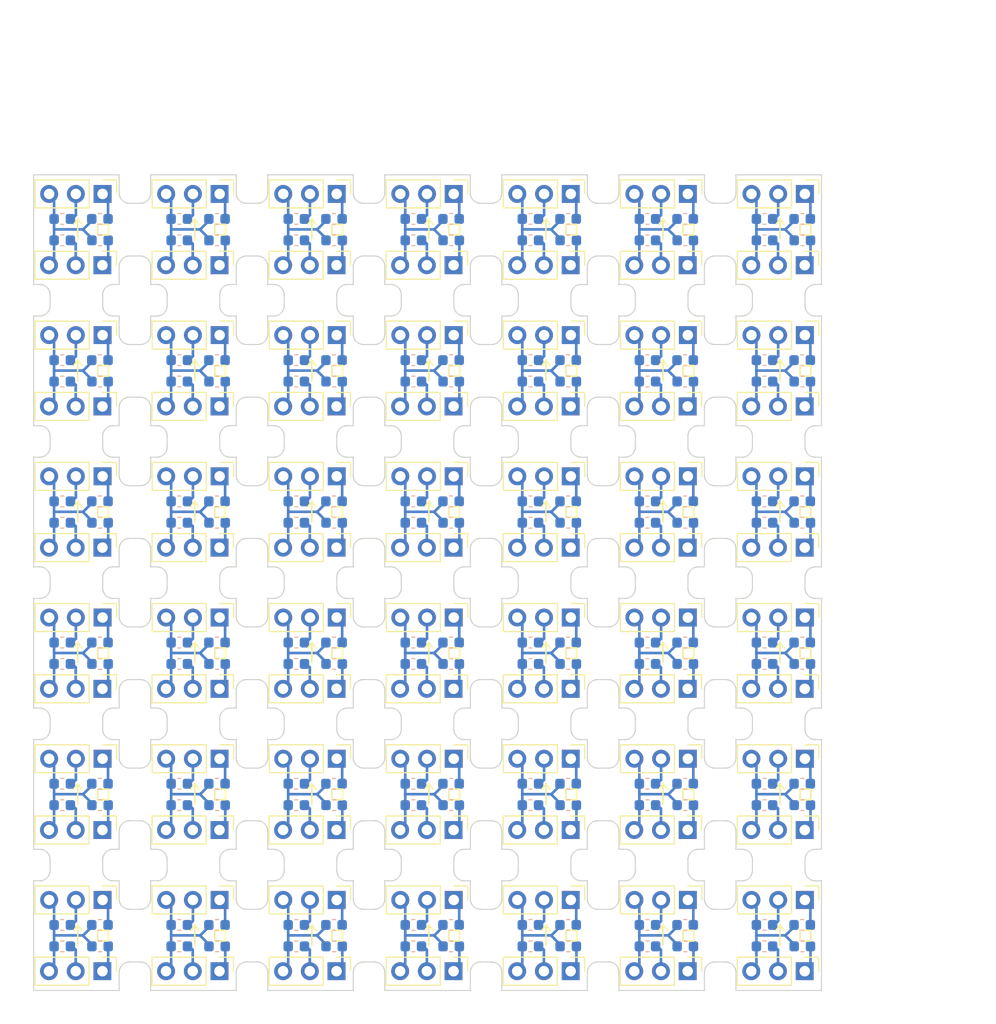
<source format=kicad_pcb>
(kicad_pcb (version 20211014) (generator pcbnew)
  (layers (0 "F.Cu" signal) (31 "B.Cu" signal) (34 "B.Paste" user) (35 "F.Paste" user) (36 "B.SilkS" user "B.Silkscreen") (37 "F.SilkS" user "F.Silkscreen") (38 "B.Mask" user) (39 "F.Mask" user) (44 "Edge.Cuts" user))
  (net 0 "")
  (net 1 "Board_0-GND")
  (net 2 "Board_0-Net-(C1-Pad1)")
  (net 3 "Board_0-Net-(C2-Pad1)")
  (net 4 "Board_0-Net-(C3-Pad2)")
  (net 5 "Board_0-Net-(C4-Pad1)")
  (net 6 "Board_1-GND")
  (net 7 "Board_1-Net-(C1-Pad1)")
  (net 8 "Board_1-Net-(C2-Pad1)")
  (net 9 "Board_1-Net-(C3-Pad2)")
  (net 10 "Board_1-Net-(C4-Pad1)")
  (net 11 "Board_2-GND")
  (net 12 "Board_2-Net-(C1-Pad1)")
  (net 13 "Board_2-Net-(C2-Pad1)")
  (net 14 "Board_2-Net-(C3-Pad2)")
  (net 15 "Board_2-Net-(C4-Pad1)")
  (net 16 "Board_3-GND")
  (net 17 "Board_3-Net-(C1-Pad1)")
  (net 18 "Board_3-Net-(C2-Pad1)")
  (net 19 "Board_3-Net-(C3-Pad2)")
  (net 20 "Board_3-Net-(C4-Pad1)")
  (net 21 "Board_4-GND")
  (net 22 "Board_4-Net-(C1-Pad1)")
  (net 23 "Board_4-Net-(C2-Pad1)")
  (net 24 "Board_4-Net-(C3-Pad2)")
  (net 25 "Board_4-Net-(C4-Pad1)")
  (net 26 "Board_5-GND")
  (net 27 "Board_5-Net-(C1-Pad1)")
  (net 28 "Board_5-Net-(C2-Pad1)")
  (net 29 "Board_5-Net-(C3-Pad2)")
  (net 30 "Board_5-Net-(C4-Pad1)")
  (net 31 "Board_6-GND")
  (net 32 "Board_6-Net-(C1-Pad1)")
  (net 33 "Board_6-Net-(C2-Pad1)")
  (net 34 "Board_6-Net-(C3-Pad2)")
  (net 35 "Board_6-Net-(C4-Pad1)")
  (net 36 "Board_7-GND")
  (net 37 "Board_7-Net-(C1-Pad1)")
  (net 38 "Board_7-Net-(C2-Pad1)")
  (net 39 "Board_7-Net-(C3-Pad2)")
  (net 40 "Board_7-Net-(C4-Pad1)")
  (net 41 "Board_8-GND")
  (net 42 "Board_8-Net-(C1-Pad1)")
  (net 43 "Board_8-Net-(C2-Pad1)")
  (net 44 "Board_8-Net-(C3-Pad2)")
  (net 45 "Board_8-Net-(C4-Pad1)")
  (net 46 "Board_9-GND")
  (net 47 "Board_9-Net-(C1-Pad1)")
  (net 48 "Board_9-Net-(C2-Pad1)")
  (net 49 "Board_9-Net-(C3-Pad2)")
  (net 50 "Board_9-Net-(C4-Pad1)")
  (net 51 "Board_10-GND")
  (net 52 "Board_10-Net-(C1-Pad1)")
  (net 53 "Board_10-Net-(C2-Pad1)")
  (net 54 "Board_10-Net-(C3-Pad2)")
  (net 55 "Board_10-Net-(C4-Pad1)")
  (net 56 "Board_11-GND")
  (net 57 "Board_11-Net-(C1-Pad1)")
  (net 58 "Board_11-Net-(C2-Pad1)")
  (net 59 "Board_11-Net-(C3-Pad2)")
  (net 60 "Board_11-Net-(C4-Pad1)")
  (net 61 "Board_12-GND")
  (net 62 "Board_12-Net-(C1-Pad1)")
  (net 63 "Board_12-Net-(C2-Pad1)")
  (net 64 "Board_12-Net-(C3-Pad2)")
  (net 65 "Board_12-Net-(C4-Pad1)")
  (net 66 "Board_13-GND")
  (net 67 "Board_13-Net-(C1-Pad1)")
  (net 68 "Board_13-Net-(C2-Pad1)")
  (net 69 "Board_13-Net-(C3-Pad2)")
  (net 70 "Board_13-Net-(C4-Pad1)")
  (net 71 "Board_14-GND")
  (net 72 "Board_14-Net-(C1-Pad1)")
  (net 73 "Board_14-Net-(C2-Pad1)")
  (net 74 "Board_14-Net-(C3-Pad2)")
  (net 75 "Board_14-Net-(C4-Pad1)")
  (net 76 "Board_15-GND")
  (net 77 "Board_15-Net-(C1-Pad1)")
  (net 78 "Board_15-Net-(C2-Pad1)")
  (net 79 "Board_15-Net-(C3-Pad2)")
  (net 80 "Board_15-Net-(C4-Pad1)")
  (net 81 "Board_16-GND")
  (net 82 "Board_16-Net-(C1-Pad1)")
  (net 83 "Board_16-Net-(C2-Pad1)")
  (net 84 "Board_16-Net-(C3-Pad2)")
  (net 85 "Board_16-Net-(C4-Pad1)")
  (net 86 "Board_17-GND")
  (net 87 "Board_17-Net-(C1-Pad1)")
  (net 88 "Board_17-Net-(C2-Pad1)")
  (net 89 "Board_17-Net-(C3-Pad2)")
  (net 90 "Board_17-Net-(C4-Pad1)")
  (net 91 "Board_18-GND")
  (net 92 "Board_18-Net-(C1-Pad1)")
  (net 93 "Board_18-Net-(C2-Pad1)")
  (net 94 "Board_18-Net-(C3-Pad2)")
  (net 95 "Board_18-Net-(C4-Pad1)")
  (net 96 "Board_19-GND")
  (net 97 "Board_19-Net-(C1-Pad1)")
  (net 98 "Board_19-Net-(C2-Pad1)")
  (net 99 "Board_19-Net-(C3-Pad2)")
  (net 100 "Board_19-Net-(C4-Pad1)")
  (net 101 "Board_20-GND")
  (net 102 "Board_20-Net-(C1-Pad1)")
  (net 103 "Board_20-Net-(C2-Pad1)")
  (net 104 "Board_20-Net-(C3-Pad2)")
  (net 105 "Board_20-Net-(C4-Pad1)")
  (net 106 "Board_21-GND")
  (net 107 "Board_21-Net-(C1-Pad1)")
  (net 108 "Board_21-Net-(C2-Pad1)")
  (net 109 "Board_21-Net-(C3-Pad2)")
  (net 110 "Board_21-Net-(C4-Pad1)")
  (net 111 "Board_22-GND")
  (net 112 "Board_22-Net-(C1-Pad1)")
  (net 113 "Board_22-Net-(C2-Pad1)")
  (net 114 "Board_22-Net-(C3-Pad2)")
  (net 115 "Board_22-Net-(C4-Pad1)")
  (net 116 "Board_23-GND")
  (net 117 "Board_23-Net-(C1-Pad1)")
  (net 118 "Board_23-Net-(C2-Pad1)")
  (net 119 "Board_23-Net-(C3-Pad2)")
  (net 120 "Board_23-Net-(C4-Pad1)")
  (net 121 "Board_24-GND")
  (net 122 "Board_24-Net-(C1-Pad1)")
  (net 123 "Board_24-Net-(C2-Pad1)")
  (net 124 "Board_24-Net-(C3-Pad2)")
  (net 125 "Board_24-Net-(C4-Pad1)")
  (net 126 "Board_25-GND")
  (net 127 "Board_25-Net-(C1-Pad1)")
  (net 128 "Board_25-Net-(C2-Pad1)")
  (net 129 "Board_25-Net-(C3-Pad2)")
  (net 130 "Board_25-Net-(C4-Pad1)")
  (net 131 "Board_26-GND")
  (net 132 "Board_26-Net-(C1-Pad1)")
  (net 133 "Board_26-Net-(C2-Pad1)")
  (net 134 "Board_26-Net-(C3-Pad2)")
  (net 135 "Board_26-Net-(C4-Pad1)")
  (net 136 "Board_27-GND")
  (net 137 "Board_27-Net-(C1-Pad1)")
  (net 138 "Board_27-Net-(C2-Pad1)")
  (net 139 "Board_27-Net-(C3-Pad2)")
  (net 140 "Board_27-Net-(C4-Pad1)")
  (net 141 "Board_28-GND")
  (net 142 "Board_28-Net-(C1-Pad1)")
  (net 143 "Board_28-Net-(C2-Pad1)")
  (net 144 "Board_28-Net-(C3-Pad2)")
  (net 145 "Board_28-Net-(C4-Pad1)")
  (net 146 "Board_29-GND")
  (net 147 "Board_29-Net-(C1-Pad1)")
  (net 148 "Board_29-Net-(C2-Pad1)")
  (net 149 "Board_29-Net-(C3-Pad2)")
  (net 150 "Board_29-Net-(C4-Pad1)")
  (net 151 "Board_30-GND")
  (net 152 "Board_30-Net-(C1-Pad1)")
  (net 153 "Board_30-Net-(C2-Pad1)")
  (net 154 "Board_30-Net-(C3-Pad2)")
  (net 155 "Board_30-Net-(C4-Pad1)")
  (net 156 "Board_31-GND")
  (net 157 "Board_31-Net-(C1-Pad1)")
  (net 158 "Board_31-Net-(C2-Pad1)")
  (net 159 "Board_31-Net-(C3-Pad2)")
  (net 160 "Board_31-Net-(C4-Pad1)")
  (net 161 "Board_32-GND")
  (net 162 "Board_32-Net-(C1-Pad1)")
  (net 163 "Board_32-Net-(C2-Pad1)")
  (net 164 "Board_32-Net-(C3-Pad2)")
  (net 165 "Board_32-Net-(C4-Pad1)")
  (net 166 "Board_33-GND")
  (net 167 "Board_33-Net-(C1-Pad1)")
  (net 168 "Board_33-Net-(C2-Pad1)")
  (net 169 "Board_33-Net-(C3-Pad2)")
  (net 170 "Board_33-Net-(C4-Pad1)")
  (net 171 "Board_34-GND")
  (net 172 "Board_34-Net-(C1-Pad1)")
  (net 173 "Board_34-Net-(C2-Pad1)")
  (net 174 "Board_34-Net-(C3-Pad2)")
  (net 175 "Board_34-Net-(C4-Pad1)")
  (net 176 "Board_35-GND")
  (net 177 "Board_35-Net-(C1-Pad1)")
  (net 178 "Board_35-Net-(C2-Pad1)")
  (net 179 "Board_35-Net-(C3-Pad2)")
  (net 180 "Board_35-Net-(C4-Pad1)")
  (net 181 "Board_36-GND")
  (net 182 "Board_36-Net-(C1-Pad1)")
  (net 183 "Board_36-Net-(C2-Pad1)")
  (net 184 "Board_36-Net-(C3-Pad2)")
  (net 185 "Board_36-Net-(C4-Pad1)")
  (net 186 "Board_37-GND")
  (net 187 "Board_37-Net-(C1-Pad1)")
  (net 188 "Board_37-Net-(C2-Pad1)")
  (net 189 "Board_37-Net-(C3-Pad2)")
  (net 190 "Board_37-Net-(C4-Pad1)")
  (net 191 "Board_38-GND")
  (net 192 "Board_38-Net-(C1-Pad1)")
  (net 193 "Board_38-Net-(C2-Pad1)")
  (net 194 "Board_38-Net-(C3-Pad2)")
  (net 195 "Board_38-Net-(C4-Pad1)")
  (net 196 "Board_39-GND")
  (net 197 "Board_39-Net-(C1-Pad1)")
  (net 198 "Board_39-Net-(C2-Pad1)")
  (net 199 "Board_39-Net-(C3-Pad2)")
  (net 200 "Board_39-Net-(C4-Pad1)")
  (net 201 "Board_40-GND")
  (net 202 "Board_40-Net-(C1-Pad1)")
  (net 203 "Board_40-Net-(C2-Pad1)")
  (net 204 "Board_40-Net-(C3-Pad2)")
  (net 205 "Board_40-Net-(C4-Pad1)")
  (net 206 "Board_41-GND")
  (net 207 "Board_41-Net-(C1-Pad1)")
  (net 208 "Board_41-Net-(C2-Pad1)")
  (net 209 "Board_41-Net-(C3-Pad2)")
  (net 210 "Board_41-Net-(C4-Pad1)")
  (footprint "Connector_PinHeader_2.54mm:PinHeader_1x03_P2.54mm_Vertical" (layer "F.Cu") (at 32.6662 77.2412 -90)
    (fp_text reference "J1" hide)
    (fp_text value "Conn_01x03")
  )
  (footprint "Connector_PinHeader_2.54mm:PinHeader_1x03_P2.54mm_Vertical" (layer "F.Cu") (at 21.5532 57.0572 -90)
    (fp_text reference "J2" hide)
    (fp_text value "Conn_01x03")
  )
  (footprint "Connector_PinHeader_2.54mm:PinHeader_1x03_P2.54mm_Vertical" (layer "F.Cu") (at 88.3212 30.2292 -90)
    (fp_text reference "J2" hide)
    (fp_text value "Conn_01x03")
  )
  (footprint "Connector_PinHeader_2.54mm:PinHeader_1x03_P2.54mm_Vertical" (layer "F.Cu") (at 88.3212 16.8152 -90)
    (fp_text reference "J2" hide)
    (fp_text value "Conn_01x03")
  )
  (footprint "Connector_PinHeader_2.54mm:PinHeader_1x03_P2.54mm_Vertical" (layer "F.Cu") (at 66.0652 16.8152 -90)
    (fp_text reference "J2" hide)
    (fp_text value "Conn_01x03")
  )
  (footprint "Connector_PinHeader_2.54mm:PinHeader_1x03_P2.54mm_Vertical" (layer "F.Cu") (at 21.5382 77.2412 -90)
    (fp_text reference "J1" hide)
    (fp_text value "Conn_01x03")
  )
  (footprint "Connector_PinHeader_2.54mm:PinHeader_1x03_P2.54mm_Vertical" (layer "F.Cu") (at 21.5532 16.8152 -90)
    (fp_text reference "J2" hide)
    (fp_text value "Conn_01x03")
  )
  (footprint "Connector_PinHeader_2.54mm:PinHeader_1x03_P2.54mm_Vertical" (layer "F.Cu") (at 54.9222 63.8272 -90)
    (fp_text reference "J1" hide)
    (fp_text value "Conn_01x03")
  )
  (footprint "Connector_PinHeader_2.54mm:PinHeader_1x03_P2.54mm_Vertical" (layer "F.Cu") (at 43.8092 30.2292 -90)
    (fp_text reference "J2" hide)
    (fp_text value "Conn_01x03")
  )
  (footprint "Connector_PinHeader_2.54mm:PinHeader_1x03_P2.54mm_Vertical" (layer "F.Cu") (at 21.5532 83.8852 -90)
    (fp_text reference "J2" hide)
    (fp_text value "Conn_01x03")
  )
  (footprint "Connector_PinHeader_2.54mm:PinHeader_1x03_P2.54mm_Vertical" (layer "F.Cu") (at 66.0502 77.2412 -90)
    (fp_text reference "J1" hide)
    (fp_text value "Conn_01x03")
  )
  (footprint "Connector_PinHeader_2.54mm:PinHeader_1x03_P2.54mm_Vertical" (layer "F.Cu") (at 43.8092 16.8152 -90)
    (fp_text reference "J2" hide)
    (fp_text value "Conn_01x03")
  )
  (footprint "Connector_PinHeader_2.54mm:PinHeader_1x03_P2.54mm_Vertical" (layer "F.Cu") (at 54.9372 16.8152 -90)
    (fp_text reference "J2" hide)
    (fp_text value "Conn_01x03")
  )
  (footprint "Connector_PinHeader_2.54mm:PinHeader_1x03_P2.54mm_Vertical" (layer "F.Cu") (at 32.6812 70.4712 -90)
    (fp_text reference "J2" hide)
    (fp_text value "Conn_01x03")
  )
  (footprint "Connector_PinHeader_2.54mm:PinHeader_1x03_P2.54mm_Vertical" (layer "F.Cu") (at 77.1782 36.9992 -90)
    (fp_text reference "J1" hide)
    (fp_text value "Conn_01x03")
  )
  (footprint "Connector_PinHeader_2.54mm:PinHeader_1x03_P2.54mm_Vertical" (layer "F.Cu") (at 32.6662 36.9992 -90)
    (fp_text reference "J1" hide)
    (fp_text value "Conn_01x03")
  )
  (footprint "Connector_PinHeader_2.54mm:PinHeader_1x03_P2.54mm_Vertical" (layer "F.Cu") (at 77.1932 16.8152 -90)
    (fp_text reference "J2" hide)
    (fp_text value "Conn_01x03")
  )
  (footprint "Connector_PinHeader_2.54mm:PinHeader_1x03_P2.54mm_Vertical" (layer "F.Cu") (at 54.9222 23.5852 -90)
    (fp_text reference "J1" hide)
    (fp_text value "Conn_01x03")
  )
  (footprint "Connector_PinHeader_2.54mm:PinHeader_1x03_P2.54mm_Vertical" (layer "F.Cu") (at 21.5532 30.2292 -90)
    (fp_text reference "J2" hide)
    (fp_text value "Conn_01x03")
  )
  (footprint "Connector_PinHeader_2.54mm:PinHeader_1x03_P2.54mm_Vertical" (layer "F.Cu") (at 54.9222 36.9992 -90)
    (fp_text reference "J1" hide)
    (fp_text value "Conn_01x03")
  )
  (footprint "Connector_PinHeader_2.54mm:PinHeader_1x03_P2.54mm_Vertical" (layer "F.Cu") (at 32.6812 57.0572 -90)
    (fp_text reference "J2" hide)
    (fp_text value "Conn_01x03")
  )
  (footprint "Connector_PinHeader_2.54mm:PinHeader_1x03_P2.54mm_Vertical" (layer "F.Cu") (at 21.5382 90.6552 -90)
    (fp_text reference "J1" hide)
    (fp_text value "Conn_01x03")
  )
  (footprint "Connector_PinHeader_2.54mm:PinHeader_1x03_P2.54mm_Vertical" (layer "F.Cu") (at 32.6812 16.8152 -90)
    (fp_text reference "J2" hide)
    (fp_text value "Conn_01x03")
  )
  (footprint "Connector_PinHeader_2.54mm:PinHeader_1x03_P2.54mm_Vertical" (layer "F.Cu") (at 88.3212 43.6432 -90)
    (fp_text reference "J2" hide)
    (fp_text value "Conn_01x03")
  )
  (footprint "Connector_PinHeader_2.54mm:PinHeader_1x03_P2.54mm_Vertical" (layer "F.Cu") (at 43.7942 77.2412 -90)
    (fp_text reference "J1" hide)
    (fp_text value "Conn_01x03")
  )
  (footprint "Connector_PinHeader_2.54mm:PinHeader_1x03_P2.54mm_Vertical" (layer "F.Cu") (at 66.0502 36.9992 -90)
    (fp_text reference "J1" hide)
    (fp_text value "Conn_01x03")
  )
  (footprint "Connector_PinHeader_2.54mm:PinHeader_1x03_P2.54mm_Vertical" (layer "F.Cu") (at 32.6662 50.4132 -90)
    (fp_text reference "J1" hide)
    (fp_text value "Conn_01x03")
  )
  (footprint "Connector_PinHeader_2.54mm:PinHeader_1x03_P2.54mm_Vertical" (layer "F.Cu") (at 88.3062 23.5852 -90)
    (fp_text reference "J1" hide)
    (fp_text value "Conn_01x03")
  )
  (footprint "Connector_PinHeader_2.54mm:PinHeader_1x03_P2.54mm_Vertical" (layer "F.Cu") (at 32.6812 43.6432 -90)
    (fp_text reference "J2" hide)
    (fp_text value "Conn_01x03")
  )
  (footprint "Connector_PinHeader_2.54mm:PinHeader_1x03_P2.54mm_Vertical" (layer "F.Cu") (at 54.9222 50.4132 -90)
    (fp_text reference "J1" hide)
    (fp_text value "Conn_01x03")
  )
  (footprint "Connector_PinHeader_2.54mm:PinHeader_1x03_P2.54mm_Vertical" (layer "F.Cu") (at 66.0652 43.6432 -90)
    (fp_text reference "J2" hide)
    (fp_text value "Conn_01x03")
  )
  (footprint "Connector_PinHeader_2.54mm:PinHeader_1x03_P2.54mm_Vertical" (layer "F.Cu") (at 77.1782 23.5852 -90)
    (fp_text reference "J1" hide)
    (fp_text value "Conn_01x03")
  )
  (footprint "Connector_PinHeader_2.54mm:PinHeader_1x03_P2.54mm_Vertical" (layer "F.Cu") (at 43.8092 83.8852 -90)
    (fp_text reference "J2" hide)
    (fp_text value "Conn_01x03")
  )
  (footprint "Connector_PinHeader_2.54mm:PinHeader_1x03_P2.54mm_Vertical" (layer "F.Cu") (at 88.3062 36.9992 -90)
    (fp_text reference "J1" hide)
    (fp_text value "Conn_01x03")
  )
  (footprint "Connector_PinHeader_2.54mm:PinHeader_1x03_P2.54mm_Vertical" (layer "F.Cu") (at 43.7942 50.4132 -90)
    (fp_text reference "J1" hide)
    (fp_text value "Conn_01x03")
  )
  (footprint "Connector_PinHeader_2.54mm:PinHeader_1x03_P2.54mm_Vertical" (layer "F.Cu") (at 32.6812 30.2292 -90)
    (fp_text reference "J2" hide)
    (fp_text value "Conn_01x03")
  )
  (footprint "Connector_PinHeader_2.54mm:PinHeader_1x03_P2.54mm_Vertical" (layer "F.Cu") (at 88.3212 57.0572 -90)
    (fp_text reference "J2" hide)
    (fp_text value "Conn_01x03")
  )
  (footprint "Connector_PinHeader_2.54mm:PinHeader_1x03_P2.54mm_Vertical" (layer "F.Cu") (at 77.1932 83.8852 -90)
    (fp_text reference "J2" hide)
    (fp_text value "Conn_01x03")
  )
  (footprint "Connector_PinHeader_2.54mm:PinHeader_1x03_P2.54mm_Vertical" (layer "F.Cu") (at 66.0502 90.6552 -90)
    (fp_text reference "J1" hide)
    (fp_text value "Conn_01x03")
  )
  (footprint "Connector_PinHeader_2.54mm:PinHeader_1x03_P2.54mm_Vertical" (layer "F.Cu") (at 66.0502 23.5852 -90)
    (fp_text reference "J1" hide)
    (fp_text value "Conn_01x03")
  )
  (footprint "Connector_PinHeader_2.54mm:PinHeader_1x03_P2.54mm_Vertical" (layer "F.Cu") (at 54.9372 43.6432 -90)
    (fp_text reference "J2" hide)
    (fp_text value "Conn_01x03")
  )
  (footprint "Connector_PinHeader_2.54mm:PinHeader_1x03_P2.54mm_Vertical" (layer "F.Cu") (at 21.5532 43.6432 -90)
    (fp_text reference "J2" hide)
    (fp_text value "Conn_01x03")
  )
  (footprint "Connector_PinHeader_2.54mm:PinHeader_1x03_P2.54mm_Vertical" (layer "F.Cu") (at 66.0652 70.4712 -90)
    (fp_text reference "J2" hide)
    (fp_text value "Conn_01x03")
  )
  (footprint "Connector_PinHeader_2.54mm:PinHeader_1x03_P2.54mm_Vertical" (layer "F.Cu") (at 66.0502 63.8272 -90)
    (fp_text reference "J1" hide)
    (fp_text value "Conn_01x03")
  )
  (footprint "Connector_PinHeader_2.54mm:PinHeader_1x03_P2.54mm_Vertical" (layer "F.Cu") (at 77.1932 57.0572 -90)
    (fp_text reference "J2" hide)
    (fp_text value "Conn_01x03")
  )
  (footprint "Connector_PinHeader_2.54mm:PinHeader_1x03_P2.54mm_Vertical" (layer "F.Cu") (at 77.1782 77.2412 -90)
    (fp_text reference "J1" hide)
    (fp_text value "Conn_01x03")
  )
  (footprint "Connector_PinHeader_2.54mm:PinHeader_1x03_P2.54mm_Vertical" (layer "F.Cu") (at 88.3062 63.8272 -90)
    (fp_text reference "J1" hide)
    (fp_text value "Conn_01x03")
  )
  (footprint "Connector_PinHeader_2.54mm:PinHeader_1x03_P2.54mm_Vertical" (layer "F.Cu") (at 66.0502 50.4132 -90)
    (fp_text reference "J1" hide)
    (fp_text value "Conn_01x03")
  )
  (footprint "Connector_PinHeader_2.54mm:PinHeader_1x03_P2.54mm_Vertical" (layer "F.Cu") (at 77.1932 70.4712 -90)
    (fp_text reference "J2" hide)
    (fp_text value "Conn_01x03")
  )
  (footprint "Connector_PinHeader_2.54mm:PinHeader_1x03_P2.54mm_Vertical" (layer "F.Cu") (at 77.1782 63.8272 -90)
    (fp_text reference "J1" hide)
    (fp_text value "Conn_01x03")
  )
  (footprint "Connector_PinHeader_2.54mm:PinHeader_1x03_P2.54mm_Vertical" (layer "F.Cu") (at 77.1782 50.4132 -90)
    (fp_text reference "J1" hide)
    (fp_text value "Conn_01x03")
  )
  (footprint "Connector_PinHeader_2.54mm:PinHeader_1x03_P2.54mm_Vertical" (layer "F.Cu") (at 43.8092 43.6432 -90)
    (fp_text reference "J2" hide)
    (fp_text value "Conn_01x03")
  )
  (footprint "Connector_PinHeader_2.54mm:PinHeader_1x03_P2.54mm_Vertical" (layer "F.Cu") (at 21.5382 23.5852 -90)
    (fp_text reference "J1" hide)
    (fp_text value "Conn_01x03")
  )
  (footprint "Connector_PinHeader_2.54mm:PinHeader_1x03_P2.54mm_Vertical" (layer "F.Cu") (at 21.5532 70.4712 -90)
    (fp_text reference "J2" hide)
    (fp_text value "Conn_01x03")
  )
  (footprint "Connector_PinHeader_2.54mm:PinHeader_1x03_P2.54mm_Vertical" (layer "F.Cu") (at 54.9372 83.8852 -90)
    (fp_text reference "J2" hide)
    (fp_text value "Conn_01x03")
  )
  (footprint "Connector_PinHeader_2.54mm:PinHeader_1x03_P2.54mm_Vertical" (layer "F.Cu") (at 77.1932 30.2292 -90)
    (fp_text reference "J2" hide)
    (fp_text value "Conn_01x03")
  )
  (footprint "Connector_PinHeader_2.54mm:PinHeader_1x03_P2.54mm_Vertical" (layer "F.Cu") (at 77.1782 90.6552 -90)
    (fp_text reference "J1" hide)
    (fp_text value "Conn_01x03")
  )
  (footprint "Connector_PinHeader_2.54mm:PinHeader_1x03_P2.54mm_Vertical" (layer "F.Cu") (at 54.9372 70.4712 -90)
    (fp_text reference "J2" hide)
    (fp_text value "Conn_01x03")
  )
  (footprint "Connector_PinHeader_2.54mm:PinHeader_1x03_P2.54mm_Vertical" (layer "F.Cu") (at 88.3212 70.4712 -90)
    (fp_text reference "J2" hide)
    (fp_text value "Conn_01x03")
  )
  (footprint "Connector_PinHeader_2.54mm:PinHeader_1x03_P2.54mm_Vertical" (layer "F.Cu") (at 43.8092 57.0572 -90)
    (fp_text reference "J2" hide)
    (fp_text value "Conn_01x03")
  )
  (footprint "Connector_PinHeader_2.54mm:PinHeader_1x03_P2.54mm_Vertical" (layer "F.Cu") (at 88.3062 90.6552 -90)
    (fp_text reference "J1" hide)
    (fp_text value "Conn_01x03")
  )
  (footprint "Connector_PinHeader_2.54mm:PinHeader_1x03_P2.54mm_Vertical" (layer "F.Cu") (at 54.9222 77.2412 -90)
    (fp_text reference "J1" hide)
    (fp_text value "Conn_01x03")
  )
  (footprint "Connector_PinHeader_2.54mm:PinHeader_1x03_P2.54mm_Vertical" (layer "F.Cu") (at 21.5382 36.9992 -90)
    (fp_text reference "J1" hide)
    (fp_text value "Conn_01x03")
  )
  (footprint "Connector_PinHeader_2.54mm:PinHeader_1x03_P2.54mm_Vertical" (layer "F.Cu") (at 21.5382 63.8272 -90)
    (fp_text reference "J1" hide)
    (fp_text value "Conn_01x03")
  )
  (footprint "Connector_PinHeader_2.54mm:PinHeader_1x03_P2.54mm_Vertical" (layer "F.Cu") (at 21.5382 50.4132 -90)
    (fp_text reference "J1" hide)
    (fp_text value "Conn_01x03")
  )
  (footprint "Connector_PinHeader_2.54mm:PinHeader_1x03_P2.54mm_Vertical" (layer "F.Cu") (at 43.7942 90.6552 -90)
    (fp_text reference "J1" hide)
    (fp_text value "Conn_01x03")
  )
  (footprint "Connector_PinHeader_2.54mm:PinHeader_1x03_P2.54mm_Vertical" (layer "F.Cu") (at 43.8092 70.4712 -90)
    (fp_text reference "J2" hide)
    (fp_text value "Conn_01x03")
  )
  (footprint "Connector_PinHeader_2.54mm:PinHeader_1x03_P2.54mm_Vertical" (layer "F.Cu") (at 54.9222 90.6552 -90)
    (fp_text reference "J1" hide)
    (fp_text value "Conn_01x03")
  )
  (footprint "Connector_PinHeader_2.54mm:PinHeader_1x03_P2.54mm_Vertical" (layer "F.Cu") (at 88.3062 50.4132 -90)
    (fp_text reference "J1" hide)
    (fp_text value "Conn_01x03")
  )
  (footprint "Connector_PinHeader_2.54mm:PinHeader_1x03_P2.54mm_Vertical" (layer "F.Cu") (at 54.9372 57.0572 -90)
    (fp_text reference "J2" hide)
    (fp_text value "Conn_01x03")
  )
  (footprint "Connector_PinHeader_2.54mm:PinHeader_1x03_P2.54mm_Vertical" (layer "F.Cu") (at 66.0652 57.0572 -90)
    (fp_text reference "J2" hide)
    (fp_text value "Conn_01x03")
  )
  (footprint "Connector_PinHeader_2.54mm:PinHeader_1x03_P2.54mm_Vertical" (layer "F.Cu") (at 32.6662 23.5852 -90)
    (fp_text reference "J1" hide)
    (fp_text value "Conn_01x03")
  )
  (footprint "Connector_PinHeader_2.54mm:PinHeader_1x03_P2.54mm_Vertical" (layer "F.Cu") (at 32.6662 90.6552 -90)
    (fp_text reference "J1" hide)
    (fp_text value "Conn_01x03")
  )
  (footprint "Connector_PinHeader_2.54mm:PinHeader_1x03_P2.54mm_Vertical" (layer "F.Cu") (at 32.6662 63.8272 -90)
    (fp_text reference "J1" hide)
    (fp_text value "Conn_01x03")
  )
  (footprint "Connector_PinHeader_2.54mm:PinHeader_1x03_P2.54mm_Vertical" (layer "F.Cu") (at 54.9372 30.2292 -90)
    (fp_text reference "J2" hide)
    (fp_text value "Conn_01x03")
  )
  (footprint "Connector_PinHeader_2.54mm:PinHeader_1x03_P2.54mm_Vertical" (layer "F.Cu") (at 66.0652 30.2292 -90)
    (fp_text reference "J2" hide)
    (fp_text value "Conn_01x03")
  )
  (footprint "Connector_PinHeader_2.54mm:PinHeader_1x03_P2.54mm_Vertical" (layer "F.Cu") (at 43.7942 23.5852 -90)
    (fp_text reference "J1" hide)
    (fp_text value "Conn_01x03")
  )
  (footprint "Connector_PinHeader_2.54mm:PinHeader_1x03_P2.54mm_Vertical" (layer "F.Cu") (at 66.0652 83.8852 -90)
    (fp_text reference "J2" hide)
    (fp_text value "Conn_01x03")
  )
  (footprint "Connector_PinHeader_2.54mm:PinHeader_1x03_P2.54mm_Vertical" (layer "F.Cu") (at 32.6812 83.8852 -90)
    (fp_text reference "J2" hide)
    (fp_text value "Conn_01x03")
  )
  (footprint "Connector_PinHeader_2.54mm:PinHeader_1x03_P2.54mm_Vertical" (layer "F.Cu") (at 88.3062 77.2412 -90)
    (fp_text reference "J1" hide)
    (fp_text value "Conn_01x03")
  )
  (footprint "Connector_PinHeader_2.54mm:PinHeader_1x03_P2.54mm_Vertical" (layer "F.Cu") (at 77.1932 43.6432 -90)
    (fp_text reference "J2" hide)
    (fp_text value "Conn_01x03")
  )
  (footprint "Connector_PinHeader_2.54mm:PinHeader_1x03_P2.54mm_Vertical" (layer "F.Cu") (at 43.7942 36.9992 -90)
    (fp_text reference "J1" hide)
    (fp_text value "Conn_01x03")
  )
  (footprint "Connector_PinHeader_2.54mm:PinHeader_1x03_P2.54mm_Vertical" (layer "F.Cu") (at 43.7942 63.8272 -90)
    (fp_text reference "J1" hide)
    (fp_text value "Conn_01x03")
  )
  (footprint "Connector_PinHeader_2.54mm:PinHeader_1x03_P2.54mm_Vertical" (layer "F.Cu") (at 88.3212 83.8852 -90)
    (fp_text reference "J2" hide)
    (fp_text value "Conn_01x03")
  )
  (footprint "Capacitor_SMD:C_0603_1608Metric" (layer "B.Cu") (at 84.4858 74.879 180)
    (fp_text reference "C1" hide)
    (fp_text value "22nF")
  )
  (footprint "Capacitor_SMD:C_0603_1608Metric" (layer "B.Cu") (at 39.9738 74.879 180)
    (fp_text reference "C1" hide)
    (fp_text value "22nF")
  )
  (footprint "Capacitor_SMD:C_0603_1608Metric" (layer "B.Cu") (at 88.0802 21.223)
    (fp_text reference "C3" hide)
    (fp_text value "22nF")
  )
  (footprint "Capacitor_SMD:C_0603_1608Metric" (layer "B.Cu") (at 43.5682 48.051)
    (fp_text reference "C3" hide)
    (fp_text value "22nF")
  )
  (footprint "Capacitor_SMD:C_0603_1608Metric" (layer "B.Cu") (at 84.4858 48.051 180)
    (fp_text reference "C1" hide)
    (fp_text value "22nF")
  )
  (footprint "Capacitor_SMD:C_0603_1608Metric" (layer "B.Cu") (at 84.4858 86.261 180)
    (fp_text reference "C2" hide)
    (fp_text value "22nF")
  )
  (footprint "Capacitor_SMD:C_0603_1608Metric" (layer "B.Cu") (at 32.4402 74.879)
    (fp_text reference "C3" hide)
    (fp_text value "22nF")
  )
  (footprint "Capacitor_SMD:C_0603_1608Metric" (layer "B.Cu") (at 28.8458 61.465 180)
    (fp_text reference "C1" hide)
    (fp_text value "22nF")
  )
  (footprint "Capacitor_SMD:C_0603_1608Metric" (layer "B.Cu") (at 62.2298 46.019 180)
    (fp_text reference "C2" hide)
    (fp_text value "22nF")
  )
  (footprint "Capacitor_SMD:C_0603_1608Metric" (layer "B.Cu") (at 65.8242 21.223)
    (fp_text reference "C3" hide)
    (fp_text value "22nF")
  )
  (footprint "Capacitor_SMD:C_0603_1608Metric" (layer "B.Cu") (at 51.1018 19.191 180)
    (fp_text reference "C2" hide)
    (fp_text value "22nF")
  )
  (footprint "Capacitor_SMD:C_0603_1608Metric" (layer "B.Cu") (at 32.4272 32.605 180)
    (fp_text reference "C4" hide)
    (fp_text value "22nF")
  )
  (footprint "Capacitor_SMD:C_0603_1608Metric" (layer "B.Cu") (at 39.9738 48.051 180)
    (fp_text reference "C1" hide)
    (fp_text value "22nF")
  )
  (footprint "Capacitor_SMD:C_0603_1608Metric" (layer "B.Cu") (at 43.5552 72.847 180)
    (fp_text reference "C4" hide)
    (fp_text value "22nF")
  )
  (footprint "Capacitor_SMD:C_0603_1608Metric" (layer "B.Cu") (at 51.1018 59.433 180)
    (fp_text reference "C2" hide)
    (fp_text value "22nF")
  )
  (footprint "Capacitor_SMD:C_0603_1608Metric" (layer "B.Cu") (at 88.0672 72.847 180)
    (fp_text reference "C4" hide)
    (fp_text value "22nF")
  )
  (footprint "Capacitor_SMD:C_0603_1608Metric" (layer "B.Cu") (at 84.4858 61.465 180)
    (fp_text reference "C1" hide)
    (fp_text value "22nF")
  )
  (footprint "Capacitor_SMD:C_0603_1608Metric" (layer "B.Cu") (at 76.9392 46.019 180)
    (fp_text reference "C4" hide)
    (fp_text value "22nF")
  )
  (footprint "Capacitor_SMD:C_0603_1608Metric" (layer "B.Cu") (at 32.4402 88.293)
    (fp_text reference "C3" hide)
    (fp_text value "22nF")
  )
  (footprint "Capacitor_SMD:C_0603_1608Metric" (layer "B.Cu") (at 39.9738 59.433 180)
    (fp_text reference "C2" hide)
    (fp_text value "22nF")
  )
  (footprint "Capacitor_SMD:C_0603_1608Metric" (layer "B.Cu") (at 54.6832 46.019 180)
    (fp_text reference "C4" hide)
    (fp_text value "22nF")
  )
  (footprint "Capacitor_SMD:C_0603_1608Metric" (layer "B.Cu") (at 43.5552 19.191 180)
    (fp_text reference "C4" hide)
    (fp_text value "22nF")
  )
  (footprint "Capacitor_SMD:C_0603_1608Metric" (layer "B.Cu") (at 76.9392 59.433 180)
    (fp_text reference "C4" hide)
    (fp_text value "22nF")
  )
  (footprint "Capacitor_SMD:C_0603_1608Metric" (layer "B.Cu") (at 28.8458 32.605 180)
    (fp_text reference "C2" hide)
    (fp_text value "22nF")
  )
  (footprint "Capacitor_SMD:C_0603_1608Metric" (layer "B.Cu") (at 76.9522 34.637)
    (fp_text reference "C3" hide)
    (fp_text value "22nF")
  )
  (footprint "Capacitor_SMD:C_0603_1608Metric" (layer "B.Cu") (at 39.9738 21.223 180)
    (fp_text reference "C1" hide)
    (fp_text value "22nF")
  )
  (footprint "Capacitor_SMD:C_0603_1608Metric" (layer "B.Cu") (at 39.9738 72.847 180)
    (fp_text reference "C2" hide)
    (fp_text value "22nF")
  )
  (footprint "Capacitor_SMD:C_0603_1608Metric" (layer "B.Cu") (at 28.8458 34.637 180)
    (fp_text reference "C1" hide)
    (fp_text value "22nF")
  )
  (footprint "Capacitor_SMD:C_0603_1608Metric" (layer "B.Cu") (at 54.6832 32.605 180)
    (fp_text reference "C4" hide)
    (fp_text value "22nF")
  )
  (footprint "Capacitor_SMD:C_0603_1608Metric" (layer "B.Cu") (at 76.9522 88.293)
    (fp_text reference "C3" hide)
    (fp_text value "22nF")
  )
  (footprint "Capacitor_SMD:C_0603_1608Metric" (layer "B.Cu") (at 51.1018 88.293 180)
    (fp_text reference "C1" hide)
    (fp_text value "22nF")
  )
  (footprint "Capacitor_SMD:C_0603_1608Metric" (layer "B.Cu") (at 28.8458 21.223 180)
    (fp_text reference "C1" hide)
    (fp_text value "22nF")
  )
  (footprint "Capacitor_SMD:C_0603_1608Metric" (layer "B.Cu") (at 65.8242 88.293)
    (fp_text reference "C3" hide)
    (fp_text value "22nF")
  )
  (footprint "Capacitor_SMD:C_0603_1608Metric" (layer "B.Cu") (at 88.0672 32.605 180)
    (fp_text reference "C4" hide)
    (fp_text value "22nF")
  )
  (footprint "Capacitor_SMD:C_0603_1608Metric" (layer "B.Cu") (at 76.9522 21.223)
    (fp_text reference "C3" hide)
    (fp_text value "22nF")
  )
  (footprint "Capacitor_SMD:C_0603_1608Metric" (layer "B.Cu") (at 73.3578 19.191 180)
    (fp_text reference "C2" hide)
    (fp_text value "22nF")
  )
  (footprint "Capacitor_SMD:C_0603_1608Metric" (layer "B.Cu") (at 84.4858 21.223 180)
    (fp_text reference "C1" hide)
    (fp_text value "22nF")
  )
  (footprint "Capacitor_SMD:C_0603_1608Metric" (layer "B.Cu") (at 51.1018 21.223 180)
    (fp_text reference "C1" hide)
    (fp_text value "22nF")
  )
  (footprint "Capacitor_SMD:C_0603_1608Metric" (layer "B.Cu") (at 51.1018 32.605 180)
    (fp_text reference "C2" hide)
    (fp_text value "22nF")
  )
  (footprint "Capacitor_SMD:C_0603_1608Metric" (layer "B.Cu") (at 88.0802 61.465)
    (fp_text reference "C3" hide)
    (fp_text value "22nF")
  )
  (footprint "Capacitor_SMD:C_0603_1608Metric" (layer "B.Cu") (at 51.1018 72.847 180)
    (fp_text reference "C2" hide)
    (fp_text value "22nF")
  )
  (footprint "Capacitor_SMD:C_0603_1608Metric" (layer "B.Cu") (at 88.0672 86.261 180)
    (fp_text reference "C4" hide)
    (fp_text value "22nF")
  )
  (footprint "Capacitor_SMD:C_0603_1608Metric" (layer "B.Cu") (at 43.5552 32.605 180)
    (fp_text reference "C4" hide)
    (fp_text value "22nF")
  )
  (footprint "Capacitor_SMD:C_0603_1608Metric" (layer "B.Cu") (at 21.3122 48.051)
    (fp_text reference "C3" hide)
    (fp_text value "22nF")
  )
  (footprint "Capacitor_SMD:C_0603_1608Metric" (layer "B.Cu") (at 73.3578 61.465 180)
    (fp_text reference "C1" hide)
    (fp_text value "22nF")
  )
  (footprint "Capacitor_SMD:C_0603_1608Metric" (layer "B.Cu") (at 43.5552 46.019 180)
    (fp_text reference "C4" hide)
    (fp_text value "22nF")
  )
  (footprint "Capacitor_SMD:C_0603_1608Metric" (layer "B.Cu") (at 88.0802 48.051)
    (fp_text reference "C3" hide)
    (fp_text value "22nF")
  )
  (footprint "Capacitor_SMD:C_0603_1608Metric" (layer "B.Cu") (at 17.7178 19.191 180)
    (fp_text reference "C2" hide)
    (fp_text value "22nF")
  )
  (footprint "Capacitor_SMD:C_0603_1608Metric" (layer "B.Cu") (at 28.8458 86.261 180)
    (fp_text reference "C2" hide)
    (fp_text value "22nF")
  )
  (footprint "Capacitor_SMD:C_0603_1608Metric" (layer "B.Cu") (at 65.8112 72.847 180)
    (fp_text reference "C4" hide)
    (fp_text value "22nF")
  )
  (footprint "Capacitor_SMD:C_0603_1608Metric" (layer "B.Cu") (at 54.6832 72.847 180)
    (fp_text reference "C4" hide)
    (fp_text value "22nF")
  )
  (footprint "Capacitor_SMD:C_0603_1608Metric" (layer "B.Cu") (at 17.7178 32.605 180)
    (fp_text reference "C2" hide)
    (fp_text value "22nF")
  )
  (footprint "Capacitor_SMD:C_0603_1608Metric" (layer "B.Cu") (at 17.7178 61.465 180)
    (fp_text reference "C1" hide)
    (fp_text value "22nF")
  )
  (footprint "Capacitor_SMD:C_0603_1608Metric" (layer "B.Cu") (at 39.9738 32.605 180)
    (fp_text reference "C2" hide)
    (fp_text value "22nF")
  )
  (footprint "Capacitor_SMD:C_0603_1608Metric" (layer "B.Cu") (at 54.6962 88.293)
    (fp_text reference "C3" hide)
    (fp_text value "22nF")
  )
  (footprint "Capacitor_SMD:C_0603_1608Metric" (layer "B.Cu") (at 88.0802 88.293)
    (fp_text reference "C3" hide)
    (fp_text value "22nF")
  )
  (footprint "Capacitor_SMD:C_0603_1608Metric" (layer "B.Cu") (at 39.9738 61.465 180)
    (fp_text reference "C1" hide)
    (fp_text value "22nF")
  )
  (footprint "Capacitor_SMD:C_0603_1608Metric" (layer "B.Cu") (at 73.3578 59.433 180)
    (fp_text reference "C2" hide)
    (fp_text value "22nF")
  )
  (footprint "Capacitor_SMD:C_0603_1608Metric" (layer "B.Cu") (at 17.7178 72.847 180)
    (fp_text reference "C2" hide)
    (fp_text value "22nF")
  )
  (footprint "Capacitor_SMD:C_0603_1608Metric" (layer "B.Cu") (at 54.6962 21.223)
    (fp_text reference "C3" hide)
    (fp_text value "22nF")
  )
  (footprint "Capacitor_SMD:C_0603_1608Metric" (layer "B.Cu") (at 21.2992 72.847 180)
    (fp_text reference "C4" hide)
    (fp_text value "22nF")
  )
  (footprint "Capacitor_SMD:C_0603_1608Metric" (layer "B.Cu") (at 88.0802 74.879)
    (fp_text reference "C3" hide)
    (fp_text value "22nF")
  )
  (footprint "Capacitor_SMD:C_0603_1608Metric" (layer "B.Cu") (at 17.7178 34.637 180)
    (fp_text reference "C1" hide)
    (fp_text value "22nF")
  )
  (footprint "Capacitor_SMD:C_0603_1608Metric" (layer "B.Cu") (at 88.0672 46.019 180)
    (fp_text reference "C4" hide)
    (fp_text value "22nF")
  )
  (footprint "Capacitor_SMD:C_0603_1608Metric" (layer "B.Cu") (at 84.4858 59.433 180)
    (fp_text reference "C2" hide)
    (fp_text value "22nF")
  )
  (footprint "Capacitor_SMD:C_0603_1608Metric" (layer "B.Cu") (at 21.2992 32.605 180)
    (fp_text reference "C4" hide)
    (fp_text value "22nF")
  )
  (footprint "Capacitor_SMD:C_0603_1608Metric" (layer "B.Cu") (at 54.6962 74.879)
    (fp_text reference "C3" hide)
    (fp_text value "22nF")
  )
  (footprint "Capacitor_SMD:C_0603_1608Metric" (layer "B.Cu") (at 32.4272 86.261 180)
    (fp_text reference "C4" hide)
    (fp_text value "22nF")
  )
  (footprint "Capacitor_SMD:C_0603_1608Metric" (layer "B.Cu") (at 62.2298 32.605 180)
    (fp_text reference "C2" hide)
    (fp_text value "22nF")
  )
  (footprint "Capacitor_SMD:C_0603_1608Metric" (layer "B.Cu") (at 32.4402 61.465)
    (fp_text reference "C3" hide)
    (fp_text value "22nF")
  )
  (footprint "Capacitor_SMD:C_0603_1608Metric" (layer "B.Cu") (at 54.6832 19.191 180)
    (fp_text reference "C4" hide)
    (fp_text value "22nF")
  )
  (footprint "Capacitor_SMD:C_0603_1608Metric" (layer "B.Cu") (at 62.2298 72.847 180)
    (fp_text reference "C2" hide)
    (fp_text value "22nF")
  )
  (footprint "Capacitor_SMD:C_0603_1608Metric" (layer "B.Cu") (at 62.2298 21.223 180)
    (fp_text reference "C1" hide)
    (fp_text value "22nF")
  )
  (footprint "Capacitor_SMD:C_0603_1608Metric" (layer "B.Cu") (at 28.8458 19.191 180)
    (fp_text reference "C2" hide)
    (fp_text value "22nF")
  )
  (footprint "Capacitor_SMD:C_0603_1608Metric" (layer "B.Cu") (at 51.1018 34.637 180)
    (fp_text reference "C1" hide)
    (fp_text value "22nF")
  )
  (footprint "Capacitor_SMD:C_0603_1608Metric" (layer "B.Cu") (at 84.4858 46.019 180)
    (fp_text reference "C2" hide)
    (fp_text value "22nF")
  )
  (footprint "Capacitor_SMD:C_0603_1608Metric" (layer "B.Cu") (at 39.9738 88.293 180)
    (fp_text reference "C1" hide)
    (fp_text value "22nF")
  )
  (footprint "Capacitor_SMD:C_0603_1608Metric" (layer "B.Cu") (at 43.5682 61.465)
    (fp_text reference "C3" hide)
    (fp_text value "22nF")
  )
  (footprint "Capacitor_SMD:C_0603_1608Metric" (layer "B.Cu") (at 76.9392 32.605 180)
    (fp_text reference "C4" hide)
    (fp_text value "22nF")
  )
  (footprint "Capacitor_SMD:C_0603_1608Metric" (layer "B.Cu") (at 73.3578 48.051 180)
    (fp_text reference "C1" hide)
    (fp_text value "22nF")
  )
  (footprint "Capacitor_SMD:C_0603_1608Metric" (layer "B.Cu") (at 28.8458 48.051 180)
    (fp_text reference "C1" hide)
    (fp_text value "22nF")
  )
  (footprint "Capacitor_SMD:C_0603_1608Metric" (layer "B.Cu") (at 43.5552 86.261 180)
    (fp_text reference "C4" hide)
    (fp_text value "22nF")
  )
  (footprint "Capacitor_SMD:C_0603_1608Metric" (layer "B.Cu") (at 84.4858 72.847 180)
    (fp_text reference "C2" hide)
    (fp_text value "22nF")
  )
  (footprint "Capacitor_SMD:C_0603_1608Metric" (layer "B.Cu") (at 76.9392 86.261 180)
    (fp_text reference "C4" hide)
    (fp_text value "22nF")
  )
  (footprint "Capacitor_SMD:C_0603_1608Metric" (layer "B.Cu") (at 43.5552 59.433 180)
    (fp_text reference "C4" hide)
    (fp_text value "22nF")
  )
  (footprint "Capacitor_SMD:C_0603_1608Metric" (layer "B.Cu") (at 21.3122 88.293)
    (fp_text reference "C3" hide)
    (fp_text value "22nF")
  )
  (footprint "Capacitor_SMD:C_0603_1608Metric" (layer "B.Cu") (at 84.4858 88.293 180)
    (fp_text reference "C1" hide)
    (fp_text value "22nF")
  )
  (footprint "Capacitor_SMD:C_0603_1608Metric" (layer "B.Cu") (at 51.1018 86.261 180)
    (fp_text reference "C2" hide)
    (fp_text value "22nF")
  )
  (footprint "Capacitor_SMD:C_0603_1608Metric" (layer "B.Cu") (at 51.1018 48.051 180)
    (fp_text reference "C1" hide)
    (fp_text value "22nF")
  )
  (footprint "Capacitor_SMD:C_0603_1608Metric" (layer "B.Cu") (at 21.3122 21.223)
    (fp_text reference "C3" hide)
    (fp_text value "22nF")
  )
  (footprint "Capacitor_SMD:C_0603_1608Metric" (layer "B.Cu") (at 17.7178 86.261 180)
    (fp_text reference "C2" hide)
    (fp_text value "22nF")
  )
  (footprint "Capacitor_SMD:C_0603_1608Metric" (layer "B.Cu") (at 32.4272 19.191 180)
    (fp_text reference "C4" hide)
    (fp_text value "22nF")
  )
  (footprint "Capacitor_SMD:C_0603_1608Metric" (layer "B.Cu") (at 62.2298 88.293 180)
    (fp_text reference "C1" hide)
    (fp_text value "22nF")
  )
  (footprint "Capacitor_SMD:C_0603_1608Metric" (layer "B.Cu") (at 21.2992 19.191 180)
    (fp_text reference "C4" hide)
    (fp_text value "22nF")
  )
  (footprint "Capacitor_SMD:C_0603_1608Metric" (layer "B.Cu") (at 73.3578 88.293 180)
    (fp_text reference "C1" hide)
    (fp_text value "22nF")
  )
  (footprint "Capacitor_SMD:C_0603_1608Metric" (layer "B.Cu") (at 65.8242 61.465)
    (fp_text reference "C3" hide)
    (fp_text value "22nF")
  )
  (footprint "Capacitor_SMD:C_0603_1608Metric" (layer "B.Cu") (at 32.4272 59.433 180)
    (fp_text reference "C4" hide)
    (fp_text value "22nF")
  )
  (footprint "Capacitor_SMD:C_0603_1608Metric" (layer "B.Cu") (at 65.8242 48.051)
    (fp_text reference "C3" hide)
    (fp_text value "22nF")
  )
  (footprint "Capacitor_SMD:C_0603_1608Metric" (layer "B.Cu") (at 32.4402 48.051)
    (fp_text reference "C3" hide)
    (fp_text value "22nF")
  )
  (footprint "Capacitor_SMD:C_0603_1608Metric" (layer "B.Cu") (at 28.8458 88.293 180)
    (fp_text reference "C1" hide)
    (fp_text value "22nF")
  )
  (footprint "Capacitor_SMD:C_0603_1608Metric" (layer "B.Cu") (at 54.6962 61.465)
    (fp_text reference "C3" hide)
    (fp_text value "22nF")
  )
  (footprint "Capacitor_SMD:C_0603_1608Metric" (layer "B.Cu") (at 73.3578 72.847 180)
    (fp_text reference "C2" hide)
    (fp_text value "22nF")
  )
  (footprint "Capacitor_SMD:C_0603_1608Metric" (layer "B.Cu") (at 28.8458 46.019 180)
    (fp_text reference "C2" hide)
    (fp_text value "22nF")
  )
  (footprint "Capacitor_SMD:C_0603_1608Metric" (layer "B.Cu") (at 62.2298 61.465 180)
    (fp_text reference "C1" hide)
    (fp_text value "22nF")
  )
  (footprint "Capacitor_SMD:C_0603_1608Metric" (layer "B.Cu") (at 88.0802 34.637)
    (fp_text reference "C3" hide)
    (fp_text value "22nF")
  )
  (footprint "Capacitor_SMD:C_0603_1608Metric" (layer "B.Cu") (at 28.8458 59.433 180)
    (fp_text reference "C2" hide)
    (fp_text value "22nF")
  )
  (footprint "Capacitor_SMD:C_0603_1608Metric" (layer "B.Cu") (at 32.4402 21.223)
    (fp_text reference "C3" hide)
    (fp_text value "22nF")
  )
  (footprint "Capacitor_SMD:C_0603_1608Metric" (layer "B.Cu") (at 43.5682 34.637)
    (fp_text reference "C3" hide)
    (fp_text value "22nF")
  )
  (footprint "Capacitor_SMD:C_0603_1608Metric" (layer "B.Cu") (at 54.6832 86.261 180)
    (fp_text reference "C4" hide)
    (fp_text value "22nF")
  )
  (footprint "Capacitor_SMD:C_0603_1608Metric" (layer "B.Cu") (at 21.3122 74.879)
    (fp_text reference "C3" hide)
    (fp_text value "22nF")
  )
  (footprint "Capacitor_SMD:C_0603_1608Metric" (layer "B.Cu") (at 39.9738 19.191 180)
    (fp_text reference "C2" hide)
    (fp_text value "22nF")
  )
  (footprint "Capacitor_SMD:C_0603_1608Metric" (layer "B.Cu") (at 73.3578 32.605 180)
    (fp_text reference "C2" hide)
    (fp_text value "22nF")
  )
  (footprint "Capacitor_SMD:C_0603_1608Metric" (layer "B.Cu") (at 21.3122 34.637)
    (fp_text reference "C3" hide)
    (fp_text value "22nF")
  )
  (footprint "Capacitor_SMD:C_0603_1608Metric" (layer "B.Cu") (at 73.3578 74.879 180)
    (fp_text reference "C1" hide)
    (fp_text value "22nF")
  )
  (footprint "Capacitor_SMD:C_0603_1608Metric" (layer "B.Cu") (at 54.6962 48.051)
    (fp_text reference "C3" hide)
    (fp_text value "22nF")
  )
  (footprint "Capacitor_SMD:C_0603_1608Metric" (layer "B.Cu") (at 51.1018 46.019 180)
    (fp_text reference "C2" hide)
    (fp_text value "22nF")
  )
  (footprint "Capacitor_SMD:C_0603_1608Metric" (layer "B.Cu") (at 43.5682 74.879)
    (fp_text reference "C3" hide)
    (fp_text value "22nF")
  )
  (footprint "Capacitor_SMD:C_0603_1608Metric" (layer "B.Cu") (at 65.8112 86.261 180)
    (fp_text reference "C4" hide)
    (fp_text value "22nF")
  )
  (footprint "Capacitor_SMD:C_0603_1608Metric" (layer "B.Cu") (at 17.7178 74.879 180)
    (fp_text reference "C1" hide)
    (fp_text value "22nF")
  )
  (footprint "Capacitor_SMD:C_0603_1608Metric" (layer "B.Cu") (at 43.5682 88.293)
    (fp_text reference "C3" hide)
    (fp_text value "22nF")
  )
  (footprint "Capacitor_SMD:C_0603_1608Metric" (layer "B.Cu") (at 54.6832 59.433 180)
    (fp_text reference "C4" hide)
    (fp_text value "22nF")
  )
  (footprint "Capacitor_SMD:C_0603_1608Metric" (layer "B.Cu") (at 76.9392 19.191 180)
    (fp_text reference "C4" hide)
    (fp_text value "22nF")
  )
  (footprint "Capacitor_SMD:C_0603_1608Metric" (layer "B.Cu") (at 62.2298 86.261 180)
    (fp_text reference "C2" hide)
    (fp_text value "22nF")
  )
  (footprint "Capacitor_SMD:C_0603_1608Metric" (layer "B.Cu") (at 84.4858 19.191 180)
    (fp_text reference "C2" hide)
    (fp_text value "22nF")
  )
  (footprint "Capacitor_SMD:C_0603_1608Metric" (layer "B.Cu") (at 51.1018 61.465 180)
    (fp_text reference "C1" hide)
    (fp_text value "22nF")
  )
  (footprint "Capacitor_SMD:C_0603_1608Metric" (layer "B.Cu") (at 17.7178 46.019 180)
    (fp_text reference "C2" hide)
    (fp_text value "22nF")
  )
  (footprint "Capacitor_SMD:C_0603_1608Metric" (layer "B.Cu") (at 39.9738 46.019 180)
    (fp_text reference "C2" hide)
    (fp_text value "22nF")
  )
  (footprint "Capacitor_SMD:C_0603_1608Metric" (layer "B.Cu") (at 21.2992 86.261 180)
    (fp_text reference "C4" hide)
    (fp_text value "22nF")
  )
  (footprint "Capacitor_SMD:C_0603_1608Metric" (layer "B.Cu") (at 65.8112 19.191 180)
    (fp_text reference "C4" hide)
    (fp_text value "22nF")
  )
  (footprint "Capacitor_SMD:C_0603_1608Metric" (layer "B.Cu") (at 62.2298 74.879 180)
    (fp_text reference "C1" hide)
    (fp_text value "22nF")
  )
  (footprint "Capacitor_SMD:C_0603_1608Metric" (layer "B.Cu") (at 28.8458 72.847 180)
    (fp_text reference "C2" hide)
    (fp_text value "22nF")
  )
  (footprint "Capacitor_SMD:C_0603_1608Metric" (layer "B.Cu") (at 39.9738 34.637 180)
    (fp_text reference "C1" hide)
    (fp_text value "22nF")
  )
  (footprint "Capacitor_SMD:C_0603_1608Metric" (layer "B.Cu") (at 84.4858 34.637 180)
    (fp_text reference "C1" hide)
    (fp_text value "22nF")
  )
  (footprint "Capacitor_SMD:C_0603_1608Metric" (layer "B.Cu") (at 32.4272 46.019 180)
    (fp_text reference "C4" hide)
    (fp_text value "22nF")
  )
  (footprint "Capacitor_SMD:C_0603_1608Metric" (layer "B.Cu") (at 65.8112 46.019 180)
    (fp_text reference "C4" hide)
    (fp_text value "22nF")
  )
  (footprint "Capacitor_SMD:C_0603_1608Metric" (layer "B.Cu") (at 62.2298 48.051 180)
    (fp_text reference "C1" hide)
    (fp_text value "22nF")
  )
  (footprint "Capacitor_SMD:C_0603_1608Metric" (layer "B.Cu") (at 17.7178 59.433 180)
    (fp_text reference "C2" hide)
    (fp_text value "22nF")
  )
  (footprint "Capacitor_SMD:C_0603_1608Metric" (layer "B.Cu") (at 65.8242 74.879)
    (fp_text reference "C3" hide)
    (fp_text value "22nF")
  )
  (footprint "Capacitor_SMD:C_0603_1608Metric" (layer "B.Cu") (at 88.0672 19.191 180)
    (fp_text reference "C4" hide)
    (fp_text value "22nF")
  )
  (footprint "Capacitor_SMD:C_0603_1608Metric" (layer "B.Cu") (at 84.4858 32.605 180)
    (fp_text reference "C2" hide)
    (fp_text value "22nF")
  )
  (footprint "Capacitor_SMD:C_0603_1608Metric" (layer "B.Cu") (at 17.7178 48.051 180)
    (fp_text reference "C1" hide)
    (fp_text value "22nF")
  )
  (footprint "Capacitor_SMD:C_0603_1608Metric" (layer "B.Cu") (at 65.8112 59.433 180)
    (fp_text reference "C4" hide)
    (fp_text value "22nF")
  )
  (footprint "Capacitor_SMD:C_0603_1608Metric" (layer "B.Cu") (at 43.5682 21.223)
    (fp_text reference "C3" hide)
    (fp_text value "22nF")
  )
  (footprint "Capacitor_SMD:C_0603_1608Metric" (layer "B.Cu") (at 65.8242 34.637)
    (fp_text reference "C3" hide)
    (fp_text value "22nF")
  )
  (footprint "Capacitor_SMD:C_0603_1608Metric" (layer "B.Cu") (at 21.2992 46.019 180)
    (fp_text reference "C4" hide)
    (fp_text value "22nF")
  )
  (footprint "Capacitor_SMD:C_0603_1608Metric" (layer "B.Cu") (at 54.6962 34.637)
    (fp_text reference "C3" hide)
    (fp_text value "22nF")
  )
  (footprint "Capacitor_SMD:C_0603_1608Metric" (layer "B.Cu") (at 28.8458 74.879 180)
    (fp_text reference "C1" hide)
    (fp_text value "22nF")
  )
  (footprint "Capacitor_SMD:C_0603_1608Metric" (layer "B.Cu") (at 17.7178 21.223 180)
    (fp_text reference "C1" hide)
    (fp_text value "22nF")
  )
  (footprint "Capacitor_SMD:C_0603_1608Metric" (layer "B.Cu") (at 32.4272 72.847 180)
    (fp_text reference "C4" hide)
    (fp_text value "22nF")
  )
  (footprint "Capacitor_SMD:C_0603_1608Metric" (layer "B.Cu") (at 62.2298 34.637 180)
    (fp_text reference "C1" hide)
    (fp_text value "22nF")
  )
  (footprint "Capacitor_SMD:C_0603_1608Metric" (layer "B.Cu") (at 62.2298 59.433 180)
    (fp_text reference "C2" hide)
    (fp_text value "22nF")
  )
  (footprint "Capacitor_SMD:C_0603_1608Metric" (layer "B.Cu") (at 73.3578 34.637 180)
    (fp_text reference "C1" hide)
    (fp_text value "22nF")
  )
  (footprint "Capacitor_SMD:C_0603_1608Metric" (layer "B.Cu") (at 76.9522 61.465)
    (fp_text reference "C3" hide)
    (fp_text value "22nF")
  )
  (footprint "Capacitor_SMD:C_0603_1608Metric" (layer "B.Cu") (at 73.3578 46.019 180)
    (fp_text reference "C2" hide)
    (fp_text value "22nF")
  )
  (footprint "Capacitor_SMD:C_0603_1608Metric" (layer "B.Cu") (at 73.3578 21.223 180)
    (fp_text reference "C1" hide)
    (fp_text value "22nF")
  )
  (footprint "Capacitor_SMD:C_0603_1608Metric" (layer "B.Cu") (at 17.7178 88.293 180)
    (fp_text reference "C1" hide)
    (fp_text value "22nF")
  )
  (footprint "Capacitor_SMD:C_0603_1608Metric" (layer "B.Cu") (at 76.9392 72.847 180)
    (fp_text reference "C4" hide)
    (fp_text value "22nF")
  )
  (footprint "Capacitor_SMD:C_0603_1608Metric" (layer "B.Cu") (at 73.3578 86.261 180)
    (fp_text reference "C2" hide)
    (fp_text value "22nF")
  )
  (footprint "Capacitor_SMD:C_0603_1608Metric" (layer "B.Cu") (at 39.9738 86.261 180)
    (fp_text reference "C2" hide)
    (fp_text value "22nF")
  )
  (footprint "Capacitor_SMD:C_0603_1608Metric" (layer "B.Cu") (at 62.2298 19.191 180)
    (fp_text reference "C2" hide)
    (fp_text value "22nF")
  )
  (footprint "Capacitor_SMD:C_0603_1608Metric" (layer "B.Cu") (at 76.9522 48.051)
    (fp_text reference "C3" hide)
    (fp_text value "22nF")
  )
  (footprint "Capacitor_SMD:C_0603_1608Metric" (layer "B.Cu") (at 32.4402 34.637)
    (fp_text reference "C3" hide)
    (fp_text value "22nF")
  )
  (footprint "Capacitor_SMD:C_0603_1608Metric" (layer "B.Cu") (at 21.2992 59.433 180)
    (fp_text reference "C4" hide)
    (fp_text value "22nF")
  )
  (footprint "Capacitor_SMD:C_0603_1608Metric" (layer "B.Cu") (at 76.9522 74.879)
    (fp_text reference "C3" hide)
    (fp_text value "22nF")
  )
  (footprint "Capacitor_SMD:C_0603_1608Metric" (layer "B.Cu") (at 51.1018 74.879 180)
    (fp_text reference "C1" hide)
    (fp_text value "22nF")
  )
  (footprint "Capacitor_SMD:C_0603_1608Metric" (layer "B.Cu") (at 65.8112 32.605 180)
    (fp_text reference "C4" hide)
    (fp_text value "22nF")
  )
  (footprint "Capacitor_SMD:C_0603_1608Metric" (layer "B.Cu") (at 88.0672 59.433 180)
    (fp_text reference "C4" hide)
    (fp_text value "22nF")
  )
  (footprint "Capacitor_SMD:C_0603_1608Metric" (layer "B.Cu") (at 21.3122 61.465)
    (fp_text reference "C3" hide)
    (fp_text value "22nF")
  )
  (gr_line (start 30.319 47.543) (end 30.319 46.019) (layer "F.SilkS") (width 0.15))
  (gr_line (start 41.447 88.166) (end 41.447 87.785) (layer "F.SilkS") (width 0.15))
  (gr_line (start 19.191 47.543) (end 19.191 46.019) (layer "F.SilkS") (width 0.15))
  (gr_rect (start 87.864 86.769) (end 88.88 87.785) (layer "F.SilkS") (width 0.15) (fill none))
  (gr_line (start 85.959 87.785) (end 85.959 86.261) (layer "F.SilkS") (width 0.15))
  (gr_line (start 52.956 59.941) (end 52.575 59.433) (layer "F.SilkS") (width 0.15))
  (gr_line (start 19.191 61.338) (end 19.191 60.957) (layer "F.SilkS") (width 0.15))
  (gr_line (start 41.828 33.113) (end 41.447 32.605) (layer "F.SilkS") (width 0.15))
  (gr_line (start 74.831 87.785) (end 74.831 86.261) (layer "F.SilkS") (width 0.15))
  (gr_rect (start 65.608 33.113) (end 66.624 34.129) (layer "F.SilkS") (width 0.15) (fill none))
  (gr_line (start 41.447 34.51) (end 41.447 34.129) (layer "F.SilkS") (width 0.15))
  (gr_line (start 29.938 86.769) (end 30.319 86.261) (layer "F.SilkS") (width 0.15))
  (gr_line (start 19.572 73.355) (end 19.191 72.847) (layer "F.SilkS") (width 0.15))
  (gr_line (start 30.7 59.941) (end 30.319 59.433) (layer "F.SilkS") (width 0.15))
  (gr_line (start 41.447 74.371) (end 41.447 72.847) (layer "F.SilkS") (width 0.15))
  (gr_line (start 85.959 74.752) (end 85.959 74.371) (layer "F.SilkS") (width 0.15))
  (gr_line (start 52.575 74.752) (end 52.575 74.371) (layer "F.SilkS") (width 0.15))
  (gr_line (start 41.447 74.752) (end 41.447 74.371) (layer "F.SilkS") (width 0.15))
  (gr_line (start 52.956 46.527) (end 52.575 46.019) (layer "F.SilkS") (width 0.15))
  (gr_line (start 85.959 47.543) (end 85.959 46.019) (layer "F.SilkS") (width 0.15))
  (gr_rect (start 54.48 46.527) (end 55.496 47.543) (layer "F.SilkS") (width 0.15) (fill none))
  (gr_line (start 19.191 47.924) (end 19.191 47.543) (layer "F.SilkS") (width 0.15))
  (gr_line (start 41.828 73.355) (end 41.447 72.847) (layer "F.SilkS") (width 0.15))
  (gr_line (start 63.703 74.752) (end 63.703 74.371) (layer "F.SilkS") (width 0.15))
  (gr_line (start 85.959 74.371) (end 85.959 72.847) (layer "F.SilkS") (width 0.15))
  (gr_rect (start 21.096 46.527) (end 22.112 47.543) (layer "F.SilkS") (width 0.15) (fill none))
  (gr_rect (start 32.224 86.769) (end 33.24 87.785) (layer "F.SilkS") (width 0.15) (fill none))
  (gr_line (start 85.578 73.355) (end 85.959 72.847) (layer "F.SilkS") (width 0.15))
  (gr_line (start 30.319 34.129) (end 30.319 32.605) (layer "F.SilkS") (width 0.15))
  (gr_rect (start 76.736 86.769) (end 77.752 87.785) (layer "F.SilkS") (width 0.15) (fill none))
  (gr_line (start 63.322 59.941) (end 63.703 59.433) (layer "F.SilkS") (width 0.15))
  (gr_line (start 19.572 86.769) (end 19.191 86.261) (layer "F.SilkS") (width 0.15))
  (gr_line (start 75.212 86.769) (end 74.831 86.261) (layer "F.SilkS") (width 0.15))
  (gr_rect (start 54.48 59.941) (end 55.496 60.957) (layer "F.SilkS") (width 0.15) (fill none))
  (gr_line (start 63.322 19.699) (end 63.703 19.191) (layer "F.SilkS") (width 0.15))
  (gr_line (start 41.066 86.769) (end 41.447 86.261) (layer "F.SilkS") (width 0.15))
  (gr_line (start 19.572 59.941) (end 19.191 59.433) (layer "F.SilkS") (width 0.15))
  (gr_line (start 74.831 20.715) (end 74.831 19.191) (layer "F.SilkS") (width 0.15))
  (gr_line (start 74.831 21.096) (end 74.831 20.715) (layer "F.SilkS") (width 0.15))
  (gr_line (start 18.81 86.769) (end 19.191 86.261) (layer "F.SilkS") (width 0.15))
  (gr_line (start 85.578 86.769) (end 85.959 86.261) (layer "F.SilkS") (width 0.15))
  (gr_line (start 30.319 88.166) (end 30.319 87.785) (layer "F.SilkS") (width 0.15))
  (gr_line (start 74.831 60.957) (end 74.831 59.433) (layer "F.SilkS") (width 0.15))
  (gr_line (start 63.703 21.096) (end 63.703 20.715) (layer "F.SilkS") (width 0.15))
  (gr_line (start 30.7 46.527) (end 30.319 46.019) (layer "F.SilkS") (width 0.15))
  (gr_line (start 74.45 86.769) (end 74.831 86.261) (layer "F.SilkS") (width 0.15))
  (gr_line (start 86.34 86.769) (end 85.959 86.261) (layer "F.SilkS") (width 0.15))
  (gr_line (start 64.084 59.941) (end 63.703 59.433) (layer "F.SilkS") (width 0.15))
  (gr_rect (start 76.736 73.355) (end 77.752 74.371) (layer "F.SilkS") (width 0.15) (fill none))
  (gr_line (start 63.703 60.957) (end 63.703 59.433) (layer "F.SilkS") (width 0.15))
  (gr_rect (start 76.736 33.113) (end 77.752 34.129) (layer "F.SilkS") (width 0.15) (fill none))
  (gr_line (start 18.81 33.113) (end 19.191 32.605) (layer "F.SilkS") (width 0.15))
  (gr_line (start 75.212 33.113) (end 74.831 32.605) (layer "F.SilkS") (width 0.15))
  (gr_line (start 85.959 34.51) (end 85.959 34.129) (layer "F.SilkS") (width 0.15))
  (gr_rect (start 54.48 33.113) (end 55.496 34.129) (layer "F.SilkS") (width 0.15) (fill none))
  (gr_rect (start 43.352 19.699) (end 44.368 20.715) (layer "F.SilkS") (width 0.15) (fill none))
  (gr_line (start 85.578 19.699) (end 85.959 19.191) (layer "F.SilkS") (width 0.15))
  (gr_line (start 64.084 73.355) (end 63.703 72.847) (layer "F.SilkS") (width 0.15))
  (gr_rect (start 43.352 33.113) (end 44.368 34.129) (layer "F.SilkS") (width 0.15) (fill none))
  (gr_line (start 74.831 74.752) (end 74.831 74.371) (layer "F.SilkS") (width 0.15))
  (gr_line (start 86.34 46.527) (end 85.959 46.019) (layer "F.SilkS") (width 0.15))
  (gr_line (start 19.191 60.957) (end 19.191 59.433) (layer "F.SilkS") (width 0.15))
  (gr_line (start 63.703 88.166) (end 63.703 87.785) (layer "F.SilkS") (width 0.15))
  (gr_line (start 30.319 47.924) (end 30.319 47.543) (layer "F.SilkS") (width 0.15))
  (gr_line (start 74.45 73.355) (end 74.831 72.847) (layer "F.SilkS") (width 0.15))
  (gr_line (start 41.447 61.338) (end 41.447 60.957) (layer "F.SilkS") (width 0.15))
  (gr_line (start 75.212 19.699) (end 74.831 19.191) (layer "F.SilkS") (width 0.15))
  (gr_line (start 30.319 87.785) (end 30.319 86.261) (layer "F.SilkS") (width 0.15))
  (gr_rect (start 65.608 86.769) (end 66.624 87.785) (layer "F.SilkS") (width 0.15) (fill none))
  (gr_rect (start 32.224 33.113) (end 33.24 34.129) (layer "F.SilkS") (width 0.15) (fill none))
  (gr_line (start 52.575 47.543) (end 52.575 46.019) (layer "F.SilkS") (width 0.15))
  (gr_rect (start 43.352 86.769) (end 44.368 87.785) (layer "F.SilkS") (width 0.15) (fill none))
  (gr_line (start 41.828 46.527) (end 41.447 46.019) (layer "F.SilkS") (width 0.15))
  (gr_rect (start 54.48 19.699) (end 55.496 20.715) (layer "F.SilkS") (width 0.15) (fill none))
  (gr_line (start 64.084 19.699) (end 63.703 19.191) (layer "F.SilkS") (width 0.15))
  (gr_line (start 63.703 74.371) (end 63.703 72.847) (layer "F.SilkS") (width 0.15))
  (gr_rect (start 21.096 86.769) (end 22.112 87.785) (layer "F.SilkS") (width 0.15) (fill none))
  (gr_line (start 41.066 46.527) (end 41.447 46.019) (layer "F.SilkS") (width 0.15))
  (gr_line (start 74.831 61.338) (end 74.831 60.957) (layer "F.SilkS") (width 0.15))
  (gr_line (start 63.322 46.527) (end 63.703 46.019) (layer "F.SilkS") (width 0.15))
  (gr_line (start 18.81 19.699) (end 19.191 19.191) (layer "F.SilkS") (width 0.15))
  (gr_line (start 30.319 74.752) (end 30.319 74.371) (layer "F.SilkS") (width 0.15))
  (gr_line (start 19.572 33.113) (end 19.191 32.605) (layer "F.SilkS") (width 0.15))
  (gr_line (start 74.831 47.924) (end 74.831 47.543) (layer "F.SilkS") (width 0.15))
  (gr_line (start 19.191 88.166) (end 19.191 87.785) (layer "F.SilkS") (width 0.15))
  (gr_line (start 63.703 61.338) (end 63.703 60.957) (layer "F.SilkS") (width 0.15))
  (gr_line (start 74.831 34.129) (end 74.831 32.605) (layer "F.SilkS") (width 0.15))
  (gr_line (start 30.7 33.113) (end 30.319 32.605) (layer "F.SilkS") (width 0.15))
  (gr_line (start 52.575 47.924) (end 52.575 47.543) (layer "F.SilkS") (width 0.15))
  (gr_rect (start 76.736 46.527) (end 77.752 47.543) (layer "F.SilkS") (width 0.15) (fill none))
  (gr_line (start 19.572 46.527) (end 19.191 46.019) (layer "F.SilkS") (width 0.15))
  (gr_line (start 52.956 86.769) (end 52.575 86.261) (layer "F.SilkS") (width 0.15))
  (gr_rect (start 21.096 19.699) (end 22.112 20.715) (layer "F.SilkS") (width 0.15) (fill none))
  (gr_line (start 74.45 33.113) (end 74.831 32.605) (layer "F.SilkS") (width 0.15))
  (gr_line (start 74.831 74.371) (end 74.831 72.847) (layer "F.SilkS") (width 0.15))
  (gr_line (start 41.447 34.129) (end 41.447 32.605) (layer "F.SilkS") (width 0.15))
  (gr_line (start 19.191 34.129) (end 19.191 32.605) (layer "F.SilkS") (width 0.15))
  (gr_line (start 75.212 46.527) (end 74.831 46.019) (layer "F.SilkS") (width 0.15))
  (gr_line (start 19.191 20.715) (end 19.191 19.191) (layer "F.SilkS") (width 0.15))
  (gr_line (start 52.956 33.113) (end 52.575 32.605) (layer "F.SilkS") (width 0.15))
  (gr_rect (start 21.096 73.355) (end 22.112 74.371) (layer "F.SilkS") (width 0.15) (fill none))
  (gr_line (start 52.194 59.941) (end 52.575 59.433) (layer "F.SilkS") (width 0.15))
  (gr_line (start 30.319 60.957) (end 30.319 59.433) (layer "F.SilkS") (width 0.15))
  (gr_line (start 85.578 59.941) (end 85.959 59.433) (layer "F.SilkS") (width 0.15))
  (gr_line (start 63.322 33.113) (end 63.703 32.605) (layer "F.SilkS") (width 0.15))
  (gr_line (start 41.066 19.699) (end 41.447 19.191) (layer "F.SilkS") (width 0.15))
  (gr_rect (start 87.864 59.941) (end 88.88 60.957) (layer "F.SilkS") (width 0.15) (fill none))
  (gr_line (start 74.45 46.527) (end 74.831 46.019) (layer "F.SilkS") (width 0.15))
  (gr_line (start 52.575 60.957) (end 52.575 59.433) (layer "F.SilkS") (width 0.15))
  (gr_line (start 19.191 34.51) (end 19.191 34.129) (layer "F.SilkS") (width 0.15))
  (gr_line (start 18.81 46.527) (end 19.191 46.019) (layer "F.SilkS") (width 0.15))
  (gr_line (start 74.45 19.699) (end 74.831 19.191) (layer "F.SilkS") (width 0.15))
  (gr_rect (start 65.608 59.941) (end 66.624 60.957) (layer "F.SilkS") (width 0.15) (fill none))
  (gr_rect (start 43.352 59.941) (end 44.368 60.957) (layer "F.SilkS") (width 0.15) (fill none))
  (gr_rect (start 76.736 19.699) (end 77.752 20.715) (layer "F.SilkS") (width 0.15) (fill none))
  (gr_line (start 41.066 33.113) (end 41.447 32.605) (layer "F.SilkS") (width 0.15))
  (gr_rect (start 32.224 19.699) (end 33.24 20.715) (layer "F.SilkS") (width 0.15) (fill none))
  (gr_line (start 30.7 86.769) (end 30.319 86.261) (layer "F.SilkS") (width 0.15))
  (gr_line (start 41.447 87.785) (end 41.447 86.261) (layer "F.SilkS") (width 0.15))
  (gr_rect (start 65.608 19.699) (end 66.624 20.715) (layer "F.SilkS") (width 0.15) (fill none))
  (gr_line (start 63.322 73.355) (end 63.703 72.847) (layer "F.SilkS") (width 0.15))
  (gr_line (start 19.191 74.371) (end 19.191 72.847) (layer "F.SilkS") (width 0.15))
  (gr_line (start 30.319 34.51) (end 30.319 34.129) (layer "F.SilkS") (width 0.15))
  (gr_rect (start 43.352 73.355) (end 44.368 74.371) (layer "F.SilkS") (width 0.15) (fill none))
  (gr_line (start 74.831 34.51) (end 74.831 34.129) (layer "F.SilkS") (width 0.15))
  (gr_line (start 29.938 59.941) (end 30.319 59.433) (layer "F.SilkS") (width 0.15))
  (gr_line (start 41.828 59.941) (end 41.447 59.433) (layer "F.SilkS") (width 0.15))
  (gr_line (start 64.084 33.113) (end 63.703 32.605) (layer "F.SilkS") (width 0.15))
  (gr_line (start 52.575 34.51) (end 52.575 34.129) (layer "F.SilkS") (width 0.15))
  (gr_line (start 41.066 59.941) (end 41.447 59.433) (layer "F.SilkS") (width 0.15))
  (gr_rect (start 76.736 59.941) (end 77.752 60.957) (layer "F.SilkS") (width 0.15) (fill none))
  (gr_line (start 85.959 20.715) (end 85.959 19.191) (layer "F.SilkS") (width 0.15))
  (gr_line (start 63.703 47.543) (end 63.703 46.019) (layer "F.SilkS") (width 0.15))
  (gr_line (start 29.938 19.699) (end 30.319 19.191) (layer "F.SilkS") (width 0.15))
  (gr_rect (start 87.864 19.699) (end 88.88 20.715) (layer "F.SilkS") (width 0.15) (fill none))
  (gr_line (start 30.7 73.355) (end 30.319 72.847) (layer "F.SilkS") (width 0.15))
  (gr_line (start 85.959 88.166) (end 85.959 87.785) (layer "F.SilkS") (width 0.15))
  (gr_rect (start 21.096 59.941) (end 22.112 60.957) (layer "F.SilkS") (width 0.15) (fill none))
  (gr_rect (start 54.48 73.355) (end 55.496 74.371) (layer "F.SilkS") (width 0.15) (fill none))
  (gr_line (start 63.703 34.129) (end 63.703 32.605) (layer "F.SilkS") (width 0.15))
  (gr_line (start 63.703 87.785) (end 63.703 86.261) (layer "F.SilkS") (width 0.15))
  (gr_line (start 52.956 19.699) (end 52.575 19.191) (layer "F.SilkS") (width 0.15))
  (gr_line (start 52.575 61.338) (end 52.575 60.957) (layer "F.SilkS") (width 0.15))
  (gr_line (start 41.447 60.957) (end 41.447 59.433) (layer "F.SilkS") (width 0.15))
  (gr_rect (start 32.224 59.941) (end 33.24 60.957) (layer "F.SilkS") (width 0.15) (fill none))
  (gr_line (start 86.34 73.355) (end 85.959 72.847) (layer "F.SilkS") (width 0.15))
  (gr_line (start 52.575 21.096) (end 52.575 20.715) (layer "F.SilkS") (width 0.15))
  (gr_line (start 52.194 46.527) (end 52.575 46.019) (layer "F.SilkS") (width 0.15))
  (gr_rect (start 32.224 46.527) (end 33.24 47.543) (layer "F.SilkS") (width 0.15) (fill none))
  (gr_line (start 52.575 88.166) (end 52.575 87.785) (layer "F.SilkS") (width 0.15))
  (gr_line (start 41.447 21.096) (end 41.447 20.715) (layer "F.SilkS") (width 0.15))
  (gr_line (start 74.45 59.941) (end 74.831 59.433) (layer "F.SilkS") (width 0.15))
  (gr_rect (start 65.608 73.355) (end 66.624 74.371) (layer "F.SilkS") (width 0.15) (fill none))
  (gr_line (start 30.319 21.096) (end 30.319 20.715) (layer "F.SilkS") (width 0.15))
  (gr_line (start 19.191 87.785) (end 19.191 86.261) (layer "F.SilkS") (width 0.15))
  (gr_line (start 74.831 47.543) (end 74.831 46.019) (layer "F.SilkS") (width 0.15))
  (gr_rect (start 43.352 46.527) (end 44.368 47.543) (layer "F.SilkS") (width 0.15) (fill none))
  (gr_line (start 86.34 59.941) (end 85.959 59.433) (layer "F.SilkS") (width 0.15))
  (gr_line (start 30.319 20.715) (end 30.319 19.191) (layer "F.SilkS") (width 0.15))
  (gr_line (start 64.084 86.769) (end 63.703 86.261) (layer "F.SilkS") (width 0.15))
  (gr_line (start 18.81 73.355) (end 19.191 72.847) (layer "F.SilkS") (width 0.15))
  (gr_line (start 86.34 33.113) (end 85.959 32.605) (layer "F.SilkS") (width 0.15))
  (gr_line (start 29.938 73.355) (end 30.319 72.847) (layer "F.SilkS") (width 0.15))
  (gr_line (start 74.831 88.166) (end 74.831 87.785) (layer "F.SilkS") (width 0.15))
  (gr_line (start 52.575 20.715) (end 52.575 19.191) (layer "F.SilkS") (width 0.15))
  (gr_line (start 29.938 46.527) (end 30.319 46.019) (layer "F.SilkS") (width 0.15))
  (gr_line (start 85.959 47.924) (end 85.959 47.543) (layer "F.SilkS") (width 0.15))
  (gr_line (start 85.959 21.096) (end 85.959 20.715) (layer "F.SilkS") (width 0.15))
  (gr_line (start 41.447 47.543) (end 41.447 46.019) (layer "F.SilkS") (width 0.15))
  (gr_line (start 30.319 74.371) (end 30.319 72.847) (layer "F.SilkS") (width 0.15))
  (gr_line (start 52.575 74.371) (end 52.575 72.847) (layer "F.SilkS") (width 0.15))
  (gr_line (start 63.703 34.51) (end 63.703 34.129) (layer "F.SilkS") (width 0.15))
  (gr_rect (start 87.864 73.355) (end 88.88 74.371) (layer "F.SilkS") (width 0.15) (fill none))
  (gr_rect (start 21.096 33.113) (end 22.112 34.129) (layer "F.SilkS") (width 0.15) (fill none))
  (gr_line (start 63.322 86.769) (end 63.703 86.261) (layer "F.SilkS") (width 0.15))
  (gr_line (start 63.703 20.715) (end 63.703 19.191) (layer "F.SilkS") (width 0.15))
  (gr_line (start 85.578 46.527) (end 85.959 46.019) (layer "F.SilkS") (width 0.15))
  (gr_line (start 30.7 19.699) (end 30.319 19.191) (layer "F.SilkS") (width 0.15))
  (gr_line (start 75.212 59.941) (end 74.831 59.433) (layer "F.SilkS") (width 0.15))
  (gr_rect (start 87.864 33.113) (end 88.88 34.129) (layer "F.SilkS") (width 0.15) (fill none))
  (gr_line (start 52.575 87.785) (end 52.575 86.261) (layer "F.SilkS") (width 0.15))
  (gr_line (start 19.191 21.096) (end 19.191 20.715) (layer "F.SilkS") (width 0.15))
  (gr_line (start 52.194 86.769) (end 52.575 86.261) (layer "F.SilkS") (width 0.15))
  (gr_line (start 52.194 73.355) (end 52.575 72.847) (layer "F.SilkS") (width 0.15))
  (gr_line (start 86.34 19.699) (end 85.959 19.191) (layer "F.SilkS") (width 0.15))
  (gr_line (start 19.191 74.752) (end 19.191 74.371) (layer "F.SilkS") (width 0.15))
  (gr_rect (start 32.224 73.355) (end 33.24 74.371) (layer "F.SilkS") (width 0.15) (fill none))
  (gr_line (start 52.194 33.113) (end 52.575 32.605) (layer "F.SilkS") (width 0.15))
  (gr_line (start 64.084 46.527) (end 63.703 46.019) (layer "F.SilkS") (width 0.15))
  (gr_line (start 52.575 34.129) (end 52.575 32.605) (layer "F.SilkS") (width 0.15))
  (gr_line (start 63.703 47.924) (end 63.703 47.543) (layer "F.SilkS") (width 0.15))
  (gr_line (start 30.319 61.338) (end 30.319 60.957) (layer "F.SilkS") (width 0.15))
  (gr_line (start 85.959 34.129) (end 85.959 32.605) (layer "F.SilkS") (width 0.15))
  (gr_line (start 85.959 61.338) (end 85.959 60.957) (layer "F.SilkS") (width 0.15))
  (gr_line (start 75.212 73.355) (end 74.831 72.847) (layer "F.SilkS") (width 0.15))
  (gr_line (start 18.81 59.941) (end 19.191 59.433) (layer "F.SilkS") (width 0.15))
  (gr_line (start 19.572 19.699) (end 19.191 19.191) (layer "F.SilkS") (width 0.15))
  (gr_line (start 52.194 19.699) (end 52.575 19.191) (layer "F.SilkS") (width 0.15))
  (gr_rect (start 54.48 86.769) (end 55.496 87.785) (layer "F.SilkS") (width 0.15) (fill none))
  (gr_line (start 29.938 33.113) (end 30.319 32.605) (layer "F.SilkS") (width 0.15))
  (gr_line (start 41.828 19.699) (end 41.447 19.191) (layer "F.SilkS") (width 0.15))
  (gr_line (start 41.447 47.924) (end 41.447 47.543) (layer "F.SilkS") (width 0.15))
  (gr_line (start 41.447 20.715) (end 41.447 19.191) (layer "F.SilkS") (width 0.15))
  (gr_line (start 85.959 60.957) (end 85.959 59.433) (layer "F.SilkS") (width 0.15))
  (gr_line (start 52.956 73.355) (end 52.575 72.847) (layer "F.SilkS") (width 0.15))
  (gr_rect (start 65.608 46.527) (end 66.624 47.543) (layer "F.SilkS") (width 0.15) (fill none))
  (gr_line (start 41.828 86.769) (end 41.447 86.261) (layer "F.SilkS") (width 0.15))
  (gr_line (start 41.066 73.355) (end 41.447 72.847) (layer "F.SilkS") (width 0.15))
  (gr_line (start 85.578 33.113) (end 85.959 32.605) (layer "F.SilkS") (width 0.15))
  (gr_rect (start 87.864 46.527) (end 88.88 47.543) (layer "F.SilkS") (width 0.15) (fill none))
  (gr_line (start 27.525152 68.216012) (end 27.497173 68.25574) (layer "Edge.Cuts") (width 0.1))
  (gr_line (start 72.202804 27.472576) (end 72.199229 27.521036) (layer "Edge.Cuts") (width 0.1))
  (gr_line (start 61.074804 81.128576) (end 61.071229 81.177036) (layer "Edge.Cuts") (width 0.1))
  (gr_line (start 56.503169 28.414129) (end 56.502681 28.414081) (layer "Edge.Cuts") (width 0.1))
  (gr_line (start 59.517558 41.829122) (end 59.517125 41.829353) (layer "Edge.Cuts") (width 0.1))
  (gr_line (start 82.675519 52.299874) (end 82.720855 52.317362) (layer "Edge.Cuts") (width 0.1))
  (gr_line (start 83.302328 67.906549) (end 83.289368 67.95338) (layer "Edge.Cuts") (width 0.1))
  (gr_line (start 33.258721 65.751053) (end 33.303144 65.731362) (layer "Edge.Cuts") (width 0.1))
  (gr_line (start 78.843362 23.318144) (end 78.863053 23.273721) (layer "Edge.Cuts") (width 0.1))
  (gr_line (start 27.575099 52.765318) (end 27.596946 52.808721) (layer "Edge.Cuts") (width 0.1))
  (gr_line (start 15.000057 25.40419) (end 15.000081 25.404681) (layer "Edge.Cuts") (width 0.1))
  (gr_line (start 79.379144 76.438362) (end 79.42448 76.420874) (layer "Edge.Cuts") (width 0.1))
  (gr_line (start 34.656259 30.926173) (end 34.617952 30.896278) (layer "Edge.Cuts") (width 0.1))
  (gr_line (start 23.417966 22.996966) (end 23.453158 22.96346) (layer "Edge.Cuts") (width 0.1))
  (gr_line (start 27.634125 41.171519) (end 27.616637 41.216855) (layer "Edge.Cuts") (width 0.1))
  (gr_line (start 15.012027 41.828003) (end 15.009809 41.828057) (layer "Edge.Cuts") (width 0.1))
  (gr_line (start 78.766646 25.408874) (end 78.766877 25.408441) (layer "Edge.Cuts") (width 0.1))
  (gr_line (start 72.146125 66.31248) (end 72.161368 66.358619) (layer "Edge.Cuts") (width 0.1))
  (gr_line (start 44.47648 28.356125) (end 44.431144 28.338637) (layer "Edge.Cuts") (width 0.1))
  (gr_line (start 22.360861 52.261025) (end 22.408737 52.252718) (layer "Edge.Cuts") (width 0.1))
  (gr_line (start 15.001878 25.409703) (end 15.00217 25.410097) (layer "Edge.Cuts") (width 0.1))
  (gr_line (start 66.401158 81.813539) (end 66.365966 81.780033) (layer "Edge.Cuts") (width 0.1))
  (gr_line (start 37.256201 68.664344) (end 37.256129 68.66483) (layer "Edge.Cuts") (width 0.1))
  (gr_line (start 27.662328 79.81945) (end 27.672974 79.866861) (layer "Edge.Cuts") (width 0.1))
  (gr_line (start 56.51677 90.669963) (end 56.522718 90.621737) (layer "Edge.Cuts") (width 0.1))
  (gr_line (start 49.753173 25.814259) (end 49.781152 25.853987) (layer "Edge.Cuts") (width 0.1))
  (gr_line (start 56.51677 57.056036) (end 56.513195 57.007576) (layer "Edge.Cuts") (width 0.1))
  (gr_line (start 48.326125 17.050519) (end 48.308637 17.095855) (layer "Edge.Cuts") (width 0.1))
  (gr_line (start 70.640297 79.062136) (end 70.640416 79.062612) (layer "Edge.Cuts") (width 0.1))
  (gr_line (start 56.513195 50.476423) (end 56.51677 50.427963) (layer "Edge.Cuts") (width 0.1))
  (gr_line (start 43.877874 52.89848) (end 43.895362 52.853144) (layer "Edge.Cuts") (width 0.1))
  (gr_line (start 34.737039 71.222148) (end 34.695987 71.196152) (layer "Edge.Cuts") (width 0.1))
  (gr_line (start 82.765278 28.318946) (end 82.720855 28.338637) (layer "Edge.Cuts") (width 0.1))
  (gr_line (start 70.640912 65.649997) (end 70.641122 65.650441) (layer "Edge.Cuts") (width 0.1))
  (gr_line (start 21.925952 25.638721) (end 21.964259 25.608826) (layer "Edge.Cuts") (width 0.1))
  (gr_line (start 37.213368 70.66038) (end 37.198125 70.706519) (layer "Edge.Cuts") (width 0.1))
  (gr_line (start 71.311036 55.237229) (end 71.262576 55.240804) (layer "Edge.Cuts") (width 0.1))
  (gr_line (start 81.771902 79.067829) (end 81.772296 79.068121) (layer "Edge.Cuts") (width 0.1))
  (gr_line (start 44.014826 79.470259) (end 44.044721 79.431952) (layer "Edge.Cuts") (width 0.1))
  (gr_line (start 66.872861 55.222974) (end 66.82545 55.212328) (layer "Edge.Cuts") (width 0.1))
  (gr_line (start 26.128297 68.663863) (end 26.128201 68.664344) (layer "Edge.Cuts") (width 0.1))
  (gr_line (start 36.732681 84.660099) (end 36.689278 84.681946) (layer "Edge.Cuts") (width 0.1))
  (gr_line (start 16.488637 79.681144) (end 16.506125 79.72648) (layer "Edge.Cuts") (width 0.1))
  (gr_line (start 48.387159 28.416811) (end 48.386811 28.417159) (layer "Edge.Cuts") (width 0.1))
  (gr_line (start 78.992721 71.001047) (end 78.962826 70.96274) (layer "Edge.Cuts") (width 0.1))
  (gr_line (start 16.369173 81.66974) (end 16.339278 81.708047) (layer "Edge.Cuts") (width 0.1))
  (gr_line (start 81.201278 49.630053) (end 81.244681 49.6519) (layer "Edge.Cuts") (width 0.1))
  (gr_line (start 89.034619 82.027368) (end 88.98848 82.012125) (layer "Edge.Cuts") (width 0.1))
  (gr_line (start 23.126646 41.833125) (end 23.126394 41.832704) (layer "Edge.Cuts") (width 0.1))
  (gr_line (start 78.934847 44.095012) (end 78.908851 44.05396) (layer "Edge.Cuts") (width 0.1))
  (gr_line (start 45.382877 65.650441) (end 45.383087 65.649997) (layer "Edge.Cuts") (width 0.1))
  (gr_line (start 48.390455 79.069275) (end 48.390917 79.06944) (layer "Edge.Cuts") (width 0.1))
  (gr_line (start 59.512003 92.471972) (end 59.512057 92.47419) (layer "Edge.Cuts") (width 0.1))
  (gr_line (start 21.583025 67.859138) (end 21.574718 67.811262) (layer "Edge.Cuts") (width 0.1))
  (gr_line (start 81.768129 82.07883) (end 81.768081 82.079318) (layer "Edge.Cuts") (width 0.1))
  (gr_line (start 72.087099 41.304681) (end 72.063148 41.34696) (layer "Edge.Cuts") (width 0.1))
  (gr_line (start 26.128912 82.076002) (end 26.128724 82.076455) (layer "Edge.Cuts") (width 0.1))
  (gr_line (start 78.75819 79.069942) (end 78.75819 79.069942) (layer "Edge.Cuts") (width 0.1))
  (gr_line (start 78.765188 15.003159) (end 78.76484 15.002811) (layer "Edge.Cuts") (width 0.1))
  (gr_line (start 88.693952 39.052721) (end 88.732259 39.022826) (layer "Edge.Cuts") (width 0.1))
  (gr_line (start 26.130482 65.652477) (end 26.130811 65.65284) (layer "Edge.Cuts") (width 0.1))
  (gr_line (start 67.639275 65.649544) (end 67.63944 65.649082) (layer "Edge.Cuts") (width 0.1))
  (gr_line (start 45.383918 28.423318) (end 45.38387 28.42283) (layer "Edge.Cuts") (width 0.1))
  (gr_line (start 81.774002 41.828912) (end 81.773558 41.829122) (layer "Edge.Cuts") (width 0.1))
  (gr_line (start 77.643987 38.994847) (end 77.685039 38.968851) (layer "Edge.Cuts") (width 0.1))
  (gr_line (start 78.76484 28.416811) (end 78.764477 28.416482) (layer "Edge.Cuts") (width 0.1))
  (gr_line (start 33.682122 55.242) (end 33.682122 55.242) (layer "Edge.Cuts") (width 0.1))
  (gr_line (start 60.636012 55.075152) (end 60.59496 55.101148) (layer "Edge.Cuts") (width 0.1))
  (gr_line (start 56.510646 28.419125) (end 56.510394 28.418704) (layer "Edge.Cuts") (width 0.1))
  (gr_line (start 56.510877 28.419558) (end 56.510646 28.419125) (layer "Edge.Cuts") (width 0.1))
  (gr_line (start 67.806847 90.216987) (end 67.834826 90.177259) (layer "Edge.Cuts") (width 0.1))
  (gr_line (start 66.171053 25.980721) (end 66.1929 25.937318) (layer "Edge.Cuts") (width 0.1))
  (gr_line (start 69.649877 76.363) (end 69.698576 76.364195) (layer "Edge.Cuts") (width 0.1))
  (gr_line (start 89.887169 15.000129) (end 89.886681 15.000081) (layer "Edge.Cuts") (width 0.1))
  (gr_line (start 56.531025 63.745861) (end 56.541671 63.69845) (layer "Edge.Cuts") (width 0.1))
  (gr_line (start 89.88619 68.656057) (end 89.883972 68.656003) (layer "Edge.Cuts") (width 0.1))
  (gr_line (start 55.889423 65.657195) (end 55.938122 65.656) (layer "Edge.Cuts") (width 0.1))
  (gr_line (start 43.849671 52.99145) (end 43.862631 52.944619) (layer "Edge.Cuts") (width 0.1))
  (gr_line (start 59.51417 52.238097) (end 59.514482 52.238477) (layer "Edge.Cuts") (width 0.1))
  (gr_line (start 34.25284 25.411188) (end 34.253188 25.41084) (layer "Edge.Cuts") (width 0.1))
  (gr_line (start 48.373281 90.621737) (end 48.379229 90.669963) (layer "Edge.Cuts") (width 0.1))
  (gr_line (start 89.893188 65.65284) (end 89.893517 65.652477) (layer "Edge.Cuts") (width 0.1))
  (gr_line (start 45.403025 23.503861) (end 45.413671 23.45645) (layer "Edge.Cuts") (width 0.1))
  (gr_line (start 23.157671 50.28445) (end 23.170631 50.237619) (layer "Edge.Cuts") (width 0.1))
  (gr_line (start 56.507295 52.240394) (end 56.507703 52.240121) (layer "Edge.Cuts") (width 0.1))
  (gr_line (start 70.629281 50.379737) (end 70.635229 50.427963) (layer "Edge.Cuts") (width 0.1))
  (gr_line (start 81.780272 15) (end 81.780027 15.000003) (layer "Edge.Cuts") (width 0.1))
  (gr_line (start 49.872637 27.802855) (end 49.852946 27.847278) (layer "Edge.Cuts") (width 0.1))
  (gr_line (start 37.061173 90.177259) (end 37.089152 90.216987) (layer "Edge.Cuts") (width 0.1))
  (gr_line (start 81.328012 30.954152) (end 81.28696 30.980148) (layer "Edge.Cuts") (width 0.1))
  (gr_line (start 66.365966 52.531966) (end 66.401158 52.49846) (layer "Edge.Cuts") (width 0.1))
  (gr_line (start 16.040681 81.953099) (end 15.997278 81.974946) (layer "Edge.Cuts") (width 0.1))
  (gr_line (start 48.308637 84.165855) (end 48.288946 84.210278) (layer "Edge.Cuts") (width 0.1))
  (gr_line (start 37.256 15.012272) (end 37.256 16.716877) (layer "Edge.Cuts") (width 0.1))
  (gr_line (start 66.171053 54.675278) (end 66.151362 54.630855) (layer "Edge.Cuts") (width 0.1))
  (gr_line (start 67.632136 55.242297) (end 67.631655 55.242201) (layer "Edge.Cuts") (width 0.1))
  (gr_line (start 70.640129 55.25083) (end 70.640081 55.251318) (layer "Edge.Cuts") (width 0.1))
  (gr_line (start 81.769122 25.408441) (end 81.769353 25.408874) (layer "Edge.Cuts") (width 0.1))
  (gr_line (start 48.288946 43.968278) (end 48.267099 44.011681) (layer "Edge.Cuts") (width 0.1))
  (gr_line (start 59.510804 83.835576) (end 59.507229 83.884036) (layer "Edge.Cuts") (width 0.1))
  (gr_line (start 15.622576 68.654804) (end 15.573877 68.656) (layer "Edge.Cuts") (width 0.1))
  (gr_line (start 26.128 70.372877) (end 26.126804 70.421576) (layer "Edge.Cuts") (width 0.1))
  (gr_line (start 26.132704 92.482394) (end 26.133125 92.482646) (layer "Edge.Cuts") (width 0.1))
  (gr_line (start 56.652851 50.016039) (end 56.678847 49.974987) (layer "Edge.Cuts") (width 0.1))
  (gr_line (start 70.597368 43.83238) (end 70.582125 43.878519) (layer "Edge.Cuts") (width 0.1))
  (gr_line (start 66.216851 39.309039) (end 66.242847 39.267987) (layer "Edge.Cuts") (width 0.1))
  (gr_line (start 59.150047 22.931721) (end 59.186841 22.96346) (layer "Edge.Cuts") (width 0.1))
  (gr_line (start 55.309952 39.052721) (end 55.348259 39.022826) (layer "Edge.Cuts") (width 0.1))
  (gr_line (start 32.711025 67.859138) (end 32.702718 67.811262) (layer "Edge.Cuts") (width 0.1))
  (gr_line (start 66.242847 68.216012) (end 66.216851 68.17496) (layer "Edge.Cuts") (width 0.1))
  (gr_line (start 47.491036 31.116229) (end 47.442576 31.119804) (layer "Edge.Cuts") (width 0.1))
  (gr_line (start 15.012272 28.414) (end 15.012027 28.414003) (layer "Edge.Cuts") (width 0.1))
  (gr_line (start 35.052861 89.796025) (end 35.100737 89.787718) (layer "Edge.Cuts") (width 0.1))
  (gr_line (start 45.865039 30.980148) (end 45.823987 30.954152) (layer "Edge.Cuts") (width 0.1))
  (gr_line (start 67.627972 92.483996) (end 67.63019 92.483942) (layer "Edge.Cuts") (width 0.1))
  (gr_line (start 81.768912 79.063997) (end 81.769122 79.064441) (layer "Edge.Cuts") (width 0.1))
  (gr_line (start 49.622841 81.813539) (end 49.586047 81.845278) (layer "Edge.Cuts") (width 0.1))
  (gr_line (start 27.497173 41.42774) (end 27.467278 41.466047) (layer "Edge.Cuts") (width 0.1))
  (gr_line (start 44.07646 41.502841) (end 44.044721 41.466047) (layer "Edge.Cuts") (width 0.1))
  (gr_line (start 82.93174 79.264826) (end 82.970047 79.294721) (layer "Edge.Cuts") (width 0.1))
  (gr_line (start 25.283262 89.787718) (end 25.331138 89.796025) (layer "Edge.Cuts") (width 0.1))
  (gr_line (start 69.890549 49.564671) (end 69.93738 49.577631) (layer "Edge.Cuts") (width 0.1))
  (gr_line (start 69.843138 22.726025) (end 69.890549 22.736671) (layer "Edge.Cuts") (width 0.1))
  (gr_line (start 32.749874 41.171519) (end 32.734631 41.12538) (layer "Edge.Cuts") (width 0.1))
  (gr_line (start 82.970047 41.603278) (end 82.93174 41.633173) (layer "Edge.Cuts") (width 0.1))
  (gr_line (start 67.63684 15.002811) (end 67.636477 15.002482) (layer "Edge.Cuts") (width 0.1))
  (gr_line (start 21.659053 66.222721) (end 21.6809 66.179318) (layer "Edge.Cuts") (width 0.1))
  (gr_line (start 48.384201 55.250344) (end 48.384129 55.25083) (layer "Edge.Cuts") (width 0.1))
  (gr_line (start 88.351025 81.273138) (end 88.342718 81.225262) (layer "Edge.Cuts") (width 0.1))
  (gr_line (start 37.261558 15.001122) (end 37.261125 15.001353) (layer "Edge.Cuts") (width 0.1))
  (gr_line (start 81.768297 38.820136) (end 81.768416 38.820612) (layer "Edge.Cuts") (width 0.1))
  (gr_line (start 25.561278 76.458053) (end 25.604681 76.4799) (layer "Edge.Cuts") (width 0.1))
  (gr_line (start 48.391863 92.483702) (end 48.392344 92.483798) (layer "Edge.Cuts") (width 0.1))
  (gr_line (start 56.522718 36.965737) (end 56.531025 36.917861) (layer "Edge.Cuts") (width 0.1))
  (gr_line (start 23.120612 15.000416) (end 23.120136 15.000297) (layer "Edge.Cuts") (width 0.1))
  (gr_line (start 23.453158 90.03346) (end 23.489952 90.001721) (layer "Edge.Cuts") (width 0.1))
  (gr_line (start 22.360861 28.394974) (end 22.31345 28.384328) (layer "Edge.Cuts") (width 0.1))
  (gr_line (start 45.384 70.372877) (end 45.384 68.668272) (layer "Edge.Cuts") (width 0.1))
  (gr_line (start 22.045039 65.796851) (end 22.087318 65.7729) (layer "Edge.Cuts") (width 0.1))
  (gr_line (start 27.080855 52.317362) (end 27.125278 52.337053) (layer "Edge.Cuts") (width 0.1))
  (gr_line (start 59.524272 68.656) (end 59.524027 68.656003) (layer "Edge.Cuts") (width 0.1))
  (gr_line (start 79.168259 84.582173) (end 79.129952 84.552278) (layer "Edge.Cuts") (width 0.1))
  (gr_line (start 38.809281 66.500737) (end 38.815229 66.548963) (layer "Edge.Cuts") (width 0.1))
  (gr_line (start 32.69677 67.763036) (end 32.693195 67.714576) (layer "Edge.Cuts") (width 0.1))
  (gr_line (start 27.402033 68.366033) (end 27.366841 68.399539) (layer "Edge.Cuts") (width 0.1))
  (gr_line (start 34.867144 31.045637) (end 34.822721 31.025946) (layer "Edge.Cuts") (width 0.1))
  (gr_line (start 81.771902 55.24417) (end 81.771522 55.244482) (layer "Edge.Cuts") (width 0.1))
  (gr_line (start 88.732259 79.264826) (end 88.771987 79.236847) (layer "Edge.Cuts") (width 0.1))
  (gr_line (start 59.512416 92.476612) (end 59.512559 92.477082) (layer "Edge.Cuts") (width 0.1))
  (gr_line (start 70.445173 30.72074) (end 70.415278 30.759047) (layer "Edge.Cuts") (width 0.1))
  (gr_line (start 81.692637 17.095855) (end 81.672946 17.140278) (layer "Edge.Cuts") (width 0.1))
  (gr_line (start 59.512 37.111122) (end 59.512 38.815727) (layer "Edge.Cuts") (width 0.1))
  (gr_line (start 89.891295 25.412394) (end 89.891703 25.412121) (layer "Edge.Cuts") (width 0.1))
  (gr_line (start 15.007387 25.413583) (end 15.007863 25.413702) (layer "Edge.Cuts") (width 0.1))
  (gr_line (start 23.124477 82.072482) (end 23.124097 82.07217) (layer "Edge.Cuts") (width 0.1))
  (gr_line (start 23.739144 49.610362) (end 23.78448 49.592874) (layer "Edge.Cuts") (width 0.1))
  (gr_line (start 81.36774 57.754173) (end 81.328012 57.782152) (layer "Edge.Cuts") (width 0.1))
  (gr_line (start 23.122874 92.482646) (end 23.123295 92.482394) (layer "Edge.Cuts") (width 0.1))
  (gr_line (start 59.52083 79.06987) (end 59.521318 79.069918) (layer "Edge.Cuts") (width 0.1))
  (gr_line (start 56.511942 25.40419) (end 56.511996 25.401972) (layer "Edge.Cuts") (width 0.1))
  (gr_line (start 81.774002 79.069087) (end 81.774455 79.069275) (layer "Edge.Cuts") (width 0.1))
  (gr_line (start 25.961152 30.681012) (end 25.933173 30.72074) (layer "Edge.Cuts") (width 0.1))
  (gr_line (start 37.061173 49.935259) (end 37.089152 49.974987) (layer "Edge.Cuts") (width 0.1))
  (gr_line (start 70.641605 28.418704) (end 70.641353 28.419125) (layer "Edge.Cuts") (width 0.1))
  (gr_line (start 81.775387 15.000416) (end 81.774917 15.000559) (layer "Edge.Cuts") (width 0.1))
  (gr_line (start 59.512724 65.649544) (end 59.512912 65.649997) (layer "Edge.Cuts") (width 0.1))
  (gr_line (start 58.667262 22.717718) (end 58.715138 22.726025) (layer "Edge.Cuts") (width 0.1))
  (gr_line (start 67.965158 63.20546) (end 68.001952 63.173721) (layer "Edge.Cuts") (width 0.1))
  (gr_line (start 23.126646 55.247125) (end 23.126394 55.246704) (layer "Edge.Cuts") (width 0.1))
  (gr_line (start 43.839025 26.210861) (end 43.849671 26.16345) (layer "Edge.Cuts") (width 0.1))
  (gr_line (start 37.265318 79.069918) (end 37.265809 79.069942) (layer "Edge.Cuts") (width 0.1))
  (gr_line (start 70.620974 30.324138) (end 70.610328 30.371549) (layer "Edge.Cuts") (width 0.1))
  (gr_line (start 67.639275 52.235544) (end 67.63944 52.235082) (layer "Edge.Cuts") (width 0.1))
  (gr_line (start 16.506125 81.413519) (end 16.488637 81.458855) (layer "Edge.Cuts") (width 0.1))
  (gr_line (start 72.146125 54.585519) (end 72.128637 54.630855) (layer "Edge.Cuts") (width 0.1))
  (gr_line (start 59.514482 41.831522) (end 59.51417 41.831902) (layer "Edge.Cuts") (width 0.1))
  (gr_line (start 55.792737 65.666718) (end 55.840963 65.66077) (layer "Edge.Cuts") (width 0.1))
  (gr_line (start 48.364974 36.917861) (end 48.373281 36.965737) (layer "Edge.Cuts") (width 0.1))
  (gr_line (start 70.646917 38.82744) (end 70.647387 38.827583) (layer "Edge.Cuts") (width 0.1))
  (gr_line (start 81.725368 43.83238) (end 81.710125 43.878519) (layer "Edge.Cuts") (width 0.1))
  (gr_line (start 79.249039 57.808148) (end 79.207987 57.782152) (layer "Edge.Cuts") (width 0.1))
  (gr_line (start 59.150047 30.896278) (end 59.11174 30.926173) (layer "Edge.Cuts") (width 0.1))
  (gr_line (start 59.492974 36.917861) (end 59.501281 36.965737) (layer "Edge.Cuts") (width 0.1))
  (gr_line (start 80.875036 76.36777) (end 80.923262 76.373718) (layer "Edge.Cuts") (width 0.1))
  (gr_line (start 48.385353 79.064874) (end 48.385605 79.065295) (layer "Edge.Cuts") (width 0.1))
  (gr_line (start 66.077195 54.300576) (end 66.076 54.251877) (layer "Edge.Cuts") (width 0.1))
  (gr_line (start 83.137173 79.470259) (end 83.165152 79.509987) (layer "Edge.Cuts") (width 0.1))
  (gr_line (start 89.894394 38.823295) (end 89.894646 38.822874) (layer "Edge.Cuts") (width 0.1))
  (gr_line (start 67.63684 92.481188) (end 67.637188 92.48084) (layer "Edge.Cuts") (width 0.1))
  (gr_line (start 67.634441 28.415122) (end 67.633997 28.414912) (layer "Edge.Cuts") (width 0.1))
  (gr_line (start 88.427053 27.847278) (end 88.407362 27.802855) (layer "Edge.Cuts") (width 0.1))
  (gr_line (start 47.634549 71.333328) (end 47.587138 71.343974) (layer "Edge.Cuts") (width 0.1))
  (gr_line (start 48.385122 25.408441) (end 48.385353 25.408874) (layer "Edge.Cuts") (width 0.1))
  (gr_line (start 56.6289 57.425681) (end 56.607053 57.382278) (layer "Edge.Cuts") (width 0.1))
  (gr_line (start 78.768 90.767122) (end 78.769195 90.718423) (layer "Edge.Cuts") (width 0.1))
  (gr_line (start 56.50219 15.000057) (end 56.499972 15.000003) (layer "Edge.Cuts") (width 0.1))
  (gr_line (start 26.128003 15.012027) (end 26.128 15.012272) (layer "Edge.Cuts") (width 0.1))
  (gr_line (start 33.258721 38.923053) (end 33.303144 38.903362) (layer "Edge.Cuts") (width 0.1))
  (gr_line (start 26.128201 52.233655) (end 26.128297 52.234136) (layer "Edge.Cuts") (width 0.1))
  (gr_line (start 22.22048 55.184125) (end 22.175144 55.166637) (layer "Edge.Cuts") (width 0.1))
  (gr_line (start 47.68138 22.749631) (end 47.727519 22.764874) (layer "Edge.Cuts") (width 0.1))
  (gr_line (start 43.960851 79.551039) (end 43.986847 79.509987) (layer "Edge.Cuts") (width 0.1))
  (gr_line (start 37.263863 25.413702) (end 37.264344 25.413798) (layer "Edge.Cuts") (width 0.1))
  (gr_line (start 66.599318 55.125099) (end 66.557039 55.101148) (layer "Edge.Cuts") (width 0.1))
  (gr_line (start 78.758681 52.241918) (end 78.759169 52.24187) (layer "Edge.Cuts") (width 0.1))
  (gr_line (start 59.512912 52.235997) (end 59.513122 52.236441) (layer "Edge.Cuts") (width 0.1))
  (gr_line (start 60.819539 54.916841) (end 60.786033 54.952033) (layer "Edge.Cuts") (width 0.1))
  (gr_line (start 56.505082 82.070559) (end 56.504612 82.070416) (layer "Edge.Cuts") (width 0.1))
  (gr_line (start 78.765517 25.410477) (end 78.765829 25.410097) (layer "Edge.Cuts") (width 0.1))
  (gr_line (start 45.383702 41.835863) (end 45.383583 41.835387) (layer "Edge.Cuts") (width 0.1))
  (gr_line (start 44.343318 41.711099) (end 44.301039 41.687148) (layer "Edge.Cuts") (width 0.1))
  (gr_line (start 60.183036 68.651229) (end 60.134576 68.654804) (layer "Edge.Cuts") (width 0.1))
  (gr_line (start 37.258482 79.066477) (end 37.258811 79.06684) (layer "Edge.Cuts") (width 0.1))
  (gr_line (start 35.197423 71.361804) (end 35.148963 71.358229) (layer "Edge.Cuts") (width 0.1))
  (gr_line (start 23.185874 23.36348) (end 23.203362 23.318144) (layer "Edge.Cuts") (width 0.1))
  (gr_line (start 56.678847 49.974987) (end 56.706826 49.935259) (layer "Edge.Cuts") (width 0.1))
  (gr_line (start 36.894047 30.896278) (end 36.85574 30.926173) (layer "Edge.Cuts") (width 0.1))
  (gr_line (start 69.983519 57.891125) (end 69.93738 57.906368) (layer "Edge.Cuts") (width 0.1))
  (gr_line (start 78.759655 28.414201) (end 78.759169 28.414129) (layer "Edge.Cuts") (width 0.1))
  (gr_line (start 78.765517 68.659522) (end 78.765188 68.659159) (layer "Edge.Cuts") (width 0.1))
  (gr_line (start 36.77496 22.847851) (end 36.816012 22.873847) (layer "Edge.Cuts") (width 0.1))
  (gr_line (start 59.512201 68.664344) (end 59.512129 68.66483) (layer "Edge.Cuts") (width 0.1))
  (gr_line (start 55.471318 65.7729) (end 55.514721 65.751053) (layer "Edge.Cuts") (width 0.1))
  (gr_line (start 47.68138 17.664368) (end 47.634549 17.677328) (layer "Edge.Cuts") (width 0.1))
  (gr_line (start 37.259159 82.072811) (end 37.258811 82.073159) (layer "Edge.Cuts") (width 0.1))
  (gr_line (start 37.264344 79.069798) (end 37.26483 79.06987) (layer "Edge.Cuts") (width 0.1))
  (gr_line (start 37.256003 28.426027) (end 37.256 28.426272) (layer "Edge.Cuts") (width 0.1))
  (gr_line (start 78.76484 82.072811) (end 78.764477 82.072482) (layer "Edge.Cuts") (width 0.1))
  (gr_line (start 71.72296 28.273148) (end 71.680681 28.297099) (layer "Edge.Cuts") (width 0.1))
  (gr_line (start 45.950721 44.439946) (end 45.907318 44.418099) (layer "Edge.Cuts") (width 0.1))
  (gr_line (start 81.28696 63.089851) (end 81.328012 63.115847) (layer "Edge.Cuts") (width 0.1))
  (gr_line (start 45.383087 79.063997) (end 45.383275 79.063544) (layer "Edge.Cuts") (width 0.1))
  (gr_line (start 70.643902 25.411829) (end 70.644296 25.412121) (layer "Edge.Cuts") (width 0.1))
  (gr_line (start 77.246631 26.116619) (end 77.261874 26.07048) (layer "Edge.Cuts") (width 0.1))
  (gr_line (start 33.682122 65.656) (end 34.243727 65.656) (layer "Edge.Cuts") (width 0.1))
  (gr_line (start 67.636097 15.00217) (end 67.635703 15.001878) (layer "Edge.Cuts") (width 0.1))
  (gr_line (start 25.378549 44.505328) (end 25.331138 44.515974) (layer "Edge.Cuts") (width 0.1))
  (gr_line (start 77.204 26.404122) (end 77.205195 26.355423) (layer "Edge.Cuts") (width 0.1))
  (gr_line (start 59.521318 38.827918) (end 59.521809 38.827942) (layer "Edge.Cuts") (width 0.1))
  (gr_line (start 79.470619 71.320368) (end 79.42448 71.305125) (layer "Edge.Cuts") (width 0.1))
  (gr_line (start 37.256003 15.012027) (end 37.256 15.012272) (layer "Edge.Cuts") (width 0.1))
  (gr_line (start 37.139099 30.597681) (end 37.115148 30.63996) (layer "Edge.Cuts") (width 0.1))
  (gr_line (start 56.522718 30.276262) (end 56.51677 30.228036) (layer "Edge.Cuts") (width 0.1))
  (gr_line (start 70.64217 15.003902) (end 70.641878 15.004296) (layer "Edge.Cuts") (width 0.1))
  (gr_line (start 27.125278 41.732946) (end 27.080855 41.752637) (layer "Edge.Cuts") (width 0.1))
  (gr_line (start 56.508477 25.411517) (end 56.50884 25.411188) (layer "Edge.Cuts") (width 0.1))
  (gr_line (start 45.380477 41.830482) (end 45.380097 41.83017) (layer "Edge.Cuts") (width 0.1))
  (gr_line (start 15.000003 82.082027) (end 15 82.082272) (layer "Edge.Cuts") (width 0.1))
  (gr_line (start 43.895362 81.458855) (end 43.877874 81.413519) (layer "Edge.Cuts") (width 0.1))
  (gr_line (start 56.505997 28.414912) (end 56.505544 28.414724) (layer "Edge.Cuts") (width 0.1))
  (gr_line (start 16.369173 79.470259) (end 16.397152 79.509987) (layer "Edge.Cuts") (width 0.1))
  (gr_line (start 60.714047 68.431278) (end 60.67574 68.461173) (layer "Edge.Cuts") (width 0.1))
  (gr_line (start 22.31345 68.626328) (end 22.266619 68.613368) (layer "Edge.Cuts") (width 0.1))
  (gr_line (start 34.255583 79.062612) (end 34.255702 79.062136) (layer "Edge.Cuts") (width 0.1))
  (gr_line (start 60.59496 55.101148) (end 60.552681 55.125099) (layer "Edge.Cuts") (width 0.1))
  (gr_line (start 88.732259 65.850826) (end 88.771987 65.822847) (layer "Edge.Cuts") (width 0.1))
  (gr_line (start 47.393877 84.777) (end 46.374122 84.777) (layer "Edge.Cuts") (width 0.1))
  (gr_line (start 23.12744 28.420917) (end 23.127275 28.420455) (layer "Edge.Cuts") (width 0.1))
  (gr_line (start 25.933173 84.37674) (end 25.903278 84.415047) (layer "Edge.Cuts") (width 0.1))
  (gr_line (start 67.638121 15.004296) (end 67.637829 15.003902) (layer "Edge.Cuts") (width 0.1))
  (gr_line (start 78.8849 90.300318) (end 78.908851 90.258039) (layer "Edge.Cuts") (width 0.1))
  (gr_line (start 79.379144 49.610362) (end 79.42448 49.592874) (layer "Edge.Cuts") (width 0.1))
  (gr_line (start 23.147025 30.324138) (end 23.138718 30.276262) (layer "Edge.Cuts") (width 0.1))
  (gr_line (start 81.768559 79.063082) (end 81.768724 79.063544) (layer "Edge.Cuts") (width 0.1))
  (gr_line (start 37.262002 65.655087) (end 37.262455 65.655275) (layer "Edge.Cuts") (width 0.1))
  (gr_line (start 89.893517 25.410477) (end 89.893829 25.410097) (layer "Edge.Cuts") (width 0.1))
  (gr_line (start 38.724946 27.847278) (end 38.703099 27.890681) (layer "Edge.Cuts") (width 0.1))
  (gr_line (start 67.631655 79.069798) (end 67.632136 79.069702) (layer "Edge.Cuts") (width 0.1))
  (gr_line (start 88.693952 41.603278) (end 88.657158 41.571539) (layer "Edge.Cuts") (width 0.1))
  (gr_line (start 77.246631 81.36738) (end 77.233671 81.320549) (layer "Edge.Cuts") (width 0.1))
  (gr_line (start 49.831099 27.890681) (end 49.807148 27.93296) (layer "Edge.Cuts") (width 0.1))
  (gr_line (start 67.635295 92.482394) (end 67.635703 92.482121) (layer "Edge.Cuts") (width 0.1))
  (gr_line (start 45.524851 70.88196) (end 45.5009 70.839681) (layer "Edge.Cuts") (width 0.1))
  (gr_line (start 67.7569 57.425681) (end 67.735053 57.382278) (layer "Edge.Cuts") (width 0.1))
  (gr_line (start 81.774917 92.48344) (end 81.775387 92.483583) (layer "Edge.Cuts") (width 0.1))
  (gr_line (start 58.900855 76.438362) (end 58.945278 76.458053) (layer "Edge.Cuts") (width 0.1))
  (gr_line (start 23.123703 82.071878) (end 23.123295 82.071605) (layer "Edge.Cuts") (width 0.1))
  (gr_line (start 81.771902 92.481829) (end 81.772296 92.482121) (layer "Edge.Cuts") (width 0.1))
  (gr_line (start 26.136344 79.069798) (end 26.13683 79.06987) (layer "Edge.Cuts") (width 0.1))
  (gr_line (start 49.54774 41.633173) (end 49.508012 41.661152) (layer "Edge.Cuts") (width 0.1))
  (gr_line (start 79.660963 49.53977) (end 79.709423 49.536195) (layer "Edge.Cuts") (width 0.1))
  (gr_line (start 45.381188 55.245159) (end 45.38084 55.244811) (layer "Edge.Cuts") (width 0.1))
  (gr_line (start 59.287278 84.415047) (end 59.255539 84.451841) (layer "Edge.Cuts") (width 0.1))
  (gr_line (start 88.813039 52.382851) (end 88.855318 52.3589) (layer "Edge.Cuts") (width 0.1))
  (gr_line (start 59.507229 23.599963) (end 59.510804 23.648423) (layer "Edge.Cuts") (width 0.1))
  (gr_line (start 45.371972 55.242003) (end 45.371972 55.242003) (layer "Edge.Cuts") (width 0.1))
  (gr_line (start 72.193281 53.086737) (end 72.199229 53.134963) (layer "Edge.Cuts") (width 0.1))
  (gr_line (start 55.889423 82.068804) (end 55.840963 82.065229) (layer "Edge.Cuts") (width 0.1))
  (gr_line (start 21.704851 41.34696) (end 21.6809 41.304681) (layer "Edge.Cuts") (width 0.1))
  (gr_line (start 70.116681 49.6519) (end 70.15896 49.675851) (layer "Edge.Cuts") (width 0.1))
  (gr_line (start 23.127942 92.47419) (end 23.127996 92.471972) (layer "Edge.Cuts") (width 0.1))
  (gr_line (start 15.006002 15.000912) (end 15.005558 15.001122) (layer "Edge.Cuts") (width 0.1))
  (gr_line (start 21.56877 27.521036) (end 21.565195 27.472576) (layer "Edge.Cuts") (width 0.1))
  (gr_line (start 22.554122 82.07) (end 22.505423 82.068804) (layer "Edge.Cuts") (width 0.1))
  (gr_line (start 57.453423 89.778195) (end 57.502122 89.777) (layer "Edge.Cuts") (width 0.1))
  (gr_line (start 35.00545 62.978671) (end 35.052861 62.968025) (layer "Edge.Cuts") (width 0.1))
  (gr_line (start 26.13683 68.656129) (end 26.136344 68.656201) (layer "Edge.Cuts") (width 0.1))
  (gr_line (start 70.23974 84.582173) (end 70.200012 84.610152) (layer "Edge.Cuts") (width 0.1))
  (gr_line (start 43.986847 68.216012) (end 43.960851 68.17496) (layer "Edge.Cuts") (width 0.1))
  (gr_line (start 81.156855 71.287637) (end 81.111519 71.305125) (layer "Edge.Cuts") (width 0.1))
  (gr_line (start 66.1929 41.304681) (end 66.171053 41.261278) (layer "Edge.Cuts") (width 0.1))
  (gr_line (start 70.415278 36.482952) (end 70.445173 36.521259) (layer "Edge.Cuts") (width 0.1))
  (gr_line (start 45.550847 17.267012) (end 45.524851 17.22596) (layer "Edge.Cuts") (width 0.1))
  (gr_line (start 21.6809 39.351318) (end 21.704851 39.309039) (layer "Edge.Cuts") (width 0.1))
  (gr_line (start 44.109966 79.359966) (end 44.145158 79.32646) (layer "Edge.Cuts") (width 0.1))
  (gr_line (start 59.518917 41.828559) (end 59.518455 41.828724) (layer "Edge.Cuts") (width 0.1))
  (gr_line (start 82.62938 82.027368) (end 82.582549 82.040328) (layer "Edge.Cuts") (width 0.1))
  (gr_line (start 59.512416 41.835387) (end 59.512297 41.835863) (layer "Edge.Cuts") (width 0.1))
  (gr_line (start 59.513878 38.823703) (end 59.51417 38.824097) (layer "Edge.Cuts") (width 0.1))
  (gr_line (start 70.640057 38.81819) (end 70.640081 38.818681) (layer "Edge.Cuts") (width 0.1))
  (gr_line (start 37.257122 68.661558) (end 37.256912 68.662002) (layer "Edge.Cuts") (width 0.1))
  (gr_line (start 36.599519 31.063125) (end 36.55338 31.078368) (layer "Edge.Cuts") (width 0.1))
  (gr_line (start 37.256724 65.649544) (end 37.256912 65.649997) (layer "Edge.Cuts") (width 0.1))
  (gr_line (start 69.843138 31.101974) (end 69.795262 31.110281) (layer "Edge.Cuts") (width 0.1))
  (gr_line (start 44.343318 52.3589) (end 44.386721 52.337053) (layer "Edge.Cuts") (width 0.1))
  (gr_line (start 25.137877 44.535) (end 24.118122 44.535) (layer "Edge.Cuts") (width 0.1))
  (gr_line (start 81.06538 62.991631) (end 81.111519 63.006874) (layer "Edge.Cuts") (width 0.1))
  (gr_line (start 81.768559 25.407082) (end 81.768724 25.407544) (layer "Edge.Cuts") (width 0.1))
  (gr_line (start 26.98938 25.456631) (end 27.035519 25.471874) (layer "Edge.Cuts") (width 0.1))
  (gr_line (start 44.014826 25.814259) (end 44.044721 25.775952) (layer "Edge.Cuts") (width 0.1))
  (gr_line (start 16.423148 52.723039) (end 16.447099 52.765318) (layer "Edge.Cuts") (width 0.1))
  (gr_line (start 89.176737 68.645281) (end 89.128861 68.636974) (layer "Edge.Cuts") (width 0.1))
  (gr_line (start 81.328012 57.782152) (end 81.28696 57.808148) (layer "Edge.Cuts") (width 0.1))
  (gr_line (start 23.125829 25.410097) (end 23.126121 25.409703) (layer "Edge.Cuts") (width 0.1))
  (gr_line (start 48.38617 25.410097) (end 48.386482 25.410477) (layer "Edge.Cuts") (width 0.1))
  (gr_line (start 83.236946 52.808721) (end 83.256637 52.853144) (layer "Edge.Cuts") (width 0.1))
  (gr_line (start 36.689278 57.853946) (end 36.644855 57.873637) (layer "Edge.Cuts") (width 0.1))
  (gr_line (start 46.13345 22.736671) (end 46.180861 22.726025) (layer "Edge.Cuts") (width 0.1))
  (gr_line (start 71.680681 65.7729) (end 71.72296 65.796851) (layer "Edge.Cuts") (width 0.1))
  (gr_line (start 33.44145 65.685671) (end 33.488861 65.675025) (layer "Edge.Cuts") (width 0.1))
  (gr_line (start 34.51246 57.623841) (end 34.480721 57.587047) (layer "Edge.Cuts") (width 0.1))
  (gr_line (start 55.559144 52.317362) (end 55.60448 52.299874) (layer "Edge.Cuts") (width 0.1))
  (gr_line (start 88.526826 79.470259) (end 88.556721 79.431952) (layer "Edge.Cuts") (width 0.1))
  (gr_line (start 66.105671 26.16345) (end 66.118631 26.116619) (layer "Edge.Cuts") (width 0.1))
  (gr_line (start 78.767275 55.248455) (end 78.767087 55.248002) (layer "Edge.Cuts") (width 0.1))
  (gr_line (start 36.999539 23.032158) (end 37.031278 23.068952) (layer "Edge.Cuts") (width 0.1))
  (gr_line (start 32.702718 39.672737) (end 32.711025 39.624861) (layer "Edge.Cuts") (width 0.1))
  (gr_line (start 34.252477 55.244482) (end 34.252097 55.24417) (layer "Edge.Cuts") (width 0.1))
  (gr_line (start 89.893188 52.23884) (end 89.893517 52.238477) (layer "Edge.Cuts") (width 0.1))
  (gr_line (start 23.127996 55.254027) (end 23.127942 55.251809) (layer "Edge.Cuts") (width 0.1))
  (gr_line (start 83.289368 52.944619) (end 83.302328 52.99145) (layer "Edge.Cuts") (width 0.1))
  (gr_line (start 89.889997 38.827087) (end 89.890441 38.826877) (layer "Edge.Cuts") (width 0.1))
  (gr_line (start 34.253188 28.417159) (end 34.25284 28.416811) (layer "Edge.Cuts") (width 0.1))
  (gr_line (start 35.100737 89.787718) (end 35.148963 89.78177) (layer "Edge.Cuts") (width 0.1))
  (gr_line (start 49.807148 54.76096) (end 49.781152 54.802012) (layer "Edge.Cuts") (width 0.1))
  (gr_line (start 66.365966 39.117966) (end 66.401158 39.08446) (layer "Edge.Cuts") (width 0.1))
  (gr_line (start 68.163318 89.8939) (end 68.206721 89.872053) (layer "Edge.Cuts") (width 0.1))
  (gr_line (start 67.634441 68.657122) (end 67.633997 68.656912) (layer "Edge.Cuts") (width 0.1))
  (gr_line (start 78.767702 82.077863) (end 78.767583 82.077387) (layer "Edge.Cuts") (width 0.1))
  (gr_line (start 79.02446 63.274158) (end 79.057966 63.238966) (layer "Edge.Cuts") (width 0.1))
  (gr_line (start 34.251295 38.826394) (end 34.251703 38.826121) (layer "Edge.Cuts") (width 0.1))
  (gr_line (start 78.766877 92.478441) (end 78.767087 92.477997) (layer "Edge.Cuts") (width 0.1))
  (gr_line (start 59.512 63.939122) (end 59.512 65.643727) (layer "Edge.Cuts") (width 0.1))
  (gr_line (start 48.127539 17.381841) (end 48.094033 17.417033) (layer "Edge.Cuts") (width 0.1))
  (gr_line (start 88.855318 52.3589) (end 88.898721 52.337053) (layer "Edge.Cuts") (width 0.1))
  (gr_line (start 54.990631 26.116619) (end 55.005874 26.07048) (layer "Edge.Cuts") (width 0.1))
  (gr_line (start 67.639583 38.820612) (end 67.639702 38.820136) (layer "Edge.Cuts") (width 0.1))
  (gr_line (start 67.635703 92.482121) (end 67.636097 92.481829) (layer "Edge.Cuts") (width 0.1))
  (gr_line (start 37.259902 15.00217) (end 37.259522 15.002482) (layer "Edge.Cuts") (width 0.1))
  (gr_line (start 56.511942 38.81819) (end 56.511996 38.815972) (layer "Edge.Cuts") (width 0.1))
  (gr_line (start 43.960851 66.137039) (end 43.986847 66.095987) (layer "Edge.Cuts") (width 0.1))
  (gr_line (start 56.50884 55.244811) (end 56.508477 55.244482) (layer "Edge.Cuts") (width 0.1))
  (gr_line (start 58.667262 57.938281) (end 58.619036 57.944229) (layer "Edge.Cuts") (width 0.1))
  (gr_line (start 38.296681 79.1869) (end 38.33896 79.210851) (layer "Edge.Cuts") (width 0.1))
  (gr_line (start 34.779318 76.4799) (end 34.822721 76.458053) (layer "Edge.Cuts") (width 0.1))
  (gr_line (start 48.384912 38.821997) (end 48.385122 38.822441) (layer "Edge.Cuts") (width 0.1))
  (gr_line (start 44.181952 55.017278) (end 44.145158 54.985539) (layer "Edge.Cuts") (width 0.1))
  (gr_line (start 43.9369 52.765318) (end 43.960851 52.723039) (layer "Edge.Cuts") (width 0.1))
  (gr_line (start 45.381188 79.06684) (end 45.381517 79.066477) (layer "Edge.Cuts") (width 0.1))
  (gr_line (start 81.768057 38.81819) (end 81.768081 38.818681) (layer "Edge.Cuts") (width 0.1))
  (gr_line (start 78.762874 52.240646) (end 78.763295 52.240394) (layer "Edge.Cuts") (width 0.1))
  (gr_line (start 89.895275 25.407544) (end 89.89544 25.407082) (layer "Edge.Cuts") (width 0.1))
  (gr_line (start 38.33896 65.796851) (end 38.380012 65.822847) (layer "Edge.Cuts") (width 0.1))
  (gr_line (start 45.383275 92.477544) (end 45.38344 92.477082) (layer "Edge.Cuts") (width 0.1))
  (gr_line (start 59.514811 68.659159) (end 59.514482 68.659522) (layer "Edge.Cuts") (width 0.1))
  (gr_line (start 55.023362 79.681144) (end 55.043053 79.636721) (layer "Edge.Cuts") (width 0.1))
  (gr_line (start 38.380012 65.822847) (end 38.41974 65.850826) (layer "Edge.Cuts") (width 0.1))
  (gr_line (start 34.251295 65.654394) (end 34.251703 65.654121) (layer "Edge.Cuts") (width 0.1))
  (gr_line (start 37.256003 52.229972) (end 37.256057 52.23219) (layer "Edge.Cuts") (width 0.1))
  (gr_line (start 27.551148 52.723039) (end 27.575099 52.765318) (layer "Edge.Cuts") (width 0.1))
  (gr_line (start 26.128129 25.405169) (end 26.128201 25.405655) (layer "Edge.Cuts") (width 0.1))
  (gr_line (start 58.619036 31.116229) (end 58.570576 31.119804) (layer "Edge.Cuts") (width 0.1))
  (gr_line (start 27.649368 26.116619) (end 27.662328 26.16345) (layer "Edge.Cuts") (width 0.1))
  (gr_line (start 21.6809 68.132681) (end 21.659053 68.089278) (layer "Edge.Cuts") (width 0.1))
  (gr_line (start 55.172721 81.708047) (end 55.142826 81.66974) (layer "Edge.Cuts") (width 0.1))
  (gr_line (start 56.504136 65.655702) (end 56.504612 65.655583) (layer "Edge.Cuts") (width 0.1))
  (gr_line (start 70.638804 70.421576) (end 70.635229 70.470036) (layer "Edge.Cuts") (width 0.1))
  (gr_line (start 38.494841 39.08446) (end 38.530033 39.117966) (layer "Edge.Cuts") (width 0.1))
  (gr_line (start 36.894047 22.931721) (end 36.930841 22.96346) (layer "Edge.Cuts") (width 0.1))
  (gr_line (start 24.118122 17.707) (end 24.069423 17.705804) (layer "Edge.Cuts") (width 0.1))
  (gr_line (start 49.948 26.404122) (end 49.948 27.423877) (layer "Edge.Cuts") (width 0.1))
  (gr_line (start 89.893517 41.831522) (end 89.893188 41.831159) (layer "Edge.Cuts") (width 0.1))
  (gr_line (start 23.127918 38.818681) (end 23.127942 38.81819) (layer "Edge.Cuts") (width 0.1))
  (gr_line (start 88.943144 65.731362) (end 88.98848 65.713874) (layer "Edge.Cuts") (width 0.1))
  (gr_line (start 43.915053 41.261278) (end 43.895362 41.216855) (layer "Edge.Cuts") (width 0.1))
  (gr_line (start 55.172721 68.294047) (end 55.142826 68.25574) (layer "Edge.Cuts") (width 0.1))
  (gr_line (start 33.488861 79.089025) (end 33.536737 79.080718) (layer "Edge.Cuts") (width 0.1))
  (gr_line (start 37.268272 92.484) (end 45.371727 92.484) (layer "Edge.Cuts") (width 0.1))
  (gr_line (start 45.381829 55.245902) (end 45.381517 55.245522) (layer "Edge.Cuts") (width 0.1))
  (gr_line (start 26.140027 92.483996) (end 26.140272 92.484) (layer "Edge.Cuts") (width 0.1))
  (gr_line (start 23.129195 37.062423) (end 23.13277 37.013963) (layer "Edge.Cuts") (width 0.1))
  (gr_line (start 82.892012 79.236847) (end 82.93174 79.264826) (layer "Edge.Cuts") (width 0.1))
  (gr_line (start 89.894121 41.832296) (end 89.893829 41.831902) (layer "Edge.Cuts") (width 0.1))
  (gr_line (start 37.263387 92.483583) (end 37.263863 92.483702) (layer "Edge.Cuts") (width 0.1))
  (gr_line (start 32.8089 66.179318) (end 32.832851 66.137039) (layer "Edge.Cuts") (width 0.1))
  (gr_line (start 72.199229 67.763036) (end 72.193281 67.811262) (layer "Edge.Cuts") (width 0.1))
  (gr_line (start 81.768 77.353122) (end 81.768 79.057727) (layer "Edge.Cuts") (width 0.1))
  (gr_line (start 70.646002 38.827087) (end 70.646455 38.827275) (layer "Edge.Cuts") (width 0.1))
  (gr_line (start 78.787025 83.980138) (end 78.778718 83.932262) (layer "Edge.Cuts") (width 0.1))
  (gr_line (start 26.130811 65.65284) (end 26.131159 65.653188) (layer "Edge.Cuts") (width 0.1))
  (gr_line (start 81.244681 17.590099) (end 81.201278 17.611946) (layer "Edge.Cuts") (width 0.1))
  (gr_line (start 78.763703 15.001878) (end 78.763295 15.001605) (layer "Edge.Cuts") (width 0.1))
  (gr_line (start 61.056974 27.617138) (end 61.046328 27.664549) (layer "Edge.Cuts") (width 0.1))
  (gr_line (start 34.545966 57.659033) (end 34.51246 57.623841) (layer "Edge.Cuts") (width 0.1))
  (gr_line (start 45.371972 79.069996) (end 45.37419 79.069942) (layer "Edge.Cuts") (width 0.1))
  (gr_line (start 26.126804 57.007576) (end 26.123229 57.056036) (layer "Edge.Cuts") (width 0.1))
  (gr_line (start 33.536737 79.080718) (end 33.584963 79.07477) (layer "Edge.Cuts") (width 0.1))
  (gr_line (start 59.517125 15.001353) (end 59.516704 15.001605) (layer "Edge.Cuts") (width 0.1))
  (gr_line (start 48.379229 90.669963) (end 48.382804 90.718423) (layer "Edge.Cuts") (width 0.1))
  (gr_line (start 71.592855 79.145362) (end 71.637278 79.165053) (layer "Edge.Cuts") (width 0.1))
  (gr_line (start 23.417966 30.831033) (end 23.38446 30.795841) (layer "Edge.Cuts") (width 0.1))
  (gr_line (start 81.768003 65.643972) (end 81.768057 65.64619) (layer "Edge.Cuts") (width 0.1))
  (gr_line (start 21.583025 79.866861) (end 21.593671 79.81945) (layer "Edge.Cuts") (width 0.1))
  (gr_line (start 37.256724 55.248455) (end 37.256559 55.248917) (layer "Edge.Cuts") (width 0.1))
  (gr_line (start 32.69677 81.177036) (end 32.693195 81.128576) (layer "Edge.Cuts") (width 0.1))
  (gr_line (start 48.189173 44.13474) (end 48.159278 44.173047) (layer "Edge.Cuts") (width 0.1))
  (gr_line (start 67.635295 41.829605) (end 67.634874 41.829353) (layer "Edge.Cuts") (width 0.1))
  (gr_line (start 89.89587 38.819169) (end 89.895918 38.818681) (layer "Edge.Cuts") (width 0.1))
  (gr_line (start 81.36774 22.901826) (end 81.406047 22.931721) (layer "Edge.Cuts") (width 0.1))
  (gr_line (start 43.849671 26.16345) (end 43.862631 26.116619) (layer "Edge.Cuts") (width 0.1))
  (gr_line (start 26.128297 25.406136) (end 26.128416 25.406612) (layer "Edge.Cuts") (width 0.1))
  (gr_line (start 47.491036 89.78177) (end 47.539262 89.787718) (layer "Edge.Cuts") (width 0.1))
  (gr_line (start 55.043053 68.089278) (end 55.023362 68.044855) (layer "Edge.Cuts") (width 0.1))
  (gr_line (start 44.47648 25.471874) (end 44.522619 25.456631) (layer "Edge.Cuts") (width 0.1))
  (gr_line (start 44.616861 38.847025) (end 44.664737 38.838718) (layer "Edge.Cuts") (width 0.1))
  (gr_line (start 34.255942 28.423809) (end 34.255918 28.423318) (layer "Edge.Cuts") (width 0.1))
  (gr_line (start 45.64046 76.688158) (end 45.673966 76.652966) (layer "Edge.Cuts") (width 0.1))
  (gr_line (start 81.111519 84.719125) (end 81.06538 84.734368) (layer "Edge.Cuts") (width 0.1))
  (gr_line (start 78.194122 28.414) (end 78.145423 28.412804) (layer "Edge.Cuts") (width 0.1))
  (gr_line (start 81.774455 55.242724) (end 81.774002 55.242912) (layer "Edge.Cuts") (width 0.1))
  (gr_line (start 67.864721 90.138952) (end 67.89646 90.102158) (layer "Edge.Cuts") (width 0.1))
  (gr_line (start 34.867144 71.287637) (end 34.822721 71.267946) (layer "Edge.Cuts") (width 0.1))
  (gr_line (start 83.274125 81.413519) (end 83.256637 81.458855) (layer "Edge.Cuts") (width 0.1))
  (gr_line (start 89.886681 38.827918) (end 89.887169 38.82787) (layer "Edge.Cuts") (width 0.1))
  (gr_line (start 58.988681 57.832099) (end 58.945278 57.853946) (layer "Edge.Cuts") (width 0.1))
  (gr_line (start 70.640416 15.007387) (end 70.640297 15.007863) (layer "Edge.Cuts") (width 0.1))
  (gr_line (start 15.009809 38.827942) (end 15.012027 38.827996) (layer "Edge.Cuts") (width 0.1))
  (gr_line (start 66.076 66.646122) (end 66.077195 66.597423) (layer "Edge.Cuts") (width 0.1))
  (gr_line (start 56.503169 92.48387) (end 56.503655 92.483798) (layer "Edge.Cuts") (width 0.1))
  (gr_line (start 16.544974 27.617138) (end 16.534328 27.664549) (layer "Edge.Cuts") (width 0.1))
  (gr_line (start 59.512081 28.423318) (end 59.512057 28.423809) (layer "Edge.Cuts") (width 0.1))
  (gr_line (start 77.770721 55.146946) (end 77.727318 55.125099) (layer "Edge.Cuts") (width 0.1))
  (gr_line (start 60.419519 25.471874) (end 60.464855 25.489362) (layer "Edge.Cuts") (width 0.1))
  (gr_line (start 34.254121 92.479703) (end 34.254394 92.479295) (layer "Edge.Cuts") (width 0.1))
  (gr_line (start 68.484737 71.352281) (end 68.436861 71.343974) (layer "Edge.Cuts") (width 0.1))
  (gr_line (start 89.890874 15.001353) (end 89.890441 15.001122) (layer "Edge.Cuts") (width 0.1))
  (gr_line (start 60.509278 25.509053) (end 60.552681 25.5309) (layer "Edge.Cuts") (width 0.1))
  (gr_line (start 78.797671 16.957549) (end 78.787025 16.910138) (layer "Edge.Cuts") (width 0.1))
  (gr_line (start 77.214718 40.983262) (end 77.20877 40.935036) (layer "Edge.Cuts") (width 0.1))
  (gr_line (start 44.522619 55.199368) (end 44.47648 55.184125) (layer "Edge.Cuts") (width 0.1))
  (gr_line (start 45.64046 63.274158) (end 45.673966 63.238966) (layer "Edge.Cuts") (width 0.1))
  (gr_line (start 27.692 53.232122) (end 27.692 54.251877) (layer "Edge.Cuts") (width 0.1))
  (gr_line (start 81.768416 92.476612) (end 81.768559 92.477082) (layer "Edge.Cuts") (width 0.1))
  (gr_line (start 70.200012 17.540152) (end 70.15896 17.566148) (layer "Edge.Cuts") (width 0.1))
  (gr_line (start 56.512 38.815727) (end 56.512 37.111122) (layer "Edge.Cuts") (width 0.1))
  (gr_line (start 26.133125 92.482646) (end 26.133558 92.482877) (layer "Edge.Cuts") (width 0.1))
  (gr_line (start 48.38617 52.238097) (end 48.386482 52.238477) (layer "Edge.Cuts") (width 0.1))
  (gr_line (start 27.21096 79.210851) (end 27.252012 79.236847) (layer "Edge.Cuts") (width 0.1))
  (gr_line (start 55.60448 41.770125) (end 55.559144 41.752637) (layer "Edge.Cuts") (width 0.1))
  (gr_line (start 70.116681 31.004099) (end 70.073278 31.025946) (layer "Edge.Cuts") (width 0.1))
  (gr_line (start 79.249039 89.917851) (end 79.291318 89.8939) (layer "Edge.Cuts") (width 0.1))
  (gr_line (start 27.616637 27.802855) (end 27.596946 27.847278) (layer "Edge.Cuts") (width 0.1))
  (gr_line (start 67.639087 55.248002) (end 67.638877 55.247558) (layer "Edge.Cuts") (width 0.1))
  (gr_line (start 89.895087 15.006002) (end 89.894877 15.005558) (layer "Edge.Cuts") (width 0.1))
  (gr_line (start 83.107278 25.775952) (end 83.137173 25.814259) (layer "Edge.Cuts") (width 0.1))
  (gr_line (start 15.007387 79.069583) (end 15.007863 79.069702) (layer "Edge.Cuts") (width 0.1))
  (gr_line (start 44.343318 79.1869) (end 44.386721 79.165053) (layer "Edge.Cuts") (width 0.1))
  (gr_line (start 34.313874 57.292519) (end 34.298631 57.24638) (layer "Edge.Cuts") (width 0.1))
  (gr_line (start 34.249082 41.828559) (end 34.248612 41.828416) (layer "Edge.Cuts") (width 0.1))
  (gr_line (start 79.02446 30.795841) (end 78.992721 30.759047) (layer "Edge.Cuts") (width 0.1))
  (gr_line (start 68.121039 89.917851) (end 68.163318 89.8939) (layer "Edge.Cuts") (width 0.1))
  (gr_line (start 45.784259 17.512173) (end 45.745952 17.482278) (layer "Edge.Cuts") (width 0.1))
  (gr_line (start 27.616637 79.681144) (end 27.634125 79.72648) (layer "Edge.Cuts") (width 0.1))
  (gr_line (start 70.523099 90.300318) (end 70.544946 90.343721) (layer "Edge.Cuts") (width 0.1))
  (gr_line (start 23.830619 84.734368) (end 23.78448 84.719125) (layer "Edge.Cuts") (width 0.1))
  (gr_line (start 59.519863 41.828297) (end 59.519387 41.828416) (layer "Edge.Cuts") (width 0.1))
  (gr_line (start 47.68138 76.405631) (end 47.727519 76.420874) (layer "Edge.Cuts") (width 0.1))
  (gr_line (start 34.251295 25.412394) (end 34.251703 25.412121) (layer "Edge.Cuts") (width 0.1))
  (gr_line (start 58.855519 89.834874) (end 58.900855 89.852362) (layer "Edge.Cuts") (width 0.1))
  (gr_line (start 26.085368 36.823619) (end 26.098328 36.87045) (layer "Edge.Cuts") (width 0.1))
  (gr_line (start 49.54774 55.047173) (end 49.508012 55.075152) (layer "Edge.Cuts") (width 0.1))
  (gr_line (start 32.832851 81.58896) (end 32.8089 81.546681) (layer "Edge.Cuts") (width 0.1))
  (gr_line (start 78.764477 79.067517) (end 78.76484 79.067188) (layer "Edge.Cuts") (width 0.1))
  (gr_line (start 60.819539 28.088841) (end 60.786033 28.124033) (layer "Edge.Cuts") (width 0.1))
  (gr_line (start 56.512 90.767122) (end 56.513195 90.718423) (layer "Edge.Cuts") (width 0.1))
  (gr_line (start 56.508097 92.481829) (end 56.508477 92.481517) (layer "Edge.Cuts") (width 0.1))
  (gr_line (start 34.266718 90.621737) (end 34.275025 90.573861) (layer "Edge.Cuts") (width 0.1))
  (gr_line (start 67.639798 55.250344) (end 67.639702 55.249863) (layer "Edge.Cuts") (width 0.1))
  (gr_line (start 71.262576 52.243195) (end 71.311036 52.24677) (layer "Edge.Cuts") (width 0.1))
  (gr_line (start 38.11738 55.199368) (end 38.070549 55.212328) (layer "Edge.Cuts") (width 0.1))
  (gr_line (start 67.780851 44.05396) (end 67.7569 44.011681) (layer "Edge.Cuts") (width 0.1))
  (gr_line (start 48.389125 38.826646) (end 48.389558 38.826877) (layer "Edge.Cuts") (width 0.1))
  (gr_line (start 72.037152 66.095987) (end 72.063148 66.137039) (layer "Edge.Cuts") (width 0.1))
  (gr_line (start 78.768 25.401727) (end 78.768 23.697122) (layer "Edge.Cuts") (width 0.1))
  (gr_line (start 61.065281 66.500737) (end 61.071229 66.548963) (layer "Edge.Cuts") (width 0.1))
  (gr_line (start 48.127539 36.446158) (end 48.159278 36.482952) (layer "Edge.Cuts") (width 0.1))
  (gr_line (start 59.222033 71.073033) (end 59.186841 71.106539) (layer "Edge.Cuts") (width 0.1))
  (gr_line (start 78.761544 65.655275) (end 78.761997 65.655087) (layer "Edge.Cuts") (width 0.1))
  (gr_line (start 82.808681 28.297099) (end 82.765278 28.318946) (layer "Edge.Cuts") (width 0.1))
  (gr_line (start 55.471318 41.711099) (end 55.429039 41.687148) (layer "Edge.Cuts") (width 0.1))
  (gr_line (start 43.830718 67.811262) (end 43.82477 67.763036) (layer "Edge.Cuts") (width 0.1))
  (gr_line (start 37.257122 79.064441) (end 37.257353 79.064874) (layer "Edge.Cuts") (width 0.1))
  (gr_line (start 59.512 77.353122) (end 59.512 79.057727) (layer "Edge.Cuts") (width 0.1))
  (gr_line (start 15.000081 28.423318) (end 15.000057 28.423809) (layer "Edge.Cuts") (width 0.1))
  (gr_line (start 70.415278 23.068952) (end 70.445173 23.107259) (layer "Edge.Cuts") (width 0.1))
  (gr_line (start 77.86048 79.127874) (end 77.906619 79.112631) (layer "Edge.Cuts") (width 0.1))
  (gr_line (start 56.50219 41.828057) (end 56.499972 41.828003) (layer "Edge.Cuts") (width 0.1))
  (gr_line (start 23.972737 22.717718) (end 24.020963 22.71177) (layer "Edge.Cuts") (width 0.1))
  (gr_line (start 79.168259 76.557826) (end 79.207987 76.529847) (layer "Edge.Cuts") (width 0.1))
  (gr_line (start 27.497173 54.84174) (end 27.467278 54.880047) (layer "Edge.Cuts") (width 0.1))
  (gr_line (start 55.387987 55.075152) (end 55.348259 55.047173) (layer "Edge.Cuts") (width 0.1))
  (gr_line (start 15.009318 55.242081) (end 15.00883 55.242129) (layer "Edge.Cuts") (width 0.1))
  (gr_line (start 83.236946 79.636721) (end 83.256637 79.681144) (layer "Edge.Cuts") (width 0.1))
  (gr_line (start 68.001952 17.482278) (end 67.965158 17.450539) (layer "Edge.Cuts") (width 0.1))
  (gr_line (start 78.76787 41.83683) (end 78.767798 41.836344) (layer "Edge.Cuts") (width 0.1))
  (gr_line (start 37.262917 79.06944) (end 37.263387 79.069583) (layer "Edge.Cuts") (width 0.1))
  (gr_line (start 67.63019 79.069942) (end 67.630681 79.069918) (layer "Edge.Cuts") (width 0.1))
  (gr_line (start 59.512297 41.835863) (end 59.512201 41.836344) (layer "Edge.Cuts") (width 0.1))
  (gr_line (start 69.983519 76.420874) (end 70.028855 76.438362) (layer "Edge.Cuts") (width 0.1))
  (gr_line (start 56.505544 55.242724) (end 56.505082 55.242559) (layer "Edge.Cuts") (width 0.1))
  (gr_line (start 27.551148 27.93296) (end 27.525152 27.974012) (layer "Edge.Cuts") (width 0.1))
  (gr_line (start 37.256416 68.663387) (end 37.256297 68.663863) (layer "Edge.Cuts") (width 0.1))
  (gr_line (start 23.352721 84.415047) (end 23.322826 84.37674) (layer "Edge.Cuts") (width 0.1))
  (gr_line (start 59.512559 55.248917) (end 59.512416 55.249387) (layer "Edge.Cuts") (width 0.1))
  (gr_line (start 66.599318 52.3589) (end 66.642721 52.337053) (layer "Edge.Cuts") (width 0.1))
  (gr_line (start 55.005874 41.171519) (end 54.990631 41.12538) (layer "Edge.Cuts") (width 0.1))
  (gr_line (start 33.536737 52.252718) (end 33.584963 52.24677) (layer "Edge.Cuts") (width 0.1))
  (gr_line (start 79.470619 44.492368) (end 79.42448 44.477125) (layer "Edge.Cuts") (width 0.1))
  (gr_line (start 34.253517 55.245522) (end 34.253188 55.245159) (layer "Edge.Cuts") (width 0.1))
  (gr_line (start 68.001952 36.345721) (end 68.040259 36.315826) (layer "Edge.Cuts") (width 0.1))
  (gr_line (start 26.128297 92.476136) (end 26.128416 92.476612) (layer "Edge.Cuts") (width 0.1))
  (gr_line (start 27.662328 27.664549) (end 27.649368 27.71138) (layer "Edge.Cuts") (width 0.1))
  (gr_line (start 70.646455 28.414724) (end 70.646002 28.414912) (layer "Edge.Cuts") (width 0.1))
  (gr_line (start 78.761997 92.483087) (end 78.762441 92.482877) (layer "Edge.Cuts") (width 0.1))
  (gr_line (start 77.565952 25.638721) (end 77.604259 25.608826) (layer "Edge.Cuts") (width 0.1))
  (gr_line (start 24.020963 49.53977) (end 24.069423 49.536195) (layer "Edge.Cuts") (width 0.1))
  (gr_line (start 68.29648 57.891125) (end 68.251144 57.873637) (layer "Edge.Cuts") (width 0.1))
  (gr_line (start 34.248136 15.000297) (end 34.247655 15.000201) (layer "Edge.Cuts") (width 0.1))
  (gr_line (start 48.384003 52.229972) (end 48.384057 52.23219) (layer "Edge.Cuts") (width 0.1))
  (gr_line (start 44.109966 41.538033) (end 44.07646 41.502841) (layer "Edge.Cuts") (width 0.1))
  (gr_line (start 56.51187 28.42283) (end 56.511798 28.422344) (layer "Edge.Cuts") (width 0.1))
  (gr_line (start 59.03096 71.222148) (end 58.988681 71.246099) (layer "Edge.Cuts") (width 0.1))
  (gr_line (start 78.765829 41.831902) (end 78.765517 41.831522) (layer "Edge.Cuts") (width 0.1))
  (gr_line (start 48.396027 79.069996) (end 48.396272 79.07) (layer "Edge.Cuts") (width 0.1))
  (gr_line (start 88.33677 26.306963) (end 88.342718 26.258737) (layer "Edge.Cuts") (width 0.1))
  (gr_line (start 34.822721 71.267946) (end 34.779318 71.246099) (layer "Edge.Cuts") (width 0.1))
  (gr_line (start 66.365966 54.952033) (end 66.33246 54.916841) (layer "Edge.Cuts") (width 0.1))
  (gr_line (start 88.427053 39.394721) (end 88.4489 39.351318) (layer "Edge.Cuts") (width 0.1))
  (gr_line (start 81.769878 82.074296) (end 81.769605 82.074704) (layer "Edge.Cuts") (width 0.1))
  (gr_line (start 70.473152 30.681012) (end 70.445173 30.72074) (layer "Edge.Cuts") (width 0.1))
  (gr_line (start 38.163519 65.713874) (end 38.208855 65.731362) (layer "Edge.Cuts") (width 0.1))
  (gr_line (start 82.341877 65.656) (end 82.390576 65.657195) (layer "Edge.Cuts") (width 0.1))
  (gr_line (start 81.201278 36.216053) (end 81.244681 36.2379) (layer "Edge.Cuts") (width 0.1))
  (gr_line (start 77.529158 54.985539) (end 77.493966 54.952033) (layer "Edge.Cuts") (width 0.1))
  (gr_line (start 69.795262 36.131718) (end 69.843138 36.140025) (layer "Edge.Cuts") (width 0.1))
  (gr_line (start 26.128559 25.407082) (end 26.128724 25.407544) (layer "Edge.Cuts") (width 0.1))
  (gr_line (start 26.98938 41.785368) (end 26.942549 41.798328) (layer "Edge.Cuts") (width 0.1))
  (gr_line (start 59.513353 79.064874) (end 59.513605 79.065295) (layer "Edge.Cuts") (width 0.1))
  (gr_line (start 49.918328 54.492549) (end 49.905368 54.53938) (layer "Edge.Cuts") (width 0.1))
  (gr_line (start 48.387902 28.41617) (end 48.387522 28.416482) (layer "Edge.Cuts") (width 0.1))
  (gr_line (start 61.065281 40.983262) (end 61.056974 41.031138) (layer "Edge.Cuts") (width 0.1))
  (gr_line (start 58.521877 44.535) (end 57.502122 44.535) (layer "Edge.Cuts") (width 0.1))
  (gr_line (start 55.114847 79.509987) (end 55.142826 79.470259) (layer "Edge.Cuts") (width 0.1))
  (gr_line (start 67.632612 55.242416) (end 67.632136 55.242297) (layer "Edge.Cuts") (width 0.1))
  (gr_line (start 55.237966 41.538033) (end 55.20446 41.502841) (layer "Edge.Cuts") (width 0.1))
  (gr_line (start 48.391387 68.656416) (end 48.390917 68.656559) (layer "Edge.Cuts") (width 0.1))
  (gr_line (start 83.137173 41.42774) (end 83.107278 41.466047) (layer "Edge.Cuts") (width 0.1))
  (gr_line (start 83.302328 66.40545) (end 83.312974 66.452861) (layer "Edge.Cuts") (width 0.1))
  (gr_line (start 66.968963 28.409229) (end 66.920737 28.403281) (layer "Edge.Cuts") (width 0.1))
  (gr_line (start 48.267099 76.886318) (end 48.288946 76.929721) (layer "Edge.Cuts") (width 0.1))
  (gr_line (start 48.308637 63.560144) (end 48.326125 63.60548) (layer "Edge.Cuts") (width 0.1))
  (gr_line (start 60.59496 38.968851) (end 60.636012 38.994847) (layer "Edge.Cuts") (width 0.1))
  (gr_line (start 67.63944 15.006917) (end 67.639275 15.006455) (layer "Edge.Cuts") (width 0.1))
  (gr_line (start 23.127087 82.076002) (end 23.126877 82.075558) (layer "Edge.Cuts") (width 0.1))
  (gr_line (start 69.843138 17.687974) (end 69.795262 17.696281) (layer "Edge.Cuts") (width 0.1))
  (gr_line (start 26.128 65.643727) (end 26.128003 65.643972) (layer "Edge.Cuts") (width 0.1))
  (gr_line (start 45.383918 25.404681) (end 45.383942 25.40419) (layer "Edge.Cuts") (width 0.1))
  (gr_line (start 72.037152 81.630012) (end 72.009173 81.66974) (layer "Edge.Cuts") (width 0.1))
  (gr_line (start 37.257353 82.075125) (end 37.257122 82.075558) (layer "Edge.Cuts") (width 0.1))
  (gr_line (start 59.507229 30.228036) (end 59.501281 30.276262) (layer "Edge.Cuts") (width 0.1))
  (gr_line (start 46.13345 49.564671) (end 46.180861 49.554025) (layer "Edge.Cuts") (width 0.1))
  (gr_line (start 49.622841 52.49846) (end 49.658033 52.531966) (layer "Edge.Cuts") (width 0.1))
  (gr_line (start 77.279362 68.044855) (end 77.261874 67.999519) (layer "Edge.Cuts") (width 0.1))
  (gr_line (start 48.384 25.401727) (end 48.384003 25.401972) (layer "Edge.Cuts") (width 0.1))
  (gr_line (start 44.761423 25.415195) (end 44.810122 25.414) (layer "Edge.Cuts") (width 0.1))
  (gr_line (start 81.771902 28.41617) (end 81.771522 28.416482) (layer "Edge.Cuts") (width 0.1))
  (gr_line (start 78.787025 43.738138) (end 78.778718 43.690262) (layer "Edge.Cuts") (width 0.1))
  (gr_line (start 36.55338 44.492368) (end 36.506549 44.505328) (layer "Edge.Cuts") (width 0.1))
  (gr_line (start 26.052637 36.732144) (end 26.070125 36.77748) (layer "Edge.Cuts") (width 0.1))
  (gr_line (start 59.492974 63.745861) (end 59.501281 63.793737) (layer "Edge.Cuts") (width 0.1))
  (gr_line (start 82.765278 25.509053) (end 82.808681 25.5309) (layer "Edge.Cuts") (width 0.1))
  (gr_line (start 34.252097 68.65817) (end 34.251703 68.657878) (layer "Edge.Cuts") (width 0.1))
  (gr_line (start 26.942549 55.212328) (end 26.895138 55.222974) (layer "Edge.Cuts") (width 0.1))
  (gr_line (start 57.16848 44.477125) (end 57.123144 44.459637) (layer "Edge.Cuts") (width 0.1))
  (gr_line (start 26.128 92.471727) (end 26.128003 92.471972) (layer "Edge.Cuts") (width 0.1))
  (gr_line (start 59.482328 50.28445) (end 59.492974 50.331861) (layer "Edge.Cuts") (width 0.1))
  (gr_line (start 36.459138 49.554025) (end 36.506549 49.564671) (layer "Edge.Cuts") (width 0.1))
  (gr_line (start 79.51745 57.919328) (end 79.470619 57.906368) (layer "Edge.Cuts") (width 0.1))
  (gr_line (start 48.388704 92.482394) (end 48.389125 92.482646) (layer "Edge.Cuts") (width 0.1))
  (gr_line (start 15.000081 55.251318) (end 15.000057 55.251809) (layer "Edge.Cuts") (width 0.1))
  (gr_line (start 81.768081 41.837318) (end 81.768057 41.837809) (layer "Edge.Cuts") (width 0.1))
  (gr_line (start 81.328012 84.610152) (end 81.28696 84.636148) (layer "Edge.Cuts") (width 0.1))
  (gr_line (start 36.77496 71.222148) (end 36.732681 71.246099) (layer "Edge.Cuts") (width 0.1))
  (gr_line (start 44.664737 38.838718) (end 44.712963 38.83277) (layer "Edge.Cuts") (width 0.1))
  (gr_line (start 38.380012 79.236847) (end 38.41974 79.264826) (layer "Edge.Cuts") (width 0.1))
  (gr_line (start 78.863053 90.343721) (end 78.8849 90.300318) (layer "Edge.Cuts") (width 0.1))
  (gr_line (start 15.006455 15.000724) (end 15.006002 15.000912) (layer "Edge.Cuts") (width 0.1))
  (gr_line (start 45.383583 65.648612) (end 45.383702 65.648136) (layer "Edge.Cuts") (width 0.1))
  (gr_line (start 66.73248 25.471874) (end 66.778619 25.456631) (layer "Edge.Cuts") (width 0.1))
  (gr_line (start 89.890441 38.826877) (end 89.890874 38.826646) (layer "Edge.Cuts") (width 0.1))
  (gr_line (start 78.75819 55.242057) (end 78.755972 55.242003) (layer "Edge.Cuts") (width 0.1))
  (gr_line (start 27.616637 41.216855) (end 27.596946 41.261278) (layer "Edge.Cuts") (width 0.1))
  (gr_line (start 48.385353 38.822874) (end 48.385605 38.823295) (layer "Edge.Cuts") (width 0.1))
  (gr_line (start 59.482328 90.52645) (end 59.492974 90.573861) (layer "Edge.Cuts") (width 0.1))
  (gr_line (start 25.903278 17.345047) (end 25.871539 17.381841) (layer "Edge.Cuts") (width 0.1))
  (gr_line (start 70.635229 30.228036) (end 70.629281 30.276262) (layer "Edge.Cuts") (width 0.1))
  (gr_line (start 70.582125 36.77748) (end 70.597368 36.823619) (layer "Edge.Cuts") (width 0.1))
  (gr_line (start 78.767918 68.665318) (end 78.76787 68.66483) (layer "Edge.Cuts") (width 0.1))
  (gr_line (start 80.777877 49.535) (end 80.826576 49.536195) (layer "Edge.Cuts") (width 0.1))
  (gr_line (start 33.44145 38.857671) (end 33.488861 38.847025) (layer "Edge.Cuts") (width 0.1))
  (gr_line (start 70.597368 23.409619) (end 70.610328 23.45645) (layer "Edge.Cuts") (width 0.1))
  (gr_line (start 58.80938 31.078368) (end 58.762549 31.091328) (layer "Edge.Cuts") (width 0.1))
  (gr_line (start 78.77277 30.228036) (end 78.769195 30.179576) (layer "Edge.Cuts") (width 0.1))
  (gr_line (start 34.822721 84.681946) (end 34.779318 84.660099) (layer "Edge.Cuts") (width 0.1))
  (gr_line (start 68.206721 31.025946) (end 68.163318 31.004099) (layer "Edge.Cuts") (width 0.1))
  (gr_line (start 89.887169 38.82787) (end 89.887655 38.827798) (layer "Edge.Cuts") (width 0.1))
  (gr_line (start 45.784259 63.143826) (end 45.823987 63.115847) (layer "Edge.Cuts") (width 0.1))
  (gr_line (start 78.77277 77.255963) (end 78.778718 77.207737) (layer "Edge.Cuts") (width 0.1))
  (gr_line (start 60.464855 68.580637) (end 60.419519 68.598125) (layer "Edge.Cuts") (width 0.1))
  (gr_line (start 23.972737 71.352281) (end 23.924861 71.343974) (layer "Edge.Cuts") (width 0.1))
  (gr_line (start 83.006841 54.985539) (end 82.970047 55.017278) (layer "Edge.Cuts") (width 0.1))
  (gr_line (start 61.065281 81.225262) (end 61.056974 81.273138) (layer "Edge.Cuts") (width 0.1))
  (gr_line (start 88.407362 39.439144) (end 88.427053 39.394721) (layer "Edge.Cuts") (width 0.1))
  (gr_line (start 54.967025 67.859138) (end 54.958718 67.811262) (layer "Edge.Cuts") (width 0.1))
  (gr_line (start 67.735053 57.382278) (end 67.715362 57.337855) (layer "Edge.Cuts") (width 0.1))
  (gr_line (start 23.268851 76.844039) (end 23.294847 76.802987) (layer "Edge.Cuts") (width 0.1))
  (gr_line (start 80.875036 62.95377) (end 80.923262 62.959718) (layer "Edge.Cuts") (width 0.1))
  (gr_line (start 59.072012 57.782152) (end 59.03096 57.808148) (layer "Edge.Cuts") (width 0.1))
  (gr_line (start 79.291318 89.8939) (end 79.334721 89.872053) (layer "Edge.Cuts") (width 0.1))
  (gr_line (start 89.889997 28.414912) (end 89.889544 28.414724) (layer "Edge.Cuts") (width 0.1))
  (gr_line (start 23.138718 57.104262) (end 23.13277 57.056036) (layer "Edge.Cuts") (width 0.1))
  (gr_line (start 48.384297 82.077863) (end 48.384201 82.078344) (layer "Edge.Cuts") (width 0.1))
  (gr_line (start 23.124097 25.411829) (end 23.124477 25.411517) (layer "Edge.Cuts") (width 0.1))
  (gr_line (start 36.999539 17.381841) (end 36.966033 17.417033) (layer "Edge.Cuts") (width 0.1))
  (gr_line (start 60.509278 55.146946) (end 60.464855 55.166637) (layer "Edge.Cuts") (width 0.1))
  (gr_line (start 32.767362 81.458855) (end 32.749874 81.413519) (layer "Edge.Cuts") (width 0.1))
  (gr_line (start 67.639942 41.837809) (end 67.639918 41.837318) (layer "Edge.Cuts") (width 0.1))
  (gr_line (start 37.268272 79.07) (end 37.829877 79.07) (layer "Edge.Cuts") (width 0.1))
  (gr_line (start 37.226328 36.87045) (end 37.236974 36.917861) (layer "Edge.Cuts") (width 0.1))
  (gr_line (start 78.767275 38.821544) (end 78.76744 38.821082) (layer "Edge.Cuts") (width 0.1))
  (gr_line (start 46.374122 57.949) (end 46.325423 57.947804) (layer "Edge.Cuts") (width 0.1))
  (gr_line (start 45.907318 49.6519) (end 45.950721 49.630053) (layer "Edge.Cuts") (width 0.1))
  (gr_line (start 24.118122 76.363) (end 25.137877 76.363) (layer "Edge.Cuts") (width 0.1))
  (gr_line (start 38.809281 53.086737) (end 38.815229 53.134963) (layer "Edge.Cuts") (width 0.1))
  (gr_line (start 27.525152 79.509987) (end 27.551148 79.551039) (layer "Edge.Cuts") (width 0.1))
  (gr_line (start 37.256416 25.406612) (end 37.256559 25.407082) (layer "Edge.Cuts") (width 0.1))
  (gr_line (start 56.837158 30.864539) (end 56.801966 30.831033) (layer "Edge.Cuts") (width 0.1))
  (gr_line (start 25.766047 36.345721) (end 25.802841 36.37746) (layer "Edge.Cuts") (width 0.1))
  (gr_line (start 34.581158 90.03346) (end 34.617952 90.001721) (layer "Edge.Cuts") (width 0.1))
  (gr_line (start 21.788721 52.603952) (end 21.82046 52.567158) (layer "Edge.Cuts") (width 0.1))
  (gr_line (start 78.763703 79.068121) (end 78.764097 79.067829) (layer "Edge.Cuts") (width 0.1))
  (gr_line (start 78.048737 28.403281) (end 78.000861 28.394974) (layer "Edge.Cuts") (width 0.1))
  (gr_line (start 67.639702 41.835863) (end 67.639583 41.835387) (layer "Edge.Cuts") (width 0.1))
  (gr_line (start 26.128201 82.078344) (end 26.128129 82.07883) (layer "Edge.Cuts") (width 0.1))
  (gr_line (start 77.299053 66.222721) (end 77.3209 66.179318) (layer "Edge.Cuts") (width 0.1))
  (gr_line (start 37.115148 44.05396) (end 37.089152 44.095012) (layer "Edge.Cuts") (width 0.1))
  (gr_line (start 23.127942 28.423809) (end 23.127918 28.423318) (layer "Edge.Cuts") (width 0.1))
  (gr_line (start 77.246631 67.95338) (end 77.233671 67.906549) (layer "Edge.Cuts") (width 0.1))
  (gr_line (start 27.435539 68.330841) (end 27.402033 68.366033) (layer "Edge.Cuts") (width 0.1))
  (gr_line (start 88.351025 67.859138) (end 88.342718 67.811262) (layer "Edge.Cuts") (width 0.1))
  (gr_line (start 56.505997 25.413087) (end 56.506441 25.412877) (layer "Edge.Cuts") (width 0.1))
  (gr_line (start 81.770482 68.659522) (end 81.77017 68.659902) (layer "Edge.Cuts") (width 0.1))
  (gr_line (start 70.64217 65.652097) (end 70.642482 65.652477) (layer "Edge.Cuts") (width 0.1))
  (gr_line (start 89.889997 79.069087) (end 89.890441 79.068877) (layer "Edge.Cuts") (width 0.1))
  (gr_line (start 82.535138 68.636974) (end 82.487262 68.645281) (layer "Edge.Cuts") (width 0.1))
  (gr_line (start 70.640057 55.251809) (end 70.640003 55.254027) (layer "Edge.Cuts") (width 0.1))
  (gr_line (start 25.137877 89.777) (end 25.186576 89.778195) (layer "Edge.Cuts") (width 0.1))
  (gr_line (start 21.6809 27.890681) (end 21.659053 27.847278) (layer "Edge.Cuts") (width 0.1))
  (gr_line (start 68.630122 89.777) (end 69.649877 89.777) (layer "Edge.Cuts") (width 0.1))
  (gr_line (start 61.056974 39.624861) (end 61.065281 39.672737) (layer "Edge.Cuts") (width 0.1))
  (gr_line (start 56.499972 82.070003) (end 56.499727 82.07) (layer "Edge.Cuts") (width 0.1))
  (gr_line (start 78.759655 52.241798) (end 78.760136 52.241702) (layer "Edge.Cuts") (width 0.1))
  (gr_line (start 70.646455 65.655275) (end 70.646917 65.65544) (layer "Edge.Cuts") (width 0.1))
  (gr_line (start 89.224963 68.651229) (end 89.176737 68.645281) (layer "Edge.Cuts") (width 0.1))
  (gr_line (start 77.685039 41.687148) (end 77.643987 41.661152) (layer "Edge.Cuts") (width 0.1))
  (gr_line (start 25.516855 36.196362) (end 25.561278 36.216053) (layer "Edge.Cuts") (width 0.1))
  (gr_line (start 81.244681 84.660099) (end 81.201278 84.681946) (layer "Edge.Cuts") (width 0.1))
  (gr_line (start 15.000559 52.235082) (end 15.000724 52.235544) (layer "Edge.Cuts") (width 0.1))
  (gr_line (start 37.975262 41.817281) (end 37.927036 41.823229) (layer "Edge.Cuts") (width 0.1))
  (gr_line (start 48.385878 79.065703) (end 48.38617 79.066097) (layer "Edge.Cuts") (width 0.1))
  (gr_line (start 38.595278 66.017952) (end 38.625173 66.056259) (layer "Edge.Cuts") (width 0.1))
  (gr_line (start 83.215099 27.890681) (end 83.191148 27.93296) (layer "Edge.Cuts") (width 0.1))
  (gr_line (start 71.50138 52.284631) (end 71.547519 52.299874) (layer "Edge.Cuts") (width 0.1))
  (gr_line (start 21.574718 79.914737) (end 21.583025 79.866861) (layer "Edge.Cuts") (width 0.1))
  (gr_line (start 83.191148 81.58896) (end 83.165152 81.630012) (layer "Edge.Cuts") (width 0.1))
  (gr_line (start 48.384 30.130877) (end 48.382804 30.179576) (layer "Edge.Cuts") (width 0.1))
  (gr_line (start 35.148963 44.530229) (end 35.100737 44.524281) (layer "Edge.Cuts") (width 0.1))
  (gr_line (start 78.767702 38.820136) (end 78.767798 38.819655) (layer "Edge.Cuts") (width 0.1))
  (gr_line (start 23.38446 49.860158) (end 23.417966 49.824966) (layer "Edge.Cuts") (width 0.1))
  (gr_line (start 45.383918 15.009318) (end 45.38387 15.00883) (layer "Edge.Cuts") (width 0.1))
  (gr_line (start 67.641195 70.421576) (end 67.64 70.372877) (layer "Edge.Cuts") (width 0.1))
  (gr_line (start 22.505423 65.657195) (end 22.554122 65.656) (layer "Edge.Cuts") (width 0.1))
  (gr_line (start 37.262917 52.24144) (end 37.263387 52.241583) (layer "Edge.Cuts") (width 0.1))
  (gr_line (start 78.761997 52.241087) (end 78.762441 52.240877) (layer "Edge.Cuts") (width 0.1))
  (gr_line (start 60.980946 79.636721) (end 61.000637 79.681144) (layer "Edge.Cuts") (width 0.1))
  (gr_line (start 70.643159 92.481188) (end 70.643522 92.481517) (layer "Edge.Cuts") (width 0.1))
  (gr_line (start 70.473152 49.974987) (end 70.499148 50.016039) (layer "Edge.Cuts") (width 0.1))
  (gr_line (start 58.570576 22.708195) (end 58.619036 22.71177) (layer "Edge.Cuts") (width 0.1))
  (gr_line (start 89.883972 92.483996) (end 89.88619 92.483942) (layer "Edge.Cuts") (width 0.1))
  (gr_line (start 34.545966 63.238966) (end 34.581158 63.20546) (layer "Edge.Cuts") (width 0.1))
  (gr_line (start 48.391387 79.069583) (end 48.391863 79.069702) (layer "Edge.Cuts") (width 0.1))
  (gr_line (start 48.387522 65.653517) (end 48.387902 65.653829) (layer "Edge.Cuts") (width 0.1))
  (gr_line (start 34.248612 68.656416) (end 34.248136 68.656297) (layer "Edge.Cuts") (width 0.1))
  (gr_line (start 34.247655 55.242201) (end 34.247169 55.242129) (layer "Edge.Cuts") (width 0.1))
  (gr_line (start 26.129605 41.832704) (end 26.129353 41.833125) (layer "Edge.Cuts") (width 0.1))
  (gr_line (start 60.959099 27.890681) (end 60.935148 27.93296) (layer "Edge.Cuts") (width 0.1))
  (gr_line (start 81.77017 92.480097) (end 81.770482 92.480477) (layer "Edge.Cuts") (width 0.1))
  (gr_line (start 67.633997 65.655087) (end 67.634441 65.654877) (layer "Edge.Cuts") (width 0.1))
  (gr_line (start 27.366841 28.157539) (end 27.330047 28.189278) (layer "Edge.Cuts") (width 0.1))
  (gr_line (start 45.403025 90.573861) (end 45.413671 90.52645) (layer "Edge.Cuts") (width 0.1))
  (gr_line (start 16.307539 68.330841) (end 16.274033 68.366033) (layer "Edge.Cuts") (width 0.1))
  (gr_line (start 45.382121 41.832296) (end 45.381829 41.831902) (layer "Edge.Cuts") (width 0.1))
  (gr_line (start 60.67574 55.047173) (end 60.636012 55.075152) (layer "Edge.Cuts") (width 0.1))
  (gr_line (start 49.890125 41.171519) (end 49.872637 41.216855) (layer "Edge.Cuts") (width 0.1))
  (gr_line (start 59.255539 30.795841) (end 59.222033 30.831033) (layer "Edge.Cuts") (width 0.1))
  (gr_line (start 34.255798 79.061655) (end 34.25587 79.061169) (layer "Edge.Cuts") (width 0.1))
  (gr_line (start 88.813039 41.687148) (end 88.771987 41.661152) (layer "Edge.Cuts") (width 0.1))
  (gr_line (start 45.413671 77.11245) (end 45.426631 77.065619) (layer "Edge.Cuts") (width 0.1))
  (gr_line (start 70.652027 82.070003) (end 70.649809 82.070057) (layer "Edge.Cuts") (width 0.1))
  (gr_line (start 77.261874 66.31248) (end 77.279362 66.267144) (layer "Edge.Cuts") (width 0.1))
  (gr_line (start 67.632136 15.000297) (end 67.631655 15.000201) (layer "Edge.Cuts") (width 0.1))
  (gr_line (start 22.360861 68.636974) (end 22.31345 68.626328) (layer "Edge.Cuts") (width 0.1))
  (gr_line (start 25.987148 17.22596) (end 25.961152 17.267012) (layer "Edge.Cuts") (width 0.1))
  (gr_line (start 16.339278 39.189952) (end 16.369173 39.228259) (layer "Edge.Cuts") (width 0.1))
  (gr_line (start 59.515522 52.239517) (end 59.515902 52.239829) (layer "Edge.Cuts") (width 0.1))
  (gr_line (start 81.774917 52.24144) (end 81.775387 52.241583) (layer "Edge.Cuts") (width 0.1))
  (gr_line (start 56.706826 90.177259) (end 56.736721 90.138952) (layer "Edge.Cuts") (width 0.1))
  (gr_line (start 26.130811 55.245159) (end 26.130482 55.245522) (layer "Edge.Cuts") (width 0.1))
  (gr_line (start 48.384 50.525122) (end 48.384 52.229727) (layer "Edge.Cuts") (width 0.1))
  (gr_line (start 23.453158 71.106539) (end 23.417966 71.073033) (layer "Edge.Cuts") (width 0.1))
  (gr_line (start 61.074804 53.183423) (end 61.076 53.232122) (layer "Edge.Cuts") (width 0.1))
  (gr_line (start 56.510121 28.418296) (end 56.509829 28.417902) (layer "Edge.Cuts") (width 0.1))
  (gr_line (start 83.236946 54.675278) (end 83.215099 54.718681) (layer "Edge.Cuts") (width 0.1))
  (gr_line (start 56.505082 41.828559) (end 56.504612 41.828416) (layer "Edge.Cuts") (width 0.1))
  (gr_line (start 16.369173 25.814259) (end 16.397152 25.853987) (layer "Edge.Cuts") (width 0.1))
  (gr_line (start 59.512003 25.401972) (end 59.512057 25.40419) (layer "Edge.Cuts") (width 0.1))
  (gr_line (start 37.256129 52.233169) (end 37.256201 52.233655) (layer "Edge.Cuts") (width 0.1))
  (gr_line (start 59.501281 43.690262) (end 59.492974 43.738138) (layer "Edge.Cuts") (width 0.1))
  (gr_line (start 26.130811 82.073159) (end 26.130482 82.073522) (layer "Edge.Cuts") (width 0.1))
  (gr_line (start 83.215099 68.132681) (end 83.191148 68.17496) (layer "Edge.Cuts") (width 0.1))
  (gr_line (start 37.139099 70.839681) (end 37.115148 70.88196) (layer "Edge.Cuts") (width 0.1))
  (gr_line (start 48.386482 92.480477) (end 48.386811 92.48084) (layer "Edge.Cuts") (width 0.1))
  (gr_line (start 47.539262 71.352281) (end 47.491036 71.358229) (layer "Edge.Cuts") (width 0.1))
  (gr_line (start 59.52083 65.65587) (end 59.521318 65.655918) (layer "Edge.Cuts") (width 0.1))
  (gr_line (start 34.313874 36.77748) (end 34.331362 36.732144) (layer "Edge.Cuts") (width 0.1))
  (gr_line (start 80.826576 89.778195) (end 80.875036 89.78177) (layer "Edge.Cuts") (width 0.1))
  (gr_line (start 16.08296 79.210851) (end 16.124012 79.236847) (layer "Edge.Cuts") (width 0.1))
  (gr_line (start 79.291318 22.8239) (end 79.334721 22.802053) (layer "Edge.Cuts") (width 0.1))
  (gr_line (start 48.393809 92.483942) (end 48.396027 92.483996) (layer "Edge.Cuts") (width 0.1))
  (gr_line (start 21.758826 25.814259) (end 21.788721 25.775952) (layer "Edge.Cuts") (width 0.1))
  (gr_line (start 34.51246 71.037841) (end 34.480721 71.001047) (layer "Edge.Cuts") (width 0.1))
  (gr_line (start 48.384003 68.668027) (end 48.384 68.668272) (layer "Edge.Cuts") (width 0.1))
  (gr_line (start 70.473152 17.267012) (end 70.445173 17.30674) (layer "Edge.Cuts") (width 0.1))
  (gr_line (start 79.758122 22.707) (end 80.777877 22.707) (layer "Edge.Cuts") (width 0.1))
  (gr_line (start 56.587362 17.095855) (end 56.569874 17.050519) (layer "Edge.Cuts") (width 0.1))
  (gr_line (start 81.763229 90.669963) (end 81.766804 90.718423) (layer "Edge.Cuts") (width 0.1))
  (gr_line (start 48.384416 41.835387) (end 48.384297 41.835863) (layer "Edge.Cuts") (width 0.1))
  (gr_line (start 79.249039 36.261851) (end 79.291318 36.2379) (layer "Edge.Cuts") (width 0.1))
  (gr_line (start 81.777318 38.827918) (end 81.777809 38.827942) (layer "Edge.Cuts") (width 0.1))
  (gr_line (start 56.511583 28.421387) (end 56.51144 28.420917) (layer "Edge.Cuts") (width 0.1))
  (gr_line (start 78.769195 83.835576) (end 78.768 83.786877) (layer "Edge.Cuts") (width 0.1))
  (gr_line (start 49.622841 54.985539) (end 49.586047 55.017278) (layer "Edge.Cuts") (width 0.1))
  (gr_line (start 44.014826 54.84174) (end 43.986847 54.802012) (layer "Edge.Cuts") (width 0.1))
  (gr_line (start 60.67574 25.608826) (end 60.714047 25.638721) (layer "Edge.Cuts") (width 0.1))
  (gr_line (start 80.923262 44.524281) (end 80.875036 44.530229) (layer "Edge.Cuts") (width 0.1))
  (gr_line (start 37.256081 52.232681) (end 37.256129 52.233169) (layer "Edge.Cuts") (width 0.1))
  (gr_line (start 48.127539 23.032158) (end 48.159278 23.068952) (layer "Edge.Cuts") (width 0.1))
  (gr_line (start 70.640559 25.407082) (end 70.640724 25.407544) (layer "Edge.Cuts") (width 0.1))
  (gr_line (start 27.125278 65.751053) (end 27.168681 65.7729) (layer "Edge.Cuts") (width 0.1))
  (gr_line (start 59.512416 79.062612) (end 59.512559 79.063082) (layer "Edge.Cuts") (width 0.1))
  (gr_line (start 81.769353 55.247125) (end 81.769122 55.247558) (layer "Edge.Cuts") (width 0.1))
  (gr_line (start 26.129353 38.822874) (end 26.129605 38.823295) (layer "Edge.Cuts") (width 0.1))
  (gr_line (start 34.958619 89.819631) (end 35.00545 89.806671) (layer "Edge.Cuts") (width 0.1))
  (gr_line (start 59.517125 55.243353) (end 59.516704 55.243605) (layer "Edge.Cuts") (width 0.1))
  (gr_line (start 57.214619 71.320368) (end 57.16848 71.305125) (layer "Edge.Cuts") (width 0.1))
  (gr_line (start 81.768912 41.834002) (end 81.768724 41.834455) (layer "Edge.Cuts") (width 0.1))
  (gr_line (start 48.384129 38.819169) (end 48.384201 38.819655) (layer "Edge.Cuts") (width 0.1))
  (gr_line (start 23.127996 82.082027) (end 23.127942 82.079809) (layer "Edge.Cuts") (width 0.1))
  (gr_line (start 89.224963 82.065229) (end 89.176737 82.059281) (layer "Edge.Cuts") (width 0.1))
  (gr_line (start 34.249544 28.414724) (end 34.249082 28.414559) (layer "Edge.Cuts") (width 0.1))
  (gr_line (start 44.145158 79.32646) (end 44.181952 79.294721) (layer "Edge.Cuts") (width 0.1))
  (gr_line (start 37.254804 43.593576) (end 37.251229 43.642036) (layer "Edge.Cuts") (width 0.1))
  (gr_line (start 43.986847 27.974012) (end 43.960851 27.93296) (layer "Edge.Cuts") (width 0.1))
  (gr_line (start 45.865039 57.808148) (end 45.823987 57.782152) (layer "Edge.Cuts") (width 0.1))
  (gr_line (start 34.255918 55.251318) (end 34.25587 55.25083) (layer "Edge.Cuts") (width 0.1))
  (gr_line (start 81.738328 90.52645) (end 81.748974 90.573861) (layer "Edge.Cuts") (width 0.1))
  (gr_line (start 70.64 28.426272) (end 70.64 30.130877) (layer "Edge.Cuts") (width 0.1))
  (gr_line (start 72.174328 27.664549) (end 72.161368 27.71138) (layer "Edge.Cuts") (width 0.1))
  (gr_line (start 89.890874 82.071353) (end 89.890441 82.071122) (layer "Edge.Cuts") (width 0.1))
  (gr_line (start 37.251229 37.013963) (end 37.254804 37.062423) (layer "Edge.Cuts") (width 0.1))
  (gr_line (start 33.584963 25.41877) (end 33.633423 25.415195) (layer "Edge.Cuts") (width 0.1))
  (gr_line (start 70.642482 38.824477) (end 70.642811 38.82484) (layer "Edge.Cuts") (width 0.1))
  (gr_line (start 49.291519 79.127874) (end 49.336855 79.145362) (layer "Edge.Cuts") (width 0.1))
  (gr_line (start 82.439036 28.409229) (end 82.390576 28.412804) (layer "Edge.Cuts") (width 0.1))
  (gr_line (start 70.643159 15.002811) (end 70.642811 15.003159) (layer "Edge.Cuts") (width 0.1))
  (gr_line (start 26.085368 30.41838) (end 26.070125 30.464519) (layer "Edge.Cuts") (width 0.1))
  (gr_line (start 23.185874 30.464519) (end 23.170631 30.41838) (layer "Edge.Cuts") (width 0.1))
  (gr_line (start 72.199229 54.349036) (end 72.193281 54.397262) (layer "Edge.Cuts") (width 0.1))
  (gr_line (start 55.309952 81.845278) (end 55.273158 81.813539) (layer "Edge.Cuts") (width 0.1))
  (gr_line (start 23.489952 71.138278) (end 23.453158 71.106539) (layer "Edge.Cuts") (width 0.1))
  (gr_line (start 27.402033 41.538033) (end 27.366841 41.571539) (layer "Edge.Cuts") (width 0.1))
  (gr_line (start 23.268851 57.46796) (end 23.2449 57.425681) (layer "Edge.Cuts") (width 0.1))
  (gr_line (start 81.478033 71.073033) (end 81.442841 71.106539) (layer "Edge.Cuts") (width 0.1))
  (gr_line (start 59.516296 15.001878) (end 59.515902 15.00217) (layer "Edge.Cuts") (width 0.1))
  (gr_line (start 23.127275 68.662455) (end 23.127087 68.662002) (layer "Edge.Cuts") (width 0.1))
  (gr_line (start 48.379229 83.884036) (end 48.373281 83.932262) (layer "Edge.Cuts") (width 0.1))
  (gr_line (start 23.489952 63.173721) (end 23.528259 63.143826) (layer "Edge.Cuts") (width 0.1))
  (gr_line (start 25.235036 84.772229) (end 25.186576 84.775804) (layer "Edge.Cuts") (width 0.1))
  (gr_line (start 15.86138 79.112631) (end 15.907519 79.127874) (layer "Edge.Cuts") (width 0.1))
  (gr_line (start 37.262455 52.241275) (end 37.262917 52.24144) (layer "Edge.Cuts") (width 0.1))
  (gr_line (start 36.77496 57.808148) (end 36.732681 57.832099) (layer "Edge.Cuts") (width 0.1))
  (gr_line (start 15.003902 68.65817) (end 15.003522 68.658482) (layer "Edge.Cuts") (width 0.1))
  (gr_line (start 33.258721 68.560946) (end 33.215318 68.539099) (layer "Edge.Cuts") (width 0.1))
  (gr_line (start 36.689278 17.611946) (end 36.644855 17.631637) (layer "Edge.Cuts") (width 0.1))
  (gr_line (start 59.512912 82.076002) (end 59.512724 82.076455) (layer "Edge.Cuts") (width 0.1))
  (gr_line (start 59.51417 38.824097) (end 59.514482 38.824477) (layer "Edge.Cuts") (width 0.1))
  (gr_line (start 37.254804 30.179576) (end 37.251229 30.228036) (layer "Edge.Cuts") (width 0.1))
  (gr_line (start 26.130482 15.003522) (end 26.13017 15.003902) (layer "Edge.Cuts") (width 0.1))
  (gr_line (start 66.077195 39.769423) (end 66.08077 39.720963) (layer "Edge.Cuts") (width 0.1))
  (gr_line (start 21.565195 53.183423) (end 21.56877 53.134963) (layer "Edge.Cuts") (width 0.1))
  (gr_line (start 22.003987 28.247152) (end 21.964259 28.219173) (layer "Edge.Cuts") (width 0.1))
  (gr_line (start 83.302328 41.078549) (end 83.289368 41.12538) (layer "Edge.Cuts") (width 0.1))
  (gr_line (start 22.266619 55.199368) (end 22.22048 55.184125) (layer "Edge.Cuts") (width 0.1))
  (gr_line (start 47.393877 49.535) (end 47.442576 49.536195) (layer "Edge.Cuts") (width 0.1))
  (gr_line (start 27.035519 55.184125) (end 26.98938 55.199368) (layer "Edge.Cuts") (width 0.1))
  (gr_line (start 81.773558 55.243122) (end 81.773125 55.243353) (layer "Edge.Cuts") (width 0.1))
  (gr_line (start 81.442841 57.692539) (end 81.406047 57.724278) (layer "Edge.Cuts") (width 0.1))
  (gr_line (start 56.531025 43.738138) (end 56.522718 43.690262) (layer "Edge.Cuts") (width 0.1))
  (gr_line (start 56.504136 68.656297) (end 56.503655 68.656201) (layer "Edge.Cuts") (width 0.1))
  (gr_line (start 37.256 82.082272) (end 37.256 83.786877) (layer "Edge.Cuts") (width 0.1))
  (gr_line (start 78.761544 92.483275) (end 78.761997 92.483087) (layer "Edge.Cuts") (width 0.1))
  (gr_line (start 58.619036 62.95377) (end 58.667262 62.959718) (layer "Edge.Cuts") (width 0.1))
  (gr_line (start 55.60448 25.471874) (end 55.650619 25.456631) (layer "Edge.Cuts") (width 0.1))
  (gr_line (start 79.129952 30.896278) (end 79.093158 30.864539) (layer "Edge.Cuts") (width 0.1))
  (gr_line (start 56.510121 41.832296) (end 56.509829 41.831902) (layer "Edge.Cuts") (width 0.1))
  (gr_line (start 77.344851 54.76096) (end 77.3209 54.718681) (layer "Edge.Cuts") (width 0.1))
  (gr_line (start 81.328012 63.115847) (end 81.36774 63.143826) (layer "Edge.Cuts") (width 0.1))
  (gr_line (start 89.322122 65.656) (end 89.883727 65.656) (layer "Edge.Cuts") (width 0.1))
  (gr_line (start 88.332 67.665877) (end 88.332 66.646122) (layer "Edge.Cuts") (width 0.1))
  (gr_line (start 81.777809 79.069942) (end 81.780027 79.069996) (layer "Edge.Cuts") (width 0.1))
  (gr_line (start 26.011099 63.472318) (end 26.032946 63.515721) (layer "Edge.Cuts") (width 0.1))
  (gr_line (start 27.681281 79.914737) (end 27.687229 79.962963) (layer "Edge.Cuts") (width 0.1))
  (gr_line (start 78.863053 17.140278) (end 78.843362 17.095855) (layer "Edge.Cuts") (width 0.1))
  (gr_line (start 88.4489 54.718681) (end 88.427053 54.675278) (layer "Edge.Cuts") (width 0.1))
  (gr_line (start 61.071229 66.548963) (end 61.074804 66.597423) (layer "Edge.Cuts") (width 0.1))
  (gr_line (start 15.001353 25.408874) (end 15.001605 25.409295) (layer "Edge.Cuts") (width 0.1))
  (gr_line (start 48.390002 65.655087) (end 48.390455 65.655275) (layer "Edge.Cuts") (width 0.1))
  (gr_line (start 55.114847 27.974012) (end 55.088851 27.93296) (layer "Edge.Cuts") (width 0.1))
  (gr_line (start 23.694721 57.853946) (end 23.651318 57.832099) (layer "Edge.Cuts") (width 0.1))
  (gr_line (start 26.136344 65.655798) (end 26.13683 65.65587) (layer "Edge.Cuts") (width 0.1))
  (gr_line (start 58.988681 44.418099) (end 58.945278 44.439946) (layer "Edge.Cuts") (width 0.1))
  (gr_line (start 24.118122 36.121) (end 25.137877 36.121) (layer "Edge.Cuts") (width 0.1))
  (gr_line (start 59.317173 30.72074) (end 59.287278 30.759047) (layer "Edge.Cuts") (width 0.1))
  (gr_line (start 81.769353 41.833125) (end 81.769122 41.833558) (layer "Edge.Cuts") (width 0.1))
  (gr_line (start 45.995144 76.438362) (end 46.04048 76.420874) (layer "Edge.Cuts") (width 0.1))
  (gr_line (start 23.528259 22.901826) (end 23.567987 22.873847) (layer "Edge.Cuts") (width 0.1))
  (gr_line (start 48.390455 25.413275) (end 48.390917 25.41344) (layer "Edge.Cuts") (width 0.1))
  (gr_line (start 70.15896 22.847851) (end 70.200012 22.873847) (layer "Edge.Cuts") (width 0.1))
  (gr_line (start 70.644296 41.829878) (end 70.643902 41.83017) (layer "Edge.Cuts") (width 0.1))
  (gr_line (start 77.233671 41.078549) (end 77.223025 41.031138) (layer "Edge.Cuts") (width 0.1))
  (gr_line (start 34.254121 15.004296) (end 34.253829 15.003902) (layer "Edge.Cuts") (width 0.1))
  (gr_line (start 67.64 23.697122) (end 67.641195 23.648423) (layer "Edge.Cuts") (width 0.1))
  (gr_line (start 59.515159 41.830811) (end 59.514811 41.831159) (layer "Edge.Cuts") (width 0.1))
  (gr_line (start 23.138718 16.862262) (end 23.13277 16.814036) (layer "Edge.Cuts") (width 0.1))
  (gr_line (start 57.404963 17.702229) (end 57.356737 17.696281) (layer "Edge.Cuts") (width 0.1))
  (gr_line (start 23.128 55.254272) (end 23.127996 55.254027) (layer "Edge.Cuts") (width 0.1))
  (gr_line (start 23.739144 17.631637) (end 23.694721 17.611946) (layer "Edge.Cuts") (width 0.1))
  (gr_line (start 69.93738 22.749631) (end 69.983519 22.764874) (layer "Edge.Cuts") (width 0.1))
  (gr_line (start 70.643522 15.002482) (end 70.643159 15.002811) (layer "Edge.Cuts") (width 0.1))
  (gr_line (start 60.509278 41.732946) (end 60.464855 41.752637) (layer "Edge.Cuts") (width 0.1))
  (gr_line (start 70.648344 15.000201) (end 70.647863 15.000297) (layer "Edge.Cuts") (width 0.1))
  (gr_line (start 45.381517 41.831522) (end 45.381188 41.831159) (layer "Edge.Cuts") (width 0.1))
  (gr_line (start 83.075539 54.916841) (end 83.042033 54.952033) (layer "Edge.Cuts") (width 0.1))
  (gr_line (start 89.889082 65.65544) (end 89.889544 65.655275) (layer "Edge.Cuts") (width 0.1))
  (gr_line (start 81.770482 79.066477) (end 81.770811 79.06684) (layer "Edge.Cuts") (width 0.1))
  (gr_line (start 27.467278 28.052047) (end 27.435539 28.088841) (layer "Edge.Cuts") (width 0.1))
  (gr_line (start 45.383702 92.476136) (end 45.383798 92.475655) (layer "Edge.Cuts") (width 0.1))
  (gr_line (start 79.470619 62.991631) (end 79.51745 62.978671) (layer "Edge.Cuts") (width 0.1))
  (gr_line (start 81.768003 25.401972) (end 81.768057 25.40419) (layer "Edge.Cuts") (width 0.1))
  (gr_line (start 33.092259 52.436826) (end 33.131987 52.408847) (layer "Edge.Cuts") (width 0.1))
  (gr_line (start 81.111519 57.891125) (end 81.06538 57.906368) (layer "Edge.Cuts") (width 0.1))
  (gr_line (start 23.121997 92.483087) (end 23.122441 92.482877) (layer "Edge.Cuts") (width 0.1))
  (gr_line (start 81.769878 52.237703) (end 81.77017 52.238097) (layer "Edge.Cuts") (width 0.1))
  (gr_line (start 78.768 68.668272) (end 78.767996 68.668027) (layer "Edge.Cuts") (width 0.1))
  (gr_line (start 48.189173 90.177259) (end 48.217152 90.216987) (layer "Edge.Cuts") (width 0.1))
  (gr_line (start 45.381188 28.417159) (end 45.38084 28.416811) (layer "Edge.Cuts") (width 0.1))
  (gr_line (start 56.951987 63.115847) (end 56.993039 63.089851) (layer "Edge.Cuts") (width 0.1))
  (gr_line (start 49.918328 67.906549) (end 49.905368 67.95338) (layer "Edge.Cuts") (width 0.1))
  (gr_line (start 48.389125 41.829353) (end 48.388704 41.829605) (layer "Edge.Cuts") (width 0.1))
  (gr_line (start 38.41974 79.264826) (end 38.458047 79.294721) (layer "Edge.Cuts") (width 0.1))
  (gr_line (start 79.758122 89.777) (end 80.777877 89.777) (layer "Edge.Cuts") (width 0.1))
  (gr_line (start 77.214718 66.500737) (end 77.223025 66.452861) (layer "Edge.Cuts") (width 0.1))
  (gr_line (start 69.843138 44.515974) (end 69.795262 44.524281) (layer "Edge.Cuts") (width 0.1))
  (gr_line (start 22.456963 28.409229) (end 22.408737 28.403281) (layer "Edge.Cuts") (width 0.1))
  (gr_line (start 37.089152 70.923012) (end 37.061173 70.96274) (layer "Edge.Cuts") (width 0.1))
  (gr_line (start 78.766877 55.247558) (end 78.766646 55.247125) (layer "Edge.Cuts") (width 0.1))
  (gr_line (start 26.132296 38.826121) (end 26.132704 38.826394) (layer "Edge.Cuts") (width 0.1))
  (gr_line (start 48.384057 38.81819) (end 48.384081 38.818681) (layer "Edge.Cuts") (width 0.1))
  (gr_line (start 70.073278 31.025946) (end 70.028855 31.045637) (layer "Edge.Cuts") (width 0.1))
  (gr_line (start 81.201278 22.802053) (end 81.244681 22.8239) (layer "Edge.Cuts") (width 0.1))
  (gr_line (start 78.758681 82.070081) (end 78.75819 82.070057) (layer "Edge.Cuts") (width 0.1))
  (gr_line (start 81.627148 84.29596) (end 81.601152 84.337012) (layer "Edge.Cuts") (width 0.1))
  (gr_line (start 25.604681 76.4799) (end 25.64696 76.503851) (layer "Edge.Cuts") (width 0.1))
  (gr_line (start 45.426631 17.00438) (end 45.413671 16.957549) (layer "Edge.Cuts") (width 0.1))
  (gr_line (start 15.000297 41.835863) (end 15.000201 41.836344) (layer "Edge.Cuts") (width 0.1))
  (gr_line (start 55.088851 41.34696) (end 55.0649 41.304681) (layer "Edge.Cuts") (width 0.1))
  (gr_line (start 15.002482 15.003522) (end 15.00217 15.003902) (layer "Edge.Cuts") (width 0.1))
  (gr_line (start 33.633423 52.243195) (end 33.682122 52.242) (layer "Edge.Cuts") (width 0.1))
  (gr_line (start 72.199229 66.548963) (end 72.202804 66.597423) (layer "Edge.Cuts") (width 0.1))
  (gr_line (start 25.561278 89.872053) (end 25.604681 89.8939) (layer "Edge.Cuts") (width 0.1))
  (gr_line (start 35.246122 71.363) (end 35.197423 71.361804) (layer "Edge.Cuts") (width 0.1))
  (gr_line (start 81.328012 22.873847) (end 81.36774 22.901826) (layer "Edge.Cuts") (width 0.1))
  (gr_line (start 57.453423 76.364195) (end 57.502122 76.363) (layer "Edge.Cuts") (width 0.1))
  (gr_line (start 23.294847 17.267012) (end 23.268851 17.22596) (layer "Edge.Cuts") (width 0.1))
  (gr_line (start 89.893829 41.831902) (end 89.893517 41.831522) (layer "Edge.Cuts") (width 0.1))
  (gr_line (start 22.003987 41.661152) (end 21.964259 41.633173) (layer "Edge.Cuts") (width 0.1))
  (gr_line (start 26.128297 65.648136) (end 26.128416 65.648612) (layer "Edge.Cuts") (width 0.1))
  (gr_line (start 37.236974 70.566138) (end 37.226328 70.613549) (layer "Edge.Cuts") (width 0.1))
  (gr_line (start 66.476259 28.219173) (end 66.437952 28.189278) (layer "Edge.Cuts") (width 0.1))
  (gr_line (start 55.023362 81.458855) (end 55.005874 81.413519) (layer "Edge.Cuts") (width 0.1))
  (gr_line (start 67.929966 22.996966) (end 67.965158 22.96346) (layer "Edge.Cuts") (width 0.1))
  (gr_line (start 81.406047 63.173721) (end 81.442841 63.20546) (layer "Edge.Cuts") (width 0.1))
  (gr_line (start 71.764012 68.489152) (end 71.72296 68.515148) (layer "Edge.Cuts") (width 0.1))
  (gr_line (start 44.810122 65.656) (end 45.371727 65.656) (layer "Edge.Cuts") (width 0.1))
  (gr_line (start 81.768081 38.818681) (end 81.768129 38.819169) (layer "Edge.Cuts") (width 0.1))
  (gr_line (start 67.639583 79.062612) (end 67.639702 79.062136) (layer "Edge.Cuts") (width 0.1))
  (gr_line (start 44.56945 25.443671) (end 44.616861 25.433025) (layer "Edge.Cuts") (width 0.1))
  (gr_line (start 60.959099 79.593318) (end 60.980946 79.636721) (layer "Edge.Cuts") (width 0.1))
  (gr_line (start 59.395099 84.253681) (end 59.371148 84.29596) (layer "Edge.Cuts") (width 0.1))
  (gr_line (start 68.630122 44.535) (end 68.581423 44.533804) (layer "Edge.Cuts") (width 0.1))
  (gr_line (start 45.371972 41.828003) (end 45.371727 41.828) (layer "Edge.Cuts") (width 0.1))
  (gr_line (start 67.632612 92.483583) (end 67.633082 92.48344) (layer "Edge.Cuts") (width 0.1))
  (gr_line (start 81.442841 63.20546) (end 81.478033 63.238966) (layer "Edge.Cuts") (width 0.1))
  (gr_line (start 67.715362 30.509855) (end 67.697874 30.464519) (layer "Edge.Cuts") (width 0.1))
  (gr_line (start 56.678847 57.509012) (end 56.652851 57.46796) (layer "Edge.Cuts") (width 0.1))
  (gr_line (start 78.767942 38.81819) (end 78.767996 38.815972) (layer "Edge.Cuts") (width 0.1))
  (gr_line (start 23.38446 23.032158) (end 23.417966 22.996966) (layer "Edge.Cuts") (width 0.1))
  (gr_line (start 56.541671 84.027549) (end 56.531025 83.980138) (layer "Edge.Cuts") (width 0.1))
  (gr_line (start 45.383942 79.06019) (end 45.383996 79.057972) (layer "Edge.Cuts") (width 0.1))
  (gr_line (start 23.170631 70.66038) (end 23.157671 70.613549) (layer "Edge.Cuts") (width 0.1))
  (gr_line (start 34.285671 63.69845) (end 34.298631 63.651619) (layer "Edge.Cuts") (width 0.1))
  (gr_line (start 33.682122 79.07) (end 34.243727 79.07) (layer "Edge.Cuts") (width 0.1))
  (gr_line (start 81.627148 17.22596) (end 81.601152 17.267012) (layer "Edge.Cuts") (width 0.1))
  (gr_line (start 81.776344 38.827798) (end 81.77683 38.82787) (layer "Edge.Cuts") (width 0.1))
  (gr_line (start 78.145423 38.829195) (end 78.194122 38.828) (layer "Edge.Cuts") (width 0.1))
  (gr_line (start 23.125829 68.659902) (end 23.125517 68.659522) (layer "Edge.Cuts") (width 0.1))
  (gr_line (start 56.507703 52.240121) (end 56.508097 52.239829) (layer "Edge.Cuts") (width 0.1))
  (gr_line (start 37.263387 68.656416) (end 37.262917 68.656559) (layer "Edge.Cuts") (width 0.1))
  (gr_line (start 88.855318 81.953099) (end 88.813039 81.929148) (layer "Edge.Cuts") (width 0.1))
  (gr_line (start 69.795262 71.352281) (end 69.747036 71.358229) (layer "Edge.Cuts") (width 0.1))
  (gr_line (start 37.257353 65.650874) (end 37.257605 65.651295) (layer "Edge.Cuts") (width 0.1))
  (gr_line (start 23.223053 63.515721) (end 23.2449 63.472318) (layer "Edge.Cuts") (width 0.1))
  (gr_line (start 81.768297 92.476136) (end 81.768416 92.476612) (layer "Edge.Cuts") (width 0.1))
  (gr_line (start 59.524272 28.414) (end 59.524027 28.414003) (layer "Edge.Cuts") (width 0.1))
  (gr_line (start 23.13277 77.255963) (end 23.138718 77.207737) (layer "Edge.Cuts") (width 0.1))
  (gr_line (start 15.002811 41.831159) (end 15.002482 41.831522) (layer "Edge.Cuts") (width 0.1))
  (gr_line (start 33.215318 65.7729) (end 33.258721 65.751053) (layer "Edge.Cuts") (width 0.1))
  (gr_line (start 79.249039 63.089851) (end 79.291318 63.0659) (layer "Edge.Cuts") (width 0.1))
  (gr_line (start 81.768081 92.474681) (end 81.768129 92.475169) (layer "Edge.Cuts") (width 0.1))
  (gr_line (start 48.385122 55.247558) (end 48.384912 55.248002) (layer "Edge.Cuts") (width 0.1))
  (gr_line (start 81.511539 71.037841) (end 81.478033 71.073033) (layer "Edge.Cuts") (width 0.1))
  (gr_line (start 45.380097 65.653829) (end 45.380477 65.653517) (layer "Edge.Cuts") (width 0.1))
  (gr_line (start 78.778718 23.551737) (end 78.787025 23.503861) (layer "Edge.Cuts") (width 0.1))
  (gr_line (start 59.469368 90.479619) (end 59.482328 90.52645) (layer "Edge.Cuts") (width 0.1))
  (gr_line (start 78.766121 65.651703) (end 78.766394 65.651295) (layer "Edge.Cuts") (width 0.1))
  (gr_line (start 34.313874 43.878519) (end 34.298631 43.83238) (layer "Edge.Cuts") (width 0.1))
  (gr_line (start 78.766121 41.832296) (end 78.765829 41.831902) (layer "Edge.Cuts") (width 0.1))
  (gr_line (start 88.33677 53.134963) (end 88.342718 53.086737) (layer "Edge.Cuts") (width 0.1))
  (gr_line (start 23.127702 79.062136) (end 23.127798 79.061655) (layer "Edge.Cuts") (width 0.1))
  (gr_line (start 77.906619 79.112631) (end 77.95345 79.099671) (layer "Edge.Cuts") (width 0.1))
  (gr_line (start 23.127702 52.234136) (end 23.127798 52.233655) (layer "Edge.Cuts") (width 0.1))
  (gr_line (start 38.253278 79.165053) (end 38.296681 79.1869) (layer "Edge.Cuts") (width 0.1))
  (gr_line (start 72.063148 66.137039) (end 72.087099 66.179318) (layer "Edge.Cuts") (width 0.1))
  (gr_line (start 38.494841 54.985539) (end 38.458047 55.017278) (layer "Edge.Cuts") (width 0.1))
  (gr_line (start 59.521318 92.483918) (end 59.521809 92.483942) (layer "Edge.Cuts") (width 0.1))
  (gr_line (start 60.714047 25.638721) (end 60.750841 25.67046) (layer "Edge.Cuts") (width 0.1))
  (gr_line (start 45.375655 52.241798) (end 45.376136 52.241702) (layer "Edge.Cuts") (width 0.1))
  (gr_line (start 48.308637 36.732144) (end 48.326125 36.77748) (layer "Edge.Cuts") (width 0.1))
  (gr_line (start 34.396851 70.88196) (end 34.3729 70.839681) (layer "Edge.Cuts") (width 0.1))
  (gr_line (start 48.384129 15.00883) (end 48.384081 15.009318) (layer "Edge.Cuts") (width 0.1))
  (gr_line (start 26.131159 41.830811) (end 26.130811 41.831159) (layer "Edge.Cuts") (width 0.1))
  (gr_line (start 58.945278 36.216053) (end 58.988681 36.2379) (layer "Edge.Cuts") (width 0.1))
  (gr_line (start 83.302328 79.81945) (end 83.312974 79.866861) (layer "Edge.Cuts") (width 0.1))
  (gr_line (start 47.944012 17.540152) (end 47.90296 17.566148) (layer "Edge.Cuts") (width 0.1))
  (gr_line (start 37.25817 52.238097) (end 37.258482 52.238477) (layer "Edge.Cuts") (width 0.1))
  (gr_line (start 67.780851 50.016039) (end 67.806847 49.974987) (layer "Edge.Cuts") (width 0.1))
  (gr_line (start 89.896 38.815727) (end 89.896 28.426272) (layer "Edge.Cuts") (width 0.1))
  (gr_line (start 61.074804 39.769423) (end 61.076 39.818122) (layer "Edge.Cuts") (width 0.1))
  (gr_line (start 38.41974 28.219173) (end 38.380012 28.247152) (layer "Edge.Cuts") (width 0.1))
  (gr_line (start 25.42538 84.734368) (end 25.378549 84.747328) (layer "Edge.Cuts") (width 0.1))
  (gr_line (start 25.42538 57.906368) (end 25.378549 57.919328) (layer "Edge.Cuts") (width 0.1))
  (gr_line (start 59.492974 43.738138) (end 59.482328 43.785549) (layer "Edge.Cuts") (width 0.1))
  (gr_line (start 38.380012 41.661152) (end 38.33896 41.687148) (layer "Edge.Cuts") (width 0.1))
  (gr_line (start 43.915053 66.222721) (end 43.9369 66.179318) (layer "Edge.Cuts") (width 0.1))
  (gr_line (start 59.482328 84.027549) (end 59.469368 84.07438) (layer "Edge.Cuts") (width 0.1))
  (gr_line (start 78.767996 79.057972) (end 78.768 79.057727) (layer "Edge.Cuts") (width 0.1))
  (gr_line (start 55.744861 41.808974) (end 55.69745 41.798328) (layer "Edge.Cuts") (width 0.1))
  (gr_line (start 44.220259 39.022826) (end 44.259987 38.994847) (layer "Edge.Cuts") (width 0.1))
  (gr_line (start 49.508012 28.247152) (end 49.46696 28.273148) (layer "Edge.Cuts") (width 0.1))
  (gr_line (start 54.948 39.818122) (end 54.949195 39.769423) (layer "Edge.Cuts") (width 0.1))
  (gr_line (start 60.552681 28.297099) (end 60.509278 28.318946) (layer "Edge.Cuts") (width 0.1))
  (gr_line (start 89.894646 82.075125) (end 89.894394 82.074704) (layer "Edge.Cuts") (width 0.1))
  (gr_line (start 81.769353 38.822874) (end 81.769605 38.823295) (layer "Edge.Cuts") (width 0.1))
  (gr_line (start 46.276963 17.702229) (end 46.228737 17.696281) (layer "Edge.Cuts") (width 0.1))
  (gr_line (start 34.91248 63.006874) (end 34.958619 62.991631) (layer "Edge.Cuts") (width 0.1))
  (gr_line (start 89.891295 65.654394) (end 89.891703 65.654121) (layer "Edge.Cuts") (width 0.1))
  (gr_line (start 45.823987 71.196152) (end 45.784259 71.168173) (layer "Edge.Cuts") (width 0.1))
  (gr_line (start 15.003159 41.830811) (end 15.002811 41.831159) (layer "Edge.Cuts") (width 0.1))
  (gr_line (start 37.256912 15.006002) (end 37.256724 15.006455) (layer "Edge.Cuts") (width 0.1))
  (gr_line (start 24.069423 84.775804) (end 24.020963 84.772229) (layer "Edge.Cuts") (width 0.1))
  (gr_line (start 81.406047 76.587721) (end 81.442841 76.61946) (layer "Edge.Cuts") (width 0.1))
  (gr_line (start 37.245281 43.690262) (end 37.236974 43.738138) (layer "Edge.Cuts") (width 0.1))
  (gr_line (start 78.755972 15.000003) (end 78.755727 15) (layer "Edge.Cuts") (width 0.1))
  (gr_line (start 45.709158 76.61946) (end 45.745952 76.587721) (layer "Edge.Cuts") (width 0.1))
  (gr_line (start 48.189173 36.521259) (end 48.217152 36.560987) (layer "Edge.Cuts") (width 0.1))
  (gr_line (start 45.380097 68.65817) (end 45.379703 68.657878) (layer "Edge.Cuts") (width 0.1))
  (gr_line (start 23.125188 79.06684) (end 23.125517 79.066477) (layer "Edge.Cuts") (width 0.1))
  (gr_line (start 55.043053 54.675278) (end 55.023362 54.630855) (layer "Edge.Cuts") (width 0.1))
  (gr_line (start 15.671036 68.651229) (end 15.622576 68.654804) (layer "Edge.Cuts") (width 0.1))
  (gr_line (start 48.384 65.643727) (end 48.384003 65.643972) (layer "Edge.Cuts") (width 0.1))
  (gr_line (start 67.631655 15.000201) (end 67.631169 15.000129) (layer "Edge.Cuts") (width 0.1))
  (gr_line (start 34.253517 25.410477) (end 34.253829 25.410097) (layer "Edge.Cuts") (width 0.1))
  (gr_line (start 37.260296 41.829878) (end 37.259902 41.83017) (layer "Edge.Cuts") (width 0.1))
  (gr_line (start 27.497173 39.228259) (end 27.525152 39.267987) (layer "Edge.Cuts") (width 0.1))
  (gr_line (start 49.691539 81.744841) (end 49.658033 81.780033) (layer "Edge.Cuts") (width 0.1))
  (gr_line (start 77.214718 39.672737) (end 77.223025 39.624861) (layer "Edge.Cuts") (width 0.1))
  (gr_line (start 23.127702 65.648136) (end 23.127798 65.647655) (layer "Edge.Cuts") (width 0.1))
  (gr_line (start 26.129605 68.660704) (end 26.129353 68.661125) (layer "Edge.Cuts") (width 0.1))
  (gr_line (start 77.398826 66.056259) (end 77.428721 66.017952) (layer "Edge.Cuts") (width 0.1))
  (gr_line (start 34.450826 57.54874) (end 34.422847 57.509012) (layer "Edge.Cuts") (width 0.1))
  (gr_line (start 49.151138 65.675025) (end 49.198549 65.685671) (layer "Edge.Cuts") (width 0.1))
  (gr_line (start 70.64 79.057727) (end 70.640003 79.057972) (layer "Edge.Cuts") (width 0.1))
  (gr_line (start 45.374681 55.242081) (end 45.37419 55.242057) (layer "Edge.Cuts") (width 0.1))
  (gr_line (start 34.822721 63.044053) (end 34.867144 63.024362) (layer "Edge.Cuts") (width 0.1))
  (gr_line (start 38.563539 65.981158) (end 38.595278 66.017952) (layer "Edge.Cuts") (width 0.1))
  (gr_line (start 44.181952 65.880721) (end 44.220259 65.850826) (layer "Edge.Cuts") (width 0.1))
  (gr_line (start 15.008344 25.413798) (end 15.00883 25.41387) (layer "Edge.Cuts") (width 0.1))
  (gr_line (start 60.67574 68.461173) (end 60.636012 68.489152) (layer "Edge.Cuts") (width 0.1))
  (gr_line (start 66.73248 65.713874) (end 66.778619 65.698631) (layer "Edge.Cuts") (width 0.1))
  (gr_line (start 37.256416 52.234612) (end 37.256559 52.235082) (layer "Edge.Cuts") (width 0.1))
  (gr_line (start 48.384201 41.836344) (end 48.384129 41.83683) (layer "Edge.Cuts") (width 0.1))
  (gr_line (start 60.909152 39.267987) (end 60.935148 39.309039) (layer "Edge.Cuts") (width 0.1))
  (gr_line (start 45.379703 65.654121) (end 45.380097 65.653829) (layer "Edge.Cuts") (width 0.1))
  (gr_line (start 15.952855 55.166637) (end 15.907519 55.184125) (layer "Edge.Cuts") (width 0.1))
  (gr_line (start 23.567987 84.610152) (end 23.528259 84.582173) (layer "Edge.Cuts") (width 0.1))
  (gr_line (start 48.159278 63.310952) (end 48.189173 63.349259) (layer "Edge.Cuts") (width 0.1))
  (gr_line (start 67.682631 77.065619) (end 67.697874 77.01948) (layer "Edge.Cuts") (width 0.1))
  (gr_line (start 70.646002 55.242912) (end 70.645558 55.243122) (layer "Edge.Cuts") (width 0.1))
  (gr_line (start 23.125188 28.417159) (end 23.12484 28.416811) (layer "Edge.Cuts") (width 0.1))
  (gr_line (start 78.767918 15.009318) (end 78.76787 15.00883) (layer "Edge.Cuts") (width 0.1))
  (gr_line (start 38.070549 28.384328) (end 38.023138 28.394974) (layer "Edge.Cuts") (width 0.1))
  (gr_line (start 78.787025 50.331861) (end 78.797671 50.28445) (layer "Edge.Cuts") (width 0.1))
  (gr_line (start 16.274033 28.124033) (end 16.238841 28.157539) (layer "Edge.Cuts") (width 0.1))
  (gr_line (start 34.958619 57.906368) (end 34.91248 57.891125) (layer "Edge.Cuts") (width 0.1))
  (gr_line (start 57.16848 89.834874) (end 57.214619 89.819631) (layer "Edge.Cuts") (width 0.1))
  (gr_line (start 54.95277 39.720963) (end 54.958718 39.672737) (layer "Edge.Cuts") (width 0.1))
  (gr_line (start 23.126877 82.075558) (end 23.126646 82.075125) (layer "Edge.Cuts") (width 0.1))
  (gr_line (start 56.706826 70.96274) (end 56.678847 70.923012) (layer "Edge.Cuts") (width 0.1))
  (gr_line (start 45.383583 28.421387) (end 45.38344 28.420917) (layer "Edge.Cuts") (width 0.1))
  (gr_line (start 36.732681 31.004099) (end 36.689278 31.025946) (layer "Edge.Cuts") (width 0.1))
  (gr_line (start 45.383798 38.819655) (end 45.38387 38.819169) (layer "Edge.Cuts") (width 0.1))
  (gr_line (start 44.47648 79.127874) (end 44.522619 79.112631) (layer "Edge.Cuts") (width 0.1))
  (gr_line (start 25.987148 70.88196) (end 25.961152 70.923012) (layer "Edge.Cuts") (width 0.1))
  (gr_line (start 70.646917 15.000559) (end 70.646455 15.000724) (layer "Edge.Cuts") (width 0.1))
  (gr_line (start 15.573877 52.242) (end 15.622576 52.243195) (layer "Edge.Cuts") (width 0.1))
  (gr_line (start 26.750576 82.068804) (end 26.701877 82.07) (layer "Edge.Cuts") (width 0.1))
  (gr_line (start 81.511539 36.446158) (end 81.543278 36.482952) (layer "Edge.Cuts") (width 0.1))
  (gr_line (start 15.006002 41.828912) (end 15.005558 41.829122) (layer "Edge.Cuts") (width 0.1))
  (gr_line (start 58.945278 71.267946) (end 58.900855 71.287637) (layer "Edge.Cuts") (width 0.1))
  (gr_line (start 67.639702 79.062136) (end 67.639798 79.061655) (layer "Edge.Cuts") (width 0.1))
  (gr_line (start 38.530033 39.117966) (end 38.563539 39.153158) (layer "Edge.Cuts") (width 0.1))
  (gr_line (start 26.136344 41.828201) (end 26.135863 41.828297) (layer "Edge.Cuts") (width 0.1))
  (gr_line (start 81.543278 90.138952) (end 81.573173 90.177259) (layer "Edge.Cuts") (width 0.1))
  (gr_line (start 58.521877 17.707) (end 57.502122 17.707) (layer "Edge.Cuts") (width 0.1))
  (gr_line (start 81.748974 36.917861) (end 81.757281 36.965737) (layer "Edge.Cuts") (width 0.1))
  (gr_line (start 57.078721 63.044053) (end 57.123144 63.024362) (layer "Edge.Cuts") (width 0.1))
  (gr_line (start 23.567987 71.196152) (end 23.528259 71.168173) (layer "Edge.Cuts") (width 0.1))
  (gr_line (start 67.641195 57.007576) (end 67.64 56.958877) (layer "Edge.Cuts") (width 0.1))
  (gr_line (start 43.849671 79.81945) (end 43.862631 79.772619) (layer "Edge.Cuts") (width 0.1))
  (gr_line (start 35.148963 49.53977) (end 35.197423 49.536195) (layer "Edge.Cuts") (width 0.1))
  (gr_line (start 70.644296 82.071878) (end 70.643902 82.07217) (layer "Edge.Cuts") (width 0.1))
  (gr_line (start 81.543278 71.001047) (end 81.511539 71.037841) (layer "Edge.Cuts") (width 0.1))
  (gr_line (start 70.523099 44.011681) (end 70.499148 44.05396) (layer "Edge.Cuts") (width 0.1))
  (gr_line (start 59.514811 92.48084) (end 59.515159 92.481188) (layer "Edge.Cuts") (width 0.1))
  (gr_line (start 37.256 68.668272) (end 37.256 70.372877) (layer "Edge.Cuts") (width 0.1))
  (gr_line (start 59.518917 92.48344) (end 59.519387 92.483583) (layer "Edge.Cuts") (width 0.1))
  (gr_line (start 32.787053 41.261278) (end 32.767362 41.216855) (layer "Edge.Cuts") (width 0.1))
  (gr_line (start 80.777877 89.777) (end 80.826576 89.778195) (layer "Edge.Cuts") (width 0.1))
  (gr_line (start 34.480721 57.587047) (end 34.450826 57.54874) (layer "Edge.Cuts") (width 0.1))
  (gr_line (start 66.33246 25.739158) (end 66.365966 25.703966) (layer "Edge.Cuts") (width 0.1))
  (gr_line (start 15.005558 28.415122) (end 15.005125 28.415353) (layer "Edge.Cuts") (width 0.1))
  (gr_line (start 37.256297 38.820136) (end 37.256416 38.820612) (layer "Edge.Cuts") (width 0.1))
  (gr_line (start 23.147025 57.152138) (end 23.138718 57.104262) (layer "Edge.Cuts") (width 0.1))
  (gr_line (start 48.386811 65.65284) (end 48.387159 65.653188) (layer "Edge.Cuts") (width 0.1))
  (gr_line (start 60.231262 28.403281) (end 60.183036 28.409229) (layer "Edge.Cuts") (width 0.1))
  (gr_line (start 36.816012 57.782152) (end 36.77496 57.808148) (layer "Edge.Cuts") (width 0.1))
  (gr_line (start 81.768724 41.834455) (end 81.768559 41.834917) (layer "Edge.Cuts") (width 0.1))
  (gr_line (start 56.873952 30.896278) (end 56.837158 30.864539) (layer "Edge.Cuts") (width 0.1))
  (gr_line (start 61.000637 68.044855) (end 60.980946 68.089278) (layer "Edge.Cuts") (width 0.1))
  (gr_line (start 48.390917 65.65544) (end 48.391387 65.655583) (layer "Edge.Cuts") (width 0.1))
  (gr_line (start 78.767942 92.47419) (end 78.767996 92.471972) (layer "Edge.Cuts") (width 0.1))
  (gr_line (start 81.768 52.229727) (end 81.768003 52.229972) (layer "Edge.Cuts") (width 0.1))
  (gr_line (start 48.396272 28.414) (end 48.396027 28.414003) (layer "Edge.Cuts") (width 0.1))
  (gr_line (start 56.509188 52.23884) (end 56.509517 52.238477) (layer "Edge.Cuts") (width 0.1))
  (gr_line (start 88.351025 27.617138) (end 88.342718 27.569262) (layer "Edge.Cuts") (width 0.1))
  (gr_line (start 23.124097 52.239829) (end 23.124477 52.239517) (layer "Edge.Cuts") (width 0.1))
  (gr_line (start 34.252477 65.653517) (end 34.25284 65.653188) (layer "Edge.Cuts") (width 0.1))
  (gr_line (start 34.275025 16.910138) (end 34.266718 16.862262) (layer "Edge.Cuts") (width 0.1))
  (gr_line (start 77.233671 66.40545) (end 77.246631 66.358619) (layer "Edge.Cuts") (width 0.1))
  (gr_line (start 45.38387 25.405169) (end 45.383918 25.404681) (layer "Edge.Cuts") (width 0.1))
  (gr_line (start 37.160946 63.515721) (end 37.180637 63.560144) (layer "Edge.Cuts") (width 0.1))
  (gr_line (start 48.386811 41.831159) (end 48.386482 41.831522) (layer "Edge.Cuts") (width 0.1))
  (gr_line (start 43.9369 54.718681) (end 43.915053 54.675278) (layer "Edge.Cuts") (width 0.1))
  (gr_line (start 59.454125 70.706519) (end 59.436637 70.751855) (layer "Edge.Cuts") (width 0.1))
  (gr_line (start 56.510394 82.074704) (end 56.510121 82.074296) (layer "Edge.Cuts") (width 0.1))
  (gr_line (start 45.709158 84.520539) (end 45.673966 84.487033) (layer "Edge.Cuts") (width 0.1))
  (gr_line (start 59.454125 43.878519) (end 59.436637 43.923855) (layer "Edge.Cuts") (width 0.1))
  (gr_line (start 89.888612 15.000416) (end 89.888136 15.000297) (layer "Edge.Cuts") (width 0.1))
  (gr_line (start 27.125278 28.318946) (end 27.080855 28.338637) (layer "Edge.Cuts") (width 0.1))
  (gr_line (start 88.771987 65.822847) (end 88.813039 65.796851) (layer "Edge.Cuts") (width 0.1))
  (gr_line (start 23.417966 76.652966) (end 23.453158 76.61946) (layer "Edge.Cuts") (width 0.1))
  (gr_line (start 56.508477 52.239517) (end 56.50884 52.239188) (layer "Edge.Cuts") (width 0.1))
  (gr_line (start 56.511583 92.476612) (end 56.511702 92.476136) (layer "Edge.Cuts") (width 0.1))
  (gr_line (start 44.810122 28.414) (end 44.761423 28.412804) (layer "Edge.Cuts") (width 0.1))
  (gr_line (start 70.278047 49.759721) (end 70.314841 49.79146) (layer "Edge.Cuts") (width 0.1))
  (gr_line (start 66.872861 25.433025) (end 66.920737 25.424718) (layer "Edge.Cuts") (width 0.1))
  (gr_line (start 49.946804 39.769423) (end 49.948 39.818122) (layer "Edge.Cuts") (width 0.1))
  (gr_line (start 23.119169 65.65587) (end 23.119655 65.655798) (layer "Edge.Cuts") (width 0.1))
  (gr_line (start 54.977671 67.906549) (end 54.967025 67.859138) (layer "Edge.Cuts") (width 0.1))
  (gr_line (start 48.094033 36.410966) (end 48.127539 36.446158) (layer "Edge.Cuts") (width 0.1))
  (gr_line (start 67.89646 84.451841) (end 67.864721 84.415047) (layer "Edge.Cuts") (width 0.1))
  (gr_line (start 16.488637 66.267144) (end 16.506125 66.31248) (layer "Edge.Cuts") (width 0.1))
  (gr_line (start 77.20877 81.177036) (end 77.205195 81.128576) (layer "Edge.Cuts") (width 0.1))
  (gr_line (start 49.831099 41.304681) (end 49.807148 41.34696) (layer "Edge.Cuts") (width 0.1))
  (gr_line (start 47.539262 36.131718) (end 47.587138 36.140025) (layer "Edge.Cuts") (width 0.1))
  (gr_line (start 23.170631 36.823619) (end 23.185874 36.77748) (layer "Edge.Cuts") (width 0.1))
  (gr_line (start 34.248136 38.827702) (end 34.248612 38.827583) (layer "Edge.Cuts") (width 0.1))
  (gr_line (start 81.244681 36.2379) (end 81.28696 36.261851) (layer "Edge.Cuts") (width 0.1))
  (gr_line (start 37.261558 52.240877) (end 37.262002 52.241087) (layer "Edge.Cuts") (width 0.1))
  (gr_line (start 21.621874 41.171519) (end 21.606631 41.12538) (layer "Edge.Cuts") (width 0.1))
  (gr_line (start 33.131987 81.903152) (end 33.092259 81.875173) (layer "Edge.Cuts") (width 0.1))
  (gr_line (start 70.642482 55.245522) (end 70.64217 55.245902) (layer "Edge.Cuts") (width 0.1))
  (gr_line (start 78.962826 17.30674) (end 78.934847 17.267012) (layer "Edge.Cuts") (width 0.1))
  (gr_line (start 15.001878 79.065703) (end 15.00217 79.066097) (layer "Edge.Cuts") (width 0.1))
  (gr_line (start 88.813039 28.273148) (end 88.771987 28.247152) (layer "Edge.Cuts") (width 0.1))
  (gr_line (start 81.777318 68.656081) (end 81.77683 68.656129) (layer "Edge.Cuts") (width 0.1))
  (gr_line (start 15.005558 79.068877) (end 15.006002 79.069087) (layer "Edge.Cuts") (width 0.1))
  (gr_line (start 26.128003 28.426027) (end 26.128 28.426272) (layer "Edge.Cuts") (width 0.1))
  (gr_line (start 49.24538 28.371368) (end 49.198549 28.384328) (layer "Edge.Cuts") (width 0.1))
  (gr_line (start 70.641122 55.247558) (end 70.640912 55.248002) (layer "Edge.Cuts") (width 0.1))
  (gr_line (start 25.766047 71.138278) (end 25.72774 71.168173) (layer "Edge.Cuts") (width 0.1))
  (gr_line (start 34.255275 41.834455) (end 34.255087 41.834002) (layer "Edge.Cuts") (width 0.1))
  (gr_line (start 70.64 77.353122) (end 70.64 79.057727) (layer "Edge.Cuts") (width 0.1))
  (gr_line (start 48.354328 57.199549) (end 48.341368 57.24638) (layer "Edge.Cuts") (width 0.1))
  (gr_line (start 81.768129 65.647169) (end 81.768201 65.647655) (layer "Edge.Cuts") (width 0.1))
  (gr_line (start 27.21096 81.929148) (end 27.168681 81.953099) (layer "Edge.Cuts") (width 0.1))
  (gr_line (start 34.249082 15.000559) (end 34.248612 15.000416) (layer "Edge.Cuts") (width 0.1))
  (gr_line (start 34.247655 82.070201) (end 34.247169 82.070129) (layer "Edge.Cuts") (width 0.1))
  (gr_line (start 15.622576 28.412804) (end 15.573877 28.414) (layer "Edge.Cuts") (width 0.1))
  (gr_line (start 33.215318 38.9449) (end 33.258721 38.923053) (layer "Edge.Cuts") (width 0.1))
  (gr_line (start 34.779318 63.0659) (end 34.822721 63.044053) (layer "Edge.Cuts") (width 0.1))
  (gr_line (start 23.126394 82.074704) (end 23.126121 82.074296) (layer "Edge.Cuts") (width 0.1))
  (gr_line (start 33.536737 25.424718) (end 33.584963 25.41877) (layer "Edge.Cuts") (width 0.1))
  (gr_line (start 67.634874 55.243353) (end 67.634441 55.243122) (layer "Edge.Cuts") (width 0.1))
  (gr_line (start 27.402033 54.952033) (end 27.366841 54.985539) (layer "Edge.Cuts") (width 0.1))
  (gr_line (start 70.646455 68.656724) (end 70.646002 68.656912) (layer "Edge.Cuts") (width 0.1))
  (gr_line (start 70.646002 68.656912) (end 70.645558 68.657122) (layer "Edge.Cuts") (width 0.1))
  (gr_line (start 32.749874 26.07048) (end 32.767362 26.025144) (layer "Edge.Cuts") (width 0.1))
  (gr_line (start 44.259987 81.903152) (end 44.220259 81.875173) (layer "Edge.Cuts") (width 0.1))
  (gr_line (start 26.129605 52.237295) (end 26.129878 52.237703) (layer "Edge.Cuts") (width 0.1))
  (gr_line (start 59.395099 23.230318) (end 59.416946 23.273721) (layer "Edge.Cuts") (width 0.1))
  (gr_line (start 67.633082 68.656559) (end 67.632612 68.656416) (layer "Edge.Cuts") (width 0.1))
  (gr_line (start 81.771159 55.244811) (end 81.770811 55.245159) (layer "Edge.Cuts") (width 0.1))
  (gr_line (start 70.64217 92.480097) (end 70.642482 92.480477) (layer "Edge.Cuts") (width 0.1))
  (gr_line (start 79.093158 22.96346) (end 79.129952 22.931721) (layer "Edge.Cuts") (width 0.1))
  (gr_line (start 26.131522 68.658482) (end 26.131159 68.658811) (layer "Edge.Cuts") (width 0.1))
  (gr_line (start 16.559229 67.763036) (end 16.553281 67.811262) (layer "Edge.Cuts") (width 0.1))
  (gr_line (start 43.82477 40.935036) (end 43.821195 40.886576) (layer "Edge.Cuts") (width 0.1))
  (gr_line (start 48.384 83.786877) (end 48.382804 83.835576) (layer "Edge.Cuts") (width 0.1))
  (gr_line (start 26.128912 68.662002) (end 26.128724 68.662455) (layer "Edge.Cuts") (width 0.1))
  (gr_line (start 80.923262 22.717718) (end 80.971138 22.726025) (layer "Edge.Cuts") (width 0.1))
  (gr_line (start 26.133558 41.829122) (end 26.133125 41.829353) (layer "Edge.Cuts") (width 0.1))
  (gr_line (start 26.128057 38.81819) (end 26.128081 38.818681) (layer "Edge.Cuts") (width 0.1))
  (gr_line (start 78.761997 65.655087) (end 78.762441 65.654877) (layer "Edge.Cuts") (width 0.1))
  (gr_line (start 32.702718 26.258737) (end 32.711025 26.210861) (layer "Edge.Cuts") (width 0.1))
  (gr_line (start 69.698576 49.536195) (end 69.747036 49.53977) (layer "Edge.Cuts") (width 0.1))
  (gr_line (start 27.575099 81.546681) (end 27.551148 81.58896) (layer "Edge.Cuts") (width 0.1))
  (gr_line (start 77.529158 79.32646) (end 77.565952 79.294721) (layer "Edge.Cuts") (width 0.1))
  (gr_line (start 23.268851 50.016039) (end 23.294847 49.974987) (layer "Edge.Cuts") (width 0.1))
  (gr_line (start 26.701877 25.414) (end 26.750576 25.415195) (layer "Edge.Cuts") (width 0.1))
  (gr_line (start 82.892012 41.661152) (end 82.85096 41.687148) (layer "Edge.Cuts") (width 0.1))
  (gr_line (start 58.900855 31.045637) (end 58.855519 31.063125) (layer "Edge.Cuts") (width 0.1))
  (gr_line (start 79.129952 57.724278) (end 79.093158 57.692539) (layer "Edge.Cuts") (width 0.1))
  (gr_line (start 37.089152 49.974987) (end 37.115148 50.016039) (layer "Edge.Cuts") (width 0.1))
  (gr_line (start 23.127798 52.233655) (end 23.12787 52.233169) (layer "Edge.Cuts") (width 0.1))
  (gr_line (start 81.672946 90.343721) (end 81.692637 90.388144) (layer "Edge.Cuts") (width 0.1))
  (gr_line (start 47.634549 36.150671) (end 47.68138 36.163631) (layer "Edge.Cuts") (width 0.1))
  (gr_line (start 26.052637 70.751855) (end 26.032946 70.796278) (layer "Edge.Cuts") (width 0.1))
  (gr_line (start 56.50219 92.483942) (end 56.502681 92.483918) (layer "Edge.Cuts") (width 0.1))
  (gr_line (start 72.087099 54.718681) (end 72.063148 54.76096) (layer "Edge.Cuts") (width 0.1))
  (gr_line (start 45.413671 30.371549) (end 45.403025 30.324138) (layer "Edge.Cuts") (width 0.1))
  (gr_line (start 79.02446 76.688158) (end 79.057966 76.652966) (layer "Edge.Cuts") (width 0.1))
  (gr_line (start 21.639362 27.802855) (end 21.621874 27.757519) (layer "Edge.Cuts") (width 0.1))
  (gr_line (start 59.516296 68.657878) (end 59.515902 68.65817) (layer "Edge.Cuts") (width 0.1))
  (gr_line (start 67.633997 79.069087) (end 67.634441 79.068877) (layer "Edge.Cuts") (width 0.1))
  (gr_line (start 22.045039 52.382851) (end 22.087318 52.3589) (layer "Edge.Cuts") (width 0.1))
  (gr_line (start 68.251144 17.631637) (end 68.206721 17.611946) (layer "Edge.Cuts") (width 0.1))
  (gr_line (start 43.839025 79.866861) (end 43.849671 79.81945) (layer "Edge.Cuts") (width 0.1))
  (gr_line (start 35.197423 89.778195) (end 35.246122 89.777) (layer "Edge.Cuts") (width 0.1))
  (gr_line (start 26.134917 65.65544) (end 26.135387 65.655583) (layer "Edge.Cuts") (width 0.1))
  (gr_line (start 48.384003 28.426027) (end 48.384 28.426272) (layer "Edge.Cuts") (width 0.1))
  (gr_line (start 22.408737 52.252718) (end 22.456963 52.24677) (layer "Edge.Cuts") (width 0.1))
  (gr_line (start 34.255583 41.835387) (end 34.25544 41.834917) (layer "Edge.Cuts") (width 0.1))
  (gr_line (start 71.637278 52.337053) (end 71.680681 52.3589) (layer "Edge.Cuts") (width 0.1))
  (gr_line (start 78.787025 57.152138) (end 78.778718 57.104262) (layer "Edge.Cuts") (width 0.1))
  (gr_line (start 49.928974 66.452861) (end 49.937281 66.500737) (layer "Edge.Cuts") (width 0.1))
  (gr_line (start 70.200012 30.954152) (end 70.15896 30.980148) (layer "Edge.Cuts") (width 0.1))
  (gr_line (start 27.616637 66.267144) (end 27.634125 66.31248) (layer "Edge.Cuts") (width 0.1))
  (gr_line (start 23.126877 41.833558) (end 23.126646 41.833125) (layer "Edge.Cuts") (width 0.1))
  (gr_line (start 59.512297 92.476136) (end 59.512416 92.476612) (layer "Edge.Cuts") (width 0.1))
  (gr_line (start 44.431144 25.489362) (end 44.47648 25.471874) (layer "Edge.Cuts") (width 0.1))
  (gr_line (start 26.128416 79.062612) (end 26.128559 79.063082) (layer "Edge.Cuts") (width 0.1))
  (gr_line (start 48.385353 92.478874) (end 48.385605 92.479295) (layer "Edge.Cuts") (width 0.1))
  (gr_line (start 49.928974 41.031138) (end 49.918328 41.078549) (layer "Edge.Cuts") (width 0.1))
  (gr_line (start 78.763295 68.657605) (end 78.762874 68.657353) (layer "Edge.Cuts") (width 0.1))
  (gr_line (start 26.750576 38.829195) (end 26.799036 38.83277) (layer "Edge.Cuts") (width 0.1))
  (gr_line (start 89.893188 79.06684) (end 89.893517 79.066477) (layer "Edge.Cuts") (width 0.1))
  (gr_line (start 48.326125 43.878519) (end 48.308637 43.923855) (layer "Edge.Cuts") (width 0.1))
  (gr_line (start 70.647387 28.414416) (end 70.646917 28.414559) (layer "Edge.Cuts") (width 0.1))
  (gr_line (start 71.80374 28.219173) (end 71.764012 28.247152) (layer "Edge.Cuts") (width 0.1))
  (gr_line (start 46.04048 57.891125) (end 45.995144 57.873637) (layer "Edge.Cuts") (width 0.1))
  (gr_line (start 45.376136 25.413702) (end 45.376612 25.413583) (layer "Edge.Cuts") (width 0.1))
  (gr_line (start 60.881173 25.814259) (end 60.909152 25.853987) (layer "Edge.Cuts") (width 0.1))
  (gr_line (start 59.513353 65.650874) (end 59.513605 65.651295) (layer "Edge.Cuts") (width 0.1))
  (gr_line (start 26.129605 55.246704) (end 26.129353 55.247125) (layer "Edge.Cuts") (width 0.1))
  (gr_line (start 48.391387 28.414416) (end 48.390917 28.414559) (layer "Edge.Cuts") (width 0.1))
  (gr_line (start 56.505997 65.655087) (end 56.506441 65.654877) (layer "Edge.Cuts") (width 0.1))
  (gr_line (start 89.273423 55.240804) (end 89.224963 55.237229) (layer "Edge.Cuts") (width 0.1))
  (gr_line (start 33.258721 52.337053) (end 33.303144 52.317362) (layer "Edge.Cuts") (width 0.1))
  (gr_line (start 82.487262 82.059281) (end 82.439036 82.065229) (layer "Edge.Cuts") (width 0.1))
  (gr_line (start 21.583025 54.445138) (end 21.574718 54.397262) (layer "Edge.Cuts") (width 0.1))
  (gr_line (start 15 38.815727) (end 15.000003 38.815972) (layer "Edge.Cuts") (width 0.1))
  (gr_line (start 78.767583 82.077387) (end 78.76744 82.076917) (layer "Edge.Cuts") (width 0.1))
  (gr_line (start 83.332 39.818122) (end 83.332 40.837877) (layer "Edge.Cuts") (width 0.1))
  (gr_line (start 67.63019 55.242057) (end 67.627972 55.242003) (layer "Edge.Cuts") (width 0.1))
  (gr_line (start 23.126394 25.409295) (end 23.126646 25.408874) (layer "Edge.Cuts") (width 0.1))
  (gr_line (start 81.771522 82.072482) (end 81.771159 82.072811) (layer "Edge.Cuts") (width 0.1))
  (gr_line (start 66.242847 79.509987) (end 66.270826 79.470259) (layer "Edge.Cuts") (width 0.1))
  (gr_line (start 70.350033 30.831033) (end 70.314841 30.864539) (layer "Edge.Cuts") (width 0.1))
  (gr_line (start 79.660963 17.702229) (end 79.612737 17.696281) (layer "Edge.Cuts") (width 0.1))
  (gr_line (start 33.394619 25.456631) (end 33.44145 25.443671) (layer "Edge.Cuts") (width 0.1))
  (gr_line (start 77.223025 41.031138) (end 77.214718 40.983262) (layer "Edge.Cuts") (width 0.1))
  (gr_line (start 81.28696 44.394148) (end 81.244681 44.418099) (layer "Edge.Cuts") (width 0.1))
  (gr_line (start 67.638121 65.651703) (end 67.638394 65.651295) (layer "Edge.Cuts") (width 0.1))
  (gr_line (start 34.275025 63.745861) (end 34.285671 63.69845) (layer "Edge.Cuts") (width 0.1))
  (gr_line (start 34.255996 52.229972) (end 34.256 52.229727) (layer "Edge.Cuts") (width 0.1))
  (gr_line (start 34.255087 52.235997) (end 34.255275 52.235544) (layer "Edge.Cuts") (width 0.1))
  (gr_line (start 44.044721 41.466047) (end 44.014826 41.42774) (layer "Edge.Cuts") (width 0.1))
  (gr_line (start 38.790328 81.320549) (end 38.777368 81.36738) (layer "Edge.Cuts") (width 0.1))
  (gr_line (start 26.098328 63.69845) (end 26.108974 63.745861) (layer "Edge.Cuts") (width 0.1))
  (gr_line (start 34.617952 76.587721) (end 34.656259 76.557826) (layer "Edge.Cuts") (width 0.1))
  (gr_line (start 48.354328 30.371549) (end 48.341368 30.41838) (layer "Edge.Cuts") (width 0.1))
  (gr_line (start 67.735053 23.273721) (end 67.7569 23.230318) (layer "Edge.Cuts") (width 0.1))
  (gr_line (start 23.322826 49.935259) (end 23.352721 49.896952) (layer "Edge.Cuts") (width 0.1))
  (gr_line (start 23.13277 50.427963) (end 23.138718 50.379737) (layer "Edge.Cuts") (width 0.1))
  (gr_line (start 34.450826 84.37674) (end 34.422847 84.337012) (layer "Edge.Cuts") (width 0.1))
  (gr_line (start 37.829877 41.828) (end 37.268272 41.828) (layer "Edge.Cuts") (width 0.1))
  (gr_line (start 22.266619 41.785368) (end 22.22048 41.770125) (layer "Edge.Cuts") (width 0.1))
  (gr_line (start 45.376136 92.483702) (end 45.376612 92.483583) (layer "Edge.Cuts") (width 0.1))
  (gr_line (start 56.505997 41.828912) (end 56.505544 41.828724) (layer "Edge.Cuts") (width 0.1))
  (gr_line (start 47.393877 76.363) (end 47.442576 76.364195) (layer "Edge.Cuts") (width 0.1))
  (gr_line (start 49.807148 27.93296) (end 49.781152 27.974012) (layer "Edge.Cuts") (width 0.1))
  (gr_line (start 70.642811 82.073159) (end 70.642482 82.073522) (layer "Edge.Cuts") (width 0.1))
  (gr_line (start 46.180861 71.343974) (end 46.13345 71.333328) (layer "Edge.Cuts") (width 0.1))
  (gr_line (start 78.758681 15.000081) (end 78.75819 15.000057) (layer "Edge.Cuts") (width 0.1))
  (gr_line (start 79.129952 17.482278) (end 79.093158 17.450539) (layer "Edge.Cuts") (width 0.1))
  (gr_line (start 38.777368 52.944619) (end 38.790328 52.99145) (layer "Edge.Cuts") (width 0.1))
  (gr_line (start 48.341368 84.07438) (end 48.326125 84.120519) (layer "Edge.Cuts") (width 0.1))
  (gr_line (start 48.384003 38.815972) (end 48.384057 38.81819) (layer "Edge.Cuts") (width 0.1))
  (gr_line (start 27.596946 68.089278) (end 27.575099 68.132681) (layer "Edge.Cuts") (width 0.1))
  (gr_line (start 48.384201 92.475655) (end 48.384297 92.476136) (layer "Edge.Cuts") (width 0.1))
  (gr_line (start 45.459362 50.146144) (end 45.479053 50.101721) (layer "Edge.Cuts") (width 0.1))
  (gr_line (start 36.314576 76.364195) (end 36.363036 76.36777) (layer "Edge.Cuts") (width 0.1))
  (gr_line (start 23.125517 65.652477) (end 23.125829 65.652097) (layer "Edge.Cuts") (width 0.1))
  (gr_line (start 26.134917 92.48344) (end 26.135387 92.483583) (layer "Edge.Cuts") (width 0.1))
  (gr_line (start 48.396027 15.000003) (end 48.393809 15.000057) (layer "Edge.Cuts") (width 0.1))
  (gr_line (start 38.790328 79.81945) (end 38.800974 79.866861) (layer "Edge.Cuts") (width 0.1))
  (gr_line (start 48.387522 55.244482) (end 48.387159 55.244811) (layer "Edge.Cuts") (width 0.1))
  (gr_line (start 66.968963 52.24677) (end 67.017423 52.243195) (layer "Edge.Cuts") (width 0.1))
  (gr_line (start 81.738328 77.11245) (end 81.748974 77.159861) (layer "Edge.Cuts") (width 0.1))
  (gr_line (start 89.894877 38.822441) (end 89.895087 38.821997) (layer "Edge.Cuts") (width 0.1))
  (gr_line (start 23.609039 84.636148) (end 23.567987 84.610152) (layer "Edge.Cuts") (width 0.1))
  (gr_line (start 48.127539 44.209841) (end 48.094033 44.245033) (layer "Edge.Cuts") (width 0.1))
  (gr_line (start 21.606631 39.530619) (end 21.621874 39.48448) (layer "Edge.Cuts") (width 0.1))
  (gr_line (start 72.128637 41.216855) (end 72.108946 41.261278) (layer "Edge.Cuts") (width 0.1))
  (gr_line (start 47.944012 49.701847) (end 47.98374 49.729826) (layer "Edge.Cuts") (width 0.1))
  (gr_line (start 55.0649 25.937318) (end 55.088851 25.895039) (layer "Edge.Cuts") (width 0.1))
  (gr_line (start 45.383087 25.407997) (end 45.383275 25.407544) (layer "Edge.Cuts") (width 0.1))
  (gr_line (start 88.556721 79.431952) (end 88.58846 79.395158) (layer "Edge.Cuts") (width 0.1))
  (gr_line (start 68.251144 36.196362) (end 68.29648 36.178874) (layer "Edge.Cuts") (width 0.1))
  (gr_line (start 56.51144 68.662917) (end 56.511275 68.662455) (layer "Edge.Cuts") (width 0.1))
  (gr_line (start 89.89587 65.647169) (end 89.895918 65.646681) (layer "Edge.Cuts") (width 0.1))
  (gr_line (start 48.386482 38.824477) (end 48.386811 38.82484) (layer "Edge.Cuts") (width 0.1))
  (gr_line (start 48.094033 57.659033) (end 48.058841 57.692539) (layer "Edge.Cuts") (width 0.1))
  (gr_line (start 37.264344 28.414201) (end 37.263863 28.414297) (layer "Edge.Cuts") (width 0.1))
  (gr_line (start 55.309952 52.466721) (end 55.348259 52.436826) (layer "Edge.Cuts") (width 0.1))
  (gr_line (start 25.42538 36.163631) (end 25.471519 36.178874) (layer "Edge.Cuts") (width 0.1))
  (gr_line (start 67.638394 52.237295) (end 67.638646 52.236874) (layer "Edge.Cuts") (width 0.1))
  (gr_line (start 15.000912 55.248002) (end 15.000724 55.248455) (layer "Edge.Cuts") (width 0.1))
  (gr_line (start 36.644855 31.045637) (end 36.599519 31.063125) (layer "Edge.Cuts") (width 0.1))
  (gr_line (start 15.002482 92.480477) (end 15.002811 92.48084) (layer "Edge.Cuts") (width 0.1))
  (gr_line (start 23.124097 55.24417) (end 23.123703 55.243878) (layer "Edge.Cuts") (width 0.1))
  (gr_line (start 78.934847 63.388987) (end 78.962826 63.349259) (layer "Edge.Cuts") (width 0.1))
  (gr_line (start 49.905368 27.71138) (end 49.890125 27.757519) (layer "Edge.Cuts") (width 0.1))
  (gr_line (start 57.035318 49.6519) (end 57.078721 49.630053) (layer "Edge.Cuts") (width 0.1))
  (gr_line (start 67.639996 25.401972) (end 67.64 25.401727) (layer "Edge.Cuts") (width 0.1))
  (gr_line (start 46.13345 71.333328) (end 46.086619 71.320368) (layer "Edge.Cuts") (width 0.1))
  (gr_line (start 77.233671 26.16345) (end 77.246631 26.116619) (layer "Edge.Cuts") (width 0.1))
  (gr_line (start 56.511798 15.008344) (end 56.511702 15.007863) (layer "Edge.Cuts") (width 0.1))
  (gr_line (start 68.079987 57.782152) (end 68.040259 57.754173) (layer "Edge.Cuts") (width 0.1))
  (gr_line (start 88.427053 79.636721) (end 88.4489 79.593318) (layer "Edge.Cuts") (width 0.1))
  (gr_line (start 66.401158 39.08446) (end 66.437952 39.052721) (layer "Edge.Cuts") (width 0.1))
  (gr_line (start 59.492974 30.324138) (end 59.482328 30.371549) (layer "Edge.Cuts") (width 0.1))
  (gr_line (start 88.98848 28.356125) (end 88.943144 28.338637) (layer "Edge.Cuts") (width 0.1))
  (gr_line (start 78.843362 70.751855) (end 78.825874 70.706519) (layer "Edge.Cuts") (width 0.1))
  (gr_line (start 34.247169 15.000129) (end 34.246681 15.000081) (layer "Edge.Cuts") (width 0.1))
  (gr_line (start 59.512559 92.477082) (end 59.512724 92.477544) (layer "Edge.Cuts") (width 0.1))
  (gr_line (start 70.582125 50.19148) (end 70.597368 50.237619) (layer "Edge.Cuts") (width 0.1))
  (gr_line (start 23.125517 28.417522) (end 23.125188 28.417159) (layer "Edge.Cuts") (width 0.1))
  (gr_line (start 46.180861 49.554025) (end 46.228737 49.545718) (layer "Edge.Cuts") (width 0.1))
  (gr_line (start 45.995144 22.782362) (end 46.04048 22.764874) (layer "Edge.Cuts") (width 0.1))
  (gr_line (start 70.073278 22.802053) (end 70.116681 22.8239) (layer "Edge.Cuts") (width 0.1))
  (gr_line (start 34.737039 22.847851) (end 34.779318 22.8239) (layer "Edge.Cuts") (width 0.1))
  (gr_line (start 48.189173 76.763259) (end 48.217152 76.802987) (layer "Edge.Cuts") (width 0.1))
  (gr_line (start 78.767798 15.008344) (end 78.767702 15.007863) (layer "Edge.Cuts") (width 0.1))
  (gr_line (start 47.68138 89.819631) (end 47.727519 89.834874) (layer "Edge.Cuts") (width 0.1))
  (gr_line (start 70.644296 65.654121) (end 70.644704 65.654394) (layer "Edge.Cuts") (width 0.1))
  (gr_line (start 44.431144 81.994637) (end 44.386721 81.974946) (layer "Edge.Cuts") (width 0.1))
  (gr_line (start 67.636477 41.830482) (end 67.636097 41.83017) (layer "Edge.Cuts") (width 0.1))
  (gr_line (start 48.390002 15.000912) (end 48.389558 15.001122) (layer "Edge.Cuts") (width 0.1))
  (gr_line (start 89.894394 82.074704) (end 89.894121 82.074296) (layer "Edge.Cuts") (width 0.1))
  (gr_line (start 78.765188 92.48084) (end 78.765517 92.480477) (layer "Edge.Cuts") (width 0.1))
  (gr_line (start 69.843138 36.140025) (end 69.890549 36.150671) (layer "Edge.Cuts") (width 0.1))
  (gr_line (start 33.584963 38.83277) (end 33.633423 38.829195) (layer "Edge.Cuts") (width 0.1))
  (gr_line (start 78.843362 36.732144) (end 78.863053 36.687721) (layer "Edge.Cuts") (width 0.1))
  (gr_line (start 38.815229 67.763036) (end 38.809281 67.811262) (layer "Edge.Cuts") (width 0.1))
  (gr_line (start 70.642811 25.41084) (end 70.643159 25.411188) (layer "Edge.Cuts") (width 0.1))
  (gr_line (start 34.422847 57.509012) (end 34.396851 57.46796) (layer "Edge.Cuts") (width 0.1))
  (gr_line (start 48.384 82.082272) (end 48.384 83.786877) (layer "Edge.Cuts") (width 0.1))
  (gr_line (start 33.258721 28.318946) (end 33.215318 28.297099) (layer "Edge.Cuts") (width 0.1))
  (gr_line (start 67.639942 55.251809) (end 67.639918 55.251318) (layer "Edge.Cuts") (width 0.1))
  (gr_line (start 26.134002 65.655087) (end 26.134455 65.655275) (layer "Edge.Cuts") (width 0.1))
  (gr_line (start 70.640559 65.649082) (end 70.640724 65.649544) (layer "Edge.Cuts") (width 0.1))
  (gr_line (start 21.730847 39.267987) (end 21.758826 39.228259) (layer "Edge.Cuts") (width 0.1))
  (gr_line (start 67.633082 55.242559) (end 67.632612 55.242416) (layer "Edge.Cuts") (width 0.1))
  (gr_line (start 88.333195 66.597423) (end 88.33677 66.548963) (layer "Edge.Cuts") (width 0.1))
  (gr_line (start 66.557039 65.796851) (end 66.599318 65.7729) (layer "Edge.Cuts") (width 0.1))
  (gr_line (start 25.64696 76.503851) (end 25.688012 76.529847) (layer "Edge.Cuts") (width 0.1))
  (gr_line (start 15.006917 38.82744) (end 15.007387 38.827583) (layer "Edge.Cuts") (width 0.1))
  (gr_line (start 48.288946 30.554278) (end 48.267099 30.597681) (layer "Edge.Cuts") (width 0.1))
  (gr_line (start 89.895918 15.009318) (end 89.89587 15.00883) (layer "Edge.Cuts") (width 0.1))
  (gr_line (start 37.268027 38.827996) (end 37.268272 38.828) (layer "Edge.Cuts") (width 0.1))
  (gr_line (start 43.82477 81.177036) (end 43.821195 81.128576) (layer "Edge.Cuts") (width 0.1))
  (gr_line (start 72.063148 52.723039) (end 72.087099 52.765318) (layer "Edge.Cuts") (width 0.1))
  (gr_line (start 22.22048 28.356125) (end 22.175144 28.338637) (layer "Edge.Cuts") (width 0.1))
  (gr_line (start 70.314841 36.37746) (end 70.350033 36.410966) (layer "Edge.Cuts") (width 0.1))
  (gr_line (start 34.254877 82.075558) (end 34.254646 82.075125) (layer "Edge.Cuts") (width 0.1))
  (gr_line (start 16.447099 68.132681) (end 16.423148 68.17496) (layer "Edge.Cuts") (width 0.1))
  (gr_line (start 57.26145 57.919328) (end 57.214619 57.906368) (layer "Edge.Cuts") (width 0.1))
  (gr_line (start 60.464855 38.903362) (end 60.509278 38.923053) (layer "Edge.Cuts") (width 0.1))
  (gr_line (start 59.515159 38.825188) (end 59.515522 38.825517) (layer "Edge.Cuts") (width 0.1))
  (gr_line (start 89.896 41.840272) (end 89.895996 41.840027) (layer "Edge.Cuts") (width 0.1))
  (gr_line (start 45.426631 43.83238) (end 45.413671 43.785549) (layer "Edge.Cuts") (width 0.1))
  (gr_line (start 67.63684 52.239188) (end 67.637188 52.23884) (layer "Edge.Cuts") (width 0.1))
  (gr_line (start 37.259159 65.653188) (end 37.259522 65.653517) (layer "Edge.Cuts") (width 0.1))
  (gr_line (start 77.428721 52.603952) (end 77.46046 52.567158) (layer "Edge.Cuts") (width 0.1))
  (gr_line (start 89.895702 82.077863) (end 89.895583 82.077387) (layer "Edge.Cuts") (width 0.1))
  (gr_line (start 21.853966 28.124033) (end 21.82046 28.088841) (layer "Edge.Cuts") (width 0.1))
  (gr_line (start 70.499148 90.258039) (end 70.523099 90.300318) (layer "Edge.Cuts") (width 0.1))
  (gr_line (start 66.08077 27.521036) (end 66.077195 27.472576) (layer "Edge.Cuts") (width 0.1))
  (gr_line (start 68.079987 17.540152) (end 68.040259 17.512173) (layer "Edge.Cuts") (width 0.1))
  (gr_line (start 71.979278 52.603952) (end 72.009173 52.642259) (layer "Edge.Cuts") (width 0.1))
  (gr_line (start 83.137173 39.228259) (end 83.165152 39.267987) (layer "Edge.Cuts") (width 0.1))
  (gr_line (start 80.875036 57.944229) (end 80.826576 57.947804) (layer "Edge.Cuts") (width 0.1))
  (gr_line (start 59.186841 17.450539) (end 59.150047 17.482278) (layer "Edge.Cuts") (width 0.1))
  (gr_line (start 37.160946 17.140278) (end 37.139099 17.183681) (layer "Edge.Cuts") (width 0.1))
  (gr_line (start 33.584963 68.651229) (end 33.536737 68.645281) (layer "Edge.Cuts") (width 0.1))
  (gr_line (start 80.923262 31.110281) (end 80.875036 31.116229) (layer "Edge.Cuts") (width 0.1))
  (gr_line (start 45.383275 65.649544) (end 45.38344 65.649082) (layer "Edge.Cuts") (width 0.1))
  (gr_line (start 67.735053 90.343721) (end 67.7569 90.300318) (layer "Edge.Cuts") (width 0.1))
  (gr_line (start 61.046328 26.16345) (end 61.056974 26.210861) (layer "Edge.Cuts") (width 0.1))
  (gr_line (start 70.473152 76.802987) (end 70.499148 76.844039) (layer "Edge.Cuts") (width 0.1))
  (gr_line (start 70.620974 16.910138) (end 70.610328 16.957549) (layer "Edge.Cuts") (width 0.1))
  (gr_line (start 68.532963 17.702229) (end 68.484737 17.696281) (layer "Edge.Cuts") (width 0.1))
  (gr_line (start 66.086718 40.983262) (end 66.08077 40.935036) (layer "Edge.Cuts") (width 0.1))
  (gr_line (start 59.512 43.544877) (end 59.510804 43.593576) (layer "Edge.Cuts") (width 0.1))
  (gr_line (start 60.231262 68.645281) (end 60.183036 68.651229) (layer "Edge.Cuts") (width 0.1))
  (gr_line (start 15.000297 65.648136) (end 15.000416 65.648612) (layer "Edge.Cuts") (width 0.1))
  (gr_line (start 21.853966 54.952033) (end 21.82046 54.916841) (layer "Edge.Cuts") (width 0.1))
  (gr_line (start 57.356737 44.524281) (end 57.308861 44.515974) (layer "Edge.Cuts") (width 0.1))
  (gr_line (start 34.243727 41.828) (end 33.682122 41.828) (layer "Edge.Cuts") (width 0.1))
  (gr_line (start 81.77683 55.242129) (end 81.776344 55.242201) (layer "Edge.Cuts") (width 0.1))
  (gr_line (start 67.64 65.643727) (end 67.64 63.939122) (layer "Edge.Cuts") (width 0.1))
  (gr_line (start 88.58846 52.567158) (end 88.621966 52.531966) (layer "Edge.Cuts") (width 0.1))
  (gr_line (start 70.278047 71.138278) (end 70.23974 71.168173) (layer "Edge.Cuts") (width 0.1))
  (gr_line (start 78.766646 15.005125) (end 78.766394 15.004704) (layer "Edge.Cuts") (width 0.1))
  (gr_line (start 57.453423 57.947804) (end 57.404963 57.944229) (layer "Edge.Cuts") (width 0.1))
  (gr_line (start 67.64 92.471727) (end 67.64 90.767122) (layer "Edge.Cuts") (width 0.1))
  (gr_line (start 70.64 30.130877) (end 70.638804 30.179576) (layer "Edge.Cuts") (width 0.1))
  (gr_line (start 88.407362 52.853144) (end 88.427053 52.808721) (layer "Edge.Cuts") (width 0.1))
  (gr_line (start 61.033368 27.71138) (end 61.018125 27.757519) (layer "Edge.Cuts") (width 0.1))
  (gr_line (start 77.3209 68.132681) (end 77.299053 68.089278) (layer "Edge.Cuts") (width 0.1))
  (gr_line (start 77.727318 79.1869) (end 77.770721 79.165053) (layer "Edge.Cuts") (width 0.1))
  (gr_line (start 59.512057 38.81819) (end 59.512081 38.818681) (layer "Edge.Cuts") (width 0.1))
  (gr_line (start 34.255702 55.249863) (end 34.255583 55.249387) (layer "Edge.Cuts") (width 0.1))
  (gr_line (start 88.621966 41.538033) (end 88.58846 41.502841) (layer "Edge.Cuts") (width 0.1))
  (gr_line (start 70.641605 41.832704) (end 70.641353 41.833125) (layer "Edge.Cuts") (width 0.1))
  (gr_line (start 60.959099 52.765318) (end 60.980946 52.808721) (layer "Edge.Cuts") (width 0.1))
  (gr_line (start 72.193281 40.983262) (end 72.184974 41.031138) (layer "Edge.Cuts") (width 0.1))
  (gr_line (start 56.736721 30.759047) (end 56.706826 30.72074) (layer "Edge.Cuts") (width 0.1))
  (gr_line (start 56.499972 25.413996) (end 56.50219 25.413942) (layer "Edge.Cuts") (width 0.1))
  (gr_line (start 37.259902 79.067829) (end 37.260296 79.068121) (layer "Edge.Cuts") (width 0.1))
  (gr_line (start 47.634549 49.564671) (end 47.68138 49.577631) (layer "Edge.Cuts") (width 0.1))
  (gr_line (start 56.678847 76.802987) (end 56.706826 76.763259) (layer "Edge.Cuts") (width 0.1))
  (gr_line (start 15.000559 25.407082) (end 15.000724 25.407544) (layer "Edge.Cuts") (width 0.1))
  (gr_line (start 36.689278 22.802053) (end 36.732681 22.8239) (layer "Edge.Cuts") (width 0.1))
  (gr_line (start 58.667262 89.787718) (end 58.715138 89.796025) (layer "Edge.Cuts") (width 0.1))
  (gr_line (start 34.249997 55.242912) (end 34.249544 55.242724) (layer "Edge.Cuts") (width 0.1))
  (gr_line (start 23.125188 68.659159) (end 23.12484 68.658811) (layer "Edge.Cuts") (width 0.1))
  (gr_line (start 70.646917 41.828559) (end 70.646455 41.828724) (layer "Edge.Cuts") (width 0.1))
  (gr_line (start 34.253188 15.003159) (end 34.25284 15.002811) (layer "Edge.Cuts") (width 0.1))
  (gr_line (start 71.592855 52.317362) (end 71.637278 52.337053) (layer "Edge.Cuts") (width 0.1))
  (gr_line (start 78.763703 55.243878) (end 78.763295 55.243605) (layer "Edge.Cuts") (width 0.1))
  (gr_line (start 48.382804 57.007576) (end 48.379229 57.056036) (layer "Edge.Cuts") (width 0.1))
  (gr_line (start 59.512057 79.06019) (end 59.512081 79.060681) (layer "Edge.Cuts") (width 0.1))
  (gr_line (start 48.387159 92.481188) (end 48.387522 92.481517) (layer "Edge.Cuts") (width 0.1))
  (gr_line (start 32.832851 79.551039) (end 32.858847 79.509987) (layer "Edge.Cuts") (width 0.1))
  (gr_line (start 26.140027 25.413996) (end 26.140272 25.414) (layer "Edge.Cuts") (width 0.1))
  (gr_line (start 36.506549 36.150671) (end 36.55338 36.163631) (layer "Edge.Cuts") (width 0.1))
  (gr_line (start 60.786033 41.538033) (end 60.750841 41.571539) (layer "Edge.Cuts") (width 0.1))
  (gr_line (start 81.768003 15.012027) (end 81.768 15.012272) (layer "Edge.Cuts") (width 0.1))
  (gr_line (start 71.72296 81.929148) (end 71.680681 81.953099) (layer "Edge.Cuts") (width 0.1))
  (gr_line (start 67.633997 68.656912) (end 67.633544 68.656724) (layer "Edge.Cuts") (width 0.1))
  (gr_line (start 66.365966 65.945966) (end 66.401158 65.91246) (layer "Edge.Cuts") (width 0.1))
  (gr_line (start 57.214619 31.078368) (end 57.16848 31.063125) (layer "Edge.Cuts") (width 0.1))
  (gr_line (start 57.308861 84.757974) (end 57.26145 84.747328) (layer "Edge.Cuts") (width 0.1))
  (gr_line (start 56.507703 65.654121) (end 56.508097 65.653829) (layer "Edge.Cuts") (width 0.1))
  (gr_line (start 43.830718 66.500737) (end 43.839025 66.452861) (layer "Edge.Cuts") (width 0.1))
  (gr_line (start 34.251703 82.071878) (end 34.251295 82.071605) (layer "Edge.Cuts") (width 0.1))
  (gr_line (start 44.343318 68.539099) (end 44.301039 68.515148) (layer "Edge.Cuts") (width 0.1))
  (gr_line (start 55.387987 81.903152) (end 55.348259 81.875173) (layer "Edge.Cuts") (width 0.1))
  (gr_line (start 81.710125 23.36348) (end 81.725368 23.409619) (layer "Edge.Cuts") (width 0.1))
  (gr_line (start 24.020963 71.358229) (end 23.972737 71.352281) (layer "Edge.Cuts") (width 0.1))
  (gr_line (start 49.24538 65.698631) (end 49.291519 65.713874) (layer "Edge.Cuts") (width 0.1))
  (gr_line (start 57.123144 57.873637) (end 57.078721 57.853946) (layer "Edge.Cuts") (width 0.1))
  (gr_line (start 26.132704 15.001605) (end 26.132296 15.001878) (layer "Edge.Cuts") (width 0.1))
  (gr_line (start 59.514482 38.824477) (end 59.514811 38.82484) (layer "Edge.Cuts") (width 0.1))
  (gr_line (start 70.645558 92.482877) (end 70.646002 92.483087) (layer "Edge.Cuts") (width 0.1))
  (gr_line (start 59.512201 41.836344) (end 59.512129 41.83683) (layer "Edge.Cuts") (width 0.1))
  (gr_line (start 25.802841 90.03346) (end 25.838033 90.066966) (layer "Edge.Cuts") (width 0.1))
  (gr_line (start 37.257353 28.419125) (end 37.257122 28.419558) (layer "Edge.Cuts") (width 0.1))
  (gr_line (start 37.213368 77.065619) (end 37.226328 77.11245) (layer "Edge.Cuts") (width 0.1))
  (gr_line (start 83.327229 53.134963) (end 83.330804 53.183423) (layer "Edge.Cuts") (width 0.1))
  (gr_line (start 55.471318 52.3589) (end 55.514721 52.337053) (layer "Edge.Cuts") (width 0.1))
  (gr_line (start 83.274125 52.89848) (end 83.289368 52.944619) (layer "Edge.Cuts") (width 0.1))
  (gr_line (start 89.128861 38.847025) (end 89.176737 38.838718) (layer "Edge.Cuts") (width 0.1))
  (gr_line (start 23.13277 83.884036) (end 23.129195 83.835576) (layer "Edge.Cuts") (width 0.1))
  (gr_line (start 81.775863 25.413702) (end 81.776344 25.413798) (layer "Edge.Cuts") (width 0.1))
  (gr_line (start 89.890874 28.415353) (end 89.890441 28.415122) (layer "Edge.Cuts") (width 0.1))
  (gr_line (start 67.632612 38.827583) (end 67.633082 38.82744) (layer "Edge.Cuts") (width 0.1))
  (gr_line (start 81.710125 50.19148) (end 81.725368 50.237619) (layer "Edge.Cuts") (width 0.1))
  (gr_line (start 70.646917 82.070559) (end 70.646455 82.070724) (layer "Edge.Cuts") (width 0.1))
  (gr_line (start 60.37338 38.870631) (end 60.419519 38.885874) (layer "Edge.Cuts") (width 0.1))
  (gr_line (start 79.660963 31.116229) (end 79.612737 31.110281) (layer "Edge.Cuts") (width 0.1))
  (gr_line (start 70.544946 23.273721) (end 70.564637 23.318144) (layer "Edge.Cuts") (width 0.1))
  (gr_line (start 32.721671 41.078549) (end 32.711025 41.031138) (layer "Edge.Cuts") (width 0.1))
  (gr_line (start 59.395099 30.597681) (end 59.371148 30.63996) (layer "Edge.Cuts") (width 0.1))
  (gr_line (start 15.005125 28.415353) (end 15.004704 28.415605) (layer "Edge.Cuts") (width 0.1))
  (gr_line (start 23.2449 36.644318) (end 23.268851 36.602039) (layer "Edge.Cuts") (width 0.1))
  (gr_line (start 59.513878 65.651703) (end 59.51417 65.652097) (layer "Edge.Cuts") (width 0.1))
  (gr_line (start 48.094033 44.245033) (end 48.058841 44.278539) (layer "Edge.Cuts") (width 0.1))
  (gr_line (start 61.074804 40.886576) (end 61.071229 40.935036) (layer "Edge.Cuts") (width 0.1))
  (gr_line (start 56.801966 90.066966) (end 56.837158 90.03346) (layer "Edge.Cuts") (width 0.1))
  (gr_line (start 26.847262 55.231281) (end 26.799036 55.237229) (layer "Edge.Cuts") (width 0.1))
  (gr_line (start 34.255583 25.406612) (end 34.255702 25.406136) (layer "Edge.Cuts") (width 0.1))
  (gr_line (start 81.201278 71.267946) (end 81.156855 71.287637) (layer "Edge.Cuts") (width 0.1))
  (gr_line (start 81.772704 92.482394) (end 81.773125 92.482646) (layer "Edge.Cuts") (width 0.1))
  (gr_line (start 37.268027 65.655996) (end 37.268272 65.656) (layer "Edge.Cuts") (width 0.1))
  (gr_line (start 47.860681 57.832099) (end 47.817278 57.853946) (layer "Edge.Cuts") (width 0.1))
  (gr_line (start 59.524272 52.242) (end 60.085877 52.242) (layer "Edge.Cuts") (width 0.1))
  (gr_line (start 15.00883 92.48387) (end 15.009318 92.483918) (layer "Edge.Cuts") (width 0.1))
  (gr_line (start 56.554631 63.651619) (end 56.569874 63.60548) (layer "Edge.Cuts") (width 0.1))
  (gr_line (start 66.242847 25.853987) (end 66.270826 25.814259) (layer "Edge.Cuts") (width 0.1))
  (gr_line (start 81.768724 25.407544) (end 81.768912 25.407997) (layer "Edge.Cuts") (width 0.1))
  (gr_line (start 89.893829 55.245902) (end 89.893517 55.245522) (layer "Edge.Cuts") (width 0.1))
  (gr_line (start 45.608721 76.724952) (end 45.64046 76.688158) (layer "Edge.Cuts") (width 0.1))
  (gr_line (start 81.772704 38.826394) (end 81.773125 38.826646) (layer "Edge.Cuts") (width 0.1))
  (gr_line (start 23.268851 90.258039) (end 23.294847 90.216987) (layer "Edge.Cuts") (width 0.1))
  (gr_line (start 26.128057 28.423809) (end 26.128003 28.426027) (layer "Edge.Cuts") (width 0.1))
  (gr_line (start 72.146125 41.171519) (end 72.128637 41.216855) (layer "Edge.Cuts") (width 0.1))
  (gr_line (start 59.03096 63.089851) (end 59.072012 63.115847) (layer "Edge.Cuts") (width 0.1))
  (gr_line (start 88.33677 40.935036) (end 88.333195 40.886576) (layer "Edge.Cuts") (width 0.1))
  (gr_line (start 37.245281 16.862262) (end 37.236974 16.910138) (layer "Edge.Cuts") (width 0.1))
  (gr_line (start 81.780027 79.069996) (end 81.780272 79.07) (layer "Edge.Cuts") (width 0.1))
  (gr_line (start 44.259987 38.994847) (end 44.301039 38.968851) (layer "Edge.Cuts") (width 0.1))
  (gr_line (start 22.087318 41.711099) (end 22.045039 41.687148) (layer "Edge.Cuts") (width 0.1))
  (gr_line (start 72.161368 27.71138) (end 72.146125 27.757519) (layer "Edge.Cuts") (width 0.1))
  (gr_line (start 83.042033 52.531966) (end 83.075539 52.567158) (layer "Edge.Cuts") (width 0.1))
  (gr_line (start 16.08296 81.929148) (end 16.040681 81.953099) (layer "Edge.Cuts") (width 0.1))
  (gr_line (start 59.510804 23.648423) (end 59.512 23.697122) (layer "Edge.Cuts") (width 0.1))
  (gr_line (start 70.544946 84.210278) (end 70.523099 84.253681) (layer "Edge.Cuts") (width 0.1))
  (gr_line (start 32.886826 68.25574) (end 32.858847 68.216012) (layer "Edge.Cuts") (width 0.1))
  (gr_line (start 45.380097 52.239829) (end 45.380477 52.239517) (layer "Edge.Cuts") (width 0.1))
  (gr_line (start 78.755972 92.483996) (end 78.75819 92.483942) (layer "Edge.Cuts") (width 0.1))
  (gr_line (start 49.691539 54.916841) (end 49.658033 54.952033) (layer "Edge.Cuts") (width 0.1))
  (gr_line (start 67.64477 63.841963) (end 67.650718 63.793737) (layer "Edge.Cuts") (width 0.1))
  (gr_line (start 89.889544 38.827275) (end 89.889997 38.827087) (layer "Edge.Cuts") (width 0.1))
  (gr_line (start 44.220259 52.436826) (end 44.259987 52.408847) (layer "Edge.Cuts") (width 0.1))
  (gr_line (start 48.384724 28.420455) (end 48.384559 28.420917) (layer "Edge.Cuts") (width 0.1))
  (gr_line (start 56.510646 41.833125) (end 56.510394 41.832704) (layer "Edge.Cuts") (width 0.1))
  (gr_line (start 26.137318 28.414081) (end 26.13683 28.414129) (layer "Edge.Cuts") (width 0.1))
  (gr_line (start 67.635295 28.415605) (end 67.634874 28.415353) (layer "Edge.Cuts") (width 0.1))
  (gr_line (start 67.636477 52.239517) (end 67.63684 52.239188) (layer "Edge.Cuts") (width 0.1))
  (gr_line (start 56.76846 76.688158) (end 56.801966 76.652966) (layer "Edge.Cuts") (width 0.1))
  (gr_line (start 70.523099 63.472318) (end 70.544946 63.515721) (layer "Edge.Cuts") (width 0.1))
  (gr_line (start 44.810122 68.656) (end 44.761423 68.654804) (layer "Edge.Cuts") (width 0.1))
  (gr_line (start 37.256 63.939122) (end 37.256 65.643727) (layer "Edge.Cuts") (width 0.1))
  (gr_line (start 56.678847 63.388987) (end 56.706826 63.349259) (layer "Edge.Cuts") (width 0.1))
  (gr_line (start 77.299053 52.808721) (end 77.3209 52.765318) (layer "Edge.Cuts") (width 0.1))
  (gr_line (start 15.009318 41.828081) (end 15.00883 41.828129) (layer "Edge.Cuts") (width 0.1))
  (gr_line (start 23.125517 92.480477) (end 23.125829 92.480097) (layer "Edge.Cuts") (width 0.1))
  (gr_line (start 15.814549 52.271671) (end 15.86138 52.284631) (layer "Edge.Cuts") (width 0.1))
  (gr_line (start 67.633544 41.828724) (end 67.633082 41.828559) (layer "Edge.Cuts") (width 0.1))
  (gr_line (start 37.160946 76.929721) (end 37.180637 76.974144) (layer "Edge.Cuts") (width 0.1))
  (gr_line (start 66.73248 38.885874) (end 66.778619 38.870631) (layer "Edge.Cuts") (width 0.1))
  (gr_line (start 45.383275 25.407544) (end 45.38344 25.407082) (layer "Edge.Cuts") (width 0.1))
  (gr_line (start 26.140027 79.069996) (end 26.140272 79.07) (layer "Edge.Cuts") (width 0.1))
  (gr_line (start 49.658033 25.703966) (end 49.691539 25.739158) (layer "Edge.Cuts") (width 0.1))
  (gr_line (start 26.135387 41.828416) (end 26.134917 41.828559) (layer "Edge.Cuts") (width 0.1))
  (gr_line (start 37.265318 38.827918) (end 37.265809 38.827942) (layer "Edge.Cuts") (width 0.1))
  (gr_line (start 37.257353 15.005125) (end 37.257122 15.005558) (layer "Edge.Cuts") (width 0.1))
  (gr_line (start 32.94846 81.744841) (end 32.916721 81.708047) (layer "Edge.Cuts") (width 0.1))
  (gr_line (start 45.374681 65.655918) (end 45.375169 65.65587) (layer "Edge.Cuts") (width 0.1))
  (gr_line (start 26.131522 82.072482) (end 26.131159 82.072811) (layer "Edge.Cuts") (width 0.1))
  (gr_line (start 67.659025 30.324138) (end 67.650718 30.276262) (layer "Edge.Cuts") (width 0.1))
  (gr_line (start 89.273423 52.243195) (end 89.322122 52.242) (layer "Edge.Cuts") (width 0.1))
  (gr_line (start 89.894877 65.650441) (end 89.895087 65.649997) (layer "Edge.Cuts") (width 0.1))
  (gr_line (start 23.125517 68.659522) (end 23.125188 68.659159) (layer "Edge.Cuts") (width 0.1))
  (gr_line (start 23.185874 77.01948) (end 23.203362 76.974144) (layer "Edge.Cuts") (width 0.1))
  (gr_line (start 44.431144 65.731362) (end 44.47648 65.713874) (layer "Edge.Cuts") (width 0.1))
  (gr_line (start 70.652272 52.242) (end 71.213877 52.242) (layer "Edge.Cuts") (width 0.1))
  (gr_line (start 48.393318 41.828081) (end 48.39283 41.828129) (layer "Edge.Cuts") (width 0.1))
  (gr_line (start 21.564 39.818122) (end 21.565195 39.769423) (layer "Edge.Cuts") (width 0.1))
  (gr_line (start 82.535138 65.675025) (end 82.582549 65.685671) (layer "Edge.Cuts") (width 0.1))
  (gr_line (start 88.389874 67.999519) (end 88.374631 67.95338) (layer "Edge.Cuts") (width 0.1))
  (gr_line (start 82.808681 81.953099) (end 82.765278 81.974946) (layer "Edge.Cuts") (width 0.1))
  (gr_line (start 66.872861 79.089025) (end 66.920737 79.080718) (layer "Edge.Cuts") (width 0.1))
  (gr_line (start 78.755972 28.414003) (end 78.755727 28.414) (layer "Edge.Cuts") (width 0.1))
  (gr_line (start 22.130721 81.974946) (end 22.087318 81.953099) (layer "Edge.Cuts") (width 0.1))
  (gr_line (start 59.515522 38.825517) (end 59.515902 38.825829) (layer "Edge.Cuts") (width 0.1))
  (gr_line (start 25.72774 76.557826) (end 25.766047 76.587721) (layer "Edge.Cuts") (width 0.1))
  (gr_line (start 26.134455 25.413275) (end 26.134917 25.41344) (layer "Edge.Cuts") (width 0.1))
  (gr_line (start 34.255275 52.235544) (end 34.25544 52.235082) (layer "Edge.Cuts") (width 0.1))
  (gr_line (start 48.38617 41.831902) (end 48.385878 41.832296) (layer "Edge.Cuts") (width 0.1))
  (gr_line (start 66.437952 65.880721) (end 66.476259 65.850826) (layer "Edge.Cuts") (width 0.1))
  (gr_line (start 37.25817 65.652097) (end 37.258482 65.652477) (layer "Edge.Cuts") (width 0.1))
  (gr_line (start 88.427053 52.808721) (end 88.4489 52.765318) (layer "Edge.Cuts") (width 0.1))
  (gr_line (start 22.505423 68.654804) (end 22.456963 68.651229) (layer "Edge.Cuts") (width 0.1))
  (gr_line (start 48.384559 28.420917) (end 48.384416 28.421387) (layer "Edge.Cuts") (width 0.1))
  (gr_line (start 78.096963 28.409229) (end 78.048737 28.403281) (layer "Edge.Cuts") (width 0.1))
  (gr_line (start 77.398826 28.01374) (end 77.370847 27.974012) (layer "Edge.Cuts") (width 0.1))
  (gr_line (start 26.799036 41.823229) (end 26.750576 41.826804) (layer "Edge.Cuts") (width 0.1))
  (gr_line (start 23.119655 65.655798) (end 23.120136 65.655702) (layer "Edge.Cuts") (width 0.1))
  (gr_line (start 88.898721 55.146946) (end 88.855318 55.125099) (layer "Edge.Cuts") (width 0.1))
  (gr_line (start 34.249997 28.414912) (end 34.249544 28.414724) (layer "Edge.Cuts") (width 0.1))
  (gr_line (start 89.895996 82.082027) (end 89.895942 82.079809) (layer "Edge.Cuts") (width 0.1))
  (gr_line (start 54.948 67.665877) (end 54.948 66.646122) (layer "Edge.Cuts") (width 0.1))
  (gr_line (start 79.660963 62.95377) (end 79.709423 62.950195) (layer "Edge.Cuts") (width 0.1))
  (gr_line (start 79.129952 22.931721) (end 79.168259 22.901826) (layer "Edge.Cuts") (width 0.1))
  (gr_line (start 48.127539 71.037841) (end 48.094033 71.073033) (layer "Edge.Cuts") (width 0.1))
  (gr_line (start 43.830718 26.258737) (end 43.839025 26.210861) (layer "Edge.Cuts") (width 0.1))
  (gr_line (start 34.251295 15.001605) (end 34.250874 15.001353) (layer "Edge.Cuts") (width 0.1))
  (gr_line (start 78.000861 82.050974) (end 77.95345 82.040328) (layer "Edge.Cuts") (width 0.1))
  (gr_line (start 56.511798 68.664344) (end 56.511702 68.663863) (layer "Edge.Cuts") (width 0.1))
  (gr_line (start 36.644855 44.459637) (end 36.599519 44.477125) (layer "Edge.Cuts") (width 0.1))
  (gr_line (start 26.134917 55.242559) (end 26.134455 55.242724) (layer "Edge.Cuts") (width 0.1))
  (gr_line (start 89.894121 82.074296) (end 89.893829 82.073902) (layer "Edge.Cuts") (width 0.1))
  (gr_line (start 27.681281 67.811262) (end 27.672974 67.859138) (layer "Edge.Cuts") (width 0.1))
  (gr_line (start 34.256 68.668272) (end 34.255996 68.668027) (layer "Edge.Cuts") (width 0.1))
  (gr_line (start 45.378441 68.657122) (end 45.377997 68.656912) (layer "Edge.Cuts") (width 0.1))
  (gr_line (start 67.697874 23.36348) (end 67.715362 23.318144) (layer "Edge.Cuts") (width 0.1))
  (gr_line (start 38.33896 25.554851) (end 38.380012 25.580847) (layer "Edge.Cuts") (width 0.1))
  (gr_line (start 34.255087 68.662002) (end 34.254877 68.661558) (layer "Edge.Cuts") (width 0.1))
  (gr_line (start 82.675519 28.356125) (end 82.62938 28.371368) (layer "Edge.Cuts") (width 0.1))
  (gr_line (start 67.965158 22.96346) (end 68.001952 22.931721) (layer "Edge.Cuts") (width 0.1))
  (gr_line (start 45.383583 68.663387) (end 45.38344 68.662917) (layer "Edge.Cuts") (width 0.1))
  (gr_line (start 37.265318 82.070081) (end 37.26483 82.070129) (layer "Edge.Cuts") (width 0.1))
  (gr_line (start 23.126646 92.478874) (end 23.126877 92.478441) (layer "Edge.Cuts") (width 0.1))
  (gr_line (start 27.402033 39.117966) (end 27.435539 39.153158) (layer "Edge.Cuts") (width 0.1))
  (gr_line (start 33.633423 55.240804) (end 33.584963 55.237229) (layer "Edge.Cuts") (width 0.1))
  (gr_line (start 32.711025 26.210861) (end 32.721671 26.16345) (layer "Edge.Cuts") (width 0.1))
  (gr_line (start 55.387987 52.408847) (end 55.429039 52.382851) (layer "Edge.Cuts") (width 0.1))
  (gr_line (start 38.790328 27.664549) (end 38.777368 27.71138) (layer "Edge.Cuts") (width 0.1))
  (gr_line (start 82.439036 68.651229) (end 82.390576 68.654804) (layer "Edge.Cuts") (width 0.1))
  (gr_line (start 82.93174 41.633173) (end 82.892012 41.661152) (layer "Edge.Cuts") (width 0.1))
  (gr_line (start 15.86138 52.284631) (end 15.907519 52.299874) (layer "Edge.Cuts") (width 0.1))
  (gr_line (start 47.442576 89.778195) (end 47.491036 89.78177) (layer "Edge.Cuts") (width 0.1))
  (gr_line (start 89.895702 15.007863) (end 89.895583 15.007387) (layer "Edge.Cuts") (width 0.1))
  (gr_line (start 89.894394 65.651295) (end 89.894646 65.650874) (layer "Edge.Cuts") (width 0.1))
  (gr_line (start 45.377544 79.069275) (end 45.377997 79.069087) (layer "Edge.Cuts") (width 0.1))
  (gr_line (start 58.667262 62.959718) (end 58.715138 62.968025) (layer "Edge.Cuts") (width 0.1))
  (gr_line (start 89.89587 41.83683) (end 89.895798 41.836344) (layer "Edge.Cuts") (width 0.1))
  (gr_line (start 89.08145 38.857671) (end 89.128861 38.847025) (layer "Edge.Cuts") (width 0.1))
  (gr_line (start 80.826576 36.122195) (end 80.875036 36.12577) (layer "Edge.Cuts") (width 0.1))
  (gr_line (start 67.637829 79.066097) (end 67.638121 79.065703) (layer "Edge.Cuts") (width 0.1))
  (gr_line (start 81.601152 90.216987) (end 81.627148 90.258039) (layer "Edge.Cuts") (width 0.1))
  (gr_line (start 34.254394 28.418704) (end 34.254121 28.418296) (layer "Edge.Cuts") (width 0.1))
  (gr_line (start 32.94846 52.567158) (end 32.981966 52.531966) (layer "Edge.Cuts") (width 0.1))
  (gr_line (start 70.445173 17.30674) (end 70.415278 17.345047) (layer "Edge.Cuts") (width 0.1))
  (gr_line (start 67.697874 57.292519) (end 67.682631 57.24638) (layer "Edge.Cuts") (width 0.1))
  (gr_line (start 37.265318 41.828081) (end 37.26483 41.828129) (layer "Edge.Cuts") (width 0.1))
  (gr_line (start 34.256 37.111122) (end 34.257195 37.062423) (layer "Edge.Cuts") (width 0.1))
  (gr_line (start 23.126646 65.650874) (end 23.126877 65.650441) (layer "Edge.Cuts") (width 0.1))
  (gr_line (start 15.006002 79.069087) (end 15.006455 79.069275) (layer "Edge.Cuts") (width 0.1))
  (gr_line (start 43.830718 81.225262) (end 43.82477 81.177036) (layer "Edge.Cuts") (width 0.1))
  (gr_line (start 48.387902 38.825829) (end 48.388296 38.826121) (layer "Edge.Cuts") (width 0.1))
  (gr_line (start 27.035519 41.770125) (end 26.98938 41.785368) (layer "Edge.Cuts") (width 0.1))
  (gr_line (start 70.597368 90.479619) (end 70.610328 90.52645) (layer "Edge.Cuts") (width 0.1))
  (gr_line (start 48.387522 82.072482) (end 48.387159 82.072811) (layer "Edge.Cuts") (width 0.1))
  (gr_line (start 71.878841 65.91246) (end 71.914033 65.945966) (layer "Edge.Cuts") (width 0.1))
  (gr_line (start 78.767798 65.647655) (end 78.76787 65.647169) (layer "Edge.Cuts") (width 0.1))
  (gr_line (start 34.3729 70.839681) (end 34.351053 70.796278) (layer "Edge.Cuts") (width 0.1))
  (gr_line (start 89.893517 82.073522) (end 89.893188 82.073159) (layer "Edge.Cuts") (width 0.1))
  (gr_line (start 15.009318 65.655918) (end 15.009809 65.655942) (layer "Edge.Cuts") (width 0.1))
  (gr_line (start 81.156855 57.873637) (end 81.111519 57.891125) (layer "Edge.Cuts") (width 0.1))
  (gr_line (start 66.216851 25.895039) (end 66.242847 25.853987) (layer "Edge.Cuts") (width 0.1))
  (gr_line (start 79.129952 71.138278) (end 79.093158 71.106539) (layer "Edge.Cuts") (width 0.1))
  (gr_line (start 56.801966 17.417033) (end 56.76846 17.381841) (layer "Edge.Cuts") (width 0.1))
  (gr_line (start 27.692 54.251877) (end 27.690804 54.300576) (layer "Edge.Cuts") (width 0.1))
  (gr_line (start 16.488637 54.630855) (end 16.468946 54.675278) (layer "Edge.Cuts") (width 0.1))
  (gr_line (start 60.750841 28.157539) (end 60.714047 28.189278) (layer "Edge.Cuts") (width 0.1))
  (gr_line (start 59.469368 23.409619) (end 59.482328 23.45645) (layer "Edge.Cuts") (width 0.1))
  (gr_line (start 21.82046 28.088841) (end 21.788721 28.052047) (layer "Edge.Cuts") (width 0.1))
  (gr_line (start 27.575099 66.179318) (end 27.596946 66.222721) (layer "Edge.Cuts") (width 0.1))
  (gr_line (start 44.810122 41.828) (end 44.810122 41.828) (layer "Edge.Cuts") (width 0.1))
  (gr_line (start 79.129952 44.310278) (end 79.093158 44.278539) (layer "Edge.Cuts") (width 0.1))
  (gr_line (start 37.115148 90.258039) (end 37.139099 90.300318) (layer "Edge.Cuts") (width 0.1))
  (gr_line (start 45.950721 89.872053) (end 45.995144 89.852362) (layer "Edge.Cuts") (width 0.1))
  (gr_line (start 38.818804 66.597423) (end 38.82 66.646122) (layer "Edge.Cuts") (width 0.1))
  (gr_line (start 56.531025 57.152138) (end 56.522718 57.104262) (layer "Edge.Cuts") (width 0.1))
  (gr_line (start 34.25544 41.834917) (end 34.255275 41.834455) (layer "Edge.Cuts") (width 0.1))
  (gr_line (start 67.631169 28.414129) (end 67.630681 28.414081) (layer "Edge.Cuts") (width 0.1))
  (gr_line (start 70.629281 30.276262) (end 70.620974 30.324138) (layer "Edge.Cuts") (width 0.1))
  (gr_line (start 34.25587 15.00883) (end 34.255798 15.008344) (layer "Edge.Cuts") (width 0.1))
  (gr_line (start 23.489952 76.587721) (end 23.528259 76.557826) (layer "Edge.Cuts") (width 0.1))
  (gr_line (start 49.948 54.251877) (end 49.946804 54.300576) (layer "Edge.Cuts") (width 0.1))
  (gr_line (start 72.204 53.232122) (end 72.204 54.251877) (layer "Edge.Cuts") (width 0.1))
  (gr_line (start 66.242847 27.974012) (end 66.216851 27.93296) (layer "Edge.Cuts") (width 0.1))
  (gr_line (start 60.183036 38.83277) (end 60.231262 38.838718) (layer "Edge.Cuts") (width 0.1))
  (gr_line (start 81.692637 84.165855) (end 81.672946 84.210278) (layer "Edge.Cuts") (width 0.1))
  (gr_line (start 44.07646 28.088841) (end 44.044721 28.052047) (layer "Edge.Cuts") (width 0.1))
  (gr_line (start 36.363036 76.36777) (end 36.411262 76.373718) (layer "Edge.Cuts") (width 0.1))
  (gr_line (start 34.247169 92.48387) (end 34.247655 92.483798) (layer "Edge.Cuts") (width 0.1))
  (gr_line (start 81.774917 82.070559) (end 81.774455 82.070724) (layer "Edge.Cuts") (width 0.1))
  (gr_line (start 38.815229 66.548963) (end 38.818804 66.597423) (layer "Edge.Cuts") (width 0.1))
  (gr_line (start 59.51417 15.003902) (end 59.513878 15.004296) (layer "Edge.Cuts") (width 0.1))
  (gr_line (start 47.539262 62.959718) (end 47.587138 62.968025) (layer "Edge.Cuts") (width 0.1))
  (gr_line (start 26.052637 57.337855) (end 26.032946 57.382278) (layer "Edge.Cuts") (width 0.1))
  (gr_line (start 79.51745 36.150671) (end 79.564861 36.140025) (layer "Edge.Cuts") (width 0.1))
  (gr_line (start 82.62938 38.870631) (end 82.675519 38.885874) (layer "Edge.Cuts") (width 0.1))
  (gr_line (start 45.479053 43.968278) (end 45.459362 43.923855) (layer "Edge.Cuts") (width 0.1))
  (gr_line (start 43.830718 39.672737) (end 43.839025 39.624861) (layer "Edge.Cuts") (width 0.1))
  (gr_line (start 36.816012 49.701847) (end 36.85574 49.729826) (layer "Edge.Cuts") (width 0.1))
  (gr_line (start 45.374681 41.828081) (end 45.37419 41.828057) (layer "Edge.Cuts") (width 0.1))
  (gr_line (start 72.184974 67.859138) (end 72.174328 67.906549) (layer "Edge.Cuts") (width 0.1))
  (gr_line (start 23.972737 36.131718) (end 24.020963 36.12577) (layer "Edge.Cuts") (width 0.1))
  (gr_line (start 22.554122 79.07) (end 23.115727 79.07) (layer "Edge.Cuts") (width 0.1))
  (gr_line (start 70.643902 15.00217) (end 70.643522 15.002482) (layer "Edge.Cuts") (width 0.1))
  (gr_line (start 15.007863 41.828297) (end 15.007387 41.828416) (layer "Edge.Cuts") (width 0.1))
  (gr_line (start 59.416946 90.343721) (end 59.436637 90.388144) (layer "Edge.Cuts") (width 0.1))
  (gr_line (start 23.924861 57.929974) (end 23.87745 57.919328) (layer "Edge.Cuts") (width 0.1))
  (gr_line (start 26.133558 55.243122) (end 26.133125 55.243353) (layer "Edge.Cuts") (width 0.1))
  (gr_line (start 23.322826 23.107259) (end 23.352721 23.068952) (layer "Edge.Cuts") (width 0.1))
  (gr_line (start 16.339278 66.017952) (end 16.369173 66.056259) (layer "Edge.Cuts") (width 0.1))
  (gr_line (start 26.13017 65.652097) (end 26.130482 65.652477) (layer "Edge.Cuts") (width 0.1))
  (gr_line (start 26.133558 25.412877) (end 26.134002 25.413087) (layer "Edge.Cuts") (width 0.1))
  (gr_line (start 34.396851 36.602039) (end 34.422847 36.560987) (layer "Edge.Cuts") (width 0.1))
  (gr_line (start 16.553281 66.500737) (end 16.559229 66.548963) (layer "Edge.Cuts") (width 0.1))
  (gr_line (start 33.44145 68.626328) (end 33.394619 68.613368) (layer "Edge.Cuts") (width 0.1))
  (gr_line (start 57.308861 62.968025) (end 57.356737 62.959718) (layer "Edge.Cuts") (width 0.1))
  (gr_line (start 44.386721 28.318946) (end 44.343318 28.297099) (layer "Edge.Cuts") (width 0.1))
  (gr_line (start 77.344851 79.551039) (end 77.370847 79.509987) (layer "Edge.Cuts") (width 0.1))
  (gr_line (start 67.627972 65.655996) (end 67.63019 65.655942) (layer "Edge.Cuts") (width 0.1))
  (gr_line (start 23.125517 82.073522) (end 23.125188 82.073159) (layer "Edge.Cuts") (width 0.1))
  (gr_line (start 61.000637 79.681144) (end 61.018125 79.72648) (layer "Edge.Cuts") (width 0.1))
  (gr_line (start 49.723278 79.431952) (end 49.753173 79.470259) (layer "Edge.Cuts") (width 0.1))
  (gr_line (start 70.383539 76.688158) (end 70.415278 76.724952) (layer "Edge.Cuts") (width 0.1))
  (gr_line (start 44.044721 54.880047) (end 44.014826 54.84174) (layer "Edge.Cuts") (width 0.1))
  (gr_line (start 78.766394 25.409295) (end 78.766646 25.408874) (layer "Edge.Cuts") (width 0.1))
  (gr_line (start 21.853966 68.366033) (end 21.82046 68.330841) (layer "Edge.Cuts") (width 0.1))
  (gr_line (start 26.701877 55.242) (end 26.140272 55.242) (layer "Edge.Cuts") (width 0.1))
  (gr_line (start 82.439036 55.237229) (end 82.390576 55.240804) (layer "Edge.Cuts") (width 0.1))
  (gr_line (start 48.384057 82.079809) (end 48.384003 82.082027) (layer "Edge.Cuts") (width 0.1))
  (gr_line (start 60.851278 68.294047) (end 60.819539 68.330841) (layer "Edge.Cuts") (width 0.1))
  (gr_line (start 66.08077 54.349036) (end 66.077195 54.300576) (layer "Edge.Cuts") (width 0.1))
  (gr_line (start 56.912259 76.557826) (end 56.951987 76.529847) (layer "Edge.Cuts") (width 0.1))
  (gr_line (start 45.673966 63.238966) (end 45.709158 63.20546) (layer "Edge.Cuts") (width 0.1))
  (gr_line (start 72.174328 52.99145) (end 72.184974 53.038861) (layer "Edge.Cuts") (width 0.1))
  (gr_line (start 59.513122 79.064441) (end 59.513353 79.064874) (layer "Edge.Cuts") (width 0.1))
  (gr_line (start 68.436861 36.140025) (end 68.484737 36.131718) (layer "Edge.Cuts") (width 0.1))
  (gr_line (start 88.943144 28.338637) (end 88.898721 28.318946) (layer "Edge.Cuts") (width 0.1))
  (gr_line (start 78.767583 28.421387) (end 78.76744 28.420917) (layer "Edge.Cuts") (width 0.1))
  (gr_line (start 16.562804 67.714576) (end 16.559229 67.763036) (layer "Edge.Cuts") (width 0.1))
  (gr_line (start 70.649318 38.827918) (end 70.649809 38.827942) (layer "Edge.Cuts") (width 0.1))
  (gr_line (start 78.797671 43.785549) (end 78.787025 43.738138) (layer "Edge.Cuts") (width 0.1))
  (gr_line (start 45.38084 55.244811) (end 45.380477 55.244482) (layer "Edge.Cuts") (width 0.1))
  (gr_line (start 70.635229 16.814036) (end 70.629281 16.862262) (layer "Edge.Cuts") (width 0.1))
  (gr_line (start 48.384081 38.818681) (end 48.384129 38.819169) (layer "Edge.Cuts") (width 0.1))
  (gr_line (start 27.662328 66.40545) (end 27.672974 66.452861) (layer "Edge.Cuts") (width 0.1))
  (gr_line (start 70.564637 57.337855) (end 70.544946 57.382278) (layer "Edge.Cuts") (width 0.1))
  (gr_line (start 89.889082 68.656559) (end 89.888612 68.656416) (layer "Edge.Cuts") (width 0.1))
  (gr_line (start 60.279138 41.808974) (end 60.231262 41.817281) (layer "Edge.Cuts") (width 0.1))
  (gr_line (start 81.77683 41.828129) (end 81.776344 41.828201) (layer "Edge.Cuts") (width 0.1))
  (gr_line (start 70.597368 77.065619) (end 70.610328 77.11245) (layer "Edge.Cuts") (width 0.1))
  (gr_line (start 38.703099 25.937318) (end 38.724946 25.980721) (layer "Edge.Cuts") (width 0.1))
  (gr_line (start 34.253188 68.659159) (end 34.25284 68.658811) (layer "Edge.Cuts") (width 0.1))
  (gr_line (start 88.472851 25.895039) (end 88.498847 25.853987) (layer "Edge.Cuts") (width 0.1))
  (gr_line (start 70.640201 82.078344) (end 70.640129 82.07883) (layer "Edge.Cuts") (width 0.1))
  (gr_line (start 48.288946 76.929721) (end 48.308637 76.974144) (layer "Edge.Cuts") (width 0.1))
  (gr_line (start 70.23974 57.754173) (end 70.200012 57.782152) (layer "Edge.Cuts") (width 0.1))
  (gr_line (start 27.690804 39.769423) (end 27.692 39.818122) (layer "Edge.Cuts") (width 0.1))
  (gr_line (start 23.127996 68.668027) (end 23.127942 68.665809) (layer "Edge.Cuts") (width 0.1))
  (gr_line (start 15.573877 55.242) (end 15.012272 55.242) (layer "Edge.Cuts") (width 0.1))
  (gr_line (start 60.935148 79.551039) (end 60.959099 79.593318) (layer "Edge.Cuts") (width 0.1))
  (gr_line (start 38.253278 52.337053) (end 38.296681 52.3589) (layer "Edge.Cuts") (width 0.1))
  (gr_line (start 89.886681 65.655918) (end 89.887169 65.65587) (layer "Edge.Cuts") (width 0.1))
  (gr_line (start 57.502122 89.777) (end 58.521877 89.777) (layer "Edge.Cuts") (width 0.1))
  (gr_line (start 38.563539 81.744841) (end 38.530033 81.780033) (layer "Edge.Cuts") (width 0.1))
  (gr_line (start 67.630681 92.483918) (end 67.631169 92.48387) (layer "Edge.Cuts") (width 0.1))
  (gr_line (start 35.052861 31.101974) (end 35.00545 31.091328) (layer "Edge.Cuts") (width 0.1))
  (gr_line (start 56.511583 65.648612) (end 56.511702 65.648136) (layer "Edge.Cuts") (width 0.1))
  (gr_line (start 88.351025 79.866861) (end 88.361671 79.81945) (layer "Edge.Cuts") (width 0.1))
  (gr_line (start 78.766646 65.650874) (end 78.766877 65.650441) (layer "Edge.Cuts") (width 0.1))
  (gr_line (start 15.006455 68.656724) (end 15.006002 68.656912) (layer "Edge.Cuts") (width 0.1))
  (gr_line (start 25.766047 90.001721) (end 25.802841 90.03346) (layer "Edge.Cuts") (width 0.1))
  (gr_line (start 58.988681 71.246099) (end 58.945278 71.267946) (layer "Edge.Cuts") (width 0.1))
  (gr_line (start 89.894877 79.064441) (end 89.895087 79.063997) (layer "Edge.Cuts") (width 0.1))
  (gr_line (start 27.649368 39.530619) (end 27.662328 39.57745) (layer "Edge.Cuts") (width 0.1))
  (gr_line (start 37.180637 84.165855) (end 37.160946 84.210278) (layer "Edge.Cuts") (width 0.1))
  (gr_line (start 34.246681 52.241918) (end 34.247169 52.24187) (layer "Edge.Cuts") (width 0.1))
  (gr_line (start 45.379295 38.826394) (end 45.379703 38.826121) (layer "Edge.Cuts") (width 0.1))
  (gr_line (start 48.390002 28.414912) (end 48.389558 28.415122) (layer "Edge.Cuts") (width 0.1))
  (gr_line (start 48.326125 63.60548) (end 48.341368 63.651619) (layer "Edge.Cuts") (width 0.1))
  (gr_line (start 26.13017 82.073902) (end 26.129878 82.074296) (layer "Edge.Cuts") (width 0.1))
  (gr_line (start 32.787053 39.394721) (end 32.8089 39.351318) (layer "Edge.Cuts") (width 0.1))
  (gr_line (start 34.331362 36.732144) (end 34.351053 36.687721) (layer "Edge.Cuts") (width 0.1))
  (gr_line (start 56.509517 15.003522) (end 56.509188 15.003159) (layer "Edge.Cuts") (width 0.1))
  (gr_line (start 70.028855 17.631637) (end 69.983519 17.649125) (layer "Edge.Cuts") (width 0.1))
  (gr_line (start 33.584963 79.07477) (end 33.633423 79.071195) (layer "Edge.Cuts") (width 0.1))
  (gr_line (start 56.587362 50.146144) (end 56.607053 50.101721) (layer "Edge.Cuts") (width 0.1))
  (gr_line (start 68.251144 84.701637) (end 68.206721 84.681946) (layer "Edge.Cuts") (width 0.1))
  (gr_line (start 36.732681 63.0659) (end 36.77496 63.089851) (layer "Edge.Cuts") (width 0.1))
  (gr_line (start 56.509829 92.480097) (end 56.510121 92.479703) (layer "Edge.Cuts") (width 0.1))
  (gr_line (start 48.382804 77.304423) (end 48.384 77.353122) (layer "Edge.Cuts") (width 0.1))
  (gr_line (start 56.511996 28.426027) (end 56.511942 28.423809) (layer "Edge.Cuts") (width 0.1))
  (gr_line (start 15 65.643727) (end 15.000003 65.643972) (layer "Edge.Cuts") (width 0.1))
  (gr_line (start 48.391863 68.656297) (end 48.391387 68.656416) (layer "Edge.Cuts") (width 0.1))
  (gr_line (start 45.907318 36.2379) (end 45.950721 36.216053) (layer "Edge.Cuts") (width 0.1))
  (gr_line (start 38.208855 79.145362) (end 38.253278 79.165053) (layer "Edge.Cuts") (width 0.1))
  (gr_line (start 45.381188 68.659159) (end 45.38084 68.658811) (layer "Edge.Cuts") (width 0.1))
  (gr_line (start 83.256637 66.267144) (end 83.274125 66.31248) (layer "Edge.Cuts") (width 0.1))
  (gr_line (start 22.087318 81.953099) (end 22.045039 81.929148) (layer "Edge.Cuts") (width 0.1))
  (gr_line (start 49.781152 81.630012) (end 49.753173 81.66974) (layer "Edge.Cuts") (width 0.1))
  (gr_line (start 15.012027 82.070003) (end 15.009809 82.070057) (layer "Edge.Cuts") (width 0.1))
  (gr_line (start 72.108946 41.261278) (end 72.087099 41.304681) (layer "Edge.Cuts") (width 0.1))
  (gr_line (start 77.815144 38.903362) (end 77.86048 38.885874) (layer "Edge.Cuts") (width 0.1))
  (gr_line (start 89.08145 65.685671) (end 89.128861 65.675025) (layer "Edge.Cuts") (width 0.1))
  (gr_line (start 78.962826 57.54874) (end 78.934847 57.509012) (layer "Edge.Cuts") (width 0.1))
  (gr_line (start 70.648344 38.827798) (end 70.64883 38.82787) (layer "Edge.Cuts") (width 0.1))
  (gr_line (start 23.124477 65.653517) (end 23.12484 65.653188) (layer "Edge.Cuts") (width 0.1))
  (gr_line (start 45.784259 36.315826) (end 45.823987 36.287847) (layer "Edge.Cuts") (width 0.1))
  (gr_line (start 25.72774 44.340173) (end 25.688012 44.368152) (layer "Edge.Cuts") (width 0.1))
  (gr_line (start 27.525152 66.095987) (end 27.551148 66.137039) (layer "Edge.Cuts") (width 0.1))
  (gr_line (start 26.130811 15.003159) (end 26.130482 15.003522) (layer "Edge.Cuts") (width 0.1))
  (gr_line (start 81.774002 82.070912) (end 81.773558 82.071122) (layer "Edge.Cuts") (width 0.1))
  (gr_line (start 56.511996 68.668027) (end 56.511942 68.665809) (layer "Edge.Cuts") (width 0.1))
  (gr_line (start 37.256 37.111122) (end 37.256 38.815727) (layer "Edge.Cuts") (width 0.1))
  (gr_line (start 70.640129 38.819169) (end 70.640201 38.819655) (layer "Edge.Cuts") (width 0.1))
  (gr_line (start 88.898721 81.974946) (end 88.855318 81.953099) (layer "Edge.Cuts") (width 0.1))
  (gr_line (start 56.511087 28.420002) (end 56.510877 28.419558) (layer "Edge.Cuts") (width 0.1))
  (gr_line (start 22.408737 38.838718) (end 22.456963 38.83277) (layer "Edge.Cuts") (width 0.1))
  (gr_line (start 59.072012 71.196152) (end 59.03096 71.222148) (layer "Edge.Cuts") (width 0.1))
  (gr_line (start 71.842047 39.052721) (end 71.878841 39.08446) (layer "Edge.Cuts") (width 0.1))
  (gr_line (start 45.995144 17.631637) (end 45.950721 17.611946) (layer "Edge.Cuts") (width 0.1))
  (gr_line (start 47.491036 49.53977) (end 47.539262 49.545718) (layer "Edge.Cuts") (width 0.1))
  (gr_line (start 23.87745 89.806671) (end 23.924861 89.796025) (layer "Edge.Cuts") (width 0.1))
  (gr_line (start 80.875036 84.772229) (end 80.826576 84.775804) (layer "Edge.Cuts") (width 0.1))
  (gr_line (start 15.719262 25.424718) (end 15.767138 25.433025) (layer "Edge.Cuts") (width 0.1))
  (gr_line (start 88.361671 79.81945) (end 88.374631 79.772619) (layer "Edge.Cuts") (width 0.1))
  (gr_line (start 32.711025 53.038861) (end 32.721671 52.99145) (layer "Edge.Cuts") (width 0.1))
  (gr_line (start 70.640057 28.423809) (end 70.640003 28.426027) (layer "Edge.Cuts") (width 0.1))
  (gr_line (start 23.489952 30.896278) (end 23.453158 30.864539) (layer "Edge.Cuts") (width 0.1))
  (gr_line (start 67.635295 68.657605) (end 67.634874 68.657353) (layer "Edge.Cuts") (width 0.1))
  (gr_line (start 88.621966 68.366033) (end 88.58846 68.330841) (layer "Edge.Cuts") (width 0.1))
  (gr_line (start 44.109966 54.952033) (end 44.07646 54.916841) (layer "Edge.Cuts") (width 0.1))
  (gr_line (start 77.205195 27.472576) (end 77.204 27.423877) (layer "Edge.Cuts") (width 0.1))
  (gr_line (start 56.76846 30.795841) (end 56.736721 30.759047) (layer "Edge.Cuts") (width 0.1))
  (gr_line (start 47.393877 22.707) (end 47.442576 22.708195) (layer "Edge.Cuts") (width 0.1))
  (gr_line (start 45.380097 15.00217) (end 45.379703 15.001878) (layer "Edge.Cuts") (width 0.1))
  (gr_line (start 81.768057 41.837809) (end 81.768003 41.840027) (layer "Edge.Cuts") (width 0.1))
  (gr_line (start 26.132296 25.412121) (end 26.132704 25.412394) (layer "Edge.Cuts") (width 0.1))
  (gr_line (start 37.264344 25.413798) (end 37.26483 25.41387) (layer "Edge.Cuts") (width 0.1))
  (gr_line (start 45.376136 82.070297) (end 45.375655 82.070201) (layer "Edge.Cuts") (width 0.1))
  (gr_line (start 56.506441 28.415122) (end 56.505997 28.414912) (layer "Edge.Cuts") (width 0.1))
  (gr_line (start 68.079987 63.115847) (end 68.121039 63.089851) (layer "Edge.Cuts") (width 0.1))
  (gr_line (start 83.006841 65.91246) (end 83.042033 65.945966) (layer "Edge.Cuts") (width 0.1))
  (gr_line (start 21.853966 41.538033) (end 21.82046 41.502841) (layer "Edge.Cuts") (width 0.1))
  (gr_line (start 49.151138 52.261025) (end 49.198549 52.271671) (layer "Edge.Cuts") (width 0.1))
  (gr_line (start 23.453158 76.61946) (end 23.489952 76.587721) (layer "Edge.Cuts") (width 0.1))
  (gr_line (start 56.587362 70.751855) (end 56.569874 70.706519) (layer "Edge.Cuts") (width 0.1))
  (gr_line (start 59.03096 49.675851) (end 59.072012 49.701847) (layer "Edge.Cuts") (width 0.1))
  (gr_line (start 67.7569 17.183681) (end 67.735053 17.140278) (layer "Edge.Cuts") (width 0.1))
  (gr_line (start 82.487262 41.817281) (end 82.439036 41.823229) (layer "Edge.Cuts") (width 0.1))
  (gr_line (start 34.285671 30.371549) (end 34.275025 30.324138) (layer "Edge.Cuts") (width 0.1))
  (gr_line (start 37.251229 16.814036) (end 37.245281 16.862262) (layer "Edge.Cuts") (width 0.1))
  (gr_line (start 67.639942 79.06019) (end 67.639996 79.057972) (layer "Edge.Cuts") (width 0.1))
  (gr_line (start 58.945278 84.681946) (end 58.900855 84.701637) (layer "Edge.Cuts") (width 0.1))
  (gr_line (start 78.048737 41.817281) (end 78.000861 41.808974) (layer "Edge.Cuts") (width 0.1))
  (gr_line (start 79.470619 57.906368) (end 79.42448 57.891125) (layer "Edge.Cuts") (width 0.1))
  (gr_line (start 37.259522 41.830482) (end 37.259159 41.830811) (layer "Edge.Cuts") (width 0.1))
  (gr_line (start 25.64696 71.222148) (end 25.604681 71.246099) (layer "Edge.Cuts") (width 0.1))
  (gr_line (start 70.64217 41.831902) (end 70.641878 41.832296) (layer "Edge.Cuts") (width 0.1))
  (gr_line (start 55.60448 65.713874) (end 55.650619 65.698631) (layer "Edge.Cuts") (width 0.1))
  (gr_line (start 45.383275 28.420455) (end 45.383087 28.420002) (layer "Edge.Cuts") (width 0.1))
  (gr_line (start 48.396027 82.070003) (end 48.393809 82.070057) (layer "Edge.Cuts") (width 0.1))
  (gr_line (start 60.980946 54.675278) (end 60.959099 54.718681) (layer "Edge.Cuts") (width 0.1))
  (gr_line (start 56.511996 65.643972) (end 56.512 65.643727) (layer "Edge.Cuts") (width 0.1))
  (gr_line (start 15.012272 41.828) (end 15.012027 41.828003) (layer "Edge.Cuts") (width 0.1))
  (gr_line (start 15.006917 82.070559) (end 15.006455 82.070724) (layer "Edge.Cuts") (width 0.1))
  (gr_line (start 59.51417 68.659902) (end 59.513878 68.660296) (layer "Edge.Cuts") (width 0.1))
  (gr_line (start 56.51677 37.013963) (end 56.522718 36.965737) (layer "Edge.Cuts") (width 0.1))
  (gr_line (start 77.95345 28.384328) (end 77.906619 28.371368) (layer "Edge.Cuts") (width 0.1))
  (gr_line (start 22.130721 79.165053) (end 22.175144 79.145362) (layer "Edge.Cuts") (width 0.1))
  (gr_line (start 68.251144 63.024362) (end 68.29648 63.006874) (layer "Edge.Cuts") (width 0.1))
  (gr_line (start 15.003522 38.825517) (end 15.003902 38.825829) (layer "Edge.Cuts") (width 0.1))
  (gr_line (start 88.621966 39.117966) (end 88.657158 39.08446) (layer "Edge.Cuts") (width 0.1))
  (gr_line (start 60.909152 52.681987) (end 60.935148 52.723039) (layer "Edge.Cuts") (width 0.1))
  (gr_line (start 70.620974 83.980138) (end 70.610328 84.027549) (layer "Edge.Cuts") (width 0.1))
  (gr_line (start 70.64 50.525122) (end 70.64 52.229727) (layer "Edge.Cuts") (width 0.1))
  (gr_line (start 81.406047 44.310278) (end 81.36774 44.340173) (layer "Edge.Cuts") (width 0.1))
  (gr_line (start 26.131902 52.239829) (end 26.132296 52.240121) (layer "Edge.Cuts") (width 0.1))
  (gr_line (start 89.88619 79.069942) (end 89.886681 79.069918) (layer "Edge.Cuts") (width 0.1))
  (gr_line (start 45.379295 15.001605) (end 45.378874 15.001353) (layer "Edge.Cuts") (width 0.1))
  (gr_line (start 27.687229 40.935036) (end 27.681281 40.983262) (layer "Edge.Cuts") (width 0.1))
  (gr_line (start 23.127087 28.420002) (end 23.126877 28.419558) (layer "Edge.Cuts") (width 0.1))
  (gr_line (start 59.371148 57.46796) (end 59.345152 57.509012) (layer "Edge.Cuts") (width 0.1))
  (gr_line (start 23.126646 38.822874) (end 23.126877 38.822441) (layer "Edge.Cuts") (width 0.1))
  (gr_line (start 26.052637 50.146144) (end 26.070125 50.19148) (layer "Edge.Cuts") (width 0.1))
  (gr_line (start 45.995144 36.196362) (end 46.04048 36.178874) (layer "Edge.Cuts") (width 0.1))
  (gr_line (start 49.937281 81.225262) (end 49.928974 81.273138) (layer "Edge.Cuts") (width 0.1))
  (gr_line (start 26.133558 79.068877) (end 26.134002 79.069087) (layer "Edge.Cuts") (width 0.1))
  (gr_line (start 34.617952 57.724278) (end 34.581158 57.692539) (layer "Edge.Cuts") (width 0.1))
  (gr_line (start 16.08296 65.796851) (end 16.124012 65.822847) (layer "Edge.Cuts") (width 0.1))
  (gr_line (start 70.640724 92.477544) (end 70.640912 92.477997) (layer "Edge.Cuts") (width 0.1))
  (gr_line (start 54.958718 53.086737) (end 54.967025 53.038861) (layer "Edge.Cuts") (width 0.1))
  (gr_line (start 23.12484 65.653188) (end 23.125188 65.65284) (layer "Edge.Cuts") (width 0.1))
  (gr_line (start 78.766646 52.236874) (end 78.766877 52.236441) (layer "Edge.Cuts") (width 0.1))
  (gr_line (start 26.098328 16.957549) (end 26.085368 17.00438) (layer "Edge.Cuts") (width 0.1))
  (gr_line (start 66.642721 65.751053) (end 66.687144 65.731362) (layer "Edge.Cuts") (width 0.1))
  (gr_line (start 70.350033 71.073033) (end 70.314841 71.106539) (layer "Edge.Cuts") (width 0.1))
  (gr_line (start 45.38387 38.819169) (end 45.383918 38.818681) (layer "Edge.Cuts") (width 0.1))
  (gr_line (start 82.970047 68.431278) (end 82.93174 68.461173) (layer "Edge.Cuts") (width 0.1))
  (gr_line (start 45.709158 22.96346) (end 45.745952 22.931721) (layer "Edge.Cuts") (width 0.1))
  (gr_line (start 71.359262 79.080718) (end 71.407138 79.089025) (layer "Edge.Cuts") (width 0.1))
  (gr_line (start 44.522619 68.613368) (end 44.47648 68.598125) (layer "Edge.Cuts") (width 0.1))
  (gr_line (start 16.564 39.818122) (end 16.564 40.837877) (layer "Edge.Cuts") (width 0.1))
  (gr_line (start 45.383087 92.477997) (end 45.383275 92.477544) (layer "Edge.Cuts") (width 0.1))
  (gr_line (start 45.381188 52.23884) (end 45.381517 52.238477) (layer "Edge.Cuts") (width 0.1))
  (gr_line (start 88.58846 39.153158) (end 88.621966 39.117966) (layer "Edge.Cuts") (width 0.1))
  (gr_line (start 15.000129 65.647169) (end 15.000201 65.647655) (layer "Edge.Cuts") (width 0.1))
  (gr_line (start 26.140027 52.241996) (end 26.140272 52.242) (layer "Edge.Cuts") (width 0.1))
  (gr_line (start 45.380477 38.825517) (end 45.38084 38.825188) (layer "Edge.Cuts") (width 0.1))
  (gr_line (start 56.652851 23.188039) (end 56.678847 23.146987) (layer "Edge.Cuts") (width 0.1))
  (gr_line (start 23.127996 28.426027) (end 23.127942 28.423809) (layer "Edge.Cuts") (width 0.1))
  (gr_line (start 68.040259 63.143826) (end 68.079987 63.115847) (layer "Edge.Cuts") (width 0.1))
  (gr_line (start 56.511275 65.649544) (end 56.51144 65.649082) (layer "Edge.Cuts") (width 0.1))
  (gr_line (start 48.326125 30.464519) (end 48.308637 30.509855) (layer "Edge.Cuts") (width 0.1))
  (gr_line (start 79.660963 57.944229) (end 79.612737 57.938281) (layer "Edge.Cuts") (width 0.1))
  (gr_line (start 48.392344 82.070201) (end 48.391863 82.070297) (layer "Edge.Cuts") (width 0.1))
  (gr_line (start 71.213877 38.828) (end 71.262576 38.829195) (layer "Edge.Cuts") (width 0.1))
  (gr_line (start 81.768057 25.40419) (end 81.768081 25.404681) (layer "Edge.Cuts") (width 0.1))
  (gr_line (start 23.120136 15.000297) (end 23.119655 15.000201) (layer "Edge.Cuts") (width 0.1))
  (gr_line (start 81.777318 82.070081) (end 81.77683 82.070129) (layer "Edge.Cuts") (width 0.1))
  (gr_line (start 35.052861 84.757974) (end 35.00545 84.747328) (layer "Edge.Cuts") (width 0.1))
  (gr_line (start 55.172721 25.775952) (end 55.20446 25.739158) (layer "Edge.Cuts") (width 0.1))
  (gr_line (start 67.682631 70.66038) (end 67.669671 70.613549) (layer "Edge.Cuts") (width 0.1))
  (gr_line (start 26.128057 68.665809) (end 26.128003 68.668027) (layer "Edge.Cuts") (width 0.1))
  (gr_line (start 32.981966 54.952033) (end 32.94846 54.916841) (layer "Edge.Cuts") (width 0.1))
  (gr_line (start 89.273423 65.657195) (end 89.322122 65.656) (layer "Edge.Cuts") (width 0.1))
  (gr_line (start 34.247655 28.414201) (end 34.247169 28.414129) (layer "Edge.Cuts") (width 0.1))
  (gr_line (start 26.128297 28.421863) (end 26.128201 28.422344) (layer "Edge.Cuts") (width 0.1))
  (gr_line (start 89.128861 28.394974) (end 89.08145 28.384328) (layer "Edge.Cuts") (width 0.1))
  (gr_line (start 15.001353 38.822874) (end 15.001605 38.823295) (layer "Edge.Cuts") (width 0.1))
  (gr_line (start 25.72774 17.512173) (end 25.688012 17.540152) (layer "Edge.Cuts") (width 0.1))
  (gr_line (start 26.129353 68.661125) (end 26.129122 68.661558) (layer "Edge.Cuts") (width 0.1))
  (gr_line (start 48.243148 30.63996) (end 48.217152 30.681012) (layer "Edge.Cuts") (width 0.1))
  (gr_line (start 45.37419 25.413942) (end 45.374681 25.413918) (layer "Edge.Cuts") (width 0.1))
  (gr_line (start 45.950721 31.025946) (end 45.907318 31.004099) (layer "Edge.Cuts") (width 0.1))
  (gr_line (start 56.507295 79.068394) (end 56.507703 79.068121) (layer "Edge.Cuts") (width 0.1))
  (gr_line (start 15.719262 41.817281) (end 15.671036 41.823229) (layer "Edge.Cuts") (width 0.1))
  (gr_line (start 66.82545 79.099671) (end 66.872861 79.089025) (layer "Edge.Cuts") (width 0.1))
  (gr_line (start 80.826576 76.364195) (end 80.875036 76.36777) (layer "Edge.Cuts") (width 0.1))
  (gr_line (start 46.325423 17.705804) (end 46.276963 17.702229) (layer "Edge.Cuts") (width 0.1))
  (gr_line (start 56.951987 44.368152) (end 56.912259 44.340173) (layer "Edge.Cuts") (width 0.1))
  (gr_line (start 48.384129 68.66483) (end 48.384081 68.665318) (layer "Edge.Cuts") (width 0.1))
  (gr_line (start 67.735053 17.140278) (end 67.715362 17.095855) (layer "Edge.Cuts") (width 0.1))
  (gr_line (start 59.512081 82.079318) (end 59.512057 82.079809) (layer "Edge.Cuts") (width 0.1))
  (gr_line (start 71.407138 41.808974) (end 71.359262 41.817281) (layer "Edge.Cuts") (width 0.1))
  (gr_line (start 88.898721 68.560946) (end 88.855318 68.539099) (layer "Edge.Cuts") (width 0.1))
  (gr_line (start 23.12744 68.662917) (end 23.127275 68.662455) (layer "Edge.Cuts") (width 0.1))
  (gr_line (start 36.816012 84.610152) (end 36.77496 84.636148) (layer "Edge.Cuts") (width 0.1))
  (gr_line (start 79.057966 63.238966) (end 79.093158 63.20546) (layer "Edge.Cuts") (width 0.1))
  (gr_line (start 59.512416 15.007387) (end 59.512297 15.007863) (layer "Edge.Cuts") (width 0.1))
  (gr_line (start 26.098328 43.785549) (end 26.085368 43.83238) (layer "Edge.Cuts") (width 0.1))
  (gr_line (start 70.640003 65.643972) (end 70.640057 65.64619) (layer "Edge.Cuts") (width 0.1))
  (gr_line (start 79.093158 17.450539) (end 79.057966 17.417033) (layer "Edge.Cuts") (width 0.1))
  (gr_line (start 70.15896 89.917851) (end 70.200012 89.943847) (layer "Edge.Cuts") (width 0.1))
  (gr_line (start 48.384297 52.234136) (end 48.384416 52.234612) (layer "Edge.Cuts") (width 0.1))
  (gr_line (start 26.129605 79.065295) (end 26.129878 79.065703) (layer "Edge.Cuts") (width 0.1))
  (gr_line (start 26.126804 30.179576) (end 26.123229 30.228036) (layer "Edge.Cuts") (width 0.1))
  (gr_line (start 66.086718 66.500737) (end 66.095025 66.452861) (layer "Edge.Cuts") (width 0.1))
  (gr_line (start 89.888136 79.069702) (end 89.888612 79.069583) (layer "Edge.Cuts") (width 0.1))
  (gr_line (start 59.512 15.012272) (end 59.512 16.716877) (layer "Edge.Cuts") (width 0.1))
  (gr_line (start 88.657158 68.399539) (end 88.621966 68.366033) (layer "Edge.Cuts") (width 0.1))
  (gr_line (start 78.825874 63.60548) (end 78.843362 63.560144) (layer "Edge.Cuts") (width 0.1))
  (gr_line (start 82.85096 25.554851) (end 82.892012 25.580847) (layer "Edge.Cuts") (width 0.1))
  (gr_line (start 81.780272 79.07) (end 82.341877 79.07) (layer "Edge.Cuts") (width 0.1))
  (gr_line (start 81.768297 41.835863) (end 81.768201 41.836344) (layer "Edge.Cuts") (width 0.1))
  (gr_line (start 24.069423 44.533804) (end 24.020963 44.530229) (layer "Edge.Cuts") (width 0.1))
  (gr_line (start 23.129195 90.718423) (end 23.13277 90.669963) (layer "Edge.Cuts") (width 0.1))
  (gr_line (start 55.650619 25.456631) (end 55.69745 25.443671) (layer "Edge.Cuts") (width 0.1))
  (gr_line (start 60.750841 79.32646) (end 60.786033 79.359966) (layer "Edge.Cuts") (width 0.1))
  (gr_line (start 48.957877 65.656) (end 49.006576 65.657195) (layer "Edge.Cuts") (width 0.1))
  (gr_line (start 23.123703 92.482121) (end 23.124097 92.481829) (layer "Edge.Cuts") (width 0.1))
  (gr_line (start 70.640129 68.66483) (end 70.640081 68.665318) (layer "Edge.Cuts") (width 0.1))
  (gr_line (start 36.85574 17.512173) (end 36.816012 17.540152) (layer "Edge.Cuts") (width 0.1))
  (gr_line (start 59.186841 57.692539) (end 59.150047 57.724278) (layer "Edge.Cuts") (width 0.1))
  (gr_line (start 77.344851 66.137039) (end 77.370847 66.095987) (layer "Edge.Cuts") (width 0.1))
  (gr_line (start 23.121544 25.413275) (end 23.121997 25.413087) (layer "Edge.Cuts") (width 0.1))
  (gr_line (start 67.632136 92.483702) (end 67.632612 92.483583) (layer "Edge.Cuts") (width 0.1))
  (gr_line (start 77.604259 79.264826) (end 77.643987 79.236847) (layer "Edge.Cuts") (width 0.1))
  (gr_line (start 56.801966 76.652966) (end 56.837158 76.61946) (layer "Edge.Cuts") (width 0.1))
  (gr_line (start 70.643522 79.067517) (end 70.643902 79.067829) (layer "Edge.Cuts") (width 0.1))
  (gr_line (start 43.82 27.423877) (end 43.82 26.404122) (layer "Edge.Cuts") (width 0.1))
  (gr_line (start 89.895275 65.649544) (end 89.89544 65.649082) (layer "Edge.Cuts") (width 0.1))
  (gr_line (start 60.636012 25.580847) (end 60.67574 25.608826) (layer "Edge.Cuts") (width 0.1))
  (gr_line (start 56.50884 52.239188) (end 56.509188 52.23884) (layer "Edge.Cuts") (width 0.1))
  (gr_line (start 23.12787 25.405169) (end 23.127918 25.404681) (layer "Edge.Cuts") (width 0.1))
  (gr_line (start 48.386482 55.245522) (end 48.38617 55.245902) (layer "Edge.Cuts") (width 0.1))
  (gr_line (start 44.56945 82.040328) (end 44.522619 82.027368) (layer "Edge.Cuts") (width 0.1))
  (gr_line (start 15 68.668272) (end 15 79.057727) (layer "Edge.Cuts") (width 0.1))
  (gr_line (start 44.664737 41.817281) (end 44.616861 41.808974) (layer "Edge.Cuts") (width 0.1))
  (gr_line (start 59.512057 25.40419) (end 59.512081 25.404681) (layer "Edge.Cuts") (width 0.1))
  (gr_line (start 59.371148 90.258039) (end 59.395099 90.300318) (layer "Edge.Cuts") (width 0.1))
  (gr_line (start 21.639362 39.439144) (end 21.659053 39.394721) (layer "Edge.Cuts") (width 0.1))
  (gr_line (start 23.119655 25.413798) (end 23.120136 25.413702) (layer "Edge.Cuts") (width 0.1))
  (gr_line (start 48.387159 15.002811) (end 48.386811 15.003159) (layer "Edge.Cuts") (width 0.1))
  (gr_line (start 34.256 50.525122) (end 34.257195 50.476423) (layer "Edge.Cuts") (width 0.1))
  (gr_line (start 37.258811 65.65284) (end 37.259159 65.653188) (layer "Edge.Cuts") (width 0.1))
  (gr_line (start 15.907519 52.299874) (end 15.952855 52.317362) (layer "Edge.Cuts") (width 0.1))
  (gr_line (start 48.094033 49.824966) (end 48.127539 49.860158) (layer "Edge.Cuts") (width 0.1))
  (gr_line (start 59.395099 70.839681) (end 59.371148 70.88196) (layer "Edge.Cuts") (width 0.1))
  (gr_line (start 55.792737 79.080718) (end 55.840963 79.07477) (layer "Edge.Cuts") (width 0.1))
  (gr_line (start 26.942549 41.798328) (end 26.895138 41.808974) (layer "Edge.Cuts") (width 0.1))
  (gr_line (start 47.772855 36.196362) (end 47.817278 36.216053) (layer "Edge.Cuts") (width 0.1))
  (gr_line (start 22.175144 28.338637) (end 22.130721 28.318946) (layer "Edge.Cuts") (width 0.1))
  (gr_line (start 45.441874 43.878519) (end 45.426631 43.83238) (layer "Edge.Cuts") (width 0.1))
  (gr_line (start 25.516855 22.782362) (end 25.561278 22.802053) (layer "Edge.Cuts") (width 0.1))
  (gr_line (start 72.161368 79.772619) (end 72.174328 79.81945) (layer "Edge.Cuts") (width 0.1))
  (gr_line (start 37.256912 65.649997) (end 37.257122 65.650441) (layer "Edge.Cuts") (width 0.1))
  (gr_line (start 68.079987 89.943847) (end 68.121039 89.917851) (layer "Edge.Cuts") (width 0.1))
  (gr_line (start 45.479053 57.382278) (end 45.459362 57.337855) (layer "Edge.Cuts") (width 0.1))
  (gr_line (start 45.371972 82.070003) (end 45.371727 82.07) (layer "Edge.Cuts") (width 0.1))
  (gr_line (start 59.371148 63.430039) (end 59.395099 63.472318) (layer "Edge.Cuts") (width 0.1))
  (gr_line (start 71.311036 28.409229) (end 71.262576 28.412804) (layer "Edge.Cuts") (width 0.1))
  (gr_line (start 81.768 16.716877) (end 81.766804 16.765576) (layer "Edge.Cuts") (width 0.1))
  (gr_line (start 79.42448 31.063125) (end 79.379144 31.045637) (layer "Edge.Cuts") (width 0.1))
  (gr_line (start 70.647863 92.483702) (end 70.648344 92.483798) (layer "Edge.Cuts") (width 0.1))
  (gr_line (start 66.1929 27.890681) (end 66.171053 27.847278) (layer "Edge.Cuts") (width 0.1))
  (gr_line (start 59.436637 23.318144) (end 59.454125 23.36348) (layer "Edge.Cuts") (width 0.1))
  (gr_line (start 25.471519 76.420874) (end 25.516855 76.438362) (layer "Edge.Cuts") (width 0.1))
  (gr_line (start 26.129353 28.419125) (end 26.129122 28.419558) (layer "Edge.Cuts") (width 0.1))
  (gr_line (start 80.875036 71.358229) (end 80.826576 71.361804) (layer "Edge.Cuts") (width 0.1))
  (gr_line (start 45.823987 76.529847) (end 45.865039 76.503851) (layer "Edge.Cuts") (width 0.1))
  (gr_line (start 34.249544 15.000724) (end 34.249082 15.000559) (layer "Edge.Cuts") (width 0.1))
  (gr_line (start 55.172721 28.052047) (end 55.142826 28.01374) (layer "Edge.Cuts") (width 0.1))
  (gr_line (start 48.390002 52.241087) (end 48.390455 52.241275) (layer "Edge.Cuts") (width 0.1))
  (gr_line (start 54.948 66.646122) (end 54.949195 66.597423) (layer "Edge.Cuts") (width 0.1))
  (gr_line (start 23.125188 82.073159) (end 23.12484 82.072811) (layer "Edge.Cuts") (width 0.1))
  (gr_line (start 32.767362 39.439144) (end 32.787053 39.394721) (layer "Edge.Cuts") (width 0.1))
  (gr_line (start 57.356737 17.696281) (end 57.308861 17.687974) (layer "Edge.Cuts") (width 0.1))
  (gr_line (start 34.249997 68.656912) (end 34.249544 68.656724) (layer "Edge.Cuts") (width 0.1))
  (gr_line (start 32.702718 40.983262) (end 32.69677 40.935036) (layer "Edge.Cuts") (width 0.1))
  (gr_line (start 67.864721 71.001047) (end 67.834826 70.96274) (layer "Edge.Cuts") (width 0.1))
  (gr_line (start 72.128637 52.853144) (end 72.146125 52.89848) (layer "Edge.Cuts") (width 0.1))
  (gr_line (start 67.631655 52.241798) (end 67.632136 52.241702) (layer "Edge.Cuts") (width 0.1))
  (gr_line (start 48.396272 82.07) (end 48.396027 82.070003) (layer "Edge.Cuts") (width 0.1))
  (gr_line (start 38.163519 82.012125) (end 38.11738 82.027368) (layer "Edge.Cuts") (width 0.1))
  (gr_line (start 48.392344 52.241798) (end 48.39283 52.24187) (layer "Edge.Cuts") (width 0.1))
  (gr_line (start 70.645125 52.240646) (end 70.645558 52.240877) (layer "Edge.Cuts") (width 0.1))
  (gr_line (start 58.715138 89.796025) (end 58.762549 89.806671) (layer "Edge.Cuts") (width 0.1))
  (gr_line (start 59.519863 55.242297) (end 59.519387 55.242416) (layer "Edge.Cuts") (width 0.1))
  (gr_line (start 37.257878 15.004296) (end 37.257605 15.004704) (layer "Edge.Cuts") (width 0.1))
  (gr_line (start 56.51677 43.642036) (end 56.513195 43.593576) (layer "Edge.Cuts") (width 0.1))
  (gr_line (start 22.456963 68.651229) (end 22.408737 68.645281) (layer "Edge.Cuts") (width 0.1))
  (gr_line (start 25.604681 84.660099) (end 25.561278 84.681946) (layer "Edge.Cuts") (width 0.1))
  (gr_line (start 59.317173 63.349259) (end 59.345152 63.388987) (layer "Edge.Cuts") (width 0.1))
  (gr_line (start 89.890874 38.826646) (end 89.891295 38.826394) (layer "Edge.Cuts") (width 0.1))
  (gr_line (start 37.254804 23.648423) (end 37.256 23.697122) (layer "Edge.Cuts") (width 0.1))
  (gr_line (start 88.4489 27.890681) (end 88.427053 27.847278) (layer "Edge.Cuts") (width 0.1))
  (gr_line (start 72.108946 52.808721) (end 72.128637 52.853144) (layer "Edge.Cuts") (width 0.1))
  (gr_line (start 77.370847 79.509987) (end 77.398826 79.470259) (layer "Edge.Cuts") (width 0.1))
  (gr_line (start 38.790328 41.078549) (end 38.777368 41.12538) (layer "Edge.Cuts") (width 0.1))
  (gr_line (start 71.213877 68.656) (end 70.652272 68.656) (layer "Edge.Cuts") (width 0.1))
  (gr_line (start 23.123295 15.001605) (end 23.122874 15.001353) (layer "Edge.Cuts") (width 0.1))
  (gr_line (start 26.701877 38.828) (end 26.750576 38.829195) (layer "Edge.Cuts") (width 0.1))
  (gr_line (start 43.9369 39.351318) (end 43.960851 39.309039) (layer "Edge.Cuts") (width 0.1))
  (gr_line (start 83.006841 28.157539) (end 82.970047 28.189278) (layer "Edge.Cuts") (width 0.1))
  (gr_line (start 56.505082 68.656559) (end 56.504612 68.656416) (layer "Edge.Cuts") (width 0.1))
  (gr_line (start 38.625173 54.84174) (end 38.595278 54.880047) (layer "Edge.Cuts") (width 0.1))
  (gr_line (start 68.29648 22.764874) (end 68.342619 22.749631) (layer "Edge.Cuts") (width 0.1))
  (gr_line (start 37.115148 57.46796) (end 37.089152 57.509012) (layer "Edge.Cuts") (width 0.1))
  (gr_line (start 34.248612 79.069583) (end 34.249082 79.06944) (layer "Edge.Cuts") (width 0.1))
  (gr_line (start 48.393809 52.241942) (end 48.396027 52.241996) (layer "Edge.Cuts") (width 0.1))
  (gr_line (start 38.653152 79.509987) (end 38.679148 79.551039) (layer "Edge.Cuts") (width 0.1))
  (gr_line (start 78.76484 25.411188) (end 78.765188 25.41084) (layer "Edge.Cuts") (width 0.1))
  (gr_line (start 59.512297 52.234136) (end 59.512416 52.234612) (layer "Edge.Cuts") (width 0.1))
  (gr_line (start 58.715138 17.687974) (end 58.667262 17.696281) (layer "Edge.Cuts") (width 0.1))
  (gr_line (start 67.637517 82.073522) (end 67.637188 82.073159) (layer "Edge.Cuts") (width 0.1))
  (gr_line (start 69.843138 89.796025) (end 69.890549 89.806671) (layer "Edge.Cuts") (width 0.1))
  (gr_line (start 48.159278 30.759047) (end 48.127539 30.795841) (layer "Edge.Cuts") (width 0.1))
  (gr_line (start 45.383275 82.076455) (end 45.383087 82.076002) (layer "Edge.Cuts") (width 0.1))
  (gr_line (start 23.203362 23.318144) (end 23.223053 23.273721) (layer "Edge.Cuts") (width 0.1))
  (gr_line (start 67.63987 92.475169) (end 67.639918 92.474681) (layer "Edge.Cuts") (width 0.1))
  (gr_line (start 89.895275 15.006455) (end 89.895087 15.006002) (layer "Edge.Cuts") (width 0.1))
  (gr_line (start 23.127798 55.250344) (end 23.127702 55.249863) (layer "Edge.Cuts") (width 0.1))
  (gr_line (start 81.768724 82.076455) (end 81.768559 82.076917) (layer "Edge.Cuts") (width 0.1))
  (gr_line (start 26.140027 55.242003) (end 26.137809 55.242057) (layer "Edge.Cuts") (width 0.1))
  (gr_line (start 55.309952 79.294721) (end 55.348259 79.264826) (layer "Edge.Cuts") (width 0.1))
  (gr_line (start 36.930841 57.692539) (end 36.894047 57.724278) (layer "Edge.Cuts") (width 0.1))
  (gr_line (start 79.660963 22.71177) (end 79.709423 22.708195) (layer "Edge.Cuts") (width 0.1))
  (gr_line (start 34.695987 44.368152) (end 34.656259 44.340173) (layer "Edge.Cuts") (width 0.1))
  (gr_line (start 56.509829 38.824097) (end 56.510121 38.823703) (layer "Edge.Cuts") (width 0.1))
  (gr_line (start 23.739144 71.287637) (end 23.694721 71.267946) (layer "Edge.Cuts") (width 0.1))
  (gr_line (start 33.215318 81.953099) (end 33.173039 81.929148) (layer "Edge.Cuts") (width 0.1))
  (gr_line (start 71.592855 28.338637) (end 71.547519 28.356125) (layer "Edge.Cuts") (width 0.1))
  (gr_line (start 56.508097 15.00217) (end 56.507703 15.001878) (layer "Edge.Cuts") (width 0.1))
  (gr_line (start 46.325423 49.536195) (end 46.374122 49.535) (layer "Edge.Cuts") (width 0.1))
  (gr_line (start 26.98938 28.371368) (end 26.942549 28.384328) (layer "Edge.Cuts") (width 0.1))
  (gr_line (start 72.146125 79.72648) (end 72.161368 79.772619) (layer "Edge.Cuts") (width 0.1))
  (gr_line (start 89.895583 52.234612) (end 89.895702 52.234136) (layer "Edge.Cuts") (width 0.1))
  (gr_line (start 25.838033 44.245033) (end 25.802841 44.278539) (layer "Edge.Cuts") (width 0.1))
  (gr_line (start 21.574718 66.500737) (end 21.583025 66.452861) (layer "Edge.Cuts") (width 0.1))
  (gr_line (start 79.093158 71.106539) (end 79.057966 71.073033) (layer "Edge.Cuts") (width 0.1))
  (gr_line (start 36.77496 30.980148) (end 36.732681 31.004099) (layer "Edge.Cuts") (width 0.1))
  (gr_line (start 56.706826 36.521259) (end 56.736721 36.482952) (layer "Edge.Cuts") (width 0.1))
  (gr_line (start 78.787025 63.745861) (end 78.797671 63.69845) (layer "Edge.Cuts") (width 0.1))
  (gr_line (start 37.265809 25.413942) (end 37.268027 25.413996) (layer "Edge.Cuts") (width 0.1))
  (gr_line (start 32.858847 79.509987) (end 32.886826 79.470259) (layer "Edge.Cuts") (width 0.1))
  (gr_line (start 44.014826 41.42774) (end 43.986847 41.388012) (layer "Edge.Cuts") (width 0.1))
  (gr_line (start 78.825874 36.77748) (end 78.843362 36.732144) (layer "Edge.Cuts") (width 0.1))
  (gr_line (start 56.503169 65.65587) (end 56.503655 65.655798) (layer "Edge.Cuts") (width 0.1))
  (gr_line (start 45.383996 15.012027) (end 45.383942 15.009809) (layer "Edge.Cuts") (width 0.1))
  (gr_line (start 83.236946 81.503278) (end 83.215099 81.546681) (layer "Edge.Cuts") (width 0.1))
  (gr_line (start 23.567987 36.287847) (end 23.609039 36.261851) (layer "Edge.Cuts") (width 0.1))
  (gr_line (start 33.394619 65.698631) (end 33.44145 65.685671) (layer "Edge.Cuts") (width 0.1))
  (gr_line (start 26.129605 25.409295) (end 26.129878 25.409703) (layer "Edge.Cuts") (width 0.1))
  (gr_line (start 37.256057 52.23219) (end 37.256081 52.232681) (layer "Edge.Cuts") (width 0.1))
  (gr_line (start 80.923262 57.938281) (end 80.875036 57.944229) (layer "Edge.Cuts") (width 0.1))
  (gr_line (start 56.502681 41.828081) (end 56.50219 41.828057) (layer "Edge.Cuts") (width 0.1))
  (gr_line (start 77.493966 68.366033) (end 77.46046 68.330841) (layer "Edge.Cuts") (width 0.1))
  (gr_line (start 48.159278 17.345047) (end 48.127539 17.381841) (layer "Edge.Cuts") (width 0.1))
  (gr_line (start 23.126394 92.479295) (end 23.126646 92.478874) (layer "Edge.Cuts") (width 0.1))
  (gr_line (start 45.413671 90.52645) (end 45.426631 90.479619) (layer "Edge.Cuts") (width 0.1))
  (gr_line (start 68.532963 71.358229) (end 68.484737 71.352281) (layer "Edge.Cuts") (width 0.1))
  (gr_line (start 23.2449 90.300318) (end 23.268851 90.258039) (layer "Edge.Cuts") (width 0.1))
  (gr_line (start 26.070125 70.706519) (end 26.052637 70.751855) (layer "Edge.Cuts") (width 0.1))
  (gr_line (start 34.247655 65.655798) (end 34.248136 65.655702) (layer "Edge.Cuts") (width 0.1))
  (gr_line (start 77.604259 55.047173) (end 77.565952 55.017278) (layer "Edge.Cuts") (width 0.1))
  (gr_line (start 15.004296 28.415878) (end 15.003902 28.41617) (layer "Edge.Cuts") (width 0.1))
  (gr_line (start 61.000637 52.853144) (end 61.018125 52.89848) (layer "Edge.Cuts") (width 0.1))
  (gr_line (start 22.505423 28.412804) (end 22.456963 28.409229) (layer "Edge.Cuts") (width 0.1))
  (gr_line (start 78.760136 55.242297) (end 78.759655 55.242201) (layer "Edge.Cuts") (width 0.1))
  (gr_line (start 60.909152 41.388012) (end 60.881173 41.42774) (layer "Edge.Cuts") (width 0.1))
  (gr_line (start 32.692 54.251877) (end 32.692 53.232122) (layer "Edge.Cuts") (width 0.1))
  (gr_line (start 45.382877 15.005558) (end 45.382646 15.005125) (layer "Edge.Cuts") (width 0.1))
  (gr_line (start 45.376612 82.070416) (end 45.376136 82.070297) (layer "Edge.Cuts") (width 0.1))
  (gr_line (start 38.815229 53.134963) (end 38.818804 53.183423) (layer "Edge.Cuts") (width 0.1))
  (gr_line (start 23.128 38.815727) (end 23.128 37.111122) (layer "Edge.Cuts") (width 0.1))
  (gr_line (start 88.498847 27.974012) (end 88.472851 27.93296) (layer "Edge.Cuts") (width 0.1))
  (gr_line (start 81.710125 36.77748) (end 81.725368 36.823619) (layer "Edge.Cuts") (width 0.1))
  (gr_line (start 25.235036 71.358229) (end 25.186576 71.361804) (layer "Edge.Cuts") (width 0.1))
  (gr_line (start 59.222033 17.417033) (end 59.186841 17.450539) (layer "Edge.Cuts") (width 0.1))
  (gr_line (start 45.459362 57.337855) (end 45.441874 57.292519) (layer "Edge.Cuts") (width 0.1))
  (gr_line (start 55.114847 41.388012) (end 55.088851 41.34696) (layer "Edge.Cuts") (width 0.1))
  (gr_line (start 23.528259 17.512173) (end 23.489952 17.482278) (layer "Edge.Cuts") (width 0.1))
  (gr_line (start 34.25587 68.66483) (end 34.255798 68.664344) (layer "Edge.Cuts") (width 0.1))
  (gr_line (start 82.535138 55.222974) (end 82.487262 55.231281) (layer "Edge.Cuts") (width 0.1))
  (gr_line (start 89.895942 41.837809) (end 89.895918 41.837318) (layer "Edge.Cuts") (width 0.1))
  (gr_line (start 26.032946 63.515721) (end 26.052637 63.560144) (layer "Edge.Cuts") (width 0.1))
  (gr_line (start 47.98374 36.315826) (end 48.022047 36.345721) (layer "Edge.Cuts") (width 0.1))
  (gr_line (start 54.948 53.232122) (end 54.949195 53.183423) (layer "Edge.Cuts") (width 0.1))
  (gr_line (start 45.5009 57.425681) (end 45.479053 57.382278) (layer "Edge.Cuts") (width 0.1))
  (gr_line (start 70.116681 76.4799) (end 70.15896 76.503851) (layer "Edge.Cuts") (width 0.1))
  (gr_line (start 16.423148 54.76096) (end 16.397152 54.802012) (layer "Edge.Cuts") (width 0.1))
  (gr_line (start 77.223025 81.273138) (end 77.214718 81.225262) (layer "Edge.Cuts") (width 0.1))
  (gr_line (start 70.642482 68.659522) (end 70.64217 68.659902) (layer "Edge.Cuts") (width 0.1))
  (gr_line (start 66.920737 65.666718) (end 66.968963 65.66077) (layer "Edge.Cuts") (width 0.1))
  (gr_line (start 36.85574 49.729826) (end 36.894047 49.759721) (layer "Edge.Cuts") (width 0.1))
  (gr_line (start 89.891295 79.068394) (end 89.891703 79.068121) (layer "Edge.Cuts") (width 0.1))
  (gr_line (start 49.753173 28.01374) (end 49.723278 28.052047) (layer "Edge.Cuts") (width 0.1))
  (gr_line (start 70.544946 36.687721) (end 70.564637 36.732144) (layer "Edge.Cuts") (width 0.1))
  (gr_line (start 23.12484 25.411188) (end 23.125188 25.41084) (layer "Edge.Cuts") (width 0.1))
  (gr_line (start 67.669671 84.027549) (end 67.659025 83.980138) (layer "Edge.Cuts") (width 0.1))
  (gr_line (start 56.511798 52.233655) (end 56.51187 52.233169) (layer "Edge.Cuts") (width 0.1))
  (gr_line (start 70.649809 28.414057) (end 70.649318 28.414081) (layer "Edge.Cuts") (width 0.1))
  (gr_line (start 88.351025 39.624861) (end 88.361671 39.57745) (layer "Edge.Cuts") (width 0.1))
  (gr_line (start 48.389558 38.826877) (end 48.390002 38.827087) (layer "Edge.Cuts") (width 0.1))
  (gr_line (start 68.436861 44.515974) (end 68.38945 44.505328) (layer "Edge.Cuts") (width 0.1))
  (gr_line (start 38.790328 39.57745) (end 38.800974 39.624861) (layer "Edge.Cuts") (width 0.1))
  (gr_line (start 34.256 83.786877) (end 34.256 82.082272) (layer "Edge.Cuts") (width 0.1))
  (gr_line (start 67.627727 65.656) (end 67.627972 65.655996) (layer "Edge.Cuts") (width 0.1))
  (gr_line (start 70.200012 44.368152) (end 70.15896 44.394148) (layer "Edge.Cuts") (width 0.1))
  (gr_line (start 44.810122 25.414) (end 45.371727 25.414) (layer "Edge.Cuts") (width 0.1))
  (gr_line (start 33.44145 41.798328) (end 33.394619 41.785368) (layer "Edge.Cuts") (width 0.1))
  (gr_line (start 15.00883 25.41387) (end 15.009318 25.413918) (layer "Edge.Cuts") (width 0.1))
  (gr_line (start 37.258482 15.003522) (end 37.25817 15.003902) (layer "Edge.Cuts") (width 0.1))
  (gr_line (start 26.128003 92.471972) (end 26.128057 92.47419) (layer "Edge.Cuts") (width 0.1))
  (gr_line (start 44.712963 65.66077) (end 44.761423 65.657195) (layer "Edge.Cuts") (width 0.1))
  (gr_line (start 48.39283 55.242129) (end 48.392344 55.242201) (layer "Edge.Cuts") (width 0.1))
  (gr_line (start 67.639918 25.404681) (end 67.639942 25.40419) (layer "Edge.Cuts") (width 0.1))
  (gr_line (start 15.005558 25.412877) (end 15.006002 25.413087) (layer "Edge.Cuts") (width 0.1))
  (gr_line (start 78.76744 68.662917) (end 78.767275 68.662455) (layer "Edge.Cuts") (width 0.1))
  (gr_line (start 78.765829 92.480097) (end 78.766121 92.479703) (layer "Edge.Cuts") (width 0.1))
  (gr_line (start 59.510804 77.304423) (end 59.512 77.353122) (layer "Edge.Cuts") (width 0.1))
  (gr_line (start 27.551148 81.58896) (end 27.525152 81.630012) (layer "Edge.Cuts") (width 0.1))
  (gr_line (start 70.640416 68.663387) (end 70.640297 68.663863) (layer "Edge.Cuts") (width 0.1))
  (gr_line (start 16.274033 65.945966) (end 16.307539 65.981158) (layer "Edge.Cuts") (width 0.1))
  (gr_line (start 67.637829 28.417902) (end 67.637517 28.417522) (layer "Edge.Cuts") (width 0.1))
  (gr_line (start 22.505423 52.243195) (end 22.554122 52.242) (layer "Edge.Cuts") (width 0.1))
  (gr_line (start 22.266619 79.112631) (end 22.31345 79.099671) (layer "Edge.Cuts") (width 0.1))
  (gr_line (start 67.638877 52.236441) (end 67.639087 52.235997) (layer "Edge.Cuts") (width 0.1))
  (gr_line (start 23.147025 90.573861) (end 23.157671 90.52645) (layer "Edge.Cuts") (width 0.1))
  (gr_line (start 26.117281 77.207737) (end 26.123229 77.255963) (layer "Edge.Cuts") (width 0.1))
  (gr_line (start 23.126877 55.247558) (end 23.126646 55.247125) (layer "Edge.Cuts") (width 0.1))
  (gr_line (start 34.285671 77.11245) (end 34.298631 77.065619) (layer "Edge.Cuts") (width 0.1))
  (gr_line (start 23.2449 30.597681) (end 23.223053 30.554278) (layer "Edge.Cuts") (width 0.1))
  (gr_line (start 81.775863 68.656297) (end 81.775387 68.656416) (layer "Edge.Cuts") (width 0.1))
  (gr_line (start 79.057966 90.066966) (end 79.093158 90.03346) (layer "Edge.Cuts") (width 0.1))
  (gr_line (start 22.408737 25.424718) (end 22.456963 25.41877) (layer "Edge.Cuts") (width 0.1))
  (gr_line (start 48.373281 23.551737) (end 48.379229 23.599963) (layer "Edge.Cuts") (width 0.1))
  (gr_line (start 60.37338 25.456631) (end 60.419519 25.471874) (layer "Edge.Cuts") (width 0.1))
  (gr_line (start 59.512057 65.64619) (end 59.512081 65.646681) (layer "Edge.Cuts") (width 0.1))
  (gr_line (start 25.378549 17.677328) (end 25.331138 17.687974) (layer "Edge.Cuts") (width 0.1))
  (gr_line (start 78.767798 38.819655) (end 78.76787 38.819169) (layer "Edge.Cuts") (width 0.1))
  (gr_line (start 81.06538 22.749631) (end 81.111519 22.764874) (layer "Edge.Cuts") (width 0.1))
  (gr_line (start 37.245281 70.518262) (end 37.236974 70.566138) (layer "Edge.Cuts") (width 0.1))
  (gr_line (start 89.893829 65.652097) (end 89.894121 65.651703) (layer "Edge.Cuts") (width 0.1))
  (gr_line (start 27.692 66.646122) (end 27.692 67.665877) (layer "Edge.Cuts") (width 0.1))
  (gr_line (start 59.512724 15.006455) (end 59.512559 15.006917) (layer "Edge.Cuts") (width 0.1))
  (gr_line (start 78.765517 15.003522) (end 78.765188 15.003159) (layer "Edge.Cuts") (width 0.1))
  (gr_line (start 44.301039 38.968851) (end 44.343318 38.9449) (layer "Edge.Cuts") (width 0.1))
  (gr_line (start 66.270826 39.228259) (end 66.300721 39.189952) (layer "Edge.Cuts") (width 0.1))
  (gr_line (start 81.627148 30.63996) (end 81.601152 30.681012) (layer "Edge.Cuts") (width 0.1))
  (gr_line (start 58.855519 76.420874) (end 58.900855 76.438362) (layer "Edge.Cuts") (width 0.1))
  (gr_line (start 32.767362 52.853144) (end 32.787053 52.808721) (layer "Edge.Cuts") (width 0.1))
  (gr_line (start 26.128081 52.232681) (end 26.128129 52.233169) (layer "Edge.Cuts") (width 0.1))
  (gr_line (start 66.076 40.837877) (end 66.076 39.818122) (layer "Edge.Cuts") (width 0.1))
  (gr_line (start 21.730847 66.095987) (end 21.758826 66.056259) (layer "Edge.Cuts") (width 0.1))
  (gr_line (start 27.168681 65.7729) (end 27.21096 65.796851) (layer "Edge.Cuts") (width 0.1))
  (gr_line (start 26.750576 41.826804) (end 26.701877 41.828) (layer "Edge.Cuts") (width 0.1))
  (gr_line (start 48.957877 79.07) (end 49.006576 79.071195) (layer "Edge.Cuts") (width 0.1))
  (gr_line (start 60.085877 55.242) (end 59.524272 55.242) (layer "Edge.Cuts") (width 0.1))
  (gr_line (start 45.383583 25.406612) (end 45.383702 25.406136) (layer "Edge.Cuts") (width 0.1))
  (gr_line (start 68.040259 30.926173) (end 68.001952 30.896278) (layer "Edge.Cuts") (width 0.1))
  (gr_line (start 81.768129 28.42283) (end 81.768081 28.423318) (layer "Edge.Cuts") (width 0.1))
  (gr_line (start 78.767087 68.662002) (end 78.766877 68.661558) (layer "Edge.Cuts") (width 0.1))
  (gr_line (start 34.249997 38.827087) (end 34.250441 38.826877) (layer "Edge.Cuts") (width 0.1))
  (gr_line (start 32.711025 81.273138) (end 32.702718 81.225262) (layer "Edge.Cuts") (width 0.1))
  (gr_line (start 26.799036 25.41877) (end 26.847262 25.424718) (layer "Edge.Cuts") (width 0.1))
  (gr_line (start 78.766877 25.408441) (end 78.767087 25.407997) (layer "Edge.Cuts") (width 0.1))
  (gr_line (start 56.505997 38.827087) (end 56.506441 38.826877) (layer "Edge.Cuts") (width 0.1))
  (gr_line (start 67.636477 65.653517) (end 67.63684 65.653188) (layer "Edge.Cuts") (width 0.1))
  (gr_line (start 78.767275 82.076455) (end 78.767087 82.076002) (layer "Edge.Cuts") (width 0.1))
  (gr_line (start 79.612737 36.131718) (end 79.660963 36.12577) (layer "Edge.Cuts") (width 0.1))
  (gr_line (start 48.392344 79.069798) (end 48.39283 79.06987) (layer "Edge.Cuts") (width 0.1))
  (gr_line (start 43.839025 41.031138) (end 43.830718 40.983262) (layer "Edge.Cuts") (width 0.1))
  (gr_line (start 67.639798 28.422344) (end 67.639702 28.421863) (layer "Edge.Cuts") (width 0.1))
  (gr_line (start 59.222033 30.831033) (end 59.186841 30.864539) (layer "Edge.Cuts") (width 0.1))
  (gr_line (start 43.82 26.404122) (end 43.82 26.404122) (layer "Edge.Cuts") (width 0.1))
  (gr_line (start 89.893829 68.659902) (end 89.893517 68.659522) (layer "Edge.Cuts") (width 0.1))
  (gr_line (start 34.254121 79.065703) (end 34.254394 79.065295) (layer "Edge.Cuts") (width 0.1))
  (gr_line (start 70.200012 63.115847) (end 70.23974 63.143826) (layer "Edge.Cuts") (width 0.1))
  (gr_line (start 46.276963 36.12577) (end 46.325423 36.122195) (layer "Edge.Cuts") (width 0.1))
  (gr_line (start 80.777877 84.777) (end 79.758122 84.777) (layer "Edge.Cuts") (width 0.1))
  (gr_line (start 79.379144 71.287637) (end 79.334721 71.267946) (layer "Edge.Cuts") (width 0.1))
  (gr_line (start 45.383275 79.063544) (end 45.38344 79.063082) (layer "Edge.Cuts") (width 0.1))
  (gr_line (start 67.633544 92.483275) (end 67.633997 92.483087) (layer "Edge.Cuts") (width 0.1))
  (gr_line (start 59.416946 57.382278) (end 59.395099 57.425681) (layer "Edge.Cuts") (width 0.1))
  (gr_line (start 34.243972 55.242003) (end 34.243727 55.242) (layer "Edge.Cuts") (width 0.1))
  (gr_line (start 49.508012 41.661152) (end 49.46696 41.687148) (layer "Edge.Cuts") (width 0.1))
  (gr_line (start 35.052861 36.140025) (end 35.100737 36.131718) (layer "Edge.Cuts") (width 0.1))
  (gr_line (start 55.387987 38.994847) (end 55.429039 38.968851) (layer "Edge.Cuts") (width 0.1))
  (gr_line (start 56.503169 41.828129) (end 56.502681 41.828081) (layer "Edge.Cuts") (width 0.1))
  (gr_line (start 69.795262 44.524281) (end 69.747036 44.530229) (layer "Edge.Cuts") (width 0.1))
  (gr_line (start 56.993039 49.675851) (end 57.035318 49.6519) (layer "Edge.Cuts") (width 0.1))
  (gr_line (start 70.641353 55.247125) (end 70.641122 55.247558) (layer "Edge.Cuts") (width 0.1))
  (gr_line (start 33.215318 28.297099) (end 33.173039 28.273148) (layer "Edge.Cuts") (width 0.1))
  (gr_line (start 15.003902 65.653829) (end 15.004296 65.654121) (layer "Edge.Cuts") (width 0.1))
  (gr_line (start 48.388704 82.071605) (end 48.388296 82.071878) (layer "Edge.Cuts") (width 0.1))
  (gr_line (start 79.42448 71.305125) (end 79.379144 71.287637) (layer "Edge.Cuts") (width 0.1))
  (gr_line (start 67.638646 68.661125) (end 67.638394 68.660704) (layer "Edge.Cuts") (width 0.1))
  (gr_line (start 25.561278 63.044053) (end 25.604681 63.0659) (layer "Edge.Cuts") (width 0.1))
  (gr_line (start 56.512 77.353122) (end 56.513195 77.304423) (layer "Edge.Cuts") (width 0.1))
  (gr_line (start 15.573877 41.828) (end 15.012272 41.828) (layer "Edge.Cuts") (width 0.1))
  (gr_line (start 26.131159 92.481188) (end 26.131522 92.481517) (layer "Edge.Cuts") (width 0.1))
  (gr_line (start 21.56877 66.548963) (end 21.574718 66.500737) (layer "Edge.Cuts") (width 0.1))
  (gr_line (start 15.00217 82.073902) (end 15.001878 82.074296) (layer "Edge.Cuts") (width 0.1))
  (gr_line (start 48.385878 68.660296) (end 48.385605 68.660704) (layer "Edge.Cuts") (width 0.1))
  (gr_line (start 48.288946 63.515721) (end 48.308637 63.560144) (layer "Edge.Cuts") (width 0.1))
  (gr_line (start 89.176737 28.403281) (end 89.128861 28.394974) (layer "Edge.Cuts") (width 0.1))
  (gr_line (start 55.273158 25.67046) (end 55.309952 25.638721) (layer "Edge.Cuts") (width 0.1))
  (gr_line (start 56.508097 68.65817) (end 56.507703 68.657878) (layer "Edge.Cuts") (width 0.1))
  (gr_line (start 79.709423 36.122195) (end 79.758122 36.121) (layer "Edge.Cuts") (width 0.1))
  (gr_line (start 34.254646 55.247125) (end 34.254394 55.246704) (layer "Edge.Cuts") (width 0.1))
  (gr_line (start 70.652027 25.413996) (end 70.652272 25.414) (layer "Edge.Cuts") (width 0.1))
  (gr_line (start 37.927036 68.651229) (end 37.878576 68.654804) (layer "Edge.Cuts") (width 0.1))
  (gr_line (start 22.130721 28.318946) (end 22.087318 28.297099) (layer "Edge.Cuts") (width 0.1))
  (gr_line (start 70.640724 52.235544) (end 70.640912 52.235997) (layer "Edge.Cuts") (width 0.1))
  (gr_line (start 45.38344 79.063082) (end 45.383583 79.062612) (layer "Edge.Cuts") (width 0.1))
  (gr_line (start 16.559229 26.306963) (end 16.562804 26.355423) (layer "Edge.Cuts") (width 0.1))
  (gr_line (start 34.26077 37.013963) (end 34.266718 36.965737) (layer "Edge.Cuts") (width 0.1))
  (gr_line (start 26.131159 65.653188) (end 26.131522 65.653517) (layer "Edge.Cuts") (width 0.1))
  (gr_line (start 56.507703 82.071878) (end 56.507295 82.071605) (layer "Edge.Cuts") (width 0.1))
  (gr_line (start 60.750841 54.985539) (end 60.714047 55.017278) (layer "Edge.Cuts") (width 0.1))
  (gr_line (start 32.916721 66.017952) (end 32.94846 65.981158) (layer "Edge.Cuts") (width 0.1))
  (gr_line (start 38.777368 79.772619) (end 38.790328 79.81945) (layer "Edge.Cuts") (width 0.1))
  (gr_line (start 38.208855 38.903362) (end 38.253278 38.923053) (layer "Edge.Cuts") (width 0.1))
  (gr_line (start 68.484737 84.766281) (end 68.436861 84.757974) (layer "Edge.Cuts") (width 0.1))
  (gr_line (start 55.309952 55.017278) (end 55.273158 54.985539) (layer "Edge.Cuts") (width 0.1))
  (gr_line (start 48.957877 28.414) (end 48.396272 28.414) (layer "Edge.Cuts") (width 0.1))
  (gr_line (start 67.632136 79.069702) (end 67.632612 79.069583) (layer "Edge.Cuts") (width 0.1))
  (gr_line (start 59.524027 79.069996) (end 59.524272 79.07) (layer "Edge.Cuts") (width 0.1))
  (gr_line (start 70.544946 17.140278) (end 70.523099 17.183681) (layer "Edge.Cuts") (width 0.1))
  (gr_line (start 67.780851 17.22596) (end 67.7569 17.183681) (layer "Edge.Cuts") (width 0.1))
  (gr_line (start 26.128057 82.079809) (end 26.128003 82.082027) (layer "Edge.Cuts") (width 0.1))
  (gr_line (start 15.000912 82.076002) (end 15.000724 82.076455) (layer "Edge.Cuts") (width 0.1))
  (gr_line (start 81.478033 76.652966) (end 81.511539 76.688158) (layer "Edge.Cuts") (width 0.1))
  (gr_line (start 70.640297 15.007863) (end 70.640201 15.008344) (layer "Edge.Cuts") (width 0.1))
  (gr_line (start 32.8089 81.546681) (end 32.787053 81.503278) (layer "Edge.Cuts") (width 0.1))
  (gr_line (start 55.20446 79.395158) (end 55.237966 79.359966) (layer "Edge.Cuts") (width 0.1))
  (gr_line (start 59.51417 92.480097) (end 59.514482 92.480477) (layer "Edge.Cuts") (width 0.1))
  (gr_line (start 16.488637 81.458855) (end 16.468946 81.503278) (layer "Edge.Cuts") (width 0.1))
  (gr_line (start 70.640559 55.248917) (end 70.640416 55.249387) (layer "Edge.Cuts") (width 0.1))
  (gr_line (start 34.254877 55.247558) (end 34.254646 55.247125) (layer "Edge.Cuts") (width 0.1))
  (gr_line (start 82.582549 52.271671) (end 82.62938 52.284631) (layer "Edge.Cuts") (width 0.1))
  (gr_line (start 37.256057 79.06019) (end 37.256081 79.060681) (layer "Edge.Cuts") (width 0.1))
  (gr_line (start 78.763703 92.482121) (end 78.764097 92.481829) (layer "Edge.Cuts") (width 0.1))
  (gr_line (start 89.886681 55.242081) (end 89.88619 55.242057) (layer "Edge.Cuts") (width 0.1))
  (gr_line (start 56.50219 52.241942) (end 56.502681 52.241918) (layer "Edge.Cuts") (width 0.1))
  (gr_line (start 67.633082 41.828559) (end 67.632612 41.828416) (layer "Edge.Cuts") (width 0.1))
  (gr_line (start 36.966033 36.410966) (end 36.999539 36.446158) (layer "Edge.Cuts") (width 0.1))
  (gr_line (start 45.371727 28.414) (end 44.810122 28.414) (layer "Edge.Cuts") (width 0.1))
  (gr_line (start 36.363036 71.358229) (end 36.314576 71.361804) (layer "Edge.Cuts") (width 0.1))
  (gr_line (start 71.979278 68.294047) (end 71.947539 68.330841) (layer "Edge.Cuts") (width 0.1))
  (gr_line (start 71.680681 79.1869) (end 71.72296 79.210851) (layer "Edge.Cuts") (width 0.1))
  (gr_line (start 38.530033 41.538033) (end 38.494841 41.571539) (layer "Edge.Cuts") (width 0.1))
  (gr_line (start 89.894877 68.661558) (end 89.894646 68.661125) (layer "Edge.Cuts") (width 0.1))
  (gr_line (start 67.864721 44.173047) (end 67.834826 44.13474) (layer "Edge.Cuts") (width 0.1))
  (gr_line (start 34.3729 23.230318) (end 34.396851 23.188039) (layer "Edge.Cuts") (width 0.1))
  (gr_line (start 48.392344 28.414201) (end 48.391863 28.414297) (layer "Edge.Cuts") (width 0.1))
  (gr_line (start 67.965158 36.37746) (end 68.001952 36.345721) (layer "Edge.Cuts") (width 0.1))
  (gr_line (start 81.478033 17.417033) (end 81.442841 17.450539) (layer "Edge.Cuts") (width 0.1))
  (gr_line (start 37.256 25.401727) (end 37.256003 25.401972) (layer "Edge.Cuts") (width 0.1))
  (gr_line (start 27.690804 40.886576) (end 27.687229 40.935036) (layer "Edge.Cuts") (width 0.1))
  (gr_line (start 66.872861 38.847025) (end 66.920737 38.838718) (layer "Edge.Cuts") (width 0.1))
  (gr_line (start 56.587362 90.388144) (end 56.607053 90.343721) (layer "Edge.Cuts") (width 0.1))
  (gr_line (start 81.769353 28.419125) (end 81.769122 28.419558) (layer "Edge.Cuts") (width 0.1))
  (gr_line (start 88.693952 68.431278) (end 88.657158 68.399539) (layer "Edge.Cuts") (width 0.1))
  (gr_line (start 38.208855 52.317362) (end 38.253278 52.337053) (layer "Edge.Cuts") (width 0.1))
  (gr_line (start 59.317173 76.763259) (end 59.345152 76.802987) (layer "Edge.Cuts") (width 0.1))
  (gr_line (start 61.000637 27.802855) (end 60.980946 27.847278) (layer "Edge.Cuts") (width 0.1))
  (gr_line (start 48.384003 79.057972) (end 48.384057 79.06019) (layer "Edge.Cuts") (width 0.1))
  (gr_line (start 37.261558 92.482877) (end 37.262002 92.483087) (layer "Edge.Cuts") (width 0.1))
  (gr_line (start 55.938122 41.828) (end 55.889423 41.826804) (layer "Edge.Cuts") (width 0.1))
  (gr_line (start 26.132296 41.829878) (end 26.131902 41.83017) (layer "Edge.Cuts") (width 0.1))
  (gr_line (start 26.128912 52.235997) (end 26.129122 52.236441) (layer "Edge.Cuts") (width 0.1))
  (gr_line (start 37.256297 68.663863) (end 37.256201 68.664344) (layer "Edge.Cuts") (width 0.1))
  (gr_line (start 32.916721 52.603952) (end 32.94846 52.567158) (layer "Edge.Cuts") (width 0.1))
  (gr_line (start 67.64477 16.814036) (end 67.641195 16.765576) (layer "Edge.Cuts") (width 0.1))
  (gr_line (start 70.640057 79.06019) (end 70.640081 79.060681) (layer "Edge.Cuts") (width 0.1))
  (gr_line (start 88.855318 55.125099) (end 88.813039 55.101148) (layer "Edge.Cuts") (width 0.1))
  (gr_line (start 34.695987 17.540152) (end 34.656259 17.512173) (layer "Edge.Cuts") (width 0.1))
  (gr_line (start 48.354328 90.52645) (end 48.364974 90.573861) (layer "Edge.Cuts") (width 0.1))
  (gr_line (start 45.380477 28.416482) (end 45.380097 28.41617) (layer "Edge.Cuts") (width 0.1))
  (gr_line (start 56.499972 92.483996) (end 56.50219 92.483942) (layer "Edge.Cuts") (width 0.1))
  (gr_line (start 49.54774 68.461173) (end 49.508012 68.489152) (layer "Edge.Cuts") (width 0.1))
  (gr_line (start 15.00217 52.238097) (end 15.002482 52.238477) (layer "Edge.Cuts") (width 0.1))
  (gr_line (start 37.26483 28.414129) (end 37.264344 28.414201) (layer "Edge.Cuts") (width 0.1))
  (gr_line (start 56.505997 92.483087) (end 56.506441 92.482877) (layer "Edge.Cuts") (width 0.1))
  (gr_line (start 61.071229 40.935036) (end 61.065281 40.983262) (layer "Edge.Cuts") (width 0.1))
  (gr_line (start 45.377544 92.483275) (end 45.377997 92.483087) (layer "Edge.Cuts") (width 0.1))
  (gr_line (start 48.354328 77.11245) (end 48.364974 77.159861) (layer "Edge.Cuts") (width 0.1))
  (gr_line (start 34.257195 63.890423) (end 34.26077 63.841963) (layer "Edge.Cuts") (width 0.1))
  (gr_line (start 81.768201 41.836344) (end 81.768129 41.83683) (layer "Edge.Cuts") (width 0.1))
  (gr_line (start 37.26483 52.24187) (end 37.265318 52.241918) (layer "Edge.Cuts") (width 0.1))
  (gr_line (start 48.385122 28.419558) (end 48.384912 28.420002) (layer "Edge.Cuts") (width 0.1))
  (gr_line (start 81.651099 90.300318) (end 81.672946 90.343721) (layer "Edge.Cuts") (width 0.1))
  (gr_line (start 26.128 83.786877) (end 26.126804 83.835576) (layer "Edge.Cuts") (width 0.1))
  (gr_line (start 34.254121 55.246296) (end 34.253829 55.245902) (layer "Edge.Cuts") (width 0.1))
  (gr_line (start 21.889158 68.399539) (end 21.853966 68.366033) (layer "Edge.Cuts") (width 0.1))
  (gr_line (start 59.512416 28.421387) (end 59.512297 28.421863) (layer "Edge.Cuts") (width 0.1))
  (gr_line (start 82.892012 81.903152) (end 82.85096 81.929148) (layer "Edge.Cuts") (width 0.1))
  (gr_line (start 33.394619 82.027368) (end 33.34848 82.012125) (layer "Edge.Cuts") (width 0.1))
  (gr_line (start 70.523099 17.183681) (end 70.499148 17.22596) (layer "Edge.Cuts") (width 0.1))
  (gr_line (start 59.516296 92.482121) (end 59.516704 92.482394) (layer "Edge.Cuts") (width 0.1))
  (gr_line (start 59.513605 65.651295) (end 59.513878 65.651703) (layer "Edge.Cuts") (width 0.1))
  (gr_line (start 55.114847 39.267987) (end 55.142826 39.228259) (layer "Edge.Cuts") (width 0.1))
  (gr_line (start 78.048737 79.080718) (end 78.096963 79.07477) (layer "Edge.Cuts") (width 0.1))
  (gr_line (start 45.479053 23.273721) (end 45.5009 23.230318) (layer "Edge.Cuts") (width 0.1))
  (gr_line (start 45.524851 17.22596) (end 45.5009 17.183681) (layer "Edge.Cuts") (width 0.1))
  (gr_line (start 33.215318 25.5309) (end 33.258721 25.509053) (layer "Edge.Cuts") (width 0.1))
  (gr_line (start 45.383702 25.406136) (end 45.383798 25.405655) (layer "Edge.Cuts") (width 0.1))
  (gr_line (start 59.513605 15.004704) (end 59.513353 15.005125) (layer "Edge.Cuts") (width 0.1))
  (gr_line (start 78.908851 50.016039) (end 78.934847 49.974987) (layer "Edge.Cuts") (width 0.1))
  (gr_line (start 81.28696 84.636148) (end 81.244681 84.660099) (layer "Edge.Cuts") (width 0.1))
  (gr_line (start 15.008344 92.483798) (end 15.00883 92.48387) (layer "Edge.Cuts") (width 0.1))
  (gr_line (start 70.641878 25.409703) (end 70.64217 25.410097) (layer "Edge.Cuts") (width 0.1))
  (gr_line (start 58.900855 44.459637) (end 58.855519 44.477125) (layer "Edge.Cuts") (width 0.1))
  (gr_line (start 59.03096 89.917851) (end 59.072012 89.943847) (layer "Edge.Cuts") (width 0.1))
  (gr_line (start 67.834826 36.521259) (end 67.864721 36.482952) (layer "Edge.Cuts") (width 0.1))
  (gr_line (start 49.658033 39.117966) (end 49.691539 39.153158) (layer "Edge.Cuts") (width 0.1))
  (gr_line (start 89.08145 41.798328) (end 89.034619 41.785368) (layer "Edge.Cuts") (width 0.1))
  (gr_line (start 71.947539 68.330841) (end 71.914033 68.366033) (layer "Edge.Cuts") (width 0.1))
  (gr_line (start 60.714047 52.466721) (end 60.750841 52.49846) (layer "Edge.Cuts") (width 0.1))
  (gr_line (start 49.24538 38.870631) (end 49.291519 38.885874) (layer "Edge.Cuts") (width 0.1))
  (gr_line (start 54.967025 39.624861) (end 54.977671 39.57745) (layer "Edge.Cuts") (width 0.1))
  (gr_line (start 47.634549 76.392671) (end 47.68138 76.405631) (layer "Edge.Cuts") (width 0.1))
  (gr_line (start 44.386721 52.337053) (end 44.431144 52.317362) (layer "Edge.Cuts") (width 0.1))
  (gr_line (start 56.503655 15.000201) (end 56.503169 15.000129) (layer "Edge.Cuts") (width 0.1))
  (gr_line (start 47.393877 44.535) (end 46.374122 44.535) (layer "Edge.Cuts") (width 0.1))
  (gr_line (start 81.601152 36.560987) (end 81.627148 36.602039) (layer "Edge.Cuts") (width 0.1))
  (gr_line (start 45.383087 55.248002) (end 45.382877 55.247558) (layer "Edge.Cuts") (width 0.1))
  (gr_line (start 49.622841 25.67046) (end 49.658033 25.703966) (layer "Edge.Cuts") (width 0.1))
  (gr_line (start 16.562804 80.011423) (end 16.564 80.060122) (layer "Edge.Cuts") (width 0.1))
  (gr_line (start 78.767942 55.251809) (end 78.767918 55.251318) (layer "Edge.Cuts") (width 0.1))
  (gr_line (start 81.018549 89.806671) (end 81.06538 89.819631) (layer "Edge.Cuts") (width 0.1))
  (gr_line (start 59.515902 65.653829) (end 59.516296 65.654121) (layer "Edge.Cuts") (width 0.1))
  (gr_line (start 37.265809 65.655942) (end 37.268027 65.655996) (layer "Edge.Cuts") (width 0.1))
  (gr_line (start 58.988681 17.590099) (end 58.945278 17.611946) (layer "Edge.Cuts") (width 0.1))
  (gr_line (start 37.258811 52.23884) (end 37.259159 52.239188) (layer "Edge.Cuts") (width 0.1))
  (gr_line (start 38.815229 40.935036) (end 38.809281 40.983262) (layer "Edge.Cuts") (width 0.1))
  (gr_line (start 37.975262 38.838718) (end 38.023138 38.847025) (layer "Edge.Cuts") (width 0.1))
  (gr_line (start 21.583025 81.273138) (end 21.574718 81.225262) (layer "Edge.Cuts") (width 0.1))
  (gr_line (start 81.573173 57.54874) (end 81.543278 57.587047) (layer "Edge.Cuts") (width 0.1))
  (gr_line (start 67.650718 63.793737) (end 67.659025 63.745861) (layer "Edge.Cuts") (width 0.1))
  (gr_line (start 89.894877 28.419558) (end 89.894646 28.419125) (layer "Edge.Cuts") (width 0.1))
  (gr_line (start 89.889997 55.242912) (end 89.889544 55.242724) (layer "Edge.Cuts") (width 0.1))
  (gr_line (start 33.017158 41.571539) (end 32.981966 41.538033) (layer "Edge.Cuts") (width 0.1))
  (gr_line (start 25.378549 76.392671) (end 25.42538 76.405631) (layer "Edge.Cuts") (width 0.1))
  (gr_line (start 54.990631 41.12538) (end 54.977671 41.078549) (layer "Edge.Cuts") (width 0.1))
  (gr_line (start 26.129605 15.004704) (end 26.129353 15.005125) (layer "Edge.Cuts") (width 0.1))
  (gr_line (start 34.254394 92.479295) (end 34.254646 92.478874) (layer "Edge.Cuts") (width 0.1))
  (gr_line (start 36.265877 71.363) (end 35.246122 71.363) (layer "Edge.Cuts") (width 0.1))
  (gr_line (start 27.687229 27.521036) (end 27.681281 27.569262) (layer "Edge.Cuts") (width 0.1))
  (gr_line (start 34.51246 44.209841) (end 34.480721 44.173047) (layer "Edge.Cuts") (width 0.1))
  (gr_line (start 25.64696 17.566148) (end 25.604681 17.590099) (layer "Edge.Cuts") (width 0.1))
  (gr_line (start 59.469368 30.41838) (end 59.454125 30.464519) (layer "Edge.Cuts") (width 0.1))
  (gr_line (start 66.599318 41.711099) (end 66.557039 41.687148) (layer "Edge.Cuts") (width 0.1))
  (gr_line (start 78.000861 79.089025) (end 78.048737 79.080718) (layer "Edge.Cuts") (width 0.1))
  (gr_line (start 67.632612 28.414416) (end 67.632136 28.414297) (layer "Edge.Cuts") (width 0.1))
  (gr_line (start 59.072012 76.529847) (end 59.11174 76.557826) (layer "Edge.Cuts") (width 0.1))
  (gr_line (start 32.702718 79.914737) (end 32.711025 79.866861) (layer "Edge.Cuts") (width 0.1))
  (gr_line (start 45.38084 28.416811) (end 45.380477 28.416482) (layer "Edge.Cuts") (width 0.1))
  (gr_line (start 37.031278 71.001047) (end 36.999539 71.037841) (layer "Edge.Cuts") (width 0.1))
  (gr_line (start 89.273423 28.412804) (end 89.224963 28.409229) (layer "Edge.Cuts") (width 0.1))
  (gr_line (start 27.672974 81.273138) (end 27.662328 81.320549) (layer "Edge.Cuts") (width 0.1))
  (gr_line (start 78.765188 41.831159) (end 78.76484 41.830811) (layer "Edge.Cuts") (width 0.1))
  (gr_line (start 34.450826 23.107259) (end 34.480721 23.068952) (layer "Edge.Cuts") (width 0.1))
  (gr_line (start 43.877874 54.585519) (end 43.862631 54.53938) (layer "Edge.Cuts") (width 0.1))
  (gr_line (start 67.63684 38.825188) (end 67.637188 38.82484) (layer "Edge.Cuts") (width 0.1))
  (gr_line (start 88.771987 55.075152) (end 88.732259 55.047173) (layer "Edge.Cuts") (width 0.1))
  (gr_line (start 32.69677 53.134963) (end 32.702718 53.086737) (layer "Edge.Cuts") (width 0.1))
  (gr_line (start 45.38877 83.884036) (end 45.385195 83.835576) (layer "Edge.Cuts") (width 0.1))
  (gr_line (start 67.639087 52.235997) (end 67.639275 52.235544) (layer "Edge.Cuts") (width 0.1))
  (gr_line (start 16.238841 25.67046) (end 16.274033 25.703966) (layer "Edge.Cuts") (width 0.1))
  (gr_line (start 81.774002 28.414912) (end 81.773558 28.415122) (layer "Edge.Cuts") (width 0.1))
  (gr_line (start 26.13017 55.245902) (end 26.129878 55.246296) (layer "Edge.Cuts") (width 0.1))
  (gr_line (start 59.287278 36.482952) (end 59.317173 36.521259) (layer "Edge.Cuts") (width 0.1))
  (gr_line (start 83.042033 54.952033) (end 83.006841 54.985539) (layer "Edge.Cuts") (width 0.1))
  (gr_line (start 66.08077 67.763036) (end 66.077195 67.714576) (layer "Edge.Cuts") (width 0.1))
  (gr_line (start 48.326125 23.36348) (end 48.341368 23.409619) (layer "Edge.Cuts") (width 0.1))
  (gr_line (start 26.13683 82.070129) (end 26.136344 82.070201) (layer "Edge.Cuts") (width 0.1))
  (gr_line (start 45.459362 43.923855) (end 45.441874 43.878519) (layer "Edge.Cuts") (width 0.1))
  (gr_line (start 68.38945 22.736671) (end 68.436861 22.726025) (layer "Edge.Cuts") (width 0.1))
  (gr_line (start 89.886681 25.413918) (end 89.887169 25.41387) (layer "Edge.Cuts") (width 0.1))
  (gr_line (start 83.330804 26.355423) (end 83.332 26.404122) (layer "Edge.Cuts") (width 0.1))
  (gr_line (start 67.63987 79.061169) (end 67.639918 79.060681) (layer "Edge.Cuts") (width 0.1))
  (gr_line (start 34.91248 22.764874) (end 34.958619 22.749631) (layer "Edge.Cuts") (width 0.1))
  (gr_line (start 48.243148 84.29596) (end 48.217152 84.337012) (layer "Edge.Cuts") (width 0.1))
  (gr_line (start 38.296681 25.5309) (end 38.33896 25.554851) (layer "Edge.Cuts") (width 0.1))
  (gr_line (start 16.16374 25.608826) (end 16.202047 25.638721) (layer "Edge.Cuts") (width 0.1))
  (gr_line (start 34.250874 65.654646) (end 34.251295 65.654394) (layer "Edge.Cuts") (width 0.1))
  (gr_line (start 16.08296 38.968851) (end 16.124012 38.994847) (layer "Edge.Cuts") (width 0.1))
  (gr_line (start 49.948 80.060122) (end 49.948 81.079877) (layer "Edge.Cuts") (width 0.1))
  (gr_line (start 48.391387 38.827583) (end 48.391863 38.827702) (layer "Edge.Cuts") (width 0.1))
  (gr_line (start 34.253829 55.245902) (end 34.253517 55.245522) (layer "Edge.Cuts") (width 0.1))
  (gr_line (start 60.819539 41.502841) (end 60.786033 41.538033) (layer "Edge.Cuts") (width 0.1))
  (gr_line (start 15.005125 25.412646) (end 15.005558 25.412877) (layer "Edge.Cuts") (width 0.1))
  (gr_line (start 48.384724 38.821544) (end 48.384912 38.821997) (layer "Edge.Cuts") (width 0.1))
  (gr_line (start 48.384081 25.404681) (end 48.384129 25.405169) (layer "Edge.Cuts") (width 0.1))
  (gr_line (start 25.802841 30.864539) (end 25.766047 30.896278) (layer "Edge.Cuts") (width 0.1))
  (gr_line (start 81.775863 38.827702) (end 81.776344 38.827798) (layer "Edge.Cuts") (width 0.1))
  (gr_line (start 27.681281 40.983262) (end 27.672974 41.031138) (layer "Edge.Cuts") (width 0.1))
  (gr_line (start 38.724946 41.261278) (end 38.703099 41.304681) (layer "Edge.Cuts") (width 0.1))
  (gr_line (start 45.37419 65.655942) (end 45.37419 65.655942) (layer "Edge.Cuts") (width 0.1))
  (gr_line (start 16.040681 65.7729) (end 16.08296 65.796851) (layer "Edge.Cuts") (width 0.1))
  (gr_line (start 44.301039 55.101148) (end 44.259987 55.075152) (layer "Edge.Cuts") (width 0.1))
  (gr_line (start 33.633423 82.068804) (end 33.584963 82.065229) (layer "Edge.Cuts") (width 0.1))
  (gr_line (start 81.627148 90.258039) (end 81.651099 90.300318) (layer "Edge.Cuts") (width 0.1))
  (gr_line (start 34.25544 38.821082) (end 34.255583 38.820612) (layer "Edge.Cuts") (width 0.1))
  (gr_line (start 70.15896 17.566148) (end 70.116681 17.590099) (layer "Edge.Cuts") (width 0.1))
  (gr_line (start 89.895583 28.421387) (end 89.89544 28.420917) (layer "Edge.Cuts") (width 0.1))
  (gr_line (start 70.643902 65.653829) (end 70.644296 65.654121) (layer "Edge.Cuts") (width 0.1))
  (gr_line (start 55.514721 68.560946) (end 55.471318 68.539099) (layer "Edge.Cuts") (width 0.1))
  (gr_line (start 67.635703 79.068121) (end 67.636097 79.067829) (layer "Edge.Cuts") (width 0.1))
  (gr_line (start 78.145423 25.415195) (end 78.194122 25.414) (layer "Edge.Cuts") (width 0.1))
  (gr_line (start 45.64046 71.037841) (end 45.608721 71.001047) (layer "Edge.Cuts") (width 0.1))
  (gr_line (start 70.64 41.840272) (end 70.64 43.544877) (layer "Edge.Cuts") (width 0.1))
  (gr_line (start 68.206721 49.630053) (end 68.251144 49.610362) (layer "Edge.Cuts") (width 0.1))
  (gr_line (start 72.037152 52.681987) (end 72.063148 52.723039) (layer "Edge.Cuts") (width 0.1))
  (gr_line (start 55.237966 54.952033) (end 55.20446 54.916841) (layer "Edge.Cuts") (width 0.1))
  (gr_line (start 89.895996 52.229972) (end 89.896 52.229727) (layer "Edge.Cuts") (width 0.1))
  (gr_line (start 26.128201 68.664344) (end 26.128129 68.66483) (layer "Edge.Cuts") (width 0.1))
  (gr_line (start 25.235036 76.36777) (end 25.283262 76.373718) (layer "Edge.Cuts") (width 0.1))
  (gr_line (start 56.507295 92.482394) (end 56.507703 92.482121) (layer "Edge.Cuts") (width 0.1))
  (gr_line (start 45.38084 52.239188) (end 45.381188 52.23884) (layer "Edge.Cuts") (width 0.1))
  (gr_line (start 81.768003 38.815972) (end 81.768057 38.81819) (layer "Edge.Cuts") (width 0.1))
  (gr_line (start 49.928974 39.624861) (end 49.937281 39.672737) (layer "Edge.Cuts") (width 0.1))
  (gr_line (start 70.644704 82.071605) (end 70.644296 82.071878) (layer "Edge.Cuts") (width 0.1))
  (gr_line (start 25.871539 63.274158) (end 25.903278 63.310952) (layer "Edge.Cuts") (width 0.1))
  (gr_line (start 89.89284 55.244811) (end 89.892477 55.244482) (layer "Edge.Cuts") (width 0.1))
  (gr_line (start 66.968963 65.66077) (end 67.017423 65.657195) (layer "Edge.Cuts") (width 0.1))
  (gr_line (start 79.612737 49.545718) (end 79.660963 49.53977) (layer "Edge.Cuts") (width 0.1))
  (gr_line (start 32.693195 26.355423) (end 32.69677 26.306963) (layer "Edge.Cuts") (width 0.1))
  (gr_line (start 67.64477 83.884036) (end 67.641195 83.835576) (layer "Edge.Cuts") (width 0.1))
  (gr_line (start 25.331138 49.554025) (end 25.378549 49.564671) (layer "Edge.Cuts") (width 0.1))
  (gr_line (start 78.763703 52.240121) (end 78.764097 52.239829) (layer "Edge.Cuts") (width 0.1))
  (gr_line (start 72.204 27.423877) (end 72.202804 27.472576) (layer "Edge.Cuts") (width 0.1))
  (gr_line (start 88.4489 68.132681) (end 88.427053 68.089278) (layer "Edge.Cuts") (width 0.1))
  (gr_line (start 15.006917 92.48344) (end 15.007387 92.483583) (layer "Edge.Cuts") (width 0.1))
  (gr_line (start 26.128081 68.665318) (end 26.128057 68.665809) (layer "Edge.Cuts") (width 0.1))
  (gr_line (start 59.287278 76.724952) (end 59.317173 76.763259) (layer "Edge.Cuts") (width 0.1))
  (gr_line (start 45.381829 28.417902) (end 45.381517 28.417522) (layer "Edge.Cuts") (width 0.1))
  (gr_line (start 81.156855 63.024362) (end 81.201278 63.044053) (layer "Edge.Cuts") (width 0.1))
  (gr_line (start 23.609039 44.394148) (end 23.567987 44.368152) (layer "Edge.Cuts") (width 0.1))
  (gr_line (start 56.511798 41.836344) (end 56.511702 41.835863) (layer "Edge.Cuts") (width 0.1))
  (gr_line (start 56.510646 68.661125) (end 56.510394 68.660704) (layer "Edge.Cuts") (width 0.1))
  (gr_line (start 88.556721 25.775952) (end 88.58846 25.739158) (layer "Edge.Cuts") (width 0.1))
  (gr_line (start 49.943229 39.720963) (end 49.946804 39.769423) (layer "Edge.Cuts") (width 0.1))
  (gr_line (start 56.502681 15.000081) (end 56.50219 15.000057) (layer "Edge.Cuts") (width 0.1))
  (gr_line (start 59.512081 41.837318) (end 59.512057 41.837809) (layer "Edge.Cuts") (width 0.1))
  (gr_line (start 78.767583 55.249387) (end 78.76744 55.248917) (layer "Edge.Cuts") (width 0.1))
  (gr_line (start 59.255539 71.037841) (end 59.222033 71.073033) (layer "Edge.Cuts") (width 0.1))
  (gr_line (start 67.63019 38.827942) (end 67.63019 38.827942) (layer "Edge.Cuts") (width 0.1))
  (gr_line (start 36.265877 44.535) (end 35.246122 44.535) (layer "Edge.Cuts") (width 0.1))
  (gr_line (start 89.894646 65.650874) (end 89.894877 65.650441) (layer "Edge.Cuts") (width 0.1))
  (gr_line (start 15.000416 38.820612) (end 15.000559 38.821082) (layer "Edge.Cuts") (width 0.1))
  (gr_line (start 81.771902 38.825829) (end 81.772296 38.826121) (layer "Edge.Cuts") (width 0.1))
  (gr_line (start 78.863053 23.273721) (end 78.8849 23.230318) (layer "Edge.Cuts") (width 0.1))
  (gr_line (start 45.378874 92.482646) (end 45.379295 92.482394) (layer "Edge.Cuts") (width 0.1))
  (gr_line (start 78.825874 84.120519) (end 78.810631 84.07438) (layer "Edge.Cuts") (width 0.1))
  (gr_line (start 23.127918 68.665318) (end 23.12787 68.66483) (layer "Edge.Cuts") (width 0.1))
  (gr_line (start 37.226328 50.28445) (end 37.236974 50.331861) (layer "Edge.Cuts") (width 0.1))
  (gr_line (start 27.402033 52.531966) (end 27.435539 52.567158) (layer "Edge.Cuts") (width 0.1))
  (gr_line (start 26.128559 82.076917) (end 26.128416 82.077387) (layer "Edge.Cuts") (width 0.1))
  (gr_line (start 81.768 25.401727) (end 81.768003 25.401972) (layer "Edge.Cuts") (width 0.1))
  (gr_line (start 37.264344 82.070201) (end 37.263863 82.070297) (layer "Edge.Cuts") (width 0.1))
  (gr_line (start 34.246681 79.069918) (end 34.247169 79.06987) (layer "Edge.Cuts") (width 0.1))
  (gr_line (start 89.895087 65.649997) (end 89.895275 65.649544) (layer "Edge.Cuts") (width 0.1))
  (gr_line (start 45.382121 38.823703) (end 45.382394 38.823295) (layer "Edge.Cuts") (width 0.1))
  (gr_line (start 72.174328 66.40545) (end 72.184974 66.452861) (layer "Edge.Cuts") (width 0.1))
  (gr_line (start 34.252477 68.658482) (end 34.252097 68.65817) (layer "Edge.Cuts") (width 0.1))
  (gr_line (start 59.519387 55.242416) (end 59.518917 55.242559) (layer "Edge.Cuts") (width 0.1))
  (gr_line (start 66.086718 27.569262) (end 66.08077 27.521036) (layer "Edge.Cuts") (width 0.1))
  (gr_line (start 47.90296 71.222148) (end 47.860681 71.246099) (layer "Edge.Cuts") (width 0.1))
  (gr_line (start 48.396272 38.828) (end 48.957877 38.828) (layer "Edge.Cuts") (width 0.1))
  (gr_line (start 83.321281 79.914737) (end 83.327229 79.962963) (layer "Edge.Cuts") (width 0.1))
  (gr_line (start 44.810122 82.07) (end 44.761423 82.068804) (layer "Edge.Cuts") (width 0.1))
  (gr_line (start 37.258482 41.831522) (end 37.25817 41.831902) (layer "Edge.Cuts") (width 0.1))
  (gr_line (start 26.126804 43.593576) (end 26.123229 43.642036) (layer "Edge.Cuts") (width 0.1))
  (gr_line (start 26.128081 92.474681) (end 26.128129 92.475169) (layer "Edge.Cuts") (width 0.1))
  (gr_line (start 89.034619 41.785368) (end 88.98848 41.770125) (layer "Edge.Cuts") (width 0.1))
  (gr_line (start 34.617952 84.552278) (end 34.581158 84.520539) (layer "Edge.Cuts") (width 0.1))
  (gr_line (start 82.62938 52.284631) (end 82.675519 52.299874) (layer "Edge.Cuts") (width 0.1))
  (gr_line (start 21.889158 54.985539) (end 21.853966 54.952033) (layer "Edge.Cuts") (width 0.1))
  (gr_line (start 32.692 67.665877) (end 32.692 66.646122) (layer "Edge.Cuts") (width 0.1))
  (gr_line (start 59.519387 25.413583) (end 59.519863 25.413702) (layer "Edge.Cuts") (width 0.1))
  (gr_line (start 56.50884 82.072811) (end 56.508477 82.072482) (layer "Edge.Cuts") (width 0.1))
  (gr_line (start 59.222033 76.652966) (end 59.255539 76.688158) (layer "Edge.Cuts") (width 0.1))
  (gr_line (start 21.606631 79.772619) (end 21.621874 79.72648) (layer "Edge.Cuts") (width 0.1))
  (gr_line (start 70.640297 28.421863) (end 70.640201 28.422344) (layer "Edge.Cuts") (width 0.1))
  (gr_line (start 26.131902 65.653829) (end 26.132296 65.654121) (layer "Edge.Cuts") (width 0.1))
  (gr_line (start 23.115727 41.828) (end 22.554122 41.828) (layer "Edge.Cuts") (width 0.1))
  (gr_line (start 43.986847 81.630012) (end 43.960851 81.58896) (layer "Edge.Cuts") (width 0.1))
  (gr_line (start 59.222033 84.487033) (end 59.186841 84.520539) (layer "Edge.Cuts") (width 0.1))
  (gr_line (start 16.307539 65.981158) (end 16.339278 66.017952) (layer "Edge.Cuts") (width 0.1))
  (gr_line (start 46.180861 57.929974) (end 46.13345 57.919328) (layer "Edge.Cuts") (width 0.1))
  (gr_line (start 15.000057 82.079809) (end 15.000003 82.082027) (layer "Edge.Cuts") (width 0.1))
  (gr_line (start 15.009318 15.000081) (end 15.00883 15.000129) (layer "Edge.Cuts") (width 0.1))
  (gr_line (start 83.165152 54.802012) (end 83.137173 54.84174) (layer "Edge.Cuts") (width 0.1))
  (gr_line (start 89.889997 65.655087) (end 89.890441 65.654877) (layer "Edge.Cuts") (width 0.1))
  (gr_line (start 21.574718 27.569262) (end 21.56877 27.521036) (layer "Edge.Cuts") (width 0.1))
  (gr_line (start 60.67574 41.633173) (end 60.636012 41.661152) (layer "Edge.Cuts") (width 0.1))
  (gr_line (start 26.011099 57.425681) (end 25.987148 57.46796) (layer "Edge.Cuts") (width 0.1))
  (gr_line (start 21.621874 27.757519) (end 21.606631 27.71138) (layer "Edge.Cuts") (width 0.1))
  (gr_line (start 22.22048 52.299874) (end 22.266619 52.284631) (layer "Edge.Cuts") (width 0.1))
  (gr_line (start 38.458047 28.189278) (end 38.41974 28.219173) (layer "Edge.Cuts") (width 0.1))
  (gr_line (start 43.877874 79.72648) (end 43.895362 79.681144) (layer "Edge.Cuts") (width 0.1))
  (gr_line (start 59.524027 52.241996) (end 59.524272 52.242) (layer "Edge.Cuts") (width 0.1))
  (gr_line (start 83.289368 39.530619) (end 83.302328 39.57745) (layer "Edge.Cuts") (width 0.1))
  (gr_line (start 26.070125 50.19148) (end 26.085368 50.237619) (layer "Edge.Cuts") (width 0.1))
  (gr_line (start 37.262917 41.828559) (end 37.262455 41.828724) (layer "Edge.Cuts") (width 0.1))
  (gr_line (start 68.001952 44.310278) (end 67.965158 44.278539) (layer "Edge.Cuts") (width 0.1))
  (gr_line (start 77.299053 54.675278) (end 77.279362 54.630855) (layer "Edge.Cuts") (width 0.1))
  (gr_line (start 49.508012 25.580847) (end 49.54774 25.608826) (layer "Edge.Cuts") (width 0.1))
  (gr_line (start 58.570576 62.950195) (end 58.619036 62.95377) (layer "Edge.Cuts") (width 0.1))
  (gr_line (start 88.33677 79.962963) (end 88.342718 79.914737) (layer "Edge.Cuts") (width 0.1))
  (gr_line (start 56.502681 82.070081) (end 56.50219 82.070057) (layer "Edge.Cuts") (width 0.1))
  (gr_line (start 78.825874 70.706519) (end 78.810631 70.66038) (layer "Edge.Cuts") (width 0.1))
  (gr_line (start 70.635229 63.841963) (end 70.638804 63.890423) (layer "Edge.Cuts") (width 0.1))
  (gr_line (start 37.262002 15.000912) (end 37.261558 15.001122) (layer "Edge.Cuts") (width 0.1))
  (gr_line (start 33.258721 79.165053) (end 33.303144 79.145362) (layer "Edge.Cuts") (width 0.1))
  (gr_line (start 70.643902 28.41617) (end 70.643522 28.416482) (layer "Edge.Cuts") (width 0.1))
  (gr_line (start 55.60448 38.885874) (end 55.650619 38.870631) (layer "Edge.Cuts") (width 0.1))
  (gr_line (start 34.91248 17.649125) (end 34.867144 17.631637) (layer "Edge.Cuts") (width 0.1))
  (gr_line (start 67.63944 28.420917) (end 67.639275 28.420455) (layer "Edge.Cuts") (width 0.1))
  (gr_line (start 26.085368 63.651619) (end 26.098328 63.69845) (layer "Edge.Cuts") (width 0.1))
  (gr_line (start 26.942549 82.040328) (end 26.895138 82.050974) (layer "Edge.Cuts") (width 0.1))
  (gr_line (start 77.770721 79.165053) (end 77.815144 79.145362) (layer "Edge.Cuts") (width 0.1))
  (gr_line (start 37.061173 36.521259) (end 37.089152 36.560987) (layer "Edge.Cuts") (width 0.1))
  (gr_line (start 69.890549 89.806671) (end 69.93738 89.819631) (layer "Edge.Cuts") (width 0.1))
  (gr_line (start 81.780027 55.242003) (end 81.777809 55.242057) (layer "Edge.Cuts") (width 0.1))
  (gr_line (start 68.38945 71.333328) (end 68.342619 71.320368) (layer "Edge.Cuts") (width 0.1))
  (gr_line (start 37.160946 30.554278) (end 37.139099 30.597681) (layer "Edge.Cuts") (width 0.1))
  (gr_line (start 49.006576 38.829195) (end 49.055036 38.83277) (layer "Edge.Cuts") (width 0.1))
  (gr_line (start 48.389558 52.240877) (end 48.390002 52.241087) (layer "Edge.Cuts") (width 0.1))
  (gr_line (start 70.597368 50.237619) (end 70.610328 50.28445) (layer "Edge.Cuts") (width 0.1))
  (gr_line (start 15.009809 52.241942) (end 15.012027 52.241996) (layer "Edge.Cuts") (width 0.1))
  (gr_line (start 89.176737 38.838718) (end 89.224963 38.83277) (layer "Edge.Cuts") (width 0.1))
  (gr_line (start 56.736721 76.724952) (end 56.76846 76.688158) (layer "Edge.Cuts") (width 0.1))
  (gr_line (start 57.16848 36.178874) (end 57.214619 36.163631) (layer "Edge.Cuts") (width 0.1))
  (gr_line (start 34.351053 17.140278) (end 34.331362 17.095855) (layer "Edge.Cuts") (width 0.1))
  (gr_line (start 56.541671 23.45645) (end 56.554631 23.409619) (layer "Edge.Cuts") (width 0.1))
  (gr_line (start 26.070125 77.01948) (end 26.085368 77.065619) (layer "Edge.Cuts") (width 0.1))
  (gr_line (start 54.977671 39.57745) (end 54.990631 39.530619) (layer "Edge.Cuts") (width 0.1))
  (gr_line (start 45.524851 44.05396) (end 45.5009 44.011681) (layer "Edge.Cuts") (width 0.1))
  (gr_line (start 67.634874 92.482646) (end 67.635295 92.482394) (layer "Edge.Cuts") (width 0.1))
  (gr_line (start 56.499727 15) (end 48.396272 15) (layer "Edge.Cuts") (width 0.1))
  (gr_line (start 32.916721 39.189952) (end 32.94846 39.153158) (layer "Edge.Cuts") (width 0.1))
  (gr_line (start 45.383942 15.009809) (end 45.383918 15.009318) (layer "Edge.Cuts") (width 0.1))
  (gr_line (start 54.967025 27.617138) (end 54.958718 27.569262) (layer "Edge.Cuts") (width 0.1))
  (gr_line (start 48.308637 30.509855) (end 48.288946 30.554278) (layer "Edge.Cuts") (width 0.1))
  (gr_line (start 77.493966 81.780033) (end 77.46046 81.744841) (layer "Edge.Cuts") (width 0.1))
  (gr_line (start 67.64477 77.255963) (end 67.650718 77.207737) (layer "Edge.Cuts") (width 0.1))
  (gr_line (start 88.58846 79.395158) (end 88.621966 79.359966) (layer "Edge.Cuts") (width 0.1))
  (gr_line (start 37.261558 55.243122) (end 37.261125 55.243353) (layer "Edge.Cuts") (width 0.1))
  (gr_line (start 34.958619 71.320368) (end 34.91248 71.305125) (layer "Edge.Cuts") (width 0.1))
  (gr_line (start 89.895798 15.008344) (end 89.895702 15.007863) (layer "Edge.Cuts") (width 0.1))
  (gr_line (start 56.510121 38.823703) (end 56.510394 38.823295) (layer "Edge.Cuts") (width 0.1))
  (gr_line (start 70.644704 25.412394) (end 70.645125 25.412646) (layer "Edge.Cuts") (width 0.1))
  (gr_line (start 72.009173 81.66974) (end 71.979278 81.708047) (layer "Edge.Cuts") (width 0.1))
  (gr_line (start 55.043053 52.808721) (end 55.0649 52.765318) (layer "Edge.Cuts") (width 0.1))
  (gr_line (start 16.553281 54.397262) (end 16.544974 54.445138) (layer "Edge.Cuts") (width 0.1))
  (gr_line (start 48.392344 65.655798) (end 48.39283 65.65587) (layer "Edge.Cuts") (width 0.1))
  (gr_line (start 55.792737 38.838718) (end 55.840963 38.83277) (layer "Edge.Cuts") (width 0.1))
  (gr_line (start 68.532963 76.36777) (end 68.581423 76.364195) (layer "Edge.Cuts") (width 0.1))
  (gr_line (start 48.384 23.697122) (end 48.384 25.401727) (layer "Edge.Cuts") (width 0.1))
  (gr_line (start 70.638804 90.718423) (end 70.64 90.767122) (layer "Edge.Cuts") (width 0.1))
  (gr_line (start 81.768003 55.254027) (end 81.768 55.254272) (layer "Edge.Cuts") (width 0.1))
  (gr_line (start 47.90296 63.089851) (end 47.944012 63.115847) (layer "Edge.Cuts") (width 0.1))
  (gr_line (start 23.322826 90.177259) (end 23.352721 90.138952) (layer "Edge.Cuts") (width 0.1))
  (gr_line (start 35.197423 31.119804) (end 35.148963 31.116229) (layer "Edge.Cuts") (width 0.1))
  (gr_line (start 70.640081 68.665318) (end 70.640057 68.665809) (layer "Edge.Cuts") (width 0.1))
  (gr_line (start 66.437952 25.638721) (end 66.476259 25.608826) (layer "Edge.Cuts") (width 0.1))
  (gr_line (start 23.115972 38.827996) (end 23.11819 38.827942) (layer "Edge.Cuts") (width 0.1))
  (gr_line (start 45.38387 15.00883) (end 45.383798 15.008344) (layer "Edge.Cuts") (width 0.1))
  (gr_line (start 34.25544 55.248917) (end 34.255275 55.248455) (layer "Edge.Cuts") (width 0.1))
  (gr_line (start 23.127798 25.405655) (end 23.12787 25.405169) (layer "Edge.Cuts") (width 0.1))
  (gr_line (start 67.639275 25.407544) (end 67.63944 25.407082) (layer "Edge.Cuts") (width 0.1))
  (gr_line (start 55.938122 28.414) (end 55.889423 28.412804) (layer "Edge.Cuts") (width 0.1))
  (gr_line (start 32.749874 67.999519) (end 32.734631 67.95338) (layer "Edge.Cuts") (width 0.1))
  (gr_line (start 77.86048 55.184125) (end 77.815144 55.166637) (layer "Edge.Cuts") (width 0.1))
  (gr_line (start 33.682122 55.242) (end 33.633423 55.240804) (layer "Edge.Cuts") (width 0.1))
  (gr_line (start 67.639702 65.648136) (end 67.639798 65.647655) (layer "Edge.Cuts") (width 0.1))
  (gr_line (start 81.692637 70.751855) (end 81.672946 70.796278) (layer "Edge.Cuts") (width 0.1))
  (gr_line (start 23.170631 17.00438) (end 23.157671 16.957549) (layer "Edge.Cuts") (width 0.1))
  (gr_line (start 34.25284 38.825188) (end 34.253188 38.82484) (layer "Edge.Cuts") (width 0.1))
  (gr_line (start 70.643522 41.830482) (end 70.643159 41.830811) (layer "Edge.Cuts") (width 0.1))
  (gr_line (start 70.620974 70.566138) (end 70.610328 70.613549) (layer "Edge.Cuts") (width 0.1))
  (gr_line (start 56.554631 70.66038) (end 56.541671 70.613549) (layer "Edge.Cuts") (width 0.1))
  (gr_line (start 36.644855 63.024362) (end 36.689278 63.044053) (layer "Edge.Cuts") (width 0.1))
  (gr_line (start 78.766646 55.247125) (end 78.766394 55.246704) (layer "Edge.Cuts") (width 0.1))
  (gr_line (start 67.637829 82.073902) (end 67.637517 82.073522) (layer "Edge.Cuts") (width 0.1))
  (gr_line (start 48.38617 28.417902) (end 48.385878 28.418296) (layer "Edge.Cuts") (width 0.1))
  (gr_line (start 61.074804 80.011423) (end 61.076 80.060122) (layer "Edge.Cuts") (width 0.1))
  (gr_line (start 34.25544 92.477082) (end 34.255583 92.476612) (layer "Edge.Cuts") (width 0.1))
  (gr_line (start 69.93738 62.991631) (end 69.983519 63.006874) (layer "Edge.Cuts") (width 0.1))
  (gr_line (start 16.339278 54.880047) (end 16.307539 54.916841) (layer "Edge.Cuts") (width 0.1))
  (gr_line (start 56.510121 92.479703) (end 56.510394 92.479295) (layer "Edge.Cuts") (width 0.1))
  (gr_line (start 34.656259 17.512173) (end 34.617952 17.482278) (layer "Edge.Cuts") (width 0.1))
  (gr_line (start 59.514482 92.480477) (end 59.514811 92.48084) (layer "Edge.Cuts") (width 0.1))
  (gr_line (start 72.087099 39.351318) (end 72.108946 39.394721) (layer "Edge.Cuts") (width 0.1))
  (gr_line (start 70.641878 65.651703) (end 70.64217 65.652097) (layer "Edge.Cuts") (width 0.1))
  (gr_line (start 37.262455 82.070724) (end 37.262002 82.070912) (layer "Edge.Cuts") (width 0.1))
  (gr_line (start 45.383942 65.64619) (end 45.383996 65.643972) (layer "Edge.Cuts") (width 0.1))
  (gr_line (start 59.512129 92.475169) (end 59.512201 92.475655) (layer "Edge.Cuts") (width 0.1))
  (gr_line (start 45.376612 38.827583) (end 45.377082 38.82744) (layer "Edge.Cuts") (width 0.1))
  (gr_line (start 25.186576 62.950195) (end 25.235036 62.95377) (layer "Edge.Cuts") (width 0.1))
  (gr_line (start 70.383539 49.860158) (end 70.415278 49.896952) (layer "Edge.Cuts") (width 0.1))
  (gr_line (start 67.636097 82.07217) (end 67.635703 82.071878) (layer "Edge.Cuts") (width 0.1))
  (gr_line (start 68.38945 76.392671) (end 68.436861 76.382025) (layer "Edge.Cuts") (width 0.1))
  (gr_line (start 70.648344 65.655798) (end 70.64883 65.65587) (layer "Edge.Cuts") (width 0.1))
  (gr_line (start 70.648344 82.070201) (end 70.647863 82.070297) (layer "Edge.Cuts") (width 0.1))
  (gr_line (start 37.245281 50.379737) (end 37.251229 50.427963) (layer "Edge.Cuts") (width 0.1))
  (gr_line (start 34.256 70.372877) (end 34.256 68.668272) (layer "Edge.Cuts") (width 0.1))
  (gr_line (start 67.634874 41.829353) (end 67.634441 41.829122) (layer "Edge.Cuts") (width 0.1))
  (gr_line (start 38.595278 81.708047) (end 38.563539 81.744841) (layer "Edge.Cuts") (width 0.1))
  (gr_line (start 56.607053 23.273721) (end 56.6289 23.230318) (layer "Edge.Cuts") (width 0.1))
  (gr_line (start 56.801966 63.238966) (end 56.837158 63.20546) (layer "Edge.Cuts") (width 0.1))
  (gr_line (start 26.136344 68.656201) (end 26.135863 68.656297) (layer "Edge.Cuts") (width 0.1))
  (gr_line (start 88.472851 52.723039) (end 88.498847 52.681987) (layer "Edge.Cuts") (width 0.1))
  (gr_line (start 48.396272 52.242) (end 48.957877 52.242) (layer "Edge.Cuts") (width 0.1))
  (gr_line (start 49.918328 41.078549) (end 49.905368 41.12538) (layer "Edge.Cuts") (width 0.1))
  (gr_line (start 45.377997 38.827087) (end 45.378441 38.826877) (layer "Edge.Cuts") (width 0.1))
  (gr_line (start 56.508097 41.83017) (end 56.507703 41.829878) (layer "Edge.Cuts") (width 0.1))
  (gr_line (start 32.693195 53.183423) (end 32.69677 53.134963) (layer "Edge.Cuts") (width 0.1))
  (gr_line (start 15.814549 41.798328) (end 15.767138 41.808974) (layer "Edge.Cuts") (width 0.1))
  (gr_line (start 43.82477 26.306963) (end 43.830718 26.258737) (layer "Edge.Cuts") (width 0.1))
  (gr_line (start 82.439036 41.823229) (end 82.390576 41.826804) (layer "Edge.Cuts") (width 0.1))
  (gr_line (start 56.513195 83.835576) (end 56.512 83.786877) (layer "Edge.Cuts") (width 0.1))
  (gr_line (start 43.986847 54.802012) (end 43.960851 54.76096) (layer "Edge.Cuts") (width 0.1))
  (gr_line (start 77.565952 68.431278) (end 77.529158 68.399539) (layer "Edge.Cuts") (width 0.1))
  (gr_line (start 67.638394 25.409295) (end 67.638646 25.408874) (layer "Edge.Cuts") (width 0.1))
  (gr_line (start 49.781152 25.853987) (end 49.807148 25.895039) (layer "Edge.Cuts") (width 0.1))
  (gr_line (start 70.23974 44.340173) (end 70.200012 44.368152) (layer "Edge.Cuts") (width 0.1))
  (gr_line (start 70.116681 36.2379) (end 70.15896 36.261851) (layer "Edge.Cuts") (width 0.1))
  (gr_line (start 48.382804 37.062423) (end 48.384 37.111122) (layer "Edge.Cuts") (width 0.1))
  (gr_line (start 33.131987 38.994847) (end 33.173039 38.968851) (layer "Edge.Cuts") (width 0.1))
  (gr_line (start 70.64217 25.410097) (end 70.642482 25.410477) (layer "Edge.Cuts") (width 0.1))
  (gr_line (start 70.652027 68.656003) (end 70.649809 68.656057) (layer "Edge.Cuts") (width 0.1))
  (gr_line (start 67.697874 63.60548) (end 67.715362 63.560144) (layer "Edge.Cuts") (width 0.1))
  (gr_line (start 59.255539 63.274158) (end 59.287278 63.310952) (layer "Edge.Cuts") (width 0.1))
  (gr_line (start 55.744861 52.261025) (end 55.792737 52.252718) (layer "Edge.Cuts") (width 0.1))
  (gr_line (start 38.253278 65.751053) (end 38.296681 65.7729) (layer "Edge.Cuts") (width 0.1))
  (gr_line (start 88.526826 81.66974) (end 88.498847 81.630012) (layer "Edge.Cuts") (width 0.1))
  (gr_line (start 34.248612 41.828416) (end 34.248136 41.828297) (layer "Edge.Cuts") (width 0.1))
  (gr_line (start 78.763295 38.826394) (end 78.763703 38.826121) (layer "Edge.Cuts") (width 0.1))
  (gr_line (start 48.391387 15.000416) (end 48.390917 15.000559) (layer "Edge.Cuts") (width 0.1))
  (gr_line (start 55.172721 52.603952) (end 55.20446 52.567158) (layer "Edge.Cuts") (width 0.1))
  (gr_line (start 89.890441 65.654877) (end 89.890874 65.654646) (layer "Edge.Cuts") (width 0.1))
  (gr_line (start 34.254877 28.419558) (end 34.254646 28.419125) (layer "Edge.Cuts") (width 0.1))
  (gr_line (start 23.352721 17.345047) (end 23.322826 17.30674) (layer "Edge.Cuts") (width 0.1))
  (gr_line (start 34.275025 43.738138) (end 34.266718 43.690262) (layer "Edge.Cuts") (width 0.1))
  (gr_line (start 67.64 41.840272) (end 67.639996 41.840027) (layer "Edge.Cuts") (width 0.1))
  (gr_line (start 78.760612 28.414416) (end 78.760136 28.414297) (layer "Edge.Cuts") (width 0.1))
  (gr_line (start 56.993039 22.847851) (end 57.035318 22.8239) (layer "Edge.Cuts") (width 0.1))
  (gr_line (start 66.151362 27.802855) (end 66.133874 27.757519) (layer "Edge.Cuts") (width 0.1))
  (gr_line (start 77.205195 81.128576) (end 77.204 81.079877) (layer "Edge.Cuts") (width 0.1))
  (gr_line (start 78.766646 68.661125) (end 78.766394 68.660704) (layer "Edge.Cuts") (width 0.1))
  (gr_line (start 23.11819 92.483942) (end 23.118681 92.483918) (layer "Edge.Cuts") (width 0.1))
  (gr_line (start 81.328012 17.540152) (end 81.28696 17.566148) (layer "Edge.Cuts") (width 0.1))
  (gr_line (start 25.283262 36.131718) (end 25.331138 36.140025) (layer "Edge.Cuts") (width 0.1))
  (gr_line (start 78.762441 55.243122) (end 78.761997 55.242912) (layer "Edge.Cuts") (width 0.1))
  (gr_line (start 56.504136 38.827702) (end 56.504612 38.827583) (layer "Edge.Cuts") (width 0.1))
  (gr_line (start 23.126646 25.408874) (end 23.126877 25.408441) (layer "Edge.Cuts") (width 0.1))
  (gr_line (start 34.313874 17.050519) (end 34.298631 17.00438) (layer "Edge.Cuts") (width 0.1))
  (gr_line (start 60.37338 55.199368) (end 60.326549 55.212328) (layer "Edge.Cuts") (width 0.1))
  (gr_line (start 67.63944 92.477082) (end 67.639583 92.476612) (layer "Edge.Cuts") (width 0.1))
  (gr_line (start 67.638646 25.408874) (end 67.638877 25.408441) (layer "Edge.Cuts") (width 0.1))
  (gr_line (start 88.526826 28.01374) (end 88.498847 27.974012) (layer "Edge.Cuts") (width 0.1))
  (gr_line (start 69.698576 22.708195) (end 69.747036 22.71177) (layer "Edge.Cuts") (width 0.1))
  (gr_line (start 16.339278 41.466047) (end 16.307539 41.502841) (layer "Edge.Cuts") (width 0.1))
  (gr_line (start 27.672974 27.617138) (end 27.662328 27.664549) (layer "Edge.Cuts") (width 0.1))
  (gr_line (start 15.007863 92.483702) (end 15.008344 92.483798) (layer "Edge.Cuts") (width 0.1))
  (gr_line (start 23.12787 82.07883) (end 23.127798 82.078344) (layer "Edge.Cuts") (width 0.1))
  (gr_line (start 77.604259 28.219173) (end 77.565952 28.189278) (layer "Edge.Cuts") (width 0.1))
  (gr_line (start 23.122874 82.071353) (end 23.122441 82.071122) (layer "Edge.Cuts") (width 0.1))
  (gr_line (start 48.39283 52.24187) (end 48.393318 52.241918) (layer "Edge.Cuts") (width 0.1))
  (gr_line (start 59.524272 92.484) (end 67.627727 92.484) (layer "Edge.Cuts") (width 0.1))
  (gr_line (start 36.599519 17.649125) (end 36.55338 17.664368) (layer "Edge.Cuts") (width 0.1))
  (gr_line (start 70.649318 65.655918) (end 70.649809 65.655942) (layer "Edge.Cuts") (width 0.1))
  (gr_line (start 23.127996 52.229972) (end 23.128 52.229727) (layer "Edge.Cuts") (width 0.1))
  (gr_line (start 45.382877 38.822441) (end 45.383087 38.821997) (layer "Edge.Cuts") (width 0.1))
  (gr_line (start 25.838033 49.824966) (end 25.871539 49.860158) (layer "Edge.Cuts") (width 0.1))
  (gr_line (start 58.855519 84.719125) (end 58.80938 84.734368) (layer "Edge.Cuts") (width 0.1))
  (gr_line (start 71.213877 65.656) (end 71.262576 65.657195) (layer "Edge.Cuts") (width 0.1))
  (gr_line (start 49.928974 26.210861) (end 49.937281 26.258737) (layer "Edge.Cuts") (width 0.1))
  (gr_line (start 45.745952 76.587721) (end 45.784259 76.557826) (layer "Edge.Cuts") (width 0.1))
  (gr_line (start 26.128559 79.063082) (end 26.128724 79.063544) (layer "Edge.Cuts") (width 0.1))
  (gr_line (start 23.567987 89.943847) (end 23.609039 89.917851) (layer "Edge.Cuts") (width 0.1))
  (gr_line (start 78.934847 36.560987) (end 78.962826 36.521259) (layer "Edge.Cuts") (width 0.1))
  (gr_line (start 48.243148 57.46796) (end 48.217152 57.509012) (layer "Edge.Cuts") (width 0.1))
  (gr_line (start 56.706826 57.54874) (end 56.678847 57.509012) (layer "Edge.Cuts") (width 0.1))
  (gr_line (start 38.679148 41.34696) (end 38.653152 41.388012) (layer "Edge.Cuts") (width 0.1))
  (gr_line (start 15.000081 68.665318) (end 15.000057 68.665809) (layer "Edge.Cuts") (width 0.1))
  (gr_line (start 67.965158 84.520539) (end 67.929966 84.487033) (layer "Edge.Cuts") (width 0.1))
  (gr_line (start 72.193281 66.500737) (end 72.199229 66.548963) (layer "Edge.Cuts") (width 0.1))
  (gr_line (start 48.385878 92.479703) (end 48.38617 92.480097) (layer "Edge.Cuts") (width 0.1))
  (gr_line (start 37.254804 90.718423) (end 37.256 90.767122) (layer "Edge.Cuts") (width 0.1))
  (gr_line (start 67.864721 23.068952) (end 67.89646 23.032158) (layer "Edge.Cuts") (width 0.1))
  (gr_line (start 59.371148 84.29596) (end 59.345152 84.337012) (layer "Edge.Cuts") (width 0.1))
  (gr_line (start 70.610328 16.957549) (end 70.597368 17.00438) (layer "Edge.Cuts") (width 0.1))
  (gr_line (start 82.535138 82.050974) (end 82.487262 82.059281) (layer "Edge.Cuts") (width 0.1))
  (gr_line (start 78.767087 38.821997) (end 78.767275 38.821544) (layer "Edge.Cuts") (width 0.1))
  (gr_line (start 59.186841 36.37746) (end 59.222033 36.410966) (layer "Edge.Cuts") (width 0.1))
  (gr_line (start 26.128201 25.405655) (end 26.128297 25.406136) (layer "Edge.Cuts") (width 0.1))
  (gr_line (start 70.64883 55.242129) (end 70.648344 55.242201) (layer "Edge.Cuts") (width 0.1))
  (gr_line (start 37.213368 23.409619) (end 37.226328 23.45645) (layer "Edge.Cuts") (width 0.1))
  (gr_line (start 59.512129 82.07883) (end 59.512081 82.079318) (layer "Edge.Cuts") (width 0.1))
  (gr_line (start 48.384297 28.421863) (end 48.384201 28.422344) (layer "Edge.Cuts") (width 0.1))
  (gr_line (start 78.769195 16.765576) (end 78.768 16.716877) (layer "Edge.Cuts") (width 0.1))
  (gr_line (start 15.000416 28.421387) (end 15.000297 28.421863) (layer "Edge.Cuts") (width 0.1))
  (gr_line (start 37.262002 82.070912) (end 37.261558 82.071122) (layer "Edge.Cuts") (width 0.1))
  (gr_line (start 26.137318 92.483918) (end 26.137809 92.483942) (layer "Edge.Cuts") (width 0.1))
  (gr_line (start 88.342718 40.983262) (end 88.33677 40.935036) (layer "Edge.Cuts") (width 0.1))
  (gr_line (start 35.148963 84.772229) (end 35.100737 84.766281) (layer "Edge.Cuts") (width 0.1))
  (gr_line (start 67.636097 68.65817) (end 67.635703 68.657878) (layer "Edge.Cuts") (width 0.1))
  (gr_line (start 77.370847 52.681987) (end 77.398826 52.642259) (layer "Edge.Cuts") (width 0.1))
  (gr_line (start 25.64696 57.808148) (end 25.604681 57.832099) (layer "Edge.Cuts") (width 0.1))
  (gr_line (start 66.270826 25.814259) (end 66.300721 25.775952) (layer "Edge.Cuts") (width 0.1))
  (gr_line (start 49.103262 55.231281) (end 49.055036 55.237229) (layer "Edge.Cuts") (width 0.1))
  (gr_line (start 81.770811 55.245159) (end 81.770482 55.245522) (layer "Edge.Cuts") (width 0.1))
  (gr_line (start 56.569874 17.050519) (end 56.554631 17.00438) (layer "Edge.Cuts") (width 0.1))
  (gr_line (start 48.390002 41.828912) (end 48.389558 41.829122) (layer "Edge.Cuts") (width 0.1))
  (gr_line (start 81.28696 89.917851) (end 81.328012 89.943847) (layer "Edge.Cuts") (width 0.1))
  (gr_line (start 81.77017 65.652097) (end 81.770482 65.652477) (layer "Edge.Cuts") (width 0.1))
  (gr_line (start 81.769605 38.823295) (end 81.769878 38.823703) (layer "Edge.Cuts") (width 0.1))
  (gr_line (start 45.383996 55.254027) (end 45.383942 55.251809) (layer "Edge.Cuts") (width 0.1))
  (gr_line (start 88.98848 68.598125) (end 88.943144 68.580637) (layer "Edge.Cuts") (width 0.1))
  (gr_line (start 78.766121 52.237703) (end 78.766394 52.237295) (layer "Edge.Cuts") (width 0.1))
  (gr_line (start 81.777809 52.241942) (end 81.780027 52.241996) (layer "Edge.Cuts") (width 0.1))
  (gr_line (start 78.767702 41.835863) (end 78.767583 41.835387) (layer "Edge.Cuts") (width 0.1))
  (gr_line (start 55.514721 25.509053) (end 55.559144 25.489362) (layer "Edge.Cuts") (width 0.1))
  (gr_line (start 26.135387 25.413583) (end 26.135863 25.413702) (layer "Edge.Cuts") (width 0.1))
  (gr_line (start 48.384724 82.076455) (end 48.384559 82.076917) (layer "Edge.Cuts") (width 0.1))
  (gr_line (start 25.471519 49.592874) (end 25.516855 49.610362) (layer "Edge.Cuts") (width 0.1))
  (gr_line (start 23.121082 79.06944) (end 23.121544 79.069275) (layer "Edge.Cuts") (width 0.1))
  (gr_line (start 34.867144 84.701637) (end 34.822721 84.681946) (layer "Edge.Cuts") (width 0.1))
  (gr_line (start 48.385353 25.408874) (end 48.385605 25.409295) (layer "Edge.Cuts") (width 0.1))
  (gr_line (start 36.930841 36.37746) (end 36.966033 36.410966) (layer "Edge.Cuts") (width 0.1))
  (gr_line (start 81.627148 57.46796) (end 81.601152 57.509012) (layer "Edge.Cuts") (width 0.1))
  (gr_line (start 57.26145 17.677328) (end 57.214619 17.664368) (layer "Edge.Cuts") (width 0.1))
  (gr_line (start 26.130482 68.659522) (end 26.13017 68.659902) (layer "Edge.Cuts") (width 0.1))
  (gr_line (start 60.419519 41.770125) (end 60.37338 41.785368) (layer "Edge.Cuts") (width 0.1))
  (gr_line (start 70.629281 77.207737) (end 70.635229 77.255963) (layer "Edge.Cuts") (width 0.1))
  (gr_line (start 34.243727 65.656) (end 34.243972 65.655996) (layer "Edge.Cuts") (width 0.1))
  (gr_line (start 48.243148 63.430039) (end 48.267099 63.472318) (layer "Edge.Cuts") (width 0.1))
  (gr_line (start 81.77683 38.82787) (end 81.777318 38.827918) (layer "Edge.Cuts") (width 0.1))
  (gr_line (start 57.16848 57.891125) (end 57.123144 57.873637) (layer "Edge.Cuts") (width 0.1))
  (gr_line (start 48.392344 15.000201) (end 48.391863 15.000297) (layer "Edge.Cuts") (width 0.1))
  (gr_line (start 70.582125 23.36348) (end 70.597368 23.409619) (layer "Edge.Cuts") (width 0.1))
  (gr_line (start 89.893188 68.659159) (end 89.89284 68.658811) (layer "Edge.Cuts") (width 0.1))
  (gr_line (start 79.51745 22.736671) (end 79.564861 22.726025) (layer "Edge.Cuts") (width 0.1))
  (gr_line (start 78.765517 55.245522) (end 78.765188 55.245159) (layer "Edge.Cuts") (width 0.1))
  (gr_line (start 78.769195 30.179576) (end 78.768 30.130877) (layer "Edge.Cuts") (width 0.1))
  (gr_line (start 79.168259 22.901826) (end 79.207987 22.873847) (layer "Edge.Cuts") (width 0.1))
  (gr_line (start 88.657158 25.67046) (end 88.693952 25.638721) (layer "Edge.Cuts") (width 0.1))
  (gr_line (start 67.929966 49.824966) (end 67.965158 49.79146) (layer "Edge.Cuts") (width 0.1))
  (gr_line (start 37.139099 50.058318) (end 37.160946 50.101721) (layer "Edge.Cuts") (width 0.1))
  (gr_line (start 78.761544 41.828724) (end 78.761082 41.828559) (layer "Edge.Cuts") (width 0.1))
  (gr_line (start 22.22048 38.885874) (end 22.266619 38.870631) (layer "Edge.Cuts") (width 0.1))
  (gr_line (start 79.709423 89.778195) (end 79.758122 89.777) (layer "Edge.Cuts") (width 0.1))
  (gr_line (start 78.767798 92.475655) (end 78.76787 92.475169) (layer "Edge.Cuts") (width 0.1))
  (gr_line (start 33.34848 38.885874) (end 33.394619 38.870631) (layer "Edge.Cuts") (width 0.1))
  (gr_line (start 70.643902 41.83017) (end 70.643522 41.830482) (layer "Edge.Cuts") (width 0.1))
  (gr_line (start 48.384 43.544877) (end 48.382804 43.593576) (layer "Edge.Cuts") (width 0.1))
  (gr_line (start 67.639798 15.008344) (end 67.639702 15.007863) (layer "Edge.Cuts") (width 0.1))
  (gr_line (start 26.137809 55.242057) (end 26.137318 55.242081) (layer "Edge.Cuts") (width 0.1))
  (gr_line (start 48.957877 25.414) (end 49.006576 25.415195) (layer "Edge.Cuts") (width 0.1))
  (gr_line (start 37.262002 55.242912) (end 37.261558 55.243122) (layer "Edge.Cuts") (width 0.1))
  (gr_line (start 26.13683 79.06987) (end 26.137318 79.069918) (layer "Edge.Cuts") (width 0.1))
  (gr_line (start 26.129122 82.075558) (end 26.128912 82.076002) (layer "Edge.Cuts") (width 0.1))
  (gr_line (start 71.454549 41.798328) (end 71.407138 41.808974) (layer "Edge.Cuts") (width 0.1))
  (gr_line (start 79.709423 49.536195) (end 79.758122 49.535) (layer "Edge.Cuts") (width 0.1))
  (gr_line (start 45.381829 92.480097) (end 45.382121 92.479703) (layer "Edge.Cuts") (width 0.1))
  (gr_line (start 44.522619 52.284631) (end 44.56945 52.271671) (layer "Edge.Cuts") (width 0.1))
  (gr_line (start 25.871539 76.688158) (end 25.903278 76.724952) (layer "Edge.Cuts") (width 0.1))
  (gr_line (start 67.669671 23.45645) (end 67.682631 23.409619) (layer "Edge.Cuts") (width 0.1))
  (gr_line (start 26.098328 77.11245) (end 26.108974 77.159861) (layer "Edge.Cuts") (width 0.1))
  (gr_line (start 77.204 67.665877) (end 77.204 66.646122) (layer "Edge.Cuts") (width 0.1))
  (gr_line (start 45.380477 55.244482) (end 45.380097 55.24417) (layer "Edge.Cuts") (width 0.1))
  (gr_line (start 81.651099 44.011681) (end 81.627148 44.05396) (layer "Edge.Cuts") (width 0.1))
  (gr_line (start 33.303144 52.317362) (end 33.34848 52.299874) (layer "Edge.Cuts") (width 0.1))
  (gr_line (start 45.524851 36.602039) (end 45.550847 36.560987) (layer "Edge.Cuts") (width 0.1))
  (gr_line (start 59.514482 65.652477) (end 59.514811 65.65284) (layer "Edge.Cuts") (width 0.1))
  (gr_line (start 23.127087 55.248002) (end 23.126877 55.247558) (layer "Edge.Cuts") (width 0.1))
  (gr_line (start 25.64696 22.847851) (end 25.688012 22.873847) (layer "Edge.Cuts") (width 0.1))
  (gr_line (start 38.818804 40.886576) (end 38.815229 40.935036) (layer "Edge.Cuts") (width 0.1))
  (gr_line (start 26.132704 38.826394) (end 26.133125 38.826646) (layer "Edge.Cuts") (width 0.1))
  (gr_line (start 15.005558 65.654877) (end 15.006002 65.655087) (layer "Edge.Cuts") (width 0.1))
  (gr_line (start 32.734631 66.358619) (end 32.749874 66.31248) (layer "Edge.Cuts") (width 0.1))
  (gr_line (start 26.133558 52.240877) (end 26.134002 52.241087) (layer "Edge.Cuts") (width 0.1))
  (gr_line (start 48.341368 90.479619) (end 48.354328 90.52645) (layer "Edge.Cuts") (width 0.1))
  (gr_line (start 37.259522 15.002482) (end 37.259159 15.002811) (layer "Edge.Cuts") (width 0.1))
  (gr_line (start 27.672974 53.038861) (end 27.681281 53.086737) (layer "Edge.Cuts") (width 0.1))
  (gr_line (start 56.541671 90.52645) (end 56.554631 90.479619) (layer "Edge.Cuts") (width 0.1))
  (gr_line (start 55.088851 54.76096) (end 55.0649 54.718681) (layer "Edge.Cuts") (width 0.1))
  (gr_line (start 81.738328 23.45645) (end 81.748974 23.503861) (layer "Edge.Cuts") (width 0.1))
  (gr_line (start 81.06538 57.906368) (end 81.018549 57.919328) (layer "Edge.Cuts") (width 0.1))
  (gr_line (start 78.096963 25.41877) (end 78.145423 25.415195) (layer "Edge.Cuts") (width 0.1))
  (gr_line (start 70.641878 82.074296) (end 70.641605 82.074704) (layer "Edge.Cuts") (width 0.1))
  (gr_line (start 23.127702 38.820136) (end 23.127798 38.819655) (layer "Edge.Cuts") (width 0.1))
  (gr_line (start 49.943229 79.962963) (end 49.946804 80.011423) (layer "Edge.Cuts") (width 0.1))
  (gr_line (start 16.564 54.251877) (end 16.562804 54.300576) (layer "Edge.Cuts") (width 0.1))
  (gr_line (start 36.816012 22.873847) (end 36.85574 22.901826) (layer "Edge.Cuts") (width 0.1))
  (gr_line (start 59.513122 38.822441) (end 59.513353 38.822874) (layer "Edge.Cuts") (width 0.1))
  (gr_line (start 46.086619 84.734368) (end 46.04048 84.719125) (layer "Edge.Cuts") (width 0.1))
  (gr_line (start 77.95345 65.685671) (end 78.000861 65.675025) (layer "Edge.Cuts") (width 0.1))
  (gr_line (start 81.768559 52.235082) (end 81.768724 52.235544) (layer "Edge.Cuts") (width 0.1))
  (gr_line (start 37.256129 41.83683) (end 37.256081 41.837318) (layer "Edge.Cuts") (width 0.1))
  (gr_line (start 45.383702 68.663863) (end 45.383583 68.663387) (layer "Edge.Cuts") (width 0.1))
  (gr_line (start 23.294847 49.974987) (end 23.322826 49.935259) (layer "Edge.Cuts") (width 0.1))
  (gr_line (start 79.470619 84.734368) (end 79.42448 84.719125) (layer "Edge.Cuts") (width 0.1))
  (gr_line (start 15.952855 81.994637) (end 15.907519 82.012125) (layer "Edge.Cuts") (width 0.1))
  (gr_line (start 36.411262 84.766281) (end 36.363036 84.772229) (layer "Edge.Cuts") (width 0.1))
  (gr_line (start 34.251295 52.240394) (end 34.251703 52.240121) (layer "Edge.Cuts") (width 0.1))
  (gr_line (start 43.895362 68.044855) (end 43.877874 67.999519) (layer "Edge.Cuts") (width 0.1))
  (gr_line (start 26.134917 28.414559) (end 26.134455 28.414724) (layer "Edge.Cuts") (width 0.1))
  (gr_line (start 59.512081 79.060681) (end 59.512129 79.061169) (layer "Edge.Cuts") (width 0.1))
  (gr_line (start 21.788721 28.052047) (end 21.758826 28.01374) (layer "Edge.Cuts") (width 0.1))
  (gr_line (start 68.342619 49.577631) (end 68.38945 49.564671) (layer "Edge.Cuts") (width 0.1))
  (gr_line (start 45.384 79.057727) (end 45.384 77.353122) (layer "Edge.Cuts") (width 0.1))
  (gr_line (start 25.235036 89.78177) (end 25.283262 89.787718) (layer "Edge.Cuts") (width 0.1))
  (gr_line (start 89.895918 55.251318) (end 89.89587 55.25083) (layer "Edge.Cuts") (width 0.1))
  (gr_line (start 77.20877 40.935036) (end 77.205195 40.886576) (layer "Edge.Cuts") (width 0.1))
  (gr_line (start 67.638121 82.074296) (end 67.637829 82.073902) (layer "Edge.Cuts") (width 0.1))
  (gr_line (start 71.454549 82.040328) (end 71.407138 82.050974) (layer "Edge.Cuts") (width 0.1))
  (gr_line (start 26.136344 38.827798) (end 26.13683 38.82787) (layer "Edge.Cuts") (width 0.1))
  (gr_line (start 59.517558 28.415122) (end 59.517125 28.415353) (layer "Edge.Cuts") (width 0.1))
  (gr_line (start 66.642721 79.165053) (end 66.687144 79.145362) (layer "Edge.Cuts") (width 0.1))
  (gr_line (start 56.512 23.697122) (end 56.513195 23.648423) (layer "Edge.Cuts") (width 0.1))
  (gr_line (start 24.020963 84.772229) (end 23.972737 84.766281) (layer "Edge.Cuts") (width 0.1))
  (gr_line (start 49.291519 38.885874) (end 49.336855 38.903362) (layer "Edge.Cuts") (width 0.1))
  (gr_line (start 60.134576 52.243195) (end 60.183036 52.24677) (layer "Edge.Cuts") (width 0.1))
  (gr_line (start 25.766047 22.931721) (end 25.802841 22.96346) (layer "Edge.Cuts") (width 0.1))
  (gr_line (start 26.847262 79.080718) (end 26.895138 79.089025) (layer "Edge.Cuts") (width 0.1))
  (gr_line (start 26.070125 90.43348) (end 26.085368 90.479619) (layer "Edge.Cuts") (width 0.1))
  (gr_line (start 70.643522 92.481517) (end 70.643902 92.481829) (layer "Edge.Cuts") (width 0.1))
  (gr_line (start 59.222033 36.410966) (end 59.255539 36.446158) (layer "Edge.Cuts") (width 0.1))
  (gr_line (start 56.6289 50.058318) (end 56.652851 50.016039) (layer "Edge.Cuts") (width 0.1))
  (gr_line (start 23.609039 30.980148) (end 23.567987 30.954152) (layer "Edge.Cuts") (width 0.1))
  (gr_line (start 78.768 37.111122) (end 78.769195 37.062423) (layer "Edge.Cuts") (width 0.1))
  (gr_line (start 83.327229 81.177036) (end 83.321281 81.225262) (layer "Edge.Cuts") (width 0.1))
  (gr_line (start 88.374631 54.53938) (end 88.361671 54.492549) (layer "Edge.Cuts") (width 0.1))
  (gr_line (start 78.000861 25.433025) (end 78.048737 25.424718) (layer "Edge.Cuts") (width 0.1))
  (gr_line (start 34.248136 82.070297) (end 34.247655 82.070201) (layer "Edge.Cuts") (width 0.1))
  (gr_line (start 34.285671 16.957549) (end 34.275025 16.910138) (layer "Edge.Cuts") (width 0.1))
  (gr_line (start 23.352721 57.587047) (end 23.322826 57.54874) (layer "Edge.Cuts") (width 0.1))
  (gr_line (start 70.610328 84.027549) (end 70.597368 84.07438) (layer "Edge.Cuts") (width 0.1))
  (gr_line (start 25.72774 36.315826) (end 25.766047 36.345721) (layer "Edge.Cuts") (width 0.1))
  (gr_line (start 66.171053 66.222721) (end 66.1929 66.179318) (layer "Edge.Cuts") (width 0.1))
  (gr_line (start 70.499148 57.46796) (end 70.473152 57.509012) (layer "Edge.Cuts") (width 0.1))
  (gr_line (start 79.057966 57.659033) (end 79.02446 57.623841) (layer "Edge.Cuts") (width 0.1))
  (gr_line (start 15.009318 52.241918) (end 15.009809 52.241942) (layer "Edge.Cuts") (width 0.1))
  (gr_line (start 57.26145 22.736671) (end 57.308861 22.726025) (layer "Edge.Cuts") (width 0.1))
  (gr_line (start 57.123144 49.610362) (end 57.16848 49.592874) (layer "Edge.Cuts") (width 0.1))
  (gr_line (start 88.472851 39.309039) (end 88.498847 39.267987) (layer "Edge.Cuts") (width 0.1))
  (gr_line (start 33.173039 79.210851) (end 33.215318 79.1869) (layer "Edge.Cuts") (width 0.1))
  (gr_line (start 25.604681 89.8939) (end 25.64696 89.917851) (layer "Edge.Cuts") (width 0.1))
  (gr_line (start 34.249997 52.241087) (end 34.250441 52.240877) (layer "Edge.Cuts") (width 0.1))
  (gr_line (start 67.633082 25.41344) (end 67.633544 25.413275) (layer "Edge.Cuts") (width 0.1))
  (gr_line (start 15.907519 38.885874) (end 15.952855 38.903362) (layer "Edge.Cuts") (width 0.1))
  (gr_line (start 70.640724 38.821544) (end 70.640912 38.821997) (layer "Edge.Cuts") (width 0.1))
  (gr_line (start 59.518002 52.241087) (end 59.518455 52.241275) (layer "Edge.Cuts") (width 0.1))
  (gr_line (start 35.148963 89.78177) (end 35.197423 89.778195) (layer "Edge.Cuts") (width 0.1))
  (gr_line (start 68.206721 76.458053) (end 68.251144 76.438362) (layer "Edge.Cuts") (width 0.1))
  (gr_line (start 26.128081 79.060681) (end 26.128129 79.061169) (layer "Edge.Cuts") (width 0.1))
  (gr_line (start 67.715362 50.146144) (end 67.735053 50.101721) (layer "Edge.Cuts") (width 0.1))
  (gr_line (start 27.497173 66.056259) (end 27.525152 66.095987) (layer "Edge.Cuts") (width 0.1))
  (gr_line (start 77.727318 55.125099) (end 77.685039 55.101148) (layer "Edge.Cuts") (width 0.1))
  (gr_line (start 68.29648 36.178874) (end 68.342619 36.163631) (layer "Edge.Cuts") (width 0.1))
  (gr_line (start 59.512724 38.821544) (end 59.512912 38.821997) (layer "Edge.Cuts") (width 0.1))
  (gr_line (start 67.64 56.958877) (end 67.64 55.254272) (layer "Edge.Cuts") (width 0.1))
  (gr_line (start 68.206721 89.872053) (end 68.251144 89.852362) (layer "Edge.Cuts") (width 0.1))
  (gr_line (start 45.823987 17.540152) (end 45.784259 17.512173) (layer "Edge.Cuts") (width 0.1))
  (gr_line (start 38.724946 52.808721) (end 38.744637 52.853144) (layer "Edge.Cuts") (width 0.1))
  (gr_line (start 16.506125 67.999519) (end 16.488637 68.044855) (layer "Edge.Cuts") (width 0.1))
  (gr_line (start 15.00217 79.066097) (end 15.002482 79.066477) (layer "Edge.Cuts") (width 0.1))
  (gr_line (start 58.570576 57.947804) (end 58.521877 57.949) (layer "Edge.Cuts") (width 0.1))
  (gr_line (start 80.971138 44.515974) (end 80.923262 44.524281) (layer "Edge.Cuts") (width 0.1))
  (gr_line (start 25.378549 89.806671) (end 25.42538 89.819631) (layer "Edge.Cuts") (width 0.1))
  (gr_line (start 82.487262 52.252718) (end 82.535138 52.261025) (layer "Edge.Cuts") (width 0.1))
  (gr_line (start 46.276963 62.95377) (end 46.325423 62.950195) (layer "Edge.Cuts") (width 0.1))
  (gr_line (start 78.934847 70.923012) (end 78.908851 70.88196) (layer "Edge.Cuts") (width 0.1))
  (gr_line (start 59.516704 55.243605) (end 59.516296 55.243878) (layer "Edge.Cuts") (width 0.1))
  (gr_line (start 21.639362 66.267144) (end 21.659053 66.222721) (layer "Edge.Cuts") (width 0.1))
  (gr_line (start 37.262455 28.414724) (end 37.262002 28.414912) (layer "Edge.Cuts") (width 0.1))
  (gr_line (start 15.000416 25.406612) (end 15.000559 25.407082) (layer "Edge.Cuts") (width 0.1))
  (gr_line (start 89.128861 65.675025) (end 89.176737 65.666718) (layer "Edge.Cuts") (width 0.1))
  (gr_line (start 71.262576 68.654804) (end 71.213877 68.656) (layer "Edge.Cuts") (width 0.1))
  (gr_line (start 25.838033 57.659033) (end 25.802841 57.692539) (layer "Edge.Cuts") (width 0.1))
  (gr_line (start 56.508097 38.825829) (end 56.508477 38.825517) (layer "Edge.Cuts") (width 0.1))
  (gr_line (start 60.959099 39.351318) (end 60.980946 39.394721) (layer "Edge.Cuts") (width 0.1))
  (gr_line (start 67.7569 36.644318) (end 67.780851 36.602039) (layer "Edge.Cuts") (width 0.1))
  (gr_line (start 81.775863 79.069702) (end 81.776344 79.069798) (layer "Edge.Cuts") (width 0.1))
  (gr_line (start 89.89587 82.07883) (end 89.895798 82.078344) (layer "Edge.Cuts") (width 0.1))
  (gr_line (start 27.634125 39.48448) (end 27.649368 39.530619) (layer "Edge.Cuts") (width 0.1))
  (gr_line (start 47.442576 22.708195) (end 47.491036 22.71177) (layer "Edge.Cuts") (width 0.1))
  (gr_line (start 58.619036 36.12577) (end 58.667262 36.131718) (layer "Edge.Cuts") (width 0.1))
  (gr_line (start 46.04048 17.649125) (end 45.995144 17.631637) (layer "Edge.Cuts") (width 0.1))
  (gr_line (start 66.105671 41.078549) (end 66.095025 41.031138) (layer "Edge.Cuts") (width 0.1))
  (gr_line (start 78.766877 41.833558) (end 78.766646 41.833125) (layer "Edge.Cuts") (width 0.1))
  (gr_line (start 59.492974 70.566138) (end 59.482328 70.613549) (layer "Edge.Cuts") (width 0.1))
  (gr_line (start 59.518917 25.41344) (end 59.519387 25.413583) (layer "Edge.Cuts") (width 0.1))
  (gr_line (start 89.273423 41.826804) (end 89.224963 41.823229) (layer "Edge.Cuts") (width 0.1))
  (gr_line (start 34.255918 38.818681) (end 34.255942 38.81819) (layer "Edge.Cuts") (width 0.1))
  (gr_line (start 37.268027 41.828003) (end 37.265809 41.828057) (layer "Edge.Cuts") (width 0.1))
  (gr_line (start 37.927036 79.07477) (end 37.975262 79.080718) (layer "Edge.Cuts") (width 0.1))
  (gr_line (start 59.512 50.525122) (end 59.512 52.229727) (layer "Edge.Cuts") (width 0.1))
  (gr_line (start 49.723278 54.880047) (end 49.691539 54.916841) (layer "Edge.Cuts") (width 0.1))
  (gr_line (start 27.168681 38.9449) (end 27.21096 38.968851) (layer "Edge.Cuts") (width 0.1))
  (gr_line (start 81.770482 25.410477) (end 81.770811 25.41084) (layer "Edge.Cuts") (width 0.1))
  (gr_line (start 37.26483 38.82787) (end 37.265318 38.827918) (layer "Edge.Cuts") (width 0.1))
  (gr_line (start 47.491036 62.95377) (end 47.539262 62.959718) (layer "Edge.Cuts") (width 0.1))
  (gr_line (start 88.374631 41.12538) (end 88.361671 41.078549) (layer "Edge.Cuts") (width 0.1))
  (gr_line (start 37.268027 92.483996) (end 37.268272 92.484) (layer "Edge.Cuts") (width 0.1))
  (gr_line (start 23.170631 50.237619) (end 23.185874 50.19148) (layer "Edge.Cuts") (width 0.1))
  (gr_line (start 32.8089 25.937318) (end 32.832851 25.895039) (layer "Edge.Cuts") (width 0.1))
  (gr_line (start 25.688012 76.529847) (end 25.72774 76.557826) (layer "Edge.Cuts") (width 0.1))
  (gr_line (start 36.265877 84.777) (end 35.246122 84.777) (layer "Edge.Cuts") (width 0.1))
  (gr_line (start 59.186841 76.61946) (end 59.222033 76.652966) (layer "Edge.Cuts") (width 0.1))
  (gr_line (start 15.00217 28.417902) (end 15.001878 28.418296) (layer "Edge.Cuts") (width 0.1))
  (gr_line (start 89.887169 82.070129) (end 89.886681 82.070081) (layer "Edge.Cuts") (width 0.1))
  (gr_line (start 80.923262 76.373718) (end 80.971138 76.382025) (layer "Edge.Cuts") (width 0.1))
  (gr_line (start 78.810631 84.07438) (end 78.797671 84.027549) (layer "Edge.Cuts") (width 0.1))
  (gr_line (start 36.689278 36.216053) (end 36.732681 36.2379) (layer "Edge.Cuts") (width 0.1))
  (gr_line (start 23.223053 50.101721) (end 23.2449 50.058318) (layer "Edge.Cuts") (width 0.1))
  (gr_line (start 34.255583 52.234612) (end 34.255702 52.234136) (layer "Edge.Cuts") (width 0.1))
  (gr_line (start 66.077195 67.714576) (end 66.076 67.665877) (layer "Edge.Cuts") (width 0.1))
  (gr_line (start 49.937281 66.500737) (end 49.943229 66.548963) (layer "Edge.Cuts") (width 0.1))
  (gr_line (start 34.255942 52.23219) (end 34.255996 52.229972) (layer "Edge.Cuts") (width 0.1))
  (gr_line (start 48.384 37.111122) (end 48.384 38.815727) (layer "Edge.Cuts") (width 0.1))
  (gr_line (start 47.772855 89.852362) (end 47.817278 89.872053) (layer "Edge.Cuts") (width 0.1))
  (gr_line (start 23.489952 36.345721) (end 23.528259 36.315826) (layer "Edge.Cuts") (width 0.1))
  (gr_line (start 58.570576 89.778195) (end 58.619036 89.78177) (layer "Edge.Cuts") (width 0.1))
  (gr_line (start 71.454549 79.099671) (end 71.50138 79.112631) (layer "Edge.Cuts") (width 0.1))
  (gr_line (start 88.332 66.646122) (end 88.333195 66.597423) (layer "Edge.Cuts") (width 0.1))
  (gr_line (start 60.819539 81.744841) (end 60.786033 81.780033) (layer "Edge.Cuts") (width 0.1))
  (gr_line (start 37.262917 68.656559) (end 37.262455 68.656724) (layer "Edge.Cuts") (width 0.1))
  (gr_line (start 25.961152 23.146987) (end 25.987148 23.188039) (layer "Edge.Cuts") (width 0.1))
  (gr_line (start 37.256559 92.477082) (end 37.256724 92.477544) (layer "Edge.Cuts") (width 0.1))
  (gr_line (start 23.122441 82.071122) (end 23.121997 82.070912) (layer "Edge.Cuts") (width 0.1))
  (gr_line (start 23.223053 36.687721) (end 23.2449 36.644318) (layer "Edge.Cuts") (width 0.1))
  (gr_line (start 56.512 52.229727) (end 56.512 50.525122) (layer "Edge.Cuts") (width 0.1))
  (gr_line (start 25.283262 49.545718) (end 25.331138 49.554025) (layer "Edge.Cuts") (width 0.1))
  (gr_line (start 59.519863 38.827702) (end 59.520344 38.827798) (layer "Edge.Cuts") (width 0.1))
  (gr_line (start 88.898721 25.509053) (end 88.943144 25.489362) (layer "Edge.Cuts") (width 0.1))
  (gr_line (start 23.322826 36.521259) (end 23.352721 36.482952) (layer "Edge.Cuts") (width 0.1))
  (gr_line (start 56.510877 15.005558) (end 56.510646 15.005125) (layer "Edge.Cuts") (width 0.1))
  (gr_line (start 26.128 79.057727) (end 26.128003 79.057972) (layer "Edge.Cuts") (width 0.1))
  (gr_line (start 78.767583 15.007387) (end 78.76744 15.006917) (layer "Edge.Cuts") (width 0.1))
  (gr_line (start 23.118681 28.414081) (end 23.11819 28.414057) (layer "Edge.Cuts") (width 0.1))
  (gr_line (start 56.511583 15.007387) (end 56.51144 15.006917) (layer "Edge.Cuts") (width 0.1))
  (gr_line (start 81.77683 82.070129) (end 81.776344 82.070201) (layer "Edge.Cuts") (width 0.1))
  (gr_line (start 37.256559 41.834917) (end 37.256416 41.835387) (layer "Edge.Cuts") (width 0.1))
  (gr_line (start 44.343318 38.9449) (end 44.386721 38.923053) (layer "Edge.Cuts") (width 0.1))
  (gr_line (start 66.642721 28.318946) (end 66.599318 28.297099) (layer "Edge.Cuts") (width 0.1))
  (gr_line (start 68.121039 76.503851) (end 68.163318 76.4799) (layer "Edge.Cuts") (width 0.1))
  (gr_line (start 26.13017 52.238097) (end 26.130482 52.238477) (layer "Edge.Cuts") (width 0.1))
  (gr_line (start 26.128724 28.420455) (end 26.128559 28.420917) (layer "Edge.Cuts") (width 0.1))
  (gr_line (start 34.247169 52.24187) (end 34.247655 52.241798) (layer "Edge.Cuts") (width 0.1))
  (gr_line (start 16.506125 52.89848) (end 16.521368 52.944619) (layer "Edge.Cuts") (width 0.1))
  (gr_line (start 34.254121 25.409703) (end 34.254394 25.409295) (layer "Edge.Cuts") (width 0.1))
  (gr_line (start 32.916721 54.880047) (end 32.886826 54.84174) (layer "Edge.Cuts") (width 0.1))
  (gr_line (start 48.384081 41.837318) (end 48.384057 41.837809) (layer "Edge.Cuts") (width 0.1))
  (gr_line (start 88.407362 27.802855) (end 88.389874 27.757519) (layer "Edge.Cuts") (width 0.1))
  (gr_line (start 59.512297 25.406136) (end 59.512416 25.406612) (layer "Edge.Cuts") (width 0.1))
  (gr_line (start 33.303144 25.489362) (end 33.34848 25.471874) (layer "Edge.Cuts") (width 0.1))
  (gr_line (start 78.758681 68.656081) (end 78.75819 68.656057) (layer "Edge.Cuts") (width 0.1))
  (gr_line (start 59.469368 84.07438) (end 59.454125 84.120519) (layer "Edge.Cuts") (width 0.1))
  (gr_line (start 81.771159 28.416811) (end 81.770811 28.417159) (layer "Edge.Cuts") (width 0.1))
  (gr_line (start 15.000297 15.007863) (end 15.000201 15.008344) (layer "Edge.Cuts") (width 0.1))
  (gr_line (start 81.768081 65.646681) (end 81.768129 65.647169) (layer "Edge.Cuts") (width 0.1))
  (gr_line (start 37.180637 36.732144) (end 37.198125 36.77748) (layer "Edge.Cuts") (width 0.1))
  (gr_line (start 57.26145 62.978671) (end 57.308861 62.968025) (layer "Edge.Cuts") (width 0.1))
  (gr_line (start 88.556721 52.603952) (end 88.58846 52.567158) (layer "Edge.Cuts") (width 0.1))
  (gr_line (start 22.045039 41.687148) (end 22.003987 41.661152) (layer "Edge.Cuts") (width 0.1))
  (gr_line (start 81.511539 63.274158) (end 81.543278 63.310952) (layer "Edge.Cuts") (width 0.1))
  (gr_line (start 15.006002 25.413087) (end 15.006455 25.413275) (layer "Edge.Cuts") (width 0.1))
  (gr_line (start 44.220259 79.264826) (end 44.259987 79.236847) (layer "Edge.Cuts") (width 0.1))
  (gr_line (start 89.892477 92.481517) (end 89.89284 92.481188) (layer "Edge.Cuts") (width 0.1))
  (gr_line (start 81.766804 70.421576) (end 81.763229 70.470036) (layer "Edge.Cuts") (width 0.1))
  (gr_line (start 49.946804 53.183423) (end 49.948 53.232122) (layer "Edge.Cuts") (width 0.1))
  (gr_line (start 47.817278 44.439946) (end 47.772855 44.459637) (layer "Edge.Cuts") (width 0.1))
  (gr_line (start 23.489952 17.482278) (end 23.453158 17.450539) (layer "Edge.Cuts") (width 0.1))
  (gr_line (start 59.512912 65.649997) (end 59.513122 65.650441) (layer "Edge.Cuts") (width 0.1))
  (gr_line (start 79.334721 76.458053) (end 79.379144 76.438362) (layer "Edge.Cuts") (width 0.1))
  (gr_line (start 59.469368 17.00438) (end 59.454125 17.050519) (layer "Edge.Cuts") (width 0.1))
  (gr_line (start 59.512081 25.404681) (end 59.512129 25.405169) (layer "Edge.Cuts") (width 0.1))
  (gr_line (start 89.176737 65.666718) (end 89.224963 65.66077) (layer "Edge.Cuts") (width 0.1))
  (gr_line (start 67.735053 30.554278) (end 67.715362 30.509855) (layer "Edge.Cuts") (width 0.1))
  (gr_line (start 47.98374 22.901826) (end 48.022047 22.931721) (layer "Edge.Cuts") (width 0.1))
  (gr_line (start 37.268027 15.000003) (end 37.265809 15.000057) (layer "Edge.Cuts") (width 0.1))
  (gr_line (start 34.25544 28.420917) (end 34.255275 28.420455) (layer "Edge.Cuts") (width 0.1))
  (gr_line (start 44.386721 68.560946) (end 44.343318 68.539099) (layer "Edge.Cuts") (width 0.1))
  (gr_line (start 44.761423 68.654804) (end 44.712963 68.651229) (layer "Edge.Cuts") (width 0.1))
  (gr_line (start 33.092259 68.461173) (end 33.053952 68.431278) (layer "Edge.Cuts") (width 0.1))
  (gr_line (start 32.832851 54.76096) (end 32.8089 54.718681) (layer "Edge.Cuts") (width 0.1))
  (gr_line (start 56.513195 90.718423) (end 56.51677 90.669963) (layer "Edge.Cuts") (width 0.1))
  (gr_line (start 23.127702 28.421863) (end 23.127583 28.421387) (layer "Edge.Cuts") (width 0.1))
  (gr_line (start 45.383275 38.821544) (end 45.38344 38.821082) (layer "Edge.Cuts") (width 0.1))
  (gr_line (start 34.256 23.697122) (end 34.257195 23.648423) (layer "Edge.Cuts") (width 0.1))
  (gr_line (start 26.011099 23.230318) (end 26.032946 23.273721) (layer "Edge.Cuts") (width 0.1))
  (gr_line (start 59.371148 70.88196) (end 59.345152 70.923012) (layer "Edge.Cuts") (width 0.1))
  (gr_line (start 45.375169 68.656129) (end 45.374681 68.656081) (layer "Edge.Cuts") (width 0.1))
  (gr_line (start 82.439036 38.83277) (end 82.487262 38.838718) (layer "Edge.Cuts") (width 0.1))
  (gr_line (start 71.947539 79.395158) (end 71.979278 79.431952) (layer "Edge.Cuts") (width 0.1))
  (gr_line (start 43.915053 39.394721) (end 43.9369 39.351318) (layer "Edge.Cuts") (width 0.1))
  (gr_line (start 67.639942 28.423809) (end 67.639918 28.423318) (layer "Edge.Cuts") (width 0.1))
  (gr_line (start 79.093158 57.692539) (end 79.057966 57.659033) (layer "Edge.Cuts") (width 0.1))
  (gr_line (start 45.950721 49.630053) (end 45.995144 49.610362) (layer "Edge.Cuts") (width 0.1))
  (gr_line (start 26.085368 84.07438) (end 26.070125 84.120519) (layer "Edge.Cuts") (width 0.1))
  (gr_line (start 68.163318 36.2379) (end 68.206721 36.216053) (layer "Edge.Cuts") (width 0.1))
  (gr_line (start 38.809281 39.672737) (end 38.815229 39.720963) (layer "Edge.Cuts") (width 0.1))
  (gr_line (start 15.005558 55.243122) (end 15.005125 55.243353) (layer "Edge.Cuts") (width 0.1))
  (gr_line (start 78.763295 28.415605) (end 78.762874 28.415353) (layer "Edge.Cuts") (width 0.1))
  (gr_line (start 66.133874 39.48448) (end 66.151362 39.439144) (layer "Edge.Cuts") (width 0.1))
  (gr_line (start 59.501281 36.965737) (end 59.507229 37.013963) (layer "Edge.Cuts") (width 0.1))
  (gr_line (start 37.260296 82.071878) (end 37.259902 82.07217) (layer "Edge.Cuts") (width 0.1))
  (gr_line (start 45.403025 57.152138) (end 45.394718 57.104262) (layer "Edge.Cuts") (width 0.1))
  (gr_line (start 21.659053 52.808721) (end 21.6809 52.765318) (layer "Edge.Cuts") (width 0.1))
  (gr_line (start 15.004296 38.826121) (end 15.004704 38.826394) (layer "Edge.Cuts") (width 0.1))
  (gr_line (start 36.999539 84.451841) (end 36.966033 84.487033) (layer "Edge.Cuts") (width 0.1))
  (gr_line (start 26.131902 25.411829) (end 26.132296 25.412121) (layer "Edge.Cuts") (width 0.1))
  (gr_line (start 27.252012 79.236847) (end 27.29174 79.264826) (layer "Edge.Cuts") (width 0.1))
  (gr_line (start 34.422847 44.095012) (end 34.396851 44.05396) (layer "Edge.Cuts") (width 0.1))
  (gr_line (start 34.275025 83.980138) (end 34.266718 83.932262) (layer "Edge.Cuts") (width 0.1))
  (gr_line (start 55.005874 54.585519) (end 54.990631 54.53938) (layer "Edge.Cuts") (width 0.1))
  (gr_line (start 49.890125 39.48448) (end 49.905368 39.530619) (layer "Edge.Cuts") (width 0.1))
  (gr_line (start 60.819539 79.395158) (end 60.851278 79.431952) (layer "Edge.Cuts") (width 0.1))
  (gr_line (start 15.007387 38.827583) (end 15.007863 38.827702) (layer "Edge.Cuts") (width 0.1))
  (gr_line (start 34.396851 23.188039) (end 34.422847 23.146987) (layer "Edge.Cuts") (width 0.1))
  (gr_line (start 34.251703 92.482121) (end 34.252097 92.481829) (layer "Edge.Cuts") (width 0.1))
  (gr_line (start 67.641195 16.765576) (end 67.64 16.716877) (layer "Edge.Cuts") (width 0.1))
  (gr_line (start 59.517125 92.482646) (end 59.517558 92.482877) (layer "Edge.Cuts") (width 0.1))
  (gr_line (start 34.248612 92.483583) (end 34.249082 92.48344) (layer "Edge.Cuts") (width 0.1))
  (gr_line (start 60.750841 52.49846) (end 60.786033 52.531966) (layer "Edge.Cuts") (width 0.1))
  (gr_line (start 44.616861 25.433025) (end 44.664737 25.424718) (layer "Edge.Cuts") (width 0.1))
  (gr_line (start 55.142826 68.25574) (end 55.114847 68.216012) (layer "Edge.Cuts") (width 0.1))
  (gr_line (start 58.619036 49.53977) (end 58.667262 49.545718) (layer "Edge.Cuts") (width 0.1))
  (gr_line (start 88.732259 39.022826) (end 88.771987 38.994847) (layer "Edge.Cuts") (width 0.1))
  (gr_line (start 45.38387 41.83683) (end 45.383798 41.836344) (layer "Edge.Cuts") (width 0.1))
  (gr_line (start 15.000416 41.835387) (end 15.000297 41.835863) (layer "Edge.Cuts") (width 0.1))
  (gr_line (start 78.768 83.786877) (end 78.768 82.082272) (layer "Edge.Cuts") (width 0.1))
  (gr_line (start 15.007863 15.000297) (end 15.007387 15.000416) (layer "Edge.Cuts") (width 0.1))
  (gr_line (start 23.924861 49.554025) (end 23.972737 49.545718) (layer "Edge.Cuts") (width 0.1))
  (gr_line (start 66.73248 55.184125) (end 66.687144 55.166637) (layer "Edge.Cuts") (width 0.1))
  (gr_line (start 44.343318 55.125099) (end 44.301039 55.101148) (layer "Edge.Cuts") (width 0.1))
  (gr_line (start 23.528259 76.557826) (end 23.567987 76.529847) (layer "Edge.Cuts") (width 0.1))
  (gr_line (start 88.498847 79.509987) (end 88.526826 79.470259) (layer "Edge.Cuts") (width 0.1))
  (gr_line (start 60.231262 25.424718) (end 60.279138 25.433025) (layer "Edge.Cuts") (width 0.1))
  (gr_line (start 16.124012 68.489152) (end 16.08296 68.515148) (layer "Edge.Cuts") (width 0.1))
  (gr_line (start 71.547519 55.184125) (end 71.50138 55.199368) (layer "Edge.Cuts") (width 0.1))
  (gr_line (start 77.727318 81.953099) (end 77.685039 81.929148) (layer "Edge.Cuts") (width 0.1))
  (gr_line (start 32.69677 54.349036) (end 32.693195 54.300576) (layer "Edge.Cuts") (width 0.1))
  (gr_line (start 37.268272 15) (end 37.268027 15.000003) (layer "Edge.Cuts") (width 0.1))
  (gr_line (start 26.942549 25.443671) (end 26.98938 25.456631) (layer "Edge.Cuts") (width 0.1))
  (gr_line (start 34.285671 50.28445) (end 34.298631 50.237619) (layer "Edge.Cuts") (width 0.1))
  (gr_line (start 56.513195 77.304423) (end 56.51677 77.255963) (layer "Edge.Cuts") (width 0.1))
  (gr_line (start 89.888612 52.241583) (end 89.889082 52.24144) (layer "Edge.Cuts") (width 0.1))
  (gr_line (start 26.13017 92.480097) (end 26.130482 92.480477) (layer "Edge.Cuts") (width 0.1))
  (gr_line (start 35.148963 22.71177) (end 35.197423 22.708195) (layer "Edge.Cuts") (width 0.1))
  (gr_line (start 71.547519 82.012125) (end 71.50138 82.027368) (layer "Edge.Cuts") (width 0.1))
  (gr_line (start 47.90296 44.394148) (end 47.860681 44.418099) (layer "Edge.Cuts") (width 0.1))
  (gr_line (start 78.825874 43.878519) (end 78.810631 43.83238) (layer "Edge.Cuts") (width 0.1))
  (gr_line (start 83.042033 65.945966) (end 83.075539 65.981158) (layer "Edge.Cuts") (width 0.1))
  (gr_line (start 38.494841 65.91246) (end 38.530033 65.945966) (layer "Edge.Cuts") (width 0.1))
  (gr_line (start 88.407362 68.044855) (end 88.389874 67.999519) (layer "Edge.Cuts") (width 0.1))
  (gr_line (start 70.640081 38.818681) (end 70.640129 38.819169) (layer "Edge.Cuts") (width 0.1))
  (gr_line (start 26.128724 38.821544) (end 26.128912 38.821997) (layer "Edge.Cuts") (width 0.1))
  (gr_line (start 26.136344 92.483798) (end 26.13683 92.48387) (layer "Edge.Cuts") (width 0.1))
  (gr_line (start 72.199229 79.962963) (end 72.202804 80.011423) (layer "Edge.Cuts") (width 0.1))
  (gr_line (start 34.822721 49.630053) (end 34.867144 49.610362) (layer "Edge.Cuts") (width 0.1))
  (gr_line (start 81.771522 79.067517) (end 81.771902 79.067829) (layer "Edge.Cuts") (width 0.1))
  (gr_line (start 70.582125 63.60548) (end 70.597368 63.651619) (layer "Edge.Cuts") (width 0.1))
  (gr_line (start 78.769195 37.062423) (end 78.77277 37.013963) (layer "Edge.Cuts") (width 0.1))
  (gr_line (start 60.419519 52.299874) (end 60.464855 52.317362) (layer "Edge.Cuts") (width 0.1))
  (gr_line (start 56.51187 52.233169) (end 56.511918 52.232681) (layer "Edge.Cuts") (width 0.1))
  (gr_line (start 34.695987 57.782152) (end 34.656259 57.754173) (layer "Edge.Cuts") (width 0.1))
  (gr_line (start 49.781152 66.095987) (end 49.807148 66.137039) (layer "Edge.Cuts") (width 0.1))
  (gr_line (start 82.341877 82.07) (end 81.780272 82.07) (layer "Edge.Cuts") (width 0.1))
  (gr_line (start 60.881173 81.66974) (end 60.851278 81.708047) (layer "Edge.Cuts") (width 0.1))
  (gr_line (start 55.471318 55.125099) (end 55.429039 55.101148) (layer "Edge.Cuts") (width 0.1))
  (gr_line (start 59.514482 68.659522) (end 59.51417 68.659902) (layer "Edge.Cuts") (width 0.1))
  (gr_line (start 23.128 43.544877) (end 23.128 41.840272) (layer "Edge.Cuts") (width 0.1))
  (gr_line (start 34.252097 82.07217) (end 34.251703 82.071878) (layer "Edge.Cuts") (width 0.1))
  (gr_line (start 77.214718 26.258737) (end 77.223025 26.210861) (layer "Edge.Cuts") (width 0.1))
  (gr_line (start 23.138718 70.518262) (end 23.13277 70.470036) (layer "Edge.Cuts") (width 0.1))
  (gr_line (start 81.201278 89.872053) (end 81.244681 89.8939) (layer "Edge.Cuts") (width 0.1))
  (gr_line (start 57.123144 31.045637) (end 57.078721 31.025946) (layer "Edge.Cuts") (width 0.1))
  (gr_line (start 81.770482 15.003522) (end 81.77017 15.003902) (layer "Edge.Cuts") (width 0.1))
  (gr_line (start 23.127942 82.079809) (end 23.127918 82.079318) (layer "Edge.Cuts") (width 0.1))
  (gr_line (start 23.127702 25.406136) (end 23.127798 25.405655) (layer "Edge.Cuts") (width 0.1))
  (gr_line (start 82.390576 55.240804) (end 82.341877 55.242) (layer "Edge.Cuts") (width 0.1))
  (gr_line (start 89.886681 52.241918) (end 89.887169 52.24187) (layer "Edge.Cuts") (width 0.1))
  (gr_line (start 67.63987 15.00883) (end 67.639798 15.008344) (layer "Edge.Cuts") (width 0.1))
  (gr_line (start 37.262002 92.483087) (end 37.262455 92.483275) (layer "Edge.Cuts") (width 0.1))
  (gr_line (start 34.737039 89.917851) (end 34.779318 89.8939) (layer "Edge.Cuts") (width 0.1))
  (gr_line (start 49.055036 41.823229) (end 49.006576 41.826804) (layer "Edge.Cuts") (width 0.1))
  (gr_line (start 70.073278 76.458053) (end 70.116681 76.4799) (layer "Edge.Cuts") (width 0.1))
  (gr_line (start 67.634441 52.240877) (end 67.634874 52.240646) (layer "Edge.Cuts") (width 0.1))
  (gr_line (start 23.115972 15.000003) (end 23.115727 15) (layer "Edge.Cuts") (width 0.1))
  (gr_line (start 81.774455 25.413275) (end 81.774917 25.41344) (layer "Edge.Cuts") (width 0.1))
  (gr_line (start 49.291519 28.356125) (end 49.24538 28.371368) (layer "Edge.Cuts") (width 0.1))
  (gr_line (start 81.768003 41.840027) (end 81.768 41.840272) (layer "Edge.Cuts") (width 0.1))
  (gr_line (start 57.214619 44.492368) (end 57.16848 44.477125) (layer "Edge.Cuts") (width 0.1))
  (gr_line (start 54.95277 79.962963) (end 54.958718 79.914737) (layer "Edge.Cuts") (width 0.1))
  (gr_line (start 15.008344 55.242201) (end 15.007863 55.242297) (layer "Edge.Cuts") (width 0.1))
  (gr_line (start 78.778718 83.932262) (end 78.77277 83.884036) (layer "Edge.Cuts") (width 0.1))
  (gr_line (start 15.000057 41.837809) (end 15.000003 41.840027) (layer "Edge.Cuts") (width 0.1))
  (gr_line (start 78.765188 25.41084) (end 78.765517 25.410477) (layer "Edge.Cuts") (width 0.1))
  (gr_line (start 34.617952 36.345721) (end 34.656259 36.315826) (layer "Edge.Cuts") (width 0.1))
  (gr_line (start 46.276963 49.53977) (end 46.325423 49.536195) (layer "Edge.Cuts") (width 0.1))
  (gr_line (start 37.259522 25.411517) (end 37.259902 25.411829) (layer "Edge.Cuts") (width 0.1))
  (gr_line (start 78.760612 38.827583) (end 78.761082 38.82744) (layer "Edge.Cuts") (width 0.1))
  (gr_line (start 78.934847 76.802987) (end 78.962826 76.763259) (layer "Edge.Cuts") (width 0.1))
  (gr_line (start 69.93738 76.405631) (end 69.983519 76.420874) (layer "Edge.Cuts") (width 0.1))
  (gr_line (start 48.384201 65.647655) (end 48.384297 65.648136) (layer "Edge.Cuts") (width 0.1))
  (gr_line (start 66.216851 27.93296) (end 66.1929 27.890681) (layer "Edge.Cuts") (width 0.1))
  (gr_line (start 48.384 16.716877) (end 48.382804 16.765576) (layer "Edge.Cuts") (width 0.1))
  (gr_line (start 21.564 40.837877) (end 21.564 39.818122) (layer "Edge.Cuts") (width 0.1))
  (gr_line (start 36.506549 49.564671) (end 36.55338 49.577631) (layer "Edge.Cuts") (width 0.1))
  (gr_line (start 80.971138 57.929974) (end 80.923262 57.938281) (layer "Edge.Cuts") (width 0.1))
  (gr_line (start 37.264344 65.655798) (end 37.26483 65.65587) (layer "Edge.Cuts") (width 0.1))
  (gr_line (start 56.678847 36.560987) (end 56.706826 36.521259) (layer "Edge.Cuts") (width 0.1))
  (gr_line (start 47.98374 49.729826) (end 48.022047 49.759721) (layer "Edge.Cuts") (width 0.1))
  (gr_line (start 32.693195 81.128576) (end 32.692 81.079877) (layer "Edge.Cuts") (width 0.1))
  (gr_line (start 59.513353 25.408874) (end 59.513605 25.409295) (layer "Edge.Cuts") (width 0.1))
  (gr_line (start 37.256724 28.420455) (end 37.256559 28.420917) (layer "Edge.Cuts") (width 0.1))
  (gr_line (start 81.770811 65.65284) (end 81.771159 65.653188) (layer "Edge.Cuts") (width 0.1))
  (gr_line (start 23.12484 52.239188) (end 23.125188 52.23884) (layer "Edge.Cuts") (width 0.1))
  (gr_line (start 58.988681 76.4799) (end 59.03096 76.503851) (layer "Edge.Cuts") (width 0.1))
  (gr_line (start 67.637188 82.073159) (end 67.63684 82.072811) (layer "Edge.Cuts") (width 0.1))
  (gr_line (start 36.55338 62.991631) (end 36.599519 63.006874) (layer "Edge.Cuts") (width 0.1))
  (gr_line (start 15.005125 79.068646) (end 15.005558 79.068877) (layer "Edge.Cuts") (width 0.1))
  (gr_line (start 66.077195 26.355423) (end 66.08077 26.306963) (layer "Edge.Cuts") (width 0.1))
  (gr_line (start 78.761544 82.070724) (end 78.761082 82.070559) (layer "Edge.Cuts") (width 0.1))
  (gr_line (start 89.895275 28.420455) (end 89.895087 28.420002) (layer "Edge.Cuts") (width 0.1))
  (gr_line (start 34.822721 89.872053) (end 34.867144 89.852362) (layer "Edge.Cuts") (width 0.1))
  (gr_line (start 48.373281 57.104262) (end 48.364974 57.152138) (layer "Edge.Cuts") (width 0.1))
  (gr_line (start 59.51417 25.410097) (end 59.514482 25.410477) (layer "Edge.Cuts") (width 0.1))
  (gr_line (start 25.471519 84.719125) (end 25.42538 84.734368) (layer "Edge.Cuts") (width 0.1))
  (gr_line (start 89.893829 28.417902) (end 89.893517 28.417522) (layer "Edge.Cuts") (width 0.1))
  (gr_line (start 48.390002 38.827087) (end 48.390455 38.827275) (layer "Edge.Cuts") (width 0.1))
  (gr_line (start 15.003902 52.239829) (end 15.004296 52.240121) (layer "Edge.Cuts") (width 0.1))
  (gr_line (start 47.90296 36.261851) (end 47.944012 36.287847) (layer "Edge.Cuts") (width 0.1))
  (gr_line (start 89.883972 82.070003) (end 89.883727 82.07) (layer "Edge.Cuts") (width 0.1))
  (gr_line (start 71.842047 55.017278) (end 71.80374 55.047173) (layer "Edge.Cuts") (width 0.1))
  (gr_line (start 46.325423 44.533804) (end 46.276963 44.530229) (layer "Edge.Cuts") (width 0.1))
  (gr_line (start 89.888612 38.827583) (end 89.889082 38.82744) (layer "Edge.Cuts") (width 0.1))
  (gr_line (start 81.692637 90.388144) (end 81.710125 90.43348) (layer "Edge.Cuts") (width 0.1))
  (gr_line (start 77.86048 82.012125) (end 77.815144 81.994637) (layer "Edge.Cuts") (width 0.1))
  (gr_line (start 88.333195 81.128576) (end 88.332 81.079877) (layer "Edge.Cuts") (width 0.1))
  (gr_line (start 44.109966 68.366033) (end 44.07646 68.330841) (layer "Edge.Cuts") (width 0.1))
  (gr_line (start 23.129195 70.421576) (end 23.128 70.372877) (layer "Edge.Cuts") (width 0.1))
  (gr_line (start 48.390002 79.069087) (end 48.390455 79.069275) (layer "Edge.Cuts") (width 0.1))
  (gr_line (start 59.11174 30.926173) (end 59.072012 30.954152) (layer "Edge.Cuts") (width 0.1))
  (gr_line (start 82.720855 25.489362) (end 82.765278 25.509053) (layer "Edge.Cuts") (width 0.1))
  (gr_line (start 48.384416 28.421387) (end 48.384297 28.421863) (layer "Edge.Cuts") (width 0.1))
  (gr_line (start 23.147025 16.910138) (end 23.138718 16.862262) (layer "Edge.Cuts") (width 0.1))
  (gr_line (start 72.202804 40.886576) (end 72.199229 40.935036) (layer "Edge.Cuts") (width 0.1))
  (gr_line (start 37.257878 82.074296) (end 37.257605 82.074704) (layer "Edge.Cuts") (width 0.1))
  (gr_line (start 38.070549 65.685671) (end 38.11738 65.698631) (layer "Edge.Cuts") (width 0.1))
  (gr_line (start 38.530033 68.366033) (end 38.494841 68.399539) (layer "Edge.Cuts") (width 0.1))
  (gr_line (start 45.371972 55.242003) (end 45.371727 55.242) (layer "Edge.Cuts") (width 0.1))
  (gr_line (start 45.459362 63.560144) (end 45.479053 63.515721) (layer "Edge.Cuts") (width 0.1))
  (gr_line (start 48.384416 55.249387) (end 48.384297 55.249863) (layer "Edge.Cuts") (width 0.1))
  (gr_line (start 22.175144 38.903362) (end 22.22048 38.885874) (layer "Edge.Cuts") (width 0.1))
  (gr_line (start 57.16848 71.305125) (end 57.123144 71.287637) (layer "Edge.Cuts") (width 0.1))
  (gr_line (start 56.503655 41.828201) (end 56.503169 41.828129) (layer "Edge.Cuts") (width 0.1))
  (gr_line (start 79.249039 17.566148) (end 79.207987 17.540152) (layer "Edge.Cuts") (width 0.1))
  (gr_line (start 34.256 30.130877) (end 34.256 28.426272) (layer "Edge.Cuts") (width 0.1))
  (gr_line (start 32.916721 79.431952) (end 32.94846 79.395158) (layer "Edge.Cuts") (width 0.1))
  (gr_line (start 81.768129 79.061169) (end 81.768201 79.061655) (layer "Edge.Cuts") (width 0.1))
  (gr_line (start 72.161368 67.95338) (end 72.146125 67.999519) (layer "Edge.Cuts") (width 0.1))
  (gr_line (start 66.118631 52.944619) (end 66.133874 52.89848) (layer "Edge.Cuts") (width 0.1))
  (gr_line (start 59.520344 28.414201) (end 59.519863 28.414297) (layer "Edge.Cuts") (width 0.1))
  (gr_line (start 80.777877 31.121) (end 79.758122 31.121) (layer "Edge.Cuts") (width 0.1))
  (gr_line (start 37.180637 23.318144) (end 37.198125 23.36348) (layer "Edge.Cuts") (width 0.1))
  (gr_line (start 77.643987 52.408847) (end 77.685039 52.382851) (layer "Edge.Cuts") (width 0.1))
  (gr_line (start 23.203362 30.509855) (end 23.185874 30.464519) (layer "Edge.Cuts") (width 0.1))
  (gr_line (start 70.649809 52.241942) (end 70.652027 52.241996) (layer "Edge.Cuts") (width 0.1))
  (gr_line (start 34.24619 82.070057) (end 34.243972 82.070003) (layer "Edge.Cuts") (width 0.1))
  (gr_line (start 48.382804 23.648423) (end 48.384 23.697122) (layer "Edge.Cuts") (width 0.1))
  (gr_line (start 67.639798 92.475655) (end 67.63987 92.475169) (layer "Edge.Cuts") (width 0.1))
  (gr_line (start 89.883727 38.828) (end 89.883972 38.827996) (layer "Edge.Cuts") (width 0.1))
  (gr_line (start 81.672946 23.273721) (end 81.692637 23.318144) (layer "Edge.Cuts") (width 0.1))
  (gr_line (start 49.381278 68.560946) (end 49.336855 68.580637) (layer "Edge.Cuts") (width 0.1))
  (gr_line (start 89.883727 79.07) (end 89.883972 79.069996) (layer "Edge.Cuts") (width 0.1))
  (gr_line (start 67.63684 28.416811) (end 67.636477 28.416482) (layer "Edge.Cuts") (width 0.1))
  (gr_line (start 58.900855 84.701637) (end 58.855519 84.719125) (layer "Edge.Cuts") (width 0.1))
  (gr_line (start 37.251229 43.642036) (end 37.245281 43.690262) (layer "Edge.Cuts") (width 0.1))
  (gr_line (start 15.001605 68.660704) (end 15.001353 68.661125) (layer "Edge.Cuts") (width 0.1))
  (gr_line (start 26.132704 65.654394) (end 26.133125 65.654646) (layer "Edge.Cuts") (width 0.1))
  (gr_line (start 26.126804 63.890423) (end 26.128 63.939122) (layer "Edge.Cuts") (width 0.1))
  (gr_line (start 59.519863 65.655702) (end 59.520344 65.655798) (layer "Edge.Cuts") (width 0.1))
  (gr_line (start 70.649318 15.000081) (end 70.64883 15.000129) (layer "Edge.Cuts") (width 0.1))
  (gr_line (start 21.565195 26.355423) (end 21.56877 26.306963) (layer "Edge.Cuts") (width 0.1))
  (gr_line (start 70.646002 52.241087) (end 70.646455 52.241275) (layer "Edge.Cuts") (width 0.1))
  (gr_line (start 45.384 56.958877) (end 45.384 55.254272) (layer "Edge.Cuts") (width 0.1))
  (gr_line (start 67.650718 23.551737) (end 67.659025 23.503861) (layer "Edge.Cuts") (width 0.1))
  (gr_line (start 32.693195 39.769423) (end 32.69677 39.720963) (layer "Edge.Cuts") (width 0.1))
  (gr_line (start 72.193281 81.225262) (end 72.184974 81.273138) (layer "Edge.Cuts") (width 0.1))
  (gr_line (start 55.69745 28.384328) (end 55.650619 28.371368) (layer "Edge.Cuts") (width 0.1))
  (gr_line (start 23.128 23.697122) (end 23.129195 23.648423) (layer "Edge.Cuts") (width 0.1))
  (gr_line (start 77.604259 81.875173) (end 77.565952 81.845278) (layer "Edge.Cuts") (width 0.1))
  (gr_line (start 70.640559 41.834917) (end 70.640416 41.835387) (layer "Edge.Cuts") (width 0.1))
  (gr_line (start 89.889544 79.069275) (end 89.889997 79.069087) (layer "Edge.Cuts") (width 0.1))
  (gr_line (start 59.519387 41.828416) (end 59.518917 41.828559) (layer "Edge.Cuts") (width 0.1))
  (gr_line (start 23.125188 41.831159) (end 23.12484 41.830811) (layer "Edge.Cuts") (width 0.1))
  (gr_line (start 34.255275 28.420455) (end 34.255087 28.420002) (layer "Edge.Cuts") (width 0.1))
  (gr_line (start 72.174328 54.492549) (end 72.161368 54.53938) (layer "Edge.Cuts") (width 0.1))
  (gr_line (start 22.408737 28.403281) (end 22.360861 28.394974) (layer "Edge.Cuts") (width 0.1))
  (gr_line (start 23.567987 57.782152) (end 23.528259 57.754173) (layer "Edge.Cuts") (width 0.1))
  (gr_line (start 89.895702 25.406136) (end 89.895798 25.405655) (layer "Edge.Cuts") (width 0.1))
  (gr_line (start 38.33896 41.687148) (end 38.296681 41.711099) (layer "Edge.Cuts") (width 0.1))
  (gr_line (start 38.208855 65.731362) (end 38.253278 65.751053) (layer "Edge.Cuts") (width 0.1))
  (gr_line (start 16.468946 41.261278) (end 16.447099 41.304681) (layer "Edge.Cuts") (width 0.1))
  (gr_line (start 56.505544 92.483275) (end 56.505997 92.483087) (layer "Edge.Cuts") (width 0.1))
  (gr_line (start 82.720855 52.317362) (end 82.765278 52.337053) (layer "Edge.Cuts") (width 0.1))
  (gr_line (start 55.20446 81.744841) (end 55.172721 81.708047) (layer "Edge.Cuts") (width 0.1))
  (gr_line (start 89.886681 92.483918) (end 89.887169 92.48387) (layer "Edge.Cuts") (width 0.1))
  (gr_line (start 55.348259 79.264826) (end 55.387987 79.236847) (layer "Edge.Cuts") (width 0.1))
  (gr_line (start 68.581423 22.708195) (end 68.630122 22.707) (layer "Edge.Cuts") (width 0.1))
  (gr_line (start 45.383798 68.664344) (end 45.383702 68.663863) (layer "Edge.Cuts") (width 0.1))
  (gr_line (start 45.379703 25.412121) (end 45.380097 25.411829) (layer "Edge.Cuts") (width 0.1))
  (gr_line (start 82.535138 41.808974) (end 82.487262 41.817281) (layer "Edge.Cuts") (width 0.1))
  (gr_line (start 26.13683 52.24187) (end 26.137318 52.241918) (layer "Edge.Cuts") (width 0.1))
  (gr_line (start 89.888136 68.656297) (end 89.887655 68.656201) (layer "Edge.Cuts") (width 0.1))
  (gr_line (start 81.478033 22.996966) (end 81.511539 23.032158) (layer "Edge.Cuts") (width 0.1))
  (gr_line (start 71.842047 28.189278) (end 71.80374 28.219173) (layer "Edge.Cuts") (width 0.1))
  (gr_line (start 72.174328 41.078549) (end 72.161368 41.12538) (layer "Edge.Cuts") (width 0.1))
  (gr_line (start 26.128003 79.057972) (end 26.128057 79.06019) (layer "Edge.Cuts") (width 0.1))
  (gr_line (start 82.892012 65.822847) (end 82.93174 65.850826) (layer "Edge.Cuts") (width 0.1))
  (gr_line (start 56.511702 79.062136) (end 56.511798 79.061655) (layer "Edge.Cuts") (width 0.1))
  (gr_line (start 32.702718 54.397262) (end 32.69677 54.349036) (layer "Edge.Cuts") (width 0.1))
  (gr_line (start 89.895918 92.474681) (end 89.895942 92.47419) (layer "Edge.Cuts") (width 0.1))
  (gr_line (start 88.771987 38.994847) (end 88.813039 38.968851) (layer "Edge.Cuts") (width 0.1))
  (gr_line (start 15.012027 92.483996) (end 15.012272 92.484) (layer "Edge.Cuts") (width 0.1))
  (gr_line (start 15.000129 28.42283) (end 15.000081 28.423318) (layer "Edge.Cuts") (width 0.1))
  (gr_line (start 89.887169 79.06987) (end 89.887655 79.069798) (layer "Edge.Cuts") (width 0.1))
  (gr_line (start 27.125278 52.337053) (end 27.168681 52.3589) (layer "Edge.Cuts") (width 0.1))
  (gr_line (start 37.236974 23.503861) (end 37.245281 23.551737) (layer "Edge.Cuts") (width 0.1))
  (gr_line (start 83.256637 41.216855) (end 83.236946 41.261278) (layer "Edge.Cuts") (width 0.1))
  (gr_line (start 15.000297 79.062136) (end 15.000416 79.062612) (layer "Edge.Cuts") (width 0.1))
  (gr_line (start 23.128 82.082272) (end 23.127996 82.082027) (layer "Edge.Cuts") (width 0.1))
  (gr_line (start 68.079987 49.701847) (end 68.121039 49.675851) (layer "Edge.Cuts") (width 0.1))
  (gr_line (start 45.608721 36.482952) (end 45.64046 36.446158) (layer "Edge.Cuts") (width 0.1))
  (gr_line (start 37.263863 68.656297) (end 37.263387 68.656416) (layer "Edge.Cuts") (width 0.1))
  (gr_line (start 70.649318 82.070081) (end 70.64883 82.070129) (layer "Edge.Cuts") (width 0.1))
  (gr_line (start 45.578826 36.521259) (end 45.608721 36.482952) (layer "Edge.Cuts") (width 0.1))
  (gr_line (start 59.512912 25.407997) (end 59.513122 25.408441) (layer "Edge.Cuts") (width 0.1))
  (gr_line (start 26.129122 15.005558) (end 26.128912 15.006002) (layer "Edge.Cuts") (width 0.1))
  (gr_line (start 70.620974 57.152138) (end 70.610328 57.199549) (layer "Edge.Cuts") (width 0.1))
  (gr_line (start 45.382394 92.479295) (end 45.382646 92.478874) (layer "Edge.Cuts") (width 0.1))
  (gr_line (start 38.762125 41.171519) (end 38.744637 41.216855) (layer "Edge.Cuts") (width 0.1))
  (gr_line (start 48.391863 65.655702) (end 48.392344 65.655798) (layer "Edge.Cuts") (width 0.1))
  (gr_line (start 23.120136 38.827702) (end 23.120612 38.827583) (layer "Edge.Cuts") (width 0.1))
  (gr_line (start 60.935148 41.34696) (end 60.909152 41.388012) (layer "Edge.Cuts") (width 0.1))
  (gr_line (start 34.617952 17.482278) (end 34.581158 17.450539) (layer "Edge.Cuts") (width 0.1))
  (gr_line (start 81.763229 57.056036) (end 81.757281 57.104262) (layer "Edge.Cuts") (width 0.1))
  (gr_line (start 44.014826 52.642259) (end 44.044721 52.603952) (layer "Edge.Cuts") (width 0.1))
  (gr_line (start 48.390917 68.656559) (end 48.390455 68.656724) (layer "Edge.Cuts") (width 0.1))
  (gr_line (start 77.493966 41.538033) (end 77.46046 41.502841) (layer "Edge.Cuts") (width 0.1))
  (gr_line (start 70.499148 17.22596) (end 70.473152 17.267012) (layer "Edge.Cuts") (width 0.1))
  (gr_line (start 88.361671 66.40545) (end 88.374631 66.358619) (layer "Edge.Cuts") (width 0.1))
  (gr_line (start 77.727318 65.7729) (end 77.770721 65.751053) (layer "Edge.Cuts") (width 0.1))
  (gr_line (start 48.388704 15.001605) (end 48.388296 15.001878) (layer "Edge.Cuts") (width 0.1))
  (gr_line (start 37.256912 52.235997) (end 37.257122 52.236441) (layer "Edge.Cuts") (width 0.1))
  (gr_line (start 57.356737 71.352281) (end 57.308861 71.343974) (layer "Edge.Cuts") (width 0.1))
  (gr_line (start 88.693952 55.017278) (end 88.657158 54.985539) (layer "Edge.Cuts") (width 0.1))
  (gr_line (start 23.185874 84.120519) (end 23.170631 84.07438) (layer "Edge.Cuts") (width 0.1))
  (gr_line (start 89.883727 65.656) (end 89.883972 65.655996) (layer "Edge.Cuts") (width 0.1))
  (gr_line (start 66.095025 26.210861) (end 66.105671 26.16345) (layer "Edge.Cuts") (width 0.1))
  (gr_line (start 78.76787 55.25083) (end 78.767798 55.250344) (layer "Edge.Cuts") (width 0.1))
  (gr_line (start 15.012272 65.656) (end 15.573877 65.656) (layer "Edge.Cuts") (width 0.1))
  (gr_line (start 25.838033 84.487033) (end 25.802841 84.520539) (layer "Edge.Cuts") (width 0.1))
  (gr_line (start 16.423148 79.551039) (end 16.447099 79.593318) (layer "Edge.Cuts") (width 0.1))
  (gr_line (start 70.116681 63.0659) (end 70.15896 63.089851) (layer "Edge.Cuts") (width 0.1))
  (gr_line (start 45.383798 92.475655) (end 45.38387 92.475169) (layer "Edge.Cuts") (width 0.1))
  (gr_line (start 49.508012 81.903152) (end 49.46696 81.929148) (layer "Edge.Cuts") (width 0.1))
  (gr_line (start 38.790328 52.99145) (end 38.800974 53.038861) (layer "Edge.Cuts") (width 0.1))
  (gr_line (start 26.140272 92.484) (end 34.243727 92.484) (layer "Edge.Cuts") (width 0.1))
  (gr_line (start 67.639996 28.426027) (end 67.639942 28.423809) (layer "Edge.Cuts") (width 0.1))
  (gr_line (start 45.394718 50.379737) (end 45.403025 50.331861) (layer "Edge.Cuts") (width 0.1))
  (gr_line (start 34.253829 79.066097) (end 34.254121 79.065703) (layer "Edge.Cuts") (width 0.1))
  (gr_line (start 67.633544 68.656724) (end 67.633082 68.656559) (layer "Edge.Cuts") (width 0.1))
  (gr_line (start 23.119169 68.656129) (end 23.118681 68.656081) (layer "Edge.Cuts") (width 0.1))
  (gr_line (start 38.023138 65.675025) (end 38.070549 65.685671) (layer "Edge.Cuts") (width 0.1))
  (gr_line (start 66.216851 79.551039) (end 66.242847 79.509987) (layer "Edge.Cuts") (width 0.1))
  (gr_line (start 26.128201 65.647655) (end 26.128297 65.648136) (layer "Edge.Cuts") (width 0.1))
  (gr_line (start 46.180861 62.968025) (end 46.228737 62.959718) (layer "Edge.Cuts") (width 0.1))
  (gr_line (start 26.135863 65.655702) (end 26.136344 65.655798) (layer "Edge.Cuts") (width 0.1))
  (gr_line (start 81.773125 15.001353) (end 81.772704 15.001605) (layer "Edge.Cuts") (width 0.1))
  (gr_line (start 89.887169 28.414129) (end 89.886681 28.414081) (layer "Edge.Cuts") (width 0.1))
  (gr_line (start 67.64477 30.228036) (end 67.641195 30.179576) (layer "Edge.Cuts") (width 0.1))
  (gr_line (start 71.680681 41.711099) (end 71.637278 41.732946) (layer "Edge.Cuts") (width 0.1))
  (gr_line (start 70.642811 52.23884) (end 70.643159 52.239188) (layer "Edge.Cuts") (width 0.1))
  (gr_line (start 70.640003 41.840027) (end 70.64 41.840272) (layer "Edge.Cuts") (width 0.1))
  (gr_line (start 81.776344 65.655798) (end 81.77683 65.65587) (layer "Edge.Cuts") (width 0.1))
  (gr_line (start 25.561278 57.853946) (end 25.516855 57.873637) (layer "Edge.Cuts") (width 0.1))
  (gr_line (start 68.001952 76.587721) (end 68.040259 76.557826) (layer "Edge.Cuts") (width 0.1))
  (gr_line (start 67.650718 16.862262) (end 67.64477 16.814036) (layer "Edge.Cuts") (width 0.1))
  (gr_line (start 79.207987 44.368152) (end 79.168259 44.340173) (layer "Edge.Cuts") (width 0.1))
  (gr_line (start 23.417966 84.487033) (end 23.38446 84.451841) (layer "Edge.Cuts") (width 0.1))
  (gr_line (start 48.387522 52.239517) (end 48.387902 52.239829) (layer "Edge.Cuts") (width 0.1))
  (gr_line (start 59.519387 38.827583) (end 59.519863 38.827702) (layer "Edge.Cuts") (width 0.1))
  (gr_line (start 56.50219 65.655942) (end 56.50219 65.655942) (layer "Edge.Cuts") (width 0.1))
  (gr_line (start 15.719262 79.080718) (end 15.767138 79.089025) (layer "Edge.Cuts") (width 0.1))
  (gr_line (start 45.376136 79.069702) (end 45.376612 79.069583) (layer "Edge.Cuts") (width 0.1))
  (gr_line (start 55.938122 38.828) (end 56.499727 38.828) (layer "Edge.Cuts") (width 0.1))
  (gr_line (start 77.815144 81.994637) (end 77.770721 81.974946) (layer "Edge.Cuts") (width 0.1))
  (gr_line (start 44.301039 41.687148) (end 44.259987 41.661152) (layer "Edge.Cuts") (width 0.1))
  (gr_line (start 77.565952 81.845278) (end 77.529158 81.813539) (layer "Edge.Cuts") (width 0.1))
  (gr_line (start 48.382804 30.179576) (end 48.379229 30.228036) (layer "Edge.Cuts") (width 0.1))
  (gr_line (start 34.256 15.012272) (end 34.255996 15.012027) (layer "Edge.Cuts") (width 0.1))
  (gr_line (start 56.511918 28.423318) (end 56.51187 28.42283) (layer "Edge.Cuts") (width 0.1))
  (gr_line (start 69.93738 49.577631) (end 69.983519 49.592874) (layer "Edge.Cuts") (width 0.1))
  (gr_line (start 27.435539 52.567158) (end 27.467278 52.603952) (layer "Edge.Cuts") (width 0.1))
  (gr_line (start 56.6289 76.886318) (end 56.652851 76.844039) (layer "Edge.Cuts") (width 0.1))
  (gr_line (start 59.516296 79.068121) (end 59.516704 79.068394) (layer "Edge.Cuts") (width 0.1))
  (gr_line (start 70.641122 41.833558) (end 70.640912 41.834002) (layer "Edge.Cuts") (width 0.1))
  (gr_line (start 66.872861 82.050974) (end 66.82545 82.040328) (layer "Edge.Cuts") (width 0.1))
  (gr_line (start 34.25284 79.067188) (end 34.253188 79.06684) (layer "Edge.Cuts") (width 0.1))
  (gr_line (start 26.128129 82.07883) (end 26.128081 82.079318) (layer "Edge.Cuts") (width 0.1))
  (gr_line (start 48.393809 28.414057) (end 48.393318 28.414081) (layer "Edge.Cuts") (width 0.1))
  (gr_line (start 58.667262 71.352281) (end 58.619036 71.358229) (layer "Edge.Cuts") (width 0.1))
  (gr_line (start 22.554122 55.242) (end 22.505423 55.240804) (layer "Edge.Cuts") (width 0.1))
  (gr_line (start 83.330804 27.472576) (end 83.327229 27.521036) (layer "Edge.Cuts") (width 0.1))
  (gr_line (start 45.382646 52.236874) (end 45.382877 52.236441) (layer "Edge.Cuts") (width 0.1))
  (gr_line (start 57.16848 63.006874) (end 57.214619 62.991631) (layer "Edge.Cuts") (width 0.1))
  (gr_line (start 15.573877 25.414) (end 15.622576 25.415195) (layer "Edge.Cuts") (width 0.1))
  (gr_line (start 15.000559 38.821082) (end 15.000724 38.821544) (layer "Edge.Cuts") (width 0.1))
  (gr_line (start 55.840963 55.237229) (end 55.792737 55.231281) (layer "Edge.Cuts") (width 0.1))
  (gr_line (start 21.606631 52.944619) (end 21.621874 52.89848) (layer "Edge.Cuts") (width 0.1))
  (gr_line (start 78.934847 30.681012) (end 78.908851 30.63996) (layer "Edge.Cuts") (width 0.1))
  (gr_line (start 56.510394 92.479295) (end 56.510646 92.478874) (layer "Edge.Cuts") (width 0.1))
  (gr_line (start 70.640201 28.422344) (end 70.640129 28.42283) (layer "Edge.Cuts") (width 0.1))
  (gr_line (start 45.371972 38.827996) (end 45.37419 38.827942) (layer "Edge.Cuts") (width 0.1))
  (gr_line (start 38.208855 68.580637) (end 38.163519 68.598125) (layer "Edge.Cuts") (width 0.1))
  (gr_line (start 56.509517 28.417522) (end 56.509188 28.417159) (layer "Edge.Cuts") (width 0.1))
  (gr_line (start 56.51187 65.647169) (end 56.511918 65.646681) (layer "Edge.Cuts") (width 0.1))
  (gr_line (start 81.478033 44.245033) (end 81.442841 44.278539) (layer "Edge.Cuts") (width 0.1))
  (gr_line (start 78.863053 43.968278) (end 78.843362 43.923855) (layer "Edge.Cuts") (width 0.1))
  (gr_line (start 16.307539 25.739158) (end 16.339278 25.775952) (layer "Edge.Cuts") (width 0.1))
  (gr_line (start 70.644704 92.482394) (end 70.645125 92.482646) (layer "Edge.Cuts") (width 0.1))
  (gr_line (start 70.641878 38.823703) (end 70.64217 38.824097) (layer "Edge.Cuts") (width 0.1))
  (gr_line (start 15.814549 25.443671) (end 15.86138 25.456631) (layer "Edge.Cuts") (width 0.1))
  (gr_line (start 37.115148 17.22596) (end 37.089152 17.267012) (layer "Edge.Cuts") (width 0.1))
  (gr_line (start 33.303144 41.752637) (end 33.258721 41.732946) (layer "Edge.Cuts") (width 0.1))
  (gr_line (start 23.128 28.426272) (end 23.127996 28.426027) (layer "Edge.Cuts") (width 0.1))
  (gr_line (start 49.890125 66.31248) (end 49.905368 66.358619) (layer "Edge.Cuts") (width 0.1))
  (gr_line (start 82.487262 28.403281) (end 82.439036 28.409229) (layer "Edge.Cuts") (width 0.1))
  (gr_line (start 15.719262 65.666718) (end 15.767138 65.675025) (layer "Edge.Cuts") (width 0.1))
  (gr_line (start 79.249039 22.847851) (end 79.291318 22.8239) (layer "Edge.Cuts") (width 0.1))
  (gr_line (start 81.773125 25.412646) (end 81.773558 25.412877) (layer "Edge.Cuts") (width 0.1))
  (gr_line (start 55.650619 55.199368) (end 55.60448 55.184125) (layer "Edge.Cuts") (width 0.1))
  (gr_line (start 83.312974 67.859138) (end 83.302328 67.906549) (layer "Edge.Cuts") (width 0.1))
  (gr_line (start 34.351053 50.101721) (end 34.3729 50.058318) (layer "Edge.Cuts") (width 0.1))
  (gr_line (start 59.518455 15.000724) (end 59.518002 15.000912) (layer "Edge.Cuts") (width 0.1))
  (gr_line (start 38.800974 27.617138) (end 38.790328 27.664549) (layer "Edge.Cuts") (width 0.1))
  (gr_line (start 80.875036 49.53977) (end 80.923262 49.545718) (layer "Edge.Cuts") (width 0.1))
  (gr_line (start 56.912259 30.926173) (end 56.873952 30.896278) (layer "Edge.Cuts") (width 0.1))
  (gr_line (start 47.944012 76.529847) (end 47.98374 76.557826) (layer "Edge.Cuts") (width 0.1))
  (gr_line (start 78.765188 79.06684) (end 78.765517 79.066477) (layer "Edge.Cuts") (width 0.1))
  (gr_line (start 23.651318 57.832099) (end 23.609039 57.808148) (layer "Edge.Cuts") (width 0.1))
  (gr_line (start 89.893829 15.003902) (end 89.893517 15.003522) (layer "Edge.Cuts") (width 0.1))
  (gr_line (start 38.41974 68.461173) (end 38.380012 68.489152) (layer "Edge.Cuts") (width 0.1))
  (gr_line (start 56.912259 63.143826) (end 56.951987 63.115847) (layer "Edge.Cuts") (width 0.1))
  (gr_line (start 15.767138 65.675025) (end 15.814549 65.685671) (layer "Edge.Cuts") (width 0.1))
  (gr_line (start 32.721671 26.16345) (end 32.734631 26.116619) (layer "Edge.Cuts") (width 0.1))
  (gr_line (start 49.928974 27.617138) (end 49.918328 27.664549) (layer "Edge.Cuts") (width 0.1))
  (gr_line (start 21.6809 25.937318) (end 21.704851 25.895039) (layer "Edge.Cuts") (width 0.1))
  (gr_line (start 70.640201 15.008344) (end 70.640129 15.00883) (layer "Edge.Cuts") (width 0.1))
  (gr_line (start 56.511087 82.076002) (end 56.510877 82.075558) (layer "Edge.Cuts") (width 0.1))
  (gr_line (start 21.564 26.404122) (end 21.565195 26.355423) (layer "Edge.Cuts") (width 0.1))
  (gr_line (start 37.262002 52.241087) (end 37.262455 52.241275) (layer "Edge.Cuts") (width 0.1))
  (gr_line (start 27.467278 25.775952) (end 27.497173 25.814259) (layer "Edge.Cuts") (width 0.1))
  (gr_line (start 23.123295 38.826394) (end 23.123703 38.826121) (layer "Edge.Cuts") (width 0.1))
  (gr_line (start 56.801966 22.996966) (end 56.837158 22.96346) (layer "Edge.Cuts") (width 0.1))
  (gr_line (start 56.507703 38.826121) (end 56.508097 38.825829) (layer "Edge.Cuts") (width 0.1))
  (gr_line (start 71.592855 65.731362) (end 71.637278 65.751053) (layer "Edge.Cuts") (width 0.1))
  (gr_line (start 34.255942 38.81819) (end 34.255996 38.815972) (layer "Edge.Cuts") (width 0.1))
  (gr_line (start 70.646455 55.242724) (end 70.646002 55.242912) (layer "Edge.Cuts") (width 0.1))
  (gr_line (start 37.256 90.767122) (end 37.256 92.471727) (layer "Edge.Cuts") (width 0.1))
  (gr_line (start 60.636012 28.247152) (end 60.59496 28.273148) (layer "Edge.Cuts") (width 0.1))
  (gr_line (start 44.145158 41.571539) (end 44.109966 41.538033) (layer "Edge.Cuts") (width 0.1))
  (gr_line (start 23.126646 82.075125) (end 23.126394 82.074704) (layer "Edge.Cuts") (width 0.1))
  (gr_line (start 70.473152 57.509012) (end 70.445173 57.54874) (layer "Edge.Cuts") (width 0.1))
  (gr_line (start 70.641122 25.408441) (end 70.641353 25.408874) (layer "Edge.Cuts") (width 0.1))
  (gr_line (start 27.596946 27.847278) (end 27.575099 27.890681) (layer "Edge.Cuts") (width 0.1))
  (gr_line (start 27.330047 79.294721) (end 27.366841 79.32646) (layer "Edge.Cuts") (width 0.1))
  (gr_line (start 35.052861 62.968025) (end 35.100737 62.959718) (layer "Edge.Cuts") (width 0.1))
  (gr_line (start 67.89646 63.274158) (end 67.929966 63.238966) (layer "Edge.Cuts") (width 0.1))
  (gr_line (start 67.639275 68.662455) (end 67.639087 68.662002) (layer "Edge.Cuts") (width 0.1))
  (gr_line (start 48.308637 50.146144) (end 48.326125 50.19148) (layer "Edge.Cuts") (width 0.1))
  (gr_line (start 89.883972 68.656003) (end 89.883727 68.656) (layer "Edge.Cuts") (width 0.1))
  (gr_line (start 45.394718 63.793737) (end 45.403025 63.745861) (layer "Edge.Cuts") (width 0.1))
  (gr_line (start 37.259902 41.83017) (end 37.259522 41.830482) (layer "Edge.Cuts") (width 0.1))
  (gr_line (start 15.719262 52.252718) (end 15.767138 52.261025) (layer "Edge.Cuts") (width 0.1))
  (gr_line (start 70.23974 76.557826) (end 70.278047 76.587721) (layer "Edge.Cuts") (width 0.1))
  (gr_line (start 81.156855 44.459637) (end 81.111519 44.477125) (layer "Edge.Cuts") (width 0.1))
  (gr_line (start 60.750841 39.08446) (end 60.786033 39.117966) (layer "Edge.Cuts") (width 0.1))
  (gr_line (start 48.384559 92.477082) (end 48.384724 92.477544) (layer "Edge.Cuts") (width 0.1))
  (gr_line (start 58.619036 76.36777) (end 58.667262 76.373718) (layer "Edge.Cuts") (width 0.1))
  (gr_line (start 88.556721 28.052047) (end 88.526826 28.01374) (layer "Edge.Cuts") (width 0.1))
  (gr_line (start 89.322122 52.242) (end 89.883727 52.242) (layer "Edge.Cuts") (width 0.1))
  (gr_line (start 47.727519 44.477125) (end 47.68138 44.492368) (layer "Edge.Cuts") (width 0.1))
  (gr_line (start 60.134576 65.657195) (end 60.183036 65.66077) (layer "Edge.Cuts") (width 0.1))
  (gr_line (start 82.765278 55.146946) (end 82.720855 55.166637) (layer "Edge.Cuts") (width 0.1))
  (gr_line (start 23.127942 79.06019) (end 23.127996 79.057972) (layer "Edge.Cuts") (width 0.1))
  (gr_line (start 26.123229 70.470036) (end 26.117281 70.518262) (layer "Edge.Cuts") (width 0.1))
  (gr_line (start 44.259987 55.075152) (end 44.220259 55.047173) (layer "Edge.Cuts") (width 0.1))
  (gr_line (start 26.137318 41.828081) (end 26.13683 41.828129) (layer "Edge.Cuts") (width 0.1))
  (gr_line (start 79.093158 44.278539) (end 79.057966 44.245033) (layer "Edge.Cuts") (width 0.1))
  (gr_line (start 55.309952 28.189278) (end 55.273158 28.157539) (layer "Edge.Cuts") (width 0.1))
  (gr_line (start 66.151362 41.216855) (end 66.133874 41.171519) (layer "Edge.Cuts") (width 0.1))
  (gr_line (start 58.521877 62.949) (end 58.570576 62.950195) (layer "Edge.Cuts") (width 0.1))
  (gr_line (start 15.001605 82.074704) (end 15.001353 82.075125) (layer "Edge.Cuts") (width 0.1))
  (gr_line (start 56.511918 68.665318) (end 56.51187 68.66483) (layer "Edge.Cuts") (width 0.1))
  (gr_line (start 55.20446 25.739158) (end 55.237966 25.703966) (layer "Edge.Cuts") (width 0.1))
  (gr_line (start 78.767942 15.009809) (end 78.767918 15.009318) (layer "Edge.Cuts") (width 0.1))
  (gr_line (start 78.764097 65.653829) (end 78.764477 65.653517) (layer "Edge.Cuts") (width 0.1))
  (gr_line (start 37.256003 92.471972) (end 37.256057 92.47419) (layer "Edge.Cuts") (width 0.1))
  (gr_line (start 45.375655 68.656201) (end 45.375169 68.656129) (layer "Edge.Cuts") (width 0.1))
  (gr_line (start 47.68138 44.492368) (end 47.634549 44.505328) (layer "Edge.Cuts") (width 0.1))
  (gr_line (start 78.76744 28.420917) (end 78.767275 28.420455) (layer "Edge.Cuts") (width 0.1))
  (gr_line (start 16.564 67.665877) (end 16.562804 67.714576) (layer "Edge.Cuts") (width 0.1))
  (gr_line (start 70.383539 44.209841) (end 70.350033 44.245033) (layer "Edge.Cuts") (width 0.1))
  (gr_line (start 27.29174 25.608826) (end 27.330047 25.638721) (layer "Edge.Cuts") (width 0.1))
  (gr_line (start 56.511702 38.820136) (end 56.511798 38.819655) (layer "Edge.Cuts") (width 0.1))
  (gr_line (start 23.126121 92.479703) (end 23.126394 92.479295) (layer "Edge.Cuts") (width 0.1))
  (gr_line (start 23.128 65.643727) (end 23.128 63.939122) (layer "Edge.Cuts") (width 0.1))
  (gr_line (start 38.762125 67.999519) (end 38.744637 68.044855) (layer "Edge.Cuts") (width 0.1))
  (gr_line (start 57.453423 84.775804) (end 57.404963 84.772229) (layer "Edge.Cuts") (width 0.1))
  (gr_line (start 81.769122 55.247558) (end 81.768912 55.248002) (layer "Edge.Cuts") (width 0.1))
  (gr_line (start 37.878576 52.243195) (end 37.927036 52.24677) (layer "Edge.Cuts") (width 0.1))
  (gr_line (start 45.5009 50.058318) (end 45.524851 50.016039) (layer "Edge.Cuts") (width 0.1))
  (gr_line (start 58.762549 22.736671) (end 58.80938 22.749631) (layer "Edge.Cuts") (width 0.1))
  (gr_line (start 37.25817 79.066097) (end 37.258482 79.066477) (layer "Edge.Cuts") (width 0.1))
  (gr_line (start 59.287278 30.759047) (end 59.255539 30.795841) (layer "Edge.Cuts") (width 0.1))
  (gr_line (start 23.453158 63.20546) (end 23.489952 63.173721) (layer "Edge.Cuts") (width 0.1))
  (gr_line (start 67.639918 79.060681) (end 67.639942 79.06019) (layer "Edge.Cuts") (width 0.1))
  (gr_line (start 45.394718 90.621737) (end 45.403025 90.573861) (layer "Edge.Cuts") (width 0.1))
  (gr_line (start 34.250874 52.240646) (end 34.251295 52.240394) (layer "Edge.Cuts") (width 0.1))
  (gr_line (start 34.250874 82.071353) (end 34.250441 82.071122) (layer "Edge.Cuts") (width 0.1))
  (gr_line (start 37.245281 63.793737) (end 37.251229 63.841963) (layer "Edge.Cuts") (width 0.1))
  (gr_line (start 70.350033 49.824966) (end 70.383539 49.860158) (layer "Edge.Cuts") (width 0.1))
  (gr_line (start 83.327229 27.521036) (end 83.321281 27.569262) (layer "Edge.Cuts") (width 0.1))
  (gr_line (start 66.642721 68.560946) (end 66.599318 68.539099) (layer "Edge.Cuts") (width 0.1))
  (gr_line (start 23.121082 92.48344) (end 23.121544 92.483275) (layer "Edge.Cuts") (width 0.1))
  (gr_line (start 45.413671 84.027549) (end 45.403025 83.980138) (layer "Edge.Cuts") (width 0.1))
  (gr_line (start 81.780272 52.242) (end 82.341877 52.242) (layer "Edge.Cuts") (width 0.1))
  (gr_line (start 82.390576 38.829195) (end 82.439036 38.83277) (layer "Edge.Cuts") (width 0.1))
  (gr_line (start 81.748974 83.980138) (end 81.738328 84.027549) (layer "Edge.Cuts") (width 0.1))
  (gr_line (start 27.497173 79.470259) (end 27.525152 79.509987) (layer "Edge.Cuts") (width 0.1))
  (gr_line (start 56.554631 30.41838) (end 56.541671 30.371549) (layer "Edge.Cuts") (width 0.1))
  (gr_line (start 23.12484 28.416811) (end 23.124477 28.416482) (layer "Edge.Cuts") (width 0.1))
  (gr_line (start 34.25544 25.407082) (end 34.255583 25.406612) (layer "Edge.Cuts") (width 0.1))
  (gr_line (start 66.242847 39.267987) (end 66.270826 39.228259) (layer "Edge.Cuts") (width 0.1))
  (gr_line (start 23.453158 44.278539) (end 23.417966 44.245033) (layer "Edge.Cuts") (width 0.1))
  (gr_line (start 48.384559 25.407082) (end 48.384724 25.407544) (layer "Edge.Cuts") (width 0.1))
  (gr_line (start 34.581158 71.106539) (end 34.545966 71.073033) (layer "Edge.Cuts") (width 0.1))
  (gr_line (start 27.252012 25.580847) (end 27.29174 25.608826) (layer "Edge.Cuts") (width 0.1))
  (gr_line (start 60.786033 68.366033) (end 60.750841 68.399539) (layer "Edge.Cuts") (width 0.1))
  (gr_line (start 60.085877 68.656) (end 59.524272 68.656) (layer "Edge.Cuts") (width 0.1))
  (gr_line (start 26.128129 68.66483) (end 26.128081 68.665318) (layer "Edge.Cuts") (width 0.1))
  (gr_line (start 38.33896 79.210851) (end 38.380012 79.236847) (layer "Edge.Cuts") (width 0.1))
  (gr_line (start 78.767087 41.834002) (end 78.766877 41.833558) (layer "Edge.Cuts") (width 0.1))
  (gr_line (start 46.374122 84.777) (end 46.325423 84.775804) (layer "Edge.Cuts") (width 0.1))
  (gr_line (start 44.761423 41.826804) (end 44.712963 41.823229) (layer "Edge.Cuts") (width 0.1))
  (gr_line (start 59.510804 57.007576) (end 59.507229 57.056036) (layer "Edge.Cuts") (width 0.1))
  (gr_line (start 59.515159 82.072811) (end 59.514811 82.073159) (layer "Edge.Cuts") (width 0.1))
  (gr_line (start 15.001353 52.236874) (end 15.001605 52.237295) (layer "Edge.Cuts") (width 0.1))
  (gr_line (start 81.156855 49.610362) (end 81.201278 49.630053) (layer "Edge.Cuts") (width 0.1))
  (gr_line (start 72.204 39.818122) (end 72.204 40.837877) (layer "Edge.Cuts") (width 0.1))
  (gr_line (start 70.647863 15.000297) (end 70.647387 15.000416) (layer "Edge.Cuts") (width 0.1))
  (gr_line (start 15.573877 28.414) (end 15.012272 28.414) (layer "Edge.Cuts") (width 0.1))
  (gr_line (start 78.843362 63.560144) (end 78.863053 63.515721) (layer "Edge.Cuts") (width 0.1))
  (gr_line (start 45.745952 71.138278) (end 45.709158 71.106539) (layer "Edge.Cuts") (width 0.1))
  (gr_line (start 59.518002 28.414912) (end 59.517558 28.415122) (layer "Edge.Cuts") (width 0.1))
  (gr_line (start 60.636012 41.661152) (end 60.59496 41.687148) (layer "Edge.Cuts") (width 0.1))
  (gr_line (start 89.883972 79.069996) (end 89.88619 79.069942) (layer "Edge.Cuts") (width 0.1))
  (gr_line (start 38.563539 52.567158) (end 38.595278 52.603952) (layer "Edge.Cuts") (width 0.1))
  (gr_line (start 26.136344 25.413798) (end 26.13683 25.41387) (layer "Edge.Cuts") (width 0.1))
  (gr_line (start 26.134002 15.000912) (end 26.133558 15.001122) (layer "Edge.Cuts") (width 0.1))
  (gr_line (start 43.82 67.665877) (end 43.82 66.646122) (layer "Edge.Cuts") (width 0.1))
  (gr_line (start 49.103262 41.817281) (end 49.055036 41.823229) (layer "Edge.Cuts") (width 0.1))
  (gr_line (start 59.524027 25.413996) (end 59.524272 25.414) (layer "Edge.Cuts") (width 0.1))
  (gr_line (start 72.009173 54.84174) (end 71.979278 54.880047) (layer "Edge.Cuts") (width 0.1))
  (gr_line (start 48.022047 22.931721) (end 48.058841 22.96346) (layer "Edge.Cuts") (width 0.1))
  (gr_line (start 49.54774 81.875173) (end 49.508012 81.903152) (layer "Edge.Cuts") (width 0.1))
  (gr_line (start 78.863053 50.101721) (end 78.8849 50.058318) (layer "Edge.Cuts") (width 0.1))
  (gr_line (start 38.023138 79.089025) (end 38.070549 79.099671) (layer "Edge.Cuts") (width 0.1))
  (gr_line (start 81.766804 43.593576) (end 81.763229 43.642036) (layer "Edge.Cuts") (width 0.1))
  (gr_line (start 56.510877 79.064441) (end 56.511087 79.063997) (layer "Edge.Cuts") (width 0.1))
  (gr_line (start 60.851278 39.189952) (end 60.881173 39.228259) (layer "Edge.Cuts") (width 0.1))
  (gr_line (start 56.51144 25.407082) (end 56.511583 25.406612) (layer "Edge.Cuts") (width 0.1))
  (gr_line (start 70.64883 28.414129) (end 70.648344 28.414201) (layer "Edge.Cuts") (width 0.1))
  (gr_line (start 89.896 28.426272) (end 89.895996 28.426027) (layer "Edge.Cuts") (width 0.1))
  (gr_line (start 23.2449 63.472318) (end 23.268851 63.430039) (layer "Edge.Cuts") (width 0.1))
  (gr_line (start 78.759169 92.48387) (end 78.759655 92.483798) (layer "Edge.Cuts") (width 0.1))
  (gr_line (start 71.947539 41.502841) (end 71.914033 41.538033) (layer "Edge.Cuts") (width 0.1))
  (gr_line (start 59.512297 65.648136) (end 59.512416 65.648612) (layer "Edge.Cuts") (width 0.1))
  (gr_line (start 34.275025 70.566138) (end 34.266718 70.518262) (layer "Edge.Cuts") (width 0.1))
  (gr_line (start 49.586047 41.603278) (end 49.54774 41.633173) (layer "Edge.Cuts") (width 0.1))
  (gr_line (start 37.236974 83.980138) (end 37.226328 84.027549) (layer "Edge.Cuts") (width 0.1))
  (gr_line (start 59.512 56.958877) (end 59.510804 57.007576) (layer "Edge.Cuts") (width 0.1))
  (gr_line (start 34.254394 82.074704) (end 34.254121 82.074296) (layer "Edge.Cuts") (width 0.1))
  (gr_line (start 83.312974 26.210861) (end 83.321281 26.258737) (layer "Edge.Cuts") (width 0.1))
  (gr_line (start 23.294847 76.802987) (end 23.322826 76.763259) (layer "Edge.Cuts") (width 0.1))
  (gr_line (start 78.766877 65.650441) (end 78.767087 65.649997) (layer "Edge.Cuts") (width 0.1))
  (gr_line (start 72.037152 25.853987) (end 72.063148 25.895039) (layer "Edge.Cuts") (width 0.1))
  (gr_line (start 34.617952 90.001721) (end 34.656259 89.971826) (layer "Edge.Cuts") (width 0.1))
  (gr_line (start 56.510877 82.075558) (end 56.510646 82.075125) (layer "Edge.Cuts") (width 0.1))
  (gr_line (start 16.553281 39.672737) (end 16.559229 39.720963) (layer "Edge.Cuts") (width 0.1))
  (gr_line (start 49.198549 52.271671) (end 49.24538 52.284631) (layer "Edge.Cuts") (width 0.1))
  (gr_line (start 56.951987 84.610152) (end 56.912259 84.582173) (layer "Edge.Cuts") (width 0.1))
  (gr_line (start 45.383583 52.234612) (end 45.383702 52.234136) (layer "Edge.Cuts") (width 0.1))
  (gr_line (start 56.499727 79.07) (end 56.499972 79.069996) (layer "Edge.Cuts") (width 0.1))
  (gr_line (start 37.259159 92.481188) (end 37.259522 92.481517) (layer "Edge.Cuts") (width 0.1))
  (gr_line (start 82.341877 41.828) (end 81.780272 41.828) (layer "Edge.Cuts") (width 0.1))
  (gr_line (start 46.086619 49.577631) (end 46.13345 49.564671) (layer "Edge.Cuts") (width 0.1))
  (gr_line (start 48.384003 82.082027) (end 48.384 82.082272) (layer "Edge.Cuts") (width 0.1))
  (gr_line (start 81.774002 92.483087) (end 81.774455 92.483275) (layer "Edge.Cuts") (width 0.1))
  (gr_line (start 43.877874 81.413519) (end 43.862631 81.36738) (layer "Edge.Cuts") (width 0.1))
  (gr_line (start 71.979278 39.189952) (end 72.009173 39.228259) (layer "Edge.Cuts") (width 0.1))
  (gr_line (start 15.000297 68.663863) (end 15.000201 68.664344) (layer "Edge.Cuts") (width 0.1))
  (gr_line (start 36.265877 22.707) (end 36.314576 22.708195) (layer "Edge.Cuts") (width 0.1))
  (gr_line (start 37.265809 79.069942) (end 37.268027 79.069996) (layer "Edge.Cuts") (width 0.1))
  (gr_line (start 89.894877 25.408441) (end 89.895087 25.407997) (layer "Edge.Cuts") (width 0.1))
  (gr_line (start 36.930841 44.278539) (end 36.894047 44.310278) (layer "Edge.Cuts") (width 0.1))
  (gr_line (start 70.640912 82.076002) (end 70.640724 82.076455) (layer "Edge.Cuts") (width 0.1))
  (gr_line (start 61.018125 54.585519) (end 61.000637 54.630855) (layer "Edge.Cuts") (width 0.1))
  (gr_line (start 38.33896 28.273148) (end 38.296681 28.297099) (layer "Edge.Cuts") (width 0.1))
  (gr_line (start 78.908851 70.88196) (end 78.8849 70.839681) (layer "Edge.Cuts") (width 0.1))
  (gr_line (start 71.592855 68.580637) (end 71.547519 68.598125) (layer "Edge.Cuts") (width 0.1))
  (gr_line (start 26.129878 82.074296) (end 26.129605 82.074704) (layer "Edge.Cuts") (width 0.1))
  (gr_line (start 57.26145 84.747328) (end 57.214619 84.734368) (layer "Edge.Cuts") (width 0.1))
  (gr_line (start 49.872637 26.025144) (end 49.890125 26.07048) (layer "Edge.Cuts") (width 0.1))
  (gr_line (start 36.930841 49.79146) (end 36.966033 49.824966) (layer "Edge.Cuts") (width 0.1))
  (gr_line (start 23.138718 63.793737) (end 23.147025 63.745861) (layer "Edge.Cuts") (width 0.1))
  (gr_line (start 89.895702 79.062136) (end 89.895798 79.061655) (layer "Edge.Cuts") (width 0.1))
  (gr_line (start 32.916721 28.052047) (end 32.886826 28.01374) (layer "Edge.Cuts") (width 0.1))
  (gr_line (start 69.698576 17.705804) (end 69.649877 17.707) (layer "Edge.Cuts") (width 0.1))
  (gr_line (start 78.762874 82.071353) (end 78.762441 82.071122) (layer "Edge.Cuts") (width 0.1))
  (gr_line (start 23.170631 63.651619) (end 23.185874 63.60548) (layer "Edge.Cuts") (width 0.1))
  (gr_line (start 81.748974 77.159861) (end 81.757281 77.207737) (layer "Edge.Cuts") (width 0.1))
  (gr_line (start 77.370847 39.267987) (end 77.398826 39.228259) (layer "Edge.Cuts") (width 0.1))
  (gr_line (start 79.093158 76.61946) (end 79.129952 76.587721) (layer "Edge.Cuts") (width 0.1))
  (gr_line (start 37.089152 63.388987) (end 37.115148 63.430039) (layer "Edge.Cuts") (width 0.1))
  (gr_line (start 33.303144 28.338637) (end 33.258721 28.318946) (layer "Edge.Cuts") (width 0.1))
  (gr_line (start 78.145423 65.657195) (end 78.194122 65.656) (layer "Edge.Cuts") (width 0.1))
  (gr_line (start 67.64 28.426272) (end 67.639996 28.426027) (layer "Edge.Cuts") (width 0.1))
  (gr_line (start 36.894047 84.552278) (end 36.85574 84.582173) (layer "Edge.Cuts") (width 0.1))
  (gr_line (start 81.777318 79.069918) (end 81.777809 79.069942) (layer "Edge.Cuts") (width 0.1))
  (gr_line (start 16.124012 28.247152) (end 16.08296 28.273148) (layer "Edge.Cuts") (width 0.1))
  (gr_line (start 55.142826 25.814259) (end 55.172721 25.775952) (layer "Edge.Cuts") (width 0.1))
  (gr_line (start 83.107278 41.466047) (end 83.075539 41.502841) (layer "Edge.Cuts") (width 0.1))
  (gr_line (start 89.888612 25.413583) (end 89.889082 25.41344) (layer "Edge.Cuts") (width 0.1))
  (gr_line (start 37.256057 82.079809) (end 37.256003 82.082027) (layer "Edge.Cuts") (width 0.1))
  (gr_line (start 37.264344 15.000201) (end 37.263863 15.000297) (layer "Edge.Cuts") (width 0.1))
  (gr_line (start 23.294847 84.337012) (end 23.268851 84.29596) (layer "Edge.Cuts") (width 0.1))
  (gr_line (start 26.123229 30.228036) (end 26.117281 30.276262) (layer "Edge.Cuts") (width 0.1))
  (gr_line (start 89.896 65.643727) (end 89.896 55.254272) (layer "Edge.Cuts") (width 0.1))
  (gr_line (start 61.065281 26.258737) (end 61.071229 26.306963) (layer "Edge.Cuts") (width 0.1))
  (gr_line (start 37.262455 68.656724) (end 37.262002 68.656912) (layer "Edge.Cuts") (width 0.1))
  (gr_line (start 56.505544 82.070724) (end 56.505082 82.070559) (layer "Edge.Cuts") (width 0.1))
  (gr_line (start 37.256129 28.42283) (end 37.256081 28.423318) (layer "Edge.Cuts") (width 0.1))
  (gr_line (start 37.256 83.786877) (end 37.254804 83.835576) (layer "Edge.Cuts") (width 0.1))
  (gr_line (start 56.509517 52.238477) (end 56.509829 52.238097) (layer "Edge.Cuts") (width 0.1))
  (gr_line (start 83.256637 39.439144) (end 83.274125 39.48448) (layer "Edge.Cuts") (width 0.1))
  (gr_line (start 59.518917 28.414559) (end 59.518455 28.414724) (layer "Edge.Cuts") (width 0.1))
  (gr_line (start 34.867144 22.782362) (end 34.91248 22.764874) (layer "Edge.Cuts") (width 0.1))
  (gr_line (start 89.889544 55.242724) (end 89.889082 55.242559) (layer "Edge.Cuts") (width 0.1))
  (gr_line (start 81.77017 25.410097) (end 81.770482 25.410477) (layer "Edge.Cuts") (width 0.1))
  (gr_line (start 67.834826 90.177259) (end 67.864721 90.138952) (layer "Edge.Cuts") (width 0.1))
  (gr_line (start 81.511539 23.032158) (end 81.543278 23.068952) (layer "Edge.Cuts") (width 0.1))
  (gr_line (start 49.723278 81.708047) (end 49.691539 81.744841) (layer "Edge.Cuts") (width 0.1))
  (gr_line (start 83.330804 53.183423) (end 83.332 53.232122) (layer "Edge.Cuts") (width 0.1))
  (gr_line (start 81.773558 92.482877) (end 81.774002 92.483087) (layer "Edge.Cuts") (width 0.1))
  (gr_line (start 49.424681 68.539099) (end 49.381278 68.560946) (layer "Edge.Cuts") (width 0.1))
  (gr_line (start 37.257122 38.822441) (end 37.257353 38.822874) (layer "Edge.Cuts") (width 0.1))
  (gr_line (start 36.999539 63.274158) (end 37.031278 63.310952) (layer "Edge.Cuts") (width 0.1))
  (gr_line (start 54.990631 67.95338) (end 54.977671 67.906549) (layer "Edge.Cuts") (width 0.1))
  (gr_line (start 15.005558 68.657122) (end 15.005125 68.657353) (layer "Edge.Cuts") (width 0.1))
  (gr_line (start 89.894394 92.479295) (end 89.894646 92.478874) (layer "Edge.Cuts") (width 0.1))
  (gr_line (start 70.64 70.372877) (end 70.638804 70.421576) (layer "Edge.Cuts") (width 0.1))
  (gr_line (start 23.12744 15.006917) (end 23.127275 15.006455) (layer "Edge.Cuts") (width 0.1))
  (gr_line (start 15.000129 92.475169) (end 15.000201 92.475655) (layer "Edge.Cuts") (width 0.1))
  (gr_line (start 26.13017 79.066097) (end 26.130482 79.066477) (layer "Edge.Cuts") (width 0.1))
  (gr_line (start 69.747036 57.944229) (end 69.698576 57.947804) (layer "Edge.Cuts") (width 0.1))
  (gr_line (start 38.724946 39.394721) (end 38.744637 39.439144) (layer "Edge.Cuts") (width 0.1))
  (gr_line (start 38.163519 41.770125) (end 38.11738 41.785368) (layer "Edge.Cuts") (width 0.1))
  (gr_line (start 70.647387 55.242416) (end 70.646917 55.242559) (layer "Edge.Cuts") (width 0.1))
  (gr_line (start 67.639918 68.665318) (end 67.63987 68.66483) (layer "Edge.Cuts") (width 0.1))
  (gr_line (start 89.89544 15.006917) (end 89.895275 15.006455) (layer "Edge.Cuts") (width 0.1))
  (gr_line (start 43.821195 54.300576) (end 43.82 54.251877) (layer "Edge.Cuts") (width 0.1))
  (gr_line (start 46.276963 44.530229) (end 46.228737 44.524281) (layer "Edge.Cuts") (width 0.1))
  (gr_line (start 48.385122 82.075558) (end 48.384912 82.076002) (layer "Edge.Cuts") (width 0.1))
  (gr_line (start 67.635295 79.068394) (end 67.635703 79.068121) (layer "Edge.Cuts") (width 0.1))
  (gr_line (start 45.38877 23.599963) (end 45.394718 23.551737) (layer "Edge.Cuts") (width 0.1))
  (gr_line (start 15.000201 25.405655) (end 15.000297 25.406136) (layer "Edge.Cuts") (width 0.1))
  (gr_line (start 88.332 54.251877) (end 88.332 53.232122) (layer "Edge.Cuts") (width 0.1))
  (gr_line (start 78.764097 25.411829) (end 78.764477 25.411517) (layer "Edge.Cuts") (width 0.1))
  (gr_line (start 67.64 79.057727) (end 67.64 77.353122) (layer "Edge.Cuts") (width 0.1))
  (gr_line (start 81.768 68.668272) (end 81.768 70.372877) (layer "Edge.Cuts") (width 0.1))
  (gr_line (start 48.387159 52.239188) (end 48.387522 52.239517) (layer "Edge.Cuts") (width 0.1))
  (gr_line (start 26.123229 16.814036) (end 26.117281 16.862262) (layer "Edge.Cuts") (width 0.1))
  (gr_line (start 89.895583 68.663387) (end 89.89544 68.662917) (layer "Edge.Cuts") (width 0.1))
  (gr_line (start 23.122874 65.654646) (end 23.123295 65.654394) (layer "Edge.Cuts") (width 0.1))
  (gr_line (start 66.687144 25.489362) (end 66.73248 25.471874) (layer "Edge.Cuts") (width 0.1))
  (gr_line (start 49.946804 27.472576) (end 49.943229 27.521036) (layer "Edge.Cuts") (width 0.1))
  (gr_line (start 70.652027 65.655996) (end 70.652272 65.656) (layer "Edge.Cuts") (width 0.1))
  (gr_line (start 21.925952 79.294721) (end 21.964259 79.264826) (layer "Edge.Cuts") (width 0.1))
  (gr_line (start 78.778718 63.793737) (end 78.787025 63.745861) (layer "Edge.Cuts") (width 0.1))
  (gr_line (start 79.334721 57.853946) (end 79.291318 57.832099) (layer "Edge.Cuts") (width 0.1))
  (gr_line (start 25.42538 71.320368) (end 25.378549 71.333328) (layer "Edge.Cuts") (width 0.1))
  (gr_line (start 67.63019 38.827942) (end 67.630681 38.827918) (layer "Edge.Cuts") (width 0.1))
  (gr_line (start 38.11738 68.613368) (end 38.070549 68.626328) (layer "Edge.Cuts") (width 0.1))
  (gr_line (start 16.274033 68.366033) (end 16.238841 68.399539) (layer "Edge.Cuts") (width 0.1))
  (gr_line (start 89.893829 92.480097) (end 89.894121 92.479703) (layer "Edge.Cuts") (width 0.1))
  (gr_line (start 57.502122 22.707) (end 58.521877 22.707) (layer "Edge.Cuts") (width 0.1))
  (gr_line (start 88.732259 25.608826) (end 88.771987 25.580847) (layer "Edge.Cuts") (width 0.1))
  (gr_line (start 45.384 16.716877) (end 45.384 15.012272) (layer "Edge.Cuts") (width 0.1))
  (gr_line (start 34.248612 38.827583) (end 34.249082 38.82744) (layer "Edge.Cuts") (width 0.1))
  (gr_line (start 66.133874 67.999519) (end 66.118631 67.95338) (layer "Edge.Cuts") (width 0.1))
  (gr_line (start 88.771987 52.408847) (end 88.813039 52.382851) (layer "Edge.Cuts") (width 0.1))
  (gr_line (start 78.768 41.840272) (end 78.767996 41.840027) (layer "Edge.Cuts") (width 0.1))
  (gr_line (start 25.64696 30.980148) (end 25.604681 31.004099) (layer "Edge.Cuts") (width 0.1))
  (gr_line (start 67.64 63.939122) (end 67.641195 63.890423) (layer "Edge.Cuts") (width 0.1))
  (gr_line (start 89.894646 38.822874) (end 89.894877 38.822441) (layer "Edge.Cuts") (width 0.1))
  (gr_line (start 70.499148 50.016039) (end 70.523099 50.058318) (layer "Edge.Cuts") (width 0.1))
  (gr_line (start 45.382646 55.247125) (end 45.382394 55.246704) (layer "Edge.Cuts") (width 0.1))
  (gr_line (start 38.070549 79.099671) (end 38.11738 79.112631) (layer "Edge.Cuts") (width 0.1))
  (gr_line (start 49.508012 52.408847) (end 49.54774 52.436826) (layer "Edge.Cuts") (width 0.1))
  (gr_line (start 45.383942 92.47419) (end 45.383996 92.471972) (layer "Edge.Cuts") (width 0.1))
  (gr_line (start 89.890874 52.240646) (end 89.891295 52.240394) (layer "Edge.Cuts") (width 0.1))
  (gr_line (start 89.893188 38.82484) (end 89.893517 38.824477) (layer "Edge.Cuts") (width 0.1))
  (gr_line (start 34.252097 65.653829) (end 34.252477 65.653517) (layer "Edge.Cuts") (width 0.1))
  (gr_line (start 34.250441 38.826877) (end 34.250874 38.826646) (layer "Edge.Cuts") (width 0.1))
  (gr_line (start 79.612737 84.766281) (end 79.564861 84.757974) (layer "Edge.Cuts") (width 0.1))
  (gr_line (start 70.635229 23.599963) (end 70.638804 23.648423) (layer "Edge.Cuts") (width 0.1))
  (gr_line (start 47.634549 84.747328) (end 47.587138 84.757974) (layer "Edge.Cuts") (width 0.1))
  (gr_line (start 37.263863 92.483702) (end 37.264344 92.483798) (layer "Edge.Cuts") (width 0.1))
  (gr_line (start 21.593671 79.81945) (end 21.606631 79.772619) (layer "Edge.Cuts") (width 0.1))
  (gr_line (start 25.283262 44.524281) (end 25.235036 44.530229) (layer "Edge.Cuts") (width 0.1))
  (gr_line (start 46.13345 36.150671) (end 46.180861 36.140025) (layer "Edge.Cuts") (width 0.1))
  (gr_line (start 37.927036 41.823229) (end 37.878576 41.826804) (layer "Edge.Cuts") (width 0.1))
  (gr_line (start 81.442841 84.520539) (end 81.406047 84.552278) (layer "Edge.Cuts") (width 0.1))
  (gr_line (start 78.767918 52.232681) (end 78.767942 52.23219) (layer "Edge.Cuts") (width 0.1))
  (gr_line (start 34.250874 92.482646) (end 34.251295 92.482394) (layer "Edge.Cuts") (width 0.1))
  (gr_line (start 70.073278 36.216053) (end 70.116681 36.2379) (layer "Edge.Cuts") (width 0.1))
  (gr_line (start 59.317173 36.521259) (end 59.345152 36.560987) (layer "Edge.Cuts") (width 0.1))
  (gr_line (start 78.863053 30.554278) (end 78.843362 30.509855) (layer "Edge.Cuts") (width 0.1))
  (gr_line (start 16.559229 40.935036) (end 16.553281 40.983262) (layer "Edge.Cuts") (width 0.1))
  (gr_line (start 61.071229 54.349036) (end 61.065281 54.397262) (layer "Edge.Cuts") (width 0.1))
  (gr_line (start 56.951987 89.943847) (end 56.993039 89.917851) (layer "Edge.Cuts") (width 0.1))
  (gr_line (start 16.534328 26.16345) (end 16.544974 26.210861) (layer "Edge.Cuts") (width 0.1))
  (gr_line (start 67.7569 70.839681) (end 67.735053 70.796278) (layer "Edge.Cuts") (width 0.1))
  (gr_line (start 66.118631 81.36738) (end 66.105671 81.320549) (layer "Edge.Cuts") (width 0.1))
  (gr_line (start 70.640201 92.475655) (end 70.640297 92.476136) (layer "Edge.Cuts") (width 0.1))
  (gr_line (start 37.257353 41.833125) (end 37.257122 41.833558) (layer "Edge.Cuts") (width 0.1))
  (gr_line (start 56.504136 82.070297) (end 56.503655 82.070201) (layer "Edge.Cuts") (width 0.1))
  (gr_line (start 23.122441 79.068877) (end 23.122874 79.068646) (layer "Edge.Cuts") (width 0.1))
  (gr_line (start 48.385353 68.661125) (end 48.385122 68.661558) (layer "Edge.Cuts") (width 0.1))
  (gr_line (start 66.401158 25.67046) (end 66.437952 25.638721) (layer "Edge.Cuts") (width 0.1))
  (gr_line (start 23.294847 90.216987) (end 23.322826 90.177259) (layer "Edge.Cuts") (width 0.1))
  (gr_line (start 67.066122 82.07) (end 67.017423 82.068804) (layer "Edge.Cuts") (width 0.1))
  (gr_line (start 89.892097 65.653829) (end 89.892477 65.653517) (layer "Edge.Cuts") (width 0.1))
  (gr_line (start 37.257605 41.832704) (end 37.257353 41.833125) (layer "Edge.Cuts") (width 0.1))
  (gr_line (start 37.261125 55.243353) (end 37.260704 55.243605) (layer "Edge.Cuts") (width 0.1))
  (gr_line (start 37.031278 57.587047) (end 36.999539 57.623841) (layer "Edge.Cuts") (width 0.1))
  (gr_line (start 34.779318 36.2379) (end 34.822721 36.216053) (layer "Edge.Cuts") (width 0.1))
  (gr_line (start 49.723278 41.466047) (end 49.691539 41.502841) (layer "Edge.Cuts") (width 0.1))
  (gr_line (start 26.129122 92.478441) (end 26.129353 92.478874) (layer "Edge.Cuts") (width 0.1))
  (gr_line (start 37.263387 25.413583) (end 37.263863 25.413702) (layer "Edge.Cuts") (width 0.1))
  (gr_line (start 79.291318 71.246099) (end 79.249039 71.222148) (layer "Edge.Cuts") (width 0.1))
  (gr_line (start 25.961152 49.974987) (end 25.987148 50.016039) (layer "Edge.Cuts") (width 0.1))
  (gr_line (start 70.641353 79.064874) (end 70.641605 79.065295) (layer "Edge.Cuts") (width 0.1))
  (gr_line (start 34.255087 41.834002) (end 34.254877 41.833558) (layer "Edge.Cuts") (width 0.1))
  (gr_line (start 70.649809 15.000057) (end 70.649318 15.000081) (layer "Edge.Cuts") (width 0.1))
  (gr_line (start 26.108974 77.159861) (end 26.117281 77.207737) (layer "Edge.Cuts") (width 0.1))
  (gr_line (start 56.50219 25.413942) (end 56.502681 25.413918) (layer "Edge.Cuts") (width 0.1))
  (gr_line (start 78.908851 57.46796) (end 78.8849 57.425681) (layer "Edge.Cuts") (width 0.1))
  (gr_line (start 77.233671 39.57745) (end 77.246631 39.530619) (layer "Edge.Cuts") (width 0.1))
  (gr_line (start 23.127275 28.420455) (end 23.127087 28.420002) (layer "Edge.Cuts") (width 0.1))
  (gr_line (start 81.768201 92.475655) (end 81.768297 92.476136) (layer "Edge.Cuts") (width 0.1))
  (gr_line (start 70.445173 70.96274) (end 70.415278 71.001047) (layer "Edge.Cuts") (width 0.1))
  (gr_line (start 70.645558 28.415122) (end 70.645125 28.415353) (layer "Edge.Cuts") (width 0.1))
  (gr_line (start 34.695987 71.196152) (end 34.656259 71.168173) (layer "Edge.Cuts") (width 0.1))
  (gr_line (start 15.000724 65.649544) (end 15.000912 65.649997) (layer "Edge.Cuts") (width 0.1))
  (gr_line (start 78.766646 41.833125) (end 78.766394 41.832704) (layer "Edge.Cuts") (width 0.1))
  (gr_line (start 58.945278 57.853946) (end 58.900855 57.873637) (layer "Edge.Cuts") (width 0.1))
  (gr_line (start 23.12744 52.235082) (end 23.127583 52.234612) (layer "Edge.Cuts") (width 0.1))
  (gr_line (start 81.725368 50.237619) (end 81.738328 50.28445) (layer "Edge.Cuts") (width 0.1))
  (gr_line (start 67.627727 15) (end 59.524272 15) (layer "Edge.Cuts") (width 0.1))
  (gr_line (start 59.517558 65.654877) (end 59.518002 65.655087) (layer "Edge.Cuts") (width 0.1))
  (gr_line (start 88.498847 68.216012) (end 88.472851 68.17496) (layer "Edge.Cuts") (width 0.1))
  (gr_line (start 89.88619 52.241942) (end 89.886681 52.241918) (layer "Edge.Cuts") (width 0.1))
  (gr_line (start 70.644296 52.240121) (end 70.644704 52.240394) (layer "Edge.Cuts") (width 0.1))
  (gr_line (start 27.080855 68.580637) (end 27.035519 68.598125) (layer "Edge.Cuts") (width 0.1))
  (gr_line (start 59.11174 57.754173) (end 59.072012 57.782152) (layer "Edge.Cuts") (width 0.1))
  (gr_line (start 78.769195 77.304423) (end 78.77277 77.255963) (layer "Edge.Cuts") (width 0.1))
  (gr_line (start 81.768003 52.229972) (end 81.768057 52.23219) (layer "Edge.Cuts") (width 0.1))
  (gr_line (start 36.689278 44.439946) (end 36.644855 44.459637) (layer "Edge.Cuts") (width 0.1))
  (gr_line (start 32.711025 54.445138) (end 32.702718 54.397262) (layer "Edge.Cuts") (width 0.1))
  (gr_line (start 25.137877 62.949) (end 25.186576 62.950195) (layer "Edge.Cuts") (width 0.1))
  (gr_line (start 15.000416 68.663387) (end 15.000297 68.663863) (layer "Edge.Cuts") (width 0.1))
  (gr_line (start 66.599318 81.953099) (end 66.557039 81.929148) (layer "Edge.Cuts") (width 0.1))
  (gr_line (start 56.541671 63.69845) (end 56.554631 63.651619) (layer "Edge.Cuts") (width 0.1))
  (gr_line (start 34.254646 79.064874) (end 34.254877 79.064441) (layer "Edge.Cuts") (width 0.1))
  (gr_line (start 68.29648 84.719125) (end 68.251144 84.701637) (layer "Edge.Cuts") (width 0.1))
  (gr_line (start 37.259902 68.65817) (end 37.259522 68.658482) (layer "Edge.Cuts") (width 0.1))
  (gr_line (start 60.231262 41.817281) (end 60.183036 41.823229) (layer "Edge.Cuts") (width 0.1))
  (gr_line (start 79.249039 30.980148) (end 79.207987 30.954152) (layer "Edge.Cuts") (width 0.1))
  (gr_line (start 81.111519 76.420874) (end 81.156855 76.438362) (layer "Edge.Cuts") (width 0.1))
  (gr_line (start 59.512057 68.665809) (end 59.512003 68.668027) (layer "Edge.Cuts") (width 0.1))
  (gr_line (start 26.128201 55.250344) (end 26.128129 55.25083) (layer "Edge.Cuts") (width 0.1))
  (gr_line (start 15.000559 15.006917) (end 15.000416 15.007387) (layer "Edge.Cuts") (width 0.1))
  (gr_line (start 82.582549 25.443671) (end 82.62938 25.456631) (layer "Edge.Cuts") (width 0.1))
  (gr_line (start 37.259522 79.067517) (end 37.259902 79.067829) (layer "Edge.Cuts") (width 0.1))
  (gr_line (start 23.87745 44.505328) (end 23.830619 44.492368) (layer "Edge.Cuts") (width 0.1))
  (gr_line (start 89.89284 41.830811) (end 89.892477 41.830482) (layer "Edge.Cuts") (width 0.1))
  (gr_line (start 70.073278 44.439946) (end 70.028855 44.459637) (layer "Edge.Cuts") (width 0.1))
  (gr_line (start 15.002811 38.82484) (end 15.003159 38.825188) (layer "Edge.Cuts") (width 0.1))
  (gr_line (start 45.382394 28.418704) (end 45.382121 28.418296) (layer "Edge.Cuts") (width 0.1))
  (gr_line (start 60.59496 25.554851) (end 60.636012 25.580847) (layer "Edge.Cuts") (width 0.1))
  (gr_line (start 67.637517 65.652477) (end 67.637829 65.652097) (layer "Edge.Cuts") (width 0.1))
  (gr_line (start 70.116681 89.8939) (end 70.15896 89.917851) (layer "Edge.Cuts") (width 0.1))
  (gr_line (start 88.333195 39.769423) (end 88.33677 39.720963) (layer "Edge.Cuts") (width 0.1))
  (gr_line (start 68.630122 49.535) (end 69.649877 49.535) (layer "Edge.Cuts") (width 0.1))
  (gr_line (start 32.767362 54.630855) (end 32.749874 54.585519) (layer "Edge.Cuts") (width 0.1))
  (gr_line (start 70.64 15.012272) (end 70.64 16.716877) (layer "Edge.Cuts") (width 0.1))
  (gr_line (start 44.810122 38.828) (end 45.371727 38.828) (layer "Edge.Cuts") (width 0.1))
  (gr_line (start 78.761082 68.656559) (end 78.760612 68.656416) (layer "Edge.Cuts") (width 0.1))
  (gr_line (start 88.98848 82.012125) (end 88.943144 81.994637) (layer "Edge.Cuts") (width 0.1))
  (gr_line (start 15.007387 55.242416) (end 15.006917 55.242559) (layer "Edge.Cuts") (width 0.1))
  (gr_line (start 66.08077 66.548963) (end 66.086718 66.500737) (layer "Edge.Cuts") (width 0.1))
  (gr_line (start 23.129195 63.890423) (end 23.13277 63.841963) (layer "Edge.Cuts") (width 0.1))
  (gr_line (start 15.00217 25.410097) (end 15.002482 25.410477) (layer "Edge.Cuts") (width 0.1))
  (gr_line (start 89.895918 68.665318) (end 89.89587 68.66483) (layer "Edge.Cuts") (width 0.1))
  (gr_line (start 66.687144 52.317362) (end 66.73248 52.299874) (layer "Edge.Cuts") (width 0.1))
  (gr_line (start 82.720855 41.752637) (end 82.675519 41.770125) (layer "Edge.Cuts") (width 0.1))
  (gr_line (start 45.382121 52.237703) (end 45.382394 52.237295) (layer "Edge.Cuts") (width 0.1))
  (gr_line (start 59.512416 65.648612) (end 59.512559 65.649082) (layer "Edge.Cuts") (width 0.1))
  (gr_line (start 81.77017 15.003902) (end 81.769878 15.004296) (layer "Edge.Cuts") (width 0.1))
  (gr_line (start 36.506549 76.392671) (end 36.55338 76.405631) (layer "Edge.Cuts") (width 0.1))
  (gr_line (start 15.86138 25.456631) (end 15.907519 25.471874) (layer "Edge.Cuts") (width 0.1))
  (gr_line (start 34.253188 25.41084) (end 34.253517 25.410477) (layer "Edge.Cuts") (width 0.1))
  (gr_line (start 45.380097 82.07217) (end 45.379703 82.071878) (layer "Edge.Cuts") (width 0.1))
  (gr_line (start 34.3729 44.011681) (end 34.351053 43.968278) (layer "Edge.Cuts") (width 0.1))
  (gr_line (start 48.243148 23.188039) (end 48.267099 23.230318) (layer "Edge.Cuts") (width 0.1))
  (gr_line (start 77.95345 38.857671) (end 78.000861 38.847025) (layer "Edge.Cuts") (width 0.1))
  (gr_line (start 23.124477 28.416482) (end 23.124097 28.41617) (layer "Edge.Cuts") (width 0.1))
  (gr_line (start 26.128416 28.421387) (end 26.128297 28.421863) (layer "Edge.Cuts") (width 0.1))
  (gr_line (start 71.213877 52.242) (end 71.262576 52.243195) (layer "Edge.Cuts") (width 0.1))
  (gr_line (start 45.381517 92.480477) (end 45.381829 92.480097) (layer "Edge.Cuts") (width 0.1))
  (gr_line (start 72.063148 81.58896) (end 72.037152 81.630012) (layer "Edge.Cuts") (width 0.1))
  (gr_line (start 81.768559 28.420917) (end 81.768416 28.421387) (layer "Edge.Cuts") (width 0.1))
  (gr_line (start 67.066122 65.656) (end 67.627727 65.656) (layer "Edge.Cuts") (width 0.1))
  (gr_line (start 66.82545 41.798328) (end 66.778619 41.785368) (layer "Edge.Cuts") (width 0.1))
  (gr_line (start 69.795262 22.717718) (end 69.843138 22.726025) (layer "Edge.Cuts") (width 0.1))
  (gr_line (start 79.564861 22.726025) (end 79.612737 22.717718) (layer "Edge.Cuts") (width 0.1))
  (gr_line (start 89.893517 52.238477) (end 89.893829 52.238097) (layer "Edge.Cuts") (width 0.1))
  (gr_line (start 70.640129 15.00883) (end 70.640081 15.009318) (layer "Edge.Cuts") (width 0.1))
  (gr_line (start 68.532963 89.78177) (end 68.581423 89.778195) (layer "Edge.Cuts") (width 0.1))
  (gr_line (start 15.000003 92.471972) (end 15.000057 92.47419) (layer "Edge.Cuts") (width 0.1))
  (gr_line (start 67.627972 52.241996) (end 67.63019 52.241942) (layer "Edge.Cuts") (width 0.1))
  (gr_line (start 48.373281 83.932262) (end 48.364974 83.980138) (layer "Edge.Cuts") (width 0.1))
  (gr_line (start 44.301039 68.515148) (end 44.259987 68.489152) (layer "Edge.Cuts") (width 0.1))
  (gr_line (start 78.787025 77.159861) (end 78.797671 77.11245) (layer "Edge.Cuts") (width 0.1))
  (gr_line (start 48.127539 49.860158) (end 48.159278 49.896952) (layer "Edge.Cuts") (width 0.1))
  (gr_line (start 59.501281 23.551737) (end 59.507229 23.599963) (layer "Edge.Cuts") (width 0.1))
  (gr_line (start 23.124477 92.481517) (end 23.12484 92.481188) (layer "Edge.Cuts") (width 0.1))
  (gr_line (start 34.3729 57.425681) (end 34.351053 57.382278) (layer "Edge.Cuts") (width 0.1))
  (gr_line (start 89.273423 38.829195) (end 89.322122 38.828) (layer "Edge.Cuts") (width 0.1))
  (gr_line (start 81.768416 79.062612) (end 81.768559 79.063082) (layer "Edge.Cuts") (width 0.1))
  (gr_line (start 34.251295 68.657605) (end 34.250874 68.657353) (layer "Edge.Cuts") (width 0.1))
  (gr_line (start 34.275025 30.324138) (end 34.266718 30.276262) (layer "Edge.Cuts") (width 0.1))
  (gr_line (start 82.720855 65.731362) (end 82.765278 65.751053) (layer "Edge.Cuts") (width 0.1))
  (gr_line (start 56.510394 15.004704) (end 56.510121 15.004296) (layer "Edge.Cuts") (width 0.1))
  (gr_line (start 21.574718 26.258737) (end 21.583025 26.210861) (layer "Edge.Cuts") (width 0.1))
  (gr_line (start 81.601152 17.267012) (end 81.573173 17.30674) (layer "Edge.Cuts") (width 0.1))
  (gr_line (start 69.747036 84.772229) (end 69.698576 84.775804) (layer "Edge.Cuts") (width 0.1))
  (gr_line (start 59.519387 68.656416) (end 59.518917 68.656559) (layer "Edge.Cuts") (width 0.1))
  (gr_line (start 81.156855 89.852362) (end 81.201278 89.872053) (layer "Edge.Cuts") (width 0.1))
  (gr_line (start 37.262002 79.069087) (end 37.262455 79.069275) (layer "Edge.Cuts") (width 0.1))
  (gr_line (start 89.895996 92.471972) (end 89.896 92.471727) (layer "Edge.Cuts") (width 0.1))
  (gr_line (start 83.312974 41.031138) (end 83.302328 41.078549) (layer "Edge.Cuts") (width 0.1))
  (gr_line (start 35.148963 17.702229) (end 35.100737 17.696281) (layer "Edge.Cuts") (width 0.1))
  (gr_line (start 22.408737 41.817281) (end 22.360861 41.808974) (layer "Edge.Cuts") (width 0.1))
  (gr_line (start 59.072012 22.873847) (end 59.11174 22.901826) (layer "Edge.Cuts") (width 0.1))
  (gr_line (start 88.813039 68.515148) (end 88.771987 68.489152) (layer "Edge.Cuts") (width 0.1))
  (gr_line (start 79.709423 76.364195) (end 79.758122 76.363) (layer "Edge.Cuts") (width 0.1))
  (gr_line (start 67.63019 41.828057) (end 67.627972 41.828003) (layer "Edge.Cuts") (width 0.1))
  (gr_line (start 46.086619 62.991631) (end 46.13345 62.978671) (layer "Edge.Cuts") (width 0.1))
  (gr_line (start 49.198549 25.443671) (end 49.24538 25.456631) (layer "Edge.Cuts") (width 0.1))
  (gr_line (start 89.883727 52.242) (end 89.883972 52.241996) (layer "Edge.Cuts") (width 0.1))
  (gr_line (start 59.287278 49.896952) (end 59.317173 49.935259) (layer "Edge.Cuts") (width 0.1))
  (gr_line (start 23.127942 38.81819) (end 23.127996 38.815972) (layer "Edge.Cuts") (width 0.1))
  (gr_line (start 48.384129 41.83683) (end 48.384081 41.837318) (layer "Edge.Cuts") (width 0.1))
  (gr_line (start 44.220259 55.047173) (end 44.181952 55.017278) (layer "Edge.Cuts") (width 0.1))
  (gr_line (start 34.480721 30.759047) (end 34.450826 30.72074) (layer "Edge.Cuts") (width 0.1))
  (gr_line (start 59.518917 79.06944) (end 59.519387 79.069583) (layer "Edge.Cuts") (width 0.1))
  (gr_line (start 45.385195 16.765576) (end 45.384 16.716877) (layer "Edge.Cuts") (width 0.1))
  (gr_line (start 78.145423 55.240804) (end 78.096963 55.237229) (layer "Edge.Cuts") (width 0.1))
  (gr_line (start 23.223053 23.273721) (end 23.2449 23.230318) (layer "Edge.Cuts") (width 0.1))
  (gr_line (start 89.895583 38.820612) (end 89.895702 38.820136) (layer "Edge.Cuts") (width 0.1))
  (gr_line (start 21.730847 54.802012) (end 21.704851 54.76096) (layer "Edge.Cuts") (width 0.1))
  (gr_line (start 59.513122 82.075558) (end 59.512912 82.076002) (layer "Edge.Cuts") (width 0.1))
  (gr_line (start 56.706826 63.349259) (end 56.736721 63.310952) (layer "Edge.Cuts") (width 0.1))
  (gr_line (start 43.830718 53.086737) (end 43.839025 53.038861) (layer "Edge.Cuts") (width 0.1))
  (gr_line (start 89.891295 92.482394) (end 89.891703 92.482121) (layer "Edge.Cuts") (width 0.1))
  (gr_line (start 49.753173 52.642259) (end 49.781152 52.681987) (layer "Edge.Cuts") (width 0.1))
  (gr_line (start 59.521318 28.414081) (end 59.52083 28.414129) (layer "Edge.Cuts") (width 0.1))
  (gr_line (start 81.768912 25.407997) (end 81.769122 25.408441) (layer "Edge.Cuts") (width 0.1))
  (gr_line (start 55.650619 41.785368) (end 55.60448 41.770125) (layer "Edge.Cuts") (width 0.1))
  (gr_line (start 45.376612 79.069583) (end 45.377082 79.06944) (layer "Edge.Cuts") (width 0.1))
  (gr_line (start 23.119169 52.24187) (end 23.119655 52.241798) (layer "Edge.Cuts") (width 0.1))
  (gr_line (start 25.933173 49.935259) (end 25.961152 49.974987) (layer "Edge.Cuts") (width 0.1))
  (gr_line (start 34.251703 52.240121) (end 34.252097 52.239829) (layer "Edge.Cuts") (width 0.1))
  (gr_line (start 34.255583 38.820612) (end 34.255702 38.820136) (layer "Edge.Cuts") (width 0.1))
  (gr_line (start 70.652272 55.242) (end 70.652027 55.242003) (layer "Edge.Cuts") (width 0.1))
  (gr_line (start 27.649368 27.71138) (end 27.634125 27.757519) (layer "Edge.Cuts") (width 0.1))
  (gr_line (start 81.773558 79.068877) (end 81.774002 79.069087) (layer "Edge.Cuts") (width 0.1))
  (gr_line (start 16.369173 54.84174) (end 16.339278 54.880047) (layer "Edge.Cuts") (width 0.1))
  (gr_line (start 70.641122 38.822441) (end 70.641353 38.822874) (layer "Edge.Cuts") (width 0.1))
  (gr_line (start 83.274125 26.07048) (end 83.289368 26.116619) (layer "Edge.Cuts") (width 0.1))
  (gr_line (start 54.958718 79.914737) (end 54.967025 79.866861) (layer "Edge.Cuts") (width 0.1))
  (gr_line (start 48.058841 90.03346) (end 48.094033 90.066966) (layer "Edge.Cuts") (width 0.1))
  (gr_line (start 70.640129 82.07883) (end 70.640081 82.079318) (layer "Edge.Cuts") (width 0.1))
  (gr_line (start 82.892012 52.408847) (end 82.93174 52.436826) (layer "Edge.Cuts") (width 0.1))
  (gr_line (start 78.76744 38.821082) (end 78.767583 38.820612) (layer "Edge.Cuts") (width 0.1))
  (gr_line (start 34.246681 82.070081) (end 34.24619 82.070057) (layer "Edge.Cuts") (width 0.1))
  (gr_line (start 79.709423 62.950195) (end 79.758122 62.949) (layer "Edge.Cuts") (width 0.1))
  (gr_line (start 57.26145 44.505328) (end 57.214619 44.492368) (layer "Edge.Cuts") (width 0.1))
  (gr_line (start 38.530033 79.359966) (end 38.563539 79.395158) (layer "Edge.Cuts") (width 0.1))
  (gr_line (start 45.378441 28.415122) (end 45.377997 28.414912) (layer "Edge.Cuts") (width 0.1))
  (gr_line (start 70.610328 23.45645) (end 70.620974 23.503861) (layer "Edge.Cuts") (width 0.1))
  (gr_line (start 78.758681 65.655918) (end 78.759169 65.65587) (layer "Edge.Cuts") (width 0.1))
  (gr_line (start 79.379144 22.782362) (end 79.42448 22.764874) (layer "Edge.Cuts") (width 0.1))
  (gr_line (start 46.04048 31.063125) (end 45.995144 31.045637) (layer "Edge.Cuts") (width 0.1))
  (gr_line (start 21.788721 54.880047) (end 21.758826 54.84174) (layer "Edge.Cuts") (width 0.1))
  (gr_line (start 45.37419 41.828057) (end 45.371972 41.828003) (layer "Edge.Cuts") (width 0.1))
  (gr_line (start 32.749874 27.757519) (end 32.734631 27.71138) (layer "Edge.Cuts") (width 0.1))
  (gr_line (start 71.680681 68.539099) (end 71.637278 68.560946) (layer "Edge.Cuts") (width 0.1))
  (gr_line (start 70.640081 79.060681) (end 70.640129 79.061169) (layer "Edge.Cuts") (width 0.1))
  (gr_line (start 15.012027 55.242003) (end 15.009809 55.242057) (layer "Edge.Cuts") (width 0.1))
  (gr_line (start 66.095025 81.273138) (end 66.086718 81.225262) (layer "Edge.Cuts") (width 0.1))
  (gr_line (start 59.513878 55.246296) (end 59.513605 55.246704) (layer "Edge.Cuts") (width 0.1))
  (gr_line (start 27.692 40.837877) (end 27.690804 40.886576) (layer "Edge.Cuts") (width 0.1))
  (gr_line (start 61.076 26.404122) (end 61.076 27.423877) (layer "Edge.Cuts") (width 0.1))
  (gr_line (start 59.518455 82.070724) (end 59.518002 82.070912) (layer "Edge.Cuts") (width 0.1))
  (gr_line (start 68.040259 49.729826) (end 68.079987 49.701847) (layer "Edge.Cuts") (width 0.1))
  (gr_line (start 77.604259 52.436826) (end 77.643987 52.408847) (layer "Edge.Cuts") (width 0.1))
  (gr_line (start 15.006002 65.655087) (end 15.006455 65.655275) (layer "Edge.Cuts") (width 0.1))
  (gr_line (start 45.394718 23.551737) (end 45.403025 23.503861) (layer "Edge.Cuts") (width 0.1))
  (gr_line (start 56.511918 82.079318) (end 56.51187 82.07883) (layer "Edge.Cuts") (width 0.1))
  (gr_line (start 70.641878 92.479703) (end 70.64217 92.480097) (layer "Edge.Cuts") (width 0.1))
  (gr_line (start 71.592855 25.489362) (end 71.637278 25.509053) (layer "Edge.Cuts") (width 0.1))
  (gr_line (start 23.119169 38.82787) (end 23.119655 38.827798) (layer "Edge.Cuts") (width 0.1))
  (gr_line (start 56.510121 52.237703) (end 56.510394 52.237295) (layer "Edge.Cuts") (width 0.1))
  (gr_line (start 67.630681 79.069918) (end 67.631169 79.06987) (layer "Edge.Cuts") (width 0.1))
  (gr_line (start 45.382394 82.074704) (end 45.382121 82.074296) (layer "Edge.Cuts") (width 0.1))
  (gr_line (start 59.521809 82.070057) (end 59.521318 82.070081) (layer "Edge.Cuts") (width 0.1))
  (gr_line (start 78.77277 83.884036) (end 78.769195 83.835576) (layer "Edge.Cuts") (width 0.1))
  (gr_line (start 21.593671 54.492549) (end 21.583025 54.445138) (layer "Edge.Cuts") (width 0.1))
  (gr_line (start 27.687229 81.177036) (end 27.681281 81.225262) (layer "Edge.Cuts") (width 0.1))
  (gr_line (start 23.13277 57.056036) (end 23.129195 57.007576) (layer "Edge.Cuts") (width 0.1))
  (gr_line (start 81.774917 65.65544) (end 81.775387 65.655583) (layer "Edge.Cuts") (width 0.1))
  (gr_line (start 67.017423 28.412804) (end 66.968963 28.409229) (layer "Edge.Cuts") (width 0.1))
  (gr_line (start 70.646917 28.414559) (end 70.646455 28.414724) (layer "Edge.Cuts") (width 0.1))
  (gr_line (start 44.259987 68.489152) (end 44.220259 68.461173) (layer "Edge.Cuts") (width 0.1))
  (gr_line (start 49.905368 67.95338) (end 49.890125 67.999519) (layer "Edge.Cuts") (width 0.1))
  (gr_line (start 15.009809 41.828057) (end 15.009318 41.828081) (layer "Edge.Cuts") (width 0.1))
  (gr_line (start 70.314841 84.520539) (end 70.278047 84.552278) (layer "Edge.Cuts") (width 0.1))
  (gr_line (start 78.843362 17.095855) (end 78.825874 17.050519) (layer "Edge.Cuts") (width 0.1))
  (gr_line (start 81.543278 76.724952) (end 81.573173 76.763259) (layer "Edge.Cuts") (width 0.1))
  (gr_line (start 55.471318 25.5309) (end 55.514721 25.509053) (layer "Edge.Cuts") (width 0.1))
  (gr_line (start 78.760136 65.655702) (end 78.760612 65.655583) (layer "Edge.Cuts") (width 0.1))
  (gr_line (start 59.520344 25.413798) (end 59.52083 25.41387) (layer "Edge.Cuts") (width 0.1))
  (gr_line (start 78.765517 52.238477) (end 78.765829 52.238097) (layer "Edge.Cuts") (width 0.1))
  (gr_line (start 66.968963 41.823229) (end 66.920737 41.817281) (layer "Edge.Cuts") (width 0.1))
  (gr_line (start 88.33677 66.548963) (end 88.342718 66.500737) (layer "Edge.Cuts") (width 0.1))
  (gr_line (start 34.254394 15.004704) (end 34.254121 15.004296) (layer "Edge.Cuts") (width 0.1))
  (gr_line (start 89.895918 28.423318) (end 89.89587 28.42283) (layer "Edge.Cuts") (width 0.1))
  (gr_line (start 26.128057 79.06019) (end 26.128081 79.060681) (layer "Edge.Cuts") (width 0.1))
  (gr_line (start 38.818804 81.128576) (end 38.815229 81.177036) (layer "Edge.Cuts") (width 0.1))
  (gr_line (start 83.256637 79.681144) (end 83.274125 79.72648) (layer "Edge.Cuts") (width 0.1))
  (gr_line (start 55.309952 41.603278) (end 55.273158 41.571539) (layer "Edge.Cuts") (width 0.1))
  (gr_line (start 49.424681 81.953099) (end 49.381278 81.974946) (layer "Edge.Cuts") (width 0.1))
  (gr_line (start 45.37419 79.069942) (end 45.37419 79.069942) (layer "Edge.Cuts") (width 0.1))
  (gr_line (start 48.39283 92.48387) (end 48.393318 92.483918) (layer "Edge.Cuts") (width 0.1))
  (gr_line (start 37.25817 55.245902) (end 37.257878 55.246296) (layer "Edge.Cuts") (width 0.1))
  (gr_line (start 70.638804 43.593576) (end 70.635229 43.642036) (layer "Edge.Cuts") (width 0.1))
  (gr_line (start 59.345152 57.509012) (end 59.317173 57.54874) (layer "Edge.Cuts") (width 0.1))
  (gr_line (start 77.20877 54.349036) (end 77.205195 54.300576) (layer "Edge.Cuts") (width 0.1))
  (gr_line (start 23.87745 57.919328) (end 23.830619 57.906368) (layer "Edge.Cuts") (width 0.1))
  (gr_line (start 15.000129 82.07883) (end 15.000081 82.079318) (layer "Edge.Cuts") (width 0.1))
  (gr_line (start 38.494841 68.399539) (end 38.458047 68.431278) (layer "Edge.Cuts") (width 0.1))
  (gr_line (start 26.052637 90.388144) (end 26.070125 90.43348) (layer "Edge.Cuts") (width 0.1))
  (gr_line (start 69.93738 84.734368) (end 69.890549 84.747328) (layer "Edge.Cuts") (width 0.1))
  (gr_line (start 26.128297 38.820136) (end 26.128416 38.820612) (layer "Edge.Cuts") (width 0.1))
  (gr_line (start 32.832851 66.137039) (end 32.858847 66.095987) (layer "Edge.Cuts") (width 0.1))
  (gr_line (start 89.895275 82.076455) (end 89.895087 82.076002) (layer "Edge.Cuts") (width 0.1))
  (gr_line (start 38.744637 66.267144) (end 38.762125 66.31248) (layer "Edge.Cuts") (width 0.1))
  (gr_line (start 56.76846 63.274158) (end 56.801966 63.238966) (layer "Edge.Cuts") (width 0.1))
  (gr_line (start 47.539262 17.696281) (end 47.491036 17.702229) (layer "Edge.Cuts") (width 0.1))
  (gr_line (start 15.008344 79.069798) (end 15.00883 79.06987) (layer "Edge.Cuts") (width 0.1))
  (gr_line (start 37.261558 65.654877) (end 37.262002 65.655087) (layer "Edge.Cuts") (width 0.1))
  (gr_line (start 44.07646 52.567158) (end 44.109966 52.531966) (layer "Edge.Cuts") (width 0.1))
  (gr_line (start 49.658033 54.952033) (end 49.622841 54.985539) (layer "Edge.Cuts") (width 0.1))
  (gr_line (start 56.506874 15.001353) (end 56.506441 15.001122) (layer "Edge.Cuts") (width 0.1))
  (gr_line (start 78.763295 15.001605) (end 78.762874 15.001353) (layer "Edge.Cuts") (width 0.1))
  (gr_line (start 26.135863 38.827702) (end 26.136344 38.827798) (layer "Edge.Cuts") (width 0.1))
  (gr_line (start 83.321281 66.500737) (end 83.327229 66.548963) (layer "Edge.Cuts") (width 0.1))
  (gr_line (start 43.895362 27.802855) (end 43.877874 27.757519) (layer "Edge.Cuts") (width 0.1))
  (gr_line (start 37.256081 92.474681) (end 37.256129 92.475169) (layer "Edge.Cuts") (width 0.1))
  (gr_line (start 70.523099 76.886318) (end 70.544946 76.929721) (layer "Edge.Cuts") (width 0.1))
  (gr_line (start 67.89646 71.037841) (end 67.864721 71.001047) (layer "Edge.Cuts") (width 0.1))
  (gr_line (start 60.134576 25.415195) (end 60.183036 25.41877) (layer "Edge.Cuts") (width 0.1))
  (gr_line (start 33.215318 68.539099) (end 33.173039 68.515148) (layer "Edge.Cuts") (width 0.1))
  (gr_line (start 33.34848 28.356125) (end 33.303144 28.338637) (layer "Edge.Cuts") (width 0.1))
  (gr_line (start 15.001353 68.661125) (end 15.001122 68.661558) (layer "Edge.Cuts") (width 0.1))
  (gr_line (start 48.385605 65.651295) (end 48.385878 65.651703) (layer "Edge.Cuts") (width 0.1))
  (gr_line (start 71.637278 25.509053) (end 71.680681 25.5309) (layer "Edge.Cuts") (width 0.1))
  (gr_line (start 71.213877 79.07) (end 71.262576 79.071195) (layer "Edge.Cuts") (width 0.1))
  (gr_line (start 70.641878 79.065703) (end 70.64217 79.066097) (layer "Edge.Cuts") (width 0.1))
  (gr_line (start 48.384559 15.006917) (end 48.384416 15.007387) (layer "Edge.Cuts") (width 0.1))
  (gr_line (start 58.945278 76.458053) (end 58.988681 76.4799) (layer "Edge.Cuts") (width 0.1))
  (gr_line (start 23.124477 68.658482) (end 23.124097 68.65817) (layer "Edge.Cuts") (width 0.1))
  (gr_line (start 47.393877 36.121) (end 47.442576 36.122195) (layer "Edge.Cuts") (width 0.1))
  (gr_line (start 25.331138 31.101974) (end 25.283262 31.110281) (layer "Edge.Cuts") (width 0.1))
  (gr_line (start 81.768724 55.248455) (end 81.768559 55.248917) (layer "Edge.Cuts") (width 0.1))
  (gr_line (start 37.061173 44.13474) (end 37.031278 44.173047) (layer "Edge.Cuts") (width 0.1))
  (gr_line (start 26.128057 25.40419) (end 26.128081 25.404681) (layer "Edge.Cuts") (width 0.1))
  (gr_line (start 34.255087 55.248002) (end 34.254877 55.247558) (layer "Edge.Cuts") (width 0.1))
  (gr_line (start 60.714047 41.603278) (end 60.67574 41.633173) (layer "Edge.Cuts") (width 0.1))
  (gr_line (start 59.501281 30.276262) (end 59.492974 30.324138) (layer "Edge.Cuts") (width 0.1))
  (gr_line (start 34.351053 63.515721) (end 34.3729 63.472318) (layer "Edge.Cuts") (width 0.1))
  (gr_line (start 15.007387 28.414416) (end 15.006917 28.414559) (layer "Edge.Cuts") (width 0.1))
  (gr_line (start 70.646455 92.483275) (end 70.646917 92.48344) (layer "Edge.Cuts") (width 0.1))
  (gr_line (start 21.758826 54.84174) (end 21.730847 54.802012) (layer "Edge.Cuts") (width 0.1))
  (gr_line (start 38.818804 53.183423) (end 38.82 53.232122) (layer "Edge.Cuts") (width 0.1))
  (gr_line (start 23.268851 84.29596) (end 23.2449 84.253681) (layer "Edge.Cuts") (width 0.1))
  (gr_line (start 37.160946 84.210278) (end 37.139099 84.253681) (layer "Edge.Cuts") (width 0.1))
  (gr_line (start 43.862631 67.95338) (end 43.849671 67.906549) (layer "Edge.Cuts") (width 0.1))
  (gr_line (start 48.390917 15.000559) (end 48.390455 15.000724) (layer "Edge.Cuts") (width 0.1))
  (gr_line (start 67.63684 82.072811) (end 67.636477 82.072482) (layer "Edge.Cuts") (width 0.1))
  (gr_line (start 66.437952 79.294721) (end 66.476259 79.264826) (layer "Edge.Cuts") (width 0.1))
  (gr_line (start 48.022047 30.896278) (end 47.98374 30.926173) (layer "Edge.Cuts") (width 0.1))
  (gr_line (start 45.377082 79.06944) (end 45.377544 79.069275) (layer "Edge.Cuts") (width 0.1))
  (gr_line (start 25.137877 17.707) (end 24.118122 17.707) (layer "Edge.Cuts") (width 0.1))
  (gr_line (start 34.255702 41.835863) (end 34.255583 41.835387) (layer "Edge.Cuts") (width 0.1))
  (gr_line (start 68.630122 62.949) (end 69.649877 62.949) (layer "Edge.Cuts") (width 0.1))
  (gr_line (start 48.388704 68.657605) (end 48.388296 68.657878) (layer "Edge.Cuts") (width 0.1))
  (gr_line (start 77.233671 27.664549) (end 77.223025 27.617138) (layer "Edge.Cuts") (width 0.1))
  (gr_line (start 59.512 16.716877) (end 59.510804 16.765576) (layer "Edge.Cuts") (width 0.1))
  (gr_line (start 23.121544 28.414724) (end 23.121082 28.414559) (layer "Edge.Cuts") (width 0.1))
  (gr_line (start 89.893517 65.652477) (end 89.893829 65.652097) (layer "Edge.Cuts") (width 0.1))
  (gr_line (start 56.50884 38.825188) (end 56.509188 38.82484) (layer "Edge.Cuts") (width 0.1))
  (gr_line (start 59.521809 25.413942) (end 59.524027 25.413996) (layer "Edge.Cuts") (width 0.1))
  (gr_line (start 54.949195 80.011423) (end 54.95277 79.962963) (layer "Edge.Cuts") (width 0.1))
  (gr_line (start 45.384 37.111122) (end 45.385195 37.062423) (layer "Edge.Cuts") (width 0.1))
  (gr_line (start 57.404963 76.36777) (end 57.453423 76.364195) (layer "Edge.Cuts") (width 0.1))
  (gr_line (start 34.255798 25.405655) (end 34.25587 25.405169) (layer "Edge.Cuts") (width 0.1))
  (gr_line (start 37.265809 41.828057) (end 37.265318 41.828081) (layer "Edge.Cuts") (width 0.1))
  (gr_line (start 34.351053 90.343721) (end 34.3729 90.300318) (layer "Edge.Cuts") (width 0.1))
  (gr_line (start 72.063148 68.17496) (end 72.037152 68.216012) (layer "Edge.Cuts") (width 0.1))
  (gr_line (start 82.675519 65.713874) (end 82.720855 65.731362) (layer "Edge.Cuts") (width 0.1))
  (gr_line (start 16.307539 39.153158) (end 16.339278 39.189952) (layer "Edge.Cuts") (width 0.1))
  (gr_line (start 26.128724 55.248455) (end 26.128559 55.248917) (layer "Edge.Cuts") (width 0.1))
  (gr_line (start 83.191148 41.34696) (end 83.165152 41.388012) (layer "Edge.Cuts") (width 0.1))
  (gr_line (start 49.006576 65.657195) (end 49.055036 65.66077) (layer "Edge.Cuts") (width 0.1))
  (gr_line (start 34.249544 38.827275) (end 34.249997 38.827087) (layer "Edge.Cuts") (width 0.1))
  (gr_line (start 78.768 16.716877) (end 78.768 15.012272) (layer "Edge.Cuts") (width 0.1))
  (gr_line (start 23.124477 55.244482) (end 23.124097 55.24417) (layer "Edge.Cuts") (width 0.1))
  (gr_line (start 34.253517 41.831522) (end 34.253188 41.831159) (layer "Edge.Cuts") (width 0.1))
  (gr_line (start 15.004704 68.657605) (end 15.004296 68.657878) (layer "Edge.Cuts") (width 0.1))
  (gr_line (start 36.265877 89.777) (end 36.314576 89.778195) (layer "Edge.Cuts") (width 0.1))
  (gr_line (start 32.832851 25.895039) (end 32.858847 25.853987) (layer "Edge.Cuts") (width 0.1))
  (gr_line (start 81.156855 36.196362) (end 81.201278 36.216053) (layer "Edge.Cuts") (width 0.1))
  (gr_line (start 48.384297 55.249863) (end 48.384201 55.250344) (layer "Edge.Cuts") (width 0.1))
  (gr_line (start 22.130721 41.732946) (end 22.087318 41.711099) (layer "Edge.Cuts") (width 0.1))
  (gr_line (start 47.860681 71.246099) (end 47.817278 71.267946) (layer "Edge.Cuts") (width 0.1))
  (gr_line (start 26.130811 38.82484) (end 26.131159 38.825188) (layer "Edge.Cuts") (width 0.1))
  (gr_line (start 77.246631 52.944619) (end 77.261874 52.89848) (layer "Edge.Cuts") (width 0.1))
  (gr_line (start 71.407138 25.433025) (end 71.454549 25.443671) (layer "Edge.Cuts") (width 0.1))
  (gr_line (start 34.450826 63.349259) (end 34.480721 63.310952) (layer "Edge.Cuts") (width 0.1))
  (gr_line (start 45.5009 70.839681) (end 45.479053 70.796278) (layer "Edge.Cuts") (width 0.1))
  (gr_line (start 67.637188 92.48084) (end 67.637517 92.480477) (layer "Edge.Cuts") (width 0.1))
  (gr_line (start 36.966033 30.831033) (end 36.930841 30.864539) (layer "Edge.Cuts") (width 0.1))
  (gr_line (start 83.332 54.251877) (end 83.330804 54.300576) (layer "Edge.Cuts") (width 0.1))
  (gr_line (start 83.215099 81.546681) (end 83.191148 81.58896) (layer "Edge.Cuts") (width 0.1))
  (gr_line (start 56.511702 41.835863) (end 56.511583 41.835387) (layer "Edge.Cuts") (width 0.1))
  (gr_line (start 47.539262 76.373718) (end 47.587138 76.382025) (layer "Edge.Cuts") (width 0.1))
  (gr_line (start 81.772704 41.829605) (end 81.772296 41.829878) (layer "Edge.Cuts") (width 0.1))
  (gr_line (start 34.737039 44.394148) (end 34.695987 44.368152) (layer "Edge.Cuts") (width 0.1))
  (gr_line (start 55.142826 39.228259) (end 55.172721 39.189952) (layer "Edge.Cuts") (width 0.1))
  (gr_line (start 49.055036 52.24677) (end 49.103262 52.252718) (layer "Edge.Cuts") (width 0.1))
  (gr_line (start 27.525152 81.630012) (end 27.497173 81.66974) (layer "Edge.Cuts") (width 0.1))
  (gr_line (start 61.071229 26.306963) (end 61.074804 26.355423) (layer "Edge.Cuts") (width 0.1))
  (gr_line (start 32.832851 27.93296) (end 32.8089 27.890681) (layer "Edge.Cuts") (width 0.1))
  (gr_line (start 45.376612 68.656416) (end 45.376136 68.656297) (layer "Edge.Cuts") (width 0.1))
  (gr_line (start 34.91248 76.420874) (end 34.958619 76.405631) (layer "Edge.Cuts") (width 0.1))
  (gr_line (start 67.635703 68.657878) (end 67.635295 68.657605) (layer "Edge.Cuts") (width 0.1))
  (gr_line (start 37.256 50.525122) (end 37.256 52.229727) (layer "Edge.Cuts") (width 0.1))
  (gr_line (start 67.806847 70.923012) (end 67.780851 70.88196) (layer "Edge.Cuts") (width 0.1))
  (gr_line (start 34.331362 57.337855) (end 34.313874 57.292519) (layer "Edge.Cuts") (width 0.1))
  (gr_line (start 34.257195 90.718423) (end 34.26077 90.669963) (layer "Edge.Cuts") (width 0.1))
  (gr_line (start 34.250441 68.657122) (end 34.249997 68.656912) (layer "Edge.Cuts") (width 0.1))
  (gr_line (start 16.397152 81.630012) (end 16.369173 81.66974) (layer "Edge.Cuts") (width 0.1))
  (gr_line (start 26.132704 79.068394) (end 26.133125 79.068646) (layer "Edge.Cuts") (width 0.1))
  (gr_line (start 23.453158 30.864539) (end 23.417966 30.831033) (layer "Edge.Cuts") (width 0.1))
  (gr_line (start 60.37338 52.284631) (end 60.419519 52.299874) (layer "Edge.Cuts") (width 0.1))
  (gr_line (start 88.556721 41.466047) (end 88.526826 41.42774) (layer "Edge.Cuts") (width 0.1))
  (gr_line (start 56.512 41.840272) (end 56.511996 41.840027) (layer "Edge.Cuts") (width 0.1))
  (gr_line (start 58.855519 22.764874) (end 58.900855 22.782362) (layer "Edge.Cuts") (width 0.1))
  (gr_line (start 70.499148 44.05396) (end 70.473152 44.095012) (layer "Edge.Cuts") (width 0.1))
  (gr_line (start 23.126121 82.074296) (end 23.125829 82.073902) (layer "Edge.Cuts") (width 0.1))
  (gr_line (start 23.87745 22.736671) (end 23.924861 22.726025) (layer "Edge.Cuts") (width 0.1))
  (gr_line (start 23.38446 63.274158) (end 23.417966 63.238966) (layer "Edge.Cuts") (width 0.1))
  (gr_line (start 89.89587 55.25083) (end 89.895798 55.250344) (layer "Edge.Cuts") (width 0.1))
  (gr_line (start 45.374681 82.070081) (end 45.37419 82.070057) (layer "Edge.Cuts") (width 0.1))
  (gr_line (start 82.487262 79.080718) (end 82.535138 79.089025) (layer "Edge.Cuts") (width 0.1))
  (gr_line (start 34.251703 41.829878) (end 34.251295 41.829605) (layer "Edge.Cuts") (width 0.1))
  (gr_line (start 59.512129 65.647169) (end 59.512201 65.647655) (layer "Edge.Cuts") (width 0.1))
  (gr_line (start 47.772855 22.782362) (end 47.817278 22.802053) (layer "Edge.Cuts") (width 0.1))
  (gr_line (start 59.512201 82.078344) (end 59.512129 82.07883) (layer "Edge.Cuts") (width 0.1))
  (gr_line (start 89.176737 25.424718) (end 89.224963 25.41877) (layer "Edge.Cuts") (width 0.1))
  (gr_line (start 82.720855 55.166637) (end 82.675519 55.184125) (layer "Edge.Cuts") (width 0.1))
  (gr_line (start 37.115148 84.29596) (end 37.089152 84.337012) (layer "Edge.Cuts") (width 0.1))
  (gr_line (start 82.85096 68.515148) (end 82.808681 68.539099) (layer "Edge.Cuts") (width 0.1))
  (gr_line (start 58.715138 31.101974) (end 58.667262 31.110281) (layer "Edge.Cuts") (width 0.1))
  (gr_line (start 37.975262 25.424718) (end 38.023138 25.433025) (layer "Edge.Cuts") (width 0.1))
  (gr_line (start 59.524027 82.070003) (end 59.521809 82.070057) (layer "Edge.Cuts") (width 0.1))
  (gr_line (start 78.759169 82.070129) (end 78.758681 82.070081) (layer "Edge.Cuts") (width 0.1))
  (gr_line (start 25.961152 90.216987) (end 25.987148 90.258039) (layer "Edge.Cuts") (width 0.1))
  (gr_line (start 26.130811 52.23884) (end 26.131159 52.239188) (layer "Edge.Cuts") (width 0.1))
  (gr_line (start 89.883972 25.413996) (end 89.88619 25.413942) (layer "Edge.Cuts") (width 0.1))
  (gr_line (start 33.173039 38.968851) (end 33.215318 38.9449) (layer "Edge.Cuts") (width 0.1))
  (gr_line (start 34.285671 84.027549) (end 34.275025 83.980138) (layer "Edge.Cuts") (width 0.1))
  (gr_line (start 89.895918 41.837318) (end 89.89587 41.83683) (layer "Edge.Cuts") (width 0.1))
  (gr_line (start 21.758826 28.01374) (end 21.730847 27.974012) (layer "Edge.Cuts") (width 0.1))
  (gr_line (start 45.865039 22.847851) (end 45.907318 22.8239) (layer "Edge.Cuts") (width 0.1))
  (gr_line (start 55.114847 81.630012) (end 55.088851 81.58896) (layer "Edge.Cuts") (width 0.1))
  (gr_line (start 78.760612 82.070416) (end 78.760136 82.070297) (layer "Edge.Cuts") (width 0.1))
  (gr_line (start 89.128861 52.261025) (end 89.176737 52.252718) (layer "Edge.Cuts") (width 0.1))
  (gr_line (start 67.635703 82.071878) (end 67.635295 82.071605) (layer "Edge.Cuts") (width 0.1))
  (gr_line (start 57.404963 84.772229) (end 57.356737 84.766281) (layer "Edge.Cuts") (width 0.1))
  (gr_line (start 23.453158 17.450539) (end 23.417966 17.417033) (layer "Edge.Cuts") (width 0.1))
  (gr_line (start 70.415278 71.001047) (end 70.383539 71.037841) (layer "Edge.Cuts") (width 0.1))
  (gr_line (start 27.616637 39.439144) (end 27.634125 39.48448) (layer "Edge.Cuts") (width 0.1))
  (gr_line (start 43.82477 54.349036) (end 43.821195 54.300576) (layer "Edge.Cuts") (width 0.1))
  (gr_line (start 47.393877 71.363) (end 46.374122 71.363) (layer "Edge.Cuts") (width 0.1))
  (gr_line (start 37.829877 25.414) (end 37.878576 25.415195) (layer "Edge.Cuts") (width 0.1))
  (gr_line (start 45.37419 65.655942) (end 45.374681 65.655918) (layer "Edge.Cuts") (width 0.1))
  (gr_line (start 56.873952 22.931721) (end 56.912259 22.901826) (layer "Edge.Cuts") (width 0.1))
  (gr_line (start 47.817278 76.458053) (end 47.860681 76.4799) (layer "Edge.Cuts") (width 0.1))
  (gr_line (start 57.308861 71.343974) (end 57.26145 71.333328) (layer "Edge.Cuts") (width 0.1))
  (gr_line (start 55.088851 52.723039) (end 55.114847 52.681987) (layer "Edge.Cuts") (width 0.1))
  (gr_line (start 15.006917 65.65544) (end 15.007387 65.655583) (layer "Edge.Cuts") (width 0.1))
  (gr_line (start 45.377997 68.656912) (end 45.377544 68.656724) (layer "Edge.Cuts") (width 0.1))
  (gr_line (start 49.852946 54.675278) (end 49.831099 54.718681) (layer "Edge.Cuts") (width 0.1))
  (gr_line (start 55.744861 28.394974) (end 55.69745 28.384328) (layer "Edge.Cuts") (width 0.1))
  (gr_line (start 89.883972 15.000003) (end 89.883727 15) (layer "Edge.Cuts") (width 0.1))
  (gr_line (start 78.762441 92.482877) (end 78.762874 92.482646) (layer "Edge.Cuts") (width 0.1))
  (gr_line (start 58.619036 44.530229) (end 58.570576 44.533804) (layer "Edge.Cuts") (width 0.1))
  (gr_line (start 38.33896 55.101148) (end 38.296681 55.125099) (layer "Edge.Cuts") (width 0.1))
  (gr_line (start 81.768416 68.663387) (end 81.768297 68.663863) (layer "Edge.Cuts") (width 0.1))
  (gr_line (start 27.672974 26.210861) (end 27.681281 26.258737) (layer "Edge.Cuts") (width 0.1))
  (gr_line (start 81.77683 65.65587) (end 81.777318 65.655918) (layer "Edge.Cuts") (width 0.1))
  (gr_line (start 48.396027 52.241996) (end 48.396272 52.242) (layer "Edge.Cuts") (width 0.1))
  (gr_line (start 56.509829 68.659902) (end 56.509517 68.659522) (layer "Edge.Cuts") (width 0.1))
  (gr_line (start 81.725368 90.479619) (end 81.738328 90.52645) (layer "Edge.Cuts") (width 0.1))
  (gr_line (start 55.237966 65.945966) (end 55.273158 65.91246) (layer "Edge.Cuts") (width 0.1))
  (gr_line (start 22.130721 25.509053) (end 22.175144 25.489362) (layer "Edge.Cuts") (width 0.1))
  (gr_line (start 59.512559 25.407082) (end 59.512724 25.407544) (layer "Edge.Cuts") (width 0.1))
  (gr_line (start 81.725368 84.07438) (end 81.710125 84.120519) (layer "Edge.Cuts") (width 0.1))
  (gr_line (start 48.058841 84.520539) (end 48.022047 84.552278) (layer "Edge.Cuts") (width 0.1))
  (gr_line (start 24.069423 89.778195) (end 24.118122 89.777) (layer "Edge.Cuts") (width 0.1))
  (gr_line (start 57.308861 22.726025) (end 57.356737 22.717718) (layer "Edge.Cuts") (width 0.1))
  (gr_line (start 45.379703 52.240121) (end 45.380097 52.239829) (layer "Edge.Cuts") (width 0.1))
  (gr_line (start 55.744861 82.050974) (end 55.69745 82.040328) (layer "Edge.Cuts") (width 0.1))
  (gr_line (start 56.511996 92.471972) (end 56.512 92.471727) (layer "Edge.Cuts") (width 0.1))
  (gr_line (start 70.640724 28.420455) (end 70.640559 28.420917) (layer "Edge.Cuts") (width 0.1))
  (gr_line (start 79.207987 57.782152) (end 79.168259 57.754173) (layer "Edge.Cuts") (width 0.1))
  (gr_line (start 67.965158 71.106539) (end 67.929966 71.073033) (layer "Edge.Cuts") (width 0.1))
  (gr_line (start 45.379703 68.657878) (end 45.379295 68.657605) (layer "Edge.Cuts") (width 0.1))
  (gr_line (start 70.445173 36.521259) (end 70.473152 36.560987) (layer "Edge.Cuts") (width 0.1))
  (gr_line (start 27.330047 68.431278) (end 27.29174 68.461173) (layer "Edge.Cuts") (width 0.1))
  (gr_line (start 70.640201 65.647655) (end 70.640297 65.648136) (layer "Edge.Cuts") (width 0.1))
  (gr_line (start 48.396272 25.414) (end 48.957877 25.414) (layer "Edge.Cuts") (width 0.1))
  (gr_line (start 78.77277 43.642036) (end 78.769195 43.593576) (layer "Edge.Cuts") (width 0.1))
  (gr_line (start 38.653152 68.216012) (end 38.625173 68.25574) (layer "Edge.Cuts") (width 0.1))
  (gr_line (start 55.273158 52.49846) (end 55.309952 52.466721) (layer "Edge.Cuts") (width 0.1))
  (gr_line (start 67.632136 25.413702) (end 67.632612 25.413583) (layer "Edge.Cuts") (width 0.1))
  (gr_line (start 27.21096 65.796851) (end 27.252012 65.822847) (layer "Edge.Cuts") (width 0.1))
  (gr_line (start 89.896 55.254272) (end 89.895996 55.254027) (layer "Edge.Cuts") (width 0.1))
  (gr_line (start 37.26483 25.41387) (end 37.265318 25.413918) (layer "Edge.Cuts") (width 0.1))
  (gr_line (start 26.085368 57.24638) (end 26.070125 57.292519) (layer "Edge.Cuts") (width 0.1))
  (gr_line (start 22.456963 55.237229) (end 22.408737 55.231281) (layer "Edge.Cuts") (width 0.1))
  (gr_line (start 47.772855 31.045637) (end 47.727519 31.063125) (layer "Edge.Cuts") (width 0.1))
  (gr_line (start 81.511539 84.451841) (end 81.478033 84.487033) (layer "Edge.Cuts") (width 0.1))
  (gr_line (start 61.018125 26.07048) (end 61.033368 26.116619) (layer "Edge.Cuts") (width 0.1))
  (gr_line (start 33.682122 28.414) (end 33.633423 28.412804) (layer "Edge.Cuts") (width 0.1))
  (gr_line (start 43.839025 81.273138) (end 43.830718 81.225262) (layer "Edge.Cuts") (width 0.1))
  (gr_line (start 71.547519 65.713874) (end 71.592855 65.731362) (layer "Edge.Cuts") (width 0.1))
  (gr_line (start 71.262576 38.829195) (end 71.311036 38.83277) (layer "Edge.Cuts") (width 0.1))
  (gr_line (start 48.364974 83.980138) (end 48.354328 84.027549) (layer "Edge.Cuts") (width 0.1))
  (gr_line (start 49.753173 41.42774) (end 49.723278 41.466047) (layer "Edge.Cuts") (width 0.1))
  (gr_line (start 37.878576 82.068804) (end 37.829877 82.07) (layer "Edge.Cuts") (width 0.1))
  (gr_line (start 70.642482 25.410477) (end 70.642811 25.41084) (layer "Edge.Cuts") (width 0.1))
  (gr_line (start 36.459138 84.757974) (end 36.411262 84.766281) (layer "Edge.Cuts") (width 0.1))
  (gr_line (start 36.55338 49.577631) (end 36.599519 49.592874) (layer "Edge.Cuts") (width 0.1))
  (gr_line (start 26.750576 52.243195) (end 26.799036 52.24677) (layer "Edge.Cuts") (width 0.1))
  (gr_line (start 34.779318 84.660099) (end 34.737039 84.636148) (layer "Edge.Cuts") (width 0.1))
  (gr_line (start 70.640081 28.423318) (end 70.640057 28.423809) (layer "Edge.Cuts") (width 0.1))
  (gr_line (start 71.359262 82.059281) (end 71.311036 82.065229) (layer "Edge.Cuts") (width 0.1))
  (gr_line (start 83.191148 52.723039) (end 83.215099 52.765318) (layer "Edge.Cuts") (width 0.1))
  (gr_line (start 44.712963 79.07477) (end 44.761423 79.071195) (layer "Edge.Cuts") (width 0.1))
  (gr_line (start 55.309952 65.880721) (end 55.348259 65.850826) (layer "Edge.Cuts") (width 0.1))
  (gr_line (start 37.061173 84.37674) (end 37.031278 84.415047) (layer "Edge.Cuts") (width 0.1))
  (gr_line (start 26.131522 41.830482) (end 26.131159 41.830811) (layer "Edge.Cuts") (width 0.1))
  (gr_line (start 23.38446 76.688158) (end 23.417966 76.652966) (layer "Edge.Cuts") (width 0.1))
  (gr_line (start 58.900855 49.610362) (end 58.945278 49.630053) (layer "Edge.Cuts") (width 0.1))
  (gr_line (start 48.386811 55.245159) (end 48.386482 55.245522) (layer "Edge.Cuts") (width 0.1))
  (gr_line (start 56.505082 25.41344) (end 56.505544 25.413275) (layer "Edge.Cuts") (width 0.1))
  (gr_line (start 83.332 26.404122) (end 83.332 27.423877) (layer "Edge.Cuts") (width 0.1))
  (gr_line (start 59.492974 83.980138) (end 59.482328 84.027549) (layer "Edge.Cuts") (width 0.1))
  (gr_line (start 38.070549 82.040328) (end 38.023138 82.050974) (layer "Edge.Cuts") (width 0.1))
  (gr_line (start 78.992721 44.173047) (end 78.962826 44.13474) (layer "Edge.Cuts") (width 0.1))
  (gr_line (start 60.786033 39.117966) (end 60.819539 39.153158) (layer "Edge.Cuts") (width 0.1))
  (gr_line (start 56.993039 71.222148) (end 56.951987 71.196152) (layer "Edge.Cuts") (width 0.1))
  (gr_line (start 66.82545 65.685671) (end 66.872861 65.675025) (layer "Edge.Cuts") (width 0.1))
  (gr_line (start 81.244681 71.246099) (end 81.201278 71.267946) (layer "Edge.Cuts") (width 0.1))
  (gr_line (start 70.15896 71.222148) (end 70.116681 71.246099) (layer "Edge.Cuts") (width 0.1))
  (gr_line (start 56.512 68.668272) (end 56.511996 68.668027) (layer "Edge.Cuts") (width 0.1))
  (gr_line (start 79.564861 71.343974) (end 79.51745 71.333328) (layer "Edge.Cuts") (width 0.1))
  (gr_line (start 89.895942 68.665809) (end 89.895918 68.665318) (layer "Edge.Cuts") (width 0.1))
  (gr_line (start 67.635703 55.243878) (end 67.635295 55.243605) (layer "Edge.Cuts") (width 0.1))
  (gr_line (start 70.640724 25.407544) (end 70.640912 25.407997) (layer "Edge.Cuts") (width 0.1))
  (gr_line (start 70.64 23.697122) (end 70.64 25.401727) (layer "Edge.Cuts") (width 0.1))
  (gr_line (start 81.651099 36.644318) (end 81.672946 36.687721) (layer "Edge.Cuts") (width 0.1))
  (gr_line (start 37.139099 63.472318) (end 37.160946 63.515721) (layer "Edge.Cuts") (width 0.1))
  (gr_line (start 34.247655 41.828201) (end 34.247169 41.828129) (layer "Edge.Cuts") (width 0.1))
  (gr_line (start 38.494841 79.32646) (end 38.530033 79.359966) (layer "Edge.Cuts") (width 0.1))
  (gr_line (start 56.509188 41.831159) (end 56.50884 41.830811) (layer "Edge.Cuts") (width 0.1))
  (gr_line (start 26.129353 15.005125) (end 26.129122 15.005558) (layer "Edge.Cuts") (width 0.1))
  (gr_line (start 79.334721 63.044053) (end 79.379144 63.024362) (layer "Edge.Cuts") (width 0.1))
  (gr_line (start 83.191148 39.309039) (end 83.215099 39.351318) (layer "Edge.Cuts") (width 0.1))
  (gr_line (start 21.925952 52.466721) (end 21.964259 52.436826) (layer "Edge.Cuts") (width 0.1))
  (gr_line (start 27.252012 65.822847) (end 27.29174 65.850826) (layer "Edge.Cuts") (width 0.1))
  (gr_line (start 59.512129 41.83683) (end 59.512081 41.837318) (layer "Edge.Cuts") (width 0.1))
  (gr_line (start 59.482328 30.371549) (end 59.469368 30.41838) (layer "Edge.Cuts") (width 0.1))
  (gr_line (start 26.750576 55.240804) (end 26.701877 55.242) (layer "Edge.Cuts") (width 0.1))
  (gr_line (start 48.386811 79.06684) (end 48.387159 79.067188) (layer "Edge.Cuts") (width 0.1))
  (gr_line (start 45.38344 92.477082) (end 45.383583 92.476612) (layer "Edge.Cuts") (width 0.1))
  (gr_line (start 23.118681 15.000081) (end 23.11819 15.000057) (layer "Edge.Cuts") (width 0.1))
  (gr_line (start 21.564 53.232122) (end 21.565195 53.183423) (layer "Edge.Cuts") (width 0.1))
  (gr_line (start 33.488861 82.050974) (end 33.44145 82.040328) (layer "Edge.Cuts") (width 0.1))
  (gr_line (start 89.892477 82.072482) (end 89.892097 82.07217) (layer "Edge.Cuts") (width 0.1))
  (gr_line (start 59.520344 55.242201) (end 59.519863 55.242297) (layer "Edge.Cuts") (width 0.1))
  (gr_line (start 34.250441 65.654877) (end 34.250874 65.654646) (layer "Edge.Cuts") (width 0.1))
  (gr_line (start 67.638121 28.418296) (end 67.637829 28.417902) (layer "Edge.Cuts") (width 0.1))
  (gr_line (start 23.125517 38.824477) (end 23.125829 38.824097) (layer "Edge.Cuts") (width 0.1))
  (gr_line (start 22.266619 82.027368) (end 22.22048 82.012125) (layer "Edge.Cuts") (width 0.1))
  (gr_line (start 79.057966 17.417033) (end 79.02446 17.381841) (layer "Edge.Cuts") (width 0.1))
  (gr_line (start 78.768 77.353122) (end 78.769195 77.304423) (layer "Edge.Cuts") (width 0.1))
  (gr_line (start 34.255702 65.648136) (end 34.255798 65.647655) (layer "Edge.Cuts") (width 0.1))
  (gr_line (start 37.256 38.815727) (end 37.256003 38.815972) (layer "Edge.Cuts") (width 0.1))
  (gr_line (start 23.126646 52.236874) (end 23.126877 52.236441) (layer "Edge.Cuts") (width 0.1))
  (gr_line (start 26.132704 28.415605) (end 26.132296 28.415878) (layer "Edge.Cuts") (width 0.1))
  (gr_line (start 43.839025 54.445138) (end 43.830718 54.397262) (layer "Edge.Cuts") (width 0.1))
  (gr_line (start 60.714047 39.052721) (end 60.750841 39.08446) (layer "Edge.Cuts") (width 0.1))
  (gr_line (start 34.250874 68.657353) (end 34.250441 68.657122) (layer "Edge.Cuts") (width 0.1))
  (gr_line (start 70.314841 44.278539) (end 70.278047 44.310278) (layer "Edge.Cuts") (width 0.1))
  (gr_line (start 23.147025 77.159861) (end 23.157671 77.11245) (layer "Edge.Cuts") (width 0.1))
  (gr_line (start 56.505997 15.000912) (end 56.505544 15.000724) (layer "Edge.Cuts") (width 0.1))
  (gr_line (start 89.89587 79.061169) (end 89.895918 79.060681) (layer "Edge.Cuts") (width 0.1))
  (gr_line (start 82.535138 25.433025) (end 82.582549 25.443671) (layer "Edge.Cuts") (width 0.1))
  (gr_line (start 66.1929 52.765318) (end 66.216851 52.723039) (layer "Edge.Cuts") (width 0.1))
  (gr_line (start 21.583025 26.210861) (end 21.593671 26.16345) (layer "Edge.Cuts") (width 0.1))
  (gr_line (start 56.607053 36.687721) (end 56.6289 36.644318) (layer "Edge.Cuts") (width 0.1))
  (gr_line (start 48.384201 15.008344) (end 48.384129 15.00883) (layer "Edge.Cuts") (width 0.1))
  (gr_line (start 77.279362 66.267144) (end 77.299053 66.222721) (layer "Edge.Cuts") (width 0.1))
  (gr_line (start 49.46696 55.101148) (end 49.424681 55.125099) (layer "Edge.Cuts") (width 0.1))
  (gr_line (start 15.002482 28.417522) (end 15.00217 28.417902) (layer "Edge.Cuts") (width 0.1))
  (gr_line (start 26.13683 25.41387) (end 26.137318 25.413918) (layer "Edge.Cuts") (width 0.1))
  (gr_line (start 83.312974 79.866861) (end 83.321281 79.914737) (layer "Edge.Cuts") (width 0.1))
  (gr_line (start 34.581158 49.79146) (end 34.617952 49.759721) (layer "Edge.Cuts") (width 0.1))
  (gr_line (start 78.762874 41.829353) (end 78.762441 41.829122) (layer "Edge.Cuts") (width 0.1))
  (gr_line (start 61.074804 67.714576) (end 61.071229 67.763036) (layer "Edge.Cuts") (width 0.1))
  (gr_line (start 57.078721 17.611946) (end 57.035318 17.590099) (layer "Edge.Cuts") (width 0.1))
  (gr_line (start 66.1929 54.718681) (end 66.171053 54.675278) (layer "Edge.Cuts") (width 0.1))
  (gr_line (start 26.13017 15.003902) (end 26.129878 15.004296) (layer "Edge.Cuts") (width 0.1))
  (gr_line (start 27.672974 41.031138) (end 27.662328 41.078549) (layer "Edge.Cuts") (width 0.1))
  (gr_line (start 15.002811 52.23884) (end 15.003159 52.239188) (layer "Edge.Cuts") (width 0.1))
  (gr_line (start 71.454549 68.626328) (end 71.407138 68.636974) (layer "Edge.Cuts") (width 0.1))
  (gr_line (start 89.895996 25.401972) (end 89.896 25.401727) (layer "Edge.Cuts") (width 0.1))
  (gr_line (start 79.612737 89.787718) (end 79.660963 89.78177) (layer "Edge.Cuts") (width 0.1))
  (gr_line (start 78.76787 25.405169) (end 78.767918 25.404681) (layer "Edge.Cuts") (width 0.1))
  (gr_line (start 48.373281 50.379737) (end 48.379229 50.427963) (layer "Edge.Cuts") (width 0.1))
  (gr_line (start 70.445173 49.935259) (end 70.473152 49.974987) (layer "Edge.Cuts") (width 0.1))
  (gr_line (start 67.669671 63.69845) (end 67.682631 63.651619) (layer "Edge.Cuts") (width 0.1))
  (gr_line (start 23.128 15.012272) (end 23.127996 15.012027) (layer "Edge.Cuts") (width 0.1))
  (gr_line (start 23.203362 50.146144) (end 23.223053 50.101721) (layer "Edge.Cuts") (width 0.1))
  (gr_line (start 34.3729 17.183681) (end 34.351053 17.140278) (layer "Edge.Cuts") (width 0.1))
  (gr_line (start 16.124012 81.903152) (end 16.08296 81.929148) (layer "Edge.Cuts") (width 0.1))
  (gr_line (start 45.550847 30.681012) (end 45.524851 30.63996) (layer "Edge.Cuts") (width 0.1))
  (gr_line (start 83.006841 79.32646) (end 83.042033 79.359966) (layer "Edge.Cuts") (width 0.1))
  (gr_line (start 56.510394 65.651295) (end 56.510646 65.650874) (layer "Edge.Cuts") (width 0.1))
  (gr_line (start 38.762125 39.48448) (end 38.777368 39.530619) (layer "Edge.Cuts") (width 0.1))
  (gr_line (start 45.383942 52.23219) (end 45.383996 52.229972) (layer "Edge.Cuts") (width 0.1))
  (gr_line (start 26.135387 68.656416) (end 26.134917 68.656559) (layer "Edge.Cuts") (width 0.1))
  (gr_line (start 67.64477 50.427963) (end 67.650718 50.379737) (layer "Edge.Cuts") (width 0.1))
  (gr_line (start 82.439036 79.07477) (end 82.487262 79.080718) (layer "Edge.Cuts") (width 0.1))
  (gr_line (start 23.453158 49.79146) (end 23.489952 49.759721) (layer "Edge.Cuts") (width 0.1))
  (gr_line (start 34.26077 50.427963) (end 34.266718 50.379737) (layer "Edge.Cuts") (width 0.1))
  (gr_line (start 43.830718 54.397262) (end 43.82477 54.349036) (layer "Edge.Cuts") (width 0.1))
  (gr_line (start 16.447099 41.304681) (end 16.423148 41.34696) (layer "Edge.Cuts") (width 0.1))
  (gr_line (start 23.127798 38.819655) (end 23.12787 38.819169) (layer "Edge.Cuts") (width 0.1))
  (gr_line (start 59.512 79.057727) (end 59.512003 79.057972) (layer "Edge.Cuts") (width 0.1))
  (gr_line (start 15.012027 68.656003) (end 15.009809 68.656057) (layer "Edge.Cuts") (width 0.1))
  (gr_line (start 80.777877 57.949) (end 79.758122 57.949) (layer "Edge.Cuts") (width 0.1))
  (gr_line (start 48.267099 44.011681) (end 48.243148 44.05396) (layer "Edge.Cuts") (width 0.1))
  (gr_line (start 81.768416 41.835387) (end 81.768297 41.835863) (layer "Edge.Cuts") (width 0.1))
  (gr_line (start 37.25817 28.417902) (end 37.257878 28.418296) (layer "Edge.Cuts") (width 0.1))
  (gr_line (start 70.314841 22.96346) (end 70.350033 22.996966) (layer "Edge.Cuts") (width 0.1))
  (gr_line (start 34.867144 49.610362) (end 34.91248 49.592874) (layer "Edge.Cuts") (width 0.1))
  (gr_line (start 26.129353 55.247125) (end 26.129122 55.247558) (layer "Edge.Cuts") (width 0.1))
  (gr_line (start 34.247655 52.241798) (end 34.248136 52.241702) (layer "Edge.Cuts") (width 0.1))
  (gr_line (start 71.878841 54.985539) (end 71.842047 55.017278) (layer "Edge.Cuts") (width 0.1))
  (gr_line (start 56.51144 79.063082) (end 56.511583 79.062612) (layer "Edge.Cuts") (width 0.1))
  (gr_line (start 34.254877 92.478441) (end 34.255087 92.477997) (layer "Edge.Cuts") (width 0.1))
  (gr_line (start 56.503169 38.82787) (end 56.503655 38.827798) (layer "Edge.Cuts") (width 0.1))
  (gr_line (start 61.018125 81.413519) (end 61.000637 81.458855) (layer "Edge.Cuts") (width 0.1))
  (gr_line (start 55.559144 79.145362) (end 55.60448 79.127874) (layer "Edge.Cuts") (width 0.1))
  (gr_line (start 79.379144 44.459637) (end 79.334721 44.439946) (layer "Edge.Cuts") (width 0.1))
  (gr_line (start 48.385122 65.650441) (end 48.385353 65.650874) (layer "Edge.Cuts") (width 0.1))
  (gr_line (start 48.386811 15.003159) (end 48.386482 15.003522) (layer "Edge.Cuts") (width 0.1))
  (gr_line (start 70.641605 52.237295) (end 70.641878 52.237703) (layer "Edge.Cuts") (width 0.1))
  (gr_line (start 23.115727 38.828) (end 23.115972 38.827996) (layer "Edge.Cuts") (width 0.1))
  (gr_line (start 70.642482 79.066477) (end 70.642811 79.06684) (layer "Edge.Cuts") (width 0.1))
  (gr_line (start 70.647387 52.241583) (end 70.647863 52.241702) (layer "Edge.Cuts") (width 0.1))
  (gr_line (start 59.345152 36.560987) (end 59.371148 36.602039) (layer "Edge.Cuts") (width 0.1))
  (gr_line (start 70.642811 41.831159) (end 70.642482 41.831522) (layer "Edge.Cuts") (width 0.1))
  (gr_line (start 59.521318 65.655918) (end 59.521809 65.655942) (layer "Edge.Cuts") (width 0.1))
  (gr_line (start 66.920737 79.080718) (end 66.968963 79.07477) (layer "Edge.Cuts") (width 0.1))
  (gr_line (start 77.3209 66.179318) (end 77.344851 66.137039) (layer "Edge.Cuts") (width 0.1))
  (gr_line (start 70.499148 23.188039) (end 70.523099 23.230318) (layer "Edge.Cuts") (width 0.1))
  (gr_line (start 88.351025 53.038861) (end 88.361671 52.99145) (layer "Edge.Cuts") (width 0.1))
  (gr_line (start 47.727519 76.420874) (end 47.772855 76.438362) (layer "Edge.Cuts") (width 0.1))
  (gr_line (start 26.129878 55.246296) (end 26.129605 55.246704) (layer "Edge.Cuts") (width 0.1))
  (gr_line (start 15.004704 92.482394) (end 15.005125 92.482646) (layer "Edge.Cuts") (width 0.1))
  (gr_line (start 23.694721 17.611946) (end 23.651318 17.590099) (layer "Edge.Cuts") (width 0.1))
  (gr_line (start 44.301039 65.796851) (end 44.343318 65.7729) (layer "Edge.Cuts") (width 0.1))
  (gr_line (start 83.165152 39.267987) (end 83.191148 39.309039) (layer "Edge.Cuts") (width 0.1))
  (gr_line (start 15.001122 38.822441) (end 15.001353 38.822874) (layer "Edge.Cuts") (width 0.1))
  (gr_line (start 37.256912 25.407997) (end 37.257122 25.408441) (layer "Edge.Cuts") (width 0.1))
  (gr_line (start 67.682631 30.41838) (end 67.669671 30.371549) (layer "Edge.Cuts") (width 0.1))
  (gr_line (start 72.009173 28.01374) (end 71.979278 28.052047) (layer "Edge.Cuts") (width 0.1))
  (gr_line (start 37.256081 68.665318) (end 37.256057 68.665809) (layer "Edge.Cuts") (width 0.1))
  (gr_line (start 57.356737 76.373718) (end 57.404963 76.36777) (layer "Edge.Cuts") (width 0.1))
  (gr_line (start 78.863053 63.515721) (end 78.8849 63.472318) (layer "Edge.Cuts") (width 0.1))
  (gr_line (start 38.777368 39.530619) (end 38.790328 39.57745) (layer "Edge.Cuts") (width 0.1))
  (gr_line (start 15.000003 41.840027) (end 15 41.840272) (layer "Edge.Cuts") (width 0.1))
  (gr_line (start 16.274033 79.359966) (end 16.307539 79.395158) (layer "Edge.Cuts") (width 0.1))
  (gr_line (start 68.079987 36.287847) (end 68.121039 36.261851) (layer "Edge.Cuts") (width 0.1))
  (gr_line (start 66.557039 41.687148) (end 66.515987 41.661152) (layer "Edge.Cuts") (width 0.1))
  (gr_line (start 48.384201 79.061655) (end 48.384297 79.062136) (layer "Edge.Cuts") (width 0.1))
  (gr_line (start 26.13017 38.824097) (end 26.130482 38.824477) (layer "Edge.Cuts") (width 0.1))
  (gr_line (start 56.512 37.111122) (end 56.513195 37.062423) (layer "Edge.Cuts") (width 0.1))
  (gr_line (start 56.508477 38.825517) (end 56.50884 38.825188) (layer "Edge.Cuts") (width 0.1))
  (gr_line (start 45.379703 55.243878) (end 45.379295 55.243605) (layer "Edge.Cuts") (width 0.1))
  (gr_line (start 81.776344 52.241798) (end 81.77683 52.24187) (layer "Edge.Cuts") (width 0.1))
  (gr_line (start 81.77017 68.659902) (end 81.769878 68.660296) (layer "Edge.Cuts") (width 0.1))
  (gr_line (start 23.127918 65.646681) (end 23.127942 65.64619) (layer "Edge.Cuts") (width 0.1))
  (gr_line (start 67.669671 36.87045) (end 67.682631 36.823619) (layer "Edge.Cuts") (width 0.1))
  (gr_line (start 45.383275 41.834455) (end 45.383087 41.834002) (layer "Edge.Cuts") (width 0.1))
  (gr_line (start 67.63944 68.662917) (end 67.639275 68.662455) (layer "Edge.Cuts") (width 0.1))
  (gr_line (start 89.895996 68.668027) (end 89.895942 68.665809) (layer "Edge.Cuts") (width 0.1))
  (gr_line (start 89.892097 28.41617) (end 89.891703 28.415878) (layer "Edge.Cuts") (width 0.1))
  (gr_line (start 38.800974 54.445138) (end 38.790328 54.492549) (layer "Edge.Cuts") (width 0.1))
  (gr_line (start 69.649877 17.707) (end 68.630122 17.707) (layer "Edge.Cuts") (width 0.1))
  (gr_line (start 78.766877 15.005558) (end 78.766646 15.005125) (layer "Edge.Cuts") (width 0.1))
  (gr_line (start 59.072012 44.368152) (end 59.03096 44.394148) (layer "Edge.Cuts") (width 0.1))
  (gr_line (start 89.890441 55.243122) (end 89.889997 55.242912) (layer "Edge.Cuts") (width 0.1))
  (gr_line (start 81.692637 36.732144) (end 81.710125 36.77748) (layer "Edge.Cuts") (width 0.1))
  (gr_line (start 23.13277 30.228036) (end 23.129195 30.179576) (layer "Edge.Cuts") (width 0.1))
  (gr_line (start 89.893188 41.831159) (end 89.89284 41.830811) (layer "Edge.Cuts") (width 0.1))
  (gr_line (start 81.442841 49.79146) (end 81.478033 49.824966) (layer "Edge.Cuts") (width 0.1))
  (gr_line (start 67.637188 41.831159) (end 67.63684 41.830811) (layer "Edge.Cuts") (width 0.1))
  (gr_line (start 45.524851 90.258039) (end 45.550847 90.216987) (layer "Edge.Cuts") (width 0.1))
  (gr_line (start 47.587138 22.726025) (end 47.634549 22.736671) (layer "Edge.Cuts") (width 0.1))
  (gr_line (start 37.259902 55.24417) (end 37.259522 55.244482) (layer "Edge.Cuts") (width 0.1))
  (gr_line (start 26.132704 41.829605) (end 26.132296 41.829878) (layer "Edge.Cuts") (width 0.1))
  (gr_line (start 47.442576 31.119804) (end 47.393877 31.121) (layer "Edge.Cuts") (width 0.1))
  (gr_line (start 45.381829 82.073902) (end 45.381517 82.073522) (layer "Edge.Cuts") (width 0.1))
  (gr_line (start 23.118681 55.242081) (end 23.11819 55.242057) (layer "Edge.Cuts") (width 0.1))
  (gr_line (start 38.494841 28.157539) (end 38.458047 28.189278) (layer "Edge.Cuts") (width 0.1))
  (gr_line (start 59.515902 52.239829) (end 59.516296 52.240121) (layer "Edge.Cuts") (width 0.1))
  (gr_line (start 36.411262 44.524281) (end 36.363036 44.530229) (layer "Edge.Cuts") (width 0.1))
  (gr_line (start 23.567987 17.540152) (end 23.528259 17.512173) (layer "Edge.Cuts") (width 0.1))
  (gr_line (start 78.755727 82.07) (end 78.194122 82.07) (layer "Edge.Cuts") (width 0.1))
  (gr_line (start 25.604681 31.004099) (end 25.561278 31.025946) (layer "Edge.Cuts") (width 0.1))
  (gr_line (start 32.692 53.232122) (end 32.693195 53.183423) (layer "Edge.Cuts") (width 0.1))
  (gr_line (start 81.771522 92.481517) (end 81.771902 92.481829) (layer "Edge.Cuts") (width 0.1))
  (gr_line (start 72.009173 39.228259) (end 72.037152 39.267987) (layer "Edge.Cuts") (width 0.1))
  (gr_line (start 45.907318 57.832099) (end 45.865039 57.808148) (layer "Edge.Cuts") (width 0.1))
  (gr_line (start 67.634441 82.071122) (end 67.633997 82.070912) (layer "Edge.Cuts") (width 0.1))
  (gr_line (start 77.493966 79.359966) (end 77.529158 79.32646) (layer "Edge.Cuts") (width 0.1))
  (gr_line (start 68.581423 17.705804) (end 68.532963 17.702229) (layer "Edge.Cuts") (width 0.1))
  (gr_line (start 67.64 15.012272) (end 67.639996 15.012027) (layer "Edge.Cuts") (width 0.1))
  (gr_line (start 23.115972 28.414003) (end 23.115972 28.414003) (layer "Edge.Cuts") (width 0.1))
  (gr_line (start 16.564 81.079877) (end 16.562804 81.128576) (layer "Edge.Cuts") (width 0.1))
  (gr_line (start 33.682122 41.828) (end 33.682122 41.828) (layer "Edge.Cuts") (width 0.1))
  (gr_line (start 36.411262 49.545718) (end 36.459138 49.554025) (layer "Edge.Cuts") (width 0.1))
  (gr_line (start 88.332 39.818122) (end 88.333195 39.769423) (layer "Edge.Cuts") (width 0.1))
  (gr_line (start 15.622576 65.657195) (end 15.671036 65.66077) (layer "Edge.Cuts") (width 0.1))
  (gr_line (start 60.279138 82.050974) (end 60.231262 82.059281) (layer "Edge.Cuts") (width 0.1))
  (gr_line (start 26.135387 65.655583) (end 26.135863 65.655702) (layer "Edge.Cuts") (width 0.1))
  (gr_line (start 34.250441 52.240877) (end 34.250874 52.240646) (layer "Edge.Cuts") (width 0.1))
  (gr_line (start 45.578826 57.54874) (end 45.550847 57.509012) (layer "Edge.Cuts") (width 0.1))
  (gr_line (start 37.268272 55.242) (end 37.268027 55.242003) (layer "Edge.Cuts") (width 0.1))
  (gr_line (start 26.123229 57.056036) (end 26.117281 57.104262) (layer "Edge.Cuts") (width 0.1))
  (gr_line (start 23.125188 38.82484) (end 23.125517 38.824477) (layer "Edge.Cuts") (width 0.1))
  (gr_line (start 26.134455 92.483275) (end 26.134917 92.48344) (layer "Edge.Cuts") (width 0.1))
  (gr_line (start 67.633997 38.827087) (end 67.634441 38.826877) (layer "Edge.Cuts") (width 0.1))
  (gr_line (start 45.995144 89.852362) (end 46.04048 89.834874) (layer "Edge.Cuts") (width 0.1))
  (gr_line (start 45.865039 49.675851) (end 45.907318 49.6519) (layer "Edge.Cuts") (width 0.1))
  (gr_line (start 70.523099 23.230318) (end 70.544946 23.273721) (layer "Edge.Cuts") (width 0.1))
  (gr_line (start 15.767138 38.847025) (end 15.814549 38.857671) (layer "Edge.Cuts") (width 0.1))
  (gr_line (start 32.787053 81.503278) (end 32.767362 81.458855) (layer "Edge.Cuts") (width 0.1))
  (gr_line (start 71.979278 79.431952) (end 72.009173 79.470259) (layer "Edge.Cuts") (width 0.1))
  (gr_line (start 78.766394 38.823295) (end 78.766646 38.822874) (layer "Edge.Cuts") (width 0.1))
  (gr_line (start 59.345152 76.802987) (end 59.371148 76.844039) (layer "Edge.Cuts") (width 0.1))
  (gr_line (start 59.510804 30.179576) (end 59.507229 30.228036) (layer "Edge.Cuts") (width 0.1))
  (gr_line (start 81.770811 68.659159) (end 81.770482 68.659522) (layer "Edge.Cuts") (width 0.1))
  (gr_line (start 70.116681 57.832099) (end 70.073278 57.853946) (layer "Edge.Cuts") (width 0.1))
  (gr_line (start 34.243972 52.241996) (end 34.24619 52.241942) (layer "Edge.Cuts") (width 0.1))
  (gr_line (start 15.001122 41.833558) (end 15.000912 41.834002) (layer "Edge.Cuts") (width 0.1))
  (gr_line (start 37.261125 41.829353) (end 37.260704 41.829605) (layer "Edge.Cuts") (width 0.1))
  (gr_line (start 69.649877 84.777) (end 68.630122 84.777) (layer "Edge.Cuts") (width 0.1))
  (gr_line (start 16.369173 66.056259) (end 16.397152 66.095987) (layer "Edge.Cuts") (width 0.1))
  (gr_line (start 24.118122 71.363) (end 24.069423 71.361804) (layer "Edge.Cuts") (width 0.1))
  (gr_line (start 37.878576 41.826804) (end 37.829877 41.828) (layer "Edge.Cuts") (width 0.1))
  (gr_line (start 56.510877 55.247558) (end 56.510646 55.247125) (layer "Edge.Cuts") (width 0.1))
  (gr_line (start 36.77496 89.917851) (end 36.816012 89.943847) (layer "Edge.Cuts") (width 0.1))
  (gr_line (start 57.035318 57.832099) (end 56.993039 57.808148) (layer "Edge.Cuts") (width 0.1))
  (gr_line (start 77.214718 81.225262) (end 77.20877 81.177036) (layer "Edge.Cuts") (width 0.1))
  (gr_line (start 78.962826 90.177259) (end 78.992721 90.138952) (layer "Edge.Cuts") (width 0.1))
  (gr_line (start 59.515159 52.239188) (end 59.515522 52.239517) (layer "Edge.Cuts") (width 0.1))
  (gr_line (start 59.512057 82.079809) (end 59.512003 82.082027) (layer "Edge.Cuts") (width 0.1))
  (gr_line (start 23.268851 30.63996) (end 23.2449 30.597681) (layer "Edge.Cuts") (width 0.1))
  (gr_line (start 48.385353 52.236874) (end 48.385605 52.237295) (layer "Edge.Cuts") (width 0.1))
  (gr_line (start 70.647863 41.828297) (end 70.647387 41.828416) (layer "Edge.Cuts") (width 0.1))
  (gr_line (start 89.88619 15.000057) (end 89.883972 15.000003) (layer "Edge.Cuts") (width 0.1))
  (gr_line (start 35.246122 57.949) (end 35.197423 57.947804) (layer "Edge.Cuts") (width 0.1))
  (gr_line (start 70.640559 28.420917) (end 70.640416 28.421387) (layer "Edge.Cuts") (width 0.1))
  (gr_line (start 23.739144 84.701637) (end 23.694721 84.681946) (layer "Edge.Cuts") (width 0.1))
  (gr_line (start 78.145423 68.654804) (end 78.096963 68.651229) (layer "Edge.Cuts") (width 0.1))
  (gr_line (start 47.491036 71.358229) (end 47.442576 71.361804) (layer "Edge.Cuts") (width 0.1))
  (gr_line (start 23.223053 84.210278) (end 23.203362 84.165855) (layer "Edge.Cuts") (width 0.1))
  (gr_line (start 77.246631 79.772619) (end 77.261874 79.72648) (layer "Edge.Cuts") (width 0.1))
  (gr_line (start 58.619036 71.358229) (end 58.570576 71.361804) (layer "Edge.Cuts") (width 0.1))
  (gr_line (start 23.924861 89.796025) (end 23.972737 89.787718) (layer "Edge.Cuts") (width 0.1))
  (gr_line (start 15.001353 82.075125) (end 15.001122 82.075558) (layer "Edge.Cuts") (width 0.1))
  (gr_line (start 23.125188 65.65284) (end 23.125517 65.652477) (layer "Edge.Cuts") (width 0.1))
  (gr_line (start 66.1929 66.179318) (end 66.216851 66.137039) (layer "Edge.Cuts") (width 0.1))
  (gr_line (start 71.407138 52.261025) (end 71.454549 52.271671) (layer "Edge.Cuts") (width 0.1))
  (gr_line (start 38.163519 68.598125) (end 38.11738 68.613368) (layer "Edge.Cuts") (width 0.1))
  (gr_line (start 55.023362 41.216855) (end 55.005874 41.171519) (layer "Edge.Cuts") (width 0.1))
  (gr_line (start 58.619036 89.78177) (end 58.667262 89.787718) (layer "Edge.Cuts") (width 0.1))
  (gr_line (start 34.24619 25.413942) (end 34.24619 25.413942) (layer "Edge.Cuts") (width 0.1))
  (gr_line (start 81.771159 65.653188) (end 81.771522 65.653517) (layer "Edge.Cuts") (width 0.1))
  (gr_line (start 78.778718 57.104262) (end 78.77277 57.056036) (layer "Edge.Cuts") (width 0.1))
  (gr_line (start 45.550847 90.216987) (end 45.578826 90.177259) (layer "Edge.Cuts") (width 0.1))
  (gr_line (start 37.251229 57.056036) (end 37.245281 57.104262) (layer "Edge.Cuts") (width 0.1))
  (gr_line (start 79.093158 30.864539) (end 79.057966 30.831033) (layer "Edge.Cuts") (width 0.1))
  (gr_line (start 23.119169 55.242129) (end 23.118681 55.242081) (layer "Edge.Cuts") (width 0.1))
  (gr_line (start 67.635295 52.240394) (end 67.635703 52.240121) (layer "Edge.Cuts") (width 0.1))
  (gr_line (start 23.185874 50.19148) (end 23.203362 50.146144) (layer "Edge.Cuts") (width 0.1))
  (gr_line (start 34.51246 23.032158) (end 34.545966 22.996966) (layer "Edge.Cuts") (width 0.1))
  (gr_line (start 34.253829 38.824097) (end 34.254121 38.823703) (layer "Edge.Cuts") (width 0.1))
  (gr_line (start 79.379144 31.045637) (end 79.334721 31.025946) (layer "Edge.Cuts") (width 0.1))
  (gr_line (start 77.370847 54.802012) (end 77.344851 54.76096) (layer "Edge.Cuts") (width 0.1))
  (gr_line (start 37.089152 30.681012) (end 37.061173 30.72074) (layer "Edge.Cuts") (width 0.1))
  (gr_line (start 44.014826 28.01374) (end 43.986847 27.974012) (layer "Edge.Cuts") (width 0.1))
  (gr_line (start 89.034619 25.456631) (end 89.08145 25.443671) (layer "Edge.Cuts") (width 0.1))
  (gr_line (start 83.006841 25.67046) (end 83.042033 25.703966) (layer "Edge.Cuts") (width 0.1))
  (gr_line (start 55.273158 79.32646) (end 55.309952 79.294721) (layer "Edge.Cuts") (width 0.1))
  (gr_line (start 21.621874 26.07048) (end 21.639362 26.025144) (layer "Edge.Cuts") (width 0.1))
  (gr_line (start 47.587138 49.554025) (end 47.634549 49.564671) (layer "Edge.Cuts") (width 0.1))
  (gr_line (start 49.291519 52.299874) (end 49.336855 52.317362) (layer "Edge.Cuts") (width 0.1))
  (gr_line (start 25.235036 17.702229) (end 25.186576 17.705804) (layer "Edge.Cuts") (width 0.1))
  (gr_line (start 59.515902 92.481829) (end 59.516296 92.482121) (layer "Edge.Cuts") (width 0.1))
  (gr_line (start 61.046328 67.906549) (end 61.033368 67.95338) (layer "Edge.Cuts") (width 0.1))
  (gr_line (start 56.508097 55.24417) (end 56.507703 55.243878) (layer "Edge.Cuts") (width 0.1))
  (gr_line (start 45.383583 79.062612) (end 45.383702 79.062136) (layer "Edge.Cuts") (width 0.1))
  (gr_line (start 27.402033 28.124033) (end 27.366841 28.157539) (layer "Edge.Cuts") (width 0.1))
  (gr_line (start 23.123703 68.657878) (end 23.123295 68.657605) (layer "Edge.Cuts") (width 0.1))
  (gr_line (start 59.150047 49.759721) (end 59.186841 49.79146) (layer "Edge.Cuts") (width 0.1))
  (gr_line (start 15.006917 79.06944) (end 15.007387 79.069583) (layer "Edge.Cuts") (width 0.1))
  (gr_line (start 27.330047 81.845278) (end 27.29174 81.875173) (layer "Edge.Cuts") (width 0.1))
  (gr_line (start 38.595278 68.294047) (end 38.563539 68.330841) (layer "Edge.Cuts") (width 0.1))
  (gr_line (start 35.100737 22.717718) (end 35.148963 22.71177) (layer "Edge.Cuts") (width 0.1))
  (gr_line (start 48.38617 68.659902) (end 48.385878 68.660296) (layer "Edge.Cuts") (width 0.1))
  (gr_line (start 37.180637 57.337855) (end 37.160946 57.382278) (layer "Edge.Cuts") (width 0.1))
  (gr_line (start 15.00883 55.242129) (end 15.008344 55.242201) (layer "Edge.Cuts") (width 0.1))
  (gr_line (start 27.692 27.423877) (end 27.690804 27.472576) (layer "Edge.Cuts") (width 0.1))
  (gr_line (start 43.9369 41.304681) (end 43.915053 41.261278) (layer "Edge.Cuts") (width 0.1))
  (gr_line (start 81.06538 44.492368) (end 81.018549 44.505328) (layer "Edge.Cuts") (width 0.1))
  (gr_line (start 66.73248 68.598125) (end 66.687144 68.580637) (layer "Edge.Cuts") (width 0.1))
  (gr_line (start 36.999539 36.446158) (end 37.031278 36.482952) (layer "Edge.Cuts") (width 0.1))
  (gr_line (start 21.964259 25.608826) (end 22.003987 25.580847) (layer "Edge.Cuts") (width 0.1))
  (gr_line (start 37.260704 28.415605) (end 37.260296 28.415878) (layer "Edge.Cuts") (width 0.1))
  (gr_line (start 89.892477 68.658482) (end 89.892097 68.65817) (layer "Edge.Cuts") (width 0.1))
  (gr_line (start 80.875036 31.116229) (end 80.826576 31.119804) (layer "Edge.Cuts") (width 0.1))
  (gr_line (start 81.77683 25.41387) (end 81.777318 25.413918) (layer "Edge.Cuts") (width 0.1))
  (gr_line (start 45.550847 84.337012) (end 45.524851 84.29596) (layer "Edge.Cuts") (width 0.1))
  (gr_line (start 25.331138 62.968025) (end 25.378549 62.978671) (layer "Edge.Cuts") (width 0.1))
  (gr_line (start 88.771987 28.247152) (end 88.732259 28.219173) (layer "Edge.Cuts") (width 0.1))
  (gr_line (start 56.541671 36.87045) (end 56.554631 36.823619) (layer "Edge.Cuts") (width 0.1))
  (gr_line (start 27.035519 52.299874) (end 27.080855 52.317362) (layer "Edge.Cuts") (width 0.1))
  (gr_line (start 57.214619 62.991631) (end 57.26145 62.978671) (layer "Edge.Cuts") (width 0.1))
  (gr_line (start 56.51677 63.841963) (end 56.522718 63.793737) (layer "Edge.Cuts") (width 0.1))
  (gr_line (start 27.634125 67.999519) (end 27.616637 68.044855) (layer "Edge.Cuts") (width 0.1))
  (gr_line (start 34.253829 68.659902) (end 34.253517 68.659522) (layer "Edge.Cuts") (width 0.1))
  (gr_line (start 46.276963 84.772229) (end 46.228737 84.766281) (layer "Edge.Cuts") (width 0.1))
  (gr_line (start 77.493966 25.703966) (end 77.529158 25.67046) (layer "Edge.Cuts") (width 0.1))
  (gr_line (start 22.266619 38.870631) (end 22.31345 38.857671) (layer "Edge.Cuts") (width 0.1))
  (gr_line (start 83.312974 54.445138) (end 83.302328 54.492549) (layer "Edge.Cuts") (width 0.1))
  (gr_line (start 47.587138 44.515974) (end 47.539262 44.524281) (layer "Edge.Cuts") (width 0.1))
  (gr_line (start 81.766804 23.648423) (end 81.768 23.697122) (layer "Edge.Cuts") (width 0.1))
  (gr_line (start 37.256 77.353122) (end 37.256 79.057727) (layer "Edge.Cuts") (width 0.1))
  (gr_line (start 81.775387 25.413583) (end 81.775863 25.413702) (layer "Edge.Cuts") (width 0.1))
  (gr_line (start 70.652272 79.07) (end 71.213877 79.07) (layer "Edge.Cuts") (width 0.1))
  (gr_line (start 47.860681 31.004099) (end 47.817278 31.025946) (layer "Edge.Cuts") (width 0.1))
  (gr_line (start 89.895942 38.81819) (end 89.895996 38.815972) (layer "Edge.Cuts") (width 0.1))
  (gr_line (start 23.651318 17.590099) (end 23.609039 17.566148) (layer "Edge.Cuts") (width 0.1))
  (gr_line (start 37.139099 57.425681) (end 37.115148 57.46796) (layer "Edge.Cuts") (width 0.1))
  (gr_line (start 36.999539 71.037841) (end 36.966033 71.073033) (layer "Edge.Cuts") (width 0.1))
  (gr_line (start 37.257353 79.064874) (end 37.257605 79.065295) (layer "Edge.Cuts") (width 0.1))
  (gr_line (start 57.035318 63.0659) (end 57.078721 63.044053) (layer "Edge.Cuts") (width 0.1))
  (gr_line (start 68.001952 49.759721) (end 68.040259 49.729826) (layer "Edge.Cuts") (width 0.1))
  (gr_line (start 67.735053 43.968278) (end 67.715362 43.923855) (layer "Edge.Cuts") (width 0.1))
  (gr_line (start 81.244681 89.8939) (end 81.28696 89.917851) (layer "Edge.Cuts") (width 0.1))
  (gr_line (start 23.115727 68.656) (end 22.554122 68.656) (layer "Edge.Cuts") (width 0.1))
  (gr_line (start 34.247655 38.827798) (end 34.248136 38.827702) (layer "Edge.Cuts") (width 0.1))
  (gr_line (start 23.127275 55.248455) (end 23.127087 55.248002) (layer "Edge.Cuts") (width 0.1))
  (gr_line (start 56.509517 92.480477) (end 56.509829 92.480097) (layer "Edge.Cuts") (width 0.1))
  (gr_line (start 36.314576 36.122195) (end 36.363036 36.12577) (layer "Edge.Cuts") (width 0.1))
  (gr_line (start 89.895942 55.251809) (end 89.895918 55.251318) (layer "Edge.Cuts") (width 0.1))
  (gr_line (start 37.256129 68.66483) (end 37.256081 68.665318) (layer "Edge.Cuts") (width 0.1))
  (gr_line (start 59.436637 63.560144) (end 59.454125 63.60548) (layer "Edge.Cuts") (width 0.1))
  (gr_line (start 88.498847 66.095987) (end 88.526826 66.056259) (layer "Edge.Cuts") (width 0.1))
  (gr_line (start 48.389558 15.001122) (end 48.389125 15.001353) (layer "Edge.Cuts") (width 0.1))
  (gr_line (start 60.183036 25.41877) (end 60.231262 25.424718) (layer "Edge.Cuts") (width 0.1))
  (gr_line (start 72.146125 52.89848) (end 72.161368 52.944619) (layer "Edge.Cuts") (width 0.1))
  (gr_line (start 56.50219 52.241942) (end 56.50219 52.241942) (layer "Edge.Cuts") (width 0.1))
  (gr_line (start 89.034619 52.284631) (end 89.08145 52.271671) (layer "Edge.Cuts") (width 0.1))
  (gr_line (start 72.202804 53.183423) (end 72.204 53.232122) (layer "Edge.Cuts") (width 0.1))
  (gr_line (start 45.379295 28.415605) (end 45.378874 28.415353) (layer "Edge.Cuts") (width 0.1))
  (gr_line (start 58.900855 71.287637) (end 58.855519 71.305125) (layer "Edge.Cuts") (width 0.1))
  (gr_line (start 46.374122 44.535) (end 46.325423 44.533804) (layer "Edge.Cuts") (width 0.1))
  (gr_line (start 21.564 67.665877) (end 21.564 66.646122) (layer "Edge.Cuts") (width 0.1))
  (gr_line (start 79.379144 57.873637) (end 79.334721 57.853946) (layer "Edge.Cuts") (width 0.1))
  (gr_line (start 61.065281 27.569262) (end 61.056974 27.617138) (layer "Edge.Cuts") (width 0.1))
  (gr_line (start 59.150047 36.345721) (end 59.186841 36.37746) (layer "Edge.Cuts") (width 0.1))
  (gr_line (start 23.157671 84.027549) (end 23.147025 83.980138) (layer "Edge.Cuts") (width 0.1))
  (gr_line (start 56.607053 63.515721) (end 56.6289 63.472318) (layer "Edge.Cuts") (width 0.1))
  (gr_line (start 23.121082 15.000559) (end 23.120612 15.000416) (layer "Edge.Cuts") (width 0.1))
  (gr_line (start 16.08296 52.382851) (end 16.124012 52.408847) (layer "Edge.Cuts") (width 0.1))
  (gr_line (start 15.00883 38.82787) (end 15.009318 38.827918) (layer "Edge.Cuts") (width 0.1))
  (gr_line (start 56.509829 65.652097) (end 56.510121 65.651703) (layer "Edge.Cuts") (width 0.1))
  (gr_line (start 59.517125 52.240646) (end 59.517558 52.240877) (layer "Edge.Cuts") (width 0.1))
  (gr_line (start 26.128416 68.663387) (end 26.128297 68.663863) (layer "Edge.Cuts") (width 0.1))
  (gr_line (start 77.685039 55.101148) (end 77.643987 55.075152) (layer "Edge.Cuts") (width 0.1))
  (gr_line (start 25.42538 76.405631) (end 25.471519 76.420874) (layer "Edge.Cuts") (width 0.1))
  (gr_line (start 32.767362 68.044855) (end 32.749874 67.999519) (layer "Edge.Cuts") (width 0.1))
  (gr_line (start 81.774917 25.41344) (end 81.775387 25.413583) (layer "Edge.Cuts") (width 0.1))
  (gr_line (start 60.819539 52.567158) (end 60.851278 52.603952) (layer "Edge.Cuts") (width 0.1))
  (gr_line (start 81.780027 15.000003) (end 81.777809 15.000057) (layer "Edge.Cuts") (width 0.1))
  (gr_line (start 59.512416 38.820612) (end 59.512559 38.821082) (layer "Edge.Cuts") (width 0.1))
  (gr_line (start 59.517558 55.243122) (end 59.517125 55.243353) (layer "Edge.Cuts") (width 0.1))
  (gr_line (start 34.256 82.082272) (end 34.255996 82.082027) (layer "Edge.Cuts") (width 0.1))
  (gr_line (start 66.077195 81.128576) (end 66.076 81.079877) (layer "Edge.Cuts") (width 0.1))
  (gr_line (start 45.950721 71.267946) (end 45.907318 71.246099) (layer "Edge.Cuts") (width 0.1))
  (gr_line (start 49.691539 28.088841) (end 49.658033 28.124033) (layer "Edge.Cuts") (width 0.1))
  (gr_line (start 89.886681 41.828081) (end 89.88619 41.828057) (layer "Edge.Cuts") (width 0.1))
  (gr_line (start 67.63684 79.067188) (end 67.637188 79.06684) (layer "Edge.Cuts") (width 0.1))
  (gr_line (start 67.639996 52.229972) (end 67.64 52.229727) (layer "Edge.Cuts") (width 0.1))
  (gr_line (start 15.012027 65.655996) (end 15.012272 65.656) (layer "Edge.Cuts") (width 0.1))
  (gr_line (start 55.348259 68.461173) (end 55.309952 68.431278) (layer "Edge.Cuts") (width 0.1))
  (gr_line (start 15.000416 65.648612) (end 15.000559 65.649082) (layer "Edge.Cuts") (width 0.1))
  (gr_line (start 44.386721 25.509053) (end 44.431144 25.489362) (layer "Edge.Cuts") (width 0.1))
  (gr_line (start 78.145423 41.826804) (end 78.096963 41.823229) (layer "Edge.Cuts") (width 0.1))
  (gr_line (start 25.933173 44.13474) (end 25.903278 44.173047) (layer "Edge.Cuts") (width 0.1))
  (gr_line (start 79.249039 71.222148) (end 79.207987 71.196152) (layer "Edge.Cuts") (width 0.1))
  (gr_line (start 59.51417 28.417902) (end 59.513878 28.418296) (layer "Edge.Cuts") (width 0.1))
  (gr_line (start 78.76484 55.244811) (end 78.764477 55.244482) (layer "Edge.Cuts") (width 0.1))
  (gr_line (start 15.622576 25.415195) (end 15.671036 25.41877) (layer "Edge.Cuts") (width 0.1))
  (gr_line (start 70.544946 43.968278) (end 70.523099 44.011681) (layer "Edge.Cuts") (width 0.1))
  (gr_line (start 45.377082 82.070559) (end 45.376612 82.070416) (layer "Edge.Cuts") (width 0.1))
  (gr_line (start 15.008344 82.070201) (end 15.007863 82.070297) (layer "Edge.Cuts") (width 0.1))
  (gr_line (start 81.770811 82.073159) (end 81.770482 82.073522) (layer "Edge.Cuts") (width 0.1))
  (gr_line (start 88.389874 79.72648) (end 88.407362 79.681144) (layer "Edge.Cuts") (width 0.1))
  (gr_line (start 70.640081 82.079318) (end 70.640057 82.079809) (layer "Edge.Cuts") (width 0.1))
  (gr_line (start 81.757281 90.621737) (end 81.763229 90.669963) (layer "Edge.Cuts") (width 0.1))
  (gr_line (start 66.242847 52.681987) (end 66.270826 52.642259) (layer "Edge.Cuts") (width 0.1))
  (gr_line (start 67.650718 70.518262) (end 67.64477 70.470036) (layer "Edge.Cuts") (width 0.1))
  (gr_line (start 55.840963 28.409229) (end 55.792737 28.403281) (layer "Edge.Cuts") (width 0.1))
  (gr_line (start 77.727318 52.3589) (end 77.770721 52.337053) (layer "Edge.Cuts") (width 0.1))
  (gr_line (start 67.639798 25.405655) (end 67.63987 25.405169) (layer "Edge.Cuts") (width 0.1))
  (gr_line (start 37.260296 38.826121) (end 37.260704 38.826394) (layer "Edge.Cuts") (width 0.1))
  (gr_line (start 27.168681 81.953099) (end 27.125278 81.974946) (layer "Edge.Cuts") (width 0.1))
  (gr_line (start 55.429039 52.382851) (end 55.471318 52.3589) (layer "Edge.Cuts") (width 0.1))
  (gr_line (start 26.133558 28.415122) (end 26.133125 28.415353) (layer "Edge.Cuts") (width 0.1))
  (gr_line (start 44.712963 82.065229) (end 44.664737 82.059281) (layer "Edge.Cuts") (width 0.1))
  (gr_line (start 44.109966 28.124033) (end 44.07646 28.088841) (layer "Edge.Cuts") (width 0.1))
  (gr_line (start 60.909152 27.974012) (end 60.881173 28.01374) (layer "Edge.Cuts") (width 0.1))
  (gr_line (start 78.755972 82.070003) (end 78.755727 82.07) (layer "Edge.Cuts") (width 0.1))
  (gr_line (start 23.121544 65.655275) (end 23.121997 65.655087) (layer "Edge.Cuts") (width 0.1))
  (gr_line (start 23.127583 65.648612) (end 23.127702 65.648136) (layer "Edge.Cuts") (width 0.1))
  (gr_line (start 88.472851 68.17496) (end 88.4489 68.132681) (layer "Edge.Cuts") (width 0.1))
  (gr_line (start 35.148963 71.358229) (end 35.100737 71.352281) (layer "Edge.Cuts") (width 0.1))
  (gr_line (start 26.011099 30.597681) (end 25.987148 30.63996) (layer "Edge.Cuts") (width 0.1))
  (gr_line (start 88.472851 66.137039) (end 88.498847 66.095987) (layer "Edge.Cuts") (width 0.1))
  (gr_line (start 33.488861 65.675025) (end 33.536737 65.666718) (layer "Edge.Cuts") (width 0.1))
  (gr_line (start 44.616861 52.261025) (end 44.664737 52.252718) (layer "Edge.Cuts") (width 0.1))
  (gr_line (start 56.507295 55.243605) (end 56.506874 55.243353) (layer "Edge.Cuts") (width 0.1))
  (gr_line (start 59.521809 68.656057) (end 59.521318 68.656081) (layer "Edge.Cuts") (width 0.1))
  (gr_line (start 81.757281 57.104262) (end 81.748974 57.152138) (layer "Edge.Cuts") (width 0.1))
  (gr_line (start 23.138718 90.621737) (end 23.147025 90.573861) (layer "Edge.Cuts") (width 0.1))
  (gr_line (start 59.512912 15.006002) (end 59.512724 15.006455) (layer "Edge.Cuts") (width 0.1))
  (gr_line (start 36.265877 57.949) (end 35.246122 57.949) (layer "Edge.Cuts") (width 0.1))
  (gr_line (start 56.587362 43.923855) (end 56.569874 43.878519) (layer "Edge.Cuts") (width 0.1))
  (gr_line (start 33.584963 41.823229) (end 33.536737 41.817281) (layer "Edge.Cuts") (width 0.1))
  (gr_line (start 67.633997 28.414912) (end 67.633544 28.414724) (layer "Edge.Cuts") (width 0.1))
  (gr_line (start 45.479053 50.101721) (end 45.5009 50.058318) (layer "Edge.Cuts") (width 0.1))
  (gr_line (start 37.260704 41.829605) (end 37.260296 41.829878) (layer "Edge.Cuts") (width 0.1))
  (gr_line (start 67.636097 52.239829) (end 67.636477 52.239517) (layer "Edge.Cuts") (width 0.1))
  (gr_line (start 43.821195 26.355423) (end 43.82477 26.306963) (layer "Edge.Cuts") (width 0.1))
  (gr_line (start 89.893829 52.238097) (end 89.894121 52.237703) (layer "Edge.Cuts") (width 0.1))
  (gr_line (start 37.160946 50.101721) (end 37.180637 50.146144) (layer "Edge.Cuts") (width 0.1))
  (gr_line (start 55.471318 38.9449) (end 55.514721 38.923053) (layer "Edge.Cuts") (width 0.1))
  (gr_line (start 78.778718 90.621737) (end 78.787025 90.573861) (layer "Edge.Cuts") (width 0.1))
  (gr_line (start 48.373281 77.207737) (end 48.379229 77.255963) (layer "Edge.Cuts") (width 0.1))
  (gr_line (start 34.248612 65.655583) (end 34.249082 65.65544) (layer "Edge.Cuts") (width 0.1))
  (gr_line (start 33.44145 28.384328) (end 33.394619 28.371368) (layer "Edge.Cuts") (width 0.1))
  (gr_line (start 44.343318 65.7729) (end 44.386721 65.751053) (layer "Edge.Cuts") (width 0.1))
  (gr_line (start 45.377544 65.655275) (end 45.377997 65.655087) (layer "Edge.Cuts") (width 0.1))
  (gr_line (start 23.924861 71.343974) (end 23.87745 71.333328) (layer "Edge.Cuts") (width 0.1))
  (gr_line (start 47.772855 57.873637) (end 47.727519 57.891125) (layer "Edge.Cuts") (width 0.1))
  (gr_line (start 70.643902 82.07217) (end 70.643522 82.072482) (layer "Edge.Cuts") (width 0.1))
  (gr_line (start 79.42448 89.834874) (end 79.470619 89.819631) (layer "Edge.Cuts") (width 0.1))
  (gr_line (start 66.076 80.060122) (end 66.077195 80.011423) (layer "Edge.Cuts") (width 0.1))
  (gr_line (start 88.556721 68.294047) (end 88.526826 68.25574) (layer "Edge.Cuts") (width 0.1))
  (gr_line (start 15.767138 25.433025) (end 15.814549 25.443671) (layer "Edge.Cuts") (width 0.1))
  (gr_line (start 57.16848 49.592874) (end 57.214619 49.577631) (layer "Edge.Cuts") (width 0.1))
  (gr_line (start 25.516855 31.045637) (end 25.471519 31.063125) (layer "Edge.Cuts") (width 0.1))
  (gr_line (start 34.275025 36.917861) (end 34.285671 36.87045) (layer "Edge.Cuts") (width 0.1))
  (gr_line (start 82.892012 55.075152) (end 82.85096 55.101148) (layer "Edge.Cuts") (width 0.1))
  (gr_line (start 38.208855 41.752637) (end 38.163519 41.770125) (layer "Edge.Cuts") (width 0.1))
  (gr_line (start 89.894394 41.832704) (end 89.894121 41.832296) (layer "Edge.Cuts") (width 0.1))
  (gr_line (start 66.300721 25.775952) (end 66.33246 25.739158) (layer "Edge.Cuts") (width 0.1))
  (gr_line (start 81.780027 38.827996) (end 81.780272 38.828) (layer "Edge.Cuts") (width 0.1))
  (gr_line (start 55.273158 41.571539) (end 55.237966 41.538033) (layer "Edge.Cuts") (width 0.1))
  (gr_line (start 70.200012 71.196152) (end 70.15896 71.222148) (layer "Edge.Cuts") (width 0.1))
  (gr_line (start 89.894877 15.005558) (end 89.894646 15.005125) (layer "Edge.Cuts") (width 0.1))
  (gr_line (start 45.784259 89.971826) (end 45.823987 89.943847) (layer "Edge.Cuts") (width 0.1))
  (gr_line (start 26.140027 15.000003) (end 26.137809 15.000057) (layer "Edge.Cuts") (width 0.1))
  (gr_line (start 34.254121 82.074296) (end 34.253829 82.073902) (layer "Edge.Cuts") (width 0.1))
  (gr_line (start 89.89587 28.42283) (end 89.895798 28.422344) (layer "Edge.Cuts") (width 0.1))
  (gr_line (start 48.159278 49.896952) (end 48.189173 49.935259) (layer "Edge.Cuts") (width 0.1))
  (gr_line (start 26.130482 82.073522) (end 26.13017 82.073902) (layer "Edge.Cuts") (width 0.1))
  (gr_line (start 23.127583 52.234612) (end 23.127702 52.234136) (layer "Edge.Cuts") (width 0.1))
  (gr_line (start 15.012272 15) (end 15.012027 15.000003) (layer "Edge.Cuts") (width 0.1))
  (gr_line (start 48.384057 79.06019) (end 48.384081 79.060681) (layer "Edge.Cuts") (width 0.1))
  (gr_line (start 79.612737 44.524281) (end 79.564861 44.515974) (layer "Edge.Cuts") (width 0.1))
  (gr_line (start 37.256129 38.819169) (end 37.256201 38.819655) (layer "Edge.Cuts") (width 0.1))
  (gr_line (start 49.831099 25.937318) (end 49.852946 25.980721) (layer "Edge.Cuts") (width 0.1))
  (gr_line (start 66.687144 28.338637) (end 66.642721 28.318946) (layer "Edge.Cuts") (width 0.1))
  (gr_line (start 21.574718 67.811262) (end 21.56877 67.763036) (layer "Edge.Cuts") (width 0.1))
  (gr_line (start 47.817278 57.853946) (end 47.772855 57.873637) (layer "Edge.Cuts") (width 0.1))
  (gr_line (start 16.564 40.837877) (end 16.562804 40.886576) (layer "Edge.Cuts") (width 0.1))
  (gr_line (start 81.769122 79.064441) (end 81.769353 79.064874) (layer "Edge.Cuts") (width 0.1))
  (gr_line (start 56.837158 49.79146) (end 56.873952 49.759721) (layer "Edge.Cuts") (width 0.1))
  (gr_line (start 56.541671 16.957549) (end 56.531025 16.910138) (layer "Edge.Cuts") (width 0.1))
  (gr_line (start 89.888136 38.827702) (end 89.888612 38.827583) (layer "Edge.Cuts") (width 0.1))
  (gr_line (start 45.371972 68.656003) (end 45.371727 68.656) (layer "Edge.Cuts") (width 0.1))
  (gr_line (start 70.640057 65.64619) (end 70.640081 65.646681) (layer "Edge.Cuts") (width 0.1))
  (gr_line (start 59.524027 92.483996) (end 59.524272 92.484) (layer "Edge.Cuts") (width 0.1))
  (gr_line (start 88.621966 79.359966) (end 88.657158 79.32646) (layer "Edge.Cuts") (width 0.1))
  (gr_line (start 56.503655 82.070201) (end 56.503169 82.070129) (layer "Edge.Cuts") (width 0.1))
  (gr_line (start 15.86138 38.870631) (end 15.907519 38.885874) (layer "Edge.Cuts") (width 0.1))
  (gr_line (start 38.762125 27.757519) (end 38.744637 27.802855) (layer "Edge.Cuts") (width 0.1))
  (gr_line (start 59.454125 57.292519) (end 59.436637 57.337855) (layer "Edge.Cuts") (width 0.1))
  (gr_line (start 26.128559 15.006917) (end 26.128416 15.007387) (layer "Edge.Cuts") (width 0.1))
  (gr_line (start 89.895087 41.834002) (end 89.894877 41.833558) (layer "Edge.Cuts") (width 0.1))
  (gr_line (start 81.768129 15.00883) (end 81.768081 15.009318) (layer "Edge.Cuts") (width 0.1))
  (gr_line (start 38.563539 54.916841) (end 38.530033 54.952033) (layer "Edge.Cuts") (width 0.1))
  (gr_line (start 49.852946 66.222721) (end 49.872637 66.267144) (layer "Edge.Cuts") (width 0.1))
  (gr_line (start 45.382877 55.247558) (end 45.382646 55.247125) (layer "Edge.Cuts") (width 0.1))
  (gr_line (start 49.937281 79.914737) (end 49.943229 79.962963) (layer "Edge.Cuts") (width 0.1))
  (gr_line (start 34.255942 82.079809) (end 34.255918 82.079318) (layer "Edge.Cuts") (width 0.1))
  (gr_line (start 59.515522 68.658482) (end 59.515159 68.658811) (layer "Edge.Cuts") (width 0.1))
  (gr_line (start 43.915053 79.636721) (end 43.9369 79.593318) (layer "Edge.Cuts") (width 0.1))
  (gr_line (start 46.325423 84.775804) (end 46.276963 84.772229) (layer "Edge.Cuts") (width 0.1))
  (gr_line (start 68.121039 44.394148) (end 68.079987 44.368152) (layer "Edge.Cuts") (width 0.1))
  (gr_line (start 23.352721 63.310952) (end 23.38446 63.274158) (layer "Edge.Cuts") (width 0.1))
  (gr_line (start 77.906619 25.456631) (end 77.95345 25.443671) (layer "Edge.Cuts") (width 0.1))
  (gr_line (start 23.609039 76.503851) (end 23.651318 76.4799) (layer "Edge.Cuts") (width 0.1))
  (gr_line (start 48.326125 36.77748) (end 48.341368 36.823619) (layer "Edge.Cuts") (width 0.1))
  (gr_line (start 33.633423 25.415195) (end 33.682122 25.414) (layer "Edge.Cuts") (width 0.1))
  (gr_line (start 88.407362 79.681144) (end 88.427053 79.636721) (layer "Edge.Cuts") (width 0.1))
  (gr_line (start 89.895942 65.64619) (end 89.895996 65.643972) (layer "Edge.Cuts") (width 0.1))
  (gr_line (start 79.470619 36.163631) (end 79.51745 36.150671) (layer "Edge.Cuts") (width 0.1))
  (gr_line (start 55.088851 39.309039) (end 55.114847 39.267987) (layer "Edge.Cuts") (width 0.1))
  (gr_line (start 21.6809 54.718681) (end 21.659053 54.675278) (layer "Edge.Cuts") (width 0.1))
  (gr_line (start 67.929966 71.073033) (end 67.89646 71.037841) (layer "Edge.Cuts") (width 0.1))
  (gr_line (start 15.622576 82.068804) (end 15.573877 82.07) (layer "Edge.Cuts") (width 0.1))
  (gr_line (start 67.63019 25.413942) (end 67.630681 25.413918) (layer "Edge.Cuts") (width 0.1))
  (gr_line (start 59.512912 92.477997) (end 59.513122 92.478441) (layer "Edge.Cuts") (width 0.1))
  (gr_line (start 23.122441 41.829122) (end 23.121997 41.828912) (layer "Edge.Cuts") (width 0.1))
  (gr_line (start 83.137173 28.01374) (end 83.107278 28.052047) (layer "Edge.Cuts") (width 0.1))
  (gr_line (start 47.90296 57.808148) (end 47.860681 57.832099) (layer "Edge.Cuts") (width 0.1))
  (gr_line (start 32.787053 25.980721) (end 32.8089 25.937318) (layer "Edge.Cuts") (width 0.1))
  (gr_line (start 26.128297 52.234136) (end 26.128416 52.234612) (layer "Edge.Cuts") (width 0.1))
  (gr_line (start 34.313874 23.36348) (end 34.331362 23.318144) (layer "Edge.Cuts") (width 0.1))
  (gr_line (start 47.442576 36.122195) (end 47.491036 36.12577) (layer "Edge.Cuts") (width 0.1))
  (gr_line (start 59.520344 79.069798) (end 59.52083 79.06987) (layer "Edge.Cuts") (width 0.1))
  (gr_line (start 45.479053 84.210278) (end 45.459362 84.165855) (layer "Edge.Cuts") (width 0.1))
  (gr_line (start 22.003987 55.075152) (end 21.964259 55.047173) (layer "Edge.Cuts") (width 0.1))
  (gr_line (start 37.236974 36.917861) (end 37.245281 36.965737) (layer "Edge.Cuts") (width 0.1))
  (gr_line (start 27.672974 79.866861) (end 27.681281 79.914737) (layer "Edge.Cuts") (width 0.1))
  (gr_line (start 57.26145 89.806671) (end 57.308861 89.796025) (layer "Edge.Cuts") (width 0.1))
  (gr_line (start 45.441874 90.43348) (end 45.459362 90.388144) (layer "Edge.Cuts") (width 0.1))
  (gr_line (start 60.935148 66.137039) (end 60.959099 66.179318) (layer "Edge.Cuts") (width 0.1))
  (gr_line (start 56.512 79.057727) (end 56.512 77.353122) (layer "Edge.Cuts") (width 0.1))
  (gr_line (start 60.552681 38.9449) (end 60.59496 38.968851) (layer "Edge.Cuts") (width 0.1))
  (gr_line (start 45.64046 90.102158) (end 45.673966 90.066966) (layer "Edge.Cuts") (width 0.1))
  (gr_line (start 78.992721 36.482952) (end 79.02446 36.446158) (layer "Edge.Cuts") (width 0.1))
  (gr_line (start 55.938122 79.07) (end 56.499727 79.07) (layer "Edge.Cuts") (width 0.1))
  (gr_line (start 59.520344 52.241798) (end 59.52083 52.24187) (layer "Edge.Cuts") (width 0.1))
  (gr_line (start 61.056974 54.445138) (end 61.046328 54.492549) (layer "Edge.Cuts") (width 0.1))
  (gr_line (start 26.98938 82.027368) (end 26.942549 82.040328) (layer "Edge.Cuts") (width 0.1))
  (gr_line (start 49.723278 39.189952) (end 49.753173 39.228259) (layer "Edge.Cuts") (width 0.1))
  (gr_line (start 46.374122 22.707) (end 47.393877 22.707) (layer "Edge.Cuts") (width 0.1))
  (gr_line (start 81.768129 41.83683) (end 81.768081 41.837318) (layer "Edge.Cuts") (width 0.1))
  (gr_line (start 81.772296 79.068121) (end 81.772704 79.068394) (layer "Edge.Cuts") (width 0.1))
  (gr_line (start 45.371972 52.241996) (end 45.37419 52.241942) (layer "Edge.Cuts") (width 0.1))
  (gr_line (start 88.361671 39.57745) (end 88.374631 39.530619) (layer "Edge.Cuts") (width 0.1))
  (gr_line (start 15.004296 55.243878) (end 15.003902 55.24417) (layer "Edge.Cuts") (width 0.1))
  (gr_line (start 89.888136 65.655702) (end 89.888612 65.655583) (layer "Edge.Cuts") (width 0.1))
  (gr_line (start 78.765829 65.652097) (end 78.766121 65.651703) (layer "Edge.Cuts") (width 0.1))
  (gr_line (start 34.617952 22.931721) (end 34.656259 22.901826) (layer "Edge.Cuts") (width 0.1))
  (gr_line (start 78.194122 52.242) (end 78.755727 52.242) (layer "Edge.Cuts") (width 0.1))
  (gr_line (start 27.29174 55.047173) (end 27.252012 55.075152) (layer "Edge.Cuts") (width 0.1))
  (gr_line (start 38.530033 81.780033) (end 38.494841 81.813539) (layer "Edge.Cuts") (width 0.1))
  (gr_line (start 78.767702 28.421863) (end 78.767583 28.421387) (layer "Edge.Cuts") (width 0.1))
  (gr_line (start 48.386811 28.417159) (end 48.386482 28.417522) (layer "Edge.Cuts") (width 0.1))
  (gr_line (start 82.675519 55.184125) (end 82.62938 55.199368) (layer "Edge.Cuts") (width 0.1))
  (gr_line (start 23.651318 76.4799) (end 23.694721 76.458053) (layer "Edge.Cuts") (width 0.1))
  (gr_line (start 67.63019 28.414057) (end 67.627972 28.414003) (layer "Edge.Cuts") (width 0.1))
  (gr_line (start 45.550847 23.146987) (end 45.578826 23.107259) (layer "Edge.Cuts") (width 0.1))
  (gr_line (start 66.105671 27.664549) (end 66.095025 27.617138) (layer "Edge.Cuts") (width 0.1))
  (gr_line (start 21.565195 39.769423) (end 21.56877 39.720963) (layer "Edge.Cuts") (width 0.1))
  (gr_line (start 81.672946 70.796278) (end 81.651099 70.839681) (layer "Edge.Cuts") (width 0.1))
  (gr_line (start 78.767275 41.834455) (end 78.767087 41.834002) (layer "Edge.Cuts") (width 0.1))
  (gr_line (start 26.895138 82.050974) (end 26.847262 82.059281) (layer "Edge.Cuts") (width 0.1))
  (gr_line (start 67.639702 25.406136) (end 67.639798 25.405655) (layer "Edge.Cuts") (width 0.1))
  (gr_line (start 34.25587 65.647169) (end 34.255918 65.646681) (layer "Edge.Cuts") (width 0.1))
  (gr_line (start 61.018125 27.757519) (end 61.000637 27.802855) (layer "Edge.Cuts") (width 0.1))
  (gr_line (start 89.894877 41.833558) (end 89.894646 41.833125) (layer "Edge.Cuts") (width 0.1))
  (gr_line (start 67.634874 15.001353) (end 67.634441 15.001122) (layer "Edge.Cuts") (width 0.1))
  (gr_line (start 36.732681 17.590099) (end 36.689278 17.611946) (layer "Edge.Cuts") (width 0.1))
  (gr_line (start 59.513122 52.236441) (end 59.513353 52.236874) (layer "Edge.Cuts") (width 0.1))
  (gr_line (start 77.3209 52.765318) (end 77.344851 52.723039) (layer "Edge.Cuts") (width 0.1))
  (gr_line (start 48.385605 25.409295) (end 48.385878 25.409703) (layer "Edge.Cuts") (width 0.1))
  (gr_line (start 78.778718 16.862262) (end 78.77277 16.814036) (layer "Edge.Cuts") (width 0.1))
  (gr_line (start 34.545966 22.996966) (end 34.581158 22.96346) (layer "Edge.Cuts") (width 0.1))
  (gr_line (start 26.126804 83.835576) (end 26.123229 83.884036) (layer "Edge.Cuts") (width 0.1))
  (gr_line (start 82.720855 28.338637) (end 82.675519 28.356125) (layer "Edge.Cuts") (width 0.1))
  (gr_line (start 56.509829 15.003902) (end 56.509517 15.003522) (layer "Edge.Cuts") (width 0.1))
  (gr_line (start 23.120612 82.070416) (end 23.120136 82.070297) (layer "Edge.Cuts") (width 0.1))
  (gr_line (start 48.393809 82.070057) (end 48.393318 82.070081) (layer "Edge.Cuts") (width 0.1))
  (gr_line (start 37.268272 25.414) (end 37.829877 25.414) (layer "Edge.Cuts") (width 0.1))
  (gr_line (start 55.514721 28.318946) (end 55.471318 28.297099) (layer "Edge.Cuts") (width 0.1))
  (gr_line (start 78.810631 63.651619) (end 78.825874 63.60548) (layer "Edge.Cuts") (width 0.1))
  (gr_line (start 36.999539 44.209841) (end 36.966033 44.245033) (layer "Edge.Cuts") (width 0.1))
  (gr_line (start 81.771159 25.411188) (end 81.771522 25.411517) (layer "Edge.Cuts") (width 0.1))
  (gr_line (start 79.564861 62.968025) (end 79.612737 62.959718) (layer "Edge.Cuts") (width 0.1))
  (gr_line (start 83.321281 81.225262) (end 83.312974 81.273138) (layer "Edge.Cuts") (width 0.1))
  (gr_line (start 58.80938 84.734368) (end 58.762549 84.747328) (layer "Edge.Cuts") (width 0.1))
  (gr_line (start 27.672974 54.445138) (end 27.662328 54.492549) (layer "Edge.Cuts") (width 0.1))
  (gr_line (start 80.923262 71.352281) (end 80.875036 71.358229) (layer "Edge.Cuts") (width 0.1))
  (gr_line (start 55.650619 65.698631) (end 55.69745 65.685671) (layer "Edge.Cuts") (width 0.1))
  (gr_line (start 81.780027 52.241996) (end 81.780272 52.242) (layer "Edge.Cuts") (width 0.1))
  (gr_line (start 89.892477 15.002482) (end 89.892097 15.00217) (layer "Edge.Cuts") (width 0.1))
  (gr_line (start 33.584963 55.237229) (end 33.536737 55.231281) (layer "Edge.Cuts") (width 0.1))
  (gr_line (start 26.128201 15.008344) (end 26.128129 15.00883) (layer "Edge.Cuts") (width 0.1))
  (gr_line (start 45.378441 79.068877) (end 45.378874 79.068646) (layer "Edge.Cuts") (width 0.1))
  (gr_line (start 78.810631 77.065619) (end 78.825874 77.01948) (layer "Edge.Cuts") (width 0.1))
  (gr_line (start 27.435539 81.744841) (end 27.402033 81.780033) (layer "Edge.Cuts") (width 0.1))
  (gr_line (start 34.251703 79.068121) (end 34.252097 79.067829) (layer "Edge.Cuts") (width 0.1))
  (gr_line (start 70.445173 63.349259) (end 70.473152 63.388987) (layer "Edge.Cuts") (width 0.1))
  (gr_line (start 81.771522 41.830482) (end 81.771159 41.830811) (layer "Edge.Cuts") (width 0.1))
  (gr_line (start 23.78448 71.305125) (end 23.739144 71.287637) (layer "Edge.Cuts") (width 0.1))
  (gr_line (start 44.145158 81.813539) (end 44.109966 81.780033) (layer "Edge.Cuts") (width 0.1))
  (gr_line (start 23.124477 79.067517) (end 23.12484 79.067188) (layer "Edge.Cuts") (width 0.1))
  (gr_line (start 47.491036 44.530229) (end 47.442576 44.533804) (layer "Edge.Cuts") (width 0.1))
  (gr_line (start 38.762125 81.413519) (end 38.744637 81.458855) (layer "Edge.Cuts") (width 0.1))
  (gr_line (start 44.259987 79.236847) (end 44.301039 79.210851) (layer "Edge.Cuts") (width 0.1))
  (gr_line (start 58.945278 89.872053) (end 58.988681 89.8939) (layer "Edge.Cuts") (width 0.1))
  (gr_line (start 46.228737 44.524281) (end 46.180861 44.515974) (layer "Edge.Cuts") (width 0.1))
  (gr_line (start 70.582125 57.292519) (end 70.564637 57.337855) (layer "Edge.Cuts") (width 0.1))
  (gr_line (start 61.076 39.818122) (end 61.076 40.837877) (layer "Edge.Cuts") (width 0.1))
  (gr_line (start 23.352721 71.001047) (end 23.322826 70.96274) (layer "Edge.Cuts") (width 0.1))
  (gr_line (start 26.136344 15.000201) (end 26.135863 15.000297) (layer "Edge.Cuts") (width 0.1))
  (gr_line (start 56.569874 84.120519) (end 56.554631 84.07438) (layer "Edge.Cuts") (width 0.1))
  (gr_line (start 56.509188 55.245159) (end 56.50884 55.244811) (layer "Edge.Cuts") (width 0.1))
  (gr_line (start 56.508097 65.653829) (end 56.508477 65.653517) (layer "Edge.Cuts") (width 0.1))
  (gr_line (start 68.630122 57.949) (end 68.581423 57.947804) (layer "Edge.Cuts") (width 0.1))
  (gr_line (start 45.379295 41.829605) (end 45.378874 41.829353) (layer "Edge.Cuts") (width 0.1))
  (gr_line (start 23.127942 52.23219) (end 23.127996 52.229972) (layer "Edge.Cuts") (width 0.1))
  (gr_line (start 48.387902 41.83017) (end 48.387522 41.830482) (layer "Edge.Cuts") (width 0.1))
  (gr_line (start 32.721671 67.906549) (end 32.711025 67.859138) (layer "Edge.Cuts") (width 0.1))
  (gr_line (start 89.89284 28.416811) (end 89.892477 28.416482) (layer "Edge.Cuts") (width 0.1))
  (gr_line (start 49.103262 25.424718) (end 49.151138 25.433025) (layer "Edge.Cuts") (width 0.1))
  (gr_line (start 66.476259 68.461173) (end 66.437952 68.431278) (layer "Edge.Cuts") (width 0.1))
  (gr_line (start 23.268851 44.05396) (end 23.2449 44.011681) (layer "Edge.Cuts") (width 0.1))
  (gr_line (start 59.516704 65.654394) (end 59.517125 65.654646) (layer "Edge.Cuts") (width 0.1))
  (gr_line (start 59.51417 79.066097) (end 59.514482 79.066477) (layer "Edge.Cuts") (width 0.1))
  (gr_line (start 66.515987 79.236847) (end 66.557039 79.210851) (layer "Edge.Cuts") (width 0.1))
  (gr_line (start 44.522619 82.027368) (end 44.47648 82.012125) (layer "Edge.Cuts") (width 0.1))
  (gr_line (start 23.127918 79.060681) (end 23.127942 79.06019) (layer "Edge.Cuts") (width 0.1))
  (gr_line (start 25.378549 57.919328) (end 25.331138 57.929974) (layer "Edge.Cuts") (width 0.1))
  (gr_line (start 77.906619 82.027368) (end 77.86048 82.012125) (layer "Edge.Cuts") (width 0.1))
  (gr_line (start 34.247169 82.070129) (end 34.246681 82.070081) (layer "Edge.Cuts") (width 0.1))
  (gr_line (start 45.384 92.471727) (end 45.384 90.767122) (layer "Edge.Cuts") (width 0.1))
  (gr_line (start 48.058841 22.96346) (end 48.094033 22.996966) (layer "Edge.Cuts") (width 0.1))
  (gr_line (start 78.763295 25.412394) (end 78.763703 25.412121) (layer "Edge.Cuts") (width 0.1))
  (gr_line (start 54.977671 27.664549) (end 54.967025 27.617138) (layer "Edge.Cuts") (width 0.1))
  (gr_line (start 25.933173 90.177259) (end 25.961152 90.216987) (layer "Edge.Cuts") (width 0.1))
  (gr_line (start 89.895942 52.23219) (end 89.895996 52.229972) (layer "Edge.Cuts") (width 0.1))
  (gr_line (start 49.198549 82.040328) (end 49.151138 82.050974) (layer "Edge.Cuts") (width 0.1))
  (gr_line (start 48.386482 25.410477) (end 48.386811 25.41084) (layer "Edge.Cuts") (width 0.1))
  (gr_line (start 47.944012 36.287847) (end 47.98374 36.315826) (layer "Edge.Cuts") (width 0.1))
  (gr_line (start 48.391387 41.828416) (end 48.390917 41.828559) (layer "Edge.Cuts") (width 0.1))
  (gr_line (start 48.384912 65.649997) (end 48.385122 65.650441) (layer "Edge.Cuts") (width 0.1))
  (gr_line (start 67.630681 65.655918) (end 67.631169 65.65587) (layer "Edge.Cuts") (width 0.1))
  (gr_line (start 67.638394 82.074704) (end 67.638121 82.074296) (layer "Edge.Cuts") (width 0.1))
  (gr_line (start 82.85096 79.210851) (end 82.892012 79.236847) (layer "Edge.Cuts") (width 0.1))
  (gr_line (start 45.381188 92.48084) (end 45.381517 92.480477) (layer "Edge.Cuts") (width 0.1))
  (gr_line (start 81.018549 17.677328) (end 80.971138 17.687974) (layer "Edge.Cuts") (width 0.1))
  (gr_line (start 56.522718 83.932262) (end 56.51677 83.884036) (layer "Edge.Cuts") (width 0.1))
  (gr_line (start 81.769605 41.832704) (end 81.769353 41.833125) (layer "Edge.Cuts") (width 0.1))
  (gr_line (start 16.274033 52.531966) (end 16.307539 52.567158) (layer "Edge.Cuts") (width 0.1))
  (gr_line (start 67.89646 57.623841) (end 67.864721 57.587047) (layer "Edge.Cuts") (width 0.1))
  (gr_line (start 88.427053 25.980721) (end 88.4489 25.937318) (layer "Edge.Cuts") (width 0.1))
  (gr_line (start 70.641878 28.418296) (end 70.641605 28.418704) (layer "Edge.Cuts") (width 0.1))
  (gr_line (start 67.633544 15.000724) (end 67.633082 15.000559) (layer "Edge.Cuts") (width 0.1))
  (gr_line (start 44.47648 38.885874) (end 44.522619 38.870631) (layer "Edge.Cuts") (width 0.1))
  (gr_line (start 70.645125 68.657353) (end 70.644704 68.657605) (layer "Edge.Cuts") (width 0.1))
  (gr_line (start 59.436637 17.095855) (end 59.416946 17.140278) (layer "Edge.Cuts") (width 0.1))
  (gr_line (start 26.13683 28.414129) (end 26.136344 28.414201) (layer "Edge.Cuts") (width 0.1))
  (gr_line (start 67.834826 76.763259) (end 67.864721 76.724952) (layer "Edge.Cuts") (width 0.1))
  (gr_line (start 89.034619 28.371368) (end 88.98848 28.356125) (layer "Edge.Cuts") (width 0.1))
  (gr_line (start 70.640057 41.837809) (end 70.640003 41.840027) (layer "Edge.Cuts") (width 0.1))
  (gr_line (start 26.135863 55.242297) (end 26.135387 55.242416) (layer "Edge.Cuts") (width 0.1))
  (gr_line (start 45.383942 55.251809) (end 45.383918 55.251318) (layer "Edge.Cuts") (width 0.1))
  (gr_line (start 37.256057 68.665809) (end 37.256003 68.668027) (layer "Edge.Cuts") (width 0.1))
  (gr_line (start 56.505082 15.000559) (end 56.504612 15.000416) (layer "Edge.Cuts") (width 0.1))
  (gr_line (start 72.161368 39.530619) (end 72.174328 39.57745) (layer "Edge.Cuts") (width 0.1))
  (gr_line (start 59.514482 15.003522) (end 59.51417 15.003902) (layer "Edge.Cuts") (width 0.1))
  (gr_line (start 58.762549 62.978671) (end 58.80938 62.991631) (layer "Edge.Cuts") (width 0.1))
  (gr_line (start 26.129878 92.479703) (end 26.13017 92.480097) (layer "Edge.Cuts") (width 0.1))
  (gr_line (start 27.080855 41.752637) (end 27.035519 41.770125) (layer "Edge.Cuts") (width 0.1))
  (gr_line (start 66.687144 41.752637) (end 66.642721 41.732946) (layer "Edge.Cuts") (width 0.1))
  (gr_line (start 81.738328 16.957549) (end 81.725368 17.00438) (layer "Edge.Cuts") (width 0.1))
  (gr_line (start 38.815229 81.177036) (end 38.809281 81.225262) (layer "Edge.Cuts") (width 0.1))
  (gr_line (start 70.415278 63.310952) (end 70.445173 63.349259) (layer "Edge.Cuts") (width 0.1))
  (gr_line (start 54.990631 54.53938) (end 54.977671 54.492549) (layer "Edge.Cuts") (width 0.1))
  (gr_line (start 81.651099 57.425681) (end 81.627148 57.46796) (layer "Edge.Cuts") (width 0.1))
  (gr_line (start 34.298631 70.66038) (end 34.285671 70.613549) (layer "Edge.Cuts") (width 0.1))
  (gr_line (start 26.128 50.525122) (end 26.128 52.229727) (layer "Edge.Cuts") (width 0.1))
  (gr_line (start 67.735053 63.515721) (end 67.7569 63.472318) (layer "Edge.Cuts") (width 0.1))
  (gr_line (start 35.197423 57.947804) (end 35.148963 57.944229) (layer "Edge.Cuts") (width 0.1))
  (gr_line (start 23.125829 79.066097) (end 23.126121 79.065703) (layer "Edge.Cuts") (width 0.1))
  (gr_line (start 23.2449 76.886318) (end 23.268851 76.844039) (layer "Edge.Cuts") (width 0.1))
  (gr_line (start 83.137173 66.056259) (end 83.165152 66.095987) (layer "Edge.Cuts") (width 0.1))
  (gr_line (start 72.037152 39.267987) (end 72.063148 39.309039) (layer "Edge.Cuts") (width 0.1))
  (gr_line (start 48.396272 68.656) (end 48.396027 68.656003) (layer "Edge.Cuts") (width 0.1))
  (gr_line (start 56.541671 43.785549) (end 56.531025 43.738138) (layer "Edge.Cuts") (width 0.1))
  (gr_line (start 56.569874 36.77748) (end 56.587362 36.732144) (layer "Edge.Cuts") (width 0.1))
  (gr_line (start 37.089152 90.216987) (end 37.115148 90.258039) (layer "Edge.Cuts") (width 0.1))
  (gr_line (start 77.344851 41.34696) (end 77.3209 41.304681) (layer "Edge.Cuts") (width 0.1))
  (gr_line (start 37.258482 65.652477) (end 37.258811 65.65284) (layer "Edge.Cuts") (width 0.1))
  (gr_line (start 59.517125 79.068646) (end 59.517558 79.068877) (layer "Edge.Cuts") (width 0.1))
  (gr_line (start 23.125829 41.831902) (end 23.125517 41.831522) (layer "Edge.Cuts") (width 0.1))
  (gr_line (start 67.639798 52.233655) (end 67.63987 52.233169) (layer "Edge.Cuts") (width 0.1))
  (gr_line (start 23.417966 90.066966) (end 23.453158 90.03346) (layer "Edge.Cuts") (width 0.1))
  (gr_line (start 49.946804 40.886576) (end 49.943229 40.935036) (layer "Edge.Cuts") (width 0.1))
  (gr_line (start 57.453423 71.361804) (end 57.404963 71.358229) (layer "Edge.Cuts") (width 0.1))
  (gr_line (start 32.767362 26.025144) (end 32.787053 25.980721) (layer "Edge.Cuts") (width 0.1))
  (gr_line (start 22.456963 38.83277) (end 22.505423 38.829195) (layer "Edge.Cuts") (width 0.1))
  (gr_line (start 49.937281 67.811262) (end 49.928974 67.859138) (layer "Edge.Cuts") (width 0.1))
  (gr_line (start 69.93738 17.664368) (end 69.890549 17.677328) (layer "Edge.Cuts") (width 0.1))
  (gr_line (start 34.252477 82.072482) (end 34.252097 82.07217) (layer "Edge.Cuts") (width 0.1))
  (gr_line (start 71.637278 28.318946) (end 71.592855 28.338637) (layer "Edge.Cuts") (width 0.1))
  (gr_line (start 81.775387 38.827583) (end 81.775863 38.827702) (layer "Edge.Cuts") (width 0.1))
  (gr_line (start 89.887169 68.656129) (end 89.886681 68.656081) (layer "Edge.Cuts") (width 0.1))
  (gr_line (start 59.512003 68.668027) (end 59.512 68.668272) (layer "Edge.Cuts") (width 0.1))
  (gr_line (start 54.95277 40.935036) (end 54.949195 40.886576) (layer "Edge.Cuts") (width 0.1))
  (gr_line (start 77.261874 54.585519) (end 77.246631 54.53938) (layer "Edge.Cuts") (width 0.1))
  (gr_line (start 15.001353 65.650874) (end 15.001605 65.651295) (layer "Edge.Cuts") (width 0.1))
  (gr_line (start 67.633544 55.242724) (end 67.633082 55.242559) (layer "Edge.Cuts") (width 0.1))
  (gr_line (start 15.006455 38.827275) (end 15.006917 38.82744) (layer "Edge.Cuts") (width 0.1))
  (gr_line (start 45.384 23.697122) (end 45.385195 23.648423) (layer "Edge.Cuts") (width 0.1))
  (gr_line (start 59.524272 79.07) (end 60.085877 79.07) (layer "Edge.Cuts") (width 0.1))
  (gr_line (start 81.543278 49.896952) (end 81.573173 49.935259) (layer "Edge.Cuts") (width 0.1))
  (gr_line (start 23.115972 41.828003) (end 23.115727 41.828) (layer "Edge.Cuts") (width 0.1))
  (gr_line (start 34.545966 84.487033) (end 34.51246 84.451841) (layer "Edge.Cuts") (width 0.1))
  (gr_line (start 72.174328 39.57745) (end 72.184974 39.624861) (layer "Edge.Cuts") (width 0.1))
  (gr_line (start 34.254877 68.661558) (end 34.254646 68.661125) (layer "Edge.Cuts") (width 0.1))
  (gr_line (start 34.255996 25.401972) (end 34.256 25.401727) (layer "Edge.Cuts") (width 0.1))
  (gr_line (start 26.847262 68.645281) (end 26.799036 68.651229) (layer "Edge.Cuts") (width 0.1))
  (gr_line (start 59.371148 44.05396) (end 59.345152 44.095012) (layer "Edge.Cuts") (width 0.1))
  (gr_line (start 60.750841 81.813539) (end 60.714047 81.845278) (layer "Edge.Cuts") (width 0.1))
  (gr_line (start 88.389874 81.413519) (end 88.374631 81.36738) (layer "Edge.Cuts") (width 0.1))
  (gr_line (start 83.332 67.665877) (end 83.330804 67.714576) (layer "Edge.Cuts") (width 0.1))
  (gr_line (start 70.641605 55.246704) (end 70.641353 55.247125) (layer "Edge.Cuts") (width 0.1))
  (gr_line (start 45.823987 44.368152) (end 45.784259 44.340173) (layer "Edge.Cuts") (width 0.1))
  (gr_line (start 22.408737 65.666718) (end 22.456963 65.66077) (layer "Edge.Cuts") (width 0.1))
  (gr_line (start 27.080855 28.338637) (end 27.035519 28.356125) (layer "Edge.Cuts") (width 0.1))
  (gr_line (start 21.704851 52.723039) (end 21.730847 52.681987) (layer "Edge.Cuts") (width 0.1))
  (gr_line (start 37.256912 55.248002) (end 37.256724 55.248455) (layer "Edge.Cuts") (width 0.1))
  (gr_line (start 79.093158 63.20546) (end 79.129952 63.173721) (layer "Edge.Cuts") (width 0.1))
  (gr_line (start 71.914033 81.780033) (end 71.878841 81.813539) (layer "Edge.Cuts") (width 0.1))
  (gr_line (start 47.817278 22.802053) (end 47.860681 22.8239) (layer "Edge.Cuts") (width 0.1))
  (gr_line (start 78.763295 79.068394) (end 78.763703 79.068121) (layer "Edge.Cuts") (width 0.1))
  (gr_line (start 54.95277 54.349036) (end 54.949195 54.300576) (layer "Edge.Cuts") (width 0.1))
  (gr_line (start 34.257195 43.593576) (end 34.256 43.544877) (layer "Edge.Cuts") (width 0.1))
  (gr_line (start 25.516855 84.701637) (end 25.471519 84.719125) (layer "Edge.Cuts") (width 0.1))
  (gr_line (start 59.255539 76.688158) (end 59.287278 76.724952) (layer "Edge.Cuts") (width 0.1))
  (gr_line (start 82.808681 55.125099) (end 82.765278 55.146946) (layer "Edge.Cuts") (width 0.1))
  (gr_line (start 81.406047 57.724278) (end 81.36774 57.754173) (layer "Edge.Cuts") (width 0.1))
  (gr_line (start 59.518002 65.655087) (end 59.518455 65.655275) (layer "Edge.Cuts") (width 0.1))
  (gr_line (start 56.509829 52.238097) (end 56.510121 52.237703) (layer "Edge.Cuts") (width 0.1))
  (gr_line (start 21.565195 66.597423) (end 21.56877 66.548963) (layer "Edge.Cuts") (width 0.1))
  (gr_line (start 37.975262 82.059281) (end 37.927036 82.065229) (layer "Edge.Cuts") (width 0.1))
  (gr_line (start 79.51745 17.677328) (end 79.470619 17.664368) (layer "Edge.Cuts") (width 0.1))
  (gr_line (start 26.137809 92.483942) (end 26.140027 92.483996) (layer "Edge.Cuts") (width 0.1))
  (gr_line (start 56.511583 68.663387) (end 56.51144 68.662917) (layer "Edge.Cuts") (width 0.1))
  (gr_line (start 57.502122 17.707) (end 57.453423 17.705804) (layer "Edge.Cuts") (width 0.1))
  (gr_line (start 60.750841 41.571539) (end 60.714047 41.603278) (layer "Edge.Cuts") (width 0.1))
  (gr_line (start 56.912259 71.168173) (end 56.873952 71.138278) (layer "Edge.Cuts") (width 0.1))
  (gr_line (start 82.341877 55.242) (end 81.780272 55.242) (layer "Edge.Cuts") (width 0.1))
  (gr_line (start 78.000861 52.261025) (end 78.048737 52.252718) (layer "Edge.Cuts") (width 0.1))
  (gr_line (start 79.470619 22.749631) (end 79.51745 22.736671) (layer "Edge.Cuts") (width 0.1))
  (gr_line (start 72.161368 52.944619) (end 72.174328 52.99145) (layer "Edge.Cuts") (width 0.1))
  (gr_line (start 81.156855 84.701637) (end 81.111519 84.719125) (layer "Edge.Cuts") (width 0.1))
  (gr_line (start 45.524851 63.430039) (end 45.550847 63.388987) (layer "Edge.Cuts") (width 0.1))
  (gr_line (start 38.208855 28.338637) (end 38.163519 28.356125) (layer "Edge.Cuts") (width 0.1))
  (gr_line (start 58.570576 17.705804) (end 58.521877 17.707) (layer "Edge.Cuts") (width 0.1))
  (gr_line (start 66.270826 68.25574) (end 66.242847 68.216012) (layer "Edge.Cuts") (width 0.1))
  (gr_line (start 15.006917 28.414559) (end 15.006455 28.414724) (layer "Edge.Cuts") (width 0.1))
  (gr_line (start 67.639918 55.251318) (end 67.63987 55.25083) (layer "Edge.Cuts") (width 0.1))
  (gr_line (start 55.938122 65.656) (end 56.499727 65.656) (layer "Edge.Cuts") (width 0.1))
  (gr_line (start 34.255583 92.476612) (end 34.255702 92.476136) (layer "Edge.Cuts") (width 0.1))
  (gr_line (start 68.581423 89.778195) (end 68.630122 89.777) (layer "Edge.Cuts") (width 0.1))
  (gr_line (start 56.504136 79.069702) (end 56.504612 79.069583) (layer "Edge.Cuts") (width 0.1))
  (gr_line (start 26.799036 68.651229) (end 26.750576 68.654804) (layer "Edge.Cuts") (width 0.1))
  (gr_line (start 70.64 25.401727) (end 70.640003 25.401972) (layer "Edge.Cuts") (width 0.1))
  (gr_line (start 34.253188 92.48084) (end 34.253517 92.480477) (layer "Edge.Cuts") (width 0.1))
  (gr_line (start 23.203362 43.923855) (end 23.185874 43.878519) (layer "Edge.Cuts") (width 0.1))
  (gr_line (start 37.259159 52.239188) (end 37.259522 52.239517) (layer "Edge.Cuts") (width 0.1))
  (gr_line (start 67.627972 79.069996) (end 67.63019 79.069942) (layer "Edge.Cuts") (width 0.1))
  (gr_line (start 81.692637 30.509855) (end 81.672946 30.554278) (layer "Edge.Cuts") (width 0.1))
  (gr_line (start 21.583025 39.624861) (end 21.593671 39.57745) (layer "Edge.Cuts") (width 0.1))
  (gr_line (start 25.961152 17.267012) (end 25.933173 17.30674) (layer "Edge.Cuts") (width 0.1))
  (gr_line (start 37.180637 90.388144) (end 37.198125 90.43348) (layer "Edge.Cuts") (width 0.1))
  (gr_line (start 33.584963 52.24677) (end 33.633423 52.243195) (layer "Edge.Cuts") (width 0.1))
  (gr_line (start 34.254646 82.075125) (end 34.254394 82.074704) (layer "Edge.Cuts") (width 0.1))
  (gr_line (start 37.268272 65.656) (end 37.829877 65.656) (layer "Edge.Cuts") (width 0.1))
  (gr_line (start 70.646455 52.241275) (end 70.646917 52.24144) (layer "Edge.Cuts") (width 0.1))
  (gr_line (start 23.127087 52.235997) (end 23.127275 52.235544) (layer "Edge.Cuts") (width 0.1))
  (gr_line (start 70.641605 82.074704) (end 70.641353 82.075125) (layer "Edge.Cuts") (width 0.1))
  (gr_line (start 49.336855 28.338637) (end 49.291519 28.356125) (layer "Edge.Cuts") (width 0.1))
  (gr_line (start 77.565952 55.017278) (end 77.529158 54.985539) (layer "Edge.Cuts") (width 0.1))
  (gr_line (start 23.609039 36.261851) (end 23.651318 36.2379) (layer "Edge.Cuts") (width 0.1))
  (gr_line (start 81.748974 50.331861) (end 81.757281 50.379737) (layer "Edge.Cuts") (width 0.1))
  (gr_line (start 59.287278 17.345047) (end 59.255539 17.381841) (layer "Edge.Cuts") (width 0.1))
  (gr_line (start 71.842047 65.880721) (end 71.878841 65.91246) (layer "Edge.Cuts") (width 0.1))
  (gr_line (start 61.046328 54.492549) (end 61.033368 54.53938) (layer "Edge.Cuts") (width 0.1))
  (gr_line (start 48.386482 82.073522) (end 48.38617 82.073902) (layer "Edge.Cuts") (width 0.1))
  (gr_line (start 23.972737 31.110281) (end 23.924861 31.101974) (layer "Edge.Cuts") (width 0.1))
  (gr_line (start 48.391863 38.827702) (end 48.392344 38.827798) (layer "Edge.Cuts") (width 0.1))
  (gr_line (start 15.005558 52.240877) (end 15.006002 52.241087) (layer "Edge.Cuts") (width 0.1))
  (gr_line (start 83.165152 79.509987) (end 83.191148 79.551039) (layer "Edge.Cuts") (width 0.1))
  (gr_line (start 59.519863 82.070297) (end 59.519387 82.070416) (layer "Edge.Cuts") (width 0.1))
  (gr_line (start 45.479053 70.796278) (end 45.459362 70.751855) (layer "Edge.Cuts") (width 0.1))
  (gr_line (start 55.69745 68.626328) (end 55.650619 68.613368) (layer "Edge.Cuts") (width 0.1))
  (gr_line (start 25.331138 76.382025) (end 25.378549 76.392671) (layer "Edge.Cuts") (width 0.1))
  (gr_line (start 27.551148 66.137039) (end 27.575099 66.179318) (layer "Edge.Cuts") (width 0.1))
  (gr_line (start 23.87745 84.747328) (end 23.830619 84.734368) (layer "Edge.Cuts") (width 0.1))
  (gr_line (start 60.134576 38.829195) (end 60.183036 38.83277) (layer "Edge.Cuts") (width 0.1))
  (gr_line (start 23.127087 92.477997) (end 23.127275 92.477544) (layer "Edge.Cuts") (width 0.1))
  (gr_line (start 67.634874 52.240646) (end 67.635295 52.240394) (layer "Edge.Cuts") (width 0.1))
  (gr_line (start 45.823987 36.287847) (end 45.865039 36.261851) (layer "Edge.Cuts") (width 0.1))
  (gr_line (start 70.640724 79.063544) (end 70.640912 79.063997) (layer "Edge.Cuts") (width 0.1))
  (gr_line (start 66.133874 79.72648) (end 66.151362 79.681144) (layer "Edge.Cuts") (width 0.1))
  (gr_line (start 59.520344 15.000201) (end 59.519863 15.000297) (layer "Edge.Cuts") (width 0.1))
  (gr_line (start 70.116681 84.660099) (end 70.073278 84.681946) (layer "Edge.Cuts") (width 0.1))
  (gr_line (start 55.387987 68.489152) (end 55.348259 68.461173) (layer "Edge.Cuts") (width 0.1))
  (gr_line (start 36.644855 84.701637) (end 36.599519 84.719125) (layer "Edge.Cuts") (width 0.1))
  (gr_line (start 15.009318 79.069918) (end 15.009809 79.069942) (layer "Edge.Cuts") (width 0.1))
  (gr_line (start 43.862631 41.12538) (end 43.849671 41.078549) (layer "Edge.Cuts") (width 0.1))
  (gr_line (start 89.889082 38.82744) (end 89.889544 38.827275) (layer "Edge.Cuts") (width 0.1))
  (gr_line (start 68.163318 71.246099) (end 68.121039 71.222148) (layer "Edge.Cuts") (width 0.1))
  (gr_line (start 26.108974 23.503861) (end 26.117281 23.551737) (layer "Edge.Cuts") (width 0.1))
  (gr_line (start 59.287278 71.001047) (end 59.255539 71.037841) (layer "Edge.Cuts") (width 0.1))
  (gr_line (start 23.223053 17.140278) (end 23.203362 17.095855) (layer "Edge.Cuts") (width 0.1))
  (gr_line (start 56.873952 90.001721) (end 56.912259 89.971826) (layer "Edge.Cuts") (width 0.1))
  (gr_line (start 70.64 83.786877) (end 70.638804 83.835576) (layer "Edge.Cuts") (width 0.1))
  (gr_line (start 47.393877 31.121) (end 46.374122 31.121) (layer "Edge.Cuts") (width 0.1))
  (gr_line (start 48.390002 25.413087) (end 48.390455 25.413275) (layer "Edge.Cuts") (width 0.1))
  (gr_line (start 48.396027 92.483996) (end 48.396272 92.484) (layer "Edge.Cuts") (width 0.1))
  (gr_line (start 70.642482 92.480477) (end 70.642811 92.48084) (layer "Edge.Cuts") (width 0.1))
  (gr_line (start 15.814549 55.212328) (end 15.767138 55.222974) (layer "Edge.Cuts") (width 0.1))
  (gr_line (start 77.95345 41.798328) (end 77.906619 41.785368) (layer "Edge.Cuts") (width 0.1))
  (gr_line (start 69.747036 31.116229) (end 69.698576 31.119804) (layer "Edge.Cuts") (width 0.1))
  (gr_line (start 48.385605 38.823295) (end 48.385878 38.823703) (layer "Edge.Cuts") (width 0.1))
  (gr_line (start 45.441874 84.120519) (end 45.426631 84.07438) (layer "Edge.Cuts") (width 0.1))
  (gr_line (start 60.509278 68.560946) (end 60.464855 68.580637) (layer "Edge.Cuts") (width 0.1))
  (gr_line (start 61.046328 52.99145) (end 61.056974 53.038861) (layer "Edge.Cuts") (width 0.1))
  (gr_line (start 45.382877 28.419558) (end 45.382646 28.419125) (layer "Edge.Cuts") (width 0.1))
  (gr_line (start 45.374681 28.414081) (end 45.37419 28.414057) (layer "Edge.Cuts") (width 0.1))
  (gr_line (start 59.371148 17.22596) (end 59.345152 17.267012) (layer "Edge.Cuts") (width 0.1))
  (gr_line (start 27.681281 26.258737) (end 27.687229 26.306963) (layer "Edge.Cuts") (width 0.1))
  (gr_line (start 66.365966 41.538033) (end 66.33246 41.502841) (layer "Edge.Cuts") (width 0.1))
  (gr_line (start 34.450826 49.935259) (end 34.480721 49.896952) (layer "Edge.Cuts") (width 0.1))
  (gr_line (start 25.283262 17.696281) (end 25.235036 17.702229) (layer "Edge.Cuts") (width 0.1))
  (gr_line (start 89.887169 52.24187) (end 89.887655 52.241798) (layer "Edge.Cuts") (width 0.1))
  (gr_line (start 56.510877 25.408441) (end 56.511087 25.407997) (layer "Edge.Cuts") (width 0.1))
  (gr_line (start 37.115148 30.63996) (end 37.089152 30.681012) (layer "Edge.Cuts") (width 0.1))
  (gr_line (start 81.111519 17.649125) (end 81.06538 17.664368) (layer "Edge.Cuts") (width 0.1))
  (gr_line (start 81.775387 65.655583) (end 81.775863 65.655702) (layer "Edge.Cuts") (width 0.1))
  (gr_line (start 78.767798 28.422344) (end 78.767702 28.421863) (layer "Edge.Cuts") (width 0.1))
  (gr_line (start 45.383996 52.229972) (end 45.384 52.229727) (layer "Edge.Cuts") (width 0.1))
  (gr_line (start 35.148963 76.36777) (end 35.197423 76.364195) (layer "Edge.Cuts") (width 0.1))
  (gr_line (start 33.633423 41.826804) (end 33.584963 41.823229) (layer "Edge.Cuts") (width 0.1))
  (gr_line (start 67.631169 79.06987) (end 67.631655 79.069798) (layer "Edge.Cuts") (width 0.1))
  (gr_line (start 23.119169 25.41387) (end 23.119655 25.413798) (layer "Edge.Cuts") (width 0.1))
  (gr_line (start 61.056974 81.273138) (end 61.046328 81.320549) (layer "Edge.Cuts") (width 0.1))
  (gr_line (start 57.035318 89.8939) (end 57.078721 89.872053) (layer "Edge.Cuts") (width 0.1))
  (gr_line (start 38.494841 25.67046) (end 38.530033 25.703966) (layer "Edge.Cuts") (width 0.1))
  (gr_line (start 26.129605 65.651295) (end 26.129878 65.651703) (layer "Edge.Cuts") (width 0.1))
  (gr_line (start 26.130811 41.831159) (end 26.130482 41.831522) (layer "Edge.Cuts") (width 0.1))
  (gr_line (start 15.719262 55.231281) (end 15.671036 55.237229) (layer "Edge.Cuts") (width 0.1))
  (gr_line (start 45.441874 17.050519) (end 45.426631 17.00438) (layer "Edge.Cuts") (width 0.1))
  (gr_line (start 59.454125 84.120519) (end 59.436637 84.165855) (layer "Edge.Cuts") (width 0.1))
  (gr_line (start 79.51745 71.333328) (end 79.470619 71.320368) (layer "Edge.Cuts") (width 0.1))
  (gr_line (start 22.456963 82.065229) (end 22.408737 82.059281) (layer "Edge.Cuts") (width 0.1))
  (gr_line (start 81.601152 63.388987) (end 81.627148 63.430039) (layer "Edge.Cuts") (width 0.1))
  (gr_line (start 15.767138 41.808974) (end 15.719262 41.817281) (layer "Edge.Cuts") (width 0.1))
  (gr_line (start 70.383539 90.102158) (end 70.415278 90.138952) (layer "Edge.Cuts") (width 0.1))
  (gr_line (start 37.256559 15.006917) (end 37.256416 15.007387) (layer "Edge.Cuts") (width 0.1))
  (gr_line (start 59.11174 76.557826) (end 59.150047 76.587721) (layer "Edge.Cuts") (width 0.1))
  (gr_line (start 45.379295 55.243605) (end 45.378874 55.243353) (layer "Edge.Cuts") (width 0.1))
  (gr_line (start 16.564 80.060122) (end 16.564 81.079877) (layer "Edge.Cuts") (width 0.1))
  (gr_line (start 16.559229 81.177036) (end 16.553281 81.225262) (layer "Edge.Cuts") (width 0.1))
  (gr_line (start 78.755972 52.241996) (end 78.75819 52.241942) (layer "Edge.Cuts") (width 0.1))
  (gr_line (start 56.522718 90.621737) (end 56.531025 90.573861) (layer "Edge.Cuts") (width 0.1))
  (gr_line (start 72.009173 66.056259) (end 72.037152 66.095987) (layer "Edge.Cuts") (width 0.1))
  (gr_line (start 26.134455 52.241275) (end 26.134917 52.24144) (layer "Edge.Cuts") (width 0.1))
  (gr_line (start 32.711025 27.617138) (end 32.702718 27.569262) (layer "Edge.Cuts") (width 0.1))
  (gr_line (start 37.139099 36.644318) (end 37.160946 36.687721) (layer "Edge.Cuts") (width 0.1))
  (gr_line (start 59.518455 65.655275) (end 59.518917 65.65544) (layer "Edge.Cuts") (width 0.1))
  (gr_line (start 23.115972 65.655996) (end 23.11819 65.655942) (layer "Edge.Cuts") (width 0.1))
  (gr_line (start 23.567987 76.529847) (end 23.609039 76.503851) (layer "Edge.Cuts") (width 0.1))
  (gr_line (start 34.25544 52.235082) (end 34.255583 52.234612) (layer "Edge.Cuts") (width 0.1))
  (gr_line (start 89.322122 55.242) (end 89.273423 55.240804) (layer "Edge.Cuts") (width 0.1))
  (gr_line (start 15.002482 38.824477) (end 15.002811 38.82484) (layer "Edge.Cuts") (width 0.1))
  (gr_line (start 15.003159 52.239188) (end 15.003522 52.239517) (layer "Edge.Cuts") (width 0.1))
  (gr_line (start 38.11738 52.284631) (end 38.163519 52.299874) (layer "Edge.Cuts") (width 0.1))
  (gr_line (start 48.386482 41.831522) (end 48.38617 41.831902) (layer "Edge.Cuts") (width 0.1))
  (gr_line (start 26.701877 52.242) (end 26.750576 52.243195) (layer "Edge.Cuts") (width 0.1))
  (gr_line (start 26.130482 92.480477) (end 26.130811 92.48084) (layer "Edge.Cuts") (width 0.1))
  (gr_line (start 69.93738 44.492368) (end 69.890549 44.505328) (layer "Edge.Cuts") (width 0.1))
  (gr_line (start 37.031278 90.138952) (end 37.061173 90.177259) (layer "Edge.Cuts") (width 0.1))
  (gr_line (start 71.262576 65.657195) (end 71.311036 65.66077) (layer "Edge.Cuts") (width 0.1))
  (gr_line (start 15.002482 82.073522) (end 15.00217 82.073902) (layer "Edge.Cuts") (width 0.1))
  (gr_line (start 37.263387 38.827583) (end 37.263863 38.827702) (layer "Edge.Cuts") (width 0.1))
  (gr_line (start 89.896 52.229727) (end 89.896 41.840272) (layer "Edge.Cuts") (width 0.1))
  (gr_line (start 89.895798 28.422344) (end 89.895702 28.421863) (layer "Edge.Cuts") (width 0.1))
  (gr_line (start 78.769195 70.421576) (end 78.768 70.372877) (layer "Edge.Cuts") (width 0.1))
  (gr_line (start 89.88619 41.828057) (end 89.883972 41.828003) (layer "Edge.Cuts") (width 0.1))
  (gr_line (start 45.38344 41.834917) (end 45.383275 41.834455) (layer "Edge.Cuts") (width 0.1))
  (gr_line (start 56.51677 23.599963) (end 56.522718 23.551737) (layer "Edge.Cuts") (width 0.1))
  (gr_line (start 67.639996 79.057972) (end 67.64 79.057727) (layer "Edge.Cuts") (width 0.1))
  (gr_line (start 81.777809 25.413942) (end 81.780027 25.413996) (layer "Edge.Cuts") (width 0.1))
  (gr_line (start 15.000201 79.061655) (end 15.000297 79.062136) (layer "Edge.Cuts") (width 0.1))
  (gr_line (start 56.951987 22.873847) (end 56.993039 22.847851) (layer "Edge.Cuts") (width 0.1))
  (gr_line (start 48.389558 68.657122) (end 48.389125 68.657353) (layer "Edge.Cuts") (width 0.1))
  (gr_line (start 37.061173 57.54874) (end 37.031278 57.587047) (layer "Edge.Cuts") (width 0.1))
  (gr_line (start 61.076 67.665877) (end 61.074804 67.714576) (layer "Edge.Cuts") (width 0.1))
  (gr_line (start 45.38877 50.427963) (end 45.394718 50.379737) (layer "Edge.Cuts") (width 0.1))
  (gr_line (start 58.762549 31.091328) (end 58.715138 31.101974) (layer "Edge.Cuts") (width 0.1))
  (gr_line (start 48.385878 55.246296) (end 48.385605 55.246704) (layer "Edge.Cuts") (width 0.1))
  (gr_line (start 44.522619 79.112631) (end 44.56945 79.099671) (layer "Edge.Cuts") (width 0.1))
  (gr_line (start 38.253278 25.509053) (end 38.296681 25.5309) (layer "Edge.Cuts") (width 0.1))
  (gr_line (start 67.637829 38.824097) (end 67.638121 38.823703) (layer "Edge.Cuts") (width 0.1))
  (gr_line (start 45.865039 17.566148) (end 45.823987 17.540152) (layer "Edge.Cuts") (width 0.1))
  (gr_line (start 45.784259 71.168173) (end 45.745952 71.138278) (layer "Edge.Cuts") (width 0.1))
  (gr_line (start 23.125517 25.410477) (end 23.125829 25.410097) (layer "Edge.Cuts") (width 0.1))
  (gr_line (start 16.040681 68.539099) (end 15.997278 68.560946) (layer "Edge.Cuts") (width 0.1))
  (gr_line (start 66.151362 66.267144) (end 66.171053 66.222721) (layer "Edge.Cuts") (width 0.1))
  (gr_line (start 67.659025 57.152138) (end 67.650718 57.104262) (layer "Edge.Cuts") (width 0.1))
  (gr_line (start 70.350033 63.238966) (end 70.383539 63.274158) (layer "Edge.Cuts") (width 0.1))
  (gr_line (start 16.397152 79.509987) (end 16.423148 79.551039) (layer "Edge.Cuts") (width 0.1))
  (gr_line (start 81.766804 16.765576) (end 81.763229 16.814036) (layer "Edge.Cuts") (width 0.1))
  (gr_line (start 60.085877 38.828) (end 60.134576 38.829195) (layer "Edge.Cuts") (width 0.1))
  (gr_line (start 23.127942 15.009809) (end 23.127918 15.009318) (layer "Edge.Cuts") (width 0.1))
  (gr_line (start 56.503655 79.069798) (end 56.504136 79.069702) (layer "Edge.Cuts") (width 0.1))
  (gr_line (start 70.028855 49.610362) (end 70.073278 49.630053) (layer "Edge.Cuts") (width 0.1))
  (gr_line (start 16.124012 55.075152) (end 16.08296 55.101148) (layer "Edge.Cuts") (width 0.1))
  (gr_line (start 59.512057 55.251809) (end 59.512003 55.254027) (layer "Edge.Cuts") (width 0.1))
  (gr_line (start 81.573173 23.107259) (end 81.601152 23.146987) (layer "Edge.Cuts") (width 0.1))
  (gr_line (start 81.201278 76.458053) (end 81.244681 76.4799) (layer "Edge.Cuts") (width 0.1))
  (gr_line (start 70.642811 28.417159) (end 70.642482 28.417522) (layer "Edge.Cuts") (width 0.1))
  (gr_line (start 79.758122 76.363) (end 80.777877 76.363) (layer "Edge.Cuts") (width 0.1))
  (gr_line (start 66.270826 79.470259) (end 66.300721 79.431952) (layer "Edge.Cuts") (width 0.1))
  (gr_line (start 56.511702 52.234136) (end 56.511798 52.233655) (layer "Edge.Cuts") (width 0.1))
  (gr_line (start 67.929966 57.659033) (end 67.89646 57.623841) (layer "Edge.Cuts") (width 0.1))
  (gr_line (start 23.528259 30.926173) (end 23.489952 30.896278) (layer "Edge.Cuts") (width 0.1))
  (gr_line (start 37.265809 38.827942) (end 37.268027 38.827996) (layer "Edge.Cuts") (width 0.1))
  (gr_line (start 58.667262 49.545718) (end 58.715138 49.554025) (layer "Edge.Cuts") (width 0.1))
  (gr_line (start 44.431144 28.338637) (end 44.386721 28.318946) (layer "Edge.Cuts") (width 0.1))
  (gr_line (start 70.646002 92.483087) (end 70.646455 92.483275) (layer "Edge.Cuts") (width 0.1))
  (gr_line (start 82.808681 68.539099) (end 82.765278 68.560946) (layer "Edge.Cuts") (width 0.1))
  (gr_line (start 15.814549 79.099671) (end 15.86138 79.112631) (layer "Edge.Cuts") (width 0.1))
  (gr_line (start 70.200012 36.287847) (end 70.23974 36.315826) (layer "Edge.Cuts") (width 0.1))
  (gr_line (start 58.80938 71.320368) (end 58.762549 71.333328) (layer "Edge.Cuts") (width 0.1))
  (gr_line (start 25.42538 22.749631) (end 25.471519 22.764874) (layer "Edge.Cuts") (width 0.1))
  (gr_line (start 89.128861 25.433025) (end 89.176737 25.424718) (layer "Edge.Cuts") (width 0.1))
  (gr_line (start 71.914033 28.124033) (end 71.878841 28.157539) (layer "Edge.Cuts") (width 0.1))
  (gr_line (start 36.930841 63.20546) (end 36.966033 63.238966) (layer "Edge.Cuts") (width 0.1))
  (gr_line (start 43.849671 41.078549) (end 43.839025 41.031138) (layer "Edge.Cuts") (width 0.1))
  (gr_line (start 26.011099 70.839681) (end 25.987148 70.88196) (layer "Edge.Cuts") (width 0.1))
  (gr_line (start 48.022047 57.724278) (end 47.98374 57.754173) (layer "Edge.Cuts") (width 0.1))
  (gr_line (start 60.786033 25.703966) (end 60.819539 25.739158) (layer "Edge.Cuts") (width 0.1))
  (gr_line (start 48.387902 65.653829) (end 48.388296 65.654121) (layer "Edge.Cuts") (width 0.1))
  (gr_line (start 34.247655 68.656201) (end 34.247169 68.656129) (layer "Edge.Cuts") (width 0.1))
  (gr_line (start 67.639996 92.471972) (end 67.64 92.471727) (layer "Edge.Cuts") (width 0.1))
  (gr_line (start 45.950721 76.458053) (end 45.995144 76.438362) (layer "Edge.Cuts") (width 0.1))
  (gr_line (start 77.398826 81.66974) (end 77.370847 81.630012) (layer "Edge.Cuts") (width 0.1))
  (gr_line (start 59.072012 36.287847) (end 59.11174 36.315826) (layer "Edge.Cuts") (width 0.1))
  (gr_line (start 45.371727 65.656) (end 45.371972 65.655996) (layer "Edge.Cuts") (width 0.1))
  (gr_line (start 70.582125 43.878519) (end 70.564637 43.923855) (layer "Edge.Cuts") (width 0.1))
  (gr_line (start 23.127275 15.006455) (end 23.127087 15.006002) (layer "Edge.Cuts") (width 0.1))
  (gr_line (start 38.82 66.646122) (end 38.82 67.665877) (layer "Edge.Cuts") (width 0.1))
  (gr_line (start 58.521877 84.777) (end 57.502122 84.777) (layer "Edge.Cuts") (width 0.1))
  (gr_line (start 33.017158 81.813539) (end 32.981966 81.780033) (layer "Edge.Cuts") (width 0.1))
  (gr_line (start 81.710125 77.01948) (end 81.725368 77.065619) (layer "Edge.Cuts") (width 0.1))
  (gr_line (start 25.688012 44.368152) (end 25.64696 44.394148) (layer "Edge.Cuts") (width 0.1))
  (gr_line (start 79.207987 49.701847) (end 79.249039 49.675851) (layer "Edge.Cuts") (width 0.1))
  (gr_line (start 57.404963 44.530229) (end 57.356737 44.524281) (layer "Edge.Cuts") (width 0.1))
  (gr_line (start 44.386721 65.751053) (end 44.431144 65.731362) (layer "Edge.Cuts") (width 0.1))
  (gr_line (start 55.142826 81.66974) (end 55.114847 81.630012) (layer "Edge.Cuts") (width 0.1))
  (gr_line (start 33.536737 65.666718) (end 33.584963 65.66077) (layer "Edge.Cuts") (width 0.1))
  (gr_line (start 71.547519 28.356125) (end 71.50138 28.371368) (layer "Edge.Cuts") (width 0.1))
  (gr_line (start 89.89284 65.653188) (end 89.893188 65.65284) (layer "Edge.Cuts") (width 0.1))
  (gr_line (start 66.105671 54.492549) (end 66.095025 54.445138) (layer "Edge.Cuts") (width 0.1))
  (gr_line (start 81.774455 28.414724) (end 81.774002 28.414912) (layer "Edge.Cuts") (width 0.1))
  (gr_line (start 37.259902 25.411829) (end 37.260296 25.412121) (layer "Edge.Cuts") (width 0.1))
  (gr_line (start 88.333195 40.886576) (end 88.332 40.837877) (layer "Edge.Cuts") (width 0.1))
  (gr_line (start 37.257353 52.236874) (end 37.257605 52.237295) (layer "Edge.Cuts") (width 0.1))
  (gr_line (start 43.839025 53.038861) (end 43.849671 52.99145) (layer "Edge.Cuts") (width 0.1))
  (gr_line (start 16.423148 68.17496) (end 16.397152 68.216012) (layer "Edge.Cuts") (width 0.1))
  (gr_line (start 70.652272 38.828) (end 71.213877 38.828) (layer "Edge.Cuts") (width 0.1))
  (gr_line (start 56.512 28.426272) (end 56.511996 28.426027) (layer "Edge.Cuts") (width 0.1))
  (gr_line (start 59.513878 68.660296) (end 59.513605 68.660704) (layer "Edge.Cuts") (width 0.1))
  (gr_line (start 26.052637 30.509855) (end 26.032946 30.554278) (layer "Edge.Cuts") (width 0.1))
  (gr_line (start 78.759655 82.070201) (end 78.759169 82.070129) (layer "Edge.Cuts") (width 0.1))
  (gr_line (start 15.006917 52.24144) (end 15.007387 52.241583) (layer "Edge.Cuts") (width 0.1))
  (gr_line (start 47.90296 84.636148) (end 47.860681 84.660099) (layer "Edge.Cuts") (width 0.1))
  (gr_line (start 77.770721 41.732946) (end 77.727318 41.711099) (layer "Edge.Cuts") (width 0.1))
  (gr_line (start 83.042033 28.124033) (end 83.006841 28.157539) (layer "Edge.Cuts") (width 0.1))
  (gr_line (start 38.563539 68.330841) (end 38.530033 68.366033) (layer "Edge.Cuts") (width 0.1))
  (gr_line (start 36.999539 30.795841) (end 36.966033 30.831033) (layer "Edge.Cuts") (width 0.1))
  (gr_line (start 45.379703 15.001878) (end 45.379295 15.001605) (layer "Edge.Cuts") (width 0.1))
  (gr_line (start 33.394619 55.199368) (end 33.34848 55.184125) (layer "Edge.Cuts") (width 0.1))
  (gr_line (start 48.957877 38.828) (end 49.006576 38.829195) (layer "Edge.Cuts") (width 0.1))
  (gr_line (start 33.34848 55.184125) (end 33.303144 55.166637) (layer "Edge.Cuts") (width 0.1))
  (gr_line (start 26.13017 28.417902) (end 26.129878 28.418296) (layer "Edge.Cuts") (width 0.1))
  (gr_line (start 38.625173 25.814259) (end 38.653152 25.853987) (layer "Edge.Cuts") (width 0.1))
  (gr_line (start 59.512 30.130877) (end 59.510804 30.179576) (layer "Edge.Cuts") (width 0.1))
  (gr_line (start 45.384 38.815727) (end 45.384 37.111122) (layer "Edge.Cuts") (width 0.1))
  (gr_line (start 43.895362 39.439144) (end 43.915053 39.394721) (layer "Edge.Cuts") (width 0.1))
  (gr_line (start 16.369173 39.228259) (end 16.397152 39.267987) (layer "Edge.Cuts") (width 0.1))
  (gr_line (start 37.263387 65.655583) (end 37.263863 65.655702) (layer "Edge.Cuts") (width 0.1))
  (gr_line (start 59.512724 79.063544) (end 59.512912 79.063997) (layer "Edge.Cuts") (width 0.1))
  (gr_line (start 48.022047 63.173721) (end 48.058841 63.20546) (layer "Edge.Cuts") (width 0.1))
  (gr_line (start 78.048737 55.231281) (end 78.000861 55.222974) (layer "Edge.Cuts") (width 0.1))
  (gr_line (start 16.506125 27.757519) (end 16.488637 27.802855) (layer "Edge.Cuts") (width 0.1))
  (gr_line (start 27.634125 27.757519) (end 27.616637 27.802855) (layer "Edge.Cuts") (width 0.1))
  (gr_line (start 46.374122 49.535) (end 47.393877 49.535) (layer "Edge.Cuts") (width 0.1))
  (gr_line (start 81.771902 82.07217) (end 81.771522 82.072482) (layer "Edge.Cuts") (width 0.1))
  (gr_line (start 56.509829 28.417902) (end 56.509517 28.417522) (layer "Edge.Cuts") (width 0.1))
  (gr_line (start 45.383996 65.643972) (end 45.384 65.643727) (layer "Edge.Cuts") (width 0.1))
  (gr_line (start 45.524851 30.63996) (end 45.5009 30.597681) (layer "Edge.Cuts") (width 0.1))
  (gr_line (start 23.322826 17.30674) (end 23.294847 17.267012) (layer "Edge.Cuts") (width 0.1))
  (gr_line (start 67.632612 82.070416) (end 67.632136 82.070297) (layer "Edge.Cuts") (width 0.1))
  (gr_line (start 37.256081 28.423318) (end 37.256057 28.423809) (layer "Edge.Cuts") (width 0.1))
  (gr_line (start 49.781152 27.974012) (end 49.753173 28.01374) (layer "Edge.Cuts") (width 0.1))
  (gr_line (start 61.046328 41.078549) (end 61.033368 41.12538) (layer "Edge.Cuts") (width 0.1))
  (gr_line (start 15.001122 79.064441) (end 15.001353 79.064874) (layer "Edge.Cuts") (width 0.1))
  (gr_line (start 23.127918 15.009318) (end 23.12787 15.00883) (layer "Edge.Cuts") (width 0.1))
  (gr_line (start 70.544946 90.343721) (end 70.564637 90.388144) (layer "Edge.Cuts") (width 0.1))
  (gr_line (start 89.893829 38.824097) (end 89.894121 38.823703) (layer "Edge.Cuts") (width 0.1))
  (gr_line (start 26.136344 28.414201) (end 26.135863 28.414297) (layer "Edge.Cuts") (width 0.1))
  (gr_line (start 67.632136 65.655702) (end 67.632612 65.655583) (layer "Edge.Cuts") (width 0.1))
  (gr_line (start 89.883727 82.07) (end 89.322122 82.07) (layer "Edge.Cuts") (width 0.1))
  (gr_line (start 26.701877 68.656) (end 26.140272 68.656) (layer "Edge.Cuts") (width 0.1))
  (gr_line (start 70.643159 25.411188) (end 70.643522 25.411517) (layer "Edge.Cuts") (width 0.1))
  (gr_line (start 59.512201 92.475655) (end 59.512297 92.476136) (layer "Edge.Cuts") (width 0.1))
  (gr_line (start 77.204 26.404122) (end 77.204 26.404122) (layer "Edge.Cuts") (width 0.1))
  (gr_line (start 58.855519 71.305125) (end 58.80938 71.320368) (layer "Edge.Cuts") (width 0.1))
  (gr_line (start 38.800974 79.866861) (end 38.809281 79.914737) (layer "Edge.Cuts") (width 0.1))
  (gr_line (start 33.017158 79.32646) (end 33.053952 79.294721) (layer "Edge.Cuts") (width 0.1))
  (gr_line (start 78.767918 65.646681) (end 78.767942 65.64619) (layer "Edge.Cuts") (width 0.1))
  (gr_line (start 71.213877 28.414) (end 70.652272 28.414) (layer "Edge.Cuts") (width 0.1))
  (gr_line (start 48.382804 50.476423) (end 48.384 50.525122) (layer "Edge.Cuts") (width 0.1))
  (gr_line (start 89.895583 25.406612) (end 89.895702 25.406136) (layer "Edge.Cuts") (width 0.1))
  (gr_line (start 59.512057 41.837809) (end 59.512003 41.840027) (layer "Edge.Cuts") (width 0.1))
  (gr_line (start 26.140272 41.828) (end 26.140027 41.828003) (layer "Edge.Cuts") (width 0.1))
  (gr_line (start 35.148963 31.116229) (end 35.100737 31.110281) (layer "Edge.Cuts") (width 0.1))
  (gr_line (start 56.76846 90.102158) (end 56.801966 90.066966) (layer "Edge.Cuts") (width 0.1))
  (gr_line (start 23.125517 41.831522) (end 23.125188 41.831159) (layer "Edge.Cuts") (width 0.1))
  (gr_line (start 71.680681 81.953099) (end 71.637278 81.974946) (layer "Edge.Cuts") (width 0.1))
  (gr_line (start 70.610328 57.199549) (end 70.597368 57.24638) (layer "Edge.Cuts") (width 0.1))
  (gr_line (start 37.256416 38.820612) (end 37.256559 38.821082) (layer "Edge.Cuts") (width 0.1))
  (gr_line (start 59.512057 52.23219) (end 59.512081 52.232681) (layer "Edge.Cuts") (width 0.1))
  (gr_line (start 67.627972 28.414003) (end 67.627727 28.414) (layer "Edge.Cuts") (width 0.1))
  (gr_line (start 48.390917 55.242559) (end 48.390455 55.242724) (layer "Edge.Cuts") (width 0.1))
  (gr_line (start 34.255996 15.012027) (end 34.255942 15.009809) (layer "Edge.Cuts") (width 0.1))
  (gr_line (start 78.759169 55.242129) (end 78.758681 55.242081) (layer "Edge.Cuts") (width 0.1))
  (gr_line (start 15.000057 55.251809) (end 15.000003 55.254027) (layer "Edge.Cuts") (width 0.1))
  (gr_line (start 89.887655 28.414201) (end 89.887169 28.414129) (layer "Edge.Cuts") (width 0.1))
  (gr_line (start 55.69745 25.443671) (end 55.744861 25.433025) (layer "Edge.Cuts") (width 0.1))
  (gr_line (start 37.259522 92.481517) (end 37.259902 92.481829) (layer "Edge.Cuts") (width 0.1))
  (gr_line (start 78.767702 15.007863) (end 78.767583 15.007387) (layer "Edge.Cuts") (width 0.1))
  (gr_line (start 15.00883 41.828129) (end 15.008344 41.828201) (layer "Edge.Cuts") (width 0.1))
  (gr_line (start 56.6289 90.300318) (end 56.652851 90.258039) (layer "Edge.Cuts") (width 0.1))
  (gr_line (start 80.923262 17.696281) (end 80.875036 17.702229) (layer "Edge.Cuts") (width 0.1))
  (gr_line (start 88.943144 52.317362) (end 88.98848 52.299874) (layer "Edge.Cuts") (width 0.1))
  (gr_line (start 89.889544 15.000724) (end 89.889082 15.000559) (layer "Edge.Cuts") (width 0.1))
  (gr_line (start 89.89544 79.063082) (end 89.895583 79.062612) (layer "Edge.Cuts") (width 0.1))
  (gr_line (start 38.33896 68.515148) (end 38.296681 68.539099) (layer "Edge.Cuts") (width 0.1))
  (gr_line (start 43.960851 25.895039) (end 43.986847 25.853987) (layer "Edge.Cuts") (width 0.1))
  (gr_line (start 15.814549 82.040328) (end 15.767138 82.050974) (layer "Edge.Cuts") (width 0.1))
  (gr_line (start 26.011099 76.886318) (end 26.032946 76.929721) (layer "Edge.Cuts") (width 0.1))
  (gr_line (start 59.517558 52.240877) (end 59.518002 52.241087) (layer "Edge.Cuts") (width 0.1))
  (gr_line (start 37.258811 38.82484) (end 37.259159 38.825188) (layer "Edge.Cuts") (width 0.1))
  (gr_line (start 49.291519 55.184125) (end 49.24538 55.199368) (layer "Edge.Cuts") (width 0.1))
  (gr_line (start 54.967025 53.038861) (end 54.977671 52.99145) (layer "Edge.Cuts") (width 0.1))
  (gr_line (start 80.875036 36.12577) (end 80.923262 36.131718) (layer "Edge.Cuts") (width 0.1))
  (gr_line (start 71.359262 52.252718) (end 71.407138 52.261025) (layer "Edge.Cuts") (width 0.1))
  (gr_line (start 48.058841 57.692539) (end 48.022047 57.724278) (layer "Edge.Cuts") (width 0.1))
  (gr_line (start 72.199229 81.177036) (end 72.193281 81.225262) (layer "Edge.Cuts") (width 0.1))
  (gr_line (start 59.482328 43.785549) (end 59.469368 43.83238) (layer "Edge.Cuts") (width 0.1))
  (gr_line (start 61.033368 79.772619) (end 61.046328 79.81945) (layer "Edge.Cuts") (width 0.1))
  (gr_line (start 89.887655 82.070201) (end 89.887169 82.070129) (layer "Edge.Cuts") (width 0.1))
  (gr_line (start 25.802841 63.20546) (end 25.838033 63.238966) (layer "Edge.Cuts") (width 0.1))
  (gr_line (start 80.971138 22.726025) (end 81.018549 22.736671) (layer "Edge.Cuts") (width 0.1))
  (gr_line (start 48.384057 92.47419) (end 48.384081 92.474681) (layer "Edge.Cuts") (width 0.1))
  (gr_line (start 45.37419 38.827942) (end 45.374681 38.827918) (layer "Edge.Cuts") (width 0.1))
  (gr_line (start 45.995144 57.873637) (end 45.950721 57.853946) (layer "Edge.Cuts") (width 0.1))
  (gr_line (start 71.50138 25.456631) (end 71.547519 25.471874) (layer "Edge.Cuts") (width 0.1))
  (gr_line (start 78.908851 36.602039) (end 78.934847 36.560987) (layer "Edge.Cuts") (width 0.1))
  (gr_line (start 34.275025 77.159861) (end 34.285671 77.11245) (layer "Edge.Cuts") (width 0.1))
  (gr_line (start 38.458047 79.294721) (end 38.494841 79.32646) (layer "Edge.Cuts") (width 0.1))
  (gr_line (start 48.392344 25.413798) (end 48.39283 25.41387) (layer "Edge.Cuts") (width 0.1))
  (gr_line (start 48.217152 36.560987) (end 48.243148 36.602039) (layer "Edge.Cuts") (width 0.1))
  (gr_line (start 88.498847 81.630012) (end 88.472851 81.58896) (layer "Edge.Cuts") (width 0.1))
  (gr_line (start 32.692 80.060122) (end 32.693195 80.011423) (layer "Edge.Cuts") (width 0.1))
  (gr_line (start 56.499727 38.828) (end 56.499972 38.827996) (layer "Edge.Cuts") (width 0.1))
  (gr_line (start 70.649318 41.828081) (end 70.64883 41.828129) (layer "Edge.Cuts") (width 0.1))
  (gr_line (start 34.254394 55.246704) (end 34.254121 55.246296) (layer "Edge.Cuts") (width 0.1))
  (gr_line (start 88.732259 81.875173) (end 88.693952 81.845278) (layer "Edge.Cuts") (width 0.1))
  (gr_line (start 60.183036 28.409229) (end 60.134576 28.412804) (layer "Edge.Cuts") (width 0.1))
  (gr_line (start 26.126804 70.421576) (end 26.123229 70.470036) (layer "Edge.Cuts") (width 0.1))
  (gr_line (start 23.830619 76.405631) (end 23.87745 76.392671) (layer "Edge.Cuts") (width 0.1))
  (gr_line (start 21.583025 53.038861) (end 21.593671 52.99145) (layer "Edge.Cuts") (width 0.1))
  (gr_line (start 67.017423 25.415195) (end 67.066122 25.414) (layer "Edge.Cuts") (width 0.1))
  (gr_line (start 48.243148 70.88196) (end 48.217152 70.923012) (layer "Edge.Cuts") (width 0.1))
  (gr_line (start 59.518455 25.413275) (end 59.518917 25.41344) (layer "Edge.Cuts") (width 0.1))
  (gr_line (start 34.617952 49.759721) (end 34.656259 49.729826) (layer "Edge.Cuts") (width 0.1))
  (gr_line (start 56.873952 49.759721) (end 56.912259 49.729826) (layer "Edge.Cuts") (width 0.1))
  (gr_line (start 70.645558 25.412877) (end 70.646002 25.413087) (layer "Edge.Cuts") (width 0.1))
  (gr_line (start 35.197423 84.775804) (end 35.148963 84.772229) (layer "Edge.Cuts") (width 0.1))
  (gr_line (start 71.547519 38.885874) (end 71.592855 38.903362) (layer "Edge.Cuts") (width 0.1))
  (gr_line (start 16.562804 66.597423) (end 16.564 66.646122) (layer "Edge.Cuts") (width 0.1))
  (gr_line (start 89.893188 15.003159) (end 89.89284 15.002811) (layer "Edge.Cuts") (width 0.1))
  (gr_line (start 79.291318 31.004099) (end 79.249039 30.980148) (layer "Edge.Cuts") (width 0.1))
  (gr_line (start 33.633423 79.071195) (end 33.682122 79.07) (layer "Edge.Cuts") (width 0.1))
  (gr_line (start 45.384 83.786877) (end 45.384 82.082272) (layer "Edge.Cuts") (width 0.1))
  (gr_line (start 67.63987 52.233169) (end 67.639918 52.232681) (layer "Edge.Cuts") (width 0.1))
  (gr_line (start 56.499972 38.827996) (end 56.50219 38.827942) (layer "Edge.Cuts") (width 0.1))
  (gr_line (start 68.342619 57.906368) (end 68.29648 57.891125) (layer "Edge.Cuts") (width 0.1))
  (gr_line (start 38.625173 68.25574) (end 38.595278 68.294047) (layer "Edge.Cuts") (width 0.1))
  (gr_line (start 37.260296 68.657878) (end 37.259902 68.65817) (layer "Edge.Cuts") (width 0.1))
  (gr_line (start 48.384129 82.07883) (end 48.384081 82.079318) (layer "Edge.Cuts") (width 0.1))
  (gr_line (start 81.772296 65.654121) (end 81.772704 65.654394) (layer "Edge.Cuts") (width 0.1))
  (gr_line (start 23.123703 25.412121) (end 23.124097 25.411829) (layer "Edge.Cuts") (width 0.1))
  (gr_line (start 66.270826 66.056259) (end 66.300721 66.017952) (layer "Edge.Cuts") (width 0.1))
  (gr_line (start 70.646455 41.828724) (end 70.646002 41.828912) (layer "Edge.Cuts") (width 0.1))
  (gr_line (start 15.000057 38.81819) (end 15.000081 38.818681) (layer "Edge.Cuts") (width 0.1))
  (gr_line (start 26.132296 82.071878) (end 26.131902 82.07217) (layer "Edge.Cuts") (width 0.1))
  (gr_line (start 33.053952 68.431278) (end 33.017158 68.399539) (layer "Edge.Cuts") (width 0.1))
  (gr_line (start 72.037152 68.216012) (end 72.009173 68.25574) (layer "Edge.Cuts") (width 0.1))
  (gr_line (start 26.137318 79.069918) (end 26.137809 79.069942) (layer "Edge.Cuts") (width 0.1))
  (gr_line (start 22.175144 68.580637) (end 22.130721 68.560946) (layer "Edge.Cuts") (width 0.1))
  (gr_line (start 56.511583 41.835387) (end 56.51144 41.834917) (layer "Edge.Cuts") (width 0.1))
  (gr_line (start 47.817278 49.630053) (end 47.860681 49.6519) (layer "Edge.Cuts") (width 0.1))
  (gr_line (start 70.642811 38.82484) (end 70.643159 38.825188) (layer "Edge.Cuts") (width 0.1))
  (gr_line (start 45.382394 38.823295) (end 45.382646 38.822874) (layer "Edge.Cuts") (width 0.1))
  (gr_line (start 89.888612 28.414416) (end 89.888136 28.414297) (layer "Edge.Cuts") (width 0.1))
  (gr_line (start 47.944012 44.368152) (end 47.90296 44.394148) (layer "Edge.Cuts") (width 0.1))
  (gr_line (start 54.977671 81.320549) (end 54.967025 81.273138) (layer "Edge.Cuts") (width 0.1))
  (gr_line (start 15.002811 15.003159) (end 15.002482 15.003522) (layer "Edge.Cuts") (width 0.1))
  (gr_line (start 34.255996 82.082027) (end 34.255942 82.079809) (layer "Edge.Cuts") (width 0.1))
  (gr_line (start 49.948 81.079877) (end 49.946804 81.128576) (layer "Edge.Cuts") (width 0.1))
  (gr_line (start 37.259522 68.658482) (end 37.259159 68.658811) (layer "Edge.Cuts") (width 0.1))
  (gr_line (start 34.254646 52.236874) (end 34.254877 52.236441) (layer "Edge.Cuts") (width 0.1))
  (gr_line (start 23.739144 31.045637) (end 23.694721 31.025946) (layer "Edge.Cuts") (width 0.1))
  (gr_line (start 26.032946 50.101721) (end 26.052637 50.146144) (layer "Edge.Cuts") (width 0.1))
  (gr_line (start 66.476259 41.633173) (end 66.437952 41.603278) (layer "Edge.Cuts") (width 0.1))
  (gr_line (start 23.127942 65.64619) (end 23.127996 65.643972) (layer "Edge.Cuts") (width 0.1))
  (gr_line (start 48.354328 84.027549) (end 48.341368 84.07438) (layer "Edge.Cuts") (width 0.1))
  (gr_line (start 81.757281 83.932262) (end 81.748974 83.980138) (layer "Edge.Cuts") (width 0.1))
  (gr_line (start 66.515987 52.408847) (end 66.557039 52.382851) (layer "Edge.Cuts") (width 0.1))
  (gr_line (start 37.257122 55.247558) (end 37.256912 55.248002) (layer "Edge.Cuts") (width 0.1))
  (gr_line (start 59.150047 71.138278) (end 59.11174 71.168173) (layer "Edge.Cuts") (width 0.1))
  (gr_line (start 80.777877 22.707) (end 80.826576 22.708195) (layer "Edge.Cuts") (width 0.1))
  (gr_line (start 70.647863 38.827702) (end 70.648344 38.827798) (layer "Edge.Cuts") (width 0.1))
  (gr_line (start 59.512003 28.426027) (end 59.512 28.426272) (layer "Edge.Cuts") (width 0.1))
  (gr_line (start 56.511798 38.819655) (end 56.51187 38.819169) (layer "Edge.Cuts") (width 0.1))
  (gr_line (start 59.150047 84.552278) (end 59.11174 84.582173) (layer "Edge.Cuts") (width 0.1))
  (gr_line (start 48.389125 65.654646) (end 48.389558 65.654877) (layer "Edge.Cuts") (width 0.1))
  (gr_line (start 26.132296 92.482121) (end 26.132704 92.482394) (layer "Edge.Cuts") (width 0.1))
  (gr_line (start 79.334721 36.216053) (end 79.379144 36.196362) (layer "Edge.Cuts") (width 0.1))
  (gr_line (start 66.33246 41.502841) (end 66.300721 41.466047) (layer "Edge.Cuts") (width 0.1))
  (gr_line (start 35.246122 76.363) (end 36.265877 76.363) (layer "Edge.Cuts") (width 0.1))
  (gr_line (start 61.056974 67.859138) (end 61.046328 67.906549) (layer "Edge.Cuts") (width 0.1))
  (gr_line (start 79.564861 44.515974) (end 79.51745 44.505328) (layer "Edge.Cuts") (width 0.1))
  (gr_line (start 22.505423 38.829195) (end 22.554122 38.828) (layer "Edge.Cuts") (width 0.1))
  (gr_line (start 70.649809 65.655942) (end 70.652027 65.655996) (layer "Edge.Cuts") (width 0.1))
  (gr_line (start 88.943144 68.580637) (end 88.898721 68.560946) (layer "Edge.Cuts") (width 0.1))
  (gr_line (start 59.513605 92.479295) (end 59.513878 92.479703) (layer "Edge.Cuts") (width 0.1))
  (gr_line (start 67.066122 79.07) (end 67.627727 79.07) (layer "Edge.Cuts") (width 0.1))
  (gr_line (start 23.13277 23.599963) (end 23.138718 23.551737) (layer "Edge.Cuts") (width 0.1))
  (gr_line (start 15.007387 68.656416) (end 15.006917 68.656559) (layer "Edge.Cuts") (width 0.1))
  (gr_line (start 59.52083 25.41387) (end 59.521318 25.413918) (layer "Edge.Cuts") (width 0.1))
  (gr_line (start 38.595278 28.052047) (end 38.563539 28.088841) (layer "Edge.Cuts") (width 0.1))
  (gr_line (start 26.098328 30.371549) (end 26.085368 30.41838) (layer "Edge.Cuts") (width 0.1))
  (gr_line (start 45.865039 76.503851) (end 45.907318 76.4799) (layer "Edge.Cuts") (width 0.1))
  (gr_line (start 16.521368 26.116619) (end 16.534328 26.16345) (layer "Edge.Cuts") (width 0.1))
  (gr_line (start 77.685039 68.515148) (end 77.643987 68.489152) (layer "Edge.Cuts") (width 0.1))
  (gr_line (start 89.894646 25.408874) (end 89.894877 25.408441) (layer "Edge.Cuts") (width 0.1))
  (gr_line (start 33.017158 54.985539) (end 32.981966 54.952033) (layer "Edge.Cuts") (width 0.1))
  (gr_line (start 38.679148 52.723039) (end 38.703099 52.765318) (layer "Edge.Cuts") (width 0.1))
  (gr_line (start 43.915053 68.089278) (end 43.895362 68.044855) (layer "Edge.Cuts") (width 0.1))
  (gr_line (start 88.361671 67.906549) (end 88.351025 67.859138) (layer "Edge.Cuts") (width 0.1))
  (gr_line (start 60.326549 41.798328) (end 60.279138 41.808974) (layer "Edge.Cuts") (width 0.1))
  (gr_line (start 34.298631 90.479619) (end 34.313874 90.43348) (layer "Edge.Cuts") (width 0.1))
  (gr_line (start 67.632612 79.069583) (end 67.633082 79.06944) (layer "Edge.Cuts") (width 0.1))
  (gr_line (start 70.641353 82.075125) (end 70.641122 82.075558) (layer "Edge.Cuts") (width 0.1))
  (gr_line (start 33.303144 81.994637) (end 33.258721 81.974946) (layer "Edge.Cuts") (width 0.1))
  (gr_line (start 26.129353 79.064874) (end 26.129605 79.065295) (layer "Edge.Cuts") (width 0.1))
  (gr_line (start 15.000081 79.060681) (end 15.000129 79.061169) (layer "Edge.Cuts") (width 0.1))
  (gr_line (start 48.384416 92.476612) (end 48.384559 92.477082) (layer "Edge.Cuts") (width 0.1))
  (gr_line (start 72.146125 39.48448) (end 72.161368 39.530619) (layer "Edge.Cuts") (width 0.1))
  (gr_line (start 45.441874 50.19148) (end 45.459362 50.146144) (layer "Edge.Cuts") (width 0.1))
  (gr_line (start 82.487262 25.424718) (end 82.535138 25.433025) (layer "Edge.Cuts") (width 0.1))
  (gr_line (start 67.639275 55.248455) (end 67.639087 55.248002) (layer "Edge.Cuts") (width 0.1))
  (gr_line (start 66.105671 52.99145) (end 66.118631 52.944619) (layer "Edge.Cuts") (width 0.1))
  (gr_line (start 23.115972 55.242003) (end 23.115727 55.242) (layer "Edge.Cuts") (width 0.1))
  (gr_line (start 71.311036 41.823229) (end 71.262576 41.826804) (layer "Edge.Cuts") (width 0.1))
  (gr_line (start 45.383583 55.249387) (end 45.38344 55.248917) (layer "Edge.Cuts") (width 0.1))
  (gr_line (start 70.640057 52.23219) (end 70.640081 52.232681) (layer "Edge.Cuts") (width 0.1))
  (gr_line (start 78.096963 68.651229) (end 78.048737 68.645281) (layer "Edge.Cuts") (width 0.1))
  (gr_line (start 45.383996 92.471972) (end 45.384 92.471727) (layer "Edge.Cuts") (width 0.1))
  (gr_line (start 49.24538 68.613368) (end 49.198549 68.626328) (layer "Edge.Cuts") (width 0.1))
  (gr_line (start 57.453423 49.536195) (end 57.502122 49.535) (layer "Edge.Cuts") (width 0.1))
  (gr_line (start 55.429039 25.554851) (end 55.471318 25.5309) (layer "Edge.Cuts") (width 0.1))
  (gr_line (start 43.82477 79.962963) (end 43.830718 79.914737) (layer "Edge.Cuts") (width 0.1))
  (gr_line (start 34.243727 28.414) (end 33.682122 28.414) (layer "Edge.Cuts") (width 0.1))
  (gr_line (start 34.285671 57.199549) (end 34.275025 57.152138) (layer "Edge.Cuts") (width 0.1))
  (gr_line (start 34.246681 41.828081) (end 34.24619 41.828057) (layer "Edge.Cuts") (width 0.1))
  (gr_line (start 67.63987 68.66483) (end 67.639798 68.664344) (layer "Edge.Cuts") (width 0.1))
  (gr_line (start 83.236946 25.980721) (end 83.256637 26.025144) (layer "Edge.Cuts") (width 0.1))
  (gr_line (start 36.77496 84.636148) (end 36.732681 84.660099) (layer "Edge.Cuts") (width 0.1))
  (gr_line (start 26.847262 65.666718) (end 26.895138 65.675025) (layer "Edge.Cuts") (width 0.1))
  (gr_line (start 70.635229 50.427963) (end 70.638804 50.476423) (layer "Edge.Cuts") (width 0.1))
  (gr_line (start 26.129605 92.479295) (end 26.129878 92.479703) (layer "Edge.Cuts") (width 0.1))
  (gr_line (start 37.263863 52.241702) (end 37.264344 52.241798) (layer "Edge.Cuts") (width 0.1))
  (gr_line (start 26.128297 82.077863) (end 26.128201 82.078344) (layer "Edge.Cuts") (width 0.1))
  (gr_line (start 59.512297 79.062136) (end 59.512416 79.062612) (layer "Edge.Cuts") (width 0.1))
  (gr_line (start 89.895918 65.646681) (end 89.895942 65.64619) (layer "Edge.Cuts") (width 0.1))
  (gr_line (start 27.21096 41.687148) (end 27.168681 41.711099) (layer "Edge.Cuts") (width 0.1))
  (gr_line (start 89.887169 41.828129) (end 89.886681 41.828081) (layer "Edge.Cuts") (width 0.1))
  (gr_line (start 83.191148 27.93296) (end 83.165152 27.974012) (layer "Edge.Cuts") (width 0.1))
  (gr_line (start 44.522619 65.698631) (end 44.56945 65.685671) (layer "Edge.Cuts") (width 0.1))
  (gr_line (start 45.380097 38.825829) (end 45.380477 38.825517) (layer "Edge.Cuts") (width 0.1))
  (gr_line (start 58.570576 49.536195) (end 58.619036 49.53977) (layer "Edge.Cuts") (width 0.1))
  (gr_line (start 67.64 82.082272) (end 67.639996 82.082027) (layer "Edge.Cuts") (width 0.1))
  (gr_line (start 70.643902 68.65817) (end 70.643522 68.658482) (layer "Edge.Cuts") (width 0.1))
  (gr_line (start 81.651099 63.472318) (end 81.672946 63.515721) (layer "Edge.Cuts") (width 0.1))
  (gr_line (start 67.63684 65.653188) (end 67.637188 65.65284) (layer "Edge.Cuts") (width 0.1))
  (gr_line (start 25.838033 30.831033) (end 25.802841 30.864539) (layer "Edge.Cuts") (width 0.1))
  (gr_line (start 78.76484 52.239188) (end 78.765188 52.23884) (layer "Edge.Cuts") (width 0.1))
  (gr_line (start 78.992721 63.310952) (end 79.02446 63.274158) (layer "Edge.Cuts") (width 0.1))
  (gr_line (start 48.308637 70.751855) (end 48.288946 70.796278) (layer "Edge.Cuts") (width 0.1))
  (gr_line (start 48.379229 30.228036) (end 48.373281 30.276262) (layer "Edge.Cuts") (width 0.1))
  (gr_line (start 56.531025 70.566138) (end 56.522718 70.518262) (layer "Edge.Cuts") (width 0.1))
  (gr_line (start 23.118681 41.828081) (end 23.11819 41.828057) (layer "Edge.Cuts") (width 0.1))
  (gr_line (start 78.762874 65.654646) (end 78.763295 65.654394) (layer "Edge.Cuts") (width 0.1))
  (gr_line (start 81.769878 38.823703) (end 81.77017 38.824097) (layer "Edge.Cuts") (width 0.1))
  (gr_line (start 68.121039 63.089851) (end 68.163318 63.0659) (layer "Edge.Cuts") (width 0.1))
  (gr_line (start 70.582125 30.464519) (end 70.564637 30.509855) (layer "Edge.Cuts") (width 0.1))
  (gr_line (start 37.257878 52.237703) (end 37.25817 52.238097) (layer "Edge.Cuts") (width 0.1))
  (gr_line (start 15.002811 28.417159) (end 15.002482 28.417522) (layer "Edge.Cuts") (width 0.1))
  (gr_line (start 67.682631 23.409619) (end 67.697874 23.36348) (layer "Edge.Cuts") (width 0.1))
  (gr_line (start 38.809281 67.811262) (end 38.800974 67.859138) (layer "Edge.Cuts") (width 0.1))
  (gr_line (start 33.488861 38.847025) (end 33.536737 38.838718) (layer "Edge.Cuts") (width 0.1))
  (gr_line (start 67.638877 68.661558) (end 67.638646 68.661125) (layer "Edge.Cuts") (width 0.1))
  (gr_line (start 78.096963 79.07477) (end 78.145423 79.071195) (layer "Edge.Cuts") (width 0.1))
  (gr_line (start 56.510877 65.650441) (end 56.511087 65.649997) (layer "Edge.Cuts") (width 0.1))
  (gr_line (start 60.59496 65.796851) (end 60.636012 65.822847) (layer "Edge.Cuts") (width 0.1))
  (gr_line (start 78.760136 52.241702) (end 78.760612 52.241583) (layer "Edge.Cuts") (width 0.1))
  (gr_line (start 34.252097 25.411829) (end 34.252477 25.411517) (layer "Edge.Cuts") (width 0.1))
  (gr_line (start 56.508477 55.244482) (end 56.508097 55.24417) (layer "Edge.Cuts") (width 0.1))
  (gr_line (start 60.909152 25.853987) (end 60.935148 25.895039) (layer "Edge.Cuts") (width 0.1))
  (gr_line (start 59.519863 52.241702) (end 59.520344 52.241798) (layer "Edge.Cuts") (width 0.1))
  (gr_line (start 15.907519 55.184125) (end 15.86138 55.199368) (layer "Edge.Cuts") (width 0.1))
  (gr_line (start 81.773558 25.412877) (end 81.774002 25.413087) (layer "Edge.Cuts") (width 0.1))
  (gr_line (start 37.256297 55.249863) (end 37.256201 55.250344) (layer "Edge.Cuts") (width 0.1))
  (gr_line (start 88.657158 41.571539) (end 88.621966 41.538033) (layer "Edge.Cuts") (width 0.1))
  (gr_line (start 88.621966 52.531966) (end 88.657158 52.49846) (layer "Edge.Cuts") (width 0.1))
  (gr_line (start 77.604259 65.850826) (end 77.643987 65.822847) (layer "Edge.Cuts") (width 0.1))
  (gr_line (start 24.020963 36.12577) (end 24.069423 36.122195) (layer "Edge.Cuts") (width 0.1))
  (gr_line (start 37.160946 57.382278) (end 37.139099 57.425681) (layer "Edge.Cuts") (width 0.1))
  (gr_line (start 23.322826 70.96274) (end 23.294847 70.923012) (layer "Edge.Cuts") (width 0.1))
  (gr_line (start 48.384912 15.006002) (end 48.384724 15.006455) (layer "Edge.Cuts") (width 0.1))
  (gr_line (start 48.058841 17.450539) (end 48.022047 17.482278) (layer "Edge.Cuts") (width 0.1))
  (gr_line (start 67.635703 28.415878) (end 67.635295 28.415605) (layer "Edge.Cuts") (width 0.1))
  (gr_line (start 15.000559 92.477082) (end 15.000724 92.477544) (layer "Edge.Cuts") (width 0.1))
  (gr_line (start 89.891295 38.826394) (end 89.891703 38.826121) (layer "Edge.Cuts") (width 0.1))
  (gr_line (start 54.958718 54.397262) (end 54.95277 54.349036) (layer "Edge.Cuts") (width 0.1))
  (gr_line (start 89.894121 65.651703) (end 89.894394 65.651295) (layer "Edge.Cuts") (width 0.1))
  (gr_line (start 37.259902 28.41617) (end 37.259522 28.416482) (layer "Edge.Cuts") (width 0.1))
  (gr_line (start 59.482328 63.69845) (end 59.492974 63.745861) (layer "Edge.Cuts") (width 0.1))
  (gr_line (start 88.526826 54.84174) (end 88.498847 54.802012) (layer "Edge.Cuts") (width 0.1))
  (gr_line (start 46.228737 76.373718) (end 46.276963 76.36777) (layer "Edge.Cuts") (width 0.1))
  (gr_line (start 25.471519 71.305125) (end 25.42538 71.320368) (layer "Edge.Cuts") (width 0.1))
  (gr_line (start 55.309952 25.638721) (end 55.348259 25.608826) (layer "Edge.Cuts") (width 0.1))
  (gr_line (start 49.381278 38.923053) (end 49.424681 38.9449) (layer "Edge.Cuts") (width 0.1))
  (gr_line (start 70.648344 25.413798) (end 70.64883 25.41387) (layer "Edge.Cuts") (width 0.1))
  (gr_line (start 45.380097 55.24417) (end 45.379703 55.243878) (layer "Edge.Cuts") (width 0.1))
  (gr_line (start 89.883972 28.414003) (end 89.883727 28.414) (layer "Edge.Cuts") (width 0.1))
  (gr_line (start 56.993039 63.089851) (end 57.035318 63.0659) (layer "Edge.Cuts") (width 0.1))
  (gr_line (start 67.066122 38.828) (end 67.627727 38.828) (layer "Edge.Cuts") (width 0.1))
  (gr_line (start 68.29648 63.006874) (end 68.342619 62.991631) (layer "Edge.Cuts") (width 0.1))
  (gr_line (start 72.087099 27.890681) (end 72.063148 27.93296) (layer "Edge.Cuts") (width 0.1))
  (gr_line (start 77.205195 66.597423) (end 77.20877 66.548963) (layer "Edge.Cuts") (width 0.1))
  (gr_line (start 26.942549 38.857671) (end 26.98938 38.870631) (layer "Edge.Cuts") (width 0.1))
  (gr_line (start 81.28696 22.847851) (end 81.328012 22.873847) (layer "Edge.Cuts") (width 0.1))
  (gr_line (start 70.640201 68.664344) (end 70.640129 68.66483) (layer "Edge.Cuts") (width 0.1))
  (gr_line (start 81.768081 52.232681) (end 81.768129 52.233169) (layer "Edge.Cuts") (width 0.1))
  (gr_line (start 25.516855 89.852362) (end 25.561278 89.872053) (layer "Edge.Cuts") (width 0.1))
  (gr_line (start 27.662328 26.16345) (end 27.672974 26.210861) (layer "Edge.Cuts") (width 0.1))
  (gr_line (start 89.892477 28.416482) (end 89.892097 28.41617) (layer "Edge.Cuts") (width 0.1))
  (gr_line (start 37.263863 15.000297) (end 37.263387 15.000416) (layer "Edge.Cuts") (width 0.1))
  (gr_line (start 36.966033 90.066966) (end 36.999539 90.102158) (layer "Edge.Cuts") (width 0.1))
  (gr_line (start 15.000129 38.819169) (end 15.000201 38.819655) (layer "Edge.Cuts") (width 0.1))
  (gr_line (start 23.124097 92.481829) (end 23.124477 92.481517) (layer "Edge.Cuts") (width 0.1))
  (gr_line (start 44.56945 79.099671) (end 44.616861 79.089025) (layer "Edge.Cuts") (width 0.1))
  (gr_line (start 70.028855 76.438362) (end 70.073278 76.458053) (layer "Edge.Cuts") (width 0.1))
  (gr_line (start 79.51745 49.564671) (end 79.564861 49.554025) (layer "Edge.Cuts") (width 0.1))
  (gr_line (start 59.317173 84.37674) (end 59.287278 84.415047) (layer "Edge.Cuts") (width 0.1))
  (gr_line (start 89.895798 55.250344) (end 89.895702 55.249863) (layer "Edge.Cuts") (width 0.1))
  (gr_line (start 58.900855 89.852362) (end 58.945278 89.872053) (layer "Edge.Cuts") (width 0.1))
  (gr_line (start 58.988681 49.6519) (end 59.03096 49.675851) (layer "Edge.Cuts") (width 0.1))
  (gr_line (start 70.64883 38.82787) (end 70.649318 38.827918) (layer "Edge.Cuts") (width 0.1))
  (gr_line (start 56.541671 70.613549) (end 56.531025 70.566138) (layer "Edge.Cuts") (width 0.1))
  (gr_line (start 49.723278 52.603952) (end 49.753173 52.642259) (layer "Edge.Cuts") (width 0.1))
  (gr_line (start 60.419519 55.184125) (end 60.37338 55.199368) (layer "Edge.Cuts") (width 0.1))
  (gr_line (start 26.129122 68.661558) (end 26.128912 68.662002) (layer "Edge.Cuts") (width 0.1))
  (gr_line (start 81.769353 82.075125) (end 81.769122 82.075558) (layer "Edge.Cuts") (width 0.1))
  (gr_line (start 34.254121 65.651703) (end 34.254394 65.651295) (layer "Edge.Cuts") (width 0.1))
  (gr_line (start 67.63019 82.070057) (end 67.627972 82.070003) (layer "Edge.Cuts") (width 0.1))
  (gr_line (start 47.727519 36.178874) (end 47.772855 36.196362) (layer "Edge.Cuts") (width 0.1))
  (gr_line (start 15.719262 28.403281) (end 15.671036 28.409229) (layer "Edge.Cuts") (width 0.1))
  (gr_line (start 26.140272 55.242) (end 26.140027 55.242003) (layer "Edge.Cuts") (width 0.1))
  (gr_line (start 72.108946 81.503278) (end 72.087099 81.546681) (layer "Edge.Cuts") (width 0.1))
  (gr_line (start 67.639798 68.664344) (end 67.639702 68.663863) (layer "Edge.Cuts") (width 0.1))
  (gr_line (start 46.180861 84.757974) (end 46.13345 84.747328) (layer "Edge.Cuts") (width 0.1))
  (gr_line (start 88.333195 27.472576) (end 88.332 27.423877) (layer "Edge.Cuts") (width 0.1))
  (gr_line (start 38.762125 79.72648) (end 38.777368 79.772619) (layer "Edge.Cuts") (width 0.1))
  (gr_line (start 71.592855 55.166637) (end 71.547519 55.184125) (layer "Edge.Cuts") (width 0.1))
  (gr_line (start 88.374631 81.36738) (end 88.361671 81.320549) (layer "Edge.Cuts") (width 0.1))
  (gr_line (start 38.163519 25.471874) (end 38.208855 25.489362) (layer "Edge.Cuts") (width 0.1))
  (gr_line (start 33.053952 52.466721) (end 33.092259 52.436826) (layer "Edge.Cuts") (width 0.1))
  (gr_line (start 21.593671 52.99145) (end 21.606631 52.944619) (layer "Edge.Cuts") (width 0.1))
  (gr_line (start 23.157671 63.69845) (end 23.170631 63.651619) (layer "Edge.Cuts") (width 0.1))
  (gr_line (start 38.023138 25.433025) (end 38.070549 25.443671) (layer "Edge.Cuts") (width 0.1))
  (gr_line (start 48.159278 84.415047) (end 48.127539 84.451841) (layer "Edge.Cuts") (width 0.1))
  (gr_line (start 23.322826 57.54874) (end 23.294847 57.509012) (layer "Edge.Cuts") (width 0.1))
  (gr_line (start 48.384081 15.009318) (end 48.384057 15.009809) (layer "Edge.Cuts") (width 0.1))
  (gr_line (start 89.08145 55.212328) (end 89.034619 55.199368) (layer "Edge.Cuts") (width 0.1))
  (gr_line (start 68.436861 49.554025) (end 68.484737 49.545718) (layer "Edge.Cuts") (width 0.1))
  (gr_line (start 67.806847 57.509012) (end 67.780851 57.46796) (layer "Edge.Cuts") (width 0.1))
  (gr_line (start 67.639942 82.079809) (end 67.639918 82.079318) (layer "Edge.Cuts") (width 0.1))
  (gr_line (start 78.767087 52.235997) (end 78.767275 52.235544) (layer "Edge.Cuts") (width 0.1))
  (gr_line (start 48.385122 79.064441) (end 48.385353 79.064874) (layer "Edge.Cuts") (width 0.1))
  (gr_line (start 48.384416 52.234612) (end 48.384559 52.235082) (layer "Edge.Cuts") (width 0.1))
  (gr_line (start 34.246681 68.656081) (end 34.24619 68.656057) (layer "Edge.Cuts") (width 0.1))
  (gr_line (start 24.069423 57.947804) (end 24.020963 57.944229) (layer "Edge.Cuts") (width 0.1))
  (gr_line (start 69.649877 62.949) (end 69.698576 62.950195) (layer "Edge.Cuts") (width 0.1))
  (gr_line (start 45.784259 22.901826) (end 45.823987 22.873847) (layer "Edge.Cuts") (width 0.1))
  (gr_line (start 34.656259 22.901826) (end 34.695987 22.873847) (layer "Edge.Cuts") (width 0.1))
  (gr_line (start 88.427053 54.675278) (end 88.407362 54.630855) (layer "Edge.Cuts") (width 0.1))
  (gr_line (start 21.889158 25.67046) (end 21.925952 25.638721) (layer "Edge.Cuts") (width 0.1))
  (gr_line (start 81.627148 23.188039) (end 81.651099 23.230318) (layer "Edge.Cuts") (width 0.1))
  (gr_line (start 78.767583 38.820612) (end 78.767702 38.820136) (layer "Edge.Cuts") (width 0.1))
  (gr_line (start 23.127087 38.821997) (end 23.127275 38.821544) (layer "Edge.Cuts") (width 0.1))
  (gr_line (start 77.279362 26.025144) (end 77.299053 25.980721) (layer "Edge.Cuts") (width 0.1))
  (gr_line (start 58.521877 36.121) (end 58.570576 36.122195) (layer "Edge.Cuts") (width 0.1))
  (gr_line (start 56.51677 50.427963) (end 56.522718 50.379737) (layer "Edge.Cuts") (width 0.1))
  (gr_line (start 26.895138 79.089025) (end 26.942549 79.099671) (layer "Edge.Cuts") (width 0.1))
  (gr_line (start 15.00217 41.831902) (end 15.001878 41.832296) (layer "Edge.Cuts") (width 0.1))
  (gr_line (start 48.396272 41.828) (end 48.396027 41.828003) (layer "Edge.Cuts") (width 0.1))
  (gr_line (start 45.38387 55.25083) (end 45.383798 55.250344) (layer "Edge.Cuts") (width 0.1))
  (gr_line (start 71.914033 25.703966) (end 71.947539 25.739158) (layer "Edge.Cuts") (width 0.1))
  (gr_line (start 27.125278 79.165053) (end 27.168681 79.1869) (layer "Edge.Cuts") (width 0.1))
  (gr_line (start 45.385195 90.718423) (end 45.38877 90.669963) (layer "Edge.Cuts") (width 0.1))
  (gr_line (start 48.389558 79.068877) (end 48.390002 79.069087) (layer "Edge.Cuts") (width 0.1))
  (gr_line (start 66.086718 79.914737) (end 66.095025 79.866861) (layer "Edge.Cuts") (width 0.1))
  (gr_line (start 81.777809 65.655942) (end 81.780027 65.655996) (layer "Edge.Cuts") (width 0.1))
  (gr_line (start 47.727519 49.592874) (end 47.772855 49.610362) (layer "Edge.Cuts") (width 0.1))
  (gr_line (start 44.761423 79.071195) (end 44.810122 79.07) (layer "Edge.Cuts") (width 0.1))
  (gr_line (start 56.510877 68.661558) (end 56.510646 68.661125) (layer "Edge.Cuts") (width 0.1))
  (gr_line (start 89.890441 15.001122) (end 89.889997 15.000912) (layer "Edge.Cuts") (width 0.1))
  (gr_line (start 83.302328 27.664549) (end 83.289368 27.71138) (layer "Edge.Cuts") (width 0.1))
  (gr_line (start 43.915053 27.847278) (end 43.895362 27.802855) (layer "Edge.Cuts") (width 0.1))
  (gr_line (start 15.997278 41.732946) (end 15.952855 41.752637) (layer "Edge.Cuts") (width 0.1))
  (gr_line (start 88.407362 26.025144) (end 88.427053 25.980721) (layer "Edge.Cuts") (width 0.1))
  (gr_line (start 67.631169 92.48387) (end 67.631655 92.483798) (layer "Edge.Cuts") (width 0.1))
  (gr_line (start 81.710125 17.050519) (end 81.692637 17.095855) (layer "Edge.Cuts") (width 0.1))
  (gr_line (start 67.63944 82.076917) (end 67.639275 82.076455) (layer "Edge.Cuts") (width 0.1))
  (gr_line (start 82.62938 28.371368) (end 82.582549 28.384328) (layer "Edge.Cuts") (width 0.1))
  (gr_line (start 48.389558 25.412877) (end 48.390002 25.413087) (layer "Edge.Cuts") (width 0.1))
  (gr_line (start 48.022047 36.345721) (end 48.058841 36.37746) (layer "Edge.Cuts") (width 0.1))
  (gr_line (start 70.646917 68.656559) (end 70.646455 68.656724) (layer "Edge.Cuts") (width 0.1))
  (gr_line (start 37.26483 79.06987) (end 37.265318 79.069918) (layer "Edge.Cuts") (width 0.1))
  (gr_line (start 45.64046 23.032158) (end 45.673966 22.996966) (layer "Edge.Cuts") (width 0.1))
  (gr_line (start 67.017423 38.829195) (end 67.066122 38.828) (layer "Edge.Cuts") (width 0.1))
  (gr_line (start 78.763295 52.240394) (end 78.763703 52.240121) (layer "Edge.Cuts") (width 0.1))
  (gr_line (start 78.760136 92.483702) (end 78.760612 92.483583) (layer "Edge.Cuts") (width 0.1))
  (gr_line (start 70.641353 38.822874) (end 70.641605 38.823295) (layer "Edge.Cuts") (width 0.1))
  (gr_line (start 45.459362 36.732144) (end 45.479053 36.687721) (layer "Edge.Cuts") (width 0.1))
  (gr_line (start 21.583025 66.452861) (end 21.593671 66.40545) (layer "Edge.Cuts") (width 0.1))
  (gr_line (start 44.712963 68.651229) (end 44.664737 68.645281) (layer "Edge.Cuts") (width 0.1))
  (gr_line (start 26.140272 79.07) (end 26.701877 79.07) (layer "Edge.Cuts") (width 0.1))
  (gr_line (start 21.704851 79.551039) (end 21.730847 79.509987) (layer "Edge.Cuts") (width 0.1))
  (gr_line (start 89.894646 92.478874) (end 89.894877 92.478441) (layer "Edge.Cuts") (width 0.1))
  (gr_line (start 27.29174 81.875173) (end 27.252012 81.903152) (layer "Edge.Cuts") (width 0.1))
  (gr_line (start 34.351053 76.929721) (end 34.3729 76.886318) (layer "Edge.Cuts") (width 0.1))
  (gr_line (start 23.115727 15) (end 15.012272 15) (layer "Edge.Cuts") (width 0.1))
  (gr_line (start 23.127702 15.007863) (end 23.127583 15.007387) (layer "Edge.Cuts") (width 0.1))
  (gr_line (start 67.639918 82.079318) (end 67.63987 82.07883) (layer "Edge.Cuts") (width 0.1))
  (gr_line (start 89.894646 68.661125) (end 89.894394 68.660704) (layer "Edge.Cuts") (width 0.1))
  (gr_line (start 55.471318 81.953099) (end 55.429039 81.929148) (layer "Edge.Cuts") (width 0.1))
  (gr_line (start 70.629281 23.551737) (end 70.635229 23.599963) (layer "Edge.Cuts") (width 0.1))
  (gr_line (start 83.006841 39.08446) (end 83.042033 39.117966) (layer "Edge.Cuts") (width 0.1))
  (gr_line (start 34.251703 28.415878) (end 34.251295 28.415605) (layer "Edge.Cuts") (width 0.1))
  (gr_line (start 78.8849 57.425681) (end 78.863053 57.382278) (layer "Edge.Cuts") (width 0.1))
  (gr_line (start 34.255583 15.007387) (end 34.25544 15.006917) (layer "Edge.Cuts") (width 0.1))
  (gr_line (start 27.690804 80.011423) (end 27.692 80.060122) (layer "Edge.Cuts") (width 0.1))
  (gr_line (start 33.173039 41.687148) (end 33.131987 41.661152) (layer "Edge.Cuts") (width 0.1))
  (gr_line (start 32.693195 80.011423) (end 32.69677 79.962963) (layer "Edge.Cuts") (width 0.1))
  (gr_line (start 23.118681 82.070081) (end 23.11819 82.070057) (layer "Edge.Cuts") (width 0.1))
  (gr_line (start 68.040259 17.512173) (end 68.001952 17.482278) (layer "Edge.Cuts") (width 0.1))
  (gr_line (start 48.217152 76.802987) (end 48.243148 76.844039) (layer "Edge.Cuts") (width 0.1))
  (gr_line (start 69.795262 84.766281) (end 69.747036 84.772229) (layer "Edge.Cuts") (width 0.1))
  (gr_line (start 81.770811 79.06684) (end 81.771159 79.067188) (layer "Edge.Cuts") (width 0.1))
  (gr_line (start 15.009318 68.656081) (end 15.00883 68.656129) (layer "Edge.Cuts") (width 0.1))
  (gr_line (start 37.254804 57.007576) (end 37.251229 57.056036) (layer "Edge.Cuts") (width 0.1))
  (gr_line (start 56.505997 52.241087) (end 56.506441 52.240877) (layer "Edge.Cuts") (width 0.1))
  (gr_line (start 34.255942 55.251809) (end 34.255918 55.251318) (layer "Edge.Cuts") (width 0.1))
  (gr_line (start 67.669671 90.52645) (end 67.682631 90.479619) (layer "Edge.Cuts") (width 0.1))
  (gr_line (start 26.135863 25.413702) (end 26.136344 25.413798) (layer "Edge.Cuts") (width 0.1))
  (gr_line (start 15.006455 25.413275) (end 15.006917 25.41344) (layer "Edge.Cuts") (width 0.1))
  (gr_line (start 81.768416 82.077387) (end 81.768297 82.077863) (layer "Edge.Cuts") (width 0.1))
  (gr_line (start 60.750841 68.399539) (end 60.714047 68.431278) (layer "Edge.Cuts") (width 0.1))
  (gr_line (start 59.512559 41.834917) (end 59.512416 41.835387) (layer "Edge.Cuts") (width 0.1))
  (gr_line (start 15.003902 79.067829) (end 15.004296 79.068121) (layer "Edge.Cuts") (width 0.1))
  (gr_line (start 23.694721 22.802053) (end 23.739144 22.782362) (layer "Edge.Cuts") (width 0.1))
  (gr_line (start 23.352721 44.173047) (end 23.322826 44.13474) (layer "Edge.Cuts") (width 0.1))
  (gr_line (start 57.453423 44.533804) (end 57.404963 44.530229) (layer "Edge.Cuts") (width 0.1))
  (gr_line (start 56.912259 22.901826) (end 56.951987 22.873847) (layer "Edge.Cuts") (width 0.1))
  (gr_line (start 45.385195 77.304423) (end 45.38877 77.255963) (layer "Edge.Cuts") (width 0.1))
  (gr_line (start 69.795262 57.938281) (end 69.747036 57.944229) (layer "Edge.Cuts") (width 0.1))
  (gr_line (start 70.644704 79.068394) (end 70.645125 79.068646) (layer "Edge.Cuts") (width 0.1))
  (gr_line (start 37.25817 38.824097) (end 37.258482 38.824477) (layer "Edge.Cuts") (width 0.1))
  (gr_line (start 48.384 38.815727) (end 48.384003 38.815972) (layer "Edge.Cuts") (width 0.1))
  (gr_line (start 88.98848 52.299874) (end 89.034619 52.284631) (layer "Edge.Cuts") (width 0.1))
  (gr_line (start 43.821195 53.183423) (end 43.82477 53.134963) (layer "Edge.Cuts") (width 0.1))
  (gr_line (start 49.586047 79.294721) (end 49.622841 79.32646) (layer "Edge.Cuts") (width 0.1))
  (gr_line (start 81.770482 65.652477) (end 81.770811 65.65284) (layer "Edge.Cuts") (width 0.1))
  (gr_line (start 38.163519 55.184125) (end 38.11738 55.199368) (layer "Edge.Cuts") (width 0.1))
  (gr_line (start 34.25587 28.42283) (end 34.255798 28.422344) (layer "Edge.Cuts") (width 0.1))
  (gr_line (start 26.070125 63.60548) (end 26.085368 63.651619) (layer "Edge.Cuts") (width 0.1))
  (gr_line (start 56.837158 36.37746) (end 56.873952 36.345721) (layer "Edge.Cuts") (width 0.1))
  (gr_line (start 46.13345 17.677328) (end 46.086619 17.664368) (layer "Edge.Cuts") (width 0.1))
  (gr_line (start 67.632612 52.241583) (end 67.633082 52.24144) (layer "Edge.Cuts") (width 0.1))
  (gr_line (start 25.186576 57.947804) (end 25.137877 57.949) (layer "Edge.Cuts") (width 0.1))
  (gr_line (start 66.300721 52.603952) (end 66.33246 52.567158) (layer "Edge.Cuts") (width 0.1))
  (gr_line (start 77.344851 27.93296) (end 77.3209 27.890681) (layer "Edge.Cuts") (width 0.1))
  (gr_line (start 59.516704 15.001605) (end 59.516296 15.001878) (layer "Edge.Cuts") (width 0.1))
  (gr_line (start 23.127583 28.421387) (end 23.12744 28.420917) (layer "Edge.Cuts") (width 0.1))
  (gr_line (start 81.772296 52.240121) (end 81.772704 52.240394) (layer "Edge.Cuts") (width 0.1))
  (gr_line (start 79.057966 49.824966) (end 79.093158 49.79146) (layer "Edge.Cuts") (width 0.1))
  (gr_line (start 23.123703 52.240121) (end 23.124097 52.239829) (layer "Edge.Cuts") (width 0.1))
  (gr_line (start 15.000559 68.662917) (end 15.000416 68.663387) (layer "Edge.Cuts") (width 0.1))
  (gr_line (start 78.760136 38.827702) (end 78.760612 38.827583) (layer "Edge.Cuts") (width 0.1))
  (gr_line (start 45.376136 52.241702) (end 45.376612 52.241583) (layer "Edge.Cuts") (width 0.1))
  (gr_line (start 81.774002 38.827087) (end 81.774455 38.827275) (layer "Edge.Cuts") (width 0.1))
  (gr_line (start 60.085877 25.414) (end 60.134576 25.415195) (layer "Edge.Cuts") (width 0.1))
  (gr_line (start 16.397152 41.388012) (end 16.369173 41.42774) (layer "Edge.Cuts") (width 0.1))
  (gr_line (start 32.734631 26.116619) (end 32.749874 26.07048) (layer "Edge.Cuts") (width 0.1))
  (gr_line (start 27.672974 66.452861) (end 27.681281 66.500737) (layer "Edge.Cuts") (width 0.1))
  (gr_line (start 60.881173 68.25574) (end 60.851278 68.294047) (layer "Edge.Cuts") (width 0.1))
  (gr_line (start 56.509517 79.066477) (end 56.509829 79.066097) (layer "Edge.Cuts") (width 0.1))
  (gr_line (start 81.772296 41.829878) (end 81.771902 41.83017) (layer "Edge.Cuts") (width 0.1))
  (gr_line (start 81.769605 82.074704) (end 81.769353 82.075125) (layer "Edge.Cuts") (width 0.1))
  (gr_line (start 67.864721 49.896952) (end 67.89646 49.860158) (layer "Edge.Cuts") (width 0.1))
  (gr_line (start 78.760612 55.242416) (end 78.760136 55.242297) (layer "Edge.Cuts") (width 0.1))
  (gr_line (start 57.078721 22.802053) (end 57.123144 22.782362) (layer "Edge.Cuts") (width 0.1))
  (gr_line (start 33.131987 25.580847) (end 33.173039 25.554851) (layer "Edge.Cuts") (width 0.1))
  (gr_line (start 33.053952 39.052721) (end 33.092259 39.022826) (layer "Edge.Cuts") (width 0.1))
  (gr_line (start 44.259987 65.822847) (end 44.301039 65.796851) (layer "Edge.Cuts") (width 0.1))
  (gr_line (start 81.769353 15.005125) (end 81.769122 15.005558) (layer "Edge.Cuts") (width 0.1))
  (gr_line (start 25.561278 17.611946) (end 25.516855 17.631637) (layer "Edge.Cuts") (width 0.1))
  (gr_line (start 66.437952 41.603278) (end 66.401158 41.571539) (layer "Edge.Cuts") (width 0.1))
  (gr_line (start 89.891703 28.415878) (end 89.891295 28.415605) (layer "Edge.Cuts") (width 0.1))
  (gr_line (start 70.383539 30.795841) (end 70.350033 30.831033) (layer "Edge.Cuts") (width 0.1))
  (gr_line (start 89.895996 15.012027) (end 89.895942 15.009809) (layer "Edge.Cuts") (width 0.1))
  (gr_line (start 81.768 92.471727) (end 81.768003 92.471972) (layer "Edge.Cuts") (width 0.1))
  (gr_line (start 67.633997 25.413087) (end 67.634441 25.412877) (layer "Edge.Cuts") (width 0.1))
  (gr_line (start 45.382646 28.419125) (end 45.382394 28.418704) (layer "Edge.Cuts") (width 0.1))
  (gr_line (start 23.170631 77.065619) (end 23.185874 77.01948) (layer "Edge.Cuts") (width 0.1))
  (gr_line (start 26.117281 57.104262) (end 26.108974 57.152138) (layer "Edge.Cuts") (width 0.1))
  (gr_line (start 26.130482 55.245522) (end 26.13017 55.245902) (layer "Edge.Cuts") (width 0.1))
  (gr_line (start 26.750576 79.071195) (end 26.799036 79.07477) (layer "Edge.Cuts") (width 0.1))
  (gr_line (start 56.513195 43.593576) (end 56.512 43.544877) (layer "Edge.Cuts") (width 0.1))
  (gr_line (start 23.78448 44.477125) (end 23.739144 44.459637) (layer "Edge.Cuts") (width 0.1))
  (gr_line (start 25.871539 36.446158) (end 25.903278 36.482952) (layer "Edge.Cuts") (width 0.1))
  (gr_line (start 71.592855 81.994637) (end 71.547519 82.012125) (layer "Edge.Cuts") (width 0.1))
  (gr_line (start 23.78448 63.006874) (end 23.830619 62.991631) (layer "Edge.Cuts") (width 0.1))
  (gr_line (start 21.593671 26.16345) (end 21.606631 26.116619) (layer "Edge.Cuts") (width 0.1))
  (gr_line (start 70.073278 71.267946) (end 70.028855 71.287637) (layer "Edge.Cuts") (width 0.1))
  (gr_line (start 27.168681 28.297099) (end 27.125278 28.318946) (layer "Edge.Cuts") (width 0.1))
  (gr_line (start 34.266718 70.518262) (end 34.26077 70.470036) (layer "Edge.Cuts") (width 0.1))
  (gr_line (start 45.394718 30.276262) (end 45.38877 30.228036) (layer "Edge.Cuts") (width 0.1))
  (gr_line (start 59.517125 41.829353) (end 59.516704 41.829605) (layer "Edge.Cuts") (width 0.1))
  (gr_line (start 89.892477 55.244482) (end 89.892097 55.24417) (layer "Edge.Cuts") (width 0.1))
  (gr_line (start 67.636097 38.825829) (end 67.636477 38.825517) (layer "Edge.Cuts") (width 0.1))
  (gr_line (start 26.128416 55.249387) (end 26.128297 55.249863) (layer "Edge.Cuts") (width 0.1))
  (gr_line (start 26.129122 52.236441) (end 26.129353 52.236874) (layer "Edge.Cuts") (width 0.1))
  (gr_line (start 45.37419 52.241942) (end 45.374681 52.241918) (layer "Edge.Cuts") (width 0.1))
  (gr_line (start 89.883727 28.414) (end 89.322122 28.414) (layer "Edge.Cuts") (width 0.1))
  (gr_line (start 59.072012 17.540152) (end 59.03096 17.566148) (layer "Edge.Cuts") (width 0.1))
  (gr_line (start 25.933173 57.54874) (end 25.903278 57.587047) (layer "Edge.Cuts") (width 0.1))
  (gr_line (start 23.13277 90.669963) (end 23.138718 90.621737) (layer "Edge.Cuts") (width 0.1))
  (gr_line (start 43.849671 67.906549) (end 43.839025 67.859138) (layer "Edge.Cuts") (width 0.1))
  (gr_line (start 55.273158 65.91246) (end 55.309952 65.880721) (layer "Edge.Cuts") (width 0.1))
  (gr_line (start 78.096963 65.66077) (end 78.145423 65.657195) (layer "Edge.Cuts") (width 0.1))
  (gr_line (start 81.771902 15.00217) (end 81.771522 15.002482) (layer "Edge.Cuts") (width 0.1))
  (gr_line (start 57.453423 36.122195) (end 57.502122 36.121) (layer "Edge.Cuts") (width 0.1))
  (gr_line (start 81.77017 28.417902) (end 81.769878 28.418296) (layer "Edge.Cuts") (width 0.1))
  (gr_line (start 26.126804 77.304423) (end 26.128 77.353122) (layer "Edge.Cuts") (width 0.1))
  (gr_line (start 46.228737 22.717718) (end 46.276963 22.71177) (layer "Edge.Cuts") (width 0.1))
  (gr_line (start 34.255798 68.664344) (end 34.255702 68.663863) (layer "Edge.Cuts") (width 0.1))
  (gr_line (start 25.933173 63.349259) (end 25.961152 63.388987) (layer "Edge.Cuts") (width 0.1))
  (gr_line (start 36.77496 17.566148) (end 36.732681 17.590099) (layer "Edge.Cuts") (width 0.1))
  (gr_line (start 26.134002 79.069087) (end 26.134455 79.069275) (layer "Edge.Cuts") (width 0.1))
  (gr_line (start 49.151138 41.808974) (end 49.103262 41.817281) (layer "Edge.Cuts") (width 0.1))
  (gr_line (start 36.894047 49.759721) (end 36.930841 49.79146) (layer "Edge.Cuts") (width 0.1))
  (gr_line (start 45.377544 28.414724) (end 45.377082 28.414559) (layer "Edge.Cuts") (width 0.1))
  (gr_line (start 34.581158 30.864539) (end 34.545966 30.831033) (layer "Edge.Cuts") (width 0.1))
  (gr_line (start 23.489952 57.724278) (end 23.453158 57.692539) (layer "Edge.Cuts") (width 0.1))
  (gr_line (start 34.249082 82.070559) (end 34.248612 82.070416) (layer "Edge.Cuts") (width 0.1))
  (gr_line (start 45.382877 82.075558) (end 45.382646 82.075125) (layer "Edge.Cuts") (width 0.1))
  (gr_line (start 78.764477 65.653517) (end 78.76484 65.653188) (layer "Edge.Cuts") (width 0.1))
  (gr_line (start 34.249082 92.48344) (end 34.249544 92.483275) (layer "Edge.Cuts") (width 0.1))
  (gr_line (start 34.25284 15.002811) (end 34.252477 15.002482) (layer "Edge.Cuts") (width 0.1))
  (gr_line (start 68.079987 84.610152) (end 68.040259 84.582173) (layer "Edge.Cuts") (width 0.1))
  (gr_line (start 83.302328 39.57745) (end 83.312974 39.624861) (layer "Edge.Cuts") (width 0.1))
  (gr_line (start 47.68138 71.320368) (end 47.634549 71.333328) (layer "Edge.Cuts") (width 0.1))
  (gr_line (start 56.506441 79.068877) (end 56.506874 79.068646) (layer "Edge.Cuts") (width 0.1))
  (gr_line (start 88.855318 28.297099) (end 88.813039 28.273148) (layer "Edge.Cuts") (width 0.1))
  (gr_line (start 46.086619 36.163631) (end 46.13345 36.150671) (layer "Edge.Cuts") (width 0.1))
  (gr_line (start 45.379703 41.829878) (end 45.379295 41.829605) (layer "Edge.Cuts") (width 0.1))
  (gr_line (start 27.692 67.665877) (end 27.690804 67.714576) (layer "Edge.Cuts") (width 0.1))
  (gr_line (start 71.454549 55.212328) (end 71.407138 55.222974) (layer "Edge.Cuts") (width 0.1))
  (gr_line (start 81.771159 68.658811) (end 81.770811 68.659159) (layer "Edge.Cuts") (width 0.1))
  (gr_line (start 45.375655 41.828201) (end 45.375169 41.828129) (layer "Edge.Cuts") (width 0.1))
  (gr_line (start 21.730847 79.509987) (end 21.758826 79.470259) (layer "Edge.Cuts") (width 0.1))
  (gr_line (start 70.643159 55.244811) (end 70.642811 55.245159) (layer "Edge.Cuts") (width 0.1))
  (gr_line (start 56.50884 65.653188) (end 56.509188 65.65284) (layer "Edge.Cuts") (width 0.1))
  (gr_line (start 37.259159 41.830811) (end 37.258811 41.831159) (layer "Edge.Cuts") (width 0.1))
  (gr_line (start 45.380097 79.067829) (end 45.380477 79.067517) (layer "Edge.Cuts") (width 0.1))
  (gr_line (start 44.044721 79.431952) (end 44.07646 79.395158) (layer "Edge.Cuts") (width 0.1))
  (gr_line (start 57.035318 76.4799) (end 57.078721 76.458053) (layer "Edge.Cuts") (width 0.1))
  (gr_line (start 15.000416 82.077387) (end 15.000297 82.077863) (layer "Edge.Cuts") (width 0.1))
  (gr_line (start 78.768 55.254272) (end 78.767996 55.254027) (layer "Edge.Cuts") (width 0.1))
  (gr_line (start 38.070549 68.626328) (end 38.023138 68.636974) (layer "Edge.Cuts") (width 0.1))
  (gr_line (start 33.44145 82.040328) (end 33.394619 82.027368) (layer "Edge.Cuts") (width 0.1))
  (gr_line (start 59.507229 16.814036) (end 59.501281 16.862262) (layer "Edge.Cuts") (width 0.1))
  (gr_line (start 45.995144 31.045637) (end 45.950721 31.025946) (layer "Edge.Cuts") (width 0.1))
  (gr_line (start 59.395099 36.644318) (end 59.416946 36.687721) (layer "Edge.Cuts") (width 0.1))
  (gr_line (start 34.351053 70.796278) (end 34.331362 70.751855) (layer "Edge.Cuts") (width 0.1))
  (gr_line (start 23.126877 92.478441) (end 23.127087 92.477997) (layer "Edge.Cuts") (width 0.1))
  (gr_line (start 46.228737 62.959718) (end 46.276963 62.95377) (layer "Edge.Cuts") (width 0.1))
  (gr_line (start 80.875036 89.78177) (end 80.923262 89.787718) (layer "Edge.Cuts") (width 0.1))
  (gr_line (start 58.988681 36.2379) (end 59.03096 36.261851) (layer "Edge.Cuts") (width 0.1))
  (gr_line (start 23.147025 83.980138) (end 23.138718 83.932262) (layer "Edge.Cuts") (width 0.1))
  (gr_line (start 80.777877 62.949) (end 80.826576 62.950195) (layer "Edge.Cuts") (width 0.1))
  (gr_line (start 26.128724 65.649544) (end 26.128912 65.649997) (layer "Edge.Cuts") (width 0.1))
  (gr_line (start 45.375655 55.242201) (end 45.375169 55.242129) (layer "Edge.Cuts") (width 0.1))
  (gr_line (start 56.507295 38.826394) (end 56.507703 38.826121) (layer "Edge.Cuts") (width 0.1))
  (gr_line (start 15.002482 41.831522) (end 15.00217 41.831902) (layer "Edge.Cuts") (width 0.1))
  (gr_line (start 26.131159 52.239188) (end 26.131522 52.239517) (layer "Edge.Cuts") (width 0.1))
  (gr_line (start 56.51144 28.420917) (end 56.511275 28.420455) (layer "Edge.Cuts") (width 0.1))
  (gr_line (start 79.564861 49.554025) (end 79.612737 49.545718) (layer "Edge.Cuts") (width 0.1))
  (gr_line (start 33.536737 41.817281) (end 33.488861 41.808974) (layer "Edge.Cuts") (width 0.1))
  (gr_line (start 22.22048 82.012125) (end 22.175144 81.994637) (layer "Edge.Cuts") (width 0.1))
  (gr_line (start 48.388704 52.240394) (end 48.389125 52.240646) (layer "Edge.Cuts") (width 0.1))
  (gr_line (start 67.627727 92.484) (end 67.627972 92.483996) (layer "Edge.Cuts") (width 0.1))
  (gr_line (start 15.007863 38.827702) (end 15.008344 38.827798) (layer "Edge.Cuts") (width 0.1))
  (gr_line (start 16.544974 41.031138) (end 16.534328 41.078549) (layer "Edge.Cuts") (width 0.1))
  (gr_line (start 16.16374 39.022826) (end 16.202047 39.052721) (layer "Edge.Cuts") (width 0.1))
  (gr_line (start 83.215099 52.765318) (end 83.236946 52.808721) (layer "Edge.Cuts") (width 0.1))
  (gr_line (start 44.109966 81.780033) (end 44.07646 81.744841) (layer "Edge.Cuts") (width 0.1))
  (gr_line (start 23.128 63.939122) (end 23.129195 63.890423) (layer "Edge.Cuts") (width 0.1))
  (gr_line (start 15.004704 41.829605) (end 15.004296 41.829878) (layer "Edge.Cuts") (width 0.1))
  (gr_line (start 56.531025 23.503861) (end 56.541671 23.45645) (layer "Edge.Cuts") (width 0.1))
  (gr_line (start 15.003522 92.481517) (end 15.003902 92.481829) (layer "Edge.Cuts") (width 0.1))
  (gr_line (start 81.769605 25.409295) (end 81.769878 25.409703) (layer "Edge.Cuts") (width 0.1))
  (gr_line (start 83.165152 66.095987) (end 83.191148 66.137039) (layer "Edge.Cuts") (width 0.1))
  (gr_line (start 56.506441 92.482877) (end 56.506874 92.482646) (layer "Edge.Cuts") (width 0.1))
  (gr_line (start 67.637829 92.480097) (end 67.638121 92.479703) (layer "Edge.Cuts") (width 0.1))
  (gr_line (start 15.003159 65.653188) (end 15.003522 65.653517) (layer "Edge.Cuts") (width 0.1))
  (gr_line (start 45.382394 79.065295) (end 45.382646 79.064874) (layer "Edge.Cuts") (width 0.1))
  (gr_line (start 56.993039 84.636148) (end 56.951987 84.610152) (layer "Edge.Cuts") (width 0.1))
  (gr_line (start 83.107278 28.052047) (end 83.075539 28.088841) (layer "Edge.Cuts") (width 0.1))
  (gr_line (start 81.773558 38.826877) (end 81.774002 38.827087) (layer "Edge.Cuts") (width 0.1))
  (gr_line (start 67.63684 41.830811) (end 67.636477 41.830482) (layer "Edge.Cuts") (width 0.1))
  (gr_line (start 70.473152 36.560987) (end 70.499148 36.602039) (layer "Edge.Cuts") (width 0.1))
  (gr_line (start 34.25544 79.063082) (end 34.255583 79.062612) (layer "Edge.Cuts") (width 0.1))
  (gr_line (start 48.384912 92.477997) (end 48.385122 92.478441) (layer "Edge.Cuts") (width 0.1))
  (gr_line (start 34.247169 65.65587) (end 34.247655 65.655798) (layer "Edge.Cuts") (width 0.1))
  (gr_line (start 23.126394 65.651295) (end 23.126646 65.650874) (layer "Edge.Cuts") (width 0.1))
  (gr_line (start 70.645125 28.415353) (end 70.644704 28.415605) (layer "Edge.Cuts") (width 0.1))
  (gr_line (start 21.788721 81.708047) (end 21.758826 81.66974) (layer "Edge.Cuts") (width 0.1))
  (gr_line (start 48.189173 63.349259) (end 48.217152 63.388987) (layer "Edge.Cuts") (width 0.1))
  (gr_line (start 67.682631 57.24638) (end 67.669671 57.199549) (layer "Edge.Cuts") (width 0.1))
  (gr_line (start 34.298631 36.823619) (end 34.313874 36.77748) (layer "Edge.Cuts") (width 0.1))
  (gr_line (start 44.145158 52.49846) (end 44.181952 52.466721) (layer "Edge.Cuts") (width 0.1))
  (gr_line (start 26.123229 23.599963) (end 26.126804 23.648423) (layer "Edge.Cuts") (width 0.1))
  (gr_line (start 38.070549 25.443671) (end 38.11738 25.456631) (layer "Edge.Cuts") (width 0.1))
  (gr_line (start 27.252012 52.408847) (end 27.29174 52.436826) (layer "Edge.Cuts") (width 0.1))
  (gr_line (start 71.842047 81.845278) (end 71.80374 81.875173) (layer "Edge.Cuts") (width 0.1))
  (gr_line (start 37.061173 70.96274) (end 37.031278 71.001047) (layer "Edge.Cuts") (width 0.1))
  (gr_line (start 81.772296 82.071878) (end 81.771902 82.07217) (layer "Edge.Cuts") (width 0.1))
  (gr_line (start 48.384912 79.063997) (end 48.385122 79.064441) (layer "Edge.Cuts") (width 0.1))
  (gr_line (start 44.07646 68.330841) (end 44.044721 68.294047) (layer "Edge.Cuts") (width 0.1))
  (gr_line (start 60.935148 39.309039) (end 60.959099 39.351318) (layer "Edge.Cuts") (width 0.1))
  (gr_line (start 43.877874 67.999519) (end 43.862631 67.95338) (layer "Edge.Cuts") (width 0.1))
  (gr_line (start 88.771987 41.661152) (end 88.732259 41.633173) (layer "Edge.Cuts") (width 0.1))
  (gr_line (start 78.825874 17.050519) (end 78.810631 17.00438) (layer "Edge.Cuts") (width 0.1))
  (gr_line (start 37.256912 82.076002) (end 37.256724 82.076455) (layer "Edge.Cuts") (width 0.1))
  (gr_line (start 49.905368 26.116619) (end 49.918328 26.16345) (layer "Edge.Cuts") (width 0.1))
  (gr_line (start 66.133874 41.171519) (end 66.118631 41.12538) (layer "Edge.Cuts") (width 0.1))
  (gr_line (start 47.860681 44.418099) (end 47.817278 44.439946) (layer "Edge.Cuts") (width 0.1))
  (gr_line (start 56.503169 82.070129) (end 56.502681 82.070081) (layer "Edge.Cuts") (width 0.1))
  (gr_line (start 60.279138 68.636974) (end 60.231262 68.645281) (layer "Edge.Cuts") (width 0.1))
  (gr_line (start 26.799036 65.66077) (end 26.847262 65.666718) (layer "Edge.Cuts") (width 0.1))
  (gr_line (start 55.840963 41.823229) (end 55.792737 41.817281) (layer "Edge.Cuts") (width 0.1))
  (gr_line (start 45.378441 82.071122) (end 45.377997 82.070912) (layer "Edge.Cuts") (width 0.1))
  (gr_line (start 38.724946 25.980721) (end 38.744637 26.025144) (layer "Edge.Cuts") (width 0.1))
  (gr_line (start 77.643987 68.489152) (end 77.604259 68.461173) (layer "Edge.Cuts") (width 0.1))
  (gr_line (start 15.000559 79.063082) (end 15.000724 79.063544) (layer "Edge.Cuts") (width 0.1))
  (gr_line (start 37.226328 63.69845) (end 37.236974 63.745861) (layer "Edge.Cuts") (width 0.1))
  (gr_line (start 25.802841 76.61946) (end 25.838033 76.652966) (layer "Edge.Cuts") (width 0.1))
  (gr_line (start 81.769605 92.479295) (end 81.769878 92.479703) (layer "Edge.Cuts") (width 0.1))
  (gr_line (start 38.41974 65.850826) (end 38.458047 65.880721) (layer "Edge.Cuts") (width 0.1))
  (gr_line (start 77.46046 81.744841) (end 77.428721 81.708047) (layer "Edge.Cuts") (width 0.1))
  (gr_line (start 36.644855 17.631637) (end 36.599519 17.649125) (layer "Edge.Cuts") (width 0.1))
  (gr_line (start 67.638121 38.823703) (end 67.638394 38.823295) (layer "Edge.Cuts") (width 0.1))
  (gr_line (start 16.562804 81.128576) (end 16.559229 81.177036) (layer "Edge.Cuts") (width 0.1))
  (gr_line (start 25.42538 31.078368) (end 25.378549 31.091328) (layer "Edge.Cuts") (width 0.1))
  (gr_line (start 82.675519 82.012125) (end 82.62938 82.027368) (layer "Edge.Cuts") (width 0.1))
  (gr_line (start 59.516704 25.412394) (end 59.517125 25.412646) (layer "Edge.Cuts") (width 0.1))
  (gr_line (start 34.25587 41.83683) (end 34.255798 41.836344) (layer "Edge.Cuts") (width 0.1))
  (gr_line (start 48.38617 79.066097) (end 48.386482 79.066477) (layer "Edge.Cuts") (width 0.1))
  (gr_line (start 67.639918 65.646681) (end 67.639942 65.64619) (layer "Edge.Cuts") (width 0.1))
  (gr_line (start 59.03096 84.636148) (end 58.988681 84.660099) (layer "Edge.Cuts") (width 0.1))
  (gr_line (start 49.622841 68.399539) (end 49.586047 68.431278) (layer "Edge.Cuts") (width 0.1))
  (gr_line (start 34.255942 41.837809) (end 34.255918 41.837318) (layer "Edge.Cuts") (width 0.1))
  (gr_line (start 77.261874 26.07048) (end 77.279362 26.025144) (layer "Edge.Cuts") (width 0.1))
  (gr_line (start 78.797671 77.11245) (end 78.810631 77.065619) (layer "Edge.Cuts") (width 0.1))
  (gr_line (start 47.393877 57.949) (end 46.374122 57.949) (layer "Edge.Cuts") (width 0.1))
  (gr_line (start 89.034619 68.613368) (end 88.98848 68.598125) (layer "Edge.Cuts") (width 0.1))
  (gr_line (start 25.235036 44.530229) (end 25.186576 44.533804) (layer "Edge.Cuts") (width 0.1))
  (gr_line (start 72.184974 39.624861) (end 72.193281 39.672737) (layer "Edge.Cuts") (width 0.1))
  (gr_line (start 66.437952 52.466721) (end 66.476259 52.436826) (layer "Edge.Cuts") (width 0.1))
  (gr_line (start 32.749874 54.585519) (end 32.734631 54.53938) (layer "Edge.Cuts") (width 0.1))
  (gr_line (start 35.246122 22.707) (end 36.265877 22.707) (layer "Edge.Cuts") (width 0.1))
  (gr_line (start 59.515902 41.83017) (end 59.515522 41.830482) (layer "Edge.Cuts") (width 0.1))
  (gr_line (start 67.7569 84.253681) (end 67.735053 84.210278) (layer "Edge.Cuts") (width 0.1))
  (gr_line (start 45.383798 15.008344) (end 45.383702 15.007863) (layer "Edge.Cuts") (width 0.1))
  (gr_line (start 55.429039 68.515148) (end 55.387987 68.489152) (layer "Edge.Cuts") (width 0.1))
  (gr_line (start 70.620974 90.573861) (end 70.629281 90.621737) (layer "Edge.Cuts") (width 0.1))
  (gr_line (start 71.50138 55.199368) (end 71.454549 55.212328) (layer "Edge.Cuts") (width 0.1))
  (gr_line (start 25.604681 63.0659) (end 25.64696 63.089851) (layer "Edge.Cuts") (width 0.1))
  (gr_line (start 60.326549 65.685671) (end 60.37338 65.698631) (layer "Edge.Cuts") (width 0.1))
  (gr_line (start 89.88619 38.827942) (end 89.886681 38.827918) (layer "Edge.Cuts") (width 0.1))
  (gr_line (start 47.860681 89.8939) (end 47.90296 89.917851) (layer "Edge.Cuts") (width 0.1))
  (gr_line (start 78.096963 52.24677) (end 78.145423 52.243195) (layer "Edge.Cuts") (width 0.1))
  (gr_line (start 54.948 27.423877) (end 54.948 26.404122) (layer "Edge.Cuts") (width 0.1))
  (gr_line (start 34.253829 28.417902) (end 34.253517 28.417522) (layer "Edge.Cuts") (width 0.1))
  (gr_line (start 81.442841 44.278539) (end 81.406047 44.310278) (layer "Edge.Cuts") (width 0.1))
  (gr_line (start 25.802841 17.450539) (end 25.766047 17.482278) (layer "Edge.Cuts") (width 0.1))
  (gr_line (start 70.640057 68.665809) (end 70.640003 68.668027) (layer "Edge.Cuts") (width 0.1))
  (gr_line (start 43.915053 25.980721) (end 43.9369 25.937318) (layer "Edge.Cuts") (width 0.1))
  (gr_line (start 43.821195 40.886576) (end 43.82 40.837877) (layer "Edge.Cuts") (width 0.1))
  (gr_line (start 81.651099 76.886318) (end 81.672946 76.929721) (layer "Edge.Cuts") (width 0.1))
  (gr_line (start 79.207987 76.529847) (end 79.249039 76.503851) (layer "Edge.Cuts") (width 0.1))
  (gr_line (start 72.087099 79.593318) (end 72.108946 79.636721) (layer "Edge.Cuts") (width 0.1))
  (gr_line (start 55.142826 54.84174) (end 55.114847 54.802012) (layer "Edge.Cuts") (width 0.1))
  (gr_line (start 45.550847 36.560987) (end 45.578826 36.521259) (layer "Edge.Cuts") (width 0.1))
  (gr_line (start 38.815229 54.349036) (end 38.809281 54.397262) (layer "Edge.Cuts") (width 0.1))
  (gr_line (start 49.831099 54.718681) (end 49.807148 54.76096) (layer "Edge.Cuts") (width 0.1))
  (gr_line (start 22.045039 55.101148) (end 22.003987 55.075152) (layer "Edge.Cuts") (width 0.1))
  (gr_line (start 88.693952 52.466721) (end 88.732259 52.436826) (layer "Edge.Cuts") (width 0.1))
  (gr_line (start 49.198549 41.798328) (end 49.151138 41.808974) (layer "Edge.Cuts") (width 0.1))
  (gr_line (start 67.638877 65.650441) (end 67.639087 65.649997) (layer "Edge.Cuts") (width 0.1))
  (gr_line (start 59.516296 65.654121) (end 59.516704 65.654394) (layer "Edge.Cuts") (width 0.1))
  (gr_line (start 58.715138 62.968025) (end 58.762549 62.978671) (layer "Edge.Cuts") (width 0.1))
  (gr_line (start 59.287278 57.587047) (end 59.255539 57.623841) (layer "Edge.Cuts") (width 0.1))
  (gr_line (start 59.520344 82.070201) (end 59.519863 82.070297) (layer "Edge.Cuts") (width 0.1))
  (gr_line (start 45.578826 23.107259) (end 45.608721 23.068952) (layer "Edge.Cuts") (width 0.1))
  (gr_line (start 15.000129 68.66483) (end 15.000081 68.665318) (layer "Edge.Cuts") (width 0.1))
  (gr_line (start 45.524851 50.016039) (end 45.550847 49.974987) (layer "Edge.Cuts") (width 0.1))
  (gr_line (start 89.890874 41.829353) (end 89.890441 41.829122) (layer "Edge.Cuts") (width 0.1))
  (gr_line (start 81.543278 17.345047) (end 81.511539 17.381841) (layer "Edge.Cuts") (width 0.1))
  (gr_line (start 56.951987 49.701847) (end 56.993039 49.675851) (layer "Edge.Cuts") (width 0.1))
  (gr_line (start 81.77683 92.48387) (end 81.777318 92.483918) (layer "Edge.Cuts") (width 0.1))
  (gr_line (start 68.251144 71.287637) (end 68.206721 71.267946) (layer "Edge.Cuts") (width 0.1))
  (gr_line (start 27.687229 39.720963) (end 27.690804 39.769423) (layer "Edge.Cuts") (width 0.1))
  (gr_line (start 37.160946 43.968278) (end 37.139099 44.011681) (layer "Edge.Cuts") (width 0.1))
  (gr_line (start 70.64217 82.073902) (end 70.641878 82.074296) (layer "Edge.Cuts") (width 0.1))
  (gr_line (start 56.499727 82.07) (end 55.938122 82.07) (layer "Edge.Cuts") (width 0.1))
  (gr_line (start 37.259159 79.067188) (end 37.259522 79.067517) (layer "Edge.Cuts") (width 0.1))
  (gr_line (start 67.806847 17.267012) (end 67.780851 17.22596) (layer "Edge.Cuts") (width 0.1))
  (gr_line (start 59.517125 82.071353) (end 59.516704 82.071605) (layer "Edge.Cuts") (width 0.1))
  (gr_line (start 23.651318 63.0659) (end 23.694721 63.044053) (layer "Edge.Cuts") (width 0.1))
  (gr_line (start 83.302328 54.492549) (end 83.289368 54.53938) (layer "Edge.Cuts") (width 0.1))
  (gr_line (start 69.795262 62.959718) (end 69.843138 62.968025) (layer "Edge.Cuts") (width 0.1))
  (gr_line (start 37.258811 25.41084) (end 37.259159 25.411188) (layer "Edge.Cuts") (width 0.1))
  (gr_line (start 37.268027 55.242003) (end 37.265809 55.242057) (layer "Edge.Cuts") (width 0.1))
  (gr_line (start 37.256416 15.007387) (end 37.256297 15.007863) (layer "Edge.Cuts") (width 0.1))
  (gr_line (start 21.730847 68.216012) (end 21.704851 68.17496) (layer "Edge.Cuts") (width 0.1))
  (gr_line (start 27.330047 65.880721) (end 27.366841 65.91246) (layer "Edge.Cuts") (width 0.1))
  (gr_line (start 79.334721 22.802053) (end 79.379144 22.782362) (layer "Edge.Cuts") (width 0.1))
  (gr_line (start 89.89544 65.649082) (end 89.895583 65.648612) (layer "Edge.Cuts") (width 0.1))
  (gr_line (start 59.518455 41.828724) (end 59.518002 41.828912) (layer "Edge.Cuts") (width 0.1))
  (gr_line (start 81.773558 68.657122) (end 81.773125 68.657353) (layer "Edge.Cuts") (width 0.1))
  (gr_line (start 81.725368 63.651619) (end 81.738328 63.69845) (layer "Edge.Cuts") (width 0.1))
  (gr_line (start 26.134917 82.070559) (end 26.134455 82.070724) (layer "Edge.Cuts") (width 0.1))
  (gr_line (start 68.342619 17.664368) (end 68.29648 17.649125) (layer "Edge.Cuts") (width 0.1))
  (gr_line (start 48.326125 57.292519) (end 48.308637 57.337855) (layer "Edge.Cuts") (width 0.1))
  (gr_line (start 79.660963 76.36777) (end 79.709423 76.364195) (layer "Edge.Cuts") (width 0.1))
  (gr_line (start 37.031278 30.759047) (end 36.999539 30.795841) (layer "Edge.Cuts") (width 0.1))
  (gr_line (start 22.22048 79.127874) (end 22.266619 79.112631) (layer "Edge.Cuts") (width 0.1))
  (gr_line (start 72.009173 79.470259) (end 72.037152 79.509987) (layer "Edge.Cuts") (width 0.1))
  (gr_line (start 35.197423 22.708195) (end 35.246122 22.707) (layer "Edge.Cuts") (width 0.1))
  (gr_line (start 48.384912 68.662002) (end 48.384724 68.662455) (layer "Edge.Cuts") (width 0.1))
  (gr_line (start 89.888136 41.828297) (end 89.887655 41.828201) (layer "Edge.Cuts") (width 0.1))
  (gr_line (start 45.709158 57.692539) (end 45.673966 57.659033) (layer "Edge.Cuts") (width 0.1))
  (gr_line (start 26.98938 38.870631) (end 27.035519 38.885874) (layer "Edge.Cuts") (width 0.1))
  (gr_line (start 26.135387 15.000416) (end 26.134917 15.000559) (layer "Edge.Cuts") (width 0.1))
  (gr_line (start 56.912259 84.582173) (end 56.873952 84.552278) (layer "Edge.Cuts") (width 0.1))
  (gr_line (start 66.642721 81.974946) (end 66.599318 81.953099) (layer "Edge.Cuts") (width 0.1))
  (gr_line (start 34.252477 38.825517) (end 34.25284 38.825188) (layer "Edge.Cuts") (width 0.1))
  (gr_line (start 48.382804 16.765576) (end 48.379229 16.814036) (layer "Edge.Cuts") (width 0.1))
  (gr_line (start 46.13345 76.392671) (end 46.180861 76.382025) (layer "Edge.Cuts") (width 0.1))
  (gr_line (start 55.792737 52.252718) (end 55.840963 52.24677) (layer "Edge.Cuts") (width 0.1))
  (gr_line (start 56.801966 71.073033) (end 56.76846 71.037841) (layer "Edge.Cuts") (width 0.1))
  (gr_line (start 26.895138 55.222974) (end 26.847262 55.231281) (layer "Edge.Cuts") (width 0.1))
  (gr_line (start 36.411262 31.110281) (end 36.363036 31.116229) (layer "Edge.Cuts") (width 0.1))
  (gr_line (start 21.56877 54.349036) (end 21.565195 54.300576) (layer "Edge.Cuts") (width 0.1))
  (gr_line (start 56.511583 55.249387) (end 56.51144 55.248917) (layer "Edge.Cuts") (width 0.1))
  (gr_line (start 34.255275 15.006455) (end 34.255087 15.006002) (layer "Edge.Cuts") (width 0.1))
  (gr_line (start 26.134455 55.242724) (end 26.134002 55.242912) (layer "Edge.Cuts") (width 0.1))
  (gr_line (start 72.037152 79.509987) (end 72.063148 79.551039) (layer "Edge.Cuts") (width 0.1))
  (gr_line (start 32.69677 40.935036) (end 32.693195 40.886576) (layer "Edge.Cuts") (width 0.1))
  (gr_line (start 26.135387 55.242416) (end 26.134917 55.242559) (layer "Edge.Cuts") (width 0.1))
  (gr_line (start 70.314841 63.20546) (end 70.350033 63.238966) (layer "Edge.Cuts") (width 0.1))
  (gr_line (start 89.893188 55.245159) (end 89.89284 55.244811) (layer "Edge.Cuts") (width 0.1))
  (gr_line (start 89.894121 55.246296) (end 89.893829 55.245902) (layer "Edge.Cuts") (width 0.1))
  (gr_line (start 44.431144 52.317362) (end 44.47648 52.299874) (layer "Edge.Cuts") (width 0.1))
  (gr_line (start 58.521877 31.121) (end 57.502122 31.121) (layer "Edge.Cuts") (width 0.1))
  (gr_line (start 56.502681 55.242081) (end 56.50219 55.242057) (layer "Edge.Cuts") (width 0.1))
  (gr_line (start 70.647863 55.242297) (end 70.647387 55.242416) (layer "Edge.Cuts") (width 0.1))
  (gr_line (start 88.556721 81.708047) (end 88.526826 81.66974) (layer "Edge.Cuts") (width 0.1))
  (gr_line (start 56.510394 79.065295) (end 56.510646 79.064874) (layer "Edge.Cuts") (width 0.1))
  (gr_line (start 78.763703 41.829878) (end 78.763295 41.829605) (layer "Edge.Cuts") (width 0.1))
  (gr_line (start 81.28696 49.675851) (end 81.328012 49.701847) (layer "Edge.Cuts") (width 0.1))
  (gr_line (start 34.251295 55.243605) (end 34.250874 55.243353) (layer "Edge.Cuts") (width 0.1))
  (gr_line (start 48.385353 55.247125) (end 48.385122 55.247558) (layer "Edge.Cuts") (width 0.1))
  (gr_line (start 57.214619 57.906368) (end 57.16848 57.891125) (layer "Edge.Cuts") (width 0.1))
  (gr_line (start 56.736721 17.345047) (end 56.706826 17.30674) (layer "Edge.Cuts") (width 0.1))
  (gr_line (start 44.616861 41.808974) (end 44.56945 41.798328) (layer "Edge.Cuts") (width 0.1))
  (gr_line (start 56.510877 41.833558) (end 56.510646 41.833125) (layer "Edge.Cuts") (width 0.1))
  (gr_line (start 34.298631 50.237619) (end 34.313874 50.19148) (layer "Edge.Cuts") (width 0.1))
  (gr_line (start 72.161368 66.358619) (end 72.174328 66.40545) (layer "Edge.Cuts") (width 0.1))
  (gr_line (start 48.39283 25.41387) (end 48.393318 25.413918) (layer "Edge.Cuts") (width 0.1))
  (gr_line (start 37.213368 57.24638) (end 37.198125 57.292519) (layer "Edge.Cuts") (width 0.1))
  (gr_line (start 88.657158 52.49846) (end 88.693952 52.466721) (layer "Edge.Cuts") (width 0.1))
  (gr_line (start 45.371727 15) (end 37.268272 15) (layer "Edge.Cuts") (width 0.1))
  (gr_line (start 45.383583 38.820612) (end 45.383702 38.820136) (layer "Edge.Cuts") (width 0.1))
  (gr_line (start 45.383087 41.834002) (end 45.382877 41.833558) (layer "Edge.Cuts") (width 0.1))
  (gr_line (start 22.175144 65.731362) (end 22.22048 65.713874) (layer "Edge.Cuts") (width 0.1))
  (gr_line (start 59.516296 28.415878) (end 59.515902 28.41617) (layer "Edge.Cuts") (width 0.1))
  (gr_line (start 37.089152 44.095012) (end 37.061173 44.13474) (layer "Edge.Cuts") (width 0.1))
  (gr_line (start 34.958619 76.405631) (end 35.00545 76.392671) (layer "Edge.Cuts") (width 0.1))
  (gr_line (start 15.719262 68.645281) (end 15.671036 68.651229) (layer "Edge.Cuts") (width 0.1))
  (gr_line (start 34.695987 63.115847) (end 34.737039 63.089851) (layer "Edge.Cuts") (width 0.1))
  (gr_line (start 81.06538 76.405631) (end 81.111519 76.420874) (layer "Edge.Cuts") (width 0.1))
  (gr_line (start 26.132296 55.243878) (end 26.131902 55.24417) (layer "Edge.Cuts") (width 0.1))
  (gr_line (start 23.170631 57.24638) (end 23.157671 57.199549) (layer "Edge.Cuts") (width 0.1))
  (gr_line (start 37.259522 28.416482) (end 37.259159 28.416811) (layer "Edge.Cuts") (width 0.1))
  (gr_line (start 70.649809 38.827942) (end 70.652027 38.827996) (layer "Edge.Cuts") (width 0.1))
  (gr_line (start 37.261125 68.657353) (end 37.260704 68.657605) (layer "Edge.Cuts") (width 0.1))
  (gr_line (start 48.388296 65.654121) (end 48.388704 65.654394) (layer "Edge.Cuts") (width 0.1))
  (gr_line (start 15.009318 92.483918) (end 15.009809 92.483942) (layer "Edge.Cuts") (width 0.1))
  (gr_line (start 78.194122 25.414) (end 78.755727 25.414) (layer "Edge.Cuts") (width 0.1))
  (gr_line (start 59.524027 68.656003) (end 59.521809 68.656057) (layer "Edge.Cuts") (width 0.1))
  (gr_line (start 26.799036 52.24677) (end 26.847262 52.252718) (layer "Edge.Cuts") (width 0.1))
  (gr_line (start 56.951987 71.196152) (end 56.912259 71.168173) (layer "Edge.Cuts") (width 0.1))
  (gr_line (start 23.121544 68.656724) (end 23.121082 68.656559) (layer "Edge.Cuts") (width 0.1))
  (gr_line (start 66.968963 55.237229) (end 66.920737 55.231281) (layer "Edge.Cuts") (width 0.1))
  (gr_line (start 56.499727 65.656) (end 56.499972 65.655996) (layer "Edge.Cuts") (width 0.1))
  (gr_line (start 83.327229 39.720963) (end 83.330804 39.769423) (layer "Edge.Cuts") (width 0.1))
  (gr_line (start 89.89544 55.248917) (end 89.895275 55.248455) (layer "Edge.Cuts") (width 0.1))
  (gr_line (start 55.69745 41.798328) (end 55.650619 41.785368) (layer "Edge.Cuts") (width 0.1))
  (gr_line (start 23.651318 84.660099) (end 23.609039 84.636148) (layer "Edge.Cuts") (width 0.1))
  (gr_line (start 34.243972 79.069996) (end 34.24619 79.069942) (layer "Edge.Cuts") (width 0.1))
  (gr_line (start 78.962826 23.107259) (end 78.992721 23.068952) (layer "Edge.Cuts") (width 0.1))
  (gr_line (start 60.37338 68.613368) (end 60.326549 68.626328) (layer "Edge.Cuts") (width 0.1))
  (gr_line (start 88.374631 26.116619) (end 88.389874 26.07048) (layer "Edge.Cuts") (width 0.1))
  (gr_line (start 78.76484 65.653188) (end 78.765188 65.65284) (layer "Edge.Cuts") (width 0.1))
  (gr_line (start 55.348259 65.850826) (end 55.387987 65.822847) (layer "Edge.Cuts") (width 0.1))
  (gr_line (start 45.378874 79.068646) (end 45.379295 79.068394) (layer "Edge.Cuts") (width 0.1))
  (gr_line (start 59.345152 23.146987) (end 59.371148 23.188039) (layer "Edge.Cuts") (width 0.1))
  (gr_line (start 45.865039 36.261851) (end 45.907318 36.2379) (layer "Edge.Cuts") (width 0.1))
  (gr_line (start 70.647387 68.656416) (end 70.646917 68.656559) (layer "Edge.Cuts") (width 0.1))
  (gr_line (start 49.46696 81.929148) (end 49.424681 81.953099) (layer "Edge.Cuts") (width 0.1))
  (gr_line (start 34.252477 15.002482) (end 34.252097 15.00217) (layer "Edge.Cuts") (width 0.1))
  (gr_line (start 59.524027 28.414003) (end 59.521809 28.414057) (layer "Edge.Cuts") (width 0.1))
  (gr_line (start 48.389125 79.068646) (end 48.389558 79.068877) (layer "Edge.Cuts") (width 0.1))
  (gr_line (start 67.631655 55.242201) (end 67.631169 55.242129) (layer "Edge.Cuts") (width 0.1))
  (gr_line (start 89.883727 25.414) (end 89.883972 25.413996) (layer "Edge.Cuts") (width 0.1))
  (gr_line (start 36.363036 57.944229) (end 36.314576 57.947804) (layer "Edge.Cuts") (width 0.1))
  (gr_line (start 48.384559 52.235082) (end 48.384724 52.235544) (layer "Edge.Cuts") (width 0.1))
  (gr_line (start 33.215318 41.711099) (end 33.173039 41.687148) (layer "Edge.Cuts") (width 0.1))
  (gr_line (start 79.612737 31.110281) (end 79.564861 31.101974) (layer "Edge.Cuts") (width 0.1))
  (gr_line (start 34.248612 25.413583) (end 34.249082 25.41344) (layer "Edge.Cuts") (width 0.1))
  (gr_line (start 48.389125 52.240646) (end 48.389558 52.240877) (layer "Edge.Cuts") (width 0.1))
  (gr_line (start 78.766646 82.075125) (end 78.766394 82.074704) (layer "Edge.Cuts") (width 0.1))
  (gr_line (start 59.072012 63.115847) (end 59.11174 63.143826) (layer "Edge.Cuts") (width 0.1))
  (gr_line (start 78.77277 57.056036) (end 78.769195 57.007576) (layer "Edge.Cuts") (width 0.1))
  (gr_line (start 78.76787 52.233169) (end 78.767918 52.232681) (layer "Edge.Cuts") (width 0.1))
  (gr_line (start 70.314841 17.450539) (end 70.278047 17.482278) (layer "Edge.Cuts") (width 0.1))
  (gr_line (start 67.682631 90.479619) (end 67.697874 90.43348) (layer "Edge.Cuts") (width 0.1))
  (gr_line (start 36.644855 71.287637) (end 36.599519 71.305125) (layer "Edge.Cuts") (width 0.1))
  (gr_line (start 89.891703 79.068121) (end 89.892097 79.067829) (layer "Edge.Cuts") (width 0.1))
  (gr_line (start 34.257195 50.476423) (end 34.26077 50.427963) (layer "Edge.Cuts") (width 0.1))
  (gr_line (start 88.58846 54.916841) (end 88.556721 54.880047) (layer "Edge.Cuts") (width 0.1))
  (gr_line (start 34.243727 25.414) (end 34.243972 25.413996) (layer "Edge.Cuts") (width 0.1))
  (gr_line (start 44.56945 41.798328) (end 44.522619 41.785368) (layer "Edge.Cuts") (width 0.1))
  (gr_line (start 23.127996 15.012027) (end 23.127942 15.009809) (layer "Edge.Cuts") (width 0.1))
  (gr_line (start 78.763703 25.412121) (end 78.764097 25.411829) (layer "Edge.Cuts") (width 0.1))
  (gr_line (start 81.573173 63.349259) (end 81.601152 63.388987) (layer "Edge.Cuts") (width 0.1))
  (gr_line (start 43.82477 53.134963) (end 43.830718 53.086737) (layer "Edge.Cuts") (width 0.1))
  (gr_line (start 37.256 16.716877) (end 37.254804 16.765576) (layer "Edge.Cuts") (width 0.1))
  (gr_line (start 89.894121 79.065703) (end 89.894394 79.065295) (layer "Edge.Cuts") (width 0.1))
  (gr_line (start 23.118681 25.413918) (end 23.119169 25.41387) (layer "Edge.Cuts") (width 0.1))
  (gr_line (start 67.7569 90.300318) (end 67.780851 90.258039) (layer "Edge.Cuts") (width 0.1))
  (gr_line (start 16.124012 25.580847) (end 16.16374 25.608826) (layer "Edge.Cuts") (width 0.1))
  (gr_line (start 66.133874 81.413519) (end 66.118631 81.36738) (layer "Edge.Cuts") (width 0.1))
  (gr_line (start 89.895087 79.063997) (end 89.895275 79.063544) (layer "Edge.Cuts") (width 0.1))
  (gr_line (start 16.521368 52.944619) (end 16.534328 52.99145) (layer "Edge.Cuts") (width 0.1))
  (gr_line (start 49.291519 41.770125) (end 49.24538 41.785368) (layer "Edge.Cuts") (width 0.1))
  (gr_line (start 78.762874 25.412646) (end 78.763295 25.412394) (layer "Edge.Cuts") (width 0.1))
  (gr_line (start 56.510121 68.660296) (end 56.509829 68.659902) (layer "Edge.Cuts") (width 0.1))
  (gr_line (start 43.986847 25.853987) (end 44.014826 25.814259) (layer "Edge.Cuts") (width 0.1))
  (gr_line (start 70.649318 68.656081) (end 70.64883 68.656129) (layer "Edge.Cuts") (width 0.1))
  (gr_line (start 15.001878 65.651703) (end 15.00217 65.652097) (layer "Edge.Cuts") (width 0.1))
  (gr_line (start 26.134455 79.069275) (end 26.134917 79.06944) (layer "Edge.Cuts") (width 0.1))
  (gr_line (start 36.459138 44.515974) (end 36.411262 44.524281) (layer "Edge.Cuts") (width 0.1))
  (gr_line (start 78.778718 70.518262) (end 78.77277 70.470036) (layer "Edge.Cuts") (width 0.1))
  (gr_line (start 37.829877 52.242) (end 37.878576 52.243195) (layer "Edge.Cuts") (width 0.1))
  (gr_line (start 83.312974 66.452861) (end 83.321281 66.500737) (layer "Edge.Cuts") (width 0.1))
  (gr_line (start 25.516855 49.610362) (end 25.561278 49.630053) (layer "Edge.Cuts") (width 0.1))
  (gr_line (start 48.354328 50.28445) (end 48.364974 50.331861) (layer "Edge.Cuts") (width 0.1))
  (gr_line (start 27.330047 28.189278) (end 27.29174 28.219173) (layer "Edge.Cuts") (width 0.1))
  (gr_line (start 48.341368 43.83238) (end 48.326125 43.878519) (layer "Edge.Cuts") (width 0.1))
  (gr_line (start 47.98374 89.971826) (end 48.022047 90.001721) (layer "Edge.Cuts") (width 0.1))
  (gr_line (start 81.774917 68.656559) (end 81.774455 68.656724) (layer "Edge.Cuts") (width 0.1))
  (gr_line (start 77.770721 28.318946) (end 77.727318 28.297099) (layer "Edge.Cuts") (width 0.1))
  (gr_line (start 89.895275 38.821544) (end 89.89544 38.821082) (layer "Edge.Cuts") (width 0.1))
  (gr_line (start 67.634441 55.243122) (end 67.633997 55.242912) (layer "Edge.Cuts") (width 0.1))
  (gr_line (start 37.259159 28.416811) (end 37.258811 28.417159) (layer "Edge.Cuts") (width 0.1))
  (gr_line (start 26.137809 68.656057) (end 26.137318 68.656081) (layer "Edge.Cuts") (width 0.1))
  (gr_line (start 89.895702 92.476136) (end 89.895798 92.475655) (layer "Edge.Cuts") (width 0.1))
  (gr_line (start 34.249082 28.414559) (end 34.248612 28.414416) (layer "Edge.Cuts") (width 0.1))
  (gr_line (start 44.181952 39.052721) (end 44.220259 39.022826) (layer "Edge.Cuts") (width 0.1))
  (gr_line (start 67.638877 82.075558) (end 67.638646 82.075125) (layer "Edge.Cuts") (width 0.1))
  (gr_line (start 27.525152 25.853987) (end 27.551148 25.895039) (layer "Edge.Cuts") (width 0.1))
  (gr_line (start 80.971138 49.554025) (end 81.018549 49.564671) (layer "Edge.Cuts") (width 0.1))
  (gr_line (start 27.649368 66.358619) (end 27.662328 66.40545) (layer "Edge.Cuts") (width 0.1))
  (gr_line (start 23.119169 92.48387) (end 23.119655 92.483798) (layer "Edge.Cuts") (width 0.1))
  (gr_line (start 23.528259 71.168173) (end 23.489952 71.138278) (layer "Edge.Cuts") (width 0.1))
  (gr_line (start 77.643987 79.236847) (end 77.685039 79.210851) (layer "Edge.Cuts") (width 0.1))
  (gr_line (start 81.768 55.254272) (end 81.768 56.958877) (layer "Edge.Cuts") (width 0.1))
  (gr_line (start 79.168259 30.926173) (end 79.129952 30.896278) (layer "Edge.Cuts") (width 0.1))
  (gr_line (start 15.009809 68.656057) (end 15.009318 68.656081) (layer "Edge.Cuts") (width 0.1))
  (gr_line (start 36.459138 89.796025) (end 36.506549 89.806671) (layer "Edge.Cuts") (width 0.1))
  (gr_line (start 57.26145 31.091328) (end 57.214619 31.078368) (layer "Edge.Cuts") (width 0.1))
  (gr_line (start 59.11174 89.971826) (end 59.150047 90.001721) (layer "Edge.Cuts") (width 0.1))
  (gr_line (start 37.263387 28.414416) (end 37.262917 28.414559) (layer "Edge.Cuts") (width 0.1))
  (gr_line (start 72.063148 79.551039) (end 72.087099 79.593318) (layer "Edge.Cuts") (width 0.1))
  (gr_line (start 16.468946 52.808721) (end 16.488637 52.853144) (layer "Edge.Cuts") (width 0.1))
  (gr_line (start 37.256057 92.47419) (end 37.256081 92.474681) (layer "Edge.Cuts") (width 0.1))
  (gr_line (start 70.640081 92.474681) (end 70.640129 92.475169) (layer "Edge.Cuts") (width 0.1))
  (gr_line (start 83.256637 27.802855) (end 83.236946 27.847278) (layer "Edge.Cuts") (width 0.1))
  (gr_line (start 21.574718 81.225262) (end 21.56877 81.177036) (layer "Edge.Cuts") (width 0.1))
  (gr_line (start 67.639583 82.077387) (end 67.63944 82.076917) (layer "Edge.Cuts") (width 0.1))
  (gr_line (start 78.76787 92.475169) (end 78.767918 92.474681) (layer "Edge.Cuts") (width 0.1))
  (gr_line (start 45.383702 65.648136) (end 45.383798 65.647655) (layer "Edge.Cuts") (width 0.1))
  (gr_line (start 78.76744 52.235082) (end 78.767583 52.234612) (layer "Edge.Cuts") (width 0.1))
  (gr_line (start 48.392344 41.828201) (end 48.391863 41.828297) (layer "Edge.Cuts") (width 0.1))
  (gr_line (start 56.569874 70.706519) (end 56.554631 70.66038) (layer "Edge.Cuts") (width 0.1))
  (gr_line (start 88.771987 79.236847) (end 88.813039 79.210851) (layer "Edge.Cuts") (width 0.1))
  (gr_line (start 15.003159 38.825188) (end 15.003522 38.825517) (layer "Edge.Cuts") (width 0.1))
  (gr_line (start 70.499148 84.29596) (end 70.473152 84.337012) (layer "Edge.Cuts") (width 0.1))
  (gr_line (start 81.768 56.958877) (end 81.766804 57.007576) (layer "Edge.Cuts") (width 0.1))
  (gr_line (start 21.565195 27.472576) (end 21.564 27.423877) (layer "Edge.Cuts") (width 0.1))
  (gr_line (start 61.033368 54.53938) (end 61.018125 54.585519) (layer "Edge.Cuts") (width 0.1))
  (gr_line (start 67.63944 55.248917) (end 67.639275 55.248455) (layer "Edge.Cuts") (width 0.1))
  (gr_line (start 70.644296 92.482121) (end 70.644704 92.482394) (layer "Edge.Cuts") (width 0.1))
  (gr_line (start 43.986847 41.388012) (end 43.960851 41.34696) (layer "Edge.Cuts") (width 0.1))
  (gr_line (start 49.336855 81.994637) (end 49.291519 82.012125) (layer "Edge.Cuts") (width 0.1))
  (gr_line (start 26.799036 28.409229) (end 26.750576 28.412804) (layer "Edge.Cuts") (width 0.1))
  (gr_line (start 70.642482 28.417522) (end 70.64217 28.417902) (layer "Edge.Cuts") (width 0.1))
  (gr_line (start 16.339278 68.294047) (end 16.307539 68.330841) (layer "Edge.Cuts") (width 0.1))
  (gr_line (start 55.20446 65.981158) (end 55.237966 65.945966) (layer "Edge.Cuts") (width 0.1))
  (gr_line (start 68.38945 49.564671) (end 68.436861 49.554025) (layer "Edge.Cuts") (width 0.1))
  (gr_line (start 78.759169 28.414129) (end 78.758681 28.414081) (layer "Edge.Cuts") (width 0.1))
  (gr_line (start 46.276963 22.71177) (end 46.325423 22.708195) (layer "Edge.Cuts") (width 0.1))
  (gr_line (start 78.194122 79.07) (end 78.755727 79.07) (layer "Edge.Cuts") (width 0.1))
  (gr_line (start 32.749874 66.31248) (end 32.767362 66.267144) (layer "Edge.Cuts") (width 0.1))
  (gr_line (start 82.390576 68.654804) (end 82.341877 68.656) (layer "Edge.Cuts") (width 0.1))
  (gr_line (start 22.003987 81.903152) (end 21.964259 81.875173) (layer "Edge.Cuts") (width 0.1))
  (gr_line (start 77.643987 65.822847) (end 77.685039 65.796851) (layer "Edge.Cuts") (width 0.1))
  (gr_line (start 83.137173 52.642259) (end 83.165152 52.681987) (layer "Edge.Cuts") (width 0.1))
  (gr_line (start 34.695987 22.873847) (end 34.737039 22.847851) (layer "Edge.Cuts") (width 0.1))
  (gr_line (start 57.16848 31.063125) (end 57.123144 31.045637) (layer "Edge.Cuts") (width 0.1))
  (gr_line (start 33.092259 65.850826) (end 33.131987 65.822847) (layer "Edge.Cuts") (width 0.1))
  (gr_line (start 68.38945 17.677328) (end 68.342619 17.664368) (layer "Edge.Cuts") (width 0.1))
  (gr_line (start 48.388296 92.482121) (end 48.388704 92.482394) (layer "Edge.Cuts") (width 0.1))
  (gr_line (start 78.763295 55.243605) (end 78.762874 55.243353) (layer "Edge.Cuts") (width 0.1))
  (gr_line (start 89.896 82.082272) (end 89.895996 82.082027) (layer "Edge.Cuts") (width 0.1))
  (gr_line (start 15.007863 82.070297) (end 15.007387 82.070416) (layer "Edge.Cuts") (width 0.1))
  (gr_line (start 36.85574 36.315826) (end 36.894047 36.345721) (layer "Edge.Cuts") (width 0.1))
  (gr_line (start 77.529158 52.49846) (end 77.565952 52.466721) (layer "Edge.Cuts") (width 0.1))
  (gr_line (start 49.46696 41.687148) (end 49.424681 41.711099) (layer "Edge.Cuts") (width 0.1))
  (gr_line (start 56.511087 55.248002) (end 56.510877 55.247558) (layer "Edge.Cuts") (width 0.1))
  (gr_line (start 61.018125 52.89848) (end 61.033368 52.944619) (layer "Edge.Cuts") (width 0.1))
  (gr_line (start 34.480721 84.415047) (end 34.450826 84.37674) (layer "Edge.Cuts") (width 0.1))
  (gr_line (start 78.761544 38.827275) (end 78.761997 38.827087) (layer "Edge.Cuts") (width 0.1))
  (gr_line (start 23.121082 82.070559) (end 23.120612 82.070416) (layer "Edge.Cuts") (width 0.1))
  (gr_line (start 66.82545 68.626328) (end 66.778619 68.613368) (layer "Edge.Cuts") (width 0.1))
  (gr_line (start 26.140027 28.414003) (end 26.137809 28.414057) (layer "Edge.Cuts") (width 0.1))
  (gr_line (start 26.108974 36.917861) (end 26.117281 36.965737) (layer "Edge.Cuts") (width 0.1))
  (gr_line (start 34.285671 70.613549) (end 34.275025 70.566138) (layer "Edge.Cuts") (width 0.1))
  (gr_line (start 79.207987 22.873847) (end 79.249039 22.847851) (layer "Edge.Cuts") (width 0.1))
  (gr_line (start 70.645558 38.826877) (end 70.646002 38.827087) (layer "Edge.Cuts") (width 0.1))
  (gr_line (start 26.130482 28.417522) (end 26.13017 28.417902) (layer "Edge.Cuts") (width 0.1))
  (gr_line (start 47.772855 76.438362) (end 47.817278 76.458053) (layer "Edge.Cuts") (width 0.1))
  (gr_line (start 37.257353 38.822874) (end 37.257605 38.823295) (layer "Edge.Cuts") (width 0.1))
  (gr_line (start 56.736721 36.482952) (end 56.76846 36.446158) (layer "Edge.Cuts") (width 0.1))
  (gr_line (start 56.505544 41.828724) (end 56.505082 41.828559) (layer "Edge.Cuts") (width 0.1))
  (gr_line (start 34.251703 15.001878) (end 34.251295 15.001605) (layer "Edge.Cuts") (width 0.1))
  (gr_line (start 26.131902 28.41617) (end 26.131522 28.416482) (layer "Edge.Cuts") (width 0.1))
  (gr_line (start 78.755972 68.656003) (end 78.755727 68.656) (layer "Edge.Cuts") (width 0.1))
  (gr_line (start 34.266718 57.104262) (end 34.26077 57.056036) (layer "Edge.Cuts") (width 0.1))
  (gr_line (start 89.88619 65.655942) (end 89.886681 65.655918) (layer "Edge.Cuts") (width 0.1))
  (gr_line (start 34.243727 15) (end 26.140272 15) (layer "Edge.Cuts") (width 0.1))
  (gr_line (start 48.189173 57.54874) (end 48.159278 57.587047) (layer "Edge.Cuts") (width 0.1))
  (gr_line (start 77.223025 54.445138) (end 77.214718 54.397262) (layer "Edge.Cuts") (width 0.1))
  (gr_line (start 59.52083 52.24187) (end 59.521318 52.241918) (layer "Edge.Cuts") (width 0.1))
  (gr_line (start 23.126121 52.237703) (end 23.126394 52.237295) (layer "Edge.Cuts") (width 0.1))
  (gr_line (start 37.256057 55.251809) (end 37.256003 55.254027) (layer "Edge.Cuts") (width 0.1))
  (gr_line (start 34.249082 65.65544) (end 34.249544 65.655275) (layer "Edge.Cuts") (width 0.1))
  (gr_line (start 80.923262 36.131718) (end 80.971138 36.140025) (layer "Edge.Cuts") (width 0.1))
  (gr_line (start 59.512 68.668272) (end 59.512 70.372877) (layer "Edge.Cuts") (width 0.1))
  (gr_line (start 59.517558 25.412877) (end 59.518002 25.413087) (layer "Edge.Cuts") (width 0.1))
  (gr_line (start 70.640129 79.061169) (end 70.640201 79.061655) (layer "Edge.Cuts") (width 0.1))
  (gr_line (start 34.450826 90.177259) (end 34.480721 90.138952) (layer "Edge.Cuts") (width 0.1))
  (gr_line (start 67.834826 44.13474) (end 67.806847 44.095012) (layer "Edge.Cuts") (width 0.1))
  (gr_line (start 81.766804 57.007576) (end 81.763229 57.056036) (layer "Edge.Cuts") (width 0.1))
  (gr_line (start 34.247655 79.069798) (end 34.248136 79.069702) (layer "Edge.Cuts") (width 0.1))
  (gr_line (start 45.381517 68.659522) (end 45.381188 68.659159) (layer "Edge.Cuts") (width 0.1))
  (gr_line (start 32.692 66.646122) (end 32.693195 66.597423) (layer "Edge.Cuts") (width 0.1))
  (gr_line (start 72.063148 27.93296) (end 72.037152 27.974012) (layer "Edge.Cuts") (width 0.1))
  (gr_line (start 34.25284 41.830811) (end 34.252477 41.830482) (layer "Edge.Cuts") (width 0.1))
  (gr_line (start 89.176737 82.059281) (end 89.128861 82.050974) (layer "Edge.Cuts") (width 0.1))
  (gr_line (start 34.3729 30.597681) (end 34.351053 30.554278) (layer "Edge.Cuts") (width 0.1))
  (gr_line (start 26.140272 28.414) (end 26.140027 28.414003) (layer "Edge.Cuts") (width 0.1))
  (gr_line (start 67.834826 23.107259) (end 67.864721 23.068952) (layer "Edge.Cuts") (width 0.1))
  (gr_line (start 54.949195 54.300576) (end 54.948 54.251877) (layer "Edge.Cuts") (width 0.1))
  (gr_line (start 16.544974 26.210861) (end 16.553281 26.258737) (layer "Edge.Cuts") (width 0.1))
  (gr_line (start 59.516296 38.826121) (end 59.516704 38.826394) (layer "Edge.Cuts") (width 0.1))
  (gr_line (start 16.534328 81.320549) (end 16.521368 81.36738) (layer "Edge.Cuts") (width 0.1))
  (gr_line (start 60.909152 66.095987) (end 60.935148 66.137039) (layer "Edge.Cuts") (width 0.1))
  (gr_line (start 71.50138 68.613368) (end 71.454549 68.626328) (layer "Edge.Cuts") (width 0.1))
  (gr_line (start 78.934847 49.974987) (end 78.962826 49.935259) (layer "Edge.Cuts") (width 0.1))
  (gr_line (start 47.98374 76.557826) (end 48.022047 76.587721) (layer "Edge.Cuts") (width 0.1))
  (gr_line (start 38.208855 81.994637) (end 38.163519 82.012125) (layer "Edge.Cuts") (width 0.1))
  (gr_line (start 77.428721 68.294047) (end 77.398826 68.25574) (layer "Edge.Cuts") (width 0.1))
  (gr_line (start 49.937281 26.258737) (end 49.943229 26.306963) (layer "Edge.Cuts") (width 0.1))
  (gr_line (start 81.511539 17.381841) (end 81.478033 17.417033) (layer "Edge.Cuts") (width 0.1))
  (gr_line (start 48.390917 92.48344) (end 48.391387 92.483583) (layer "Edge.Cuts") (width 0.1))
  (gr_line (start 38.703099 81.546681) (end 38.679148 81.58896) (layer "Edge.Cuts") (width 0.1))
  (gr_line (start 56.510646 82.075125) (end 56.510394 82.074704) (layer "Edge.Cuts") (width 0.1))
  (gr_line (start 78.76484 41.830811) (end 78.764477 41.830482) (layer "Edge.Cuts") (width 0.1))
  (gr_line (start 37.258811 92.48084) (end 37.259159 92.481188) (layer "Edge.Cuts") (width 0.1))
  (gr_line (start 78.761082 25.41344) (end 78.761544 25.413275) (layer "Edge.Cuts") (width 0.1))
  (gr_line (start 56.507703 25.412121) (end 56.508097 25.411829) (layer "Edge.Cuts") (width 0.1))
  (gr_line (start 89.224963 41.823229) (end 89.176737 41.817281) (layer "Edge.Cuts") (width 0.1))
  (gr_line (start 38.653152 66.095987) (end 38.679148 66.137039) (layer "Edge.Cuts") (width 0.1))
  (gr_line (start 48.022047 71.138278) (end 47.98374 71.168173) (layer "Edge.Cuts") (width 0.1))
  (gr_line (start 55.69745 52.271671) (end 55.744861 52.261025) (layer "Edge.Cuts") (width 0.1))
  (gr_line (start 48.094033 63.238966) (end 48.127539 63.274158) (layer "Edge.Cuts") (width 0.1))
  (gr_line (start 25.903278 84.415047) (end 25.871539 84.451841) (layer "Edge.Cuts") (width 0.1))
  (gr_line (start 56.511942 52.23219) (end 56.511996 52.229972) (layer "Edge.Cuts") (width 0.1))
  (gr_line (start 15.001122 65.650441) (end 15.001353 65.650874) (layer "Edge.Cuts") (width 0.1))
  (gr_line (start 48.391863 55.242297) (end 48.391387 55.242416) (layer "Edge.Cuts") (width 0.1))
  (gr_line (start 23.12744 38.821082) (end 23.127583 38.820612) (layer "Edge.Cuts") (width 0.1))
  (gr_line (start 47.860681 49.6519) (end 47.90296 49.675851) (layer "Edge.Cuts") (width 0.1))
  (gr_line (start 48.354328 70.613549) (end 48.341368 70.66038) (layer "Edge.Cuts") (width 0.1))
  (gr_line (start 32.711025 79.866861) (end 32.721671 79.81945) (layer "Edge.Cuts") (width 0.1))
  (gr_line (start 34.867144 89.852362) (end 34.91248 89.834874) (layer "Edge.Cuts") (width 0.1))
  (gr_line (start 59.469368 70.66038) (end 59.454125 70.706519) (layer "Edge.Cuts") (width 0.1))
  (gr_line (start 66.437952 55.017278) (end 66.401158 54.985539) (layer "Edge.Cuts") (width 0.1))
  (gr_line (start 81.768559 82.076917) (end 81.768416 82.077387) (layer "Edge.Cuts") (width 0.1))
  (gr_line (start 61.000637 41.216855) (end 60.980946 41.261278) (layer "Edge.Cuts") (width 0.1))
  (gr_line (start 26.131902 92.481829) (end 26.132296 92.482121) (layer "Edge.Cuts") (width 0.1))
  (gr_line (start 71.72296 52.382851) (end 71.764012 52.408847) (layer "Edge.Cuts") (width 0.1))
  (gr_line (start 48.379229 50.427963) (end 48.382804 50.476423) (layer "Edge.Cuts") (width 0.1))
  (gr_line (start 26.131522 79.067517) (end 26.131902 79.067829) (layer "Edge.Cuts") (width 0.1))
  (gr_line (start 81.772704 82.071605) (end 81.772296 82.071878) (layer "Edge.Cuts") (width 0.1))
  (gr_line (start 32.981966 81.780033) (end 32.94846 81.744841) (layer "Edge.Cuts") (width 0.1))
  (gr_line (start 71.454549 65.685671) (end 71.50138 65.698631) (layer "Edge.Cuts") (width 0.1))
  (gr_line (start 25.471519 57.891125) (end 25.42538 57.906368) (layer "Edge.Cuts") (width 0.1))
  (gr_line (start 88.389874 39.48448) (end 88.407362 39.439144) (layer "Edge.Cuts") (width 0.1))
  (gr_line (start 59.501281 57.104262) (end 59.492974 57.152138) (layer "Edge.Cuts") (width 0.1))
  (gr_line (start 45.673966 17.417033) (end 45.64046 17.381841) (layer "Edge.Cuts") (width 0.1))
  (gr_line (start 89.895918 79.060681) (end 89.895942 79.06019) (layer "Edge.Cuts") (width 0.1))
  (gr_line (start 67.639942 65.64619) (end 67.639996 65.643972) (layer "Edge.Cuts") (width 0.1))
  (gr_line (start 37.265318 92.483918) (end 37.265809 92.483942) (layer "Edge.Cuts") (width 0.1))
  (gr_line (start 59.222033 90.066966) (end 59.255539 90.102158) (layer "Edge.Cuts") (width 0.1))
  (gr_line (start 38.800974 41.031138) (end 38.790328 41.078549) (layer "Edge.Cuts") (width 0.1))
  (gr_line (start 23.124097 82.07217) (end 23.123703 82.071878) (layer "Edge.Cuts") (width 0.1))
  (gr_line (start 21.659053 41.261278) (end 21.639362 41.216855) (layer "Edge.Cuts") (width 0.1))
  (gr_line (start 34.249082 79.06944) (end 34.249544 79.069275) (layer "Edge.Cuts") (width 0.1))
  (gr_line (start 59.222033 22.996966) (end 59.255539 23.032158) (layer "Edge.Cuts") (width 0.1))
  (gr_line (start 45.865039 44.394148) (end 45.823987 44.368152) (layer "Edge.Cuts") (width 0.1))
  (gr_line (start 59.510804 63.890423) (end 59.512 63.939122) (layer "Edge.Cuts") (width 0.1))
  (gr_line (start 32.8089 41.304681) (end 32.787053 41.261278) (layer "Edge.Cuts") (width 0.1))
  (gr_line (start 37.975262 52.252718) (end 38.023138 52.261025) (layer "Edge.Cuts") (width 0.1))
  (gr_line (start 67.631655 65.655798) (end 67.632136 65.655702) (layer "Edge.Cuts") (width 0.1))
  (gr_line (start 48.384724 68.662455) (end 48.384559 68.662917) (layer "Edge.Cuts") (width 0.1))
  (gr_line (start 48.384201 25.405655) (end 48.384297 25.406136) (layer "Edge.Cuts") (width 0.1))
  (gr_line (start 89.894121 52.237703) (end 89.894394 52.237295) (layer "Edge.Cuts") (width 0.1))
  (gr_line (start 49.807148 81.58896) (end 49.781152 81.630012) (layer "Edge.Cuts") (width 0.1))
  (gr_line (start 78.75819 82.070057) (end 78.755972 82.070003) (layer "Edge.Cuts") (width 0.1))
  (gr_line (start 25.987148 44.05396) (end 25.961152 44.095012) (layer "Edge.Cuts") (width 0.1))
  (gr_line (start 21.704851 25.895039) (end 21.730847 25.853987) (layer "Edge.Cuts") (width 0.1))
  (gr_line (start 34.250441 55.243122) (end 34.249997 55.242912) (layer "Edge.Cuts") (width 0.1))
  (gr_line (start 89.888136 52.241702) (end 89.888612 52.241583) (layer "Edge.Cuts") (width 0.1))
  (gr_line (start 36.966033 44.245033) (end 36.930841 44.278539) (layer "Edge.Cuts") (width 0.1))
  (gr_line (start 48.243148 50.016039) (end 48.267099 50.058318) (layer "Edge.Cuts") (width 0.1))
  (gr_line (start 34.24619 52.241942) (end 34.246681 52.241918) (layer "Edge.Cuts") (width 0.1))
  (gr_line (start 67.64 50.525122) (end 67.641195 50.476423) (layer "Edge.Cuts") (width 0.1))
  (gr_line (start 61.076 27.423877) (end 61.074804 27.472576) (layer "Edge.Cuts") (width 0.1))
  (gr_line (start 43.821195 39.769423) (end 43.82477 39.720963) (layer "Edge.Cuts") (width 0.1))
  (gr_line (start 45.381517 65.652477) (end 45.381829 65.652097) (layer "Edge.Cuts") (width 0.1))
  (gr_line (start 45.5009 90.300318) (end 45.524851 90.258039) (layer "Edge.Cuts") (width 0.1))
  (gr_line (start 26.799036 79.07477) (end 26.847262 79.080718) (layer "Edge.Cuts") (width 0.1))
  (gr_line (start 70.499148 63.430039) (end 70.523099 63.472318) (layer "Edge.Cuts") (width 0.1))
  (gr_line (start 45.382877 79.064441) (end 45.383087 79.063997) (layer "Edge.Cuts") (width 0.1))
  (gr_line (start 70.638804 63.890423) (end 70.64 63.939122) (layer "Edge.Cuts") (width 0.1))
  (gr_line (start 34.255583 68.663387) (end 34.25544 68.662917) (layer "Edge.Cuts") (width 0.1))
  (gr_line (start 25.331138 22.726025) (end 25.378549 22.736671) (layer "Edge.Cuts") (width 0.1))
  (gr_line (start 66.171053 52.808721) (end 66.1929 52.765318) (layer "Edge.Cuts") (width 0.1))
  (gr_line (start 45.384 82.082272) (end 45.383996 82.082027) (layer "Edge.Cuts") (width 0.1))
  (gr_line (start 15.003159 55.244811) (end 15.002811 55.245159) (layer "Edge.Cuts") (width 0.1))
  (gr_line (start 21.82046 81.744841) (end 21.788721 81.708047) (layer "Edge.Cuts") (width 0.1))
  (gr_line (start 49.006576 41.826804) (end 48.957877 41.828) (layer "Edge.Cuts") (width 0.1))
  (gr_line (start 45.380477 25.411517) (end 45.38084 25.411188) (layer "Edge.Cuts") (width 0.1))
  (gr_line (start 59.395099 76.886318) (end 59.416946 76.929721) (layer "Edge.Cuts") (width 0.1))
  (gr_line (start 16.562804 40.886576) (end 16.559229 40.935036) (layer "Edge.Cuts") (width 0.1))
  (gr_line (start 59.186841 30.864539) (end 59.150047 30.896278) (layer "Edge.Cuts") (width 0.1))
  (gr_line (start 34.867144 44.459637) (end 34.822721 44.439946) (layer "Edge.Cuts") (width 0.1))
  (gr_line (start 59.186841 71.106539) (end 59.150047 71.138278) (layer "Edge.Cuts") (width 0.1))
  (gr_line (start 67.017423 68.654804) (end 66.968963 68.651229) (layer "Edge.Cuts") (width 0.1))
  (gr_line (start 54.990631 52.944619) (end 55.005874 52.89848) (layer "Edge.Cuts") (width 0.1))
  (gr_line (start 68.342619 62.991631) (end 68.38945 62.978671) (layer "Edge.Cuts") (width 0.1))
  (gr_line (start 45.64046 49.860158) (end 45.673966 49.824966) (layer "Edge.Cuts") (width 0.1))
  (gr_line (start 23.121997 68.656912) (end 23.121544 68.656724) (layer "Edge.Cuts") (width 0.1))
  (gr_line (start 45.38344 28.420917) (end 45.383275 28.420455) (layer "Edge.Cuts") (width 0.1))
  (gr_line (start 81.672946 63.515721) (end 81.692637 63.560144) (layer "Edge.Cuts") (width 0.1))
  (gr_line (start 38.625173 79.470259) (end 38.653152 79.509987) (layer "Edge.Cuts") (width 0.1))
  (gr_line (start 25.903278 23.068952) (end 25.933173 23.107259) (layer "Edge.Cuts") (width 0.1))
  (gr_line (start 45.995144 49.610362) (end 46.04048 49.592874) (layer "Edge.Cuts") (width 0.1))
  (gr_line (start 55.60448 79.127874) (end 55.650619 79.112631) (layer "Edge.Cuts") (width 0.1))
  (gr_line (start 45.385195 83.835576) (end 45.384 83.786877) (layer "Edge.Cuts") (width 0.1))
  (gr_line (start 56.6289 70.839681) (end 56.607053 70.796278) (layer "Edge.Cuts") (width 0.1))
  (gr_line (start 26.133125 52.240646) (end 26.133558 52.240877) (layer "Edge.Cuts") (width 0.1))
  (gr_line (start 67.639275 92.477544) (end 67.63944 92.477082) (layer "Edge.Cuts") (width 0.1))
  (gr_line (start 71.878841 28.157539) (end 71.842047 28.189278) (layer "Edge.Cuts") (width 0.1))
  (gr_line (start 34.255996 92.471972) (end 34.256 92.471727) (layer "Edge.Cuts") (width 0.1))
  (gr_line (start 23.123703 65.654121) (end 23.124097 65.653829) (layer "Edge.Cuts") (width 0.1))
  (gr_line (start 27.690804 26.355423) (end 27.692 26.404122) (layer "Edge.Cuts") (width 0.1))
  (gr_line (start 81.768 28.426272) (end 81.768 30.130877) (layer "Edge.Cuts") (width 0.1))
  (gr_line (start 33.488861 28.394974) (end 33.44145 28.384328) (layer "Edge.Cuts") (width 0.1))
  (gr_line (start 23.123703 15.001878) (end 23.123295 15.001605) (layer "Edge.Cuts") (width 0.1))
  (gr_line (start 25.235036 31.116229) (end 25.186576 31.119804) (layer "Edge.Cuts") (width 0.1))
  (gr_line (start 48.390455 38.827275) (end 48.390917 38.82744) (layer "Edge.Cuts") (width 0.1))
  (gr_line (start 59.512129 25.405169) (end 59.512201 25.405655) (layer "Edge.Cuts") (width 0.1))
  (gr_line (start 81.776344 15.000201) (end 81.775863 15.000297) (layer "Edge.Cuts") (width 0.1))
  (gr_line (start 45.550847 63.388987) (end 45.578826 63.349259) (layer "Edge.Cuts") (width 0.1))
  (gr_line (start 45.38877 30.228036) (end 45.385195 30.179576) (layer "Edge.Cuts") (width 0.1))
  (gr_line (start 82.341877 38.828) (end 82.390576 38.829195) (layer "Edge.Cuts") (width 0.1))
  (gr_line (start 24.118122 62.949) (end 25.137877 62.949) (layer "Edge.Cuts") (width 0.1))
  (gr_line (start 67.631655 28.414201) (end 67.631169 28.414129) (layer "Edge.Cuts") (width 0.1))
  (gr_line (start 32.94846 25.739158) (end 32.981966 25.703966) (layer "Edge.Cuts") (width 0.1))
  (gr_line (start 67.806847 49.974987) (end 67.834826 49.935259) (layer "Edge.Cuts") (width 0.1))
  (gr_line (start 70.640003 28.426027) (end 70.64 28.426272) (layer "Edge.Cuts") (width 0.1))
  (gr_line (start 71.262576 28.412804) (end 71.213877 28.414) (layer "Edge.Cuts") (width 0.1))
  (gr_line (start 66.642721 41.732946) (end 66.599318 41.711099) (layer "Edge.Cuts") (width 0.1))
  (gr_line (start 25.471519 17.649125) (end 25.42538 17.664368) (layer "Edge.Cuts") (width 0.1))
  (gr_line (start 56.507703 55.243878) (end 56.507295 55.243605) (layer "Edge.Cuts") (width 0.1))
  (gr_line (start 36.411262 76.373718) (end 36.459138 76.382025) (layer "Edge.Cuts") (width 0.1))
  (gr_line (start 89.888612 65.655583) (end 89.889082 65.65544) (layer "Edge.Cuts") (width 0.1))
  (gr_line (start 71.50138 41.785368) (end 71.454549 41.798328) (layer "Edge.Cuts") (width 0.1))
  (gr_line (start 70.644296 15.001878) (end 70.643902 15.00217) (layer "Edge.Cuts") (width 0.1))
  (gr_line (start 81.771522 28.416482) (end 81.771159 28.416811) (layer "Edge.Cuts") (width 0.1))
  (gr_line (start 48.384912 41.834002) (end 48.384724 41.834455) (layer "Edge.Cuts") (width 0.1))
  (gr_line (start 34.255087 38.821997) (end 34.255275 38.821544) (layer "Edge.Cuts") (width 0.1))
  (gr_line (start 32.787053 79.636721) (end 32.8089 79.593318) (layer "Edge.Cuts") (width 0.1))
  (gr_line (start 78.765829 38.824097) (end 78.766121 38.823703) (layer "Edge.Cuts") (width 0.1))
  (gr_line (start 56.837158 57.692539) (end 56.801966 57.659033) (layer "Edge.Cuts") (width 0.1))
  (gr_line (start 37.259159 25.411188) (end 37.259522 25.411517) (layer "Edge.Cuts") (width 0.1))
  (gr_line (start 22.408737 82.059281) (end 22.360861 82.050974) (layer "Edge.Cuts") (width 0.1))
  (gr_line (start 70.564637 50.146144) (end 70.582125 50.19148) (layer "Edge.Cuts") (width 0.1))
  (gr_line (start 34.254646 28.419125) (end 34.254394 28.418704) (layer "Edge.Cuts") (width 0.1))
  (gr_line (start 59.515522 79.067517) (end 59.515902 79.067829) (layer "Edge.Cuts") (width 0.1))
  (gr_line (start 58.900855 17.631637) (end 58.855519 17.649125) (layer "Edge.Cuts") (width 0.1))
  (gr_line (start 81.777318 65.655918) (end 81.777809 65.655942) (layer "Edge.Cuts") (width 0.1))
  (gr_line (start 25.688012 71.196152) (end 25.64696 71.222148) (layer "Edge.Cuts") (width 0.1))
  (gr_line (start 23.128 25.401727) (end 23.128 23.697122) (layer "Edge.Cuts") (width 0.1))
  (gr_line (start 45.375655 79.069798) (end 45.376136 79.069702) (layer "Edge.Cuts") (width 0.1))
  (gr_line (start 21.82046 79.395158) (end 21.853966 79.359966) (layer "Edge.Cuts") (width 0.1))
  (gr_line (start 66.216851 52.723039) (end 66.242847 52.681987) (layer "Edge.Cuts") (width 0.1))
  (gr_line (start 15.000003 52.229972) (end 15.000057 52.23219) (layer "Edge.Cuts") (width 0.1))
  (gr_line (start 45.823987 49.701847) (end 45.865039 49.675851) (layer "Edge.Cuts") (width 0.1))
  (gr_line (start 66.118631 27.71138) (end 66.105671 27.664549) (layer "Edge.Cuts") (width 0.1))
  (gr_line (start 26.128559 28.420917) (end 26.128416 28.421387) (layer "Edge.Cuts") (width 0.1))
  (gr_line (start 45.37419 82.070057) (end 45.371972 82.070003) (layer "Edge.Cuts") (width 0.1))
  (gr_line (start 55.0649 54.718681) (end 55.043053 54.675278) (layer "Edge.Cuts") (width 0.1))
  (gr_line (start 89.891703 41.829878) (end 89.891295 41.829605) (layer "Edge.Cuts") (width 0.1))
  (gr_line (start 44.181952 68.431278) (end 44.145158 68.399539) (layer "Edge.Cuts") (width 0.1))
  (gr_line (start 22.31345 79.099671) (end 22.360861 79.089025) (layer "Edge.Cuts") (width 0.1))
  (gr_line (start 37.263863 38.827702) (end 37.264344 38.827798) (layer "Edge.Cuts") (width 0.1))
  (gr_line (start 44.56945 52.271671) (end 44.616861 52.261025) (layer "Edge.Cuts") (width 0.1))
  (gr_line (start 45.384 63.939122) (end 45.385195 63.890423) (layer "Edge.Cuts") (width 0.1))
  (gr_line (start 48.022047 17.482278) (end 47.98374 17.512173) (layer "Edge.Cuts") (width 0.1))
  (gr_line (start 56.508477 15.002482) (end 56.508097 15.00217) (layer "Edge.Cuts") (width 0.1))
  (gr_line (start 21.82046 68.330841) (end 21.788721 68.294047) (layer "Edge.Cuts") (width 0.1))
  (gr_line (start 70.652272 65.656) (end 71.213877 65.656) (layer "Edge.Cuts") (width 0.1))
  (gr_line (start 69.698576 31.119804) (end 69.649877 31.121) (layer "Edge.Cuts") (width 0.1))
  (gr_line (start 38.82 26.404122) (end 38.82 27.423877) (layer "Edge.Cuts") (width 0.1))
  (gr_line (start 56.554631 36.823619) (end 56.569874 36.77748) (layer "Edge.Cuts") (width 0.1))
  (gr_line (start 25.42538 62.991631) (end 25.471519 63.006874) (layer "Edge.Cuts") (width 0.1))
  (gr_line (start 89.894877 52.236441) (end 89.895087 52.235997) (layer "Edge.Cuts") (width 0.1))
  (gr_line (start 67.715362 90.388144) (end 67.735053 90.343721) (layer "Edge.Cuts") (width 0.1))
  (gr_line (start 15.006455 52.241275) (end 15.006917 52.24144) (layer "Edge.Cuts") (width 0.1))
  (gr_line (start 61.018125 39.48448) (end 61.033368 39.530619) (layer "Edge.Cuts") (width 0.1))
  (gr_line (start 15 25.401727) (end 15.000003 25.401972) (layer "Edge.Cuts") (width 0.1))
  (gr_line (start 60.819539 68.330841) (end 60.786033 68.366033) (layer "Edge.Cuts") (width 0.1))
  (gr_line (start 72.184974 41.031138) (end 72.174328 41.078549) (layer "Edge.Cuts") (width 0.1))
  (gr_line (start 83.236946 66.222721) (end 83.256637 66.267144) (layer "Edge.Cuts") (width 0.1))
  (gr_line (start 45.375169 55.242129) (end 45.374681 55.242081) (layer "Edge.Cuts") (width 0.1))
  (gr_line (start 26.131522 55.244482) (end 26.131159 55.244811) (layer "Edge.Cuts") (width 0.1))
  (gr_line (start 27.497173 28.01374) (end 27.467278 28.052047) (layer "Edge.Cuts") (width 0.1))
  (gr_line (start 37.160946 90.343721) (end 37.180637 90.388144) (layer "Edge.Cuts") (width 0.1))
  (gr_line (start 58.945278 17.611946) (end 58.900855 17.631637) (layer "Edge.Cuts") (width 0.1))
  (gr_line (start 23.567987 44.368152) (end 23.528259 44.340173) (layer "Edge.Cuts") (width 0.1))
  (gr_line (start 55.387987 79.236847) (end 55.429039 79.210851) (layer "Edge.Cuts") (width 0.1))
  (gr_line (start 44.145158 39.08446) (end 44.181952 39.052721) (layer "Edge.Cuts") (width 0.1))
  (gr_line (start 35.246122 31.121) (end 35.197423 31.119804) (layer "Edge.Cuts") (width 0.1))
  (gr_line (start 48.384912 52.235997) (end 48.385122 52.236441) (layer "Edge.Cuts") (width 0.1))
  (gr_line (start 80.826576 57.947804) (end 80.777877 57.949) (layer "Edge.Cuts") (width 0.1))
  (gr_line (start 67.632136 38.827702) (end 67.632612 38.827583) (layer "Edge.Cuts") (width 0.1))
  (gr_line (start 66.515987 68.489152) (end 66.476259 68.461173) (layer "Edge.Cuts") (width 0.1))
  (gr_line (start 67.630681 15.000081) (end 67.63019 15.000057) (layer "Edge.Cuts") (width 0.1))
  (gr_line (start 56.510394 52.237295) (end 56.510646 52.236874) (layer "Edge.Cuts") (width 0.1))
  (gr_line (start 67.89646 23.032158) (end 67.929966 22.996966) (layer "Edge.Cuts") (width 0.1))
  (gr_line (start 59.345152 70.923012) (end 59.317173 70.96274) (layer "Edge.Cuts") (width 0.1))
  (gr_line (start 45.383918 65.646681) (end 45.383942 65.64619) (layer "Edge.Cuts") (width 0.1))
  (gr_line (start 37.829877 79.07) (end 37.878576 79.071195) (layer "Edge.Cuts") (width 0.1))
  (gr_line (start 37.256081 65.646681) (end 37.256129 65.647169) (layer "Edge.Cuts") (width 0.1))
  (gr_line (start 15.000057 68.665809) (end 15.000003 68.668027) (layer "Edge.Cuts") (width 0.1))
  (gr_line (start 88.361671 54.492549) (end 88.351025 54.445138) (layer "Edge.Cuts") (width 0.1))
  (gr_line (start 79.057966 44.245033) (end 79.02446 44.209841) (layer "Edge.Cuts") (width 0.1))
  (gr_line (start 15.000724 92.477544) (end 15.000912 92.477997) (layer "Edge.Cuts") (width 0.1))
  (gr_line (start 25.802841 57.692539) (end 25.766047 57.724278) (layer "Edge.Cuts") (width 0.1))
  (gr_line (start 81.757281 50.379737) (end 81.763229 50.427963) (layer "Edge.Cuts") (width 0.1))
  (gr_line (start 37.115148 70.88196) (end 37.089152 70.923012) (layer "Edge.Cuts") (width 0.1))
  (gr_line (start 81.773125 65.654646) (end 81.773558 65.654877) (layer "Edge.Cuts") (width 0.1))
  (gr_line (start 59.512724 52.235544) (end 59.512912 52.235997) (layer "Edge.Cuts") (width 0.1))
  (gr_line (start 23.122441 68.657122) (end 23.121997 68.656912) (layer "Edge.Cuts") (width 0.1))
  (gr_line (start 36.459138 17.687974) (end 36.411262 17.696281) (layer "Edge.Cuts") (width 0.1))
  (gr_line (start 15.814549 68.626328) (end 15.767138 68.636974) (layer "Edge.Cuts") (width 0.1))
  (gr_line (start 77.233671 81.320549) (end 77.223025 81.273138) (layer "Edge.Cuts") (width 0.1))
  (gr_line (start 89.894877 82.075558) (end 89.894646 82.075125) (layer "Edge.Cuts") (width 0.1))
  (gr_line (start 60.714047 81.845278) (end 60.67574 81.875173) (layer "Edge.Cuts") (width 0.1))
  (gr_line (start 88.657158 65.91246) (end 88.693952 65.880721) (layer "Edge.Cuts") (width 0.1))
  (gr_line (start 23.127275 79.063544) (end 23.12744 79.063082) (layer "Edge.Cuts") (width 0.1))
  (gr_line (start 25.283262 31.110281) (end 25.235036 31.116229) (layer "Edge.Cuts") (width 0.1))
  (gr_line (start 70.635229 77.255963) (end 70.638804 77.304423) (layer "Edge.Cuts") (width 0.1))
  (gr_line (start 34.250441 79.068877) (end 34.250874 79.068646) (layer "Edge.Cuts") (width 0.1))
  (gr_line (start 66.095025 67.859138) (end 66.086718 67.811262) (layer "Edge.Cuts") (width 0.1))
  (gr_line (start 70.23974 30.926173) (end 70.200012 30.954152) (layer "Edge.Cuts") (width 0.1))
  (gr_line (start 56.499727 41.828) (end 55.938122 41.828) (layer "Edge.Cuts") (width 0.1))
  (gr_line (start 70.64 16.716877) (end 70.638804 16.765576) (layer "Edge.Cuts") (width 0.1))
  (gr_line (start 26.140272 82.07) (end 26.140027 82.070003) (layer "Edge.Cuts") (width 0.1))
  (gr_line (start 34.25587 82.07883) (end 34.255798 82.078344) (layer "Edge.Cuts") (width 0.1))
  (gr_line (start 26.128297 79.062136) (end 26.128416 79.062612) (layer "Edge.Cuts") (width 0.1))
  (gr_line (start 47.727519 89.834874) (end 47.772855 89.852362) (layer "Edge.Cuts") (width 0.1))
  (gr_line (start 48.384416 65.648612) (end 48.384559 65.649082) (layer "Edge.Cuts") (width 0.1))
  (gr_line (start 21.758826 79.470259) (end 21.788721 79.431952) (layer "Edge.Cuts") (width 0.1))
  (gr_line (start 34.695987 89.943847) (end 34.737039 89.917851) (layer "Edge.Cuts") (width 0.1))
  (gr_line (start 36.816012 44.368152) (end 36.77496 44.394148) (layer "Edge.Cuts") (width 0.1))
  (gr_line (start 67.641195 90.718423) (end 67.64477 90.669963) (layer "Edge.Cuts") (width 0.1))
  (gr_line (start 79.42448 49.592874) (end 79.470619 49.577631) (layer "Edge.Cuts") (width 0.1))
  (gr_line (start 48.364974 43.738138) (end 48.354328 43.785549) (layer "Edge.Cuts") (width 0.1))
  (gr_line (start 58.762549 71.333328) (end 58.715138 71.343974) (layer "Edge.Cuts") (width 0.1))
  (gr_line (start 56.504612 38.827583) (end 56.505082 38.82744) (layer "Edge.Cuts") (width 0.1))
  (gr_line (start 71.454549 28.384328) (end 71.407138 28.394974) (layer "Edge.Cuts") (width 0.1))
  (gr_line (start 83.236946 41.261278) (end 83.215099 41.304681) (layer "Edge.Cuts") (width 0.1))
  (gr_line (start 54.958718 66.500737) (end 54.967025 66.452861) (layer "Edge.Cuts") (width 0.1))
  (gr_line (start 45.394718 77.207737) (end 45.403025 77.159861) (layer "Edge.Cuts") (width 0.1))
  (gr_line (start 70.640559 38.821082) (end 70.640724 38.821544) (layer "Edge.Cuts") (width 0.1))
  (gr_line (start 78.908851 30.63996) (end 78.8849 30.597681) (layer "Edge.Cuts") (width 0.1))
  (gr_line (start 49.46696 28.273148) (end 49.424681 28.297099) (layer "Edge.Cuts") (width 0.1))
  (gr_line (start 37.254804 63.890423) (end 37.256 63.939122) (layer "Edge.Cuts") (width 0.1))
  (gr_line (start 81.692637 43.923855) (end 81.672946 43.968278) (layer "Edge.Cuts") (width 0.1))
  (gr_line (start 16.124012 65.822847) (end 16.16374 65.850826) (layer "Edge.Cuts") (width 0.1))
  (gr_line (start 81.769122 28.419558) (end 81.768912 28.420002) (layer "Edge.Cuts") (width 0.1))
  (gr_line (start 66.515987 41.661152) (end 66.476259 41.633173) (layer "Edge.Cuts") (width 0.1))
  (gr_line (start 48.391387 25.413583) (end 48.391863 25.413702) (layer "Edge.Cuts") (width 0.1))
  (gr_line (start 33.633423 68.654804) (end 33.584963 68.651229) (layer "Edge.Cuts") (width 0.1))
  (gr_line (start 34.25284 52.239188) (end 34.253188 52.23884) (layer "Edge.Cuts") (width 0.1))
  (gr_line (start 37.259902 82.07217) (end 37.259522 82.072482) (layer "Edge.Cuts") (width 0.1))
  (gr_line (start 33.44145 25.443671) (end 33.488861 25.433025) (layer "Edge.Cuts") (width 0.1))
  (gr_line (start 88.898721 41.732946) (end 88.855318 41.711099) (layer "Edge.Cuts") (width 0.1))
  (gr_line (start 60.085877 79.07) (end 60.134576 79.071195) (layer "Edge.Cuts") (width 0.1))
  (gr_line (start 23.78448 49.592874) (end 23.830619 49.577631) (layer "Edge.Cuts") (width 0.1))
  (gr_line (start 72.108946 54.675278) (end 72.087099 54.718681) (layer "Edge.Cuts") (width 0.1))
  (gr_line (start 56.554631 43.83238) (end 56.541671 43.785549) (layer "Edge.Cuts") (width 0.1))
  (gr_line (start 23.120612 52.241583) (end 23.121082 52.24144) (layer "Edge.Cuts") (width 0.1))
  (gr_line (start 82.390576 28.412804) (end 82.341877 28.414) (layer "Edge.Cuts") (width 0.1))
  (gr_line (start 16.553281 40.983262) (end 16.544974 41.031138) (layer "Edge.Cuts") (width 0.1))
  (gr_line (start 48.390917 25.41344) (end 48.391387 25.413583) (layer "Edge.Cuts") (width 0.1))
  (gr_line (start 25.802841 36.37746) (end 25.838033 36.410966) (layer "Edge.Cuts") (width 0.1))
  (gr_line (start 70.629281 83.932262) (end 70.620974 83.980138) (layer "Edge.Cuts") (width 0.1))
  (gr_line (start 70.649809 82.070057) (end 70.649318 82.070081) (layer "Edge.Cuts") (width 0.1))
  (gr_line (start 78.843362 50.146144) (end 78.863053 50.101721) (layer "Edge.Cuts") (width 0.1))
  (gr_line (start 77.344851 68.17496) (end 77.3209 68.132681) (layer "Edge.Cuts") (width 0.1))
  (gr_line (start 78.843362 90.388144) (end 78.863053 90.343721) (layer "Edge.Cuts") (width 0.1))
  (gr_line (start 77.279362 39.439144) (end 77.299053 39.394721) (layer "Edge.Cuts") (width 0.1))
  (gr_line (start 66.33246 68.330841) (end 66.300721 68.294047) (layer "Edge.Cuts") (width 0.1))
  (gr_line (start 26.131522 52.239517) (end 26.131902 52.239829) (layer "Edge.Cuts") (width 0.1))
  (gr_line (start 48.308637 17.095855) (end 48.288946 17.140278) (layer "Edge.Cuts") (width 0.1))
  (gr_line (start 66.968963 82.065229) (end 66.920737 82.059281) (layer "Edge.Cuts") (width 0.1))
  (gr_line (start 37.198125 77.01948) (end 37.213368 77.065619) (layer "Edge.Cuts") (width 0.1))
  (gr_line (start 71.680681 52.3589) (end 71.72296 52.382851) (layer "Edge.Cuts") (width 0.1))
  (gr_line (start 70.641122 79.064441) (end 70.641353 79.064874) (layer "Edge.Cuts") (width 0.1))
  (gr_line (start 81.769605 55.246704) (end 81.769353 55.247125) (layer "Edge.Cuts") (width 0.1))
  (gr_line (start 23.123295 92.482394) (end 23.123703 92.482121) (layer "Edge.Cuts") (width 0.1))
  (gr_line (start 45.413671 70.613549) (end 45.403025 70.566138) (layer "Edge.Cuts") (width 0.1))
  (gr_line (start 68.079987 22.873847) (end 68.121039 22.847851) (layer "Edge.Cuts") (width 0.1))
  (gr_line (start 23.38446 71.037841) (end 23.352721 71.001047) (layer "Edge.Cuts") (width 0.1))
  (gr_line (start 56.511798 65.647655) (end 56.51187 65.647169) (layer "Edge.Cuts") (width 0.1))
  (gr_line (start 49.336855 55.166637) (end 49.291519 55.184125) (layer "Edge.Cuts") (width 0.1))
  (gr_line (start 60.419519 38.885874) (end 60.464855 38.903362) (layer "Edge.Cuts") (width 0.1))
  (gr_line (start 34.255087 25.407997) (end 34.255275 25.407544) (layer "Edge.Cuts") (width 0.1))
  (gr_line (start 23.127087 68.662002) (end 23.126877 68.661558) (layer "Edge.Cuts") (width 0.1))
  (gr_line (start 45.950721 57.853946) (end 45.907318 57.832099) (layer "Edge.Cuts") (width 0.1))
  (gr_line (start 66.133874 54.585519) (end 66.118631 54.53938) (layer "Edge.Cuts") (width 0.1))
  (gr_line (start 66.642721 55.146946) (end 66.599318 55.125099) (layer "Edge.Cuts") (width 0.1))
  (gr_line (start 56.736721 23.068952) (end 56.76846 23.032158) (layer "Edge.Cuts") (width 0.1))
  (gr_line (start 70.640912 52.235997) (end 70.641122 52.236441) (layer "Edge.Cuts") (width 0.1))
  (gr_line (start 15.006002 28.414912) (end 15.005558 28.415122) (layer "Edge.Cuts") (width 0.1))
  (gr_line (start 23.121082 28.414559) (end 23.120612 28.414416) (layer "Edge.Cuts") (width 0.1))
  (gr_line (start 27.687229 53.134963) (end 27.690804 53.183423) (layer "Edge.Cuts") (width 0.1))
  (gr_line (start 26.128057 41.837809) (end 26.128003 41.840027) (layer "Edge.Cuts") (width 0.1))
  (gr_line (start 67.637188 52.23884) (end 67.637517 52.238477) (layer "Edge.Cuts") (width 0.1))
  (gr_line (start 22.003987 65.822847) (end 22.045039 65.796851) (layer "Edge.Cuts") (width 0.1))
  (gr_line (start 60.37338 28.371368) (end 60.326549 28.384328) (layer "Edge.Cuts") (width 0.1))
  (gr_line (start 37.263863 65.655702) (end 37.264344 65.655798) (layer "Edge.Cuts") (width 0.1))
  (gr_line (start 59.518002 25.413087) (end 59.518455 25.413275) (layer "Edge.Cuts") (width 0.1))
  (gr_line (start 34.249544 55.242724) (end 34.249082 55.242559) (layer "Edge.Cuts") (width 0.1))
  (gr_line (start 72.146125 26.07048) (end 72.161368 26.116619) (layer "Edge.Cuts") (width 0.1))
  (gr_line (start 26.128 23.697122) (end 26.128 25.401727) (layer "Edge.Cuts") (width 0.1))
  (gr_line (start 89.895702 65.648136) (end 89.895798 65.647655) (layer "Edge.Cuts") (width 0.1))
  (gr_line (start 67.63019 25.413942) (end 67.63019 25.413942) (layer "Edge.Cuts") (width 0.1))
  (gr_line (start 23.830619 62.991631) (end 23.87745 62.978671) (layer "Edge.Cuts") (width 0.1))
  (gr_line (start 23.121997 79.069087) (end 23.122441 79.068877) (layer "Edge.Cuts") (width 0.1))
  (gr_line (start 49.658033 28.124033) (end 49.622841 28.157539) (layer "Edge.Cuts") (width 0.1))
  (gr_line (start 70.200012 57.782152) (end 70.15896 57.808148) (layer "Edge.Cuts") (width 0.1))
  (gr_line (start 81.244681 44.418099) (end 81.201278 44.439946) (layer "Edge.Cuts") (width 0.1))
  (gr_line (start 48.384297 65.648136) (end 48.384416 65.648612) (layer "Edge.Cuts") (width 0.1))
  (gr_line (start 56.531025 36.917861) (end 56.541671 36.87045) (layer "Edge.Cuts") (width 0.1))
  (gr_line (start 45.377544 38.827275) (end 45.377997 38.827087) (layer "Edge.Cuts") (width 0.1))
  (gr_line (start 71.637278 81.974946) (end 71.592855 81.994637) (layer "Edge.Cuts") (width 0.1))
  (gr_line (start 67.639918 92.474681) (end 67.639942 92.47419) (layer "Edge.Cuts") (width 0.1))
  (gr_line (start 66.778619 79.112631) (end 66.82545 79.099671) (layer "Edge.Cuts") (width 0.1))
  (gr_line (start 34.249544 92.483275) (end 34.249997 92.483087) (layer "Edge.Cuts") (width 0.1))
  (gr_line (start 37.268027 68.656003) (end 37.265809 68.656057) (layer "Edge.Cuts") (width 0.1))
  (gr_line (start 34.26077 30.228036) (end 34.257195 30.179576) (layer "Edge.Cuts") (width 0.1))
  (gr_line (start 45.38084 15.002811) (end 45.380477 15.002482) (layer "Edge.Cuts") (width 0.1))
  (gr_line (start 69.890549 22.736671) (end 69.93738 22.749631) (layer "Edge.Cuts") (width 0.1))
  (gr_line (start 43.839025 27.617138) (end 43.830718 27.569262) (layer "Edge.Cuts") (width 0.1))
  (gr_line (start 72.184974 79.866861) (end 72.193281 79.914737) (layer "Edge.Cuts") (width 0.1))
  (gr_line (start 70.028855 63.024362) (end 70.073278 63.044053) (layer "Edge.Cuts") (width 0.1))
  (gr_line (start 45.865039 63.089851) (end 45.907318 63.0659) (layer "Edge.Cuts") (width 0.1))
  (gr_line (start 67.637188 65.65284) (end 67.637517 65.652477) (layer "Edge.Cuts") (width 0.1))
  (gr_line (start 60.37338 65.698631) (end 60.419519 65.713874) (layer "Edge.Cuts") (width 0.1))
  (gr_line (start 23.417966 17.417033) (end 23.38446 17.381841) (layer "Edge.Cuts") (width 0.1))
  (gr_line (start 88.472851 27.93296) (end 88.4489 27.890681) (layer "Edge.Cuts") (width 0.1))
  (gr_line (start 59.317173 90.177259) (end 59.345152 90.216987) (layer "Edge.Cuts") (width 0.1))
  (gr_line (start 81.770811 38.82484) (end 81.771159 38.825188) (layer "Edge.Cuts") (width 0.1))
  (gr_line (start 45.394718 83.932262) (end 45.38877 83.884036) (layer "Edge.Cuts") (width 0.1))
  (gr_line (start 89.128861 55.222974) (end 89.08145 55.212328) (layer "Edge.Cuts") (width 0.1))
  (gr_line (start 45.38877 77.255963) (end 45.394718 77.207737) (layer "Edge.Cuts") (width 0.1))
  (gr_line (start 56.50219 65.655942) (end 56.502681 65.655918) (layer "Edge.Cuts") (width 0.1))
  (gr_line (start 26.135863 15.000297) (end 26.135387 15.000416) (layer "Edge.Cuts") (width 0.1))
  (gr_line (start 66.08077 39.720963) (end 66.086718 39.672737) (layer "Edge.Cuts") (width 0.1))
  (gr_line (start 49.723278 66.017952) (end 49.753173 66.056259) (layer "Edge.Cuts") (width 0.1))
  (gr_line (start 81.769605 52.237295) (end 81.769878 52.237703) (layer "Edge.Cuts") (width 0.1))
  (gr_line (start 72.204 26.404122) (end 72.204 27.423877) (layer "Edge.Cuts") (width 0.1))
  (gr_line (start 78.825874 30.464519) (end 78.810631 30.41838) (layer "Edge.Cuts") (width 0.1))
  (gr_line (start 34.254877 41.833558) (end 34.254646 41.833125) (layer "Edge.Cuts") (width 0.1))
  (gr_line (start 49.508012 68.489152) (end 49.46696 68.515148) (layer "Edge.Cuts") (width 0.1))
  (gr_line (start 78.761997 41.828912) (end 78.761544 41.828724) (layer "Edge.Cuts") (width 0.1))
  (gr_line (start 45.379295 65.654394) (end 45.379703 65.654121) (layer "Edge.Cuts") (width 0.1))
  (gr_line (start 25.766047 63.173721) (end 25.802841 63.20546) (layer "Edge.Cuts") (width 0.1))
  (gr_line (start 81.442841 22.96346) (end 81.478033 22.996966) (layer "Edge.Cuts") (width 0.1))
  (gr_line (start 46.04048 89.834874) (end 46.086619 89.819631) (layer "Edge.Cuts") (width 0.1))
  (gr_line (start 59.507229 77.255963) (end 59.510804 77.304423) (layer "Edge.Cuts") (width 0.1))
  (gr_line (start 26.134455 41.828724) (end 26.134002 41.828912) (layer "Edge.Cuts") (width 0.1))
  (gr_line (start 68.484737 36.131718) (end 68.532963 36.12577) (layer "Edge.Cuts") (width 0.1))
  (gr_line (start 46.086619 17.664368) (end 46.04048 17.649125) (layer "Edge.Cuts") (width 0.1))
  (gr_line (start 59.513878 79.065703) (end 59.51417 79.066097) (layer "Edge.Cuts") (width 0.1))
  (gr_line (start 25.871539 17.381841) (end 25.838033 17.417033) (layer "Edge.Cuts") (width 0.1))
  (gr_line (start 15 55.254272) (end 15 65.643727) (layer "Edge.Cuts") (width 0.1))
  (gr_line (start 47.727519 22.764874) (end 47.772855 22.782362) (layer "Edge.Cuts") (width 0.1))
  (gr_line (start 15.000912 65.649997) (end 15.001122 65.650441) (layer "Edge.Cuts") (width 0.1))
  (gr_line (start 48.354328 43.785549) (end 48.341368 43.83238) (layer "Edge.Cuts") (width 0.1))
  (gr_line (start 67.637517 79.066477) (end 67.637829 79.066097) (layer "Edge.Cuts") (width 0.1))
  (gr_line (start 68.001952 30.896278) (end 67.965158 30.864539) (layer "Edge.Cuts") (width 0.1))
  (gr_line (start 45.383702 28.421863) (end 45.383583 28.421387) (layer "Edge.Cuts") (width 0.1))
  (gr_line (start 35.052861 49.554025) (end 35.100737 49.545718) (layer "Edge.Cuts") (width 0.1))
  (gr_line (start 56.511798 28.422344) (end 56.511702 28.421863) (layer "Edge.Cuts") (width 0.1))
  (gr_line (start 78.797671 57.199549) (end 78.787025 57.152138) (layer "Edge.Cuts") (width 0.1))
  (gr_line (start 71.359262 65.666718) (end 71.407138 65.675025) (layer "Edge.Cuts") (width 0.1))
  (gr_line (start 45.608721 44.173047) (end 45.578826 44.13474) (layer "Edge.Cuts") (width 0.1))
  (gr_line (start 37.089152 76.802987) (end 37.115148 76.844039) (layer "Edge.Cuts") (width 0.1))
  (gr_line (start 48.308637 23.318144) (end 48.326125 23.36348) (layer "Edge.Cuts") (width 0.1))
  (gr_line (start 56.522718 70.518262) (end 56.51677 70.470036) (layer "Edge.Cuts") (width 0.1))
  (gr_line (start 45.524851 84.29596) (end 45.5009 84.253681) (layer "Edge.Cuts") (width 0.1))
  (gr_line (start 16.124012 79.236847) (end 16.16374 79.264826) (layer "Edge.Cuts") (width 0.1))
  (gr_line (start 45.383583 82.077387) (end 45.38344 82.076917) (layer "Edge.Cuts") (width 0.1))
  (gr_line (start 81.774002 68.656912) (end 81.773558 68.657122) (layer "Edge.Cuts") (width 0.1))
  (gr_line (start 71.878841 25.67046) (end 71.914033 25.703966) (layer "Edge.Cuts") (width 0.1))
  (gr_line (start 77.493966 54.952033) (end 77.46046 54.916841) (layer "Edge.Cuts") (width 0.1))
  (gr_line (start 81.768912 15.006002) (end 81.768724 15.006455) (layer "Edge.Cuts") (width 0.1))
  (gr_line (start 46.04048 71.305125) (end 45.995144 71.287637) (layer "Edge.Cuts") (width 0.1))
  (gr_line (start 49.905368 52.944619) (end 49.918328 52.99145) (layer "Edge.Cuts") (width 0.1))
  (gr_line (start 36.894047 71.138278) (end 36.85574 71.168173) (layer "Edge.Cuts") (width 0.1))
  (gr_line (start 59.514482 28.417522) (end 59.51417 28.417902) (layer "Edge.Cuts") (width 0.1))
  (gr_line (start 70.645125 38.826646) (end 70.645558 38.826877) (layer "Edge.Cuts") (width 0.1))
  (gr_line (start 59.515159 25.411188) (end 59.515522 25.411517) (layer "Edge.Cuts") (width 0.1))
  (gr_line (start 34.51246 84.451841) (end 34.480721 84.415047) (layer "Edge.Cuts") (width 0.1))
  (gr_line (start 34.656259 57.754173) (end 34.617952 57.724278) (layer "Edge.Cuts") (width 0.1))
  (gr_line (start 48.384 92.471727) (end 48.384003 92.471972) (layer "Edge.Cuts") (width 0.1))
  (gr_line (start 67.635703 65.654121) (end 67.636097 65.653829) (layer "Edge.Cuts") (width 0.1))
  (gr_line (start 23.489952 90.001721) (end 23.528259 89.971826) (layer "Edge.Cuts") (width 0.1))
  (gr_line (start 77.3209 79.593318) (end 77.344851 79.551039) (layer "Edge.Cuts") (width 0.1))
  (gr_line (start 23.121997 41.828912) (end 23.121544 41.828724) (layer "Edge.Cuts") (width 0.1))
  (gr_line (start 37.258811 15.003159) (end 37.258482 15.003522) (layer "Edge.Cuts") (width 0.1))
  (gr_line (start 70.638804 57.007576) (end 70.635229 57.056036) (layer "Edge.Cuts") (width 0.1))
  (gr_line (start 34.254394 65.651295) (end 34.254646 65.650874) (layer "Edge.Cuts") (width 0.1))
  (gr_line (start 23.924861 44.515974) (end 23.87745 44.505328) (layer "Edge.Cuts") (width 0.1))
  (gr_line (start 67.636097 28.41617) (end 67.635703 28.415878) (layer "Edge.Cuts") (width 0.1))
  (gr_line (start 67.633082 15.000559) (end 67.632612 15.000416) (layer "Edge.Cuts") (width 0.1))
  (gr_line (start 44.259987 41.661152) (end 44.220259 41.633173) (layer "Edge.Cuts") (width 0.1))
  (gr_line (start 15.000416 92.476612) (end 15.000559 92.477082) (layer "Edge.Cuts") (width 0.1))
  (gr_line (start 37.213368 43.83238) (end 37.198125 43.878519) (layer "Edge.Cuts") (width 0.1))
  (gr_line (start 49.753173 79.470259) (end 49.781152 79.509987) (layer "Edge.Cuts") (width 0.1))
  (gr_line (start 21.621874 54.585519) (end 21.606631 54.53938) (layer "Edge.Cuts") (width 0.1))
  (gr_line (start 60.786033 65.945966) (end 60.819539 65.981158) (layer "Edge.Cuts") (width 0.1))
  (gr_line (start 45.578826 49.935259) (end 45.608721 49.896952) (layer "Edge.Cuts") (width 0.1))
  (gr_line (start 16.553281 79.914737) (end 16.559229 79.962963) (layer "Edge.Cuts") (width 0.1))
  (gr_line (start 67.635295 65.654394) (end 67.635703 65.654121) (layer "Edge.Cuts") (width 0.1))
  (gr_line (start 54.958718 27.569262) (end 54.95277 27.521036) (layer "Edge.Cuts") (width 0.1))
  (gr_line (start 56.502681 28.414081) (end 56.50219 28.414057) (layer "Edge.Cuts") (width 0.1))
  (gr_line (start 15.000003 68.668027) (end 15 68.668272) (layer "Edge.Cuts") (width 0.1))
  (gr_line (start 58.855519 49.592874) (end 58.900855 49.610362) (layer "Edge.Cuts") (width 0.1))
  (gr_line (start 48.386811 38.82484) (end 48.387159 38.825188) (layer "Edge.Cuts") (width 0.1))
  (gr_line (start 15.004296 52.240121) (end 15.004704 52.240394) (layer "Edge.Cuts") (width 0.1))
  (gr_line (start 68.436861 22.726025) (end 68.484737 22.717718) (layer "Edge.Cuts") (width 0.1))
  (gr_line (start 89.890874 79.068646) (end 89.891295 79.068394) (layer "Edge.Cuts") (width 0.1))
  (gr_line (start 37.245281 57.104262) (end 37.236974 57.152138) (layer "Edge.Cuts") (width 0.1))
  (gr_line (start 26.132296 79.068121) (end 26.132704 79.068394) (layer "Edge.Cuts") (width 0.1))
  (gr_line (start 37.265318 25.413918) (end 37.265809 25.413942) (layer "Edge.Cuts") (width 0.1))
  (gr_line (start 44.220259 28.219173) (end 44.181952 28.189278) (layer "Edge.Cuts") (width 0.1))
  (gr_line (start 70.647387 25.413583) (end 70.647863 25.413702) (layer "Edge.Cuts") (width 0.1))
  (gr_line (start 81.766804 37.062423) (end 81.768 37.111122) (layer "Edge.Cuts") (width 0.1))
  (gr_line (start 45.403025 16.910138) (end 45.394718 16.862262) (layer "Edge.Cuts") (width 0.1))
  (gr_line (start 37.256003 79.057972) (end 37.256057 79.06019) (layer "Edge.Cuts") (width 0.1))
  (gr_line (start 35.00545 71.333328) (end 34.958619 71.320368) (layer "Edge.Cuts") (width 0.1))
  (gr_line (start 81.771522 65.653517) (end 81.771902 65.653829) (layer "Edge.Cuts") (width 0.1))
  (gr_line (start 54.949195 39.769423) (end 54.95277 39.720963) (layer "Edge.Cuts") (width 0.1))
  (gr_line (start 81.770811 52.23884) (end 81.771159 52.239188) (layer "Edge.Cuts") (width 0.1))
  (gr_line (start 26.129878 28.418296) (end 26.129605 28.418704) (layer "Edge.Cuts") (width 0.1))
  (gr_line (start 89.888136 82.070297) (end 89.887655 82.070201) (layer "Edge.Cuts") (width 0.1))
  (gr_line (start 58.521877 89.777) (end 58.570576 89.778195) (layer "Edge.Cuts") (width 0.1))
  (gr_line (start 33.017158 68.399539) (end 32.981966 68.366033) (layer "Edge.Cuts") (width 0.1))
  (gr_line (start 48.385605 15.004704) (end 48.385353 15.005125) (layer "Edge.Cuts") (width 0.1))
  (gr_line (start 78.76787 38.819169) (end 78.767918 38.818681) (layer "Edge.Cuts") (width 0.1))
  (gr_line (start 77.223025 79.866861) (end 77.233671 79.81945) (layer "Edge.Cuts") (width 0.1))
  (gr_line (start 72.063148 39.309039) (end 72.087099 39.351318) (layer "Edge.Cuts") (width 0.1))
  (gr_line (start 56.504612 65.655583) (end 56.505082 65.65544) (layer "Edge.Cuts") (width 0.1))
  (gr_line (start 88.333195 26.355423) (end 88.33677 26.306963) (layer "Edge.Cuts") (width 0.1))
  (gr_line (start 78.755972 38.827996) (end 78.75819 38.827942) (layer "Edge.Cuts") (width 0.1))
  (gr_line (start 67.638121 52.237703) (end 67.638394 52.237295) (layer "Edge.Cuts") (width 0.1))
  (gr_line (start 37.264344 38.827798) (end 37.26483 38.82787) (layer "Edge.Cuts") (width 0.1))
  (gr_line (start 43.986847 66.095987) (end 44.014826 66.056259) (layer "Edge.Cuts") (width 0.1))
  (gr_line (start 67.639798 82.078344) (end 67.639702 82.077863) (layer "Edge.Cuts") (width 0.1))
  (gr_line (start 25.903278 44.173047) (end 25.871539 44.209841) (layer "Edge.Cuts") (width 0.1))
  (gr_line (start 16.506125 54.585519) (end 16.488637 54.630855) (layer "Edge.Cuts") (width 0.1))
  (gr_line (start 59.512724 25.407544) (end 59.512912 25.407997) (layer "Edge.Cuts") (width 0.1))
  (gr_line (start 45.376136 15.000297) (end 45.375655 15.000201) (layer "Edge.Cuts") (width 0.1))
  (gr_line (start 71.637278 65.751053) (end 71.680681 65.7729) (layer "Edge.Cuts") (width 0.1))
  (gr_line (start 25.137877 49.535) (end 25.186576 49.536195) (layer "Edge.Cuts") (width 0.1))
  (gr_line (start 48.390917 41.828559) (end 48.390455 41.828724) (layer "Edge.Cuts") (width 0.1))
  (gr_line (start 23.121544 38.827275) (end 23.121997 38.827087) (layer "Edge.Cuts") (width 0.1))
  (gr_line (start 66.401158 79.32646) (end 66.437952 79.294721) (layer "Edge.Cuts") (width 0.1))
  (gr_line (start 25.802841 71.106539) (end 25.766047 71.138278) (layer "Edge.Cuts") (width 0.1))
  (gr_line (start 77.604259 41.633173) (end 77.565952 41.603278) (layer "Edge.Cuts") (width 0.1))
  (gr_line (start 70.523099 50.058318) (end 70.544946 50.101721) (layer "Edge.Cuts") (width 0.1))
  (gr_line (start 59.515902 55.24417) (end 59.515522 55.244482) (layer "Edge.Cuts") (width 0.1))
  (gr_line (start 25.987148 76.844039) (end 26.011099 76.886318) (layer "Edge.Cuts") (width 0.1))
  (gr_line (start 21.583025 27.617138) (end 21.574718 27.569262) (layer "Edge.Cuts") (width 0.1))
  (gr_line (start 21.964259 81.875173) (end 21.925952 81.845278) (layer "Edge.Cuts") (width 0.1))
  (gr_line (start 45.64046 44.209841) (end 45.608721 44.173047) (layer "Edge.Cuts") (width 0.1))
  (gr_line (start 81.573173 30.72074) (end 81.543278 30.759047) (layer "Edge.Cuts") (width 0.1))
  (gr_line (start 16.307539 81.744841) (end 16.274033 81.780033) (layer "Edge.Cuts") (width 0.1))
  (gr_line (start 33.536737 82.059281) (end 33.488861 82.050974) (layer "Edge.Cuts") (width 0.1))
  (gr_line (start 66.82545 52.271671) (end 66.872861 52.261025) (layer "Edge.Cuts") (width 0.1))
  (gr_line (start 16.447099 79.593318) (end 16.468946 79.636721) (layer "Edge.Cuts") (width 0.1))
  (gr_line (start 27.330047 55.017278) (end 27.29174 55.047173) (layer "Edge.Cuts") (width 0.1))
  (gr_line (start 67.659025 83.980138) (end 67.650718 83.932262) (layer "Edge.Cuts") (width 0.1))
  (gr_line (start 59.521809 52.241942) (end 59.524027 52.241996) (layer "Edge.Cuts") (width 0.1))
  (gr_line (start 47.90296 22.847851) (end 47.944012 22.873847) (layer "Edge.Cuts") (width 0.1))
  (gr_line (start 49.381278 25.509053) (end 49.424681 25.5309) (layer "Edge.Cuts") (width 0.1))
  (gr_line (start 36.816012 30.954152) (end 36.77496 30.980148) (layer "Edge.Cuts") (width 0.1))
  (gr_line (start 81.774455 68.656724) (end 81.774002 68.656912) (layer "Edge.Cuts") (width 0.1))
  (gr_line (start 77.204 27.423877) (end 77.204 26.404122) (layer "Edge.Cuts") (width 0.1))
  (gr_line (start 78.000861 55.222974) (end 77.95345 55.212328) (layer "Edge.Cuts") (width 0.1))
  (gr_line (start 59.513878 82.074296) (end 59.513605 82.074704) (layer "Edge.Cuts") (width 0.1))
  (gr_line (start 45.382394 68.660704) (end 45.382121 68.660296) (layer "Edge.Cuts") (width 0.1))
  (gr_line (start 37.139099 23.230318) (end 37.160946 23.273721) (layer "Edge.Cuts") (width 0.1))
  (gr_line (start 55.938122 52.242) (end 56.499727 52.242) (layer "Edge.Cuts") (width 0.1))
  (gr_line (start 44.56945 38.857671) (end 44.616861 38.847025) (layer "Edge.Cuts") (width 0.1))
  (gr_line (start 25.471519 36.178874) (end 25.516855 36.196362) (layer "Edge.Cuts") (width 0.1))
  (gr_line (start 15.001878 68.660296) (end 15.001605 68.660704) (layer "Edge.Cuts") (width 0.1))
  (gr_line (start 89.034619 38.870631) (end 89.08145 38.857671) (layer "Edge.Cuts") (width 0.1))
  (gr_line (start 70.640201 79.061655) (end 70.640297 79.062136) (layer "Edge.Cuts") (width 0.1))
  (gr_line (start 71.359262 25.424718) (end 71.407138 25.433025) (layer "Edge.Cuts") (width 0.1))
  (gr_line (start 49.508012 79.236847) (end 49.54774 79.264826) (layer "Edge.Cuts") (width 0.1))
  (gr_line (start 23.124097 79.067829) (end 23.124477 79.067517) (layer "Edge.Cuts") (width 0.1))
  (gr_line (start 81.777318 41.828081) (end 81.77683 41.828129) (layer "Edge.Cuts") (width 0.1))
  (gr_line (start 45.376136 68.656297) (end 45.375655 68.656201) (layer "Edge.Cuts") (width 0.1))
  (gr_line (start 21.82046 54.916841) (end 21.788721 54.880047) (layer "Edge.Cuts") (width 0.1))
  (gr_line (start 48.379229 70.470036) (end 48.373281 70.518262) (layer "Edge.Cuts") (width 0.1))
  (gr_line (start 48.385878 41.832296) (end 48.385605 41.832704) (layer "Edge.Cuts") (width 0.1))
  (gr_line (start 78.767275 92.477544) (end 78.76744 92.477082) (layer "Edge.Cuts") (width 0.1))
  (gr_line (start 89.888612 82.070416) (end 89.888136 82.070297) (layer "Edge.Cuts") (width 0.1))
  (gr_line (start 59.186841 44.278539) (end 59.150047 44.310278) (layer "Edge.Cuts") (width 0.1))
  (gr_line (start 78.810631 50.237619) (end 78.825874 50.19148) (layer "Edge.Cuts") (width 0.1))
  (gr_line (start 56.951987 76.529847) (end 56.993039 76.503851) (layer "Edge.Cuts") (width 0.1))
  (gr_line (start 70.640297 68.663863) (end 70.640201 68.664344) (layer "Edge.Cuts") (width 0.1))
  (gr_line (start 36.930841 90.03346) (end 36.966033 90.066966) (layer "Edge.Cuts") (width 0.1))
  (gr_line (start 48.396272 65.656) (end 48.957877 65.656) (layer "Edge.Cuts") (width 0.1))
  (gr_line (start 47.944012 57.782152) (end 47.90296 57.808148) (layer "Edge.Cuts") (width 0.1))
  (gr_line (start 38.82 27.423877) (end 38.818804 27.472576) (layer "Edge.Cuts") (width 0.1))
  (gr_line (start 77.815144 28.338637) (end 77.770721 28.318946) (layer "Edge.Cuts") (width 0.1))
  (gr_line (start 56.993039 89.917851) (end 57.035318 89.8939) (layer "Edge.Cuts") (width 0.1))
  (gr_line (start 45.378874 68.657353) (end 45.378441 68.657122) (layer "Edge.Cuts") (width 0.1))
  (gr_line (start 48.384559 55.248917) (end 48.384416 55.249387) (layer "Edge.Cuts") (width 0.1))
  (gr_line (start 15.000003 25.401972) (end 15.000057 25.40419) (layer "Edge.Cuts") (width 0.1))
  (gr_line (start 67.929966 84.487033) (end 67.89646 84.451841) (layer "Edge.Cuts") (width 0.1))
  (gr_line (start 26.133558 65.654877) (end 26.134002 65.655087) (layer "Edge.Cuts") (width 0.1))
  (gr_line (start 36.966033 76.652966) (end 36.999539 76.688158) (layer "Edge.Cuts") (width 0.1))
  (gr_line (start 78.76744 55.248917) (end 78.767275 55.248455) (layer "Edge.Cuts") (width 0.1))
  (gr_line (start 33.258721 81.974946) (end 33.215318 81.953099) (layer "Edge.Cuts") (width 0.1))
  (gr_line (start 67.64 25.401727) (end 67.64 23.697122) (layer "Edge.Cuts") (width 0.1))
  (gr_line (start 47.98374 84.582173) (end 47.944012 84.610152) (layer "Edge.Cuts") (width 0.1))
  (gr_line (start 37.256 65.643727) (end 37.256003 65.643972) (layer "Edge.Cuts") (width 0.1))
  (gr_line (start 77.906619 28.371368) (end 77.86048 28.356125) (layer "Edge.Cuts") (width 0.1))
  (gr_line (start 45.378441 15.001122) (end 45.377997 15.000912) (layer "Edge.Cuts") (width 0.1))
  (gr_line (start 59.513353 52.236874) (end 59.513605 52.237295) (layer "Edge.Cuts") (width 0.1))
  (gr_line (start 37.031278 44.173047) (end 36.999539 44.209841) (layer "Edge.Cuts") (width 0.1))
  (gr_line (start 71.547519 41.770125) (end 71.50138 41.785368) (layer "Edge.Cuts") (width 0.1))
  (gr_line (start 27.21096 55.101148) (end 27.168681 55.125099) (layer "Edge.Cuts") (width 0.1))
  (gr_line (start 56.50884 92.481188) (end 56.509188 92.48084) (layer "Edge.Cuts") (width 0.1))
  (gr_line (start 69.890549 62.978671) (end 69.93738 62.991631) (layer "Edge.Cuts") (width 0.1))
  (gr_line (start 26.134455 68.656724) (end 26.134002 68.656912) (layer "Edge.Cuts") (width 0.1))
  (gr_line (start 81.771159 15.002811) (end 81.770811 15.003159) (layer "Edge.Cuts") (width 0.1))
  (gr_line (start 15.000129 79.061169) (end 15.000201 79.061655) (layer "Edge.Cuts") (width 0.1))
  (gr_line (start 72.063148 41.34696) (end 72.037152 41.388012) (layer "Edge.Cuts") (width 0.1))
  (gr_line (start 56.587362 23.318144) (end 56.607053 23.273721) (layer "Edge.Cuts") (width 0.1))
  (gr_line (start 56.509188 92.48084) (end 56.509517 92.480477) (layer "Edge.Cuts") (width 0.1))
  (gr_line (start 23.121082 65.65544) (end 23.121544 65.655275) (layer "Edge.Cuts") (width 0.1))
  (gr_line (start 60.419519 65.713874) (end 60.464855 65.731362) (layer "Edge.Cuts") (width 0.1))
  (gr_line (start 59.512 38.815727) (end 59.512003 38.815972) (layer "Edge.Cuts") (width 0.1))
  (gr_line (start 78.765517 38.824477) (end 78.765829 38.824097) (layer "Edge.Cuts") (width 0.1))
  (gr_line (start 23.2449 44.011681) (end 23.223053 43.968278) (layer "Edge.Cuts") (width 0.1))
  (gr_line (start 44.301039 52.382851) (end 44.343318 52.3589) (layer "Edge.Cuts") (width 0.1))
  (gr_line (start 47.634549 17.677328) (end 47.587138 17.687974) (layer "Edge.Cuts") (width 0.1))
  (gr_line (start 81.768724 79.063544) (end 81.768912 79.063997) (layer "Edge.Cuts") (width 0.1))
  (gr_line (start 81.111519 44.477125) (end 81.06538 44.492368) (layer "Edge.Cuts") (width 0.1))
  (gr_line (start 83.332 53.232122) (end 83.332 54.251877) (layer "Edge.Cuts") (width 0.1))
  (gr_line (start 77.815144 52.317362) (end 77.86048 52.299874) (layer "Edge.Cuts") (width 0.1))
  (gr_line (start 45.382646 38.822874) (end 45.382877 38.822441) (layer "Edge.Cuts") (width 0.1))
  (gr_line (start 78.761544 52.241275) (end 78.761997 52.241087) (layer "Edge.Cuts") (width 0.1))
  (gr_line (start 71.80374 81.875173) (end 71.764012 81.903152) (layer "Edge.Cuts") (width 0.1))
  (gr_line (start 34.253188 52.23884) (end 34.253517 52.238477) (layer "Edge.Cuts") (width 0.1))
  (gr_line (start 61.056974 66.452861) (end 61.065281 66.500737) (layer "Edge.Cuts") (width 0.1))
  (gr_line (start 45.37419 15.000057) (end 45.371972 15.000003) (layer "Edge.Cuts") (width 0.1))
  (gr_line (start 15.000201 28.422344) (end 15.000129 28.42283) (layer "Edge.Cuts") (width 0.1))
  (gr_line (start 57.26145 49.564671) (end 57.308861 49.554025) (layer "Edge.Cuts") (width 0.1))
  (gr_line (start 47.90296 49.675851) (end 47.944012 49.701847) (layer "Edge.Cuts") (width 0.1))
  (gr_line (start 69.649877 57.949) (end 68.630122 57.949) (layer "Edge.Cuts") (width 0.1))
  (gr_line (start 81.770482 55.245522) (end 81.77017 55.245902) (layer "Edge.Cuts") (width 0.1))
  (gr_line (start 58.667262 36.131718) (end 58.715138 36.140025) (layer "Edge.Cuts") (width 0.1))
  (gr_line (start 23.322826 63.349259) (end 23.352721 63.310952) (layer "Edge.Cuts") (width 0.1))
  (gr_line (start 45.38084 65.653188) (end 45.381188 65.65284) (layer "Edge.Cuts") (width 0.1))
  (gr_line (start 23.126646 68.661125) (end 23.126394 68.660704) (layer "Edge.Cuts") (width 0.1))
  (gr_line (start 71.947539 81.744841) (end 71.914033 81.780033) (layer "Edge.Cuts") (width 0.1))
  (gr_line (start 26.129878 15.004296) (end 26.129605 15.004704) (layer "Edge.Cuts") (width 0.1))
  (gr_line (start 67.637517 38.824477) (end 67.637829 38.824097) (layer "Edge.Cuts") (width 0.1))
  (gr_line (start 58.521877 49.535) (end 58.570576 49.536195) (layer "Edge.Cuts") (width 0.1))
  (gr_line (start 26.13017 41.831902) (end 26.129878 41.832296) (layer "Edge.Cuts") (width 0.1))
  (gr_line (start 81.775863 41.828297) (end 81.775387 41.828416) (layer "Edge.Cuts") (width 0.1))
  (gr_line (start 81.018549 71.333328) (end 80.971138 71.343974) (layer "Edge.Cuts") (width 0.1))
  (gr_line (start 34.91248 44.477125) (end 34.867144 44.459637) (layer "Edge.Cuts") (width 0.1))
  (gr_line (start 23.124477 38.825517) (end 23.12484 38.825188) (layer "Edge.Cuts") (width 0.1))
  (gr_line (start 48.379229 37.013963) (end 48.382804 37.062423) (layer "Edge.Cuts") (width 0.1))
  (gr_line (start 49.658033 52.531966) (end 49.691539 52.567158) (layer "Edge.Cuts") (width 0.1))
  (gr_line (start 81.769122 15.005558) (end 81.768912 15.006002) (layer "Edge.Cuts") (width 0.1))
  (gr_line (start 43.821195 67.714576) (end 43.82 67.665877) (layer "Edge.Cuts") (width 0.1))
  (gr_line (start 26.942549 28.384328) (end 26.895138 28.394974) (layer "Edge.Cuts") (width 0.1))
  (gr_line (start 55.237966 25.703966) (end 55.273158 25.67046) (layer "Edge.Cuts") (width 0.1))
  (gr_line (start 78.763703 65.654121) (end 78.764097 65.653829) (layer "Edge.Cuts") (width 0.1))
  (gr_line (start 25.838033 17.417033) (end 25.802841 17.450539) (layer "Edge.Cuts") (width 0.1))
  (gr_line (start 70.350033 22.996966) (end 70.383539 23.032158) (layer "Edge.Cuts") (width 0.1))
  (gr_line (start 36.644855 22.782362) (end 36.689278 22.802053) (layer "Edge.Cuts") (width 0.1))
  (gr_line (start 68.38945 31.091328) (end 68.342619 31.078368) (layer "Edge.Cuts") (width 0.1))
  (gr_line (start 56.652851 36.602039) (end 56.678847 36.560987) (layer "Edge.Cuts") (width 0.1))
  (gr_line (start 21.56877 79.962963) (end 21.574718 79.914737) (layer "Edge.Cuts") (width 0.1))
  (gr_line (start 82.62938 55.199368) (end 82.582549 55.212328) (layer "Edge.Cuts") (width 0.1))
  (gr_line (start 44.616861 68.636974) (end 44.56945 68.626328) (layer "Edge.Cuts") (width 0.1))
  (gr_line (start 49.336855 65.731362) (end 49.381278 65.751053) (layer "Edge.Cuts") (width 0.1))
  (gr_line (start 38.253278 81.974946) (end 38.208855 81.994637) (layer "Edge.Cuts") (width 0.1))
  (gr_line (start 44.810122 41.828) (end 44.761423 41.826804) (layer "Edge.Cuts") (width 0.1))
  (gr_line (start 67.864721 17.345047) (end 67.834826 17.30674) (layer "Edge.Cuts") (width 0.1))
  (gr_line (start 70.620974 36.917861) (end 70.629281 36.965737) (layer "Edge.Cuts") (width 0.1))
  (gr_line (start 26.140027 65.655996) (end 26.140272 65.656) (layer "Edge.Cuts") (width 0.1))
  (gr_line (start 89.894394 28.418704) (end 89.894121 28.418296) (layer "Edge.Cuts") (width 0.1))
  (gr_line (start 89.886681 79.069918) (end 89.887169 79.06987) (layer "Edge.Cuts") (width 0.1))
  (gr_line (start 48.384724 41.834455) (end 48.384559 41.834917) (layer "Edge.Cuts") (width 0.1))
  (gr_line (start 26.123229 83.884036) (end 26.117281 83.932262) (layer "Edge.Cuts") (width 0.1))
  (gr_line (start 45.371727 92.484) (end 45.371972 92.483996) (layer "Edge.Cuts") (width 0.1))
  (gr_line (start 45.403025 30.324138) (end 45.394718 30.276262) (layer "Edge.Cuts") (width 0.1))
  (gr_line (start 26.128912 25.407997) (end 26.129122 25.408441) (layer "Edge.Cuts") (width 0.1))
  (gr_line (start 44.664737 55.231281) (end 44.616861 55.222974) (layer "Edge.Cuts") (width 0.1))
  (gr_line (start 23.609039 63.089851) (end 23.651318 63.0659) (layer "Edge.Cuts") (width 0.1))
  (gr_line (start 25.838033 76.652966) (end 25.871539 76.688158) (layer "Edge.Cuts") (width 0.1))
  (gr_line (start 37.256129 25.405169) (end 37.256201 25.405655) (layer "Edge.Cuts") (width 0.1))
  (gr_line (start 45.383798 82.078344) (end 45.383702 82.077863) (layer "Edge.Cuts") (width 0.1))
  (gr_line (start 27.692 80.060122) (end 27.692 81.079877) (layer "Edge.Cuts") (width 0.1))
  (gr_line (start 34.822721 17.611946) (end 34.779318 17.590099) (layer "Edge.Cuts") (width 0.1))
  (gr_line (start 67.627727 79.07) (end 67.627972 79.069996) (layer "Edge.Cuts") (width 0.1))
  (gr_line (start 45.608721 49.896952) (end 45.64046 49.860158) (layer "Edge.Cuts") (width 0.1))
  (gr_line (start 33.536737 55.231281) (end 33.488861 55.222974) (layer "Edge.Cuts") (width 0.1))
  (gr_line (start 81.769353 65.650874) (end 81.769605 65.651295) (layer "Edge.Cuts") (width 0.1))
  (gr_line (start 34.351053 30.554278) (end 34.331362 30.509855) (layer "Edge.Cuts") (width 0.1))
  (gr_line (start 89.88619 82.070057) (end 89.883972 82.070003) (layer "Edge.Cuts") (width 0.1))
  (gr_line (start 89.889082 82.070559) (end 89.888612 82.070416) (layer "Edge.Cuts") (width 0.1))
  (gr_line (start 70.473152 23.146987) (end 70.499148 23.188039) (layer "Edge.Cuts") (width 0.1))
  (gr_line (start 82.93174 55.047173) (end 82.892012 55.075152) (layer "Edge.Cuts") (width 0.1))
  (gr_line (start 78.767798 68.664344) (end 78.767702 68.663863) (layer "Edge.Cuts") (width 0.1))
  (gr_line (start 79.758122 36.121) (end 80.777877 36.121) (layer "Edge.Cuts") (width 0.1))
  (gr_line (start 23.78448 84.719125) (end 23.739144 84.701637) (layer "Edge.Cuts") (width 0.1))
  (gr_line (start 59.416946 50.101721) (end 59.436637 50.146144) (layer "Edge.Cuts") (width 0.1))
  (gr_line (start 38.790328 54.492549) (end 38.777368 54.53938) (layer "Edge.Cuts") (width 0.1))
  (gr_line (start 16.202047 25.638721) (end 16.238841 25.67046) (layer "Edge.Cuts") (width 0.1))
  (gr_line (start 47.944012 84.610152) (end 47.90296 84.636148) (layer "Edge.Cuts") (width 0.1))
  (gr_line (start 56.511087 68.662002) (end 56.510877 68.661558) (layer "Edge.Cuts") (width 0.1))
  (gr_line (start 45.38877 63.841963) (end 45.394718 63.793737) (layer "Edge.Cuts") (width 0.1))
  (gr_line (start 56.510121 79.065703) (end 56.510394 79.065295) (layer "Edge.Cuts") (width 0.1))
  (gr_line (start 48.384297 38.820136) (end 48.384416 38.820612) (layer "Edge.Cuts") (width 0.1))
  (gr_line (start 38.744637 41.216855) (end 38.724946 41.261278) (layer "Edge.Cuts") (width 0.1))
  (gr_line (start 78.759655 92.483798) (end 78.760136 92.483702) (layer "Edge.Cuts") (width 0.1))
  (gr_line (start 34.254877 15.005558) (end 34.254646 15.005125) (layer "Edge.Cuts") (width 0.1))
  (gr_line (start 68.121039 36.261851) (end 68.163318 36.2379) (layer "Edge.Cuts") (width 0.1))
  (gr_line (start 45.709158 44.278539) (end 45.673966 44.245033) (layer "Edge.Cuts") (width 0.1))
  (gr_line (start 48.094033 17.417033) (end 48.058841 17.450539) (layer "Edge.Cuts") (width 0.1))
  (gr_line (start 78.760136 15.000297) (end 78.759655 15.000201) (layer "Edge.Cuts") (width 0.1))
  (gr_line (start 15.001122 92.478441) (end 15.001353 92.478874) (layer "Edge.Cuts") (width 0.1))
  (gr_line (start 23.417966 57.659033) (end 23.38446 57.623841) (layer "Edge.Cuts") (width 0.1))
  (gr_line (start 45.394718 70.518262) (end 45.38877 70.470036) (layer "Edge.Cuts") (width 0.1))
  (gr_line (start 36.265877 31.121) (end 35.246122 31.121) (layer "Edge.Cuts") (width 0.1))
  (gr_line (start 70.641122 52.236441) (end 70.641353 52.236874) (layer "Edge.Cuts") (width 0.1))
  (gr_line (start 32.886826 66.056259) (end 32.916721 66.017952) (layer "Edge.Cuts") (width 0.1))
  (gr_line (start 37.139099 90.300318) (end 37.160946 90.343721) (layer "Edge.Cuts") (width 0.1))
  (gr_line (start 67.63944 52.235082) (end 67.639583 52.234612) (layer "Edge.Cuts") (width 0.1))
  (gr_line (start 67.634874 28.415353) (end 67.634441 28.415122) (layer "Edge.Cuts") (width 0.1))
  (gr_line (start 81.406047 49.759721) (end 81.442841 49.79146) (layer "Edge.Cuts") (width 0.1))
  (gr_line (start 16.447099 81.546681) (end 16.423148 81.58896) (layer "Edge.Cuts") (width 0.1))
  (gr_line (start 34.331362 30.509855) (end 34.313874 30.464519) (layer "Edge.Cuts") (width 0.1))
  (gr_line (start 70.641353 25.408874) (end 70.641605 25.409295) (layer "Edge.Cuts") (width 0.1))
  (gr_line (start 67.864721 84.415047) (end 67.834826 84.37674) (layer "Edge.Cuts") (width 0.1))
  (gr_line (start 81.773125 28.415353) (end 81.772704 28.415605) (layer "Edge.Cuts") (width 0.1))
  (gr_line (start 37.180637 76.974144) (end 37.198125 77.01948) (layer "Edge.Cuts") (width 0.1))
  (gr_line (start 26.134455 15.000724) (end 26.134002 15.000912) (layer "Edge.Cuts") (width 0.1))
  (gr_line (start 77.205195 54.300576) (end 77.204 54.251877) (layer "Edge.Cuts") (width 0.1))
  (gr_line (start 83.321281 40.983262) (end 83.312974 41.031138) (layer "Edge.Cuts") (width 0.1))
  (gr_line (start 77.529158 39.08446) (end 77.565952 39.052721) (layer "Edge.Cuts") (width 0.1))
  (gr_line (start 89.891703 38.826121) (end 89.892097 38.825829) (layer "Edge.Cuts") (width 0.1))
  (gr_line (start 23.127087 41.834002) (end 23.126877 41.833558) (layer "Edge.Cuts") (width 0.1))
  (gr_line (start 45.384 90.767122) (end 45.385195 90.718423) (layer "Edge.Cuts") (width 0.1))
  (gr_line (start 48.127539 57.623841) (end 48.094033 57.659033) (layer "Edge.Cuts") (width 0.1))
  (gr_line (start 69.890549 71.333328) (end 69.843138 71.343974) (layer "Edge.Cuts") (width 0.1))
  (gr_line (start 48.022047 76.587721) (end 48.058841 76.61946) (layer "Edge.Cuts") (width 0.1))
  (gr_line (start 34.25284 92.481188) (end 34.253188 92.48084) (layer "Edge.Cuts") (width 0.1))
  (gr_line (start 72.204 66.646122) (end 72.204 67.665877) (layer "Edge.Cuts") (width 0.1))
  (gr_line (start 89.034619 65.698631) (end 89.08145 65.685671) (layer "Edge.Cuts") (width 0.1))
  (gr_line (start 15.006002 82.070912) (end 15.005558 82.071122) (layer "Edge.Cuts") (width 0.1))
  (gr_line (start 59.482328 16.957549) (end 59.469368 17.00438) (layer "Edge.Cuts") (width 0.1))
  (gr_line (start 15.004296 68.657878) (end 15.003902 68.65817) (layer "Edge.Cuts") (width 0.1))
  (gr_line (start 81.543278 63.310952) (end 81.573173 63.349259) (layer "Edge.Cuts") (width 0.1))
  (gr_line (start 81.769353 79.064874) (end 81.769605 79.065295) (layer "Edge.Cuts") (width 0.1))
  (gr_line (start 70.645558 65.654877) (end 70.646002 65.655087) (layer "Edge.Cuts") (width 0.1))
  (gr_line (start 15.001605 41.832704) (end 15.001353 41.833125) (layer "Edge.Cuts") (width 0.1))
  (gr_line (start 34.252097 92.481829) (end 34.252477 92.481517) (layer "Edge.Cuts") (width 0.1))
  (gr_line (start 37.160946 36.687721) (end 37.180637 36.732144) (layer "Edge.Cuts") (width 0.1))
  (gr_line (start 66.08077 81.177036) (end 66.077195 81.128576) (layer "Edge.Cuts") (width 0.1))
  (gr_line (start 37.256297 15.007863) (end 37.256201 15.008344) (layer "Edge.Cuts") (width 0.1))
  (gr_line (start 79.42448 17.649125) (end 79.379144 17.631637) (layer "Edge.Cuts") (width 0.1))
  (gr_line (start 49.006576 25.415195) (end 49.055036 25.41877) (layer "Edge.Cuts") (width 0.1))
  (gr_line (start 56.951987 17.540152) (end 56.912259 17.512173) (layer "Edge.Cuts") (width 0.1))
  (gr_line (start 89.895583 65.648612) (end 89.895702 65.648136) (layer "Edge.Cuts") (width 0.1))
  (gr_line (start 37.256003 55.254027) (end 37.256 55.254272) (layer "Edge.Cuts") (width 0.1))
  (gr_line (start 49.24538 55.199368) (end 49.198549 55.212328) (layer "Edge.Cuts") (width 0.1))
  (gr_line (start 36.599519 89.834874) (end 36.644855 89.852362) (layer "Edge.Cuts") (width 0.1))
  (gr_line (start 54.949195 53.183423) (end 54.95277 53.134963) (layer "Edge.Cuts") (width 0.1))
  (gr_line (start 67.634441 41.829122) (end 67.633997 41.828912) (layer "Edge.Cuts") (width 0.1))
  (gr_line (start 60.464855 41.752637) (end 60.419519 41.770125) (layer "Edge.Cuts") (width 0.1))
  (gr_line (start 26.123229 90.669963) (end 26.126804 90.718423) (layer "Edge.Cuts") (width 0.1))
  (gr_line (start 37.245281 83.932262) (end 37.236974 83.980138) (layer "Edge.Cuts") (width 0.1))
  (gr_line (start 23.38446 90.102158) (end 23.417966 90.066966) (layer "Edge.Cuts") (width 0.1))
  (gr_line (start 37.26483 68.656129) (end 37.264344 68.656201) (layer "Edge.Cuts") (width 0.1))
  (gr_line (start 26.011099 36.644318) (end 26.032946 36.687721) (layer "Edge.Cuts") (width 0.1))
  (gr_line (start 77.344851 81.58896) (end 77.3209 81.546681) (layer "Edge.Cuts") (width 0.1))
  (gr_line (start 21.889158 52.49846) (end 21.925952 52.466721) (layer "Edge.Cuts") (width 0.1))
  (gr_line (start 55.142826 28.01374) (end 55.114847 27.974012) (layer "Edge.Cuts") (width 0.1))
  (gr_line (start 15.012272 52.242) (end 15.573877 52.242) (layer "Edge.Cuts") (width 0.1))
  (gr_line (start 89.89544 92.477082) (end 89.895583 92.476612) (layer "Edge.Cuts") (width 0.1))
  (gr_line (start 34.247169 55.242129) (end 34.246681 55.242081) (layer "Edge.Cuts") (width 0.1))
  (gr_line (start 45.383798 65.647655) (end 45.38387 65.647169) (layer "Edge.Cuts") (width 0.1))
  (gr_line (start 21.56877 67.763036) (end 21.565195 67.714576) (layer "Edge.Cuts") (width 0.1))
  (gr_line (start 26.128129 79.061169) (end 26.128201 79.061655) (layer "Edge.Cuts") (width 0.1))
  (gr_line (start 37.257353 55.247125) (end 37.257122 55.247558) (layer "Edge.Cuts") (width 0.1))
  (gr_line (start 36.599519 49.592874) (end 36.644855 49.610362) (layer "Edge.Cuts") (width 0.1))
  (gr_line (start 77.299053 41.261278) (end 77.279362 41.216855) (layer "Edge.Cuts") (width 0.1))
  (gr_line (start 71.547519 52.299874) (end 71.592855 52.317362) (layer "Edge.Cuts") (width 0.1))
  (gr_line (start 57.26145 71.333328) (end 57.214619 71.320368) (layer "Edge.Cuts") (width 0.1))
  (gr_line (start 81.725368 70.66038) (end 81.710125 70.706519) (layer "Edge.Cuts") (width 0.1))
  (gr_line (start 32.981966 41.538033) (end 32.94846 41.502841) (layer "Edge.Cuts") (width 0.1))
  (gr_line (start 46.180861 17.687974) (end 46.13345 17.677328) (layer "Edge.Cuts") (width 0.1))
  (gr_line (start 23.87745 71.333328) (end 23.830619 71.320368) (layer "Edge.Cuts") (width 0.1))
  (gr_line (start 56.837158 22.96346) (end 56.873952 22.931721) (layer "Edge.Cuts") (width 0.1))
  (gr_line (start 59.513353 92.478874) (end 59.513605 92.479295) (layer "Edge.Cuts") (width 0.1))
  (gr_line (start 78.096963 41.823229) (end 78.048737 41.817281) (layer "Edge.Cuts") (width 0.1))
  (gr_line (start 60.419519 82.012125) (end 60.37338 82.027368) (layer "Edge.Cuts") (width 0.1))
  (gr_line (start 37.257353 25.408874) (end 37.257605 25.409295) (layer "Edge.Cuts") (width 0.1))
  (gr_line (start 77.95345 82.040328) (end 77.906619 82.027368) (layer "Edge.Cuts") (width 0.1))
  (gr_line (start 56.511702 15.007863) (end 56.511583 15.007387) (layer "Edge.Cuts") (width 0.1))
  (gr_line (start 82.970047 55.017278) (end 82.93174 55.047173) (layer "Edge.Cuts") (width 0.1))
  (gr_line (start 71.547519 68.598125) (end 71.50138 68.613368) (layer "Edge.Cuts") (width 0.1))
  (gr_line (start 70.64 43.544877) (end 70.638804 43.593576) (layer "Edge.Cuts") (width 0.1))
  (gr_line (start 82.439036 65.66077) (end 82.487262 65.666718) (layer "Edge.Cuts") (width 0.1))
  (gr_line (start 26.847262 41.817281) (end 26.799036 41.823229) (layer "Edge.Cuts") (width 0.1))
  (gr_line (start 78.761082 28.414559) (end 78.760612 28.414416) (layer "Edge.Cuts") (width 0.1))
  (gr_line (start 60.134576 41.826804) (end 60.085877 41.828) (layer "Edge.Cuts") (width 0.1))
  (gr_line (start 55.471318 28.297099) (end 55.429039 28.273148) (layer "Edge.Cuts") (width 0.1))
  (gr_line (start 67.637829 41.831902) (end 67.637517 41.831522) (layer "Edge.Cuts") (width 0.1))
  (gr_line (start 46.13345 44.505328) (end 46.086619 44.492368) (layer "Edge.Cuts") (width 0.1))
  (gr_line (start 23.739144 44.459637) (end 23.694721 44.439946) (layer "Edge.Cuts") (width 0.1))
  (gr_line (start 45.383275 68.662455) (end 45.383087 68.662002) (layer "Edge.Cuts") (width 0.1))
  (gr_line (start 48.382804 70.421576) (end 48.379229 70.470036) (layer "Edge.Cuts") (width 0.1))
  (gr_line (start 66.076 81.079877) (end 66.076 80.060122) (layer "Edge.Cuts") (width 0.1))
  (gr_line (start 37.260704 79.068394) (end 37.261125 79.068646) (layer "Edge.Cuts") (width 0.1))
  (gr_line (start 16.08296 25.554851) (end 16.124012 25.580847) (layer "Edge.Cuts") (width 0.1))
  (gr_line (start 49.781152 39.267987) (end 49.807148 39.309039) (layer "Edge.Cuts") (width 0.1))
  (gr_line (start 45.382121 79.065703) (end 45.382394 79.065295) (layer "Edge.Cuts") (width 0.1))
  (gr_line (start 36.966033 71.073033) (end 36.930841 71.106539) (layer "Edge.Cuts") (width 0.1))
  (gr_line (start 33.682122 82.07) (end 33.633423 82.068804) (layer "Edge.Cuts") (width 0.1))
  (gr_line (start 26.135387 52.241583) (end 26.135863 52.241702) (layer "Edge.Cuts") (width 0.1))
  (gr_line (start 47.491036 76.36777) (end 47.539262 76.373718) (layer "Edge.Cuts") (width 0.1))
  (gr_line (start 81.771522 68.658482) (end 81.771159 68.658811) (layer "Edge.Cuts") (width 0.1))
  (gr_line (start 89.895702 55.249863) (end 89.895583 55.249387) (layer "Edge.Cuts") (width 0.1))
  (gr_line (start 48.384 55.254272) (end 48.384 56.958877) (layer "Edge.Cuts") (width 0.1))
  (gr_line (start 43.849671 39.57745) (end 43.862631 39.530619) (layer "Edge.Cuts") (width 0.1))
  (gr_line (start 60.881173 79.470259) (end 60.909152 79.509987) (layer "Edge.Cuts") (width 0.1))
  (gr_line (start 59.492974 90.573861) (end 59.501281 90.621737) (layer "Edge.Cuts") (width 0.1))
  (gr_line (start 23.120136 82.070297) (end 23.119655 82.070201) (layer "Edge.Cuts") (width 0.1))
  (gr_line (start 36.599519 76.420874) (end 36.644855 76.438362) (layer "Edge.Cuts") (width 0.1))
  (gr_line (start 45.375169 15.000129) (end 45.374681 15.000081) (layer "Edge.Cuts") (width 0.1))
  (gr_line (start 66.401158 41.571539) (end 66.365966 41.538033) (layer "Edge.Cuts") (width 0.1))
  (gr_line (start 67.63987 41.83683) (end 67.639798 41.836344) (layer "Edge.Cuts") (width 0.1))
  (gr_line (start 67.633082 28.414559) (end 67.632612 28.414416) (layer "Edge.Cuts") (width 0.1))
  (gr_line (start 67.641195 37.062423) (end 67.64477 37.013963) (layer "Edge.Cuts") (width 0.1))
  (gr_line (start 59.514482 55.245522) (end 59.51417 55.245902) (layer "Edge.Cuts") (width 0.1))
  (gr_line (start 60.935148 81.58896) (end 60.909152 81.630012) (layer "Edge.Cuts") (width 0.1))
  (gr_line (start 23.294847 70.923012) (end 23.268851 70.88196) (layer "Edge.Cuts") (width 0.1))
  (gr_line (start 48.384724 65.649544) (end 48.384912 65.649997) (layer "Edge.Cuts") (width 0.1))
  (gr_line (start 43.82477 67.763036) (end 43.821195 67.714576) (layer "Edge.Cuts") (width 0.1))
  (gr_line (start 25.516855 71.287637) (end 25.471519 71.305125) (layer "Edge.Cuts") (width 0.1))
  (gr_line (start 27.080855 65.731362) (end 27.125278 65.751053) (layer "Edge.Cuts") (width 0.1))
  (gr_line (start 26.701877 28.414) (end 26.140272 28.414) (layer "Edge.Cuts") (width 0.1))
  (gr_line (start 49.336855 52.317362) (end 49.381278 52.337053) (layer "Edge.Cuts") (width 0.1))
  (gr_line (start 27.366841 54.985539) (end 27.330047 55.017278) (layer "Edge.Cuts") (width 0.1))
  (gr_line (start 16.468946 66.222721) (end 16.488637 66.267144) (layer "Edge.Cuts") (width 0.1))
  (gr_line (start 48.387522 68.658482) (end 48.387159 68.658811) (layer "Edge.Cuts") (width 0.1))
  (gr_line (start 69.795262 17.696281) (end 69.747036 17.702229) (layer "Edge.Cuts") (width 0.1))
  (gr_line (start 34.248612 55.242416) (end 34.248136 55.242297) (layer "Edge.Cuts") (width 0.1))
  (gr_line (start 33.536737 38.838718) (end 33.584963 38.83277) (layer "Edge.Cuts") (width 0.1))
  (gr_line (start 37.258482 68.659522) (end 37.25817 68.659902) (layer "Edge.Cuts") (width 0.1))
  (gr_line (start 23.924861 22.726025) (end 23.972737 22.717718) (layer "Edge.Cuts") (width 0.1))
  (gr_line (start 26.134002 92.483087) (end 26.134455 92.483275) (layer "Edge.Cuts") (width 0.1))
  (gr_line (start 46.374122 89.777) (end 47.393877 89.777) (layer "Edge.Cuts") (width 0.1))
  (gr_line (start 45.378441 92.482877) (end 45.378874 92.482646) (layer "Edge.Cuts") (width 0.1))
  (gr_line (start 59.512201 28.422344) (end 59.512129 28.42283) (layer "Edge.Cuts") (width 0.1))
  (gr_line (start 59.512081 55.251318) (end 59.512057 55.251809) (layer "Edge.Cuts") (width 0.1))
  (gr_line (start 68.342619 22.749631) (end 68.38945 22.736671) (layer "Edge.Cuts") (width 0.1))
  (gr_line (start 77.770721 38.923053) (end 77.815144 38.903362) (layer "Edge.Cuts") (width 0.1))
  (gr_line (start 46.13345 62.978671) (end 46.180861 62.968025) (layer "Edge.Cuts") (width 0.1))
  (gr_line (start 67.639275 41.834455) (end 67.639087 41.834002) (layer "Edge.Cuts") (width 0.1))
  (gr_line (start 67.89646 30.795841) (end 67.864721 30.759047) (layer "Edge.Cuts") (width 0.1))
  (gr_line (start 81.543278 36.482952) (end 81.573173 36.521259) (layer "Edge.Cuts") (width 0.1))
  (gr_line (start 67.635703 15.001878) (end 67.635295 15.001605) (layer "Edge.Cuts") (width 0.1))
  (gr_line (start 77.233671 67.906549) (end 77.223025 67.859138) (layer "Edge.Cuts") (width 0.1))
  (gr_line (start 70.640003 15.012027) (end 70.64 15.012272) (layer "Edge.Cuts") (width 0.1))
  (gr_line (start 78.787025 36.917861) (end 78.797671 36.87045) (layer "Edge.Cuts") (width 0.1))
  (gr_line (start 48.393318 92.483918) (end 48.393809 92.483942) (layer "Edge.Cuts") (width 0.1))
  (gr_line (start 78.048737 82.059281) (end 78.000861 82.050974) (layer "Edge.Cuts") (width 0.1))
  (gr_line (start 45.381517 82.073522) (end 45.381188 82.073159) (layer "Edge.Cuts") (width 0.1))
  (gr_line (start 67.780851 57.46796) (end 67.7569 57.425681) (layer "Edge.Cuts") (width 0.1))
  (gr_line (start 88.693952 25.638721) (end 88.732259 25.608826) (layer "Edge.Cuts") (width 0.1))
  (gr_line (start 70.641353 92.478874) (end 70.641605 92.479295) (layer "Edge.Cuts") (width 0.1))
  (gr_line (start 27.525152 39.267987) (end 27.551148 39.309039) (layer "Edge.Cuts") (width 0.1))
  (gr_line (start 37.089152 57.509012) (end 37.061173 57.54874) (layer "Edge.Cuts") (width 0.1))
  (gr_line (start 25.604681 17.590099) (end 25.561278 17.611946) (layer "Edge.Cuts") (width 0.1))
  (gr_line (start 72.204 54.251877) (end 72.202804 54.300576) (layer "Edge.Cuts") (width 0.1))
  (gr_line (start 48.384 63.939122) (end 48.384 65.643727) (layer "Edge.Cuts") (width 0.1))
  (gr_line (start 25.331138 17.687974) (end 25.283262 17.696281) (layer "Edge.Cuts") (width 0.1))
  (gr_line (start 82.439036 25.41877) (end 82.487262 25.424718) (layer "Edge.Cuts") (width 0.1))
  (gr_line (start 45.383275 52.235544) (end 45.38344 52.235082) (layer "Edge.Cuts") (width 0.1))
  (gr_line (start 22.31345 52.271671) (end 22.360861 52.261025) (layer "Edge.Cuts") (width 0.1))
  (gr_line (start 83.107278 81.708047) (end 83.075539 81.744841) (layer "Edge.Cuts") (width 0.1))
  (gr_line (start 45.380097 28.41617) (end 45.379703 28.415878) (layer "Edge.Cuts") (width 0.1))
  (gr_line (start 45.745952 44.310278) (end 45.709158 44.278539) (layer "Edge.Cuts") (width 0.1))
  (gr_line (start 23.125829 15.003902) (end 23.125517 15.003522) (layer "Edge.Cuts") (width 0.1))
  (gr_line (start 37.261558 79.068877) (end 37.262002 79.069087) (layer "Edge.Cuts") (width 0.1))
  (gr_line (start 37.213368 63.651619) (end 37.226328 63.69845) (layer "Edge.Cuts") (width 0.1))
  (gr_line (start 59.521318 55.242081) (end 59.52083 55.242129) (layer "Edge.Cuts") (width 0.1))
  (gr_line (start 23.115972 28.414003) (end 23.115727 28.414) (layer "Edge.Cuts") (width 0.1))
  (gr_line (start 78.764097 55.24417) (end 78.763703 55.243878) (layer "Edge.Cuts") (width 0.1))
  (gr_line (start 67.639583 55.249387) (end 67.63944 55.248917) (layer "Edge.Cuts") (width 0.1))
  (gr_line (start 45.38387 82.07883) (end 45.383798 82.078344) (layer "Edge.Cuts") (width 0.1))
  (gr_line (start 89.08145 28.384328) (end 89.034619 28.371368) (layer "Edge.Cuts") (width 0.1))
  (gr_line (start 36.363036 44.530229) (end 36.314576 44.533804) (layer "Edge.Cuts") (width 0.1))
  (gr_line (start 23.352721 23.068952) (end 23.38446 23.032158) (layer "Edge.Cuts") (width 0.1))
  (gr_line (start 89.887655 41.828201) (end 89.887169 41.828129) (layer "Edge.Cuts") (width 0.1))
  (gr_line (start 81.766804 90.718423) (end 81.768 90.767122) (layer "Edge.Cuts") (width 0.1))
  (gr_line (start 49.54774 52.436826) (end 49.586047 52.466721) (layer "Edge.Cuts") (width 0.1))
  (gr_line (start 56.678847 70.923012) (end 56.652851 70.88196) (layer "Edge.Cuts") (width 0.1))
  (gr_line (start 67.638646 92.478874) (end 67.638877 92.478441) (layer "Edge.Cuts") (width 0.1))
  (gr_line (start 36.265877 36.121) (end 36.314576 36.122195) (layer "Edge.Cuts") (width 0.1))
  (gr_line (start 81.738328 50.28445) (end 81.748974 50.331861) (layer "Edge.Cuts") (width 0.1))
  (gr_line (start 89.895087 25.407997) (end 89.895275 25.407544) (layer "Edge.Cuts") (width 0.1))
  (gr_line (start 56.504612 68.656416) (end 56.504136 68.656297) (layer "Edge.Cuts") (width 0.1))
  (gr_line (start 34.695987 84.610152) (end 34.656259 84.582173) (layer "Edge.Cuts") (width 0.1))
  (gr_line (start 78.761997 28.414912) (end 78.761544 28.414724) (layer "Edge.Cuts") (width 0.1))
  (gr_line (start 79.612737 76.373718) (end 79.660963 76.36777) (layer "Edge.Cuts") (width 0.1))
  (gr_line (start 80.777877 36.121) (end 80.826576 36.122195) (layer "Edge.Cuts") (width 0.1))
  (gr_line (start 35.100737 57.938281) (end 35.052861 57.929974) (layer "Edge.Cuts") (width 0.1))
  (gr_line (start 67.636097 41.83017) (end 67.635703 41.829878) (layer "Edge.Cuts") (width 0.1))
  (gr_line (start 23.609039 17.566148) (end 23.567987 17.540152) (layer "Edge.Cuts") (width 0.1))
  (gr_line (start 56.541671 77.11245) (end 56.554631 77.065619) (layer "Edge.Cuts") (width 0.1))
  (gr_line (start 23.268851 63.430039) (end 23.294847 63.388987) (layer "Edge.Cuts") (width 0.1))
  (gr_line (start 60.59496 41.687148) (end 60.552681 41.711099) (layer "Edge.Cuts") (width 0.1))
  (gr_line (start 56.511583 82.077387) (end 56.51144 82.076917) (layer "Edge.Cuts") (width 0.1))
  (gr_line (start 37.139099 44.011681) (end 37.115148 44.05396) (layer "Edge.Cuts") (width 0.1))
  (gr_line (start 79.02446 23.032158) (end 79.057966 22.996966) (layer "Edge.Cuts") (width 0.1))
  (gr_line (start 58.619036 84.772229) (end 58.570576 84.775804) (layer "Edge.Cuts") (width 0.1))
  (gr_line (start 81.36774 49.729826) (end 81.406047 49.759721) (layer "Edge.Cuts") (width 0.1))
  (gr_line (start 37.262455 92.483275) (end 37.262917 92.48344) (layer "Edge.Cuts") (width 0.1))
  (gr_line (start 36.894047 44.310278) (end 36.85574 44.340173) (layer "Edge.Cuts") (width 0.1))
  (gr_line (start 23.11819 38.827942) (end 23.118681 38.827918) (layer "Edge.Cuts") (width 0.1))
  (gr_line (start 77.223025 39.624861) (end 77.233671 39.57745) (layer "Edge.Cuts") (width 0.1))
  (gr_line (start 25.802841 84.520539) (end 25.766047 84.552278) (layer "Edge.Cuts") (width 0.1))
  (gr_line (start 56.678847 30.681012) (end 56.652851 30.63996) (layer "Edge.Cuts") (width 0.1))
  (gr_line (start 81.768559 68.662917) (end 81.768416 68.663387) (layer "Edge.Cuts") (width 0.1))
  (gr_line (start 61.018125 66.31248) (end 61.033368 66.358619) (layer "Edge.Cuts") (width 0.1))
  (gr_line (start 37.262002 41.828912) (end 37.261558 41.829122) (layer "Edge.Cuts") (width 0.1))
  (gr_line (start 59.416946 17.140278) (end 59.395099 17.183681) (layer "Edge.Cuts") (width 0.1))
  (gr_line (start 36.55338 17.664368) (end 36.506549 17.677328) (layer "Edge.Cuts") (width 0.1))
  (gr_line (start 81.770811 28.417159) (end 81.770482 28.417522) (layer "Edge.Cuts") (width 0.1))
  (gr_line (start 23.352721 30.759047) (end 23.322826 30.72074) (layer "Edge.Cuts") (width 0.1))
  (gr_line (start 25.604681 71.246099) (end 25.561278 71.267946) (layer "Edge.Cuts") (width 0.1))
  (gr_line (start 49.946804 80.011423) (end 49.948 80.060122) (layer "Edge.Cuts") (width 0.1))
  (gr_line (start 78.767087 65.649997) (end 78.767275 65.649544) (layer "Edge.Cuts") (width 0.1))
  (gr_line (start 43.849671 66.40545) (end 43.862631 66.358619) (layer "Edge.Cuts") (width 0.1))
  (gr_line (start 89.895918 25.404681) (end 89.895942 25.40419) (layer "Edge.Cuts") (width 0.1))
  (gr_line (start 37.180637 70.751855) (end 37.160946 70.796278) (layer "Edge.Cuts") (width 0.1))
  (gr_line (start 49.381278 65.751053) (end 49.424681 65.7729) (layer "Edge.Cuts") (width 0.1))
  (gr_line (start 77.279362 52.853144) (end 77.299053 52.808721) (layer "Edge.Cuts") (width 0.1))
  (gr_line (start 27.649368 67.95338) (end 27.634125 67.999519) (layer "Edge.Cuts") (width 0.1))
  (gr_line (start 37.031278 23.068952) (end 37.061173 23.107259) (layer "Edge.Cuts") (width 0.1))
  (gr_line (start 55.0649 39.351318) (end 55.088851 39.309039) (layer "Edge.Cuts") (width 0.1))
  (gr_line (start 26.128912 65.649997) (end 26.129122 65.650441) (layer "Edge.Cuts") (width 0.1))
  (gr_line (start 88.427053 68.089278) (end 88.407362 68.044855) (layer "Edge.Cuts") (width 0.1))
  (gr_line (start 26.128129 28.42283) (end 26.128081 28.423318) (layer "Edge.Cuts") (width 0.1))
  (gr_line (start 72.009173 41.42774) (end 71.979278 41.466047) (layer "Edge.Cuts") (width 0.1))
  (gr_line (start 55.348259 28.219173) (end 55.309952 28.189278) (layer "Edge.Cuts") (width 0.1))
  (gr_line (start 27.330047 52.466721) (end 27.366841 52.49846) (layer "Edge.Cuts") (width 0.1))
  (gr_line (start 70.638804 16.765576) (end 70.635229 16.814036) (layer "Edge.Cuts") (width 0.1))
  (gr_line (start 26.128559 65.649082) (end 26.128724 65.649544) (layer "Edge.Cuts") (width 0.1))
  (gr_line (start 45.823987 89.943847) (end 45.865039 89.917851) (layer "Edge.Cuts") (width 0.1))
  (gr_line (start 49.937281 39.672737) (end 49.943229 39.720963) (layer "Edge.Cuts") (width 0.1))
  (gr_line (start 15.00883 15.000129) (end 15.008344 15.000201) (layer "Edge.Cuts") (width 0.1))
  (gr_line (start 68.079987 44.368152) (end 68.040259 44.340173) (layer "Edge.Cuts") (width 0.1))
  (gr_line (start 54.967025 81.273138) (end 54.958718 81.225262) (layer "Edge.Cuts") (width 0.1))
  (gr_line (start 38.815229 27.521036) (end 38.809281 27.569262) (layer "Edge.Cuts") (width 0.1))
  (gr_line (start 26.128724 79.063544) (end 26.128912 79.063997) (layer "Edge.Cuts") (width 0.1))
  (gr_line (start 22.045039 38.968851) (end 22.087318 38.9449) (layer "Edge.Cuts") (width 0.1))
  (gr_line (start 48.390917 28.414559) (end 48.390455 28.414724) (layer "Edge.Cuts") (width 0.1))
  (gr_line (start 78.761997 68.656912) (end 78.761544 68.656724) (layer "Edge.Cuts") (width 0.1))
  (gr_line (start 78.767702 25.406136) (end 78.767798 25.405655) (layer "Edge.Cuts") (width 0.1))
  (gr_line (start 37.256559 38.821082) (end 37.256724 38.821544) (layer "Edge.Cuts") (width 0.1))
  (gr_line (start 70.641122 15.005558) (end 70.640912 15.006002) (layer "Edge.Cuts") (width 0.1))
  (gr_line (start 23.127275 25.407544) (end 23.12744 25.407082) (layer "Edge.Cuts") (width 0.1))
  (gr_line (start 23.694721 89.872053) (end 23.739144 89.852362) (layer "Edge.Cuts") (width 0.1))
  (gr_line (start 37.031278 49.896952) (end 37.061173 49.935259) (layer "Edge.Cuts") (width 0.1))
  (gr_line (start 70.028855 89.852362) (end 70.073278 89.872053) (layer "Edge.Cuts") (width 0.1))
  (gr_line (start 56.511087 38.821997) (end 56.511275 38.821544) (layer "Edge.Cuts") (width 0.1))
  (gr_line (start 70.640003 25.401972) (end 70.640057 25.40419) (layer "Edge.Cuts") (width 0.1))
  (gr_line (start 79.612737 22.717718) (end 79.660963 22.71177) (layer "Edge.Cuts") (width 0.1))
  (gr_line (start 78.048737 68.645281) (end 78.000861 68.636974) (layer "Edge.Cuts") (width 0.1))
  (gr_line (start 37.262455 55.242724) (end 37.262002 55.242912) (layer "Edge.Cuts") (width 0.1))
  (gr_line (start 34.24619 92.483942) (end 34.246681 92.483918) (layer "Edge.Cuts") (width 0.1))
  (gr_line (start 68.163318 44.418099) (end 68.121039 44.394148) (layer "Edge.Cuts") (width 0.1))
  (gr_line (start 49.24538 79.112631) (end 49.291519 79.127874) (layer "Edge.Cuts") (width 0.1))
  (gr_line (start 22.31345 28.384328) (end 22.266619 28.371368) (layer "Edge.Cuts") (width 0.1))
  (gr_line (start 69.795262 49.545718) (end 69.843138 49.554025) (layer "Edge.Cuts") (width 0.1))
  (gr_line (start 81.77017 79.066097) (end 81.770482 79.066477) (layer "Edge.Cuts") (width 0.1))
  (gr_line (start 61.033368 39.530619) (end 61.046328 39.57745) (layer "Edge.Cuts") (width 0.1))
  (gr_line (start 34.255996 38.815972) (end 34.256 38.815727) (layer "Edge.Cuts") (width 0.1))
  (gr_line (start 36.894047 90.001721) (end 36.930841 90.03346) (layer "Edge.Cuts") (width 0.1))
  (gr_line (start 37.226328 70.613549) (end 37.213368 70.66038) (layer "Edge.Cuts") (width 0.1))
  (gr_line (start 83.006841 68.399539) (end 82.970047 68.431278) (layer "Edge.Cuts") (width 0.1))
  (gr_line (start 23.126121 68.660296) (end 23.125829 68.659902) (layer "Edge.Cuts") (width 0.1))
  (gr_line (start 58.762549 17.677328) (end 58.715138 17.687974) (layer "Edge.Cuts") (width 0.1))
  (gr_line (start 15.012027 15.000003) (end 15.009809 15.000057) (layer "Edge.Cuts") (width 0.1))
  (gr_line (start 23.12787 52.233169) (end 23.127918 52.232681) (layer "Edge.Cuts") (width 0.1))
  (gr_line (start 71.914033 54.952033) (end 71.878841 54.985539) (layer "Edge.Cuts") (width 0.1))
  (gr_line (start 26.128559 52.235082) (end 26.128724 52.235544) (layer "Edge.Cuts") (width 0.1))
  (gr_line (start 79.42448 44.477125) (end 79.379144 44.459637) (layer "Edge.Cuts") (width 0.1))
  (gr_line (start 47.772855 49.610362) (end 47.817278 49.630053) (layer "Edge.Cuts") (width 0.1))
  (gr_line (start 26.032946 30.554278) (end 26.011099 30.597681) (layer "Edge.Cuts") (width 0.1))
  (gr_line (start 59.521318 15.000081) (end 59.52083 15.000129) (layer "Edge.Cuts") (width 0.1))
  (gr_line (start 33.017158 39.08446) (end 33.053952 39.052721) (layer "Edge.Cuts") (width 0.1))
  (gr_line (start 56.873952 63.173721) (end 56.912259 63.143826) (layer "Edge.Cuts") (width 0.1))
  (gr_line (start 47.817278 17.611946) (end 47.772855 17.631637) (layer "Edge.Cuts") (width 0.1))
  (gr_line (start 66.08077 40.935036) (end 66.077195 40.886576) (layer "Edge.Cuts") (width 0.1))
  (gr_line (start 48.386811 68.659159) (end 48.386482 68.659522) (layer "Edge.Cuts") (width 0.1))
  (gr_line (start 23.122441 52.240877) (end 23.122874 52.240646) (layer "Edge.Cuts") (width 0.1))
  (gr_line (start 49.852946 41.261278) (end 49.831099 41.304681) (layer "Edge.Cuts") (width 0.1))
  (gr_line (start 56.837158 17.450539) (end 56.801966 17.417033) (layer "Edge.Cuts") (width 0.1))
  (gr_line (start 15 92.471727) (end 15.000003 92.471972) (layer "Edge.Cuts") (width 0.1))
  (gr_line (start 23.11819 15.000057) (end 23.115972 15.000003) (layer "Edge.Cuts") (width 0.1))
  (gr_line (start 49.946804 66.597423) (end 49.948 66.646122) (layer "Edge.Cuts") (width 0.1))
  (gr_line (start 25.283262 76.373718) (end 25.331138 76.382025) (layer "Edge.Cuts") (width 0.1))
  (gr_line (start 79.168259 63.143826) (end 79.207987 63.115847) (layer "Edge.Cuts") (width 0.1))
  (gr_line (start 54.967025 54.445138) (end 54.958718 54.397262) (layer "Edge.Cuts") (width 0.1))
  (gr_line (start 16.274033 25.703966) (end 16.307539 25.739158) (layer "Edge.Cuts") (width 0.1))
  (gr_line (start 66.557039 28.273148) (end 66.515987 28.247152) (layer "Edge.Cuts") (width 0.1))
  (gr_line (start 82.93174 28.219173) (end 82.892012 28.247152) (layer "Edge.Cuts") (width 0.1))
  (gr_line (start 43.960851 27.93296) (end 43.9369 27.890681) (layer "Edge.Cuts") (width 0.1))
  (gr_line (start 37.268272 52.242) (end 37.829877 52.242) (layer "Edge.Cuts") (width 0.1))
  (gr_line (start 45.381188 25.41084) (end 45.381517 25.410477) (layer "Edge.Cuts") (width 0.1))
  (gr_line (start 59.512559 79.063082) (end 59.512724 79.063544) (layer "Edge.Cuts") (width 0.1))
  (gr_line (start 34.24619 65.655942) (end 34.246681 65.655918) (layer "Edge.Cuts") (width 0.1))
  (gr_line (start 81.573173 44.13474) (end 81.543278 44.173047) (layer "Edge.Cuts") (width 0.1))
  (gr_line (start 48.384201 28.422344) (end 48.384129 28.42283) (layer "Edge.Cuts") (width 0.1))
  (gr_line (start 35.148963 36.12577) (end 35.197423 36.122195) (layer "Edge.Cuts") (width 0.1))
  (gr_line (start 26.134917 52.24144) (end 26.135387 52.241583) (layer "Edge.Cuts") (width 0.1))
  (gr_line (start 22.360861 65.675025) (end 22.408737 65.666718) (layer "Edge.Cuts") (width 0.1))
  (gr_line (start 81.748974 57.152138) (end 81.738328 57.199549) (layer "Edge.Cuts") (width 0.1))
  (gr_line (start 78.797671 23.45645) (end 78.810631 23.409619) (layer "Edge.Cuts") (width 0.1))
  (gr_line (start 37.256081 41.837318) (end 37.256057 41.837809) (layer "Edge.Cuts") (width 0.1))
  (gr_line (start 23.12787 79.061169) (end 23.127918 79.060681) (layer "Edge.Cuts") (width 0.1))
  (gr_line (start 44.181952 79.294721) (end 44.220259 79.264826) (layer "Edge.Cuts") (width 0.1))
  (gr_line (start 78.767942 28.423809) (end 78.767918 28.423318) (layer "Edge.Cuts") (width 0.1))
  (gr_line (start 34.253517 92.480477) (end 34.253829 92.480097) (layer "Edge.Cuts") (width 0.1))
  (gr_line (start 67.637188 15.003159) (end 67.63684 15.002811) (layer "Edge.Cuts") (width 0.1))
  (gr_line (start 82.582549 41.798328) (end 82.535138 41.808974) (layer "Edge.Cuts") (width 0.1))
  (gr_line (start 56.511918 25.404681) (end 56.511942 25.40419) (layer "Edge.Cuts") (width 0.1))
  (gr_line (start 45.385195 63.890423) (end 45.38877 63.841963) (layer "Edge.Cuts") (width 0.1))
  (gr_line (start 36.85574 76.557826) (end 36.894047 76.587721) (layer "Edge.Cuts") (width 0.1))
  (gr_line (start 45.673966 22.996966) (end 45.709158 22.96346) (layer "Edge.Cuts") (width 0.1))
  (gr_line (start 38.679148 81.58896) (end 38.653152 81.630012) (layer "Edge.Cuts") (width 0.1))
  (gr_line (start 67.659025 23.503861) (end 67.669671 23.45645) (layer "Edge.Cuts") (width 0.1))
  (gr_line (start 23.121997 38.827087) (end 23.122441 38.826877) (layer "Edge.Cuts") (width 0.1))
  (gr_line (start 55.273158 28.157539) (end 55.237966 28.124033) (layer "Edge.Cuts") (width 0.1))
  (gr_line (start 45.673966 57.659033) (end 45.64046 57.623841) (layer "Edge.Cuts") (width 0.1))
  (gr_line (start 71.213877 55.242) (end 70.652272 55.242) (layer "Edge.Cuts") (width 0.1))
  (gr_line (start 57.123144 22.782362) (end 57.16848 22.764874) (layer "Edge.Cuts") (width 0.1))
  (gr_line (start 81.770482 28.417522) (end 81.77017 28.417902) (layer "Edge.Cuts") (width 0.1))
  (gr_line (start 44.616861 55.222974) (end 44.56945 55.212328) (layer "Edge.Cuts") (width 0.1))
  (gr_line (start 25.871539 23.032158) (end 25.903278 23.068952) (layer "Edge.Cuts") (width 0.1))
  (gr_line (start 15.012027 79.069996) (end 15.012272 79.07) (layer "Edge.Cuts") (width 0.1))
  (gr_line (start 49.151138 38.847025) (end 49.198549 38.857671) (layer "Edge.Cuts") (width 0.1))
  (gr_line (start 48.385353 15.005125) (end 48.385122 15.005558) (layer "Edge.Cuts") (width 0.1))
  (gr_line (start 37.256912 41.834002) (end 37.256724 41.834455) (layer "Edge.Cuts") (width 0.1))
  (gr_line (start 15.907519 65.713874) (end 15.952855 65.731362) (layer "Edge.Cuts") (width 0.1))
  (gr_line (start 26.108974 90.573861) (end 26.117281 90.621737) (layer "Edge.Cuts") (width 0.1))
  (gr_line (start 81.768 43.544877) (end 81.766804 43.593576) (layer "Edge.Cuts") (width 0.1))
  (gr_line (start 15.000081 92.474681) (end 15.000129 92.475169) (layer "Edge.Cuts") (width 0.1))
  (gr_line (start 34.298631 43.83238) (end 34.285671 43.785549) (layer "Edge.Cuts") (width 0.1))
  (gr_line (start 71.764012 28.247152) (end 71.72296 28.273148) (layer "Edge.Cuts") (width 0.1))
  (gr_line (start 27.649368 79.772619) (end 27.662328 79.81945) (layer "Edge.Cuts") (width 0.1))
  (gr_line (start 49.753173 81.66974) (end 49.723278 81.708047) (layer "Edge.Cuts") (width 0.1))
  (gr_line (start 88.621966 25.703966) (end 88.657158 25.67046) (layer "Edge.Cuts") (width 0.1))
  (gr_line (start 81.768559 38.821082) (end 81.768724 38.821544) (layer "Edge.Cuts") (width 0.1))
  (gr_line (start 78.759169 52.24187) (end 78.759655 52.241798) (layer "Edge.Cuts") (width 0.1))
  (gr_line (start 61.071229 81.177036) (end 61.065281 81.225262) (layer "Edge.Cuts") (width 0.1))
  (gr_line (start 79.42448 57.891125) (end 79.379144 57.873637) (layer "Edge.Cuts") (width 0.1))
  (gr_line (start 89.894121 92.479703) (end 89.894394 92.479295) (layer "Edge.Cuts") (width 0.1))
  (gr_line (start 15.767138 82.050974) (end 15.719262 82.059281) (layer "Edge.Cuts") (width 0.1))
  (gr_line (start 37.260296 92.482121) (end 37.260704 92.482394) (layer "Edge.Cuts") (width 0.1))
  (gr_line (start 67.735053 76.929721) (end 67.7569 76.886318) (layer "Edge.Cuts") (width 0.1))
  (gr_line (start 26.129353 92.478874) (end 26.129605 92.479295) (layer "Edge.Cuts") (width 0.1))
  (gr_line (start 34.248136 52.241702) (end 34.248612 52.241583) (layer "Edge.Cuts") (width 0.1))
  (gr_line (start 59.436637 57.337855) (end 59.416946 57.382278) (layer "Edge.Cuts") (width 0.1))
  (gr_line (start 67.63987 28.42283) (end 67.639798 28.422344) (layer "Edge.Cuts") (width 0.1))
  (gr_line (start 56.503655 55.242201) (end 56.503169 55.242129) (layer "Edge.Cuts") (width 0.1))
  (gr_line (start 59.515159 65.653188) (end 59.515522 65.653517) (layer "Edge.Cuts") (width 0.1))
  (gr_line (start 34.298631 77.065619) (end 34.313874 77.01948) (layer "Edge.Cuts") (width 0.1))
  (gr_line (start 55.744861 38.847025) (end 55.792737 38.838718) (layer "Edge.Cuts") (width 0.1))
  (gr_line (start 66.095025 41.031138) (end 66.086718 40.983262) (layer "Edge.Cuts") (width 0.1))
  (gr_line (start 55.237966 81.780033) (end 55.20446 81.744841) (layer "Edge.Cuts") (width 0.1))
  (gr_line (start 24.118122 89.777) (end 25.137877 89.777) (layer "Edge.Cuts") (width 0.1))
  (gr_line (start 36.363036 36.12577) (end 36.411262 36.131718) (layer "Edge.Cuts") (width 0.1))
  (gr_line (start 79.42448 63.006874) (end 79.470619 62.991631) (layer "Edge.Cuts") (width 0.1))
  (gr_line (start 70.523099 36.644318) (end 70.544946 36.687721) (layer "Edge.Cuts") (width 0.1))
  (gr_line (start 45.38344 25.407082) (end 45.383583 25.406612) (layer "Edge.Cuts") (width 0.1))
  (gr_line (start 81.748974 43.738138) (end 81.738328 43.785549) (layer "Edge.Cuts") (width 0.1))
  (gr_line (start 34.617952 30.896278) (end 34.581158 30.864539) (layer "Edge.Cuts") (width 0.1))
  (gr_line (start 59.517125 25.412646) (end 59.517558 25.412877) (layer "Edge.Cuts") (width 0.1))
  (gr_line (start 59.395099 50.058318) (end 59.416946 50.101721) (layer "Edge.Cuts") (width 0.1))
  (gr_line (start 55.60448 52.299874) (end 55.650619 52.284631) (layer "Edge.Cuts") (width 0.1))
  (gr_line (start 48.267099 57.425681) (end 48.243148 57.46796) (layer "Edge.Cuts") (width 0.1))
  (gr_line (start 45.673966 71.073033) (end 45.64046 71.037841) (layer "Edge.Cuts") (width 0.1))
  (gr_line (start 78.762441 79.068877) (end 78.762874 79.068646) (layer "Edge.Cuts") (width 0.1))
  (gr_line (start 59.501281 16.862262) (end 59.492974 16.910138) (layer "Edge.Cuts") (width 0.1))
  (gr_line (start 67.632612 65.655583) (end 67.633082 65.65544) (layer "Edge.Cuts") (width 0.1))
  (gr_line (start 23.126877 68.661558) (end 23.126646 68.661125) (layer "Edge.Cuts") (width 0.1))
  (gr_line (start 88.333195 54.300576) (end 88.332 54.251877) (layer "Edge.Cuts") (width 0.1))
  (gr_line (start 45.377544 82.070724) (end 45.377082 82.070559) (layer "Edge.Cuts") (width 0.1))
  (gr_line (start 45.377082 68.656559) (end 45.376612 68.656416) (layer "Edge.Cuts") (width 0.1))
  (gr_line (start 56.504136 55.242297) (end 56.503655 55.242201) (layer "Edge.Cuts") (width 0.1))
  (gr_line (start 23.157671 23.45645) (end 23.170631 23.409619) (layer "Edge.Cuts") (width 0.1))
  (gr_line (start 45.383942 28.423809) (end 45.383918 28.423318) (layer "Edge.Cuts") (width 0.1))
  (gr_line (start 78.763703 68.657878) (end 78.763295 68.657605) (layer "Edge.Cuts") (width 0.1))
  (gr_line (start 34.255918 92.474681) (end 34.255942 92.47419) (layer "Edge.Cuts") (width 0.1))
  (gr_line (start 81.543278 57.587047) (end 81.511539 57.623841) (layer "Edge.Cuts") (width 0.1))
  (gr_line (start 71.680681 55.125099) (end 71.637278 55.146946) (layer "Edge.Cuts") (width 0.1))
  (gr_line (start 38.163519 52.299874) (end 38.208855 52.317362) (layer "Edge.Cuts") (width 0.1))
  (gr_line (start 67.637517 15.003522) (end 67.637188 15.003159) (layer "Edge.Cuts") (width 0.1))
  (gr_line (start 67.639087 38.821997) (end 67.639275 38.821544) (layer "Edge.Cuts") (width 0.1))
  (gr_line (start 70.582125 17.050519) (end 70.564637 17.095855) (layer "Edge.Cuts") (width 0.1))
  (gr_line (start 71.50138 79.112631) (end 71.547519 79.127874) (layer "Edge.Cuts") (width 0.1))
  (gr_line (start 56.706826 84.37674) (end 56.678847 84.337012) (layer "Edge.Cuts") (width 0.1))
  (gr_line (start 56.50219 25.413942) (end 56.50219 25.413942) (layer "Edge.Cuts") (width 0.1))
  (gr_line (start 33.488861 68.636974) (end 33.44145 68.626328) (layer "Edge.Cuts") (width 0.1))
  (gr_line (start 83.107278 39.189952) (end 83.137173 39.228259) (layer "Edge.Cuts") (width 0.1))
  (gr_line (start 81.768 38.815727) (end 81.768003 38.815972) (layer "Edge.Cuts") (width 0.1))
  (gr_line (start 60.419519 79.127874) (end 60.464855 79.145362) (layer "Edge.Cuts") (width 0.1))
  (gr_line (start 33.34848 25.471874) (end 33.394619 25.456631) (layer "Edge.Cuts") (width 0.1))
  (gr_line (start 45.709158 17.450539) (end 45.673966 17.417033) (layer "Edge.Cuts") (width 0.1))
  (gr_line (start 79.334721 49.630053) (end 79.379144 49.610362) (layer "Edge.Cuts") (width 0.1))
  (gr_line (start 26.128 43.544877) (end 26.126804 43.593576) (layer "Edge.Cuts") (width 0.1))
  (gr_line (start 43.82477 27.521036) (end 43.821195 27.472576) (layer "Edge.Cuts") (width 0.1))
  (gr_line (start 55.348259 52.436826) (end 55.387987 52.408847) (layer "Edge.Cuts") (width 0.1))
  (gr_line (start 26.011099 84.253681) (end 25.987148 84.29596) (layer "Edge.Cuts") (width 0.1))
  (gr_line (start 71.592855 41.752637) (end 71.547519 41.770125) (layer "Edge.Cuts") (width 0.1))
  (gr_line (start 81.36774 30.926173) (end 81.328012 30.954152) (layer "Edge.Cuts") (width 0.1))
  (gr_line (start 70.582125 84.120519) (end 70.564637 84.165855) (layer "Edge.Cuts") (width 0.1))
  (gr_line (start 82.892012 25.580847) (end 82.93174 25.608826) (layer "Edge.Cuts") (width 0.1))
  (gr_line (start 36.314576 44.533804) (end 36.265877 44.535) (layer "Edge.Cuts") (width 0.1))
  (gr_line (start 89.891295 28.415605) (end 89.890874 28.415353) (layer "Edge.Cuts") (width 0.1))
  (gr_line (start 56.508097 82.07217) (end 56.507703 82.071878) (layer "Edge.Cuts") (width 0.1))
  (gr_line (start 78.763295 92.482394) (end 78.763703 92.482121) (layer "Edge.Cuts") (width 0.1))
  (gr_line (start 70.073278 57.853946) (end 70.028855 57.873637) (layer "Edge.Cuts") (width 0.1))
  (gr_line (start 70.64883 65.65587) (end 70.649318 65.655918) (layer "Edge.Cuts") (width 0.1))
  (gr_line (start 60.59496 28.273148) (end 60.552681 28.297099) (layer "Edge.Cuts") (width 0.1))
  (gr_line (start 34.480721 49.896952) (end 34.51246 49.860158) (layer "Edge.Cuts") (width 0.1))
  (gr_line (start 81.06538 17.664368) (end 81.018549 17.677328) (layer "Edge.Cuts") (width 0.1))
  (gr_line (start 55.005874 67.999519) (end 54.990631 67.95338) (layer "Edge.Cuts") (width 0.1))
  (gr_line (start 67.650718 77.207737) (end 67.659025 77.159861) (layer "Edge.Cuts") (width 0.1))
  (gr_line (start 56.511702 92.476136) (end 56.511798 92.475655) (layer "Edge.Cuts") (width 0.1))
  (gr_line (start 45.413671 57.199549) (end 45.403025 57.152138) (layer "Edge.Cuts") (width 0.1))
  (gr_line (start 81.768912 68.662002) (end 81.768724 68.662455) (layer "Edge.Cuts") (width 0.1))
  (gr_line (start 78.000861 38.847025) (end 78.048737 38.838718) (layer "Edge.Cuts") (width 0.1))
  (gr_line (start 70.644296 28.415878) (end 70.643902 28.41617) (layer "Edge.Cuts") (width 0.1))
  (gr_line (start 70.652027 55.242003) (end 70.649809 55.242057) (layer "Edge.Cuts") (width 0.1))
  (gr_line (start 83.289368 26.116619) (end 83.302328 26.16345) (layer "Edge.Cuts") (width 0.1))
  (gr_line (start 67.639918 15.009318) (end 67.63987 15.00883) (layer "Edge.Cuts") (width 0.1))
  (gr_line (start 88.351025 26.210861) (end 88.361671 26.16345) (layer "Edge.Cuts") (width 0.1))
  (gr_line (start 67.659025 50.331861) (end 67.669671 50.28445) (layer "Edge.Cuts") (width 0.1))
  (gr_line (start 83.107278 66.017952) (end 83.137173 66.056259) (layer "Edge.Cuts") (width 0.1))
  (gr_line (start 15.002482 25.410477) (end 15.002811 25.41084) (layer "Edge.Cuts") (width 0.1))
  (gr_line (start 15.000416 52.234612) (end 15.000559 52.235082) (layer "Edge.Cuts") (width 0.1))
  (gr_line (start 26.134455 65.655275) (end 26.134917 65.65544) (layer "Edge.Cuts") (width 0.1))
  (gr_line (start 57.404963 36.12577) (end 57.453423 36.122195) (layer "Edge.Cuts") (width 0.1))
  (gr_line (start 78.761082 52.24144) (end 78.761544 52.241275) (layer "Edge.Cuts") (width 0.1))
  (gr_line (start 34.255702 79.062136) (end 34.255798 79.061655) (layer "Edge.Cuts") (width 0.1))
  (gr_line (start 26.895138 65.675025) (end 26.942549 65.685671) (layer "Edge.Cuts") (width 0.1))
  (gr_line (start 56.505082 79.06944) (end 56.505544 79.069275) (layer "Edge.Cuts") (width 0.1))
  (gr_line (start 34.25544 65.649082) (end 34.255583 65.648612) (layer "Edge.Cuts") (width 0.1))
  (gr_line (start 34.243972 65.655996) (end 34.24619 65.655942) (layer "Edge.Cuts") (width 0.1))
  (gr_line (start 81.780272 68.656) (end 81.780027 68.656003) (layer "Edge.Cuts") (width 0.1))
  (gr_line (start 78.767918 82.079318) (end 78.76787 82.07883) (layer "Edge.Cuts") (width 0.1))
  (gr_line (start 36.930841 84.520539) (end 36.894047 84.552278) (layer "Edge.Cuts") (width 0.1))
  (gr_line (start 70.645558 68.657122) (end 70.645125 68.657353) (layer "Edge.Cuts") (width 0.1))
  (gr_line (start 59.519387 79.069583) (end 59.519863 79.069702) (layer "Edge.Cuts") (width 0.1))
  (gr_line (start 38.800974 81.273138) (end 38.790328 81.320549) (layer "Edge.Cuts") (width 0.1))
  (gr_line (start 56.510394 68.660704) (end 56.510121 68.660296) (layer "Edge.Cuts") (width 0.1))
  (gr_line (start 67.639918 38.818681) (end 67.639942 38.81819) (layer "Edge.Cuts") (width 0.1))
  (gr_line (start 56.511996 25.401972) (end 56.512 25.401727) (layer "Edge.Cuts") (width 0.1))
  (gr_line (start 16.521368 39.530619) (end 16.534328 39.57745) (layer "Edge.Cuts") (width 0.1))
  (gr_line (start 70.643159 28.416811) (end 70.642811 28.417159) (layer "Edge.Cuts") (width 0.1))
  (gr_line (start 55.023362 52.853144) (end 55.043053 52.808721) (layer "Edge.Cuts") (width 0.1))
  (gr_line (start 55.023362 26.025144) (end 55.043053 25.980721) (layer "Edge.Cuts") (width 0.1))
  (gr_line (start 45.378874 15.001353) (end 45.378441 15.001122) (layer "Edge.Cuts") (width 0.1))
  (gr_line (start 71.764012 41.661152) (end 71.72296 41.687148) (layer "Edge.Cuts") (width 0.1))
  (gr_line (start 88.498847 25.853987) (end 88.526826 25.814259) (layer "Edge.Cuts") (width 0.1))
  (gr_line (start 56.506874 28.415353) (end 56.506441 28.415122) (layer "Edge.Cuts") (width 0.1))
  (gr_line (start 67.634874 65.654646) (end 67.635295 65.654394) (layer "Edge.Cuts") (width 0.1))
  (gr_line (start 26.123229 37.013963) (end 26.126804 37.062423) (layer "Edge.Cuts") (width 0.1))
  (gr_line (start 48.391863 28.414297) (end 48.391387 28.414416) (layer "Edge.Cuts") (width 0.1))
  (gr_line (start 89.322122 68.656) (end 89.273423 68.654804) (layer "Edge.Cuts") (width 0.1))
  (gr_line (start 69.795262 89.787718) (end 69.843138 89.796025) (layer "Edge.Cuts") (width 0.1))
  (gr_line (start 23.127918 25.404681) (end 23.127942 25.40419) (layer "Edge.Cuts") (width 0.1))
  (gr_line (start 37.257605 38.823295) (end 37.257878 38.823703) (layer "Edge.Cuts") (width 0.1))
  (gr_line (start 81.06538 71.320368) (end 81.018549 71.333328) (layer "Edge.Cuts") (width 0.1))
  (gr_line (start 78.767996 28.426027) (end 78.767942 28.423809) (layer "Edge.Cuts") (width 0.1))
  (gr_line (start 70.23974 17.512173) (end 70.200012 17.540152) (layer "Edge.Cuts") (width 0.1))
  (gr_line (start 78.769195 63.890423) (end 78.77277 63.841963) (layer "Edge.Cuts") (width 0.1))
  (gr_line (start 27.681281 54.397262) (end 27.672974 54.445138) (layer "Edge.Cuts") (width 0.1))
  (gr_line (start 37.256559 52.235082) (end 37.256724 52.235544) (layer "Edge.Cuts") (width 0.1))
  (gr_line (start 60.326549 82.040328) (end 60.279138 82.050974) (layer "Edge.Cuts") (width 0.1))
  (gr_line (start 37.245281 30.276262) (end 37.236974 30.324138) (layer "Edge.Cuts") (width 0.1))
  (gr_line (start 89.89544 82.076917) (end 89.895275 82.076455) (layer "Edge.Cuts") (width 0.1))
  (gr_line (start 71.680681 28.297099) (end 71.637278 28.318946) (layer "Edge.Cuts") (width 0.1))
  (gr_line (start 70.646917 25.41344) (end 70.647387 25.413583) (layer "Edge.Cuts") (width 0.1))
  (gr_line (start 83.042033 79.359966) (end 83.075539 79.395158) (layer "Edge.Cuts") (width 0.1))
  (gr_line (start 26.052637 43.923855) (end 26.032946 43.968278) (layer "Edge.Cuts") (width 0.1))
  (gr_line (start 88.407362 54.630855) (end 88.389874 54.585519) (layer "Edge.Cuts") (width 0.1))
  (gr_line (start 48.373281 30.276262) (end 48.364974 30.324138) (layer "Edge.Cuts") (width 0.1))
  (gr_line (start 67.631169 38.82787) (end 67.631655 38.827798) (layer "Edge.Cuts") (width 0.1))
  (gr_line (start 15.573877 79.07) (end 15.622576 79.071195) (layer "Edge.Cuts") (width 0.1))
  (gr_line (start 81.406047 36.345721) (end 81.442841 36.37746) (layer "Edge.Cuts") (width 0.1))
  (gr_line (start 78.767275 68.662455) (end 78.767087 68.662002) (layer "Edge.Cuts") (width 0.1))
  (gr_line (start 69.747036 44.530229) (end 69.698576 44.533804) (layer "Edge.Cuts") (width 0.1))
  (gr_line (start 45.383798 25.405655) (end 45.38387 25.405169) (layer "Edge.Cuts") (width 0.1))
  (gr_line (start 27.252012 28.247152) (end 27.21096 28.273148) (layer "Edge.Cuts") (width 0.1))
  (gr_line (start 66.778619 65.698631) (end 66.82545 65.685671) (layer "Edge.Cuts") (width 0.1))
  (gr_line (start 37.198125 50.19148) (end 37.213368 50.237619) (layer "Edge.Cuts") (width 0.1))
  (gr_line (start 23.128 90.767122) (end 23.129195 90.718423) (layer "Edge.Cuts") (width 0.1))
  (gr_line (start 59.517125 68.657353) (end 59.516704 68.657605) (layer "Edge.Cuts") (width 0.1))
  (gr_line (start 70.200012 76.529847) (end 70.23974 76.557826) (layer "Edge.Cuts") (width 0.1))
  (gr_line (start 56.873952 36.345721) (end 56.912259 36.315826) (layer "Edge.Cuts") (width 0.1))
  (gr_line (start 49.586047 28.189278) (end 49.54774 28.219173) (layer "Edge.Cuts") (width 0.1))
  (gr_line (start 57.308861 57.929974) (end 57.26145 57.919328) (layer "Edge.Cuts") (width 0.1))
  (gr_line (start 58.715138 76.382025) (end 58.762549 76.392671) (layer "Edge.Cuts") (width 0.1))
  (gr_line (start 66.216851 68.17496) (end 66.1929 68.132681) (layer "Edge.Cuts") (width 0.1))
  (gr_line (start 78.934847 17.267012) (end 78.908851 17.22596) (layer "Edge.Cuts") (width 0.1))
  (gr_line (start 16.16374 68.461173) (end 16.124012 68.489152) (layer "Edge.Cuts") (width 0.1))
  (gr_line (start 32.702718 53.086737) (end 32.711025 53.038861) (layer "Edge.Cuts") (width 0.1))
  (gr_line (start 15.005125 52.240646) (end 15.005558 52.240877) (layer "Edge.Cuts") (width 0.1))
  (gr_line (start 71.947539 28.088841) (end 71.914033 28.124033) (layer "Edge.Cuts") (width 0.1))
  (gr_line (start 36.689278 63.044053) (end 36.732681 63.0659) (layer "Edge.Cuts") (width 0.1))
  (gr_line (start 66.365966 68.366033) (end 66.33246 68.330841) (layer "Edge.Cuts") (width 0.1))
  (gr_line (start 56.801966 49.824966) (end 56.837158 49.79146) (layer "Edge.Cuts") (width 0.1))
  (gr_line (start 26.128 25.401727) (end 26.128003 25.401972) (layer "Edge.Cuts") (width 0.1))
  (gr_line (start 15.001878 82.074296) (end 15.001605 82.074704) (layer "Edge.Cuts") (width 0.1))
  (gr_line (start 26.131902 38.825829) (end 26.132296 38.826121) (layer "Edge.Cuts") (width 0.1))
  (gr_line (start 45.384 52.229727) (end 45.384 50.525122) (layer "Edge.Cuts") (width 0.1))
  (gr_line (start 38.070549 55.212328) (end 38.023138 55.222974) (layer "Edge.Cuts") (width 0.1))
  (gr_line (start 70.640003 82.082027) (end 70.64 82.082272) (layer "Edge.Cuts") (width 0.1))
  (gr_line (start 81.768081 55.251318) (end 81.768057 55.251809) (layer "Edge.Cuts") (width 0.1))
  (gr_line (start 24.020963 22.71177) (end 24.069423 22.708195) (layer "Edge.Cuts") (width 0.1))
  (gr_line (start 81.776344 55.242201) (end 81.775863 55.242297) (layer "Edge.Cuts") (width 0.1))
  (gr_line (start 66.82545 38.857671) (end 66.872861 38.847025) (layer "Edge.Cuts") (width 0.1))
  (gr_line (start 61.065281 53.086737) (end 61.071229 53.134963) (layer "Edge.Cuts") (width 0.1))
  (gr_line (start 23.739144 63.024362) (end 23.78448 63.006874) (layer "Edge.Cuts") (width 0.1))
  (gr_line (start 82.582549 65.685671) (end 82.62938 65.698631) (layer "Edge.Cuts") (width 0.1))
  (gr_line (start 67.864721 76.724952) (end 67.89646 76.688158) (layer "Edge.Cuts") (width 0.1))
  (gr_line (start 23.128 30.130877) (end 23.128 28.426272) (layer "Edge.Cuts") (width 0.1))
  (gr_line (start 36.85574 44.340173) (end 36.816012 44.368152) (layer "Edge.Cuts") (width 0.1))
  (gr_line (start 67.929966 30.831033) (end 67.89646 30.795841) (layer "Edge.Cuts") (width 0.1))
  (gr_line (start 37.256559 68.662917) (end 37.256416 68.663387) (layer "Edge.Cuts") (width 0.1))
  (gr_line (start 34.275025 23.503861) (end 34.285671 23.45645) (layer "Edge.Cuts") (width 0.1))
  (gr_line (start 88.389874 26.07048) (end 88.407362 26.025144) (layer "Edge.Cuts") (width 0.1))
  (gr_line (start 69.649877 71.363) (end 68.630122 71.363) (layer "Edge.Cuts") (width 0.1))
  (gr_line (start 83.137173 54.84174) (end 83.107278 54.880047) (layer "Edge.Cuts") (width 0.1))
  (gr_line (start 27.168681 79.1869) (end 27.21096 79.210851) (layer "Edge.Cuts") (width 0.1))
  (gr_line (start 23.694721 71.267946) (end 23.651318 71.246099) (layer "Edge.Cuts") (width 0.1))
  (gr_line (start 56.505082 55.242559) (end 56.504612 55.242416) (layer "Edge.Cuts") (width 0.1))
  (gr_line (start 56.511583 25.406612) (end 56.511702 25.406136) (layer "Edge.Cuts") (width 0.1))
  (gr_line (start 45.377997 92.483087) (end 45.378441 92.482877) (layer "Edge.Cuts") (width 0.1))
  (gr_line (start 70.647387 82.070416) (end 70.646917 82.070559) (layer "Edge.Cuts") (width 0.1))
  (gr_line (start 15.002482 55.245522) (end 15.00217 55.245902) (layer "Edge.Cuts") (width 0.1))
  (gr_line (start 49.872637 68.044855) (end 49.852946 68.089278) (layer "Edge.Cuts") (width 0.1))
  (gr_line (start 56.509517 82.073522) (end 56.509188 82.073159) (layer "Edge.Cuts") (width 0.1))
  (gr_line (start 34.253517 52.238477) (end 34.253829 52.238097) (layer "Edge.Cuts") (width 0.1))
  (gr_line (start 23.119169 79.06987) (end 23.119655 79.069798) (layer "Edge.Cuts") (width 0.1))
  (gr_line (start 67.636477 92.481517) (end 67.63684 92.481188) (layer "Edge.Cuts") (width 0.1))
  (gr_line (start 37.139099 76.886318) (end 37.160946 76.929721) (layer "Edge.Cuts") (width 0.1))
  (gr_line (start 70.646455 15.000724) (end 70.646002 15.000912) (layer "Edge.Cuts") (width 0.1))
  (gr_line (start 38.494841 81.813539) (end 38.458047 81.845278) (layer "Edge.Cuts") (width 0.1))
  (gr_line (start 49.872637 52.853144) (end 49.890125 52.89848) (layer "Edge.Cuts") (width 0.1))
  (gr_line (start 48.384559 68.662917) (end 48.384416 68.663387) (layer "Edge.Cuts") (width 0.1))
  (gr_line (start 59.513122 68.661558) (end 59.512912 68.662002) (layer "Edge.Cuts") (width 0.1))
  (gr_line (start 16.040681 55.125099) (end 15.997278 55.146946) (layer "Edge.Cuts") (width 0.1))
  (gr_line (start 45.382121 28.418296) (end 45.381829 28.417902) (layer "Edge.Cuts") (width 0.1))
  (gr_line (start 77.204 81.079877) (end 77.204 80.060122) (layer "Edge.Cuts") (width 0.1))
  (gr_line (start 23.830619 71.320368) (end 23.78448 71.305125) (layer "Edge.Cuts") (width 0.1))
  (gr_line (start 23.127996 79.057972) (end 23.128 79.057727) (layer "Edge.Cuts") (width 0.1))
  (gr_line (start 15.009809 65.655942) (end 15.012027 65.655996) (layer "Edge.Cuts") (width 0.1))
  (gr_line (start 82.582549 82.040328) (end 82.535138 82.050974) (layer "Edge.Cuts") (width 0.1))
  (gr_line (start 32.787053 68.089278) (end 32.767362 68.044855) (layer "Edge.Cuts") (width 0.1))
  (gr_line (start 48.384297 41.835863) (end 48.384201 41.836344) (layer "Edge.Cuts") (width 0.1))
  (gr_line (start 37.256297 25.406136) (end 37.256416 25.406612) (layer "Edge.Cuts") (width 0.1))
  (gr_line (start 67.638394 65.651295) (end 67.638646 65.650874) (layer "Edge.Cuts") (width 0.1))
  (gr_line (start 67.659025 90.573861) (end 67.669671 90.52645) (layer "Edge.Cuts") (width 0.1))
  (gr_line (start 89.892477 38.825517) (end 89.89284 38.825188) (layer "Edge.Cuts") (width 0.1))
  (gr_line (start 49.508012 55.075152) (end 49.46696 55.101148) (layer "Edge.Cuts") (width 0.1))
  (gr_line (start 70.643522 55.244482) (end 70.643159 55.244811) (layer "Edge.Cuts") (width 0.1))
  (gr_line (start 34.254394 38.823295) (end 34.254646 38.822874) (layer "Edge.Cuts") (width 0.1))
  (gr_line (start 44.810122 52.242) (end 45.371727 52.242) (layer "Edge.Cuts") (width 0.1))
  (gr_line (start 24.069423 76.364195) (end 24.118122 76.363) (layer "Edge.Cuts") (width 0.1))
  (gr_line (start 81.768724 28.420455) (end 81.768559 28.420917) (layer "Edge.Cuts") (width 0.1))
  (gr_line (start 26.895138 68.636974) (end 26.847262 68.645281) (layer "Edge.Cuts") (width 0.1))
  (gr_line (start 23.123295 82.071605) (end 23.122874 82.071353) (layer "Edge.Cuts") (width 0.1))
  (gr_line (start 77.370847 25.853987) (end 77.398826 25.814259) (layer "Edge.Cuts") (width 0.1))
  (gr_line (start 81.780272 55.242) (end 81.780027 55.242003) (layer "Edge.Cuts") (width 0.1))
  (gr_line (start 81.725368 36.823619) (end 81.738328 36.87045) (layer "Edge.Cuts") (width 0.1))
  (gr_line (start 34.545966 90.066966) (end 34.581158 90.03346) (layer "Edge.Cuts") (width 0.1))
  (gr_line (start 59.512724 92.477544) (end 59.512912 92.477997) (layer "Edge.Cuts") (width 0.1))
  (gr_line (start 34.256 77.353122) (end 34.257195 77.304423) (layer "Edge.Cuts") (width 0.1))
  (gr_line (start 47.634549 31.091328) (end 47.587138 31.101974) (layer "Edge.Cuts") (width 0.1))
  (gr_line (start 26.070125 36.77748) (end 26.085368 36.823619) (layer "Edge.Cuts") (width 0.1))
  (gr_line (start 15.997278 65.751053) (end 16.040681 65.7729) (layer "Edge.Cuts") (width 0.1))
  (gr_line (start 15.000057 65.64619) (end 15.000081 65.646681) (layer "Edge.Cuts") (width 0.1))
  (gr_line (start 16.307539 79.395158) (end 16.339278 79.431952) (layer "Edge.Cuts") (width 0.1))
  (gr_line (start 67.638877 38.822441) (end 67.639087 38.821997) (layer "Edge.Cuts") (width 0.1))
  (gr_line (start 59.395099 44.011681) (end 59.371148 44.05396) (layer "Edge.Cuts") (width 0.1))
  (gr_line (start 56.511275 52.235544) (end 56.51144 52.235082) (layer "Edge.Cuts") (width 0.1))
  (gr_line (start 78.194122 82.07) (end 78.145423 82.068804) (layer "Edge.Cuts") (width 0.1))
  (gr_line (start 23.417966 44.245033) (end 23.38446 44.209841) (layer "Edge.Cuts") (width 0.1))
  (gr_line (start 55.348259 81.875173) (end 55.309952 81.845278) (layer "Edge.Cuts") (width 0.1))
  (gr_line (start 57.078721 49.630053) (end 57.123144 49.610362) (layer "Edge.Cuts") (width 0.1))
  (gr_line (start 89.890874 68.657353) (end 89.890441 68.657122) (layer "Edge.Cuts") (width 0.1))
  (gr_line (start 77.906619 41.785368) (end 77.86048 41.770125) (layer "Edge.Cuts") (width 0.1))
  (gr_line (start 48.217152 49.974987) (end 48.243148 50.016039) (layer "Edge.Cuts") (width 0.1))
  (gr_line (start 89.08145 79.099671) (end 89.128861 79.089025) (layer "Edge.Cuts") (width 0.1))
  (gr_line (start 56.706826 76.763259) (end 56.736721 76.724952) (layer "Edge.Cuts") (width 0.1))
  (gr_line (start 44.014826 66.056259) (end 44.044721 66.017952) (layer "Edge.Cuts") (width 0.1))
  (gr_line (start 26.128416 15.007387) (end 26.128297 15.007863) (layer "Edge.Cuts") (width 0.1))
  (gr_line (start 88.693952 79.294721) (end 88.732259 79.264826) (layer "Edge.Cuts") (width 0.1))
  (gr_line (start 56.511087 79.063997) (end 56.511275 79.063544) (layer "Edge.Cuts") (width 0.1))
  (gr_line (start 38.800974 67.859138) (end 38.790328 67.906549) (layer "Edge.Cuts") (width 0.1))
  (gr_line (start 59.515522 15.002482) (end 59.515159 15.002811) (layer "Edge.Cuts") (width 0.1))
  (gr_line (start 69.983519 89.834874) (end 70.028855 89.852362) (layer "Edge.Cuts") (width 0.1))
  (gr_line (start 89.891295 55.243605) (end 89.890874 55.243353) (layer "Edge.Cuts") (width 0.1))
  (gr_line (start 37.256 52.229727) (end 37.256003 52.229972) (layer "Edge.Cuts") (width 0.1))
  (gr_line (start 70.641353 65.650874) (end 70.641605 65.651295) (layer "Edge.Cuts") (width 0.1))
  (gr_line (start 70.544946 50.101721) (end 70.564637 50.146144) (layer "Edge.Cuts") (width 0.1))
  (gr_line (start 70.649809 92.483942) (end 70.652027 92.483996) (layer "Edge.Cuts") (width 0.1))
  (gr_line (start 81.768 30.130877) (end 81.766804 30.179576) (layer "Edge.Cuts") (width 0.1))
  (gr_line (start 23.489952 44.310278) (end 23.453158 44.278539) (layer "Edge.Cuts") (width 0.1))
  (gr_line (start 59.516296 55.243878) (end 59.515902 55.24417) (layer "Edge.Cuts") (width 0.1))
  (gr_line (start 45.403025 83.980138) (end 45.394718 83.932262) (layer "Edge.Cuts") (width 0.1))
  (gr_line (start 45.384 41.840272) (end 45.383996 41.840027) (layer "Edge.Cuts") (width 0.1))
  (gr_line (start 15.003522 82.072482) (end 15.003159 82.072811) (layer "Edge.Cuts") (width 0.1))
  (gr_line (start 25.331138 36.140025) (end 25.378549 36.150671) (layer "Edge.Cuts") (width 0.1))
  (gr_line (start 23.129195 16.765576) (end 23.128 16.716877) (layer "Edge.Cuts") (width 0.1))
  (gr_line (start 89.889544 68.656724) (end 89.889082 68.656559) (layer "Edge.Cuts") (width 0.1))
  (gr_line (start 47.98374 57.754173) (end 47.944012 57.782152) (layer "Edge.Cuts") (width 0.1))
  (gr_line (start 38.380012 25.580847) (end 38.41974 25.608826) (layer "Edge.Cuts") (width 0.1))
  (gr_line (start 81.769878 25.409703) (end 81.77017 25.410097) (layer "Edge.Cuts") (width 0.1))
  (gr_line (start 68.436861 57.929974) (end 68.38945 57.919328) (layer "Edge.Cuts") (width 0.1))
  (gr_line (start 67.735053 50.101721) (end 67.7569 50.058318) (layer "Edge.Cuts") (width 0.1))
  (gr_line (start 59.524027 65.655996) (end 59.524272 65.656) (layer "Edge.Cuts") (width 0.1))
  (gr_line (start 15.006917 55.242559) (end 15.006455 55.242724) (layer "Edge.Cuts") (width 0.1))
  (gr_line (start 26.129353 65.650874) (end 26.129605 65.651295) (layer "Edge.Cuts") (width 0.1))
  (gr_line (start 45.608721 30.759047) (end 45.578826 30.72074) (layer "Edge.Cuts") (width 0.1))
  (gr_line (start 16.16374 28.219173) (end 16.124012 28.247152) (layer "Edge.Cuts") (width 0.1))
  (gr_line (start 89.888136 28.414297) (end 89.887655 28.414201) (layer "Edge.Cuts") (width 0.1))
  (gr_line (start 45.376136 65.655702) (end 45.376612 65.655583) (layer "Edge.Cuts") (width 0.1))
  (gr_line (start 48.267099 63.472318) (end 48.288946 63.515721) (layer "Edge.Cuts") (width 0.1))
  (gr_line (start 78.797671 90.52645) (end 78.810631 90.479619) (layer "Edge.Cuts") (width 0.1))
  (gr_line (start 37.257878 41.832296) (end 37.257605 41.832704) (layer "Edge.Cuts") (width 0.1))
  (gr_line (start 81.77683 15.000129) (end 81.776344 15.000201) (layer "Edge.Cuts") (width 0.1))
  (gr_line (start 45.371727 82.07) (end 44.810122 82.07) (layer "Edge.Cuts") (width 0.1))
  (gr_line (start 48.384912 28.420002) (end 48.384724 28.420455) (layer "Edge.Cuts") (width 0.1))
  (gr_line (start 27.616637 68.044855) (end 27.596946 68.089278) (layer "Edge.Cuts") (width 0.1))
  (gr_line (start 25.64696 36.261851) (end 25.688012 36.287847) (layer "Edge.Cuts") (width 0.1))
  (gr_line (start 61.056974 53.038861) (end 61.065281 53.086737) (layer "Edge.Cuts") (width 0.1))
  (gr_line (start 89.893829 79.066097) (end 89.894121 79.065703) (layer "Edge.Cuts") (width 0.1))
  (gr_line (start 46.374122 36.121) (end 47.393877 36.121) (layer "Edge.Cuts") (width 0.1))
  (gr_line (start 71.842047 41.603278) (end 71.80374 41.633173) (layer "Edge.Cuts") (width 0.1))
  (gr_line (start 61.033368 26.116619) (end 61.046328 26.16345) (layer "Edge.Cuts") (width 0.1))
  (gr_line (start 45.381188 65.65284) (end 45.381517 65.652477) (layer "Edge.Cuts") (width 0.1))
  (gr_line (start 70.445173 84.37674) (end 70.415278 84.415047) (layer "Edge.Cuts") (width 0.1))
  (gr_line (start 88.332 27.423877) (end 88.332 26.404122) (layer "Edge.Cuts") (width 0.1))
  (gr_line (start 58.900855 63.024362) (end 58.945278 63.044053) (layer "Edge.Cuts") (width 0.1))
  (gr_line (start 46.228737 89.787718) (end 46.276963 89.78177) (layer "Edge.Cuts") (width 0.1))
  (gr_line (start 37.256201 38.819655) (end 37.256297 38.820136) (layer "Edge.Cuts") (width 0.1))
  (gr_line (start 83.006841 41.571539) (end 82.970047 41.603278) (layer "Edge.Cuts") (width 0.1))
  (gr_line (start 45.38877 43.642036) (end 45.385195 43.593576) (layer "Edge.Cuts") (width 0.1))
  (gr_line (start 67.634874 79.068646) (end 67.635295 79.068394) (layer "Edge.Cuts") (width 0.1))
  (gr_line (start 81.768724 92.477544) (end 81.768912 92.477997) (layer "Edge.Cuts") (width 0.1))
  (gr_line (start 78.767996 52.229972) (end 78.768 52.229727) (layer "Edge.Cuts") (width 0.1))
  (gr_line (start 82.535138 28.394974) (end 82.487262 28.403281) (layer "Edge.Cuts") (width 0.1))
  (gr_line (start 55.514721 52.337053) (end 55.559144 52.317362) (layer "Edge.Cuts") (width 0.1))
  (gr_line (start 70.652272 92.484) (end 78.755727 92.484) (layer "Edge.Cuts") (width 0.1))
  (gr_line (start 23.651318 31.004099) (end 23.609039 30.980148) (layer "Edge.Cuts") (width 0.1))
  (gr_line (start 56.499972 15.000003) (end 56.499727 15) (layer "Edge.Cuts") (width 0.1))
  (gr_line (start 59.516296 25.412121) (end 59.516704 25.412394) (layer "Edge.Cuts") (width 0.1))
  (gr_line (start 45.377544 68.656724) (end 45.377082 68.656559) (layer "Edge.Cuts") (width 0.1))
  (gr_line (start 43.895362 52.853144) (end 43.915053 52.808721) (layer "Edge.Cuts") (width 0.1))
  (gr_line (start 81.774002 52.241087) (end 81.774455 52.241275) (layer "Edge.Cuts") (width 0.1))
  (gr_line (start 21.730847 81.630012) (end 21.704851 81.58896) (layer "Edge.Cuts") (width 0.1))
  (gr_line (start 70.620974 63.745861) (end 70.629281 63.793737) (layer "Edge.Cuts") (width 0.1))
  (gr_line (start 56.6289 84.253681) (end 56.607053 84.210278) (layer "Edge.Cuts") (width 0.1))
  (gr_line (start 56.513195 70.421576) (end 56.512 70.372877) (layer "Edge.Cuts") (width 0.1))
  (gr_line (start 56.511275 55.248455) (end 56.511087 55.248002) (layer "Edge.Cuts") (width 0.1))
  (gr_line (start 70.629281 43.690262) (end 70.620974 43.738138) (layer "Edge.Cuts") (width 0.1))
  (gr_line (start 55.0649 79.593318) (end 55.088851 79.551039) (layer "Edge.Cuts") (width 0.1))
  (gr_line (start 60.636012 68.489152) (end 60.59496 68.515148) (layer "Edge.Cuts") (width 0.1))
  (gr_line (start 21.730847 41.388012) (end 21.704851 41.34696) (layer "Edge.Cuts") (width 0.1))
  (gr_line (start 89.892097 52.239829) (end 89.892477 52.239517) (layer "Edge.Cuts") (width 0.1))
  (gr_line (start 23.128 68.668272) (end 23.127996 68.668027) (layer "Edge.Cuts") (width 0.1))
  (gr_line (start 89.883972 41.828003) (end 89.883727 41.828) (layer "Edge.Cuts") (width 0.1))
  (gr_line (start 23.125188 52.23884) (end 23.125517 52.238477) (layer "Edge.Cuts") (width 0.1))
  (gr_line (start 68.532963 22.71177) (end 68.581423 22.708195) (layer "Edge.Cuts") (width 0.1))
  (gr_line (start 48.391387 65.655583) (end 48.391863 65.655702) (layer "Edge.Cuts") (width 0.1))
  (gr_line (start 45.394718 57.104262) (end 45.38877 57.056036) (layer "Edge.Cuts") (width 0.1))
  (gr_line (start 22.554122 68.656) (end 22.505423 68.654804) (layer "Edge.Cuts") (width 0.1))
  (gr_line (start 78.767798 82.078344) (end 78.767702 82.077863) (layer "Edge.Cuts") (width 0.1))
  (gr_line (start 70.564637 23.318144) (end 70.582125 23.36348) (layer "Edge.Cuts") (width 0.1))
  (gr_line (start 78.76484 79.067188) (end 78.765188 79.06684) (layer "Edge.Cuts") (width 0.1))
  (gr_line (start 60.786033 81.780033) (end 60.750841 81.813539) (layer "Edge.Cuts") (width 0.1))
  (gr_line (start 66.300721 54.880047) (end 66.270826 54.84174) (layer "Edge.Cuts") (width 0.1))
  (gr_line (start 67.834826 30.72074) (end 67.806847 30.681012) (layer "Edge.Cuts") (width 0.1))
  (gr_line (start 27.692 39.818122) (end 27.692 40.837877) (layer "Edge.Cuts") (width 0.1))
  (gr_line (start 81.768912 65.649997) (end 81.769122 65.650441) (layer "Edge.Cuts") (width 0.1))
  (gr_line (start 37.257605 68.660704) (end 37.257353 68.661125) (layer "Edge.Cuts") (width 0.1))
  (gr_line (start 69.747036 62.95377) (end 69.795262 62.959718) (layer "Edge.Cuts") (width 0.1))
  (gr_line (start 89.891703 15.001878) (end 89.891295 15.001605) (layer "Edge.Cuts") (width 0.1))
  (gr_line (start 81.627148 36.602039) (end 81.651099 36.644318) (layer "Edge.Cuts") (width 0.1))
  (gr_line (start 23.294847 23.146987) (end 23.322826 23.107259) (layer "Edge.Cuts") (width 0.1))
  (gr_line (start 46.374122 31.121) (end 46.325423 31.119804) (layer "Edge.Cuts") (width 0.1))
  (gr_line (start 78.769195 57.007576) (end 78.768 56.958877) (layer "Edge.Cuts") (width 0.1))
  (gr_line (start 38.023138 52.261025) (end 38.070549 52.271671) (layer "Edge.Cuts") (width 0.1))
  (gr_line (start 36.599519 63.006874) (end 36.644855 63.024362) (layer "Edge.Cuts") (width 0.1))
  (gr_line (start 70.640559 79.063082) (end 70.640724 79.063544) (layer "Edge.Cuts") (width 0.1))
  (gr_line (start 67.631169 82.070129) (end 67.630681 82.070081) (layer "Edge.Cuts") (width 0.1))
  (gr_line (start 89.89587 25.405169) (end 89.895918 25.404681) (layer "Edge.Cuts") (width 0.1))
  (gr_line (start 88.58846 41.502841) (end 88.556721 41.466047) (layer "Edge.Cuts") (width 0.1))
  (gr_line (start 88.407362 81.458855) (end 88.389874 81.413519) (layer "Edge.Cuts") (width 0.1))
  (gr_line (start 89.89284 15.002811) (end 89.892477 15.002482) (layer "Edge.Cuts") (width 0.1))
  (gr_line (start 80.923262 89.787718) (end 80.971138 89.796025) (layer "Edge.Cuts") (width 0.1))
  (gr_line (start 79.334721 44.439946) (end 79.291318 44.418099) (layer "Edge.Cuts") (width 0.1))
  (gr_line (start 60.552681 81.953099) (end 60.509278 81.974946) (layer "Edge.Cuts") (width 0.1))
  (gr_line (start 48.387902 55.24417) (end 48.387522 55.244482) (layer "Edge.Cuts") (width 0.1))
  (gr_line (start 23.924861 36.140025) (end 23.972737 36.131718) (layer "Edge.Cuts") (width 0.1))
  (gr_line (start 33.584963 82.065229) (end 33.536737 82.059281) (layer "Edge.Cuts") (width 0.1))
  (gr_line (start 79.709423 31.119804) (end 79.660963 31.116229) (layer "Edge.Cuts") (width 0.1))
  (gr_line (start 15.952855 52.317362) (end 15.997278 52.337053) (layer "Edge.Cuts") (width 0.1))
  (gr_line (start 78.765188 68.659159) (end 78.76484 68.658811) (layer "Edge.Cuts") (width 0.1))
  (gr_line (start 67.638394 41.832704) (end 67.638121 41.832296) (layer "Edge.Cuts") (width 0.1))
  (gr_line (start 25.235036 62.95377) (end 25.283262 62.959718) (layer "Edge.Cuts") (width 0.1))
  (gr_line (start 48.957877 52.242) (end 49.006576 52.243195) (layer "Edge.Cuts") (width 0.1))
  (gr_line (start 15.000724 25.407544) (end 15.000912 25.407997) (layer "Edge.Cuts") (width 0.1))
  (gr_line (start 81.768201 82.078344) (end 81.768129 82.07883) (layer "Edge.Cuts") (width 0.1))
  (gr_line (start 38.809281 27.569262) (end 38.800974 27.617138) (layer "Edge.Cuts") (width 0.1))
  (gr_line (start 66.216851 54.76096) (end 66.1929 54.718681) (layer "Edge.Cuts") (width 0.1))
  (gr_line (start 77.46046 25.739158) (end 77.493966 25.703966) (layer "Edge.Cuts") (width 0.1))
  (gr_line (start 35.246122 44.535) (end 35.197423 44.533804) (layer "Edge.Cuts") (width 0.1))
  (gr_line (start 45.784259 84.582173) (end 45.745952 84.552278) (layer "Edge.Cuts") (width 0.1))
  (gr_line (start 26.128559 68.662917) (end 26.128416 68.663387) (layer "Edge.Cuts") (width 0.1))
  (gr_line (start 60.464855 52.317362) (end 60.509278 52.337053) (layer "Edge.Cuts") (width 0.1))
  (gr_line (start 48.957877 55.242) (end 48.396272 55.242) (layer "Edge.Cuts") (width 0.1))
  (gr_line (start 67.634441 92.482877) (end 67.634874 92.482646) (layer "Edge.Cuts") (width 0.1))
  (gr_line (start 25.378549 71.333328) (end 25.331138 71.343974) (layer "Edge.Cuts") (width 0.1))
  (gr_line (start 45.578826 90.177259) (end 45.608721 90.138952) (layer "Edge.Cuts") (width 0.1))
  (gr_line (start 32.886826 25.814259) (end 32.916721 25.775952) (layer "Edge.Cuts") (width 0.1))
  (gr_line (start 59.516704 38.826394) (end 59.517125 38.826646) (layer "Edge.Cuts") (width 0.1))
  (gr_line (start 67.697874 50.19148) (end 67.715362 50.146144) (layer "Edge.Cuts") (width 0.1))
  (gr_line (start 38.625173 81.66974) (end 38.595278 81.708047) (layer "Edge.Cuts") (width 0.1))
  (gr_line (start 56.507703 28.415878) (end 56.507295 28.415605) (layer "Edge.Cuts") (width 0.1))
  (gr_line (start 60.231262 38.838718) (end 60.279138 38.847025) (layer "Edge.Cuts") (width 0.1))
  (gr_line (start 38.023138 38.847025) (end 38.070549 38.857671) (layer "Edge.Cuts") (width 0.1))
  (gr_line (start 67.627972 68.656003) (end 67.627727 68.656) (layer "Edge.Cuts") (width 0.1))
  (gr_line (start 67.89646 44.209841) (end 67.864721 44.173047) (layer "Edge.Cuts") (width 0.1))
  (gr_line (start 21.565195 54.300576) (end 21.564 54.251877) (layer "Edge.Cuts") (width 0.1))
  (gr_line (start 81.768559 92.477082) (end 81.768724 92.477544) (layer "Edge.Cuts") (width 0.1))
  (gr_line (start 82.808681 52.3589) (end 82.85096 52.382851) (layer "Edge.Cuts") (width 0.1))
  (gr_line (start 61.056974 79.866861) (end 61.065281 79.914737) (layer "Edge.Cuts") (width 0.1))
  (gr_line (start 23.115727 79.07) (end 23.115972 79.069996) (layer "Edge.Cuts") (width 0.1))
  (gr_line (start 37.245281 77.207737) (end 37.251229 77.255963) (layer "Edge.Cuts") (width 0.1))
  (gr_line (start 25.283262 84.766281) (end 25.235036 84.772229) (layer "Edge.Cuts") (width 0.1))
  (gr_line (start 15.006917 68.656559) (end 15.006455 68.656724) (layer "Edge.Cuts") (width 0.1))
  (gr_line (start 60.819539 39.153158) (end 60.851278 39.189952) (layer "Edge.Cuts") (width 0.1))
  (gr_line (start 59.518455 79.069275) (end 59.518917 79.06944) (layer "Edge.Cuts") (width 0.1))
  (gr_line (start 81.775863 65.655702) (end 81.776344 65.655798) (layer "Edge.Cuts") (width 0.1))
  (gr_line (start 89.895583 79.062612) (end 89.895702 79.062136) (layer "Edge.Cuts") (width 0.1))
  (gr_line (start 67.638394 38.823295) (end 67.638646 38.822874) (layer "Edge.Cuts") (width 0.1))
  (gr_line (start 68.251144 57.873637) (end 68.206721 57.853946) (layer "Edge.Cuts") (width 0.1))
  (gr_line (start 27.467278 54.880047) (end 27.435539 54.916841) (layer "Edge.Cuts") (width 0.1))
  (gr_line (start 66.476259 25.608826) (end 66.515987 25.580847) (layer "Edge.Cuts") (width 0.1))
  (gr_line (start 81.770482 52.238477) (end 81.770811 52.23884) (layer "Edge.Cuts") (width 0.1))
  (gr_line (start 48.267099 23.230318) (end 48.288946 23.273721) (layer "Edge.Cuts") (width 0.1))
  (gr_line (start 78.766877 38.822441) (end 78.767087 38.821997) (layer "Edge.Cuts") (width 0.1))
  (gr_line (start 70.640559 52.235082) (end 70.640724 52.235544) (layer "Edge.Cuts") (width 0.1))
  (gr_line (start 58.80938 62.991631) (end 58.855519 63.006874) (layer "Edge.Cuts") (width 0.1))
  (gr_line (start 26.128559 92.477082) (end 26.128724 92.477544) (layer "Edge.Cuts") (width 0.1))
  (gr_line (start 70.641878 55.246296) (end 70.641605 55.246704) (layer "Edge.Cuts") (width 0.1))
  (gr_line (start 37.265318 55.242081) (end 37.26483 55.242129) (layer "Edge.Cuts") (width 0.1))
  (gr_line (start 71.914033 79.359966) (end 71.947539 79.395158) (layer "Edge.Cuts") (width 0.1))
  (gr_line (start 56.507295 41.829605) (end 56.506874 41.829353) (layer "Edge.Cuts") (width 0.1))
  (gr_line (start 34.422847 84.337012) (end 34.396851 84.29596) (layer "Edge.Cuts") (width 0.1))
  (gr_line (start 22.31345 55.212328) (end 22.266619 55.199368) (layer "Edge.Cuts") (width 0.1))
  (gr_line (start 89.896 25.401727) (end 89.896 15.012272) (layer "Edge.Cuts") (width 0.1))
  (gr_line (start 78.762441 68.657122) (end 78.761997 68.656912) (layer "Edge.Cuts") (width 0.1))
  (gr_line (start 32.8089 39.351318) (end 32.832851 39.309039) (layer "Edge.Cuts") (width 0.1))
  (gr_line (start 23.125517 79.066477) (end 23.125829 79.066097) (layer "Edge.Cuts") (width 0.1))
  (gr_line (start 89.891703 52.240121) (end 89.892097 52.239829) (layer "Edge.Cuts") (width 0.1))
  (gr_line (start 34.253188 79.06684) (end 34.253517 79.066477) (layer "Edge.Cuts") (width 0.1))
  (gr_line (start 34.250441 41.829122) (end 34.249997 41.828912) (layer "Edge.Cuts") (width 0.1))
  (gr_line (start 83.191148 54.76096) (end 83.165152 54.802012) (layer "Edge.Cuts") (width 0.1))
  (gr_line (start 45.413671 43.785549) (end 45.403025 43.738138) (layer "Edge.Cuts") (width 0.1))
  (gr_line (start 26.132704 68.657605) (end 26.132296 68.657878) (layer "Edge.Cuts") (width 0.1))
  (gr_line (start 21.889158 79.32646) (end 21.925952 79.294721) (layer "Edge.Cuts") (width 0.1))
  (gr_line (start 34.249997 41.828912) (end 34.249544 41.828724) (layer "Edge.Cuts") (width 0.1))
  (gr_line (start 37.256003 25.401972) (end 37.256057 25.40419) (layer "Edge.Cuts") (width 0.1))
  (gr_line (start 59.469368 63.651619) (end 59.482328 63.69845) (layer "Edge.Cuts") (width 0.1))
  (gr_line (start 34.256 28.426272) (end 34.255996 28.426027) (layer "Edge.Cuts") (width 0.1))
  (gr_line (start 79.207987 17.540152) (end 79.168259 17.512173) (layer "Edge.Cuts") (width 0.1))
  (gr_line (start 78.768 28.426272) (end 78.767996 28.426027) (layer "Edge.Cuts") (width 0.1))
  (gr_line (start 36.732681 76.4799) (end 36.77496 76.503851) (layer "Edge.Cuts") (width 0.1))
  (gr_line (start 89.890874 65.654646) (end 89.891295 65.654394) (layer "Edge.Cuts") (width 0.1))
  (gr_line (start 89.894394 25.409295) (end 89.894646 25.408874) (layer "Edge.Cuts") (width 0.1))
  (gr_line (start 66.095025 39.624861) (end 66.105671 39.57745) (layer "Edge.Cuts") (width 0.1))
  (gr_line (start 37.261125 92.482646) (end 37.261558 92.482877) (layer "Edge.Cuts") (width 0.1))
  (gr_line (start 78.758681 41.828081) (end 78.75819 41.828057) (layer "Edge.Cuts") (width 0.1))
  (gr_line (start 23.115727 82.07) (end 22.554122 82.07) (layer "Edge.Cuts") (width 0.1))
  (gr_line (start 27.690804 27.472576) (end 27.687229 27.521036) (layer "Edge.Cuts") (width 0.1))
  (gr_line (start 59.521809 28.414057) (end 59.521318 28.414081) (layer "Edge.Cuts") (width 0.1))
  (gr_line (start 70.642811 68.659159) (end 70.642482 68.659522) (layer "Edge.Cuts") (width 0.1))
  (gr_line (start 16.040681 41.711099) (end 15.997278 41.732946) (layer "Edge.Cuts") (width 0.1))
  (gr_line (start 15.000081 15.009318) (end 15.000057 15.009809) (layer "Edge.Cuts") (width 0.1))
  (gr_line (start 26.085368 50.237619) (end 26.098328 50.28445) (layer "Edge.Cuts") (width 0.1))
  (gr_line (start 56.512 65.643727) (end 56.512 63.939122) (layer "Edge.Cuts") (width 0.1))
  (gr_line (start 78.763295 41.829605) (end 78.762874 41.829353) (layer "Edge.Cuts") (width 0.1))
  (gr_line (start 67.639798 38.819655) (end 67.63987 38.819169) (layer "Edge.Cuts") (width 0.1))
  (gr_line (start 21.565195 81.128576) (end 21.564 81.079877) (layer "Edge.Cuts") (width 0.1))
  (gr_line (start 23.2449 84.253681) (end 23.223053 84.210278) (layer "Edge.Cuts") (width 0.1))
  (gr_line (start 49.24538 25.456631) (end 49.291519 25.471874) (layer "Edge.Cuts") (width 0.1))
  (gr_line (start 70.278047 76.587721) (end 70.314841 76.61946) (layer "Edge.Cuts") (width 0.1))
  (gr_line (start 70.644296 55.243878) (end 70.643902 55.24417) (layer "Edge.Cuts") (width 0.1))
  (gr_line (start 88.898721 38.923053) (end 88.943144 38.903362) (layer "Edge.Cuts") (width 0.1))
  (gr_line (start 27.080855 81.994637) (end 27.035519 82.012125) (layer "Edge.Cuts") (width 0.1))
  (gr_line (start 46.228737 31.110281) (end 46.180861 31.101974) (layer "Edge.Cuts") (width 0.1))
  (gr_line (start 23.223053 90.343721) (end 23.2449 90.300318) (layer "Edge.Cuts") (width 0.1))
  (gr_line (start 15.006455 92.483275) (end 15.006917 92.48344) (layer "Edge.Cuts") (width 0.1))
  (gr_line (start 68.342619 84.734368) (end 68.29648 84.719125) (layer "Edge.Cuts") (width 0.1))
  (gr_line (start 23.125188 55.245159) (end 23.12484 55.244811) (layer "Edge.Cuts") (width 0.1))
  (gr_line (start 32.692 27.423877) (end 32.692 26.404122) (layer "Edge.Cuts") (width 0.1))
  (gr_line (start 34.255918 25.404681) (end 34.255942 25.40419) (layer "Edge.Cuts") (width 0.1))
  (gr_line (start 23.115972 82.070003) (end 23.115727 82.07) (layer "Edge.Cuts") (width 0.1))
  (gr_line (start 44.386721 38.923053) (end 44.431144 38.903362) (layer "Edge.Cuts") (width 0.1))
  (gr_line (start 34.254646 65.650874) (end 34.254877 65.650441) (layer "Edge.Cuts") (width 0.1))
  (gr_line (start 67.627727 41.828) (end 67.066122 41.828) (layer "Edge.Cuts") (width 0.1))
  (gr_line (start 37.198125 63.60548) (end 37.213368 63.651619) (layer "Edge.Cuts") (width 0.1))
  (gr_line (start 23.120136 68.656297) (end 23.119655 68.656201) (layer "Edge.Cuts") (width 0.1))
  (gr_line (start 15.000201 68.664344) (end 15.000129 68.66483) (layer "Edge.Cuts") (width 0.1))
  (gr_line (start 49.807148 39.309039) (end 49.831099 39.351318) (layer "Edge.Cuts") (width 0.1))
  (gr_line (start 57.078721 84.681946) (end 57.035318 84.660099) (layer "Edge.Cuts") (width 0.1))
  (gr_line (start 56.509517 65.652477) (end 56.509829 65.652097) (layer "Edge.Cuts") (width 0.1))
  (gr_line (start 21.964259 28.219173) (end 21.925952 28.189278) (layer "Edge.Cuts") (width 0.1))
  (gr_line (start 72.161368 26.116619) (end 72.174328 26.16345) (layer "Edge.Cuts") (width 0.1))
  (gr_line (start 83.075539 52.567158) (end 83.107278 52.603952) (layer "Edge.Cuts") (width 0.1))
  (gr_line (start 27.21096 52.382851) (end 27.252012 52.408847) (layer "Edge.Cuts") (width 0.1))
  (gr_line (start 34.581158 17.450539) (end 34.545966 17.417033) (layer "Edge.Cuts") (width 0.1))
  (gr_line (start 80.777877 76.363) (end 80.826576 76.364195) (layer "Edge.Cuts") (width 0.1))
  (gr_line (start 25.604681 49.6519) (end 25.64696 49.675851) (layer "Edge.Cuts") (width 0.1))
  (gr_line (start 35.246122 36.121) (end 36.265877 36.121) (layer "Edge.Cuts") (width 0.1))
  (gr_line (start 37.262455 41.828724) (end 37.262002 41.828912) (layer "Edge.Cuts") (width 0.1))
  (gr_line (start 33.394619 38.870631) (end 33.44145 38.857671) (layer "Edge.Cuts") (width 0.1))
  (gr_line (start 67.639087 92.477997) (end 67.639275 92.477544) (layer "Edge.Cuts") (width 0.1))
  (gr_line (start 59.454125 23.36348) (end 59.469368 23.409619) (layer "Edge.Cuts") (width 0.1))
  (gr_line (start 61.046328 27.664549) (end 61.033368 27.71138) (layer "Edge.Cuts") (width 0.1))
  (gr_line (start 34.255702 68.663863) (end 34.255583 68.663387) (layer "Edge.Cuts") (width 0.1))
  (gr_line (start 56.652851 63.430039) (end 56.678847 63.388987) (layer "Edge.Cuts") (width 0.1))
  (gr_line (start 38.724946 81.503278) (end 38.703099 81.546681) (layer "Edge.Cuts") (width 0.1))
  (gr_line (start 67.633544 28.414724) (end 67.633082 28.414559) (layer "Edge.Cuts") (width 0.1))
  (gr_line (start 32.94846 79.395158) (end 32.981966 79.359966) (layer "Edge.Cuts") (width 0.1))
  (gr_line (start 49.006576 52.243195) (end 49.055036 52.24677) (layer "Edge.Cuts") (width 0.1))
  (gr_line (start 38.070549 38.857671) (end 38.11738 38.870631) (layer "Edge.Cuts") (width 0.1))
  (gr_line (start 34.254877 25.408441) (end 34.255087 25.407997) (layer "Edge.Cuts") (width 0.1))
  (gr_line (start 23.417966 71.073033) (end 23.38446 71.037841) (layer "Edge.Cuts") (width 0.1))
  (gr_line (start 32.767362 66.267144) (end 32.787053 66.222721) (layer "Edge.Cuts") (width 0.1))
  (gr_line (start 58.80938 49.577631) (end 58.855519 49.592874) (layer "Edge.Cuts") (width 0.1))
  (gr_line (start 37.262917 38.82744) (end 37.263387 38.827583) (layer "Edge.Cuts") (width 0.1))
  (gr_line (start 32.721671 54.492549) (end 32.711025 54.445138) (layer "Edge.Cuts") (width 0.1))
  (gr_line (start 67.64477 43.642036) (end 67.641195 43.593576) (layer "Edge.Cuts") (width 0.1))
  (gr_line (start 80.971138 36.140025) (end 81.018549 36.150671) (layer "Edge.Cuts") (width 0.1))
  (gr_line (start 78.759169 68.656129) (end 78.758681 68.656081) (layer "Edge.Cuts") (width 0.1))
  (gr_line (start 16.238841 68.399539) (end 16.202047 68.431278) (layer "Edge.Cuts") (width 0.1))
  (gr_line (start 59.512129 52.233169) (end 59.512201 52.233655) (layer "Edge.Cuts") (width 0.1))
  (gr_line (start 79.291318 76.4799) (end 79.334721 76.458053) (layer "Edge.Cuts") (width 0.1))
  (gr_line (start 69.843138 49.554025) (end 69.890549 49.564671) (layer "Edge.Cuts") (width 0.1))
  (gr_line (start 48.386811 52.23884) (end 48.387159 52.239188) (layer "Edge.Cuts") (width 0.1))
  (gr_line (start 33.682122 38.828) (end 34.243727 38.828) (layer "Edge.Cuts") (width 0.1))
  (gr_line (start 88.556721 66.017952) (end 88.58846 65.981158) (layer "Edge.Cuts") (width 0.1))
  (gr_line (start 34.255275 38.821544) (end 34.25544 38.821082) (layer "Edge.Cuts") (width 0.1))
  (gr_line (start 67.635295 15.001605) (end 67.634874 15.001353) (layer "Edge.Cuts") (width 0.1))
  (gr_line (start 56.837158 44.278539) (end 56.801966 44.245033) (layer "Edge.Cuts") (width 0.1))
  (gr_line (start 81.406047 84.552278) (end 81.36774 84.582173) (layer "Edge.Cuts") (width 0.1))
  (gr_line (start 37.259159 55.244811) (end 37.258811 55.245159) (layer "Edge.Cuts") (width 0.1))
  (gr_line (start 34.255275 55.248455) (end 34.255087 55.248002) (layer "Edge.Cuts") (width 0.1))
  (gr_line (start 48.384003 25.401972) (end 48.384057 25.40419) (layer "Edge.Cuts") (width 0.1))
  (gr_line (start 70.645558 52.240877) (end 70.646002 52.241087) (layer "Edge.Cuts") (width 0.1))
  (gr_line (start 21.621874 39.48448) (end 21.639362 39.439144) (layer "Edge.Cuts") (width 0.1))
  (gr_line (start 71.454549 52.271671) (end 71.50138 52.284631) (layer "Edge.Cuts") (width 0.1))
  (gr_line (start 59.436637 70.751855) (end 59.416946 70.796278) (layer "Edge.Cuts") (width 0.1))
  (gr_line (start 80.923262 62.959718) (end 80.971138 62.968025) (layer "Edge.Cuts") (width 0.1))
  (gr_line (start 34.91248 49.592874) (end 34.958619 49.577631) (layer "Edge.Cuts") (width 0.1))
  (gr_line (start 78.8849 30.597681) (end 78.863053 30.554278) (layer "Edge.Cuts") (width 0.1))
  (gr_line (start 37.260296 25.412121) (end 37.260704 25.412394) (layer "Edge.Cuts") (width 0.1))
  (gr_line (start 82.808681 41.711099) (end 82.765278 41.732946) (layer "Edge.Cuts") (width 0.1))
  (gr_line (start 70.648344 52.241798) (end 70.64883 52.24187) (layer "Edge.Cuts") (width 0.1))
  (gr_line (start 23.121082 55.242559) (end 23.120612 55.242416) (layer "Edge.Cuts") (width 0.1))
  (gr_line (start 25.42538 49.577631) (end 25.471519 49.592874) (layer "Edge.Cuts") (width 0.1))
  (gr_line (start 59.482328 57.199549) (end 59.469368 57.24638) (layer "Edge.Cuts") (width 0.1))
  (gr_line (start 67.965158 90.03346) (end 68.001952 90.001721) (layer "Edge.Cuts") (width 0.1))
  (gr_line (start 78.8849 63.472318) (end 78.908851 63.430039) (layer "Edge.Cuts") (width 0.1))
  (gr_line (start 69.649877 31.121) (end 68.630122 31.121) (layer "Edge.Cuts") (width 0.1))
  (gr_line (start 15.009809 55.242057) (end 15.009318 55.242081) (layer "Edge.Cuts") (width 0.1))
  (gr_line (start 70.383539 23.032158) (end 70.415278 23.068952) (layer "Edge.Cuts") (width 0.1))
  (gr_line (start 55.088851 66.137039) (end 55.114847 66.095987) (layer "Edge.Cuts") (width 0.1))
  (gr_line (start 37.257878 38.823703) (end 37.25817 38.824097) (layer "Edge.Cuts") (width 0.1))
  (gr_line (start 89.889082 41.828559) (end 89.888612 41.828416) (layer "Edge.Cuts") (width 0.1))
  (gr_line (start 34.51246 17.381841) (end 34.480721 17.345047) (layer "Edge.Cuts") (width 0.1))
  (gr_line (start 81.738328 30.371549) (end 81.725368 30.41838) (layer "Edge.Cuts") (width 0.1))
  (gr_line (start 26.895138 52.261025) (end 26.942549 52.271671) (layer "Edge.Cuts") (width 0.1))
  (gr_line (start 26.135863 79.069702) (end 26.136344 79.069798) (layer "Edge.Cuts") (width 0.1))
  (gr_line (start 21.889158 41.571539) (end 21.853966 41.538033) (layer "Edge.Cuts") (width 0.1))
  (gr_line (start 34.255583 28.421387) (end 34.25544 28.420917) (layer "Edge.Cuts") (width 0.1))
  (gr_line (start 81.725368 30.41838) (end 81.710125 30.464519) (layer "Edge.Cuts") (width 0.1))
  (gr_line (start 67.639275 79.063544) (end 67.63944 79.063082) (layer "Edge.Cuts") (width 0.1))
  (gr_line (start 26.137809 65.655942) (end 26.140027 65.655996) (layer "Edge.Cuts") (width 0.1))
  (gr_line (start 26.128416 82.077387) (end 26.128297 82.077863) (layer "Edge.Cuts") (width 0.1))
  (gr_line (start 82.62938 79.112631) (end 82.675519 79.127874) (layer "Edge.Cuts") (width 0.1))
  (gr_line (start 34.3729 76.886318) (end 34.396851 76.844039) (layer "Edge.Cuts") (width 0.1))
  (gr_line (start 81.768416 38.820612) (end 81.768559 38.821082) (layer "Edge.Cuts") (width 0.1))
  (gr_line (start 58.900855 36.196362) (end 58.945278 36.216053) (layer "Edge.Cuts") (width 0.1))
  (gr_line (start 56.502681 25.413918) (end 56.503169 25.41387) (layer "Edge.Cuts") (width 0.1))
  (gr_line (start 70.641878 68.660296) (end 70.641605 68.660704) (layer "Edge.Cuts") (width 0.1))
  (gr_line (start 26.135863 68.656297) (end 26.135387 68.656416) (layer "Edge.Cuts") (width 0.1))
  (gr_line (start 44.431144 41.752637) (end 44.386721 41.732946) (layer "Edge.Cuts") (width 0.1))
  (gr_line (start 88.657158 81.813539) (end 88.621966 81.780033) (layer "Edge.Cuts") (width 0.1))
  (gr_line (start 77.770721 65.751053) (end 77.815144 65.731362) (layer "Edge.Cuts") (width 0.1))
  (gr_line (start 33.017158 28.157539) (end 32.981966 28.124033) (layer "Edge.Cuts") (width 0.1))
  (gr_line (start 55.20446 28.088841) (end 55.172721 28.052047) (layer "Edge.Cuts") (width 0.1))
  (gr_line (start 23.12484 68.658811) (end 23.124477 68.658482) (layer "Edge.Cuts") (width 0.1))
  (gr_line (start 70.445173 23.107259) (end 70.473152 23.146987) (layer "Edge.Cuts") (width 0.1))
  (gr_line (start 26.131522 15.002482) (end 26.131159 15.002811) (layer "Edge.Cuts") (width 0.1))
  (gr_line (start 68.079987 30.954152) (end 68.040259 30.926173) (layer "Edge.Cuts") (width 0.1))
  (gr_line (start 83.302328 26.16345) (end 83.312974 26.210861) (layer "Edge.Cuts") (width 0.1))
  (gr_line (start 15.003522 65.653517) (end 15.003902 65.653829) (layer "Edge.Cuts") (width 0.1))
  (gr_line (start 59.371148 76.844039) (end 59.395099 76.886318) (layer "Edge.Cuts") (width 0.1))
  (gr_line (start 49.658033 79.359966) (end 49.691539 79.395158) (layer "Edge.Cuts") (width 0.1))
  (gr_line (start 82.535138 38.847025) (end 82.582549 38.857671) (layer "Edge.Cuts") (width 0.1))
  (gr_line (start 26.131159 38.825188) (end 26.131522 38.825517) (layer "Edge.Cuts") (width 0.1))
  (gr_line (start 48.387902 79.067829) (end 48.388296 79.068121) (layer "Edge.Cuts") (width 0.1))
  (gr_line (start 49.831099 68.132681) (end 49.807148 68.17496) (layer "Edge.Cuts") (width 0.1))
  (gr_line (start 21.925952 81.845278) (end 21.889158 81.813539) (layer "Edge.Cuts") (width 0.1))
  (gr_line (start 78.767087 28.420002) (end 78.766877 28.419558) (layer "Edge.Cuts") (width 0.1))
  (gr_line (start 81.769122 38.822441) (end 81.769353 38.822874) (layer "Edge.Cuts") (width 0.1))
  (gr_line (start 55.348259 39.022826) (end 55.387987 38.994847) (layer "Edge.Cuts") (width 0.1))
  (gr_line (start 37.268027 52.241996) (end 37.268272 52.242) (layer "Edge.Cuts") (width 0.1))
  (gr_line (start 77.46046 68.330841) (end 77.428721 68.294047) (layer "Edge.Cuts") (width 0.1))
  (gr_line (start 56.511918 52.232681) (end 56.511942 52.23219) (layer "Edge.Cuts") (width 0.1))
  (gr_line (start 70.635229 70.470036) (end 70.629281 70.518262) (layer "Edge.Cuts") (width 0.1))
  (gr_line (start 68.163318 49.6519) (end 68.206721 49.630053) (layer "Edge.Cuts") (width 0.1))
  (gr_line (start 66.599318 38.9449) (end 66.642721 38.923053) (layer "Edge.Cuts") (width 0.1))
  (gr_line (start 36.930841 71.106539) (end 36.894047 71.138278) (layer "Edge.Cuts") (width 0.1))
  (gr_line (start 89.883727 15) (end 81.780272 15) (layer "Edge.Cuts") (width 0.1))
  (gr_line (start 48.391863 25.413702) (end 48.392344 25.413798) (layer "Edge.Cuts") (width 0.1))
  (gr_line (start 55.273158 68.399539) (end 55.237966 68.366033) (layer "Edge.Cuts") (width 0.1))
  (gr_line (start 56.511087 25.407997) (end 56.511275 25.407544) (layer "Edge.Cuts") (width 0.1))
  (gr_line (start 33.633423 38.829195) (end 33.682122 38.828) (layer "Edge.Cuts") (width 0.1))
  (gr_line (start 72.108946 68.089278) (end 72.087099 68.132681) (layer "Edge.Cuts") (width 0.1))
  (gr_line (start 88.351025 41.031138) (end 88.342718 40.983262) (layer "Edge.Cuts") (width 0.1))
  (gr_line (start 47.442576 17.705804) (end 47.393877 17.707) (layer "Edge.Cuts") (width 0.1))
  (gr_line (start 23.124097 41.83017) (end 23.123703 41.829878) (layer "Edge.Cuts") (width 0.1))
  (gr_line (start 78.759169 25.41387) (end 78.759655 25.413798) (layer "Edge.Cuts") (width 0.1))
  (gr_line (start 34.779318 89.8939) (end 34.822721 89.872053) (layer "Edge.Cuts") (width 0.1))
  (gr_line (start 15.012027 38.827996) (end 15.012272 38.828) (layer "Edge.Cuts") (width 0.1))
  (gr_line (start 59.518917 15.000559) (end 59.518455 15.000724) (layer "Edge.Cuts") (width 0.1))
  (gr_line (start 78.194122 65.656) (end 78.755727 65.656) (layer "Edge.Cuts") (width 0.1))
  (gr_line (start 49.918328 39.57745) (end 49.928974 39.624861) (layer "Edge.Cuts") (width 0.1))
  (gr_line (start 26.134455 38.827275) (end 26.134917 38.82744) (layer "Edge.Cuts") (width 0.1))
  (gr_line (start 78.768 23.697122) (end 78.769195 23.648423) (layer "Edge.Cuts") (width 0.1))
  (gr_line (start 15.012027 52.241996) (end 15.012272 52.242) (layer "Edge.Cuts") (width 0.1))
  (gr_line (start 56.509829 79.066097) (end 56.510121 79.065703) (layer "Edge.Cuts") (width 0.1))
  (gr_line (start 61.065281 79.914737) (end 61.071229 79.962963) (layer "Edge.Cuts") (width 0.1))
  (gr_line (start 89.891703 25.412121) (end 89.892097 25.411829) (layer "Edge.Cuts") (width 0.1))
  (gr_line (start 80.826576 49.536195) (end 80.875036 49.53977) (layer "Edge.Cuts") (width 0.1))
  (gr_line (start 23.127918 52.232681) (end 23.127942 52.23219) (layer "Edge.Cuts") (width 0.1))
  (gr_line (start 79.660963 44.530229) (end 79.612737 44.524281) (layer "Edge.Cuts") (width 0.1))
  (gr_line (start 77.770721 52.337053) (end 77.815144 52.317362) (layer "Edge.Cuts") (width 0.1))
  (gr_line (start 81.771522 55.244482) (end 81.771159 55.244811) (layer "Edge.Cuts") (width 0.1))
  (gr_line (start 27.497173 68.25574) (end 27.467278 68.294047) (layer "Edge.Cuts") (width 0.1))
  (gr_line (start 89.895087 55.248002) (end 89.894877 55.247558) (layer "Edge.Cuts") (width 0.1))
  (gr_line (start 46.086619 57.906368) (end 46.04048 57.891125) (layer "Edge.Cuts") (width 0.1))
  (gr_line (start 55.60448 28.356125) (end 55.559144 28.338637) (layer "Edge.Cuts") (width 0.1))
  (gr_line (start 67.637517 25.410477) (end 67.637829 25.410097) (layer "Edge.Cuts") (width 0.1))
  (gr_line (start 38.458047 39.052721) (end 38.494841 39.08446) (layer "Edge.Cuts") (width 0.1))
  (gr_line (start 68.251144 76.438362) (end 68.29648 76.420874) (layer "Edge.Cuts") (width 0.1))
  (gr_line (start 36.506549 31.091328) (end 36.459138 31.101974) (layer "Edge.Cuts") (width 0.1))
  (gr_line (start 37.256129 65.647169) (end 37.256201 65.647655) (layer "Edge.Cuts") (width 0.1))
  (gr_line (start 68.630122 31.121) (end 68.581423 31.119804) (layer "Edge.Cuts") (width 0.1))
  (gr_line (start 45.745952 63.173721) (end 45.784259 63.143826) (layer "Edge.Cuts") (width 0.1))
  (gr_line (start 67.64 43.544877) (end 67.64 41.840272) (layer "Edge.Cuts") (width 0.1))
  (gr_line (start 38.163519 38.885874) (end 38.208855 38.903362) (layer "Edge.Cuts") (width 0.1))
  (gr_line (start 45.383918 68.665318) (end 45.38387 68.66483) (layer "Edge.Cuts") (width 0.1))
  (gr_line (start 78.766394 92.479295) (end 78.766646 92.478874) (layer "Edge.Cuts") (width 0.1))
  (gr_line (start 81.780027 25.413996) (end 81.780272 25.414) (layer "Edge.Cuts") (width 0.1))
  (gr_line (start 37.265318 68.656081) (end 37.26483 68.656129) (layer "Edge.Cuts") (width 0.1))
  (gr_line (start 56.51187 15.00883) (end 56.511798 15.008344) (layer "Edge.Cuts") (width 0.1))
  (gr_line (start 22.456963 41.823229) (end 22.408737 41.817281) (layer "Edge.Cuts") (width 0.1))
  (gr_line (start 47.98374 71.168173) (end 47.944012 71.196152) (layer "Edge.Cuts") (width 0.1))
  (gr_line (start 23.453158 57.692539) (end 23.417966 57.659033) (layer "Edge.Cuts") (width 0.1))
  (gr_line (start 78.766394 28.418704) (end 78.766121 28.418296) (layer "Edge.Cuts") (width 0.1))
  (gr_line (start 37.25817 15.003902) (end 37.257878 15.004296) (layer "Edge.Cuts") (width 0.1))
  (gr_line (start 27.662328 52.99145) (end 27.672974 53.038861) (layer "Edge.Cuts") (width 0.1))
  (gr_line (start 66.242847 41.388012) (end 66.216851 41.34696) (layer "Edge.Cuts") (width 0.1))
  (gr_line (start 45.383942 38.81819) (end 45.383996 38.815972) (layer "Edge.Cuts") (width 0.1))
  (gr_line (start 56.607053 30.554278) (end 56.587362 30.509855) (layer "Edge.Cuts") (width 0.1))
  (gr_line (start 83.327229 79.962963) (end 83.330804 80.011423) (layer "Edge.Cuts") (width 0.1))
  (gr_line (start 22.045039 79.210851) (end 22.087318 79.1869) (layer "Edge.Cuts") (width 0.1))
  (gr_line (start 48.127539 63.274158) (end 48.159278 63.310952) (layer "Edge.Cuts") (width 0.1))
  (gr_line (start 15.000912 15.006002) (end 15.000724 15.006455) (layer "Edge.Cuts") (width 0.1))
  (gr_line (start 89.273423 68.654804) (end 89.224963 68.651229) (layer "Edge.Cuts") (width 0.1))
  (gr_line (start 37.259159 15.002811) (end 37.258811 15.003159) (layer "Edge.Cuts") (width 0.1))
  (gr_line (start 89.892477 41.830482) (end 89.892097 41.83017) (layer "Edge.Cuts") (width 0.1))
  (gr_line (start 37.251229 50.427963) (end 37.254804 50.476423) (layer "Edge.Cuts") (width 0.1))
  (gr_line (start 37.265318 65.655918) (end 37.265809 65.655942) (layer "Edge.Cuts") (width 0.1))
  (gr_line (start 45.378441 41.829122) (end 45.377997 41.828912) (layer "Edge.Cuts") (width 0.1))
  (gr_line (start 26.134002 82.070912) (end 26.133558 82.071122) (layer "Edge.Cuts") (width 0.1))
  (gr_line (start 45.745952 84.552278) (end 45.709158 84.520539) (layer "Edge.Cuts") (width 0.1))
  (gr_line (start 57.356737 36.131718) (end 57.404963 36.12577) (layer "Edge.Cuts") (width 0.1))
  (gr_line (start 68.38945 84.747328) (end 68.342619 84.734368) (layer "Edge.Cuts") (width 0.1))
  (gr_line (start 70.640724 65.649544) (end 70.640912 65.649997) (layer "Edge.Cuts") (width 0.1))
  (gr_line (start 48.385353 41.833125) (end 48.385122 41.833558) (layer "Edge.Cuts") (width 0.1))
  (gr_line (start 15.001878 52.237703) (end 15.00217 52.238097) (layer "Edge.Cuts") (width 0.1))
  (gr_line (start 59.52083 41.828129) (end 59.520344 41.828201) (layer "Edge.Cuts") (width 0.1))
  (gr_line (start 81.748974 90.573861) (end 81.757281 90.621737) (layer "Edge.Cuts") (width 0.1))
  (gr_line (start 70.643902 52.239829) (end 70.644296 52.240121) (layer "Edge.Cuts") (width 0.1))
  (gr_line (start 59.517558 79.068877) (end 59.518002 79.069087) (layer "Edge.Cuts") (width 0.1))
  (gr_line (start 89.89587 92.475169) (end 89.895918 92.474681) (layer "Edge.Cuts") (width 0.1))
  (gr_line (start 58.855519 63.006874) (end 58.900855 63.024362) (layer "Edge.Cuts") (width 0.1))
  (gr_line (start 37.261125 65.654646) (end 37.261558 65.654877) (layer "Edge.Cuts") (width 0.1))
  (gr_line (start 68.29648 49.592874) (end 68.342619 49.577631) (layer "Edge.Cuts") (width 0.1))
  (gr_line (start 89.89587 15.00883) (end 89.895798 15.008344) (layer "Edge.Cuts") (width 0.1))
  (gr_line (start 49.424681 79.1869) (end 49.46696 79.210851) (layer "Edge.Cuts") (width 0.1))
  (gr_line (start 49.890125 54.585519) (end 49.872637 54.630855) (layer "Edge.Cuts") (width 0.1))
  (gr_line (start 54.990631 27.71138) (end 54.977671 27.664549) (layer "Edge.Cuts") (width 0.1))
  (gr_line (start 89.887655 38.827798) (end 89.888136 38.827702) (layer "Edge.Cuts") (width 0.1))
  (gr_line (start 88.33677 54.349036) (end 88.333195 54.300576) (layer "Edge.Cuts") (width 0.1))
  (gr_line (start 37.260296 15.001878) (end 37.259902 15.00217) (layer "Edge.Cuts") (width 0.1))
  (gr_line (start 70.642811 79.06684) (end 70.643159 79.067188) (layer "Edge.Cuts") (width 0.1))
  (gr_line (start 23.125829 82.073902) (end 23.125517 82.073522) (layer "Edge.Cuts") (width 0.1))
  (gr_line (start 37.878576 65.657195) (end 37.927036 65.66077) (layer "Edge.Cuts") (width 0.1))
  (gr_line (start 15.009318 38.827918) (end 15.009809 38.827942) (layer "Edge.Cuts") (width 0.1))
  (gr_line (start 56.509829 41.831902) (end 56.509517 41.831522) (layer "Edge.Cuts") (width 0.1))
  (gr_line (start 36.506549 71.333328) (end 36.459138 71.343974) (layer "Edge.Cuts") (width 0.1))
  (gr_line (start 69.983519 44.477125) (end 69.93738 44.492368) (layer "Edge.Cuts") (width 0.1))
  (gr_line (start 37.160946 70.796278) (end 37.139099 70.839681) (layer "Edge.Cuts") (width 0.1))
  (gr_line (start 78.194122 68.656) (end 78.145423 68.654804) (layer "Edge.Cuts") (width 0.1))
  (gr_line (start 59.516704 52.240394) (end 59.517125 52.240646) (layer "Edge.Cuts") (width 0.1))
  (gr_line (start 81.768057 82.079809) (end 81.768003 82.082027) (layer "Edge.Cuts") (width 0.1))
  (gr_line (start 81.757281 77.207737) (end 81.763229 77.255963) (layer "Edge.Cuts") (width 0.1))
  (gr_line (start 21.788721 79.431952) (end 21.82046 79.395158) (layer "Edge.Cuts") (width 0.1))
  (gr_line (start 23.120612 41.828416) (end 23.120136 41.828297) (layer "Edge.Cuts") (width 0.1))
  (gr_line (start 68.38945 57.919328) (end 68.342619 57.906368) (layer "Edge.Cuts") (width 0.1))
  (gr_line (start 89.890874 92.482646) (end 89.891295 92.482394) (layer "Edge.Cuts") (width 0.1))
  (gr_line (start 35.00545 76.392671) (end 35.052861 76.382025) (layer "Edge.Cuts") (width 0.1))
  (gr_line (start 15.000129 52.233169) (end 15.000201 52.233655) (layer "Edge.Cuts") (width 0.1))
  (gr_line (start 44.47648 82.012125) (end 44.431144 81.994637) (layer "Edge.Cuts") (width 0.1))
  (gr_line (start 48.341368 23.409619) (end 48.354328 23.45645) (layer "Edge.Cuts") (width 0.1))
  (gr_line (start 59.513122 25.408441) (end 59.513353 25.408874) (layer "Edge.Cuts") (width 0.1))
  (gr_line (start 56.509517 68.659522) (end 56.509188 68.659159) (layer "Edge.Cuts") (width 0.1))
  (gr_line (start 88.657158 54.985539) (end 88.621966 54.952033) (layer "Edge.Cuts") (width 0.1))
  (gr_line (start 49.055036 79.07477) (end 49.103262 79.080718) (layer "Edge.Cuts") (width 0.1))
  (gr_line (start 15.622576 38.829195) (end 15.671036 38.83277) (layer "Edge.Cuts") (width 0.1))
  (gr_line (start 82.85096 41.687148) (end 82.808681 41.711099) (layer "Edge.Cuts") (width 0.1))
  (gr_line (start 67.639702 92.476136) (end 67.639798 92.475655) (layer "Edge.Cuts") (width 0.1))
  (gr_line (start 71.50138 82.027368) (end 71.454549 82.040328) (layer "Edge.Cuts") (width 0.1))
  (gr_line (start 26.126804 90.718423) (end 26.128 90.767122) (layer "Edge.Cuts") (width 0.1))
  (gr_line (start 15.001605 92.479295) (end 15.001878 92.479703) (layer "Edge.Cuts") (width 0.1))
  (gr_line (start 61.018125 41.171519) (end 61.000637 41.216855) (layer "Edge.Cuts") (width 0.1))
  (gr_line (start 33.173039 52.382851) (end 33.215318 52.3589) (layer "Edge.Cuts") (width 0.1))
  (gr_line (start 44.761423 82.068804) (end 44.712963 82.065229) (layer "Edge.Cuts") (width 0.1))
  (gr_line (start 89.128861 79.089025) (end 89.176737 79.080718) (layer "Edge.Cuts") (width 0.1))
  (gr_line (start 79.334721 84.681946) (end 79.291318 84.660099) (layer "Edge.Cuts") (width 0.1))
  (gr_line (start 26.085368 77.065619) (end 26.098328 77.11245) (layer "Edge.Cuts") (width 0.1))
  (gr_line (start 81.772704 55.243605) (end 81.772296 55.243878) (layer "Edge.Cuts") (width 0.1))
  (gr_line (start 81.771902 65.653829) (end 81.772296 65.654121) (layer "Edge.Cuts") (width 0.1))
  (gr_line (start 23.125188 92.48084) (end 23.125517 92.480477) (layer "Edge.Cuts") (width 0.1))
  (gr_line (start 48.389125 25.412646) (end 48.389558 25.412877) (layer "Edge.Cuts") (width 0.1))
  (gr_line (start 70.028855 22.782362) (end 70.073278 22.802053) (layer "Edge.Cuts") (width 0.1))
  (gr_line (start 35.197423 76.364195) (end 35.246122 76.363) (layer "Edge.Cuts") (width 0.1))
  (gr_line (start 45.865039 71.222148) (end 45.823987 71.196152) (layer "Edge.Cuts") (width 0.1))
  (gr_line (start 88.621966 28.124033) (end 88.58846 28.088841) (layer "Edge.Cuts") (width 0.1))
  (gr_line (start 59.512129 55.25083) (end 59.512081 55.251318) (layer "Edge.Cuts") (width 0.1))
  (gr_line (start 48.288946 90.343721) (end 48.308637 90.388144) (layer "Edge.Cuts") (width 0.1))
  (gr_line (start 26.128724 15.006455) (end 26.128559 15.006917) (layer "Edge.Cuts") (width 0.1))
  (gr_line (start 22.045039 68.515148) (end 22.003987 68.489152) (layer "Edge.Cuts") (width 0.1))
  (gr_line (start 15.00217 65.652097) (end 15.002482 65.652477) (layer "Edge.Cuts") (width 0.1))
  (gr_line (start 89.88619 25.413942) (end 89.886681 25.413918) (layer "Edge.Cuts") (width 0.1))
  (gr_line (start 81.771902 25.411829) (end 81.772296 25.412121) (layer "Edge.Cuts") (width 0.1))
  (gr_line (start 83.327229 54.349036) (end 83.321281 54.397262) (layer "Edge.Cuts") (width 0.1))
  (gr_line (start 15.001605 55.246704) (end 15.001353 55.247125) (layer "Edge.Cuts") (width 0.1))
  (gr_line (start 70.646455 25.413275) (end 70.646917 25.41344) (layer "Edge.Cuts") (width 0.1))
  (gr_line (start 72.204 80.060122) (end 72.204 81.079877) (layer "Edge.Cuts") (width 0.1))
  (gr_line (start 78.8849 76.886318) (end 78.908851 76.844039) (layer "Edge.Cuts") (width 0.1))
  (gr_line (start 37.115148 63.430039) (end 37.139099 63.472318) (layer "Edge.Cuts") (width 0.1))
  (gr_line (start 58.521877 71.363) (end 57.502122 71.363) (layer "Edge.Cuts") (width 0.1))
  (gr_line (start 81.768559 15.006917) (end 81.768416 15.007387) (layer "Edge.Cuts") (width 0.1))
  (gr_line (start 25.903278 49.896952) (end 25.933173 49.935259) (layer "Edge.Cuts") (width 0.1))
  (gr_line (start 57.356737 31.110281) (end 57.308861 31.101974) (layer "Edge.Cuts") (width 0.1))
  (gr_line (start 66.557039 38.968851) (end 66.599318 38.9449) (layer "Edge.Cuts") (width 0.1))
  (gr_line (start 70.643159 82.072811) (end 70.642811 82.073159) (layer "Edge.Cuts") (width 0.1))
  (gr_line (start 15.86138 82.027368) (end 15.814549 82.040328) (layer "Edge.Cuts") (width 0.1))
  (gr_line (start 48.159278 23.068952) (end 48.189173 23.107259) (layer "Edge.Cuts") (width 0.1))
  (gr_line (start 48.386482 65.652477) (end 48.386811 65.65284) (layer "Edge.Cuts") (width 0.1))
  (gr_line (start 60.67574 65.850826) (end 60.714047 65.880721) (layer "Edge.Cuts") (width 0.1))
  (gr_line (start 37.268027 82.070003) (end 37.265809 82.070057) (layer "Edge.Cuts") (width 0.1))
  (gr_line (start 78.768 56.958877) (end 78.768 55.254272) (layer "Edge.Cuts") (width 0.1))
  (gr_line (start 72.184974 81.273138) (end 72.174328 81.320549) (layer "Edge.Cuts") (width 0.1))
  (gr_line (start 56.993039 30.980148) (end 56.951987 30.954152) (layer "Edge.Cuts") (width 0.1))
  (gr_line (start 81.328012 89.943847) (end 81.36774 89.971826) (layer "Edge.Cuts") (width 0.1))
  (gr_line (start 47.393877 62.949) (end 47.442576 62.950195) (layer "Edge.Cuts") (width 0.1))
  (gr_line (start 15.000201 92.475655) (end 15.000297 92.476136) (layer "Edge.Cuts") (width 0.1))
  (gr_line (start 56.507703 79.068121) (end 56.508097 79.067829) (layer "Edge.Cuts") (width 0.1))
  (gr_line (start 59.150047 17.482278) (end 59.11174 17.512173) (layer "Edge.Cuts") (width 0.1))
  (gr_line (start 43.821195 81.128576) (end 43.82 81.079877) (layer "Edge.Cuts") (width 0.1))
  (gr_line (start 67.63019 65.655942) (end 67.63019 65.655942) (layer "Edge.Cuts") (width 0.1))
  (gr_line (start 34.26077 57.056036) (end 34.257195 57.007576) (layer "Edge.Cuts") (width 0.1))
  (gr_line (start 70.647387 79.069583) (end 70.647863 79.069702) (layer "Edge.Cuts") (width 0.1))
  (gr_line (start 23.123703 41.829878) (end 23.123295 41.829605) (layer "Edge.Cuts") (width 0.1))
  (gr_line (start 26.133125 82.071353) (end 26.132704 82.071605) (layer "Edge.Cuts") (width 0.1))
  (gr_line (start 78.755727 28.414) (end 78.194122 28.414) (layer "Edge.Cuts") (width 0.1))
  (gr_line (start 34.255087 92.477997) (end 34.255275 92.477544) (layer "Edge.Cuts") (width 0.1))
  (gr_line (start 15.012272 25.414) (end 15.573877 25.414) (layer "Edge.Cuts") (width 0.1))
  (gr_line (start 26.128912 15.006002) (end 26.128724 15.006455) (layer "Edge.Cuts") (width 0.1))
  (gr_line (start 36.732681 44.418099) (end 36.689278 44.439946) (layer "Edge.Cuts") (width 0.1))
  (gr_line (start 70.640201 38.819655) (end 70.640297 38.820136) (layer "Edge.Cuts") (width 0.1))
  (gr_line (start 67.659025 43.738138) (end 67.650718 43.690262) (layer "Edge.Cuts") (width 0.1))
  (gr_line (start 23.12744 79.063082) (end 23.127583 79.062612) (layer "Edge.Cuts") (width 0.1))
  (gr_line (start 89.887169 55.242129) (end 89.886681 55.242081) (layer "Edge.Cuts") (width 0.1))
  (gr_line (start 34.254877 38.822441) (end 34.255087 38.821997) (layer "Edge.Cuts") (width 0.1))
  (gr_line (start 49.943229 53.134963) (end 49.946804 53.183423) (layer "Edge.Cuts") (width 0.1))
  (gr_line (start 38.762125 66.31248) (end 38.777368 66.358619) (layer "Edge.Cuts") (width 0.1))
  (gr_line (start 46.325423 36.122195) (end 46.374122 36.121) (layer "Edge.Cuts") (width 0.1))
  (gr_line (start 59.11174 63.143826) (end 59.150047 63.173721) (layer "Edge.Cuts") (width 0.1))
  (gr_line (start 44.181952 41.603278) (end 44.145158 41.571539) (layer "Edge.Cuts") (width 0.1))
  (gr_line (start 37.251229 70.470036) (end 37.245281 70.518262) (layer "Edge.Cuts") (width 0.1))
  (gr_line (start 59.515522 25.411517) (end 59.515902 25.411829) (layer "Edge.Cuts") (width 0.1))
  (gr_line (start 89.887169 65.65587) (end 89.887655 65.655798) (layer "Edge.Cuts") (width 0.1))
  (gr_line (start 44.386721 79.165053) (end 44.431144 79.145362) (layer "Edge.Cuts") (width 0.1))
  (gr_line (start 45.384 25.401727) (end 45.384 23.697122) (layer "Edge.Cuts") (width 0.1))
  (gr_line (start 45.383087 52.235997) (end 45.383275 52.235544) (layer "Edge.Cuts") (width 0.1))
  (gr_line (start 60.134576 82.068804) (end 60.085877 82.07) (layer "Edge.Cuts") (width 0.1))
  (gr_line (start 21.639362 79.681144) (end 21.659053 79.636721) (layer "Edge.Cuts") (width 0.1))
  (gr_line (start 59.513122 92.478441) (end 59.513353 92.478874) (layer "Edge.Cuts") (width 0.1))
  (gr_line (start 48.308637 57.337855) (end 48.288946 57.382278) (layer "Edge.Cuts") (width 0.1))
  (gr_line (start 46.374122 71.363) (end 46.325423 71.361804) (layer "Edge.Cuts") (width 0.1))
  (gr_line (start 70.314841 49.79146) (end 70.350033 49.824966) (layer "Edge.Cuts") (width 0.1))
  (gr_line (start 54.95277 66.548963) (end 54.958718 66.500737) (layer "Edge.Cuts") (width 0.1))
  (gr_line (start 49.151138 55.222974) (end 49.103262 55.231281) (layer "Edge.Cuts") (width 0.1))
  (gr_line (start 45.578826 76.763259) (end 45.608721 76.724952) (layer "Edge.Cuts") (width 0.1))
  (gr_line (start 81.772296 68.657878) (end 81.771902 68.65817) (layer "Edge.Cuts") (width 0.1))
  (gr_line (start 77.643987 41.661152) (end 77.604259 41.633173) (layer "Edge.Cuts") (width 0.1))
  (gr_line (start 32.69677 26.306963) (end 32.702718 26.258737) (layer "Edge.Cuts") (width 0.1))
  (gr_line (start 72.193281 27.569262) (end 72.184974 27.617138) (layer "Edge.Cuts") (width 0.1))
  (gr_line (start 89.894646 15.005125) (end 89.894394 15.004704) (layer "Edge.Cuts") (width 0.1))
  (gr_line (start 34.51246 63.274158) (end 34.545966 63.238966) (layer "Edge.Cuts") (width 0.1))
  (gr_line (start 60.935148 25.895039) (end 60.959099 25.937318) (layer "Edge.Cuts") (width 0.1))
  (gr_line (start 23.11819 82.070057) (end 23.115972 82.070003) (layer "Edge.Cuts") (width 0.1))
  (gr_line (start 57.214619 22.749631) (end 57.26145 22.736671) (layer "Edge.Cuts") (width 0.1))
  (gr_line (start 15.003902 82.07217) (end 15.003522 82.072482) (layer "Edge.Cuts") (width 0.1))
  (gr_line (start 70.640416 79.062612) (end 70.640559 79.063082) (layer "Edge.Cuts") (width 0.1))
  (gr_line (start 23.12787 15.00883) (end 23.127798 15.008344) (layer "Edge.Cuts") (width 0.1))
  (gr_line (start 81.478033 30.831033) (end 81.442841 30.864539) (layer "Edge.Cuts") (width 0.1))
  (gr_line (start 16.124012 38.994847) (end 16.16374 39.022826) (layer "Edge.Cuts") (width 0.1))
  (gr_line (start 44.301039 25.554851) (end 44.343318 25.5309) (layer "Edge.Cuts") (width 0.1))
  (gr_line (start 59.512912 79.063997) (end 59.513122 79.064441) (layer "Edge.Cuts") (width 0.1))
  (gr_line (start 78.769195 23.648423) (end 78.77277 23.599963) (layer "Edge.Cuts") (width 0.1))
  (gr_line (start 56.509188 65.65284) (end 56.509517 65.652477) (layer "Edge.Cuts") (width 0.1))
  (gr_line (start 89.89544 41.834917) (end 89.895275 41.834455) (layer "Edge.Cuts") (width 0.1))
  (gr_line (start 36.314576 49.536195) (end 36.363036 49.53977) (layer "Edge.Cuts") (width 0.1))
  (gr_line (start 82.970047 65.880721) (end 83.006841 65.91246) (layer "Edge.Cuts") (width 0.1))
  (gr_line (start 58.80938 76.405631) (end 58.855519 76.420874) (layer "Edge.Cuts") (width 0.1))
  (gr_line (start 24.069423 62.950195) (end 24.118122 62.949) (layer "Edge.Cuts") (width 0.1))
  (gr_line (start 23.127702 92.476136) (end 23.127798 92.475655) (layer "Edge.Cuts") (width 0.1))
  (gr_line (start 35.246122 17.707) (end 35.197423 17.705804) (layer "Edge.Cuts") (width 0.1))
  (gr_line (start 83.165152 25.853987) (end 83.191148 25.895039) (layer "Edge.Cuts") (width 0.1))
  (gr_line (start 70.652272 15) (end 70.652027 15.000003) (layer "Edge.Cuts") (width 0.1))
  (gr_line (start 79.02446 17.381841) (end 78.992721 17.345047) (layer "Edge.Cuts") (width 0.1))
  (gr_line (start 59.317173 17.30674) (end 59.287278 17.345047) (layer "Edge.Cuts") (width 0.1))
  (gr_line (start 34.255275 25.407544) (end 34.25544 25.407082) (layer "Edge.Cuts") (width 0.1))
  (gr_line (start 34.255275 82.076455) (end 34.255087 82.076002) (layer "Edge.Cuts") (width 0.1))
  (gr_line (start 45.379703 92.482121) (end 45.380097 92.481829) (layer "Edge.Cuts") (width 0.1))
  (gr_line (start 67.066122 25.414) (end 67.627727 25.414) (layer "Edge.Cuts") (width 0.1))
  (gr_line (start 23.138718 30.276262) (end 23.13277 30.228036) (layer "Edge.Cuts") (width 0.1))
  (gr_line (start 45.383942 68.665809) (end 45.383918 68.665318) (layer "Edge.Cuts") (width 0.1))
  (gr_line (start 26.128129 65.647169) (end 26.128201 65.647655) (layer "Edge.Cuts") (width 0.1))
  (gr_line (start 48.396027 65.655996) (end 48.396272 65.656) (layer "Edge.Cuts") (width 0.1))
  (gr_line (start 27.035519 38.885874) (end 27.080855 38.903362) (layer "Edge.Cuts") (width 0.1))
  (gr_line (start 34.285671 36.87045) (end 34.298631 36.823619) (layer "Edge.Cuts") (width 0.1))
  (gr_line (start 15.000201 41.836344) (end 15.000129 41.83683) (layer "Edge.Cuts") (width 0.1))
  (gr_line (start 34.255996 55.254027) (end 34.255942 55.251809) (layer "Edge.Cuts") (width 0.1))
  (gr_line (start 49.872637 41.216855) (end 49.852946 41.261278) (layer "Edge.Cuts") (width 0.1))
  (gr_line (start 23.121544 92.483275) (end 23.121997 92.483087) (layer "Edge.Cuts") (width 0.1))
  (gr_line (start 81.780272 28.414) (end 81.780027 28.414003) (layer "Edge.Cuts") (width 0.1))
  (gr_line (start 37.263863 28.414297) (end 37.263387 28.414416) (layer "Edge.Cuts") (width 0.1))
  (gr_line (start 78.759655 79.069798) (end 78.760136 79.069702) (layer "Edge.Cuts") (width 0.1))
  (gr_line (start 78.764477 25.411517) (end 78.76484 25.411188) (layer "Edge.Cuts") (width 0.1))
  (gr_line (start 49.151138 82.050974) (end 49.103262 82.059281) (layer "Edge.Cuts") (width 0.1))
  (gr_line (start 49.055036 28.409229) (end 49.006576 28.412804) (layer "Edge.Cuts") (width 0.1))
  (gr_line (start 54.967025 41.031138) (end 54.958718 40.983262) (layer "Edge.Cuts") (width 0.1))
  (gr_line (start 66.076 53.232122) (end 66.077195 53.183423) (layer "Edge.Cuts") (width 0.1))
  (gr_line (start 81.776344 79.069798) (end 81.77683 79.06987) (layer "Edge.Cuts") (width 0.1))
  (gr_line (start 37.262002 25.413087) (end 37.262455 25.413275) (layer "Edge.Cuts") (width 0.1))
  (gr_line (start 23.352721 49.896952) (end 23.38446 49.860158) (layer "Edge.Cuts") (width 0.1))
  (gr_line (start 56.587362 84.165855) (end 56.569874 84.120519) (layer "Edge.Cuts") (width 0.1))
  (gr_line (start 26.011099 90.300318) (end 26.032946 90.343721) (layer "Edge.Cuts") (width 0.1))
  (gr_line (start 78.758681 92.483918) (end 78.759169 92.48387) (layer "Edge.Cuts") (width 0.1))
  (gr_line (start 78.75819 28.414057) (end 78.755972 28.414003) (layer "Edge.Cuts") (width 0.1))
  (gr_line (start 81.018549 31.091328) (end 80.971138 31.101974) (layer "Edge.Cuts") (width 0.1))
  (gr_line (start 78.764097 79.067829) (end 78.764477 79.067517) (layer "Edge.Cuts") (width 0.1))
  (gr_line (start 15.001353 79.064874) (end 15.001605 79.065295) (layer "Edge.Cuts") (width 0.1))
  (gr_line (start 45.38344 65.649082) (end 45.383583 65.648612) (layer "Edge.Cuts") (width 0.1))
  (gr_line (start 23.126121 25.409703) (end 23.126394 25.409295) (layer "Edge.Cuts") (width 0.1))
  (gr_line (start 34.958619 84.734368) (end 34.91248 84.719125) (layer "Edge.Cuts") (width 0.1))
  (gr_line (start 67.864721 57.587047) (end 67.834826 57.54874) (layer "Edge.Cuts") (width 0.1))
  (gr_line (start 26.128 52.229727) (end 26.128003 52.229972) (layer "Edge.Cuts") (width 0.1))
  (gr_line (start 78.934847 23.146987) (end 78.962826 23.107259) (layer "Edge.Cuts") (width 0.1))
  (gr_line (start 23.120612 92.483583) (end 23.121082 92.48344) (layer "Edge.Cuts") (width 0.1))
  (gr_line (start 67.638121 79.065703) (end 67.638394 79.065295) (layer "Edge.Cuts") (width 0.1))
  (gr_line (start 67.63019 92.483942) (end 67.630681 92.483918) (layer "Edge.Cuts") (width 0.1))
  (gr_line (start 83.312974 27.617138) (end 83.302328 27.664549) (layer "Edge.Cuts") (width 0.1))
  (gr_line (start 45.385195 50.476423) (end 45.38877 50.427963) (layer "Edge.Cuts") (width 0.1))
  (gr_line (start 60.67574 79.264826) (end 60.714047 79.294721) (layer "Edge.Cuts") (width 0.1))
  (gr_line (start 81.244681 22.8239) (end 81.28696 22.847851) (layer "Edge.Cuts") (width 0.1))
  (gr_line (start 34.480721 76.724952) (end 34.51246 76.688158) (layer "Edge.Cuts") (width 0.1))
  (gr_line (start 88.4489 25.937318) (end 88.472851 25.895039) (layer "Edge.Cuts") (width 0.1))
  (gr_line (start 78.758681 38.827918) (end 78.759169 38.82787) (layer "Edge.Cuts") (width 0.1))
  (gr_line (start 55.348259 41.633173) (end 55.309952 41.603278) (layer "Edge.Cuts") (width 0.1))
  (gr_line (start 32.692 40.837877) (end 32.692 39.818122) (layer "Edge.Cuts") (width 0.1))
  (gr_line (start 48.393318 25.413918) (end 48.393809 25.413942) (layer "Edge.Cuts") (width 0.1))
  (gr_line (start 81.672946 84.210278) (end 81.651099 84.253681) (layer "Edge.Cuts") (width 0.1))
  (gr_line (start 89.08145 68.626328) (end 89.034619 68.613368) (layer "Edge.Cuts") (width 0.1))
  (gr_line (start 34.251295 79.068394) (end 34.251703 79.068121) (layer "Edge.Cuts") (width 0.1))
  (gr_line (start 23.2449 57.425681) (end 23.223053 57.382278) (layer "Edge.Cuts") (width 0.1))
  (gr_line (start 27.366841 79.32646) (end 27.402033 79.359966) (layer "Edge.Cuts") (width 0.1))
  (gr_line (start 56.6289 44.011681) (end 56.607053 43.968278) (layer "Edge.Cuts") (width 0.1))
  (gr_line (start 27.29174 52.436826) (end 27.330047 52.466721) (layer "Edge.Cuts") (width 0.1))
  (gr_line (start 23.127583 38.820612) (end 23.127702 38.820136) (layer "Edge.Cuts") (width 0.1))
  (gr_line (start 72.063148 25.895039) (end 72.087099 25.937318) (layer "Edge.Cuts") (width 0.1))
  (gr_line (start 88.4489 79.593318) (end 88.472851 79.551039) (layer "Edge.Cuts") (width 0.1))
  (gr_line (start 23.972737 62.959718) (end 24.020963 62.95377) (layer "Edge.Cuts") (width 0.1))
  (gr_line (start 49.103262 68.645281) (end 49.055036 68.651229) (layer "Edge.Cuts") (width 0.1))
  (gr_line (start 78.767583 79.062612) (end 78.767702 79.062136) (layer "Edge.Cuts") (width 0.1))
  (gr_line (start 67.64 77.353122) (end 67.641195 77.304423) (layer "Edge.Cuts") (width 0.1))
  (gr_line (start 21.659053 79.636721) (end 21.6809 79.593318) (layer "Edge.Cuts") (width 0.1))
  (gr_line (start 26.117281 43.690262) (end 26.108974 43.738138) (layer "Edge.Cuts") (width 0.1))
  (gr_line (start 34.422847 30.681012) (end 34.396851 30.63996) (layer "Edge.Cuts") (width 0.1))
  (gr_line (start 78.908851 44.05396) (end 78.8849 44.011681) (layer "Edge.Cuts") (width 0.1))
  (gr_line (start 72.108946 39.394721) (end 72.128637 39.439144) (layer "Edge.Cuts") (width 0.1))
  (gr_line (start 34.313874 84.120519) (end 34.298631 84.07438) (layer "Edge.Cuts") (width 0.1))
  (gr_line (start 69.890549 17.677328) (end 69.843138 17.687974) (layer "Edge.Cuts") (width 0.1))
  (gr_line (start 44.044721 28.052047) (end 44.014826 28.01374) (layer "Edge.Cuts") (width 0.1))
  (gr_line (start 67.715362 17.095855) (end 67.697874 17.050519) (layer "Edge.Cuts") (width 0.1))
  (gr_line (start 38.380012 28.247152) (end 38.33896 28.273148) (layer "Edge.Cuts") (width 0.1))
  (gr_line (start 48.385605 28.418704) (end 48.385353 28.419125) (layer "Edge.Cuts") (width 0.1))
  (gr_line (start 81.28696 36.261851) (end 81.328012 36.287847) (layer "Edge.Cuts") (width 0.1))
  (gr_line (start 79.129952 76.587721) (end 79.168259 76.557826) (layer "Edge.Cuts") (width 0.1))
  (gr_line (start 70.640912 41.834002) (end 70.640724 41.834455) (layer "Edge.Cuts") (width 0.1))
  (gr_line (start 48.393318 38.827918) (end 48.393809 38.827942) (layer "Edge.Cuts") (width 0.1))
  (gr_line (start 45.381829 15.003902) (end 45.381517 15.003522) (layer "Edge.Cuts") (width 0.1))
  (gr_line (start 21.925952 28.189278) (end 21.889158 28.157539) (layer "Edge.Cuts") (width 0.1))
  (gr_line (start 68.001952 63.173721) (end 68.040259 63.143826) (layer "Edge.Cuts") (width 0.1))
  (gr_line (start 77.906619 55.199368) (end 77.86048 55.184125) (layer "Edge.Cuts") (width 0.1))
  (gr_line (start 34.450826 76.763259) (end 34.480721 76.724952) (layer "Edge.Cuts") (width 0.1))
  (gr_line (start 70.473152 63.388987) (end 70.499148 63.430039) (layer "Edge.Cuts") (width 0.1))
  (gr_line (start 71.914033 39.117966) (end 71.947539 39.153158) (layer "Edge.Cuts") (width 0.1))
  (gr_line (start 67.639583 52.234612) (end 67.639702 52.234136) (layer "Edge.Cuts") (width 0.1))
  (gr_line (start 38.818804 67.714576) (end 38.815229 67.763036) (layer "Edge.Cuts") (width 0.1))
  (gr_line (start 48.384 41.840272) (end 48.384 43.544877) (layer "Edge.Cuts") (width 0.1))
  (gr_line (start 72.202804 67.714576) (end 72.199229 67.763036) (layer "Edge.Cuts") (width 0.1))
  (gr_line (start 46.180861 76.382025) (end 46.228737 76.373718) (layer "Edge.Cuts") (width 0.1))
  (gr_line (start 55.840963 79.07477) (end 55.889423 79.071195) (layer "Edge.Cuts") (width 0.1))
  (gr_line (start 45.375655 15.000201) (end 45.375169 15.000129) (layer "Edge.Cuts") (width 0.1))
  (gr_line (start 16.447099 25.937318) (end 16.468946 25.980721) (layer "Edge.Cuts") (width 0.1))
  (gr_line (start 44.712963 28.409229) (end 44.664737 28.403281) (layer "Edge.Cuts") (width 0.1))
  (gr_line (start 59.510804 90.718423) (end 59.512 90.767122) (layer "Edge.Cuts") (width 0.1))
  (gr_line (start 79.057966 22.996966) (end 79.093158 22.96346) (layer "Edge.Cuts") (width 0.1))
  (gr_line (start 70.278047 22.931721) (end 70.314841 22.96346) (layer "Edge.Cuts") (width 0.1))
  (gr_line (start 67.650718 90.621737) (end 67.659025 90.573861) (layer "Edge.Cuts") (width 0.1))
  (gr_line (start 59.492974 16.910138) (end 59.482328 16.957549) (layer "Edge.Cuts") (width 0.1))
  (gr_line (start 48.957877 68.656) (end 48.396272 68.656) (layer "Edge.Cuts") (width 0.1))
  (gr_line (start 48.384129 52.233169) (end 48.384201 52.233655) (layer "Edge.Cuts") (width 0.1))
  (gr_line (start 67.627972 41.828003) (end 67.627727 41.828) (layer "Edge.Cuts") (width 0.1))
  (gr_line (start 79.057966 71.073033) (end 79.02446 71.037841) (layer "Edge.Cuts") (width 0.1))
  (gr_line (start 32.693195 66.597423) (end 32.69677 66.548963) (layer "Edge.Cuts") (width 0.1))
  (gr_line (start 77.428721 28.052047) (end 77.398826 28.01374) (layer "Edge.Cuts") (width 0.1))
  (gr_line (start 27.634125 26.07048) (end 27.649368 26.116619) (layer "Edge.Cuts") (width 0.1))
  (gr_line (start 16.040681 52.3589) (end 16.08296 52.382851) (layer "Edge.Cuts") (width 0.1))
  (gr_line (start 23.567987 63.115847) (end 23.609039 63.089851) (layer "Edge.Cuts") (width 0.1))
  (gr_line (start 66.095025 54.445138) (end 66.086718 54.397262) (layer "Edge.Cuts") (width 0.1))
  (gr_line (start 67.627972 38.827996) (end 67.63019 38.827942) (layer "Edge.Cuts") (width 0.1))
  (gr_line (start 81.770482 41.831522) (end 81.77017 41.831902) (layer "Edge.Cuts") (width 0.1))
  (gr_line (start 72.174328 81.320549) (end 72.161368 81.36738) (layer "Edge.Cuts") (width 0.1))
  (gr_line (start 57.123144 89.852362) (end 57.16848 89.834874) (layer "Edge.Cuts") (width 0.1))
  (gr_line (start 26.128 16.716877) (end 26.126804 16.765576) (layer "Edge.Cuts") (width 0.1))
  (gr_line (start 15.767138 52.261025) (end 15.814549 52.271671) (layer "Edge.Cuts") (width 0.1))
  (gr_line (start 67.64 16.716877) (end 67.64 15.012272) (layer "Edge.Cuts") (width 0.1))
  (gr_line (start 36.644855 76.438362) (end 36.689278 76.458053) (layer "Edge.Cuts") (width 0.1))
  (gr_line (start 81.774917 79.06944) (end 81.775387 79.069583) (layer "Edge.Cuts") (width 0.1))
  (gr_line (start 67.638394 55.246704) (end 67.638121 55.246296) (layer "Edge.Cuts") (width 0.1))
  (gr_line (start 47.90296 89.917851) (end 47.944012 89.943847) (layer "Edge.Cuts") (width 0.1))
  (gr_line (start 70.64 55.254272) (end 70.64 56.958877) (layer "Edge.Cuts") (width 0.1))
  (gr_line (start 15.00217 15.003902) (end 15.001878 15.004296) (layer "Edge.Cuts") (width 0.1))
  (gr_line (start 47.442576 49.536195) (end 47.491036 49.53977) (layer "Edge.Cuts") (width 0.1))
  (gr_line (start 79.249039 84.636148) (end 79.207987 84.610152) (layer "Edge.Cuts") (width 0.1))
  (gr_line (start 88.898721 79.165053) (end 88.943144 79.145362) (layer "Edge.Cuts") (width 0.1))
  (gr_line (start 25.871539 84.451841) (end 25.838033 84.487033) (layer "Edge.Cuts") (width 0.1))
  (gr_line (start 82.892012 38.994847) (end 82.93174 39.022826) (layer "Edge.Cuts") (width 0.1))
  (gr_line (start 88.732259 41.633173) (end 88.693952 41.603278) (layer "Edge.Cuts") (width 0.1))
  (gr_line (start 38.563539 79.395158) (end 38.595278 79.431952) (layer "Edge.Cuts") (width 0.1))
  (gr_line (start 81.768416 25.406612) (end 81.768559 25.407082) (layer "Edge.Cuts") (width 0.1))
  (gr_line (start 81.768003 92.471972) (end 81.768057 92.47419) (layer "Edge.Cuts") (width 0.1))
  (gr_line (start 27.681281 66.500737) (end 27.687229 66.548963) (layer "Edge.Cuts") (width 0.1))
  (gr_line (start 70.649318 52.241918) (end 70.649809 52.241942) (layer "Edge.Cuts") (width 0.1))
  (gr_line (start 23.127798 92.475655) (end 23.12787 92.475169) (layer "Edge.Cuts") (width 0.1))
  (gr_line (start 59.436637 76.974144) (end 59.454125 77.01948) (layer "Edge.Cuts") (width 0.1))
  (gr_line (start 78.767996 68.668027) (end 78.767942 68.665809) (layer "Edge.Cuts") (width 0.1))
  (gr_line (start 38.653152 41.388012) (end 38.625173 41.42774) (layer "Edge.Cuts") (width 0.1))
  (gr_line (start 15.573877 68.656) (end 15.012272 68.656) (layer "Edge.Cuts") (width 0.1))
  (gr_line (start 69.890549 57.919328) (end 69.843138 57.929974) (layer "Edge.Cuts") (width 0.1))
  (gr_line (start 37.256057 28.423809) (end 37.256003 28.426027) (layer "Edge.Cuts") (width 0.1))
  (gr_line (start 15.00883 79.06987) (end 15.009318 79.069918) (layer "Edge.Cuts") (width 0.1))
  (gr_line (start 26.128416 52.234612) (end 26.128559 52.235082) (layer "Edge.Cuts") (width 0.1))
  (gr_line (start 81.725368 23.409619) (end 81.738328 23.45645) (layer "Edge.Cuts") (width 0.1))
  (gr_line (start 45.377544 15.000724) (end 45.377082 15.000559) (layer "Edge.Cuts") (width 0.1))
  (gr_line (start 81.763229 63.841963) (end 81.766804 63.890423) (layer "Edge.Cuts") (width 0.1))
  (gr_line (start 71.979278 28.052047) (end 71.947539 28.088841) (layer "Edge.Cuts") (width 0.1))
  (gr_line (start 27.330047 41.603278) (end 27.29174 41.633173) (layer "Edge.Cuts") (width 0.1))
  (gr_line (start 78.8849 17.183681) (end 78.863053 17.140278) (layer "Edge.Cuts") (width 0.1))
  (gr_line (start 78.759169 41.828129) (end 78.758681 41.828081) (layer "Edge.Cuts") (width 0.1))
  (gr_line (start 82.390576 79.071195) (end 82.439036 79.07477) (layer "Edge.Cuts") (width 0.1))
  (gr_line (start 34.779318 57.832099) (end 34.737039 57.808148) (layer "Edge.Cuts") (width 0.1))
  (gr_line (start 23.118681 92.483918) (end 23.119169 92.48387) (layer "Edge.Cuts") (width 0.1))
  (gr_line (start 88.333195 53.183423) (end 88.33677 53.134963) (layer "Edge.Cuts") (width 0.1))
  (gr_line (start 70.597368 30.41838) (end 70.582125 30.464519) (layer "Edge.Cuts") (width 0.1))
  (gr_line (start 78.992721 17.345047) (end 78.962826 17.30674) (layer "Edge.Cuts") (width 0.1))
  (gr_line (start 88.693952 28.189278) (end 88.657158 28.157539) (layer "Edge.Cuts") (width 0.1))
  (gr_line (start 45.907318 76.4799) (end 45.950721 76.458053) (layer "Edge.Cuts") (width 0.1))
  (gr_line (start 56.511275 79.063544) (end 56.51144 79.063082) (layer "Edge.Cuts") (width 0.1))
  (gr_line (start 23.924861 84.757974) (end 23.87745 84.747328) (layer "Edge.Cuts") (width 0.1))
  (gr_line (start 59.512297 15.007863) (end 59.512201 15.008344) (layer "Edge.Cuts") (width 0.1))
  (gr_line (start 15.006455 79.069275) (end 15.006917 79.06944) (layer "Edge.Cuts") (width 0.1))
  (gr_line (start 23.128 52.229727) (end 23.128 50.525122) (layer "Edge.Cuts") (width 0.1))
  (gr_line (start 89.889544 41.828724) (end 89.889082 41.828559) (layer "Edge.Cuts") (width 0.1))
  (gr_line (start 69.649877 49.535) (end 69.698576 49.536195) (layer "Edge.Cuts") (width 0.1))
  (gr_line (start 26.128724 52.235544) (end 26.128912 52.235997) (layer "Edge.Cuts") (width 0.1))
  (gr_line (start 88.333195 80.011423) (end 88.33677 79.962963) (layer "Edge.Cuts") (width 0.1))
  (gr_line (start 26.129878 79.065703) (end 26.13017 79.066097) (layer "Edge.Cuts") (width 0.1))
  (gr_line (start 88.498847 54.802012) (end 88.472851 54.76096) (layer "Edge.Cuts") (width 0.1))
  (gr_line (start 46.13345 84.747328) (end 46.086619 84.734368) (layer "Edge.Cuts") (width 0.1))
  (gr_line (start 66.968963 79.07477) (end 67.017423 79.071195) (layer "Edge.Cuts") (width 0.1))
  (gr_line (start 72.146125 27.757519) (end 72.128637 27.802855) (layer "Edge.Cuts") (width 0.1))
  (gr_line (start 15.814549 65.685671) (end 15.86138 65.698631) (layer "Edge.Cuts") (width 0.1))
  (gr_line (start 44.014826 81.66974) (end 43.986847 81.630012) (layer "Edge.Cuts") (width 0.1))
  (gr_line (start 26.137318 25.413918) (end 26.137809 25.413942) (layer "Edge.Cuts") (width 0.1))
  (gr_line (start 78.810631 70.66038) (end 78.797671 70.613549) (layer "Edge.Cuts") (width 0.1))
  (gr_line (start 24.069423 49.536195) (end 24.118122 49.535) (layer "Edge.Cuts") (width 0.1))
  (gr_line (start 56.837158 90.03346) (end 56.873952 90.001721) (layer "Edge.Cuts") (width 0.1))
  (gr_line (start 48.094033 90.066966) (end 48.127539 90.102158) (layer "Edge.Cuts") (width 0.1))
  (gr_line (start 26.070125 57.292519) (end 26.052637 57.337855) (layer "Edge.Cuts") (width 0.1))
  (gr_line (start 81.771902 41.83017) (end 81.771522 41.830482) (layer "Edge.Cuts") (width 0.1))
  (gr_line (start 70.649809 41.828057) (end 70.649318 41.828081) (layer "Edge.Cuts") (width 0.1))
  (gr_line (start 16.202047 65.880721) (end 16.238841 65.91246) (layer "Edge.Cuts") (width 0.1))
  (gr_line (start 34.867144 36.196362) (end 34.91248 36.178874) (layer "Edge.Cuts") (width 0.1))
  (gr_line (start 68.163318 31.004099) (end 68.121039 30.980148) (layer "Edge.Cuts") (width 0.1))
  (gr_line (start 59.287278 23.068952) (end 59.317173 23.107259) (layer "Edge.Cuts") (width 0.1))
  (gr_line (start 49.852946 79.636721) (end 49.872637 79.681144) (layer "Edge.Cuts") (width 0.1))
  (gr_line (start 48.189173 17.30674) (end 48.159278 17.345047) (layer "Edge.Cuts") (width 0.1))
  (gr_line (start 37.263387 52.241583) (end 37.263863 52.241702) (layer "Edge.Cuts") (width 0.1))
  (gr_line (start 46.04048 76.420874) (end 46.086619 76.405631) (layer "Edge.Cuts") (width 0.1))
  (gr_line (start 36.816012 76.529847) (end 36.85574 76.557826) (layer "Edge.Cuts") (width 0.1))
  (gr_line (start 88.361671 52.99145) (end 88.374631 52.944619) (layer "Edge.Cuts") (width 0.1))
  (gr_line (start 36.966033 17.417033) (end 36.930841 17.450539) (layer "Edge.Cuts") (width 0.1))
  (gr_line (start 36.689278 71.267946) (end 36.644855 71.287637) (layer "Edge.Cuts") (width 0.1))
  (gr_line (start 70.642482 15.003522) (end 70.64217 15.003902) (layer "Edge.Cuts") (width 0.1))
  (gr_line (start 26.847262 38.838718) (end 26.895138 38.847025) (layer "Edge.Cuts") (width 0.1))
  (gr_line (start 25.688012 36.287847) (end 25.72774 36.315826) (layer "Edge.Cuts") (width 0.1))
  (gr_line (start 33.34848 41.770125) (end 33.303144 41.752637) (layer "Edge.Cuts") (width 0.1))
  (gr_line (start 61.033368 41.12538) (end 61.018125 41.171519) (layer "Edge.Cuts") (width 0.1))
  (gr_line (start 82.970047 52.466721) (end 83.006841 52.49846) (layer "Edge.Cuts") (width 0.1))
  (gr_line (start 25.838033 36.410966) (end 25.871539 36.446158) (layer "Edge.Cuts") (width 0.1))
  (gr_line (start 70.523099 57.425681) (end 70.499148 57.46796) (layer "Edge.Cuts") (width 0.1))
  (gr_line (start 56.51144 52.235082) (end 56.511583 52.234612) (layer "Edge.Cuts") (width 0.1))
  (gr_line (start 23.223053 30.554278) (end 23.203362 30.509855) (layer "Edge.Cuts") (width 0.1))
  (gr_line (start 59.515522 55.244482) (end 59.515159 55.244811) (layer "Edge.Cuts") (width 0.1))
  (gr_line (start 49.291519 65.713874) (end 49.336855 65.731362) (layer "Edge.Cuts") (width 0.1))
  (gr_line (start 37.263387 55.242416) (end 37.262917 55.242559) (layer "Edge.Cuts") (width 0.1))
  (gr_line (start 26.129122 38.822441) (end 26.129353 38.822874) (layer "Edge.Cuts") (width 0.1))
  (gr_line (start 48.384559 82.076917) (end 48.384416 82.077387) (layer "Edge.Cuts") (width 0.1))
  (gr_line (start 23.124477 25.411517) (end 23.12484 25.411188) (layer "Edge.Cuts") (width 0.1))
  (gr_line (start 34.396851 84.29596) (end 34.3729 84.253681) (layer "Edge.Cuts") (width 0.1))
  (gr_line (start 49.586047 65.880721) (end 49.622841 65.91246) (layer "Edge.Cuts") (width 0.1))
  (gr_line (start 27.21096 28.273148) (end 27.168681 28.297099) (layer "Edge.Cuts") (width 0.1))
  (gr_line (start 67.63987 38.819169) (end 67.639918 38.818681) (layer "Edge.Cuts") (width 0.1))
  (gr_line (start 81.777318 55.242081) (end 81.77683 55.242129) (layer "Edge.Cuts") (width 0.1))
  (gr_line (start 33.682122 52.242) (end 34.243727 52.242) (layer "Edge.Cuts") (width 0.1))
  (gr_line (start 37.265809 15.000057) (end 37.265318 15.000081) (layer "Edge.Cuts") (width 0.1))
  (gr_line (start 37.25817 25.410097) (end 37.258482 25.410477) (layer "Edge.Cuts") (width 0.1))
  (gr_line (start 37.257605 65.651295) (end 37.257878 65.651703) (layer "Edge.Cuts") (width 0.1))
  (gr_line (start 48.384081 92.474681) (end 48.384129 92.475169) (layer "Edge.Cuts") (width 0.1))
  (gr_line (start 37.226328 90.52645) (end 37.236974 90.573861) (layer "Edge.Cuts") (width 0.1))
  (gr_line (start 71.407138 28.394974) (end 71.359262 28.403281) (layer "Edge.Cuts") (width 0.1))
  (gr_line (start 34.254394 41.832704) (end 34.254121 41.832296) (layer "Edge.Cuts") (width 0.1))
  (gr_line (start 37.226328 84.027549) (end 37.213368 84.07438) (layer "Edge.Cuts") (width 0.1))
  (gr_line (start 82.85096 65.796851) (end 82.892012 65.822847) (layer "Edge.Cuts") (width 0.1))
  (gr_line (start 23.121544 41.828724) (end 23.121082 41.828559) (layer "Edge.Cuts") (width 0.1))
  (gr_line (start 45.907318 31.004099) (end 45.865039 30.980148) (layer "Edge.Cuts") (width 0.1))
  (gr_line (start 48.243148 76.844039) (end 48.267099 76.886318) (layer "Edge.Cuts") (width 0.1))
  (gr_line (start 45.907318 63.0659) (end 45.950721 63.044053) (layer "Edge.Cuts") (width 0.1))
  (gr_line (start 38.625173 41.42774) (end 38.595278 41.466047) (layer "Edge.Cuts") (width 0.1))
  (gr_line (start 66.33246 39.153158) (end 66.365966 39.117966) (layer "Edge.Cuts") (width 0.1))
  (gr_line (start 48.217152 63.388987) (end 48.243148 63.430039) (layer "Edge.Cuts") (width 0.1))
  (gr_line (start 23.924861 62.968025) (end 23.972737 62.959718) (layer "Edge.Cuts") (width 0.1))
  (gr_line (start 15.000297 55.249863) (end 15.000201 55.250344) (layer "Edge.Cuts") (width 0.1))
  (gr_line (start 47.634549 57.919328) (end 47.587138 57.929974) (layer "Edge.Cuts") (width 0.1))
  (gr_line (start 81.768003 28.426027) (end 81.768 28.426272) (layer "Edge.Cuts") (width 0.1))
  (gr_line (start 79.758122 57.949) (end 79.709423 57.947804) (layer "Edge.Cuts") (width 0.1))
  (gr_line (start 48.387159 68.658811) (end 48.386811 68.659159) (layer "Edge.Cuts") (width 0.1))
  (gr_line (start 34.254394 52.237295) (end 34.254646 52.236874) (layer "Edge.Cuts") (width 0.1))
  (gr_line (start 78.764477 28.416482) (end 78.764097 28.41617) (layer "Edge.Cuts") (width 0.1))
  (gr_line (start 33.053952 25.638721) (end 33.092259 25.608826) (layer "Edge.Cuts") (width 0.1))
  (gr_line (start 70.597368 36.823619) (end 70.610328 36.87045) (layer "Edge.Cuts") (width 0.1))
  (gr_line (start 38.11738 65.698631) (end 38.163519 65.713874) (layer "Edge.Cuts") (width 0.1))
  (gr_line (start 37.829877 38.828) (end 37.878576 38.829195) (layer "Edge.Cuts") (width 0.1))
  (gr_line (start 59.416946 23.273721) (end 59.436637 23.318144) (layer "Edge.Cuts") (width 0.1))
  (gr_line (start 25.766047 84.552278) (end 25.72774 84.582173) (layer "Edge.Cuts") (width 0.1))
  (gr_line (start 23.124097 65.653829) (end 23.124477 65.653517) (layer "Edge.Cuts") (width 0.1))
  (gr_line (start 45.383798 79.061655) (end 45.38387 79.061169) (layer "Edge.Cuts") (width 0.1))
  (gr_line (start 56.569874 57.292519) (end 56.554631 57.24638) (layer "Edge.Cuts") (width 0.1))
  (gr_line (start 45.382121 55.246296) (end 45.381829 55.245902) (layer "Edge.Cuts") (width 0.1))
  (gr_line (start 37.256724 38.821544) (end 37.256912 38.821997) (layer "Edge.Cuts") (width 0.1))
  (gr_line (start 48.159278 36.482952) (end 48.189173 36.521259) (layer "Edge.Cuts") (width 0.1))
  (gr_line (start 60.183036 41.823229) (end 60.134576 41.826804) (layer "Edge.Cuts") (width 0.1))
  (gr_line (start 48.390002 82.070912) (end 48.389558 82.071122) (layer "Edge.Cuts") (width 0.1))
  (gr_line (start 23.119655 79.069798) (end 23.120136 79.069702) (layer "Edge.Cuts") (width 0.1))
  (gr_line (start 15.005558 41.829122) (end 15.005125 41.829353) (layer "Edge.Cuts") (width 0.1))
  (gr_line (start 54.949195 81.128576) (end 54.948 81.079877) (layer "Edge.Cuts") (width 0.1))
  (gr_line (start 44.07646 79.395158) (end 44.109966 79.359966) (layer "Edge.Cuts") (width 0.1))
  (gr_line (start 89.895702 38.820136) (end 89.895798 38.819655) (layer "Edge.Cuts") (width 0.1))
  (gr_line (start 78.194122 41.828) (end 78.194122 41.828) (layer "Edge.Cuts") (width 0.1))
  (gr_line (start 36.55338 84.734368) (end 36.506549 84.747328) (layer "Edge.Cuts") (width 0.1))
  (gr_line (start 34.617952 44.310278) (end 34.581158 44.278539) (layer "Edge.Cuts") (width 0.1))
  (gr_line (start 48.326125 84.120519) (end 48.308637 84.165855) (layer "Edge.Cuts") (width 0.1))
  (gr_line (start 59.317173 23.107259) (end 59.345152 23.146987) (layer "Edge.Cuts") (width 0.1))
  (gr_line (start 49.852946 68.089278) (end 49.831099 68.132681) (layer "Edge.Cuts") (width 0.1))
  (gr_line (start 23.120612 55.242416) (end 23.120136 55.242297) (layer "Edge.Cuts") (width 0.1))
  (gr_line (start 81.768201 38.819655) (end 81.768297 38.820136) (layer "Edge.Cuts") (width 0.1))
  (gr_line (start 16.08296 41.687148) (end 16.040681 41.711099) (layer "Edge.Cuts") (width 0.1))
  (gr_line (start 37.263387 79.069583) (end 37.263863 79.069702) (layer "Edge.Cuts") (width 0.1))
  (gr_line (start 26.799036 82.065229) (end 26.750576 82.068804) (layer "Edge.Cuts") (width 0.1))
  (gr_line (start 45.38387 68.66483) (end 45.383798 68.664344) (layer "Edge.Cuts") (width 0.1))
  (gr_line (start 26.129605 82.074704) (end 26.129353 82.075125) (layer "Edge.Cuts") (width 0.1))
  (gr_line (start 71.407138 68.636974) (end 71.359262 68.645281) (layer "Edge.Cuts") (width 0.1))
  (gr_line (start 23.352721 36.482952) (end 23.38446 36.446158) (layer "Edge.Cuts") (width 0.1))
  (gr_line (start 56.50884 25.411188) (end 56.509188 25.41084) (layer "Edge.Cuts") (width 0.1))
  (gr_line (start 57.078721 57.853946) (end 57.035318 57.832099) (layer "Edge.Cuts") (width 0.1))
  (gr_line (start 56.509188 68.659159) (end 56.50884 68.658811) (layer "Edge.Cuts") (width 0.1))
  (gr_line (start 26.128559 41.834917) (end 26.128416 41.835387) (layer "Edge.Cuts") (width 0.1))
  (gr_line (start 60.935148 27.93296) (end 60.909152 27.974012) (layer "Edge.Cuts") (width 0.1))
  (gr_line (start 26.133558 15.001122) (end 26.133125 15.001353) (layer "Edge.Cuts") (width 0.1))
  (gr_line (start 37.256 56.958877) (end 37.254804 57.007576) (layer "Edge.Cuts") (width 0.1))
  (gr_line (start 23.352721 76.724952) (end 23.38446 76.688158) (layer "Edge.Cuts") (width 0.1))
  (gr_line (start 77.261874 39.48448) (end 77.279362 39.439144) (layer "Edge.Cuts") (width 0.1))
  (gr_line (start 26.137809 38.827942) (end 26.140027 38.827996) (layer "Edge.Cuts") (width 0.1))
  (gr_line (start 81.573173 90.177259) (end 81.601152 90.216987) (layer "Edge.Cuts") (width 0.1))
  (gr_line (start 67.638877 28.419558) (end 67.638646 28.419125) (layer "Edge.Cuts") (width 0.1))
  (gr_line (start 79.093158 49.79146) (end 79.129952 49.759721) (layer "Edge.Cuts") (width 0.1))
  (gr_line (start 81.244681 63.0659) (end 81.28696 63.089851) (layer "Edge.Cuts") (width 0.1))
  (gr_line (start 81.763229 83.884036) (end 81.757281 83.932262) (layer "Edge.Cuts") (width 0.1))
  (gr_line (start 48.393809 25.413942) (end 48.396027 25.413996) (layer "Edge.Cuts") (width 0.1))
  (gr_line (start 38.595278 41.466047) (end 38.563539 41.502841) (layer "Edge.Cuts") (width 0.1))
  (gr_line (start 79.249039 49.675851) (end 79.291318 49.6519) (layer "Edge.Cuts") (width 0.1))
  (gr_line (start 38.744637 52.853144) (end 38.762125 52.89848) (layer "Edge.Cuts") (width 0.1))
  (gr_line (start 66.515987 81.903152) (end 66.476259 81.875173) (layer "Edge.Cuts") (width 0.1))
  (gr_line (start 66.687144 65.731362) (end 66.73248 65.713874) (layer "Edge.Cuts") (width 0.1))
  (gr_line (start 27.575099 25.937318) (end 27.596946 25.980721) (layer "Edge.Cuts") (width 0.1))
  (gr_line (start 34.255942 79.06019) (end 34.255996 79.057972) (layer "Edge.Cuts") (width 0.1))
  (gr_line (start 89.894877 92.478441) (end 89.895087 92.477997) (layer "Edge.Cuts") (width 0.1))
  (gr_line (start 26.134917 68.656559) (end 26.134455 68.656724) (layer "Edge.Cuts") (width 0.1))
  (gr_line (start 37.257122 52.236441) (end 37.257353 52.236874) (layer "Edge.Cuts") (width 0.1))
  (gr_line (start 56.506874 38.826646) (end 56.507295 38.826394) (layer "Edge.Cuts") (width 0.1))
  (gr_line (start 34.331362 84.165855) (end 34.313874 84.120519) (layer "Edge.Cuts") (width 0.1))
  (gr_line (start 55.938122 25.414) (end 56.499727 25.414) (layer "Edge.Cuts") (width 0.1))
  (gr_line (start 26.128081 82.079318) (end 26.128057 82.079809) (layer "Edge.Cuts") (width 0.1))
  (gr_line (start 81.780027 82.070003) (end 81.777809 82.070057) (layer "Edge.Cuts") (width 0.1))
  (gr_line (start 23.121082 52.24144) (end 23.121544 52.241275) (layer "Edge.Cuts") (width 0.1))
  (gr_line (start 60.959099 41.304681) (end 60.935148 41.34696) (layer "Edge.Cuts") (width 0.1))
  (gr_line (start 23.120612 65.655583) (end 23.121082 65.65544) (layer "Edge.Cuts") (width 0.1))
  (gr_line (start 45.379295 92.482394) (end 45.379703 92.482121) (layer "Edge.Cuts") (width 0.1))
  (gr_line (start 23.609039 71.222148) (end 23.567987 71.196152) (layer "Edge.Cuts") (width 0.1))
  (gr_line (start 70.640297 55.249863) (end 70.640201 55.250344) (layer "Edge.Cuts") (width 0.1))
  (gr_line (start 15.003159 25.411188) (end 15.003522 25.411517) (layer "Edge.Cuts") (width 0.1))
  (gr_line (start 56.951987 30.954152) (end 56.912259 30.926173) (layer "Edge.Cuts") (width 0.1))
  (gr_line (start 83.042033 25.703966) (end 83.075539 25.739158) (layer "Edge.Cuts") (width 0.1))
  (gr_line (start 67.632612 15.000416) (end 67.632136 15.000297) (layer "Edge.Cuts") (width 0.1))
  (gr_line (start 27.692 81.079877) (end 27.690804 81.128576) (layer "Edge.Cuts") (width 0.1))
  (gr_line (start 48.384559 65.649082) (end 48.384724 65.649544) (layer "Edge.Cuts") (width 0.1))
  (gr_line (start 35.197423 17.705804) (end 35.148963 17.702229) (layer "Edge.Cuts") (width 0.1))
  (gr_line (start 59.521809 65.655942) (end 59.524027 65.655996) (layer "Edge.Cuts") (width 0.1))
  (gr_line (start 89.893517 38.824477) (end 89.893829 38.824097) (layer "Edge.Cuts") (width 0.1))
  (gr_line (start 48.127539 90.102158) (end 48.159278 90.138952) (layer "Edge.Cuts") (width 0.1))
  (gr_line (start 55.237966 28.124033) (end 55.20446 28.088841) (layer "Edge.Cuts") (width 0.1))
  (gr_line (start 71.764012 52.408847) (end 71.80374 52.436826) (layer "Edge.Cuts") (width 0.1))
  (gr_line (start 33.173039 81.929148) (end 33.131987 81.903152) (layer "Edge.Cuts") (width 0.1))
  (gr_line (start 81.768081 25.404681) (end 81.768129 25.405169) (layer "Edge.Cuts") (width 0.1))
  (gr_line (start 59.03096 36.261851) (end 59.072012 36.287847) (layer "Edge.Cuts") (width 0.1))
  (gr_line (start 81.772296 38.826121) (end 81.772704 38.826394) (layer "Edge.Cuts") (width 0.1))
  (gr_line (start 67.650718 43.690262) (end 67.64477 43.642036) (layer "Edge.Cuts") (width 0.1))
  (gr_line (start 72.202804 66.597423) (end 72.204 66.646122) (layer "Edge.Cuts") (width 0.1))
  (gr_line (start 37.256297 41.835863) (end 37.256201 41.836344) (layer "Edge.Cuts") (width 0.1))
  (gr_line (start 67.64 83.786877) (end 67.64 82.082272) (layer "Edge.Cuts") (width 0.1))
  (gr_line (start 48.384 52.229727) (end 48.384003 52.229972) (layer "Edge.Cuts") (width 0.1))
  (gr_line (start 26.117281 23.551737) (end 26.123229 23.599963) (layer "Edge.Cuts") (width 0.1))
  (gr_line (start 36.85574 89.971826) (end 36.894047 90.001721) (layer "Edge.Cuts") (width 0.1))
  (gr_line (start 79.42448 76.420874) (end 79.470619 76.405631) (layer "Edge.Cuts") (width 0.1))
  (gr_line (start 26.117281 63.793737) (end 26.123229 63.841963) (layer "Edge.Cuts") (width 0.1))
  (gr_line (start 78.763703 82.071878) (end 78.763295 82.071605) (layer "Edge.Cuts") (width 0.1))
  (gr_line (start 89.890874 55.243353) (end 89.890441 55.243122) (layer "Edge.Cuts") (width 0.1))
  (gr_line (start 23.78448 31.063125) (end 23.739144 31.045637) (layer "Edge.Cuts") (width 0.1))
  (gr_line (start 56.506874 25.412646) (end 56.507295 25.412394) (layer "Edge.Cuts") (width 0.1))
  (gr_line (start 68.001952 57.724278) (end 67.965158 57.692539) (layer "Edge.Cuts") (width 0.1))
  (gr_line (start 36.85574 63.143826) (end 36.894047 63.173721) (layer "Edge.Cuts") (width 0.1))
  (gr_line (start 44.044721 68.294047) (end 44.014826 68.25574) (layer "Edge.Cuts") (width 0.1))
  (gr_line (start 70.64883 68.656129) (end 70.648344 68.656201) (layer "Edge.Cuts") (width 0.1))
  (gr_line (start 34.256 92.471727) (end 34.256 90.767122) (layer "Edge.Cuts") (width 0.1))
  (gr_line (start 21.606631 26.116619) (end 21.621874 26.07048) (layer "Edge.Cuts") (width 0.1))
  (gr_line (start 16.238841 79.32646) (end 16.274033 79.359966) (layer "Edge.Cuts") (width 0.1))
  (gr_line (start 37.260296 79.068121) (end 37.260704 79.068394) (layer "Edge.Cuts") (width 0.1))
  (gr_line (start 59.345152 44.095012) (end 59.317173 44.13474) (layer "Edge.Cuts") (width 0.1))
  (gr_line (start 37.263863 79.069702) (end 37.264344 79.069798) (layer "Edge.Cuts") (width 0.1))
  (gr_line (start 66.151362 79.681144) (end 66.171053 79.636721) (layer "Edge.Cuts") (width 0.1))
  (gr_line (start 79.758122 84.777) (end 79.709423 84.775804) (layer "Edge.Cuts") (width 0.1))
  (gr_line (start 78.764477 55.244482) (end 78.764097 55.24417) (layer "Edge.Cuts") (width 0.1))
  (gr_line (start 49.946804 67.714576) (end 49.943229 67.763036) (layer "Edge.Cuts") (width 0.1))
  (gr_line (start 23.127087 65.649997) (end 23.127275 65.649544) (layer "Edge.Cuts") (width 0.1))
  (gr_line (start 37.256724 68.662455) (end 37.256559 68.662917) (layer "Edge.Cuts") (width 0.1))
  (gr_line (start 89.224963 38.83277) (end 89.273423 38.829195) (layer "Edge.Cuts") (width 0.1))
  (gr_line (start 72.128637 81.458855) (end 72.108946 81.503278) (layer "Edge.Cuts") (width 0.1))
  (gr_line (start 70.646917 65.65544) (end 70.647387 65.655583) (layer "Edge.Cuts") (width 0.1))
  (gr_line (start 68.38945 89.806671) (end 68.436861 89.796025) (layer "Edge.Cuts") (width 0.1))
  (gr_line (start 78.767275 79.063544) (end 78.76744 79.063082) (layer "Edge.Cuts") (width 0.1))
  (gr_line (start 15.00883 28.414129) (end 15.008344 28.414201) (layer "Edge.Cuts") (width 0.1))
  (gr_line (start 16.468946 81.503278) (end 16.447099 81.546681) (layer "Edge.Cuts") (width 0.1))
  (gr_line (start 67.639583 92.476612) (end 67.639702 92.476136) (layer "Edge.Cuts") (width 0.1))
  (gr_line (start 26.085368 70.66038) (end 26.070125 70.706519) (layer "Edge.Cuts") (width 0.1))
  (gr_line (start 23.122441 15.001122) (end 23.121997 15.000912) (layer "Edge.Cuts") (width 0.1))
  (gr_line (start 43.960851 41.34696) (end 43.9369 41.304681) (layer "Edge.Cuts") (width 0.1))
  (gr_line (start 71.407138 55.222974) (end 71.359262 55.231281) (layer "Edge.Cuts") (width 0.1))
  (gr_line (start 35.100737 76.373718) (end 35.148963 76.36777) (layer "Edge.Cuts") (width 0.1))
  (gr_line (start 77.20877 53.134963) (end 77.214718 53.086737) (layer "Edge.Cuts") (width 0.1))
  (gr_line (start 80.826576 71.361804) (end 80.777877 71.363) (layer "Edge.Cuts") (width 0.1))
  (gr_line (start 83.191148 25.895039) (end 83.215099 25.937318) (layer "Edge.Cuts") (width 0.1))
  (gr_line (start 61.074804 26.355423) (end 61.076 26.404122) (layer "Edge.Cuts") (width 0.1))
  (gr_line (start 37.975262 55.231281) (end 37.927036 55.237229) (layer "Edge.Cuts") (width 0.1))
  (gr_line (start 81.773125 79.068646) (end 81.773558 79.068877) (layer "Edge.Cuts") (width 0.1))
  (gr_line (start 67.627972 82.070003) (end 67.627972 82.070003) (layer "Edge.Cuts") (width 0.1))
  (gr_line (start 56.512 82.082272) (end 56.511996 82.082027) (layer "Edge.Cuts") (width 0.1))
  (gr_line (start 55.043053 66.222721) (end 55.0649 66.179318) (layer "Edge.Cuts") (width 0.1))
  (gr_line (start 47.539262 31.110281) (end 47.491036 31.116229) (layer "Edge.Cuts") (width 0.1))
  (gr_line (start 89.889997 82.070912) (end 89.889544 82.070724) (layer "Edge.Cuts") (width 0.1))
  (gr_line (start 15.907519 25.471874) (end 15.952855 25.489362) (layer "Edge.Cuts") (width 0.1))
  (gr_line (start 49.586047 52.466721) (end 49.622841 52.49846) (layer "Edge.Cuts") (width 0.1))
  (gr_line (start 27.662328 81.320549) (end 27.649368 81.36738) (layer "Edge.Cuts") (width 0.1))
  (gr_line (start 60.464855 81.994637) (end 60.419519 82.012125) (layer "Edge.Cuts") (width 0.1))
  (gr_line (start 78.762441 25.412877) (end 78.762874 25.412646) (layer "Edge.Cuts") (width 0.1))
  (gr_line (start 34.737039 30.980148) (end 34.695987 30.954152) (layer "Edge.Cuts") (width 0.1))
  (gr_line (start 26.128057 65.64619) (end 26.128081 65.646681) (layer "Edge.Cuts") (width 0.1))
  (gr_line (start 81.768559 41.834917) (end 81.768416 41.835387) (layer "Edge.Cuts") (width 0.1))
  (gr_line (start 78.755727 38.828) (end 78.755972 38.827996) (layer "Edge.Cuts") (width 0.1))
  (gr_line (start 15.000057 52.23219) (end 15.000081 52.232681) (layer "Edge.Cuts") (width 0.1))
  (gr_line (start 77.604259 68.461173) (end 77.565952 68.431278) (layer "Edge.Cuts") (width 0.1))
  (gr_line (start 37.254804 37.062423) (end 37.256 37.111122) (layer "Edge.Cuts") (width 0.1))
  (gr_line (start 45.38344 68.662917) (end 45.383275 68.662455) (layer "Edge.Cuts") (width 0.1))
  (gr_line (start 88.427053 81.503278) (end 88.407362 81.458855) (layer "Edge.Cuts") (width 0.1))
  (gr_line (start 43.849671 81.320549) (end 43.839025 81.273138) (layer "Edge.Cuts") (width 0.1))
  (gr_line (start 88.657158 28.157539) (end 88.621966 28.124033) (layer "Edge.Cuts") (width 0.1))
  (gr_line (start 56.50884 79.067188) (end 56.509188 79.06684) (layer "Edge.Cuts") (width 0.1))
  (gr_line (start 78.843362 57.337855) (end 78.825874 57.292519) (layer "Edge.Cuts") (width 0.1))
  (gr_line (start 68.079987 76.529847) (end 68.121039 76.503851) (layer "Edge.Cuts") (width 0.1))
  (gr_line (start 59.521318 41.828081) (end 59.52083 41.828129) (layer "Edge.Cuts") (width 0.1))
  (gr_line (start 78.096963 55.237229) (end 78.048737 55.231281) (layer "Edge.Cuts") (width 0.1))
  (gr_line (start 71.947539 52.567158) (end 71.979278 52.603952) (layer "Edge.Cuts") (width 0.1))
  (gr_line (start 83.042033 39.117966) (end 83.075539 39.153158) (layer "Edge.Cuts") (width 0.1))
  (gr_line (start 77.86048 28.356125) (end 77.815144 28.338637) (layer "Edge.Cuts") (width 0.1))
  (gr_line (start 78.755727 15) (end 70.652272 15) (layer "Edge.Cuts") (width 0.1))
  (gr_line (start 37.256201 55.250344) (end 37.256129 55.25083) (layer "Edge.Cuts") (width 0.1))
  (gr_line (start 81.768003 82.082027) (end 81.768 82.082272) (layer "Edge.Cuts") (width 0.1))
  (gr_line (start 34.248612 15.000416) (end 34.248136 15.000297) (layer "Edge.Cuts") (width 0.1))
  (gr_line (start 21.758826 68.25574) (end 21.730847 68.216012) (layer "Edge.Cuts") (width 0.1))
  (gr_line (start 16.506125 26.07048) (end 16.521368 26.116619) (layer "Edge.Cuts") (width 0.1))
  (gr_line (start 36.363036 49.53977) (end 36.411262 49.545718) (layer "Edge.Cuts") (width 0.1))
  (gr_line (start 21.639362 41.216855) (end 21.621874 41.171519) (layer "Edge.Cuts") (width 0.1))
  (gr_line (start 48.288946 57.382278) (end 48.267099 57.425681) (layer "Edge.Cuts") (width 0.1))
  (gr_line (start 59.517558 15.001122) (end 59.517125 15.001353) (layer "Edge.Cuts") (width 0.1))
  (gr_line (start 37.26483 92.48387) (end 37.265318 92.483918) (layer "Edge.Cuts") (width 0.1))
  (gr_line (start 67.639702 15.007863) (end 67.639583 15.007387) (layer "Edge.Cuts") (width 0.1))
  (gr_line (start 45.381188 38.82484) (end 45.381517 38.824477) (layer "Edge.Cuts") (width 0.1))
  (gr_line (start 78.767996 38.815972) (end 78.768 38.815727) (layer "Edge.Cuts") (width 0.1))
  (gr_line (start 81.770811 41.831159) (end 81.770482 41.831522) (layer "Edge.Cuts") (width 0.1))
  (gr_line (start 88.813039 81.929148) (end 88.771987 81.903152) (layer "Edge.Cuts") (width 0.1))
  (gr_line (start 83.215099 66.179318) (end 83.236946 66.222721) (layer "Edge.Cuts") (width 0.1))
  (gr_line (start 56.511275 25.407544) (end 56.51144 25.407082) (layer "Edge.Cuts") (width 0.1))
  (gr_line (start 15.003522 79.067517) (end 15.003902 79.067829) (layer "Edge.Cuts") (width 0.1))
  (gr_line (start 58.521877 76.363) (end 58.570576 76.364195) (layer "Edge.Cuts") (width 0.1))
  (gr_line (start 78.766646 79.064874) (end 78.766877 79.064441) (layer "Edge.Cuts") (width 0.1))
  (gr_line (start 36.599519 57.891125) (end 36.55338 57.906368) (layer "Edge.Cuts") (width 0.1))
  (gr_line (start 49.807148 25.895039) (end 49.831099 25.937318) (layer "Edge.Cuts") (width 0.1))
  (gr_line (start 27.551148 39.309039) (end 27.575099 39.351318) (layer "Edge.Cuts") (width 0.1))
  (gr_line (start 68.581423 36.122195) (end 68.630122 36.121) (layer "Edge.Cuts") (width 0.1))
  (gr_line (start 26.123229 63.841963) (end 26.126804 63.890423) (layer "Edge.Cuts") (width 0.1))
  (gr_line (start 78.75819 15.000057) (end 78.755972 15.000003) (layer "Edge.Cuts") (width 0.1))
  (gr_line (start 56.554631 90.479619) (end 56.569874 90.43348) (layer "Edge.Cuts") (width 0.1))
  (gr_line (start 36.599519 71.305125) (end 36.55338 71.320368) (layer "Edge.Cuts") (width 0.1))
  (gr_line (start 26.098328 23.45645) (end 26.108974 23.503861) (layer "Edge.Cuts") (width 0.1))
  (gr_line (start 34.255583 55.249387) (end 34.25544 55.248917) (layer "Edge.Cuts") (width 0.1))
  (gr_line (start 56.510646 79.064874) (end 56.510877 79.064441) (layer "Edge.Cuts") (width 0.1))
  (gr_line (start 78.767275 25.407544) (end 78.76744 25.407082) (layer "Edge.Cuts") (width 0.1))
  (gr_line (start 15.000724 52.235544) (end 15.000912 52.235997) (layer "Edge.Cuts") (width 0.1))
  (gr_line (start 15.671036 79.07477) (end 15.719262 79.080718) (layer "Edge.Cuts") (width 0.1))
  (gr_line (start 37.256081 79.060681) (end 37.256129 79.061169) (layer "Edge.Cuts") (width 0.1))
  (gr_line (start 34.958619 22.749631) (end 35.00545 22.736671) (layer "Edge.Cuts") (width 0.1))
  (gr_line (start 15.006455 55.242724) (end 15.006002 55.242912) (layer "Edge.Cuts") (width 0.1))
  (gr_line (start 56.511275 38.821544) (end 56.51144 38.821082) (layer "Edge.Cuts") (width 0.1))
  (gr_line (start 66.778619 38.870631) (end 66.82545 38.857671) (layer "Edge.Cuts") (width 0.1))
  (gr_line (start 48.384129 55.25083) (end 48.384081 55.251318) (layer "Edge.Cuts") (width 0.1))
  (gr_line (start 23.38446 36.446158) (end 23.417966 36.410966) (layer "Edge.Cuts") (width 0.1))
  (gr_line (start 56.993039 36.261851) (end 57.035318 36.2379) (layer "Edge.Cuts") (width 0.1))
  (gr_line (start 26.131159 68.658811) (end 26.130811 68.659159) (layer "Edge.Cuts") (width 0.1))
  (gr_line (start 27.467278 52.603952) (end 27.497173 52.642259) (layer "Edge.Cuts") (width 0.1))
  (gr_line (start 49.54774 65.850826) (end 49.586047 65.880721) (layer "Edge.Cuts") (width 0.1))
  (gr_line (start 57.502122 44.535) (end 57.453423 44.533804) (layer "Edge.Cuts") (width 0.1))
  (gr_line (start 44.301039 28.273148) (end 44.259987 28.247152) (layer "Edge.Cuts") (width 0.1))
  (gr_line (start 32.702718 67.811262) (end 32.69677 67.763036) (layer "Edge.Cuts") (width 0.1))
  (gr_line (start 89.273423 25.415195) (end 89.322122 25.414) (layer "Edge.Cuts") (width 0.1))
  (gr_line (start 88.732259 52.436826) (end 88.771987 52.408847) (layer "Edge.Cuts") (width 0.1))
  (gr_line (start 23.127918 82.079318) (end 23.12787 82.07883) (layer "Edge.Cuts") (width 0.1))
  (gr_line (start 34.255918 79.060681) (end 34.255942 79.06019) (layer "Edge.Cuts") (width 0.1))
  (gr_line (start 34.249997 65.655087) (end 34.250441 65.654877) (layer "Edge.Cuts") (width 0.1))
  (gr_line (start 23.12787 68.66483) (end 23.127798 68.664344) (layer "Edge.Cuts") (width 0.1))
  (gr_line (start 32.693195 27.472576) (end 32.692 27.423877) (layer "Edge.Cuts") (width 0.1))
  (gr_line (start 70.640129 25.405169) (end 70.640201 25.405655) (layer "Edge.Cuts") (width 0.1))
  (gr_line (start 21.853966 79.359966) (end 21.889158 79.32646) (layer "Edge.Cuts") (width 0.1))
  (gr_line (start 81.763229 70.470036) (end 81.757281 70.518262) (layer "Edge.Cuts") (width 0.1))
  (gr_line (start 67.635703 41.829878) (end 67.635295 41.829605) (layer "Edge.Cuts") (width 0.1))
  (gr_line (start 81.776344 28.414201) (end 81.775863 28.414297) (layer "Edge.Cuts") (width 0.1))
  (gr_line (start 56.652851 57.46796) (end 56.6289 57.425681) (layer "Edge.Cuts") (width 0.1))
  (gr_line (start 81.77683 79.06987) (end 81.777318 79.069918) (layer "Edge.Cuts") (width 0.1))
  (gr_line (start 23.126394 41.832704) (end 23.126121 41.832296) (layer "Edge.Cuts") (width 0.1))
  (gr_line (start 78.797671 63.69845) (end 78.810631 63.651619) (layer "Edge.Cuts") (width 0.1))
  (gr_line (start 66.872861 52.261025) (end 66.920737 52.252718) (layer "Edge.Cuts") (width 0.1))
  (gr_line (start 15.001353 41.833125) (end 15.001122 41.833558) (layer "Edge.Cuts") (width 0.1))
  (gr_line (start 89.224963 79.07477) (end 89.273423 79.071195) (layer "Edge.Cuts") (width 0.1))
  (gr_line (start 45.709158 36.37746) (end 45.745952 36.345721) (layer "Edge.Cuts") (width 0.1))
  (gr_line (start 81.573173 76.763259) (end 81.601152 76.802987) (layer "Edge.Cuts") (width 0.1))
  (gr_line (start 71.947539 25.739158) (end 71.979278 25.775952) (layer "Edge.Cuts") (width 0.1))
  (gr_line (start 45.709158 90.03346) (end 45.745952 90.001721) (layer "Edge.Cuts") (width 0.1))
  (gr_line (start 81.773558 15.001122) (end 81.773125 15.001353) (layer "Edge.Cuts") (width 0.1))
  (gr_line (start 55.650619 38.870631) (end 55.69745 38.857671) (layer "Edge.Cuts") (width 0.1))
  (gr_line (start 49.055036 65.66077) (end 49.103262 65.666718) (layer "Edge.Cuts") (width 0.1))
  (gr_line (start 37.031278 76.724952) (end 37.061173 76.763259) (layer "Edge.Cuts") (width 0.1))
  (gr_line (start 56.510394 41.832704) (end 56.510121 41.832296) (layer "Edge.Cuts") (width 0.1))
  (gr_line (start 57.035318 44.418099) (end 56.993039 44.394148) (layer "Edge.Cuts") (width 0.1))
  (gr_line (start 49.723278 25.775952) (end 49.753173 25.814259) (layer "Edge.Cuts") (width 0.1))
  (gr_line (start 38.253278 55.146946) (end 38.208855 55.166637) (layer "Edge.Cuts") (width 0.1))
  (gr_line (start 34.255996 41.840027) (end 34.255942 41.837809) (layer "Edge.Cuts") (width 0.1))
  (gr_line (start 15.003522 52.239517) (end 15.003902 52.239829) (layer "Edge.Cuts") (width 0.1))
  (gr_line (start 48.387522 28.416482) (end 48.387159 28.416811) (layer "Edge.Cuts") (width 0.1))
  (gr_line (start 45.459362 30.509855) (end 45.441874 30.464519) (layer "Edge.Cuts") (width 0.1))
  (gr_line (start 60.326549 28.384328) (end 60.279138 28.394974) (layer "Edge.Cuts") (width 0.1))
  (gr_line (start 26.134002 52.241087) (end 26.134455 52.241275) (layer "Edge.Cuts") (width 0.1))
  (gr_line (start 26.137809 41.828057) (end 26.137318 41.828081) (layer "Edge.Cuts") (width 0.1))
  (gr_line (start 59.512201 25.405655) (end 59.512297 25.406136) (layer "Edge.Cuts") (width 0.1))
  (gr_line (start 81.36774 71.168173) (end 81.328012 71.196152) (layer "Edge.Cuts") (width 0.1))
  (gr_line (start 55.792737 82.059281) (end 55.744861 82.050974) (layer "Edge.Cuts") (width 0.1))
  (gr_line (start 66.872861 41.808974) (end 66.82545 41.798328) (layer "Edge.Cuts") (width 0.1))
  (gr_line (start 36.459138 31.101974) (end 36.411262 31.110281) (layer "Edge.Cuts") (width 0.1))
  (gr_line (start 78.934847 90.216987) (end 78.962826 90.177259) (layer "Edge.Cuts") (width 0.1))
  (gr_line (start 71.947539 39.153158) (end 71.979278 39.189952) (layer "Edge.Cuts") (width 0.1))
  (gr_line (start 23.127942 25.40419) (end 23.127996 25.401972) (layer "Edge.Cuts") (width 0.1))
  (gr_line (start 43.986847 52.681987) (end 44.014826 52.642259) (layer "Edge.Cuts") (width 0.1))
  (gr_line (start 56.76846 71.037841) (end 56.736721 71.001047) (layer "Edge.Cuts") (width 0.1))
  (gr_line (start 60.085877 52.242) (end 60.134576 52.243195) (layer "Edge.Cuts") (width 0.1))
  (gr_line (start 48.387902 82.07217) (end 48.387522 82.072482) (layer "Edge.Cuts") (width 0.1))
  (gr_line (start 67.630681 55.242081) (end 67.63019 55.242057) (layer "Edge.Cuts") (width 0.1))
  (gr_line (start 48.389125 68.657353) (end 48.388704 68.657605) (layer "Edge.Cuts") (width 0.1))
  (gr_line (start 34.958619 31.078368) (end 34.91248 31.063125) (layer "Edge.Cuts") (width 0.1))
  (gr_line (start 33.303144 68.580637) (end 33.258721 68.560946) (layer "Edge.Cuts") (width 0.1))
  (gr_line (start 23.124097 15.00217) (end 23.123703 15.001878) (layer "Edge.Cuts") (width 0.1))
  (gr_line (start 81.77017 52.238097) (end 81.770482 52.238477) (layer "Edge.Cuts") (width 0.1))
  (gr_line (start 56.511996 41.840027) (end 56.511942 41.837809) (layer "Edge.Cuts") (width 0.1))
  (gr_line (start 26.134002 68.656912) (end 26.133558 68.657122) (layer "Edge.Cuts") (width 0.1))
  (gr_line (start 67.89646 17.381841) (end 67.864721 17.345047) (layer "Edge.Cuts") (width 0.1))
  (gr_line (start 56.873952 71.138278) (end 56.837158 71.106539) (layer "Edge.Cuts") (width 0.1))
  (gr_line (start 55.514721 55.146946) (end 55.471318 55.125099) (layer "Edge.Cuts") (width 0.1))
  (gr_line (start 15.003159 79.067188) (end 15.003522 79.067517) (layer "Edge.Cuts") (width 0.1))
  (gr_line (start 77.246631 27.71138) (end 77.233671 27.664549) (layer "Edge.Cuts") (width 0.1))
  (gr_line (start 34.254121 41.832296) (end 34.253829 41.831902) (layer "Edge.Cuts") (width 0.1))
  (gr_line (start 60.959099 54.718681) (end 60.935148 54.76096) (layer "Edge.Cuts") (width 0.1))
  (gr_line (start 34.396851 17.22596) (end 34.3729 17.183681) (layer "Edge.Cuts") (width 0.1))
  (gr_line (start 68.532963 31.116229) (end 68.484737 31.110281) (layer "Edge.Cuts") (width 0.1))
  (gr_line (start 34.257195 16.765576) (end 34.256 16.716877) (layer "Edge.Cuts") (width 0.1))
  (gr_line (start 60.231262 65.666718) (end 60.279138 65.675025) (layer "Edge.Cuts") (width 0.1))
  (gr_line (start 15.000081 52.232681) (end 15.000129 52.233169) (layer "Edge.Cuts") (width 0.1))
  (gr_line (start 37.261558 82.071122) (end 37.261125 82.071353) (layer "Edge.Cuts") (width 0.1))
  (gr_line (start 81.771522 52.239517) (end 81.771902 52.239829) (layer "Edge.Cuts") (width 0.1))
  (gr_line (start 34.396851 30.63996) (end 34.3729 30.597681) (layer "Edge.Cuts") (width 0.1))
  (gr_line (start 38.82 81.079877) (end 38.818804 81.128576) (layer "Edge.Cuts") (width 0.1))
  (gr_line (start 66.077195 40.886576) (end 66.076 40.837877) (layer "Edge.Cuts") (width 0.1))
  (gr_line (start 37.259159 38.825188) (end 37.259522 38.825517) (layer "Edge.Cuts") (width 0.1))
  (gr_line (start 23.121997 25.413087) (end 23.122441 25.412877) (layer "Edge.Cuts") (width 0.1))
  (gr_line (start 70.649809 55.242057) (end 70.649318 55.242081) (layer "Edge.Cuts") (width 0.1))
  (gr_line (start 49.54774 28.219173) (end 49.508012 28.247152) (layer "Edge.Cuts") (width 0.1))
  (gr_line (start 70.642482 52.238477) (end 70.642811 52.23884) (layer "Edge.Cuts") (width 0.1))
  (gr_line (start 46.04048 84.719125) (end 45.995144 84.701637) (layer "Edge.Cuts") (width 0.1))
  (gr_line (start 78.762441 38.826877) (end 78.762874 38.826646) (layer "Edge.Cuts") (width 0.1))
  (gr_line (start 81.768912 82.076002) (end 81.768724 82.076455) (layer "Edge.Cuts") (width 0.1))
  (gr_line (start 34.249082 25.41344) (end 34.249544 25.413275) (layer "Edge.Cuts") (width 0.1))
  (gr_line (start 89.89587 52.233169) (end 89.895918 52.232681) (layer "Edge.Cuts") (width 0.1))
  (gr_line (start 59.512912 41.834002) (end 59.512724 41.834455) (layer "Edge.Cuts") (width 0.1))
  (gr_line (start 15.003522 55.244482) (end 15.003159 55.244811) (layer "Edge.Cuts") (width 0.1))
  (gr_line (start 66.300721 28.052047) (end 66.270826 28.01374) (layer "Edge.Cuts") (width 0.1))
  (gr_line (start 55.172721 39.189952) (end 55.20446 39.153158) (layer "Edge.Cuts") (width 0.1))
  (gr_line (start 25.838033 63.238966) (end 25.871539 63.274158) (layer "Edge.Cuts") (width 0.1))
  (gr_line (start 45.376612 65.655583) (end 45.377082 65.65544) (layer "Edge.Cuts") (width 0.1))
  (gr_line (start 77.205195 39.769423) (end 77.20877 39.720963) (layer "Edge.Cuts") (width 0.1))
  (gr_line (start 56.510121 25.409703) (end 56.510394 25.409295) (layer "Edge.Cuts") (width 0.1))
  (gr_line (start 36.999539 57.623841) (end 36.966033 57.659033) (layer "Edge.Cuts") (width 0.1))
  (gr_line (start 78.766877 28.419558) (end 78.766646 28.419125) (layer "Edge.Cuts") (width 0.1))
  (gr_line (start 27.435539 25.739158) (end 27.467278 25.775952) (layer "Edge.Cuts") (width 0.1))
  (gr_line (start 21.964259 68.461173) (end 21.925952 68.431278) (layer "Edge.Cuts") (width 0.1))
  (gr_line (start 32.832851 39.309039) (end 32.858847 39.267987) (layer "Edge.Cuts") (width 0.1))
  (gr_line (start 26.085368 17.00438) (end 26.070125 17.050519) (layer "Edge.Cuts") (width 0.1))
  (gr_line (start 48.38617 82.073902) (end 48.385878 82.074296) (layer "Edge.Cuts") (width 0.1))
  (gr_line (start 81.780027 28.414003) (end 81.777809 28.414057) (layer "Edge.Cuts") (width 0.1))
  (gr_line (start 66.300721 79.431952) (end 66.33246 79.395158) (layer "Edge.Cuts") (width 0.1))
  (gr_line (start 49.622841 28.157539) (end 49.586047 28.189278) (layer "Edge.Cuts") (width 0.1))
  (gr_line (start 34.581158 84.520539) (end 34.545966 84.487033) (layer "Edge.Cuts") (width 0.1))
  (gr_line (start 59.513122 15.005558) (end 59.512912 15.006002) (layer "Edge.Cuts") (width 0.1))
  (gr_line (start 15.000081 25.404681) (end 15.000129 25.405169) (layer "Edge.Cuts") (width 0.1))
  (gr_line (start 67.64 90.767122) (end 67.641195 90.718423) (layer "Edge.Cuts") (width 0.1))
  (gr_line (start 34.252477 25.411517) (end 34.25284 25.411188) (layer "Edge.Cuts") (width 0.1))
  (gr_line (start 70.278047 90.001721) (end 70.314841 90.03346) (layer "Edge.Cuts") (width 0.1))
  (gr_line (start 83.321281 27.569262) (end 83.312974 27.617138) (layer "Edge.Cuts") (width 0.1))
  (gr_line (start 15.00883 65.65587) (end 15.009318 65.655918) (layer "Edge.Cuts") (width 0.1))
  (gr_line (start 81.771159 52.239188) (end 81.771522 52.239517) (layer "Edge.Cuts") (width 0.1))
  (gr_line (start 49.336855 25.489362) (end 49.381278 25.509053) (layer "Edge.Cuts") (width 0.1))
  (gr_line (start 67.864721 36.482952) (end 67.89646 36.446158) (layer "Edge.Cuts") (width 0.1))
  (gr_line (start 36.265877 62.949) (end 36.314576 62.950195) (layer "Edge.Cuts") (width 0.1))
  (gr_line (start 68.532963 36.12577) (end 68.581423 36.122195) (layer "Edge.Cuts") (width 0.1))
  (gr_line (start 38.809281 79.914737) (end 38.815229 79.962963) (layer "Edge.Cuts") (width 0.1))
  (gr_line (start 59.515902 82.07217) (end 59.515522 82.072482) (layer "Edge.Cuts") (width 0.1))
  (gr_line (start 25.186576 17.705804) (end 25.137877 17.707) (layer "Edge.Cuts") (width 0.1))
  (gr_line (start 21.565195 40.886576) (end 21.564 40.837877) (layer "Edge.Cuts") (width 0.1))
  (gr_line (start 37.251229 83.884036) (end 37.245281 83.932262) (layer "Edge.Cuts") (width 0.1))
  (gr_line (start 26.134917 41.828559) (end 26.134455 41.828724) (layer "Edge.Cuts") (width 0.1))
  (gr_line (start 34.248136 28.414297) (end 34.247655 28.414201) (layer "Edge.Cuts") (width 0.1))
  (gr_line (start 26.128003 82.082027) (end 26.128 82.082272) (layer "Edge.Cuts") (width 0.1))
  (gr_line (start 81.478033 57.659033) (end 81.442841 57.692539) (layer "Edge.Cuts") (width 0.1))
  (gr_line (start 49.852946 52.808721) (end 49.872637 52.853144) (layer "Edge.Cuts") (width 0.1))
  (gr_line (start 59.436637 90.388144) (end 59.454125 90.43348) (layer "Edge.Cuts") (width 0.1))
  (gr_line (start 15.952855 38.903362) (end 15.997278 38.923053) (layer "Edge.Cuts") (width 0.1))
  (gr_line (start 37.262455 38.827275) (end 37.262917 38.82744) (layer "Edge.Cuts") (width 0.1))
  (gr_line (start 16.16374 79.264826) (end 16.202047 79.294721) (layer "Edge.Cuts") (width 0.1))
  (gr_line (start 45.377997 79.069087) (end 45.378441 79.068877) (layer "Edge.Cuts") (width 0.1))
  (gr_line (start 68.38945 36.150671) (end 68.436861 36.140025) (layer "Edge.Cuts") (width 0.1))
  (gr_line (start 58.945278 44.439946) (end 58.900855 44.459637) (layer "Edge.Cuts") (width 0.1))
  (gr_line (start 89.895996 41.840027) (end 89.895942 41.837809) (layer "Edge.Cuts") (width 0.1))
  (gr_line (start 81.774455 41.828724) (end 81.774002 41.828912) (layer "Edge.Cuts") (width 0.1))
  (gr_line (start 34.246681 55.242081) (end 34.24619 55.242057) (layer "Edge.Cuts") (width 0.1))
  (gr_line (start 66.086718 53.086737) (end 66.095025 53.038861) (layer "Edge.Cuts") (width 0.1))
  (gr_line (start 37.226328 23.45645) (end 37.236974 23.503861) (layer "Edge.Cuts") (width 0.1))
  (gr_line (start 89.888612 92.483583) (end 89.889082 92.48344) (layer "Edge.Cuts") (width 0.1))
  (gr_line (start 59.518002 41.828912) (end 59.517558 41.829122) (layer "Edge.Cuts") (width 0.1))
  (gr_line (start 16.559229 27.521036) (end 16.553281 27.569262) (layer "Edge.Cuts") (width 0.1))
  (gr_line (start 47.817278 89.872053) (end 47.860681 89.8939) (layer "Edge.Cuts") (width 0.1))
  (gr_line (start 78.767087 25.407997) (end 78.767275 25.407544) (layer "Edge.Cuts") (width 0.1))
  (gr_line (start 16.534328 67.906549) (end 16.521368 67.95338) (layer "Edge.Cuts") (width 0.1))
  (gr_line (start 71.311036 65.66077) (end 71.359262 65.666718) (layer "Edge.Cuts") (width 0.1))
  (gr_line (start 34.251703 25.412121) (end 34.252097 25.411829) (layer "Edge.Cuts") (width 0.1))
  (gr_line (start 60.085877 82.07) (end 59.524272 82.07) (layer "Edge.Cuts") (width 0.1))
  (gr_line (start 57.404963 71.358229) (end 57.356737 71.352281) (layer "Edge.Cuts") (width 0.1))
  (gr_line (start 78.766877 68.661558) (end 78.766646 68.661125) (layer "Edge.Cuts") (width 0.1))
  (gr_line (start 23.126877 38.822441) (end 23.127087 38.821997) (layer "Edge.Cuts") (width 0.1))
  (gr_line (start 34.313874 30.464519) (end 34.298631 30.41838) (layer "Edge.Cuts") (width 0.1))
  (gr_line (start 67.639275 82.076455) (end 67.639087 82.076002) (layer "Edge.Cuts") (width 0.1))
  (gr_line (start 82.93174 52.436826) (end 82.970047 52.466721) (layer "Edge.Cuts") (width 0.1))
  (gr_line (start 48.379229 16.814036) (end 48.373281 16.862262) (layer "Edge.Cuts") (width 0.1))
  (gr_line (start 34.247169 25.41387) (end 34.247655 25.413798) (layer "Edge.Cuts") (width 0.1))
  (gr_line (start 79.02446 49.860158) (end 79.057966 49.824966) (layer "Edge.Cuts") (width 0.1))
  (gr_line (start 55.744861 65.675025) (end 55.792737 65.666718) (layer "Edge.Cuts") (width 0.1))
  (gr_line (start 48.386482 15.003522) (end 48.38617 15.003902) (layer "Edge.Cuts") (width 0.1))
  (gr_line (start 45.413671 63.69845) (end 45.426631 63.651619) (layer "Edge.Cuts") (width 0.1))
  (gr_line (start 70.640724 82.076455) (end 70.640559 82.076917) (layer "Edge.Cuts") (width 0.1))
  (gr_line (start 79.709423 17.705804) (end 79.660963 17.702229) (layer "Edge.Cuts") (width 0.1))
  (gr_line (start 23.119169 15.000129) (end 23.118681 15.000081) (layer "Edge.Cuts") (width 0.1))
  (gr_line (start 66.401158 28.157539) (end 66.365966 28.124033) (layer "Edge.Cuts") (width 0.1))
  (gr_line (start 35.197423 62.950195) (end 35.246122 62.949) (layer "Edge.Cuts") (width 0.1))
  (gr_line (start 59.03096 30.980148) (end 58.988681 31.004099) (layer "Edge.Cuts") (width 0.1))
  (gr_line (start 80.875036 22.71177) (end 80.923262 22.717718) (layer "Edge.Cuts") (width 0.1))
  (gr_line (start 34.255087 79.063997) (end 34.255275 79.063544) (layer "Edge.Cuts") (width 0.1))
  (gr_line (start 33.258721 41.732946) (end 33.215318 41.711099) (layer "Edge.Cuts") (width 0.1))
  (gr_line (start 66.095025 27.617138) (end 66.086718 27.569262) (layer "Edge.Cuts") (width 0.1))
  (gr_line (start 56.507295 28.415605) (end 56.506874 28.415353) (layer "Edge.Cuts") (width 0.1))
  (gr_line (start 56.50219 38.827942) (end 56.50219 38.827942) (layer "Edge.Cuts") (width 0.1))
  (gr_line (start 37.245281 90.621737) (end 37.251229 90.669963) (layer "Edge.Cuts") (width 0.1))
  (gr_line (start 15.00217 92.480097) (end 15.002482 92.480477) (layer "Edge.Cuts") (width 0.1))
  (gr_line (start 56.510121 55.246296) (end 56.509829 55.245902) (layer "Edge.Cuts") (width 0.1))
  (gr_line (start 57.308861 31.101974) (end 57.26145 31.091328) (layer "Edge.Cuts") (width 0.1))
  (gr_line (start 23.11819 52.241942) (end 23.118681 52.241918) (layer "Edge.Cuts") (width 0.1))
  (gr_line (start 56.505544 28.414724) (end 56.505082 28.414559) (layer "Edge.Cuts") (width 0.1))
  (gr_line (start 81.777809 28.414057) (end 81.777318 28.414081) (layer "Edge.Cuts") (width 0.1))
  (gr_line (start 34.695987 36.287847) (end 34.737039 36.261851) (layer "Edge.Cuts") (width 0.1))
  (gr_line (start 36.314576 31.119804) (end 36.265877 31.121) (layer "Edge.Cuts") (width 0.1))
  (gr_line (start 44.616861 65.675025) (end 44.664737 65.666718) (layer "Edge.Cuts") (width 0.1))
  (gr_line (start 45.950721 22.802053) (end 45.995144 22.782362) (layer "Edge.Cuts") (width 0.1))
  (gr_line (start 48.386811 92.48084) (end 48.387159 92.481188) (layer "Edge.Cuts") (width 0.1))
  (gr_line (start 48.385605 68.660704) (end 48.385353 68.661125) (layer "Edge.Cuts") (width 0.1))
  (gr_line (start 21.621874 52.89848) (end 21.639362 52.853144) (layer "Edge.Cuts") (width 0.1))
  (gr_line (start 32.767362 79.681144) (end 32.787053 79.636721) (layer "Edge.Cuts") (width 0.1))
  (gr_line (start 34.396851 63.430039) (end 34.422847 63.388987) (layer "Edge.Cuts") (width 0.1))
  (gr_line (start 37.251229 30.228036) (end 37.245281 30.276262) (layer "Edge.Cuts") (width 0.1))
  (gr_line (start 77.95345 52.271671) (end 78.000861 52.261025) (layer "Edge.Cuts") (width 0.1))
  (gr_line (start 26.131159 79.067188) (end 26.131522 79.067517) (layer "Edge.Cuts") (width 0.1))
  (gr_line (start 35.052861 17.687974) (end 35.00545 17.677328) (layer "Edge.Cuts") (width 0.1))
  (gr_line (start 34.255918 15.009318) (end 34.25587 15.00883) (layer "Edge.Cuts") (width 0.1))
  (gr_line (start 70.647387 15.000416) (end 70.646917 15.000559) (layer "Edge.Cuts") (width 0.1))
  (gr_line (start 77.398826 39.228259) (end 77.428721 39.189952) (layer "Edge.Cuts") (width 0.1))
  (gr_line (start 32.787053 52.808721) (end 32.8089 52.765318) (layer "Edge.Cuts") (width 0.1))
  (gr_line (start 45.382646 25.408874) (end 45.382877 25.408441) (layer "Edge.Cuts") (width 0.1))
  (gr_line (start 47.442576 84.775804) (end 47.393877 84.777) (layer "Edge.Cuts") (width 0.1))
  (gr_line (start 27.634125 66.31248) (end 27.649368 66.358619) (layer "Edge.Cuts") (width 0.1))
  (gr_line (start 59.519387 28.414416) (end 59.518917 28.414559) (layer "Edge.Cuts") (width 0.1))
  (gr_line (start 25.378549 84.747328) (end 25.331138 84.757974) (layer "Edge.Cuts") (width 0.1))
  (gr_line (start 89.892477 65.653517) (end 89.89284 65.653188) (layer "Edge.Cuts") (width 0.1))
  (gr_line (start 70.641122 68.661558) (end 70.640912 68.662002) (layer "Edge.Cuts") (width 0.1))
  (gr_line (start 37.268272 28.414) (end 37.268027 28.414003) (layer "Edge.Cuts") (width 0.1))
  (gr_line (start 15.000297 52.234136) (end 15.000416 52.234612) (layer "Edge.Cuts") (width 0.1))
  (gr_line (start 34.251295 92.482394) (end 34.251703 92.482121) (layer "Edge.Cuts") (width 0.1))
  (gr_line (start 83.215099 25.937318) (end 83.236946 25.980721) (layer "Edge.Cuts") (width 0.1))
  (gr_line (start 34.243972 15.000003) (end 34.243727 15) (layer "Edge.Cuts") (width 0.1))
  (gr_line (start 78.761082 15.000559) (end 78.760612 15.000416) (layer "Edge.Cuts") (width 0.1))
  (gr_line (start 35.00545 84.747328) (end 34.958619 84.734368) (layer "Edge.Cuts") (width 0.1))
  (gr_line (start 81.36774 63.143826) (end 81.406047 63.173721) (layer "Edge.Cuts") (width 0.1))
  (gr_line (start 82.808681 65.7729) (end 82.85096 65.796851) (layer "Edge.Cuts") (width 0.1))
  (gr_line (start 67.639942 52.23219) (end 67.639996 52.229972) (layer "Edge.Cuts") (width 0.1))
  (gr_line (start 58.570576 76.364195) (end 58.619036 76.36777) (layer "Edge.Cuts") (width 0.1))
  (gr_line (start 70.641605 25.409295) (end 70.641878 25.409703) (layer "Edge.Cuts") (width 0.1))
  (gr_line (start 79.612737 57.938281) (end 79.564861 57.929974) (layer "Edge.Cuts") (width 0.1))
  (gr_line (start 21.574718 40.983262) (end 21.56877 40.935036) (layer "Edge.Cuts") (width 0.1))
  (gr_line (start 69.890549 76.392671) (end 69.93738 76.405631) (layer "Edge.Cuts") (width 0.1))
  (gr_line (start 68.436861 17.687974) (end 68.38945 17.677328) (layer "Edge.Cuts") (width 0.1))
  (gr_line (start 43.830718 40.983262) (end 43.82477 40.935036) (layer "Edge.Cuts") (width 0.1))
  (gr_line (start 36.894047 36.345721) (end 36.930841 36.37746) (layer "Edge.Cuts") (width 0.1))
  (gr_line (start 71.80374 68.461173) (end 71.764012 68.489152) (layer "Edge.Cuts") (width 0.1))
  (gr_line (start 66.33246 54.916841) (end 66.300721 54.880047) (layer "Edge.Cuts") (width 0.1))
  (gr_line (start 56.499972 79.069996) (end 56.50219 79.069942) (layer "Edge.Cuts") (width 0.1))
  (gr_line (start 45.385195 23.648423) (end 45.38877 23.599963) (layer "Edge.Cuts") (width 0.1))
  (gr_line (start 70.445173 44.13474) (end 70.415278 44.173047) (layer "Edge.Cuts") (width 0.1))
  (gr_line (start 37.256129 79.061169) (end 37.256201 79.061655) (layer "Edge.Cuts") (width 0.1))
  (gr_line (start 45.382121 82.074296) (end 45.381829 82.073902) (layer "Edge.Cuts") (width 0.1))
  (gr_line (start 23.123295 68.657605) (end 23.122874 68.657353) (layer "Edge.Cuts") (width 0.1))
  (gr_line (start 15.001605 65.651295) (end 15.001878 65.651703) (layer "Edge.Cuts") (width 0.1))
  (gr_line (start 23.268851 36.602039) (end 23.294847 36.560987) (layer "Edge.Cuts") (width 0.1))
  (gr_line (start 88.389874 52.89848) (end 88.407362 52.853144) (layer "Edge.Cuts") (width 0.1))
  (gr_line (start 56.499727 52.242) (end 56.499972 52.241996) (layer "Edge.Cuts") (width 0.1))
  (gr_line (start 45.376612 28.414416) (end 45.376136 28.414297) (layer "Edge.Cuts") (width 0.1))
  (gr_line (start 77.261874 67.999519) (end 77.246631 67.95338) (layer "Edge.Cuts") (width 0.1))
  (gr_line (start 36.265877 49.535) (end 36.314576 49.536195) (layer "Edge.Cuts") (width 0.1))
  (gr_line (start 34.422847 49.974987) (end 34.450826 49.935259) (layer "Edge.Cuts") (width 0.1))
  (gr_line (start 59.482328 70.613549) (end 59.469368 70.66038) (layer "Edge.Cuts") (width 0.1))
  (gr_line (start 37.26483 15.000129) (end 37.264344 15.000201) (layer "Edge.Cuts") (width 0.1))
  (gr_line (start 70.350033 17.417033) (end 70.314841 17.450539) (layer "Edge.Cuts") (width 0.1))
  (gr_line (start 45.441874 30.464519) (end 45.426631 30.41838) (layer "Edge.Cuts") (width 0.1))
  (gr_line (start 37.256201 41.836344) (end 37.256129 41.83683) (layer "Edge.Cuts") (width 0.1))
  (gr_line (start 23.528259 57.754173) (end 23.489952 57.724278) (layer "Edge.Cuts") (width 0.1))
  (gr_line (start 89.034619 79.112631) (end 89.08145 79.099671) (layer "Edge.Cuts") (width 0.1))
  (gr_line (start 21.639362 81.458855) (end 21.621874 81.413519) (layer "Edge.Cuts") (width 0.1))
  (gr_line (start 48.389125 15.001353) (end 48.388704 15.001605) (layer "Edge.Cuts") (width 0.1))
  (gr_line (start 48.385878 28.418296) (end 48.385605 28.418704) (layer "Edge.Cuts") (width 0.1))
  (gr_line (start 88.332 53.232122) (end 88.333195 53.183423) (layer "Edge.Cuts") (width 0.1))
  (gr_line (start 23.121997 65.655087) (end 23.122441 65.654877) (layer "Edge.Cuts") (width 0.1))
  (gr_line (start 56.510121 65.651703) (end 56.510394 65.651295) (layer "Edge.Cuts") (width 0.1))
  (gr_line (start 26.128057 55.251809) (end 26.128003 55.254027) (layer "Edge.Cuts") (width 0.1))
  (gr_line (start 88.333195 67.714576) (end 88.332 67.665877) (layer "Edge.Cuts") (width 0.1))
  (gr_line (start 45.382121 92.479703) (end 45.382394 92.479295) (layer "Edge.Cuts") (width 0.1))
  (gr_line (start 48.388296 41.829878) (end 48.387902 41.83017) (layer "Edge.Cuts") (width 0.1))
  (gr_line (start 88.342718 54.397262) (end 88.33677 54.349036) (layer "Edge.Cuts") (width 0.1))
  (gr_line (start 70.640912 38.821997) (end 70.641122 38.822441) (layer "Edge.Cuts") (width 0.1))
  (gr_line (start 55.650619 52.284631) (end 55.69745 52.271671) (layer "Edge.Cuts") (width 0.1))
  (gr_line (start 61.076 53.232122) (end 61.076 54.251877) (layer "Edge.Cuts") (width 0.1))
  (gr_line (start 89.889997 52.241087) (end 89.890441 52.240877) (layer "Edge.Cuts") (width 0.1))
  (gr_line (start 67.63684 25.411188) (end 67.637188 25.41084) (layer "Edge.Cuts") (width 0.1))
  (gr_line (start 89.895702 28.421863) (end 89.895583 28.421387) (layer "Edge.Cuts") (width 0.1))
  (gr_line (start 15.012272 38.828) (end 15.573877 38.828) (layer "Edge.Cuts") (width 0.1))
  (gr_line (start 68.121039 84.636148) (end 68.079987 84.610152) (layer "Edge.Cuts") (width 0.1))
  (gr_line (start 79.168259 49.729826) (end 79.207987 49.701847) (layer "Edge.Cuts") (width 0.1))
  (gr_line (start 23.11819 55.242057) (end 23.115972 55.242003) (layer "Edge.Cuts") (width 0.1))
  (gr_line (start 66.105671 79.81945) (end 66.118631 79.772619) (layer "Edge.Cuts") (width 0.1))
  (gr_line (start 25.378549 62.978671) (end 25.42538 62.991631) (layer "Edge.Cuts") (width 0.1))
  (gr_line (start 69.698576 76.364195) (end 69.747036 76.36777) (layer "Edge.Cuts") (width 0.1))
  (gr_line (start 60.935148 68.17496) (end 60.909152 68.216012) (layer "Edge.Cuts") (width 0.1))
  (gr_line (start 48.217152 57.509012) (end 48.189173 57.54874) (layer "Edge.Cuts") (width 0.1))
  (gr_line (start 81.763229 30.228036) (end 81.757281 30.276262) (layer "Edge.Cuts") (width 0.1))
  (gr_line (start 83.075539 65.981158) (end 83.107278 66.017952) (layer "Edge.Cuts") (width 0.1))
  (gr_line (start 57.404963 57.944229) (end 57.356737 57.938281) (layer "Edge.Cuts") (width 0.1))
  (gr_line (start 82.582549 68.626328) (end 82.535138 68.636974) (layer "Edge.Cuts") (width 0.1))
  (gr_line (start 45.5009 84.253681) (end 45.479053 84.210278) (layer "Edge.Cuts") (width 0.1))
  (gr_line (start 55.650619 68.613368) (end 55.60448 68.598125) (layer "Edge.Cuts") (width 0.1))
  (gr_line (start 15.006002 92.483087) (end 15.006455 92.483275) (layer "Edge.Cuts") (width 0.1))
  (gr_line (start 78.76744 25.407082) (end 78.767583 25.406612) (layer "Edge.Cuts") (width 0.1))
  (gr_line (start 78.797671 84.027549) (end 78.787025 83.980138) (layer "Edge.Cuts") (width 0.1))
  (gr_line (start 45.382394 65.651295) (end 45.382646 65.650874) (layer "Edge.Cuts") (width 0.1))
  (gr_line (start 49.622841 41.571539) (end 49.586047 41.603278) (layer "Edge.Cuts") (width 0.1))
  (gr_line (start 70.278047 17.482278) (end 70.23974 17.512173) (layer "Edge.Cuts") (width 0.1))
  (gr_line (start 32.734631 27.71138) (end 32.721671 27.664549) (layer "Edge.Cuts") (width 0.1))
  (gr_line (start 81.511539 49.860158) (end 81.543278 49.896952) (layer "Edge.Cuts") (width 0.1))
  (gr_line (start 77.261874 52.89848) (end 77.279362 52.853144) (layer "Edge.Cuts") (width 0.1))
  (gr_line (start 48.373281 63.793737) (end 48.379229 63.841963) (layer "Edge.Cuts") (width 0.1))
  (gr_line (start 56.506441 55.243122) (end 56.505997 55.242912) (layer "Edge.Cuts") (width 0.1))
  (gr_line (start 45.380477 79.067517) (end 45.38084 79.067188) (layer "Edge.Cuts") (width 0.1))
  (gr_line (start 60.552681 68.539099) (end 60.509278 68.560946) (layer "Edge.Cuts") (width 0.1))
  (gr_line (start 61.076 54.251877) (end 61.074804 54.300576) (layer "Edge.Cuts") (width 0.1))
  (gr_line (start 82.720855 79.145362) (end 82.765278 79.165053) (layer "Edge.Cuts") (width 0.1))
  (gr_line (start 45.383996 38.815972) (end 45.384 38.815727) (layer "Edge.Cuts") (width 0.1))
  (gr_line (start 23.87745 49.564671) (end 23.924861 49.554025) (layer "Edge.Cuts") (width 0.1))
  (gr_line (start 23.127996 41.840027) (end 23.127942 41.837809) (layer "Edge.Cuts") (width 0.1))
  (gr_line (start 59.512416 25.406612) (end 59.512559 25.407082) (layer "Edge.Cuts") (width 0.1))
  (gr_line (start 70.652027 92.483996) (end 70.652272 92.484) (layer "Edge.Cuts") (width 0.1))
  (gr_line (start 48.384129 25.405169) (end 48.384201 25.405655) (layer "Edge.Cuts") (width 0.1))
  (gr_line (start 23.417966 49.824966) (end 23.453158 49.79146) (layer "Edge.Cuts") (width 0.1))
  (gr_line (start 21.56877 53.134963) (end 21.574718 53.086737) (layer "Edge.Cuts") (width 0.1))
  (gr_line (start 45.479053 90.343721) (end 45.5009 90.300318) (layer "Edge.Cuts") (width 0.1))
  (gr_line (start 66.08077 53.134963) (end 66.086718 53.086737) (layer "Edge.Cuts") (width 0.1))
  (gr_line (start 48.387159 79.067188) (end 48.387522 79.067517) (layer "Edge.Cuts") (width 0.1))
  (gr_line (start 34.656259 71.168173) (end 34.617952 71.138278) (layer "Edge.Cuts") (width 0.1))
  (gr_line (start 47.860681 36.2379) (end 47.90296 36.261851) (layer "Edge.Cuts") (width 0.1))
  (gr_line (start 68.040259 44.340173) (end 68.001952 44.310278) (layer "Edge.Cuts") (width 0.1))
  (gr_line (start 67.632612 68.656416) (end 67.632136 68.656297) (layer "Edge.Cuts") (width 0.1))
  (gr_line (start 67.641195 50.476423) (end 67.64477 50.427963) (layer "Edge.Cuts") (width 0.1))
  (gr_line (start 89.883727 68.656) (end 89.322122 68.656) (layer "Edge.Cuts") (width 0.1))
  (gr_line (start 23.12484 55.244811) (end 23.124477 55.244482) (layer "Edge.Cuts") (width 0.1))
  (gr_line (start 49.905368 66.358619) (end 49.918328 66.40545) (layer "Edge.Cuts") (width 0.1))
  (gr_line (start 45.385195 37.062423) (end 45.38877 37.013963) (layer "Edge.Cuts") (width 0.1))
  (gr_line (start 45.38387 65.647169) (end 45.383918 65.646681) (layer "Edge.Cuts") (width 0.1))
  (gr_line (start 38.679148 25.895039) (end 38.703099 25.937318) (layer "Edge.Cuts") (width 0.1))
  (gr_line (start 55.792737 28.403281) (end 55.744861 28.394974) (layer "Edge.Cuts") (width 0.1))
  (gr_line (start 32.721671 39.57745) (end 32.734631 39.530619) (layer "Edge.Cuts") (width 0.1))
  (gr_line (start 34.248136 65.655702) (end 34.248612 65.655583) (layer "Edge.Cuts") (width 0.1))
  (gr_line (start 37.061173 23.107259) (end 37.089152 23.146987) (layer "Edge.Cuts") (width 0.1))
  (gr_line (start 37.061173 63.349259) (end 37.089152 63.388987) (layer "Edge.Cuts") (width 0.1))
  (gr_line (start 23.453158 36.37746) (end 23.489952 36.345721) (layer "Edge.Cuts") (width 0.1))
  (gr_line (start 38.653152 52.681987) (end 38.679148 52.723039) (layer "Edge.Cuts") (width 0.1))
  (gr_line (start 45.441874 36.77748) (end 45.459362 36.732144) (layer "Edge.Cuts") (width 0.1))
  (gr_line (start 61.018125 67.999519) (end 61.000637 68.044855) (layer "Edge.Cuts") (width 0.1))
  (gr_line (start 32.832851 52.723039) (end 32.858847 52.681987) (layer "Edge.Cuts") (width 0.1))
  (gr_line (start 45.459362 23.318144) (end 45.479053 23.273721) (layer "Edge.Cuts") (width 0.1))
  (gr_line (start 59.395099 17.183681) (end 59.371148 17.22596) (layer "Edge.Cuts") (width 0.1))
  (gr_line (start 26.895138 28.394974) (end 26.847262 28.403281) (layer "Edge.Cuts") (width 0.1))
  (gr_line (start 35.246122 84.777) (end 35.197423 84.775804) (layer "Edge.Cuts") (width 0.1))
  (gr_line (start 15.005558 82.071122) (end 15.005125 82.071353) (layer "Edge.Cuts") (width 0.1))
  (gr_line (start 45.376612 92.483583) (end 45.377082 92.48344) (layer "Edge.Cuts") (width 0.1))
  (gr_line (start 35.052861 71.343974) (end 35.00545 71.333328) (layer "Edge.Cuts") (width 0.1))
  (gr_line (start 71.547519 79.127874) (end 71.592855 79.145362) (layer "Edge.Cuts") (width 0.1))
  (gr_line (start 81.36774 84.582173) (end 81.328012 84.610152) (layer "Edge.Cuts") (width 0.1))
  (gr_line (start 15.000912 38.821997) (end 15.001122 38.822441) (layer "Edge.Cuts") (width 0.1))
  (gr_line (start 58.667262 31.110281) (end 58.619036 31.116229) (layer "Edge.Cuts") (width 0.1))
  (gr_line (start 89.892477 52.239517) (end 89.89284 52.239188) (layer "Edge.Cuts") (width 0.1))
  (gr_line (start 56.522718 57.104262) (end 56.51677 57.056036) (layer "Edge.Cuts") (width 0.1))
  (gr_line (start 21.593671 66.40545) (end 21.606631 66.358619) (layer "Edge.Cuts") (width 0.1))
  (gr_line (start 83.075539 79.395158) (end 83.107278 79.431952) (layer "Edge.Cuts") (width 0.1))
  (gr_line (start 71.680681 38.9449) (end 71.72296 38.968851) (layer "Edge.Cuts") (width 0.1))
  (gr_line (start 78.77277 63.841963) (end 78.778718 63.793737) (layer "Edge.Cuts") (width 0.1))
  (gr_line (start 56.503169 15.000129) (end 56.502681 15.000081) (layer "Edge.Cuts") (width 0.1))
  (gr_line (start 66.365966 81.780033) (end 66.33246 81.744841) (layer "Edge.Cuts") (width 0.1))
  (gr_line (start 32.916721 41.466047) (end 32.886826 41.42774) (layer "Edge.Cuts") (width 0.1))
  (gr_line (start 45.64046 84.451841) (end 45.608721 84.415047) (layer "Edge.Cuts") (width 0.1))
  (gr_line (start 83.215099 39.351318) (end 83.236946 39.394721) (layer "Edge.Cuts") (width 0.1))
  (gr_line (start 72.087099 66.179318) (end 72.108946 66.222721) (layer "Edge.Cuts") (width 0.1))
  (gr_line (start 23.120136 55.242297) (end 23.119655 55.242201) (layer "Edge.Cuts") (width 0.1))
  (gr_line (start 43.849671 54.492549) (end 43.839025 54.445138) (layer "Edge.Cuts") (width 0.1))
  (gr_line (start 34.255702 28.421863) (end 34.255583 28.421387) (layer "Edge.Cuts") (width 0.1))
  (gr_line (start 55.20446 54.916841) (end 55.172721 54.880047) (layer "Edge.Cuts") (width 0.1))
  (gr_line (start 71.72296 68.515148) (end 71.680681 68.539099) (layer "Edge.Cuts") (width 0.1))
  (gr_line (start 49.151138 68.636974) (end 49.103262 68.645281) (layer "Edge.Cuts") (width 0.1))
  (gr_line (start 78.000861 65.675025) (end 78.048737 65.666718) (layer "Edge.Cuts") (width 0.1))
  (gr_line (start 69.843138 62.968025) (end 69.890549 62.978671) (layer "Edge.Cuts") (width 0.1))
  (gr_line (start 26.140027 68.656003) (end 26.137809 68.656057) (layer "Edge.Cuts") (width 0.1))
  (gr_line (start 71.311036 79.07477) (end 71.359262 79.080718) (layer "Edge.Cuts") (width 0.1))
  (gr_line (start 66.242847 81.630012) (end 66.216851 81.58896) (layer "Edge.Cuts") (width 0.1))
  (gr_line (start 88.472851 54.76096) (end 88.4489 54.718681) (layer "Edge.Cuts") (width 0.1))
  (gr_line (start 34.255583 82.077387) (end 34.25544 82.076917) (layer "Edge.Cuts") (width 0.1))
  (gr_line (start 48.384559 79.063082) (end 48.384724 79.063544) (layer "Edge.Cuts") (width 0.1))
  (gr_line (start 81.757281 70.518262) (end 81.748974 70.566138) (layer "Edge.Cuts") (width 0.1))
  (gr_line (start 89.890441 68.657122) (end 89.889997 68.656912) (layer "Edge.Cuts") (width 0.1))
  (gr_line (start 15.001605 15.004704) (end 15.001353 15.005125) (layer "Edge.Cuts") (width 0.1))
  (gr_line (start 16.08296 28.273148) (end 16.040681 28.297099) (layer "Edge.Cuts") (width 0.1))
  (gr_line (start 78.769195 50.476423) (end 78.77277 50.427963) (layer "Edge.Cuts") (width 0.1))
  (gr_line (start 34.26077 70.470036) (end 34.257195 70.421576) (layer "Edge.Cuts") (width 0.1))
  (gr_line (start 81.018549 57.919328) (end 80.971138 57.929974) (layer "Edge.Cuts") (width 0.1))
  (gr_line (start 67.633997 52.241087) (end 67.634441 52.240877) (layer "Edge.Cuts") (width 0.1))
  (gr_line (start 67.697874 30.464519) (end 67.682631 30.41838) (layer "Edge.Cuts") (width 0.1))
  (gr_line (start 70.64 52.229727) (end 70.640003 52.229972) (layer "Edge.Cuts") (width 0.1))
  (gr_line (start 25.186576 76.364195) (end 25.235036 76.36777) (layer "Edge.Cuts") (width 0.1))
  (gr_line (start 70.652027 52.241996) (end 70.652272 52.242) (layer "Edge.Cuts") (width 0.1))
  (gr_line (start 89.89284 68.658811) (end 89.892477 68.658482) (layer "Edge.Cuts") (width 0.1))
  (gr_line (start 57.453423 22.708195) (end 57.502122 22.707) (layer "Edge.Cuts") (width 0.1))
  (gr_line (start 70.641353 28.419125) (end 70.641122 28.419558) (layer "Edge.Cuts") (width 0.1))
  (gr_line (start 23.127996 92.471972) (end 23.128 92.471727) (layer "Edge.Cuts") (width 0.1))
  (gr_line (start 88.898721 65.751053) (end 88.943144 65.731362) (layer "Edge.Cuts") (width 0.1))
  (gr_line (start 44.431144 68.580637) (end 44.386721 68.560946) (layer "Edge.Cuts") (width 0.1))
  (gr_line (start 34.867144 63.024362) (end 34.91248 63.006874) (layer "Edge.Cuts") (width 0.1))
  (gr_line (start 16.506125 79.72648) (end 16.521368 79.772619) (layer "Edge.Cuts") (width 0.1))
  (gr_line (start 26.128 77.353122) (end 26.128 79.057727) (layer "Edge.Cuts") (width 0.1))
  (gr_line (start 37.256201 15.008344) (end 37.256129 15.00883) (layer "Edge.Cuts") (width 0.1))
  (gr_line (start 59.518002 82.070912) (end 59.517558 82.071122) (layer "Edge.Cuts") (width 0.1))
  (gr_line (start 16.238841 52.49846) (end 16.274033 52.531966) (layer "Edge.Cuts") (width 0.1))
  (gr_line (start 78.764097 92.481829) (end 78.764477 92.481517) (layer "Edge.Cuts") (width 0.1))
  (gr_line (start 78.761544 15.000724) (end 78.761082 15.000559) (layer "Edge.Cuts") (width 0.1))
  (gr_line (start 56.51144 55.248917) (end 56.511275 55.248455) (layer "Edge.Cuts") (width 0.1))
  (gr_line (start 72.161368 54.53938) (end 72.146125 54.585519) (layer "Edge.Cuts") (width 0.1))
  (gr_line (start 33.092259 81.875173) (end 33.053952 81.845278) (layer "Edge.Cuts") (width 0.1))
  (gr_line (start 89.89284 92.481188) (end 89.893188 92.48084) (layer "Edge.Cuts") (width 0.1))
  (gr_line (start 70.116681 44.418099) (end 70.073278 44.439946) (layer "Edge.Cuts") (width 0.1))
  (gr_line (start 81.773125 92.482646) (end 81.773558 92.482877) (layer "Edge.Cuts") (width 0.1))
  (gr_line (start 78.75819 41.828057) (end 78.755972 41.828003) (layer "Edge.Cuts") (width 0.1))
  (gr_line (start 32.981966 79.359966) (end 33.017158 79.32646) (layer "Edge.Cuts") (width 0.1))
  (gr_line (start 27.330047 25.638721) (end 27.366841 25.67046) (layer "Edge.Cuts") (width 0.1))
  (gr_line (start 68.079987 71.196152) (end 68.040259 71.168173) (layer "Edge.Cuts") (width 0.1))
  (gr_line (start 70.642482 65.652477) (end 70.642811 65.65284) (layer "Edge.Cuts") (width 0.1))
  (gr_line (start 15.004296 79.068121) (end 15.004704 79.068394) (layer "Edge.Cuts") (width 0.1))
  (gr_line (start 27.649368 54.53938) (end 27.634125 54.585519) (layer "Edge.Cuts") (width 0.1))
  (gr_line (start 60.980946 25.980721) (end 61.000637 26.025144) (layer "Edge.Cuts") (width 0.1))
  (gr_line (start 78.8849 70.839681) (end 78.863053 70.796278) (layer "Edge.Cuts") (width 0.1))
  (gr_line (start 49.424681 28.297099) (end 49.381278 28.318946) (layer "Edge.Cuts") (width 0.1))
  (gr_line (start 48.389558 65.654877) (end 48.390002 65.655087) (layer "Edge.Cuts") (width 0.1))
  (gr_line (start 37.258482 55.245522) (end 37.25817 55.245902) (layer "Edge.Cuts") (width 0.1))
  (gr_line (start 49.948 39.818122) (end 49.948 40.837877) (layer "Edge.Cuts") (width 0.1))
  (gr_line (start 43.895362 79.681144) (end 43.915053 79.636721) (layer "Edge.Cuts") (width 0.1))
  (gr_line (start 48.189173 30.72074) (end 48.159278 30.759047) (layer "Edge.Cuts") (width 0.1))
  (gr_line (start 15.004296 41.829878) (end 15.003902 41.83017) (layer "Edge.Cuts") (width 0.1))
  (gr_line (start 32.721671 81.320549) (end 32.711025 81.273138) (layer "Edge.Cuts") (width 0.1))
  (gr_line (start 66.118631 54.53938) (end 66.105671 54.492549) (layer "Edge.Cuts") (width 0.1))
  (gr_line (start 56.51677 30.228036) (end 56.513195 30.179576) (layer "Edge.Cuts") (width 0.1))
  (gr_line (start 26.13683 92.48387) (end 26.137318 92.483918) (layer "Edge.Cuts") (width 0.1))
  (gr_line (start 89.895942 82.079809) (end 89.895918 82.079318) (layer "Edge.Cuts") (width 0.1))
  (gr_line (start 48.385605 79.065295) (end 48.385878 79.065703) (layer "Edge.Cuts") (width 0.1))
  (gr_line (start 69.747036 36.12577) (end 69.795262 36.131718) (layer "Edge.Cuts") (width 0.1))
  (gr_line (start 81.776344 41.828201) (end 81.775863 41.828297) (layer "Edge.Cuts") (width 0.1))
  (gr_line (start 59.515159 68.658811) (end 59.514811 68.659159) (layer "Edge.Cuts") (width 0.1))
  (gr_line (start 34.26077 63.841963) (end 34.266718 63.793737) (layer "Edge.Cuts") (width 0.1))
  (gr_line (start 59.519387 92.483583) (end 59.519863 92.483702) (layer "Edge.Cuts") (width 0.1))
  (gr_line (start 27.551148 41.34696) (end 27.525152 41.388012) (layer "Edge.Cuts") (width 0.1))
  (gr_line (start 67.066122 41.828) (end 67.017423 41.826804) (layer "Edge.Cuts") (width 0.1))
  (gr_line (start 37.259159 68.658811) (end 37.258811 68.659159) (layer "Edge.Cuts") (width 0.1))
  (gr_line (start 45.379295 68.657605) (end 45.378874 68.657353) (layer "Edge.Cuts") (width 0.1))
  (gr_line (start 34.25284 28.416811) (end 34.252477 28.416482) (layer "Edge.Cuts") (width 0.1))
  (gr_line (start 23.120612 79.069583) (end 23.121082 79.06944) (layer "Edge.Cuts") (width 0.1))
  (gr_line (start 48.384003 92.471972) (end 48.384057 92.47419) (layer "Edge.Cuts") (width 0.1))
  (gr_line (start 27.080855 38.903362) (end 27.125278 38.923053) (layer "Edge.Cuts") (width 0.1))
  (gr_line (start 67.631169 52.24187) (end 67.631655 52.241798) (layer "Edge.Cuts") (width 0.1))
  (gr_line (start 67.627727 52.242) (end 67.627972 52.241996) (layer "Edge.Cuts") (width 0.1))
  (gr_line (start 33.053952 81.845278) (end 33.017158 81.813539) (layer "Edge.Cuts") (width 0.1))
  (gr_line (start 15.00883 68.656129) (end 15.008344 68.656201) (layer "Edge.Cuts") (width 0.1))
  (gr_line (start 21.82046 65.981158) (end 21.853966 65.945966) (layer "Edge.Cuts") (width 0.1))
  (gr_line (start 46.086619 89.819631) (end 46.13345 89.806671) (layer "Edge.Cuts") (width 0.1))
  (gr_line (start 67.834826 70.96274) (end 67.806847 70.923012) (layer "Edge.Cuts") (width 0.1))
  (gr_line (start 80.826576 17.705804) (end 80.777877 17.707) (layer "Edge.Cuts") (width 0.1))
  (gr_line (start 15.004296 92.482121) (end 15.004704 92.482394) (layer "Edge.Cuts") (width 0.1))
  (gr_line (start 59.512 92.471727) (end 59.512003 92.471972) (layer "Edge.Cuts") (width 0.1))
  (gr_line (start 78.810631 36.823619) (end 78.825874 36.77748) (layer "Edge.Cuts") (width 0.1))
  (gr_line (start 45.38877 70.470036) (end 45.385195 70.421576) (layer "Edge.Cuts") (width 0.1))
  (gr_line (start 70.640559 92.477082) (end 70.640724 92.477544) (layer "Edge.Cuts") (width 0.1))
  (gr_line (start 59.501281 77.207737) (end 59.507229 77.255963) (layer "Edge.Cuts") (width 0.1))
  (gr_line (start 37.260704 52.240394) (end 37.261125 52.240646) (layer "Edge.Cuts") (width 0.1))
  (gr_line (start 88.526826 25.814259) (end 88.556721 25.775952) (layer "Edge.Cuts") (width 0.1))
  (gr_line (start 34.248136 41.828297) (end 34.247655 41.828201) (layer "Edge.Cuts") (width 0.1))
  (gr_line (start 59.469368 36.823619) (end 59.482328 36.87045) (layer "Edge.Cuts") (width 0.1))
  (gr_line (start 23.694721 49.630053) (end 23.739144 49.610362) (layer "Edge.Cuts") (width 0.1))
  (gr_line (start 59.513605 55.246704) (end 59.513353 55.247125) (layer "Edge.Cuts") (width 0.1))
  (gr_line (start 45.374681 52.241918) (end 45.375169 52.24187) (layer "Edge.Cuts") (width 0.1))
  (gr_line (start 26.129353 52.236874) (end 26.129605 52.237295) (layer "Edge.Cuts") (width 0.1))
  (gr_line (start 67.780851 90.258039) (end 67.806847 90.216987) (layer "Edge.Cuts") (width 0.1))
  (gr_line (start 67.639275 28.420455) (end 67.639087 28.420002) (layer "Edge.Cuts") (width 0.1))
  (gr_line (start 37.265809 92.483942) (end 37.268027 92.483996) (layer "Edge.Cuts") (width 0.1))
  (gr_line (start 37.257605 79.065295) (end 37.257878 79.065703) (layer "Edge.Cuts") (width 0.1))
  (gr_line (start 26.128003 52.229972) (end 26.128057 52.23219) (layer "Edge.Cuts") (width 0.1))
  (gr_line (start 34.255798 38.819655) (end 34.25587 38.819169) (layer "Edge.Cuts") (width 0.1))
  (gr_line (start 67.638121 25.409703) (end 67.638394 25.409295) (layer "Edge.Cuts") (width 0.1))
  (gr_line (start 78.755727 52.242) (end 78.755972 52.241996) (layer "Edge.Cuts") (width 0.1))
  (gr_line (start 35.052861 76.382025) (end 35.100737 76.373718) (layer "Edge.Cuts") (width 0.1))
  (gr_line (start 45.375655 92.483798) (end 45.376136 92.483702) (layer "Edge.Cuts") (width 0.1))
  (gr_line (start 15.997278 25.509053) (end 16.040681 25.5309) (layer "Edge.Cuts") (width 0.1))
  (gr_line (start 89.891703 55.243878) (end 89.891295 55.243605) (layer "Edge.Cuts") (width 0.1))
  (gr_line (start 45.384 68.668272) (end 45.383996 68.668027) (layer "Edge.Cuts") (width 0.1))
  (gr_line (start 88.389874 41.171519) (end 88.374631 41.12538) (layer "Edge.Cuts") (width 0.1))
  (gr_line (start 81.774455 15.000724) (end 81.774002 15.000912) (layer "Edge.Cuts") (width 0.1))
  (gr_line (start 34.249997 92.483087) (end 34.250441 92.482877) (layer "Edge.Cuts") (width 0.1))
  (gr_line (start 67.637829 25.410097) (end 67.638121 25.409703) (layer "Edge.Cuts") (width 0.1))
  (gr_line (start 88.374631 39.530619) (end 88.389874 39.48448) (layer "Edge.Cuts") (width 0.1))
  (gr_line (start 25.871539 49.860158) (end 25.903278 49.896952) (layer "Edge.Cuts") (width 0.1))
  (gr_line (start 32.886826 81.66974) (end 32.858847 81.630012) (layer "Edge.Cuts") (width 0.1))
  (gr_line (start 15.012272 68.656) (end 15.012027 68.656003) (layer "Edge.Cuts") (width 0.1))
  (gr_line (start 45.5009 36.644318) (end 45.524851 36.602039) (layer "Edge.Cuts") (width 0.1))
  (gr_line (start 37.256912 79.063997) (end 37.257122 79.064441) (layer "Edge.Cuts") (width 0.1))
  (gr_line (start 27.649368 52.944619) (end 27.662328 52.99145) (layer "Edge.Cuts") (width 0.1))
  (gr_line (start 37.257122 15.005558) (end 37.256912 15.006002) (layer "Edge.Cuts") (width 0.1))
  (gr_line (start 89.895583 82.077387) (end 89.89544 82.076917) (layer "Edge.Cuts") (width 0.1))
  (gr_line (start 67.633544 52.241275) (end 67.633997 52.241087) (layer "Edge.Cuts") (width 0.1))
  (gr_line (start 45.426631 70.66038) (end 45.413671 70.613549) (layer "Edge.Cuts") (width 0.1))
  (gr_line (start 57.26145 36.150671) (end 57.308861 36.140025) (layer "Edge.Cuts") (width 0.1))
  (gr_line (start 67.631169 15.000129) (end 67.630681 15.000081) (layer "Edge.Cuts") (width 0.1))
  (gr_line (start 38.296681 52.3589) (end 38.33896 52.382851) (layer "Edge.Cuts") (width 0.1))
  (gr_line (start 67.806847 30.681012) (end 67.780851 30.63996) (layer "Edge.Cuts") (width 0.1))
  (gr_line (start 59.454125 50.19148) (end 59.469368 50.237619) (layer "Edge.Cuts") (width 0.1))
  (gr_line (start 78.000861 68.636974) (end 77.95345 68.626328) (layer "Edge.Cuts") (width 0.1))
  (gr_line (start 45.375169 25.41387) (end 45.375655 25.413798) (layer "Edge.Cuts") (width 0.1))
  (gr_line (start 59.454125 36.77748) (end 59.469368 36.823619) (layer "Edge.Cuts") (width 0.1))
  (gr_line (start 81.77017 55.245902) (end 81.769878 55.246296) (layer "Edge.Cuts") (width 0.1))
  (gr_line (start 23.122874 68.657353) (end 23.122441 68.657122) (layer "Edge.Cuts") (width 0.1))
  (gr_line (start 81.672946 36.687721) (end 81.692637 36.732144) (layer "Edge.Cuts") (width 0.1))
  (gr_line (start 81.772296 25.412121) (end 81.772704 25.412394) (layer "Edge.Cuts") (width 0.1))
  (gr_line (start 88.943144 55.166637) (end 88.898721 55.146946) (layer "Edge.Cuts") (width 0.1))
  (gr_line (start 25.516855 44.459637) (end 25.471519 44.477125) (layer "Edge.Cuts") (width 0.1))
  (gr_line (start 37.256081 15.009318) (end 37.256057 15.009809) (layer "Edge.Cuts") (width 0.1))
  (gr_line (start 45.745952 90.001721) (end 45.784259 89.971826) (layer "Edge.Cuts") (width 0.1))
  (gr_line (start 81.780027 92.483996) (end 81.780272 92.484) (layer "Edge.Cuts") (width 0.1))
  (gr_line (start 21.964259 41.633173) (end 21.925952 41.603278) (layer "Edge.Cuts") (width 0.1))
  (gr_line (start 45.550847 57.509012) (end 45.524851 57.46796) (layer "Edge.Cuts") (width 0.1))
  (gr_line (start 71.72296 79.210851) (end 71.764012 79.236847) (layer "Edge.Cuts") (width 0.1))
  (gr_line (start 45.381188 15.003159) (end 45.38084 15.002811) (layer "Edge.Cuts") (width 0.1))
  (gr_line (start 59.524272 25.414) (end 60.085877 25.414) (layer "Edge.Cuts") (width 0.1))
  (gr_line (start 48.384912 25.407997) (end 48.385122 25.408441) (layer "Edge.Cuts") (width 0.1))
  (gr_line (start 79.057966 30.831033) (end 79.02446 30.795841) (layer "Edge.Cuts") (width 0.1))
  (gr_line (start 35.00545 36.150671) (end 35.052861 36.140025) (layer "Edge.Cuts") (width 0.1))
  (gr_line (start 34.255702 82.077863) (end 34.255583 82.077387) (layer "Edge.Cuts") (width 0.1))
  (gr_line (start 48.393809 65.655942) (end 48.396027 65.655996) (layer "Edge.Cuts") (width 0.1))
  (gr_line (start 70.028855 44.459637) (end 69.983519 44.477125) (layer "Edge.Cuts") (width 0.1))
  (gr_line (start 22.554122 52.242) (end 23.115727 52.242) (layer "Edge.Cuts") (width 0.1))
  (gr_line (start 15.000057 92.47419) (end 15.000081 92.474681) (layer "Edge.Cuts") (width 0.1))
  (gr_line (start 43.862631 81.36738) (end 43.849671 81.320549) (layer "Edge.Cuts") (width 0.1))
  (gr_line (start 48.388296 38.826121) (end 48.388704 38.826394) (layer "Edge.Cuts") (width 0.1))
  (gr_line (start 68.251144 44.459637) (end 68.206721 44.439946) (layer "Edge.Cuts") (width 0.1))
  (gr_line (start 25.283262 62.959718) (end 25.331138 62.968025) (layer "Edge.Cuts") (width 0.1))
  (gr_line (start 37.262455 15.000724) (end 37.262002 15.000912) (layer "Edge.Cuts") (width 0.1))
  (gr_line (start 34.695987 76.529847) (end 34.737039 76.503851) (layer "Edge.Cuts") (width 0.1))
  (gr_line (start 67.638394 92.479295) (end 67.638646 92.478874) (layer "Edge.Cuts") (width 0.1))
  (gr_line (start 44.810122 55.242) (end 44.761423 55.240804) (layer "Edge.Cuts") (width 0.1))
  (gr_line (start 72.037152 27.974012) (end 72.009173 28.01374) (layer "Edge.Cuts") (width 0.1))
  (gr_line (start 88.657158 39.08446) (end 88.693952 39.052721) (layer "Edge.Cuts") (width 0.1))
  (gr_line (start 57.502122 84.777) (end 57.453423 84.775804) (layer "Edge.Cuts") (width 0.1))
  (gr_line (start 34.255942 25.40419) (end 34.255996 25.401972) (layer "Edge.Cuts") (width 0.1))
  (gr_line (start 36.506549 62.978671) (end 36.55338 62.991631) (layer "Edge.Cuts") (width 0.1))
  (gr_line (start 36.55338 71.320368) (end 36.506549 71.333328) (layer "Edge.Cuts") (width 0.1))
  (gr_line (start 26.98938 52.284631) (end 27.035519 52.299874) (layer "Edge.Cuts") (width 0.1))
  (gr_line (start 67.834826 57.54874) (end 67.806847 57.509012) (layer "Edge.Cuts") (width 0.1))
  (gr_line (start 26.128 56.958877) (end 26.126804 57.007576) (layer "Edge.Cuts") (width 0.1))
  (gr_line (start 37.259522 55.244482) (end 37.259159 55.244811) (layer "Edge.Cuts") (width 0.1))
  (gr_line (start 66.151362 81.458855) (end 66.133874 81.413519) (layer "Edge.Cuts") (width 0.1))
  (gr_line (start 23.115727 92.484) (end 23.115972 92.483996) (layer "Edge.Cuts") (width 0.1))
  (gr_line (start 81.768912 55.248002) (end 81.768724 55.248455) (layer "Edge.Cuts") (width 0.1))
  (gr_line (start 23.138718 23.551737) (end 23.147025 23.503861) (layer "Edge.Cuts") (width 0.1))
  (gr_line (start 56.505997 68.656912) (end 56.505544 68.656724) (layer "Edge.Cuts") (width 0.1))
  (gr_line (start 89.88619 55.242057) (end 89.883972 55.242003) (layer "Edge.Cuts") (width 0.1))
  (gr_line (start 34.252097 38.825829) (end 34.252477 38.825517) (layer "Edge.Cuts") (width 0.1))
  (gr_line (start 25.516855 57.873637) (end 25.471519 57.891125) (layer "Edge.Cuts") (width 0.1))
  (gr_line (start 46.180861 89.796025) (end 46.228737 89.787718) (layer "Edge.Cuts") (width 0.1))
  (gr_line (start 48.390002 92.483087) (end 48.390455 92.483275) (layer "Edge.Cuts") (width 0.1))
  (gr_line (start 34.331362 50.146144) (end 34.351053 50.101721) (layer "Edge.Cuts") (width 0.1))
  (gr_line (start 34.51246 30.795841) (end 34.480721 30.759047) (layer "Edge.Cuts") (width 0.1))
  (gr_line (start 59.072012 89.943847) (end 59.11174 89.971826) (layer "Edge.Cuts") (width 0.1))
  (gr_line (start 79.057966 84.487033) (end 79.02446 84.451841) (layer "Edge.Cuts") (width 0.1))
  (gr_line (start 68.121039 17.566148) (end 68.079987 17.540152) (layer "Edge.Cuts") (width 0.1))
  (gr_line (start 48.384 77.353122) (end 48.384 79.057727) (layer "Edge.Cuts") (width 0.1))
  (gr_line (start 59.518002 15.000912) (end 59.517558 15.001122) (layer "Edge.Cuts") (width 0.1))
  (gr_line (start 66.1929 81.546681) (end 66.171053 81.503278) (layer "Edge.Cuts") (width 0.1))
  (gr_line (start 67.834826 63.349259) (end 67.864721 63.310952) (layer "Edge.Cuts") (width 0.1))
  (gr_line (start 81.768297 82.077863) (end 81.768201 82.078344) (layer "Edge.Cuts") (width 0.1))
  (gr_line (start 48.243148 44.05396) (end 48.217152 44.095012) (layer "Edge.Cuts") (width 0.1))
  (gr_line (start 81.780272 38.828) (end 82.341877 38.828) (layer "Edge.Cuts") (width 0.1))
  (gr_line (start 16.564 26.404122) (end 16.564 27.423877) (layer "Edge.Cuts") (width 0.1))
  (gr_line (start 38.653152 25.853987) (end 38.679148 25.895039) (layer "Edge.Cuts") (width 0.1))
  (gr_line (start 21.925952 65.880721) (end 21.964259 65.850826) (layer "Edge.Cuts") (width 0.1))
  (gr_line (start 21.606631 54.53938) (end 21.593671 54.492549) (layer "Edge.Cuts") (width 0.1))
  (gr_line (start 32.886826 52.642259) (end 32.916721 52.603952) (layer "Edge.Cuts") (width 0.1))
  (gr_line (start 81.772704 65.654394) (end 81.773125 65.654646) (layer "Edge.Cuts") (width 0.1))
  (gr_line (start 56.993039 17.566148) (end 56.951987 17.540152) (layer "Edge.Cuts") (width 0.1))
  (gr_line (start 34.51246 76.688158) (end 34.545966 76.652966) (layer "Edge.Cuts") (width 0.1))
  (gr_line (start 89.887655 15.000201) (end 89.887169 15.000129) (layer "Edge.Cuts") (width 0.1))
  (gr_line (start 56.512 92.471727) (end 56.512 90.767122) (layer "Edge.Cuts") (width 0.1))
  (gr_line (start 54.95277 53.134963) (end 54.958718 53.086737) (layer "Edge.Cuts") (width 0.1))
  (gr_line (start 78.768 50.525122) (end 78.769195 50.476423) (layer "Edge.Cuts") (width 0.1))
  (gr_line (start 21.925952 41.603278) (end 21.889158 41.571539) (layer "Edge.Cuts") (width 0.1))
  (gr_line (start 59.513122 65.650441) (end 59.513353 65.650874) (layer "Edge.Cuts") (width 0.1))
  (gr_line (start 23.122441 65.654877) (end 23.122874 65.654646) (layer "Edge.Cuts") (width 0.1))
  (gr_line (start 81.769353 25.408874) (end 81.769605 25.409295) (layer "Edge.Cuts") (width 0.1))
  (gr_line (start 37.257605 82.074704) (end 37.257353 82.075125) (layer "Edge.Cuts") (width 0.1))
  (gr_line (start 59.222033 44.245033) (end 59.186841 44.278539) (layer "Edge.Cuts") (width 0.1))
  (gr_line (start 77.344851 39.309039) (end 77.370847 39.267987) (layer "Edge.Cuts") (width 0.1))
  (gr_line (start 25.72774 84.582173) (end 25.688012 84.610152) (layer "Edge.Cuts") (width 0.1))
  (gr_line (start 23.694721 63.044053) (end 23.739144 63.024362) (layer "Edge.Cuts") (width 0.1))
  (gr_line (start 15.005125 92.482646) (end 15.005558 92.482877) (layer "Edge.Cuts") (width 0.1))
  (gr_line (start 59.518455 55.242724) (end 59.518002 55.242912) (layer "Edge.Cuts") (width 0.1))
  (gr_line (start 21.606631 41.12538) (end 21.593671 41.078549) (layer "Edge.Cuts") (width 0.1))
  (gr_line (start 67.637517 52.238477) (end 67.637829 52.238097) (layer "Edge.Cuts") (width 0.1))
  (gr_line (start 15.005125 65.654646) (end 15.005558 65.654877) (layer "Edge.Cuts") (width 0.1))
  (gr_line (start 48.388704 28.415605) (end 48.388296 28.415878) (layer "Edge.Cuts") (width 0.1))
  (gr_line (start 47.442576 57.947804) (end 47.393877 57.949) (layer "Edge.Cuts") (width 0.1))
  (gr_line (start 34.298631 57.24638) (end 34.285671 57.199549) (layer "Edge.Cuts") (width 0.1))
  (gr_line (start 23.126646 79.064874) (end 23.126877 79.064441) (layer "Edge.Cuts") (width 0.1))
  (gr_line (start 26.128 37.111122) (end 26.128 38.815727) (layer "Edge.Cuts") (width 0.1))
  (gr_line (start 22.360861 55.222974) (end 22.31345 55.212328) (layer "Edge.Cuts") (width 0.1))
  (gr_line (start 59.512559 28.420917) (end 59.512416 28.421387) (layer "Edge.Cuts") (width 0.1))
  (gr_line (start 55.172721 54.880047) (end 55.142826 54.84174) (layer "Edge.Cuts") (width 0.1))
  (gr_line (start 55.114847 54.802012) (end 55.088851 54.76096) (layer "Edge.Cuts") (width 0.1))
  (gr_line (start 44.044721 66.017952) (end 44.07646 65.981158) (layer "Edge.Cuts") (width 0.1))
  (gr_line (start 55.088851 27.93296) (end 55.0649 27.890681) (layer "Edge.Cuts") (width 0.1))
  (gr_line (start 88.374631 52.944619) (end 88.389874 52.89848) (layer "Edge.Cuts") (width 0.1))
  (gr_line (start 59.513122 55.247558) (end 59.512912 55.248002) (layer "Edge.Cuts") (width 0.1))
  (gr_line (start 22.505423 55.240804) (end 22.456963 55.237229) (layer "Edge.Cuts") (width 0.1))
  (gr_line (start 34.422847 17.267012) (end 34.396851 17.22596) (layer "Edge.Cuts") (width 0.1))
  (gr_line (start 67.635295 38.826394) (end 67.635703 38.826121) (layer "Edge.Cuts") (width 0.1))
  (gr_line (start 81.769878 92.479703) (end 81.77017 92.480097) (layer "Edge.Cuts") (width 0.1))
  (gr_line (start 66.133874 26.07048) (end 66.151362 26.025144) (layer "Edge.Cuts") (width 0.1))
  (gr_line (start 70.64 92.471727) (end 70.640003 92.471972) (layer "Edge.Cuts") (width 0.1))
  (gr_line (start 81.710125 90.43348) (end 81.725368 90.479619) (layer "Edge.Cuts") (width 0.1))
  (gr_line (start 16.553281 53.086737) (end 16.559229 53.134963) (layer "Edge.Cuts") (width 0.1))
  (gr_line (start 38.296681 65.7729) (end 38.33896 65.796851) (layer "Edge.Cuts") (width 0.1))
  (gr_line (start 48.393318 68.656081) (end 48.39283 68.656129) (layer "Edge.Cuts") (width 0.1))
  (gr_line (start 56.505544 38.827275) (end 56.505997 38.827087) (layer "Edge.Cuts") (width 0.1))
  (gr_line (start 56.607053 70.796278) (end 56.587362 70.751855) (layer "Edge.Cuts") (width 0.1))
  (gr_line (start 34.3729 50.058318) (end 34.396851 50.016039) (layer "Edge.Cuts") (width 0.1))
  (gr_line (start 56.505997 55.242912) (end 56.505544 55.242724) (layer "Edge.Cuts") (width 0.1))
  (gr_line (start 16.562804 26.355423) (end 16.564 26.404122) (layer "Edge.Cuts") (width 0.1))
  (gr_line (start 82.62938 25.456631) (end 82.675519 25.471874) (layer "Edge.Cuts") (width 0.1))
  (gr_line (start 59.513605 68.660704) (end 59.513353 68.661125) (layer "Edge.Cuts") (width 0.1))
  (gr_line (start 67.633544 25.413275) (end 67.633997 25.413087) (layer "Edge.Cuts") (width 0.1))
  (gr_line (start 70.64217 79.066097) (end 70.642482 79.066477) (layer "Edge.Cuts") (width 0.1))
  (gr_line (start 37.25817 92.480097) (end 37.258482 92.480477) (layer "Edge.Cuts") (width 0.1))
  (gr_line (start 15.000416 55.249387) (end 15.000297 55.249863) (layer "Edge.Cuts") (width 0.1))
  (gr_line (start 49.946804 26.355423) (end 49.948 26.404122) (layer "Edge.Cuts") (width 0.1))
  (gr_line (start 34.256 25.401727) (end 34.256 23.697122) (layer "Edge.Cuts") (width 0.1))
  (gr_line (start 48.384416 79.062612) (end 48.384559 79.063082) (layer "Edge.Cuts") (width 0.1))
  (gr_line (start 78.761544 68.656724) (end 78.761082 68.656559) (layer "Edge.Cuts") (width 0.1))
  (gr_line (start 88.33677 81.177036) (end 88.333195 81.128576) (layer "Edge.Cuts") (width 0.1))
  (gr_line (start 59.512057 92.47419) (end 59.512081 92.474681) (layer "Edge.Cuts") (width 0.1))
  (gr_line (start 78.767918 92.474681) (end 78.767942 92.47419) (layer "Edge.Cuts") (width 0.1))
  (gr_line (start 45.382877 25.408441) (end 45.383087 25.407997) (layer "Edge.Cuts") (width 0.1))
  (gr_line (start 70.499148 70.88196) (end 70.473152 70.923012) (layer "Edge.Cuts") (width 0.1))
  (gr_line (start 43.9369 27.890681) (end 43.915053 27.847278) (layer "Edge.Cuts") (width 0.1))
  (gr_line (start 48.384416 15.007387) (end 48.384297 15.007863) (layer "Edge.Cuts") (width 0.1))
  (gr_line (start 67.633544 82.070724) (end 67.633082 82.070559) (layer "Edge.Cuts") (width 0.1))
  (gr_line (start 37.25817 82.073902) (end 37.257878 82.074296) (layer "Edge.Cuts") (width 0.1))
  (gr_line (start 79.51745 84.747328) (end 79.470619 84.734368) (layer "Edge.Cuts") (width 0.1))
  (gr_line (start 33.44145 52.271671) (end 33.488861 52.261025) (layer "Edge.Cuts") (width 0.1))
  (gr_line (start 25.331138 71.343974) (end 25.283262 71.352281) (layer "Edge.Cuts") (width 0.1))
  (gr_line (start 81.780272 25.414) (end 82.341877 25.414) (layer "Edge.Cuts") (width 0.1))
  (gr_line (start 26.133125 79.068646) (end 26.133558 79.068877) (layer "Edge.Cuts") (width 0.1))
  (gr_line (start 35.00545 57.919328) (end 34.958619 57.906368) (layer "Edge.Cuts") (width 0.1))
  (gr_line (start 59.518455 52.241275) (end 59.518917 52.24144) (layer "Edge.Cuts") (width 0.1))
  (gr_line (start 26.126804 37.062423) (end 26.128 37.111122) (layer "Edge.Cuts") (width 0.1))
  (gr_line (start 68.630122 17.707) (end 68.581423 17.705804) (layer "Edge.Cuts") (width 0.1))
  (gr_line (start 15.000912 92.477997) (end 15.001122 92.478441) (layer "Edge.Cuts") (width 0.1))
  (gr_line (start 67.637517 28.417522) (end 67.637188 28.417159) (layer "Edge.Cuts") (width 0.1))
  (gr_line (start 56.511583 52.234612) (end 56.511702 52.234136) (layer "Edge.Cuts") (width 0.1))
  (gr_line (start 60.819539 25.739158) (end 60.851278 25.775952) (layer "Edge.Cuts") (width 0.1))
  (gr_line (start 66.105671 39.57745) (end 66.118631 39.530619) (layer "Edge.Cuts") (width 0.1))
  (gr_line (start 88.526826 39.228259) (end 88.556721 39.189952) (layer "Edge.Cuts") (width 0.1))
  (gr_line (start 23.121997 55.242912) (end 23.121544 55.242724) (layer "Edge.Cuts") (width 0.1))
  (gr_line (start 45.823987 30.954152) (end 45.784259 30.926173) (layer "Edge.Cuts") (width 0.1))
  (gr_line (start 58.80938 44.492368) (end 58.762549 44.505328) (layer "Edge.Cuts") (width 0.1))
  (gr_line (start 78.768 52.229727) (end 78.768 50.525122) (layer "Edge.Cuts") (width 0.1))
  (gr_line (start 77.398826 41.42774) (end 77.370847 41.388012) (layer "Edge.Cuts") (width 0.1))
  (gr_line (start 37.256057 38.81819) (end 37.256081 38.818681) (layer "Edge.Cuts") (width 0.1))
  (gr_line (start 61.033368 67.95338) (end 61.018125 67.999519) (layer "Edge.Cuts") (width 0.1))
  (gr_line (start 88.98848 79.127874) (end 89.034619 79.112631) (layer "Edge.Cuts") (width 0.1))
  (gr_line (start 55.840963 65.66077) (end 55.889423 65.657195) (layer "Edge.Cuts") (width 0.1))
  (gr_line (start 23.118681 79.069918) (end 23.119169 79.06987) (layer "Edge.Cuts") (width 0.1))
  (gr_line (start 26.131522 65.653517) (end 26.131902 65.653829) (layer "Edge.Cuts") (width 0.1))
  (gr_line (start 48.267099 70.839681) (end 48.243148 70.88196) (layer "Edge.Cuts") (width 0.1))
  (gr_line (start 56.652851 76.844039) (end 56.678847 76.802987) (layer "Edge.Cuts") (width 0.1))
  (gr_line (start 88.342718 66.500737) (end 88.351025 66.452861) (layer "Edge.Cuts") (width 0.1))
  (gr_line (start 56.504136 15.000297) (end 56.503655 15.000201) (layer "Edge.Cuts") (width 0.1))
  (gr_line (start 47.393877 89.777) (end 47.442576 89.778195) (layer "Edge.Cuts") (width 0.1))
  (gr_line (start 43.821195 27.472576) (end 43.82 27.423877) (layer "Edge.Cuts") (width 0.1))
  (gr_line (start 34.24619 15.000057) (end 34.243972 15.000003) (layer "Edge.Cuts") (width 0.1))
  (gr_line (start 34.867144 76.438362) (end 34.91248 76.420874) (layer "Edge.Cuts") (width 0.1))
  (gr_line (start 16.124012 52.408847) (end 16.16374 52.436826) (layer "Edge.Cuts") (width 0.1))
  (gr_line (start 77.95345 68.626328) (end 77.906619 68.613368) (layer "Edge.Cuts") (width 0.1))
  (gr_line (start 34.26077 16.814036) (end 34.257195 16.765576) (layer "Edge.Cuts") (width 0.1))
  (gr_line (start 15.000724 79.063544) (end 15.000912 79.063997) (layer "Edge.Cuts") (width 0.1))
  (gr_line (start 70.641122 65.650441) (end 70.641353 65.650874) (layer "Edge.Cuts") (width 0.1))
  (gr_line (start 55.237966 68.366033) (end 55.20446 68.330841) (layer "Edge.Cuts") (width 0.1))
  (gr_line (start 67.639583 65.648612) (end 67.639702 65.648136) (layer "Edge.Cuts") (width 0.1))
  (gr_line (start 26.108974 30.324138) (end 26.098328 30.371549) (layer "Edge.Cuts") (width 0.1))
  (gr_line (start 70.652272 82.07) (end 70.652027 82.070003) (layer "Edge.Cuts") (width 0.1))
  (gr_line (start 70.278047 30.896278) (end 70.23974 30.926173) (layer "Edge.Cuts") (width 0.1))
  (gr_line (start 38.818804 26.355423) (end 38.82 26.404122) (layer "Edge.Cuts") (width 0.1))
  (gr_line (start 48.385122 15.005558) (end 48.384912 15.006002) (layer "Edge.Cuts") (width 0.1))
  (gr_line (start 45.377082 55.242559) (end 45.376612 55.242416) (layer "Edge.Cuts") (width 0.1))
  (gr_line (start 55.514721 65.751053) (end 55.559144 65.731362) (layer "Edge.Cuts") (width 0.1))
  (gr_line (start 47.587138 84.757974) (end 47.539262 84.766281) (layer "Edge.Cuts") (width 0.1))
  (gr_line (start 71.878841 79.32646) (end 71.914033 79.359966) (layer "Edge.Cuts") (width 0.1))
  (gr_line (start 67.639702 68.663863) (end 67.639583 68.663387) (layer "Edge.Cuts") (width 0.1))
  (gr_line (start 15.000129 25.405169) (end 15.000201 25.405655) (layer "Edge.Cuts") (width 0.1))
  (gr_line (start 23.122874 52.240646) (end 23.123295 52.240394) (layer "Edge.Cuts") (width 0.1))
  (gr_line (start 45.378874 38.826646) (end 45.379295 38.826394) (layer "Edge.Cuts") (width 0.1))
  (gr_line (start 37.254804 77.304423) (end 37.256 77.353122) (layer "Edge.Cuts") (width 0.1))
  (gr_line (start 36.363036 22.71177) (end 36.411262 22.717718) (layer "Edge.Cuts") (width 0.1))
  (gr_line (start 56.736721 71.001047) (end 56.706826 70.96274) (layer "Edge.Cuts") (width 0.1))
  (gr_line (start 48.384129 28.42283) (end 48.384081 28.423318) (layer "Edge.Cuts") (width 0.1))
  (gr_line (start 25.72774 89.971826) (end 25.766047 90.001721) (layer "Edge.Cuts") (width 0.1))
  (gr_line (start 37.198125 57.292519) (end 37.180637 57.337855) (layer "Edge.Cuts") (width 0.1))
  (gr_line (start 55.792737 41.817281) (end 55.744861 41.808974) (layer "Edge.Cuts") (width 0.1))
  (gr_line (start 16.369173 68.25574) (end 16.339278 68.294047) (layer "Edge.Cuts") (width 0.1))
  (gr_line (start 56.522718 50.379737) (end 56.531025 50.331861) (layer "Edge.Cuts") (width 0.1))
  (gr_line (start 37.260704 82.071605) (end 37.260296 82.071878) (layer "Edge.Cuts") (width 0.1))
  (gr_line (start 59.513122 41.833558) (end 59.512912 41.834002) (layer "Edge.Cuts") (width 0.1))
  (gr_line (start 37.256003 38.815972) (end 37.256057 38.81819) (layer "Edge.Cuts") (width 0.1))
  (gr_line (start 77.604259 25.608826) (end 77.643987 25.580847) (layer "Edge.Cuts") (width 0.1))
  (gr_line (start 78.765517 92.480477) (end 78.765829 92.480097) (layer "Edge.Cuts") (width 0.1))
  (gr_line (start 67.64 55.254272) (end 67.639996 55.254027) (layer "Edge.Cuts") (width 0.1))
  (gr_line (start 49.198549 68.626328) (end 49.151138 68.636974) (layer "Edge.Cuts") (width 0.1))
  (gr_line (start 89.128861 68.636974) (end 89.08145 68.626328) (layer "Edge.Cuts") (width 0.1))
  (gr_line (start 77.529158 28.157539) (end 77.493966 28.124033) (layer "Edge.Cuts") (width 0.1))
  (gr_line (start 66.242847 54.802012) (end 66.216851 54.76096) (layer "Edge.Cuts") (width 0.1))
  (gr_line (start 15.003902 92.481829) (end 15.004296 92.482121) (layer "Edge.Cuts") (width 0.1))
  (gr_line (start 15.006917 41.828559) (end 15.006455 41.828724) (layer "Edge.Cuts") (width 0.1))
  (gr_line (start 70.640912 55.248002) (end 70.640724 55.248455) (layer "Edge.Cuts") (width 0.1))
  (gr_line (start 36.265877 17.707) (end 35.246122 17.707) (layer "Edge.Cuts") (width 0.1))
  (gr_line (start 77.204 53.232122) (end 77.205195 53.183423) (layer "Edge.Cuts") (width 0.1))
  (gr_line (start 44.220259 65.850826) (end 44.259987 65.822847) (layer "Edge.Cuts") (width 0.1))
  (gr_line (start 67.89646 36.446158) (end 67.929966 36.410966) (layer "Edge.Cuts") (width 0.1))
  (gr_line (start 66.557039 81.929148) (end 66.515987 81.903152) (layer "Edge.Cuts") (width 0.1))
  (gr_line (start 88.943144 79.145362) (end 88.98848 79.127874) (layer "Edge.Cuts") (width 0.1))
  (gr_line (start 82.720855 81.994637) (end 82.675519 82.012125) (layer "Edge.Cuts") (width 0.1))
  (gr_line (start 49.055036 55.237229) (end 49.006576 55.240804) (layer "Edge.Cuts") (width 0.1))
  (gr_line (start 79.291318 44.418099) (end 79.249039 44.394148) (layer "Edge.Cuts") (width 0.1))
  (gr_line (start 34.254121 38.823703) (end 34.254394 38.823295) (layer "Edge.Cuts") (width 0.1))
  (gr_line (start 82.93174 68.461173) (end 82.892012 68.489152) (layer "Edge.Cuts") (width 0.1))
  (gr_line (start 45.384 65.643727) (end 45.384 63.939122) (layer "Edge.Cuts") (width 0.1))
  (gr_line (start 78.765188 38.82484) (end 78.765517 38.824477) (layer "Edge.Cuts") (width 0.1))
  (gr_line (start 59.512081 52.232681) (end 59.512129 52.233169) (layer "Edge.Cuts") (width 0.1))
  (gr_line (start 66.778619 82.027368) (end 66.73248 82.012125) (layer "Edge.Cuts") (width 0.1))
  (gr_line (start 21.853966 39.117966) (end 21.889158 39.08446) (layer "Edge.Cuts") (width 0.1))
  (gr_line (start 37.265318 15.000081) (end 37.26483 15.000129) (layer "Edge.Cuts") (width 0.1))
  (gr_line (start 45.38084 68.658811) (end 45.380477 68.658482) (layer "Edge.Cuts") (width 0.1))
  (gr_line (start 37.236974 50.331861) (end 37.245281 50.379737) (layer "Edge.Cuts") (width 0.1))
  (gr_line (start 56.587362 30.509855) (end 56.569874 30.464519) (layer "Edge.Cuts") (width 0.1))
  (gr_line (start 67.630681 38.827918) (end 67.631169 38.82787) (layer "Edge.Cuts") (width 0.1))
  (gr_line (start 34.257195 30.179576) (end 34.256 30.130877) (layer "Edge.Cuts") (width 0.1))
  (gr_line (start 59.436637 43.923855) (end 59.416946 43.968278) (layer "Edge.Cuts") (width 0.1))
  (gr_line (start 54.948 26.404122) (end 54.949195 26.355423) (layer "Edge.Cuts") (width 0.1))
  (gr_line (start 77.205195 26.355423) (end 77.20877 26.306963) (layer "Edge.Cuts") (width 0.1))
  (gr_line (start 25.137877 71.363) (end 24.118122 71.363) (layer "Edge.Cuts") (width 0.1))
  (gr_line (start 89.895798 52.233655) (end 89.89587 52.233169) (layer "Edge.Cuts") (width 0.1))
  (gr_line (start 48.385878 15.004296) (end 48.385605 15.004704) (layer "Edge.Cuts") (width 0.1))
  (gr_line (start 59.395099 90.300318) (end 59.416946 90.343721) (layer "Edge.Cuts") (width 0.1))
  (gr_line (start 89.890441 41.829122) (end 89.889997 41.828912) (layer "Edge.Cuts") (width 0.1))
  (gr_line (start 36.363036 62.95377) (end 36.411262 62.959718) (layer "Edge.Cuts") (width 0.1))
  (gr_line (start 45.374681 38.827918) (end 45.375169 38.82787) (layer "Edge.Cuts") (width 0.1))
  (gr_line (start 59.512 70.372877) (end 59.510804 70.421576) (layer "Edge.Cuts") (width 0.1))
  (gr_line (start 23.157671 90.52645) (end 23.170631 90.479619) (layer "Edge.Cuts") (width 0.1))
  (gr_line (start 37.198125 23.36348) (end 37.213368 23.409619) (layer "Edge.Cuts") (width 0.1))
  (gr_line (start 88.332 26.404122) (end 88.333195 26.355423) (layer "Edge.Cuts") (width 0.1))
  (gr_line (start 23.11819 38.827942) (end 23.11819 38.827942) (layer "Edge.Cuts") (width 0.1))
  (gr_line (start 38.744637 79.681144) (end 38.762125 79.72648) (layer "Edge.Cuts") (width 0.1))
  (gr_line (start 45.374681 79.069918) (end 45.375169 79.06987) (layer "Edge.Cuts") (width 0.1))
  (gr_line (start 59.519387 52.241583) (end 59.519863 52.241702) (layer "Edge.Cuts") (width 0.1))
  (gr_line (start 36.644855 89.852362) (end 36.689278 89.872053) (layer "Edge.Cuts") (width 0.1))
  (gr_line (start 38.253278 38.923053) (end 38.296681 38.9449) (layer "Edge.Cuts") (width 0.1))
  (gr_line (start 46.228737 49.545718) (end 46.276963 49.53977) (layer "Edge.Cuts") (width 0.1))
  (gr_line (start 71.637278 68.560946) (end 71.592855 68.580637) (layer "Edge.Cuts") (width 0.1))
  (gr_line (start 88.351025 66.452861) (end 88.361671 66.40545) (layer "Edge.Cuts") (width 0.1))
  (gr_line (start 81.768912 38.821997) (end 81.769122 38.822441) (layer "Edge.Cuts") (width 0.1))
  (gr_line (start 23.128 79.057727) (end 23.128 77.353122) (layer "Edge.Cuts") (width 0.1))
  (gr_line (start 48.267099 84.253681) (end 48.243148 84.29596) (layer "Edge.Cuts") (width 0.1))
  (gr_line (start 23.694721 76.458053) (end 23.739144 76.438362) (layer "Edge.Cuts") (width 0.1))
  (gr_line (start 37.878576 25.415195) (end 37.927036 25.41877) (layer "Edge.Cuts") (width 0.1))
  (gr_line (start 38.595278 79.431952) (end 38.625173 79.470259) (layer "Edge.Cuts") (width 0.1))
  (gr_line (start 38.380012 52.408847) (end 38.41974 52.436826) (layer "Edge.Cuts") (width 0.1))
  (gr_line (start 45.784259 30.926173) (end 45.745952 30.896278) (layer "Edge.Cuts") (width 0.1))
  (gr_line (start 81.772704 52.240394) (end 81.773125 52.240646) (layer "Edge.Cuts") (width 0.1))
  (gr_line (start 26.130811 25.41084) (end 26.131159 25.411188) (layer "Edge.Cuts") (width 0.1))
  (gr_line (start 15.007863 25.413702) (end 15.008344 25.413798) (layer "Edge.Cuts") (width 0.1))
  (gr_line (start 27.575099 27.890681) (end 27.551148 27.93296) (layer "Edge.Cuts") (width 0.1))
  (gr_line (start 56.512 55.254272) (end 56.511996 55.254027) (layer "Edge.Cuts") (width 0.1))
  (gr_line (start 72.193281 39.672737) (end 72.199229 39.720963) (layer "Edge.Cuts") (width 0.1))
  (gr_line (start 49.381278 79.165053) (end 49.424681 79.1869) (layer "Edge.Cuts") (width 0.1))
  (gr_line (start 34.249997 15.000912) (end 34.249544 15.000724) (layer "Edge.Cuts") (width 0.1))
  (gr_line (start 25.903278 76.724952) (end 25.933173 76.763259) (layer "Edge.Cuts") (width 0.1))
  (gr_line (start 48.354328 63.69845) (end 48.364974 63.745861) (layer "Edge.Cuts") (width 0.1))
  (gr_line (start 34.254646 15.005125) (end 34.254394 15.004704) (layer "Edge.Cuts") (width 0.1))
  (gr_line (start 26.128003 38.815972) (end 26.128057 38.81819) (layer "Edge.Cuts") (width 0.1))
  (gr_line (start 34.243972 25.413996) (end 34.24619 25.413942) (layer "Edge.Cuts") (width 0.1))
  (gr_line (start 81.06538 49.577631) (end 81.111519 49.592874) (layer "Edge.Cuts") (width 0.1))
  (gr_line (start 59.512 55.254272) (end 59.512 56.958877) (layer "Edge.Cuts") (width 0.1))
  (gr_line (start 67.715362 23.318144) (end 67.735053 23.273721) (layer "Edge.Cuts") (width 0.1))
  (gr_line (start 15.012272 82.07) (end 15.012027 82.070003) (layer "Edge.Cuts") (width 0.1))
  (gr_line (start 56.50884 15.002811) (end 56.508477 15.002482) (layer "Edge.Cuts") (width 0.1))
  (gr_line (start 26.132296 65.654121) (end 26.132704 65.654394) (layer "Edge.Cuts") (width 0.1))
  (gr_line (start 37.180637 50.146144) (end 37.198125 50.19148) (layer "Edge.Cuts") (width 0.1))
  (gr_line (start 43.82477 66.548963) (end 43.830718 66.500737) (layer "Edge.Cuts") (width 0.1))
  (gr_line (start 48.38617 65.652097) (end 48.386482 65.652477) (layer "Edge.Cuts") (width 0.1))
  (gr_line (start 34.617952 71.138278) (end 34.581158 71.106539) (layer "Edge.Cuts") (width 0.1))
  (gr_line (start 88.342718 53.086737) (end 88.351025 53.038861) (layer "Edge.Cuts") (width 0.1))
  (gr_line (start 49.151138 25.433025) (end 49.198549 25.443671) (layer "Edge.Cuts") (width 0.1))
  (gr_line (start 34.351053 23.273721) (end 34.3729 23.230318) (layer "Edge.Cuts") (width 0.1))
  (gr_line (start 81.777318 92.483918) (end 81.777809 92.483942) (layer "Edge.Cuts") (width 0.1))
  (gr_line (start 45.383798 41.836344) (end 45.383702 41.835863) (layer "Edge.Cuts") (width 0.1))
  (gr_line (start 89.892097 68.65817) (end 89.891703 68.657878) (layer "Edge.Cuts") (width 0.1))
  (gr_line (start 34.255918 65.646681) (end 34.255942 65.64619) (layer "Edge.Cuts") (width 0.1))
  (gr_line (start 78.764097 28.41617) (end 78.763703 28.415878) (layer "Edge.Cuts") (width 0.1))
  (gr_line (start 59.371148 30.63996) (end 59.345152 30.681012) (layer "Edge.Cuts") (width 0.1))
  (gr_line (start 78.766646 28.419125) (end 78.766394 28.418704) (layer "Edge.Cuts") (width 0.1))
  (gr_line (start 78.767942 25.40419) (end 78.767996 25.401972) (layer "Edge.Cuts") (width 0.1))
  (gr_line (start 66.216851 66.137039) (end 66.242847 66.095987) (layer "Edge.Cuts") (width 0.1))
  (gr_line (start 89.322122 25.414) (end 89.883727 25.414) (layer "Edge.Cuts") (width 0.1))
  (gr_line (start 81.768 79.057727) (end 81.768003 79.057972) (layer "Edge.Cuts") (width 0.1))
  (gr_line (start 79.660963 71.358229) (end 79.612737 71.352281) (layer "Edge.Cuts") (width 0.1))
  (gr_line (start 37.256081 25.404681) (end 37.256129 25.405169) (layer "Edge.Cuts") (width 0.1))
  (gr_line (start 45.376612 41.828416) (end 45.376136 41.828297) (layer "Edge.Cuts") (width 0.1))
  (gr_line (start 34.249544 82.070724) (end 34.249082 82.070559) (layer "Edge.Cuts") (width 0.1))
  (gr_line (start 60.419519 28.356125) (end 60.37338 28.371368) (layer "Edge.Cuts") (width 0.1))
  (gr_line (start 48.384003 55.254027) (end 48.384 55.254272) (layer "Edge.Cuts") (width 0.1))
  (gr_line (start 23.125829 65.652097) (end 23.126121 65.651703) (layer "Edge.Cuts") (width 0.1))
  (gr_line (start 27.168681 52.3589) (end 27.21096 52.382851) (layer "Edge.Cuts") (width 0.1))
  (gr_line (start 26.128081 15.009318) (end 26.128057 15.009809) (layer "Edge.Cuts") (width 0.1))
  (gr_line (start 72.037152 54.802012) (end 72.009173 54.84174) (layer "Edge.Cuts") (width 0.1))
  (gr_line (start 26.032946 43.968278) (end 26.011099 44.011681) (layer "Edge.Cuts") (width 0.1))
  (gr_line (start 78.767918 55.251318) (end 78.76787 55.25083) (layer "Edge.Cuts") (width 0.1))
  (gr_line (start 70.649318 79.069918) (end 70.649809 79.069942) (layer "Edge.Cuts") (width 0.1))
  (gr_line (start 35.00545 49.564671) (end 35.052861 49.554025) (layer "Edge.Cuts") (width 0.1))
  (gr_line (start 21.593671 41.078549) (end 21.583025 41.031138) (layer "Edge.Cuts") (width 0.1))
  (gr_line (start 89.89544 68.662917) (end 89.895275 68.662455) (layer "Edge.Cuts") (width 0.1))
  (gr_line (start 34.617952 63.173721) (end 34.656259 63.143826) (layer "Edge.Cuts") (width 0.1))
  (gr_line (start 45.385195 70.421576) (end 45.384 70.372877) (layer "Edge.Cuts") (width 0.1))
  (gr_line (start 78.762874 92.482646) (end 78.763295 92.482394) (layer "Edge.Cuts") (width 0.1))
  (gr_line (start 25.766047 57.724278) (end 25.72774 57.754173) (layer "Edge.Cuts") (width 0.1))
  (gr_line (start 34.254121 68.660296) (end 34.253829 68.659902) (layer "Edge.Cuts") (width 0.1))
  (gr_line (start 45.381188 82.073159) (end 45.38084 82.072811) (layer "Edge.Cuts") (width 0.1))
  (gr_line (start 67.64477 23.599963) (end 67.650718 23.551737) (layer "Edge.Cuts") (width 0.1))
  (gr_line (start 67.669671 43.785549) (end 67.659025 43.738138) (layer "Edge.Cuts") (width 0.1))
  (gr_line (start 47.68138 31.078368) (end 47.634549 31.091328) (layer "Edge.Cuts") (width 0.1))
  (gr_line (start 33.394619 79.112631) (end 33.44145 79.099671) (layer "Edge.Cuts") (width 0.1))
  (gr_line (start 49.890125 67.999519) (end 49.872637 68.044855) (layer "Edge.Cuts") (width 0.1))
  (gr_line (start 36.459138 76.382025) (end 36.506549 76.392671) (layer "Edge.Cuts") (width 0.1))
  (gr_line (start 43.82 81.079877) (end 43.82 80.060122) (layer "Edge.Cuts") (width 0.1))
  (gr_line (start 23.126877 52.236441) (end 23.127087 52.235997) (layer "Edge.Cuts") (width 0.1))
  (gr_line (start 49.937281 27.569262) (end 49.928974 27.617138) (layer "Edge.Cuts") (width 0.1))
  (gr_line (start 56.499972 65.655996) (end 56.50219 65.655942) (layer "Edge.Cuts") (width 0.1))
  (gr_line (start 49.006576 55.240804) (end 48.957877 55.242) (layer "Edge.Cuts") (width 0.1))
  (gr_line (start 25.137877 76.363) (end 25.186576 76.364195) (layer "Edge.Cuts") (width 0.1))
  (gr_line (start 56.511583 79.062612) (end 56.511702 79.062136) (layer "Edge.Cuts") (width 0.1))
  (gr_line (start 88.374631 67.95338) (end 88.361671 67.906549) (layer "Edge.Cuts") (width 0.1))
  (gr_line (start 38.777368 26.116619) (end 38.790328 26.16345) (layer "Edge.Cuts") (width 0.1))
  (gr_line (start 71.878841 39.08446) (end 71.914033 39.117966) (layer "Edge.Cuts") (width 0.1))
  (gr_line (start 59.515522 28.416482) (end 59.515159 28.416811) (layer "Edge.Cuts") (width 0.1))
  (gr_line (start 56.569874 43.878519) (end 56.554631 43.83238) (layer "Edge.Cuts") (width 0.1))
  (gr_line (start 37.258482 92.480477) (end 37.258811 92.48084) (layer "Edge.Cuts") (width 0.1))
  (gr_line (start 78.767087 92.477997) (end 78.767275 92.477544) (layer "Edge.Cuts") (width 0.1))
  (gr_line (start 89.895996 38.815972) (end 89.896 38.815727) (layer "Edge.Cuts") (width 0.1))
  (gr_line (start 59.469368 57.24638) (end 59.454125 57.292519) (layer "Edge.Cuts") (width 0.1))
  (gr_line (start 49.918328 27.664549) (end 49.905368 27.71138) (layer "Edge.Cuts") (width 0.1))
  (gr_line (start 59.150047 44.310278) (end 59.11174 44.340173) (layer "Edge.Cuts") (width 0.1))
  (gr_line (start 16.16374 55.047173) (end 16.124012 55.075152) (layer "Edge.Cuts") (width 0.1))
  (gr_line (start 48.385122 92.478441) (end 48.385353 92.478874) (layer "Edge.Cuts") (width 0.1))
  (gr_line (start 33.215318 55.125099) (end 33.173039 55.101148) (layer "Edge.Cuts") (width 0.1))
  (gr_line (start 59.514811 25.41084) (end 59.515159 25.411188) (layer "Edge.Cuts") (width 0.1))
  (gr_line (start 58.762549 89.806671) (end 58.80938 89.819631) (layer "Edge.Cuts") (width 0.1))
  (gr_line (start 34.285671 90.52645) (end 34.298631 90.479619) (layer "Edge.Cuts") (width 0.1))
  (gr_line (start 23.78448 76.420874) (end 23.830619 76.405631) (layer "Edge.Cuts") (width 0.1))
  (gr_line (start 59.514482 25.410477) (end 59.514811 25.41084) (layer "Edge.Cuts") (width 0.1))
  (gr_line (start 22.31345 41.798328) (end 22.266619 41.785368) (layer "Edge.Cuts") (width 0.1))
  (gr_line (start 16.534328 27.664549) (end 16.521368 27.71138) (layer "Edge.Cuts") (width 0.1))
  (gr_line (start 32.886826 41.42774) (end 32.858847 41.388012) (layer "Edge.Cuts") (width 0.1))
  (gr_line (start 27.467278 66.017952) (end 27.497173 66.056259) (layer "Edge.Cuts") (width 0.1))
  (gr_line (start 38.777368 27.71138) (end 38.762125 27.757519) (layer "Edge.Cuts") (width 0.1))
  (gr_line (start 23.126646 15.005125) (end 23.126394 15.004704) (layer "Edge.Cuts") (width 0.1))
  (gr_line (start 23.129195 50.476423) (end 23.13277 50.427963) (layer "Edge.Cuts") (width 0.1))
  (gr_line (start 81.768912 28.420002) (end 81.768724 28.420455) (layer "Edge.Cuts") (width 0.1))
  (gr_line (start 33.092259 55.047173) (end 33.053952 55.017278) (layer "Edge.Cuts") (width 0.1))
  (gr_line (start 82.765278 79.165053) (end 82.808681 79.1869) (layer "Edge.Cuts") (width 0.1))
  (gr_line (start 45.5009 44.011681) (end 45.479053 43.968278) (layer "Edge.Cuts") (width 0.1))
  (gr_line (start 70.640003 92.471972) (end 70.640057 92.47419) (layer "Edge.Cuts") (width 0.1))
  (gr_line (start 56.511798 25.405655) (end 56.51187 25.405169) (layer "Edge.Cuts") (width 0.1))
  (gr_line (start 60.909152 54.802012) (end 60.881173 54.84174) (layer "Edge.Cuts") (width 0.1))
  (gr_line (start 37.259902 38.825829) (end 37.260296 38.826121) (layer "Edge.Cuts") (width 0.1))
  (gr_line (start 49.781152 52.681987) (end 49.807148 52.723039) (layer "Edge.Cuts") (width 0.1))
  (gr_line (start 70.641605 15.004704) (end 70.641353 15.005125) (layer "Edge.Cuts") (width 0.1))
  (gr_line (start 77.643987 81.903152) (end 77.604259 81.875173) (layer "Edge.Cuts") (width 0.1))
  (gr_line (start 45.377082 65.65544) (end 45.377544 65.655275) (layer "Edge.Cuts") (width 0.1))
  (gr_line (start 37.260704 55.243605) (end 37.260296 55.243878) (layer "Edge.Cuts") (width 0.1))
  (gr_line (start 16.468946 25.980721) (end 16.488637 26.025144) (layer "Edge.Cuts") (width 0.1))
  (gr_line (start 33.394619 41.785368) (end 33.34848 41.770125) (layer "Edge.Cuts") (width 0.1))
  (gr_line (start 70.645125 79.068646) (end 70.645558 79.068877) (layer "Edge.Cuts") (width 0.1))
  (gr_line (start 67.630681 52.241918) (end 67.631169 52.24187) (layer "Edge.Cuts") (width 0.1))
  (gr_line (start 36.85574 71.168173) (end 36.816012 71.196152) (layer "Edge.Cuts") (width 0.1))
  (gr_line (start 23.170631 84.07438) (end 23.157671 84.027549) (layer "Edge.Cuts") (width 0.1))
  (gr_line (start 56.499972 68.656003) (end 56.499727 68.656) (layer "Edge.Cuts") (width 0.1))
  (gr_line (start 88.98848 41.770125) (end 88.943144 41.752637) (layer "Edge.Cuts") (width 0.1))
  (gr_line (start 34.256 79.057727) (end 34.256 77.353122) (layer "Edge.Cuts") (width 0.1))
  (gr_line (start 21.889158 28.157539) (end 21.853966 28.124033) (layer "Edge.Cuts") (width 0.1))
  (gr_line (start 83.042033 68.366033) (end 83.006841 68.399539) (layer "Edge.Cuts") (width 0.1))
  (gr_line (start 34.285671 43.785549) (end 34.275025 43.738138) (layer "Edge.Cuts") (width 0.1))
  (gr_line (start 15.002482 52.238477) (end 15.002811 52.23884) (layer "Edge.Cuts") (width 0.1))
  (gr_line (start 32.886826 39.228259) (end 32.916721 39.189952) (layer "Edge.Cuts") (width 0.1))
  (gr_line (start 70.645125 82.071353) (end 70.644704 82.071605) (layer "Edge.Cuts") (width 0.1))
  (gr_line (start 68.484737 44.524281) (end 68.436861 44.515974) (layer "Edge.Cuts") (width 0.1))
  (gr_line (start 60.552681 65.7729) (end 60.59496 65.796851) (layer "Edge.Cuts") (width 0.1))
  (gr_line (start 23.322826 76.763259) (end 23.352721 76.724952) (layer "Edge.Cuts") (width 0.1))
  (gr_line (start 70.645125 15.001353) (end 70.644704 15.001605) (layer "Edge.Cuts") (width 0.1))
  (gr_line (start 49.918328 79.81945) (end 49.928974 79.866861) (layer "Edge.Cuts") (width 0.1))
  (gr_line (start 34.252097 15.00217) (end 34.251703 15.001878) (layer "Edge.Cuts") (width 0.1))
  (gr_line (start 23.127942 68.665809) (end 23.127918 68.665318) (layer "Edge.Cuts") (width 0.1))
  (gr_line (start 78.76744 82.076917) (end 78.767275 82.076455) (layer "Edge.Cuts") (width 0.1))
  (gr_line (start 69.983519 71.305125) (end 69.93738 71.320368) (layer "Edge.Cuts") (width 0.1))
  (gr_line (start 56.510646 15.005125) (end 56.510394 15.004704) (layer "Edge.Cuts") (width 0.1))
  (gr_line (start 15.622576 52.243195) (end 15.671036 52.24677) (layer "Edge.Cuts") (width 0.1))
  (gr_line (start 70.640912 68.662002) (end 70.640724 68.662455) (layer "Edge.Cuts") (width 0.1))
  (gr_line (start 44.220259 25.608826) (end 44.259987 25.580847) (layer "Edge.Cuts") (width 0.1))
  (gr_line (start 59.345152 84.337012) (end 59.317173 84.37674) (layer "Edge.Cuts") (width 0.1))
  (gr_line (start 34.91248 71.305125) (end 34.867144 71.287637) (layer "Edge.Cuts") (width 0.1))
  (gr_line (start 56.912259 36.315826) (end 56.951987 36.287847) (layer "Edge.Cuts") (width 0.1))
  (gr_line (start 79.168259 44.340173) (end 79.129952 44.310278) (layer "Edge.Cuts") (width 0.1))
  (gr_line (start 56.512 56.958877) (end 56.512 55.254272) (layer "Edge.Cuts") (width 0.1))
  (gr_line (start 33.173039 68.515148) (end 33.131987 68.489152) (layer "Edge.Cuts") (width 0.1))
  (gr_line (start 49.937281 53.086737) (end 49.943229 53.134963) (layer "Edge.Cuts") (width 0.1))
  (gr_line (start 67.631655 82.070201) (end 67.631169 82.070129) (layer "Edge.Cuts") (width 0.1))
  (gr_line (start 22.003987 38.994847) (end 22.045039 38.968851) (layer "Edge.Cuts") (width 0.1))
  (gr_line (start 26.133558 82.071122) (end 26.133125 82.071353) (layer "Edge.Cuts") (width 0.1))
  (gr_line (start 49.006576 68.654804) (end 48.957877 68.656) (layer "Edge.Cuts") (width 0.1))
  (gr_line (start 71.50138 28.371368) (end 71.454549 28.384328) (layer "Edge.Cuts") (width 0.1))
  (gr_line (start 27.596946 39.394721) (end 27.616637 39.439144) (layer "Edge.Cuts") (width 0.1))
  (gr_line (start 23.126394 79.065295) (end 23.126646 79.064874) (layer "Edge.Cuts") (width 0.1))
  (gr_line (start 59.492974 50.331861) (end 59.501281 50.379737) (layer "Edge.Cuts") (width 0.1))
  (gr_line (start 22.003987 52.408847) (end 22.045039 52.382851) (layer "Edge.Cuts") (width 0.1))
  (gr_line (start 88.342718 79.914737) (end 88.351025 79.866861) (layer "Edge.Cuts") (width 0.1))
  (gr_line (start 37.261558 68.657122) (end 37.261125 68.657353) (layer "Edge.Cuts") (width 0.1))
  (gr_line (start 22.360861 79.089025) (end 22.408737 79.080718) (layer "Edge.Cuts") (width 0.1))
  (gr_line (start 26.129878 52.237703) (end 26.13017 52.238097) (layer "Edge.Cuts") (width 0.1))
  (gr_line (start 25.561278 71.267946) (end 25.516855 71.287637) (layer "Edge.Cuts") (width 0.1))
  (gr_line (start 16.339278 25.775952) (end 16.369173 25.814259) (layer "Edge.Cuts") (width 0.1))
  (gr_line (start 56.736721 84.415047) (end 56.706826 84.37674) (layer "Edge.Cuts") (width 0.1))
  (gr_line (start 27.168681 55.125099) (end 27.125278 55.146946) (layer "Edge.Cuts") (width 0.1))
  (gr_line (start 22.554122 41.828) (end 22.505423 41.826804) (layer "Edge.Cuts") (width 0.1))
  (gr_line (start 70.643522 52.239517) (end 70.643902 52.239829) (layer "Edge.Cuts") (width 0.1))
  (gr_line (start 15.001878 55.246296) (end 15.001605 55.246704) (layer "Edge.Cuts") (width 0.1))
  (gr_line (start 23.115972 25.413996) (end 23.11819 25.413942) (layer "Edge.Cuts") (width 0.1))
  (gr_line (start 60.959099 68.132681) (end 60.935148 68.17496) (layer "Edge.Cuts") (width 0.1))
  (gr_line (start 16.397152 66.095987) (end 16.423148 66.137039) (layer "Edge.Cuts") (width 0.1))
  (gr_line (start 78.765517 28.417522) (end 78.765188 28.417159) (layer "Edge.Cuts") (width 0.1))
  (gr_line (start 56.6289 63.472318) (end 56.652851 63.430039) (layer "Edge.Cuts") (width 0.1))
  (gr_line (start 25.604681 36.2379) (end 25.64696 36.261851) (layer "Edge.Cuts") (width 0.1))
  (gr_line (start 68.29648 31.063125) (end 68.251144 31.045637) (layer "Edge.Cuts") (width 0.1))
  (gr_line (start 45.38344 82.076917) (end 45.383275 82.076455) (layer "Edge.Cuts") (width 0.1))
  (gr_line (start 25.516855 63.024362) (end 25.561278 63.044053) (layer "Edge.Cuts") (width 0.1))
  (gr_line (start 45.479053 36.687721) (end 45.5009 36.644318) (layer "Edge.Cuts") (width 0.1))
  (gr_line (start 56.678847 23.146987) (end 56.706826 23.107259) (layer "Edge.Cuts") (width 0.1))
  (gr_line (start 48.387522 15.002482) (end 48.387159 15.002811) (layer "Edge.Cuts") (width 0.1))
  (gr_line (start 35.148963 62.95377) (end 35.197423 62.950195) (layer "Edge.Cuts") (width 0.1))
  (gr_line (start 48.385122 68.661558) (end 48.384912 68.662002) (layer "Edge.Cuts") (width 0.1))
  (gr_line (start 48.387902 15.00217) (end 48.387522 15.002482) (layer "Edge.Cuts") (width 0.1))
  (gr_line (start 56.554631 23.409619) (end 56.569874 23.36348) (layer "Edge.Cuts") (width 0.1))
  (gr_line (start 56.508477 92.481517) (end 56.50884 92.481188) (layer "Edge.Cuts") (width 0.1))
  (gr_line (start 81.773558 52.240877) (end 81.774002 52.241087) (layer "Edge.Cuts") (width 0.1))
  (gr_line (start 78.755727 68.656) (end 78.194122 68.656) (layer "Edge.Cuts") (width 0.1))
  (gr_line (start 56.873952 84.552278) (end 56.837158 84.520539) (layer "Edge.Cuts") (width 0.1))
  (gr_line (start 78.765188 65.65284) (end 78.765517 65.652477) (layer "Edge.Cuts") (width 0.1))
  (gr_line (start 60.786033 54.952033) (end 60.750841 54.985539) (layer "Edge.Cuts") (width 0.1))
  (gr_line (start 48.385605 52.237295) (end 48.385878 52.237703) (layer "Edge.Cuts") (width 0.1))
  (gr_line (start 23.127798 15.008344) (end 23.127702 15.007863) (layer "Edge.Cuts") (width 0.1))
  (gr_line (start 45.823987 22.873847) (end 45.865039 22.847851) (layer "Edge.Cuts") (width 0.1))
  (gr_line (start 58.762549 76.392671) (end 58.80938 76.405631) (layer "Edge.Cuts") (width 0.1))
  (gr_line (start 26.131902 55.24417) (end 26.131522 55.244482) (layer "Edge.Cuts") (width 0.1))
  (gr_line (start 70.640559 68.662917) (end 70.640416 68.663387) (layer "Edge.Cuts") (width 0.1))
  (gr_line (start 45.383918 79.060681) (end 45.383942 79.06019) (layer "Edge.Cuts") (width 0.1))
  (gr_line (start 45.377997 52.241087) (end 45.378441 52.240877) (layer "Edge.Cuts") (width 0.1))
  (gr_line (start 67.669671 50.28445) (end 67.682631 50.237619) (layer "Edge.Cuts") (width 0.1))
  (gr_line (start 67.780851 30.63996) (end 67.7569 30.597681) (layer "Edge.Cuts") (width 0.1))
  (gr_line (start 48.127539 30.795841) (end 48.094033 30.831033) (layer "Edge.Cuts") (width 0.1))
  (gr_line (start 26.131902 68.65817) (end 26.131522 68.658482) (layer "Edge.Cuts") (width 0.1))
  (gr_line (start 44.522619 38.870631) (end 44.56945 38.857671) (layer "Edge.Cuts") (width 0.1))
  (gr_line (start 26.123229 77.255963) (end 26.126804 77.304423) (layer "Edge.Cuts") (width 0.1))
  (gr_line (start 81.156855 31.045637) (end 81.111519 31.063125) (layer "Edge.Cuts") (width 0.1))
  (gr_line (start 37.251229 77.255963) (end 37.254804 77.304423) (layer "Edge.Cuts") (width 0.1))
  (gr_line (start 23.268851 17.22596) (end 23.2449 17.183681) (layer "Edge.Cuts") (width 0.1))
  (gr_line (start 23.120136 65.655702) (end 23.120612 65.655583) (layer "Edge.Cuts") (width 0.1))
  (gr_line (start 21.639362 68.044855) (end 21.621874 67.999519) (layer "Edge.Cuts") (width 0.1))
  (gr_line (start 67.630681 25.413918) (end 67.631169 25.41387) (layer "Edge.Cuts") (width 0.1))
  (gr_line (start 81.601152 57.509012) (end 81.573173 57.54874) (layer "Edge.Cuts") (width 0.1))
  (gr_line (start 16.238841 41.571539) (end 16.202047 41.603278) (layer "Edge.Cuts") (width 0.1))
  (gr_line (start 45.375169 79.06987) (end 45.375655 79.069798) (layer "Edge.Cuts") (width 0.1))
  (gr_line (start 45.907318 44.418099) (end 45.865039 44.394148) (layer "Edge.Cuts") (width 0.1))
  (gr_line (start 46.374122 62.949) (end 47.393877 62.949) (layer "Edge.Cuts") (width 0.1))
  (gr_line (start 34.254646 38.822874) (end 34.254877 38.822441) (layer "Edge.Cuts") (width 0.1))
  (gr_line (start 26.13683 38.82787) (end 26.137318 38.827918) (layer "Edge.Cuts") (width 0.1))
  (gr_line (start 23.126394 68.660704) (end 23.126121 68.660296) (layer "Edge.Cuts") (width 0.1))
  (gr_line (start 83.289368 54.53938) (end 83.274125 54.585519) (layer "Edge.Cuts") (width 0.1))
  (gr_line (start 23.122441 28.415122) (end 23.121997 28.414912) (layer "Edge.Cuts") (width 0.1))
  (gr_line (start 72.199229 27.521036) (end 72.193281 27.569262) (layer "Edge.Cuts") (width 0.1))
  (gr_line (start 70.64883 82.070129) (end 70.648344 82.070201) (layer "Edge.Cuts") (width 0.1))
  (gr_line (start 89.894394 15.004704) (end 89.894121 15.004296) (layer "Edge.Cuts") (width 0.1))
  (gr_line (start 37.256724 52.235544) (end 37.256912 52.235997) (layer "Edge.Cuts") (width 0.1))
  (gr_line (start 81.768297 68.663863) (end 81.768201 68.664344) (layer "Edge.Cuts") (width 0.1))
  (gr_line (start 32.692 81.079877) (end 32.692 80.060122) (layer "Edge.Cuts") (width 0.1))
  (gr_line (start 45.371727 41.828) (end 44.810122 41.828) (layer "Edge.Cuts") (width 0.1))
  (gr_line (start 34.91248 36.178874) (end 34.958619 36.163631) (layer "Edge.Cuts") (width 0.1))
  (gr_line (start 34.255798 55.250344) (end 34.255702 55.249863) (layer "Edge.Cuts") (width 0.1))
  (gr_line (start 78.761997 79.069087) (end 78.762441 79.068877) (layer "Edge.Cuts") (width 0.1))
  (gr_line (start 48.393809 55.242057) (end 48.393318 55.242081) (layer "Edge.Cuts") (width 0.1))
  (gr_line (start 56.873952 17.482278) (end 56.837158 17.450539) (layer "Edge.Cuts") (width 0.1))
  (gr_line (start 59.512 41.840272) (end 59.512 43.544877) (layer "Edge.Cuts") (width 0.1))
  (gr_line (start 68.163318 76.4799) (end 68.206721 76.458053) (layer "Edge.Cuts") (width 0.1))
  (gr_line (start 55.043053 27.847278) (end 55.023362 27.802855) (layer "Edge.Cuts") (width 0.1))
  (gr_line (start 67.631169 41.828129) (end 67.630681 41.828081) (layer "Edge.Cuts") (width 0.1))
  (gr_line (start 59.512057 28.423809) (end 59.512003 28.426027) (layer "Edge.Cuts") (width 0.1))
  (gr_line (start 70.028855 84.701637) (end 69.983519 84.719125) (layer "Edge.Cuts") (width 0.1))
  (gr_line (start 45.383918 38.818681) (end 45.383942 38.81819) (layer "Edge.Cuts") (width 0.1))
  (gr_line (start 78.755972 25.413996) (end 78.75819 25.413942) (layer "Edge.Cuts") (width 0.1))
  (gr_line (start 44.014826 39.228259) (end 44.044721 39.189952) (layer "Edge.Cuts") (width 0.1))
  (gr_line (start 23.127583 82.077387) (end 23.12744 82.076917) (layer "Edge.Cuts") (width 0.1))
  (gr_line (start 60.67574 81.875173) (end 60.636012 81.903152) (layer "Edge.Cuts") (width 0.1))
  (gr_line (start 81.725368 17.00438) (end 81.710125 17.050519) (layer "Edge.Cuts") (width 0.1))
  (gr_line (start 58.80938 57.906368) (end 58.762549 57.919328) (layer "Edge.Cuts") (width 0.1))
  (gr_line (start 57.078721 89.872053) (end 57.123144 89.852362) (layer "Edge.Cuts") (width 0.1))
  (gr_line (start 56.587362 57.337855) (end 56.569874 57.292519) (layer "Edge.Cuts") (width 0.1))
  (gr_line (start 23.12787 28.42283) (end 23.127798 28.422344) (layer "Edge.Cuts") (width 0.1))
  (gr_line (start 34.243727 79.07) (end 34.243972 79.069996) (layer "Edge.Cuts") (width 0.1))
  (gr_line (start 59.416946 63.515721) (end 59.436637 63.560144) (layer "Edge.Cuts") (width 0.1))
  (gr_line (start 58.945278 31.025946) (end 58.900855 31.045637) (layer "Edge.Cuts") (width 0.1))
  (gr_line (start 57.356737 89.787718) (end 57.404963 89.78177) (layer "Edge.Cuts") (width 0.1))
  (gr_line (start 67.639087 15.006002) (end 67.638877 15.005558) (layer "Edge.Cuts") (width 0.1))
  (gr_line (start 55.005874 66.31248) (end 55.023362 66.267144) (layer "Edge.Cuts") (width 0.1))
  (gr_line (start 49.586047 55.017278) (end 49.54774 55.047173) (layer "Edge.Cuts") (width 0.1))
  (gr_line (start 37.256081 82.079318) (end 37.256057 82.079809) (layer "Edge.Cuts") (width 0.1))
  (gr_line (start 26.137318 65.655918) (end 26.137809 65.655942) (layer "Edge.Cuts") (width 0.1))
  (gr_line (start 56.76846 23.032158) (end 56.801966 22.996966) (layer "Edge.Cuts") (width 0.1))
  (gr_line (start 45.381829 79.066097) (end 45.382121 79.065703) (layer "Edge.Cuts") (width 0.1))
  (gr_line (start 78.962826 49.935259) (end 78.992721 49.896952) (layer "Edge.Cuts") (width 0.1))
  (gr_line (start 67.632136 28.414297) (end 67.631655 28.414201) (layer "Edge.Cuts") (width 0.1))
  (gr_line (start 38.790328 66.40545) (end 38.800974 66.452861) (layer "Edge.Cuts") (width 0.1))
  (gr_line (start 38.744637 68.044855) (end 38.724946 68.089278) (layer "Edge.Cuts") (width 0.1))
  (gr_line (start 69.649877 36.121) (end 69.698576 36.122195) (layer "Edge.Cuts") (width 0.1))
  (gr_line (start 37.261558 38.826877) (end 37.262002 38.827087) (layer "Edge.Cuts") (width 0.1))
  (gr_line (start 89.894877 55.247558) (end 89.894646 55.247125) (layer "Edge.Cuts") (width 0.1))
  (gr_line (start 16.040681 28.297099) (end 15.997278 28.318946) (layer "Edge.Cuts") (width 0.1))
  (gr_line (start 60.959099 81.546681) (end 60.935148 81.58896) (layer "Edge.Cuts") (width 0.1))
  (gr_line (start 56.511918 38.818681) (end 56.511942 38.81819) (layer "Edge.Cuts") (width 0.1))
  (gr_line (start 34.255798 92.475655) (end 34.25587 92.475169) (layer "Edge.Cuts") (width 0.1))
  (gr_line (start 77.299053 27.847278) (end 77.279362 27.802855) (layer "Edge.Cuts") (width 0.1))
  (gr_line (start 67.631655 68.656201) (end 67.631169 68.656129) (layer "Edge.Cuts") (width 0.1))
  (gr_line (start 48.390455 82.070724) (end 48.390002 82.070912) (layer "Edge.Cuts") (width 0.1))
  (gr_line (start 56.504612 79.069583) (end 56.505082 79.06944) (layer "Edge.Cuts") (width 0.1))
  (gr_line (start 33.34848 79.127874) (end 33.394619 79.112631) (layer "Edge.Cuts") (width 0.1))
  (gr_line (start 81.201278 84.681946) (end 81.156855 84.701637) (layer "Edge.Cuts") (width 0.1))
  (gr_line (start 48.390455 41.828724) (end 48.390002 41.828912) (layer "Edge.Cuts") (width 0.1))
  (gr_line (start 48.341368 30.41838) (end 48.326125 30.464519) (layer "Edge.Cuts") (width 0.1))
  (gr_line (start 56.587362 76.974144) (end 56.607053 76.929721) (layer "Edge.Cuts") (width 0.1))
  (gr_line (start 82.85096 81.929148) (end 82.808681 81.953099) (layer "Edge.Cuts") (width 0.1))
  (gr_line (start 36.644855 57.873637) (end 36.599519 57.891125) (layer "Edge.Cuts") (width 0.1))
  (gr_line (start 37.261558 28.415122) (end 37.261125 28.415353) (layer "Edge.Cuts") (width 0.1))
  (gr_line (start 23.651318 49.6519) (end 23.694721 49.630053) (layer "Edge.Cuts") (width 0.1))
  (gr_line (start 23.127583 41.835387) (end 23.12744 41.834917) (layer "Edge.Cuts") (width 0.1))
  (gr_line (start 89.889997 41.828912) (end 89.889544 41.828724) (layer "Edge.Cuts") (width 0.1))
  (gr_line (start 26.137809 82.070057) (end 26.137318 82.070081) (layer "Edge.Cuts") (width 0.1))
  (gr_line (start 25.688012 17.540152) (end 25.64696 17.566148) (layer "Edge.Cuts") (width 0.1))
  (gr_line (start 78.760612 65.655583) (end 78.761082 65.65544) (layer "Edge.Cuts") (width 0.1))
  (gr_line (start 21.621874 81.413519) (end 21.606631 81.36738) (layer "Edge.Cuts") (width 0.1))
  (gr_line (start 81.775387 79.069583) (end 81.775863 79.069702) (layer "Edge.Cuts") (width 0.1))
  (gr_line (start 34.253517 38.824477) (end 34.253829 38.824097) (layer "Edge.Cuts") (width 0.1))
  (gr_line (start 38.724946 68.089278) (end 38.703099 68.132681) (layer "Edge.Cuts") (width 0.1))
  (gr_line (start 49.948 40.837877) (end 49.946804 40.886576) (layer "Edge.Cuts") (width 0.1))
  (gr_line (start 59.501281 90.621737) (end 59.507229 90.669963) (layer "Edge.Cuts") (width 0.1))
  (gr_line (start 59.469368 43.83238) (end 59.454125 43.878519) (layer "Edge.Cuts") (width 0.1))
  (gr_line (start 78.810631 57.24638) (end 78.797671 57.199549) (layer "Edge.Cuts") (width 0.1))
  (gr_line (start 37.259522 82.072482) (end 37.259159 82.072811) (layer "Edge.Cuts") (width 0.1))
  (gr_line (start 59.512 23.697122) (end 59.512 25.401727) (layer "Edge.Cuts") (width 0.1))
  (gr_line (start 56.51677 77.255963) (end 56.522718 77.207737) (layer "Edge.Cuts") (width 0.1))
  (gr_line (start 34.246681 28.414081) (end 34.24619 28.414057) (layer "Edge.Cuts") (width 0.1))
  (gr_line (start 59.510804 43.593576) (end 59.507229 43.642036) (layer "Edge.Cuts") (width 0.1))
  (gr_line (start 60.786033 52.531966) (end 60.819539 52.567158) (layer "Edge.Cuts") (width 0.1))
  (gr_line (start 70.640416 28.421387) (end 70.640297 28.421863) (layer "Edge.Cuts") (width 0.1))
  (gr_line (start 23.125829 38.824097) (end 23.126121 38.823703) (layer "Edge.Cuts") (width 0.1))
  (gr_line (start 49.918328 26.16345) (end 49.928974 26.210861) (layer "Edge.Cuts") (width 0.1))
  (gr_line (start 48.217152 84.337012) (end 48.189173 84.37674) (layer "Edge.Cuts") (width 0.1))
  (gr_line (start 81.768297 15.007863) (end 81.768201 15.008344) (layer "Edge.Cuts") (width 0.1))
  (gr_line (start 45.381517 79.066477) (end 45.381829 79.066097) (layer "Edge.Cuts") (width 0.1))
  (gr_line (start 56.522718 43.690262) (end 56.51677 43.642036) (layer "Edge.Cuts") (width 0.1))
  (gr_line (start 37.258482 82.073522) (end 37.25817 82.073902) (layer "Edge.Cuts") (width 0.1))
  (gr_line (start 45.374681 92.483918) (end 45.375169 92.48387) (layer "Edge.Cuts") (width 0.1))
  (gr_line (start 45.378874 65.654646) (end 45.379295 65.654394) (layer "Edge.Cuts") (width 0.1))
  (gr_line (start 55.744861 79.089025) (end 55.792737 79.080718) (layer "Edge.Cuts") (width 0.1))
  (gr_line (start 70.23974 71.168173) (end 70.200012 71.196152) (layer "Edge.Cuts") (width 0.1))
  (gr_line (start 56.504612 28.414416) (end 56.504136 28.414297) (layer "Edge.Cuts") (width 0.1))
  (gr_line (start 77.685039 25.554851) (end 77.727318 25.5309) (layer "Edge.Cuts") (width 0.1))
  (gr_line (start 15.012272 79.07) (end 15.573877 79.07) (layer "Edge.Cuts") (width 0.1))
  (gr_line (start 15.001122 82.075558) (end 15.000912 82.076002) (layer "Edge.Cuts") (width 0.1))
  (gr_line (start 48.384912 82.076002) (end 48.384724 82.076455) (layer "Edge.Cuts") (width 0.1))
  (gr_line (start 38.070549 52.271671) (end 38.11738 52.284631) (layer "Edge.Cuts") (width 0.1))
  (gr_line (start 68.206721 17.611946) (end 68.163318 17.590099) (layer "Edge.Cuts") (width 0.1))
  (gr_line (start 23.694721 31.025946) (end 23.651318 31.004099) (layer "Edge.Cuts") (width 0.1))
  (gr_line (start 68.484737 76.373718) (end 68.532963 76.36777) (layer "Edge.Cuts") (width 0.1))
  (gr_line (start 66.920737 38.838718) (end 66.968963 38.83277) (layer "Edge.Cuts") (width 0.1))
  (gr_line (start 81.768416 65.648612) (end 81.768559 65.649082) (layer "Edge.Cuts") (width 0.1))
  (gr_line (start 49.890125 26.07048) (end 49.905368 26.116619) (layer "Edge.Cuts") (width 0.1))
  (gr_line (start 34.255918 52.232681) (end 34.255942 52.23219) (layer "Edge.Cuts") (width 0.1))
  (gr_line (start 25.903278 57.587047) (end 25.871539 57.623841) (layer "Edge.Cuts") (width 0.1))
  (gr_line (start 33.682122 82.07) (end 33.682122 82.07) (layer "Edge.Cuts") (width 0.1))
  (gr_line (start 56.541671 50.28445) (end 56.554631 50.237619) (layer "Edge.Cuts") (width 0.1))
  (gr_line (start 45.371972 65.655996) (end 45.37419 65.655942) (layer "Edge.Cuts") (width 0.1))
  (gr_line (start 22.456963 25.41877) (end 22.505423 25.415195) (layer "Edge.Cuts") (width 0.1))
  (gr_line (start 15.004704 15.001605) (end 15.004296 15.001878) (layer "Edge.Cuts") (width 0.1))
  (gr_line (start 37.260296 52.240121) (end 37.260704 52.240394) (layer "Edge.Cuts") (width 0.1))
  (gr_line (start 79.291318 84.660099) (end 79.249039 84.636148) (layer "Edge.Cuts") (width 0.1))
  (gr_line (start 34.958619 36.163631) (end 35.00545 36.150671) (layer "Edge.Cuts") (width 0.1))
  (gr_line (start 78.768 92.471727) (end 78.768 90.767122) (layer "Edge.Cuts") (width 0.1))
  (gr_line (start 70.640416 55.249387) (end 70.640297 55.249863) (layer "Edge.Cuts") (width 0.1))
  (gr_line (start 70.073278 49.630053) (end 70.116681 49.6519) (layer "Edge.Cuts") (width 0.1))
  (gr_line (start 35.100737 36.131718) (end 35.148963 36.12577) (layer "Edge.Cuts") (width 0.1))
  (gr_line (start 23.126394 15.004704) (end 23.126121 15.004296) (layer "Edge.Cuts") (width 0.1))
  (gr_line (start 48.094033 84.487033) (end 48.058841 84.520539) (layer "Edge.Cuts") (width 0.1))
  (gr_line (start 22.266619 28.371368) (end 22.22048 28.356125) (layer "Edge.Cuts") (width 0.1))
  (gr_line (start 37.258811 82.073159) (end 37.258482 82.073522) (layer "Edge.Cuts") (width 0.1))
  (gr_line (start 58.855519 17.649125) (end 58.80938 17.664368) (layer "Edge.Cuts") (width 0.1))
  (gr_line (start 44.145158 28.157539) (end 44.109966 28.124033) (layer "Edge.Cuts") (width 0.1))
  (gr_line (start 49.24538 41.785368) (end 49.198549 41.798328) (layer "Edge.Cuts") (width 0.1))
  (gr_line (start 78.767942 79.06019) (end 78.767996 79.057972) (layer "Edge.Cuts") (width 0.1))
  (gr_line (start 56.531025 16.910138) (end 56.522718 16.862262) (layer "Edge.Cuts") (width 0.1))
  (gr_line (start 24.118122 57.949) (end 24.069423 57.947804) (layer "Edge.Cuts") (width 0.1))
  (gr_line (start 21.6809 66.179318) (end 21.704851 66.137039) (layer "Edge.Cuts") (width 0.1))
  (gr_line (start 77.565952 65.880721) (end 77.604259 65.850826) (layer "Edge.Cuts") (width 0.1))
  (gr_line (start 26.133125 28.415353) (end 26.132704 28.415605) (layer "Edge.Cuts") (width 0.1))
  (gr_line (start 89.894394 68.660704) (end 89.894121 68.660296) (layer "Edge.Cuts") (width 0.1))
  (gr_line (start 72.108946 25.980721) (end 72.128637 26.025144) (layer "Edge.Cuts") (width 0.1))
  (gr_line (start 27.402033 25.703966) (end 27.435539 25.739158) (layer "Edge.Cuts") (width 0.1))
  (gr_line (start 23.830619 49.577631) (end 23.87745 49.564671) (layer "Edge.Cuts") (width 0.1))
  (gr_line (start 81.156855 22.782362) (end 81.201278 22.802053) (layer "Edge.Cuts") (width 0.1))
  (gr_line (start 55.792737 55.231281) (end 55.744861 55.222974) (layer "Edge.Cuts") (width 0.1))
  (gr_line (start 70.641353 15.005125) (end 70.641122 15.005558) (layer "Edge.Cuts") (width 0.1))
  (gr_line (start 66.920737 68.645281) (end 66.872861 68.636974) (layer "Edge.Cuts") (width 0.1))
  (gr_line (start 59.51417 65.652097) (end 59.514482 65.652477) (layer "Edge.Cuts") (width 0.1))
  (gr_line (start 79.470619 49.577631) (end 79.51745 49.564671) (layer "Edge.Cuts") (width 0.1))
  (gr_line (start 67.638394 15.004704) (end 67.638121 15.004296) (layer "Edge.Cuts") (width 0.1))
  (gr_line (start 43.895362 54.630855) (end 43.877874 54.585519) (layer "Edge.Cuts") (width 0.1))
  (gr_line (start 67.630681 68.656081) (end 67.63019 68.656057) (layer "Edge.Cuts") (width 0.1))
  (gr_line (start 34.3729 63.472318) (end 34.396851 63.430039) (layer "Edge.Cuts") (width 0.1))
  (gr_line (start 34.266718 16.862262) (end 34.26077 16.814036) (layer "Edge.Cuts") (width 0.1))
  (gr_line (start 36.599519 22.764874) (end 36.644855 22.782362) (layer "Edge.Cuts") (width 0.1))
  (gr_line (start 59.287278 44.173047) (end 59.255539 44.209841) (layer "Edge.Cuts") (width 0.1))
  (gr_line (start 78.194122 41.828) (end 78.145423 41.826804) (layer "Edge.Cuts") (width 0.1))
  (gr_line (start 25.64696 84.636148) (end 25.604681 84.660099) (layer "Edge.Cuts") (width 0.1))
  (gr_line (start 60.326549 68.626328) (end 60.279138 68.636974) (layer "Edge.Cuts") (width 0.1))
  (gr_line (start 70.64883 52.24187) (end 70.649318 52.241918) (layer "Edge.Cuts") (width 0.1))
  (gr_line (start 81.725368 57.24638) (end 81.710125 57.292519) (layer "Edge.Cuts") (width 0.1))
  (gr_line (start 88.361671 27.664549) (end 88.351025 27.617138) (layer "Edge.Cuts") (width 0.1))
  (gr_line (start 34.695987 49.701847) (end 34.737039 49.675851) (layer "Edge.Cuts") (width 0.1))
  (gr_line (start 78.787025 23.503861) (end 78.797671 23.45645) (layer "Edge.Cuts") (width 0.1))
  (gr_line (start 56.51144 15.006917) (end 56.511275 15.006455) (layer "Edge.Cuts") (width 0.1))
  (gr_line (start 79.564861 76.382025) (end 79.612737 76.373718) (layer "Edge.Cuts") (width 0.1))
  (gr_line (start 45.382394 15.004704) (end 45.382121 15.004296) (layer "Edge.Cuts") (width 0.1))
  (gr_line (start 67.066122 52.242) (end 67.627727 52.242) (layer "Edge.Cuts") (width 0.1))
  (gr_line (start 49.691539 79.395158) (end 49.723278 79.431952) (layer "Edge.Cuts") (width 0.1))
  (gr_line (start 81.768297 79.062136) (end 81.768416 79.062612) (layer "Edge.Cuts") (width 0.1))
  (gr_line (start 34.247169 28.414129) (end 34.246681 28.414081) (layer "Edge.Cuts") (width 0.1))
  (gr_line (start 48.390455 28.414724) (end 48.390002 28.414912) (layer "Edge.Cuts") (width 0.1))
  (gr_line (start 81.244681 76.4799) (end 81.28696 76.503851) (layer "Edge.Cuts") (width 0.1))
  (gr_line (start 26.032946 90.343721) (end 26.052637 90.388144) (layer "Edge.Cuts") (width 0.1))
  (gr_line (start 70.640201 25.405655) (end 70.640297 25.406136) (layer "Edge.Cuts") (width 0.1))
  (gr_line (start 45.426631 63.651619) (end 45.441874 63.60548) (layer "Edge.Cuts") (width 0.1))
  (gr_line (start 27.649368 41.12538) (end 27.634125 41.171519) (layer "Edge.Cuts") (width 0.1))
  (gr_line (start 34.249997 79.069087) (end 34.250441 79.068877) (layer "Edge.Cuts") (width 0.1))
  (gr_line (start 27.681281 81.225262) (end 27.672974 81.273138) (layer "Edge.Cuts") (width 0.1))
  (gr_line (start 59.512081 38.818681) (end 59.512129 38.819169) (layer "Edge.Cuts") (width 0.1))
  (gr_line (start 56.554631 84.07438) (end 56.541671 84.027549) (layer "Edge.Cuts") (width 0.1))
  (gr_line (start 83.107278 68.294047) (end 83.075539 68.330841) (layer "Edge.Cuts") (width 0.1))
  (gr_line (start 78.764477 41.830482) (end 78.764097 41.83017) (layer "Edge.Cuts") (width 0.1))
  (gr_line (start 22.505423 41.826804) (end 22.456963 41.823229) (layer "Edge.Cuts") (width 0.1))
  (gr_line (start 25.235036 57.944229) (end 25.186576 57.947804) (layer "Edge.Cuts") (width 0.1))
  (gr_line (start 45.379295 79.068394) (end 45.379703 79.068121) (layer "Edge.Cuts") (width 0.1))
  (gr_line (start 26.129878 25.409703) (end 26.13017 25.410097) (layer "Edge.Cuts") (width 0.1))
  (gr_line (start 47.539262 57.938281) (end 47.491036 57.944229) (layer "Edge.Cuts") (width 0.1))
  (gr_line (start 16.468946 68.089278) (end 16.447099 68.132681) (layer "Edge.Cuts") (width 0.1))
  (gr_line (start 25.72774 71.168173) (end 25.688012 71.196152) (layer "Edge.Cuts") (width 0.1))
  (gr_line (start 15.009809 25.413942) (end 15.012027 25.413996) (layer "Edge.Cuts") (width 0.1))
  (gr_line (start 58.715138 84.757974) (end 58.667262 84.766281) (layer "Edge.Cuts") (width 0.1))
  (gr_line (start 61.046328 79.81945) (end 61.056974 79.866861) (layer "Edge.Cuts") (width 0.1))
  (gr_line (start 15.767138 79.089025) (end 15.814549 79.099671) (layer "Edge.Cuts") (width 0.1))
  (gr_line (start 27.616637 54.630855) (end 27.596946 54.675278) (layer "Edge.Cuts") (width 0.1))
  (gr_line (start 45.426631 50.237619) (end 45.441874 50.19148) (layer "Edge.Cuts") (width 0.1))
  (gr_line (start 78.76484 38.825188) (end 78.765188 38.82484) (layer "Edge.Cuts") (width 0.1))
  (gr_line (start 23.12484 15.002811) (end 23.124477 15.002482) (layer "Edge.Cuts") (width 0.1))
  (gr_line (start 60.464855 79.145362) (end 60.509278 79.165053) (layer "Edge.Cuts") (width 0.1))
  (gr_line (start 59.514811 28.417159) (end 59.514482 28.417522) (layer "Edge.Cuts") (width 0.1))
  (gr_line (start 23.128 92.471727) (end 23.128 90.767122) (layer "Edge.Cuts") (width 0.1))
  (gr_line (start 70.640201 52.233655) (end 70.640297 52.234136) (layer "Edge.Cuts") (width 0.1))
  (gr_line (start 23.128 16.716877) (end 23.128 15.012272) (layer "Edge.Cuts") (width 0.1))
  (gr_line (start 78.765829 82.073902) (end 78.765517 82.073522) (layer "Edge.Cuts") (width 0.1))
  (gr_line (start 59.317173 49.935259) (end 59.345152 49.974987) (layer "Edge.Cuts") (width 0.1))
  (gr_line (start 67.641195 83.835576) (end 67.64 83.786877) (layer "Edge.Cuts") (width 0.1))
  (gr_line (start 15.002811 25.41084) (end 15.003159 25.411188) (layer "Edge.Cuts") (width 0.1))
  (gr_line (start 66.133874 66.31248) (end 66.151362 66.267144) (layer "Edge.Cuts") (width 0.1))
  (gr_line (start 26.132296 52.240121) (end 26.132704 52.240394) (layer "Edge.Cuts") (width 0.1))
  (gr_line (start 21.659053 27.847278) (end 21.639362 27.802855) (layer "Edge.Cuts") (width 0.1))
  (gr_line (start 66.171053 81.503278) (end 66.151362 81.458855) (layer "Edge.Cuts") (width 0.1))
  (gr_line (start 37.257122 82.075558) (end 37.256912 82.076002) (layer "Edge.Cuts") (width 0.1))
  (gr_line (start 57.308861 76.382025) (end 57.356737 76.373718) (layer "Edge.Cuts") (width 0.1))
  (gr_line (start 33.633423 65.657195) (end 33.682122 65.656) (layer "Edge.Cuts") (width 0.1))
  (gr_line (start 15.000003 15.012027) (end 15 15.012272) (layer "Edge.Cuts") (width 0.1))
  (gr_line (start 66.133874 27.757519) (end 66.118631 27.71138) (layer "Edge.Cuts") (width 0.1))
  (gr_line (start 68.001952 71.138278) (end 67.965158 71.106539) (layer "Edge.Cuts") (width 0.1))
  (gr_line (start 77.493966 52.531966) (end 77.529158 52.49846) (layer "Edge.Cuts") (width 0.1))
  (gr_line (start 21.788721 66.017952) (end 21.82046 65.981158) (layer "Edge.Cuts") (width 0.1))
  (gr_line (start 68.121039 30.980148) (end 68.079987 30.954152) (layer "Edge.Cuts") (width 0.1))
  (gr_line (start 37.26483 65.65587) (end 37.265318 65.655918) (layer "Edge.Cuts") (width 0.1))
  (gr_line (start 56.511275 68.662455) (end 56.511087 68.662002) (layer "Edge.Cuts") (width 0.1))
  (gr_line (start 88.472851 41.34696) (end 88.4489 41.304681) (layer "Edge.Cuts") (width 0.1))
  (gr_line (start 59.222033 57.659033) (end 59.186841 57.692539) (layer "Edge.Cuts") (width 0.1))
  (gr_line (start 67.633082 65.65544) (end 67.633544 65.655275) (layer "Edge.Cuts") (width 0.1))
  (gr_line (start 83.165152 27.974012) (end 83.137173 28.01374) (layer "Edge.Cuts") (width 0.1))
  (gr_line (start 44.109966 39.117966) (end 44.145158 39.08446) (layer "Edge.Cuts") (width 0.1))
  (gr_line (start 81.244681 31.004099) (end 81.201278 31.025946) (layer "Edge.Cuts") (width 0.1))
  (gr_line (start 81.018549 62.978671) (end 81.06538 62.991631) (layer "Edge.Cuts") (width 0.1))
  (gr_line (start 77.685039 38.968851) (end 77.727318 38.9449) (layer "Edge.Cuts") (width 0.1))
  (gr_line (start 37.256416 65.648612) (end 37.256559 65.649082) (layer "Edge.Cuts") (width 0.1))
  (gr_line (start 22.003987 25.580847) (end 22.045039 25.554851) (layer "Edge.Cuts") (width 0.1))
  (gr_line (start 37.256912 92.477997) (end 37.257122 92.478441) (layer "Edge.Cuts") (width 0.1))
  (gr_line (start 89.889082 55.242559) (end 89.888612 55.242416) (layer "Edge.Cuts") (width 0.1))
  (gr_line (start 15.671036 65.66077) (end 15.719262 65.666718) (layer "Edge.Cuts") (width 0.1))
  (gr_line (start 25.961152 57.509012) (end 25.933173 57.54874) (layer "Edge.Cuts") (width 0.1))
  (gr_line (start 59.186841 22.96346) (end 59.222033 22.996966) (layer "Edge.Cuts") (width 0.1))
  (gr_line (start 60.279138 55.222974) (end 60.231262 55.231281) (layer "Edge.Cuts") (width 0.1))
  (gr_line (start 55.0649 66.179318) (end 55.088851 66.137039) (layer "Edge.Cuts") (width 0.1))
  (gr_line (start 69.795262 76.373718) (end 69.843138 76.382025) (layer "Edge.Cuts") (width 0.1))
  (gr_line (start 25.64696 89.917851) (end 25.688012 89.943847) (layer "Edge.Cuts") (width 0.1))
  (gr_line (start 79.291318 49.6519) (end 79.334721 49.630053) (layer "Edge.Cuts") (width 0.1))
  (gr_line (start 70.640201 55.250344) (end 70.640129 55.25083) (layer "Edge.Cuts") (width 0.1))
  (gr_line (start 57.502122 36.121) (end 58.521877 36.121) (layer "Edge.Cuts") (width 0.1))
  (gr_line (start 89.895798 82.078344) (end 89.895702 82.077863) (layer "Edge.Cuts") (width 0.1))
  (gr_line (start 78.787025 90.573861) (end 78.797671 90.52645) (layer "Edge.Cuts") (width 0.1))
  (gr_line (start 36.689278 84.681946) (end 36.644855 84.701637) (layer "Edge.Cuts") (width 0.1))
  (gr_line (start 66.82545 82.040328) (end 66.778619 82.027368) (layer "Edge.Cuts") (width 0.1))
  (gr_line (start 81.774002 15.000912) (end 81.773558 15.001122) (layer "Edge.Cuts") (width 0.1))
  (gr_line (start 59.512416 52.234612) (end 59.512559 52.235082) (layer "Edge.Cuts") (width 0.1))
  (gr_line (start 68.484737 62.959718) (end 68.532963 62.95377) (layer "Edge.Cuts") (width 0.1))
  (gr_line (start 55.114847 68.216012) (end 55.088851 68.17496) (layer "Edge.Cuts") (width 0.1))
  (gr_line (start 71.72296 38.968851) (end 71.764012 38.994847) (layer "Edge.Cuts") (width 0.1))
  (gr_line (start 66.086718 67.811262) (end 66.08077 67.763036) (layer "Edge.Cuts") (width 0.1))
  (gr_line (start 70.499148 76.844039) (end 70.523099 76.886318) (layer "Edge.Cuts") (width 0.1))
  (gr_line (start 78.76787 65.647169) (end 78.767918 65.646681) (layer "Edge.Cuts") (width 0.1))
  (gr_line (start 55.043053 41.261278) (end 55.023362 41.216855) (layer "Edge.Cuts") (width 0.1))
  (gr_line (start 49.336855 38.903362) (end 49.381278 38.923053) (layer "Edge.Cuts") (width 0.1))
  (gr_line (start 78.76787 79.061169) (end 78.767918 79.060681) (layer "Edge.Cuts") (width 0.1))
  (gr_line (start 60.714047 28.189278) (end 60.67574 28.219173) (layer "Edge.Cuts") (width 0.1))
  (gr_line (start 49.937281 40.983262) (end 49.928974 41.031138) (layer "Edge.Cuts") (width 0.1))
  (gr_line (start 81.775863 28.414297) (end 81.775387 28.414416) (layer "Edge.Cuts") (width 0.1))
  (gr_line (start 78.778718 30.276262) (end 78.77277 30.228036) (layer "Edge.Cuts") (width 0.1))
  (gr_line (start 27.366841 81.813539) (end 27.330047 81.845278) (layer "Edge.Cuts") (width 0.1))
  (gr_line (start 48.390917 52.24144) (end 48.391387 52.241583) (layer "Edge.Cuts") (width 0.1))
  (gr_line (start 45.37419 68.656057) (end 45.371972 68.656003) (layer "Edge.Cuts") (width 0.1))
  (gr_line (start 56.736721 49.896952) (end 56.76846 49.860158) (layer "Edge.Cuts") (width 0.1))
  (gr_line (start 45.380097 25.411829) (end 45.380477 25.411517) (layer "Edge.Cuts") (width 0.1))
  (gr_line (start 77.370847 68.216012) (end 77.344851 68.17496) (layer "Edge.Cuts") (width 0.1))
  (gr_line (start 23.126121 15.004296) (end 23.125829 15.003902) (layer "Edge.Cuts") (width 0.1))
  (gr_line (start 54.967025 26.210861) (end 54.977671 26.16345) (layer "Edge.Cuts") (width 0.1))
  (gr_line (start 69.843138 84.757974) (end 69.795262 84.766281) (layer "Edge.Cuts") (width 0.1))
  (gr_line (start 77.223025 27.617138) (end 77.214718 27.569262) (layer "Edge.Cuts") (width 0.1))
  (gr_line (start 32.916721 81.708047) (end 32.886826 81.66974) (layer "Edge.Cuts") (width 0.1))
  (gr_line (start 59.507229 37.013963) (end 59.510804 37.062423) (layer "Edge.Cuts") (width 0.1))
  (gr_line (start 45.377544 41.828724) (end 45.377082 41.828559) (layer "Edge.Cuts") (width 0.1))
  (gr_line (start 70.641122 28.419558) (end 70.640912 28.420002) (layer "Edge.Cuts") (width 0.1))
  (gr_line (start 34.256 56.958877) (end 34.256 55.254272) (layer "Edge.Cuts") (width 0.1))
  (gr_line (start 49.807148 66.137039) (end 49.831099 66.179318) (layer "Edge.Cuts") (width 0.1))
  (gr_line (start 33.584963 28.409229) (end 33.536737 28.403281) (layer "Edge.Cuts") (width 0.1))
  (gr_line (start 45.382121 25.409703) (end 45.382394 25.409295) (layer "Edge.Cuts") (width 0.1))
  (gr_line (start 45.381517 25.410477) (end 45.381829 25.410097) (layer "Edge.Cuts") (width 0.1))
  (gr_line (start 23.203362 36.732144) (end 23.223053 36.687721) (layer "Edge.Cuts") (width 0.1))
  (gr_line (start 81.768297 55.249863) (end 81.768201 55.250344) (layer "Edge.Cuts") (width 0.1))
  (gr_line (start 89.894394 55.246704) (end 89.894121 55.246296) (layer "Edge.Cuts") (width 0.1))
  (gr_line (start 34.252477 52.239517) (end 34.25284 52.239188) (layer "Edge.Cuts") (width 0.1))
  (gr_line (start 83.274125 41.171519) (end 83.256637 41.216855) (layer "Edge.Cuts") (width 0.1))
  (gr_line (start 81.773558 28.415122) (end 81.773125 28.415353) (layer "Edge.Cuts") (width 0.1))
  (gr_line (start 34.822721 22.802053) (end 34.867144 22.782362) (layer "Edge.Cuts") (width 0.1))
  (gr_line (start 70.645125 25.412646) (end 70.645558 25.412877) (layer "Edge.Cuts") (width 0.1))
  (gr_line (start 67.641195 43.593576) (end 67.64 43.544877) (layer "Edge.Cuts") (width 0.1))
  (gr_line (start 83.289368 41.12538) (end 83.274125 41.171519) (layer "Edge.Cuts") (width 0.1))
  (gr_line (start 78.765188 52.23884) (end 78.765517 52.238477) (layer "Edge.Cuts") (width 0.1))
  (gr_line (start 34.331362 17.095855) (end 34.313874 17.050519) (layer "Edge.Cuts") (width 0.1))
  (gr_line (start 60.714047 55.017278) (end 60.67574 55.047173) (layer "Edge.Cuts") (width 0.1))
  (gr_line (start 57.035318 22.8239) (end 57.078721 22.802053) (layer "Edge.Cuts") (width 0.1))
  (gr_line (start 15.767138 28.394974) (end 15.719262 28.403281) (layer "Edge.Cuts") (width 0.1))
  (gr_line (start 66.557039 25.554851) (end 66.599318 25.5309) (layer "Edge.Cuts") (width 0.1))
  (gr_line (start 83.321281 54.397262) (end 83.312974 54.445138) (layer "Edge.Cuts") (width 0.1))
  (gr_line (start 59.317173 70.96274) (end 59.287278 71.001047) (layer "Edge.Cuts") (width 0.1))
  (gr_line (start 32.94846 65.981158) (end 32.981966 65.945966) (layer "Edge.Cuts") (width 0.1))
  (gr_line (start 45.608721 23.068952) (end 45.64046 23.032158) (layer "Edge.Cuts") (width 0.1))
  (gr_line (start 27.649368 81.36738) (end 27.634125 81.413519) (layer "Edge.Cuts") (width 0.1))
  (gr_line (start 37.260296 65.654121) (end 37.260704 65.654394) (layer "Edge.Cuts") (width 0.1))
  (gr_line (start 26.128057 92.47419) (end 26.128081 92.474681) (layer "Edge.Cuts") (width 0.1))
  (gr_line (start 55.20446 68.330841) (end 55.172721 68.294047) (layer "Edge.Cuts") (width 0.1))
  (gr_line (start 55.114847 25.853987) (end 55.142826 25.814259) (layer "Edge.Cuts") (width 0.1))
  (gr_line (start 22.045039 25.554851) (end 22.087318 25.5309) (layer "Edge.Cuts") (width 0.1))
  (gr_line (start 43.839025 67.859138) (end 43.830718 67.811262) (layer "Edge.Cuts") (width 0.1))
  (gr_line (start 69.795262 31.110281) (end 69.747036 31.116229) (layer "Edge.Cuts") (width 0.1))
  (gr_line (start 59.512129 79.061169) (end 59.512201 79.061655) (layer "Edge.Cuts") (width 0.1))
  (gr_line (start 57.123144 84.701637) (end 57.078721 84.681946) (layer "Edge.Cuts") (width 0.1))
  (gr_line (start 70.647387 38.827583) (end 70.647863 38.827702) (layer "Edge.Cuts") (width 0.1))
  (gr_line (start 67.631169 68.656129) (end 67.630681 68.656081) (layer "Edge.Cuts") (width 0.1))
  (gr_line (start 16.202047 55.017278) (end 16.16374 55.047173) (layer "Edge.Cuts") (width 0.1))
  (gr_line (start 36.55338 22.749631) (end 36.599519 22.764874) (layer "Edge.Cuts") (width 0.1))
  (gr_line (start 34.581158 44.278539) (end 34.545966 44.245033) (layer "Edge.Cuts") (width 0.1))
  (gr_line (start 45.383918 55.251318) (end 45.38387 55.25083) (layer "Edge.Cuts") (width 0.1))
  (gr_line (start 81.768057 65.64619) (end 81.768081 65.646681) (layer "Edge.Cuts") (width 0.1))
  (gr_line (start 56.837158 63.20546) (end 56.873952 63.173721) (layer "Edge.Cuts") (width 0.1))
  (gr_line (start 60.509278 28.318946) (end 60.464855 28.338637) (layer "Edge.Cuts") (width 0.1))
  (gr_line (start 24.020963 62.95377) (end 24.069423 62.950195) (layer "Edge.Cuts") (width 0.1))
  (gr_line (start 59.516296 82.071878) (end 59.515902 82.07217) (layer "Edge.Cuts") (width 0.1))
  (gr_line (start 45.394718 16.862262) (end 45.38877 16.814036) (layer "Edge.Cuts") (width 0.1))
  (gr_line (start 59.11174 49.729826) (end 59.150047 49.759721) (layer "Edge.Cuts") (width 0.1))
  (gr_line (start 81.768201 79.061655) (end 81.768297 79.062136) (layer "Edge.Cuts") (width 0.1))
  (gr_line (start 32.711025 41.031138) (end 32.702718 40.983262) (layer "Edge.Cuts") (width 0.1))
  (gr_line (start 45.37419 55.242057) (end 45.371972 55.242003) (layer "Edge.Cuts") (width 0.1))
  (gr_line (start 23.972737 89.787718) (end 24.020963 89.78177) (layer "Edge.Cuts") (width 0.1))
  (gr_line (start 48.384416 82.077387) (end 48.384297 82.077863) (layer "Edge.Cuts") (width 0.1))
  (gr_line (start 23.38446 30.795841) (end 23.352721 30.759047) (layer "Edge.Cuts") (width 0.1))
  (gr_line (start 70.649318 25.413918) (end 70.649809 25.413942) (layer "Edge.Cuts") (width 0.1))
  (gr_line (start 25.987148 36.602039) (end 26.011099 36.644318) (layer "Edge.Cuts") (width 0.1))
  (gr_line (start 34.243972 28.414003) (end 34.243727 28.414) (layer "Edge.Cuts") (width 0.1))
  (gr_line (start 66.920737 28.403281) (end 66.872861 28.394974) (layer "Edge.Cuts") (width 0.1))
  (gr_line (start 48.058841 36.37746) (end 48.094033 36.410966) (layer "Edge.Cuts") (width 0.1))
  (gr_line (start 16.534328 52.99145) (end 16.544974 53.038861) (layer "Edge.Cuts") (width 0.1))
  (gr_line (start 72.199229 40.935036) (end 72.193281 40.983262) (layer "Edge.Cuts") (width 0.1))
  (gr_line (start 68.163318 22.8239) (end 68.206721 22.802053) (layer "Edge.Cuts") (width 0.1))
  (gr_line (start 48.384 56.958877) (end 48.382804 57.007576) (layer "Edge.Cuts") (width 0.1))
  (gr_line (start 67.682631 84.07438) (end 67.669671 84.027549) (layer "Edge.Cuts") (width 0.1))
  (gr_line (start 81.692637 23.318144) (end 81.710125 23.36348) (layer "Edge.Cuts") (width 0.1))
  (gr_line (start 34.243972 41.828003) (end 34.243727 41.828) (layer "Edge.Cuts") (width 0.1))
  (gr_line (start 32.858847 66.095987) (end 32.886826 66.056259) (layer "Edge.Cuts") (width 0.1))
  (gr_line (start 67.63019 52.241942) (end 67.63019 52.241942) (layer "Edge.Cuts") (width 0.1))
  (gr_line (start 55.938122 68.656) (end 55.889423 68.654804) (layer "Edge.Cuts") (width 0.1))
  (gr_line (start 59.512003 65.643972) (end 59.512057 65.64619) (layer "Edge.Cuts") (width 0.1))
  (gr_line (start 15.907519 79.127874) (end 15.952855 79.145362) (layer "Edge.Cuts") (width 0.1))
  (gr_line (start 37.089152 84.337012) (end 37.061173 84.37674) (layer "Edge.Cuts") (width 0.1))
  (gr_line (start 88.407362 66.267144) (end 88.427053 66.222721) (layer "Edge.Cuts") (width 0.1))
  (gr_line (start 78.766877 79.064441) (end 78.767087 79.063997) (layer "Edge.Cuts") (width 0.1))
  (gr_line (start 45.907318 84.660099) (end 45.865039 84.636148) (layer "Edge.Cuts") (width 0.1))
  (gr_line (start 59.514482 52.238477) (end 59.514811 52.23884) (layer "Edge.Cuts") (width 0.1))
  (gr_line (start 55.889423 55.240804) (end 55.840963 55.237229) (layer "Edge.Cuts") (width 0.1))
  (gr_line (start 34.253829 15.003902) (end 34.253517 15.003522) (layer "Edge.Cuts") (width 0.1))
  (gr_line (start 59.512201 38.819655) (end 59.512297 38.820136) (layer "Edge.Cuts") (width 0.1))
  (gr_line (start 58.80938 22.749631) (end 58.855519 22.764874) (layer "Edge.Cuts") (width 0.1))
  (gr_line (start 48.354328 16.957549) (end 48.341368 17.00438) (layer "Edge.Cuts") (width 0.1))
  (gr_line (start 15.907519 41.770125) (end 15.86138 41.785368) (layer "Edge.Cuts") (width 0.1))
  (gr_line (start 78.765517 82.073522) (end 78.765188 82.073159) (layer "Edge.Cuts") (width 0.1))
  (gr_line (start 46.04048 44.477125) (end 45.995144 44.459637) (layer "Edge.Cuts") (width 0.1))
  (gr_line (start 23.2449 17.183681) (end 23.223053 17.140278) (layer "Edge.Cuts") (width 0.1))
  (gr_line (start 78.759169 79.06987) (end 78.759655 79.069798) (layer "Edge.Cuts") (width 0.1))
  (gr_line (start 59.516704 79.068394) (end 59.517125 79.068646) (layer "Edge.Cuts") (width 0.1))
  (gr_line (start 81.777809 41.828057) (end 81.777318 41.828081) (layer "Edge.Cuts") (width 0.1))
  (gr_line (start 45.371972 28.414003) (end 45.371727 28.414) (layer "Edge.Cuts") (width 0.1))
  (gr_line (start 48.389558 55.243122) (end 48.389125 55.243353) (layer "Edge.Cuts") (width 0.1))
  (gr_line (start 15.000912 25.407997) (end 15.001122 25.408441) (layer "Edge.Cuts") (width 0.1))
  (gr_line (start 34.266718 36.965737) (end 34.275025 36.917861) (layer "Edge.Cuts") (width 0.1))
  (gr_line (start 56.499727 55.242) (end 55.938122 55.242) (layer "Edge.Cuts") (width 0.1))
  (gr_line (start 49.691539 52.567158) (end 49.723278 52.603952) (layer "Edge.Cuts") (width 0.1))
  (gr_line (start 80.971138 17.687974) (end 80.923262 17.696281) (layer "Edge.Cuts") (width 0.1))
  (gr_line (start 56.509188 38.82484) (end 56.509517 38.824477) (layer "Edge.Cuts") (width 0.1))
  (gr_line (start 54.948 54.251877) (end 54.948 53.232122) (layer "Edge.Cuts") (width 0.1))
  (gr_line (start 60.279138 52.261025) (end 60.326549 52.271671) (layer "Edge.Cuts") (width 0.1))
  (gr_line (start 66.599318 65.7729) (end 66.642721 65.751053) (layer "Edge.Cuts") (width 0.1))
  (gr_line (start 77.685039 28.273148) (end 77.643987 28.247152) (layer "Edge.Cuts") (width 0.1))
  (gr_line (start 26.135387 82.070416) (end 26.134917 82.070559) (layer "Edge.Cuts") (width 0.1))
  (gr_line (start 36.930841 22.96346) (end 36.966033 22.996966) (layer "Edge.Cuts") (width 0.1))
  (gr_line (start 23.126877 25.408441) (end 23.127087 25.407997) (layer "Edge.Cuts") (width 0.1))
  (gr_line (start 36.459138 22.726025) (end 36.506549 22.736671) (layer "Edge.Cuts") (width 0.1))
  (gr_line (start 68.001952 22.931721) (end 68.040259 22.901826) (layer "Edge.Cuts") (width 0.1))
  (gr_line (start 78.908851 90.258039) (end 78.934847 90.216987) (layer "Edge.Cuts") (width 0.1))
  (gr_line (start 56.506874 92.482646) (end 56.507295 92.482394) (layer "Edge.Cuts") (width 0.1))
  (gr_line (start 37.226328 30.371549) (end 37.213368 30.41838) (layer "Edge.Cuts") (width 0.1))
  (gr_line (start 32.692 39.818122) (end 32.693195 39.769423) (layer "Edge.Cuts") (width 0.1))
  (gr_line (start 83.191148 66.137039) (end 83.215099 66.179318) (layer "Edge.Cuts") (width 0.1))
  (gr_line (start 37.256297 65.648136) (end 37.256416 65.648612) (layer "Edge.Cuts") (width 0.1))
  (gr_line (start 72.146125 81.413519) (end 72.128637 81.458855) (layer "Edge.Cuts") (width 0.1))
  (gr_line (start 23.127918 92.474681) (end 23.127942 92.47419) (layer "Edge.Cuts") (width 0.1))
  (gr_line (start 81.201278 57.853946) (end 81.156855 57.873637) (layer "Edge.Cuts") (width 0.1))
  (gr_line (start 36.816012 17.540152) (end 36.77496 17.566148) (layer "Edge.Cuts") (width 0.1))
  (gr_line (start 23.125517 52.238477) (end 23.125829 52.238097) (layer "Edge.Cuts") (width 0.1))
  (gr_line (start 77.299053 68.089278) (end 77.279362 68.044855) (layer "Edge.Cuts") (width 0.1))
  (gr_line (start 15 41.840272) (end 15 52.229727) (layer "Edge.Cuts") (width 0.1))
  (gr_line (start 81.442841 76.61946) (end 81.478033 76.652966) (layer "Edge.Cuts") (width 0.1))
  (gr_line (start 22.175144 25.489362) (end 22.22048 25.471874) (layer "Edge.Cuts") (width 0.1))
  (gr_line (start 66.33246 79.395158) (end 66.365966 79.359966) (layer "Edge.Cuts") (width 0.1))
  (gr_line (start 55.514721 38.923053) (end 55.559144 38.903362) (layer "Edge.Cuts") (width 0.1))
  (gr_line (start 59.501281 50.379737) (end 59.507229 50.427963) (layer "Edge.Cuts") (width 0.1))
  (gr_line (start 69.747036 49.53977) (end 69.795262 49.545718) (layer "Edge.Cuts") (width 0.1))
  (gr_line (start 44.810122 79.07) (end 45.371727 79.07) (layer "Edge.Cuts") (width 0.1))
  (gr_line (start 69.890549 31.091328) (end 69.843138 31.101974) (layer "Edge.Cuts") (width 0.1))
  (gr_line (start 81.511539 30.795841) (end 81.478033 30.831033) (layer "Edge.Cuts") (width 0.1))
  (gr_line (start 66.778619 25.456631) (end 66.82545 25.443671) (layer "Edge.Cuts") (width 0.1))
  (gr_line (start 79.168259 57.754173) (end 79.129952 57.724278) (layer "Edge.Cuts") (width 0.1))
  (gr_line (start 22.087318 38.9449) (end 22.130721 38.923053) (layer "Edge.Cuts") (width 0.1))
  (gr_line (start 59.492974 57.152138) (end 59.482328 57.199549) (layer "Edge.Cuts") (width 0.1))
  (gr_line (start 78.76787 15.00883) (end 78.767798 15.008344) (layer "Edge.Cuts") (width 0.1))
  (gr_line (start 34.737039 36.261851) (end 34.779318 36.2379) (layer "Edge.Cuts") (width 0.1))
  (gr_line (start 59.512724 28.420455) (end 59.512559 28.420917) (layer "Edge.Cuts") (width 0.1))
  (gr_line (start 15.005125 38.826646) (end 15.005558 38.826877) (layer "Edge.Cuts") (width 0.1))
  (gr_line (start 66.476259 39.022826) (end 66.515987 38.994847) (layer "Edge.Cuts") (width 0.1))
  (gr_line (start 48.308637 90.388144) (end 48.326125 90.43348) (layer "Edge.Cuts") (width 0.1))
  (gr_line (start 23.294847 30.681012) (end 23.268851 30.63996) (layer "Edge.Cuts") (width 0.1))
  (gr_line (start 45.550847 70.923012) (end 45.524851 70.88196) (layer "Edge.Cuts") (width 0.1))
  (gr_line (start 21.788721 68.294047) (end 21.758826 68.25574) (layer "Edge.Cuts") (width 0.1))
  (gr_line (start 26.129353 41.833125) (end 26.129122 41.833558) (layer "Edge.Cuts") (width 0.1))
  (gr_line (start 15.001878 41.832296) (end 15.001605 41.832704) (layer "Edge.Cuts") (width 0.1))
  (gr_line (start 27.467278 41.466047) (end 27.435539 41.502841) (layer "Edge.Cuts") (width 0.1))
  (gr_line (start 56.76846 17.381841) (end 56.736721 17.345047) (layer "Edge.Cuts") (width 0.1))
  (gr_line (start 56.511918 92.474681) (end 56.511942 92.47419) (layer "Edge.Cuts") (width 0.1))
  (gr_line (start 44.47648 68.598125) (end 44.431144 68.580637) (layer "Edge.Cuts") (width 0.1))
  (gr_line (start 82.439036 82.065229) (end 82.390576 82.068804) (layer "Edge.Cuts") (width 0.1))
  (gr_line (start 45.376612 25.413583) (end 45.377082 25.41344) (layer "Edge.Cuts") (width 0.1))
  (gr_line (start 77.261874 79.72648) (end 77.279362 79.681144) (layer "Edge.Cuts") (width 0.1))
  (gr_line (start 45.377997 28.414912) (end 45.377544 28.414724) (layer "Edge.Cuts") (width 0.1))
  (gr_line (start 45.823987 84.610152) (end 45.784259 84.582173) (layer "Edge.Cuts") (width 0.1))
  (gr_line (start 81.776344 25.413798) (end 81.77683 25.41387) (layer "Edge.Cuts") (width 0.1))
  (gr_line (start 78.810631 17.00438) (end 78.797671 16.957549) (layer "Edge.Cuts") (width 0.1))
  (gr_line (start 37.26483 55.242129) (end 37.264344 55.242201) (layer "Edge.Cuts") (width 0.1))
  (gr_line (start 34.3729 84.253681) (end 34.351053 84.210278) (layer "Edge.Cuts") (width 0.1))
  (gr_line (start 81.111519 31.063125) (end 81.06538 31.078368) (layer "Edge.Cuts") (width 0.1))
  (gr_line (start 56.6289 30.597681) (end 56.607053 30.554278) (layer "Edge.Cuts") (width 0.1))
  (gr_line (start 15.719262 38.838718) (end 15.767138 38.847025) (layer "Edge.Cuts") (width 0.1))
  (gr_line (start 37.262002 38.827087) (end 37.262455 38.827275) (layer "Edge.Cuts") (width 0.1))
  (gr_line (start 56.531025 50.331861) (end 56.541671 50.28445) (layer "Edge.Cuts") (width 0.1))
  (gr_line (start 89.89284 79.067188) (end 89.893188 79.06684) (layer "Edge.Cuts") (width 0.1))
  (gr_line (start 37.160946 23.273721) (end 37.180637 23.318144) (layer "Edge.Cuts") (width 0.1))
  (gr_line (start 44.761423 55.240804) (end 44.712963 55.237229) (layer "Edge.Cuts") (width 0.1))
  (gr_line (start 16.339278 28.052047) (end 16.307539 28.088841) (layer "Edge.Cuts") (width 0.1))
  (gr_line (start 83.191148 68.17496) (end 83.165152 68.216012) (layer "Edge.Cuts") (width 0.1))
  (gr_line (start 59.510804 50.476423) (end 59.512 50.525122) (layer "Edge.Cuts") (width 0.1))
  (gr_line (start 88.943144 38.903362) (end 88.98848 38.885874) (layer "Edge.Cuts") (width 0.1))
  (gr_line (start 48.385122 52.236441) (end 48.385353 52.236874) (layer "Edge.Cuts") (width 0.1))
  (gr_line (start 49.691539 68.330841) (end 49.658033 68.366033) (layer "Edge.Cuts") (width 0.1))
  (gr_line (start 55.005874 26.07048) (end 55.023362 26.025144) (layer "Edge.Cuts") (width 0.1))
  (gr_line (start 15.622576 41.826804) (end 15.573877 41.828) (layer "Edge.Cuts") (width 0.1))
  (gr_line (start 48.393318 65.655918) (end 48.393809 65.655942) (layer "Edge.Cuts") (width 0.1))
  (gr_line (start 22.045039 28.273148) (end 22.003987 28.247152) (layer "Edge.Cuts") (width 0.1))
  (gr_line (start 26.134917 25.41344) (end 26.135387 25.413583) (layer "Edge.Cuts") (width 0.1))
  (gr_line (start 26.070125 30.464519) (end 26.052637 30.509855) (layer "Edge.Cuts") (width 0.1))
  (gr_line (start 47.772855 44.459637) (end 47.727519 44.477125) (layer "Edge.Cuts") (width 0.1))
  (gr_line (start 48.058841 49.79146) (end 48.094033 49.824966) (layer "Edge.Cuts") (width 0.1))
  (gr_line (start 89.89284 82.072811) (end 89.892477 82.072482) (layer "Edge.Cuts") (width 0.1))
  (gr_line (start 72.202804 80.011423) (end 72.204 80.060122) (layer "Edge.Cuts") (width 0.1))
  (gr_line (start 49.46696 25.554851) (end 49.508012 25.580847) (layer "Edge.Cuts") (width 0.1))
  (gr_line (start 48.354328 23.45645) (end 48.364974 23.503861) (layer "Edge.Cuts") (width 0.1))
  (gr_line (start 37.256201 65.647655) (end 37.256297 65.648136) (layer "Edge.Cuts") (width 0.1))
  (gr_line (start 67.64 38.815727) (end 67.64 37.111122) (layer "Edge.Cuts") (width 0.1))
  (gr_line (start 56.652851 90.258039) (end 56.678847 90.216987) (layer "Edge.Cuts") (width 0.1))
  (gr_line (start 23.157671 70.613549) (end 23.147025 70.566138) (layer "Edge.Cuts") (width 0.1))
  (gr_line (start 78.810631 43.83238) (end 78.797671 43.785549) (layer "Edge.Cuts") (width 0.1))
  (gr_line (start 59.512129 28.42283) (end 59.512081 28.423318) (layer "Edge.Cuts") (width 0.1))
  (gr_line (start 15.001605 28.418704) (end 15.001353 28.419125) (layer "Edge.Cuts") (width 0.1))
  (gr_line (start 46.228737 17.696281) (end 46.180861 17.687974) (layer "Edge.Cuts") (width 0.1))
  (gr_line (start 21.606631 66.358619) (end 21.621874 66.31248) (layer "Edge.Cuts") (width 0.1))
  (gr_line (start 22.456963 79.07477) (end 22.505423 79.071195) (layer "Edge.Cuts") (width 0.1))
  (gr_line (start 59.512912 38.821997) (end 59.513122 38.822441) (layer "Edge.Cuts") (width 0.1))
  (gr_line (start 78.759169 65.65587) (end 78.759655 65.655798) (layer "Edge.Cuts") (width 0.1))
  (gr_line (start 15.952855 68.580637) (end 15.907519 68.598125) (layer "Edge.Cuts") (width 0.1))
  (gr_line (start 81.768 15.012272) (end 81.768 16.716877) (layer "Edge.Cuts") (width 0.1))
  (gr_line (start 67.63019 15.000057) (end 67.627972 15.000003) (layer "Edge.Cuts") (width 0.1))
  (gr_line (start 22.22048 65.713874) (end 22.266619 65.698631) (layer "Edge.Cuts") (width 0.1))
  (gr_line (start 25.903278 71.001047) (end 25.871539 71.037841) (layer "Edge.Cuts") (width 0.1))
  (gr_line (start 37.213368 30.41838) (end 37.198125 30.464519) (layer "Edge.Cuts") (width 0.1))
  (gr_line (start 24.020963 31.116229) (end 23.972737 31.110281) (layer "Edge.Cuts") (width 0.1))
  (gr_line (start 67.715362 76.974144) (end 67.735053 76.929721) (layer "Edge.Cuts") (width 0.1))
  (gr_line (start 37.115148 50.016039) (end 37.139099 50.058318) (layer "Edge.Cuts") (width 0.1))
  (gr_line (start 37.264344 41.828201) (end 37.263863 41.828297) (layer "Edge.Cuts") (width 0.1))
  (gr_line (start 89.892097 92.481829) (end 89.892477 92.481517) (layer "Edge.Cuts") (width 0.1))
  (gr_line (start 47.68138 36.163631) (end 47.727519 36.178874) (layer "Edge.Cuts") (width 0.1))
  (gr_line (start 78.762874 68.657353) (end 78.762441 68.657122) (layer "Edge.Cuts") (width 0.1))
  (gr_line (start 72.199229 26.306963) (end 72.202804 26.355423) (layer "Edge.Cuts") (width 0.1))
  (gr_line (start 48.393318 55.242081) (end 48.39283 55.242129) (layer "Edge.Cuts") (width 0.1))
  (gr_line (start 78.761997 25.413087) (end 78.762441 25.412877) (layer "Edge.Cuts") (width 0.1))
  (gr_line (start 45.379703 79.068121) (end 45.380097 79.067829) (layer "Edge.Cuts") (width 0.1))
  (gr_line (start 57.123144 63.024362) (end 57.16848 63.006874) (layer "Edge.Cuts") (width 0.1))
  (gr_line (start 56.508477 68.658482) (end 56.508097 68.65817) (layer "Edge.Cuts") (width 0.1))
  (gr_line (start 70.640416 52.234612) (end 70.640559 52.235082) (layer "Edge.Cuts") (width 0.1))
  (gr_line (start 36.85574 30.926173) (end 36.816012 30.954152) (layer "Edge.Cuts") (width 0.1))
  (gr_line (start 59.517125 65.654646) (end 59.517558 65.654877) (layer "Edge.Cuts") (width 0.1))
  (gr_line (start 37.263863 82.070297) (end 37.263387 82.070416) (layer "Edge.Cuts") (width 0.1))
  (gr_line (start 77.727318 41.711099) (end 77.685039 41.687148) (layer "Edge.Cuts") (width 0.1))
  (gr_line (start 23.121082 41.828559) (end 23.120612 41.828416) (layer "Edge.Cuts") (width 0.1))
  (gr_line (start 55.023362 54.630855) (end 55.005874 54.585519) (layer "Edge.Cuts") (width 0.1))
  (gr_line (start 15 82.082272) (end 15 92.471727) (layer "Edge.Cuts") (width 0.1))
  (gr_line (start 56.507295 25.412394) (end 56.507703 25.412121) (layer "Edge.Cuts") (width 0.1))
  (gr_line (start 25.933173 76.763259) (end 25.961152 76.802987) (layer "Edge.Cuts") (width 0.1))
  (gr_line (start 36.363036 17.702229) (end 36.314576 17.705804) (layer "Edge.Cuts") (width 0.1))
  (gr_line (start 78.767702 92.476136) (end 78.767798 92.475655) (layer "Edge.Cuts") (width 0.1))
  (gr_line (start 89.895087 68.662002) (end 89.894877 68.661558) (layer "Edge.Cuts") (width 0.1))
  (gr_line (start 32.734631 67.95338) (end 32.721671 67.906549) (layer "Edge.Cuts") (width 0.1))
  (gr_line (start 81.738328 57.199549) (end 81.725368 57.24638) (layer "Edge.Cuts") (width 0.1))
  (gr_line (start 23.2449 70.839681) (end 23.223053 70.796278) (layer "Edge.Cuts") (width 0.1))
  (gr_line (start 78.767996 65.643972) (end 78.768 65.643727) (layer "Edge.Cuts") (width 0.1))
  (gr_line (start 67.017423 65.657195) (end 67.066122 65.656) (layer "Edge.Cuts") (width 0.1))
  (gr_line (start 89.895087 38.821997) (end 89.895275 38.821544) (layer "Edge.Cuts") (width 0.1))
  (gr_line (start 15.952855 28.338637) (end 15.907519 28.356125) (layer "Edge.Cuts") (width 0.1))
  (gr_line (start 70.640297 52.234136) (end 70.640416 52.234612) (layer "Edge.Cuts") (width 0.1))
  (gr_line (start 67.834826 84.37674) (end 67.806847 84.337012) (layer "Edge.Cuts") (width 0.1))
  (gr_line (start 77.428721 81.708047) (end 77.398826 81.66974) (layer "Edge.Cuts") (width 0.1))
  (gr_line (start 27.402033 79.359966) (end 27.435539 79.395158) (layer "Edge.Cuts") (width 0.1))
  (gr_line (start 34.253188 38.82484) (end 34.253517 38.824477) (layer "Edge.Cuts") (width 0.1))
  (gr_line (start 56.510646 65.650874) (end 56.510877 65.650441) (layer "Edge.Cuts") (width 0.1))
  (gr_line (start 45.380477 65.653517) (end 45.38084 65.653188) (layer "Edge.Cuts") (width 0.1))
  (gr_line (start 26.085368 43.83238) (end 26.070125 43.878519) (layer "Edge.Cuts") (width 0.1))
  (gr_line (start 45.380097 41.83017) (end 45.379703 41.829878) (layer "Edge.Cuts") (width 0.1))
  (gr_line (start 67.638877 92.478441) (end 67.639087 92.477997) (layer "Edge.Cuts") (width 0.1))
  (gr_line (start 47.539262 89.787718) (end 47.587138 89.796025) (layer "Edge.Cuts") (width 0.1))
  (gr_line (start 69.698576 71.361804) (end 69.649877 71.363) (layer "Edge.Cuts") (width 0.1))
  (gr_line (start 57.26145 76.392671) (end 57.308861 76.382025) (layer "Edge.Cuts") (width 0.1))
  (gr_line (start 25.688012 30.954152) (end 25.64696 30.980148) (layer "Edge.Cuts") (width 0.1))
  (gr_line (start 81.768129 38.819169) (end 81.768201 38.819655) (layer "Edge.Cuts") (width 0.1))
  (gr_line (start 70.64883 92.48387) (end 70.649318 92.483918) (layer "Edge.Cuts") (width 0.1))
  (gr_line (start 77.205195 40.886576) (end 77.204 40.837877) (layer "Edge.Cuts") (width 0.1))
  (gr_line (start 47.539262 84.766281) (end 47.491036 84.772229) (layer "Edge.Cuts") (width 0.1))
  (gr_line (start 81.774455 79.069275) (end 81.774917 79.06944) (layer "Edge.Cuts") (width 0.1))
  (gr_line (start 78.764477 68.658482) (end 78.764097 68.65817) (layer "Edge.Cuts") (width 0.1))
  (gr_line (start 23.138718 43.690262) (end 23.13277 43.642036) (layer "Edge.Cuts") (width 0.1))
  (gr_line (start 77.565952 28.189278) (end 77.529158 28.157539) (layer "Edge.Cuts") (width 0.1))
  (gr_line (start 23.294847 57.509012) (end 23.268851 57.46796) (layer "Edge.Cuts") (width 0.1))
  (gr_line (start 56.652851 30.63996) (end 56.6289 30.597681) (layer "Edge.Cuts") (width 0.1))
  (gr_line (start 26.108974 83.980138) (end 26.098328 84.027549) (layer "Edge.Cuts") (width 0.1))
  (gr_line (start 72.184974 54.445138) (end 72.174328 54.492549) (layer "Edge.Cuts") (width 0.1))
  (gr_line (start 89.886681 82.070081) (end 89.88619 82.070057) (layer "Edge.Cuts") (width 0.1))
  (gr_line (start 23.157671 77.11245) (end 23.170631 77.065619) (layer "Edge.Cuts") (width 0.1))
  (gr_line (start 81.775863 52.241702) (end 81.776344 52.241798) (layer "Edge.Cuts") (width 0.1))
  (gr_line (start 16.468946 54.675278) (end 16.447099 54.718681) (layer "Edge.Cuts") (width 0.1))
  (gr_line (start 48.39283 65.65587) (end 48.393318 65.655918) (layer "Edge.Cuts") (width 0.1))
  (gr_line (start 77.246631 41.12538) (end 77.233671 41.078549) (layer "Edge.Cuts") (width 0.1))
  (gr_line (start 34.251703 65.654121) (end 34.252097 65.653829) (layer "Edge.Cuts") (width 0.1))
  (gr_line (start 33.488861 41.808974) (end 33.44145 41.798328) (layer "Edge.Cuts") (width 0.1))
  (gr_line (start 48.384081 55.251318) (end 48.384057 55.251809) (layer "Edge.Cuts") (width 0.1))
  (gr_line (start 22.22048 41.770125) (end 22.175144 41.752637) (layer "Edge.Cuts") (width 0.1))
  (gr_line (start 78.766394 82.074704) (end 78.766121 82.074296) (layer "Edge.Cuts") (width 0.1))
  (gr_line (start 59.513353 38.822874) (end 59.513605 38.823295) (layer "Edge.Cuts") (width 0.1))
  (gr_line (start 67.63019 52.241942) (end 67.630681 52.241918) (layer "Edge.Cuts") (width 0.1))
  (gr_line (start 67.636477 68.658482) (end 67.636097 68.65817) (layer "Edge.Cuts") (width 0.1))
  (gr_line (start 23.127918 55.251318) (end 23.12787 55.25083) (layer "Edge.Cuts") (width 0.1))
  (gr_line (start 77.299053 81.503278) (end 77.279362 81.458855) (layer "Edge.Cuts") (width 0.1))
  (gr_line (start 38.815229 79.962963) (end 38.818804 80.011423) (layer "Edge.Cuts") (width 0.1))
  (gr_line (start 78.767583 65.648612) (end 78.767702 65.648136) (layer "Edge.Cuts") (width 0.1))
  (gr_line (start 67.627727 25.414) (end 67.627972 25.413996) (layer "Edge.Cuts") (width 0.1))
  (gr_line (start 67.641195 77.304423) (end 67.64477 77.255963) (layer "Edge.Cuts") (width 0.1))
  (gr_line (start 56.507295 68.657605) (end 56.506874 68.657353) (layer "Edge.Cuts") (width 0.1))
  (gr_line (start 55.237966 52.531966) (end 55.273158 52.49846) (layer "Edge.Cuts") (width 0.1))
  (gr_line (start 22.22048 25.471874) (end 22.266619 25.456631) (layer "Edge.Cuts") (width 0.1))
  (gr_line (start 45.375655 25.413798) (end 45.376136 25.413702) (layer "Edge.Cuts") (width 0.1))
  (gr_line (start 59.518455 92.483275) (end 59.518917 92.48344) (layer "Edge.Cuts") (width 0.1))
  (gr_line (start 23.122874 25.412646) (end 23.123295 25.412394) (layer "Edge.Cuts") (width 0.1))
  (gr_line (start 45.38084 82.072811) (end 45.380477 82.072482) (layer "Edge.Cuts") (width 0.1))
  (gr_line (start 34.26077 90.669963) (end 34.266718 90.621737) (layer "Edge.Cuts") (width 0.1))
  (gr_line (start 77.529158 81.813539) (end 77.493966 81.780033) (layer "Edge.Cuts") (width 0.1))
  (gr_line (start 26.129605 38.823295) (end 26.129878 38.823703) (layer "Edge.Cuts") (width 0.1))
  (gr_line (start 16.559229 79.962963) (end 16.562804 80.011423) (layer "Edge.Cuts") (width 0.1))
  (gr_line (start 79.470619 76.405631) (end 79.51745 76.392671) (layer "Edge.Cuts") (width 0.1))
  (gr_line (start 26.132296 28.415878) (end 26.131902 28.41617) (layer "Edge.Cuts") (width 0.1))
  (gr_line (start 37.262917 25.41344) (end 37.263387 25.413583) (layer "Edge.Cuts") (width 0.1))
  (gr_line (start 26.032946 36.687721) (end 26.052637 36.732144) (layer "Edge.Cuts") (width 0.1))
  (gr_line (start 60.851278 79.431952) (end 60.881173 79.470259) (layer "Edge.Cuts") (width 0.1))
  (gr_line (start 34.25284 55.244811) (end 34.252477 55.244482) (layer "Edge.Cuts") (width 0.1))
  (gr_line (start 81.768912 92.477997) (end 81.769122 92.478441) (layer "Edge.Cuts") (width 0.1))
  (gr_line (start 38.82 53.232122) (end 38.82 54.251877) (layer "Edge.Cuts") (width 0.1))
  (gr_line (start 23.87745 62.978671) (end 23.924861 62.968025) (layer "Edge.Cuts") (width 0.1))
  (gr_line (start 56.505544 68.656724) (end 56.505082 68.656559) (layer "Edge.Cuts") (width 0.1))
  (gr_line (start 15.671036 52.24677) (end 15.719262 52.252718) (layer "Edge.Cuts") (width 0.1))
  (gr_line (start 49.055036 38.83277) (end 49.103262 38.838718) (layer "Edge.Cuts") (width 0.1))
  (gr_line (start 47.727519 57.891125) (end 47.68138 57.906368) (layer "Edge.Cuts") (width 0.1))
  (gr_line (start 67.669671 57.199549) (end 67.659025 57.152138) (layer "Edge.Cuts") (width 0.1))
  (gr_line (start 23.127996 25.401972) (end 23.128 25.401727) (layer "Edge.Cuts") (width 0.1))
  (gr_line (start 45.378874 82.071353) (end 45.378441 82.071122) (layer "Edge.Cuts") (width 0.1))
  (gr_line (start 82.720855 38.903362) (end 82.765278 38.923053) (layer "Edge.Cuts") (width 0.1))
  (gr_line (start 67.633544 79.069275) (end 67.633997 79.069087) (layer "Edge.Cuts") (width 0.1))
  (gr_line (start 23.11819 79.069942) (end 23.11819 79.069942) (layer "Edge.Cuts") (width 0.1))
  (gr_line (start 72.202804 81.128576) (end 72.199229 81.177036) (layer "Edge.Cuts") (width 0.1))
  (gr_line (start 82.765278 65.751053) (end 82.808681 65.7729) (layer "Edge.Cuts") (width 0.1))
  (gr_line (start 27.435539 39.153158) (end 27.467278 39.189952) (layer "Edge.Cuts") (width 0.1))
  (gr_line (start 55.005874 81.413519) (end 54.990631 81.36738) (layer "Edge.Cuts") (width 0.1))
  (gr_line (start 56.801966 84.487033) (end 56.76846 84.451841) (layer "Edge.Cuts") (width 0.1))
  (gr_line (start 48.384081 82.079318) (end 48.384057 82.079809) (layer "Edge.Cuts") (width 0.1))
  (gr_line (start 27.687229 67.763036) (end 27.681281 67.811262) (layer "Edge.Cuts") (width 0.1))
  (gr_line (start 68.121039 22.847851) (end 68.163318 22.8239) (layer "Edge.Cuts") (width 0.1))
  (gr_line (start 70.646917 92.48344) (end 70.647387 92.483583) (layer "Edge.Cuts") (width 0.1))
  (gr_line (start 60.183036 82.065229) (end 60.134576 82.068804) (layer "Edge.Cuts") (width 0.1))
  (gr_line (start 81.28696 76.503851) (end 81.328012 76.529847) (layer "Edge.Cuts") (width 0.1))
  (gr_line (start 37.251229 23.599963) (end 37.254804 23.648423) (layer "Edge.Cuts") (width 0.1))
  (gr_line (start 59.186841 63.20546) (end 59.222033 63.238966) (layer "Edge.Cuts") (width 0.1))
  (gr_line (start 37.256 41.840272) (end 37.256 43.544877) (layer "Edge.Cuts") (width 0.1))
  (gr_line (start 32.858847 81.630012) (end 32.832851 81.58896) (layer "Edge.Cuts") (width 0.1))
  (gr_line (start 23.119655 55.242201) (end 23.119169 55.242129) (layer "Edge.Cuts") (width 0.1))
  (gr_line (start 48.393809 15.000057) (end 48.393318 15.000081) (layer "Edge.Cuts") (width 0.1))
  (gr_line (start 60.59496 68.515148) (end 60.552681 68.539099) (layer "Edge.Cuts") (width 0.1))
  (gr_line (start 49.723278 68.294047) (end 49.691539 68.330841) (layer "Edge.Cuts") (width 0.1))
  (gr_line (start 34.249082 55.242559) (end 34.248612 55.242416) (layer "Edge.Cuts") (width 0.1))
  (gr_line (start 48.384559 41.834917) (end 48.384416 41.835387) (layer "Edge.Cuts") (width 0.1))
  (gr_line (start 38.625173 52.642259) (end 38.653152 52.681987) (layer "Edge.Cuts") (width 0.1))
  (gr_line (start 67.63944 41.834917) (end 67.639275 41.834455) (layer "Edge.Cuts") (width 0.1))
  (gr_line (start 70.644296 68.657878) (end 70.643902 68.65817) (layer "Edge.Cuts") (width 0.1))
  (gr_line (start 60.881173 52.642259) (end 60.909152 52.681987) (layer "Edge.Cuts") (width 0.1))
  (gr_line (start 34.255996 79.057972) (end 34.256 79.057727) (layer "Edge.Cuts") (width 0.1))
  (gr_line (start 26.847262 25.424718) (end 26.895138 25.433025) (layer "Edge.Cuts") (width 0.1))
  (gr_line (start 56.873952 76.587721) (end 56.912259 76.557826) (layer "Edge.Cuts") (width 0.1))
  (gr_line (start 16.447099 27.890681) (end 16.423148 27.93296) (layer "Edge.Cuts") (width 0.1))
  (gr_line (start 25.987148 84.29596) (end 25.961152 84.337012) (layer "Edge.Cuts") (width 0.1))
  (gr_line (start 27.035519 25.471874) (end 27.080855 25.489362) (layer "Edge.Cuts") (width 0.1))
  (gr_line (start 23.739144 22.782362) (end 23.78448 22.764874) (layer "Edge.Cuts") (width 0.1))
  (gr_line (start 88.813039 25.554851) (end 88.855318 25.5309) (layer "Edge.Cuts") (width 0.1))
  (gr_line (start 49.831099 66.179318) (end 49.852946 66.222721) (layer "Edge.Cuts") (width 0.1))
  (gr_line (start 27.435539 79.395158) (end 27.467278 79.431952) (layer "Edge.Cuts") (width 0.1))
  (gr_line (start 68.342619 31.078368) (end 68.29648 31.063125) (layer "Edge.Cuts") (width 0.1))
  (gr_line (start 59.513605 25.409295) (end 59.513878 25.409703) (layer "Edge.Cuts") (width 0.1))
  (gr_line (start 36.411262 36.131718) (end 36.459138 36.140025) (layer "Edge.Cuts") (width 0.1))
  (gr_line (start 27.616637 81.458855) (end 27.596946 81.503278) (layer "Edge.Cuts") (width 0.1))
  (gr_line (start 37.263387 82.070416) (end 37.262917 82.070559) (layer "Edge.Cuts") (width 0.1))
  (gr_line (start 23.124097 68.65817) (end 23.123703 68.657878) (layer "Edge.Cuts") (width 0.1))
  (gr_line (start 49.586047 81.845278) (end 49.54774 81.875173) (layer "Edge.Cuts") (width 0.1))
  (gr_line (start 60.636012 79.236847) (end 60.67574 79.264826) (layer "Edge.Cuts") (width 0.1))
  (gr_line (start 45.383996 79.057972) (end 45.384 79.057727) (layer "Edge.Cuts") (width 0.1))
  (gr_line (start 45.379295 25.412394) (end 45.379703 25.412121) (layer "Edge.Cuts") (width 0.1))
  (gr_line (start 16.339278 81.708047) (end 16.307539 81.744841) (layer "Edge.Cuts") (width 0.1))
  (gr_line (start 57.214619 89.819631) (end 57.26145 89.806671) (layer "Edge.Cuts") (width 0.1))
  (gr_line (start 56.509517 55.245522) (end 56.509188 55.245159) (layer "Edge.Cuts") (width 0.1))
  (gr_line (start 81.244681 49.6519) (end 81.28696 49.675851) (layer "Edge.Cuts") (width 0.1))
  (gr_line (start 43.9369 81.546681) (end 43.915053 81.503278) (layer "Edge.Cuts") (width 0.1))
  (gr_line (start 89.895918 52.232681) (end 89.895942 52.23219) (layer "Edge.Cuts") (width 0.1))
  (gr_line (start 68.206721 63.044053) (end 68.251144 63.024362) (layer "Edge.Cuts") (width 0.1))
  (gr_line (start 56.510646 38.822874) (end 56.510877 38.822441) (layer "Edge.Cuts") (width 0.1))
  (gr_line (start 23.127996 38.815972) (end 23.128 38.815727) (layer "Edge.Cuts") (width 0.1))
  (gr_line (start 70.640003 55.254027) (end 70.64 55.254272) (layer "Edge.Cuts") (width 0.1))
  (gr_line (start 21.639362 26.025144) (end 21.659053 25.980721) (layer "Edge.Cuts") (width 0.1))
  (gr_line (start 15.000081 65.646681) (end 15.000129 65.647169) (layer "Edge.Cuts") (width 0.1))
  (gr_line (start 34.248136 55.242297) (end 34.247655 55.242201) (layer "Edge.Cuts") (width 0.1))
  (gr_line (start 67.965158 17.450539) (end 67.929966 17.417033) (layer "Edge.Cuts") (width 0.1))
  (gr_line (start 34.91248 89.834874) (end 34.958619 89.819631) (layer "Edge.Cuts") (width 0.1))
  (gr_line (start 83.274125 54.585519) (end 83.256637 54.630855) (layer "Edge.Cuts") (width 0.1))
  (gr_line (start 70.640201 41.836344) (end 70.640129 41.83683) (layer "Edge.Cuts") (width 0.1))
  (gr_line (start 34.331362 90.388144) (end 34.351053 90.343721) (layer "Edge.Cuts") (width 0.1))
  (gr_line (start 61.033368 66.358619) (end 61.046328 66.40545) (layer "Edge.Cuts") (width 0.1))
  (gr_line (start 23.528259 84.582173) (end 23.489952 84.552278) (layer "Edge.Cuts") (width 0.1))
  (gr_line (start 66.557039 55.101148) (end 66.515987 55.075152) (layer "Edge.Cuts") (width 0.1))
  (gr_line (start 34.255918 68.665318) (end 34.25587 68.66483) (layer "Edge.Cuts") (width 0.1))
  (gr_line (start 23.123295 79.068394) (end 23.123703 79.068121) (layer "Edge.Cuts") (width 0.1))
  (gr_line (start 23.124097 28.41617) (end 23.123703 28.415878) (layer "Edge.Cuts") (width 0.1))
  (gr_line (start 32.94846 68.330841) (end 32.916721 68.294047) (layer "Edge.Cuts") (width 0.1))
  (gr_line (start 60.750841 65.91246) (end 60.786033 65.945966) (layer "Edge.Cuts") (width 0.1))
  (gr_line (start 77.428721 66.017952) (end 77.46046 65.981158) (layer "Edge.Cuts") (width 0.1))
  (gr_line (start 66.077195 53.183423) (end 66.08077 53.134963) (layer "Edge.Cuts") (width 0.1))
  (gr_line (start 61.046328 66.40545) (end 61.056974 66.452861) (layer "Edge.Cuts") (width 0.1))
  (gr_line (start 34.250874 28.415353) (end 34.250441 28.415122) (layer "Edge.Cuts") (width 0.1))
  (gr_line (start 77.398826 68.25574) (end 77.370847 68.216012) (layer "Edge.Cuts") (width 0.1))
  (gr_line (start 70.643522 82.072482) (end 70.643159 82.072811) (layer "Edge.Cuts") (width 0.1))
  (gr_line (start 78.8849 44.011681) (end 78.863053 43.968278) (layer "Edge.Cuts") (width 0.1))
  (gr_line (start 59.03096 57.808148) (end 58.988681 57.832099) (layer "Edge.Cuts") (width 0.1))
  (gr_line (start 78.77277 50.427963) (end 78.778718 50.379737) (layer "Edge.Cuts") (width 0.1))
  (gr_line (start 56.506874 68.657353) (end 56.506441 68.657122) (layer "Edge.Cuts") (width 0.1))
  (gr_line (start 26.98938 68.613368) (end 26.942549 68.626328) (layer "Edge.Cuts") (width 0.1))
  (gr_line (start 66.1929 68.132681) (end 66.171053 68.089278) (layer "Edge.Cuts") (width 0.1))
  (gr_line (start 71.637278 38.923053) (end 71.680681 38.9449) (layer "Edge.Cuts") (width 0.1))
  (gr_line (start 88.58846 68.330841) (end 88.556721 68.294047) (layer "Edge.Cuts") (width 0.1))
  (gr_line (start 26.135387 92.483583) (end 26.135863 92.483702) (layer "Edge.Cuts") (width 0.1))
  (gr_line (start 60.464855 55.166637) (end 60.419519 55.184125) (layer "Edge.Cuts") (width 0.1))
  (gr_line (start 67.633082 92.48344) (end 67.633544 92.483275) (layer "Edge.Cuts") (width 0.1))
  (gr_line (start 37.927036 65.66077) (end 37.975262 65.666718) (layer "Edge.Cuts") (width 0.1))
  (gr_line (start 15.000912 68.662002) (end 15.000724 68.662455) (layer "Edge.Cuts") (width 0.1))
  (gr_line (start 32.69677 66.548963) (end 32.702718 66.500737) (layer "Edge.Cuts") (width 0.1))
  (gr_line (start 79.758122 44.535) (end 79.709423 44.533804) (layer "Edge.Cuts") (width 0.1))
  (gr_line (start 48.39283 82.070129) (end 48.392344 82.070201) (layer "Edge.Cuts") (width 0.1))
  (gr_line (start 69.983519 36.178874) (end 70.028855 36.196362) (layer "Edge.Cuts") (width 0.1))
  (gr_line (start 72.184974 66.452861) (end 72.193281 66.500737) (layer "Edge.Cuts") (width 0.1))
  (gr_line (start 81.772296 28.415878) (end 81.771902 28.41617) (layer "Edge.Cuts") (width 0.1))
  (gr_line (start 26.128724 92.477544) (end 26.128912 92.477997) (layer "Edge.Cuts") (width 0.1))
  (gr_line (start 58.619036 22.71177) (end 58.667262 22.717718) (layer "Edge.Cuts") (width 0.1))
  (gr_line (start 37.256 23.697122) (end 37.256 25.401727) (layer "Edge.Cuts") (width 0.1))
  (gr_line (start 15.00217 55.245902) (end 15.001878 55.246296) (layer "Edge.Cuts") (width 0.1))
  (gr_line (start 60.134576 28.412804) (end 60.085877 28.414) (layer "Edge.Cuts") (width 0.1))
  (gr_line (start 25.137877 31.121) (end 24.118122 31.121) (layer "Edge.Cuts") (width 0.1))
  (gr_line (start 26.140272 25.414) (end 26.701877 25.414) (layer "Edge.Cuts") (width 0.1))
  (gr_line (start 83.256637 26.025144) (end 83.274125 26.07048) (layer "Edge.Cuts") (width 0.1))
  (gr_line (start 44.07646 54.916841) (end 44.044721 54.880047) (layer "Edge.Cuts") (width 0.1))
  (gr_line (start 59.516704 82.071605) (end 59.516296 82.071878) (layer "Edge.Cuts") (width 0.1))
  (gr_line (start 66.642721 25.509053) (end 66.687144 25.489362) (layer "Edge.Cuts") (width 0.1))
  (gr_line (start 66.095025 79.866861) (end 66.105671 79.81945) (layer "Edge.Cuts") (width 0.1))
  (gr_line (start 56.503655 25.413798) (end 56.504136 25.413702) (layer "Edge.Cuts") (width 0.1))
  (gr_line (start 81.156855 17.631637) (end 81.111519 17.649125) (layer "Edge.Cuts") (width 0.1))
  (gr_line (start 23.127275 82.076455) (end 23.127087 82.076002) (layer "Edge.Cuts") (width 0.1))
  (gr_line (start 23.11819 79.069942) (end 23.118681 79.069918) (layer "Edge.Cuts") (width 0.1))
  (gr_line (start 78.962826 76.763259) (end 78.992721 76.724952) (layer "Edge.Cuts") (width 0.1))
  (gr_line (start 48.058841 30.864539) (end 48.022047 30.896278) (layer "Edge.Cuts") (width 0.1))
  (gr_line (start 34.252097 55.24417) (end 34.251703 55.243878) (layer "Edge.Cuts") (width 0.1))
  (gr_line (start 70.028855 57.873637) (end 69.983519 57.891125) (layer "Edge.Cuts") (width 0.1))
  (gr_line (start 49.831099 39.351318) (end 49.852946 39.394721) (layer "Edge.Cuts") (width 0.1))
  (gr_line (start 68.436861 89.796025) (end 68.484737 89.787718) (layer "Edge.Cuts") (width 0.1))
  (gr_line (start 23.78448 89.834874) (end 23.830619 89.819631) (layer "Edge.Cuts") (width 0.1))
  (gr_line (start 21.639362 52.853144) (end 21.659053 52.808721) (layer "Edge.Cuts") (width 0.1))
  (gr_line (start 33.303144 38.903362) (end 33.34848 38.885874) (layer "Edge.Cuts") (width 0.1))
  (gr_line (start 66.401158 65.91246) (end 66.437952 65.880721) (layer "Edge.Cuts") (width 0.1))
  (gr_line (start 78.760612 79.069583) (end 78.761082 79.06944) (layer "Edge.Cuts") (width 0.1))
  (gr_line (start 55.142826 66.056259) (end 55.172721 66.017952) (layer "Edge.Cuts") (width 0.1))
  (gr_line (start 45.673966 44.245033) (end 45.64046 44.209841) (layer "Edge.Cuts") (width 0.1))
  (gr_line (start 59.513878 15.004296) (end 59.513605 15.004704) (layer "Edge.Cuts") (width 0.1))
  (gr_line (start 27.525152 41.388012) (end 27.497173 41.42774) (layer "Edge.Cuts") (width 0.1))
  (gr_line (start 89.889997 25.413087) (end 89.890441 25.412877) (layer "Edge.Cuts") (width 0.1))
  (gr_line (start 25.186576 84.775804) (end 25.137877 84.777) (layer "Edge.Cuts") (width 0.1))
  (gr_line (start 25.802841 22.96346) (end 25.838033 22.996966) (layer "Edge.Cuts") (width 0.1))
  (gr_line (start 38.800974 53.038861) (end 38.809281 53.086737) (layer "Edge.Cuts") (width 0.1))
  (gr_line (start 37.251229 90.669963) (end 37.254804 90.718423) (layer "Edge.Cuts") (width 0.1))
  (gr_line (start 15.006455 82.070724) (end 15.006002 82.070912) (layer "Edge.Cuts") (width 0.1))
  (gr_line (start 79.470619 89.819631) (end 79.51745 89.806671) (layer "Edge.Cuts") (width 0.1))
  (gr_line (start 15.008344 15.000201) (end 15.007863 15.000297) (layer "Edge.Cuts") (width 0.1))
  (gr_line (start 34.250874 25.412646) (end 34.251295 25.412394) (layer "Edge.Cuts") (width 0.1))
  (gr_line (start 45.371727 79.07) (end 45.371972 79.069996) (layer "Edge.Cuts") (width 0.1))
  (gr_line (start 48.393318 28.414081) (end 48.39283 28.414129) (layer "Edge.Cuts") (width 0.1))
  (gr_line (start 48.341368 63.651619) (end 48.354328 63.69845) (layer "Edge.Cuts") (width 0.1))
  (gr_line (start 55.650619 79.112631) (end 55.69745 79.099671) (layer "Edge.Cuts") (width 0.1))
  (gr_line (start 67.638394 68.660704) (end 67.638121 68.660296) (layer "Edge.Cuts") (width 0.1))
  (gr_line (start 33.44145 55.212328) (end 33.394619 55.199368) (layer "Edge.Cuts") (width 0.1))
  (gr_line (start 55.429039 41.687148) (end 55.387987 41.661152) (layer "Edge.Cuts") (width 0.1))
  (gr_line (start 70.582125 70.706519) (end 70.564637 70.751855) (layer "Edge.Cuts") (width 0.1))
  (gr_line (start 81.710125 70.706519) (end 81.692637 70.751855) (layer "Edge.Cuts") (width 0.1))
  (gr_line (start 49.831099 81.546681) (end 49.807148 81.58896) (layer "Edge.Cuts") (width 0.1))
  (gr_line (start 15.000416 15.007387) (end 15.000297 15.007863) (layer "Edge.Cuts") (width 0.1))
  (gr_line (start 59.513353 68.661125) (end 59.513122 68.661558) (layer "Edge.Cuts") (width 0.1))
  (gr_line (start 55.088851 68.17496) (end 55.0649 68.132681) (layer "Edge.Cuts") (width 0.1))
  (gr_line (start 78.934847 84.337012) (end 78.908851 84.29596) (layer "Edge.Cuts") (width 0.1))
  (gr_line (start 67.965158 49.79146) (end 68.001952 49.759721) (layer "Edge.Cuts") (width 0.1))
  (gr_line (start 79.02446 84.451841) (end 78.992721 84.415047) (layer "Edge.Cuts") (width 0.1))
  (gr_line (start 15.997278 28.318946) (end 15.952855 28.338637) (layer "Edge.Cuts") (width 0.1))
  (gr_line (start 59.454125 77.01948) (end 59.469368 77.065619) (layer "Edge.Cuts") (width 0.1))
  (gr_line (start 49.753173 68.25574) (end 49.723278 68.294047) (layer "Edge.Cuts") (width 0.1))
  (gr_line (start 83.330804 81.128576) (end 83.327229 81.177036) (layer "Edge.Cuts") (width 0.1))
  (gr_line (start 78.765829 28.417902) (end 78.765517 28.417522) (layer "Edge.Cuts") (width 0.1))
  (gr_line (start 81.111519 63.006874) (end 81.156855 63.024362) (layer "Edge.Cuts") (width 0.1))
  (gr_line (start 33.053952 65.880721) (end 33.092259 65.850826) (layer "Edge.Cuts") (width 0.1))
  (gr_line (start 56.706826 44.13474) (end 56.678847 44.095012) (layer "Edge.Cuts") (width 0.1))
  (gr_line (start 35.052861 22.726025) (end 35.100737 22.717718) (layer "Edge.Cuts") (width 0.1))
  (gr_line (start 37.258482 52.238477) (end 37.258811 52.23884) (layer "Edge.Cuts") (width 0.1))
  (gr_line (start 71.213877 82.07) (end 70.652272 82.07) (layer "Edge.Cuts") (width 0.1))
  (gr_line (start 67.64 68.668272) (end 67.639996 68.668027) (layer "Edge.Cuts") (width 0.1))
  (gr_line (start 60.959099 66.179318) (end 60.980946 66.222721) (layer "Edge.Cuts") (width 0.1))
  (gr_line (start 45.376136 38.827702) (end 45.376612 38.827583) (layer "Edge.Cuts") (width 0.1))
  (gr_line (start 78.755972 79.069996) (end 78.75819 79.069942) (layer "Edge.Cuts") (width 0.1))
  (gr_line (start 81.775387 92.483583) (end 81.775863 92.483702) (layer "Edge.Cuts") (width 0.1))
  (gr_line (start 34.822721 36.216053) (end 34.867144 36.196362) (layer "Edge.Cuts") (width 0.1))
  (gr_line (start 26.132296 15.001878) (end 26.131902 15.00217) (layer "Edge.Cuts") (width 0.1))
  (gr_line (start 47.539262 49.545718) (end 47.587138 49.554025) (layer "Edge.Cuts") (width 0.1))
  (gr_line (start 88.4489 39.351318) (end 88.472851 39.309039) (layer "Edge.Cuts") (width 0.1))
  (gr_line (start 25.561278 36.216053) (end 25.604681 36.2379) (layer "Edge.Cuts") (width 0.1))
  (gr_line (start 48.390002 55.242912) (end 48.389558 55.243122) (layer "Edge.Cuts") (width 0.1))
  (gr_line (start 15.000081 38.818681) (end 15.000129 38.819169) (layer "Edge.Cuts") (width 0.1))
  (gr_line (start 59.512201 52.233655) (end 59.512297 52.234136) (layer "Edge.Cuts") (width 0.1))
  (gr_line (start 70.620974 50.331861) (end 70.629281 50.379737) (layer "Edge.Cuts") (width 0.1))
  (gr_line (start 34.248136 79.069702) (end 34.248612 79.069583) (layer "Edge.Cuts") (width 0.1))
  (gr_line (start 59.436637 50.146144) (end 59.454125 50.19148) (layer "Edge.Cuts") (width 0.1))
  (gr_line (start 56.508097 25.411829) (end 56.508477 25.411517) (layer "Edge.Cuts") (width 0.1))
  (gr_line (start 26.128081 38.818681) (end 26.128129 38.819169) (layer "Edge.Cuts") (width 0.1))
  (gr_line (start 69.843138 57.929974) (end 69.795262 57.938281) (layer "Edge.Cuts") (width 0.1))
  (gr_line (start 58.855519 31.063125) (end 58.80938 31.078368) (layer "Edge.Cuts") (width 0.1))
  (gr_line (start 60.786033 28.124033) (end 60.750841 28.157539) (layer "Edge.Cuts") (width 0.1))
  (gr_line (start 77.46046 41.502841) (end 77.428721 41.466047) (layer "Edge.Cuts") (width 0.1))
  (gr_line (start 68.29648 44.477125) (end 68.251144 44.459637) (layer "Edge.Cuts") (width 0.1))
  (gr_line (start 45.550847 49.974987) (end 45.578826 49.935259) (layer "Edge.Cuts") (width 0.1))
  (gr_line (start 34.26077 23.599963) (end 34.266718 23.551737) (layer "Edge.Cuts") (width 0.1))
  (gr_line (start 26.132704 82.071605) (end 26.132296 82.071878) (layer "Edge.Cuts") (width 0.1))
  (gr_line (start 45.382646 41.833125) (end 45.382394 41.832704) (layer "Edge.Cuts") (width 0.1))
  (gr_line (start 68.206721 57.853946) (end 68.163318 57.832099) (layer "Edge.Cuts") (width 0.1))
  (gr_line (start 45.378441 52.240877) (end 45.378874 52.240646) (layer "Edge.Cuts") (width 0.1))
  (gr_line (start 77.95345 79.099671) (end 78.000861 79.089025) (layer "Edge.Cuts") (width 0.1))
  (gr_line (start 59.492974 77.159861) (end 59.501281 77.207737) (layer "Edge.Cuts") (width 0.1))
  (gr_line (start 38.703099 79.593318) (end 38.724946 79.636721) (layer "Edge.Cuts") (width 0.1))
  (gr_line (start 59.512003 38.815972) (end 59.512057 38.81819) (layer "Edge.Cuts") (width 0.1))
  (gr_line (start 59.345152 17.267012) (end 59.317173 17.30674) (layer "Edge.Cuts") (width 0.1))
  (gr_line (start 88.855318 25.5309) (end 88.898721 25.509053) (layer "Edge.Cuts") (width 0.1))
  (gr_line (start 71.764012 79.236847) (end 71.80374 79.264826) (layer "Edge.Cuts") (width 0.1))
  (gr_line (start 26.98938 65.698631) (end 27.035519 65.713874) (layer "Edge.Cuts") (width 0.1))
  (gr_line (start 33.053952 28.189278) (end 33.017158 28.157539) (layer "Edge.Cuts") (width 0.1))
  (gr_line (start 49.658033 41.538033) (end 49.622841 41.571539) (layer "Edge.Cuts") (width 0.1))
  (gr_line (start 58.667262 76.373718) (end 58.715138 76.382025) (layer "Edge.Cuts") (width 0.1))
  (gr_line (start 26.117281 70.518262) (end 26.108974 70.566138) (layer "Edge.Cuts") (width 0.1))
  (gr_line (start 78.825874 77.01948) (end 78.843362 76.974144) (layer "Edge.Cuts") (width 0.1))
  (gr_line (start 23.125188 15.003159) (end 23.12484 15.002811) (layer "Edge.Cuts") (width 0.1))
  (gr_line (start 56.511798 82.078344) (end 56.511702 82.077863) (layer "Edge.Cuts") (width 0.1))
  (gr_line (start 81.774455 82.070724) (end 81.774002 82.070912) (layer "Edge.Cuts") (width 0.1))
  (gr_line (start 15.003902 15.00217) (end 15.003522 15.002482) (layer "Edge.Cuts") (width 0.1))
  (gr_line (start 23.121544 55.242724) (end 23.121082 55.242559) (layer "Edge.Cuts") (width 0.1))
  (gr_line (start 78.145423 52.243195) (end 78.194122 52.242) (layer "Edge.Cuts") (width 0.1))
  (gr_line (start 70.314841 90.03346) (end 70.350033 90.066966) (layer "Edge.Cuts") (width 0.1))
  (gr_line (start 21.574718 54.397262) (end 21.56877 54.349036) (layer "Edge.Cuts") (width 0.1))
  (gr_line (start 34.779318 22.8239) (end 34.822721 22.802053) (layer "Edge.Cuts") (width 0.1))
  (gr_line (start 67.639702 82.077863) (end 67.639583 82.077387) (layer "Edge.Cuts") (width 0.1))
  (gr_line (start 77.214718 54.397262) (end 77.20877 54.349036) (layer "Edge.Cuts") (width 0.1))
  (gr_line (start 71.72296 55.101148) (end 71.680681 55.125099) (layer "Edge.Cuts") (width 0.1))
  (gr_line (start 23.126121 79.065703) (end 23.126394 79.065295) (layer "Edge.Cuts") (width 0.1))
  (gr_line (start 59.150047 90.001721) (end 59.186841 90.03346) (layer "Edge.Cuts") (width 0.1))
  (gr_line (start 79.51745 31.091328) (end 79.470619 31.078368) (layer "Edge.Cuts") (width 0.1))
  (gr_line (start 48.388296 82.071878) (end 48.387902 82.07217) (layer "Edge.Cuts") (width 0.1))
  (gr_line (start 55.514721 41.732946) (end 55.471318 41.711099) (layer "Edge.Cuts") (width 0.1))
  (gr_line (start 67.639942 68.665809) (end 67.639918 68.665318) (layer "Edge.Cuts") (width 0.1))
  (gr_line (start 48.384 68.668272) (end 48.384 70.372877) (layer "Edge.Cuts") (width 0.1))
  (gr_line (start 56.509829 82.073902) (end 56.509517 82.073522) (layer "Edge.Cuts") (width 0.1))
  (gr_line (start 34.656259 76.557826) (end 34.695987 76.529847) (layer "Edge.Cuts") (width 0.1))
  (gr_line (start 45.426631 77.065619) (end 45.441874 77.01948) (layer "Edge.Cuts") (width 0.1))
  (gr_line (start 83.330804 54.300576) (end 83.327229 54.349036) (layer "Edge.Cuts") (width 0.1))
  (gr_line (start 37.878576 79.071195) (end 37.927036 79.07477) (layer "Edge.Cuts") (width 0.1))
  (gr_line (start 15.003522 28.416482) (end 15.003159 28.416811) (layer "Edge.Cuts") (width 0.1))
  (gr_line (start 44.259987 25.580847) (end 44.301039 25.554851) (layer "Edge.Cuts") (width 0.1))
  (gr_line (start 57.502122 49.535) (end 58.521877 49.535) (layer "Edge.Cuts") (width 0.1))
  (gr_line (start 68.436861 84.757974) (end 68.38945 84.747328) (layer "Edge.Cuts") (width 0.1))
  (gr_line (start 26.108974 70.566138) (end 26.098328 70.613549) (layer "Edge.Cuts") (width 0.1))
  (gr_line (start 89.892097 15.00217) (end 89.891703 15.001878) (layer "Edge.Cuts") (width 0.1))
  (gr_line (start 34.351053 84.210278) (end 34.331362 84.165855) (layer "Edge.Cuts") (width 0.1))
  (gr_line (start 38.625173 28.01374) (end 38.595278 28.052047) (layer "Edge.Cuts") (width 0.1))
  (gr_line (start 78.962826 70.96274) (end 78.934847 70.923012) (layer "Edge.Cuts") (width 0.1))
  (gr_line (start 79.057966 36.410966) (end 79.093158 36.37746) (layer "Edge.Cuts") (width 0.1))
  (gr_line (start 15.814549 38.857671) (end 15.86138 38.870631) (layer "Edge.Cuts") (width 0.1))
  (gr_line (start 15.005558 38.826877) (end 15.006002 38.827087) (layer "Edge.Cuts") (width 0.1))
  (gr_line (start 26.128129 55.25083) (end 26.128081 55.251318) (layer "Edge.Cuts") (width 0.1))
  (gr_line (start 48.217152 70.923012) (end 48.189173 70.96274) (layer "Edge.Cuts") (width 0.1))
  (gr_line (start 81.770482 38.824477) (end 81.770811 38.82484) (layer "Edge.Cuts") (width 0.1))
  (gr_line (start 34.737039 17.566148) (end 34.695987 17.540152) (layer "Edge.Cuts") (width 0.1))
  (gr_line (start 56.509188 82.073159) (end 56.50884 82.072811) (layer "Edge.Cuts") (width 0.1))
  (gr_line (start 47.587138 31.101974) (end 47.539262 31.110281) (layer "Edge.Cuts") (width 0.1))
  (gr_line (start 81.543278 30.759047) (end 81.511539 30.795841) (layer "Edge.Cuts") (width 0.1))
  (gr_line (start 23.11819 25.413942) (end 23.118681 25.413918) (layer "Edge.Cuts") (width 0.1))
  (gr_line (start 23.924861 76.382025) (end 23.972737 76.373718) (layer "Edge.Cuts") (width 0.1))
  (gr_line (start 21.6809 41.304681) (end 21.659053 41.261278) (layer "Edge.Cuts") (width 0.1))
  (gr_line (start 45.907318 22.8239) (end 45.950721 22.802053) (layer "Edge.Cuts") (width 0.1))
  (gr_line (start 83.327229 66.548963) (end 83.330804 66.597423) (layer "Edge.Cuts") (width 0.1))
  (gr_line (start 67.636477 82.072482) (end 67.636097 82.07217) (layer "Edge.Cuts") (width 0.1))
  (gr_line (start 23.128 77.353122) (end 23.129195 77.304423) (layer "Edge.Cuts") (width 0.1))
  (gr_line (start 48.390455 15.000724) (end 48.390002 15.000912) (layer "Edge.Cuts") (width 0.1))
  (gr_line (start 26.129122 55.247558) (end 26.128912 55.248002) (layer "Edge.Cuts") (width 0.1))
  (gr_line (start 48.385878 82.074296) (end 48.385605 82.074704) (layer "Edge.Cuts") (width 0.1))
  (gr_line (start 81.627148 44.05396) (end 81.601152 44.095012) (layer "Edge.Cuts") (width 0.1))
  (gr_line (start 23.127918 41.837318) (end 23.12787 41.83683) (layer "Edge.Cuts") (width 0.1))
  (gr_line (start 78.764097 52.239829) (end 78.764477 52.239517) (layer "Edge.Cuts") (width 0.1))
  (gr_line (start 34.250874 55.243353) (end 34.250441 55.243122) (layer "Edge.Cuts") (width 0.1))
  (gr_line (start 44.47648 55.184125) (end 44.431144 55.166637) (layer "Edge.Cuts") (width 0.1))
  (gr_line (start 78.765829 15.003902) (end 78.765517 15.003522) (layer "Edge.Cuts") (width 0.1))
  (gr_line (start 81.672946 30.554278) (end 81.651099 30.597681) (layer "Edge.Cuts") (width 0.1))
  (gr_line (start 35.00545 44.505328) (end 34.958619 44.492368) (layer "Edge.Cuts") (width 0.1))
  (gr_line (start 21.758826 81.66974) (end 21.730847 81.630012) (layer "Edge.Cuts") (width 0.1))
  (gr_line (start 48.384081 65.646681) (end 48.384129 65.647169) (layer "Edge.Cuts") (width 0.1))
  (gr_line (start 56.569874 30.464519) (end 56.554631 30.41838) (layer "Edge.Cuts") (width 0.1))
  (gr_line (start 33.215318 52.3589) (end 33.258721 52.337053) (layer "Edge.Cuts") (width 0.1))
  (gr_line (start 48.384129 92.475169) (end 48.384201 92.475655) (layer "Edge.Cuts") (width 0.1))
  (gr_line (start 34.822721 57.853946) (end 34.779318 57.832099) (layer "Edge.Cuts") (width 0.1))
  (gr_line (start 23.129195 77.304423) (end 23.13277 77.255963) (layer "Edge.Cuts") (width 0.1))
  (gr_line (start 57.404963 49.53977) (end 57.453423 49.536195) (layer "Edge.Cuts") (width 0.1))
  (gr_line (start 45.375169 92.48387) (end 45.375655 92.483798) (layer "Edge.Cuts") (width 0.1))
  (gr_line (start 37.256912 28.420002) (end 37.256724 28.420455) (layer "Edge.Cuts") (width 0.1))
  (gr_line (start 15.008344 41.828201) (end 15.007863 41.828297) (layer "Edge.Cuts") (width 0.1))
  (gr_line (start 66.33246 28.088841) (end 66.300721 28.052047) (layer "Edge.Cuts") (width 0.1))
  (gr_line (start 37.260296 55.243878) (end 37.259902 55.24417) (layer "Edge.Cuts") (width 0.1))
  (gr_line (start 78.767996 55.254027) (end 78.767942 55.251809) (layer "Edge.Cuts") (width 0.1))
  (gr_line (start 34.25587 79.061169) (end 34.255918 79.060681) (layer "Edge.Cuts") (width 0.1))
  (gr_line (start 56.652851 17.22596) (end 56.6289 17.183681) (layer "Edge.Cuts") (width 0.1))
  (gr_line (start 58.762549 49.564671) (end 58.80938 49.577631) (layer "Edge.Cuts") (width 0.1))
  (gr_line (start 77.493966 28.124033) (end 77.46046 28.088841) (layer "Edge.Cuts") (width 0.1))
  (gr_line (start 26.13683 41.828129) (end 26.136344 41.828201) (layer "Edge.Cuts") (width 0.1))
  (gr_line (start 66.270826 81.66974) (end 66.242847 81.630012) (layer "Edge.Cuts") (width 0.1))
  (gr_line (start 78.75819 68.656057) (end 78.755972 68.656003) (layer "Edge.Cuts") (width 0.1))
  (gr_line (start 49.948 53.232122) (end 49.948 54.251877) (layer "Edge.Cuts") (width 0.1))
  (gr_line (start 22.266619 25.456631) (end 22.31345 25.443671) (layer "Edge.Cuts") (width 0.1))
  (gr_line (start 89.128861 41.808974) (end 89.08145 41.798328) (layer "Edge.Cuts") (width 0.1))
  (gr_line (start 78.755727 55.242) (end 78.194122 55.242) (layer "Edge.Cuts") (width 0.1))
  (gr_line (start 66.365966 25.703966) (end 66.401158 25.67046) (layer "Edge.Cuts") (width 0.1))
  (gr_line (start 66.33246 65.981158) (end 66.365966 65.945966) (layer "Edge.Cuts") (width 0.1))
  (gr_line (start 55.043053 79.636721) (end 55.0649 79.593318) (layer "Edge.Cuts") (width 0.1))
  (gr_line (start 61.071229 67.763036) (end 61.065281 67.811262) (layer "Edge.Cuts") (width 0.1))
  (gr_line (start 67.639918 41.837318) (end 67.63987 41.83683) (layer "Edge.Cuts") (width 0.1))
  (gr_line (start 49.658033 68.366033) (end 49.622841 68.399539) (layer "Edge.Cuts") (width 0.1))
  (gr_line (start 67.639275 15.006455) (end 67.639087 15.006002) (layer "Edge.Cuts") (width 0.1))
  (gr_line (start 36.411262 62.959718) (end 36.459138 62.968025) (layer "Edge.Cuts") (width 0.1))
  (gr_line (start 47.587138 17.687974) (end 47.539262 17.696281) (layer "Edge.Cuts") (width 0.1))
  (gr_line (start 81.774002 55.242912) (end 81.773558 55.243122) (layer "Edge.Cuts") (width 0.1))
  (gr_line (start 67.639942 25.40419) (end 67.639996 25.401972) (layer "Edge.Cuts") (width 0.1))
  (gr_line (start 23.123295 41.829605) (end 23.122874 41.829353) (layer "Edge.Cuts") (width 0.1))
  (gr_line (start 37.236974 30.324138) (end 37.226328 30.371549) (layer "Edge.Cuts") (width 0.1))
  (gr_line (start 16.339278 79.431952) (end 16.369173 79.470259) (layer "Edge.Cuts") (width 0.1))
  (gr_line (start 78.761997 38.827087) (end 78.762441 38.826877) (layer "Edge.Cuts") (width 0.1))
  (gr_line (start 77.279362 27.802855) (end 77.261874 27.757519) (layer "Edge.Cuts") (width 0.1))
  (gr_line (start 46.228737 84.766281) (end 46.180861 84.757974) (layer "Edge.Cuts") (width 0.1))
  (gr_line (start 89.176737 52.252718) (end 89.224963 52.24677) (layer "Edge.Cuts") (width 0.1))
  (gr_line (start 83.165152 41.388012) (end 83.137173 41.42774) (layer "Edge.Cuts") (width 0.1))
  (gr_line (start 79.093158 84.520539) (end 79.057966 84.487033) (layer "Edge.Cuts") (width 0.1))
  (gr_line (start 43.862631 27.71138) (end 43.849671 27.664549) (layer "Edge.Cuts") (width 0.1))
  (gr_line (start 89.895275 52.235544) (end 89.89544 52.235082) (layer "Edge.Cuts") (width 0.1))
  (gr_line (start 58.988681 31.004099) (end 58.945278 31.025946) (layer "Edge.Cuts") (width 0.1))
  (gr_line (start 48.387902 68.65817) (end 48.387522 68.658482) (layer "Edge.Cuts") (width 0.1))
  (gr_line (start 37.257605 28.418704) (end 37.257353 28.419125) (layer "Edge.Cuts") (width 0.1))
  (gr_line (start 67.627727 38.828) (end 67.627972 38.827996) (layer "Edge.Cuts") (width 0.1))
  (gr_line (start 48.364974 77.159861) (end 48.373281 77.207737) (layer "Edge.Cuts") (width 0.1))
  (gr_line (start 23.126877 15.005558) (end 23.126646 15.005125) (layer "Edge.Cuts") (width 0.1))
  (gr_line (start 81.769878 68.660296) (end 81.769605 68.660704) (layer "Edge.Cuts") (width 0.1))
  (gr_line (start 23.185874 70.706519) (end 23.170631 70.66038) (layer "Edge.Cuts") (width 0.1))
  (gr_line (start 55.559144 81.994637) (end 55.514721 81.974946) (layer "Edge.Cuts") (width 0.1))
  (gr_line (start 81.111519 49.592874) (end 81.156855 49.610362) (layer "Edge.Cuts") (width 0.1))
  (gr_line (start 77.299053 79.636721) (end 77.3209 79.593318) (layer "Edge.Cuts") (width 0.1))
  (gr_line (start 45.950721 17.611946) (end 45.907318 17.590099) (layer "Edge.Cuts") (width 0.1))
  (gr_line (start 77.685039 65.796851) (end 77.727318 65.7729) (layer "Edge.Cuts") (width 0.1))
  (gr_line (start 56.506874 82.071353) (end 56.506441 82.071122) (layer "Edge.Cuts") (width 0.1))
  (gr_line (start 26.128057 52.23219) (end 26.128081 52.232681) (layer "Edge.Cuts") (width 0.1))
  (gr_line (start 25.903278 63.310952) (end 25.933173 63.349259) (layer "Edge.Cuts") (width 0.1))
  (gr_line (start 77.279362 54.630855) (end 77.261874 54.585519) (layer "Edge.Cuts") (width 0.1))
  (gr_line (start 45.379295 82.071605) (end 45.378874 82.071353) (layer "Edge.Cuts") (width 0.1))
  (gr_line (start 59.512559 82.076917) (end 59.512416 82.077387) (layer "Edge.Cuts") (width 0.1))
  (gr_line (start 89.886681 68.656081) (end 89.88619 68.656057) (layer "Edge.Cuts") (width 0.1))
  (gr_line (start 32.858847 27.974012) (end 32.832851 27.93296) (layer "Edge.Cuts") (width 0.1))
  (gr_line (start 60.37338 82.027368) (end 60.326549 82.040328) (layer "Edge.Cuts") (width 0.1))
  (gr_line (start 49.055036 82.065229) (end 49.006576 82.068804) (layer "Edge.Cuts") (width 0.1))
  (gr_line (start 47.90296 76.503851) (end 47.944012 76.529847) (layer "Edge.Cuts") (width 0.1))
  (gr_line (start 67.682631 43.83238) (end 67.669671 43.785549) (layer "Edge.Cuts") (width 0.1))
  (gr_line (start 34.450826 36.521259) (end 34.480721 36.482952) (layer "Edge.Cuts") (width 0.1))
  (gr_line (start 21.788721 25.775952) (end 21.82046 25.739158) (layer "Edge.Cuts") (width 0.1))
  (gr_line (start 59.516704 28.415605) (end 59.516296 28.415878) (layer "Edge.Cuts") (width 0.1))
  (gr_line (start 25.137877 57.949) (end 24.118122 57.949) (layer "Edge.Cuts") (width 0.1))
  (gr_line (start 81.478033 63.238966) (end 81.511539 63.274158) (layer "Edge.Cuts") (width 0.1))
  (gr_line (start 81.442841 30.864539) (end 81.406047 30.896278) (layer "Edge.Cuts") (width 0.1))
  (gr_line (start 37.198125 30.464519) (end 37.180637 30.509855) (layer "Edge.Cuts") (width 0.1))
  (gr_line (start 78.194122 38.828) (end 78.755727 38.828) (layer "Edge.Cuts") (width 0.1))
  (gr_line (start 49.872637 79.681144) (end 49.890125 79.72648) (layer "Edge.Cuts") (width 0.1))
  (gr_line (start 81.780027 65.655996) (end 81.780272 65.656) (layer "Edge.Cuts") (width 0.1))
  (gr_line (start 72.108946 66.222721) (end 72.128637 66.267144) (layer "Edge.Cuts") (width 0.1))
  (gr_line (start 71.878841 68.399539) (end 71.842047 68.431278) (layer "Edge.Cuts") (width 0.1))
  (gr_line (start 15.002811 82.073159) (end 15.002482 82.073522) (layer "Edge.Cuts") (width 0.1))
  (gr_line (start 38.777368 41.12538) (end 38.762125 41.171519) (layer "Edge.Cuts") (width 0.1))
  (gr_line (start 56.511702 82.077863) (end 56.511583 82.077387) (layer "Edge.Cuts") (width 0.1))
  (gr_line (start 78.767918 79.060681) (end 78.767942 79.06019) (layer "Edge.Cuts") (width 0.1))
  (gr_line (start 16.238841 28.157539) (end 16.202047 28.189278) (layer "Edge.Cuts") (width 0.1))
  (gr_line (start 67.639702 55.249863) (end 67.639583 55.249387) (layer "Edge.Cuts") (width 0.1))
  (gr_line (start 45.377082 41.828559) (end 45.376612 41.828416) (layer "Edge.Cuts") (width 0.1))
  (gr_line (start 68.484737 89.787718) (end 68.532963 89.78177) (layer "Edge.Cuts") (width 0.1))
  (gr_line (start 23.121544 79.069275) (end 23.121997 79.069087) (layer "Edge.Cuts") (width 0.1))
  (gr_line (start 22.408737 79.080718) (end 22.456963 79.07477) (layer "Edge.Cuts") (width 0.1))
  (gr_line (start 71.80374 65.850826) (end 71.842047 65.880721) (layer "Edge.Cuts") (width 0.1))
  (gr_line (start 56.51187 25.405169) (end 56.511918 25.404681) (layer "Edge.Cuts") (width 0.1))
  (gr_line (start 34.254877 52.236441) (end 34.255087 52.235997) (layer "Edge.Cuts") (width 0.1))
  (gr_line (start 49.691539 39.153158) (end 49.723278 39.189952) (layer "Edge.Cuts") (width 0.1))
  (gr_line (start 44.109966 25.703966) (end 44.145158 25.67046) (layer "Edge.Cuts") (width 0.1))
  (gr_line (start 26.750576 68.654804) (end 26.701877 68.656) (layer "Edge.Cuts") (width 0.1))
  (gr_line (start 49.872637 54.630855) (end 49.852946 54.675278) (layer "Edge.Cuts") (width 0.1))
  (gr_line (start 71.262576 41.826804) (end 71.213877 41.828) (layer "Edge.Cuts") (width 0.1))
  (gr_line (start 69.698576 57.947804) (end 69.649877 57.949) (layer "Edge.Cuts") (width 0.1))
  (gr_line (start 45.382394 52.237295) (end 45.382646 52.236874) (layer "Edge.Cuts") (width 0.1))
  (gr_line (start 66.82545 28.384328) (end 66.778619 28.371368) (layer "Edge.Cuts") (width 0.1))
  (gr_line (start 66.171053 39.394721) (end 66.1929 39.351318) (layer "Edge.Cuts") (width 0.1))
  (gr_line (start 37.975262 65.666718) (end 38.023138 65.675025) (layer "Edge.Cuts") (width 0.1))
  (gr_line (start 77.223025 53.038861) (end 77.233671 52.99145) (layer "Edge.Cuts") (width 0.1))
  (gr_line (start 37.256559 28.420917) (end 37.256416 28.421387) (layer "Edge.Cuts") (width 0.1))
  (gr_line (start 15.000559 82.076917) (end 15.000416 82.077387) (layer "Edge.Cuts") (width 0.1))
  (gr_line (start 37.256 70.372877) (end 37.254804 70.421576) (layer "Edge.Cuts") (width 0.1))
  (gr_line (start 56.505997 82.070912) (end 56.505544 82.070724) (layer "Edge.Cuts") (width 0.1))
  (gr_line (start 82.675519 25.471874) (end 82.720855 25.489362) (layer "Edge.Cuts") (width 0.1))
  (gr_line (start 27.080855 55.166637) (end 27.035519 55.184125) (layer "Edge.Cuts") (width 0.1))
  (gr_line (start 67.636477 25.411517) (end 67.63684 25.411188) (layer "Edge.Cuts") (width 0.1))
  (gr_line (start 38.296681 55.125099) (end 38.253278 55.146946) (layer "Edge.Cuts") (width 0.1))
  (gr_line (start 45.378441 38.826877) (end 45.378874 38.826646) (layer "Edge.Cuts") (width 0.1))
  (gr_line (start 57.214619 17.664368) (end 57.16848 17.649125) (layer "Edge.Cuts") (width 0.1))
  (gr_line (start 78.787025 70.566138) (end 78.778718 70.518262) (layer "Edge.Cuts") (width 0.1))
  (gr_line (start 45.377082 25.41344) (end 45.377544 25.413275) (layer "Edge.Cuts") (width 0.1))
  (gr_line (start 77.906619 68.613368) (end 77.86048 68.598125) (layer "Edge.Cuts") (width 0.1))
  (gr_line (start 36.459138 57.929974) (end 36.411262 57.938281) (layer "Edge.Cuts") (width 0.1))
  (gr_line (start 23.120136 52.241702) (end 23.120612 52.241583) (layer "Edge.Cuts") (width 0.1))
  (gr_line (start 45.413671 50.28445) (end 45.426631 50.237619) (layer "Edge.Cuts") (width 0.1))
  (gr_line (start 77.233671 52.99145) (end 77.246631 52.944619) (layer "Edge.Cuts") (width 0.1))
  (gr_line (start 70.073278 63.044053) (end 70.116681 63.0659) (layer "Edge.Cuts") (width 0.1))
  (gr_line (start 81.780027 41.828003) (end 81.777809 41.828057) (layer "Edge.Cuts") (width 0.1))
  (gr_line (start 60.509278 38.923053) (end 60.552681 38.9449) (layer "Edge.Cuts") (width 0.1))
  (gr_line (start 44.145158 54.985539) (end 44.109966 54.952033) (layer "Edge.Cuts") (width 0.1))
  (gr_line (start 59.516704 41.829605) (end 59.516296 41.829878) (layer "Edge.Cuts") (width 0.1))
  (gr_line (start 45.377544 55.242724) (end 45.377082 55.242559) (layer "Edge.Cuts") (width 0.1))
  (gr_line (start 78.766121 38.823703) (end 78.766394 38.823295) (layer "Edge.Cuts") (width 0.1))
  (gr_line (start 59.513353 41.833125) (end 59.513122 41.833558) (layer "Edge.Cuts") (width 0.1))
  (gr_line (start 45.381829 41.831902) (end 45.381517 41.831522) (layer "Edge.Cuts") (width 0.1))
  (gr_line (start 71.764012 38.994847) (end 71.80374 39.022826) (layer "Edge.Cuts") (width 0.1))
  (gr_line (start 59.515902 38.825829) (end 59.516296 38.826121) (layer "Edge.Cuts") (width 0.1))
  (gr_line (start 48.957877 41.828) (end 48.396272 41.828) (layer "Edge.Cuts") (width 0.1))
  (gr_line (start 23.122874 38.826646) (end 23.123295 38.826394) (layer "Edge.Cuts") (width 0.1))
  (gr_line (start 33.682122 68.656) (end 33.633423 68.654804) (layer "Edge.Cuts") (width 0.1))
  (gr_line (start 81.601152 84.337012) (end 81.573173 84.37674) (layer "Edge.Cuts") (width 0.1))
  (gr_line (start 56.607053 50.101721) (end 56.6289 50.058318) (layer "Edge.Cuts") (width 0.1))
  (gr_line (start 81.511539 76.688158) (end 81.543278 76.724952) (layer "Edge.Cuts") (width 0.1))
  (gr_line (start 26.135387 28.414416) (end 26.134917 28.414559) (layer "Edge.Cuts") (width 0.1))
  (gr_line (start 23.170631 23.409619) (end 23.185874 23.36348) (layer "Edge.Cuts") (width 0.1))
  (gr_line (start 15.000724 55.248455) (end 15.000559 55.248917) (layer "Edge.Cuts") (width 0.1))
  (gr_line (start 34.480721 36.482952) (end 34.51246 36.446158) (layer "Edge.Cuts") (width 0.1))
  (gr_line (start 48.390002 68.656912) (end 48.389558 68.657122) (layer "Edge.Cuts") (width 0.1))
  (gr_line (start 78.761997 82.070912) (end 78.761544 82.070724) (layer "Edge.Cuts") (width 0.1))
  (gr_line (start 89.889997 15.000912) (end 89.889544 15.000724) (layer "Edge.Cuts") (width 0.1))
  (gr_line (start 34.24619 68.656057) (end 34.243972 68.656003) (layer "Edge.Cuts") (width 0.1))
  (gr_line (start 78.797671 70.613549) (end 78.787025 70.566138) (layer "Edge.Cuts") (width 0.1))
  (gr_line (start 70.642811 55.245159) (end 70.642482 55.245522) (layer "Edge.Cuts") (width 0.1))
  (gr_line (start 16.202047 68.431278) (end 16.16374 68.461173) (layer "Edge.Cuts") (width 0.1))
  (gr_line (start 26.135863 28.414297) (end 26.135387 28.414416) (layer "Edge.Cuts") (width 0.1))
  (gr_line (start 89.891703 82.071878) (end 89.891295 82.071605) (layer "Edge.Cuts") (width 0.1))
  (gr_line (start 70.644704 38.826394) (end 70.645125 38.826646) (layer "Edge.Cuts") (width 0.1))
  (gr_line (start 66.242847 66.095987) (end 66.270826 66.056259) (layer "Edge.Cuts") (width 0.1))
  (gr_line (start 38.380012 68.489152) (end 38.33896 68.515148) (layer "Edge.Cuts") (width 0.1))
  (gr_line (start 23.147025 70.566138) (end 23.138718 70.518262) (layer "Edge.Cuts") (width 0.1))
  (gr_line (start 82.892012 28.247152) (end 82.85096 28.273148) (layer "Edge.Cuts") (width 0.1))
  (gr_line (start 15.006002 55.242912) (end 15.005558 55.243122) (layer "Edge.Cuts") (width 0.1))
  (gr_line (start 56.504136 28.414297) (end 56.503655 28.414201) (layer "Edge.Cuts") (width 0.1))
  (gr_line (start 67.63987 25.405169) (end 67.639918 25.404681) (layer "Edge.Cuts") (width 0.1))
  (gr_line (start 70.383539 17.381841) (end 70.350033 17.417033) (layer "Edge.Cuts") (width 0.1))
  (gr_line (start 15.012027 25.413996) (end 15.012272 25.414) (layer "Edge.Cuts") (width 0.1))
  (gr_line (start 89.890441 79.068877) (end 89.890874 79.068646) (layer "Edge.Cuts") (width 0.1))
  (gr_line (start 67.63019 65.655942) (end 67.630681 65.655918) (layer "Edge.Cuts") (width 0.1))
  (gr_line (start 38.703099 66.179318) (end 38.724946 66.222721) (layer "Edge.Cuts") (width 0.1))
  (gr_line (start 89.89284 38.825188) (end 89.893188 38.82484) (layer "Edge.Cuts") (width 0.1))
  (gr_line (start 37.254804 50.476423) (end 37.256 50.525122) (layer "Edge.Cuts") (width 0.1))
  (gr_line (start 67.639996 82.082027) (end 67.639942 82.079809) (layer "Edge.Cuts") (width 0.1))
  (gr_line (start 78.77277 16.814036) (end 78.769195 16.765576) (layer "Edge.Cuts") (width 0.1))
  (gr_line (start 15.000297 82.077863) (end 15.000201 82.078344) (layer "Edge.Cuts") (width 0.1))
  (gr_line (start 45.38344 52.235082) (end 45.383583 52.234612) (layer "Edge.Cuts") (width 0.1))
  (gr_line (start 15.004704 52.240394) (end 15.005125 52.240646) (layer "Edge.Cuts") (width 0.1))
  (gr_line (start 47.491036 17.702229) (end 47.442576 17.705804) (layer "Edge.Cuts") (width 0.1))
  (gr_line (start 80.971138 62.968025) (end 81.018549 62.978671) (layer "Edge.Cuts") (width 0.1))
  (gr_line (start 26.117281 16.862262) (end 26.108974 16.910138) (layer "Edge.Cuts") (width 0.1))
  (gr_line (start 79.660963 84.772229) (end 79.612737 84.766281) (layer "Edge.Cuts") (width 0.1))
  (gr_line (start 45.378441 55.243122) (end 45.377997 55.242912) (layer "Edge.Cuts") (width 0.1))
  (gr_line (start 49.918328 81.320549) (end 49.905368 81.36738) (layer "Edge.Cuts") (width 0.1))
  (gr_line (start 81.775387 52.241583) (end 81.775863 52.241702) (layer "Edge.Cuts") (width 0.1))
  (gr_line (start 22.087318 79.1869) (end 22.130721 79.165053) (layer "Edge.Cuts") (width 0.1))
  (gr_line (start 56.951987 36.287847) (end 56.993039 36.261851) (layer "Edge.Cuts") (width 0.1))
  (gr_line (start 71.914033 41.538033) (end 71.878841 41.571539) (layer "Edge.Cuts") (width 0.1))
  (gr_line (start 23.120612 25.413583) (end 23.121082 25.41344) (layer "Edge.Cuts") (width 0.1))
  (gr_line (start 36.732681 22.8239) (end 36.77496 22.847851) (layer "Edge.Cuts") (width 0.1))
  (gr_line (start 48.384057 52.23219) (end 48.384081 52.232681) (layer "Edge.Cuts") (width 0.1))
  (gr_line (start 22.003987 68.489152) (end 21.964259 68.461173) (layer "Edge.Cuts") (width 0.1))
  (gr_line (start 34.246681 25.413918) (end 34.247169 25.41387) (layer "Edge.Cuts") (width 0.1))
  (gr_line (start 70.597368 63.651619) (end 70.610328 63.69845) (layer "Edge.Cuts") (width 0.1))
  (gr_line (start 70.642811 65.65284) (end 70.643159 65.653188) (layer "Edge.Cuts") (width 0.1))
  (gr_line (start 15.007863 55.242297) (end 15.007387 55.242416) (layer "Edge.Cuts") (width 0.1))
  (gr_line (start 26.131902 41.83017) (end 26.131522 41.830482) (layer "Edge.Cuts") (width 0.1))
  (gr_line (start 89.896 15.012272) (end 89.895996 15.012027) (layer "Edge.Cuts") (width 0.1))
  (gr_line (start 45.608721 63.310952) (end 45.64046 63.274158) (layer "Edge.Cuts") (width 0.1))
  (gr_line (start 44.014826 68.25574) (end 43.986847 68.216012) (layer "Edge.Cuts") (width 0.1))
  (gr_line (start 21.704851 54.76096) (end 21.6809 54.718681) (layer "Edge.Cuts") (width 0.1))
  (gr_line (start 77.344851 25.895039) (end 77.370847 25.853987) (layer "Edge.Cuts") (width 0.1))
  (gr_line (start 27.080855 79.145362) (end 27.125278 79.165053) (layer "Edge.Cuts") (width 0.1))
  (gr_line (start 56.505544 25.413275) (end 56.505997 25.413087) (layer "Edge.Cuts") (width 0.1))
  (gr_line (start 33.394619 28.371368) (end 33.34848 28.356125) (layer "Edge.Cuts") (width 0.1))
  (gr_line (start 70.499148 36.602039) (end 70.523099 36.644318) (layer "Edge.Cuts") (width 0.1))
  (gr_line (start 32.787053 27.847278) (end 32.767362 27.802855) (layer "Edge.Cuts") (width 0.1))
  (gr_line (start 89.883727 41.828) (end 89.322122 41.828) (layer "Edge.Cuts") (width 0.1))
  (gr_line (start 15.86138 68.613368) (end 15.814549 68.626328) (layer "Edge.Cuts") (width 0.1))
  (gr_line (start 71.262576 55.240804) (end 71.213877 55.242) (layer "Edge.Cuts") (width 0.1))
  (gr_line (start 89.892477 79.067517) (end 89.89284 79.067188) (layer "Edge.Cuts") (width 0.1))
  (gr_line (start 49.424681 41.711099) (end 49.381278 41.732946) (layer "Edge.Cuts") (width 0.1))
  (gr_line (start 56.499727 68.656) (end 55.938122 68.656) (layer "Edge.Cuts") (width 0.1))
  (gr_line (start 26.131522 25.411517) (end 26.131902 25.411829) (layer "Edge.Cuts") (width 0.1))
  (gr_line (start 68.342619 76.405631) (end 68.38945 76.392671) (layer "Edge.Cuts") (width 0.1))
  (gr_line (start 77.95345 55.212328) (end 77.906619 55.199368) (layer "Edge.Cuts") (width 0.1))
  (gr_line (start 70.640416 92.476612) (end 70.640559 92.477082) (layer "Edge.Cuts") (width 0.1))
  (gr_line (start 72.128637 39.439144) (end 72.146125 39.48448) (layer "Edge.Cuts") (width 0.1))
  (gr_line (start 33.488861 25.433025) (end 33.536737 25.424718) (layer "Edge.Cuts") (width 0.1))
  (gr_line (start 27.692 26.404122) (end 27.692 27.423877) (layer "Edge.Cuts") (width 0.1))
  (gr_line (start 36.411262 57.938281) (end 36.363036 57.944229) (layer "Edge.Cuts") (width 0.1))
  (gr_line (start 66.076 27.423877) (end 66.076 26.404122) (layer "Edge.Cuts") (width 0.1))
  (gr_line (start 59.395099 63.472318) (end 59.416946 63.515721) (layer "Edge.Cuts") (width 0.1))
  (gr_line (start 45.550847 76.802987) (end 45.578826 76.763259) (layer "Edge.Cuts") (width 0.1))
  (gr_line (start 16.564 66.646122) (end 16.564 67.665877) (layer "Edge.Cuts") (width 0.1))
  (gr_line (start 15.005125 68.657353) (end 15.004704 68.657605) (layer "Edge.Cuts") (width 0.1))
  (gr_line (start 45.383702 55.249863) (end 45.383583 55.249387) (layer "Edge.Cuts") (width 0.1))
  (gr_line (start 26.133125 25.412646) (end 26.133558 25.412877) (layer "Edge.Cuts") (width 0.1))
  (gr_line (start 38.595278 25.775952) (end 38.625173 25.814259) (layer "Edge.Cuts") (width 0.1))
  (gr_line (start 77.493966 39.117966) (end 77.529158 39.08446) (layer "Edge.Cuts") (width 0.1))
  (gr_line (start 55.889423 79.071195) (end 55.938122 79.07) (layer "Edge.Cuts") (width 0.1))
  (gr_line (start 70.640057 25.40419) (end 70.640081 25.404681) (layer "Edge.Cuts") (width 0.1))
  (gr_line (start 38.744637 27.802855) (end 38.724946 27.847278) (layer "Edge.Cuts") (width 0.1))
  (gr_line (start 78.787025 30.324138) (end 78.778718 30.276262) (layer "Edge.Cuts") (width 0.1))
  (gr_line (start 78.762441 52.240877) (end 78.762874 52.240646) (layer "Edge.Cuts") (width 0.1))
  (gr_line (start 83.236946 27.847278) (end 83.215099 27.890681) (layer "Edge.Cuts") (width 0.1))
  (gr_line (start 67.682631 63.651619) (end 67.697874 63.60548) (layer "Edge.Cuts") (width 0.1))
  (gr_line (start 88.771987 25.580847) (end 88.813039 25.554851) (layer "Edge.Cuts") (width 0.1))
  (gr_line (start 78.145423 28.412804) (end 78.096963 28.409229) (layer "Edge.Cuts") (width 0.1))
  (gr_line (start 56.873952 57.724278) (end 56.837158 57.692539) (layer "Edge.Cuts") (width 0.1))
  (gr_line (start 81.775387 41.828416) (end 81.774917 41.828559) (layer "Edge.Cuts") (width 0.1))
  (gr_line (start 77.205195 80.011423) (end 77.20877 79.962963) (layer "Edge.Cuts") (width 0.1))
  (gr_line (start 67.780851 76.844039) (end 67.806847 76.802987) (layer "Edge.Cuts") (width 0.1))
  (gr_line (start 89.886681 15.000081) (end 89.88619 15.000057) (layer "Edge.Cuts") (width 0.1))
  (gr_line (start 15.000003 55.254027) (end 15 55.254272) (layer "Edge.Cuts") (width 0.1))
  (gr_line (start 37.256003 68.668027) (end 37.256 68.668272) (layer "Edge.Cuts") (width 0.1))
  (gr_line (start 38.296681 41.711099) (end 38.253278 41.732946) (layer "Edge.Cuts") (width 0.1))
  (gr_line (start 15.005125 15.001353) (end 15.004704 15.001605) (layer "Edge.Cuts") (width 0.1))
  (gr_line (start 26.011099 44.011681) (end 25.987148 44.05396) (layer "Edge.Cuts") (width 0.1))
  (gr_line (start 23.170631 90.479619) (end 23.185874 90.43348) (layer "Edge.Cuts") (width 0.1))
  (gr_line (start 16.238841 65.91246) (end 16.274033 65.945966) (layer "Edge.Cuts") (width 0.1))
  (gr_line (start 26.128201 92.475655) (end 26.128297 92.476136) (layer "Edge.Cuts") (width 0.1))
  (gr_line (start 23.129195 83.835576) (end 23.128 83.786877) (layer "Edge.Cuts") (width 0.1))
  (gr_line (start 70.640003 79.057972) (end 70.640057 79.06019) (layer "Edge.Cuts") (width 0.1))
  (gr_line (start 48.094033 30.831033) (end 48.058841 30.864539) (layer "Edge.Cuts") (width 0.1))
  (gr_line (start 37.089152 36.560987) (end 37.115148 36.602039) (layer "Edge.Cuts") (width 0.1))
  (gr_line (start 34.51246 36.446158) (end 34.545966 36.410966) (layer "Edge.Cuts") (width 0.1))
  (gr_line (start 81.763229 50.427963) (end 81.766804 50.476423) (layer "Edge.Cuts") (width 0.1))
  (gr_line (start 15.005558 92.482877) (end 15.006002 92.483087) (layer "Edge.Cuts") (width 0.1))
  (gr_line (start 48.384057 41.837809) (end 48.384003 41.840027) (layer "Edge.Cuts") (width 0.1))
  (gr_line (start 81.771522 25.411517) (end 81.771902 25.411829) (layer "Edge.Cuts") (width 0.1))
  (gr_line (start 67.669671 30.371549) (end 67.659025 30.324138) (layer "Edge.Cuts") (width 0.1))
  (gr_line (start 37.061173 76.763259) (end 37.089152 76.802987) (layer "Edge.Cuts") (width 0.1))
  (gr_line (start 34.257195 83.835576) (end 34.256 83.786877) (layer "Edge.Cuts") (width 0.1))
  (gr_line (start 45.479053 76.929721) (end 45.5009 76.886318) (layer "Edge.Cuts") (width 0.1))
  (gr_line (start 77.204 40.837877) (end 77.204 39.818122) (layer "Edge.Cuts") (width 0.1))
  (gr_line (start 56.607053 57.382278) (end 56.587362 57.337855) (layer "Edge.Cuts") (width 0.1))
  (gr_line (start 45.382394 25.409295) (end 45.382646 25.408874) (layer "Edge.Cuts") (width 0.1))
  (gr_line (start 15.004704 82.071605) (end 15.004296 82.071878) (layer "Edge.Cuts") (width 0.1))
  (gr_line (start 60.67574 52.436826) (end 60.714047 52.466721) (layer "Edge.Cuts") (width 0.1))
  (gr_line (start 56.511942 55.251809) (end 56.511918 55.251318) (layer "Edge.Cuts") (width 0.1))
  (gr_line (start 61.033368 81.36738) (end 61.018125 81.413519) (layer "Edge.Cuts") (width 0.1))
  (gr_line (start 48.382804 43.593576) (end 48.379229 43.642036) (layer "Edge.Cuts") (width 0.1))
  (gr_line (start 59.515902 25.411829) (end 59.516296 25.412121) (layer "Edge.Cuts") (width 0.1))
  (gr_line (start 78.843362 30.509855) (end 78.825874 30.464519) (layer "Edge.Cuts") (width 0.1))
  (gr_line (start 56.510877 92.478441) (end 56.511087 92.477997) (layer "Edge.Cuts") (width 0.1))
  (gr_line (start 66.151362 39.439144) (end 66.171053 39.394721) (layer "Edge.Cuts") (width 0.1))
  (gr_line (start 68.251144 22.782362) (end 68.29648 22.764874) (layer "Edge.Cuts") (width 0.1))
  (gr_line (start 45.375169 28.414129) (end 45.374681 28.414081) (layer "Edge.Cuts") (width 0.1))
  (gr_line (start 45.375169 38.82787) (end 45.375655 38.827798) (layer "Edge.Cuts") (width 0.1))
  (gr_line (start 26.134002 28.414912) (end 26.133558 28.415122) (layer "Edge.Cuts") (width 0.1))
  (gr_line (start 88.332 81.079877) (end 88.332 80.060122) (layer "Edge.Cuts") (width 0.1))
  (gr_line (start 67.64 52.229727) (end 67.64 50.525122) (layer "Edge.Cuts") (width 0.1))
  (gr_line (start 70.200012 22.873847) (end 70.23974 22.901826) (layer "Edge.Cuts") (width 0.1))
  (gr_line (start 56.801966 57.659033) (end 56.76846 57.623841) (layer "Edge.Cuts") (width 0.1))
  (gr_line (start 81.774002 65.655087) (end 81.774455 65.655275) (layer "Edge.Cuts") (width 0.1))
  (gr_line (start 32.702718 66.500737) (end 32.711025 66.452861) (layer "Edge.Cuts") (width 0.1))
  (gr_line (start 79.42448 22.764874) (end 79.470619 22.749631) (layer "Edge.Cuts") (width 0.1))
  (gr_line (start 55.023362 39.439144) (end 55.043053 39.394721) (layer "Edge.Cuts") (width 0.1))
  (gr_line (start 56.51677 83.884036) (end 56.513195 83.835576) (layer "Edge.Cuts") (width 0.1))
  (gr_line (start 26.128724 25.407544) (end 26.128912 25.407997) (layer "Edge.Cuts") (width 0.1))
  (gr_line (start 56.513195 63.890423) (end 56.51677 63.841963) (layer "Edge.Cuts") (width 0.1))
  (gr_line (start 60.980946 41.261278) (end 60.959099 41.304681) (layer "Edge.Cuts") (width 0.1))
  (gr_line (start 44.431144 38.903362) (end 44.47648 38.885874) (layer "Edge.Cuts") (width 0.1))
  (gr_line (start 34.253829 52.238097) (end 34.254121 52.237703) (layer "Edge.Cuts") (width 0.1))
  (gr_line (start 89.883727 92.484) (end 89.883972 92.483996) (layer "Edge.Cuts") (width 0.1))
  (gr_line (start 15.86138 55.199368) (end 15.814549 55.212328) (layer "Edge.Cuts") (width 0.1))
  (gr_line (start 27.575099 41.304681) (end 27.551148 41.34696) (layer "Edge.Cuts") (width 0.1))
  (gr_line (start 26.135863 41.828297) (end 26.135387 41.828416) (layer "Edge.Cuts") (width 0.1))
  (gr_line (start 57.035318 36.2379) (end 57.078721 36.216053) (layer "Edge.Cuts") (width 0.1))
  (gr_line (start 89.892097 79.067829) (end 89.892477 79.067517) (layer "Edge.Cuts") (width 0.1))
  (gr_line (start 59.255539 17.381841) (end 59.222033 17.417033) (layer "Edge.Cuts") (width 0.1))
  (gr_line (start 66.401158 68.399539) (end 66.365966 68.366033) (layer "Edge.Cuts") (width 0.1))
  (gr_line (start 81.768057 92.47419) (end 81.768081 92.474681) (layer "Edge.Cuts") (width 0.1))
  (gr_line (start 81.773558 41.829122) (end 81.773125 41.829353) (layer "Edge.Cuts") (width 0.1))
  (gr_line (start 70.597368 57.24638) (end 70.582125 57.292519) (layer "Edge.Cuts") (width 0.1))
  (gr_line (start 37.256912 68.662002) (end 37.256724 68.662455) (layer "Edge.Cuts") (width 0.1))
  (gr_line (start 70.652272 25.414) (end 71.213877 25.414) (layer "Edge.Cuts") (width 0.1))
  (gr_line (start 36.55338 57.906368) (end 36.506549 57.919328) (layer "Edge.Cuts") (width 0.1))
  (gr_line (start 82.341877 28.414) (end 81.780272 28.414) (layer "Edge.Cuts") (width 0.1))
  (gr_line (start 34.255996 65.643972) (end 34.256 65.643727) (layer "Edge.Cuts") (width 0.1))
  (gr_line (start 23.567987 22.873847) (end 23.609039 22.847851) (layer "Edge.Cuts") (width 0.1))
  (gr_line (start 61.076 80.060122) (end 61.076 81.079877) (layer "Edge.Cuts") (width 0.1))
  (gr_line (start 15.001878 28.418296) (end 15.001605 28.418704) (layer "Edge.Cuts") (width 0.1))
  (gr_line (start 60.419519 68.598125) (end 60.37338 68.613368) (layer "Edge.Cuts") (width 0.1))
  (gr_line (start 88.943144 81.994637) (end 88.898721 81.974946) (layer "Edge.Cuts") (width 0.1))
  (gr_line (start 81.768201 28.422344) (end 81.768129 28.42283) (layer "Edge.Cuts") (width 0.1))
  (gr_line (start 81.777809 55.242057) (end 81.777318 55.242081) (layer "Edge.Cuts") (width 0.1))
  (gr_line (start 79.02446 90.102158) (end 79.057966 90.066966) (layer "Edge.Cuts") (width 0.1))
  (gr_line (start 78.761082 55.242559) (end 78.760612 55.242416) (layer "Edge.Cuts") (width 0.1))
  (gr_line (start 23.651318 89.8939) (end 23.694721 89.872053) (layer "Edge.Cuts") (width 0.1))
  (gr_line (start 66.778619 55.199368) (end 66.73248 55.184125) (layer "Edge.Cuts") (width 0.1))
  (gr_line (start 77.428721 54.880047) (end 77.398826 54.84174) (layer "Edge.Cuts") (width 0.1))
  (gr_line (start 67.066122 55.242) (end 67.017423 55.240804) (layer "Edge.Cuts") (width 0.1))
  (gr_line (start 16.534328 54.492549) (end 16.521368 54.53938) (layer "Edge.Cuts") (width 0.1))
  (gr_line (start 45.950721 63.044053) (end 45.995144 63.024362) (layer "Edge.Cuts") (width 0.1))
  (gr_line (start 45.383996 82.082027) (end 45.383942 82.079809) (layer "Edge.Cuts") (width 0.1))
  (gr_line (start 32.916721 68.294047) (end 32.886826 68.25574) (layer "Edge.Cuts") (width 0.1))
  (gr_line (start 66.437952 28.189278) (end 66.401158 28.157539) (layer "Edge.Cuts") (width 0.1))
  (gr_line (start 21.564 81.079877) (end 21.564 80.060122) (layer "Edge.Cuts") (width 0.1))
  (gr_line (start 67.639583 25.406612) (end 67.639702 25.406136) (layer "Edge.Cuts") (width 0.1))
  (gr_line (start 59.521809 55.242057) (end 59.521318 55.242081) (layer "Edge.Cuts") (width 0.1))
  (gr_line (start 23.147025 50.331861) (end 23.157671 50.28445) (layer "Edge.Cuts") (width 0.1))
  (gr_line (start 15.006455 65.655275) (end 15.006917 65.65544) (layer "Edge.Cuts") (width 0.1))
  (gr_line (start 78.767702 55.249863) (end 78.767583 55.249387) (layer "Edge.Cuts") (width 0.1))
  (gr_line (start 56.912259 57.754173) (end 56.873952 57.724278) (layer "Edge.Cuts") (width 0.1))
  (gr_line (start 37.927036 55.237229) (end 37.878576 55.240804) (layer "Edge.Cuts") (width 0.1))
  (gr_line (start 59.512003 55.254027) (end 59.512 55.254272) (layer "Edge.Cuts") (width 0.1))
  (gr_line (start 67.627972 82.070003) (end 67.627727 82.07) (layer "Edge.Cuts") (width 0.1))
  (gr_line (start 70.648344 79.069798) (end 70.64883 79.06987) (layer "Edge.Cuts") (width 0.1))
  (gr_line (start 89.895798 92.475655) (end 89.89587 92.475169) (layer "Edge.Cuts") (width 0.1))
  (gr_line (start 77.3209 41.304681) (end 77.299053 41.261278) (layer "Edge.Cuts") (width 0.1))
  (gr_line (start 32.886826 28.01374) (end 32.858847 27.974012) (layer "Edge.Cuts") (width 0.1))
  (gr_line (start 56.554631 50.237619) (end 56.569874 50.19148) (layer "Edge.Cuts") (width 0.1))
  (gr_line (start 70.383539 57.623841) (end 70.350033 57.659033) (layer "Edge.Cuts") (width 0.1))
  (gr_line (start 55.142826 52.642259) (end 55.172721 52.603952) (layer "Edge.Cuts") (width 0.1))
  (gr_line (start 37.213368 90.479619) (end 37.226328 90.52645) (layer "Edge.Cuts") (width 0.1))
  (gr_line (start 21.564 54.251877) (end 21.564 53.232122) (layer "Edge.Cuts") (width 0.1))
  (gr_line (start 45.382646 79.064874) (end 45.382877 79.064441) (layer "Edge.Cuts") (width 0.1))
  (gr_line (start 78.767702 68.663863) (end 78.767583 68.663387) (layer "Edge.Cuts") (width 0.1))
  (gr_line (start 26.133125 55.243353) (end 26.132704 55.243605) (layer "Edge.Cuts") (width 0.1))
  (gr_line (start 77.685039 81.929148) (end 77.643987 81.903152) (layer "Edge.Cuts") (width 0.1))
  (gr_line (start 45.38344 15.006917) (end 45.383275 15.006455) (layer "Edge.Cuts") (width 0.1))
  (gr_line (start 67.637188 68.659159) (end 67.63684 68.658811) (layer "Edge.Cuts") (width 0.1))
  (gr_line (start 79.612737 17.696281) (end 79.564861 17.687974) (layer "Edge.Cuts") (width 0.1))
  (gr_line (start 55.792737 68.645281) (end 55.744861 68.636974) (layer "Edge.Cuts") (width 0.1))
  (gr_line (start 55.429039 38.968851) (end 55.471318 38.9449) (layer "Edge.Cuts") (width 0.1))
  (gr_line (start 44.712963 52.24677) (end 44.761423 52.243195) (layer "Edge.Cuts") (width 0.1))
  (gr_line (start 59.519387 82.070416) (end 59.518917 82.070559) (layer "Edge.Cuts") (width 0.1))
  (gr_line (start 48.058841 63.20546) (end 48.094033 63.238966) (layer "Edge.Cuts") (width 0.1))
  (gr_line (start 66.82545 25.443671) (end 66.872861 25.433025) (layer "Edge.Cuts") (width 0.1))
  (gr_line (start 55.69745 38.857671) (end 55.744861 38.847025) (layer "Edge.Cuts") (width 0.1))
  (gr_line (start 32.981966 39.117966) (end 33.017158 39.08446) (layer "Edge.Cuts") (width 0.1))
  (gr_line (start 49.905368 41.12538) (end 49.890125 41.171519) (layer "Edge.Cuts") (width 0.1))
  (gr_line (start 43.9369 66.179318) (end 43.960851 66.137039) (layer "Edge.Cuts") (width 0.1))
  (gr_line (start 89.322122 79.07) (end 89.883727 79.07) (layer "Edge.Cuts") (width 0.1))
  (gr_line (start 68.581423 44.533804) (end 68.532963 44.530229) (layer "Edge.Cuts") (width 0.1))
  (gr_line (start 44.664737 65.666718) (end 44.712963 65.66077) (layer "Edge.Cuts") (width 0.1))
  (gr_line (start 56.50219 38.827942) (end 56.502681 38.827918) (layer "Edge.Cuts") (width 0.1))
  (gr_line (start 81.768 65.643727) (end 81.768003 65.643972) (layer "Edge.Cuts") (width 0.1))
  (gr_line (start 45.381517 38.824477) (end 45.381829 38.824097) (layer "Edge.Cuts") (width 0.1))
  (gr_line (start 34.351053 36.687721) (end 34.3729 36.644318) (layer "Edge.Cuts") (width 0.1))
  (gr_line (start 16.202047 52.466721) (end 16.238841 52.49846) (layer "Edge.Cuts") (width 0.1))
  (gr_line (start 23.694721 44.439946) (end 23.651318 44.418099) (layer "Edge.Cuts") (width 0.1))
  (gr_line (start 56.511798 55.250344) (end 56.511702 55.249863) (layer "Edge.Cuts") (width 0.1))
  (gr_line (start 26.128057 15.009809) (end 26.128003 15.012027) (layer "Edge.Cuts") (width 0.1))
  (gr_line (start 81.773125 41.829353) (end 81.772704 41.829605) (layer "Edge.Cuts") (width 0.1))
  (gr_line (start 70.648344 41.828201) (end 70.647863 41.828297) (layer "Edge.Cuts") (width 0.1))
  (gr_line (start 78.843362 76.974144) (end 78.863053 76.929721) (layer "Edge.Cuts") (width 0.1))
  (gr_line (start 33.303144 79.145362) (end 33.34848 79.127874) (layer "Edge.Cuts") (width 0.1))
  (gr_line (start 68.29648 71.305125) (end 68.251144 71.287637) (layer "Edge.Cuts") (width 0.1))
  (gr_line (start 26.131522 92.481517) (end 26.131902 92.481829) (layer "Edge.Cuts") (width 0.1))
  (gr_line (start 80.777877 17.707) (end 79.758122 17.707) (layer "Edge.Cuts") (width 0.1))
  (gr_line (start 61.056974 26.210861) (end 61.065281 26.258737) (layer "Edge.Cuts") (width 0.1))
  (gr_line (start 78.759169 38.82787) (end 78.759655 38.827798) (layer "Edge.Cuts") (width 0.1))
  (gr_line (start 83.191148 79.551039) (end 83.215099 79.593318) (layer "Edge.Cuts") (width 0.1))
  (gr_line (start 15.000724 41.834455) (end 15.000559 41.834917) (layer "Edge.Cuts") (width 0.1))
  (gr_line (start 23.129195 30.179576) (end 23.128 30.130877) (layer "Edge.Cuts") (width 0.1))
  (gr_line (start 78.767798 25.405655) (end 78.76787 25.405169) (layer "Edge.Cuts") (width 0.1))
  (gr_line (start 44.712963 41.823229) (end 44.664737 41.817281) (layer "Edge.Cuts") (width 0.1))
  (gr_line (start 49.336855 79.145362) (end 49.381278 79.165053) (layer "Edge.Cuts") (width 0.1))
  (gr_line (start 23.124097 38.825829) (end 23.124477 38.825517) (layer "Edge.Cuts") (width 0.1))
  (gr_line (start 78.767798 41.836344) (end 78.767702 41.835863) (layer "Edge.Cuts") (width 0.1))
  (gr_line (start 37.245281 36.965737) (end 37.251229 37.013963) (layer "Edge.Cuts") (width 0.1))
  (gr_line (start 78.768 82.082272) (end 78.767996 82.082027) (layer "Edge.Cuts") (width 0.1))
  (gr_line (start 89.891295 82.071605) (end 89.890874 82.071353) (layer "Edge.Cuts") (width 0.1))
  (gr_line (start 45.383087 68.662002) (end 45.382877 68.661558) (layer "Edge.Cuts") (width 0.1))
  (gr_line (start 43.82 40.837877) (end 43.82 39.818122) (layer "Edge.Cuts") (width 0.1))
  (gr_line (start 15.000297 28.421863) (end 15.000201 28.422344) (layer "Edge.Cuts") (width 0.1))
  (gr_line (start 89.895798 41.836344) (end 89.895702 41.835863) (layer "Edge.Cuts") (width 0.1))
  (gr_line (start 34.255918 82.079318) (end 34.25587 82.07883) (layer "Edge.Cuts") (width 0.1))
  (gr_line (start 23.129195 43.593576) (end 23.128 43.544877) (layer "Edge.Cuts") (width 0.1))
  (gr_line (start 44.522619 41.785368) (end 44.47648 41.770125) (layer "Edge.Cuts") (width 0.1))
  (gr_line (start 22.554122 28.414) (end 22.505423 28.412804) (layer "Edge.Cuts") (width 0.1))
  (gr_line (start 67.638877 15.005558) (end 67.638646 15.005125) (layer "Edge.Cuts") (width 0.1))
  (gr_line (start 77.46046 79.395158) (end 77.493966 79.359966) (layer "Edge.Cuts") (width 0.1))
  (gr_line (start 59.454125 90.43348) (end 59.469368 90.479619) (layer "Edge.Cuts") (width 0.1))
  (gr_line (start 34.545966 36.410966) (end 34.581158 36.37746) (layer "Edge.Cuts") (width 0.1))
  (gr_line (start 26.942549 79.099671) (end 26.98938 79.112631) (layer "Edge.Cuts") (width 0.1))
  (gr_line (start 26.131902 15.00217) (end 26.131522 15.002482) (layer "Edge.Cuts") (width 0.1))
  (gr_line (start 77.815144 79.145362) (end 77.86048 79.127874) (layer "Edge.Cuts") (width 0.1))
  (gr_line (start 89.887655 25.413798) (end 89.888136 25.413702) (layer "Edge.Cuts") (width 0.1))
  (gr_line (start 77.279362 81.458855) (end 77.261874 81.413519) (layer "Edge.Cuts") (width 0.1))
  (gr_line (start 25.186576 71.361804) (end 25.137877 71.363) (layer "Edge.Cuts") (width 0.1))
  (gr_line (start 34.25587 92.475169) (end 34.255918 92.474681) (layer "Edge.Cuts") (width 0.1))
  (gr_line (start 78.762441 65.654877) (end 78.762874 65.654646) (layer "Edge.Cuts") (width 0.1))
  (gr_line (start 70.64 68.668272) (end 70.64 70.372877) (layer "Edge.Cuts") (width 0.1))
  (gr_line (start 37.256129 92.475169) (end 37.256201 92.475655) (layer "Edge.Cuts") (width 0.1))
  (gr_line (start 45.608721 17.345047) (end 45.578826 17.30674) (layer "Edge.Cuts") (width 0.1))
  (gr_line (start 59.513605 28.418704) (end 59.513353 28.419125) (layer "Edge.Cuts") (width 0.1))
  (gr_line (start 15.001878 92.479703) (end 15.00217 92.480097) (layer "Edge.Cuts") (width 0.1))
  (gr_line (start 66.095025 53.038861) (end 66.105671 52.99145) (layer "Edge.Cuts") (width 0.1))
  (gr_line (start 34.545966 44.245033) (end 34.51246 44.209841) (layer "Edge.Cuts") (width 0.1))
  (gr_line (start 82.892012 68.489152) (end 82.85096 68.515148) (layer "Edge.Cuts") (width 0.1))
  (gr_line (start 26.132296 68.657878) (end 26.131902 68.65817) (layer "Edge.Cuts") (width 0.1))
  (gr_line (start 35.100737 84.766281) (end 35.052861 84.757974) (layer "Edge.Cuts") (width 0.1))
  (gr_line (start 45.381829 25.410097) (end 45.382121 25.409703) (layer "Edge.Cuts") (width 0.1))
  (gr_line (start 67.64477 90.669963) (end 67.650718 90.621737) (layer "Edge.Cuts") (width 0.1))
  (gr_line (start 48.391863 15.000297) (end 48.391387 15.000416) (layer "Edge.Cuts") (width 0.1))
  (gr_line (start 82.62938 68.613368) (end 82.582549 68.626328) (layer "Edge.Cuts") (width 0.1))
  (gr_line (start 37.256724 82.076455) (end 37.256559 82.076917) (layer "Edge.Cuts") (width 0.1))
  (gr_line (start 15.000057 28.423809) (end 15.000003 28.426027) (layer "Edge.Cuts") (width 0.1))
  (gr_line (start 56.507703 41.829878) (end 56.507295 41.829605) (layer "Edge.Cuts") (width 0.1))
  (gr_line (start 26.130811 68.659159) (end 26.130482 68.659522) (layer "Edge.Cuts") (width 0.1))
  (gr_line (start 89.894394 52.237295) (end 89.894646 52.236874) (layer "Edge.Cuts") (width 0.1))
  (gr_line (start 34.581158 36.37746) (end 34.617952 36.345721) (layer "Edge.Cuts") (width 0.1))
  (gr_line (start 15.008344 65.655798) (end 15.00883 65.65587) (layer "Edge.Cuts") (width 0.1))
  (gr_line (start 67.63944 65.649082) (end 67.639583 65.648612) (layer "Edge.Cuts") (width 0.1))
  (gr_line (start 81.768 41.840272) (end 81.768 43.544877) (layer "Edge.Cuts") (width 0.1))
  (gr_line (start 70.647387 65.655583) (end 70.647863 65.655702) (layer "Edge.Cuts") (width 0.1))
  (gr_line (start 27.435539 28.088841) (end 27.402033 28.124033) (layer "Edge.Cuts") (width 0.1))
  (gr_line (start 89.224963 65.66077) (end 89.273423 65.657195) (layer "Edge.Cuts") (width 0.1))
  (gr_line (start 34.243972 38.827996) (end 34.24619 38.827942) (layer "Edge.Cuts") (width 0.1))
  (gr_line (start 15.000559 65.649082) (end 15.000724 65.649544) (layer "Edge.Cuts") (width 0.1))
  (gr_line (start 48.385605 55.246704) (end 48.385353 55.247125) (layer "Edge.Cuts") (width 0.1))
  (gr_line (start 27.366841 52.49846) (end 27.402033 52.531966) (layer "Edge.Cuts") (width 0.1))
  (gr_line (start 26.117281 36.965737) (end 26.123229 37.013963) (layer "Edge.Cuts") (width 0.1))
  (gr_line (start 67.639942 15.009809) (end 67.639918 15.009318) (layer "Edge.Cuts") (width 0.1))
  (gr_line (start 70.640416 65.648612) (end 70.640559 65.649082) (layer "Edge.Cuts") (width 0.1))
  (gr_line (start 56.511702 55.249863) (end 56.511583 55.249387) (layer "Edge.Cuts") (width 0.1))
  (gr_line (start 25.516855 76.438362) (end 25.561278 76.458053) (layer "Edge.Cuts") (width 0.1))
  (gr_line (start 89.896 92.471727) (end 89.896 82.082272) (layer "Edge.Cuts") (width 0.1))
  (gr_line (start 37.975262 79.080718) (end 38.023138 79.089025) (layer "Edge.Cuts") (width 0.1))
  (gr_line (start 45.385195 30.179576) (end 45.384 30.130877) (layer "Edge.Cuts") (width 0.1))
  (gr_line (start 78.766121 15.004296) (end 78.765829 15.003902) (layer "Edge.Cuts") (width 0.1))
  (gr_line (start 23.147025 63.745861) (end 23.157671 63.69845) (layer "Edge.Cuts") (width 0.1))
  (gr_line (start 21.593671 27.664549) (end 21.583025 27.617138) (layer "Edge.Cuts") (width 0.1))
  (gr_line (start 59.512201 15.008344) (end 59.512129 15.00883) (layer "Edge.Cuts") (width 0.1))
  (gr_line (start 89.890441 25.412877) (end 89.890874 25.412646) (layer "Edge.Cuts") (width 0.1))
  (gr_line (start 77.565952 79.294721) (end 77.604259 79.264826) (layer "Edge.Cuts") (width 0.1))
  (gr_line (start 34.253517 15.003522) (end 34.253188 15.003159) (layer "Edge.Cuts") (width 0.1))
  (gr_line (start 56.511942 79.06019) (end 56.511996 79.057972) (layer "Edge.Cuts") (width 0.1))
  (gr_line (start 27.634125 79.72648) (end 27.649368 79.772619) (layer "Edge.Cuts") (width 0.1))
  (gr_line (start 49.291519 82.012125) (end 49.24538 82.027368) (layer "Edge.Cuts") (width 0.1))
  (gr_line (start 70.640081 15.009318) (end 70.640057 15.009809) (layer "Edge.Cuts") (width 0.1))
  (gr_line (start 48.38617 15.003902) (end 48.385878 15.004296) (layer "Edge.Cuts") (width 0.1))
  (gr_line (start 47.944012 30.954152) (end 47.90296 30.980148) (layer "Edge.Cuts") (width 0.1))
  (gr_line (start 37.264344 92.483798) (end 37.26483 92.48387) (layer "Edge.Cuts") (width 0.1))
  (gr_line (start 67.627727 82.07) (end 67.066122 82.07) (layer "Edge.Cuts") (width 0.1))
  (gr_line (start 26.128 38.815727) (end 26.128003 38.815972) (layer "Edge.Cuts") (width 0.1))
  (gr_line (start 88.389874 54.585519) (end 88.374631 54.53938) (layer "Edge.Cuts") (width 0.1))
  (gr_line (start 66.515987 65.822847) (end 66.557039 65.796851) (layer "Edge.Cuts") (width 0.1))
  (gr_line (start 26.130811 28.417159) (end 26.130482 28.417522) (layer "Edge.Cuts") (width 0.1))
  (gr_line (start 70.278047 57.724278) (end 70.23974 57.754173) (layer "Edge.Cuts") (width 0.1))
  (gr_line (start 72.199229 53.134963) (end 72.202804 53.183423) (layer "Edge.Cuts") (width 0.1))
  (gr_line (start 23.128 70.372877) (end 23.128 68.668272) (layer "Edge.Cuts") (width 0.1))
  (gr_line (start 37.236974 63.745861) (end 37.245281 63.793737) (layer "Edge.Cuts") (width 0.1))
  (gr_line (start 56.511087 15.006002) (end 56.510877 15.005558) (layer "Edge.Cuts") (width 0.1))
  (gr_line (start 59.514811 55.245159) (end 59.514482 55.245522) (layer "Edge.Cuts") (width 0.1))
  (gr_line (start 34.253829 82.073902) (end 34.253517 82.073522) (layer "Edge.Cuts") (width 0.1))
  (gr_line (start 21.788721 39.189952) (end 21.82046 39.153158) (layer "Edge.Cuts") (width 0.1))
  (gr_line (start 89.895087 28.420002) (end 89.894877 28.419558) (layer "Edge.Cuts") (width 0.1))
  (gr_line (start 16.274033 81.780033) (end 16.238841 81.813539) (layer "Edge.Cuts") (width 0.1))
  (gr_line (start 77.398826 79.470259) (end 77.428721 79.431952) (layer "Edge.Cuts") (width 0.1))
  (gr_line (start 32.734631 54.53938) (end 32.721671 54.492549) (layer "Edge.Cuts") (width 0.1))
  (gr_line (start 56.511996 52.229972) (end 56.512 52.229727) (layer "Edge.Cuts") (width 0.1))
  (gr_line (start 60.464855 28.338637) (end 60.419519 28.356125) (layer "Edge.Cuts") (width 0.1))
  (gr_line (start 26.750576 65.657195) (end 26.799036 65.66077) (layer "Edge.Cuts") (width 0.1))
  (gr_line (start 22.554122 25.414) (end 23.115727 25.414) (layer "Edge.Cuts") (width 0.1))
  (gr_line (start 70.643902 92.481829) (end 70.644296 92.482121) (layer "Edge.Cuts") (width 0.1))
  (gr_line (start 59.507229 83.884036) (end 59.501281 83.932262) (layer "Edge.Cuts") (width 0.1))
  (gr_line (start 54.990631 66.358619) (end 55.005874 66.31248) (layer "Edge.Cuts") (width 0.1))
  (gr_line (start 15.009318 28.414081) (end 15.00883 28.414129) (layer "Edge.Cuts") (width 0.1))
  (gr_line (start 23.122441 55.243122) (end 23.121997 55.242912) (layer "Edge.Cuts") (width 0.1))
  (gr_line (start 56.502681 79.069918) (end 56.503169 79.06987) (layer "Edge.Cuts") (width 0.1))
  (gr_line (start 25.186576 22.708195) (end 25.235036 22.71177) (layer "Edge.Cuts") (width 0.1))
  (gr_line (start 67.638646 52.236874) (end 67.638877 52.236441) (layer "Edge.Cuts") (width 0.1))
  (gr_line (start 88.526826 68.25574) (end 88.498847 68.216012) (layer "Edge.Cuts") (width 0.1))
  (gr_line (start 45.371972 25.413996) (end 45.37419 25.413942) (layer "Edge.Cuts") (width 0.1))
  (gr_line (start 34.581158 22.96346) (end 34.617952 22.931721) (layer "Edge.Cuts") (width 0.1))
  (gr_line (start 37.198125 36.77748) (end 37.213368 36.823619) (layer "Edge.Cuts") (width 0.1))
  (gr_line (start 78.767942 41.837809) (end 78.767918 41.837318) (layer "Edge.Cuts") (width 0.1))
  (gr_line (start 23.609039 49.675851) (end 23.651318 49.6519) (layer "Edge.Cuts") (width 0.1))
  (gr_line (start 71.637278 79.165053) (end 71.680681 79.1869) (layer "Edge.Cuts") (width 0.1))
  (gr_line (start 15.008344 68.656201) (end 15.007863 68.656297) (layer "Edge.Cuts") (width 0.1))
  (gr_line (start 37.198125 70.706519) (end 37.180637 70.751855) (layer "Edge.Cuts") (width 0.1))
  (gr_line (start 23.127996 65.643972) (end 23.128 65.643727) (layer "Edge.Cuts") (width 0.1))
  (gr_line (start 37.268272 82.07) (end 37.268027 82.070003) (layer "Edge.Cuts") (width 0.1))
  (gr_line (start 21.565195 80.011423) (end 21.56877 79.962963) (layer "Edge.Cuts") (width 0.1))
  (gr_line (start 48.393318 79.069918) (end 48.393809 79.069942) (layer "Edge.Cuts") (width 0.1))
  (gr_line (start 78.768 79.057727) (end 78.768 77.353122) (layer "Edge.Cuts") (width 0.1))
  (gr_line (start 81.768057 55.251809) (end 81.768003 55.254027) (layer "Edge.Cuts") (width 0.1))
  (gr_line (start 15.997278 81.974946) (end 15.952855 81.994637) (layer "Edge.Cuts") (width 0.1))
  (gr_line (start 56.607053 76.929721) (end 56.6289 76.886318) (layer "Edge.Cuts") (width 0.1))
  (gr_line (start 81.692637 63.560144) (end 81.710125 63.60548) (layer "Edge.Cuts") (width 0.1))
  (gr_line (start 23.124477 15.002482) (end 23.124097 15.00217) (layer "Edge.Cuts") (width 0.1))
  (gr_line (start 45.385195 57.007576) (end 45.384 56.958877) (layer "Edge.Cuts") (width 0.1))
  (gr_line (start 89.894646 55.247125) (end 89.894394 55.246704) (layer "Edge.Cuts") (width 0.1))
  (gr_line (start 59.521809 38.827942) (end 59.524027 38.827996) (layer "Edge.Cuts") (width 0.1))
  (gr_line (start 34.257195 57.007576) (end 34.256 56.958877) (layer "Edge.Cuts") (width 0.1))
  (gr_line (start 16.553281 81.225262) (end 16.544974 81.273138) (layer "Edge.Cuts") (width 0.1))
  (gr_line (start 67.63684 68.658811) (end 67.636477 68.658482) (layer "Edge.Cuts") (width 0.1))
  (gr_line (start 56.76846 84.451841) (end 56.736721 84.415047) (layer "Edge.Cuts") (width 0.1))
  (gr_line (start 37.878576 38.829195) (end 37.927036 38.83277) (layer "Edge.Cuts") (width 0.1))
  (gr_line (start 27.690804 67.714576) (end 27.687229 67.763036) (layer "Edge.Cuts") (width 0.1))
  (gr_line (start 59.521809 15.000057) (end 59.521318 15.000081) (layer "Edge.Cuts") (width 0.1))
  (gr_line (start 59.469368 77.065619) (end 59.482328 77.11245) (layer "Edge.Cuts") (width 0.1))
  (gr_line (start 56.513195 23.648423) (end 56.51677 23.599963) (layer "Edge.Cuts") (width 0.1))
  (gr_line (start 81.77017 82.073902) (end 81.769878 82.074296) (layer "Edge.Cuts") (width 0.1))
  (gr_line (start 48.385605 41.832704) (end 48.385353 41.833125) (layer "Edge.Cuts") (width 0.1))
  (gr_line (start 32.734631 52.944619) (end 32.749874 52.89848) (layer "Edge.Cuts") (width 0.1))
  (gr_line (start 23.115727 25.414) (end 23.115972 25.413996) (layer "Edge.Cuts") (width 0.1))
  (gr_line (start 56.541671 57.199549) (end 56.531025 57.152138) (layer "Edge.Cuts") (width 0.1))
  (gr_line (start 55.387987 41.661152) (end 55.348259 41.633173) (layer "Edge.Cuts") (width 0.1))
  (gr_line (start 34.255087 82.076002) (end 34.254877 82.075558) (layer "Edge.Cuts") (width 0.1))
  (gr_line (start 77.86048 52.299874) (end 77.906619 52.284631) (layer "Edge.Cuts") (width 0.1))
  (gr_line (start 37.927036 82.065229) (end 37.878576 82.068804) (layer "Edge.Cuts") (width 0.1))
  (gr_line (start 81.768 50.525122) (end 81.768 52.229727) (layer "Edge.Cuts") (width 0.1))
  (gr_line (start 78.762441 41.829122) (end 78.761997 41.828912) (layer "Edge.Cuts") (width 0.1))
  (gr_line (start 71.914033 65.945966) (end 71.947539 65.981158) (layer "Edge.Cuts") (width 0.1))
  (gr_line (start 56.510394 25.409295) (end 56.510646 25.408874) (layer "Edge.Cuts") (width 0.1))
  (gr_line (start 70.635229 90.669963) (end 70.638804 90.718423) (layer "Edge.Cuts") (width 0.1))
  (gr_line (start 67.637188 28.417159) (end 67.63684 28.416811) (layer "Edge.Cuts") (width 0.1))
  (gr_line (start 45.608721 84.415047) (end 45.578826 84.37674) (layer "Edge.Cuts") (width 0.1))
  (gr_line (start 83.302328 52.99145) (end 83.312974 53.038861) (layer "Edge.Cuts") (width 0.1))
  (gr_line (start 81.775863 15.000297) (end 81.775387 15.000416) (layer "Edge.Cuts") (width 0.1))
  (gr_line (start 81.406047 22.931721) (end 81.442841 22.96346) (layer "Edge.Cuts") (width 0.1))
  (gr_line (start 45.380477 52.239517) (end 45.38084 52.239188) (layer "Edge.Cuts") (width 0.1))
  (gr_line (start 32.734631 41.12538) (end 32.721671 41.078549) (layer "Edge.Cuts") (width 0.1))
  (gr_line (start 88.693952 81.845278) (end 88.657158 81.813539) (layer "Edge.Cuts") (width 0.1))
  (gr_line (start 82.93174 39.022826) (end 82.970047 39.052721) (layer "Edge.Cuts") (width 0.1))
  (gr_line (start 48.385878 25.409703) (end 48.38617 25.410097) (layer "Edge.Cuts") (width 0.1))
  (gr_line (start 22.31345 38.857671) (end 22.360861 38.847025) (layer "Edge.Cuts") (width 0.1))
  (gr_line (start 54.949195 67.714576) (end 54.948 67.665877) (layer "Edge.Cuts") (width 0.1))
  (gr_line (start 48.384 28.426272) (end 48.384 30.130877) (layer "Edge.Cuts") (width 0.1))
  (gr_line (start 59.518917 82.070559) (end 59.518455 82.070724) (layer "Edge.Cuts") (width 0.1))
  (gr_line (start 37.256297 52.234136) (end 37.256416 52.234612) (layer "Edge.Cuts") (width 0.1))
  (gr_line (start 23.417966 63.238966) (end 23.453158 63.20546) (layer "Edge.Cuts") (width 0.1))
  (gr_line (start 23.138718 36.965737) (end 23.147025 36.917861) (layer "Edge.Cuts") (width 0.1))
  (gr_line (start 66.920737 82.059281) (end 66.872861 82.050974) (layer "Edge.Cuts") (width 0.1))
  (gr_line (start 70.415278 84.415047) (end 70.383539 84.451841) (layer "Edge.Cuts") (width 0.1))
  (gr_line (start 35.00545 89.806671) (end 35.052861 89.796025) (layer "Edge.Cuts") (width 0.1))
  (gr_line (start 26.701877 65.656) (end 26.750576 65.657195) (layer "Edge.Cuts") (width 0.1))
  (gr_line (start 45.441874 23.36348) (end 45.459362 23.318144) (layer "Edge.Cuts") (width 0.1))
  (gr_line (start 89.08145 25.443671) (end 89.128861 25.433025) (layer "Edge.Cuts") (width 0.1))
  (gr_line (start 66.105671 66.40545) (end 66.118631 66.358619) (layer "Edge.Cuts") (width 0.1))
  (gr_line (start 37.262455 79.069275) (end 37.262917 79.06944) (layer "Edge.Cuts") (width 0.1))
  (gr_line (start 67.806847 76.802987) (end 67.834826 76.763259) (layer "Edge.Cuts") (width 0.1))
  (gr_line (start 67.659025 36.917861) (end 67.669671 36.87045) (layer "Edge.Cuts") (width 0.1))
  (gr_line (start 23.203362 76.974144) (end 23.223053 76.929721) (layer "Edge.Cuts") (width 0.1))
  (gr_line (start 49.424681 55.125099) (end 49.381278 55.146946) (layer "Edge.Cuts") (width 0.1))
  (gr_line (start 68.38945 62.978671) (end 68.436861 62.968025) (layer "Edge.Cuts") (width 0.1))
  (gr_line (start 47.587138 62.968025) (end 47.634549 62.978671) (layer "Edge.Cuts") (width 0.1))
  (gr_line (start 88.4489 66.179318) (end 88.472851 66.137039) (layer "Edge.Cuts") (width 0.1))
  (gr_line (start 60.636012 65.822847) (end 60.67574 65.850826) (layer "Edge.Cuts") (width 0.1))
  (gr_line (start 89.895702 52.234136) (end 89.895798 52.233655) (layer "Edge.Cuts") (width 0.1))
  (gr_line (start 71.878841 52.49846) (end 71.914033 52.531966) (layer "Edge.Cuts") (width 0.1))
  (gr_line (start 48.386482 28.417522) (end 48.38617 28.417902) (layer "Edge.Cuts") (width 0.1))
  (gr_line (start 88.342718 67.811262) (end 88.33677 67.763036) (layer "Edge.Cuts") (width 0.1))
  (gr_line (start 78.767996 82.082027) (end 78.767942 82.079809) (layer "Edge.Cuts") (width 0.1))
  (gr_line (start 70.640416 25.406612) (end 70.640559 25.407082) (layer "Edge.Cuts") (width 0.1))
  (gr_line (start 55.088851 81.58896) (end 55.0649 81.546681) (layer "Edge.Cuts") (width 0.1))
  (gr_line (start 70.564637 84.165855) (end 70.544946 84.210278) (layer "Edge.Cuts") (width 0.1))
  (gr_line (start 37.257122 41.833558) (end 37.256912 41.834002) (layer "Edge.Cuts") (width 0.1))
  (gr_line (start 34.25587 52.233169) (end 34.255918 52.232681) (layer "Edge.Cuts") (width 0.1))
  (gr_line (start 78.992721 90.138952) (end 79.02446 90.102158) (layer "Edge.Cuts") (width 0.1))
  (gr_line (start 59.501281 83.932262) (end 59.492974 83.980138) (layer "Edge.Cuts") (width 0.1))
  (gr_line (start 67.715362 57.337855) (end 67.697874 57.292519) (layer "Edge.Cuts") (width 0.1))
  (gr_line (start 59.454125 17.050519) (end 59.436637 17.095855) (layer "Edge.Cuts") (width 0.1))
  (gr_line (start 46.13345 57.919328) (end 46.086619 57.906368) (layer "Edge.Cuts") (width 0.1))
  (gr_line (start 34.247169 79.06987) (end 34.247655 79.069798) (layer "Edge.Cuts") (width 0.1))
  (gr_line (start 45.382646 82.075125) (end 45.382394 82.074704) (layer "Edge.Cuts") (width 0.1))
  (gr_line (start 45.865039 89.917851) (end 45.907318 89.8939) (layer "Edge.Cuts") (width 0.1))
  (gr_line (start 68.163318 57.832099) (end 68.121039 57.808148) (layer "Edge.Cuts") (width 0.1))
  (gr_line (start 37.236974 77.159861) (end 37.245281 77.207737) (layer "Edge.Cuts") (width 0.1))
  (gr_line (start 81.776344 92.483798) (end 81.77683 92.48387) (layer "Edge.Cuts") (width 0.1))
  (gr_line (start 27.681281 27.569262) (end 27.672974 27.617138) (layer "Edge.Cuts") (width 0.1))
  (gr_line (start 23.13277 37.013963) (end 23.138718 36.965737) (layer "Edge.Cuts") (width 0.1))
  (gr_line (start 45.383583 41.835387) (end 45.38344 41.834917) (layer "Edge.Cuts") (width 0.1))
  (gr_line (start 26.135863 52.241702) (end 26.136344 52.241798) (layer "Edge.Cuts") (width 0.1))
  (gr_line (start 22.360861 41.808974) (end 22.31345 41.798328) (layer "Edge.Cuts") (width 0.1))
  (gr_line (start 58.762549 44.505328) (end 58.715138 44.515974) (layer "Edge.Cuts") (width 0.1))
  (gr_line (start 79.612737 71.352281) (end 79.564861 71.343974) (layer "Edge.Cuts") (width 0.1))
  (gr_line (start 56.512 43.544877) (end 56.512 41.840272) (layer "Edge.Cuts") (width 0.1))
  (gr_line (start 81.710125 57.292519) (end 81.692637 57.337855) (layer "Edge.Cuts") (width 0.1))
  (gr_line (start 56.510394 28.418704) (end 56.510121 28.418296) (layer "Edge.Cuts") (width 0.1))
  (gr_line (start 81.777809 82.070057) (end 81.777318 82.070081) (layer "Edge.Cuts") (width 0.1))
  (gr_line (start 89.895087 92.477997) (end 89.895275 92.477544) (layer "Edge.Cuts") (width 0.1))
  (gr_line (start 36.411262 22.717718) (end 36.459138 22.726025) (layer "Edge.Cuts") (width 0.1))
  (gr_line (start 70.642811 92.48084) (end 70.643159 92.481188) (layer "Edge.Cuts") (width 0.1))
  (gr_line (start 38.33896 81.929148) (end 38.296681 81.953099) (layer "Edge.Cuts") (width 0.1))
  (gr_line (start 66.086718 26.258737) (end 66.095025 26.210861) (layer "Edge.Cuts") (width 0.1))
  (gr_line (start 37.257878 68.660296) (end 37.257605 68.660704) (layer "Edge.Cuts") (width 0.1))
  (gr_line (start 59.482328 23.45645) (end 59.492974 23.503861) (layer "Edge.Cuts") (width 0.1))
  (gr_line (start 66.872861 28.394974) (end 66.82545 28.384328) (layer "Edge.Cuts") (width 0.1))
  (gr_line (start 23.121082 68.656559) (end 23.120612 68.656416) (layer "Edge.Cuts") (width 0.1))
  (gr_line (start 48.364974 30.324138) (end 48.354328 30.371549) (layer "Edge.Cuts") (width 0.1))
  (gr_line (start 25.961152 63.388987) (end 25.987148 63.430039) (layer "Edge.Cuts") (width 0.1))
  (gr_line (start 34.450826 17.30674) (end 34.422847 17.267012) (layer "Edge.Cuts") (width 0.1))
  (gr_line (start 82.341877 25.414) (end 82.390576 25.415195) (layer "Edge.Cuts") (width 0.1))
  (gr_line (start 66.968963 25.41877) (end 67.017423 25.415195) (layer "Edge.Cuts") (width 0.1))
  (gr_line (start 67.632136 82.070297) (end 67.631655 82.070201) (layer "Edge.Cuts") (width 0.1))
  (gr_line (start 70.073278 17.611946) (end 70.028855 17.631637) (layer "Edge.Cuts") (width 0.1))
  (gr_line (start 23.120612 28.414416) (end 23.120136 28.414297) (layer "Edge.Cuts") (width 0.1))
  (gr_line (start 78.764097 82.07217) (end 78.763703 82.071878) (layer "Edge.Cuts") (width 0.1))
  (gr_line (start 25.688012 49.701847) (end 25.72774 49.729826) (layer "Edge.Cuts") (width 0.1))
  (gr_line (start 58.715138 49.554025) (end 58.762549 49.564671) (layer "Edge.Cuts") (width 0.1))
  (gr_line (start 45.524851 76.844039) (end 45.550847 76.802987) (layer "Edge.Cuts") (width 0.1))
  (gr_line (start 72.108946 27.847278) (end 72.087099 27.890681) (layer "Edge.Cuts") (width 0.1))
  (gr_line (start 23.115972 52.241996) (end 23.11819 52.241942) (layer "Edge.Cuts") (width 0.1))
  (gr_line (start 55.348259 25.608826) (end 55.387987 25.580847) (layer "Edge.Cuts") (width 0.1))
  (gr_line (start 81.771159 41.830811) (end 81.770811 41.831159) (layer "Edge.Cuts") (width 0.1))
  (gr_line (start 81.763229 77.255963) (end 81.766804 77.304423) (layer "Edge.Cuts") (width 0.1))
  (gr_line (start 23.127918 28.423318) (end 23.12787 28.42283) (layer "Edge.Cuts") (width 0.1))
  (gr_line (start 37.258482 38.824477) (end 37.258811 38.82484) (layer "Edge.Cuts") (width 0.1))
  (gr_line (start 36.689278 89.872053) (end 36.732681 89.8939) (layer "Edge.Cuts") (width 0.1))
  (gr_line (start 48.058841 44.278539) (end 48.022047 44.310278) (layer "Edge.Cuts") (width 0.1))
  (gr_line (start 22.31345 25.443671) (end 22.360861 25.433025) (layer "Edge.Cuts") (width 0.1))
  (gr_line (start 44.616861 28.394974) (end 44.56945 28.384328) (layer "Edge.Cuts") (width 0.1))
  (gr_line (start 71.311036 25.41877) (end 71.359262 25.424718) (layer "Edge.Cuts") (width 0.1))
  (gr_line (start 88.943144 25.489362) (end 88.98848 25.471874) (layer "Edge.Cuts") (width 0.1))
  (gr_line (start 45.823987 57.782152) (end 45.784259 57.754173) (layer "Edge.Cuts") (width 0.1))
  (gr_line (start 48.189173 84.37674) (end 48.159278 84.415047) (layer "Edge.Cuts") (width 0.1))
  (gr_line (start 54.949195 26.355423) (end 54.95277 26.306963) (layer "Edge.Cuts") (width 0.1))
  (gr_line (start 81.777318 15.000081) (end 81.77683 15.000129) (layer "Edge.Cuts") (width 0.1))
  (gr_line (start 16.544974 81.273138) (end 16.534328 81.320549) (layer "Edge.Cuts") (width 0.1))
  (gr_line (start 79.334721 31.025946) (end 79.291318 31.004099) (layer "Edge.Cuts") (width 0.1))
  (gr_line (start 56.607053 90.343721) (end 56.6289 90.300318) (layer "Edge.Cuts") (width 0.1))
  (gr_line (start 49.658033 65.945966) (end 49.691539 65.981158) (layer "Edge.Cuts") (width 0.1))
  (gr_line (start 67.630681 41.828081) (end 67.63019 41.828057) (layer "Edge.Cuts") (width 0.1))
  (gr_line (start 70.15896 36.261851) (end 70.200012 36.287847) (layer "Edge.Cuts") (width 0.1))
  (gr_line (start 45.673966 76.652966) (end 45.709158 76.61946) (layer "Edge.Cuts") (width 0.1))
  (gr_line (start 26.137809 15.000057) (end 26.137318 15.000081) (layer "Edge.Cuts") (width 0.1))
  (gr_line (start 56.837158 71.106539) (end 56.801966 71.073033) (layer "Edge.Cuts") (width 0.1))
  (gr_line (start 89.895918 82.079318) (end 89.89587 82.07883) (layer "Edge.Cuts") (width 0.1))
  (gr_line (start 45.673966 49.824966) (end 45.709158 49.79146) (layer "Edge.Cuts") (width 0.1))
  (gr_line (start 70.640912 79.063997) (end 70.641122 79.064441) (layer "Edge.Cuts") (width 0.1))
  (gr_line (start 70.644704 52.240394) (end 70.645125 52.240646) (layer "Edge.Cuts") (width 0.1))
  (gr_line (start 79.291318 57.832099) (end 79.249039 57.808148) (layer "Edge.Cuts") (width 0.1))
  (gr_line (start 89.887655 65.655798) (end 89.888136 65.655702) (layer "Edge.Cuts") (width 0.1))
  (gr_line (start 34.298631 30.41838) (end 34.285671 30.371549) (layer "Edge.Cuts") (width 0.1))
  (gr_line (start 59.512297 82.077863) (end 59.512201 82.078344) (layer "Edge.Cuts") (width 0.1))
  (gr_line (start 81.777318 25.413918) (end 81.777809 25.413942) (layer "Edge.Cuts") (width 0.1))
  (gr_line (start 68.342619 36.163631) (end 68.38945 36.150671) (layer "Edge.Cuts") (width 0.1))
  (gr_line (start 23.830619 17.664368) (end 23.78448 17.649125) (layer "Edge.Cuts") (width 0.1))
  (gr_line (start 54.95277 26.306963) (end 54.958718 26.258737) (layer "Edge.Cuts") (width 0.1))
  (gr_line (start 66.920737 41.817281) (end 66.872861 41.808974) (layer "Edge.Cuts") (width 0.1))
  (gr_line (start 78.768 70.372877) (end 78.768 68.668272) (layer "Edge.Cuts") (width 0.1))
  (gr_line (start 47.393877 17.707) (end 46.374122 17.707) (layer "Edge.Cuts") (width 0.1))
  (gr_line (start 67.63019 68.656057) (end 67.627972 68.656003) (layer "Edge.Cuts") (width 0.1))
  (gr_line (start 16.369173 52.642259) (end 16.397152 52.681987) (layer "Edge.Cuts") (width 0.1))
  (gr_line (start 81.768297 25.406136) (end 81.768416 25.406612) (layer "Edge.Cuts") (width 0.1))
  (gr_line (start 59.416946 76.929721) (end 59.436637 76.974144) (layer "Edge.Cuts") (width 0.1))
  (gr_line (start 25.766047 44.310278) (end 25.72774 44.340173) (layer "Edge.Cuts") (width 0.1))
  (gr_line (start 78.760612 25.413583) (end 78.761082 25.41344) (layer "Edge.Cuts") (width 0.1))
  (gr_line (start 78.908851 84.29596) (end 78.8849 84.253681) (layer "Edge.Cuts") (width 0.1))
  (gr_line (start 56.504136 92.483702) (end 56.504612 92.483583) (layer "Edge.Cuts") (width 0.1))
  (gr_line (start 45.378874 25.412646) (end 45.379295 25.412394) (layer "Edge.Cuts") (width 0.1))
  (gr_line (start 81.768297 52.234136) (end 81.768416 52.234612) (layer "Edge.Cuts") (width 0.1))
  (gr_line (start 23.119655 28.414201) (end 23.119169 28.414129) (layer "Edge.Cuts") (width 0.1))
  (gr_line (start 15.002811 65.65284) (end 15.003159 65.653188) (layer "Edge.Cuts") (width 0.1))
  (gr_line (start 45.371727 68.656) (end 44.810122 68.656) (layer "Edge.Cuts") (width 0.1))
  (gr_line (start 45.380477 15.002482) (end 45.380097 15.00217) (layer "Edge.Cuts") (width 0.1))
  (gr_line (start 77.815144 25.489362) (end 77.86048 25.471874) (layer "Edge.Cuts") (width 0.1))
  (gr_line (start 67.639087 25.407997) (end 67.639275 25.407544) (layer "Edge.Cuts") (width 0.1))
  (gr_line (start 81.442841 17.450539) (end 81.406047 17.482278) (layer "Edge.Cuts") (width 0.1))
  (gr_line (start 55.559144 55.166637) (end 55.514721 55.146946) (layer "Edge.Cuts") (width 0.1))
  (gr_line (start 26.137809 79.069942) (end 26.140027 79.069996) (layer "Edge.Cuts") (width 0.1))
  (gr_line (start 26.133125 38.826646) (end 26.133558 38.826877) (layer "Edge.Cuts") (width 0.1))
  (gr_line (start 47.442576 62.950195) (end 47.491036 62.95377) (layer "Edge.Cuts") (width 0.1))
  (gr_line (start 26.128 55.254272) (end 26.128 56.958877) (layer "Edge.Cuts") (width 0.1))
  (gr_line (start 26.134002 38.827087) (end 26.134455 38.827275) (layer "Edge.Cuts") (width 0.1))
  (gr_line (start 77.86048 41.770125) (end 77.815144 41.752637) (layer "Edge.Cuts") (width 0.1))
  (gr_line (start 16.562804 53.183423) (end 16.564 53.232122) (layer "Edge.Cuts") (width 0.1))
  (gr_line (start 81.748974 16.910138) (end 81.738328 16.957549) (layer "Edge.Cuts") (width 0.1))
  (gr_line (start 37.256 28.426272) (end 37.256 30.130877) (layer "Edge.Cuts") (width 0.1))
  (gr_line (start 45.907318 71.246099) (end 45.865039 71.222148) (layer "Edge.Cuts") (width 0.1))
  (gr_line (start 69.698576 36.122195) (end 69.747036 36.12577) (layer "Edge.Cuts") (width 0.1))
  (gr_line (start 34.253517 28.417522) (end 34.253188 28.417159) (layer "Edge.Cuts") (width 0.1))
  (gr_line (start 32.916721 25.775952) (end 32.94846 25.739158) (layer "Edge.Cuts") (width 0.1))
  (gr_line (start 23.122441 92.482877) (end 23.122874 92.482646) (layer "Edge.Cuts") (width 0.1))
  (gr_line (start 49.586047 68.431278) (end 49.54774 68.461173) (layer "Edge.Cuts") (width 0.1))
  (gr_line (start 56.504136 25.413702) (end 56.504612 25.413583) (layer "Edge.Cuts") (width 0.1))
  (gr_line (start 88.498847 39.267987) (end 88.526826 39.228259) (layer "Edge.Cuts") (width 0.1))
  (gr_line (start 37.261125 25.412646) (end 37.261558 25.412877) (layer "Edge.Cuts") (width 0.1))
  (gr_line (start 72.009173 68.25574) (end 71.979278 68.294047) (layer "Edge.Cuts") (width 0.1))
  (gr_line (start 67.638646 41.833125) (end 67.638394 41.832704) (layer "Edge.Cuts") (width 0.1))
  (gr_line (start 61.000637 54.630855) (end 60.980946 54.675278) (layer "Edge.Cuts") (width 0.1))
  (gr_line (start 23.127275 65.649544) (end 23.12744 65.649082) (layer "Edge.Cuts") (width 0.1))
  (gr_line (start 81.766804 50.476423) (end 81.768 50.525122) (layer "Edge.Cuts") (width 0.1))
  (gr_line (start 79.129952 63.173721) (end 79.168259 63.143826) (layer "Edge.Cuts") (width 0.1))
  (gr_line (start 67.636477 15.002482) (end 67.636097 15.00217) (layer "Edge.Cuts") (width 0.1))
  (gr_line (start 23.121997 15.000912) (end 23.121544 15.000724) (layer "Edge.Cuts") (width 0.1))
  (gr_line (start 16.506125 39.48448) (end 16.521368 39.530619) (layer "Edge.Cuts") (width 0.1))
  (gr_line (start 34.958619 17.664368) (end 34.91248 17.649125) (layer "Edge.Cuts") (width 0.1))
  (gr_line (start 48.388704 65.654394) (end 48.389125 65.654646) (layer "Edge.Cuts") (width 0.1))
  (gr_line (start 56.504612 52.241583) (end 56.505082 52.24144) (layer "Edge.Cuts") (width 0.1))
  (gr_line (start 48.267099 36.644318) (end 48.288946 36.687721) (layer "Edge.Cuts") (width 0.1))
  (gr_line (start 56.508477 82.072482) (end 56.508097 82.07217) (layer "Edge.Cuts") (width 0.1))
  (gr_line (start 81.768129 68.66483) (end 81.768081 68.665318) (layer "Edge.Cuts") (width 0.1))
  (gr_line (start 81.710125 63.60548) (end 81.725368 63.651619) (layer "Edge.Cuts") (width 0.1))
  (gr_line (start 70.582125 90.43348) (end 70.597368 90.479619) (layer "Edge.Cuts") (width 0.1))
  (gr_line (start 77.246631 39.530619) (end 77.261874 39.48448) (layer "Edge.Cuts") (width 0.1))
  (gr_line (start 55.938122 55.242) (end 55.889423 55.240804) (layer "Edge.Cuts") (width 0.1))
  (gr_line (start 15.006455 41.828724) (end 15.006002 41.828912) (layer "Edge.Cuts") (width 0.1))
  (gr_line (start 37.256724 25.407544) (end 37.256912 25.407997) (layer "Edge.Cuts") (width 0.1))
  (gr_line (start 26.137318 82.070081) (end 26.13683 82.070129) (layer "Edge.Cuts") (width 0.1))
  (gr_line (start 49.890125 81.413519) (end 49.872637 81.458855) (layer "Edge.Cuts") (width 0.1))
  (gr_line (start 67.638646 28.419125) (end 67.638394 28.418704) (layer "Edge.Cuts") (width 0.1))
  (gr_line (start 77.46046 52.567158) (end 77.493966 52.531966) (layer "Edge.Cuts") (width 0.1))
  (gr_line (start 70.641605 79.065295) (end 70.641878 79.065703) (layer "Edge.Cuts") (width 0.1))
  (gr_line (start 56.499972 28.414003) (end 56.499727 28.414) (layer "Edge.Cuts") (width 0.1))
  (gr_line (start 25.961152 70.923012) (end 25.933173 70.96274) (layer "Edge.Cuts") (width 0.1))
  (gr_line (start 49.852946 39.394721) (end 49.872637 39.439144) (layer "Edge.Cuts") (width 0.1))
  (gr_line (start 59.416946 84.210278) (end 59.395099 84.253681) (layer "Edge.Cuts") (width 0.1))
  (gr_line (start 24.118122 44.535) (end 24.069423 44.533804) (layer "Edge.Cuts") (width 0.1))
  (gr_line (start 15.001353 92.478874) (end 15.001605 92.479295) (layer "Edge.Cuts") (width 0.1))
  (gr_line (start 59.512 90.767122) (end 59.512 92.471727) (layer "Edge.Cuts") (width 0.1))
  (gr_line (start 45.384 55.254272) (end 45.383996 55.254027) (layer "Edge.Cuts") (width 0.1))
  (gr_line (start 26.128416 38.820612) (end 26.128559 38.821082) (layer "Edge.Cuts") (width 0.1))
  (gr_line (start 70.64217 38.824097) (end 70.642482 38.824477) (layer "Edge.Cuts") (width 0.1))
  (gr_line (start 26.135387 38.827583) (end 26.135863 38.827702) (layer "Edge.Cuts") (width 0.1))
  (gr_line (start 36.363036 84.772229) (end 36.314576 84.775804) (layer "Edge.Cuts") (width 0.1))
  (gr_line (start 23.322826 84.37674) (end 23.294847 84.337012) (layer "Edge.Cuts") (width 0.1))
  (gr_line (start 59.371148 23.188039) (end 59.395099 23.230318) (layer "Edge.Cuts") (width 0.1))
  (gr_line (start 27.690804 66.597423) (end 27.692 66.646122) (layer "Edge.Cuts") (width 0.1))
  (gr_line (start 83.330804 80.011423) (end 83.332 80.060122) (layer "Edge.Cuts") (width 0.1))
  (gr_line (start 56.51144 82.076917) (end 56.511275 82.076455) (layer "Edge.Cuts") (width 0.1))
  (gr_line (start 78.765188 28.417159) (end 78.76484 28.416811) (layer "Edge.Cuts") (width 0.1))
  (gr_line (start 89.273423 79.071195) (end 89.322122 79.07) (layer "Edge.Cuts") (width 0.1))
  (gr_line (start 48.387522 92.481517) (end 48.387902 92.481829) (layer "Edge.Cuts") (width 0.1))
  (gr_line (start 27.525152 54.802012) (end 27.497173 54.84174) (layer "Edge.Cuts") (width 0.1))
  (gr_line (start 48.389125 82.071353) (end 48.388704 82.071605) (layer "Edge.Cuts") (width 0.1))
  (gr_line (start 23.127942 41.837809) (end 23.127918 41.837318) (layer "Edge.Cuts") (width 0.1))
  (gr_line (start 72.128637 54.630855) (end 72.108946 54.675278) (layer "Edge.Cuts") (width 0.1))
  (gr_line (start 70.652272 28.414) (end 70.652027 28.414003) (layer "Edge.Cuts") (width 0.1))
  (gr_line (start 23.830619 89.819631) (end 23.87745 89.806671) (layer "Edge.Cuts") (width 0.1))
  (gr_line (start 49.055036 68.651229) (end 49.006576 68.654804) (layer "Edge.Cuts") (width 0.1))
  (gr_line (start 81.763229 43.642036) (end 81.757281 43.690262) (layer "Edge.Cuts") (width 0.1))
  (gr_line (start 58.715138 36.140025) (end 58.762549 36.150671) (layer "Edge.Cuts") (width 0.1))
  (gr_line (start 81.769122 41.833558) (end 81.768912 41.834002) (layer "Edge.Cuts") (width 0.1))
  (gr_line (start 81.478033 84.487033) (end 81.442841 84.520539) (layer "Edge.Cuts") (width 0.1))
  (gr_line (start 48.388704 25.412394) (end 48.389125 25.412646) (layer "Edge.Cuts") (width 0.1))
  (gr_line (start 45.383942 82.079809) (end 45.383918 82.079318) (layer "Edge.Cuts") (width 0.1))
  (gr_line (start 34.24619 25.413942) (end 34.246681 25.413918) (layer "Edge.Cuts") (width 0.1))
  (gr_line (start 77.529158 68.399539) (end 77.493966 68.366033) (layer "Edge.Cuts") (width 0.1))
  (gr_line (start 34.480721 63.310952) (end 34.51246 63.274158) (layer "Edge.Cuts") (width 0.1))
  (gr_line (start 15.000297 25.406136) (end 15.000416 25.406612) (layer "Edge.Cuts") (width 0.1))
  (gr_line (start 37.975262 28.403281) (end 37.927036 28.409229) (layer "Edge.Cuts") (width 0.1))
  (gr_line (start 70.643159 52.239188) (end 70.643522 52.239517) (layer "Edge.Cuts") (width 0.1))
  (gr_line (start 89.889082 15.000559) (end 89.888612 15.000416) (layer "Edge.Cuts") (width 0.1))
  (gr_line (start 79.758122 31.121) (end 79.709423 31.119804) (layer "Edge.Cuts") (width 0.1))
  (gr_line (start 67.627972 55.242003) (end 67.627727 55.242) (layer "Edge.Cuts") (width 0.1))
  (gr_line (start 78.765517 79.066477) (end 78.765829 79.066097) (layer "Edge.Cuts") (width 0.1))
  (gr_line (start 59.03096 17.566148) (end 58.988681 17.590099) (layer "Edge.Cuts") (width 0.1))
  (gr_line (start 37.878576 55.240804) (end 37.829877 55.242) (layer "Edge.Cuts") (width 0.1))
  (gr_line (start 57.214619 49.577631) (end 57.26145 49.564671) (layer "Edge.Cuts") (width 0.1))
  (gr_line (start 15.002482 65.652477) (end 15.002811 65.65284) (layer "Edge.Cuts") (width 0.1))
  (gr_line (start 38.458047 52.466721) (end 38.494841 52.49846) (layer "Edge.Cuts") (width 0.1))
  (gr_line (start 15.000297 92.476136) (end 15.000416 92.476612) (layer "Edge.Cuts") (width 0.1))
  (gr_line (start 59.513353 15.005125) (end 59.513122 15.005558) (layer "Edge.Cuts") (width 0.1))
  (gr_line (start 81.156855 76.438362) (end 81.201278 76.458053) (layer "Edge.Cuts") (width 0.1))
  (gr_line (start 48.022047 84.552278) (end 47.98374 84.582173) (layer "Edge.Cuts") (width 0.1))
  (gr_line (start 78.768 15.012272) (end 78.767996 15.012027) (layer "Edge.Cuts") (width 0.1))
  (gr_line (start 68.121039 71.222148) (end 68.079987 71.196152) (layer "Edge.Cuts") (width 0.1))
  (gr_line (start 79.709423 71.361804) (end 79.660963 71.358229) (layer "Edge.Cuts") (width 0.1))
  (gr_line (start 66.076 67.665877) (end 66.076 66.646122) (layer "Edge.Cuts") (width 0.1))
  (gr_line (start 36.85574 22.901826) (end 36.894047 22.931721) (layer "Edge.Cuts") (width 0.1))
  (gr_line (start 56.511996 79.057972) (end 56.512 79.057727) (layer "Edge.Cuts") (width 0.1))
  (gr_line (start 81.774455 38.827275) (end 81.774917 38.82744) (layer "Edge.Cuts") (width 0.1))
  (gr_line (start 56.993039 76.503851) (end 57.035318 76.4799) (layer "Edge.Cuts") (width 0.1))
  (gr_line (start 22.045039 81.929148) (end 22.003987 81.903152) (layer "Edge.Cuts") (width 0.1))
  (gr_line (start 67.639996 65.643972) (end 67.64 65.643727) (layer "Edge.Cuts") (width 0.1))
  (gr_line (start 33.173039 55.101148) (end 33.131987 55.075152) (layer "Edge.Cuts") (width 0.1))
  (gr_line (start 78.767918 38.818681) (end 78.767942 38.81819) (layer "Edge.Cuts") (width 0.1))
  (gr_line (start 66.437952 81.845278) (end 66.401158 81.813539) (layer "Edge.Cuts") (width 0.1))
  (gr_line (start 56.522718 16.862262) (end 56.51677 16.814036) (layer "Edge.Cuts") (width 0.1))
  (gr_line (start 82.675519 68.598125) (end 82.62938 68.613368) (layer "Edge.Cuts") (width 0.1))
  (gr_line (start 67.639918 28.423318) (end 67.63987 28.42283) (layer "Edge.Cuts") (width 0.1))
  (gr_line (start 78.760612 68.656416) (end 78.760136 68.656297) (layer "Edge.Cuts") (width 0.1))
  (gr_line (start 83.075539 41.502841) (end 83.042033 41.538033) (layer "Edge.Cuts") (width 0.1))
  (gr_line (start 23.119655 41.828201) (end 23.119169 41.828129) (layer "Edge.Cuts") (width 0.1))
  (gr_line (start 45.950721 84.681946) (end 45.907318 84.660099) (layer "Edge.Cuts") (width 0.1))
  (gr_line (start 72.174328 79.81945) (end 72.184974 79.866861) (layer "Edge.Cuts") (width 0.1))
  (gr_line (start 68.342619 71.320368) (end 68.29648 71.305125) (layer "Edge.Cuts") (width 0.1))
  (gr_line (start 78.768 63.939122) (end 78.769195 63.890423) (layer "Edge.Cuts") (width 0.1))
  (gr_line (start 34.256 55.254272) (end 34.255996 55.254027) (layer "Edge.Cuts") (width 0.1))
  (gr_line (start 67.639918 52.232681) (end 67.639942 52.23219) (layer "Edge.Cuts") (width 0.1))
  (gr_line (start 69.747036 71.358229) (end 69.698576 71.361804) (layer "Edge.Cuts") (width 0.1))
  (gr_line (start 26.129605 28.418704) (end 26.129353 28.419125) (layer "Edge.Cuts") (width 0.1))
  (gr_line (start 34.253829 92.480097) (end 34.254121 92.479703) (layer "Edge.Cuts") (width 0.1))
  (gr_line (start 45.524851 23.188039) (end 45.550847 23.146987) (layer "Edge.Cuts") (width 0.1))
  (gr_line (start 26.137809 28.414057) (end 26.137318 28.414081) (layer "Edge.Cuts") (width 0.1))
  (gr_line (start 56.513195 30.179576) (end 56.512 30.130877) (layer "Edge.Cuts") (width 0.1))
  (gr_line (start 56.509517 38.824477) (end 56.509829 38.824097) (layer "Edge.Cuts") (width 0.1))
  (gr_line (start 70.652027 15.000003) (end 70.649809 15.000057) (layer "Edge.Cuts") (width 0.1))
  (gr_line (start 59.512081 68.665318) (end 59.512057 68.665809) (layer "Edge.Cuts") (width 0.1))
  (gr_line (start 81.77683 68.656129) (end 81.776344 68.656201) (layer "Edge.Cuts") (width 0.1))
  (gr_line (start 80.971138 84.757974) (end 80.923262 84.766281) (layer "Edge.Cuts") (width 0.1))
  (gr_line (start 48.094033 22.996966) (end 48.127539 23.032158) (layer "Edge.Cuts") (width 0.1))
  (gr_line (start 70.415278 30.759047) (end 70.383539 30.795841) (layer "Edge.Cuts") (width 0.1))
  (gr_line (start 81.06538 31.078368) (end 81.018549 31.091328) (layer "Edge.Cuts") (width 0.1))
  (gr_line (start 59.507229 50.427963) (end 59.510804 50.476423) (layer "Edge.Cuts") (width 0.1))
  (gr_line (start 27.168681 68.539099) (end 27.125278 68.560946) (layer "Edge.Cuts") (width 0.1))
  (gr_line (start 55.650619 28.371368) (end 55.60448 28.356125) (layer "Edge.Cuts") (width 0.1))
  (gr_line (start 34.266718 30.276262) (end 34.26077 30.228036) (layer "Edge.Cuts") (width 0.1))
  (gr_line (start 70.350033 44.245033) (end 70.314841 44.278539) (layer "Edge.Cuts") (width 0.1))
  (gr_line (start 37.256201 79.061655) (end 37.256297 79.062136) (layer "Edge.Cuts") (width 0.1))
  (gr_line (start 15.719262 82.059281) (end 15.671036 82.065229) (layer "Edge.Cuts") (width 0.1))
  (gr_line (start 81.774917 15.000559) (end 81.774455 15.000724) (layer "Edge.Cuts") (width 0.1))
  (gr_line (start 25.42538 89.819631) (end 25.471519 89.834874) (layer "Edge.Cuts") (width 0.1))
  (gr_line (start 22.22048 68.598125) (end 22.175144 68.580637) (layer "Edge.Cuts") (width 0.1))
  (gr_line (start 26.895138 25.433025) (end 26.942549 25.443671) (layer "Edge.Cuts") (width 0.1))
  (gr_line (start 80.971138 31.101974) (end 80.923262 31.110281) (layer "Edge.Cuts") (width 0.1))
  (gr_line (start 67.965158 76.61946) (end 68.001952 76.587721) (layer "Edge.Cuts") (width 0.1))
  (gr_line (start 48.267099 30.597681) (end 48.243148 30.63996) (layer "Edge.Cuts") (width 0.1))
  (gr_line (start 45.376612 15.000416) (end 45.376136 15.000297) (layer "Edge.Cuts") (width 0.1))
  (gr_line (start 71.72296 41.687148) (end 71.680681 41.711099) (layer "Edge.Cuts") (width 0.1))
  (gr_line (start 37.115148 23.188039) (end 37.139099 23.230318) (layer "Edge.Cuts") (width 0.1))
  (gr_line (start 55.429039 81.929148) (end 55.387987 81.903152) (layer "Edge.Cuts") (width 0.1))
  (gr_line (start 26.140027 41.828003) (end 26.137809 41.828057) (layer "Edge.Cuts") (width 0.1))
  (gr_line (start 34.256 63.939122) (end 34.257195 63.890423) (layer "Edge.Cuts") (width 0.1))
  (gr_line (start 70.564637 30.509855) (end 70.544946 30.554278) (layer "Edge.Cuts") (width 0.1))
  (gr_line (start 78.760136 25.413702) (end 78.760612 25.413583) (layer "Edge.Cuts") (width 0.1))
  (gr_line (start 60.231262 55.231281) (end 60.183036 55.237229) (layer "Edge.Cuts") (width 0.1))
  (gr_line (start 34.351053 43.968278) (end 34.331362 43.923855) (layer "Edge.Cuts") (width 0.1))
  (gr_line (start 45.377082 38.82744) (end 45.377544 38.827275) (layer "Edge.Cuts") (width 0.1))
  (gr_line (start 38.703099 27.890681) (end 38.679148 27.93296) (layer "Edge.Cuts") (width 0.1))
  (gr_line (start 34.24619 79.069942) (end 34.246681 79.069918) (layer "Edge.Cuts") (width 0.1))
  (gr_line (start 68.581423 84.775804) (end 68.532963 84.772229) (layer "Edge.Cuts") (width 0.1))
  (gr_line (start 68.163318 17.590099) (end 68.121039 17.566148) (layer "Edge.Cuts") (width 0.1))
  (gr_line (start 70.646002 65.655087) (end 70.646455 65.655275) (layer "Edge.Cuts") (width 0.1))
  (gr_line (start 66.171053 41.261278) (end 66.151362 41.216855) (layer "Edge.Cuts") (width 0.1))
  (gr_line (start 66.73248 41.770125) (end 66.687144 41.752637) (layer "Edge.Cuts") (width 0.1))
  (gr_line (start 56.76846 36.446158) (end 56.801966 36.410966) (layer "Edge.Cuts") (width 0.1))
  (gr_line (start 23.11819 68.656057) (end 23.115972 68.656003) (layer "Edge.Cuts") (width 0.1))
  (gr_line (start 23.126121 55.246296) (end 23.125829 55.245902) (layer "Edge.Cuts") (width 0.1))
  (gr_line (start 59.512 82.082272) (end 59.512 83.786877) (layer "Edge.Cuts") (width 0.1))
  (gr_line (start 37.256129 55.25083) (end 37.256081 55.251318) (layer "Edge.Cuts") (width 0.1))
  (gr_line (start 60.279138 65.675025) (end 60.326549 65.685671) (layer "Edge.Cuts") (width 0.1))
  (gr_line (start 59.516296 41.829878) (end 59.515902 41.83017) (layer "Edge.Cuts") (width 0.1))
  (gr_line (start 37.256003 65.643972) (end 37.256057 65.64619) (layer "Edge.Cuts") (width 0.1))
  (gr_line (start 48.390455 65.655275) (end 48.390917 65.65544) (layer "Edge.Cuts") (width 0.1))
  (gr_line (start 45.995144 84.701637) (end 45.950721 84.681946) (layer "Edge.Cuts") (width 0.1))
  (gr_line (start 48.326125 90.43348) (end 48.341368 90.479619) (layer "Edge.Cuts") (width 0.1))
  (gr_line (start 67.066122 28.414) (end 67.017423 28.412804) (layer "Edge.Cuts") (width 0.1))
  (gr_line (start 66.151362 68.044855) (end 66.133874 67.999519) (layer "Edge.Cuts") (width 0.1))
  (gr_line (start 77.3209 39.351318) (end 77.344851 39.309039) (layer "Edge.Cuts") (width 0.1))
  (gr_line (start 49.905368 39.530619) (end 49.918328 39.57745) (layer "Edge.Cuts") (width 0.1))
  (gr_line (start 26.140027 38.827996) (end 26.140272 38.828) (layer "Edge.Cuts") (width 0.1))
  (gr_line (start 58.521877 57.949) (end 57.502122 57.949) (layer "Edge.Cuts") (width 0.1))
  (gr_line (start 45.64046 30.795841) (end 45.608721 30.759047) (layer "Edge.Cuts") (width 0.1))
  (gr_line (start 60.326549 79.099671) (end 60.37338 79.112631) (layer "Edge.Cuts") (width 0.1))
  (gr_line (start 49.424681 38.9449) (end 49.46696 38.968851) (layer "Edge.Cuts") (width 0.1))
  (gr_line (start 37.259902 52.239829) (end 37.260296 52.240121) (layer "Edge.Cuts") (width 0.1))
  (gr_line (start 79.564861 57.929974) (end 79.51745 57.919328) (layer "Edge.Cuts") (width 0.1))
  (gr_line (start 79.758122 49.535) (end 80.777877 49.535) (layer "Edge.Cuts") (width 0.1))
  (gr_line (start 15.005558 15.001122) (end 15.005125 15.001353) (layer "Edge.Cuts") (width 0.1))
  (gr_line (start 15.003159 15.002811) (end 15.002811 15.003159) (layer "Edge.Cuts") (width 0.1))
  (gr_line (start 49.905368 54.53938) (end 49.890125 54.585519) (layer "Edge.Cuts") (width 0.1))
  (gr_line (start 45.374681 25.413918) (end 45.375169 25.41387) (layer "Edge.Cuts") (width 0.1))
  (gr_line (start 45.384 28.426272) (end 45.383996 28.426027) (layer "Edge.Cuts") (width 0.1))
  (gr_line (start 15.003159 28.416811) (end 15.002811 28.417159) (layer "Edge.Cuts") (width 0.1))
  (gr_line (start 67.63944 25.407082) (end 67.639583 25.406612) (layer "Edge.Cuts") (width 0.1))
  (gr_line (start 66.076 39.818122) (end 66.077195 39.769423) (layer "Edge.Cuts") (width 0.1))
  (gr_line (start 56.513195 16.765576) (end 56.512 16.716877) (layer "Edge.Cuts") (width 0.1))
  (gr_line (start 45.550847 44.095012) (end 45.524851 44.05396) (layer "Edge.Cuts") (width 0.1))
  (gr_line (start 25.186576 49.536195) (end 25.235036 49.53977) (layer "Edge.Cuts") (width 0.1))
  (gr_line (start 15.00883 82.070129) (end 15.008344 82.070201) (layer "Edge.Cuts") (width 0.1))
  (gr_line (start 47.98374 63.143826) (end 48.022047 63.173721) (layer "Edge.Cuts") (width 0.1))
  (gr_line (start 83.107278 54.880047) (end 83.075539 54.916841) (layer "Edge.Cuts") (width 0.1))
  (gr_line (start 56.522718 77.207737) (end 56.531025 77.159861) (layer "Edge.Cuts") (width 0.1))
  (gr_line (start 45.38387 52.233169) (end 45.383918 52.232681) (layer "Edge.Cuts") (width 0.1))
  (gr_line (start 89.89284 25.411188) (end 89.893188 25.41084) (layer "Edge.Cuts") (width 0.1))
  (gr_line (start 55.514721 81.974946) (end 55.471318 81.953099) (layer "Edge.Cuts") (width 0.1))
  (gr_line (start 78.764477 52.239517) (end 78.76484 52.239188) (layer "Edge.Cuts") (width 0.1))
  (gr_line (start 32.94846 28.088841) (end 32.916721 28.052047) (layer "Edge.Cuts") (width 0.1))
  (gr_line (start 44.044721 81.708047) (end 44.014826 81.66974) (layer "Edge.Cuts") (width 0.1))
  (gr_line (start 59.11174 17.512173) (end 59.072012 17.540152) (layer "Edge.Cuts") (width 0.1))
  (gr_line (start 48.388296 28.415878) (end 48.387902 28.41617) (layer "Edge.Cuts") (width 0.1))
  (gr_line (start 79.660963 89.78177) (end 79.709423 89.778195) (layer "Edge.Cuts") (width 0.1))
  (gr_line (start 34.254394 68.660704) (end 34.254121 68.660296) (layer "Edge.Cuts") (width 0.1))
  (gr_line (start 38.023138 41.808974) (end 37.975262 41.817281) (layer "Edge.Cuts") (width 0.1))
  (gr_line (start 89.890874 25.412646) (end 89.891295 25.412394) (layer "Edge.Cuts") (width 0.1))
  (gr_line (start 61.065281 67.811262) (end 61.056974 67.859138) (layer "Edge.Cuts") (width 0.1))
  (gr_line (start 58.570576 31.119804) (end 58.521877 31.121) (layer "Edge.Cuts") (width 0.1))
  (gr_line (start 56.837158 76.61946) (end 56.873952 76.587721) (layer "Edge.Cuts") (width 0.1))
  (gr_line (start 26.140272 38.828) (end 26.701877 38.828) (layer "Edge.Cuts") (width 0.1))
  (gr_line (start 36.732681 89.8939) (end 36.77496 89.917851) (layer "Edge.Cuts") (width 0.1))
  (gr_line (start 34.250874 41.829353) (end 34.250441 41.829122) (layer "Edge.Cuts") (width 0.1))
  (gr_line (start 34.249544 52.241275) (end 34.249997 52.241087) (layer "Edge.Cuts") (width 0.1))
  (gr_line (start 88.33677 27.521036) (end 88.333195 27.472576) (layer "Edge.Cuts") (width 0.1))
  (gr_line (start 21.583025 41.031138) (end 21.574718 40.983262) (layer "Edge.Cuts") (width 0.1))
  (gr_line (start 44.181952 81.845278) (end 44.145158 81.813539) (layer "Edge.Cuts") (width 0.1))
  (gr_line (start 48.379229 23.599963) (end 48.382804 23.648423) (layer "Edge.Cuts") (width 0.1))
  (gr_line (start 78.145423 79.071195) (end 78.194122 79.07) (layer "Edge.Cuts") (width 0.1))
  (gr_line (start 78.863053 36.687721) (end 78.8849 36.644318) (layer "Edge.Cuts") (width 0.1))
  (gr_line (start 70.641122 92.478441) (end 70.641353 92.478874) (layer "Edge.Cuts") (width 0.1))
  (gr_line (start 22.175144 41.752637) (end 22.130721 41.732946) (layer "Edge.Cuts") (width 0.1))
  (gr_line (start 27.168681 25.5309) (end 27.21096 25.554851) (layer "Edge.Cuts") (width 0.1))
  (gr_line (start 59.512003 82.082027) (end 59.512 82.082272) (layer "Edge.Cuts") (width 0.1))
  (gr_line (start 70.64 82.082272) (end 70.64 83.786877) (layer "Edge.Cuts") (width 0.1))
  (gr_line (start 38.11738 79.112631) (end 38.163519 79.127874) (layer "Edge.Cuts") (width 0.1))
  (gr_line (start 67.633997 82.070912) (end 67.633544 82.070724) (layer "Edge.Cuts") (width 0.1))
  (gr_line (start 78.755972 41.828003) (end 78.755727 41.828) (layer "Edge.Cuts") (width 0.1))
  (gr_line (start 70.640912 15.006002) (end 70.640724 15.006455) (layer "Edge.Cuts") (width 0.1))
  (gr_line (start 67.639087 82.076002) (end 67.638877 82.075558) (layer "Edge.Cuts") (width 0.1))
  (gr_line (start 59.512 28.426272) (end 59.512 30.130877) (layer "Edge.Cuts") (width 0.1))
  (gr_line (start 56.511918 55.251318) (end 56.51187 55.25083) (layer "Edge.Cuts") (width 0.1))
  (gr_line (start 23.223053 70.796278) (end 23.203362 70.751855) (layer "Edge.Cuts") (width 0.1))
  (gr_line (start 89.895942 15.009809) (end 89.895918 15.009318) (layer "Edge.Cuts") (width 0.1))
  (gr_line (start 48.386811 82.073159) (end 48.386482 82.073522) (layer "Edge.Cuts") (width 0.1))
  (gr_line (start 26.032946 70.796278) (end 26.011099 70.839681) (layer "Edge.Cuts") (width 0.1))
  (gr_line (start 68.121039 57.808148) (end 68.079987 57.782152) (layer "Edge.Cuts") (width 0.1))
  (gr_line (start 44.301039 79.210851) (end 44.343318 79.1869) (layer "Edge.Cuts") (width 0.1))
  (gr_line (start 48.288946 17.140278) (end 48.267099 17.183681) (layer "Edge.Cuts") (width 0.1))
  (gr_line (start 45.38387 79.061169) (end 45.383918 79.060681) (layer "Edge.Cuts") (width 0.1))
  (gr_line (start 25.283262 57.938281) (end 25.235036 57.944229) (layer "Edge.Cuts") (width 0.1))
  (gr_line (start 45.459362 17.095855) (end 45.441874 17.050519) (layer "Edge.Cuts") (width 0.1))
  (gr_line (start 78.759655 65.655798) (end 78.760136 65.655702) (layer "Edge.Cuts") (width 0.1))
  (gr_line (start 79.168259 36.315826) (end 79.207987 36.287847) (layer "Edge.Cuts") (width 0.1))
  (gr_line (start 43.895362 66.267144) (end 43.915053 66.222721) (layer "Edge.Cuts") (width 0.1))
  (gr_line (start 45.383087 28.420002) (end 45.382877 28.419558) (layer "Edge.Cuts") (width 0.1))
  (gr_line (start 68.532963 49.53977) (end 68.581423 49.536195) (layer "Edge.Cuts") (width 0.1))
  (gr_line (start 67.64477 57.056036) (end 67.641195 57.007576) (layer "Edge.Cuts") (width 0.1))
  (gr_line (start 23.120136 25.413702) (end 23.120612 25.413583) (layer "Edge.Cuts") (width 0.1))
  (gr_line (start 23.78448 22.764874) (end 23.830619 22.749631) (layer "Edge.Cuts") (width 0.1))
  (gr_line (start 81.769605 68.660704) (end 81.769353 68.661125) (layer "Edge.Cuts") (width 0.1))
  (gr_line (start 33.131987 52.408847) (end 33.173039 52.382851) (layer "Edge.Cuts") (width 0.1))
  (gr_line (start 89.224963 28.409229) (end 89.176737 28.403281) (layer "Edge.Cuts") (width 0.1))
  (gr_line (start 81.768057 68.665809) (end 81.768003 68.668027) (layer "Edge.Cuts") (width 0.1))
  (gr_line (start 58.855519 57.891125) (end 58.80938 57.906368) (layer "Edge.Cuts") (width 0.1))
  (gr_line (start 15.004704 25.412394) (end 15.005125 25.412646) (layer "Edge.Cuts") (width 0.1))
  (gr_line (start 23.121544 82.070724) (end 23.121082 82.070559) (layer "Edge.Cuts") (width 0.1))
  (gr_line (start 37.829877 65.656) (end 37.878576 65.657195) (layer "Edge.Cuts") (width 0.1))
  (gr_line (start 59.514811 41.831159) (end 59.514482 41.831522) (layer "Edge.Cuts") (width 0.1))
  (gr_line (start 67.864721 63.310952) (end 67.89646 63.274158) (layer "Edge.Cuts") (width 0.1))
  (gr_line (start 82.487262 65.666718) (end 82.535138 65.675025) (layer "Edge.Cuts") (width 0.1))
  (gr_line (start 34.257195 23.648423) (end 34.26077 23.599963) (layer "Edge.Cuts") (width 0.1))
  (gr_line (start 78.048737 25.424718) (end 78.096963 25.41877) (layer "Edge.Cuts") (width 0.1))
  (gr_line (start 37.260704 92.482394) (end 37.261125 92.482646) (layer "Edge.Cuts") (width 0.1))
  (gr_line (start 89.893188 28.417159) (end 89.89284 28.416811) (layer "Edge.Cuts") (width 0.1))
  (gr_line (start 79.334721 71.267946) (end 79.291318 71.246099) (layer "Edge.Cuts") (width 0.1))
  (gr_line (start 81.768201 52.233655) (end 81.768297 52.234136) (layer "Edge.Cuts") (width 0.1))
  (gr_line (start 67.627727 68.656) (end 67.066122 68.656) (layer "Edge.Cuts") (width 0.1))
  (gr_line (start 15.000003 28.426027) (end 15 28.426272) (layer "Edge.Cuts") (width 0.1))
  (gr_line (start 56.503169 68.656129) (end 56.502681 68.656081) (layer "Edge.Cuts") (width 0.1))
  (gr_line (start 66.557039 79.210851) (end 66.599318 79.1869) (layer "Edge.Cuts") (width 0.1))
  (gr_line (start 66.118631 39.530619) (end 66.133874 39.48448) (layer "Edge.Cuts") (width 0.1))
  (gr_line (start 48.38617 55.245902) (end 48.385878 55.246296) (layer "Edge.Cuts") (width 0.1))
  (gr_line (start 38.41974 41.633173) (end 38.380012 41.661152) (layer "Edge.Cuts") (width 0.1))
  (gr_line (start 83.312974 39.624861) (end 83.321281 39.672737) (layer "Edge.Cuts") (width 0.1))
  (gr_line (start 70.64 63.939122) (end 70.64 65.643727) (layer "Edge.Cuts") (width 0.1))
  (gr_line (start 56.512 50.525122) (end 56.513195 50.476423) (layer "Edge.Cuts") (width 0.1))
  (gr_line (start 72.184974 27.617138) (end 72.174328 27.664549) (layer "Edge.Cuts") (width 0.1))
  (gr_line (start 89.888612 79.069583) (end 89.889082 79.06944) (layer "Edge.Cuts") (width 0.1))
  (gr_line (start 59.514811 15.003159) (end 59.514482 15.003522) (layer "Edge.Cuts") (width 0.1))
  (gr_line (start 82.487262 68.645281) (end 82.439036 68.651229) (layer "Edge.Cuts") (width 0.1))
  (gr_line (start 37.257605 92.479295) (end 37.257878 92.479703) (layer "Edge.Cuts") (width 0.1))
  (gr_line (start 48.39283 28.414129) (end 48.392344 28.414201) (layer "Edge.Cuts") (width 0.1))
  (gr_line (start 21.853966 65.945966) (end 21.889158 65.91246) (layer "Edge.Cuts") (width 0.1))
  (gr_line (start 59.512 25.401727) (end 59.512003 25.401972) (layer "Edge.Cuts") (width 0.1))
  (gr_line (start 56.510121 82.074296) (end 56.509829 82.073902) (layer "Edge.Cuts") (width 0.1))
  (gr_line (start 72.128637 79.681144) (end 72.146125 79.72648) (layer "Edge.Cuts") (width 0.1))
  (gr_line (start 70.415278 90.138952) (end 70.445173 90.177259) (layer "Edge.Cuts") (width 0.1))
  (gr_line (start 70.523099 30.597681) (end 70.499148 30.63996) (layer "Edge.Cuts") (width 0.1))
  (gr_line (start 47.860681 76.4799) (end 47.90296 76.503851) (layer "Edge.Cuts") (width 0.1))
  (gr_line (start 68.163318 63.0659) (end 68.206721 63.044053) (layer "Edge.Cuts") (width 0.1))
  (gr_line (start 36.77496 44.394148) (end 36.732681 44.418099) (layer "Edge.Cuts") (width 0.1))
  (gr_line (start 32.693195 54.300576) (end 32.692 54.251877) (layer "Edge.Cuts") (width 0.1))
  (gr_line (start 37.256416 41.835387) (end 37.256297 41.835863) (layer "Edge.Cuts") (width 0.1))
  (gr_line (start 23.157671 36.87045) (end 23.170631 36.823619) (layer "Edge.Cuts") (width 0.1))
  (gr_line (start 60.279138 28.394974) (end 60.231262 28.403281) (layer "Edge.Cuts") (width 0.1))
  (gr_line (start 23.203362 84.165855) (end 23.185874 84.120519) (layer "Edge.Cuts") (width 0.1))
  (gr_line (start 88.898721 52.337053) (end 88.943144 52.317362) (layer "Edge.Cuts") (width 0.1))
  (gr_line (start 23.115727 65.656) (end 23.115972 65.655996) (layer "Edge.Cuts") (width 0.1))
  (gr_line (start 21.964259 52.436826) (end 22.003987 52.408847) (layer "Edge.Cuts") (width 0.1))
  (gr_line (start 38.724946 66.222721) (end 38.744637 66.267144) (layer "Edge.Cuts") (width 0.1))
  (gr_line (start 23.13277 16.814036) (end 23.129195 16.765576) (layer "Edge.Cuts") (width 0.1))
  (gr_line (start 56.511942 15.009809) (end 56.511918 15.009318) (layer "Edge.Cuts") (width 0.1))
  (gr_line (start 38.809281 54.397262) (end 38.800974 54.445138) (layer "Edge.Cuts") (width 0.1))
  (gr_line (start 59.524272 38.828) (end 60.085877 38.828) (layer "Edge.Cuts") (width 0.1))
  (gr_line (start 35.052861 57.929974) (end 35.00545 57.919328) (layer "Edge.Cuts") (width 0.1))
  (gr_line (start 58.855519 44.477125) (end 58.80938 44.492368) (layer "Edge.Cuts") (width 0.1))
  (gr_line (start 47.727519 31.063125) (end 47.68138 31.078368) (layer "Edge.Cuts") (width 0.1))
  (gr_line (start 47.817278 36.216053) (end 47.860681 36.2379) (layer "Edge.Cuts") (width 0.1))
  (gr_line (start 45.403025 36.917861) (end 45.413671 36.87045) (layer "Edge.Cuts") (width 0.1))
  (gr_line (start 46.04048 22.764874) (end 46.086619 22.749631) (layer "Edge.Cuts") (width 0.1))
  (gr_line (start 81.770482 92.480477) (end 81.770811 92.48084) (layer "Edge.Cuts") (width 0.1))
  (gr_line (start 34.25587 55.25083) (end 34.255798 55.250344) (layer "Edge.Cuts") (width 0.1))
  (gr_line (start 34.255918 41.837318) (end 34.25587 41.83683) (layer "Edge.Cuts") (width 0.1))
  (gr_line (start 49.723278 28.052047) (end 49.691539 28.088841) (layer "Edge.Cuts") (width 0.1))
  (gr_line (start 56.51144 41.834917) (end 56.511275 41.834455) (layer "Edge.Cuts") (width 0.1))
  (gr_line (start 37.262917 92.48344) (end 37.263387 92.483583) (layer "Edge.Cuts") (width 0.1))
  (gr_line (start 34.266718 43.690262) (end 34.26077 43.642036) (layer "Edge.Cuts") (width 0.1))
  (gr_line (start 26.137809 25.413942) (end 26.140027 25.413996) (layer "Edge.Cuts") (width 0.1))
  (gr_line (start 23.87745 76.392671) (end 23.924861 76.382025) (layer "Edge.Cuts") (width 0.1))
  (gr_line (start 16.488637 41.216855) (end 16.468946 41.261278) (layer "Edge.Cuts") (width 0.1))
  (gr_line (start 89.224963 25.41877) (end 89.273423 25.415195) (layer "Edge.Cuts") (width 0.1))
  (gr_line (start 23.124477 52.239517) (end 23.12484 52.239188) (layer "Edge.Cuts") (width 0.1))
  (gr_line (start 33.488861 52.261025) (end 33.536737 52.252718) (layer "Edge.Cuts") (width 0.1))
  (gr_line (start 27.21096 68.515148) (end 27.168681 68.539099) (layer "Edge.Cuts") (width 0.1))
  (gr_line (start 45.578826 70.96274) (end 45.550847 70.923012) (layer "Edge.Cuts") (width 0.1))
  (gr_line (start 70.649318 92.483918) (end 70.649809 92.483942) (layer "Edge.Cuts") (width 0.1))
  (gr_line (start 16.544974 53.038861) (end 16.553281 53.086737) (layer "Edge.Cuts") (width 0.1))
  (gr_line (start 67.639798 41.836344) (end 67.639702 41.835863) (layer "Edge.Cuts") (width 0.1))
  (gr_line (start 83.289368 81.36738) (end 83.274125 81.413519) (layer "Edge.Cuts") (width 0.1))
  (gr_line (start 66.171053 27.847278) (end 66.151362 27.802855) (layer "Edge.Cuts") (width 0.1))
  (gr_line (start 67.633082 38.82744) (end 67.633544 38.827275) (layer "Edge.Cuts") (width 0.1))
  (gr_line (start 55.429039 79.210851) (end 55.471318 79.1869) (layer "Edge.Cuts") (width 0.1))
  (gr_line (start 34.256 65.643727) (end 34.256 63.939122) (layer "Edge.Cuts") (width 0.1))
  (gr_line (start 44.259987 52.408847) (end 44.301039 52.382851) (layer "Edge.Cuts") (width 0.1))
  (gr_line (start 79.207987 30.954152) (end 79.168259 30.926173) (layer "Edge.Cuts") (width 0.1))
  (gr_line (start 67.633544 38.827275) (end 67.633997 38.827087) (layer "Edge.Cuts") (width 0.1))
  (gr_line (start 49.622841 39.08446) (end 49.658033 39.117966) (layer "Edge.Cuts") (width 0.1))
  (gr_line (start 56.531025 77.159861) (end 56.541671 77.11245) (layer "Edge.Cuts") (width 0.1))
  (gr_line (start 49.890125 52.89848) (end 49.905368 52.944619) (layer "Edge.Cuts") (width 0.1))
  (gr_line (start 77.370847 41.388012) (end 77.344851 41.34696) (layer "Edge.Cuts") (width 0.1))
  (gr_line (start 59.518917 38.82744) (end 59.519387 38.827583) (layer "Edge.Cuts") (width 0.1))
  (gr_line (start 57.404963 62.95377) (end 57.453423 62.950195) (layer "Edge.Cuts") (width 0.1))
  (gr_line (start 34.779318 31.004099) (end 34.737039 30.980148) (layer "Edge.Cuts") (width 0.1))
  (gr_line (start 79.758122 62.949) (end 80.777877 62.949) (layer "Edge.Cuts") (width 0.1))
  (gr_line (start 89.89544 38.821082) (end 89.895583 38.820612) (layer "Edge.Cuts") (width 0.1))
  (gr_line (start 32.94846 54.916841) (end 32.916721 54.880047) (layer "Edge.Cuts") (width 0.1))
  (gr_line (start 56.50884 28.416811) (end 56.508477 28.416482) (layer "Edge.Cuts") (width 0.1))
  (gr_line (start 89.893517 79.066477) (end 89.893829 79.066097) (layer "Edge.Cuts") (width 0.1))
  (gr_line (start 16.397152 25.853987) (end 16.423148 25.895039) (layer "Edge.Cuts") (width 0.1))
  (gr_line (start 72.009173 25.814259) (end 72.037152 25.853987) (layer "Edge.Cuts") (width 0.1))
  (gr_line (start 15.671036 41.823229) (end 15.622576 41.826804) (layer "Edge.Cuts") (width 0.1))
  (gr_line (start 78.766121 79.065703) (end 78.766394 79.065295) (layer "Edge.Cuts") (width 0.1))
  (gr_line (start 48.393318 15.000081) (end 48.39283 15.000129) (layer "Edge.Cuts") (width 0.1))
  (gr_line (start 70.028855 31.045637) (end 69.983519 31.063125) (layer "Edge.Cuts") (width 0.1))
  (gr_line (start 37.139099 84.253681) (end 37.115148 84.29596) (layer "Edge.Cuts") (width 0.1))
  (gr_line (start 70.646455 82.070724) (end 70.646002 82.070912) (layer "Edge.Cuts") (width 0.1))
  (gr_line (start 60.980946 27.847278) (end 60.959099 27.890681) (layer "Edge.Cuts") (width 0.1))
  (gr_line (start 89.890441 92.482877) (end 89.890874 92.482646) (layer "Edge.Cuts") (width 0.1))
  (gr_line (start 23.115972 79.069996) (end 23.11819 79.069942) (layer "Edge.Cuts") (width 0.1))
  (gr_line (start 44.664737 79.080718) (end 44.712963 79.07477) (layer "Edge.Cuts") (width 0.1))
  (gr_line (start 79.129952 49.759721) (end 79.168259 49.729826) (layer "Edge.Cuts") (width 0.1))
  (gr_line (start 68.436861 62.968025) (end 68.484737 62.959718) (layer "Edge.Cuts") (width 0.1))
  (gr_line (start 79.51745 89.806671) (end 79.564861 89.796025) (layer "Edge.Cuts") (width 0.1))
  (gr_line (start 36.894047 63.173721) (end 36.930841 63.20546) (layer "Edge.Cuts") (width 0.1))
  (gr_line (start 66.095025 66.452861) (end 66.105671 66.40545) (layer "Edge.Cuts") (width 0.1))
  (gr_line (start 67.965158 57.692539) (end 67.929966 57.659033) (layer "Edge.Cuts") (width 0.1))
  (gr_line (start 38.023138 82.050974) (end 37.975262 82.059281) (layer "Edge.Cuts") (width 0.1))
  (gr_line (start 25.72774 22.901826) (end 25.766047 22.931721) (layer "Edge.Cuts") (width 0.1))
  (gr_line (start 16.534328 79.81945) (end 16.544974 79.866861) (layer "Edge.Cuts") (width 0.1))
  (gr_line (start 49.006576 79.071195) (end 49.055036 79.07477) (layer "Edge.Cuts") (width 0.1))
  (gr_line (start 66.778619 52.284631) (end 66.82545 52.271671) (layer "Edge.Cuts") (width 0.1))
  (gr_line (start 89.890441 82.071122) (end 89.889997 82.070912) (layer "Edge.Cuts") (width 0.1))
  (gr_line (start 15.003522 25.411517) (end 15.003902 25.411829) (layer "Edge.Cuts") (width 0.1))
  (gr_line (start 47.90296 17.566148) (end 47.860681 17.590099) (layer "Edge.Cuts") (width 0.1))
  (gr_line (start 83.327229 40.935036) (end 83.321281 40.983262) (layer "Edge.Cuts") (width 0.1))
  (gr_line (start 60.183036 52.24677) (end 60.231262 52.252718) (layer "Edge.Cuts") (width 0.1))
  (gr_line (start 48.396027 55.242003) (end 48.393809 55.242057) (layer "Edge.Cuts") (width 0.1))
  (gr_line (start 78.768 38.815727) (end 78.768 37.111122) (layer "Edge.Cuts") (width 0.1))
  (gr_line (start 25.331138 57.929974) (end 25.283262 57.938281) (layer "Edge.Cuts") (width 0.1))
  (gr_line (start 78.810631 30.41838) (end 78.797671 30.371549) (layer "Edge.Cuts") (width 0.1))
  (gr_line (start 38.777368 81.36738) (end 38.762125 81.413519) (layer "Edge.Cuts") (width 0.1))
  (gr_line (start 48.384081 52.232681) (end 48.384129 52.233169) (layer "Edge.Cuts") (width 0.1))
  (gr_line (start 44.044721 39.189952) (end 44.07646 39.153158) (layer "Edge.Cuts") (width 0.1))
  (gr_line (start 34.255942 65.64619) (end 34.255996 65.643972) (layer "Edge.Cuts") (width 0.1))
  (gr_line (start 88.342718 39.672737) (end 88.351025 39.624861) (layer "Edge.Cuts") (width 0.1))
  (gr_line (start 56.678847 44.095012) (end 56.652851 44.05396) (layer "Edge.Cuts") (width 0.1))
  (gr_line (start 45.377997 82.070912) (end 45.377544 82.070724) (layer "Edge.Cuts") (width 0.1))
  (gr_line (start 81.772704 79.068394) (end 81.773125 79.068646) (layer "Edge.Cuts") (width 0.1))
  (gr_line (start 26.128912 55.248002) (end 26.128724 55.248455) (layer "Edge.Cuts") (width 0.1))
  (gr_line (start 83.330804 39.769423) (end 83.332 39.818122) (layer "Edge.Cuts") (width 0.1))
  (gr_line (start 47.68138 57.906368) (end 47.634549 57.919328) (layer "Edge.Cuts") (width 0.1))
  (gr_line (start 89.322122 82.07) (end 89.273423 82.068804) (layer "Edge.Cuts") (width 0.1))
  (gr_line (start 37.180637 63.560144) (end 37.198125 63.60548) (layer "Edge.Cuts") (width 0.1))
  (gr_line (start 32.858847 39.267987) (end 32.886826 39.228259) (layer "Edge.Cuts") (width 0.1))
  (gr_line (start 78.766646 92.478874) (end 78.766877 92.478441) (layer "Edge.Cuts") (width 0.1))
  (gr_line (start 78.096963 82.065229) (end 78.048737 82.059281) (layer "Edge.Cuts") (width 0.1))
  (gr_line (start 38.82 39.818122) (end 38.82 40.837877) (layer "Edge.Cuts") (width 0.1))
  (gr_line (start 36.930841 76.61946) (end 36.966033 76.652966) (layer "Edge.Cuts") (width 0.1))
  (gr_line (start 67.715362 43.923855) (end 67.697874 43.878519) (layer "Edge.Cuts") (width 0.1))
  (gr_line (start 37.256201 92.475655) (end 37.256297 92.476136) (layer "Edge.Cuts") (width 0.1))
  (gr_line (start 81.772296 15.001878) (end 81.771902 15.00217) (layer "Edge.Cuts") (width 0.1))
  (gr_line (start 56.499727 92.484) (end 56.499972 92.483996) (layer "Edge.Cuts") (width 0.1))
  (gr_line (start 70.597368 84.07438) (end 70.582125 84.120519) (layer "Edge.Cuts") (width 0.1))
  (gr_line (start 77.428721 25.775952) (end 77.46046 25.739158) (layer "Edge.Cuts") (width 0.1))
  (gr_line (start 56.511702 65.648136) (end 56.511798 65.647655) (layer "Edge.Cuts") (width 0.1))
  (gr_line (start 68.342619 89.819631) (end 68.38945 89.806671) (layer "Edge.Cuts") (width 0.1))
  (gr_line (start 48.384724 92.477544) (end 48.384912 92.477997) (layer "Edge.Cuts") (width 0.1))
  (gr_line (start 49.928974 53.038861) (end 49.937281 53.086737) (layer "Edge.Cuts") (width 0.1))
  (gr_line (start 27.575099 39.351318) (end 27.596946 39.394721) (layer "Edge.Cuts") (width 0.1))
  (gr_line (start 23.12787 55.25083) (end 23.127798 55.250344) (layer "Edge.Cuts") (width 0.1))
  (gr_line (start 81.651099 23.230318) (end 81.672946 23.273721) (layer "Edge.Cuts") (width 0.1))
  (gr_line (start 57.035318 31.004099) (end 56.993039 30.980148) (layer "Edge.Cuts") (width 0.1))
  (gr_line (start 59.11174 71.168173) (end 59.072012 71.196152) (layer "Edge.Cuts") (width 0.1))
  (gr_line (start 83.332 66.646122) (end 83.332 67.665877) (layer "Edge.Cuts") (width 0.1))
  (gr_line (start 26.131522 38.825517) (end 26.131902 38.825829) (layer "Edge.Cuts") (width 0.1))
  (gr_line (start 81.770811 15.003159) (end 81.770482 15.003522) (layer "Edge.Cuts") (width 0.1))
  (gr_line (start 49.937281 54.397262) (end 49.928974 54.445138) (layer "Edge.Cuts") (width 0.1))
  (gr_line (start 27.681281 39.672737) (end 27.687229 39.720963) (layer "Edge.Cuts") (width 0.1))
  (gr_line (start 47.491036 57.944229) (end 47.442576 57.947804) (layer "Edge.Cuts") (width 0.1))
  (gr_line (start 27.366841 65.91246) (end 27.402033 65.945966) (layer "Edge.Cuts") (width 0.1))
  (gr_line (start 16.202047 79.294721) (end 16.238841 79.32646) (layer "Edge.Cuts") (width 0.1))
  (gr_line (start 26.137318 15.000081) (end 26.13683 15.000129) (layer "Edge.Cuts") (width 0.1))
  (gr_line (start 57.214619 36.163631) (end 57.26145 36.150671) (layer "Edge.Cuts") (width 0.1))
  (gr_line (start 48.159278 76.724952) (end 48.189173 76.763259) (layer "Edge.Cuts") (width 0.1))
  (gr_line (start 81.768003 79.057972) (end 81.768057 79.06019) (layer "Edge.Cuts") (width 0.1))
  (gr_line (start 59.52083 82.070129) (end 59.520344 82.070201) (layer "Edge.Cuts") (width 0.1))
  (gr_line (start 81.651099 17.183681) (end 81.627148 17.22596) (layer "Edge.Cuts") (width 0.1))
  (gr_line (start 23.119169 28.414129) (end 23.118681 28.414081) (layer "Edge.Cuts") (width 0.1))
  (gr_line (start 70.645125 92.482646) (end 70.645558 92.482877) (layer "Edge.Cuts") (width 0.1))
  (gr_line (start 16.040681 38.9449) (end 16.08296 38.968851) (layer "Edge.Cuts") (width 0.1))
  (gr_line (start 44.616861 82.050974) (end 44.56945 82.040328) (layer "Edge.Cuts") (width 0.1))
  (gr_line (start 27.687229 79.962963) (end 27.690804 80.011423) (layer "Edge.Cuts") (width 0.1))
  (gr_line (start 83.256637 81.458855) (end 83.236946 81.503278) (layer "Edge.Cuts") (width 0.1))
  (gr_line (start 37.254804 70.421576) (end 37.251229 70.470036) (layer "Edge.Cuts") (width 0.1))
  (gr_line (start 37.256201 25.405655) (end 37.256297 25.406136) (layer "Edge.Cuts") (width 0.1))
  (gr_line (start 69.890549 84.747328) (end 69.843138 84.757974) (layer "Edge.Cuts") (width 0.1))
  (gr_line (start 70.648344 68.656201) (end 70.647863 68.656297) (layer "Edge.Cuts") (width 0.1))
  (gr_line (start 77.398826 54.84174) (end 77.370847 54.802012) (layer "Edge.Cuts") (width 0.1))
  (gr_line (start 78.766121 25.409703) (end 78.766394 25.409295) (layer "Edge.Cuts") (width 0.1))
  (gr_line (start 16.553281 26.258737) (end 16.559229 26.306963) (layer "Edge.Cuts") (width 0.1))
  (gr_line (start 48.389125 92.482646) (end 48.389558 92.482877) (layer "Edge.Cuts") (width 0.1))
  (gr_line (start 45.5009 23.230318) (end 45.524851 23.188039) (layer "Edge.Cuts") (width 0.1))
  (gr_line (start 47.442576 44.533804) (end 47.393877 44.535) (layer "Edge.Cuts") (width 0.1))
  (gr_line (start 59.436637 30.509855) (end 59.416946 30.554278) (layer "Edge.Cuts") (width 0.1))
  (gr_line (start 81.511539 90.102158) (end 81.543278 90.138952) (layer "Edge.Cuts") (width 0.1))
  (gr_line (start 37.257878 25.409703) (end 37.25817 25.410097) (layer "Edge.Cuts") (width 0.1))
  (gr_line (start 38.41974 52.436826) (end 38.458047 52.466721) (layer "Edge.Cuts") (width 0.1))
  (gr_line (start 45.865039 84.636148) (end 45.823987 84.610152) (layer "Edge.Cuts") (width 0.1))
  (gr_line (start 15.000559 28.420917) (end 15.000416 28.421387) (layer "Edge.Cuts") (width 0.1))
  (gr_line (start 15.003522 41.830482) (end 15.003159 41.830811) (layer "Edge.Cuts") (width 0.1))
  (gr_line (start 27.035519 28.356125) (end 26.98938 28.371368) (layer "Edge.Cuts") (width 0.1))
  (gr_line (start 46.374122 17.707) (end 46.325423 17.705804) (layer "Edge.Cuts") (width 0.1))
  (gr_line (start 72.128637 66.267144) (end 72.146125 66.31248) (layer "Edge.Cuts") (width 0.1))
  (gr_line (start 27.366841 39.08446) (end 27.402033 39.117966) (layer "Edge.Cuts") (width 0.1))
  (gr_line (start 34.255583 65.648612) (end 34.255702 65.648136) (layer "Edge.Cuts") (width 0.1))
  (gr_line (start 59.517125 38.826646) (end 59.517558 38.826877) (layer "Edge.Cuts") (width 0.1))
  (gr_line (start 79.249039 76.503851) (end 79.291318 76.4799) (layer "Edge.Cuts") (width 0.1))
  (gr_line (start 32.886826 54.84174) (end 32.858847 54.802012) (layer "Edge.Cuts") (width 0.1))
  (gr_line (start 89.894121 25.409703) (end 89.894394 25.409295) (layer "Edge.Cuts") (width 0.1))
  (gr_line (start 43.830718 27.569262) (end 43.82477 27.521036) (layer "Edge.Cuts") (width 0.1))
  (gr_line (start 78.767798 79.061655) (end 78.76787 79.061169) (layer "Edge.Cuts") (width 0.1))
  (gr_line (start 88.732259 68.461173) (end 88.693952 68.431278) (layer "Edge.Cuts") (width 0.1))
  (gr_line (start 36.411262 71.352281) (end 36.363036 71.358229) (layer "Edge.Cuts") (width 0.1))
  (gr_line (start 38.253278 68.560946) (end 38.208855 68.580637) (layer "Edge.Cuts") (width 0.1))
  (gr_line (start 78.767275 15.006455) (end 78.767087 15.006002) (layer "Edge.Cuts") (width 0.1))
  (gr_line (start 48.384201 68.664344) (end 48.384129 68.66483) (layer "Edge.Cuts") (width 0.1))
  (gr_line (start 23.123295 52.240394) (end 23.123703 52.240121) (layer "Edge.Cuts") (width 0.1))
  (gr_line (start 56.51187 55.25083) (end 56.511798 55.250344) (layer "Edge.Cuts") (width 0.1))
  (gr_line (start 15.001122 25.408441) (end 15.001353 25.408874) (layer "Edge.Cuts") (width 0.1))
  (gr_line (start 21.82046 39.153158) (end 21.853966 39.117966) (layer "Edge.Cuts") (width 0.1))
  (gr_line (start 36.999539 49.860158) (end 37.031278 49.896952) (layer "Edge.Cuts") (width 0.1))
  (gr_line (start 60.980946 66.222721) (end 61.000637 66.267144) (layer "Edge.Cuts") (width 0.1))
  (gr_line (start 59.524272 65.656) (end 60.085877 65.656) (layer "Edge.Cuts") (width 0.1))
  (gr_line (start 81.772704 68.657605) (end 81.772296 68.657878) (layer "Edge.Cuts") (width 0.1))
  (gr_line (start 60.909152 81.630012) (end 60.881173 81.66974) (layer "Edge.Cuts") (width 0.1))
  (gr_line (start 32.711025 66.452861) (end 32.721671 66.40545) (layer "Edge.Cuts") (width 0.1))
  (gr_line (start 72.193281 79.914737) (end 72.199229 79.962963) (layer "Edge.Cuts") (width 0.1))
  (gr_line (start 67.63944 38.821082) (end 67.639583 38.820612) (layer "Edge.Cuts") (width 0.1))
  (gr_line (start 67.639087 68.662002) (end 67.638877 68.661558) (layer "Edge.Cuts") (width 0.1))
  (gr_line (start 82.85096 55.101148) (end 82.808681 55.125099) (layer "Edge.Cuts") (width 0.1))
  (gr_line (start 56.912259 17.512173) (end 56.873952 17.482278) (layer "Edge.Cuts") (width 0.1))
  (gr_line (start 32.858847 41.388012) (end 32.832851 41.34696) (layer "Edge.Cuts") (width 0.1))
  (gr_line (start 33.682122 41.828) (end 33.633423 41.826804) (layer "Edge.Cuts") (width 0.1))
  (gr_line (start 78.767583 92.476612) (end 78.767702 92.476136) (layer "Edge.Cuts") (width 0.1))
  (gr_line (start 23.127275 52.235544) (end 23.12744 52.235082) (layer "Edge.Cuts") (width 0.1))
  (gr_line (start 54.958718 67.811262) (end 54.95277 67.763036) (layer "Edge.Cuts") (width 0.1))
  (gr_line (start 78.761082 82.070559) (end 78.760612 82.070416) (layer "Edge.Cuts") (width 0.1))
  (gr_line (start 66.1929 39.351318) (end 66.216851 39.309039) (layer "Edge.Cuts") (width 0.1))
  (gr_line (start 48.396272 92.484) (end 56.499727 92.484) (layer "Edge.Cuts") (width 0.1))
  (gr_line (start 49.890125 79.72648) (end 49.905368 79.772619) (layer "Edge.Cuts") (width 0.1))
  (gr_line (start 16.521368 66.358619) (end 16.534328 66.40545) (layer "Edge.Cuts") (width 0.1))
  (gr_line (start 45.38877 16.814036) (end 45.385195 16.765576) (layer "Edge.Cuts") (width 0.1))
  (gr_line (start 79.564861 17.687974) (end 79.51745 17.677328) (layer "Edge.Cuts") (width 0.1))
  (gr_line (start 70.582125 77.01948) (end 70.597368 77.065619) (layer "Edge.Cuts") (width 0.1))
  (gr_line (start 23.127798 68.664344) (end 23.127702 68.663863) (layer "Edge.Cuts") (width 0.1))
  (gr_line (start 49.291519 68.598125) (end 49.24538 68.613368) (layer "Edge.Cuts") (width 0.1))
  (gr_line (start 34.249544 25.413275) (end 34.249997 25.413087) (layer "Edge.Cuts") (width 0.1))
  (gr_line (start 48.385605 92.479295) (end 48.385878 92.479703) (layer "Edge.Cuts") (width 0.1))
  (gr_line (start 47.539262 22.717718) (end 47.587138 22.726025) (layer "Edge.Cuts") (width 0.1))
  (gr_line (start 34.257195 77.304423) (end 34.26077 77.255963) (layer "Edge.Cuts") (width 0.1))
  (gr_line (start 67.89646 49.860158) (end 67.929966 49.824966) (layer "Edge.Cuts") (width 0.1))
  (gr_line (start 89.894121 28.418296) (end 89.893829 28.417902) (layer "Edge.Cuts") (width 0.1))
  (gr_line (start 23.126394 55.246704) (end 23.126121 55.246296) (layer "Edge.Cuts") (width 0.1))
  (gr_line (start 37.264344 68.656201) (end 37.263863 68.656297) (layer "Edge.Cuts") (width 0.1))
  (gr_line (start 23.138718 83.932262) (end 23.13277 83.884036) (layer "Edge.Cuts") (width 0.1))
  (gr_line (start 15.006917 15.000559) (end 15.006455 15.000724) (layer "Edge.Cuts") (width 0.1))
  (gr_line (start 60.183036 55.237229) (end 60.134576 55.240804) (layer "Edge.Cuts") (width 0.1))
  (gr_line (start 26.098328 36.87045) (end 26.108974 36.917861) (layer "Edge.Cuts") (width 0.1))
  (gr_line (start 49.943229 27.521036) (end 49.937281 27.569262) (layer "Edge.Cuts") (width 0.1))
  (gr_line (start 88.58846 81.744841) (end 88.556721 81.708047) (layer "Edge.Cuts") (width 0.1))
  (gr_line (start 58.667262 17.696281) (end 58.619036 17.702229) (layer "Edge.Cuts") (width 0.1))
  (gr_line (start 70.610328 50.28445) (end 70.620974 50.331861) (layer "Edge.Cuts") (width 0.1))
  (gr_line (start 15.000201 82.078344) (end 15.000129 82.07883) (layer "Edge.Cuts") (width 0.1))
  (gr_line (start 23.127275 41.834455) (end 23.127087 41.834002) (layer "Edge.Cuts") (width 0.1))
  (gr_line (start 15.009809 79.069942) (end 15.012027 79.069996) (layer "Edge.Cuts") (width 0.1))
  (gr_line (start 15.009809 82.070057) (end 15.009318 82.070081) (layer "Edge.Cuts") (width 0.1))
  (gr_line (start 45.383996 41.840027) (end 45.383942 41.837809) (layer "Edge.Cuts") (width 0.1))
  (gr_line (start 48.387159 41.830811) (end 48.386811 41.831159) (layer "Edge.Cuts") (width 0.1))
  (gr_line (start 48.058841 76.61946) (end 48.094033 76.652966) (layer "Edge.Cuts") (width 0.1))
  (gr_line (start 56.507295 82.071605) (end 56.506874 82.071353) (layer "Edge.Cuts") (width 0.1))
  (gr_line (start 70.640057 15.009809) (end 70.640003 15.012027) (layer "Edge.Cuts") (width 0.1))
  (gr_line (start 23.122874 55.243353) (end 23.122441 55.243122) (layer "Edge.Cuts") (width 0.1))
  (gr_line (start 48.391863 82.070297) (end 48.391387 82.070416) (layer "Edge.Cuts") (width 0.1))
  (gr_line (start 78.766394 52.237295) (end 78.766646 52.236874) (layer "Edge.Cuts") (width 0.1))
  (gr_line (start 70.652027 38.827996) (end 70.652272 38.828) (layer "Edge.Cuts") (width 0.1))
  (gr_line (start 33.394619 68.613368) (end 33.34848 68.598125) (layer "Edge.Cuts") (width 0.1))
  (gr_line (start 36.689278 76.458053) (end 36.732681 76.4799) (layer "Edge.Cuts") (width 0.1))
  (gr_line (start 59.512416 55.249387) (end 59.512297 55.249863) (layer "Edge.Cuts") (width 0.1))
  (gr_line (start 67.64 70.372877) (end 67.64 68.668272) (layer "Edge.Cuts") (width 0.1))
  (gr_line (start 34.255275 79.063544) (end 34.25544 79.063082) (layer "Edge.Cuts") (width 0.1))
  (gr_line (start 56.512 15.012272) (end 56.511996 15.012027) (layer "Edge.Cuts") (width 0.1))
  (gr_line (start 37.256559 79.063082) (end 37.256724 79.063544) (layer "Edge.Cuts") (width 0.1))
  (gr_line (start 78.8849 36.644318) (end 78.908851 36.602039) (layer "Edge.Cuts") (width 0.1))
  (gr_line (start 56.51187 92.475169) (end 56.511918 92.474681) (layer "Edge.Cuts") (width 0.1))
  (gr_line (start 45.426631 23.409619) (end 45.441874 23.36348) (layer "Edge.Cuts") (width 0.1))
  (gr_line (start 33.682122 68.656) (end 33.682122 68.656) (layer "Edge.Cuts") (width 0.1))
  (gr_line (start 68.251144 89.852362) (end 68.29648 89.834874) (layer "Edge.Cuts") (width 0.1))
  (gr_line (start 33.44145 79.099671) (end 33.488861 79.089025) (layer "Edge.Cuts") (width 0.1))
  (gr_line (start 37.829877 28.414) (end 37.268272 28.414) (layer "Edge.Cuts") (width 0.1))
  (gr_line (start 26.070125 84.120519) (end 26.052637 84.165855) (layer "Edge.Cuts") (width 0.1))
  (gr_line (start 15.005125 82.071353) (end 15.004704 82.071605) (layer "Edge.Cuts") (width 0.1))
  (gr_line (start 26.137318 68.656081) (end 26.13683 68.656129) (layer "Edge.Cuts") (width 0.1))
  (gr_line (start 25.987148 23.188039) (end 26.011099 23.230318) (layer "Edge.Cuts") (width 0.1))
  (gr_line (start 67.965158 30.864539) (end 67.929966 30.831033) (layer "Edge.Cuts") (width 0.1))
  (gr_line (start 37.256 92.471727) (end 37.256003 92.471972) (layer "Edge.Cuts") (width 0.1))
  (gr_line (start 27.29174 39.022826) (end 27.330047 39.052721) (layer "Edge.Cuts") (width 0.1))
  (gr_line (start 22.175144 55.166637) (end 22.130721 55.146946) (layer "Edge.Cuts") (width 0.1))
  (gr_line (start 48.386482 68.659522) (end 48.38617 68.659902) (layer "Edge.Cuts") (width 0.1))
  (gr_line (start 45.383996 25.401972) (end 45.384 25.401727) (layer "Edge.Cuts") (width 0.1))
  (gr_line (start 70.64 37.111122) (end 70.64 38.815727) (layer "Edge.Cuts") (width 0.1))
  (gr_line (start 57.308861 44.515974) (end 57.26145 44.505328) (layer "Edge.Cuts") (width 0.1))
  (gr_line (start 37.254804 83.835576) (end 37.251229 83.884036) (layer "Edge.Cuts") (width 0.1))
  (gr_line (start 49.781152 79.509987) (end 49.807148 79.551039) (layer "Edge.Cuts") (width 0.1))
  (gr_line (start 81.773125 55.243353) (end 81.772704 55.243605) (layer "Edge.Cuts") (width 0.1))
  (gr_line (start 49.586047 39.052721) (end 49.622841 39.08446) (layer "Edge.Cuts") (width 0.1))
  (gr_line (start 66.300721 81.708047) (end 66.270826 81.66974) (layer "Edge.Cuts") (width 0.1))
  (gr_line (start 55.0649 68.132681) (end 55.043053 68.089278) (layer "Edge.Cuts") (width 0.1))
  (gr_line (start 88.621966 54.952033) (end 88.58846 54.916841) (layer "Edge.Cuts") (width 0.1))
  (gr_line (start 16.423148 27.93296) (end 16.397152 27.974012) (layer "Edge.Cuts") (width 0.1))
  (gr_line (start 59.519863 92.483702) (end 59.520344 92.483798) (layer "Edge.Cuts") (width 0.1))
  (gr_line (start 25.331138 89.796025) (end 25.378549 89.806671) (layer "Edge.Cuts") (width 0.1))
  (gr_line (start 79.02446 44.209841) (end 78.992721 44.173047) (layer "Edge.Cuts") (width 0.1))
  (gr_line (start 55.142826 79.470259) (end 55.172721 79.431952) (layer "Edge.Cuts") (width 0.1))
  (gr_line (start 38.762125 26.07048) (end 38.777368 26.116619) (layer "Edge.Cuts") (width 0.1))
  (gr_line (start 33.092259 41.633173) (end 33.053952 41.603278) (layer "Edge.Cuts") (width 0.1))
  (gr_line (start 57.123144 76.438362) (end 57.16848 76.420874) (layer "Edge.Cuts") (width 0.1))
  (gr_line (start 78.908851 17.22596) (end 78.8849 17.183681) (layer "Edge.Cuts") (width 0.1))
  (gr_line (start 37.061173 17.30674) (end 37.031278 17.345047) (layer "Edge.Cuts") (width 0.1))
  (gr_line (start 89.894646 52.236874) (end 89.894877 52.236441) (layer "Edge.Cuts") (width 0.1))
  (gr_line (start 21.593671 67.906549) (end 21.583025 67.859138) (layer "Edge.Cuts") (width 0.1))
  (gr_line (start 71.311036 68.651229) (end 71.262576 68.654804) (layer "Edge.Cuts") (width 0.1))
  (gr_line (start 23.127275 92.477544) (end 23.12744 92.477082) (layer "Edge.Cuts") (width 0.1))
  (gr_line (start 78.992721 49.896952) (end 79.02446 49.860158) (layer "Edge.Cuts") (width 0.1))
  (gr_line (start 56.507295 15.001605) (end 56.506874 15.001353) (layer "Edge.Cuts") (width 0.1))
  (gr_line (start 49.831099 79.593318) (end 49.852946 79.636721) (layer "Edge.Cuts") (width 0.1))
  (gr_line (start 89.889544 25.413275) (end 89.889997 25.413087) (layer "Edge.Cuts") (width 0.1))
  (gr_line (start 70.564637 90.388144) (end 70.582125 90.43348) (layer "Edge.Cuts") (width 0.1))
  (gr_line (start 67.639942 38.81819) (end 67.639996 38.815972) (layer "Edge.Cuts") (width 0.1))
  (gr_line (start 82.765278 68.560946) (end 82.720855 68.580637) (layer "Edge.Cuts") (width 0.1))
  (gr_line (start 34.256 16.716877) (end 34.256 15.012272) (layer "Edge.Cuts") (width 0.1))
  (gr_line (start 78.762874 79.068646) (end 78.763295 79.068394) (layer "Edge.Cuts") (width 0.1))
  (gr_line (start 78.767275 52.235544) (end 78.76744 52.235082) (layer "Edge.Cuts") (width 0.1))
  (gr_line (start 56.511087 92.477997) (end 56.511275 92.477544) (layer "Edge.Cuts") (width 0.1))
  (gr_line (start 15.003522 68.658482) (end 15.003159 68.658811) (layer "Edge.Cuts") (width 0.1))
  (gr_line (start 27.467278 81.708047) (end 27.435539 81.744841) (layer "Edge.Cuts") (width 0.1))
  (gr_line (start 16.447099 39.351318) (end 16.468946 39.394721) (layer "Edge.Cuts") (width 0.1))
  (gr_line (start 67.89646 90.102158) (end 67.929966 90.066966) (layer "Edge.Cuts") (width 0.1))
  (gr_line (start 23.12484 38.825188) (end 23.125188 38.82484) (layer "Edge.Cuts") (width 0.1))
  (gr_line (start 66.687144 68.580637) (end 66.642721 68.560946) (layer "Edge.Cuts") (width 0.1))
  (gr_line (start 37.226328 16.957549) (end 37.213368 17.00438) (layer "Edge.Cuts") (width 0.1))
  (gr_line (start 34.298631 63.651619) (end 34.313874 63.60548) (layer "Edge.Cuts") (width 0.1))
  (gr_line (start 45.5009 63.472318) (end 45.524851 63.430039) (layer "Edge.Cuts") (width 0.1))
  (gr_line (start 25.235036 36.12577) (end 25.283262 36.131718) (layer "Edge.Cuts") (width 0.1))
  (gr_line (start 15.003902 41.83017) (end 15.003522 41.830482) (layer "Edge.Cuts") (width 0.1))
  (gr_line (start 26.135863 82.070297) (end 26.135387 82.070416) (layer "Edge.Cuts") (width 0.1))
  (gr_line (start 70.647387 41.828416) (end 70.646917 41.828559) (layer "Edge.Cuts") (width 0.1))
  (gr_line (start 81.768057 79.06019) (end 81.768081 79.060681) (layer "Edge.Cuts") (width 0.1))
  (gr_line (start 89.883972 65.655996) (end 89.88619 65.655942) (layer "Edge.Cuts") (width 0.1))
  (gr_line (start 34.249544 65.655275) (end 34.249997 65.655087) (layer "Edge.Cuts") (width 0.1))
  (gr_line (start 59.517558 68.657122) (end 59.517125 68.657353) (layer "Edge.Cuts") (width 0.1))
  (gr_line (start 67.636097 65.653829) (end 67.636477 65.653517) (layer "Edge.Cuts") (width 0.1))
  (gr_line (start 70.647863 65.655702) (end 70.648344 65.655798) (layer "Edge.Cuts") (width 0.1))
  (gr_line (start 26.942549 65.685671) (end 26.98938 65.698631) (layer "Edge.Cuts") (width 0.1))
  (gr_line (start 59.515159 28.416811) (end 59.514811 28.417159) (layer "Edge.Cuts") (width 0.1))
  (gr_line (start 69.698576 44.533804) (end 69.649877 44.535) (layer "Edge.Cuts") (width 0.1))
  (gr_line (start 23.121997 52.241087) (end 23.122441 52.240877) (layer "Edge.Cuts") (width 0.1))
  (gr_line (start 66.476259 81.875173) (end 66.437952 81.845278) (layer "Edge.Cuts") (width 0.1))
  (gr_line (start 35.246122 62.949) (end 36.265877 62.949) (layer "Edge.Cuts") (width 0.1))
  (gr_line (start 45.380477 92.481517) (end 45.38084 92.481188) (layer "Edge.Cuts") (width 0.1))
  (gr_line (start 38.744637 81.458855) (end 38.724946 81.503278) (layer "Edge.Cuts") (width 0.1))
  (gr_line (start 67.64477 70.470036) (end 67.641195 70.421576) (layer "Edge.Cuts") (width 0.1))
  (gr_line (start 16.544974 67.859138) (end 16.534328 67.906549) (layer "Edge.Cuts") (width 0.1))
  (gr_line (start 58.570576 84.775804) (end 58.521877 84.777) (layer "Edge.Cuts") (width 0.1))
  (gr_line (start 82.62938 41.785368) (end 82.582549 41.798328) (layer "Edge.Cuts") (width 0.1))
  (gr_line (start 89.894121 15.004296) (end 89.893829 15.003902) (layer "Edge.Cuts") (width 0.1))
  (gr_line (start 56.511798 92.475655) (end 56.51187 92.475169) (layer "Edge.Cuts") (width 0.1))
  (gr_line (start 78.759169 15.000129) (end 78.758681 15.000081) (layer "Edge.Cuts") (width 0.1))
  (gr_line (start 25.838033 71.073033) (end 25.802841 71.106539) (layer "Edge.Cuts") (width 0.1))
  (gr_line (start 37.061173 30.72074) (end 37.031278 30.759047) (layer "Edge.Cuts") (width 0.1))
  (gr_line (start 16.397152 27.974012) (end 16.369173 28.01374) (layer "Edge.Cuts") (width 0.1))
  (gr_line (start 69.890549 36.150671) (end 69.93738 36.163631) (layer "Edge.Cuts") (width 0.1))
  (gr_line (start 59.52083 38.82787) (end 59.521318 38.827918) (layer "Edge.Cuts") (width 0.1))
  (gr_line (start 49.424681 52.3589) (end 49.46696 52.382851) (layer "Edge.Cuts") (width 0.1))
  (gr_line (start 26.136344 55.242201) (end 26.135863 55.242297) (layer "Edge.Cuts") (width 0.1))
  (gr_line (start 37.213368 36.823619) (end 37.226328 36.87045) (layer "Edge.Cuts") (width 0.1))
  (gr_line (start 34.243727 52.242) (end 34.243972 52.241996) (layer "Edge.Cuts") (width 0.1))
  (gr_line (start 55.60448 82.012125) (end 55.559144 81.994637) (layer "Edge.Cuts") (width 0.1))
  (gr_line (start 71.547519 25.471874) (end 71.592855 25.489362) (layer "Edge.Cuts") (width 0.1))
  (gr_line (start 23.651318 22.8239) (end 23.694721 22.802053) (layer "Edge.Cuts") (width 0.1))
  (gr_line (start 37.26483 41.828129) (end 37.264344 41.828201) (layer "Edge.Cuts") (width 0.1))
  (gr_line (start 16.488637 68.044855) (end 16.468946 68.089278) (layer "Edge.Cuts") (width 0.1))
  (gr_line (start 23.126394 38.823295) (end 23.126646 38.822874) (layer "Edge.Cuts") (width 0.1))
  (gr_line (start 23.185874 57.292519) (end 23.170631 57.24638) (layer "Edge.Cuts") (width 0.1))
  (gr_line (start 21.659053 81.503278) (end 21.639362 81.458855) (layer "Edge.Cuts") (width 0.1))
  (gr_line (start 23.38446 44.209841) (end 23.352721 44.173047) (layer "Edge.Cuts") (width 0.1))
  (gr_line (start 80.923262 84.766281) (end 80.875036 84.772229) (layer "Edge.Cuts") (width 0.1))
  (gr_line (start 25.471519 31.063125) (end 25.42538 31.078368) (layer "Edge.Cuts") (width 0.1))
  (gr_line (start 38.625173 66.056259) (end 38.653152 66.095987) (layer "Edge.Cuts") (width 0.1))
  (gr_line (start 37.213368 84.07438) (end 37.198125 84.120519) (layer "Edge.Cuts") (width 0.1))
  (gr_line (start 23.115727 55.242) (end 22.554122 55.242) (layer "Edge.Cuts") (width 0.1))
  (gr_line (start 68.206721 71.267946) (end 68.163318 71.246099) (layer "Edge.Cuts") (width 0.1))
  (gr_line (start 70.640081 52.232681) (end 70.640129 52.233169) (layer "Edge.Cuts") (width 0.1))
  (gr_line (start 67.697874 70.706519) (end 67.682631 70.66038) (layer "Edge.Cuts") (width 0.1))
  (gr_line (start 36.411262 17.696281) (end 36.363036 17.702229) (layer "Edge.Cuts") (width 0.1))
  (gr_line (start 67.632136 68.656297) (end 67.631655 68.656201) (layer "Edge.Cuts") (width 0.1))
  (gr_line (start 24.118122 84.777) (end 24.069423 84.775804) (layer "Edge.Cuts") (width 0.1))
  (gr_line (start 60.085877 41.828) (end 59.524272 41.828) (layer "Edge.Cuts") (width 0.1))
  (gr_line (start 26.133558 92.482877) (end 26.134002 92.483087) (layer "Edge.Cuts") (width 0.1))
  (gr_line (start 37.263387 15.000416) (end 37.262917 15.000559) (layer "Edge.Cuts") (width 0.1))
  (gr_line (start 22.130721 52.337053) (end 22.175144 52.317362) (layer "Edge.Cuts") (width 0.1))
  (gr_line (start 25.137877 22.707) (end 25.186576 22.708195) (layer "Edge.Cuts") (width 0.1))
  (gr_line (start 25.64696 49.675851) (end 25.688012 49.701847) (layer "Edge.Cuts") (width 0.1))
  (gr_line (start 34.250441 92.482877) (end 34.250874 92.482646) (layer "Edge.Cuts") (width 0.1))
  (gr_line (start 26.128201 41.836344) (end 26.128129 41.83683) (layer "Edge.Cuts") (width 0.1))
  (gr_line (start 45.38084 25.411188) (end 45.381188 25.41084) (layer "Edge.Cuts") (width 0.1))
  (gr_line (start 58.988681 63.0659) (end 59.03096 63.089851) (layer "Edge.Cuts") (width 0.1))
  (gr_line (start 26.128 15.012272) (end 26.128 16.716877) (layer "Edge.Cuts") (width 0.1))
  (gr_line (start 60.851278 52.603952) (end 60.881173 52.642259) (layer "Edge.Cuts") (width 0.1))
  (gr_line (start 37.260296 28.415878) (end 37.259902 28.41617) (layer "Edge.Cuts") (width 0.1))
  (gr_line (start 56.511275 28.420455) (end 56.511087 28.420002) (layer "Edge.Cuts") (width 0.1))
  (gr_line (start 38.800974 66.452861) (end 38.809281 66.500737) (layer "Edge.Cuts") (width 0.1))
  (gr_line (start 70.597368 70.66038) (end 70.582125 70.706519) (layer "Edge.Cuts") (width 0.1))
  (gr_line (start 34.779318 44.418099) (end 34.737039 44.394148) (layer "Edge.Cuts") (width 0.1))
  (gr_line (start 15.007387 52.241583) (end 15.007863 52.241702) (layer "Edge.Cuts") (width 0.1))
  (gr_line (start 21.639362 54.630855) (end 21.621874 54.585519) (layer "Edge.Cuts") (width 0.1))
  (gr_line (start 54.95277 81.177036) (end 54.949195 81.128576) (layer "Edge.Cuts") (width 0.1))
  (gr_line (start 16.423148 25.895039) (end 16.447099 25.937318) (layer "Edge.Cuts") (width 0.1))
  (gr_line (start 81.768129 52.233169) (end 81.768201 52.233655) (layer "Edge.Cuts") (width 0.1))
  (gr_line (start 61.065281 54.397262) (end 61.056974 54.445138) (layer "Edge.Cuts") (width 0.1))
  (gr_line (start 70.473152 70.923012) (end 70.445173 70.96274) (layer "Edge.Cuts") (width 0.1))
  (gr_line (start 26.140272 15) (end 26.140027 15.000003) (layer "Edge.Cuts") (width 0.1))
  (gr_line (start 23.453158 22.96346) (end 23.489952 22.931721) (layer "Edge.Cuts") (width 0.1))
  (gr_line (start 27.662328 39.57745) (end 27.672974 39.624861) (layer "Edge.Cuts") (width 0.1))
  (gr_line (start 45.376136 55.242297) (end 45.375655 55.242201) (layer "Edge.Cuts") (width 0.1))
  (gr_line (start 81.018549 44.505328) (end 80.971138 44.515974) (layer "Edge.Cuts") (width 0.1))
  (gr_line (start 56.511918 79.060681) (end 56.511942 79.06019) (layer "Edge.Cuts") (width 0.1))
  (gr_line (start 45.995144 44.459637) (end 45.950721 44.439946) (layer "Edge.Cuts") (width 0.1))
  (gr_line (start 70.15896 30.980148) (end 70.116681 31.004099) (layer "Edge.Cuts") (width 0.1))
  (gr_line (start 48.382804 63.890423) (end 48.384 63.939122) (layer "Edge.Cuts") (width 0.1))
  (gr_line (start 48.389558 92.482877) (end 48.390002 92.483087) (layer "Edge.Cuts") (width 0.1))
  (gr_line (start 78.797671 36.87045) (end 78.810631 36.823619) (layer "Edge.Cuts") (width 0.1))
  (gr_line (start 23.122874 79.068646) (end 23.123295 79.068394) (layer "Edge.Cuts") (width 0.1))
  (gr_line (start 60.851278 25.775952) (end 60.881173 25.814259) (layer "Edge.Cuts") (width 0.1))
  (gr_line (start 46.04048 36.178874) (end 46.086619 36.163631) (layer "Edge.Cuts") (width 0.1))
  (gr_line (start 15.004704 79.068394) (end 15.005125 79.068646) (layer "Edge.Cuts") (width 0.1))
  (gr_line (start 70.473152 84.337012) (end 70.445173 84.37674) (layer "Edge.Cuts") (width 0.1))
  (gr_line (start 45.745952 57.724278) (end 45.709158 57.692539) (layer "Edge.Cuts") (width 0.1))
  (gr_line (start 27.435539 65.981158) (end 27.467278 66.017952) (layer "Edge.Cuts") (width 0.1))
  (gr_line (start 15.004296 25.412121) (end 15.004704 25.412394) (layer "Edge.Cuts") (width 0.1))
  (gr_line (start 37.031278 17.345047) (end 36.999539 17.381841) (layer "Edge.Cuts") (width 0.1))
  (gr_line (start 48.364974 63.745861) (end 48.373281 63.793737) (layer "Edge.Cuts") (width 0.1))
  (gr_line (start 37.258482 28.417522) (end 37.25817 28.417902) (layer "Edge.Cuts") (width 0.1))
  (gr_line (start 56.509188 25.41084) (end 56.509517 25.410477) (layer "Edge.Cuts") (width 0.1))
  (gr_line (start 60.909152 68.216012) (end 60.881173 68.25574) (layer "Edge.Cuts") (width 0.1))
  (gr_line (start 56.50884 41.830811) (end 56.508477 41.830482) (layer "Edge.Cuts") (width 0.1))
  (gr_line (start 70.23974 49.729826) (end 70.278047 49.759721) (layer "Edge.Cuts") (width 0.1))
  (gr_line (start 48.189173 23.107259) (end 48.217152 23.146987) (layer "Edge.Cuts") (width 0.1))
  (gr_line (start 32.886826 79.470259) (end 32.916721 79.431952) (layer "Edge.Cuts") (width 0.1))
  (gr_line (start 70.629281 16.862262) (end 70.620974 16.910138) (layer "Edge.Cuts") (width 0.1))
  (gr_line (start 23.128 83.786877) (end 23.128 82.082272) (layer "Edge.Cuts") (width 0.1))
  (gr_line (start 89.883972 38.827996) (end 89.88619 38.827942) (layer "Edge.Cuts") (width 0.1))
  (gr_line (start 48.384 70.372877) (end 48.382804 70.421576) (layer "Edge.Cuts") (width 0.1))
  (gr_line (start 89.895583 55.249387) (end 89.89544 55.248917) (layer "Edge.Cuts") (width 0.1))
  (gr_line (start 37.256416 92.476612) (end 37.256559 92.477082) (layer "Edge.Cuts") (width 0.1))
  (gr_line (start 81.672946 76.929721) (end 81.692637 76.974144) (layer "Edge.Cuts") (width 0.1))
  (gr_line (start 70.644704 65.654394) (end 70.645125 65.654646) (layer "Edge.Cuts") (width 0.1))
  (gr_line (start 38.809281 26.258737) (end 38.815229 26.306963) (layer "Edge.Cuts") (width 0.1))
  (gr_line (start 27.497173 81.66974) (end 27.467278 81.708047) (layer "Edge.Cuts") (width 0.1))
  (gr_line (start 66.151362 54.630855) (end 66.133874 54.585519) (layer "Edge.Cuts") (width 0.1))
  (gr_line (start 37.262455 65.655275) (end 37.262917 65.65544) (layer "Edge.Cuts") (width 0.1))
  (gr_line (start 38.11738 28.371368) (end 38.070549 28.384328) (layer "Edge.Cuts") (width 0.1))
  (gr_line (start 56.51144 92.477082) (end 56.511583 92.476612) (layer "Edge.Cuts") (width 0.1))
  (gr_line (start 56.508097 28.41617) (end 56.507703 28.415878) (layer "Edge.Cuts") (width 0.1))
  (gr_line (start 23.123295 28.415605) (end 23.122874 28.415353) (layer "Edge.Cuts") (width 0.1))
  (gr_line (start 49.24538 52.284631) (end 49.291519 52.299874) (layer "Edge.Cuts") (width 0.1))
  (gr_line (start 34.91248 84.719125) (end 34.867144 84.701637) (layer "Edge.Cuts") (width 0.1))
  (gr_line (start 79.129952 36.345721) (end 79.168259 36.315826) (layer "Edge.Cuts") (width 0.1))
  (gr_line (start 22.505423 25.415195) (end 22.554122 25.414) (layer "Edge.Cuts") (width 0.1))
  (gr_line (start 26.128003 65.643972) (end 26.128057 65.64619) (layer "Edge.Cuts") (width 0.1))
  (gr_line (start 32.734631 79.772619) (end 32.749874 79.72648) (layer "Edge.Cuts") (width 0.1))
  (gr_line (start 22.456963 52.24677) (end 22.505423 52.243195) (layer "Edge.Cuts") (width 0.1))
  (gr_line (start 26.128912 41.834002) (end 26.128724 41.834455) (layer "Edge.Cuts") (width 0.1))
  (gr_line (start 67.929966 63.238966) (end 67.965158 63.20546) (layer "Edge.Cuts") (width 0.1))
  (gr_line (start 66.920737 52.252718) (end 66.968963 52.24677) (layer "Edge.Cuts") (width 0.1))
  (gr_line (start 38.41974 55.047173) (end 38.380012 55.075152) (layer "Edge.Cuts") (width 0.1))
  (gr_line (start 27.035519 68.598125) (end 26.98938 68.613368) (layer "Edge.Cuts") (width 0.1))
  (gr_line (start 56.587362 63.560144) (end 56.607053 63.515721) (layer "Edge.Cuts") (width 0.1))
  (gr_line (start 59.371148 36.602039) (end 59.395099 36.644318) (layer "Edge.Cuts") (width 0.1))
  (gr_line (start 67.929966 44.245033) (end 67.89646 44.209841) (layer "Edge.Cuts") (width 0.1))
  (gr_line (start 57.404963 22.71177) (end 57.453423 22.708195) (layer "Edge.Cuts") (width 0.1))
  (gr_line (start 37.975262 68.645281) (end 37.927036 68.651229) (layer "Edge.Cuts") (width 0.1))
  (gr_line (start 55.889423 38.829195) (end 55.938122 38.828) (layer "Edge.Cuts") (width 0.1))
  (gr_line (start 67.637829 68.659902) (end 67.637517 68.659522) (layer "Edge.Cuts") (width 0.1))
  (gr_line (start 34.25284 82.072811) (end 34.252477 82.072482) (layer "Edge.Cuts") (width 0.1))
  (gr_line (start 43.839025 66.452861) (end 43.849671 66.40545) (layer "Edge.Cuts") (width 0.1))
  (gr_line (start 71.311036 82.065229) (end 71.262576 82.068804) (layer "Edge.Cuts") (width 0.1))
  (gr_line (start 15.002482 79.066477) (end 15.002811 79.06684) (layer "Edge.Cuts") (width 0.1))
  (gr_line (start 70.278047 44.310278) (end 70.23974 44.340173) (layer "Edge.Cuts") (width 0.1))
  (gr_line (start 48.387522 79.067517) (end 48.387902 79.067829) (layer "Edge.Cuts") (width 0.1))
  (gr_line (start 48.384416 68.663387) (end 48.384297 68.663863) (layer "Edge.Cuts") (width 0.1))
  (gr_line (start 81.769878 15.004296) (end 81.769605 15.004704) (layer "Edge.Cuts") (width 0.1))
  (gr_line (start 59.515902 68.65817) (end 59.515522 68.658482) (layer "Edge.Cuts") (width 0.1))
  (gr_line (start 36.816012 89.943847) (end 36.85574 89.971826) (layer "Edge.Cuts") (width 0.1))
  (gr_line (start 71.359262 38.838718) (end 71.407138 38.847025) (layer "Edge.Cuts") (width 0.1))
  (gr_line (start 77.685039 52.382851) (end 77.727318 52.3589) (layer "Edge.Cuts") (width 0.1))
  (gr_line (start 55.559144 68.580637) (end 55.514721 68.560946) (layer "Edge.Cuts") (width 0.1))
  (gr_line (start 81.573173 70.96274) (end 81.543278 71.001047) (layer "Edge.Cuts") (width 0.1))
  (gr_line (start 25.42538 44.492368) (end 25.378549 44.505328) (layer "Edge.Cuts") (width 0.1))
  (gr_line (start 89.895942 92.47419) (end 89.895996 92.471972) (layer "Edge.Cuts") (width 0.1))
  (gr_line (start 36.644855 49.610362) (end 36.689278 49.630053) (layer "Edge.Cuts") (width 0.1))
  (gr_line (start 88.855318 41.711099) (end 88.813039 41.687148) (layer "Edge.Cuts") (width 0.1))
  (gr_line (start 59.517558 92.482877) (end 59.518002 92.483087) (layer "Edge.Cuts") (width 0.1))
  (gr_line (start 67.631169 25.41387) (end 67.631655 25.413798) (layer "Edge.Cuts") (width 0.1))
  (gr_line (start 36.55338 36.163631) (end 36.599519 36.178874) (layer "Edge.Cuts") (width 0.1))
  (gr_line (start 56.502681 38.827918) (end 56.503169 38.82787) (layer "Edge.Cuts") (width 0.1))
  (gr_line (start 59.51417 82.073902) (end 59.513878 82.074296) (layer "Edge.Cuts") (width 0.1))
  (gr_line (start 32.981966 65.945966) (end 33.017158 65.91246) (layer "Edge.Cuts") (width 0.1))
  (gr_line (start 48.308637 43.923855) (end 48.288946 43.968278) (layer "Edge.Cuts") (width 0.1))
  (gr_line (start 59.482328 36.87045) (end 59.492974 36.917861) (layer "Edge.Cuts") (width 0.1))
  (gr_line (start 79.093158 36.37746) (end 79.129952 36.345721) (layer "Edge.Cuts") (width 0.1))
  (gr_line (start 23.127583 25.406612) (end 23.127702 25.406136) (layer "Edge.Cuts") (width 0.1))
  (gr_line (start 45.37419 79.069942) (end 45.374681 79.069918) (layer "Edge.Cuts") (width 0.1))
  (gr_line (start 26.128297 15.007863) (end 26.128201 15.008344) (layer "Edge.Cuts") (width 0.1))
  (gr_line (start 71.262576 82.068804) (end 71.213877 82.07) (layer "Edge.Cuts") (width 0.1))
  (gr_line (start 66.778619 68.613368) (end 66.73248 68.598125) (layer "Edge.Cuts") (width 0.1))
  (gr_line (start 45.383583 15.007387) (end 45.38344 15.006917) (layer "Edge.Cuts") (width 0.1))
  (gr_line (start 45.375655 82.070201) (end 45.375169 82.070129) (layer "Edge.Cuts") (width 0.1))
  (gr_line (start 70.564637 17.095855) (end 70.544946 17.140278) (layer "Edge.Cuts") (width 0.1))
  (gr_line (start 77.643987 28.247152) (end 77.604259 28.219173) (layer "Edge.Cuts") (width 0.1))
  (gr_line (start 16.521368 54.53938) (end 16.506125 54.585519) (layer "Edge.Cuts") (width 0.1))
  (gr_line (start 45.382877 68.661558) (end 45.382646 68.661125) (layer "Edge.Cuts") (width 0.1))
  (gr_line (start 48.388296 55.243878) (end 48.387902 55.24417) (layer "Edge.Cuts") (width 0.1))
  (gr_line (start 36.689278 31.025946) (end 36.644855 31.045637) (layer "Edge.Cuts") (width 0.1))
  (gr_line (start 34.255702 25.406136) (end 34.255798 25.405655) (layer "Edge.Cuts") (width 0.1))
  (gr_line (start 61.000637 26.025144) (end 61.018125 26.07048) (layer "Edge.Cuts") (width 0.1))
  (gr_line (start 81.757281 43.690262) (end 81.748974 43.738138) (layer "Edge.Cuts") (width 0.1))
  (gr_line (start 45.382394 41.832704) (end 45.382121 41.832296) (layer "Edge.Cuts") (width 0.1))
  (gr_line (start 27.29174 65.850826) (end 27.330047 65.880721) (layer "Edge.Cuts") (width 0.1))
  (gr_line (start 89.895275 92.477544) (end 89.89544 92.477082) (layer "Edge.Cuts") (width 0.1))
  (gr_line (start 70.652027 28.414003) (end 70.649809 28.414057) (layer "Edge.Cuts") (width 0.1))
  (gr_line (start 38.595278 54.880047) (end 38.563539 54.916841) (layer "Edge.Cuts") (width 0.1))
  (gr_line (start 26.135387 79.069583) (end 26.135863 79.069702) (layer "Edge.Cuts") (width 0.1))
  (gr_line (start 38.800974 26.210861) (end 38.809281 26.258737) (layer "Edge.Cuts") (width 0.1))
  (gr_line (start 46.374122 76.363) (end 47.393877 76.363) (layer "Edge.Cuts") (width 0.1))
  (gr_line (start 69.93738 89.819631) (end 69.983519 89.834874) (layer "Edge.Cuts") (width 0.1))
  (gr_line (start 16.559229 54.349036) (end 16.553281 54.397262) (layer "Edge.Cuts") (width 0.1))
  (gr_line (start 26.134002 41.828912) (end 26.133558 41.829122) (layer "Edge.Cuts") (width 0.1))
  (gr_line (start 71.72296 25.554851) (end 71.764012 25.580847) (layer "Edge.Cuts") (width 0.1))
  (gr_line (start 54.948 80.060122) (end 54.949195 80.011423) (layer "Edge.Cuts") (width 0.1))
  (gr_line (start 48.243148 36.602039) (end 48.267099 36.644318) (layer "Edge.Cuts") (width 0.1))
  (gr_line (start 81.406047 90.001721) (end 81.442841 90.03346) (layer "Edge.Cuts") (width 0.1))
  (gr_line (start 57.356737 49.545718) (end 57.404963 49.53977) (layer "Edge.Cuts") (width 0.1))
  (gr_line (start 47.860681 17.590099) (end 47.817278 17.611946) (layer "Edge.Cuts") (width 0.1))
  (gr_line (start 81.769122 68.661558) (end 81.768912 68.662002) (layer "Edge.Cuts") (width 0.1))
  (gr_line (start 70.652272 68.656) (end 70.652027 68.656003) (layer "Edge.Cuts") (width 0.1))
  (gr_line (start 67.637517 55.245522) (end 67.637188 55.245159) (layer "Edge.Cuts") (width 0.1))
  (gr_line (start 25.903278 36.482952) (end 25.933173 36.521259) (layer "Edge.Cuts") (width 0.1))
  (gr_line (start 21.621874 67.999519) (end 21.606631 67.95338) (layer "Edge.Cuts") (width 0.1))
  (gr_line (start 27.252012 81.903152) (end 27.21096 81.929148) (layer "Edge.Cuts") (width 0.1))
  (gr_line (start 70.116681 71.246099) (end 70.073278 71.267946) (layer "Edge.Cuts") (width 0.1))
  (gr_line (start 67.632612 25.413583) (end 67.633082 25.41344) (layer "Edge.Cuts") (width 0.1))
  (gr_line (start 48.384057 55.251809) (end 48.384003 55.254027) (layer "Edge.Cuts") (width 0.1))
  (gr_line (start 48.389558 41.829122) (end 48.389125 41.829353) (layer "Edge.Cuts") (width 0.1))
  (gr_line (start 67.638877 25.408441) (end 67.639087 25.407997) (layer "Edge.Cuts") (width 0.1))
  (gr_line (start 83.256637 52.853144) (end 83.274125 52.89848) (layer "Edge.Cuts") (width 0.1))
  (gr_line (start 26.942549 68.626328) (end 26.895138 68.636974) (layer "Edge.Cuts") (width 0.1))
  (gr_line (start 44.109966 52.531966) (end 44.145158 52.49846) (layer "Edge.Cuts") (width 0.1))
  (gr_line (start 78.761082 65.65544) (end 78.761544 65.655275) (layer "Edge.Cuts") (width 0.1))
  (gr_line (start 55.650619 82.027368) (end 55.60448 82.012125) (layer "Edge.Cuts") (width 0.1))
  (gr_line (start 45.384 15.012272) (end 45.383996 15.012027) (layer "Edge.Cuts") (width 0.1))
  (gr_line (start 25.903278 90.138952) (end 25.933173 90.177259) (layer "Edge.Cuts") (width 0.1))
  (gr_line (start 81.768416 28.421387) (end 81.768297 28.421863) (layer "Edge.Cuts") (width 0.1))
  (gr_line (start 71.680681 25.5309) (end 71.72296 25.554851) (layer "Edge.Cuts") (width 0.1))
  (gr_line (start 66.300721 68.294047) (end 66.270826 68.25574) (layer "Edge.Cuts") (width 0.1))
  (gr_line (start 59.513878 28.418296) (end 59.513605 28.418704) (layer "Edge.Cuts") (width 0.1))
  (gr_line (start 45.378441 65.654877) (end 45.378874 65.654646) (layer "Edge.Cuts") (width 0.1))
  (gr_line (start 70.641878 15.004296) (end 70.641605 15.004704) (layer "Edge.Cuts") (width 0.1))
  (gr_line (start 70.642811 15.003159) (end 70.642482 15.003522) (layer "Edge.Cuts") (width 0.1))
  (gr_line (start 45.578826 84.37674) (end 45.550847 84.337012) (layer "Edge.Cuts") (width 0.1))
  (gr_line (start 71.979278 25.775952) (end 72.009173 25.814259) (layer "Edge.Cuts") (width 0.1))
  (gr_line (start 89.892097 25.411829) (end 89.892477 25.411517) (layer "Edge.Cuts") (width 0.1))
  (gr_line (start 59.521809 92.483942) (end 59.524027 92.483996) (layer "Edge.Cuts") (width 0.1))
  (gr_line (start 71.979278 81.708047) (end 71.947539 81.744841) (layer "Edge.Cuts") (width 0.1))
  (gr_line (start 16.564 27.423877) (end 16.562804 27.472576) (layer "Edge.Cuts") (width 0.1))
  (gr_line (start 48.058841 71.106539) (end 48.022047 71.138278) (layer "Edge.Cuts") (width 0.1))
  (gr_line (start 47.944012 22.873847) (end 47.98374 22.901826) (layer "Edge.Cuts") (width 0.1))
  (gr_line (start 48.39283 79.06987) (end 48.393318 79.069918) (layer "Edge.Cuts") (width 0.1))
  (gr_line (start 59.520344 68.656201) (end 59.519863 68.656297) (layer "Edge.Cuts") (width 0.1))
  (gr_line (start 89.322122 38.828) (end 89.883727 38.828) (layer "Edge.Cuts") (width 0.1))
  (gr_line (start 26.052637 23.318144) (end 26.070125 23.36348) (layer "Edge.Cuts") (width 0.1))
  (gr_line (start 26.108974 43.738138) (end 26.098328 43.785549) (layer "Edge.Cuts") (width 0.1))
  (gr_line (start 81.627148 70.88196) (end 81.601152 70.923012) (layer "Edge.Cuts") (width 0.1))
  (gr_line (start 45.383583 92.476612) (end 45.383702 92.476136) (layer "Edge.Cuts") (width 0.1))
  (gr_line (start 35.100737 62.959718) (end 35.148963 62.95377) (layer "Edge.Cuts") (width 0.1))
  (gr_line (start 37.089152 17.267012) (end 37.061173 17.30674) (layer "Edge.Cuts") (width 0.1))
  (gr_line (start 78.767702 79.062136) (end 78.767798 79.061655) (layer "Edge.Cuts") (width 0.1))
  (gr_line (start 45.377997 65.655087) (end 45.378441 65.654877) (layer "Edge.Cuts") (width 0.1))
  (gr_line (start 55.114847 52.681987) (end 55.142826 52.642259) (layer "Edge.Cuts") (width 0.1))
  (gr_line (start 56.522718 23.551737) (end 56.531025 23.503861) (layer "Edge.Cuts") (width 0.1))
  (gr_line (start 36.85574 57.754173) (end 36.816012 57.782152) (layer "Edge.Cuts") (width 0.1))
  (gr_line (start 78.764477 82.072482) (end 78.764097 82.07217) (layer "Edge.Cuts") (width 0.1))
  (gr_line (start 78.765829 25.410097) (end 78.766121 25.409703) (layer "Edge.Cuts") (width 0.1))
  (gr_line (start 33.131987 79.236847) (end 33.173039 79.210851) (layer "Edge.Cuts") (width 0.1))
  (gr_line (start 78.962826 36.521259) (end 78.992721 36.482952) (layer "Edge.Cuts") (width 0.1))
  (gr_line (start 71.842047 68.431278) (end 71.80374 68.461173) (layer "Edge.Cuts") (width 0.1))
  (gr_line (start 55.088851 25.895039) (end 55.114847 25.853987) (layer "Edge.Cuts") (width 0.1))
  (gr_line (start 38.380012 38.994847) (end 38.41974 39.022826) (layer "Edge.Cuts") (width 0.1))
  (gr_line (start 78.825874 23.36348) (end 78.843362 23.318144) (layer "Edge.Cuts") (width 0.1))
  (gr_line (start 26.942549 52.271671) (end 26.98938 52.284631) (layer "Edge.Cuts") (width 0.1))
  (gr_line (start 78.761544 55.242724) (end 78.761082 55.242559) (layer "Edge.Cuts") (width 0.1))
  (gr_line (start 59.512297 68.663863) (end 59.512201 68.664344) (layer "Edge.Cuts") (width 0.1))
  (gr_line (start 21.606631 81.36738) (end 21.593671 81.320549) (layer "Edge.Cuts") (width 0.1))
  (gr_line (start 79.249039 44.394148) (end 79.207987 44.368152) (layer "Edge.Cuts") (width 0.1))
  (gr_line (start 82.390576 52.243195) (end 82.439036 52.24677) (layer "Edge.Cuts") (width 0.1))
  (gr_line (start 56.51187 79.061169) (end 56.511918 79.060681) (layer "Edge.Cuts") (width 0.1))
  (gr_line (start 70.64 56.958877) (end 70.638804 57.007576) (layer "Edge.Cuts") (width 0.1))
  (gr_line (start 78.767087 79.063997) (end 78.767275 79.063544) (layer "Edge.Cuts") (width 0.1))
  (gr_line (start 36.314576 71.361804) (end 36.265877 71.363) (layer "Edge.Cuts") (width 0.1))
  (gr_line (start 59.469368 50.237619) (end 59.482328 50.28445) (layer "Edge.Cuts") (width 0.1))
  (gr_line (start 56.504612 15.000416) (end 56.504136 15.000297) (layer "Edge.Cuts") (width 0.1))
  (gr_line (start 83.289368 79.772619) (end 83.302328 79.81945) (layer "Edge.Cuts") (width 0.1))
  (gr_line (start 23.115972 68.656003) (end 23.115727 68.656) (layer "Edge.Cuts") (width 0.1))
  (gr_line (start 48.396272 55.242) (end 48.396027 55.242003) (layer "Edge.Cuts") (width 0.1))
  (gr_line (start 34.545966 71.073033) (end 34.51246 71.037841) (layer "Edge.Cuts") (width 0.1))
  (gr_line (start 23.119169 82.070129) (end 23.118681 82.070081) (layer "Edge.Cuts") (width 0.1))
  (gr_line (start 56.912259 89.971826) (end 56.951987 89.943847) (layer "Edge.Cuts") (width 0.1))
  (gr_line (start 45.377082 92.48344) (end 45.377544 92.483275) (layer "Edge.Cuts") (width 0.1))
  (gr_line (start 26.128 82.082272) (end 26.128 83.786877) (layer "Edge.Cuts") (width 0.1))
  (gr_line (start 43.82 66.646122) (end 43.821195 66.597423) (layer "Edge.Cuts") (width 0.1))
  (gr_line (start 23.128 50.525122) (end 23.129195 50.476423) (layer "Edge.Cuts") (width 0.1))
  (gr_line (start 48.384912 55.248002) (end 48.384724 55.248455) (layer "Edge.Cuts") (width 0.1))
  (gr_line (start 37.256 79.057727) (end 37.256003 79.057972) (layer "Edge.Cuts") (width 0.1))
  (gr_line (start 56.507703 92.482121) (end 56.508097 92.481829) (layer "Edge.Cuts") (width 0.1))
  (gr_line (start 66.118631 26.116619) (end 66.133874 26.07048) (layer "Edge.Cuts") (width 0.1))
  (gr_line (start 37.261125 38.826646) (end 37.261558 38.826877) (layer "Edge.Cuts") (width 0.1))
  (gr_line (start 34.246681 38.827918) (end 34.247169 38.82787) (layer "Edge.Cuts") (width 0.1))
  (gr_line (start 37.257878 28.418296) (end 37.257605 28.418704) (layer "Edge.Cuts") (width 0.1))
  (gr_line (start 72.161368 41.12538) (end 72.146125 41.171519) (layer "Edge.Cuts") (width 0.1))
  (gr_line (start 26.133558 38.826877) (end 26.134002 38.827087) (layer "Edge.Cuts") (width 0.1))
  (gr_line (start 26.750576 25.415195) (end 26.799036 25.41877) (layer "Edge.Cuts") (width 0.1))
  (gr_line (start 79.291318 63.0659) (end 79.334721 63.044053) (layer "Edge.Cuts") (width 0.1))
  (gr_line (start 38.800974 39.624861) (end 38.809281 39.672737) (layer "Edge.Cuts") (width 0.1))
  (gr_line (start 38.790328 67.906549) (end 38.777368 67.95338) (layer "Edge.Cuts") (width 0.1))
  (gr_line (start 48.396027 68.656003) (end 48.393809 68.656057) (layer "Edge.Cuts") (width 0.1))
  (gr_line (start 47.68138 49.577631) (end 47.727519 49.592874) (layer "Edge.Cuts") (width 0.1))
  (gr_line (start 32.693195 67.714576) (end 32.692 67.665877) (layer "Edge.Cuts") (width 0.1))
  (gr_line (start 36.930841 17.450539) (end 36.894047 17.482278) (layer "Edge.Cuts") (width 0.1))
  (gr_line (start 70.64883 25.41387) (end 70.649318 25.413918) (layer "Edge.Cuts") (width 0.1))
  (gr_line (start 59.516704 92.482394) (end 59.517125 92.482646) (layer "Edge.Cuts") (width 0.1))
  (gr_line (start 89.128861 82.050974) (end 89.08145 82.040328) (layer "Edge.Cuts") (width 0.1))
  (gr_line (start 43.839025 39.624861) (end 43.849671 39.57745) (layer "Edge.Cuts") (width 0.1))
  (gr_line (start 60.509278 81.974946) (end 60.464855 81.994637) (layer "Edge.Cuts") (width 0.1))
  (gr_line (start 27.672974 39.624861) (end 27.681281 39.672737) (layer "Edge.Cuts") (width 0.1))
  (gr_line (start 37.265809 55.242057) (end 37.265318 55.242081) (layer "Edge.Cuts") (width 0.1))
  (gr_line (start 24.020963 17.702229) (end 23.972737 17.696281) (layer "Edge.Cuts") (width 0.1))
  (gr_line (start 48.387159 65.653188) (end 48.387522 65.653517) (layer "Edge.Cuts") (width 0.1))
  (gr_line (start 56.6289 36.644318) (end 56.652851 36.602039) (layer "Edge.Cuts") (width 0.1))
  (gr_line (start 79.168259 17.512173) (end 79.129952 17.482278) (layer "Edge.Cuts") (width 0.1))
  (gr_line (start 67.864721 30.759047) (end 67.834826 30.72074) (layer "Edge.Cuts") (width 0.1))
  (gr_line (start 27.21096 38.968851) (end 27.252012 38.994847) (layer "Edge.Cuts") (width 0.1))
  (gr_line (start 26.130482 38.824477) (end 26.130811 38.82484) (layer "Edge.Cuts") (width 0.1))
  (gr_line (start 45.377082 52.24144) (end 45.377544 52.241275) (layer "Edge.Cuts") (width 0.1))
  (gr_line (start 81.775387 28.414416) (end 81.774917 28.414559) (layer "Edge.Cuts") (width 0.1))
  (gr_line (start 26.140272 65.656) (end 26.701877 65.656) (layer "Edge.Cuts") (width 0.1))
  (gr_line (start 33.173039 25.554851) (end 33.215318 25.5309) (layer "Edge.Cuts") (width 0.1))
  (gr_line (start 44.761423 65.657195) (end 44.810122 65.656) (layer "Edge.Cuts") (width 0.1))
  (gr_line (start 26.085368 90.479619) (end 26.098328 90.52645) (layer "Edge.Cuts") (width 0.1))
  (gr_line (start 83.274125 27.757519) (end 83.256637 27.802855) (layer "Edge.Cuts") (width 0.1))
  (gr_line (start 77.46046 39.153158) (end 77.493966 39.117966) (layer "Edge.Cuts") (width 0.1))
  (gr_line (start 72.193281 54.397262) (end 72.184974 54.445138) (layer "Edge.Cuts") (width 0.1))
  (gr_line (start 78.758681 79.069918) (end 78.759169 79.06987) (layer "Edge.Cuts") (width 0.1))
  (gr_line (start 44.145158 65.91246) (end 44.181952 65.880721) (layer "Edge.Cuts") (width 0.1))
  (gr_line (start 15.002811 79.06684) (end 15.003159 79.067188) (layer "Edge.Cuts") (width 0.1))
  (gr_line (start 38.530033 65.945966) (end 38.563539 65.981158) (layer "Edge.Cuts") (width 0.1))
  (gr_line (start 70.648344 55.242201) (end 70.647863 55.242297) (layer "Edge.Cuts") (width 0.1))
  (gr_line (start 66.33246 52.567158) (end 66.365966 52.531966) (layer "Edge.Cuts") (width 0.1))
  (gr_line (start 32.69677 27.521036) (end 32.693195 27.472576) (layer "Edge.Cuts") (width 0.1))
  (gr_line (start 60.464855 65.731362) (end 60.509278 65.751053) (layer "Edge.Cuts") (width 0.1))
  (gr_line (start 47.442576 76.364195) (end 47.491036 76.36777) (layer "Edge.Cuts") (width 0.1))
  (gr_line (start 34.285671 23.45645) (end 34.298631 23.409619) (layer "Edge.Cuts") (width 0.1))
  (gr_line (start 47.860681 22.8239) (end 47.90296 22.847851) (layer "Edge.Cuts") (width 0.1))
  (gr_line (start 48.396027 25.413996) (end 48.396272 25.414) (layer "Edge.Cuts") (width 0.1))
  (gr_line (start 81.478033 90.066966) (end 81.511539 90.102158) (layer "Edge.Cuts") (width 0.1))
  (gr_line (start 38.494841 41.571539) (end 38.458047 41.603278) (layer "Edge.Cuts") (width 0.1))
  (gr_line (start 23.129195 23.648423) (end 23.13277 23.599963) (layer "Edge.Cuts") (width 0.1))
  (gr_line (start 66.300721 39.189952) (end 66.33246 39.153158) (layer "Edge.Cuts") (width 0.1))
  (gr_line (start 81.601152 30.681012) (end 81.573173 30.72074) (layer "Edge.Cuts") (width 0.1))
  (gr_line (start 81.768416 52.234612) (end 81.768559 52.235082) (layer "Edge.Cuts") (width 0.1))
  (gr_line (start 34.422847 76.802987) (end 34.450826 76.763259) (layer "Edge.Cuts") (width 0.1))
  (gr_line (start 71.979278 41.466047) (end 71.947539 41.502841) (layer "Edge.Cuts") (width 0.1))
  (gr_line (start 27.681281 53.086737) (end 27.687229 53.134963) (layer "Edge.Cuts") (width 0.1))
  (gr_line (start 34.253829 25.410097) (end 34.254121 25.409703) (layer "Edge.Cuts") (width 0.1))
  (gr_line (start 70.638804 50.476423) (end 70.64 50.525122) (layer "Edge.Cuts") (width 0.1))
  (gr_line (start 47.587138 71.343974) (end 47.539262 71.352281) (layer "Edge.Cuts") (width 0.1))
  (gr_line (start 33.017158 65.91246) (end 33.053952 65.880721) (layer "Edge.Cuts") (width 0.1))
  (gr_line (start 27.616637 52.853144) (end 27.634125 52.89848) (layer "Edge.Cuts") (width 0.1))
  (gr_line (start 67.017423 52.243195) (end 67.066122 52.242) (layer "Edge.Cuts") (width 0.1))
  (gr_line (start 59.512201 55.250344) (end 59.512129 55.25083) (layer "Edge.Cuts") (width 0.1))
  (gr_line (start 48.243148 90.258039) (end 48.267099 90.300318) (layer "Edge.Cuts") (width 0.1))
  (gr_line (start 56.736721 44.173047) (end 56.706826 44.13474) (layer "Edge.Cuts") (width 0.1))
  (gr_line (start 56.504612 82.070416) (end 56.504136 82.070297) (layer "Edge.Cuts") (width 0.1))
  (gr_line (start 49.807148 41.34696) (end 49.781152 41.388012) (layer "Edge.Cuts") (width 0.1))
  (gr_line (start 37.257878 79.065703) (end 37.25817 79.066097) (layer "Edge.Cuts") (width 0.1))
  (gr_line (start 61.065281 39.672737) (end 61.071229 39.720963) (layer "Edge.Cuts") (width 0.1))
  (gr_line (start 88.498847 41.388012) (end 88.472851 41.34696) (layer "Edge.Cuts") (width 0.1))
  (gr_line (start 78.8849 84.253681) (end 78.863053 84.210278) (layer "Edge.Cuts") (width 0.1))
  (gr_line (start 34.25284 68.658811) (end 34.252477 68.658482) (layer "Edge.Cuts") (width 0.1))
  (gr_line (start 78.767996 92.471972) (end 78.768 92.471727) (layer "Edge.Cuts") (width 0.1))
  (gr_line (start 60.980946 81.503278) (end 60.959099 81.546681) (layer "Edge.Cuts") (width 0.1))
  (gr_line (start 57.453423 31.119804) (end 57.404963 31.116229) (layer "Edge.Cuts") (width 0.1))
  (gr_line (start 78.762441 82.071122) (end 78.761997 82.070912) (layer "Edge.Cuts") (width 0.1))
  (gr_line (start 26.128081 28.423318) (end 26.128057 28.423809) (layer "Edge.Cuts") (width 0.1))
  (gr_line (start 44.712963 25.41877) (end 44.761423 25.415195) (layer "Edge.Cuts") (width 0.1))
  (gr_line (start 89.89587 68.66483) (end 89.895798 68.664344) (layer "Edge.Cuts") (width 0.1))
  (gr_line (start 15.001122 28.419558) (end 15.000912 28.420002) (layer "Edge.Cuts") (width 0.1))
  (gr_line (start 61.018125 79.72648) (end 61.033368 79.772619) (layer "Edge.Cuts") (width 0.1))
  (gr_line (start 37.258482 25.410477) (end 37.258811 25.41084) (layer "Edge.Cuts") (width 0.1))
  (gr_line (start 26.129353 25.408874) (end 26.129605 25.409295) (layer "Edge.Cuts") (width 0.1))
  (gr_line (start 82.808681 79.1869) (end 82.85096 79.210851) (layer "Edge.Cuts") (width 0.1))
  (gr_line (start 26.128416 25.406612) (end 26.128559 25.407082) (layer "Edge.Cuts") (width 0.1))
  (gr_line (start 34.254394 79.065295) (end 34.254646 79.064874) (layer "Edge.Cuts") (width 0.1))
  (gr_line (start 79.379144 17.631637) (end 79.334721 17.611946) (layer "Edge.Cuts") (width 0.1))
  (gr_line (start 45.383087 65.649997) (end 45.383275 65.649544) (layer "Edge.Cuts") (width 0.1))
  (gr_line (start 77.246631 54.53938) (end 77.233671 54.492549) (layer "Edge.Cuts") (width 0.1))
  (gr_line (start 45.38387 28.42283) (end 45.383798 28.422344) (layer "Edge.Cuts") (width 0.1))
  (gr_line (start 34.275025 50.331861) (end 34.285671 50.28445) (layer "Edge.Cuts") (width 0.1))
  (gr_line (start 77.20877 26.306963) (end 77.214718 26.258737) (layer "Edge.Cuts") (width 0.1))
  (gr_line (start 60.980946 39.394721) (end 61.000637 39.439144) (layer "Edge.Cuts") (width 0.1))
  (gr_line (start 25.838033 22.996966) (end 25.871539 23.032158) (layer "Edge.Cuts") (width 0.1))
  (gr_line (start 71.842047 25.638721) (end 71.878841 25.67046) (layer "Edge.Cuts") (width 0.1))
  (gr_line (start 81.28696 17.566148) (end 81.244681 17.590099) (layer "Edge.Cuts") (width 0.1))
  (gr_line (start 49.381278 28.318946) (end 49.336855 28.338637) (layer "Edge.Cuts") (width 0.1))
  (gr_line (start 34.243972 82.070003) (end 34.243727 82.07) (layer "Edge.Cuts") (width 0.1))
  (gr_line (start 70.640057 92.47419) (end 70.640081 92.474681) (layer "Edge.Cuts") (width 0.1))
  (gr_line (start 15.012027 28.414003) (end 15.009809 28.414057) (layer "Edge.Cuts") (width 0.1))
  (gr_line (start 47.587138 57.929974) (end 47.539262 57.938281) (layer "Edge.Cuts") (width 0.1))
  (gr_line (start 45.403025 70.566138) (end 45.394718 70.518262) (layer "Edge.Cuts") (width 0.1))
  (gr_line (start 27.616637 26.025144) (end 27.634125 26.07048) (layer "Edge.Cuts") (width 0.1))
  (gr_line (start 69.983519 17.649125) (end 69.93738 17.664368) (layer "Edge.Cuts") (width 0.1))
  (gr_line (start 23.453158 84.520539) (end 23.417966 84.487033) (layer "Edge.Cuts") (width 0.1))
  (gr_line (start 89.893517 15.003522) (end 89.893188 15.003159) (layer "Edge.Cuts") (width 0.1))
  (gr_line (start 78.8849 50.058318) (end 78.908851 50.016039) (layer "Edge.Cuts") (width 0.1))
  (gr_line (start 60.909152 79.509987) (end 60.935148 79.551039) (layer "Edge.Cuts") (width 0.1))
  (gr_line (start 66.599318 28.297099) (end 66.557039 28.273148) (layer "Edge.Cuts") (width 0.1))
  (gr_line (start 34.246681 15.000081) (end 34.24619 15.000057) (layer "Edge.Cuts") (width 0.1))
  (gr_line (start 58.619036 17.702229) (end 58.570576 17.705804) (layer "Edge.Cuts") (width 0.1))
  (gr_line (start 58.855519 36.178874) (end 58.900855 36.196362) (layer "Edge.Cuts") (width 0.1))
  (gr_line (start 27.575099 79.593318) (end 27.596946 79.636721) (layer "Edge.Cuts") (width 0.1))
  (gr_line (start 68.040259 71.168173) (end 68.001952 71.138278) (layer "Edge.Cuts") (width 0.1))
  (gr_line (start 45.5009 76.886318) (end 45.524851 76.844039) (layer "Edge.Cuts") (width 0.1))
  (gr_line (start 88.4489 81.546681) (end 88.427053 81.503278) (layer "Edge.Cuts") (width 0.1))
  (gr_line (start 46.228737 57.938281) (end 46.180861 57.929974) (layer "Edge.Cuts") (width 0.1))
  (gr_line (start 21.730847 25.853987) (end 21.758826 25.814259) (layer "Edge.Cuts") (width 0.1))
  (gr_line (start 70.640297 25.406136) (end 70.640416 25.406612) (layer "Edge.Cuts") (width 0.1))
  (gr_line (start 83.321281 67.811262) (end 83.312974 67.859138) (layer "Edge.Cuts") (width 0.1))
  (gr_line (start 23.972737 17.696281) (end 23.924861 17.687974) (layer "Edge.Cuts") (width 0.1))
  (gr_line (start 34.266718 63.793737) (end 34.275025 63.745861) (layer "Edge.Cuts") (width 0.1))
  (gr_line (start 89.896 79.057727) (end 89.896 68.668272) (layer "Edge.Cuts") (width 0.1))
  (gr_line (start 37.260704 25.412394) (end 37.261125 25.412646) (layer "Edge.Cuts") (width 0.1))
  (gr_line (start 81.601152 23.146987) (end 81.627148 23.188039) (layer "Edge.Cuts") (width 0.1))
  (gr_line (start 33.303144 55.166637) (end 33.258721 55.146946) (layer "Edge.Cuts") (width 0.1))
  (gr_line (start 56.499727 25.414) (end 56.499972 25.413996) (layer "Edge.Cuts") (width 0.1))
  (gr_line (start 49.905368 81.36738) (end 49.890125 81.413519) (layer "Edge.Cuts") (width 0.1))
  (gr_line (start 82.93174 65.850826) (end 82.970047 65.880721) (layer "Edge.Cuts") (width 0.1))
  (gr_line (start 55.005874 39.48448) (end 55.023362 39.439144) (layer "Edge.Cuts") (width 0.1))
  (gr_line (start 56.569874 77.01948) (end 56.587362 76.974144) (layer "Edge.Cuts") (width 0.1))
  (gr_line (start 81.768724 15.006455) (end 81.768559 15.006917) (layer "Edge.Cuts") (width 0.1))
  (gr_line (start 59.512003 79.057972) (end 59.512057 79.06019) (layer "Edge.Cuts") (width 0.1))
  (gr_line (start 70.640297 65.648136) (end 70.640416 65.648612) (layer "Edge.Cuts") (width 0.1))
  (gr_line (start 78.763295 65.654394) (end 78.763703 65.654121) (layer "Edge.Cuts") (width 0.1))
  (gr_line (start 67.639798 65.647655) (end 67.63987 65.647169) (layer "Edge.Cuts") (width 0.1))
  (gr_line (start 56.512 70.372877) (end 56.512 68.668272) (layer "Edge.Cuts") (width 0.1))
  (gr_line (start 45.383798 55.250344) (end 45.383702 55.249863) (layer "Edge.Cuts") (width 0.1))
  (gr_line (start 43.9369 79.593318) (end 43.960851 79.551039) (layer "Edge.Cuts") (width 0.1))
  (gr_line (start 15.622576 55.240804) (end 15.573877 55.242) (layer "Edge.Cuts") (width 0.1))
  (gr_line (start 34.249997 82.070912) (end 34.249544 82.070724) (layer "Edge.Cuts") (width 0.1))
  (gr_line (start 26.131902 82.07217) (end 26.131522 82.072482) (layer "Edge.Cuts") (width 0.1))
  (gr_line (start 59.072012 84.610152) (end 59.03096 84.636148) (layer "Edge.Cuts") (width 0.1))
  (gr_line (start 67.637829 65.652097) (end 67.638121 65.651703) (layer "Edge.Cuts") (width 0.1))
  (gr_line (start 77.205195 67.714576) (end 77.204 67.665877) (layer "Edge.Cuts") (width 0.1))
  (gr_line (start 56.504612 92.483583) (end 56.505082 92.48344) (layer "Edge.Cuts") (width 0.1))
  (gr_line (start 34.255798 52.233655) (end 34.25587 52.233169) (layer "Edge.Cuts") (width 0.1))
  (gr_line (start 23.489952 49.759721) (end 23.528259 49.729826) (layer "Edge.Cuts") (width 0.1))
  (gr_line (start 26.128416 65.648612) (end 26.128559 65.649082) (layer "Edge.Cuts") (width 0.1))
  (gr_line (start 34.396851 50.016039) (end 34.422847 49.974987) (layer "Edge.Cuts") (width 0.1))
  (gr_line (start 15.003902 55.24417) (end 15.003522 55.244482) (layer "Edge.Cuts") (width 0.1))
  (gr_line (start 23.87745 36.150671) (end 23.924861 36.140025) (layer "Edge.Cuts") (width 0.1))
  (gr_line (start 49.807148 52.723039) (end 49.831099 52.765318) (layer "Edge.Cuts") (width 0.1))
  (gr_line (start 15.000003 79.057972) (end 15.000057 79.06019) (layer "Edge.Cuts") (width 0.1))
  (gr_line (start 81.770811 92.48084) (end 81.771159 92.481188) (layer "Edge.Cuts") (width 0.1))
  (gr_line (start 70.415278 49.896952) (end 70.445173 49.935259) (layer "Edge.Cuts") (width 0.1))
  (gr_line (start 70.644296 79.068121) (end 70.644704 79.068394) (layer "Edge.Cuts") (width 0.1))
  (gr_line (start 71.764012 65.822847) (end 71.80374 65.850826) (layer "Edge.Cuts") (width 0.1))
  (gr_line (start 34.25587 25.405169) (end 34.255918 25.404681) (layer "Edge.Cuts") (width 0.1))
  (gr_line (start 38.530033 25.703966) (end 38.563539 25.739158) (layer "Edge.Cuts") (width 0.1))
  (gr_line (start 81.511539 57.623841) (end 81.478033 57.659033) (layer "Edge.Cuts") (width 0.1))
  (gr_line (start 27.125278 55.146946) (end 27.080855 55.166637) (layer "Edge.Cuts") (width 0.1))
  (gr_line (start 72.146125 67.999519) (end 72.128637 68.044855) (layer "Edge.Cuts") (width 0.1))
  (gr_line (start 23.38446 84.451841) (end 23.352721 84.415047) (layer "Edge.Cuts") (width 0.1))
  (gr_line (start 89.88619 92.483942) (end 89.886681 92.483918) (layer "Edge.Cuts") (width 0.1))
  (gr_line (start 81.28696 71.222148) (end 81.244681 71.246099) (layer "Edge.Cuts") (width 0.1))
  (gr_line (start 70.646917 79.06944) (end 70.647387 79.069583) (layer "Edge.Cuts") (width 0.1))
  (gr_line (start 21.889158 39.08446) (end 21.925952 39.052721) (layer "Edge.Cuts") (width 0.1))
  (gr_line (start 37.262002 28.414912) (end 37.261558 28.415122) (layer "Edge.Cuts") (width 0.1))
  (gr_line (start 22.003987 79.236847) (end 22.045039 79.210851) (layer "Edge.Cuts") (width 0.1))
  (gr_line (start 45.380477 68.658482) (end 45.380097 68.65817) (layer "Edge.Cuts") (width 0.1))
  (gr_line (start 71.592855 38.903362) (end 71.637278 38.923053) (layer "Edge.Cuts") (width 0.1))
  (gr_line (start 26.098328 90.52645) (end 26.108974 90.573861) (layer "Edge.Cuts") (width 0.1))
  (gr_line (start 67.635295 25.412394) (end 67.635703 25.412121) (layer "Edge.Cuts") (width 0.1))
  (gr_line (start 34.255702 38.820136) (end 34.255798 38.819655) (layer "Edge.Cuts") (width 0.1))
  (gr_line (start 23.121544 52.241275) (end 23.121997 52.241087) (layer "Edge.Cuts") (width 0.1))
  (gr_line (start 15.000559 55.248917) (end 15.000416 55.249387) (layer "Edge.Cuts") (width 0.1))
  (gr_line (start 67.63944 79.063082) (end 67.639583 79.062612) (layer "Edge.Cuts") (width 0.1))
  (gr_line (start 26.130482 41.831522) (end 26.13017 41.831902) (layer "Edge.Cuts") (width 0.1))
  (gr_line (start 48.391387 52.241583) (end 48.391863 52.241702) (layer "Edge.Cuts") (width 0.1))
  (gr_line (start 22.130721 65.751053) (end 22.175144 65.731362) (layer "Edge.Cuts") (width 0.1))
  (gr_line (start 66.118631 67.95338) (end 66.105671 67.906549) (layer "Edge.Cuts") (width 0.1))
  (gr_line (start 56.512 63.939122) (end 56.513195 63.890423) (layer "Edge.Cuts") (width 0.1))
  (gr_line (start 56.912259 44.340173) (end 56.873952 44.310278) (layer "Edge.Cuts") (width 0.1))
  (gr_line (start 37.268027 28.414003) (end 37.265809 28.414057) (layer "Edge.Cuts") (width 0.1))
  (gr_line (start 56.511702 25.406136) (end 56.511798 25.405655) (layer "Edge.Cuts") (width 0.1))
  (gr_line (start 77.815144 68.580637) (end 77.770721 68.560946) (layer "Edge.Cuts") (width 0.1))
  (gr_line (start 78.761544 28.414724) (end 78.761082 28.414559) (layer "Edge.Cuts") (width 0.1))
  (gr_line (start 78.769195 43.593576) (end 78.768 43.544877) (layer "Edge.Cuts") (width 0.1))
  (gr_line (start 89.89284 52.239188) (end 89.893188 52.23884) (layer "Edge.Cuts") (width 0.1))
  (gr_line (start 88.361671 26.16345) (end 88.374631 26.116619) (layer "Edge.Cuts") (width 0.1))
  (gr_line (start 59.52083 92.48387) (end 59.521318 92.483918) (layer "Edge.Cuts") (width 0.1))
  (gr_line (start 55.559144 25.489362) (end 55.60448 25.471874) (layer "Edge.Cuts") (width 0.1))
  (gr_line (start 81.775863 55.242297) (end 81.775387 55.242416) (layer "Edge.Cuts") (width 0.1))
  (gr_line (start 24.069423 31.119804) (end 24.020963 31.116229) (layer "Edge.Cuts") (width 0.1))
  (gr_line (start 23.2449 23.230318) (end 23.268851 23.188039) (layer "Edge.Cuts") (width 0.1))
  (gr_line (start 15 28.426272) (end 15 38.815727) (layer "Edge.Cuts") (width 0.1))
  (gr_line (start 70.646002 15.000912) (end 70.645558 15.001122) (layer "Edge.Cuts") (width 0.1))
  (gr_line (start 57.502122 31.121) (end 57.453423 31.119804) (layer "Edge.Cuts") (width 0.1))
  (gr_line (start 78.75819 79.069942) (end 78.758681 79.069918) (layer "Edge.Cuts") (width 0.1))
  (gr_line (start 59.519863 68.656297) (end 59.519387 68.656416) (layer "Edge.Cuts") (width 0.1))
  (gr_line (start 45.371972 15.000003) (end 45.371727 15) (layer "Edge.Cuts") (width 0.1))
  (gr_line (start 45.673966 30.831033) (end 45.64046 30.795841) (layer "Edge.Cuts") (width 0.1))
  (gr_line (start 69.649877 89.777) (end 69.698576 89.778195) (layer "Edge.Cuts") (width 0.1))
  (gr_line (start 70.646917 55.242559) (end 70.646455 55.242724) (layer "Edge.Cuts") (width 0.1))
  (gr_line (start 22.456963 65.66077) (end 22.505423 65.657195) (layer "Edge.Cuts") (width 0.1))
  (gr_line (start 83.330804 40.886576) (end 83.327229 40.935036) (layer "Edge.Cuts") (width 0.1))
  (gr_line (start 45.382121 15.004296) (end 45.381829 15.003902) (layer "Edge.Cuts") (width 0.1))
  (gr_line (start 80.971138 76.382025) (end 81.018549 76.392671) (layer "Edge.Cuts") (width 0.1))
  (gr_line (start 70.278047 63.173721) (end 70.314841 63.20546) (layer "Edge.Cuts") (width 0.1))
  (gr_line (start 81.771159 38.825188) (end 81.771522 38.825517) (layer "Edge.Cuts") (width 0.1))
  (gr_line (start 55.559144 38.903362) (end 55.60448 38.885874) (layer "Edge.Cuts") (width 0.1))
  (gr_line (start 36.816012 71.196152) (end 36.77496 71.222148) (layer "Edge.Cuts") (width 0.1))
  (gr_line (start 78.76744 92.477082) (end 78.767583 92.476612) (layer "Edge.Cuts") (width 0.1))
  (gr_line (start 37.261125 82.071353) (end 37.260704 82.071605) (layer "Edge.Cuts") (width 0.1))
  (gr_line (start 37.180637 17.095855) (end 37.160946 17.140278) (layer "Edge.Cuts") (width 0.1))
  (gr_line (start 38.679148 27.93296) (end 38.653152 27.974012) (layer "Edge.Cuts") (width 0.1))
  (gr_line (start 78.048737 38.838718) (end 78.096963 38.83277) (layer "Edge.Cuts") (width 0.1))
  (gr_line (start 25.378549 36.150671) (end 25.42538 36.163631) (layer "Edge.Cuts") (width 0.1))
  (gr_line (start 67.735053 84.210278) (end 67.715362 84.165855) (layer "Edge.Cuts") (width 0.1))
  (gr_line (start 48.127539 84.451841) (end 48.094033 84.487033) (layer "Edge.Cuts") (width 0.1))
  (gr_line (start 71.407138 65.675025) (end 71.454549 65.685671) (layer "Edge.Cuts") (width 0.1))
  (gr_line (start 77.233671 79.81945) (end 77.246631 79.772619) (layer "Edge.Cuts") (width 0.1))
  (gr_line (start 78.755972 65.655996) (end 78.75819 65.655942) (layer "Edge.Cuts") (width 0.1))
  (gr_line (start 34.255798 82.078344) (end 34.255702 82.077863) (layer "Edge.Cuts") (width 0.1))
  (gr_line (start 47.634549 62.978671) (end 47.68138 62.991631) (layer "Edge.Cuts") (width 0.1))
  (gr_line (start 78.768 43.544877) (end 78.768 41.840272) (layer "Edge.Cuts") (width 0.1))
  (gr_line (start 70.640297 82.077863) (end 70.640201 82.078344) (layer "Edge.Cuts") (width 0.1))
  (gr_line (start 45.459362 76.974144) (end 45.479053 76.929721) (layer "Edge.Cuts") (width 0.1))
  (gr_line (start 48.384057 15.009809) (end 48.384003 15.012027) (layer "Edge.Cuts") (width 0.1))
  (gr_line (start 34.248612 28.414416) (end 34.248136 28.414297) (layer "Edge.Cuts") (width 0.1))
  (gr_line (start 26.128081 65.646681) (end 26.128129 65.647169) (layer "Edge.Cuts") (width 0.1))
  (gr_line (start 88.98848 55.184125) (end 88.943144 55.166637) (layer "Edge.Cuts") (width 0.1))
  (gr_line (start 45.907318 17.590099) (end 45.865039 17.566148) (layer "Edge.Cuts") (width 0.1))
  (gr_line (start 60.279138 79.089025) (end 60.326549 79.099671) (layer "Edge.Cuts") (width 0.1))
  (gr_line (start 78.810631 23.409619) (end 78.825874 23.36348) (layer "Edge.Cuts") (width 0.1))
  (gr_line (start 21.704851 81.58896) (end 21.6809 81.546681) (layer "Edge.Cuts") (width 0.1))
  (gr_line (start 67.929966 76.652966) (end 67.965158 76.61946) (layer "Edge.Cuts") (width 0.1))
  (gr_line (start 66.076 54.251877) (end 66.076 53.232122) (layer "Edge.Cuts") (width 0.1))
  (gr_line (start 33.131987 41.661152) (end 33.092259 41.633173) (layer "Edge.Cuts") (width 0.1))
  (gr_line (start 59.524272 82.07) (end 59.524027 82.070003) (layer "Edge.Cuts") (width 0.1))
  (gr_line (start 88.98848 38.885874) (end 89.034619 38.870631) (layer "Edge.Cuts") (width 0.1))
  (gr_line (start 69.843138 76.382025) (end 69.890549 76.392671) (layer "Edge.Cuts") (width 0.1))
  (gr_line (start 24.020963 57.944229) (end 23.972737 57.938281) (layer "Edge.Cuts") (width 0.1))
  (gr_line (start 23.830619 57.906368) (end 23.78448 57.891125) (layer "Edge.Cuts") (width 0.1))
  (gr_line (start 25.471519 63.006874) (end 25.516855 63.024362) (layer "Edge.Cuts") (width 0.1))
  (gr_line (start 54.977671 79.81945) (end 54.990631 79.772619) (layer "Edge.Cuts") (width 0.1))
  (gr_line (start 37.262917 65.65544) (end 37.263387 65.655583) (layer "Edge.Cuts") (width 0.1))
  (gr_line (start 34.275025 57.152138) (end 34.266718 57.104262) (layer "Edge.Cuts") (width 0.1))
  (gr_line (start 45.709158 63.20546) (end 45.745952 63.173721) (layer "Edge.Cuts") (width 0.1))
  (gr_line (start 67.634874 25.412646) (end 67.635295 25.412394) (layer "Edge.Cuts") (width 0.1))
  (gr_line (start 78.765829 68.659902) (end 78.765517 68.659522) (layer "Edge.Cuts") (width 0.1))
  (gr_line (start 34.254646 68.661125) (end 34.254394 68.660704) (layer "Edge.Cuts") (width 0.1))
  (gr_line (start 15.573877 65.656) (end 15.622576 65.657195) (layer "Edge.Cuts") (width 0.1))
  (gr_line (start 49.872637 66.267144) (end 49.890125 66.31248) (layer "Edge.Cuts") (width 0.1))
  (gr_line (start 55.0649 41.304681) (end 55.043053 41.261278) (layer "Edge.Cuts") (width 0.1))
  (gr_line (start 26.131522 28.416482) (end 26.131159 28.416811) (layer "Edge.Cuts") (width 0.1))
  (gr_line (start 78.76744 65.649082) (end 78.767583 65.648612) (layer "Edge.Cuts") (width 0.1))
  (gr_line (start 56.511918 65.646681) (end 56.511942 65.64619) (layer "Edge.Cuts") (width 0.1))
  (gr_line (start 35.100737 31.110281) (end 35.052861 31.101974) (layer "Edge.Cuts") (width 0.1))
  (gr_line (start 48.308637 76.974144) (end 48.326125 77.01948) (layer "Edge.Cuts") (width 0.1))
  (gr_line (start 70.629281 57.104262) (end 70.620974 57.152138) (layer "Edge.Cuts") (width 0.1))
  (gr_line (start 23.127702 55.249863) (end 23.127583 55.249387) (layer "Edge.Cuts") (width 0.1))
  (gr_line (start 15 79.057727) (end 15.000003 79.057972) (layer "Edge.Cuts") (width 0.1))
  (gr_line (start 55.043053 25.980721) (end 55.0649 25.937318) (layer "Edge.Cuts") (width 0.1))
  (gr_line (start 70.644704 28.415605) (end 70.644296 28.415878) (layer "Edge.Cuts") (width 0.1))
  (gr_line (start 34.24619 55.242057) (end 34.243972 55.242003) (layer "Edge.Cuts") (width 0.1))
  (gr_line (start 59.513122 28.419558) (end 59.512912 28.420002) (layer "Edge.Cuts") (width 0.1))
  (gr_line (start 70.646002 79.069087) (end 70.646455 79.069275) (layer "Edge.Cuts") (width 0.1))
  (gr_line (start 26.129122 79.064441) (end 26.129353 79.064874) (layer "Edge.Cuts") (width 0.1))
  (gr_line (start 66.086718 81.225262) (end 66.08077 81.177036) (layer "Edge.Cuts") (width 0.1))
  (gr_line (start 33.34848 68.598125) (end 33.303144 68.580637) (layer "Edge.Cuts") (width 0.1))
  (gr_line (start 56.502681 52.241918) (end 56.503169 52.24187) (layer "Edge.Cuts") (width 0.1))
  (gr_line (start 56.506441 68.657122) (end 56.505997 68.656912) (layer "Edge.Cuts") (width 0.1))
  (gr_line (start 45.381829 52.238097) (end 45.382121 52.237703) (layer "Edge.Cuts") (width 0.1))
  (gr_line (start 36.930841 30.864539) (end 36.894047 30.896278) (layer "Edge.Cuts") (width 0.1))
  (gr_line (start 37.258811 79.06684) (end 37.259159 79.067188) (layer "Edge.Cuts") (width 0.1))
  (gr_line (start 15.009318 82.070081) (end 15.00883 82.070129) (layer "Edge.Cuts") (width 0.1))
  (gr_line (start 26.13683 15.000129) (end 26.136344 15.000201) (layer "Edge.Cuts") (width 0.1))
  (gr_line (start 79.02446 71.037841) (end 78.992721 71.001047) (layer "Edge.Cuts") (width 0.1))
  (gr_line (start 55.273158 81.813539) (end 55.237966 81.780033) (layer "Edge.Cuts") (width 0.1))
  (gr_line (start 16.506125 66.31248) (end 16.521368 66.358619) (layer "Edge.Cuts") (width 0.1))
  (gr_line (start 67.650718 36.965737) (end 67.659025 36.917861) (layer "Edge.Cuts") (width 0.1))
  (gr_line (start 78.863053 57.382278) (end 78.843362 57.337855) (layer "Edge.Cuts") (width 0.1))
  (gr_line (start 70.64883 79.06987) (end 70.649318 79.069918) (layer "Edge.Cuts") (width 0.1))
  (gr_line (start 67.639798 79.061655) (end 67.63987 79.061169) (layer "Edge.Cuts") (width 0.1))
  (gr_line (start 70.641605 38.823295) (end 70.641878 38.823703) (layer "Edge.Cuts") (width 0.1))
  (gr_line (start 70.640912 92.477997) (end 70.641122 92.478441) (layer "Edge.Cuts") (width 0.1))
  (gr_line (start 68.29648 76.420874) (end 68.342619 76.405631) (layer "Edge.Cuts") (width 0.1))
  (gr_line (start 83.075539 81.744841) (end 83.042033 81.780033) (layer "Edge.Cuts") (width 0.1))
  (gr_line (start 55.172721 79.431952) (end 55.20446 79.395158) (layer "Edge.Cuts") (width 0.1))
  (gr_line (start 67.633544 65.655275) (end 67.633997 65.655087) (layer "Edge.Cuts") (width 0.1))
  (gr_line (start 33.053952 41.603278) (end 33.017158 41.571539) (layer "Edge.Cuts") (width 0.1))
  (gr_line (start 77.529158 25.67046) (end 77.565952 25.638721) (layer "Edge.Cuts") (width 0.1))
  (gr_line (start 25.561278 31.025946) (end 25.516855 31.045637) (layer "Edge.Cuts") (width 0.1))
  (gr_line (start 72.199229 39.720963) (end 72.202804 39.769423) (layer "Edge.Cuts") (width 0.1))
  (gr_line (start 25.72774 49.729826) (end 25.766047 49.759721) (layer "Edge.Cuts") (width 0.1))
  (gr_line (start 78.766877 52.236441) (end 78.767087 52.235997) (layer "Edge.Cuts") (width 0.1))
  (gr_line (start 26.117281 83.932262) (end 26.108974 83.980138) (layer "Edge.Cuts") (width 0.1))
  (gr_line (start 23.12484 92.481188) (end 23.125188 92.48084) (layer "Edge.Cuts") (width 0.1))
  (gr_line (start 70.15896 84.636148) (end 70.116681 84.660099) (layer "Edge.Cuts") (width 0.1))
  (gr_line (start 49.103262 38.838718) (end 49.151138 38.847025) (layer "Edge.Cuts") (width 0.1))
  (gr_line (start 89.891295 15.001605) (end 89.890874 15.001353) (layer "Edge.Cuts") (width 0.1))
  (gr_line (start 27.690804 53.183423) (end 27.692 53.232122) (layer "Edge.Cuts") (width 0.1))
  (gr_line (start 46.04048 49.592874) (end 46.086619 49.577631) (layer "Edge.Cuts") (width 0.1))
  (gr_line (start 37.198125 17.050519) (end 37.180637 17.095855) (layer "Edge.Cuts") (width 0.1))
  (gr_line (start 34.266718 23.551737) (end 34.275025 23.503861) (layer "Edge.Cuts") (width 0.1))
  (gr_line (start 37.260704 38.826394) (end 37.261125 38.826646) (layer "Edge.Cuts") (width 0.1))
  (gr_line (start 15.003902 38.825829) (end 15.004296 38.826121) (layer "Edge.Cuts") (width 0.1))
  (gr_line (start 68.630122 84.777) (end 68.581423 84.775804) (layer "Edge.Cuts") (width 0.1))
  (gr_line (start 24.069423 17.705804) (end 24.020963 17.702229) (layer "Edge.Cuts") (width 0.1))
  (gr_line (start 23.127583 55.249387) (end 23.12744 55.248917) (layer "Edge.Cuts") (width 0.1))
  (gr_line (start 56.510646 52.236874) (end 56.510877 52.236441) (layer "Edge.Cuts") (width 0.1))
  (gr_line (start 16.534328 66.40545) (end 16.544974 66.452861) (layer "Edge.Cuts") (width 0.1))
  (gr_line (start 27.252012 68.489152) (end 27.21096 68.515148) (layer "Edge.Cuts") (width 0.1))
  (gr_line (start 45.383942 25.40419) (end 45.383996 25.401972) (layer "Edge.Cuts") (width 0.1))
  (gr_line (start 81.772704 28.415605) (end 81.772296 28.415878) (layer "Edge.Cuts") (width 0.1))
  (gr_line (start 66.872861 65.675025) (end 66.920737 65.666718) (layer "Edge.Cuts") (width 0.1))
  (gr_line (start 23.127942 55.251809) (end 23.127918 55.251318) (layer "Edge.Cuts") (width 0.1))
  (gr_line (start 27.634125 81.413519) (end 27.616637 81.458855) (layer "Edge.Cuts") (width 0.1))
  (gr_line (start 55.559144 65.731362) (end 55.60448 65.713874) (layer "Edge.Cuts") (width 0.1))
  (gr_line (start 56.511087 52.235997) (end 56.511275 52.235544) (layer "Edge.Cuts") (width 0.1))
  (gr_line (start 81.692637 57.337855) (end 81.672946 57.382278) (layer "Edge.Cuts") (width 0.1))
  (gr_line (start 70.646002 41.828912) (end 70.645558 41.829122) (layer "Edge.Cuts") (width 0.1))
  (gr_line (start 56.51677 70.470036) (end 56.513195 70.421576) (layer "Edge.Cuts") (width 0.1))
  (gr_line (start 34.25544 68.662917) (end 34.255275 68.662455) (layer "Edge.Cuts") (width 0.1))
  (gr_line (start 49.46696 52.382851) (end 49.508012 52.408847) (layer "Edge.Cuts") (width 0.1))
  (gr_line (start 89.895798 68.664344) (end 89.895702 68.663863) (layer "Edge.Cuts") (width 0.1))
  (gr_line (start 70.350033 76.652966) (end 70.383539 76.688158) (layer "Edge.Cuts") (width 0.1))
  (gr_line (start 81.478033 49.824966) (end 81.511539 49.860158) (layer "Edge.Cuts") (width 0.1))
  (gr_line (start 70.638804 37.062423) (end 70.64 37.111122) (layer "Edge.Cuts") (width 0.1))
  (gr_line (start 79.709423 22.708195) (end 79.758122 22.707) (layer "Edge.Cuts") (width 0.1))
  (gr_line (start 25.72774 63.143826) (end 25.766047 63.173721) (layer "Edge.Cuts") (width 0.1))
  (gr_line (start 46.325423 57.947804) (end 46.276963 57.944229) (layer "Edge.Cuts") (width 0.1))
  (gr_line (start 81.601152 70.923012) (end 81.573173 70.96274) (layer "Edge.Cuts") (width 0.1))
  (gr_line (start 81.768081 79.060681) (end 81.768129 79.061169) (layer "Edge.Cuts") (width 0.1))
  (gr_line (start 82.390576 41.826804) (end 82.341877 41.828) (layer "Edge.Cuts") (width 0.1))
  (gr_line (start 59.512129 15.00883) (end 59.512081 15.009318) (layer "Edge.Cuts") (width 0.1))
  (gr_line (start 81.573173 49.935259) (end 81.601152 49.974987) (layer "Edge.Cuts") (width 0.1))
  (gr_line (start 59.11174 84.582173) (end 59.072012 84.610152) (layer "Edge.Cuts") (width 0.1))
  (gr_line (start 48.217152 23.146987) (end 48.243148 23.188039) (layer "Edge.Cuts") (width 0.1))
  (gr_line (start 89.889082 92.48344) (end 89.889544 92.483275) (layer "Edge.Cuts") (width 0.1))
  (gr_line (start 67.634441 25.412877) (end 67.634874 25.412646) (layer "Edge.Cuts") (width 0.1))
  (gr_line (start 59.513605 41.832704) (end 59.513353 41.833125) (layer "Edge.Cuts") (width 0.1))
  (gr_line (start 16.397152 39.267987) (end 16.423148 39.309039) (layer "Edge.Cuts") (width 0.1))
  (gr_line (start 49.946804 54.300576) (end 49.943229 54.349036) (layer "Edge.Cuts") (width 0.1))
  (gr_line (start 54.967025 66.452861) (end 54.977671 66.40545) (layer "Edge.Cuts") (width 0.1))
  (gr_line (start 21.564 80.060122) (end 21.565195 80.011423) (layer "Edge.Cuts") (width 0.1))
  (gr_line (start 68.484737 31.110281) (end 68.436861 31.101974) (layer "Edge.Cuts") (width 0.1))
  (gr_line (start 81.328012 49.701847) (end 81.36774 49.729826) (layer "Edge.Cuts") (width 0.1))
  (gr_line (start 43.830718 79.914737) (end 43.839025 79.866861) (layer "Edge.Cuts") (width 0.1))
  (gr_line (start 70.200012 49.701847) (end 70.23974 49.729826) (layer "Edge.Cuts") (width 0.1))
  (gr_line (start 38.380012 55.075152) (end 38.33896 55.101148) (layer "Edge.Cuts") (width 0.1))
  (gr_line (start 60.59496 79.210851) (end 60.636012 79.236847) (layer "Edge.Cuts") (width 0.1))
  (gr_line (start 56.506441 38.826877) (end 56.506874 38.826646) (layer "Edge.Cuts") (width 0.1))
  (gr_line (start 68.29648 17.649125) (end 68.251144 17.631637) (layer "Edge.Cuts") (width 0.1))
  (gr_line (start 59.519863 15.000297) (end 59.519387 15.000416) (layer "Edge.Cuts") (width 0.1))
  (gr_line (start 88.855318 79.1869) (end 88.898721 79.165053) (layer "Edge.Cuts") (width 0.1))
  (gr_line (start 78.761082 41.828559) (end 78.760612 41.828416) (layer "Edge.Cuts") (width 0.1))
  (gr_line (start 72.037152 41.388012) (end 72.009173 41.42774) (layer "Edge.Cuts") (width 0.1))
  (gr_line (start 88.98848 25.471874) (end 89.034619 25.456631) (layer "Edge.Cuts") (width 0.1))
  (gr_line (start 56.511996 38.815972) (end 56.512 38.815727) (layer "Edge.Cuts") (width 0.1))
  (gr_line (start 25.871539 57.623841) (end 25.838033 57.659033) (layer "Edge.Cuts") (width 0.1))
  (gr_line (start 46.228737 71.352281) (end 46.180861 71.343974) (layer "Edge.Cuts") (width 0.1))
  (gr_line (start 26.128416 41.835387) (end 26.128297 41.835863) (layer "Edge.Cuts") (width 0.1))
  (gr_line (start 32.69677 79.962963) (end 32.702718 79.914737) (layer "Edge.Cuts") (width 0.1))
  (gr_line (start 59.512003 41.840027) (end 59.512 41.840272) (layer "Edge.Cuts") (width 0.1))
  (gr_line (start 49.198549 28.384328) (end 49.151138 28.394974) (layer "Edge.Cuts") (width 0.1))
  (gr_line (start 81.768 70.372877) (end 81.766804 70.421576) (layer "Edge.Cuts") (width 0.1))
  (gr_line (start 59.454125 30.464519) (end 59.436637 30.509855) (layer "Edge.Cuts") (width 0.1))
  (gr_line (start 49.54774 79.264826) (end 49.586047 79.294721) (layer "Edge.Cuts") (width 0.1))
  (gr_line (start 34.656259 63.143826) (end 34.695987 63.115847) (layer "Edge.Cuts") (width 0.1))
  (gr_line (start 45.907318 89.8939) (end 45.950721 89.872053) (layer "Edge.Cuts") (width 0.1))
  (gr_line (start 57.078721 36.216053) (end 57.123144 36.196362) (layer "Edge.Cuts") (width 0.1))
  (gr_line (start 15.002482 68.659522) (end 15.00217 68.659902) (layer "Edge.Cuts") (width 0.1))
  (gr_line (start 34.255942 92.47419) (end 34.255996 92.471972) (layer "Edge.Cuts") (width 0.1))
  (gr_line (start 67.638646 38.822874) (end 67.638877 38.822441) (layer "Edge.Cuts") (width 0.1))
  (gr_line (start 59.255539 36.446158) (end 59.287278 36.482952) (layer "Edge.Cuts") (width 0.1))
  (gr_line (start 46.325423 76.364195) (end 46.374122 76.363) (layer "Edge.Cuts") (width 0.1))
  (gr_line (start 89.883727 55.242) (end 89.322122 55.242) (layer "Edge.Cuts") (width 0.1))
  (gr_line (start 21.889158 65.91246) (end 21.925952 65.880721) (layer "Edge.Cuts") (width 0.1))
  (gr_line (start 89.322122 41.828) (end 89.273423 41.826804) (layer "Edge.Cuts") (width 0.1))
  (gr_line (start 67.659025 77.159861) (end 67.669671 77.11245) (layer "Edge.Cuts") (width 0.1))
  (gr_line (start 83.075539 39.153158) (end 83.107278 39.189952) (layer "Edge.Cuts") (width 0.1))
  (gr_line (start 23.567987 30.954152) (end 23.528259 30.926173) (layer "Edge.Cuts") (width 0.1))
  (gr_line (start 33.053952 79.294721) (end 33.092259 79.264826) (layer "Edge.Cuts") (width 0.1))
  (gr_line (start 77.815144 55.166637) (end 77.770721 55.146946) (layer "Edge.Cuts") (width 0.1))
  (gr_line (start 23.122874 15.001353) (end 23.122441 15.001122) (layer "Edge.Cuts") (width 0.1))
  (gr_line (start 32.721671 79.81945) (end 32.734631 79.772619) (layer "Edge.Cuts") (width 0.1))
  (gr_line (start 45.382121 68.660296) (end 45.381829 68.659902) (layer "Edge.Cuts") (width 0.1))
  (gr_line (start 67.638121 41.832296) (end 67.637829 41.831902) (layer "Edge.Cuts") (width 0.1))
  (gr_line (start 81.757281 63.793737) (end 81.763229 63.841963) (layer "Edge.Cuts") (width 0.1))
  (gr_line (start 54.958718 81.225262) (end 54.95277 81.177036) (layer "Edge.Cuts") (width 0.1))
  (gr_line (start 15.001605 38.823295) (end 15.001878 38.823703) (layer "Edge.Cuts") (width 0.1))
  (gr_line (start 56.508477 41.830482) (end 56.508097 41.83017) (layer "Edge.Cuts") (width 0.1))
  (gr_line (start 37.139099 17.183681) (end 37.115148 17.22596) (layer "Edge.Cuts") (width 0.1))
  (gr_line (start 70.620974 77.159861) (end 70.629281 77.207737) (layer "Edge.Cuts") (width 0.1))
  (gr_line (start 56.51144 65.649082) (end 56.511583 65.648612) (layer "Edge.Cuts") (width 0.1))
  (gr_line (start 81.651099 50.058318) (end 81.672946 50.101721) (layer "Edge.Cuts") (width 0.1))
  (gr_line (start 56.504612 25.413583) (end 56.505082 25.41344) (layer "Edge.Cuts") (width 0.1))
  (gr_line (start 67.634874 82.071353) (end 67.634441 82.071122) (layer "Edge.Cuts") (width 0.1))
  (gr_line (start 38.818804 27.472576) (end 38.815229 27.521036) (layer "Edge.Cuts") (width 0.1))
  (gr_line (start 38.41974 39.022826) (end 38.458047 39.052721) (layer "Edge.Cuts") (width 0.1))
  (gr_line (start 60.980946 68.089278) (end 60.959099 68.132681) (layer "Edge.Cuts") (width 0.1))
  (gr_line (start 70.641878 41.832296) (end 70.641605 41.832704) (layer "Edge.Cuts") (width 0.1))
  (gr_line (start 46.086619 71.320368) (end 46.04048 71.305125) (layer "Edge.Cuts") (width 0.1))
  (gr_line (start 48.384724 25.407544) (end 48.384912 25.407997) (layer "Edge.Cuts") (width 0.1))
  (gr_line (start 67.965158 44.278539) (end 67.929966 44.245033) (layer "Edge.Cuts") (width 0.1))
  (gr_line (start 89.889082 52.24144) (end 89.889544 52.241275) (layer "Edge.Cuts") (width 0.1))
  (gr_line (start 45.426631 57.24638) (end 45.413671 57.199549) (layer "Edge.Cuts") (width 0.1))
  (gr_line (start 78.765829 55.245902) (end 78.765517 55.245522) (layer "Edge.Cuts") (width 0.1))
  (gr_line (start 23.223053 43.968278) (end 23.203362 43.923855) (layer "Edge.Cuts") (width 0.1))
  (gr_line (start 37.262002 68.656912) (end 37.261558 68.657122) (layer "Edge.Cuts") (width 0.1))
  (gr_line (start 38.744637 26.025144) (end 38.762125 26.07048) (layer "Edge.Cuts") (width 0.1))
  (gr_line (start 45.426631 30.41838) (end 45.413671 30.371549) (layer "Edge.Cuts") (width 0.1))
  (gr_line (start 78.000861 28.394974) (end 77.95345 28.384328) (layer "Edge.Cuts") (width 0.1))
  (gr_line (start 81.769122 92.478441) (end 81.769353 92.478874) (layer "Edge.Cuts") (width 0.1))
  (gr_line (start 48.159278 90.138952) (end 48.189173 90.177259) (layer "Edge.Cuts") (width 0.1))
  (gr_line (start 60.67574 28.219173) (end 60.636012 28.247152) (layer "Edge.Cuts") (width 0.1))
  (gr_line (start 49.781152 54.802012) (end 49.753173 54.84174) (layer "Edge.Cuts") (width 0.1))
  (gr_line (start 79.758122 17.707) (end 79.709423 17.705804) (layer "Edge.Cuts") (width 0.1))
  (gr_line (start 34.737039 84.636148) (end 34.695987 84.610152) (layer "Edge.Cuts") (width 0.1))
  (gr_line (start 26.128003 68.668027) (end 26.128 68.668272) (layer "Edge.Cuts") (width 0.1))
  (gr_line (start 70.643159 68.658811) (end 70.642811 68.659159) (layer "Edge.Cuts") (width 0.1))
  (gr_line (start 55.69745 82.040328) (end 55.650619 82.027368) (layer "Edge.Cuts") (width 0.1))
  (gr_line (start 82.390576 82.068804) (end 82.341877 82.07) (layer "Edge.Cuts") (width 0.1))
  (gr_line (start 78.8849 23.230318) (end 78.908851 23.188039) (layer "Edge.Cuts") (width 0.1))
  (gr_line (start 37.268272 38.828) (end 37.829877 38.828) (layer "Edge.Cuts") (width 0.1))
  (gr_line (start 59.317173 44.13474) (end 59.287278 44.173047) (layer "Edge.Cuts") (width 0.1))
  (gr_line (start 45.381517 28.417522) (end 45.381188 28.417159) (layer "Edge.Cuts") (width 0.1))
  (gr_line (start 70.647387 92.483583) (end 70.647863 92.483702) (layer "Edge.Cuts") (width 0.1))
  (gr_line (start 16.202047 81.845278) (end 16.16374 81.875173) (layer "Edge.Cuts") (width 0.1))
  (gr_line (start 23.2449 50.058318) (end 23.268851 50.016039) (layer "Edge.Cuts") (width 0.1))
  (gr_line (start 37.258811 41.831159) (end 37.258482 41.831522) (layer "Edge.Cuts") (width 0.1))
  (gr_line (start 32.832851 68.17496) (end 32.8089 68.132681) (layer "Edge.Cuts") (width 0.1))
  (gr_line (start 54.977671 66.40545) (end 54.990631 66.358619) (layer "Edge.Cuts") (width 0.1))
  (gr_line (start 32.787053 66.222721) (end 32.8089 66.179318) (layer "Edge.Cuts") (width 0.1))
  (gr_line (start 78.766394 15.004704) (end 78.766121 15.004296) (layer "Edge.Cuts") (width 0.1))
  (gr_line (start 54.949195 27.472576) (end 54.948 27.423877) (layer "Edge.Cuts") (width 0.1))
  (gr_line (start 59.512081 65.646681) (end 59.512129 65.647169) (layer "Edge.Cuts") (width 0.1))
  (gr_line (start 70.610328 90.52645) (end 70.620974 90.573861) (layer "Edge.Cuts") (width 0.1))
  (gr_line (start 46.180861 22.726025) (end 46.228737 22.717718) (layer "Edge.Cuts") (width 0.1))
  (gr_line (start 55.429039 55.101148) (end 55.387987 55.075152) (layer "Edge.Cuts") (width 0.1))
  (gr_line (start 70.415278 57.587047) (end 70.383539 57.623841) (layer "Edge.Cuts") (width 0.1))
  (gr_line (start 36.816012 63.115847) (end 36.85574 63.143826) (layer "Edge.Cuts") (width 0.1))
  (gr_line (start 26.108974 57.152138) (end 26.098328 57.199549) (layer "Edge.Cuts") (width 0.1))
  (gr_line (start 15.001122 15.005558) (end 15.000912 15.006002) (layer "Edge.Cuts") (width 0.1))
  (gr_line (start 37.262917 28.414559) (end 37.262455 28.414724) (layer "Edge.Cuts") (width 0.1))
  (gr_line (start 56.678847 84.337012) (end 56.652851 84.29596) (layer "Edge.Cuts") (width 0.1))
  (gr_line (start 81.543278 44.173047) (end 81.511539 44.209841) (layer "Edge.Cuts") (width 0.1))
  (gr_line (start 23.125517 15.003522) (end 23.125188 15.003159) (layer "Edge.Cuts") (width 0.1))
  (gr_line (start 89.895275 79.063544) (end 89.89544 79.063082) (layer "Edge.Cuts") (width 0.1))
  (gr_line (start 78.194122 55.242) (end 78.145423 55.240804) (layer "Edge.Cuts") (width 0.1))
  (gr_line (start 59.512559 52.235082) (end 59.512724 52.235544) (layer "Edge.Cuts") (width 0.1))
  (gr_line (start 56.511996 55.254027) (end 56.511942 55.251809) (layer "Edge.Cuts") (width 0.1))
  (gr_line (start 67.638646 79.064874) (end 67.638877 79.064441) (layer "Edge.Cuts") (width 0.1))
  (gr_line (start 37.258811 55.245159) (end 37.258482 55.245522) (layer "Edge.Cuts") (width 0.1))
  (gr_line (start 21.659053 68.089278) (end 21.639362 68.044855) (layer "Edge.Cuts") (width 0.1))
  (gr_line (start 70.64883 15.000129) (end 70.648344 15.000201) (layer "Edge.Cuts") (width 0.1))
  (gr_line (start 57.404963 89.78177) (end 57.453423 89.778195) (layer "Edge.Cuts") (width 0.1))
  (gr_line (start 59.255539 23.032158) (end 59.287278 23.068952) (layer "Edge.Cuts") (width 0.1))
  (gr_line (start 68.630122 22.707) (end 69.649877 22.707) (layer "Edge.Cuts") (width 0.1))
  (gr_line (start 46.13345 89.806671) (end 46.180861 89.796025) (layer "Edge.Cuts") (width 0.1))
  (gr_line (start 48.384057 28.423809) (end 48.384003 28.426027) (layer "Edge.Cuts") (width 0.1))
  (gr_line (start 48.341368 50.237619) (end 48.354328 50.28445) (layer "Edge.Cuts") (width 0.1))
  (gr_line (start 48.384416 25.406612) (end 48.384559 25.407082) (layer "Edge.Cuts") (width 0.1))
  (gr_line (start 47.944012 71.196152) (end 47.90296 71.222148) (layer "Edge.Cuts") (width 0.1))
  (gr_line (start 82.582549 55.212328) (end 82.535138 55.222974) (layer "Edge.Cuts") (width 0.1))
  (gr_line (start 70.620974 43.738138) (end 70.610328 43.785549) (layer "Edge.Cuts") (width 0.1))
  (gr_line (start 23.78448 17.649125) (end 23.739144 17.631637) (layer "Edge.Cuts") (width 0.1))
  (gr_line (start 78.762874 55.243353) (end 78.762441 55.243122) (layer "Edge.Cuts") (width 0.1))
  (gr_line (start 54.95277 27.521036) (end 54.949195 27.472576) (layer "Edge.Cuts") (width 0.1))
  (gr_line (start 70.544946 63.515721) (end 70.564637 63.560144) (layer "Edge.Cuts") (width 0.1))
  (gr_line (start 15.000201 38.819655) (end 15.000297 38.820136) (layer "Edge.Cuts") (width 0.1))
  (gr_line (start 37.259902 92.481829) (end 37.260296 92.482121) (layer "Edge.Cuts") (width 0.1))
  (gr_line (start 26.128 63.939122) (end 26.128 65.643727) (layer "Edge.Cuts") (width 0.1))
  (gr_line (start 67.780851 70.88196) (end 67.7569 70.839681) (layer "Edge.Cuts") (width 0.1))
  (gr_line (start 26.847262 28.403281) (end 26.799036 28.409229) (layer "Edge.Cuts") (width 0.1))
  (gr_line (start 23.125829 52.238097) (end 23.126121 52.237703) (layer "Edge.Cuts") (width 0.1))
  (gr_line (start 66.599318 79.1869) (end 66.642721 79.165053) (layer "Edge.Cuts") (width 0.1))
  (gr_line (start 38.11738 25.456631) (end 38.163519 25.471874) (layer "Edge.Cuts") (width 0.1))
  (gr_line (start 15.006002 52.241087) (end 15.006455 52.241275) (layer "Edge.Cuts") (width 0.1))
  (gr_line (start 67.634441 38.826877) (end 67.634874 38.826646) (layer "Edge.Cuts") (width 0.1))
  (gr_line (start 49.055036 25.41877) (end 49.103262 25.424718) (layer "Edge.Cuts") (width 0.1))
  (gr_line (start 38.777368 66.358619) (end 38.790328 66.40545) (layer "Edge.Cuts") (width 0.1))
  (gr_line (start 59.512003 52.229972) (end 59.512057 52.23219) (layer "Edge.Cuts") (width 0.1))
  (gr_line (start 48.396027 38.827996) (end 48.396272 38.828) (layer "Edge.Cuts") (width 0.1))
  (gr_line (start 78.767275 28.420455) (end 78.767087 28.420002) (layer "Edge.Cuts") (width 0.1))
  (gr_line (start 47.772855 71.287637) (end 47.727519 71.305125) (layer "Edge.Cuts") (width 0.1))
  (gr_line (start 21.659053 39.394721) (end 21.6809 39.351318) (layer "Edge.Cuts") (width 0.1))
  (gr_line (start 34.246681 92.483918) (end 34.247169 92.48387) (layer "Edge.Cuts") (width 0.1))
  (gr_line (start 15.573877 38.828) (end 15.622576 38.829195) (layer "Edge.Cuts") (width 0.1))
  (gr_line (start 56.505544 52.241275) (end 56.505997 52.241087) (layer "Edge.Cuts") (width 0.1))
  (gr_line (start 34.779318 17.590099) (end 34.737039 17.566148) (layer "Edge.Cuts") (width 0.1))
  (gr_line (start 67.639087 65.649997) (end 67.639275 65.649544) (layer "Edge.Cuts") (width 0.1))
  (gr_line (start 70.64217 68.659902) (end 70.641878 68.660296) (layer "Edge.Cuts") (width 0.1))
  (gr_line (start 16.274033 54.952033) (end 16.238841 54.985539) (layer "Edge.Cuts") (width 0.1))
  (gr_line (start 59.222033 49.824966) (end 59.255539 49.860158) (layer "Edge.Cuts") (width 0.1))
  (gr_line (start 70.646917 52.24144) (end 70.647387 52.241583) (layer "Edge.Cuts") (width 0.1))
  (gr_line (start 49.872637 39.439144) (end 49.890125 39.48448) (layer "Edge.Cuts") (width 0.1))
  (gr_line (start 26.128724 68.662455) (end 26.128559 68.662917) (layer "Edge.Cuts") (width 0.1))
  (gr_line (start 59.395099 57.425681) (end 59.371148 57.46796) (layer "Edge.Cuts") (width 0.1))
  (gr_line (start 33.017158 25.67046) (end 33.053952 25.638721) (layer "Edge.Cuts") (width 0.1))
  (gr_line (start 37.256003 41.840027) (end 37.256 41.840272) (layer "Edge.Cuts") (width 0.1))
  (gr_line (start 49.381278 52.337053) (end 49.424681 52.3589) (layer "Edge.Cuts") (width 0.1))
  (gr_line (start 48.364974 90.573861) (end 48.373281 90.621737) (layer "Edge.Cuts") (width 0.1))
  (gr_line (start 38.563539 39.153158) (end 38.595278 39.189952) (layer "Edge.Cuts") (width 0.1))
  (gr_line (start 56.50884 68.658811) (end 56.508477 68.658482) (layer "Edge.Cuts") (width 0.1))
  (gr_line (start 78.992721 76.724952) (end 79.02446 76.688158) (layer "Edge.Cuts") (width 0.1))
  (gr_line (start 32.702718 81.225262) (end 32.69677 81.177036) (layer "Edge.Cuts") (width 0.1))
  (gr_line (start 44.181952 28.189278) (end 44.145158 28.157539) (layer "Edge.Cuts") (width 0.1))
  (gr_line (start 59.513353 28.419125) (end 59.513122 28.419558) (layer "Edge.Cuts") (width 0.1))
  (gr_line (start 59.513605 82.074704) (end 59.513353 82.075125) (layer "Edge.Cuts") (width 0.1))
  (gr_line (start 66.086718 54.397262) (end 66.08077 54.349036) (layer "Edge.Cuts") (width 0.1))
  (gr_line (start 23.126394 52.237295) (end 23.126646 52.236874) (layer "Edge.Cuts") (width 0.1))
  (gr_line (start 70.652027 79.069996) (end 70.652272 79.07) (layer "Edge.Cuts") (width 0.1))
  (gr_line (start 70.23974 89.971826) (end 70.278047 90.001721) (layer "Edge.Cuts") (width 0.1))
  (gr_line (start 80.777877 71.363) (end 79.758122 71.363) (layer "Edge.Cuts") (width 0.1))
  (gr_line (start 32.858847 52.681987) (end 32.886826 52.642259) (layer "Edge.Cuts") (width 0.1))
  (gr_line (start 22.266619 52.284631) (end 22.31345 52.271671) (layer "Edge.Cuts") (width 0.1))
  (gr_line (start 72.087099 68.132681) (end 72.063148 68.17496) (layer "Edge.Cuts") (width 0.1))
  (gr_line (start 44.343318 25.5309) (end 44.386721 25.509053) (layer "Edge.Cuts") (width 0.1))
  (gr_line (start 15.622576 79.071195) (end 15.671036 79.07477) (layer "Edge.Cuts") (width 0.1))
  (gr_line (start 45.383918 82.079318) (end 45.38387 82.07883) (layer "Edge.Cuts") (width 0.1))
  (gr_line (start 67.806847 63.388987) (end 67.834826 63.349259) (layer "Edge.Cuts") (width 0.1))
  (gr_line (start 26.128 30.130877) (end 26.126804 30.179576) (layer "Edge.Cuts") (width 0.1))
  (gr_line (start 59.512559 68.662917) (end 59.512416 68.663387) (layer "Edge.Cuts") (width 0.1))
  (gr_line (start 45.377997 25.413087) (end 45.378441 25.412877) (layer "Edge.Cuts") (width 0.1))
  (gr_line (start 34.24619 41.828057) (end 34.243972 41.828003) (layer "Edge.Cuts") (width 0.1))
  (gr_line (start 88.732259 55.047173) (end 88.693952 55.017278) (layer "Edge.Cuts") (width 0.1))
  (gr_line (start 67.636097 79.067829) (end 67.636477 79.067517) (layer "Edge.Cuts") (width 0.1))
  (gr_line (start 81.111519 71.305125) (end 81.06538 71.320368) (layer "Edge.Cuts") (width 0.1))
  (gr_line (start 16.238841 81.813539) (end 16.202047 81.845278) (layer "Edge.Cuts") (width 0.1))
  (gr_line (start 27.330047 39.052721) (end 27.366841 39.08446) (layer "Edge.Cuts") (width 0.1))
  (gr_line (start 59.512912 68.662002) (end 59.512724 68.662455) (layer "Edge.Cuts") (width 0.1))
  (gr_line (start 49.943229 81.177036) (end 49.937281 81.225262) (layer "Edge.Cuts") (width 0.1))
  (gr_line (start 67.633997 55.242912) (end 67.633544 55.242724) (layer "Edge.Cuts") (width 0.1))
  (gr_line (start 56.50219 28.414057) (end 56.499972 28.414003) (layer "Edge.Cuts") (width 0.1))
  (gr_line (start 81.777809 92.483942) (end 81.780027 92.483996) (layer "Edge.Cuts") (width 0.1))
  (gr_line (start 34.249544 41.828724) (end 34.249082 41.828559) (layer "Edge.Cuts") (width 0.1))
  (gr_line (start 49.943229 26.306963) (end 49.946804 26.355423) (layer "Edge.Cuts") (width 0.1))
  (gr_line (start 47.727519 17.649125) (end 47.68138 17.664368) (layer "Edge.Cuts") (width 0.1))
  (gr_line (start 70.640724 15.006455) (end 70.640559 15.006917) (layer "Edge.Cuts") (width 0.1))
  (gr_line (start 89.887655 55.242201) (end 89.887169 55.242129) (layer "Edge.Cuts") (width 0.1))
  (gr_line (start 60.326549 25.443671) (end 60.37338 25.456631) (layer "Edge.Cuts") (width 0.1))
  (gr_line (start 78.778718 77.207737) (end 78.787025 77.159861) (layer "Edge.Cuts") (width 0.1))
  (gr_line (start 61.000637 66.267144) (end 61.018125 66.31248) (layer "Edge.Cuts") (width 0.1))
  (gr_line (start 59.52083 28.414129) (end 59.520344 28.414201) (layer "Edge.Cuts") (width 0.1))
  (gr_line (start 83.302328 81.320549) (end 83.289368 81.36738) (layer "Edge.Cuts") (width 0.1))
  (gr_line (start 47.587138 89.796025) (end 47.634549 89.806671) (layer "Edge.Cuts") (width 0.1))
  (gr_line (start 79.129952 84.552278) (end 79.093158 84.520539) (layer "Edge.Cuts") (width 0.1))
  (gr_line (start 78.760136 41.828297) (end 78.759655 41.828201) (layer "Edge.Cuts") (width 0.1))
  (gr_line (start 89.889082 28.414559) (end 89.888612 28.414416) (layer "Edge.Cuts") (width 0.1))
  (gr_line (start 79.709423 84.775804) (end 79.660963 84.772229) (layer "Edge.Cuts") (width 0.1))
  (gr_line (start 26.128724 41.834455) (end 26.128559 41.834917) (layer "Edge.Cuts") (width 0.1))
  (gr_line (start 70.314841 71.106539) (end 70.278047 71.138278) (layer "Edge.Cuts") (width 0.1))
  (gr_line (start 32.94846 41.502841) (end 32.916721 41.466047) (layer "Edge.Cuts") (width 0.1))
  (gr_line (start 37.256201 28.422344) (end 37.256129 28.42283) (layer "Edge.Cuts") (width 0.1))
  (gr_line (start 37.256129 15.00883) (end 37.256081 15.009318) (layer "Edge.Cuts") (width 0.1))
  (gr_line (start 82.487262 38.838718) (end 82.535138 38.847025) (layer "Edge.Cuts") (width 0.1))
  (gr_line (start 48.288946 23.273721) (end 48.308637 23.318144) (layer "Edge.Cuts") (width 0.1))
  (gr_line (start 25.604681 44.418099) (end 25.561278 44.439946) (layer "Edge.Cuts") (width 0.1))
  (gr_line (start 78.760612 41.828416) (end 78.760136 41.828297) (layer "Edge.Cuts") (width 0.1))
  (gr_line (start 23.119655 52.241798) (end 23.120136 52.241702) (layer "Edge.Cuts") (width 0.1))
  (gr_line (start 45.38877 90.669963) (end 45.394718 90.621737) (layer "Edge.Cuts") (width 0.1))
  (gr_line (start 25.186576 44.533804) (end 25.137877 44.535) (layer "Edge.Cuts") (width 0.1))
  (gr_line (start 23.609039 22.847851) (end 23.651318 22.8239) (layer "Edge.Cuts") (width 0.1))
  (gr_line (start 45.383087 82.076002) (end 45.382877 82.075558) (layer "Edge.Cuts") (width 0.1))
  (gr_line (start 48.379229 77.255963) (end 48.382804 77.304423) (layer "Edge.Cuts") (width 0.1))
  (gr_line (start 38.82 40.837877) (end 38.818804 40.886576) (layer "Edge.Cuts") (width 0.1))
  (gr_line (start 37.256912 38.821997) (end 37.257122 38.822441) (layer "Edge.Cuts") (width 0.1))
  (gr_line (start 48.392344 38.827798) (end 48.39283 38.82787) (layer "Edge.Cuts") (width 0.1))
  (gr_line (start 67.637188 38.82484) (end 67.637517 38.824477) (layer "Edge.Cuts") (width 0.1))
  (gr_line (start 66.73248 82.012125) (end 66.687144 81.994637) (layer "Edge.Cuts") (width 0.1))
  (gr_line (start 70.649809 79.069942) (end 70.652027 79.069996) (layer "Edge.Cuts") (width 0.1))
  (gr_line (start 37.256057 25.40419) (end 37.256081 25.404681) (layer "Edge.Cuts") (width 0.1))
  (gr_line (start 55.114847 66.095987) (end 55.142826 66.056259) (layer "Edge.Cuts") (width 0.1))
  (gr_line (start 70.640129 41.83683) (end 70.640081 41.837318) (layer "Edge.Cuts") (width 0.1))
  (gr_line (start 38.82 54.251877) (end 38.818804 54.300576) (layer "Edge.Cuts") (width 0.1))
  (gr_line (start 66.968963 68.651229) (end 66.920737 68.645281) (layer "Edge.Cuts") (width 0.1))
  (gr_line (start 55.088851 79.551039) (end 55.114847 79.509987) (layer "Edge.Cuts") (width 0.1))
  (gr_line (start 23.138718 50.379737) (end 23.147025 50.331861) (layer "Edge.Cuts") (width 0.1))
  (gr_line (start 78.759655 25.413798) (end 78.760136 25.413702) (layer "Edge.Cuts") (width 0.1))
  (gr_line (start 88.621966 81.780033) (end 88.58846 81.744841) (layer "Edge.Cuts") (width 0.1))
  (gr_line (start 83.256637 68.044855) (end 83.236946 68.089278) (layer "Edge.Cuts") (width 0.1))
  (gr_line (start 48.386482 79.066477) (end 48.386811 79.06684) (layer "Edge.Cuts") (width 0.1))
  (gr_line (start 44.712963 38.83277) (end 44.761423 38.829195) (layer "Edge.Cuts") (width 0.1))
  (gr_line (start 15.001605 79.065295) (end 15.001878 79.065703) (layer "Edge.Cuts") (width 0.1))
  (gr_line (start 26.133125 41.829353) (end 26.132704 41.829605) (layer "Edge.Cuts") (width 0.1))
  (gr_line (start 16.534328 41.078549) (end 16.521368 41.12538) (layer "Edge.Cuts") (width 0.1))
  (gr_line (start 43.9369 25.937318) (end 43.960851 25.895039) (layer "Edge.Cuts") (width 0.1))
  (gr_line (start 67.634441 79.068877) (end 67.634874 79.068646) (layer "Edge.Cuts") (width 0.1))
  (gr_line (start 34.255798 41.836344) (end 34.255702 41.835863) (layer "Edge.Cuts") (width 0.1))
  (gr_line (start 34.257195 70.421576) (end 34.256 70.372877) (layer "Edge.Cuts") (width 0.1))
  (gr_line (start 67.639087 41.834002) (end 67.638877 41.833558) (layer "Edge.Cuts") (width 0.1))
  (gr_line (start 26.129878 38.823703) (end 26.13017 38.824097) (layer "Edge.Cuts") (width 0.1))
  (gr_line (start 60.851278 81.708047) (end 60.819539 81.744841) (layer "Edge.Cuts") (width 0.1))
  (gr_line (start 27.687229 26.306963) (end 27.690804 26.355423) (layer "Edge.Cuts") (width 0.1))
  (gr_line (start 81.748974 63.745861) (end 81.757281 63.793737) (layer "Edge.Cuts") (width 0.1))
  (gr_line (start 72.204 67.665877) (end 72.202804 67.714576) (layer "Edge.Cuts") (width 0.1))
  (gr_line (start 69.747036 89.78177) (end 69.795262 89.787718) (layer "Edge.Cuts") (width 0.1))
  (gr_line (start 69.93738 36.163631) (end 69.983519 36.178874) (layer "Edge.Cuts") (width 0.1))
  (gr_line (start 15.003159 92.481188) (end 15.003522 92.481517) (layer "Edge.Cuts") (width 0.1))
  (gr_line (start 68.040259 22.901826) (end 68.079987 22.873847) (layer "Edge.Cuts") (width 0.1))
  (gr_line (start 81.774455 92.483275) (end 81.774917 92.48344) (layer "Edge.Cuts") (width 0.1))
  (gr_line (start 70.647863 52.241702) (end 70.648344 52.241798) (layer "Edge.Cuts") (width 0.1))
  (gr_line (start 21.964259 55.047173) (end 21.925952 55.017278) (layer "Edge.Cuts") (width 0.1))
  (gr_line (start 23.294847 36.560987) (end 23.322826 36.521259) (layer "Edge.Cuts") (width 0.1))
  (gr_line (start 70.643159 79.067188) (end 70.643522 79.067517) (layer "Edge.Cuts") (width 0.1))
  (gr_line (start 54.990631 81.36738) (end 54.977671 81.320549) (layer "Edge.Cuts") (width 0.1))
  (gr_line (start 32.693195 40.886576) (end 32.692 40.837877) (layer "Edge.Cuts") (width 0.1))
  (gr_line (start 70.645125 65.654646) (end 70.645558 65.654877) (layer "Edge.Cuts") (width 0.1))
  (gr_line (start 80.777877 44.535) (end 79.758122 44.535) (layer "Edge.Cuts") (width 0.1))
  (gr_line (start 89.176737 79.080718) (end 89.224963 79.07477) (layer "Edge.Cuts") (width 0.1))
  (gr_line (start 15.006455 28.414724) (end 15.006002 28.414912) (layer "Edge.Cuts") (width 0.1))
  (gr_line (start 70.642482 41.831522) (end 70.64217 41.831902) (layer "Edge.Cuts") (width 0.1))
  (gr_line (start 56.706826 30.72074) (end 56.678847 30.681012) (layer "Edge.Cuts") (width 0.1))
  (gr_line (start 77.493966 65.945966) (end 77.529158 65.91246) (layer "Edge.Cuts") (width 0.1))
  (gr_line (start 26.128129 52.233169) (end 26.128201 52.233655) (layer "Edge.Cuts") (width 0.1))
  (gr_line (start 60.134576 55.240804) (end 60.085877 55.242) (layer "Edge.Cuts") (width 0.1))
  (gr_line (start 34.247169 38.82787) (end 34.247655 38.827798) (layer "Edge.Cuts") (width 0.1))
  (gr_line (start 23.122874 41.829353) (end 23.122441 41.829122) (layer "Edge.Cuts") (width 0.1))
  (gr_line (start 78.767087 82.076002) (end 78.766877 82.075558) (layer "Edge.Cuts") (width 0.1))
  (gr_line (start 48.341368 70.66038) (end 48.326125 70.706519) (layer "Edge.Cuts") (width 0.1))
  (gr_line (start 89.895996 79.057972) (end 89.896 79.057727) (layer "Edge.Cuts") (width 0.1))
  (gr_line (start 45.377997 41.828912) (end 45.377544 41.828724) (layer "Edge.Cuts") (width 0.1))
  (gr_line (start 79.093158 90.03346) (end 79.129952 90.001721) (layer "Edge.Cuts") (width 0.1))
  (gr_line (start 54.949195 40.886576) (end 54.948 40.837877) (layer "Edge.Cuts") (width 0.1))
  (gr_line (start 34.331362 23.318144) (end 34.351053 23.273721) (layer "Edge.Cuts") (width 0.1))
  (gr_line (start 38.790328 26.16345) (end 38.800974 26.210861) (layer "Edge.Cuts") (width 0.1))
  (gr_line (start 67.639996 68.668027) (end 67.639942 68.665809) (layer "Edge.Cuts") (width 0.1))
  (gr_line (start 56.503169 25.41387) (end 56.503655 25.413798) (layer "Edge.Cuts") (width 0.1))
  (gr_line (start 23.128 37.111122) (end 23.129195 37.062423) (layer "Edge.Cuts") (width 0.1))
  (gr_line (start 49.928974 67.859138) (end 49.918328 67.906549) (layer "Edge.Cuts") (width 0.1))
  (gr_line (start 48.384724 52.235544) (end 48.384912 52.235997) (layer "Edge.Cuts") (width 0.1))
  (gr_line (start 59.519387 65.655583) (end 59.519863 65.655702) (layer "Edge.Cuts") (width 0.1))
  (gr_line (start 49.24538 82.027368) (end 49.198549 82.040328) (layer "Edge.Cuts") (width 0.1))
  (gr_line (start 81.776344 82.070201) (end 81.775863 82.070297) (layer "Edge.Cuts") (width 0.1))
  (gr_line (start 89.891295 68.657605) (end 89.890874 68.657353) (layer "Edge.Cuts") (width 0.1))
  (gr_line (start 21.758826 66.056259) (end 21.788721 66.017952) (layer "Edge.Cuts") (width 0.1))
  (gr_line (start 60.552681 55.125099) (end 60.509278 55.146946) (layer "Edge.Cuts") (width 0.1))
  (gr_line (start 26.895138 38.847025) (end 26.942549 38.857671) (layer "Edge.Cuts") (width 0.1))
  (gr_line (start 67.735053 70.796278) (end 67.715362 70.751855) (layer "Edge.Cuts") (width 0.1))
  (gr_line (start 79.168259 89.971826) (end 79.207987 89.943847) (layer "Edge.Cuts") (width 0.1))
  (gr_line (start 26.128 90.767122) (end 26.128 92.471727) (layer "Edge.Cuts") (width 0.1))
  (gr_line (start 15.001605 52.237295) (end 15.001878 52.237703) (layer "Edge.Cuts") (width 0.1))
  (gr_line (start 70.640081 65.646681) (end 70.640129 65.647169) (layer "Edge.Cuts") (width 0.1))
  (gr_line (start 27.252012 55.075152) (end 27.21096 55.101148) (layer "Edge.Cuts") (width 0.1))
  (gr_line (start 81.757281 30.276262) (end 81.748974 30.324138) (layer "Edge.Cuts") (width 0.1))
  (gr_line (start 83.042033 81.780033) (end 83.006841 81.813539) (layer "Edge.Cuts") (width 0.1))
  (gr_line (start 33.173039 28.273148) (end 33.131987 28.247152) (layer "Edge.Cuts") (width 0.1))
  (gr_line (start 81.328012 76.529847) (end 81.36774 76.557826) (layer "Edge.Cuts") (width 0.1))
  (gr_line (start 15.008344 38.827798) (end 15.00883 38.82787) (layer "Edge.Cuts") (width 0.1))
  (gr_line (start 81.543278 84.415047) (end 81.511539 84.451841) (layer "Edge.Cuts") (width 0.1))
  (gr_line (start 34.252097 79.067829) (end 34.252477 79.067517) (layer "Edge.Cuts") (width 0.1))
  (gr_line (start 89.89544 25.407082) (end 89.895583 25.406612) (layer "Edge.Cuts") (width 0.1))
  (gr_line (start 54.990631 79.772619) (end 55.005874 79.72648) (layer "Edge.Cuts") (width 0.1))
  (gr_line (start 27.035519 79.127874) (end 27.080855 79.145362) (layer "Edge.Cuts") (width 0.1))
  (gr_line (start 26.128081 55.251318) (end 26.128057 55.251809) (layer "Edge.Cuts") (width 0.1))
  (gr_line (start 26.052637 84.165855) (end 26.032946 84.210278) (layer "Edge.Cuts") (width 0.1))
  (gr_line (start 55.471318 79.1869) (end 55.514721 79.165053) (layer "Edge.Cuts") (width 0.1))
  (gr_line (start 15.952855 65.731362) (end 15.997278 65.751053) (layer "Edge.Cuts") (width 0.1))
  (gr_line (start 23.294847 63.388987) (end 23.322826 63.349259) (layer "Edge.Cuts") (width 0.1))
  (gr_line (start 15.814549 28.384328) (end 15.767138 28.394974) (layer "Edge.Cuts") (width 0.1))
  (gr_line (start 15.007387 15.000416) (end 15.006917 15.000559) (layer "Edge.Cuts") (width 0.1))
  (gr_line (start 16.544974 79.866861) (end 16.553281 79.914737) (layer "Edge.Cuts") (width 0.1))
  (gr_line (start 67.715362 36.732144) (end 67.735053 36.687721) (layer "Edge.Cuts") (width 0.1))
  (gr_line (start 48.094033 76.652966) (end 48.127539 76.688158) (layer "Edge.Cuts") (width 0.1))
  (gr_line (start 70.640129 65.647169) (end 70.640201 65.647655) (layer "Edge.Cuts") (width 0.1))
  (gr_line (start 59.072012 30.954152) (end 59.03096 30.980148) (layer "Edge.Cuts") (width 0.1))
  (gr_line (start 45.37419 28.414057) (end 45.371972 28.414003) (layer "Edge.Cuts") (width 0.1))
  (gr_line (start 24.118122 22.707) (end 25.137877 22.707) (layer "Edge.Cuts") (width 0.1))
  (gr_line (start 48.384081 68.665318) (end 48.384057 68.665809) (layer "Edge.Cuts") (width 0.1))
  (gr_line (start 26.128912 28.420002) (end 26.128724 28.420455) (layer "Edge.Cuts") (width 0.1))
  (gr_line (start 45.745952 17.482278) (end 45.709158 17.450539) (layer "Edge.Cuts") (width 0.1))
  (gr_line (start 38.11738 38.870631) (end 38.163519 38.885874) (layer "Edge.Cuts") (width 0.1))
  (gr_line (start 55.172721 41.466047) (end 55.142826 41.42774) (layer "Edge.Cuts") (width 0.1))
  (gr_line (start 34.266718 77.207737) (end 34.275025 77.159861) (layer "Edge.Cuts") (width 0.1))
  (gr_line (start 37.262455 25.413275) (end 37.262917 25.41344) (layer "Edge.Cuts") (width 0.1))
  (gr_line (start 34.737039 76.503851) (end 34.779318 76.4799) (layer "Edge.Cuts") (width 0.1))
  (gr_line (start 83.165152 81.630012) (end 83.137173 81.66974) (layer "Edge.Cuts") (width 0.1))
  (gr_line (start 81.748974 23.503861) (end 81.757281 23.551737) (layer "Edge.Cuts") (width 0.1))
  (gr_line (start 49.948 66.646122) (end 49.948 67.665877) (layer "Edge.Cuts") (width 0.1))
  (gr_line (start 67.7569 76.886318) (end 67.780851 76.844039) (layer "Edge.Cuts") (width 0.1))
  (gr_line (start 25.933173 30.72074) (end 25.903278 30.759047) (layer "Edge.Cuts") (width 0.1))
  (gr_line (start 21.659053 25.980721) (end 21.6809 25.937318) (layer "Edge.Cuts") (width 0.1))
  (gr_line (start 34.480721 44.173047) (end 34.450826 44.13474) (layer "Edge.Cuts") (width 0.1))
  (gr_line (start 89.893188 82.073159) (end 89.89284 82.072811) (layer "Edge.Cuts") (width 0.1))
  (gr_line (start 22.175144 79.145362) (end 22.22048 79.127874) (layer "Edge.Cuts") (width 0.1))
  (gr_line (start 82.341877 79.07) (end 82.390576 79.071195) (layer "Edge.Cuts") (width 0.1))
  (gr_line (start 45.377082 15.000559) (end 45.376612 15.000416) (layer "Edge.Cuts") (width 0.1))
  (gr_line (start 37.268272 41.828) (end 37.268027 41.828003) (layer "Edge.Cuts") (width 0.1))
  (gr_line (start 67.017423 41.826804) (end 66.968963 41.823229) (layer "Edge.Cuts") (width 0.1))
  (gr_line (start 59.512559 65.649082) (end 59.512724 65.649544) (layer "Edge.Cuts") (width 0.1))
  (gr_line (start 82.93174 81.875173) (end 82.892012 81.903152) (layer "Edge.Cuts") (width 0.1))
  (gr_line (start 25.42538 17.664368) (end 25.378549 17.677328) (layer "Edge.Cuts") (width 0.1))
  (gr_line (start 49.198549 38.857671) (end 49.24538 38.870631) (layer "Edge.Cuts") (width 0.1))
  (gr_line (start 58.570576 36.122195) (end 58.619036 36.12577) (layer "Edge.Cuts") (width 0.1))
  (gr_line (start 48.384416 38.820612) (end 48.384559 38.821082) (layer "Edge.Cuts") (width 0.1))
  (gr_line (start 56.509188 15.003159) (end 56.50884 15.002811) (layer "Edge.Cuts") (width 0.1))
  (gr_line (start 44.181952 25.638721) (end 44.220259 25.608826) (layer "Edge.Cuts") (width 0.1))
  (gr_line (start 49.46696 68.515148) (end 49.424681 68.539099) (layer "Edge.Cuts") (width 0.1))
  (gr_line (start 37.256297 28.421863) (end 37.256201 28.422344) (layer "Edge.Cuts") (width 0.1))
  (gr_line (start 78.76787 68.66483) (end 78.767798 68.664344) (layer "Edge.Cuts") (width 0.1))
  (gr_line (start 26.131159 15.002811) (end 26.130811 15.003159) (layer "Edge.Cuts") (width 0.1))
  (gr_line (start 81.328012 36.287847) (end 81.36774 36.315826) (layer "Edge.Cuts") (width 0.1))
  (gr_line (start 66.920737 25.424718) (end 66.968963 25.41877) (layer "Edge.Cuts") (width 0.1))
  (gr_line (start 45.403025 43.738138) (end 45.394718 43.690262) (layer "Edge.Cuts") (width 0.1))
  (gr_line (start 66.300721 41.466047) (end 66.270826 41.42774) (layer "Edge.Cuts") (width 0.1))
  (gr_line (start 77.428721 39.189952) (end 77.46046 39.153158) (layer "Edge.Cuts") (width 0.1))
  (gr_line (start 71.637278 55.146946) (end 71.592855 55.166637) (layer "Edge.Cuts") (width 0.1))
  (gr_line (start 45.374681 68.656081) (end 45.37419 68.656057) (layer "Edge.Cuts") (width 0.1))
  (gr_line (start 56.706826 49.935259) (end 56.736721 49.896952) (layer "Edge.Cuts") (width 0.1))
  (gr_line (start 37.257122 28.419558) (end 37.256912 28.420002) (layer "Edge.Cuts") (width 0.1))
  (gr_line (start 34.480721 23.068952) (end 34.51246 23.032158) (layer "Edge.Cuts") (width 0.1))
  (gr_line (start 37.256559 25.407082) (end 37.256724 25.407544) (layer "Edge.Cuts") (width 0.1))
  (gr_line (start 27.596946 41.261278) (end 27.575099 41.304681) (layer "Edge.Cuts") (width 0.1))
  (gr_line (start 70.278047 36.345721) (end 70.314841 36.37746) (layer "Edge.Cuts") (width 0.1))
  (gr_line (start 56.736721 90.138952) (end 56.76846 90.102158) (layer "Edge.Cuts") (width 0.1))
  (gr_line (start 45.823987 63.115847) (end 45.865039 63.089851) (layer "Edge.Cuts") (width 0.1))
  (gr_line (start 27.575099 54.718681) (end 27.551148 54.76096) (layer "Edge.Cuts") (width 0.1))
  (gr_line (start 34.256 41.840272) (end 34.255996 41.840027) (layer "Edge.Cuts") (width 0.1))
  (gr_line (start 89.888612 68.656416) (end 89.888136 68.656297) (layer "Edge.Cuts") (width 0.1))
  (gr_line (start 57.356737 57.938281) (end 57.308861 57.929974) (layer "Edge.Cuts") (width 0.1))
  (gr_line (start 66.365966 79.359966) (end 66.401158 79.32646) (layer "Edge.Cuts") (width 0.1))
  (gr_line (start 54.95277 67.763036) (end 54.949195 67.714576) (layer "Edge.Cuts") (width 0.1))
  (gr_line (start 60.085877 28.414) (end 59.524272 28.414) (layer "Edge.Cuts") (width 0.1))
  (gr_line (start 89.888136 15.000297) (end 89.887655 15.000201) (layer "Edge.Cuts") (width 0.1))
  (gr_line (start 23.123703 38.826121) (end 23.124097 38.825829) (layer "Edge.Cuts") (width 0.1))
  (gr_line (start 67.634441 15.001122) (end 67.633997 15.000912) (layer "Edge.Cuts") (width 0.1))
  (gr_line (start 55.744861 55.222974) (end 55.69745 55.212328) (layer "Edge.Cuts") (width 0.1))
  (gr_line (start 38.653152 39.267987) (end 38.679148 39.309039) (layer "Edge.Cuts") (width 0.1))
  (gr_line (start 67.641195 23.648423) (end 67.64477 23.599963) (layer "Edge.Cuts") (width 0.1))
  (gr_line (start 22.360861 25.433025) (end 22.408737 25.424718) (layer "Edge.Cuts") (width 0.1))
  (gr_line (start 47.817278 84.681946) (end 47.772855 84.701637) (layer "Edge.Cuts") (width 0.1))
  (gr_line (start 56.541671 30.371549) (end 56.531025 30.324138) (layer "Edge.Cuts") (width 0.1))
  (gr_line (start 21.853966 52.531966) (end 21.889158 52.49846) (layer "Edge.Cuts") (width 0.1))
  (gr_line (start 48.390455 55.242724) (end 48.390002 55.242912) (layer "Edge.Cuts") (width 0.1))
  (gr_line (start 55.005874 52.89848) (end 55.023362 52.853144) (layer "Edge.Cuts") (width 0.1))
  (gr_line (start 81.774917 38.82744) (end 81.775387 38.827583) (layer "Edge.Cuts") (width 0.1))
  (gr_line (start 67.735053 36.687721) (end 67.7569 36.644318) (layer "Edge.Cuts") (width 0.1))
  (gr_line (start 43.915053 54.675278) (end 43.895362 54.630855) (layer "Edge.Cuts") (width 0.1))
  (gr_line (start 45.380097 92.481829) (end 45.380477 92.481517) (layer "Edge.Cuts") (width 0.1))
  (gr_line (start 77.770721 81.974946) (end 77.727318 81.953099) (layer "Edge.Cuts") (width 0.1))
  (gr_line (start 48.388704 41.829605) (end 48.388296 41.829878) (layer "Edge.Cuts") (width 0.1))
  (gr_line (start 49.381278 81.974946) (end 49.336855 81.994637) (layer "Edge.Cuts") (width 0.1))
  (gr_line (start 48.384003 15.012027) (end 48.384 15.012272) (layer "Edge.Cuts") (width 0.1))
  (gr_line (start 56.678847 17.267012) (end 56.652851 17.22596) (layer "Edge.Cuts") (width 0.1))
  (gr_line (start 81.768 83.786877) (end 81.766804 83.835576) (layer "Edge.Cuts") (width 0.1))
  (gr_line (start 59.454125 63.60548) (end 59.469368 63.651619) (layer "Edge.Cuts") (width 0.1))
  (gr_line (start 16.307539 41.502841) (end 16.274033 41.538033) (layer "Edge.Cuts") (width 0.1))
  (gr_line (start 16.468946 27.847278) (end 16.447099 27.890681) (layer "Edge.Cuts") (width 0.1))
  (gr_line (start 66.687144 81.994637) (end 66.642721 81.974946) (layer "Edge.Cuts") (width 0.1))
  (gr_line (start 60.851278 41.466047) (end 60.819539 41.502841) (layer "Edge.Cuts") (width 0.1))
  (gr_line (start 56.6289 17.183681) (end 56.607053 17.140278) (layer "Edge.Cuts") (width 0.1))
  (gr_line (start 68.532963 62.95377) (end 68.581423 62.950195) (layer "Edge.Cuts") (width 0.1))
  (gr_line (start 78.797671 30.371549) (end 78.787025 30.324138) (layer "Edge.Cuts") (width 0.1))
  (gr_line (start 16.521368 79.772619) (end 16.534328 79.81945) (layer "Edge.Cuts") (width 0.1))
  (gr_line (start 23.127275 38.821544) (end 23.12744 38.821082) (layer "Edge.Cuts") (width 0.1))
  (gr_line (start 34.255702 15.007863) (end 34.255583 15.007387) (layer "Edge.Cuts") (width 0.1))
  (gr_line (start 68.630122 36.121) (end 69.649877 36.121) (layer "Edge.Cuts") (width 0.1))
  (gr_line (start 33.488861 55.222974) (end 33.44145 55.212328) (layer "Edge.Cuts") (width 0.1))
  (gr_line (start 70.644296 38.826121) (end 70.644704 38.826394) (layer "Edge.Cuts") (width 0.1))
  (gr_line (start 56.50219 79.069942) (end 56.502681 79.069918) (layer "Edge.Cuts") (width 0.1))
  (gr_line (start 78.760136 79.069702) (end 78.760612 79.069583) (layer "Edge.Cuts") (width 0.1))
  (gr_line (start 23.115727 52.242) (end 23.115972 52.241996) (layer "Edge.Cuts") (width 0.1))
  (gr_line (start 81.328012 71.196152) (end 81.28696 71.222148) (layer "Edge.Cuts") (width 0.1))
  (gr_line (start 70.647863 79.069702) (end 70.648344 79.069798) (layer "Edge.Cuts") (width 0.1))
  (gr_line (start 16.544974 54.445138) (end 16.534328 54.492549) (layer "Edge.Cuts") (width 0.1))
  (gr_line (start 37.256297 92.476136) (end 37.256416 92.476612) (layer "Edge.Cuts") (width 0.1))
  (gr_line (start 23.121082 38.82744) (end 23.121544 38.827275) (layer "Edge.Cuts") (width 0.1))
  (gr_line (start 67.635703 38.826121) (end 67.636097 38.825829) (layer "Edge.Cuts") (width 0.1))
  (gr_line (start 78.755727 41.828) (end 78.194122 41.828) (layer "Edge.Cuts") (width 0.1))
  (gr_line (start 78.767583 68.663387) (end 78.76744 68.662917) (layer "Edge.Cuts") (width 0.1))
  (gr_line (start 15.006002 68.656912) (end 15.005558 68.657122) (layer "Edge.Cuts") (width 0.1))
  (gr_line (start 23.12484 41.830811) (end 23.124477 41.830482) (layer "Edge.Cuts") (width 0.1))
  (gr_line (start 26.701877 82.07) (end 26.140272 82.07) (layer "Edge.Cuts") (width 0.1))
  (gr_line (start 56.736721 57.587047) (end 56.706826 57.54874) (layer "Edge.Cuts") (width 0.1))
  (gr_line (start 48.384297 15.007863) (end 48.384201 15.008344) (layer "Edge.Cuts") (width 0.1))
  (gr_line (start 59.345152 63.388987) (end 59.371148 63.430039) (layer "Edge.Cuts") (width 0.1))
  (gr_line (start 27.168681 41.711099) (end 27.125278 41.732946) (layer "Edge.Cuts") (width 0.1))
  (gr_line (start 78.843362 43.923855) (end 78.825874 43.878519) (layer "Edge.Cuts") (width 0.1))
  (gr_line (start 70.648344 28.414201) (end 70.647863 28.414297) (layer "Edge.Cuts") (width 0.1))
  (gr_line (start 67.929966 90.066966) (end 67.965158 90.03346) (layer "Edge.Cuts") (width 0.1))
  (gr_line (start 25.561278 84.681946) (end 25.516855 84.701637) (layer "Edge.Cuts") (width 0.1))
  (gr_line (start 67.639583 41.835387) (end 67.63944 41.834917) (layer "Edge.Cuts") (width 0.1))
  (gr_line (start 26.129878 68.660296) (end 26.129605 68.660704) (layer "Edge.Cuts") (width 0.1))
  (gr_line (start 79.51745 76.392671) (end 79.564861 76.382025) (layer "Edge.Cuts") (width 0.1))
  (gr_line (start 23.223053 57.382278) (end 23.203362 57.337855) (layer "Edge.Cuts") (width 0.1))
  (gr_line (start 81.725368 77.065619) (end 81.738328 77.11245) (layer "Edge.Cuts") (width 0.1))
  (gr_line (start 89.889082 79.06944) (end 89.889544 79.069275) (layer "Edge.Cuts") (width 0.1))
  (gr_line (start 23.115972 92.483996) (end 23.11819 92.483942) (layer "Edge.Cuts") (width 0.1))
  (gr_line (start 78.760136 82.070297) (end 78.759655 82.070201) (layer "Edge.Cuts") (width 0.1))
  (gr_line (start 81.768416 15.007387) (end 81.768297 15.007863) (layer "Edge.Cuts") (width 0.1))
  (gr_line (start 81.768 82.082272) (end 81.768 83.786877) (layer "Edge.Cuts") (width 0.1))
  (gr_line (start 26.128297 55.249863) (end 26.128201 55.250344) (layer "Edge.Cuts") (width 0.1))
  (gr_line (start 78.767942 68.665809) (end 78.767918 68.665318) (layer "Edge.Cuts") (width 0.1))
  (gr_line (start 23.157671 30.371549) (end 23.147025 30.324138) (layer "Edge.Cuts") (width 0.1))
  (gr_line (start 26.129878 65.651703) (end 26.13017 65.652097) (layer "Edge.Cuts") (width 0.1))
  (gr_line (start 80.826576 31.119804) (end 80.777877 31.121) (layer "Edge.Cuts") (width 0.1))
  (gr_line (start 59.512724 68.662455) (end 59.512559 68.662917) (layer "Edge.Cuts") (width 0.1))
  (gr_line (start 23.126646 28.419125) (end 23.126394 28.418704) (layer "Edge.Cuts") (width 0.1))
  (gr_line (start 48.385605 82.074704) (end 48.385353 82.075125) (layer "Edge.Cuts") (width 0.1))
  (gr_line (start 26.133558 68.657122) (end 26.133125 68.657353) (layer "Edge.Cuts") (width 0.1))
  (gr_line (start 55.023362 27.802855) (end 55.005874 27.757519) (layer "Edge.Cuts") (width 0.1))
  (gr_line (start 88.342718 27.569262) (end 88.33677 27.521036) (layer "Edge.Cuts") (width 0.1))
  (gr_line (start 70.200012 84.610152) (end 70.15896 84.636148) (layer "Edge.Cuts") (width 0.1))
  (gr_line (start 27.467278 68.294047) (end 27.435539 68.330841) (layer "Edge.Cuts") (width 0.1))
  (gr_line (start 23.157671 43.785549) (end 23.147025 43.738138) (layer "Edge.Cuts") (width 0.1))
  (gr_line (start 88.427053 66.222721) (end 88.4489 66.179318) (layer "Edge.Cuts") (width 0.1))
  (gr_line (start 15.000912 79.063997) (end 15.001122 79.064441) (layer "Edge.Cuts") (width 0.1))
  (gr_line (start 34.656259 89.971826) (end 34.695987 89.943847) (layer "Edge.Cuts") (width 0.1))
  (gr_line (start 49.103262 79.080718) (end 49.151138 79.089025) (layer "Edge.Cuts") (width 0.1))
  (gr_line (start 89.891703 65.654121) (end 89.892097 65.653829) (layer "Edge.Cuts") (width 0.1))
  (gr_line (start 48.326125 70.706519) (end 48.308637 70.751855) (layer "Edge.Cuts") (width 0.1))
  (gr_line (start 37.258811 68.659159) (end 37.258482 68.659522) (layer "Edge.Cuts") (width 0.1))
  (gr_line (start 34.255942 68.665809) (end 34.255918 68.665318) (layer "Edge.Cuts") (width 0.1))
  (gr_line (start 34.25284 65.653188) (end 34.253188 65.65284) (layer "Edge.Cuts") (width 0.1))
  (gr_line (start 81.773125 68.657353) (end 81.772704 68.657605) (layer "Edge.Cuts") (width 0.1))
  (gr_line (start 56.509829 55.245902) (end 56.509517 55.245522) (layer "Edge.Cuts") (width 0.1))
  (gr_line (start 78.766121 68.660296) (end 78.765829 68.659902) (layer "Edge.Cuts") (width 0.1))
  (gr_line (start 72.202804 39.769423) (end 72.204 39.818122) (layer "Edge.Cuts") (width 0.1))
  (gr_line (start 68.001952 84.552278) (end 67.965158 84.520539) (layer "Edge.Cuts") (width 0.1))
  (gr_line (start 81.77017 41.831902) (end 81.769878 41.832296) (layer "Edge.Cuts") (width 0.1))
  (gr_line (start 49.928974 54.445138) (end 49.918328 54.492549) (layer "Edge.Cuts") (width 0.1))
  (gr_line (start 55.043053 39.394721) (end 55.0649 39.351318) (layer "Edge.Cuts") (width 0.1))
  (gr_line (start 70.610328 43.785549) (end 70.597368 43.83238) (layer "Edge.Cuts") (width 0.1))
  (gr_line (start 25.283262 22.717718) (end 25.331138 22.726025) (layer "Edge.Cuts") (width 0.1))
  (gr_line (start 25.961152 36.560987) (end 25.987148 36.602039) (layer "Edge.Cuts") (width 0.1))
  (gr_line (start 26.131159 25.411188) (end 26.131522 25.411517) (layer "Edge.Cuts") (width 0.1))
  (gr_line (start 78.767996 15.012027) (end 78.767942 15.009809) (layer "Edge.Cuts") (width 0.1))
  (gr_line (start 37.245281 23.551737) (end 37.251229 23.599963) (layer "Edge.Cuts") (width 0.1))
  (gr_line (start 46.086619 22.749631) (end 46.13345 22.736671) (layer "Edge.Cuts") (width 0.1))
  (gr_line (start 26.129122 28.419558) (end 26.128912 28.420002) (layer "Edge.Cuts") (width 0.1))
  (gr_line (start 56.503655 92.483798) (end 56.504136 92.483702) (layer "Edge.Cuts") (width 0.1))
  (gr_line (start 70.64217 52.238097) (end 70.642482 52.238477) (layer "Edge.Cuts") (width 0.1))
  (gr_line (start 47.491036 84.772229) (end 47.442576 84.775804) (layer "Edge.Cuts") (width 0.1))
  (gr_line (start 81.757281 36.965737) (end 81.763229 37.013963) (layer "Edge.Cuts") (width 0.1))
  (gr_line (start 59.345152 90.216987) (end 59.371148 90.258039) (layer "Edge.Cuts") (width 0.1))
  (gr_line (start 23.127583 15.007387) (end 23.12744 15.006917) (layer "Edge.Cuts") (width 0.1))
  (gr_line (start 67.637829 55.245902) (end 67.637517 55.245522) (layer "Edge.Cuts") (width 0.1))
  (gr_line (start 23.185874 43.878519) (end 23.170631 43.83238) (layer "Edge.Cuts") (width 0.1))
  (gr_line (start 48.341368 57.24638) (end 48.326125 57.292519) (layer "Edge.Cuts") (width 0.1))
  (gr_line (start 15.004704 38.826394) (end 15.005125 38.826646) (layer "Edge.Cuts") (width 0.1))
  (gr_line (start 77.20877 66.548963) (end 77.214718 66.500737) (layer "Edge.Cuts") (width 0.1))
  (gr_line (start 36.506549 57.919328) (end 36.459138 57.929974) (layer "Edge.Cuts") (width 0.1))
  (gr_line (start 56.505082 28.414559) (end 56.504612 28.414416) (layer "Edge.Cuts") (width 0.1))
  (gr_line (start 38.296681 81.953099) (end 38.253278 81.974946) (layer "Edge.Cuts") (width 0.1))
  (gr_line (start 81.018549 49.564671) (end 81.06538 49.577631) (layer "Edge.Cuts") (width 0.1))
  (gr_line (start 34.251295 82.071605) (end 34.250874 82.071353) (layer "Edge.Cuts") (width 0.1))
  (gr_line (start 58.988681 84.660099) (end 58.945278 84.681946) (layer "Edge.Cuts") (width 0.1))
  (gr_line (start 49.890125 27.757519) (end 49.872637 27.802855) (layer "Edge.Cuts") (width 0.1))
  (gr_line (start 25.561278 22.802053) (end 25.604681 22.8239) (layer "Edge.Cuts") (width 0.1))
  (gr_line (start 48.022047 49.759721) (end 48.058841 49.79146) (layer "Edge.Cuts") (width 0.1))
  (gr_line (start 24.118122 49.535) (end 25.137877 49.535) (layer "Edge.Cuts") (width 0.1))
  (gr_line (start 36.816012 36.287847) (end 36.85574 36.315826) (layer "Edge.Cuts") (width 0.1))
  (gr_line (start 36.506549 89.806671) (end 36.55338 89.819631) (layer "Edge.Cuts") (width 0.1))
  (gr_line (start 59.513878 52.237703) (end 59.51417 52.238097) (layer "Edge.Cuts") (width 0.1))
  (gr_line (start 44.386721 55.146946) (end 44.343318 55.125099) (layer "Edge.Cuts") (width 0.1))
  (gr_line (start 49.781152 41.388012) (end 49.753173 41.42774) (layer "Edge.Cuts") (width 0.1))
  (gr_line (start 66.437952 39.052721) (end 66.476259 39.022826) (layer "Edge.Cuts") (width 0.1))
  (gr_line (start 45.38084 79.067188) (end 45.381188 79.06684) (layer "Edge.Cuts") (width 0.1))
  (gr_line (start 21.730847 52.681987) (end 21.758826 52.642259) (layer "Edge.Cuts") (width 0.1))
  (gr_line (start 88.732259 28.219173) (end 88.693952 28.189278) (layer "Edge.Cuts") (width 0.1))
  (gr_line (start 56.837158 84.520539) (end 56.801966 84.487033) (layer "Edge.Cuts") (width 0.1))
  (gr_line (start 26.098328 84.027549) (end 26.085368 84.07438) (layer "Edge.Cuts") (width 0.1))
  (gr_line (start 44.259987 28.247152) (end 44.220259 28.219173) (layer "Edge.Cuts") (width 0.1))
  (gr_line (start 56.506441 15.001122) (end 56.505997 15.000912) (layer "Edge.Cuts") (width 0.1))
  (gr_line (start 23.125829 28.417902) (end 23.125517 28.417522) (layer "Edge.Cuts") (width 0.1))
  (gr_line (start 70.383539 36.446158) (end 70.415278 36.482952) (layer "Edge.Cuts") (width 0.1))
  (gr_line (start 70.643902 55.24417) (end 70.643522 55.244482) (layer "Edge.Cuts") (width 0.1))
  (gr_line (start 57.308861 89.796025) (end 57.356737 89.787718) (layer "Edge.Cuts") (width 0.1))
  (gr_line (start 48.387159 25.411188) (end 48.387522 25.411517) (layer "Edge.Cuts") (width 0.1))
  (gr_line (start 37.265809 68.656057) (end 37.265318 68.656081) (layer "Edge.Cuts") (width 0.1))
  (gr_line (start 81.06538 84.734368) (end 81.018549 84.747328) (layer "Edge.Cuts") (width 0.1))
  (gr_line (start 77.233671 54.492549) (end 77.223025 54.445138) (layer "Edge.Cuts") (width 0.1))
  (gr_line (start 16.274033 39.117966) (end 16.307539 39.153158) (layer "Edge.Cuts") (width 0.1))
  (gr_line (start 69.93738 57.906368) (end 69.890549 57.919328) (layer "Edge.Cuts") (width 0.1))
  (gr_line (start 37.829877 82.07) (end 37.268272 82.07) (layer "Edge.Cuts") (width 0.1))
  (gr_line (start 81.672946 57.382278) (end 81.651099 57.425681) (layer "Edge.Cuts") (width 0.1))
  (gr_line (start 16.423148 66.137039) (end 16.447099 66.179318) (layer "Edge.Cuts") (width 0.1))
  (gr_line (start 25.688012 84.610152) (end 25.64696 84.636148) (layer "Edge.Cuts") (width 0.1))
  (gr_line (start 22.266619 65.698631) (end 22.31345 65.685671) (layer "Edge.Cuts") (width 0.1))
  (gr_line (start 89.891295 52.240394) (end 89.891703 52.240121) (layer "Edge.Cuts") (width 0.1))
  (gr_line (start 23.830619 36.163631) (end 23.87745 36.150671) (layer "Edge.Cuts") (width 0.1))
  (gr_line (start 47.539262 44.524281) (end 47.491036 44.530229) (layer "Edge.Cuts") (width 0.1))
  (gr_line (start 49.943229 66.548963) (end 49.946804 66.597423) (layer "Edge.Cuts") (width 0.1))
  (gr_line (start 15.007387 41.828416) (end 15.006917 41.828559) (layer "Edge.Cuts") (width 0.1))
  (gr_line (start 78.962826 44.13474) (end 78.934847 44.095012) (layer "Edge.Cuts") (width 0.1))
  (gr_line (start 89.893517 55.245522) (end 89.893188 55.245159) (layer "Edge.Cuts") (width 0.1))
  (gr_line (start 44.56945 68.626328) (end 44.522619 68.613368) (layer "Edge.Cuts") (width 0.1))
  (gr_line (start 68.040259 57.754173) (end 68.001952 57.724278) (layer "Edge.Cuts") (width 0.1))
  (gr_line (start 26.129878 41.832296) (end 26.129605 41.832704) (layer "Edge.Cuts") (width 0.1))
  (gr_line (start 21.788721 41.466047) (end 21.758826 41.42774) (layer "Edge.Cuts") (width 0.1))
  (gr_line (start 48.379229 57.056036) (end 48.373281 57.104262) (layer "Edge.Cuts") (width 0.1))
  (gr_line (start 56.511918 15.009318) (end 56.51187 15.00883) (layer "Edge.Cuts") (width 0.1))
  (gr_line (start 49.946804 81.128576) (end 49.943229 81.177036) (layer "Edge.Cuts") (width 0.1))
  (gr_line (start 72.087099 25.937318) (end 72.108946 25.980721) (layer "Edge.Cuts") (width 0.1))
  (gr_line (start 77.86048 68.598125) (end 77.815144 68.580637) (layer "Edge.Cuts") (width 0.1))
  (gr_line (start 81.773558 82.071122) (end 81.773125 82.071353) (layer "Edge.Cuts") (width 0.1))
  (gr_line (start 89.894646 79.064874) (end 89.894877 79.064441) (layer "Edge.Cuts") (width 0.1))
  (gr_line (start 26.085368 23.409619) (end 26.098328 23.45645) (layer "Edge.Cuts") (width 0.1))
  (gr_line (start 15.952855 79.145362) (end 15.997278 79.165053) (layer "Edge.Cuts") (width 0.1))
  (gr_line (start 54.958718 39.672737) (end 54.967025 39.624861) (layer "Edge.Cuts") (width 0.1))
  (gr_line (start 36.314576 17.705804) (end 36.265877 17.707) (layer "Edge.Cuts") (width 0.1))
  (gr_line (start 38.163519 79.127874) (end 38.208855 79.145362) (layer "Edge.Cuts") (width 0.1))
  (gr_line (start 69.649877 44.535) (end 68.630122 44.535) (layer "Edge.Cuts") (width 0.1))
  (gr_line (start 15.000003 28.426027) (end 15.000003 28.426027) (layer "Edge.Cuts") (width 0.1))
  (gr_line (start 34.254121 52.237703) (end 34.254394 52.237295) (layer "Edge.Cuts") (width 0.1))
  (gr_line (start 45.381517 52.238477) (end 45.381829 52.238097) (layer "Edge.Cuts") (width 0.1))
  (gr_line (start 78.778718 50.379737) (end 78.787025 50.331861) (layer "Edge.Cuts") (width 0.1))
  (gr_line (start 16.423148 81.58896) (end 16.397152 81.630012) (layer "Edge.Cuts") (width 0.1))
  (gr_line (start 81.769605 65.651295) (end 81.769878 65.651703) (layer "Edge.Cuts") (width 0.1))
  (gr_line (start 26.128003 25.401972) (end 26.128057 25.40419) (layer "Edge.Cuts") (width 0.1))
  (gr_line (start 34.248612 52.241583) (end 34.249082 52.24144) (layer "Edge.Cuts") (width 0.1))
  (gr_line (start 70.564637 63.560144) (end 70.582125 63.60548) (layer "Edge.Cuts") (width 0.1))
  (gr_line (start 81.757281 16.862262) (end 81.748974 16.910138) (layer "Edge.Cuts") (width 0.1))
  (gr_line (start 15.003522 15.002482) (end 15.003159 15.002811) (layer "Edge.Cuts") (width 0.1))
  (gr_line (start 43.82 54.251877) (end 43.82 53.232122) (layer "Edge.Cuts") (width 0.1))
  (gr_line (start 82.675519 79.127874) (end 82.720855 79.145362) (layer "Edge.Cuts") (width 0.1))
  (gr_line (start 67.638646 82.075125) (end 67.638394 82.074704) (layer "Edge.Cuts") (width 0.1))
  (gr_line (start 49.151138 28.394974) (end 49.103262 28.403281) (layer "Edge.Cuts") (width 0.1))
  (gr_line (start 45.38877 37.013963) (end 45.394718 36.965737) (layer "Edge.Cuts") (width 0.1))
  (gr_line (start 25.933173 36.521259) (end 25.961152 36.560987) (layer "Edge.Cuts") (width 0.1))
  (gr_line (start 45.371727 38.828) (end 45.371972 38.827996) (layer "Edge.Cuts") (width 0.1))
  (gr_line (start 48.388296 25.412121) (end 48.388704 25.412394) (layer "Edge.Cuts") (width 0.1))
  (gr_line (start 61.076 40.837877) (end 61.074804 40.886576) (layer "Edge.Cuts") (width 0.1))
  (gr_line (start 36.644855 36.196362) (end 36.689278 36.216053) (layer "Edge.Cuts") (width 0.1))
  (gr_line (start 57.16848 76.420874) (end 57.214619 76.405631) (layer "Edge.Cuts") (width 0.1))
  (gr_line (start 58.80938 36.163631) (end 58.855519 36.178874) (layer "Edge.Cuts") (width 0.1))
  (gr_line (start 45.38877 57.056036) (end 45.385195 57.007576) (layer "Edge.Cuts") (width 0.1))
  (gr_line (start 46.325423 89.778195) (end 46.374122 89.777) (layer "Edge.Cuts") (width 0.1))
  (gr_line (start 60.552681 79.1869) (end 60.59496 79.210851) (layer "Edge.Cuts") (width 0.1))
  (gr_line (start 59.516704 68.657605) (end 59.516296 68.657878) (layer "Edge.Cuts") (width 0.1))
  (gr_line (start 71.80374 25.608826) (end 71.842047 25.638721) (layer "Edge.Cuts") (width 0.1))
  (gr_line (start 70.028855 36.196362) (end 70.073278 36.216053) (layer "Edge.Cuts") (width 0.1))
  (gr_line (start 25.331138 44.515974) (end 25.283262 44.524281) (layer "Edge.Cuts") (width 0.1))
  (gr_line (start 25.471519 22.764874) (end 25.516855 22.782362) (layer "Edge.Cuts") (width 0.1))
  (gr_line (start 45.384 30.130877) (end 45.384 28.426272) (layer "Edge.Cuts") (width 0.1))
  (gr_line (start 70.645558 79.068877) (end 70.646002 79.069087) (layer "Edge.Cuts") (width 0.1))
  (gr_line (start 60.279138 25.433025) (end 60.326549 25.443671) (layer "Edge.Cuts") (width 0.1))
  (gr_line (start 88.898721 28.318946) (end 88.855318 28.297099) (layer "Edge.Cuts") (width 0.1))
  (gr_line (start 70.15896 76.503851) (end 70.200012 76.529847) (layer "Edge.Cuts") (width 0.1))
  (gr_line (start 59.518002 79.069087) (end 59.518455 79.069275) (layer "Edge.Cuts") (width 0.1))
  (gr_line (start 81.627148 50.016039) (end 81.651099 50.058318) (layer "Edge.Cuts") (width 0.1))
  (gr_line (start 70.350033 84.487033) (end 70.314841 84.520539) (layer "Edge.Cuts") (width 0.1))
  (gr_line (start 89.893829 82.073902) (end 89.893517 82.073522) (layer "Edge.Cuts") (width 0.1))
  (gr_line (start 23.127798 82.078344) (end 23.127702 82.077863) (layer "Edge.Cuts") (width 0.1))
  (gr_line (start 72.161368 81.36738) (end 72.146125 81.413519) (layer "Edge.Cuts") (width 0.1))
  (gr_line (start 67.638121 92.479703) (end 67.638394 92.479295) (layer "Edge.Cuts") (width 0.1))
  (gr_line (start 26.098328 50.28445) (end 26.108974 50.331861) (layer "Edge.Cuts") (width 0.1))
  (gr_line (start 71.842047 52.466721) (end 71.878841 52.49846) (layer "Edge.Cuts") (width 0.1))
  (gr_line (start 45.38084 92.481188) (end 45.381188 92.48084) (layer "Edge.Cuts") (width 0.1))
  (gr_line (start 21.758826 39.228259) (end 21.788721 39.189952) (layer "Edge.Cuts") (width 0.1))
  (gr_line (start 23.203362 90.388144) (end 23.223053 90.343721) (layer "Edge.Cuts") (width 0.1))
  (gr_line (start 49.948 27.423877) (end 49.946804 27.472576) (layer "Edge.Cuts") (width 0.1))
  (gr_line (start 58.80938 89.819631) (end 58.855519 89.834874) (layer "Edge.Cuts") (width 0.1))
  (gr_line (start 44.044721 25.775952) (end 44.07646 25.739158) (layer "Edge.Cuts") (width 0.1))
  (gr_line (start 60.881173 28.01374) (end 60.851278 28.052047) (layer "Edge.Cuts") (width 0.1))
  (gr_line (start 15.573877 82.07) (end 15.012272 82.07) (layer "Edge.Cuts") (width 0.1))
  (gr_line (start 26.140272 68.656) (end 26.140027 68.656003) (layer "Edge.Cuts") (width 0.1))
  (gr_line (start 16.562804 27.472576) (end 16.559229 27.521036) (layer "Edge.Cuts") (width 0.1))
  (gr_line (start 22.087318 65.7729) (end 22.130721 65.751053) (layer "Edge.Cuts") (width 0.1))
  (gr_line (start 59.512559 15.006917) (end 59.512416 15.007387) (layer "Edge.Cuts") (width 0.1))
  (gr_line (start 22.505423 82.068804) (end 22.456963 82.065229) (layer "Edge.Cuts") (width 0.1))
  (gr_line (start 82.720855 68.580637) (end 82.675519 68.598125) (layer "Edge.Cuts") (width 0.1))
  (gr_line (start 48.393809 41.828057) (end 48.393318 41.828081) (layer "Edge.Cuts") (width 0.1))
  (gr_line (start 60.819539 65.981158) (end 60.851278 66.017952) (layer "Edge.Cuts") (width 0.1))
  (gr_line (start 48.387159 38.825188) (end 48.387522 38.825517) (layer "Edge.Cuts") (width 0.1))
  (gr_line (start 56.508477 79.067517) (end 56.50884 79.067188) (layer "Edge.Cuts") (width 0.1))
  (gr_line (start 70.564637 43.923855) (end 70.544946 43.968278) (layer "Edge.Cuts") (width 0.1))
  (gr_line (start 25.987148 30.63996) (end 25.961152 30.681012) (layer "Edge.Cuts") (width 0.1))
  (gr_line (start 34.252097 28.41617) (end 34.251703 28.415878) (layer "Edge.Cuts") (width 0.1))
  (gr_line (start 67.806847 36.560987) (end 67.834826 36.521259) (layer "Edge.Cuts") (width 0.1))
  (gr_line (start 15.00217 38.824097) (end 15.002482 38.824477) (layer "Edge.Cuts") (width 0.1))
  (gr_line (start 56.50219 82.070057) (end 56.499972 82.070003) (layer "Edge.Cuts") (width 0.1))
  (gr_line (start 37.829877 55.242) (end 37.268272 55.242) (layer "Edge.Cuts") (width 0.1))
  (gr_line (start 78.755727 25.414) (end 78.755972 25.413996) (layer "Edge.Cuts") (width 0.1))
  (gr_line (start 26.134455 28.414724) (end 26.134002 28.414912) (layer "Edge.Cuts") (width 0.1))
  (gr_line (start 45.524851 57.46796) (end 45.5009 57.425681) (layer "Edge.Cuts") (width 0.1))
  (gr_line (start 70.641605 65.651295) (end 70.641878 65.651703) (layer "Edge.Cuts") (width 0.1))
  (gr_line (start 79.470619 17.664368) (end 79.42448 17.649125) (layer "Edge.Cuts") (width 0.1))
  (gr_line (start 15.000081 41.837318) (end 15.000057 41.837809) (layer "Edge.Cuts") (width 0.1))
  (gr_line (start 77.643987 25.580847) (end 77.685039 25.554851) (layer "Edge.Cuts") (width 0.1))
  (gr_line (start 77.770721 25.509053) (end 77.815144 25.489362) (layer "Edge.Cuts") (width 0.1))
  (gr_line (start 70.073278 89.872053) (end 70.116681 89.8939) (layer "Edge.Cuts") (width 0.1))
  (gr_line (start 59.517558 38.826877) (end 59.518002 38.827087) (layer "Edge.Cuts") (width 0.1))
  (gr_line (start 48.387159 82.072811) (end 48.386811 82.073159) (layer "Edge.Cuts") (width 0.1))
  (gr_line (start 67.641195 30.179576) (end 67.64 30.130877) (layer "Edge.Cuts") (width 0.1))
  (gr_line (start 56.506441 82.071122) (end 56.505997 82.070912) (layer "Edge.Cuts") (width 0.1))
  (gr_line (start 44.761423 28.412804) (end 44.712963 28.409229) (layer "Edge.Cuts") (width 0.1))
  (gr_line (start 21.964259 39.022826) (end 22.003987 38.994847) (layer "Edge.Cuts") (width 0.1))
  (gr_line (start 78.761997 55.242912) (end 78.761544 55.242724) (layer "Edge.Cuts") (width 0.1))
  (gr_line (start 49.918328 66.40545) (end 49.928974 66.452861) (layer "Edge.Cuts") (width 0.1))
  (gr_line (start 60.935148 54.76096) (end 60.909152 54.802012) (layer "Edge.Cuts") (width 0.1))
  (gr_line (start 89.895275 68.662455) (end 89.895087 68.662002) (layer "Edge.Cuts") (width 0.1))
  (gr_line (start 56.76846 57.623841) (end 56.736721 57.587047) (layer "Edge.Cuts") (width 0.1))
  (gr_line (start 82.675519 38.885874) (end 82.720855 38.903362) (layer "Edge.Cuts") (width 0.1))
  (gr_line (start 45.383702 52.234136) (end 45.383798 52.233655) (layer "Edge.Cuts") (width 0.1))
  (gr_line (start 70.647863 25.413702) (end 70.648344 25.413798) (layer "Edge.Cuts") (width 0.1))
  (gr_line (start 21.925952 55.017278) (end 21.889158 54.985539) (layer "Edge.Cuts") (width 0.1))
  (gr_line (start 38.023138 55.222974) (end 37.975262 55.231281) (layer "Edge.Cuts") (width 0.1))
  (gr_line (start 59.512912 28.420002) (end 59.512724 28.420455) (layer "Edge.Cuts") (width 0.1))
  (gr_line (start 34.822721 44.439946) (end 34.779318 44.418099) (layer "Edge.Cuts") (width 0.1))
  (gr_line (start 37.256724 79.063544) (end 37.256912 79.063997) (layer "Edge.Cuts") (width 0.1))
  (gr_line (start 81.06538 36.163631) (end 81.111519 36.178874) (layer "Edge.Cuts") (width 0.1))
  (gr_line (start 49.691539 65.981158) (end 49.723278 66.017952) (layer "Edge.Cuts") (width 0.1))
  (gr_line (start 66.077195 66.597423) (end 66.08077 66.548963) (layer "Edge.Cuts") (width 0.1))
  (gr_line (start 70.643522 28.416482) (end 70.643159 28.416811) (layer "Edge.Cuts") (width 0.1))
  (gr_line (start 83.165152 68.216012) (end 83.137173 68.25574) (layer "Edge.Cuts") (width 0.1))
  (gr_line (start 81.201278 31.025946) (end 81.156855 31.045637) (layer "Edge.Cuts") (width 0.1))
  (gr_line (start 67.639275 38.821544) (end 67.63944 38.821082) (layer "Edge.Cuts") (width 0.1))
  (gr_line (start 48.38617 38.824097) (end 48.386482 38.824477) (layer "Edge.Cuts") (width 0.1))
  (gr_line (start 45.375655 28.414201) (end 45.375169 28.414129) (layer "Edge.Cuts") (width 0.1))
  (gr_line (start 38.33896 38.968851) (end 38.380012 38.994847) (layer "Edge.Cuts") (width 0.1))
  (gr_line (start 37.257122 92.478441) (end 37.257353 92.478874) (layer "Edge.Cuts") (width 0.1))
  (gr_line (start 49.807148 79.551039) (end 49.831099 79.593318) (layer "Edge.Cuts") (width 0.1))
  (gr_line (start 45.745952 49.759721) (end 45.784259 49.729826) (layer "Edge.Cuts") (width 0.1))
  (gr_line (start 67.806847 84.337012) (end 67.780851 84.29596) (layer "Edge.Cuts") (width 0.1))
  (gr_line (start 81.780027 68.656003) (end 81.777809 68.656057) (layer "Edge.Cuts") (width 0.1))
  (gr_line (start 60.636012 52.408847) (end 60.67574 52.436826) (layer "Edge.Cuts") (width 0.1))
  (gr_line (start 78.762441 15.001122) (end 78.761997 15.000912) (layer "Edge.Cuts") (width 0.1))
  (gr_line (start 34.480721 71.001047) (end 34.450826 70.96274) (layer "Edge.Cuts") (width 0.1))
  (gr_line (start 60.714047 79.294721) (end 60.750841 79.32646) (layer "Edge.Cuts") (width 0.1))
  (gr_line (start 56.509517 25.410477) (end 56.509829 25.410097) (layer "Edge.Cuts") (width 0.1))
  (gr_line (start 59.512201 79.061655) (end 59.512297 79.062136) (layer "Edge.Cuts") (width 0.1))
  (gr_line (start 48.341368 17.00438) (end 48.326125 17.050519) (layer "Edge.Cuts") (width 0.1))
  (gr_line (start 77.223025 67.859138) (end 77.214718 67.811262) (layer "Edge.Cuts") (width 0.1))
  (gr_line (start 15.004296 82.071878) (end 15.003902 82.07217) (layer "Edge.Cuts") (width 0.1))
  (gr_line (start 67.806847 44.095012) (end 67.780851 44.05396) (layer "Edge.Cuts") (width 0.1))
  (gr_line (start 89.176737 41.817281) (end 89.128861 41.808974) (layer "Edge.Cuts") (width 0.1))
  (gr_line (start 16.423148 39.309039) (end 16.447099 39.351318) (layer "Edge.Cuts") (width 0.1))
  (gr_line (start 34.255798 65.647655) (end 34.25587 65.647169) (layer "Edge.Cuts") (width 0.1))
  (gr_line (start 81.772704 25.412394) (end 81.773125 25.412646) (layer "Edge.Cuts") (width 0.1))
  (gr_line (start 55.005874 27.757519) (end 54.990631 27.71138) (layer "Edge.Cuts") (width 0.1))
  (gr_line (start 67.631655 41.828201) (end 67.631169 41.828129) (layer "Edge.Cuts") (width 0.1))
  (gr_line (start 89.894121 68.660296) (end 89.893829 68.659902) (layer "Edge.Cuts") (width 0.1))
  (gr_line (start 59.514811 82.073159) (end 59.514482 82.073522) (layer "Edge.Cuts") (width 0.1))
  (gr_line (start 69.983519 22.764874) (end 70.028855 22.782362) (layer "Edge.Cuts") (width 0.1))
  (gr_line (start 48.39283 41.828129) (end 48.392344 41.828201) (layer "Edge.Cuts") (width 0.1))
  (gr_line (start 23.203362 57.337855) (end 23.185874 57.292519) (layer "Edge.Cuts") (width 0.1))
  (gr_line (start 27.687229 54.349036) (end 27.681281 54.397262) (layer "Edge.Cuts") (width 0.1))
  (gr_line (start 35.00545 17.677328) (end 34.958619 17.664368) (layer "Edge.Cuts") (width 0.1))
  (gr_line (start 49.336855 68.580637) (end 49.291519 68.598125) (layer "Edge.Cuts") (width 0.1))
  (gr_line (start 34.248612 82.070416) (end 34.248136 82.070297) (layer "Edge.Cuts") (width 0.1))
  (gr_line (start 44.220259 81.875173) (end 44.181952 81.845278) (layer "Edge.Cuts") (width 0.1))
  (gr_line (start 70.15896 49.675851) (end 70.200012 49.701847) (layer "Edge.Cuts") (width 0.1))
  (gr_line (start 59.513878 25.409703) (end 59.51417 25.410097) (layer "Edge.Cuts") (width 0.1))
  (gr_line (start 56.531025 90.573861) (end 56.541671 90.52645) (layer "Edge.Cuts") (width 0.1))
  (gr_line (start 83.274125 67.999519) (end 83.256637 68.044855) (layer "Edge.Cuts") (width 0.1))
  (gr_line (start 34.255918 28.423318) (end 34.25587 28.42283) (layer "Edge.Cuts") (width 0.1))
  (gr_line (start 26.130811 79.06684) (end 26.131159 79.067188) (layer "Edge.Cuts") (width 0.1))
  (gr_line (start 81.442841 71.106539) (end 81.406047 71.138278) (layer "Edge.Cuts") (width 0.1))
  (gr_line (start 15.671036 28.409229) (end 15.622576 28.412804) (layer "Edge.Cuts") (width 0.1))
  (gr_line (start 67.7569 30.597681) (end 67.735053 30.554278) (layer "Edge.Cuts") (width 0.1))
  (gr_line (start 70.638804 83.835576) (end 70.635229 83.884036) (layer "Edge.Cuts") (width 0.1))
  (gr_line (start 26.128129 41.83683) (end 26.128081 41.837318) (layer "Edge.Cuts") (width 0.1))
  (gr_line (start 78.825874 57.292519) (end 78.810631 57.24638) (layer "Edge.Cuts") (width 0.1))
  (gr_line (start 89.887655 52.241798) (end 89.888136 52.241702) (layer "Edge.Cuts") (width 0.1))
  (gr_line (start 67.638394 28.418704) (end 67.638121 28.418296) (layer "Edge.Cuts") (width 0.1))
  (gr_line (start 80.826576 44.533804) (end 80.777877 44.535) (layer "Edge.Cuts") (width 0.1))
  (gr_line (start 45.383702 79.062136) (end 45.383798 79.061655) (layer "Edge.Cuts") (width 0.1))
  (gr_line (start 43.821195 66.597423) (end 43.82477 66.548963) (layer "Edge.Cuts") (width 0.1))
  (gr_line (start 36.999539 76.688158) (end 37.031278 76.724952) (layer "Edge.Cuts") (width 0.1))
  (gr_line (start 48.387902 25.411829) (end 48.388296 25.412121) (layer "Edge.Cuts") (width 0.1))
  (gr_line (start 48.387902 92.481829) (end 48.388296 92.482121) (layer "Edge.Cuts") (width 0.1))
  (gr_line (start 15.000724 15.006455) (end 15.000559 15.006917) (layer "Edge.Cuts") (width 0.1))
  (gr_line (start 38.679148 66.137039) (end 38.703099 66.179318) (layer "Edge.Cuts") (width 0.1))
  (gr_line (start 88.813039 55.101148) (end 88.771987 55.075152) (layer "Edge.Cuts") (width 0.1))
  (gr_line (start 68.251144 31.045637) (end 68.206721 31.025946) (layer "Edge.Cuts") (width 0.1))
  (gr_line (start 15.007387 82.070416) (end 15.006917 82.070559) (layer "Edge.Cuts") (width 0.1))
  (gr_line (start 82.970047 39.052721) (end 83.006841 39.08446) (layer "Edge.Cuts") (width 0.1))
  (gr_line (start 26.131159 55.244811) (end 26.130811 55.245159) (layer "Edge.Cuts") (width 0.1))
  (gr_line (start 59.521318 25.413918) (end 59.521809 25.413942) (layer "Edge.Cuts") (width 0.1))
  (gr_line (start 34.246681 65.655918) (end 34.247169 65.65587) (layer "Edge.Cuts") (width 0.1))
  (gr_line (start 25.987148 90.258039) (end 26.011099 90.300318) (layer "Edge.Cuts") (width 0.1))
  (gr_line (start 71.842047 79.294721) (end 71.878841 79.32646) (layer "Edge.Cuts") (width 0.1))
  (gr_line (start 67.627727 28.414) (end 67.066122 28.414) (layer "Edge.Cuts") (width 0.1))
  (gr_line (start 48.393318 82.070081) (end 48.39283 82.070129) (layer "Edge.Cuts") (width 0.1))
  (gr_line (start 36.77496 63.089851) (end 36.816012 63.115847) (layer "Edge.Cuts") (width 0.1))
  (gr_line (start 37.927036 38.83277) (end 37.975262 38.838718) (layer "Edge.Cuts") (width 0.1))
  (gr_line (start 16.468946 39.394721) (end 16.488637 39.439144) (layer "Edge.Cuts") (width 0.1))
  (gr_line (start 68.581423 71.361804) (end 68.532963 71.358229) (layer "Edge.Cuts") (width 0.1))
  (gr_line (start 26.128 28.426272) (end 26.128 30.130877) (layer "Edge.Cuts") (width 0.1))
  (gr_line (start 47.860681 84.660099) (end 47.817278 84.681946) (layer "Edge.Cuts") (width 0.1))
  (gr_line (start 43.82 80.060122) (end 43.821195 80.011423) (layer "Edge.Cuts") (width 0.1))
  (gr_line (start 36.894047 57.724278) (end 36.85574 57.754173) (layer "Edge.Cuts") (width 0.1))
  (gr_line (start 15.00883 52.24187) (end 15.009318 52.241918) (layer "Edge.Cuts") (width 0.1))
  (gr_line (start 78.767087 15.006002) (end 78.766877 15.005558) (layer "Edge.Cuts") (width 0.1))
  (gr_line (start 69.890549 44.505328) (end 69.843138 44.515974) (layer "Edge.Cuts") (width 0.1))
  (gr_line (start 49.753173 54.84174) (end 49.723278 54.880047) (layer "Edge.Cuts") (width 0.1))
  (gr_line (start 38.653152 81.630012) (end 38.625173 81.66974) (layer "Edge.Cuts") (width 0.1))
  (gr_line (start 15.000057 15.009809) (end 15.000003 15.012027) (layer "Edge.Cuts") (width 0.1))
  (gr_line (start 45.745952 36.345721) (end 45.784259 36.315826) (layer "Edge.Cuts") (width 0.1))
  (gr_line (start 60.183036 65.66077) (end 60.231262 65.666718) (layer "Edge.Cuts") (width 0.1))
  (gr_line (start 48.392344 68.656201) (end 48.391863 68.656297) (layer "Edge.Cuts") (width 0.1))
  (gr_line (start 81.774002 25.413087) (end 81.774455 25.413275) (layer "Edge.Cuts") (width 0.1))
  (gr_line (start 66.599318 25.5309) (end 66.642721 25.509053) (layer "Edge.Cuts") (width 0.1))
  (gr_line (start 37.261125 79.068646) (end 37.261558 79.068877) (layer "Edge.Cuts") (width 0.1))
  (gr_line (start 78.825874 90.43348) (end 78.843362 90.388144) (layer "Edge.Cuts") (width 0.1))
  (gr_line (start 88.943144 41.752637) (end 88.898721 41.732946) (layer "Edge.Cuts") (width 0.1))
  (gr_line (start 56.503655 52.241798) (end 56.504136 52.241702) (layer "Edge.Cuts") (width 0.1))
  (gr_line (start 26.128081 41.837318) (end 26.128057 41.837809) (layer "Edge.Cuts") (width 0.1))
  (gr_line (start 81.573173 36.521259) (end 81.601152 36.560987) (layer "Edge.Cuts") (width 0.1))
  (gr_line (start 68.206721 36.216053) (end 68.251144 36.196362) (layer "Edge.Cuts") (width 0.1))
  (gr_line (start 37.257122 65.650441) (end 37.257353 65.650874) (layer "Edge.Cuts") (width 0.1))
  (gr_line (start 32.981966 52.531966) (end 33.017158 52.49846) (layer "Edge.Cuts") (width 0.1))
  (gr_line (start 59.515522 92.481517) (end 59.515902 92.481829) (layer "Edge.Cuts") (width 0.1))
  (gr_line (start 34.867144 57.873637) (end 34.822721 57.853946) (layer "Edge.Cuts") (width 0.1))
  (gr_line (start 23.120612 38.827583) (end 23.121082 38.82744) (layer "Edge.Cuts") (width 0.1))
  (gr_line (start 34.254646 92.478874) (end 34.254877 92.478441) (layer "Edge.Cuts") (width 0.1))
  (gr_line (start 89.893517 68.659522) (end 89.893188 68.659159) (layer "Edge.Cuts") (width 0.1))
  (gr_line (start 34.250441 15.001122) (end 34.249997 15.000912) (layer "Edge.Cuts") (width 0.1))
  (gr_line (start 66.33246 81.744841) (end 66.300721 81.708047) (layer "Edge.Cuts") (width 0.1))
  (gr_line (start 26.032946 23.273721) (end 26.052637 23.318144) (layer "Edge.Cuts") (width 0.1))
  (gr_line (start 70.564637 36.732144) (end 70.582125 36.77748) (layer "Edge.Cuts") (width 0.1))
  (gr_line (start 15.907519 82.012125) (end 15.86138 82.027368) (layer "Edge.Cuts") (width 0.1))
  (gr_line (start 83.236946 68.089278) (end 83.215099 68.132681) (layer "Edge.Cuts") (width 0.1))
  (gr_line (start 72.204 81.079877) (end 72.202804 81.128576) (layer "Edge.Cuts") (width 0.1))
  (gr_line (start 77.20877 67.763036) (end 77.205195 67.714576) (layer "Edge.Cuts") (width 0.1))
  (gr_line (start 80.826576 62.950195) (end 80.875036 62.95377) (layer "Edge.Cuts") (width 0.1))
  (gr_line (start 56.510394 55.246704) (end 56.510121 55.246296) (layer "Edge.Cuts") (width 0.1))
  (gr_line (start 44.712963 55.237229) (end 44.664737 55.231281) (layer "Edge.Cuts") (width 0.1))
  (gr_line (start 34.331362 76.974144) (end 34.351053 76.929721) (layer "Edge.Cuts") (width 0.1))
  (gr_line (start 25.186576 31.119804) (end 25.137877 31.121) (layer "Edge.Cuts") (width 0.1))
  (gr_line (start 37.268272 68.656) (end 37.268027 68.656003) (layer "Edge.Cuts") (width 0.1))
  (gr_line (start 26.132704 55.243605) (end 26.132296 55.243878) (layer "Edge.Cuts") (width 0.1))
  (gr_line (start 48.364974 57.152138) (end 48.354328 57.199549) (layer "Edge.Cuts") (width 0.1))
  (gr_line (start 60.851278 66.017952) (end 60.881173 66.056259) (layer "Edge.Cuts") (width 0.1))
  (gr_line (start 45.377544 52.241275) (end 45.377997 52.241087) (layer "Edge.Cuts") (width 0.1))
  (gr_line (start 70.640912 28.420002) (end 70.640724 28.420455) (layer "Edge.Cuts") (width 0.1))
  (gr_line (start 59.518455 38.827275) (end 59.518917 38.82744) (layer "Edge.Cuts") (width 0.1))
  (gr_line (start 48.390917 79.06944) (end 48.391387 79.069583) (layer "Edge.Cuts") (width 0.1))
  (gr_line (start 26.130482 25.410477) (end 26.130811 25.41084) (layer "Edge.Cuts") (width 0.1))
  (gr_line (start 78.766121 55.246296) (end 78.765829 55.245902) (layer "Edge.Cuts") (width 0.1))
  (gr_line (start 56.652851 84.29596) (end 56.6289 84.253681) (layer "Edge.Cuts") (width 0.1))
  (gr_line (start 15.000129 41.83683) (end 15.000081 41.837318) (layer "Edge.Cuts") (width 0.1))
  (gr_line (start 23.123703 79.068121) (end 23.124097 79.067829) (layer "Edge.Cuts") (width 0.1))
  (gr_line (start 82.582549 28.384328) (end 82.535138 28.394974) (layer "Edge.Cuts") (width 0.1))
  (gr_line (start 34.331362 43.923855) (end 34.313874 43.878519) (layer "Edge.Cuts") (width 0.1))
  (gr_line (start 56.502681 92.483918) (end 56.503169 92.48387) (layer "Edge.Cuts") (width 0.1))
  (gr_line (start 78.77277 70.470036) (end 78.769195 70.421576) (layer "Edge.Cuts") (width 0.1))
  (gr_line (start 67.806847 23.146987) (end 67.834826 23.107259) (layer "Edge.Cuts") (width 0.1))
  (gr_line (start 72.128637 68.044855) (end 72.108946 68.089278) (layer "Edge.Cuts") (width 0.1))
  (gr_line (start 23.489952 22.931721) (end 23.528259 22.901826) (layer "Edge.Cuts") (width 0.1))
  (gr_line (start 32.981966 68.366033) (end 32.94846 68.330841) (layer "Edge.Cuts") (width 0.1))
  (gr_line (start 25.604681 22.8239) (end 25.64696 22.847851) (layer "Edge.Cuts") (width 0.1))
  (gr_line (start 81.710125 84.120519) (end 81.692637 84.165855) (layer "Edge.Cuts") (width 0.1))
  (gr_line (start 55.60448 55.184125) (end 55.559144 55.166637) (layer "Edge.Cuts") (width 0.1))
  (gr_line (start 26.136344 52.241798) (end 26.13683 52.24187) (layer "Edge.Cuts") (width 0.1))
  (gr_line (start 72.087099 81.546681) (end 72.063148 81.58896) (layer "Edge.Cuts") (width 0.1))
  (gr_line (start 34.255087 15.006002) (end 34.254877 15.005558) (layer "Edge.Cuts") (width 0.1))
  (gr_line (start 56.511275 41.834455) (end 56.511087 41.834002) (layer "Edge.Cuts") (width 0.1))
  (gr_line (start 15.000912 28.420002) (end 15.000724 28.420455) (layer "Edge.Cuts") (width 0.1))
  (gr_line (start 48.957877 82.07) (end 48.396272 82.07) (layer "Edge.Cuts") (width 0.1))
  (gr_line (start 67.634874 38.826646) (end 67.635295 38.826394) (layer "Edge.Cuts") (width 0.1))
  (gr_line (start 59.255539 84.451841) (end 59.222033 84.487033) (layer "Edge.Cuts") (width 0.1))
  (gr_line (start 66.270826 54.84174) (end 66.242847 54.802012) (layer "Edge.Cuts") (width 0.1))
  (gr_line (start 89.890441 28.415122) (end 89.889997 28.414912) (layer "Edge.Cuts") (width 0.1))
  (gr_line (start 88.351025 54.445138) (end 88.342718 54.397262) (layer "Edge.Cuts") (width 0.1))
  (gr_line (start 45.38387 92.475169) (end 45.383918 92.474681) (layer "Edge.Cuts") (width 0.1))
  (gr_line (start 43.895362 26.025144) (end 43.915053 25.980721) (layer "Edge.Cuts") (width 0.1))
  (gr_line (start 59.514811 79.06684) (end 59.515159 79.067188) (layer "Edge.Cuts") (width 0.1))
  (gr_line (start 45.784259 76.557826) (end 45.823987 76.529847) (layer "Edge.Cuts") (width 0.1))
  (gr_line (start 34.252477 92.481517) (end 34.25284 92.481188) (layer "Edge.Cuts") (width 0.1))
  (gr_line (start 48.384081 79.060681) (end 48.384129 79.061169) (layer "Edge.Cuts") (width 0.1))
  (gr_line (start 89.034619 55.199368) (end 88.98848 55.184125) (layer "Edge.Cuts") (width 0.1))
  (gr_line (start 59.512559 38.821082) (end 59.512724 38.821544) (layer "Edge.Cuts") (width 0.1))
  (gr_line (start 83.289368 27.71138) (end 83.274125 27.757519) (layer "Edge.Cuts") (width 0.1))
  (gr_line (start 59.11174 22.901826) (end 59.150047 22.931721) (layer "Edge.Cuts") (width 0.1))
  (gr_line (start 15.000724 68.662455) (end 15.000559 68.662917) (layer "Edge.Cuts") (width 0.1))
  (gr_line (start 81.36774 44.340173) (end 81.328012 44.368152) (layer "Edge.Cuts") (width 0.1))
  (gr_line (start 34.250441 82.071122) (end 34.249997 82.070912) (layer "Edge.Cuts") (width 0.1))
  (gr_line (start 59.501281 63.793737) (end 59.507229 63.841963) (layer "Edge.Cuts") (width 0.1))
  (gr_line (start 72.202804 54.300576) (end 72.199229 54.349036) (layer "Edge.Cuts") (width 0.1))
  (gr_line (start 81.111519 89.834874) (end 81.156855 89.852362) (layer "Edge.Cuts") (width 0.1))
  (gr_line (start 38.679148 39.309039) (end 38.703099 39.351318) (layer "Edge.Cuts") (width 0.1))
  (gr_line (start 21.704851 66.137039) (end 21.730847 66.095987) (layer "Edge.Cuts") (width 0.1))
  (gr_line (start 16.506125 41.171519) (end 16.488637 41.216855) (layer "Edge.Cuts") (width 0.1))
  (gr_line (start 70.640416 82.077387) (end 70.640297 82.077863) (layer "Edge.Cuts") (width 0.1))
  (gr_line (start 34.249544 79.069275) (end 34.249997 79.069087) (layer "Edge.Cuts") (width 0.1))
  (gr_line (start 70.641353 52.236874) (end 70.641605 52.237295) (layer "Edge.Cuts") (width 0.1))
  (gr_line (start 23.147025 36.917861) (end 23.157671 36.87045) (layer "Edge.Cuts") (width 0.1))
  (gr_line (start 59.519863 28.414297) (end 59.519387 28.414416) (layer "Edge.Cuts") (width 0.1))
  (gr_line (start 25.802841 49.79146) (end 25.838033 49.824966) (layer "Edge.Cuts") (width 0.1))
  (gr_line (start 59.518002 92.483087) (end 59.518455 92.483275) (layer "Edge.Cuts") (width 0.1))
  (gr_line (start 43.82477 39.720963) (end 43.830718 39.672737) (layer "Edge.Cuts") (width 0.1))
  (gr_line (start 23.120136 79.069702) (end 23.120612 79.069583) (layer "Edge.Cuts") (width 0.1))
  (gr_line (start 37.256081 38.818681) (end 37.256129 38.819169) (layer "Edge.Cuts") (width 0.1))
  (gr_line (start 79.379144 84.701637) (end 79.334721 84.681946) (layer "Edge.Cuts") (width 0.1))
  (gr_line (start 88.407362 41.216855) (end 88.389874 41.171519) (layer "Edge.Cuts") (width 0.1))
  (gr_line (start 66.515987 25.580847) (end 66.557039 25.554851) (layer "Edge.Cuts") (width 0.1))
  (gr_line (start 45.375169 41.828129) (end 45.374681 41.828081) (layer "Edge.Cuts") (width 0.1))
  (gr_line (start 60.509278 79.165053) (end 60.552681 79.1869) (layer "Edge.Cuts") (width 0.1))
  (gr_line (start 25.961152 84.337012) (end 25.933173 84.37674) (layer "Edge.Cuts") (width 0.1))
  (gr_line (start 79.379144 63.024362) (end 79.42448 63.006874) (layer "Edge.Cuts") (width 0.1))
  (gr_line (start 15.001122 68.661558) (end 15.000912 68.662002) (layer "Edge.Cuts") (width 0.1))
  (gr_line (start 47.98374 17.512173) (end 47.944012 17.540152) (layer "Edge.Cuts") (width 0.1))
  (gr_line (start 82.808681 25.5309) (end 82.85096 25.554851) (layer "Edge.Cuts") (width 0.1))
  (gr_line (start 56.505544 15.000724) (end 56.505082 15.000559) (layer "Edge.Cuts") (width 0.1))
  (gr_line (start 56.652851 70.88196) (end 56.6289 70.839681) (layer "Edge.Cuts") (width 0.1))
  (gr_line (start 26.98938 79.112631) (end 27.035519 79.127874) (layer "Edge.Cuts") (width 0.1))
  (gr_line (start 38.815229 39.720963) (end 38.818804 39.769423) (layer "Edge.Cuts") (width 0.1))
  (gr_line (start 83.215099 54.718681) (end 83.191148 54.76096) (layer "Edge.Cuts") (width 0.1))
  (gr_line (start 56.504136 41.828297) (end 56.503655 41.828201) (layer "Edge.Cuts") (width 0.1))
  (gr_line (start 48.391387 92.483583) (end 48.391863 92.483702) (layer "Edge.Cuts") (width 0.1))
  (gr_line (start 60.326549 55.212328) (end 60.279138 55.222974) (layer "Edge.Cuts") (width 0.1))
  (gr_line (start 81.406047 30.896278) (end 81.36774 30.926173) (layer "Edge.Cuts") (width 0.1))
  (gr_line (start 55.792737 25.424718) (end 55.840963 25.41877) (layer "Edge.Cuts") (width 0.1))
  (gr_line (start 81.769605 28.418704) (end 81.769353 28.419125) (layer "Edge.Cuts") (width 0.1))
  (gr_line (start 44.47648 52.299874) (end 44.522619 52.284631) (layer "Edge.Cuts") (width 0.1))
  (gr_line (start 33.131987 68.489152) (end 33.092259 68.461173) (layer "Edge.Cuts") (width 0.1))
  (gr_line (start 83.137173 25.814259) (end 83.165152 25.853987) (layer "Edge.Cuts") (width 0.1))
  (gr_line (start 89.894646 28.419125) (end 89.894394 28.418704) (layer "Edge.Cuts") (width 0.1))
  (gr_line (start 77.906619 65.698631) (end 77.95345 65.685671) (layer "Edge.Cuts") (width 0.1))
  (gr_line (start 23.528259 89.971826) (end 23.567987 89.943847) (layer "Edge.Cuts") (width 0.1))
  (gr_line (start 78.787025 16.910138) (end 78.778718 16.862262) (layer "Edge.Cuts") (width 0.1))
  (gr_line (start 66.08077 26.306963) (end 66.086718 26.258737) (layer "Edge.Cuts") (width 0.1))
  (gr_line (start 70.314841 57.692539) (end 70.278047 57.724278) (layer "Edge.Cuts") (width 0.1))
  (gr_line (start 59.524027 15.000003) (end 59.521809 15.000057) (layer "Edge.Cuts") (width 0.1))
  (gr_line (start 59.416946 36.687721) (end 59.436637 36.732144) (layer "Edge.Cuts") (width 0.1))
  (gr_line (start 37.25817 41.831902) (end 37.257878 41.832296) (layer "Edge.Cuts") (width 0.1))
  (gr_line (start 34.545966 17.417033) (end 34.51246 17.381841) (layer "Edge.Cuts") (width 0.1))
  (gr_line (start 81.771159 92.481188) (end 81.771522 92.481517) (layer "Edge.Cuts") (width 0.1))
  (gr_line (start 81.36774 36.315826) (end 81.406047 36.345721) (layer "Edge.Cuts") (width 0.1))
  (gr_line (start 59.514482 82.073522) (end 59.51417 82.073902) (layer "Edge.Cuts") (width 0.1))
  (gr_line (start 83.075539 28.088841) (end 83.042033 28.124033) (layer "Edge.Cuts") (width 0.1))
  (gr_line (start 55.005874 79.72648) (end 55.023362 79.681144) (layer "Edge.Cuts") (width 0.1))
  (gr_line (start 78.76744 79.063082) (end 78.767583 79.062612) (layer "Edge.Cuts") (width 0.1))
  (gr_line (start 37.256 30.130877) (end 37.254804 30.179576) (layer "Edge.Cuts") (width 0.1))
  (gr_line (start 43.960851 68.17496) (end 43.9369 68.132681) (layer "Edge.Cuts") (width 0.1))
  (gr_line (start 67.7569 50.058318) (end 67.780851 50.016039) (layer "Edge.Cuts") (width 0.1))
  (gr_line (start 16.559229 39.720963) (end 16.562804 39.769423) (layer "Edge.Cuts") (width 0.1))
  (gr_line (start 60.636012 38.994847) (end 60.67574 39.022826) (layer "Edge.Cuts") (width 0.1))
  (gr_line (start 81.771902 52.239829) (end 81.772296 52.240121) (layer "Edge.Cuts") (width 0.1))
  (gr_line (start 72.193281 26.258737) (end 72.199229 26.306963) (layer "Edge.Cuts") (width 0.1))
  (gr_line (start 36.732681 49.6519) (end 36.77496 49.675851) (layer "Edge.Cuts") (width 0.1))
  (gr_line (start 81.36774 17.512173) (end 81.328012 17.540152) (layer "Edge.Cuts") (width 0.1))
  (gr_line (start 23.294847 44.095012) (end 23.268851 44.05396) (layer "Edge.Cuts") (width 0.1))
  (gr_line (start 56.801966 30.831033) (end 56.76846 30.795841) (layer "Edge.Cuts") (width 0.1))
  (gr_line (start 81.201278 63.044053) (end 81.244681 63.0659) (layer "Edge.Cuts") (width 0.1))
  (gr_line (start 67.638877 41.833558) (end 67.638646 41.833125) (layer "Edge.Cuts") (width 0.1))
  (gr_line (start 72.174328 67.906549) (end 72.161368 67.95338) (layer "Edge.Cuts") (width 0.1))
  (gr_line (start 68.040259 89.971826) (end 68.079987 89.943847) (layer "Edge.Cuts") (width 0.1))
  (gr_line (start 33.34848 65.713874) (end 33.394619 65.698631) (layer "Edge.Cuts") (width 0.1))
  (gr_line (start 36.506549 44.505328) (end 36.459138 44.515974) (layer "Edge.Cuts") (width 0.1))
  (gr_line (start 45.378874 41.829353) (end 45.378441 41.829122) (layer "Edge.Cuts") (width 0.1))
  (gr_line (start 69.698576 89.778195) (end 69.747036 89.78177) (layer "Edge.Cuts") (width 0.1))
  (gr_line (start 34.545966 76.652966) (end 34.581158 76.61946) (layer "Edge.Cuts") (width 0.1))
  (gr_line (start 77.214718 67.811262) (end 77.20877 67.763036) (layer "Edge.Cuts") (width 0.1))
  (gr_line (start 69.747036 22.71177) (end 69.795262 22.717718) (layer "Edge.Cuts") (width 0.1))
  (gr_line (start 69.983519 49.592874) (end 70.028855 49.610362) (layer "Edge.Cuts") (width 0.1))
  (gr_line (start 79.334721 17.611946) (end 79.291318 17.590099) (layer "Edge.Cuts") (width 0.1))
  (gr_line (start 32.749874 79.72648) (end 32.767362 79.681144) (layer "Edge.Cuts") (width 0.1))
  (gr_line (start 15.000201 15.008344) (end 15.000129 15.00883) (layer "Edge.Cuts") (width 0.1))
  (gr_line (start 23.127798 65.647655) (end 23.12787 65.647169) (layer "Edge.Cuts") (width 0.1))
  (gr_line (start 27.035519 82.012125) (end 26.98938 82.027368) (layer "Edge.Cuts") (width 0.1))
  (gr_line (start 77.428721 79.431952) (end 77.46046 79.395158) (layer "Edge.Cuts") (width 0.1))
  (gr_line (start 78.778718 36.965737) (end 78.787025 36.917861) (layer "Edge.Cuts") (width 0.1))
  (gr_line (start 81.406047 17.482278) (end 81.36774 17.512173) (layer "Edge.Cuts") (width 0.1))
  (gr_line (start 34.254121 28.418296) (end 34.253829 28.417902) (layer "Edge.Cuts") (width 0.1))
  (gr_line (start 21.56877 81.177036) (end 21.565195 81.128576) (layer "Edge.Cuts") (width 0.1))
  (gr_line (start 36.77496 49.675851) (end 36.816012 49.701847) (layer "Edge.Cuts") (width 0.1))
  (gr_line (start 45.376136 28.414297) (end 45.375655 28.414201) (layer "Edge.Cuts") (width 0.1))
  (gr_line (start 15.007863 68.656297) (end 15.007387 68.656416) (layer "Edge.Cuts") (width 0.1))
  (gr_line (start 59.518917 68.656559) (end 59.518455 68.656724) (layer "Edge.Cuts") (width 0.1))
  (gr_line (start 45.403025 77.159861) (end 45.413671 77.11245) (layer "Edge.Cuts") (width 0.1))
  (gr_line (start 68.436861 71.343974) (end 68.38945 71.333328) (layer "Edge.Cuts") (width 0.1))
  (gr_line (start 56.507703 68.657878) (end 56.507295 68.657605) (layer "Edge.Cuts") (width 0.1))
  (gr_line (start 34.252477 41.830482) (end 34.252097 41.83017) (layer "Edge.Cuts") (width 0.1))
  (gr_line (start 55.20446 39.153158) (end 55.237966 39.117966) (layer "Edge.Cuts") (width 0.1))
  (gr_line (start 56.607053 43.968278) (end 56.587362 43.923855) (layer "Edge.Cuts") (width 0.1))
  (gr_line (start 38.530033 28.124033) (end 38.494841 28.157539) (layer "Edge.Cuts") (width 0.1))
  (gr_line (start 34.958619 62.991631) (end 35.00545 62.978671) (layer "Edge.Cuts") (width 0.1))
  (gr_line (start 59.518002 68.656912) (end 59.517558 68.657122) (layer "Edge.Cuts") (width 0.1))
  (gr_line (start 82.765278 38.923053) (end 82.808681 38.9449) (layer "Edge.Cuts") (width 0.1))
  (gr_line (start 70.64883 41.828129) (end 70.648344 41.828201) (layer "Edge.Cuts") (width 0.1))
  (gr_line (start 47.817278 71.267946) (end 47.772855 71.287637) (layer "Edge.Cuts") (width 0.1))
  (gr_line (start 56.506874 41.829353) (end 56.506441 41.829122) (layer "Edge.Cuts") (width 0.1))
  (gr_line (start 37.260704 65.654394) (end 37.261125 65.654646) (layer "Edge.Cuts") (width 0.1))
  (gr_line (start 55.20446 52.567158) (end 55.237966 52.531966) (layer "Edge.Cuts") (width 0.1))
  (gr_line (start 66.270826 52.642259) (end 66.300721 52.603952) (layer "Edge.Cuts") (width 0.1))
  (gr_line (start 34.656259 36.315826) (end 34.695987 36.287847) (layer "Edge.Cuts") (width 0.1))
  (gr_line (start 77.261874 81.413519) (end 77.246631 81.36738) (layer "Edge.Cuts") (width 0.1))
  (gr_line (start 71.262576 79.071195) (end 71.311036 79.07477) (layer "Edge.Cuts") (width 0.1))
  (gr_line (start 70.499148 30.63996) (end 70.473152 30.681012) (layer "Edge.Cuts") (width 0.1))
  (gr_line (start 59.512129 68.66483) (end 59.512081 68.665318) (layer "Edge.Cuts") (width 0.1))
  (gr_line (start 55.309952 68.431278) (end 55.273158 68.399539) (layer "Edge.Cuts") (width 0.1))
  (gr_line (start 59.317173 57.54874) (end 59.287278 57.587047) (layer "Edge.Cuts") (width 0.1))
  (gr_line (start 78.760136 28.414297) (end 78.759655 28.414201) (layer "Edge.Cuts") (width 0.1))
  (gr_line (start 56.509188 28.417159) (end 56.50884 28.416811) (layer "Edge.Cuts") (width 0.1))
  (gr_line (start 45.64046 57.623841) (end 45.608721 57.587047) (layer "Edge.Cuts") (width 0.1))
  (gr_line (start 49.508012 38.994847) (end 49.54774 39.022826) (layer "Edge.Cuts") (width 0.1))
  (gr_line (start 45.378441 25.412877) (end 45.378874 25.412646) (layer "Edge.Cuts") (width 0.1))
  (gr_line (start 34.396851 90.258039) (end 34.422847 90.216987) (layer "Edge.Cuts") (width 0.1))
  (gr_line (start 81.710125 43.878519) (end 81.692637 43.923855) (layer "Edge.Cuts") (width 0.1))
  (gr_line (start 45.426631 90.479619) (end 45.441874 90.43348) (layer "Edge.Cuts") (width 0.1))
  (gr_line (start 59.512081 92.474681) (end 59.512129 92.475169) (layer "Edge.Cuts") (width 0.1))
  (gr_line (start 71.764012 25.580847) (end 71.80374 25.608826) (layer "Edge.Cuts") (width 0.1))
  (gr_line (start 67.637829 52.238097) (end 67.638121 52.237703) (layer "Edge.Cuts") (width 0.1))
  (gr_line (start 81.768559 65.649082) (end 81.768724 65.649544) (layer "Edge.Cuts") (width 0.1))
  (gr_line (start 34.656259 84.582173) (end 34.617952 84.552278) (layer "Edge.Cuts") (width 0.1))
  (gr_line (start 69.93738 31.078368) (end 69.890549 31.091328) (layer "Edge.Cuts") (width 0.1))
  (gr_line (start 59.519863 25.413702) (end 59.520344 25.413798) (layer "Edge.Cuts") (width 0.1))
  (gr_line (start 61.071229 53.134963) (end 61.074804 53.183423) (layer "Edge.Cuts") (width 0.1))
  (gr_line (start 67.650718 83.932262) (end 67.64477 83.884036) (layer "Edge.Cuts") (width 0.1))
  (gr_line (start 57.356737 84.766281) (end 57.308861 84.757974) (layer "Edge.Cuts") (width 0.1))
  (gr_line (start 78.767942 82.079809) (end 78.767918 82.079318) (layer "Edge.Cuts") (width 0.1))
  (gr_line (start 83.289368 66.358619) (end 83.302328 66.40545) (layer "Edge.Cuts") (width 0.1))
  (gr_line (start 22.087318 25.5309) (end 22.130721 25.509053) (layer "Edge.Cuts") (width 0.1))
  (gr_line (start 21.621874 66.31248) (end 21.639362 66.267144) (layer "Edge.Cuts") (width 0.1))
  (gr_line (start 32.749874 81.413519) (end 32.734631 81.36738) (layer "Edge.Cuts") (width 0.1))
  (gr_line (start 56.499972 55.242003) (end 56.499727 55.242) (layer "Edge.Cuts") (width 0.1))
  (gr_line (start 70.649809 68.656057) (end 70.649318 68.656081) (layer "Edge.Cuts") (width 0.1))
  (gr_line (start 55.387987 25.580847) (end 55.429039 25.554851) (layer "Edge.Cuts") (width 0.1))
  (gr_line (start 48.38617 92.480097) (end 48.386482 92.480477) (layer "Edge.Cuts") (width 0.1))
  (gr_line (start 67.669671 16.957549) (end 67.659025 16.910138) (layer "Edge.Cuts") (width 0.1))
  (gr_line (start 23.126877 65.650441) (end 23.127087 65.649997) (layer "Edge.Cuts") (width 0.1))
  (gr_line (start 36.732681 71.246099) (end 36.689278 71.267946) (layer "Edge.Cuts") (width 0.1))
  (gr_line (start 71.72296 65.796851) (end 71.764012 65.822847) (layer "Edge.Cuts") (width 0.1))
  (gr_line (start 26.98938 55.199368) (end 26.942549 55.212328) (layer "Edge.Cuts") (width 0.1))
  (gr_line (start 35.246122 49.535) (end 36.265877 49.535) (layer "Edge.Cuts") (width 0.1))
  (gr_line (start 68.436861 76.382025) (end 68.484737 76.373718) (layer "Edge.Cuts") (width 0.1))
  (gr_line (start 34.251295 41.829605) (end 34.250874 41.829353) (layer "Edge.Cuts") (width 0.1))
  (gr_line (start 58.945278 49.630053) (end 58.988681 49.6519) (layer "Edge.Cuts") (width 0.1))
  (gr_line (start 61.074804 54.300576) (end 61.071229 54.349036) (layer "Edge.Cuts") (width 0.1))
  (gr_line (start 45.37419 92.483942) (end 45.374681 92.483918) (layer "Edge.Cuts") (width 0.1))
  (gr_line (start 81.768724 68.662455) (end 81.768559 68.662917) (layer "Edge.Cuts") (width 0.1))
  (gr_line (start 48.392344 55.242201) (end 48.391863 55.242297) (layer "Edge.Cuts") (width 0.1))
  (gr_line (start 81.244681 57.832099) (end 81.201278 57.853946) (layer "Edge.Cuts") (width 0.1))
  (gr_line (start 78.767942 65.64619) (end 78.767996 65.643972) (layer "Edge.Cuts") (width 0.1))
  (gr_line (start 67.639996 41.840027) (end 67.639942 41.837809) (layer "Edge.Cuts") (width 0.1))
  (gr_line (start 26.032946 84.210278) (end 26.011099 84.253681) (layer "Edge.Cuts") (width 0.1))
  (gr_line (start 43.877874 39.48448) (end 43.895362 39.439144) (layer "Edge.Cuts") (width 0.1))
  (gr_line (start 78.767702 52.234136) (end 78.767798 52.233655) (layer "Edge.Cuts") (width 0.1))
  (gr_line (start 68.532963 57.944229) (end 68.484737 57.938281) (layer "Edge.Cuts") (width 0.1))
  (gr_line (start 34.252477 28.416482) (end 34.252097 28.41617) (layer "Edge.Cuts") (width 0.1))
  (gr_line (start 16.307539 54.916841) (end 16.274033 54.952033) (layer "Edge.Cuts") (width 0.1))
  (gr_line (start 71.213877 41.828) (end 70.652272 41.828) (layer "Edge.Cuts") (width 0.1))
  (gr_line (start 81.769605 79.065295) (end 81.769878 79.065703) (layer "Edge.Cuts") (width 0.1))
  (gr_line (start 77.727318 28.297099) (end 77.685039 28.273148) (layer "Edge.Cuts") (width 0.1))
  (gr_line (start 78.797671 50.28445) (end 78.810631 50.237619) (layer "Edge.Cuts") (width 0.1))
  (gr_line (start 81.780272 65.656) (end 82.341877 65.656) (layer "Edge.Cuts") (width 0.1))
  (gr_line (start 70.642482 82.073522) (end 70.64217 82.073902) (layer "Edge.Cuts") (width 0.1))
  (gr_line (start 37.256003 82.082027) (end 37.256 82.082272) (layer "Edge.Cuts") (width 0.1))
  (gr_line (start 89.888136 92.483702) (end 89.888612 92.483583) (layer "Edge.Cuts") (width 0.1))
  (gr_line (start 48.388296 79.068121) (end 48.388704 79.068394) (layer "Edge.Cuts") (width 0.1))
  (gr_line (start 38.777368 54.53938) (end 38.762125 54.585519) (layer "Edge.Cuts") (width 0.1))
  (gr_line (start 56.506441 25.412877) (end 56.506874 25.412646) (layer "Edge.Cuts") (width 0.1))
  (gr_line (start 15.00217 68.659902) (end 15.001878 68.660296) (layer "Edge.Cuts") (width 0.1))
  (gr_line (start 81.770811 25.41084) (end 81.771159 25.411188) (layer "Edge.Cuts") (width 0.1))
  (gr_line (start 49.103262 28.403281) (end 49.055036 28.409229) (layer "Edge.Cuts") (width 0.1))
  (gr_line (start 47.68138 62.991631) (end 47.727519 63.006874) (layer "Edge.Cuts") (width 0.1))
  (gr_line (start 78.760612 15.000416) (end 78.760136 15.000297) (layer "Edge.Cuts") (width 0.1))
  (gr_line (start 59.51417 41.831902) (end 59.513878 41.832296) (layer "Edge.Cuts") (width 0.1))
  (gr_line (start 60.231262 52.252718) (end 60.279138 52.261025) (layer "Edge.Cuts") (width 0.1))
  (gr_line (start 26.750576 28.412804) (end 26.701877 28.414) (layer "Edge.Cuts") (width 0.1))
  (gr_line (start 70.610328 36.87045) (end 70.620974 36.917861) (layer "Edge.Cuts") (width 0.1))
  (gr_line (start 78.908851 63.430039) (end 78.934847 63.388987) (layer "Edge.Cuts") (width 0.1))
  (gr_line (start 55.69745 65.685671) (end 55.744861 65.675025) (layer "Edge.Cuts") (width 0.1))
  (gr_line (start 79.129952 90.001721) (end 79.168259 89.971826) (layer "Edge.Cuts") (width 0.1))
  (gr_line (start 54.948 40.837877) (end 54.948 39.818122) (layer "Edge.Cuts") (width 0.1))
  (gr_line (start 43.960851 52.723039) (end 43.986847 52.681987) (layer "Edge.Cuts") (width 0.1))
  (gr_line (start 55.889423 28.412804) (end 55.840963 28.409229) (layer "Edge.Cuts") (width 0.1))
  (gr_line (start 37.265809 52.241942) (end 37.268027 52.241996) (layer "Edge.Cuts") (width 0.1))
  (gr_line (start 58.900855 57.873637) (end 58.855519 57.891125) (layer "Edge.Cuts") (width 0.1))
  (gr_line (start 79.612737 62.959718) (end 79.660963 62.95377) (layer "Edge.Cuts") (width 0.1))
  (gr_line (start 36.265877 76.363) (end 36.314576 76.364195) (layer "Edge.Cuts") (width 0.1))
  (gr_line (start 77.279362 79.681144) (end 77.299053 79.636721) (layer "Edge.Cuts") (width 0.1))
  (gr_line (start 70.64 90.767122) (end 70.64 92.471727) (layer "Edge.Cuts") (width 0.1))
  (gr_line (start 71.637278 41.732946) (end 71.592855 41.752637) (layer "Edge.Cuts") (width 0.1))
  (gr_line (start 48.217152 90.216987) (end 48.243148 90.258039) (layer "Edge.Cuts") (width 0.1))
  (gr_line (start 57.123144 71.287637) (end 57.078721 71.267946) (layer "Edge.Cuts") (width 0.1))
  (gr_line (start 34.656259 49.729826) (end 34.695987 49.701847) (layer "Edge.Cuts") (width 0.1))
  (gr_line (start 77.204 54.251877) (end 77.204 53.232122) (layer "Edge.Cuts") (width 0.1))
  (gr_line (start 78.762874 15.001353) (end 78.762441 15.001122) (layer "Edge.Cuts") (width 0.1))
  (gr_line (start 34.253517 82.073522) (end 34.253188 82.073159) (layer "Edge.Cuts") (width 0.1))
  (gr_line (start 26.137318 52.241918) (end 26.137809 52.241942) (layer "Edge.Cuts") (width 0.1))
  (gr_line (start 78.755727 65.656) (end 78.755972 65.655996) (layer "Edge.Cuts") (width 0.1))
  (gr_line (start 81.774917 41.828559) (end 81.774455 41.828724) (layer "Edge.Cuts") (width 0.1))
  (gr_line (start 55.023362 68.044855) (end 55.005874 67.999519) (layer "Edge.Cuts") (width 0.1))
  (gr_line (start 25.561278 44.439946) (end 25.516855 44.459637) (layer "Edge.Cuts") (width 0.1))
  (gr_line (start 59.186841 49.79146) (end 59.222033 49.824966) (layer "Edge.Cuts") (width 0.1))
  (gr_line (start 67.780851 63.430039) (end 67.806847 63.388987) (layer "Edge.Cuts") (width 0.1))
  (gr_line (start 72.128637 26.025144) (end 72.146125 26.07048) (layer "Edge.Cuts") (width 0.1))
  (gr_line (start 89.895798 79.061655) (end 89.89587 79.061169) (layer "Edge.Cuts") (width 0.1))
  (gr_line (start 15.000057 79.06019) (end 15.000081 79.060681) (layer "Edge.Cuts") (width 0.1))
  (gr_line (start 37.256559 65.649082) (end 37.256724 65.649544) (layer "Edge.Cuts") (width 0.1))
  (gr_line (start 27.402033 65.945966) (end 27.435539 65.981158) (layer "Edge.Cuts") (width 0.1))
  (gr_line (start 44.343318 28.297099) (end 44.301039 28.273148) (layer "Edge.Cuts") (width 0.1))
  (gr_line (start 43.862631 52.944619) (end 43.877874 52.89848) (layer "Edge.Cuts") (width 0.1))
  (gr_line (start 77.46046 28.088841) (end 77.428721 28.052047) (layer "Edge.Cuts") (width 0.1))
  (gr_line (start 26.799036 38.83277) (end 26.847262 38.838718) (layer "Edge.Cuts") (width 0.1))
  (gr_line (start 79.564861 31.101974) (end 79.51745 31.091328) (layer "Edge.Cuts") (width 0.1))
  (gr_line (start 44.664737 68.645281) (end 44.616861 68.636974) (layer "Edge.Cuts") (width 0.1))
  (gr_line (start 56.503169 79.06987) (end 56.503655 79.069798) (layer "Edge.Cuts") (width 0.1))
  (gr_line (start 15.008344 28.414201) (end 15.007863 28.414297) (layer "Edge.Cuts") (width 0.1))
  (gr_line (start 27.29174 41.633173) (end 27.252012 41.661152) (layer "Edge.Cuts") (width 0.1))
  (gr_line (start 45.459362 90.388144) (end 45.479053 90.343721) (layer "Edge.Cuts") (width 0.1))
  (gr_line (start 58.900855 22.782362) (end 58.945278 22.802053) (layer "Edge.Cuts") (width 0.1))
  (gr_line (start 55.429039 28.273148) (end 55.387987 28.247152) (layer "Edge.Cuts") (width 0.1))
  (gr_line (start 81.773125 38.826646) (end 81.773558 38.826877) (layer "Edge.Cuts") (width 0.1))
  (gr_line (start 81.772296 92.482121) (end 81.772704 92.482394) (layer "Edge.Cuts") (width 0.1))
  (gr_line (start 70.640129 92.475169) (end 70.640201 92.475655) (layer "Edge.Cuts") (width 0.1))
  (gr_line (start 45.383087 15.006002) (end 45.382877 15.005558) (layer "Edge.Cuts") (width 0.1))
  (gr_line (start 27.596946 52.808721) (end 27.616637 52.853144) (layer "Edge.Cuts") (width 0.1))
  (gr_line (start 37.256057 41.837809) (end 37.256003 41.840027) (layer "Edge.Cuts") (width 0.1))
  (gr_line (start 59.512297 38.820136) (end 59.512416 38.820612) (layer "Edge.Cuts") (width 0.1))
  (gr_line (start 70.635229 43.642036) (end 70.629281 43.690262) (layer "Edge.Cuts") (width 0.1))
  (gr_line (start 15.767138 55.222974) (end 15.719262 55.231281) (layer "Edge.Cuts") (width 0.1))
  (gr_line (start 25.688012 63.115847) (end 25.72774 63.143826) (layer "Edge.Cuts") (width 0.1))
  (gr_line (start 78.767918 28.423318) (end 78.76787 28.42283) (layer "Edge.Cuts") (width 0.1))
  (gr_line (start 23.12787 65.647169) (end 23.127918 65.646681) (layer "Edge.Cuts") (width 0.1))
  (gr_line (start 78.908851 23.188039) (end 78.934847 23.146987) (layer "Edge.Cuts") (width 0.1))
  (gr_line (start 68.251144 49.610362) (end 68.29648 49.592874) (layer "Edge.Cuts") (width 0.1))
  (gr_line (start 70.646002 28.414912) (end 70.645558 28.415122) (layer "Edge.Cuts") (width 0.1))
  (gr_line (start 37.257605 52.237295) (end 37.257878 52.237703) (layer "Edge.Cuts") (width 0.1))
  (gr_line (start 45.379703 82.071878) (end 45.379295 82.071605) (layer "Edge.Cuts") (width 0.1))
  (gr_line (start 77.214718 79.914737) (end 77.223025 79.866861) (layer "Edge.Cuts") (width 0.1))
  (gr_line (start 70.645558 82.071122) (end 70.645125 82.071353) (layer "Edge.Cuts") (width 0.1))
  (gr_line (start 56.607053 17.140278) (end 56.587362 17.095855) (layer "Edge.Cuts") (width 0.1))
  (gr_line (start 59.514811 38.82484) (end 59.515159 38.825188) (layer "Edge.Cuts") (width 0.1))
  (gr_line (start 44.761423 52.243195) (end 44.810122 52.242) (layer "Edge.Cuts") (width 0.1))
  (gr_line (start 36.77496 76.503851) (end 36.816012 76.529847) (layer "Edge.Cuts") (width 0.1))
  (gr_line (start 55.559144 41.752637) (end 55.514721 41.732946) (layer "Edge.Cuts") (width 0.1))
  (gr_line (start 67.639996 38.815972) (end 67.64 38.815727) (layer "Edge.Cuts") (width 0.1))
  (gr_line (start 23.12787 41.83683) (end 23.127798 41.836344) (layer "Edge.Cuts") (width 0.1))
  (gr_line (start 45.995144 71.287637) (end 45.950721 71.267946) (layer "Edge.Cuts") (width 0.1))
  (gr_line (start 81.692637 76.974144) (end 81.710125 77.01948) (layer "Edge.Cuts") (width 0.1))
  (gr_line (start 71.50138 65.698631) (end 71.547519 65.713874) (layer "Edge.Cuts") (width 0.1))
  (gr_line (start 43.849671 27.664549) (end 43.839025 27.617138) (layer "Edge.Cuts") (width 0.1))
  (gr_line (start 22.087318 68.539099) (end 22.045039 68.515148) (layer "Edge.Cuts") (width 0.1))
  (gr_line (start 34.249082 38.82744) (end 34.249544 38.827275) (layer "Edge.Cuts") (width 0.1))
  (gr_line (start 59.518455 68.656724) (end 59.518002 68.656912) (layer "Edge.Cuts") (width 0.1))
  (gr_line (start 59.519863 79.069702) (end 59.520344 79.069798) (layer "Edge.Cuts") (width 0.1))
  (gr_line (start 66.778619 28.371368) (end 66.73248 28.356125) (layer "Edge.Cuts") (width 0.1))
  (gr_line (start 78.76787 82.07883) (end 78.767798 82.078344) (layer "Edge.Cuts") (width 0.1))
  (gr_line (start 57.502122 62.949) (end 58.521877 62.949) (layer "Edge.Cuts") (width 0.1))
  (gr_line (start 83.327229 26.306963) (end 83.330804 26.355423) (layer "Edge.Cuts") (width 0.1))
  (gr_line (start 33.092259 28.219173) (end 33.053952 28.189278) (layer "Edge.Cuts") (width 0.1))
  (gr_line (start 81.777809 15.000057) (end 81.777318 15.000081) (layer "Edge.Cuts") (width 0.1))
  (gr_line (start 45.378874 52.240646) (end 45.379295 52.240394) (layer "Edge.Cuts") (width 0.1))
  (gr_line (start 61.056974 41.031138) (end 61.046328 41.078549) (layer "Edge.Cuts") (width 0.1))
  (gr_line (start 67.63684 55.244811) (end 67.636477 55.244482) (layer "Edge.Cuts") (width 0.1))
  (gr_line (start 59.520344 41.828201) (end 59.519863 41.828297) (layer "Edge.Cuts") (width 0.1))
  (gr_line (start 49.006576 28.412804) (end 48.957877 28.414) (layer "Edge.Cuts") (width 0.1))
  (gr_line (start 54.967025 79.866861) (end 54.977671 79.81945) (layer "Edge.Cuts") (width 0.1))
  (gr_line (start 21.621874 79.72648) (end 21.639362 79.681144) (layer "Edge.Cuts") (width 0.1))
  (gr_line (start 26.128912 38.821997) (end 26.129122 38.822441) (layer "Edge.Cuts") (width 0.1))
  (gr_line (start 48.391387 82.070416) (end 48.390917 82.070559) (layer "Edge.Cuts") (width 0.1))
  (gr_line (start 59.521809 41.828057) (end 59.521318 41.828081) (layer "Edge.Cuts") (width 0.1))
  (gr_line (start 25.186576 36.122195) (end 25.235036 36.12577) (layer "Edge.Cuts") (width 0.1))
  (gr_line (start 32.8089 27.890681) (end 32.787053 27.847278) (layer "Edge.Cuts") (width 0.1))
  (gr_line (start 55.840963 52.24677) (end 55.889423 52.243195) (layer "Edge.Cuts") (width 0.1))
  (gr_line (start 56.51144 38.821082) (end 56.511583 38.820612) (layer "Edge.Cuts") (width 0.1))
  (gr_line (start 15.000003 65.643972) (end 15.000057 65.64619) (layer "Edge.Cuts") (width 0.1))
  (gr_line (start 59.517558 82.071122) (end 59.517125 82.071353) (layer "Edge.Cuts") (width 0.1))
  (gr_line (start 66.133874 52.89848) (end 66.151362 52.853144) (layer "Edge.Cuts") (width 0.1))
  (gr_line (start 49.103262 65.666718) (end 49.151138 65.675025) (layer "Edge.Cuts") (width 0.1))
  (gr_line (start 23.127702 68.663863) (end 23.127583 68.663387) (layer "Edge.Cuts") (width 0.1))
  (gr_line (start 67.636097 55.24417) (end 67.635703 55.243878) (layer "Edge.Cuts") (width 0.1))
  (gr_line (start 49.54774 39.022826) (end 49.586047 39.052721) (layer "Edge.Cuts") (width 0.1))
  (gr_line (start 38.458047 68.431278) (end 38.41974 68.461173) (layer "Edge.Cuts") (width 0.1))
  (gr_line (start 38.724946 54.675278) (end 38.703099 54.718681) (layer "Edge.Cuts") (width 0.1))
  (gr_line (start 59.512724 55.248455) (end 59.512559 55.248917) (layer "Edge.Cuts") (width 0.1))
  (gr_line (start 47.727519 84.719125) (end 47.68138 84.734368) (layer "Edge.Cuts") (width 0.1))
  (gr_line (start 71.80374 52.436826) (end 71.842047 52.466721) (layer "Edge.Cuts") (width 0.1))
  (gr_line (start 34.25544 82.076917) (end 34.255275 82.076455) (layer "Edge.Cuts") (width 0.1))
  (gr_line (start 15.000912 52.235997) (end 15.001122 52.236441) (layer "Edge.Cuts") (width 0.1))
  (gr_line (start 45.441874 77.01948) (end 45.459362 76.974144) (layer "Edge.Cuts") (width 0.1))
  (gr_line (start 45.376612 55.242416) (end 45.376136 55.242297) (layer "Edge.Cuts") (width 0.1))
  (gr_line (start 83.274125 79.72648) (end 83.289368 79.772619) (layer "Edge.Cuts") (width 0.1))
  (gr_line (start 71.764012 81.903152) (end 71.72296 81.929148) (layer "Edge.Cuts") (width 0.1))
  (gr_line (start 37.263863 41.828297) (end 37.263387 41.828416) (layer "Edge.Cuts") (width 0.1))
  (gr_line (start 46.325423 31.119804) (end 46.276963 31.116229) (layer "Edge.Cuts") (width 0.1))
  (gr_line (start 89.887655 68.656201) (end 89.887169 68.656129) (layer "Edge.Cuts") (width 0.1))
  (gr_line (start 78.759655 41.828201) (end 78.759169 41.828129) (layer "Edge.Cuts") (width 0.1))
  (gr_line (start 43.82 39.818122) (end 43.821195 39.769423) (layer "Edge.Cuts") (width 0.1))
  (gr_line (start 81.018549 22.736671) (end 81.06538 22.749631) (layer "Edge.Cuts") (width 0.1))
  (gr_line (start 59.513353 55.247125) (end 59.513122 55.247558) (layer "Edge.Cuts") (width 0.1))
  (gr_line (start 81.766804 30.179576) (end 81.763229 30.228036) (layer "Edge.Cuts") (width 0.1))
  (gr_line (start 45.375655 38.827798) (end 45.376136 38.827702) (layer "Edge.Cuts") (width 0.1))
  (gr_line (start 59.436637 36.732144) (end 59.454125 36.77748) (layer "Edge.Cuts") (width 0.1))
  (gr_line (start 15.005125 41.829353) (end 15.004704 41.829605) (layer "Edge.Cuts") (width 0.1))
  (gr_line (start 49.928974 81.273138) (end 49.918328 81.320549) (layer "Edge.Cuts") (width 0.1))
  (gr_line (start 49.198549 55.212328) (end 49.151138 55.222974) (layer "Edge.Cuts") (width 0.1))
  (gr_line (start 72.108946 79.636721) (end 72.128637 79.681144) (layer "Edge.Cuts") (width 0.1))
  (gr_line (start 77.906619 52.284631) (end 77.95345 52.271671) (layer "Edge.Cuts") (width 0.1))
  (gr_line (start 71.878841 41.571539) (end 71.842047 41.603278) (layer "Edge.Cuts") (width 0.1))
  (gr_line (start 77.246631 66.358619) (end 77.261874 66.31248) (layer "Edge.Cuts") (width 0.1))
  (gr_line (start 82.535138 79.089025) (end 82.582549 79.099671) (layer "Edge.Cuts") (width 0.1))
  (gr_line (start 81.769122 65.650441) (end 81.769353 65.650874) (layer "Edge.Cuts") (width 0.1))
  (gr_line (start 32.8089 54.718681) (end 32.787053 54.675278) (layer "Edge.Cuts") (width 0.1))
  (gr_line (start 81.442841 36.37746) (end 81.478033 36.410966) (layer "Edge.Cuts") (width 0.1))
  (gr_line (start 70.645125 55.243353) (end 70.644704 55.243605) (layer "Edge.Cuts") (width 0.1))
  (gr_line (start 15.997278 52.337053) (end 16.040681 52.3589) (layer "Edge.Cuts") (width 0.1))
  (gr_line (start 88.813039 79.210851) (end 88.855318 79.1869) (layer "Edge.Cuts") (width 0.1))
  (gr_line (start 48.288946 84.210278) (end 48.267099 84.253681) (layer "Edge.Cuts") (width 0.1))
  (gr_line (start 59.520344 65.655798) (end 59.52083 65.65587) (layer "Edge.Cuts") (width 0.1))
  (gr_line (start 56.554631 17.00438) (end 56.541671 16.957549) (layer "Edge.Cuts") (width 0.1))
  (gr_line (start 88.361671 41.078549) (end 88.351025 41.031138) (layer "Edge.Cuts") (width 0.1))
  (gr_line (start 26.134002 25.413087) (end 26.134455 25.413275) (layer "Edge.Cuts") (width 0.1))
  (gr_line (start 78.766394 79.065295) (end 78.766646 79.064874) (layer "Edge.Cuts") (width 0.1))
  (gr_line (start 78.76744 41.834917) (end 78.767275 41.834455) (layer "Edge.Cuts") (width 0.1))
  (gr_line (start 55.0649 27.890681) (end 55.043053 27.847278) (layer "Edge.Cuts") (width 0.1))
  (gr_line (start 78.764477 15.002482) (end 78.764097 15.00217) (layer "Edge.Cuts") (width 0.1))
  (gr_line (start 45.381829 65.652097) (end 45.382121 65.651703) (layer "Edge.Cuts") (width 0.1))
  (gr_line (start 44.343318 81.953099) (end 44.301039 81.929148) (layer "Edge.Cuts") (width 0.1))
  (gr_line (start 26.128912 79.063997) (end 26.129122 79.064441) (layer "Edge.Cuts") (width 0.1))
  (gr_line (start 49.46696 79.210851) (end 49.508012 79.236847) (layer "Edge.Cuts") (width 0.1))
  (gr_line (start 32.94846 39.153158) (end 32.981966 39.117966) (layer "Edge.Cuts") (width 0.1))
  (gr_line (start 36.314576 62.950195) (end 36.363036 62.95377) (layer "Edge.Cuts") (width 0.1))
  (gr_line (start 70.116681 17.590099) (end 70.073278 17.611946) (layer "Edge.Cuts") (width 0.1))
  (gr_line (start 23.157671 57.199549) (end 23.147025 57.152138) (layer "Edge.Cuts") (width 0.1))
  (gr_line (start 34.255275 92.477544) (end 34.25544 92.477082) (layer "Edge.Cuts") (width 0.1))
  (gr_line (start 36.894047 76.587721) (end 36.930841 76.61946) (layer "Edge.Cuts") (width 0.1))
  (gr_line (start 67.627727 55.242) (end 67.066122 55.242) (layer "Edge.Cuts") (width 0.1))
  (gr_line (start 34.255798 15.008344) (end 34.255702 15.007863) (layer "Edge.Cuts") (width 0.1))
  (gr_line (start 34.255702 92.476136) (end 34.255798 92.475655) (layer "Edge.Cuts") (width 0.1))
  (gr_line (start 59.255539 49.860158) (end 59.287278 49.896952) (layer "Edge.Cuts") (width 0.1))
  (gr_line (start 16.307539 52.567158) (end 16.339278 52.603952) (layer "Edge.Cuts") (width 0.1))
  (gr_line (start 56.502681 68.656081) (end 56.50219 68.656057) (layer "Edge.Cuts") (width 0.1))
  (gr_line (start 66.401158 52.49846) (end 66.437952 52.466721) (layer "Edge.Cuts") (width 0.1))
  (gr_line (start 70.643522 38.825517) (end 70.643902 38.825829) (layer "Edge.Cuts") (width 0.1))
  (gr_line (start 81.771522 38.825517) (end 81.771902 38.825829) (layer "Edge.Cuts") (width 0.1))
  (gr_line (start 37.236974 57.152138) (end 37.226328 57.199549) (layer "Edge.Cuts") (width 0.1))
  (gr_line (start 81.627148 76.844039) (end 81.651099 76.886318) (layer "Edge.Cuts") (width 0.1))
  (gr_line (start 89.176737 55.231281) (end 89.128861 55.222974) (layer "Edge.Cuts") (width 0.1))
  (gr_line (start 78.000861 41.808974) (end 77.95345 41.798328) (layer "Edge.Cuts") (width 0.1))
  (gr_line (start 34.581158 76.61946) (end 34.617952 76.587721) (layer "Edge.Cuts") (width 0.1))
  (gr_line (start 45.382121 65.651703) (end 45.382394 65.651295) (layer "Edge.Cuts") (width 0.1))
  (gr_line (start 27.125278 68.560946) (end 27.080855 68.580637) (layer "Edge.Cuts") (width 0.1))
  (gr_line (start 66.118631 79.772619) (end 66.133874 79.72648) (layer "Edge.Cuts") (width 0.1))
  (gr_line (start 67.636097 92.481829) (end 67.636477 92.481517) (layer "Edge.Cuts") (width 0.1))
  (gr_line (start 16.08296 55.101148) (end 16.040681 55.125099) (layer "Edge.Cuts") (width 0.1))
  (gr_line (start 81.773558 65.654877) (end 81.774002 65.655087) (layer "Edge.Cuts") (width 0.1))
  (gr_line (start 81.478033 36.410966) (end 81.511539 36.446158) (layer "Edge.Cuts") (width 0.1))
  (gr_line (start 47.634549 89.806671) (end 47.68138 89.819631) (layer "Edge.Cuts") (width 0.1))
  (gr_line (start 23.12744 82.076917) (end 23.127275 82.076455) (layer "Edge.Cuts") (width 0.1))
  (gr_line (start 45.383996 28.426027) (end 45.383942 28.423809) (layer "Edge.Cuts") (width 0.1))
  (gr_line (start 67.635703 52.240121) (end 67.636097 52.239829) (layer "Edge.Cuts") (width 0.1))
  (gr_line (start 34.581158 63.20546) (end 34.617952 63.173721) (layer "Edge.Cuts") (width 0.1))
  (gr_line (start 67.635295 55.243605) (end 67.634874 55.243353) (layer "Edge.Cuts") (width 0.1))
  (gr_line (start 67.627972 15.000003) (end 67.627727 15) (layer "Edge.Cuts") (width 0.1))
  (gr_line (start 78.767942 52.23219) (end 78.767996 52.229972) (layer "Edge.Cuts") (width 0.1))
  (gr_line (start 48.384057 65.64619) (end 48.384081 65.646681) (layer "Edge.Cuts") (width 0.1))
  (gr_line (start 79.207987 63.115847) (end 79.249039 63.089851) (layer "Edge.Cuts") (width 0.1))
  (gr_line (start 34.422847 63.388987) (end 34.450826 63.349259) (layer "Edge.Cuts") (width 0.1))
  (gr_line (start 35.197423 44.533804) (end 35.148963 44.530229) (layer "Edge.Cuts") (width 0.1))
  (gr_line (start 59.521809 79.069942) (end 59.524027 79.069996) (layer "Edge.Cuts") (width 0.1))
  (gr_line (start 67.64477 37.013963) (end 67.650718 36.965737) (layer "Edge.Cuts") (width 0.1))
  (gr_line (start 22.266619 68.613368) (end 22.22048 68.598125) (layer "Edge.Cuts") (width 0.1))
  (gr_line (start 81.768003 68.668027) (end 81.768 68.668272) (layer "Edge.Cuts") (width 0.1))
  (gr_line (start 15.009809 15.000057) (end 15.009318 15.000081) (layer "Edge.Cuts") (width 0.1))
  (gr_line (start 23.489952 84.552278) (end 23.453158 84.520539) (layer "Edge.Cuts") (width 0.1))
  (gr_line (start 38.679148 54.76096) (end 38.653152 54.802012) (layer "Edge.Cuts") (width 0.1))
  (gr_line (start 37.031278 84.415047) (end 36.999539 84.451841) (layer "Edge.Cuts") (width 0.1))
  (gr_line (start 43.915053 81.503278) (end 43.895362 81.458855) (layer "Edge.Cuts") (width 0.1))
  (gr_line (start 67.634441 65.654877) (end 67.634874 65.654646) (layer "Edge.Cuts") (width 0.1))
  (gr_line (start 45.382646 65.650874) (end 45.382877 65.650441) (layer "Edge.Cuts") (width 0.1))
  (gr_line (start 58.945278 63.044053) (end 58.988681 63.0659) (layer "Edge.Cuts") (width 0.1))
  (gr_line (start 78.765829 79.066097) (end 78.766121 79.065703) (layer "Edge.Cuts") (width 0.1))
  (gr_line (start 70.641605 68.660704) (end 70.641353 68.661125) (layer "Edge.Cuts") (width 0.1))
  (gr_line (start 70.640003 68.668027) (end 70.64 68.668272) (layer "Edge.Cuts") (width 0.1))
  (gr_line (start 89.893517 92.480477) (end 89.893829 92.480097) (layer "Edge.Cuts") (width 0.1))
  (gr_line (start 81.738328 70.613549) (end 81.725368 70.66038) (layer "Edge.Cuts") (width 0.1))
  (gr_line (start 60.183036 79.07477) (end 60.231262 79.080718) (layer "Edge.Cuts") (width 0.1))
  (gr_line (start 58.988681 89.8939) (end 59.03096 89.917851) (layer "Edge.Cuts") (width 0.1))
  (gr_line (start 70.028855 71.287637) (end 69.983519 71.305125) (layer "Edge.Cuts") (width 0.1))
  (gr_line (start 26.052637 63.560144) (end 26.070125 63.60548) (layer "Edge.Cuts") (width 0.1))
  (gr_line (start 89.894121 38.823703) (end 89.894394 38.823295) (layer "Edge.Cuts") (width 0.1))
  (gr_line (start 37.257605 25.409295) (end 37.257878 25.409703) (layer "Edge.Cuts") (width 0.1))
  (gr_line (start 45.950721 36.216053) (end 45.995144 36.196362) (layer "Edge.Cuts") (width 0.1))
  (gr_line (start 70.610328 30.371549) (end 70.597368 30.41838) (layer "Edge.Cuts") (width 0.1))
  (gr_line (start 70.15896 44.394148) (end 70.116681 44.418099) (layer "Edge.Cuts") (width 0.1))
  (gr_line (start 70.640081 41.837318) (end 70.640057 41.837809) (layer "Edge.Cuts") (width 0.1))
  (gr_line (start 32.8089 52.765318) (end 32.832851 52.723039) (layer "Edge.Cuts") (width 0.1))
  (gr_line (start 59.512 52.229727) (end 59.512003 52.229972) (layer "Edge.Cuts") (width 0.1))
  (gr_line (start 81.768129 55.25083) (end 81.768081 55.251318) (layer "Edge.Cuts") (width 0.1))
  (gr_line (start 45.375169 65.65587) (end 45.375655 65.655798) (layer "Edge.Cuts") (width 0.1))
  (gr_line (start 70.643522 68.658482) (end 70.643159 68.658811) (layer "Edge.Cuts") (width 0.1))
  (gr_line (start 23.12484 82.072811) (end 23.124477 82.072482) (layer "Edge.Cuts") (width 0.1))
  (gr_line (start 25.516855 17.631637) (end 25.471519 17.649125) (layer "Edge.Cuts") (width 0.1))
  (gr_line (start 68.206721 84.681946) (end 68.163318 84.660099) (layer "Edge.Cuts") (width 0.1))
  (gr_line (start 89.891703 92.482121) (end 89.892097 92.481829) (layer "Edge.Cuts") (width 0.1))
  (gr_line (start 69.747036 17.702229) (end 69.698576 17.705804) (layer "Edge.Cuts") (width 0.1))
  (gr_line (start 47.817278 31.025946) (end 47.772855 31.045637) (layer "Edge.Cuts") (width 0.1))
  (gr_line (start 67.697874 77.01948) (end 67.715362 76.974144) (layer "Edge.Cuts") (width 0.1))
  (gr_line (start 89.892097 55.24417) (end 89.891703 55.243878) (layer "Edge.Cuts") (width 0.1))
  (gr_line (start 56.506441 52.240877) (end 56.506874 52.240646) (layer "Edge.Cuts") (width 0.1))
  (gr_line (start 68.121039 49.675851) (end 68.163318 49.6519) (layer "Edge.Cuts") (width 0.1))
  (gr_line (start 70.073278 84.681946) (end 70.028855 84.701637) (layer "Edge.Cuts") (width 0.1))
  (gr_line (start 67.929966 36.410966) (end 67.965158 36.37746) (layer "Edge.Cuts") (width 0.1))
  (gr_line (start 81.768201 65.647655) (end 81.768297 65.648136) (layer "Edge.Cuts") (width 0.1))
  (gr_line (start 70.641878 52.237703) (end 70.64217 52.238097) (layer "Edge.Cuts") (width 0.1))
  (gr_line (start 67.697874 17.050519) (end 67.682631 17.00438) (layer "Edge.Cuts") (width 0.1))
  (gr_line (start 26.128 68.668272) (end 26.128 70.372877) (layer "Edge.Cuts") (width 0.1))
  (gr_line (start 78.766394 65.651295) (end 78.766646 65.650874) (layer "Edge.Cuts") (width 0.1))
  (gr_line (start 34.313874 50.19148) (end 34.331362 50.146144) (layer "Edge.Cuts") (width 0.1))
  (gr_line (start 58.521877 22.707) (end 58.570576 22.708195) (layer "Edge.Cuts") (width 0.1))
  (gr_line (start 59.512 65.643727) (end 59.512003 65.643972) (layer "Edge.Cuts") (width 0.1))
  (gr_line (start 26.126804 16.765576) (end 26.123229 16.814036) (layer "Edge.Cuts") (width 0.1))
  (gr_line (start 36.77496 36.261851) (end 36.816012 36.287847) (layer "Edge.Cuts") (width 0.1))
  (gr_line (start 69.698576 84.775804) (end 69.649877 84.777) (layer "Edge.Cuts") (width 0.1))
  (gr_line (start 48.388704 38.826394) (end 48.389125 38.826646) (layer "Edge.Cuts") (width 0.1))
  (gr_line (start 81.77017 38.824097) (end 81.770482 38.824477) (layer "Edge.Cuts") (width 0.1))
  (gr_line (start 81.769353 52.236874) (end 81.769605 52.237295) (layer "Edge.Cuts") (width 0.1))
  (gr_line (start 81.766804 83.835576) (end 81.763229 83.884036) (layer "Edge.Cuts") (width 0.1))
  (gr_line (start 88.472851 81.58896) (end 88.4489 81.546681) (layer "Edge.Cuts") (width 0.1))
  (gr_line (start 48.379229 43.642036) (end 48.373281 43.690262) (layer "Edge.Cuts") (width 0.1))
  (gr_line (start 23.185874 17.050519) (end 23.170631 17.00438) (layer "Edge.Cuts") (width 0.1))
  (gr_line (start 88.374631 27.71138) (end 88.361671 27.664549) (layer "Edge.Cuts") (width 0.1))
  (gr_line (start 77.204 66.646122) (end 77.205195 66.597423) (layer "Edge.Cuts") (width 0.1))
  (gr_line (start 67.682631 36.823619) (end 67.697874 36.77748) (layer "Edge.Cuts") (width 0.1))
  (gr_line (start 77.205195 53.183423) (end 77.20877 53.134963) (layer "Edge.Cuts") (width 0.1))
  (gr_line (start 77.604259 39.022826) (end 77.643987 38.994847) (layer "Edge.Cuts") (width 0.1))
  (gr_line (start 79.207987 36.287847) (end 79.249039 36.261851) (layer "Edge.Cuts") (width 0.1))
  (gr_line (start 34.298631 84.07438) (end 34.285671 84.027549) (layer "Edge.Cuts") (width 0.1))
  (gr_line (start 78.75819 52.241942) (end 78.758681 52.241918) (layer "Edge.Cuts") (width 0.1))
  (gr_line (start 54.958718 26.258737) (end 54.967025 26.210861) (layer "Edge.Cuts") (width 0.1))
  (gr_line (start 34.252097 41.83017) (end 34.251703 41.829878) (layer "Edge.Cuts") (width 0.1))
  (gr_line (start 23.528259 49.729826) (end 23.567987 49.701847) (layer "Edge.Cuts") (width 0.1))
  (gr_line (start 48.384297 79.062136) (end 48.384416 79.062612) (layer "Edge.Cuts") (width 0.1))
  (gr_line (start 81.774917 55.242559) (end 81.774455 55.242724) (layer "Edge.Cuts") (width 0.1))
  (gr_line (start 78.934847 57.509012) (end 78.908851 57.46796) (layer "Edge.Cuts") (width 0.1))
  (gr_line (start 16.553281 67.811262) (end 16.544974 67.859138) (layer "Edge.Cuts") (width 0.1))
  (gr_line (start 27.497173 25.814259) (end 27.525152 25.853987) (layer "Edge.Cuts") (width 0.1))
  (gr_line (start 15.001878 38.823703) (end 15.00217 38.824097) (layer "Edge.Cuts") (width 0.1))
  (gr_line (start 57.078721 76.458053) (end 57.123144 76.438362) (layer "Edge.Cuts") (width 0.1))
  (gr_line (start 56.510121 15.004296) (end 56.509829 15.003902) (layer "Edge.Cuts") (width 0.1))
  (gr_line (start 56.569874 23.36348) (end 56.587362 23.318144) (layer "Edge.Cuts") (width 0.1))
  (gr_line (start 34.255087 28.420002) (end 34.254877 28.419558) (layer "Edge.Cuts") (width 0.1))
  (gr_line (start 33.092259 79.264826) (end 33.131987 79.236847) (layer "Edge.Cuts") (width 0.1))
  (gr_line (start 81.766804 77.304423) (end 81.768 77.353122) (layer "Edge.Cuts") (width 0.1))
  (gr_line (start 89.88619 28.414057) (end 89.883972 28.414003) (layer "Edge.Cuts") (width 0.1))
  (gr_line (start 21.704851 27.93296) (end 21.6809 27.890681) (layer "Edge.Cuts") (width 0.1))
  (gr_line (start 16.488637 39.439144) (end 16.506125 39.48448) (layer "Edge.Cuts") (width 0.1))
  (gr_line (start 33.303144 65.731362) (end 33.34848 65.713874) (layer "Edge.Cuts") (width 0.1))
  (gr_line (start 70.649318 55.242081) (end 70.64883 55.242129) (layer "Edge.Cuts") (width 0.1))
  (gr_line (start 34.545966 30.831033) (end 34.51246 30.795841) (layer "Edge.Cuts") (width 0.1))
  (gr_line (start 34.250874 79.068646) (end 34.251295 79.068394) (layer "Edge.Cuts") (width 0.1))
  (gr_line (start 32.69677 39.720963) (end 32.702718 39.672737) (layer "Edge.Cuts") (width 0.1))
  (gr_line (start 78.763295 82.071605) (end 78.762874 82.071353) (layer "Edge.Cuts") (width 0.1))
  (gr_line (start 34.249997 25.413087) (end 34.250441 25.412877) (layer "Edge.Cuts") (width 0.1))
  (gr_line (start 35.100737 49.545718) (end 35.148963 49.53977) (layer "Edge.Cuts") (width 0.1))
  (gr_line (start 81.777809 38.827942) (end 81.780027 38.827996) (layer "Edge.Cuts") (width 0.1))
  (gr_line (start 79.334721 89.872053) (end 79.379144 89.852362) (layer "Edge.Cuts") (width 0.1))
  (gr_line (start 59.512912 55.248002) (end 59.512724 55.248455) (layer "Edge.Cuts") (width 0.1))
  (gr_line (start 37.226328 77.11245) (end 37.236974 77.159861) (layer "Edge.Cuts") (width 0.1))
  (gr_line (start 83.215099 41.304681) (end 83.191148 41.34696) (layer "Edge.Cuts") (width 0.1))
  (gr_line (start 69.983519 84.719125) (end 69.93738 84.734368) (layer "Edge.Cuts") (width 0.1))
  (gr_line (start 70.640912 25.407997) (end 70.641122 25.408441) (layer "Edge.Cuts") (width 0.1))
  (gr_line (start 70.23974 22.901826) (end 70.278047 22.931721) (layer "Edge.Cuts") (width 0.1))
  (gr_line (start 47.68138 84.734368) (end 47.634549 84.747328) (layer "Edge.Cuts") (width 0.1))
  (gr_line (start 23.268851 70.88196) (end 23.2449 70.839681) (layer "Edge.Cuts") (width 0.1))
  (gr_line (start 48.384057 68.665809) (end 48.384003 68.668027) (layer "Edge.Cuts") (width 0.1))
  (gr_line (start 49.753173 39.228259) (end 49.781152 39.267987) (layer "Edge.Cuts") (width 0.1))
  (gr_line (start 55.514721 79.165053) (end 55.559144 79.145362) (layer "Edge.Cuts") (width 0.1))
  (gr_line (start 80.971138 71.343974) (end 80.923262 71.352281) (layer "Edge.Cuts") (width 0.1))
  (gr_line (start 34.253517 68.659522) (end 34.253188 68.659159) (layer "Edge.Cuts") (width 0.1))
  (gr_line (start 88.472851 79.551039) (end 88.498847 79.509987) (layer "Edge.Cuts") (width 0.1))
  (gr_line (start 48.384724 55.248455) (end 48.384559 55.248917) (layer "Edge.Cuts") (width 0.1))
  (gr_line (start 57.308861 17.687974) (end 57.26145 17.677328) (layer "Edge.Cuts") (width 0.1))
  (gr_line (start 23.38446 17.381841) (end 23.352721 17.345047) (layer "Edge.Cuts") (width 0.1))
  (gr_line (start 56.706826 23.107259) (end 56.736721 23.068952) (layer "Edge.Cuts") (width 0.1))
  (gr_line (start 59.11174 44.340173) (end 59.072012 44.368152) (layer "Edge.Cuts") (width 0.1))
  (gr_line (start 56.607053 84.210278) (end 56.587362 84.165855) (layer "Edge.Cuts") (width 0.1))
  (gr_line (start 57.453423 17.705804) (end 57.404963 17.702229) (layer "Edge.Cuts") (width 0.1))
  (gr_line (start 49.151138 79.089025) (end 49.198549 79.099671) (layer "Edge.Cuts") (width 0.1))
  (gr_line (start 66.687144 55.166637) (end 66.642721 55.146946) (layer "Edge.Cuts") (width 0.1))
  (gr_line (start 26.134917 38.82744) (end 26.135387 38.827583) (layer "Edge.Cuts") (width 0.1))
  (gr_line (start 66.872861 68.636974) (end 66.82545 68.626328) (layer "Edge.Cuts") (width 0.1))
  (gr_line (start 81.771902 68.65817) (end 81.771522 68.658482) (layer "Edge.Cuts") (width 0.1))
  (gr_line (start 83.327229 67.763036) (end 83.321281 67.811262) (layer "Edge.Cuts") (width 0.1))
  (gr_line (start 37.268027 79.069996) (end 37.268272 79.07) (layer "Edge.Cuts") (width 0.1))
  (gr_line (start 15.006917 25.41344) (end 15.007387 25.413583) (layer "Edge.Cuts") (width 0.1))
  (gr_line (start 78.767918 41.837318) (end 78.76787 41.83683) (layer "Edge.Cuts") (width 0.1))
  (gr_line (start 72.193281 67.811262) (end 72.184974 67.859138) (layer "Edge.Cuts") (width 0.1))
  (gr_line (start 72.184974 26.210861) (end 72.193281 26.258737) (layer "Edge.Cuts") (width 0.1))
  (gr_line (start 81.768057 28.423809) (end 81.768003 28.426027) (layer "Edge.Cuts") (width 0.1))
  (gr_line (start 82.85096 52.382851) (end 82.892012 52.408847) (layer "Edge.Cuts") (width 0.1))
  (gr_line (start 25.838033 90.066966) (end 25.871539 90.102158) (layer "Edge.Cuts") (width 0.1))
  (gr_line (start 34.254394 25.409295) (end 34.254646 25.408874) (layer "Edge.Cuts") (width 0.1))
  (gr_line (start 66.437952 68.431278) (end 66.401158 68.399539) (layer "Edge.Cuts") (width 0.1))
  (gr_line (start 72.087099 52.765318) (end 72.108946 52.808721) (layer "Edge.Cuts") (width 0.1))
  (gr_line (start 26.098328 57.199549) (end 26.085368 57.24638) (layer "Edge.Cuts") (width 0.1))
  (gr_line (start 33.092259 25.608826) (end 33.131987 25.580847) (layer "Edge.Cuts") (width 0.1))
  (gr_line (start 77.3209 54.718681) (end 77.299053 54.675278) (layer "Edge.Cuts") (width 0.1))
  (gr_line (start 21.964259 79.264826) (end 22.003987 79.236847) (layer "Edge.Cuts") (width 0.1))
  (gr_line (start 60.552681 52.3589) (end 60.59496 52.382851) (layer "Edge.Cuts") (width 0.1))
  (gr_line (start 35.148963 57.944229) (end 35.100737 57.938281) (layer "Edge.Cuts") (width 0.1))
  (gr_line (start 70.646002 25.413087) (end 70.646455 25.413275) (layer "Edge.Cuts") (width 0.1))
  (gr_line (start 68.630122 71.363) (end 68.581423 71.361804) (layer "Edge.Cuts") (width 0.1))
  (gr_line (start 48.388296 15.001878) (end 48.387902 15.00217) (layer "Edge.Cuts") (width 0.1))
  (gr_line (start 16.544974 39.624861) (end 16.553281 39.672737) (layer "Edge.Cuts") (width 0.1))
  (gr_line (start 56.509188 79.06684) (end 56.509517 79.066477) (layer "Edge.Cuts") (width 0.1))
  (gr_line (start 37.256416 82.077387) (end 37.256297 82.077863) (layer "Edge.Cuts") (width 0.1))
  (gr_line (start 23.609039 57.808148) (end 23.567987 57.782152) (layer "Edge.Cuts") (width 0.1))
  (gr_line (start 35.100737 71.352281) (end 35.052861 71.343974) (layer "Edge.Cuts") (width 0.1))
  (gr_line (start 16.16374 52.436826) (end 16.202047 52.466721) (layer "Edge.Cuts") (width 0.1))
  (gr_line (start 45.745952 22.931721) (end 45.784259 22.901826) (layer "Edge.Cuts") (width 0.1))
  (gr_line (start 56.506874 52.240646) (end 56.507295 52.240394) (layer "Edge.Cuts") (width 0.1))
  (gr_line (start 59.524027 38.827996) (end 59.524272 38.828) (layer "Edge.Cuts") (width 0.1))
  (gr_line (start 67.639583 15.007387) (end 67.63944 15.006917) (layer "Edge.Cuts") (width 0.1))
  (gr_line (start 34.255275 65.649544) (end 34.25544 65.649082) (layer "Edge.Cuts") (width 0.1))
  (gr_line (start 81.780272 41.828) (end 81.780027 41.828003) (layer "Edge.Cuts") (width 0.1))
  (gr_line (start 71.407138 79.089025) (end 71.454549 79.099671) (layer "Edge.Cuts") (width 0.1))
  (gr_line (start 81.692637 50.146144) (end 81.710125 50.19148) (layer "Edge.Cuts") (width 0.1))
  (gr_line (start 81.573173 84.37674) (end 81.543278 84.415047) (layer "Edge.Cuts") (width 0.1))
  (gr_line (start 83.321281 39.672737) (end 83.327229 39.720963) (layer "Edge.Cuts") (width 0.1))
  (gr_line (start 22.554122 38.828) (end 23.115727 38.828) (layer "Edge.Cuts") (width 0.1))
  (gr_line (start 23.120136 28.414297) (end 23.119655 28.414201) (layer "Edge.Cuts") (width 0.1))
  (gr_line (start 60.279138 38.847025) (end 60.326549 38.857671) (layer "Edge.Cuts") (width 0.1))
  (gr_line (start 47.727519 71.305125) (end 47.68138 71.320368) (layer "Edge.Cuts") (width 0.1))
  (gr_line (start 66.515987 38.994847) (end 66.557039 38.968851) (layer "Edge.Cuts") (width 0.1))
  (gr_line (start 88.556721 54.880047) (end 88.526826 54.84174) (layer "Edge.Cuts") (width 0.1))
  (gr_line (start 81.601152 44.095012) (end 81.573173 44.13474) (layer "Edge.Cuts") (width 0.1))
  (gr_line (start 23.138718 77.207737) (end 23.147025 77.159861) (layer "Edge.Cuts") (width 0.1))
  (gr_line (start 25.137877 84.777) (end 24.118122 84.777) (layer "Edge.Cuts") (width 0.1))
  (gr_line (start 21.565195 67.714576) (end 21.564 67.665877) (layer "Edge.Cuts") (width 0.1))
  (gr_line (start 79.02446 36.446158) (end 79.057966 36.410966) (layer "Edge.Cuts") (width 0.1))
  (gr_line (start 56.503169 52.24187) (end 56.503655 52.241798) (layer "Edge.Cuts") (width 0.1))
  (gr_line (start 43.82 26.404122) (end 43.821195 26.355423) (layer "Edge.Cuts") (width 0.1))
  (gr_line (start 56.505082 38.82744) (end 56.505544 38.827275) (layer "Edge.Cuts") (width 0.1))
  (gr_line (start 43.877874 41.171519) (end 43.862631 41.12538) (layer "Edge.Cuts") (width 0.1))
  (gr_line (start 67.639583 28.421387) (end 67.63944 28.420917) (layer "Edge.Cuts") (width 0.1))
  (gr_line (start 56.76846 49.860158) (end 56.801966 49.824966) (layer "Edge.Cuts") (width 0.1))
  (gr_line (start 59.524027 55.242003) (end 59.521809 55.242057) (layer "Edge.Cuts") (width 0.1))
  (gr_line (start 66.077195 27.472576) (end 66.076 27.423877) (layer "Edge.Cuts") (width 0.1))
  (gr_line (start 21.758826 41.42774) (end 21.730847 41.388012) (layer "Edge.Cuts") (width 0.1))
  (gr_line (start 77.370847 66.095987) (end 77.398826 66.056259) (layer "Edge.Cuts") (width 0.1))
  (gr_line (start 59.512201 65.647655) (end 59.512297 65.648136) (layer "Edge.Cuts") (width 0.1))
  (gr_line (start 45.403025 50.331861) (end 45.413671 50.28445) (layer "Edge.Cuts") (width 0.1))
  (gr_line (start 34.3729 36.644318) (end 34.396851 36.602039) (layer "Edge.Cuts") (width 0.1))
  (gr_line (start 32.692 26.404122) (end 32.693195 26.355423) (layer "Edge.Cuts") (width 0.1))
  (gr_line (start 45.673966 84.487033) (end 45.64046 84.451841) (layer "Edge.Cuts") (width 0.1))
  (gr_line (start 60.851278 28.052047) (end 60.819539 28.088841) (layer "Edge.Cuts") (width 0.1))
  (gr_line (start 56.6289 23.230318) (end 56.652851 23.188039) (layer "Edge.Cuts") (width 0.1))
  (gr_line (start 67.682631 50.237619) (end 67.697874 50.19148) (layer "Edge.Cuts") (width 0.1))
  (gr_line (start 15.012272 55.242) (end 15.012027 55.242003) (layer "Edge.Cuts") (width 0.1))
  (gr_line (start 23.924861 17.687974) (end 23.87745 17.677328) (layer "Edge.Cuts") (width 0.1))
  (gr_line (start 78.096963 38.83277) (end 78.145423 38.829195) (layer "Edge.Cuts") (width 0.1))
  (gr_line (start 81.06538 89.819631) (end 81.111519 89.834874) (layer "Edge.Cuts") (width 0.1))
  (gr_line (start 45.709158 49.79146) (end 45.745952 49.759721) (layer "Edge.Cuts") (width 0.1))
  (gr_line (start 77.565952 52.466721) (end 77.604259 52.436826) (layer "Edge.Cuts") (width 0.1))
  (gr_line (start 70.635229 83.884036) (end 70.629281 83.932262) (layer "Edge.Cuts") (width 0.1))
  (gr_line (start 59.512416 82.077387) (end 59.512297 82.077863) (layer "Edge.Cuts") (width 0.1))
  (gr_line (start 67.650718 50.379737) (end 67.659025 50.331861) (layer "Edge.Cuts") (width 0.1))
  (gr_line (start 45.784259 44.340173) (end 45.745952 44.310278) (layer "Edge.Cuts") (width 0.1))
  (gr_line (start 78.77277 37.013963) (end 78.778718 36.965737) (layer "Edge.Cuts") (width 0.1))
  (gr_line (start 48.384003 41.840027) (end 48.384 41.840272) (layer "Edge.Cuts") (width 0.1))
  (gr_line (start 45.377544 25.413275) (end 45.377997 25.413087) (layer "Edge.Cuts") (width 0.1))
  (gr_line (start 83.321281 53.086737) (end 83.327229 53.134963) (layer "Edge.Cuts") (width 0.1))
  (gr_line (start 23.528259 44.340173) (end 23.489952 44.310278) (layer "Edge.Cuts") (width 0.1))
  (gr_line (start 25.688012 22.873847) (end 25.72774 22.901826) (layer "Edge.Cuts") (width 0.1))
  (gr_line (start 60.851278 54.880047) (end 60.819539 54.916841) (layer "Edge.Cuts") (width 0.1))
  (gr_line (start 34.313874 90.43348) (end 34.331362 90.388144) (layer "Edge.Cuts") (width 0.1))
  (gr_line (start 38.458047 65.880721) (end 38.494841 65.91246) (layer "Edge.Cuts") (width 0.1))
  (gr_line (start 56.510646 25.408874) (end 56.510877 25.408441) (layer "Edge.Cuts") (width 0.1))
  (gr_line (start 70.415278 44.173047) (end 70.383539 44.209841) (layer "Edge.Cuts") (width 0.1))
  (gr_line (start 21.82046 25.739158) (end 21.853966 25.703966) (layer "Edge.Cuts") (width 0.1))
  (gr_line (start 81.769878 79.065703) (end 81.77017 79.066097) (layer "Edge.Cuts") (width 0.1))
  (gr_line (start 15.003902 28.41617) (end 15.003522 28.416482) (layer "Edge.Cuts") (width 0.1))
  (gr_line (start 48.382804 83.835576) (end 48.379229 83.884036) (layer "Edge.Cuts") (width 0.1))
  (gr_line (start 26.128003 55.254027) (end 26.128 55.254272) (layer "Edge.Cuts") (width 0.1))
  (gr_line (start 21.853966 81.780033) (end 21.82046 81.744841) (layer "Edge.Cuts") (width 0.1))
  (gr_line (start 69.983519 31.063125) (end 69.93738 31.078368) (layer "Edge.Cuts") (width 0.1))
  (gr_line (start 60.881173 66.056259) (end 60.909152 66.095987) (layer "Edge.Cuts") (width 0.1))
  (gr_line (start 78.992721 23.068952) (end 79.02446 23.032158) (layer "Edge.Cuts") (width 0.1))
  (gr_line (start 67.638646 15.005125) (end 67.638394 15.004704) (layer "Edge.Cuts") (width 0.1))
  (gr_line (start 23.118681 68.656081) (end 23.11819 68.656057) (layer "Edge.Cuts") (width 0.1))
  (gr_line (start 89.895087 52.235997) (end 89.895275 52.235544) (layer "Edge.Cuts") (width 0.1))
  (gr_line (start 70.629281 90.621737) (end 70.635229 90.669963) (layer "Edge.Cuts") (width 0.1))
  (gr_line (start 66.1929 25.937318) (end 66.216851 25.895039) (layer "Edge.Cuts") (width 0.1))
  (gr_line (start 81.651099 30.597681) (end 81.627148 30.63996) (layer "Edge.Cuts") (width 0.1))
  (gr_line (start 66.557039 52.382851) (end 66.599318 52.3589) (layer "Edge.Cuts") (width 0.1))
  (gr_line (start 81.768416 55.249387) (end 81.768297 55.249863) (layer "Edge.Cuts") (width 0.1))
  (gr_line (start 56.511275 82.076455) (end 56.511087 82.076002) (layer "Edge.Cuts") (width 0.1))
  (gr_line (start 58.570576 44.533804) (end 58.521877 44.535) (layer "Edge.Cuts") (width 0.1))
  (gr_line (start 60.134576 79.071195) (end 60.183036 79.07477) (layer "Edge.Cuts") (width 0.1))
  (gr_line (start 23.12744 92.477082) (end 23.127583 92.476612) (layer "Edge.Cuts") (width 0.1))
  (gr_line (start 71.914033 52.531966) (end 71.947539 52.567158) (layer "Edge.Cuts") (width 0.1))
  (gr_line (start 23.11819 65.655942) (end 23.11819 65.655942) (layer "Edge.Cuts") (width 0.1))
  (gr_line (start 88.332 80.060122) (end 88.333195 80.011423) (layer "Edge.Cuts") (width 0.1))
  (gr_line (start 26.128129 15.00883) (end 26.128081 15.009318) (layer "Edge.Cuts") (width 0.1))
  (gr_line (start 71.914033 68.366033) (end 71.878841 68.399539) (layer "Edge.Cuts") (width 0.1))
  (gr_line (start 67.697874 84.120519) (end 67.682631 84.07438) (layer "Edge.Cuts") (width 0.1))
  (gr_line (start 34.243727 92.484) (end 34.243972 92.483996) (layer "Edge.Cuts") (width 0.1))
  (gr_line (start 49.943229 54.349036) (end 49.937281 54.397262) (layer "Edge.Cuts") (width 0.1))
  (gr_line (start 78.762874 28.415353) (end 78.762441 28.415122) (layer "Edge.Cuts") (width 0.1))
  (gr_line (start 45.382877 41.833558) (end 45.382646 41.833125) (layer "Edge.Cuts") (width 0.1))
  (gr_line (start 81.018549 84.747328) (end 80.971138 84.757974) (layer "Edge.Cuts") (width 0.1))
  (gr_line (start 16.564 53.232122) (end 16.564 54.251877) (layer "Edge.Cuts") (width 0.1))
  (gr_line (start 66.642721 52.337053) (end 66.687144 52.317362) (layer "Edge.Cuts") (width 0.1))
  (gr_line (start 26.847262 82.059281) (end 26.799036 82.065229) (layer "Edge.Cuts") (width 0.1))
  (gr_line (start 78.764477 38.825517) (end 78.76484 38.825188) (layer "Edge.Cuts") (width 0.1))
  (gr_line (start 16.124012 41.661152) (end 16.08296 41.687148) (layer "Edge.Cuts") (width 0.1))
  (gr_line (start 48.243148 17.22596) (end 48.217152 17.267012) (layer "Edge.Cuts") (width 0.1))
  (gr_line (start 45.578826 17.30674) (end 45.550847 17.267012) (layer "Edge.Cuts") (width 0.1))
  (gr_line (start 67.715362 70.751855) (end 67.697874 70.706519) (layer "Edge.Cuts") (width 0.1))
  (gr_line (start 25.987148 50.016039) (end 26.011099 50.058318) (layer "Edge.Cuts") (width 0.1))
  (gr_line (start 21.704851 68.17496) (end 21.6809 68.132681) (layer "Edge.Cuts") (width 0.1))
  (gr_line (start 37.226328 57.199549) (end 37.213368 57.24638) (layer "Edge.Cuts") (width 0.1))
  (gr_line (start 67.638121 68.660296) (end 67.637829 68.659902) (layer "Edge.Cuts") (width 0.1))
  (gr_line (start 38.703099 41.304681) (end 38.679148 41.34696) (layer "Edge.Cuts") (width 0.1))
  (gr_line (start 70.544946 30.554278) (end 70.523099 30.597681) (layer "Edge.Cuts") (width 0.1))
  (gr_line (start 37.256724 15.006455) (end 37.256559 15.006917) (layer "Edge.Cuts") (width 0.1))
  (gr_line (start 70.652027 41.828003) (end 70.649809 41.828057) (layer "Edge.Cuts") (width 0.1))
  (gr_line (start 45.381517 15.003522) (end 45.381188 15.003159) (layer "Edge.Cuts") (width 0.1))
  (gr_line (start 56.511942 82.079809) (end 56.511918 82.079318) (layer "Edge.Cuts") (width 0.1))
  (gr_line (start 70.643159 38.825188) (end 70.643522 38.825517) (layer "Edge.Cuts") (width 0.1))
  (gr_line (start 44.664737 25.424718) (end 44.712963 25.41877) (layer "Edge.Cuts") (width 0.1))
  (gr_line (start 37.180637 43.923855) (end 37.160946 43.968278) (layer "Edge.Cuts") (width 0.1))
  (gr_line (start 57.035318 17.590099) (end 56.993039 17.566148) (layer "Edge.Cuts") (width 0.1))
  (gr_line (start 34.253188 41.831159) (end 34.25284 41.830811) (layer "Edge.Cuts") (width 0.1))
  (gr_line (start 34.243727 55.242) (end 33.682122 55.242) (layer "Edge.Cuts") (width 0.1))
  (gr_line (start 38.653152 54.802012) (end 38.625173 54.84174) (layer "Edge.Cuts") (width 0.1))
  (gr_line (start 23.87745 31.091328) (end 23.830619 31.078368) (layer "Edge.Cuts") (width 0.1))
  (gr_line (start 56.513195 37.062423) (end 56.51677 37.013963) (layer "Edge.Cuts") (width 0.1))
  (gr_line (start 26.117281 90.621737) (end 26.123229 90.669963) (layer "Edge.Cuts") (width 0.1))
  (gr_line (start 15.009809 28.414057) (end 15.009318 28.414081) (layer "Edge.Cuts") (width 0.1))
  (gr_line (start 16.369173 41.42774) (end 16.339278 41.466047) (layer "Edge.Cuts") (width 0.1))
  (gr_line (start 56.504136 52.241702) (end 56.504612 52.241583) (layer "Edge.Cuts") (width 0.1))
  (gr_line (start 81.774455 52.241275) (end 81.774917 52.24144) (layer "Edge.Cuts") (width 0.1))
  (gr_line (start 60.085877 65.656) (end 60.134576 65.657195) (layer "Edge.Cuts") (width 0.1))
  (gr_line (start 21.574718 53.086737) (end 21.583025 53.038861) (layer "Edge.Cuts") (width 0.1))
  (gr_line (start 21.889158 81.813539) (end 21.853966 81.780033) (layer "Edge.Cuts") (width 0.1))
  (gr_line (start 48.341368 36.823619) (end 48.354328 36.87045) (layer "Edge.Cuts") (width 0.1))
  (gr_line (start 56.509829 25.410097) (end 56.510121 25.409703) (layer "Edge.Cuts") (width 0.1))
  (gr_line (start 56.512 30.130877) (end 56.512 28.426272) (layer "Edge.Cuts") (width 0.1))
  (gr_line (start 69.983519 63.006874) (end 70.028855 63.024362) (layer "Edge.Cuts") (width 0.1))
  (gr_line (start 33.215318 79.1869) (end 33.258721 79.165053) (layer "Edge.Cuts") (width 0.1))
  (gr_line (start 36.363036 31.116229) (end 36.314576 31.119804) (layer "Edge.Cuts") (width 0.1))
  (gr_line (start 58.619036 57.944229) (end 58.570576 57.947804) (layer "Edge.Cuts") (width 0.1))
  (gr_line (start 15.007863 52.241702) (end 15.008344 52.241798) (layer "Edge.Cuts") (width 0.1))
  (gr_line (start 46.180861 36.140025) (end 46.228737 36.131718) (layer "Edge.Cuts") (width 0.1))
  (gr_line (start 26.128003 41.840027) (end 26.128 41.840272) (layer "Edge.Cuts") (width 0.1))
  (gr_line (start 60.464855 25.489362) (end 60.509278 25.509053) (layer "Edge.Cuts") (width 0.1))
  (gr_line (start 45.378874 28.415353) (end 45.378441 28.415122) (layer "Edge.Cuts") (width 0.1))
  (gr_line (start 77.279362 41.216855) (end 77.261874 41.171519) (layer "Edge.Cuts") (width 0.1))
  (gr_line (start 70.640297 41.835863) (end 70.640201 41.836344) (layer "Edge.Cuts") (width 0.1))
  (gr_line (start 23.121082 25.41344) (end 23.121544 25.413275) (layer "Edge.Cuts") (width 0.1))
  (gr_line (start 55.237966 39.117966) (end 55.273158 39.08446) (layer "Edge.Cuts") (width 0.1))
  (gr_line (start 88.33677 67.763036) (end 88.333195 67.714576) (layer "Edge.Cuts") (width 0.1))
  (gr_line (start 56.531025 30.324138) (end 56.522718 30.276262) (layer "Edge.Cuts") (width 0.1))
  (gr_line (start 45.379703 38.826121) (end 45.380097 38.825829) (layer "Edge.Cuts") (width 0.1))
  (gr_line (start 26.137809 52.241942) (end 26.140027 52.241996) (layer "Edge.Cuts") (width 0.1))
  (gr_line (start 55.0649 52.765318) (end 55.088851 52.723039) (layer "Edge.Cuts") (width 0.1))
  (gr_line (start 45.441874 57.292519) (end 45.426631 57.24638) (layer "Edge.Cuts") (width 0.1))
  (gr_line (start 37.265809 82.070057) (end 37.265318 82.070081) (layer "Edge.Cuts") (width 0.1))
  (gr_line (start 70.523099 70.839681) (end 70.499148 70.88196) (layer "Edge.Cuts") (width 0.1))
  (gr_line (start 57.502122 76.363) (end 58.521877 76.363) (layer "Edge.Cuts") (width 0.1))
  (gr_line (start 67.627972 25.413996) (end 67.63019 25.413942) (layer "Edge.Cuts") (width 0.1))
  (gr_line (start 49.928974 79.866861) (end 49.937281 79.914737) (layer "Edge.Cuts") (width 0.1))
  (gr_line (start 70.640559 82.076917) (end 70.640416 82.077387) (layer "Edge.Cuts") (width 0.1))
  (gr_line (start 48.393809 68.656057) (end 48.393318 68.656081) (layer "Edge.Cuts") (width 0.1))
  (gr_line (start 78.761082 38.82744) (end 78.761544 38.827275) (layer "Edge.Cuts") (width 0.1))
  (gr_line (start 34.24619 28.414057) (end 34.243972 28.414003) (layer "Edge.Cuts") (width 0.1))
  (gr_line (start 33.131987 65.822847) (end 33.173039 65.796851) (layer "Edge.Cuts") (width 0.1))
  (gr_line (start 88.621966 65.945966) (end 88.657158 65.91246) (layer "Edge.Cuts") (width 0.1))
  (gr_line (start 60.59496 81.929148) (end 60.552681 81.953099) (layer "Edge.Cuts") (width 0.1))
  (gr_line (start 21.564 66.646122) (end 21.565195 66.597423) (layer "Edge.Cuts") (width 0.1))
  (gr_line (start 61.046328 81.320549) (end 61.033368 81.36738) (layer "Edge.Cuts") (width 0.1))
  (gr_line (start 77.299053 25.980721) (end 77.3209 25.937318) (layer "Edge.Cuts") (width 0.1))
  (gr_line (start 15.004704 65.654394) (end 15.005125 65.654646) (layer "Edge.Cuts") (width 0.1))
  (gr_line (start 59.521318 68.656081) (end 59.52083 68.656129) (layer "Edge.Cuts") (width 0.1))
  (gr_line (start 47.817278 63.044053) (end 47.860681 63.0659) (layer "Edge.Cuts") (width 0.1))
  (gr_line (start 78.962826 84.37674) (end 78.934847 84.337012) (layer "Edge.Cuts") (width 0.1))
  (gr_line (start 23.694721 36.216053) (end 23.739144 36.196362) (layer "Edge.Cuts") (width 0.1))
  (gr_line (start 32.767362 27.802855) (end 32.749874 27.757519) (layer "Edge.Cuts") (width 0.1))
  (gr_line (start 34.958619 44.492368) (end 34.91248 44.477125) (layer "Edge.Cuts") (width 0.1))
  (gr_line (start 81.774455 65.655275) (end 81.774917 65.65544) (layer "Edge.Cuts") (width 0.1))
  (gr_line (start 78.766394 55.246704) (end 78.766121 55.246296) (layer "Edge.Cuts") (width 0.1))
  (gr_line (start 23.126394 28.418704) (end 23.126121 28.418296) (layer "Edge.Cuts") (width 0.1))
  (gr_line (start 71.213877 25.414) (end 71.262576 25.415195) (layer "Edge.Cuts") (width 0.1))
  (gr_line (start 55.20446 41.502841) (end 55.172721 41.466047) (layer "Edge.Cuts") (width 0.1))
  (gr_line (start 70.640559 15.006917) (end 70.640416 15.007387) (layer "Edge.Cuts") (width 0.1))
  (gr_line (start 67.635295 82.071605) (end 67.634874 82.071353) (layer "Edge.Cuts") (width 0.1))
  (gr_line (start 37.256 43.544877) (end 37.254804 43.593576) (layer "Edge.Cuts") (width 0.1))
  (gr_line (start 15.997278 38.923053) (end 16.040681 38.9449) (layer "Edge.Cuts") (width 0.1))
  (gr_line (start 34.313874 77.01948) (end 34.331362 76.974144) (layer "Edge.Cuts") (width 0.1))
  (gr_line (start 77.727318 38.9449) (end 77.770721 38.923053) (layer "Edge.Cuts") (width 0.1))
  (gr_line (start 16.202047 39.052721) (end 16.238841 39.08446) (layer "Edge.Cuts") (width 0.1))
  (gr_line (start 36.966033 57.659033) (end 36.930841 57.692539) (layer "Edge.Cuts") (width 0.1))
  (gr_line (start 34.256 52.229727) (end 34.256 50.525122) (layer "Edge.Cuts") (width 0.1))
  (gr_line (start 70.350033 90.066966) (end 70.383539 90.102158) (layer "Edge.Cuts") (width 0.1))
  (gr_line (start 56.506874 65.654646) (end 56.507295 65.654394) (layer "Edge.Cuts") (width 0.1))
  (gr_line (start 27.252012 41.661152) (end 27.21096 41.687148) (layer "Edge.Cuts") (width 0.1))
  (gr_line (start 37.878576 28.412804) (end 37.829877 28.414) (layer "Edge.Cuts") (width 0.1))
  (gr_line (start 45.38344 38.821082) (end 45.383583 38.820612) (layer "Edge.Cuts") (width 0.1))
  (gr_line (start 26.032946 57.382278) (end 26.011099 57.425681) (layer "Edge.Cuts") (width 0.1))
  (gr_line (start 32.702718 27.569262) (end 32.69677 27.521036) (layer "Edge.Cuts") (width 0.1))
  (gr_line (start 37.259902 65.653829) (end 37.260296 65.654121) (layer "Edge.Cuts") (width 0.1))
  (gr_line (start 59.512081 15.009318) (end 59.512057 15.009809) (layer "Edge.Cuts") (width 0.1))
  (gr_line (start 34.251703 38.826121) (end 34.252097 38.825829) (layer "Edge.Cuts") (width 0.1))
  (gr_line (start 27.551148 54.76096) (end 27.525152 54.802012) (layer "Edge.Cuts") (width 0.1))
  (gr_line (start 67.650718 30.276262) (end 67.64477 30.228036) (layer "Edge.Cuts") (width 0.1))
  (gr_line (start 78.767702 65.648136) (end 78.767798 65.647655) (layer "Edge.Cuts") (width 0.1))
  (gr_line (start 59.222033 63.238966) (end 59.255539 63.274158) (layer "Edge.Cuts") (width 0.1))
  (gr_line (start 70.645558 15.001122) (end 70.645125 15.001353) (layer "Edge.Cuts") (width 0.1))
  (gr_line (start 59.521318 52.241918) (end 59.521809 52.241942) (layer "Edge.Cuts") (width 0.1))
  (gr_line (start 15.004704 55.243605) (end 15.004296 55.243878) (layer "Edge.Cuts") (width 0.1))
  (gr_line (start 71.764012 55.075152) (end 71.72296 55.101148) (layer "Edge.Cuts") (width 0.1))
  (gr_line (start 66.086718 39.672737) (end 66.095025 39.624861) (layer "Edge.Cuts") (width 0.1))
  (gr_line (start 57.308861 36.140025) (end 57.356737 36.131718) (layer "Edge.Cuts") (width 0.1))
  (gr_line (start 15.007863 65.655702) (end 15.008344 65.655798) (layer "Edge.Cuts") (width 0.1))
  (gr_line (start 89.889544 28.414724) (end 89.889082 28.414559) (layer "Edge.Cuts") (width 0.1))
  (gr_line (start 77.727318 68.539099) (end 77.685039 68.515148) (layer "Edge.Cuts") (width 0.1))
  (gr_line (start 45.383798 28.422344) (end 45.383702 28.421863) (layer "Edge.Cuts") (width 0.1))
  (gr_line (start 38.41974 25.608826) (end 38.458047 25.638721) (layer "Edge.Cuts") (width 0.1))
  (gr_line (start 23.119169 41.828129) (end 23.118681 41.828081) (layer "Edge.Cuts") (width 0.1))
  (gr_line (start 27.662328 67.906549) (end 27.649368 67.95338) (layer "Edge.Cuts") (width 0.1))
  (gr_line (start 59.515522 65.653517) (end 59.515902 65.653829) (layer "Edge.Cuts") (width 0.1))
  (gr_line (start 48.391387 55.242416) (end 48.390917 55.242559) (layer "Edge.Cuts") (width 0.1))
  (gr_line (start 48.390917 82.070559) (end 48.390455 82.070724) (layer "Edge.Cuts") (width 0.1))
  (gr_line (start 49.54774 25.608826) (end 49.586047 25.638721) (layer "Edge.Cuts") (width 0.1))
  (gr_line (start 38.530033 52.531966) (end 38.563539 52.567158) (layer "Edge.Cuts") (width 0.1))
  (gr_line (start 37.927036 28.409229) (end 37.878576 28.412804) (layer "Edge.Cuts") (width 0.1))
  (gr_line (start 56.512 83.786877) (end 56.512 82.082272) (layer "Edge.Cuts") (width 0.1))
  (gr_line (start 66.73248 52.299874) (end 66.778619 52.284631) (layer "Edge.Cuts") (width 0.1))
  (gr_line (start 45.383918 52.232681) (end 45.383942 52.23219) (layer "Edge.Cuts") (width 0.1))
  (gr_line (start 70.610328 77.11245) (end 70.620974 77.159861) (layer "Edge.Cuts") (width 0.1))
  (gr_line (start 61.071229 27.521036) (end 61.065281 27.569262) (layer "Edge.Cuts") (width 0.1))
  (gr_line (start 49.691539 41.502841) (end 49.658033 41.538033) (layer "Edge.Cuts") (width 0.1))
  (gr_line (start 15.000201 65.647655) (end 15.000297 65.648136) (layer "Edge.Cuts") (width 0.1))
  (gr_line (start 49.905368 79.772619) (end 49.918328 79.81945) (layer "Edge.Cuts") (width 0.1))
  (gr_line (start 48.189173 70.96274) (end 48.159278 71.001047) (layer "Edge.Cuts") (width 0.1))
  (gr_line (start 49.691539 25.739158) (end 49.723278 25.775952) (layer "Edge.Cuts") (width 0.1))
  (gr_line (start 56.499972 41.828003) (end 56.499727 41.828) (layer "Edge.Cuts") (width 0.1))
  (gr_line (start 15.671036 82.065229) (end 15.622576 82.068804) (layer "Edge.Cuts") (width 0.1))
  (gr_line (start 55.744861 68.636974) (end 55.69745 68.626328) (layer "Edge.Cuts") (width 0.1))
  (gr_line (start 33.173039 65.796851) (end 33.215318 65.7729) (layer "Edge.Cuts") (width 0.1))
  (gr_line (start 58.762549 36.150671) (end 58.80938 36.163631) (layer "Edge.Cuts") (width 0.1))
  (gr_line (start 24.020963 76.36777) (end 24.069423 76.364195) (layer "Edge.Cuts") (width 0.1))
  (gr_line (start 48.389558 28.415122) (end 48.389125 28.415353) (layer "Edge.Cuts") (width 0.1))
  (gr_line (start 37.262917 55.242559) (end 37.262455 55.242724) (layer "Edge.Cuts") (width 0.1))
  (gr_line (start 56.505082 52.24144) (end 56.505544 52.241275) (layer "Edge.Cuts") (width 0.1))
  (gr_line (start 26.070125 17.050519) (end 26.052637 17.095855) (layer "Edge.Cuts") (width 0.1))
  (gr_line (start 48.385878 52.237703) (end 48.38617 52.238097) (layer "Edge.Cuts") (width 0.1))
  (gr_line (start 81.627148 63.430039) (end 81.651099 63.472318) (layer "Edge.Cuts") (width 0.1))
  (gr_line (start 35.197423 36.122195) (end 35.246122 36.121) (layer "Edge.Cuts") (width 0.1))
  (gr_line (start 22.130721 38.923053) (end 22.175144 38.903362) (layer "Edge.Cuts") (width 0.1))
  (gr_line (start 34.779318 49.6519) (end 34.822721 49.630053) (layer "Edge.Cuts") (width 0.1))
  (gr_line (start 26.052637 17.095855) (end 26.032946 17.140278) (layer "Edge.Cuts") (width 0.1))
  (gr_line (start 15.952855 25.489362) (end 15.997278 25.509053) (layer "Edge.Cuts") (width 0.1))
  (gr_line (start 34.253188 65.65284) (end 34.253517 65.652477) (layer "Edge.Cuts") (width 0.1))
  (gr_line (start 36.314576 89.778195) (end 36.363036 89.78177) (layer "Edge.Cuts") (width 0.1))
  (gr_line (start 25.933173 23.107259) (end 25.961152 23.146987) (layer "Edge.Cuts") (width 0.1))
  (gr_line (start 81.769878 55.246296) (end 81.769605 55.246704) (layer "Edge.Cuts") (width 0.1))
  (gr_line (start 27.634125 52.89848) (end 27.649368 52.944619) (layer "Edge.Cuts") (width 0.1))
  (gr_line (start 37.265318 28.414081) (end 37.26483 28.414129) (layer "Edge.Cuts") (width 0.1))
  (gr_line (start 70.383539 63.274158) (end 70.415278 63.310952) (layer "Edge.Cuts") (width 0.1))
  (gr_line (start 78.760136 68.656297) (end 78.759655 68.656201) (layer "Edge.Cuts") (width 0.1))
  (gr_line (start 56.951987 57.782152) (end 56.912259 57.754173) (layer "Edge.Cuts") (width 0.1))
  (gr_line (start 24.020963 44.530229) (end 23.972737 44.524281) (layer "Edge.Cuts") (width 0.1))
  (gr_line (start 16.16374 65.850826) (end 16.202047 65.880721) (layer "Edge.Cuts") (width 0.1))
  (gr_line (start 77.214718 53.086737) (end 77.223025 53.038861) (layer "Edge.Cuts") (width 0.1))
  (gr_line (start 45.375169 52.24187) (end 45.375655 52.241798) (layer "Edge.Cuts") (width 0.1))
  (gr_line (start 38.11738 82.027368) (end 38.070549 82.040328) (layer "Edge.Cuts") (width 0.1))
  (gr_line (start 67.834826 49.935259) (end 67.864721 49.896952) (layer "Edge.Cuts") (width 0.1))
  (gr_line (start 82.582549 79.099671) (end 82.62938 79.112631) (layer "Edge.Cuts") (width 0.1))
  (gr_line (start 45.380477 82.072482) (end 45.380097 82.07217) (layer "Edge.Cuts") (width 0.1))
  (gr_line (start 45.441874 63.60548) (end 45.459362 63.560144) (layer "Edge.Cuts") (width 0.1))
  (gr_line (start 81.768 37.111122) (end 81.768 38.815727) (layer "Edge.Cuts") (width 0.1))
  (gr_line (start 16.040681 79.1869) (end 16.08296 79.210851) (layer "Edge.Cuts") (width 0.1))
  (gr_line (start 32.8089 68.132681) (end 32.787053 68.089278) (layer "Edge.Cuts") (width 0.1))
  (gr_line (start 36.732681 36.2379) (end 36.77496 36.261851) (layer "Edge.Cuts") (width 0.1))
  (gr_line (start 37.259522 38.825517) (end 37.259902 38.825829) (layer "Edge.Cuts") (width 0.1))
  (gr_line (start 34.450826 70.96274) (end 34.422847 70.923012) (layer "Edge.Cuts") (width 0.1))
  (gr_line (start 89.224963 55.237229) (end 89.176737 55.231281) (layer "Edge.Cuts") (width 0.1))
  (gr_line (start 23.12744 65.649082) (end 23.127583 65.648612) (layer "Edge.Cuts") (width 0.1))
  (gr_line (start 36.966033 84.487033) (end 36.930841 84.520539) (layer "Edge.Cuts") (width 0.1))
  (gr_line (start 58.667262 84.766281) (end 58.619036 84.772229) (layer "Edge.Cuts") (width 0.1))
  (gr_line (start 34.266718 50.379737) (end 34.275025 50.331861) (layer "Edge.Cuts") (width 0.1))
  (gr_line (start 23.223053 76.929721) (end 23.2449 76.886318) (layer "Edge.Cuts") (width 0.1))
  (gr_line (start 77.223025 26.210861) (end 77.233671 26.16345) (layer "Edge.Cuts") (width 0.1))
  (gr_line (start 70.646002 82.070912) (end 70.645558 82.071122) (layer "Edge.Cuts") (width 0.1))
  (gr_line (start 77.3209 27.890681) (end 77.299053 27.847278) (layer "Edge.Cuts") (width 0.1))
  (gr_line (start 59.524027 41.828003) (end 59.521809 41.828057) (layer "Edge.Cuts") (width 0.1))
  (gr_line (start 26.032946 76.929721) (end 26.052637 76.974144) (layer "Edge.Cuts") (width 0.1))
  (gr_line (start 78.761997 15.000912) (end 78.761544 15.000724) (layer "Edge.Cuts") (width 0.1))
  (gr_line (start 22.175144 81.994637) (end 22.130721 81.974946) (layer "Edge.Cuts") (width 0.1))
  (gr_line (start 71.80374 79.264826) (end 71.842047 79.294721) (layer "Edge.Cuts") (width 0.1))
  (gr_line (start 46.276963 31.116229) (end 46.228737 31.110281) (layer "Edge.Cuts") (width 0.1))
  (gr_line (start 59.512003 15.012027) (end 59.512 15.012272) (layer "Edge.Cuts") (width 0.1))
  (gr_line (start 56.503169 55.242129) (end 56.502681 55.242081) (layer "Edge.Cuts") (width 0.1))
  (gr_line (start 68.38945 44.505328) (end 68.342619 44.492368) (layer "Edge.Cuts") (width 0.1))
  (gr_line (start 48.326125 77.01948) (end 48.341368 77.065619) (layer "Edge.Cuts") (width 0.1))
  (gr_line (start 27.662328 54.492549) (end 27.649368 54.53938) (layer "Edge.Cuts") (width 0.1))
  (gr_line (start 15.000129 55.25083) (end 15.000081 55.251318) (layer "Edge.Cuts") (width 0.1))
  (gr_line (start 45.383275 15.006455) (end 45.383087 15.006002) (layer "Edge.Cuts") (width 0.1))
  (gr_line (start 56.508477 65.653517) (end 56.50884 65.653188) (layer "Edge.Cuts") (width 0.1))
  (gr_line (start 36.894047 17.482278) (end 36.85574 17.512173) (layer "Edge.Cuts") (width 0.1))
  (gr_line (start 70.640057 82.079809) (end 70.640003 82.082027) (layer "Edge.Cuts") (width 0.1))
  (gr_line (start 34.247655 25.413798) (end 34.248136 25.413702) (layer "Edge.Cuts") (width 0.1))
  (gr_line (start 89.887655 92.483798) (end 89.888136 92.483702) (layer "Edge.Cuts") (width 0.1))
  (gr_line (start 23.972737 84.766281) (end 23.924861 84.757974) (layer "Edge.Cuts") (width 0.1))
  (gr_line (start 36.506549 17.677328) (end 36.459138 17.687974) (layer "Edge.Cuts") (width 0.1))
  (gr_line (start 26.098328 70.613549) (end 26.085368 70.66038) (layer "Edge.Cuts") (width 0.1))
  (gr_line (start 36.55338 89.819631) (end 36.599519 89.834874) (layer "Edge.Cuts") (width 0.1))
  (gr_line (start 21.606631 27.71138) (end 21.593671 27.664549) (layer "Edge.Cuts") (width 0.1))
  (gr_line (start 48.387522 25.411517) (end 48.387902 25.411829) (layer "Edge.Cuts") (width 0.1))
  (gr_line (start 45.382877 92.478441) (end 45.383087 92.477997) (layer "Edge.Cuts") (width 0.1))
  (gr_line (start 16.274033 41.538033) (end 16.238841 41.571539) (layer "Edge.Cuts") (width 0.1))
  (gr_line (start 34.250874 15.001353) (end 34.250441 15.001122) (layer "Edge.Cuts") (width 0.1))
  (gr_line (start 57.502122 57.949) (end 57.453423 57.947804) (layer "Edge.Cuts") (width 0.1))
  (gr_line (start 78.75819 65.655942) (end 78.758681 65.655918) (layer "Edge.Cuts") (width 0.1))
  (gr_line (start 56.508097 52.239829) (end 56.508477 52.239517) (layer "Edge.Cuts") (width 0.1))
  (gr_line (start 77.3209 25.937318) (end 77.344851 25.895039) (layer "Edge.Cuts") (width 0.1))
  (gr_line (start 89.888612 41.828416) (end 89.888136 41.828297) (layer "Edge.Cuts") (width 0.1))
  (gr_line (start 79.291318 17.590099) (end 79.249039 17.566148) (layer "Edge.Cuts") (width 0.1))
  (gr_line (start 45.375169 82.070129) (end 45.374681 82.070081) (layer "Edge.Cuts") (width 0.1))
  (gr_line (start 15.006002 38.827087) (end 15.006455 38.827275) (layer "Edge.Cuts") (width 0.1))
  (gr_line (start 49.198549 79.099671) (end 49.24538 79.112631) (layer "Edge.Cuts") (width 0.1))
  (gr_line (start 26.128416 92.476612) (end 26.128559 92.477082) (layer "Edge.Cuts") (width 0.1))
  (gr_line (start 68.484737 49.545718) (end 68.532963 49.53977) (layer "Edge.Cuts") (width 0.1))
  (gr_line (start 67.637517 92.480477) (end 67.637829 92.480097) (layer "Edge.Cuts") (width 0.1))
  (gr_line (start 59.255539 44.209841) (end 59.222033 44.245033) (layer "Edge.Cuts") (width 0.1))
  (gr_line (start 49.948 67.665877) (end 49.946804 67.714576) (layer "Edge.Cuts") (width 0.1))
  (gr_line (start 55.0649 81.546681) (end 55.043053 81.503278) (layer "Edge.Cuts") (width 0.1))
  (gr_line (start 78.755727 79.07) (end 78.755972 79.069996) (layer "Edge.Cuts") (width 0.1))
  (gr_line (start 81.769878 65.651703) (end 81.77017 65.652097) (layer "Edge.Cuts") (width 0.1))
  (gr_line (start 88.4489 52.765318) (end 88.472851 52.723039) (layer "Edge.Cuts") (width 0.1))
  (gr_line (start 34.248136 25.413702) (end 34.248612 25.413583) (layer "Edge.Cuts") (width 0.1))
  (gr_line (start 37.257878 55.246296) (end 37.257605 55.246704) (layer "Edge.Cuts") (width 0.1))
  (gr_line (start 81.601152 76.802987) (end 81.627148 76.844039) (layer "Edge.Cuts") (width 0.1))
  (gr_line (start 48.389558 82.071122) (end 48.389125 82.071353) (layer "Edge.Cuts") (width 0.1))
  (gr_line (start 45.377997 55.242912) (end 45.377544 55.242724) (layer "Edge.Cuts") (width 0.1))
  (gr_line (start 56.652851 44.05396) (end 56.6289 44.011681) (layer "Edge.Cuts") (width 0.1))
  (gr_line (start 67.659025 16.910138) (end 67.650718 16.862262) (layer "Edge.Cuts") (width 0.1))
  (gr_line (start 34.450826 44.13474) (end 34.422847 44.095012) (layer "Edge.Cuts") (width 0.1))
  (gr_line (start 83.330804 66.597423) (end 83.332 66.646122) (layer "Edge.Cuts") (width 0.1))
  (gr_line (start 55.387987 65.822847) (end 55.429039 65.796851) (layer "Edge.Cuts") (width 0.1))
  (gr_line (start 81.775863 82.070297) (end 81.775387 82.070416) (layer "Edge.Cuts") (width 0.1))
  (gr_line (start 56.511583 38.820612) (end 56.511702 38.820136) (layer "Edge.Cuts") (width 0.1))
  (gr_line (start 34.91248 57.891125) (end 34.867144 57.873637) (layer "Edge.Cuts") (width 0.1))
  (gr_line (start 89.895942 79.06019) (end 89.895996 79.057972) (layer "Edge.Cuts") (width 0.1))
  (gr_line (start 38.744637 39.439144) (end 38.762125 39.48448) (layer "Edge.Cuts") (width 0.1))
  (gr_line (start 45.426631 84.07438) (end 45.413671 84.027549) (layer "Edge.Cuts") (width 0.1))
  (gr_line (start 56.510394 38.823295) (end 56.510646 38.822874) (layer "Edge.Cuts") (width 0.1))
  (gr_line (start 34.275025 90.573861) (end 34.285671 90.52645) (layer "Edge.Cuts") (width 0.1))
  (gr_line (start 67.066122 68.656) (end 67.017423 68.654804) (layer "Edge.Cuts") (width 0.1))
  (gr_line (start 34.867144 17.631637) (end 34.822721 17.611946) (layer "Edge.Cuts") (width 0.1))
  (gr_line (start 38.762125 54.585519) (end 38.744637 54.630855) (layer "Edge.Cuts") (width 0.1))
  (gr_line (start 15.000129 15.00883) (end 15.000081 15.009318) (layer "Edge.Cuts") (width 0.1))
  (gr_line (start 16.534328 39.57745) (end 16.544974 39.624861) (layer "Edge.Cuts") (width 0.1))
  (gr_line (start 48.389125 55.243353) (end 48.388704 55.243605) (layer "Edge.Cuts") (width 0.1))
  (gr_line (start 59.515902 28.41617) (end 59.515522 28.416482) (layer "Edge.Cuts") (width 0.1))
  (gr_line (start 55.840963 68.651229) (end 55.792737 68.645281) (layer "Edge.Cuts") (width 0.1))
  (gr_line (start 67.639996 55.254027) (end 67.639942 55.251809) (layer "Edge.Cuts") (width 0.1))
  (gr_line (start 33.131987 55.075152) (end 33.092259 55.047173) (layer "Edge.Cuts") (width 0.1))
  (gr_line (start 81.768057 52.23219) (end 81.768081 52.232681) (layer "Edge.Cuts") (width 0.1))
  (gr_line (start 78.759655 55.242201) (end 78.759169 55.242129) (layer "Edge.Cuts") (width 0.1))
  (gr_line (start 22.505423 79.071195) (end 22.554122 79.07) (layer "Edge.Cuts") (width 0.1))
  (gr_line (start 45.459362 84.165855) (end 45.441874 84.120519) (layer "Edge.Cuts") (width 0.1))
  (gr_line (start 66.216851 41.34696) (end 66.1929 41.304681) (layer "Edge.Cuts") (width 0.1))
  (gr_line (start 61.074804 66.597423) (end 61.076 66.646122) (layer "Edge.Cuts") (width 0.1))
  (gr_line (start 89.322122 28.414) (end 89.273423 28.412804) (layer "Edge.Cuts") (width 0.1))
  (gr_line (start 81.111519 22.764874) (end 81.156855 22.782362) (layer "Edge.Cuts") (width 0.1))
  (gr_line (start 23.12744 41.834917) (end 23.127275 41.834455) (layer "Edge.Cuts") (width 0.1))
  (gr_line (start 25.283262 71.352281) (end 25.235036 71.358229) (layer "Edge.Cuts") (width 0.1))
  (gr_line (start 78.992721 57.587047) (end 78.962826 57.54874) (layer "Edge.Cuts") (width 0.1))
  (gr_line (start 67.638121 55.246296) (end 67.637829 55.245902) (layer "Edge.Cuts") (width 0.1))
  (gr_line (start 36.966033 49.824966) (end 36.999539 49.860158) (layer "Edge.Cuts") (width 0.1))
  (gr_line (start 45.608721 71.001047) (end 45.578826 70.96274) (layer "Edge.Cuts") (width 0.1))
  (gr_line (start 25.137877 36.121) (end 25.186576 36.122195) (layer "Edge.Cuts") (width 0.1))
  (gr_line (start 81.018549 36.150671) (end 81.06538 36.163631) (layer "Edge.Cuts") (width 0.1))
  (gr_line (start 48.217152 44.095012) (end 48.189173 44.13474) (layer "Edge.Cuts") (width 0.1))
  (gr_line (start 48.392344 92.483798) (end 48.39283 92.48387) (layer "Edge.Cuts") (width 0.1))
  (gr_line (start 21.704851 39.309039) (end 21.730847 39.267987) (layer "Edge.Cuts") (width 0.1))
  (gr_line (start 59.512297 55.249863) (end 59.512201 55.250344) (layer "Edge.Cuts") (width 0.1))
  (gr_line (start 23.147025 43.738138) (end 23.138718 43.690262) (layer "Edge.Cuts") (width 0.1))
  (gr_line (start 32.734631 39.530619) (end 32.749874 39.48448) (layer "Edge.Cuts") (width 0.1))
  (gr_line (start 72.204 40.837877) (end 72.202804 40.886576) (layer "Edge.Cuts") (width 0.1))
  (gr_line (start 77.86048 65.713874) (end 77.906619 65.698631) (layer "Edge.Cuts") (width 0.1))
  (gr_line (start 48.384003 65.643972) (end 48.384057 65.64619) (layer "Edge.Cuts") (width 0.1))
  (gr_line (start 25.903278 30.759047) (end 25.871539 30.795841) (layer "Edge.Cuts") (width 0.1))
  (gr_line (start 78.825874 50.19148) (end 78.843362 50.146144) (layer "Edge.Cuts") (width 0.1))
  (gr_line (start 32.981966 25.703966) (end 33.017158 25.67046) (layer "Edge.Cuts") (width 0.1))
  (gr_line (start 47.772855 63.024362) (end 47.817278 63.044053) (layer "Edge.Cuts") (width 0.1))
  (gr_line (start 26.701877 79.07) (end 26.750576 79.071195) (layer "Edge.Cuts") (width 0.1))
  (gr_line (start 48.384 15.012272) (end 48.384 16.716877) (layer "Edge.Cuts") (width 0.1))
  (gr_line (start 36.966033 22.996966) (end 36.999539 23.032158) (layer "Edge.Cuts") (width 0.1))
  (gr_line (start 38.253278 41.732946) (end 38.208855 41.752637) (layer "Edge.Cuts") (width 0.1))
  (gr_line (start 45.379703 28.415878) (end 45.379295 28.415605) (layer "Edge.Cuts") (width 0.1))
  (gr_line (start 38.458047 55.017278) (end 38.41974 55.047173) (layer "Edge.Cuts") (width 0.1))
  (gr_line (start 23.739144 57.873637) (end 23.694721 57.853946) (layer "Edge.Cuts") (width 0.1))
  (gr_line (start 71.979278 66.017952) (end 72.009173 66.056259) (layer "Edge.Cuts") (width 0.1))
  (gr_line (start 88.657158 79.32646) (end 88.693952 79.294721) (layer "Edge.Cuts") (width 0.1))
  (gr_line (start 38.458047 25.638721) (end 38.494841 25.67046) (layer "Edge.Cuts") (width 0.1))
  (gr_line (start 72.063148 54.76096) (end 72.037152 54.802012) (layer "Edge.Cuts") (width 0.1))
  (gr_line (start 25.961152 76.802987) (end 25.987148 76.844039) (layer "Edge.Cuts") (width 0.1))
  (gr_line (start 67.632136 41.828297) (end 67.631655 41.828201) (layer "Edge.Cuts") (width 0.1))
  (gr_line (start 23.121997 28.414912) (end 23.121544 28.414724) (layer "Edge.Cuts") (width 0.1))
  (gr_line (start 15.003902 25.411829) (end 15.004296 25.412121) (layer "Edge.Cuts") (width 0.1))
  (gr_line (start 59.287278 63.310952) (end 59.317173 63.349259) (layer "Edge.Cuts") (width 0.1))
  (gr_line (start 89.891295 41.829605) (end 89.890874 41.829353) (layer "Edge.Cuts") (width 0.1))
  (gr_line (start 49.336855 41.752637) (end 49.291519 41.770125) (layer "Edge.Cuts") (width 0.1))
  (gr_line (start 45.709158 71.106539) (end 45.673966 71.073033) (layer "Edge.Cuts") (width 0.1))
  (gr_line (start 78.76484 92.481188) (end 78.765188 92.48084) (layer "Edge.Cuts") (width 0.1))
  (gr_line (start 57.214619 84.734368) (end 57.16848 84.719125) (layer "Edge.Cuts") (width 0.1))
  (gr_line (start 71.262576 25.415195) (end 71.311036 25.41877) (layer "Edge.Cuts") (width 0.1))
  (gr_line (start 70.383539 84.451841) (end 70.350033 84.487033) (layer "Edge.Cuts") (width 0.1))
  (gr_line (start 45.784259 57.754173) (end 45.745952 57.724278) (layer "Edge.Cuts") (width 0.1))
  (gr_line (start 34.24619 38.827942) (end 34.246681 38.827918) (layer "Edge.Cuts") (width 0.1))
  (gr_line (start 48.385878 65.651703) (end 48.38617 65.652097) (layer "Edge.Cuts") (width 0.1))
  (gr_line (start 83.042033 41.538033) (end 83.006841 41.571539) (layer "Edge.Cuts") (width 0.1))
  (gr_line (start 70.644704 55.243605) (end 70.644296 55.243878) (layer "Edge.Cuts") (width 0.1))
  (gr_line (start 45.784259 49.729826) (end 45.823987 49.701847) (layer "Edge.Cuts") (width 0.1))
  (gr_line (start 66.270826 28.01374) (end 66.242847 27.974012) (layer "Edge.Cuts") (width 0.1))
  (gr_line (start 81.770482 82.073522) (end 81.77017 82.073902) (layer "Edge.Cuts") (width 0.1))
  (gr_line (start 81.111519 36.178874) (end 81.156855 36.196362) (layer "Edge.Cuts") (width 0.1))
  (gr_line (start 44.386721 81.974946) (end 44.343318 81.953099) (layer "Edge.Cuts") (width 0.1))
  (gr_line (start 83.107278 52.603952) (end 83.137173 52.642259) (layer "Edge.Cuts") (width 0.1))
  (gr_line (start 16.521368 41.12538) (end 16.506125 41.171519) (layer "Edge.Cuts") (width 0.1))
  (gr_line (start 70.383539 71.037841) (end 70.350033 71.073033) (layer "Edge.Cuts") (width 0.1))
  (gr_line (start 66.557039 68.515148) (end 66.515987 68.489152) (layer "Edge.Cuts") (width 0.1))
  (gr_line (start 83.321281 26.258737) (end 83.327229 26.306963) (layer "Edge.Cuts") (width 0.1))
  (gr_line (start 45.371727 52.242) (end 45.371972 52.241996) (layer "Edge.Cuts") (width 0.1))
  (gr_line (start 59.515902 15.00217) (end 59.515522 15.002482) (layer "Edge.Cuts") (width 0.1))
  (gr_line (start 26.117281 30.276262) (end 26.108974 30.324138) (layer "Edge.Cuts") (width 0.1))
  (gr_line (start 56.507295 65.654394) (end 56.507703 65.654121) (layer "Edge.Cuts") (width 0.1))
  (gr_line (start 27.366841 68.399539) (end 27.330047 68.431278) (layer "Edge.Cuts") (width 0.1))
  (gr_line (start 23.118681 38.827918) (end 23.119169 38.82787) (layer "Edge.Cuts") (width 0.1))
  (gr_line (start 88.33677 39.720963) (end 88.342718 39.672737) (layer "Edge.Cuts") (width 0.1))
  (gr_line (start 70.641353 41.833125) (end 70.641122 41.833558) (layer "Edge.Cuts") (width 0.1))
  (gr_line (start 48.364974 70.566138) (end 48.354328 70.613549) (layer "Edge.Cuts") (width 0.1))
  (gr_line (start 43.877874 27.757519) (end 43.862631 27.71138) (layer "Edge.Cuts") (width 0.1))
  (gr_line (start 56.511996 82.082027) (end 56.511942 82.079809) (layer "Edge.Cuts") (width 0.1))
  (gr_line (start 81.768724 65.649544) (end 81.768912 65.649997) (layer "Edge.Cuts") (width 0.1))
  (gr_line (start 37.031278 36.482952) (end 37.061173 36.521259) (layer "Edge.Cuts") (width 0.1))
  (gr_line (start 56.511087 65.649997) (end 56.511275 65.649544) (layer "Edge.Cuts") (width 0.1))
  (gr_line (start 68.342619 44.492368) (end 68.29648 44.477125) (layer "Edge.Cuts") (width 0.1))
  (gr_line (start 48.393318 52.241918) (end 48.393809 52.241942) (layer "Edge.Cuts") (width 0.1))
  (gr_line (start 77.261874 41.171519) (end 77.246631 41.12538) (layer "Edge.Cuts") (width 0.1))
  (gr_line (start 89.895087 82.076002) (end 89.894877 82.075558) (layer "Edge.Cuts") (width 0.1))
  (gr_line (start 67.637829 15.003902) (end 67.637517 15.003522) (layer "Edge.Cuts") (width 0.1))
  (gr_line (start 81.763229 37.013963) (end 81.766804 37.062423) (layer "Edge.Cuts") (width 0.1))
  (gr_line (start 66.476259 79.264826) (end 66.515987 79.236847) (layer "Edge.Cuts") (width 0.1))
  (gr_line (start 49.943229 67.763036) (end 49.937281 67.811262) (layer "Edge.Cuts") (width 0.1))
  (gr_line (start 48.384201 82.078344) (end 48.384129 82.07883) (layer "Edge.Cuts") (width 0.1))
  (gr_line (start 79.51745 62.978671) (end 79.564861 62.968025) (layer "Edge.Cuts") (width 0.1))
  (gr_line (start 78.767996 25.401972) (end 78.768 25.401727) (layer "Edge.Cuts") (width 0.1))
  (gr_line (start 89.08145 52.271671) (end 89.128861 52.261025) (layer "Edge.Cuts") (width 0.1))
  (gr_line (start 81.780272 92.484) (end 89.883727 92.484) (layer "Edge.Cuts") (width 0.1))
  (gr_line (start 59.510804 37.062423) (end 59.512 37.111122) (layer "Edge.Cuts") (width 0.1))
  (gr_line (start 43.862631 54.53938) (end 43.849671 54.492549) (layer "Edge.Cuts") (width 0.1))
  (gr_line (start 81.768912 52.235997) (end 81.769122 52.236441) (layer "Edge.Cuts") (width 0.1))
  (gr_line (start 81.773125 82.071353) (end 81.772704 82.071605) (layer "Edge.Cuts") (width 0.1))
  (gr_line (start 15.002811 55.245159) (end 15.002482 55.245522) (layer "Edge.Cuts") (width 0.1))
  (gr_line (start 55.348259 55.047173) (end 55.309952 55.017278) (layer "Edge.Cuts") (width 0.1))
  (gr_line (start 57.453423 62.950195) (end 57.502122 62.949) (layer "Edge.Cuts") (width 0.1))
  (gr_line (start 78.77277 23.599963) (end 78.778718 23.551737) (layer "Edge.Cuts") (width 0.1))
  (gr_line (start 89.889544 52.241275) (end 89.889997 52.241087) (layer "Edge.Cuts") (width 0.1))
  (gr_line (start 49.381278 41.732946) (end 49.336855 41.752637) (layer "Edge.Cuts") (width 0.1))
  (gr_line (start 26.128559 38.821082) (end 26.128724 38.821544) (layer "Edge.Cuts") (width 0.1))
  (gr_line (start 88.855318 68.539099) (end 88.813039 68.515148) (layer "Edge.Cuts") (width 0.1))
  (gr_line (start 46.180861 44.515974) (end 46.13345 44.505328) (layer "Edge.Cuts") (width 0.1))
  (gr_line (start 72.174328 26.16345) (end 72.184974 26.210861) (layer "Edge.Cuts") (width 0.1))
  (gr_line (start 70.445173 90.177259) (end 70.473152 90.216987) (layer "Edge.Cuts") (width 0.1))
  (gr_line (start 78.755972 55.242003) (end 78.755727 55.242) (layer "Edge.Cuts") (width 0.1))
  (gr_line (start 66.171053 68.089278) (end 66.151362 68.044855) (layer "Edge.Cuts") (width 0.1))
  (gr_line (start 60.509278 65.751053) (end 60.552681 65.7729) (layer "Edge.Cuts") (width 0.1))
  (gr_line (start 45.381517 55.245522) (end 45.381188 55.245159) (layer "Edge.Cuts") (width 0.1))
  (gr_line (start 46.086619 31.078368) (end 46.04048 31.063125) (layer "Edge.Cuts") (width 0.1))
  (gr_line (start 56.505082 92.48344) (end 56.505544 92.483275) (layer "Edge.Cuts") (width 0.1))
  (gr_line (start 71.947539 54.916841) (end 71.914033 54.952033) (layer "Edge.Cuts") (width 0.1))
  (gr_line (start 70.544946 76.929721) (end 70.564637 76.974144) (layer "Edge.Cuts") (width 0.1))
  (gr_line (start 67.631169 55.242129) (end 67.630681 55.242081) (layer "Edge.Cuts") (width 0.1))
  (gr_line (start 25.766047 49.759721) (end 25.802841 49.79146) (layer "Edge.Cuts") (width 0.1))
  (gr_line (start 60.134576 68.654804) (end 60.085877 68.656) (layer "Edge.Cuts") (width 0.1))
  (gr_line (start 60.59496 52.382851) (end 60.636012 52.408847) (layer "Edge.Cuts") (width 0.1))
  (gr_line (start 89.893517 28.417522) (end 89.893188 28.417159) (layer "Edge.Cuts") (width 0.1))
  (gr_line (start 61.033368 52.944619) (end 61.046328 52.99145) (layer "Edge.Cuts") (width 0.1))
  (gr_line (start 15.997278 79.165053) (end 16.040681 79.1869) (layer "Edge.Cuts") (width 0.1))
  (gr_line (start 21.593671 39.57745) (end 21.606631 39.530619) (layer "Edge.Cuts") (width 0.1))
  (gr_line (start 57.502122 71.363) (end 57.453423 71.361804) (layer "Edge.Cuts") (width 0.1))
  (gr_line (start 78.764097 68.65817) (end 78.763703 68.657878) (layer "Edge.Cuts") (width 0.1))
  (gr_line (start 48.387522 38.825517) (end 48.387902 38.825829) (layer "Edge.Cuts") (width 0.1))
  (gr_line (start 23.924861 31.101974) (end 23.87745 31.091328) (layer "Edge.Cuts") (width 0.1))
  (gr_line (start 56.506441 65.654877) (end 56.506874 65.654646) (layer "Edge.Cuts") (width 0.1))
  (gr_line (start 70.564637 76.974144) (end 70.582125 77.01948) (layer "Edge.Cuts") (width 0.1))
  (gr_line (start 77.770721 68.560946) (end 77.727318 68.539099) (layer "Edge.Cuts") (width 0.1))
  (gr_line (start 83.165152 52.681987) (end 83.191148 52.723039) (layer "Edge.Cuts") (width 0.1))
  (gr_line (start 26.123229 43.642036) (end 26.117281 43.690262) (layer "Edge.Cuts") (width 0.1))
  (gr_line (start 45.5009 17.183681) (end 45.479053 17.140278) (layer "Edge.Cuts") (width 0.1))
  (gr_line (start 43.862631 39.530619) (end 43.877874 39.48448) (layer "Edge.Cuts") (width 0.1))
  (gr_line (start 45.384 77.353122) (end 45.385195 77.304423) (layer "Edge.Cuts") (width 0.1))
  (gr_line (start 78.768 30.130877) (end 78.768 28.426272) (layer "Edge.Cuts") (width 0.1))
  (gr_line (start 70.629281 70.518262) (end 70.620974 70.566138) (layer "Edge.Cuts") (width 0.1))
  (gr_line (start 70.15896 63.089851) (end 70.200012 63.115847) (layer "Edge.Cuts") (width 0.1))
  (gr_line (start 55.237966 79.359966) (end 55.273158 79.32646) (layer "Edge.Cuts") (width 0.1))
  (gr_line (start 70.648344 92.483798) (end 70.64883 92.48387) (layer "Edge.Cuts") (width 0.1))
  (gr_line (start 80.826576 84.775804) (end 80.777877 84.777) (layer "Edge.Cuts") (width 0.1))
  (gr_line (start 78.764097 41.83017) (end 78.763703 41.829878) (layer "Edge.Cuts") (width 0.1))
  (gr_line (start 37.25817 68.659902) (end 37.257878 68.660296) (layer "Edge.Cuts") (width 0.1))
  (gr_line (start 81.748974 30.324138) (end 81.738328 30.371549) (layer "Edge.Cuts") (width 0.1))
  (gr_line (start 37.236974 90.573861) (end 37.245281 90.621737) (layer "Edge.Cuts") (width 0.1))
  (gr_line (start 81.757281 23.551737) (end 81.763229 23.599963) (layer "Edge.Cuts") (width 0.1))
  (gr_line (start 27.672974 67.859138) (end 27.662328 67.906549) (layer "Edge.Cuts") (width 0.1))
  (gr_line (start 70.640297 38.820136) (end 70.640416 38.820612) (layer "Edge.Cuts") (width 0.1))
  (gr_line (start 60.509278 52.337053) (end 60.552681 52.3589) (layer "Edge.Cuts") (width 0.1))
  (gr_line (start 34.25544 15.006917) (end 34.255275 15.006455) (layer "Edge.Cuts") (width 0.1))
  (gr_line (start 80.971138 89.796025) (end 81.018549 89.806671) (layer "Edge.Cuts") (width 0.1))
  (gr_line (start 68.484737 17.696281) (end 68.436861 17.687974) (layer "Edge.Cuts") (width 0.1))
  (gr_line (start 45.383918 41.837318) (end 45.38387 41.83683) (layer "Edge.Cuts") (width 0.1))
  (gr_line (start 44.301039 81.929148) (end 44.259987 81.903152) (layer "Edge.Cuts") (width 0.1))
  (gr_line (start 45.371727 55.242) (end 44.810122 55.242) (layer "Edge.Cuts") (width 0.1))
  (gr_line (start 16.238841 54.985539) (end 16.202047 55.017278) (layer "Edge.Cuts") (width 0.1))
  (gr_line (start 56.499727 28.414) (end 55.938122 28.414) (layer "Edge.Cuts") (width 0.1))
  (gr_line (start 55.889423 25.415195) (end 55.938122 25.414) (layer "Edge.Cuts") (width 0.1))
  (gr_line (start 22.31345 65.685671) (end 22.360861 65.675025) (layer "Edge.Cuts") (width 0.1))
  (gr_line (start 58.715138 71.343974) (end 58.667262 71.352281) (layer "Edge.Cuts") (width 0.1))
  (gr_line (start 56.51187 41.83683) (end 56.511798 41.836344) (layer "Edge.Cuts") (width 0.1))
  (gr_line (start 15.000201 55.250344) (end 15.000129 55.25083) (layer "Edge.Cuts") (width 0.1))
  (gr_line (start 56.505544 79.069275) (end 56.505997 79.069087) (layer "Edge.Cuts") (width 0.1))
  (gr_line (start 48.391863 41.828297) (end 48.391387 41.828416) (layer "Edge.Cuts") (width 0.1))
  (gr_line (start 60.37338 41.785368) (end 60.326549 41.798328) (layer "Edge.Cuts") (width 0.1))
  (gr_line (start 70.644704 15.001605) (end 70.644296 15.001878) (layer "Edge.Cuts") (width 0.1))
  (gr_line (start 35.052861 44.515974) (end 35.00545 44.505328) (layer "Edge.Cuts") (width 0.1))
  (gr_line (start 34.822721 31.025946) (end 34.779318 31.004099) (layer "Edge.Cuts") (width 0.1))
  (gr_line (start 27.21096 25.554851) (end 27.252012 25.580847) (layer "Edge.Cuts") (width 0.1))
  (gr_line (start 16.339278 52.603952) (end 16.369173 52.642259) (layer "Edge.Cuts") (width 0.1))
  (gr_line (start 48.267099 50.058318) (end 48.288946 50.101721) (layer "Edge.Cuts") (width 0.1))
  (gr_line (start 59.436637 84.165855) (end 59.416946 84.210278) (layer "Edge.Cuts") (width 0.1))
  (gr_line (start 58.762549 57.919328) (end 58.715138 57.929974) (layer "Edge.Cuts") (width 0.1))
  (gr_line (start 81.766804 63.890423) (end 81.768 63.939122) (layer "Edge.Cuts") (width 0.1))
  (gr_line (start 36.314576 84.775804) (end 36.265877 84.777) (layer "Edge.Cuts") (width 0.1))
  (gr_line (start 67.63987 55.25083) (end 67.639798 55.250344) (layer "Edge.Cuts") (width 0.1))
  (gr_line (start 59.515522 82.072482) (end 59.515159 82.072811) (layer "Edge.Cuts") (width 0.1))
  (gr_line (start 81.018549 76.392671) (end 81.06538 76.405631) (layer "Edge.Cuts") (width 0.1))
  (gr_line (start 49.424681 65.7729) (end 49.46696 65.796851) (layer "Edge.Cuts") (width 0.1))
  (gr_line (start 78.048737 52.252718) (end 78.096963 52.24677) (layer "Edge.Cuts") (width 0.1))
  (gr_line (start 59.517125 28.415353) (end 59.516704 28.415605) (layer "Edge.Cuts") (width 0.1))
  (gr_line (start 45.479053 30.554278) (end 45.459362 30.509855) (layer "Edge.Cuts") (width 0.1))
  (gr_line (start 47.491036 22.71177) (end 47.539262 22.717718) (layer "Edge.Cuts") (width 0.1))
  (gr_line (start 49.872637 81.458855) (end 49.852946 81.503278) (layer "Edge.Cuts") (width 0.1))
  (gr_line (start 67.633997 15.000912) (end 67.633544 15.000724) (layer "Edge.Cuts") (width 0.1))
  (gr_line (start 23.38446 57.623841) (end 23.352721 57.587047) (layer "Edge.Cuts") (width 0.1))
  (gr_line (start 44.56945 55.212328) (end 44.522619 55.199368) (layer "Edge.Cuts") (width 0.1))
  (gr_line (start 22.130721 68.560946) (end 22.087318 68.539099) (layer "Edge.Cuts") (width 0.1))
  (gr_line (start 83.137173 68.25574) (end 83.107278 68.294047) (layer "Edge.Cuts") (width 0.1))
  (gr_line (start 89.890441 52.240877) (end 89.890874 52.240646) (layer "Edge.Cuts") (width 0.1))
  (gr_line (start 59.510804 70.421576) (end 59.507229 70.470036) (layer "Edge.Cuts") (width 0.1))
  (gr_line (start 77.20877 27.521036) (end 77.205195 27.472576) (layer "Edge.Cuts") (width 0.1))
  (gr_line (start 48.388296 52.240121) (end 48.388704 52.240394) (layer "Edge.Cuts") (width 0.1))
  (gr_line (start 66.82545 55.212328) (end 66.778619 55.199368) (layer "Edge.Cuts") (width 0.1))
  (gr_line (start 23.185874 63.60548) (end 23.203362 63.560144) (layer "Edge.Cuts") (width 0.1))
  (gr_line (start 21.6809 81.546681) (end 21.659053 81.503278) (layer "Edge.Cuts") (width 0.1))
  (gr_line (start 48.384559 38.821082) (end 48.384724 38.821544) (layer "Edge.Cuts") (width 0.1))
  (gr_line (start 34.422847 36.560987) (end 34.450826 36.521259) (layer "Edge.Cuts") (width 0.1))
  (gr_line (start 88.556721 39.189952) (end 88.58846 39.153158) (layer "Edge.Cuts") (width 0.1))
  (gr_line (start 21.593671 81.320549) (end 21.583025 81.273138) (layer "Edge.Cuts") (width 0.1))
  (gr_line (start 32.721671 66.40545) (end 32.734631 66.358619) (layer "Edge.Cuts") (width 0.1))
  (gr_line (start 25.72774 57.754173) (end 25.688012 57.782152) (layer "Edge.Cuts") (width 0.1))
  (gr_line (start 67.715362 63.560144) (end 67.735053 63.515721) (layer "Edge.Cuts") (width 0.1))
  (gr_line (start 82.62938 65.698631) (end 82.675519 65.713874) (layer "Edge.Cuts") (width 0.1))
  (gr_line (start 34.253517 79.066477) (end 34.253829 79.066097) (layer "Edge.Cuts") (width 0.1))
  (gr_line (start 25.987148 63.430039) (end 26.011099 63.472318) (layer "Edge.Cuts") (width 0.1))
  (gr_line (start 60.552681 41.711099) (end 60.509278 41.732946) (layer "Edge.Cuts") (width 0.1))
  (gr_line (start 81.28696 57.808148) (end 81.244681 57.832099) (layer "Edge.Cuts") (width 0.1))
  (gr_line (start 37.261125 15.001353) (end 37.260704 15.001605) (layer "Edge.Cuts") (width 0.1))
  (gr_line (start 78.767918 25.404681) (end 78.767942 25.40419) (layer "Edge.Cuts") (width 0.1))
  (gr_line (start 33.394619 52.284631) (end 33.44145 52.271671) (layer "Edge.Cuts") (width 0.1))
  (gr_line (start 82.808681 38.9449) (end 82.85096 38.968851) (layer "Edge.Cuts") (width 0.1))
  (gr_line (start 88.526826 52.642259) (end 88.556721 52.603952) (layer "Edge.Cuts") (width 0.1))
  (gr_line (start 78.75819 65.655942) (end 78.75819 65.655942) (layer "Edge.Cuts") (width 0.1))
  (gr_line (start 45.578826 63.349259) (end 45.608721 63.310952) (layer "Edge.Cuts") (width 0.1))
  (gr_line (start 15.001605 25.409295) (end 15.001878 25.409703) (layer "Edge.Cuts") (width 0.1))
  (gr_line (start 34.351053 57.382278) (end 34.331362 57.337855) (layer "Edge.Cuts") (width 0.1))
  (gr_line (start 82.970047 81.845278) (end 82.93174 81.875173) (layer "Edge.Cuts") (width 0.1))
  (gr_line (start 89.883972 55.242003) (end 89.883727 55.242) (layer "Edge.Cuts") (width 0.1))
  (gr_line (start 37.180637 30.509855) (end 37.160946 30.554278) (layer "Edge.Cuts") (width 0.1))
  (gr_line (start 48.384297 25.406136) (end 48.384416 25.406612) (layer "Edge.Cuts") (width 0.1))
  (gr_line (start 89.888136 55.242297) (end 89.887655 55.242201) (layer "Edge.Cuts") (width 0.1))
  (gr_line (start 16.447099 66.179318) (end 16.468946 66.222721) (layer "Edge.Cuts") (width 0.1))
  (gr_line (start 34.256 38.815727) (end 34.256 37.111122) (layer "Edge.Cuts") (width 0.1))
  (gr_line (start 59.513605 52.237295) (end 59.513878 52.237703) (layer "Edge.Cuts") (width 0.1))
  (gr_line (start 46.228737 36.131718) (end 46.276963 36.12577) (layer "Edge.Cuts") (width 0.1))
  (gr_line (start 77.529158 65.91246) (end 77.565952 65.880721) (layer "Edge.Cuts") (width 0.1))
  (gr_line (start 34.254646 25.408874) (end 34.254877 25.408441) (layer "Edge.Cuts") (width 0.1))
  (gr_line (start 88.771987 68.489152) (end 88.732259 68.461173) (layer "Edge.Cuts") (width 0.1))
  (gr_line (start 81.768 23.697122) (end 81.768 25.401727) (layer "Edge.Cuts") (width 0.1))
  (gr_line (start 66.73248 79.127874) (end 66.778619 79.112631) (layer "Edge.Cuts") (width 0.1))
  (gr_line (start 47.98374 30.926173) (end 47.944012 30.954152) (layer "Edge.Cuts") (width 0.1))
  (gr_line (start 48.396272 15) (end 48.396027 15.000003) (layer "Edge.Cuts") (width 0.1))
  (gr_line (start 37.261558 41.829122) (end 37.261125 41.829353) (layer "Edge.Cuts") (width 0.1))
  (gr_line (start 27.596946 79.636721) (end 27.616637 79.681144) (layer "Edge.Cuts") (width 0.1))
  (gr_line (start 48.386811 25.41084) (end 48.387159 25.411188) (layer "Edge.Cuts") (width 0.1))
  (gr_line (start 26.131902 79.067829) (end 26.132296 79.068121) (layer "Edge.Cuts") (width 0.1))
  (gr_line (start 55.889423 68.654804) (end 55.840963 68.651229) (layer "Edge.Cuts") (width 0.1))
  (gr_line (start 68.436861 31.101974) (end 68.38945 31.091328) (layer "Edge.Cuts") (width 0.1))
  (gr_line (start 46.325423 22.708195) (end 46.374122 22.707) (layer "Edge.Cuts") (width 0.1))
  (gr_line (start 60.881173 54.84174) (end 60.851278 54.880047) (layer "Edge.Cuts") (width 0.1))
  (gr_line (start 59.482328 77.11245) (end 59.492974 77.159861) (layer "Edge.Cuts") (width 0.1))
  (gr_line (start 44.664737 28.403281) (end 44.616861 28.394974) (layer "Edge.Cuts") (width 0.1))
  (gr_line (start 60.980946 52.808721) (end 61.000637 52.853144) (layer "Edge.Cuts") (width 0.1))
  (gr_line (start 71.311036 52.24677) (end 71.359262 52.252718) (layer "Edge.Cuts") (width 0.1))
  (gr_line (start 59.524272 15) (end 59.524027 15.000003) (layer "Edge.Cuts") (width 0.1))
  (gr_line (start 45.382646 92.478874) (end 45.382877 92.478441) (layer "Edge.Cuts") (width 0.1))
  (gr_line (start 48.385353 82.075125) (end 48.385122 82.075558) (layer "Edge.Cuts") (width 0.1))
  (gr_line (start 23.127583 68.663387) (end 23.12744 68.662917) (layer "Edge.Cuts") (width 0.1))
  (gr_line (start 16.238841 39.08446) (end 16.274033 39.117966) (layer "Edge.Cuts") (width 0.1))
  (gr_line (start 25.766047 76.587721) (end 25.802841 76.61946) (layer "Edge.Cuts") (width 0.1))
  (gr_line (start 78.762874 38.826646) (end 78.763295 38.826394) (layer "Edge.Cuts") (width 0.1))
  (gr_line (start 56.511942 41.837809) (end 56.511918 41.837318) (layer "Edge.Cuts") (width 0.1))
  (gr_line (start 43.915053 52.808721) (end 43.9369 52.765318) (layer "Edge.Cuts") (width 0.1))
  (gr_line (start 48.288946 70.796278) (end 48.267099 70.839681) (layer "Edge.Cuts") (width 0.1))
  (gr_line (start 49.781152 68.216012) (end 49.753173 68.25574) (layer "Edge.Cuts") (width 0.1))
  (gr_line (start 82.535138 52.261025) (end 82.582549 52.271671) (layer "Edge.Cuts") (width 0.1))
  (gr_line (start 70.643902 79.067829) (end 70.644296 79.068121) (layer "Edge.Cuts") (width 0.1))
  (gr_line (start 45.426631 36.823619) (end 45.441874 36.77748) (layer "Edge.Cuts") (width 0.1))
  (gr_line (start 81.768129 25.405169) (end 81.768201 25.405655) (layer "Edge.Cuts") (width 0.1))
  (gr_line (start 15 52.229727) (end 15.000003 52.229972) (layer "Edge.Cuts") (width 0.1))
  (gr_line (start 57.078721 31.025946) (end 57.035318 31.004099) (layer "Edge.Cuts") (width 0.1))
  (gr_line (start 69.747036 76.36777) (end 69.795262 76.373718) (layer "Edge.Cuts") (width 0.1))
  (gr_line (start 70.643159 41.830811) (end 70.642811 41.831159) (layer "Edge.Cuts") (width 0.1))
  (gr_line (start 26.131159 28.416811) (end 26.130811 28.417159) (layer "Edge.Cuts") (width 0.1))
  (gr_line (start 48.385122 38.822441) (end 48.385353 38.822874) (layer "Edge.Cuts") (width 0.1))
  (gr_line (start 88.693952 65.880721) (end 88.732259 65.850826) (layer "Edge.Cuts") (width 0.1))
  (gr_line (start 67.637188 25.41084) (end 67.637517 25.410477) (layer "Edge.Cuts") (width 0.1))
  (gr_line (start 15.671036 25.41877) (end 15.719262 25.424718) (layer "Edge.Cuts") (width 0.1))
  (gr_line (start 38.703099 68.132681) (end 38.679148 68.17496) (layer "Edge.Cuts") (width 0.1))
  (gr_line (start 81.672946 17.140278) (end 81.651099 17.183681) (layer "Edge.Cuts") (width 0.1))
  (gr_line (start 45.608721 90.138952) (end 45.64046 90.102158) (layer "Edge.Cuts") (width 0.1))
  (gr_line (start 77.86048 25.471874) (end 77.906619 25.456631) (layer "Edge.Cuts") (width 0.1))
  (gr_line (start 55.023362 66.267144) (end 55.043053 66.222721) (layer "Edge.Cuts") (width 0.1))
  (gr_line (start 67.639702 38.820136) (end 67.639798 38.819655) (layer "Edge.Cuts") (width 0.1))
  (gr_line (start 56.912259 49.729826) (end 56.951987 49.701847) (layer "Edge.Cuts") (width 0.1))
  (gr_line (start 78.768 65.643727) (end 78.768 63.939122) (layer "Edge.Cuts") (width 0.1))
  (gr_line (start 66.476259 55.047173) (end 66.437952 55.017278) (layer "Edge.Cuts") (width 0.1))
  (gr_line (start 81.780272 82.07) (end 81.780027 82.070003) (layer "Edge.Cuts") (width 0.1))
  (gr_line (start 89.89544 52.235082) (end 89.895583 52.234612) (layer "Edge.Cuts") (width 0.1))
  (gr_line (start 25.604681 57.832099) (end 25.561278 57.853946) (layer "Edge.Cuts") (width 0.1))
  (gr_line (start 23.13277 43.642036) (end 23.129195 43.593576) (layer "Edge.Cuts") (width 0.1))
  (gr_line (start 49.918328 52.99145) (end 49.928974 53.038861) (layer "Edge.Cuts") (width 0.1))
  (gr_line (start 34.480721 17.345047) (end 34.450826 17.30674) (layer "Edge.Cuts") (width 0.1))
  (gr_line (start 54.990631 39.530619) (end 55.005874 39.48448) (layer "Edge.Cuts") (width 0.1))
  (gr_line (start 70.652272 41.828) (end 70.652027 41.828003) (layer "Edge.Cuts") (width 0.1))
  (gr_line (start 26.130811 92.48084) (end 26.131159 92.481188) (layer "Edge.Cuts") (width 0.1))
  (gr_line (start 43.862631 26.116619) (end 43.877874 26.07048) (layer "Edge.Cuts") (width 0.1))
  (gr_line (start 77.46046 65.981158) (end 77.493966 65.945966) (layer "Edge.Cuts") (width 0.1))
  (gr_line (start 38.380012 81.903152) (end 38.33896 81.929148) (layer "Edge.Cuts") (width 0.1))
  (gr_line (start 59.287278 90.138952) (end 59.317173 90.177259) (layer "Edge.Cuts") (width 0.1))
  (gr_line (start 70.23974 36.315826) (end 70.278047 36.345721) (layer "Edge.Cuts") (width 0.1))
  (gr_line (start 38.818804 39.769423) (end 38.82 39.818122) (layer "Edge.Cuts") (width 0.1))
  (gr_line (start 45.394718 36.965737) (end 45.403025 36.917861) (layer "Edge.Cuts") (width 0.1))
  (gr_line (start 48.389125 28.415353) (end 48.388704 28.415605) (layer "Edge.Cuts") (width 0.1))
  (gr_line (start 68.581423 76.364195) (end 68.630122 76.363) (layer "Edge.Cuts") (width 0.1))
  (gr_line (start 36.506549 84.747328) (end 36.459138 84.757974) (layer "Edge.Cuts") (width 0.1))
  (gr_line (start 59.51417 55.245902) (end 59.513878 55.246296) (layer "Edge.Cuts") (width 0.1))
  (gr_line (start 23.129195 57.007576) (end 23.128 56.958877) (layer "Edge.Cuts") (width 0.1))
  (gr_line (start 56.511087 41.834002) (end 56.510877 41.833558) (layer "Edge.Cuts") (width 0.1))
  (gr_line (start 88.526826 41.42774) (end 88.498847 41.388012) (layer "Edge.Cuts") (width 0.1))
  (gr_line (start 48.386482 52.238477) (end 48.386811 52.23884) (layer "Edge.Cuts") (width 0.1))
  (gr_line (start 15.004296 65.654121) (end 15.004704 65.654394) (layer "Edge.Cuts") (width 0.1))
  (gr_line (start 70.644704 41.829605) (end 70.644296 41.829878) (layer "Edge.Cuts") (width 0.1))
  (gr_line (start 57.356737 62.959718) (end 57.404963 62.95377) (layer "Edge.Cuts") (width 0.1))
  (gr_line (start 89.08145 82.040328) (end 89.034619 82.027368) (layer "Edge.Cuts") (width 0.1))
  (gr_line (start 56.511798 79.061655) (end 56.51187 79.061169) (layer "Edge.Cuts") (width 0.1))
  (gr_line (start 49.586047 25.638721) (end 49.622841 25.67046) (layer "Edge.Cuts") (width 0.1))
  (gr_line (start 59.513878 92.479703) (end 59.51417 92.480097) (layer "Edge.Cuts") (width 0.1))
  (gr_line (start 27.551148 79.551039) (end 27.575099 79.593318) (layer "Edge.Cuts") (width 0.1))
  (gr_line (start 37.213368 17.00438) (end 37.198125 17.050519) (layer "Edge.Cuts") (width 0.1))
  (gr_line (start 78.755727 92.484) (end 78.755972 92.483996) (layer "Edge.Cuts") (width 0.1))
  (gr_line (start 56.502681 65.655918) (end 56.503169 65.65587) (layer "Edge.Cuts") (width 0.1))
  (gr_line (start 44.07646 65.981158) (end 44.109966 65.945966) (layer "Edge.Cuts") (width 0.1))
  (gr_line (start 56.511918 41.837318) (end 56.51187 41.83683) (layer "Edge.Cuts") (width 0.1))
  (gr_line (start 78.76744 15.006917) (end 78.767275 15.006455) (layer "Edge.Cuts") (width 0.1))
  (gr_line (start 47.860681 63.0659) (end 47.90296 63.089851) (layer "Edge.Cuts") (width 0.1))
  (gr_line (start 68.630122 76.363) (end 69.649877 76.363) (layer "Edge.Cuts") (width 0.1))
  (gr_line (start 67.650718 57.104262) (end 67.64477 57.056036) (layer "Edge.Cuts") (width 0.1))
  (gr_line (start 22.408737 55.231281) (end 22.360861 55.222974) (layer "Edge.Cuts") (width 0.1))
  (gr_line (start 60.750841 25.67046) (end 60.786033 25.703966) (layer "Edge.Cuts") (width 0.1))
  (gr_line (start 55.889423 41.826804) (end 55.840963 41.823229) (layer "Edge.Cuts") (width 0.1))
  (gr_line (start 23.125829 92.480097) (end 23.126121 92.479703) (layer "Edge.Cuts") (width 0.1))
  (gr_line (start 49.508012 65.822847) (end 49.54774 65.850826) (layer "Edge.Cuts") (width 0.1))
  (gr_line (start 21.853966 25.703966) (end 21.889158 25.67046) (layer "Edge.Cuts") (width 0.1))
  (gr_line (start 48.364974 50.331861) (end 48.373281 50.379737) (layer "Edge.Cuts") (width 0.1))
  (gr_line (start 70.473152 90.216987) (end 70.499148 90.258039) (layer "Edge.Cuts") (width 0.1))
  (gr_line (start 83.312974 81.273138) (end 83.302328 81.320549) (layer "Edge.Cuts") (width 0.1))
  (gr_line (start 47.634549 44.505328) (end 47.587138 44.515974) (layer "Edge.Cuts") (width 0.1))
  (gr_line (start 67.929966 17.417033) (end 67.89646 17.381841) (layer "Edge.Cuts") (width 0.1))
  (gr_line (start 54.977671 41.078549) (end 54.967025 41.031138) (layer "Edge.Cuts") (width 0.1))
  (gr_line (start 27.366841 25.67046) (end 27.402033 25.703966) (layer "Edge.Cuts") (width 0.1))
  (gr_line (start 59.518917 65.65544) (end 59.519387 65.655583) (layer "Edge.Cuts") (width 0.1))
  (gr_line (start 67.631655 38.827798) (end 67.632136 38.827702) (layer "Edge.Cuts") (width 0.1))
  (gr_line (start 26.130482 52.238477) (end 26.130811 52.23884) (layer "Edge.Cuts") (width 0.1))
  (gr_line (start 45.578826 44.13474) (end 45.550847 44.095012) (layer "Edge.Cuts") (width 0.1))
  (gr_line (start 77.370847 27.974012) (end 77.344851 27.93296) (layer "Edge.Cuts") (width 0.1))
  (gr_line (start 70.629281 36.965737) (end 70.635229 37.013963) (layer "Edge.Cuts") (width 0.1))
  (gr_line (start 66.216851 81.58896) (end 66.1929 81.546681) (layer "Edge.Cuts") (width 0.1))
  (gr_line (start 37.257353 92.478874) (end 37.257605 92.479295) (layer "Edge.Cuts") (width 0.1))
  (gr_line (start 22.087318 52.3589) (end 22.130721 52.337053) (layer "Edge.Cuts") (width 0.1))
  (gr_line (start 66.076 26.404122) (end 66.077195 26.355423) (layer "Edge.Cuts") (width 0.1))
  (gr_line (start 45.383996 68.668027) (end 45.383942 68.665809) (layer "Edge.Cuts") (width 0.1))
  (gr_line (start 89.896 68.668272) (end 89.895996 68.668027) (layer "Edge.Cuts") (width 0.1))
  (gr_line (start 36.314576 57.947804) (end 36.265877 57.949) (layer "Edge.Cuts") (width 0.1))
  (gr_line (start 27.575099 68.132681) (end 27.551148 68.17496) (layer "Edge.Cuts") (width 0.1))
  (gr_line (start 70.620974 23.503861) (end 70.629281 23.551737) (layer "Edge.Cuts") (width 0.1))
  (gr_line (start 21.56877 26.306963) (end 21.574718 26.258737) (layer "Edge.Cuts") (width 0.1))
  (gr_line (start 23.972737 76.373718) (end 24.020963 76.36777) (layer "Edge.Cuts") (width 0.1))
  (gr_line (start 81.769878 41.832296) (end 81.769605 41.832704) (layer "Edge.Cuts") (width 0.1))
  (gr_line (start 79.207987 84.610152) (end 79.168259 84.582173) (layer "Edge.Cuts") (width 0.1))
  (gr_line (start 27.467278 39.189952) (end 27.497173 39.228259) (layer "Edge.Cuts") (width 0.1))
  (gr_line (start 44.181952 52.466721) (end 44.220259 52.436826) (layer "Edge.Cuts") (width 0.1))
  (gr_line (start 26.134002 55.242912) (end 26.133558 55.243122) (layer "Edge.Cuts") (width 0.1))
  (gr_line (start 24.069423 36.122195) (end 24.118122 36.121) (layer "Edge.Cuts") (width 0.1))
  (gr_line (start 68.040259 36.315826) (end 68.079987 36.287847) (layer "Edge.Cuts") (width 0.1))
  (gr_line (start 60.37338 79.112631) (end 60.419519 79.127874) (layer "Edge.Cuts") (width 0.1))
  (gr_line (start 89.895583 41.835387) (end 89.89544 41.834917) (layer "Edge.Cuts") (width 0.1))
  (gr_line (start 26.128297 41.835863) (end 26.128201 41.836344) (layer "Edge.Cuts") (width 0.1))
  (gr_line (start 46.325423 71.361804) (end 46.276963 71.358229) (layer "Edge.Cuts") (width 0.1))
  (gr_line (start 34.250874 38.826646) (end 34.251295 38.826394) (layer "Edge.Cuts") (width 0.1))
  (gr_line (start 15.003159 82.072811) (end 15.002811 82.073159) (layer "Edge.Cuts") (width 0.1))
  (gr_line (start 77.815144 65.731362) (end 77.86048 65.713874) (layer "Edge.Cuts") (width 0.1))
  (gr_line (start 79.291318 36.2379) (end 79.334721 36.216053) (layer "Edge.Cuts") (width 0.1))
  (gr_line (start 79.42448 84.719125) (end 79.379144 84.701637) (layer "Edge.Cuts") (width 0.1))
  (gr_line (start 60.326549 38.857671) (end 60.37338 38.870631) (layer "Edge.Cuts") (width 0.1))
  (gr_line (start 89.887169 92.48387) (end 89.887655 92.483798) (layer "Edge.Cuts") (width 0.1))
  (gr_line (start 78.763703 28.415878) (end 78.763295 28.415605) (layer "Edge.Cuts") (width 0.1))
  (gr_line (start 22.130721 55.146946) (end 22.087318 55.125099) (layer "Edge.Cuts") (width 0.1))
  (gr_line (start 67.669671 77.11245) (end 67.682631 77.065619) (layer "Edge.Cuts") (width 0.1))
  (gr_line (start 89.895798 38.819655) (end 89.89587 38.819169) (layer "Edge.Cuts") (width 0.1))
  (gr_line (start 27.690804 81.128576) (end 27.687229 81.177036) (layer "Edge.Cuts") (width 0.1))
  (gr_line (start 70.646455 79.069275) (end 70.646917 79.06944) (layer "Edge.Cuts") (width 0.1))
  (gr_line (start 23.185874 90.43348) (end 23.203362 90.388144) (layer "Edge.Cuts") (width 0.1))
  (gr_line (start 66.08077 79.962963) (end 66.086718 79.914737) (layer "Edge.Cuts") (width 0.1))
  (gr_line (start 81.773125 52.240646) (end 81.773558 52.240877) (layer "Edge.Cuts") (width 0.1))
  (gr_line (start 23.528259 36.315826) (end 23.567987 36.287847) (layer "Edge.Cuts") (width 0.1))
  (gr_line (start 26.129122 41.833558) (end 26.128912 41.834002) (layer "Edge.Cuts") (width 0.1))
  (gr_line (start 45.374681 15.000081) (end 45.37419 15.000057) (layer "Edge.Cuts") (width 0.1))
  (gr_line (start 67.636477 28.416482) (end 67.636097 28.41617) (layer "Edge.Cuts") (width 0.1))
  (gr_line (start 26.129122 25.408441) (end 26.129353 25.408874) (layer "Edge.Cuts") (width 0.1))
  (gr_line (start 45.673966 90.066966) (end 45.709158 90.03346) (layer "Edge.Cuts") (width 0.1))
  (gr_line (start 48.217152 17.267012) (end 48.189173 17.30674) (layer "Edge.Cuts") (width 0.1))
  (gr_line (start 67.630681 28.414081) (end 67.63019 28.414057) (layer "Edge.Cuts") (width 0.1))
  (gr_line (start 36.314576 22.708195) (end 36.363036 22.71177) (layer "Edge.Cuts") (width 0.1))
  (gr_line (start 34.255087 65.649997) (end 34.255275 65.649544) (layer "Edge.Cuts") (width 0.1))
  (gr_line (start 16.08296 68.515148) (end 16.040681 68.539099) (layer "Edge.Cuts") (width 0.1))
  (gr_line (start 79.168259 71.168173) (end 79.129952 71.138278) (layer "Edge.Cuts") (width 0.1))
  (gr_line (start 34.248136 68.656297) (end 34.247655 68.656201) (layer "Edge.Cuts") (width 0.1))
  (gr_line (start 78.764477 92.481517) (end 78.76484 92.481188) (layer "Edge.Cuts") (width 0.1))
  (gr_line (start 61.074804 27.472576) (end 61.071229 27.521036) (layer "Edge.Cuts") (width 0.1))
  (gr_line (start 23.567987 49.701847) (end 23.609039 49.675851) (layer "Edge.Cuts") (width 0.1))
  (gr_line (start 45.383275 55.248455) (end 45.383087 55.248002) (layer "Edge.Cuts") (width 0.1))
  (gr_line (start 66.515987 28.247152) (end 66.476259 28.219173) (layer "Edge.Cuts") (width 0.1))
  (gr_line (start 70.64 38.815727) (end 70.640003 38.815972) (layer "Edge.Cuts") (width 0.1))
  (gr_line (start 48.387159 55.244811) (end 48.386811 55.245159) (layer "Edge.Cuts") (width 0.1))
  (gr_line (start 70.649809 25.413942) (end 70.652027 25.413996) (layer "Edge.Cuts") (width 0.1))
  (gr_line (start 71.407138 38.847025) (end 71.454549 38.857671) (layer "Edge.Cuts") (width 0.1))
  (gr_line (start 77.529158 41.571539) (end 77.493966 41.538033) (layer "Edge.Cuts") (width 0.1))
  (gr_line (start 67.635703 25.412121) (end 67.636097 25.411829) (layer "Edge.Cuts") (width 0.1))
  (gr_line (start 37.256416 28.421387) (end 37.256297 28.421863) (layer "Edge.Cuts") (width 0.1))
  (gr_line (start 32.858847 68.216012) (end 32.832851 68.17496) (layer "Edge.Cuts") (width 0.1))
  (gr_line (start 48.385353 65.650874) (end 48.385605 65.651295) (layer "Edge.Cuts") (width 0.1))
  (gr_line (start 70.640297 92.476136) (end 70.640416 92.476612) (layer "Edge.Cuts") (width 0.1))
  (gr_line (start 67.89646 76.688158) (end 67.929966 76.652966) (layer "Edge.Cuts") (width 0.1))
  (gr_line (start 69.649877 22.707) (end 69.698576 22.708195) (layer "Edge.Cuts") (width 0.1))
  (gr_line (start 81.768201 55.250344) (end 81.768129 55.25083) (layer "Edge.Cuts") (width 0.1))
  (gr_line (start 34.331362 70.751855) (end 34.313874 70.706519) (layer "Edge.Cuts") (width 0.1))
  (gr_line (start 49.658033 81.780033) (end 49.622841 81.813539) (layer "Edge.Cuts") (width 0.1))
  (gr_line (start 83.330804 67.714576) (end 83.327229 67.763036) (layer "Edge.Cuts") (width 0.1))
  (gr_line (start 55.043053 81.503278) (end 55.023362 81.458855) (layer "Edge.Cuts") (width 0.1))
  (gr_line (start 15.009318 25.413918) (end 15.009809 25.413942) (layer "Edge.Cuts") (width 0.1))
  (gr_line (start 23.126877 79.064441) (end 23.127087 79.063997) (layer "Edge.Cuts") (width 0.1))
  (gr_line (start 47.944012 63.115847) (end 47.98374 63.143826) (layer "Edge.Cuts") (width 0.1))
  (gr_line (start 79.02446 57.623841) (end 78.992721 57.587047) (layer "Edge.Cuts") (width 0.1))
  (gr_line (start 56.513195 57.007576) (end 56.512 56.958877) (layer "Edge.Cuts") (width 0.1))
  (gr_line (start 45.38084 38.825188) (end 45.381188 38.82484) (layer "Edge.Cuts") (width 0.1))
  (gr_line (start 77.370847 81.630012) (end 77.344851 81.58896) (layer "Edge.Cuts") (width 0.1))
  (gr_line (start 82.675519 41.770125) (end 82.62938 41.785368) (layer "Edge.Cuts") (width 0.1))
  (gr_line (start 37.263387 41.828416) (end 37.262917 41.828559) (layer "Edge.Cuts") (width 0.1))
  (gr_line (start 37.259522 65.653517) (end 37.259902 65.653829) (layer "Edge.Cuts") (width 0.1))
  (gr_line (start 43.821195 80.011423) (end 43.82477 79.962963) (layer "Edge.Cuts") (width 0.1))
  (gr_line (start 45.382877 52.236441) (end 45.383087 52.235997) (layer "Edge.Cuts") (width 0.1))
  (gr_line (start 67.632612 41.828416) (end 67.632136 41.828297) (layer "Edge.Cuts") (width 0.1))
  (gr_line (start 70.473152 44.095012) (end 70.445173 44.13474) (layer "Edge.Cuts") (width 0.1))
  (gr_line (start 23.11819 41.828057) (end 23.115972 41.828003) (layer "Edge.Cuts") (width 0.1))
  (gr_line (start 57.035318 71.246099) (end 56.993039 71.222148) (layer "Edge.Cuts") (width 0.1))
  (gr_line (start 56.505082 65.65544) (end 56.505544 65.655275) (layer "Edge.Cuts") (width 0.1))
  (gr_line (start 70.314841 30.864539) (end 70.278047 30.896278) (layer "Edge.Cuts") (width 0.1))
  (gr_line (start 23.126121 65.651703) (end 23.126394 65.651295) (layer "Edge.Cuts") (width 0.1))
  (gr_line (start 67.637517 68.659522) (end 67.637188 68.659159) (layer "Edge.Cuts") (width 0.1))
  (gr_line (start 78.766121 28.418296) (end 78.765829 28.417902) (layer "Edge.Cuts") (width 0.1))
  (gr_line (start 57.16848 22.764874) (end 57.214619 22.749631) (layer "Edge.Cuts") (width 0.1))
  (gr_line (start 59.507229 57.056036) (end 59.501281 57.104262) (layer "Edge.Cuts") (width 0.1))
  (gr_line (start 34.737039 49.675851) (end 34.779318 49.6519) (layer "Edge.Cuts") (width 0.1))
  (gr_line (start 59.515902 79.067829) (end 59.516296 79.068121) (layer "Edge.Cuts") (width 0.1))
  (gr_line (start 43.862631 66.358619) (end 43.877874 66.31248) (layer "Edge.Cuts") (width 0.1))
  (gr_line (start 70.640081 25.404681) (end 70.640129 25.405169) (layer "Edge.Cuts") (width 0.1))
  (gr_line (start 48.159278 57.587047) (end 48.127539 57.623841) (layer "Edge.Cuts") (width 0.1))
  (gr_line (start 78.962826 30.72074) (end 78.934847 30.681012) (layer "Edge.Cuts") (width 0.1))
  (gr_line (start 22.554122 65.656) (end 23.115727 65.656) (layer "Edge.Cuts") (width 0.1))
  (gr_line (start 67.697874 90.43348) (end 67.715362 90.388144) (layer "Edge.Cuts") (width 0.1))
  (gr_line (start 88.58846 65.981158) (end 88.621966 65.945966) (layer "Edge.Cuts") (width 0.1))
  (gr_line (start 83.006841 52.49846) (end 83.042033 52.531966) (layer "Edge.Cuts") (width 0.1))
  (gr_line (start 79.709423 57.947804) (end 79.660963 57.944229) (layer "Edge.Cuts") (width 0.1))
  (gr_line (start 26.13017 25.410097) (end 26.130482 25.410477) (layer "Edge.Cuts") (width 0.1))
  (gr_line (start 36.363036 89.78177) (end 36.411262 89.787718) (layer "Edge.Cuts") (width 0.1))
  (gr_line (start 48.127539 76.688158) (end 48.159278 76.724952) (layer "Edge.Cuts") (width 0.1))
  (gr_line (start 57.214619 76.405631) (end 57.26145 76.392671) (layer "Edge.Cuts") (width 0.1))
  (gr_line (start 38.458047 41.603278) (end 38.41974 41.633173) (layer "Edge.Cuts") (width 0.1))
  (gr_line (start 81.768201 25.405655) (end 81.768297 25.406136) (layer "Edge.Cuts") (width 0.1))
  (gr_line (start 89.888136 25.413702) (end 89.888612 25.413583) (layer "Edge.Cuts") (width 0.1))
  (gr_line (start 37.256201 82.078344) (end 37.256129 82.07883) (layer "Edge.Cuts") (width 0.1))
  (gr_line (start 45.413671 23.45645) (end 45.426631 23.409619) (layer "Edge.Cuts") (width 0.1))
  (gr_line (start 35.00545 22.736671) (end 35.052861 22.726025) (layer "Edge.Cuts") (width 0.1))
  (gr_line (start 37.256724 92.477544) (end 37.256912 92.477997) (layer "Edge.Cuts") (width 0.1))
  (gr_line (start 88.813039 65.796851) (end 88.855318 65.7729) (layer "Edge.Cuts") (width 0.1))
  (gr_line (start 48.384057 25.40419) (end 48.384081 25.404681) (layer "Edge.Cuts") (width 0.1))
  (gr_line (start 44.664737 52.252718) (end 44.712963 52.24677) (layer "Edge.Cuts") (width 0.1))
  (gr_line (start 45.383798 52.233655) (end 45.38387 52.233169) (layer "Edge.Cuts") (width 0.1))
  (gr_line (start 88.374631 79.772619) (end 88.389874 79.72648) (layer "Edge.Cuts") (width 0.1))
  (gr_line (start 59.345152 30.681012) (end 59.317173 30.72074) (layer "Edge.Cuts") (width 0.1))
  (gr_line (start 56.511996 15.012027) (end 56.511942 15.009809) (layer "Edge.Cuts") (width 0.1))
  (gr_line (start 23.12744 25.407082) (end 23.127583 25.406612) (layer "Edge.Cuts") (width 0.1))
  (gr_line (start 88.498847 52.681987) (end 88.526826 52.642259) (layer "Edge.Cuts") (width 0.1))
  (gr_line (start 37.198125 90.43348) (end 37.213368 90.479619) (layer "Edge.Cuts") (width 0.1))
  (gr_line (start 45.38084 41.830811) (end 45.380477 41.830482) (layer "Edge.Cuts") (width 0.1))
  (gr_line (start 22.360861 82.050974) (end 22.31345 82.040328) (layer "Edge.Cuts") (width 0.1))
  (gr_line (start 81.768724 52.235544) (end 81.768912 52.235997) (layer "Edge.Cuts") (width 0.1))
  (gr_line (start 34.255996 68.668027) (end 34.255942 68.665809) (layer "Edge.Cuts") (width 0.1))
  (gr_line (start 59.186841 90.03346) (end 59.222033 90.066966) (layer "Edge.Cuts") (width 0.1))
  (gr_line (start 77.344851 52.723039) (end 77.370847 52.681987) (layer "Edge.Cuts") (width 0.1))
  (gr_line (start 72.202804 26.355423) (end 72.204 26.404122) (layer "Edge.Cuts") (width 0.1))
  (gr_line (start 56.506874 55.243353) (end 56.506441 55.243122) (layer "Edge.Cuts") (width 0.1))
  (gr_line (start 59.072012 49.701847) (end 59.11174 49.729826) (layer "Edge.Cuts") (width 0.1))
  (gr_line (start 56.505997 79.069087) (end 56.506441 79.068877) (layer "Edge.Cuts") (width 0.1))
  (gr_line (start 24.118122 31.121) (end 24.069423 31.119804) (layer "Edge.Cuts") (width 0.1))
  (gr_line (start 15.004296 15.001878) (end 15.003902 15.00217) (layer "Edge.Cuts") (width 0.1))
  (gr_line (start 71.50138 38.870631) (end 71.547519 38.885874) (layer "Edge.Cuts") (width 0.1))
  (gr_line (start 59.521318 79.069918) (end 59.521809 79.069942) (layer "Edge.Cuts") (width 0.1))
  (gr_line (start 78.760612 52.241583) (end 78.761082 52.24144) (layer "Edge.Cuts") (width 0.1))
  (gr_line (start 23.126121 38.823703) (end 23.126394 38.823295) (layer "Edge.Cuts") (width 0.1))
  (gr_line (start 23.127583 92.476612) (end 23.127702 92.476136) (layer "Edge.Cuts") (width 0.1))
  (gr_line (start 27.125278 25.509053) (end 27.168681 25.5309) (layer "Edge.Cuts") (width 0.1))
  (gr_line (start 81.573173 17.30674) (end 81.543278 17.345047) (layer "Edge.Cuts") (width 0.1))
  (gr_line (start 67.834826 17.30674) (end 67.806847 17.267012) (layer "Edge.Cuts") (width 0.1))
  (gr_line (start 55.840963 25.41877) (end 55.889423 25.415195) (layer "Edge.Cuts") (width 0.1))
  (gr_line (start 48.384724 15.006455) (end 48.384559 15.006917) (layer "Edge.Cuts") (width 0.1))
  (gr_line (start 23.12787 38.819169) (end 23.127918 38.818681) (layer "Edge.Cuts") (width 0.1))
  (gr_line (start 89.89544 28.420917) (end 89.895275 28.420455) (layer "Edge.Cuts") (width 0.1))
  (gr_line (start 44.616861 79.089025) (end 44.664737 79.080718) (layer "Edge.Cuts") (width 0.1))
  (gr_line (start 67.632136 52.241702) (end 67.632612 52.241583) (layer "Edge.Cuts") (width 0.1))
  (gr_line (start 38.625173 39.228259) (end 38.653152 39.267987) (layer "Edge.Cuts") (width 0.1))
  (gr_line (start 36.599519 84.719125) (end 36.55338 84.734368) (layer "Edge.Cuts") (width 0.1))
  (gr_line (start 38.762125 52.89848) (end 38.777368 52.944619) (layer "Edge.Cuts") (width 0.1))
  (gr_line (start 23.123295 55.243605) (end 23.122874 55.243353) (layer "Edge.Cuts") (width 0.1))
  (gr_line (start 70.64217 28.417902) (end 70.641878 28.418296) (layer "Edge.Cuts") (width 0.1))
  (gr_line (start 54.949195 66.597423) (end 54.95277 66.548963) (layer "Edge.Cuts") (width 0.1))
  (gr_line (start 34.422847 70.923012) (end 34.396851 70.88196) (layer "Edge.Cuts") (width 0.1))
  (gr_line (start 34.298631 17.00438) (end 34.285671 16.957549) (layer "Edge.Cuts") (width 0.1))
  (gr_line (start 59.186841 84.520539) (end 59.150047 84.552278) (layer "Edge.Cuts") (width 0.1))
  (gr_line (start 45.375655 65.655798) (end 45.376136 65.655702) (layer "Edge.Cuts") (width 0.1))
  (gr_line (start 37.26483 82.070129) (end 37.264344 82.070201) (layer "Edge.Cuts") (width 0.1))
  (gr_line (start 56.993039 57.808148) (end 56.951987 57.782152) (layer "Edge.Cuts") (width 0.1))
  (gr_line (start 23.830619 31.078368) (end 23.78448 31.063125) (layer "Edge.Cuts") (width 0.1))
  (gr_line (start 48.387902 52.239829) (end 48.388296 52.240121) (layer "Edge.Cuts") (width 0.1))
  (gr_line (start 67.639087 79.063997) (end 67.639275 79.063544) (layer "Edge.Cuts") (width 0.1))
  (gr_line (start 83.006841 81.813539) (end 82.970047 81.845278) (layer "Edge.Cuts") (width 0.1))
  (gr_line (start 23.126121 28.418296) (end 23.125829 28.417902) (layer "Edge.Cuts") (width 0.1))
  (gr_line (start 33.682122 25.414) (end 34.243727 25.414) (layer "Edge.Cuts") (width 0.1))
  (gr_line (start 70.643159 65.653188) (end 70.643522 65.653517) (layer "Edge.Cuts") (width 0.1))
  (gr_line (start 67.659025 63.745861) (end 67.669671 63.69845) (layer "Edge.Cuts") (width 0.1))
  (gr_line (start 15.000297 38.820136) (end 15.000416 38.820612) (layer "Edge.Cuts") (width 0.1))
  (gr_line (start 55.273158 39.08446) (end 55.309952 39.052721) (layer "Edge.Cuts") (width 0.1))
  (gr_line (start 23.127798 41.836344) (end 23.127702 41.835863) (layer "Edge.Cuts") (width 0.1))
  (gr_line (start 81.738328 36.87045) (end 81.748974 36.917861) (layer "Edge.Cuts") (width 0.1))
  (gr_line (start 60.326549 52.271671) (end 60.37338 52.284631) (layer "Edge.Cuts") (width 0.1))
  (gr_line (start 48.373281 36.965737) (end 48.379229 37.013963) (layer "Edge.Cuts") (width 0.1))
  (gr_line (start 36.599519 36.178874) (end 36.644855 36.196362) (layer "Edge.Cuts") (width 0.1))
  (gr_line (start 78.767275 65.649544) (end 78.76744 65.649082) (layer "Edge.Cuts") (width 0.1))
  (gr_line (start 59.513605 79.065295) (end 59.513878 79.065703) (layer "Edge.Cuts") (width 0.1))
  (gr_line (start 56.511275 92.477544) (end 56.51144 92.477082) (layer "Edge.Cuts") (width 0.1))
  (gr_line (start 45.376136 41.828297) (end 45.375655 41.828201) (layer "Edge.Cuts") (width 0.1))
  (gr_line (start 67.63987 82.07883) (end 67.639798 82.078344) (layer "Edge.Cuts") (width 0.1))
  (gr_line (start 48.391863 79.069702) (end 48.392344 79.069798) (layer "Edge.Cuts") (width 0.1))
  (gr_line (start 45.381188 41.831159) (end 45.38084 41.830811) (layer "Edge.Cuts") (width 0.1))
  (gr_line (start 45.379295 52.240394) (end 45.379703 52.240121) (layer "Edge.Cuts") (width 0.1))
  (gr_line (start 21.925952 39.052721) (end 21.964259 39.022826) (layer "Edge.Cuts") (width 0.1))
  (gr_line (start 81.77683 28.414129) (end 81.776344 28.414201) (layer "Edge.Cuts") (width 0.1))
  (gr_line (start 83.332 40.837877) (end 83.330804 40.886576) (layer "Edge.Cuts") (width 0.1))
  (gr_line (start 60.881173 39.228259) (end 60.909152 39.267987) (layer "Edge.Cuts") (width 0.1))
  (gr_line (start 81.710125 30.464519) (end 81.692637 30.509855) (layer "Edge.Cuts") (width 0.1))
  (gr_line (start 23.78448 57.891125) (end 23.739144 57.873637) (layer "Edge.Cuts") (width 0.1))
  (gr_line (start 79.660963 36.12577) (end 79.709423 36.122195) (layer "Edge.Cuts") (width 0.1))
  (gr_line (start 59.512416 68.663387) (end 59.512297 68.663863) (layer "Edge.Cuts") (width 0.1))
  (gr_line (start 70.640724 41.834455) (end 70.640559 41.834917) (layer "Edge.Cuts") (width 0.1))
  (gr_line (start 38.023138 28.394974) (end 37.975262 28.403281) (layer "Edge.Cuts") (width 0.1))
  (gr_line (start 77.398826 25.814259) (end 77.428721 25.775952) (layer "Edge.Cuts") (width 0.1))
  (gr_line (start 33.131987 28.247152) (end 33.092259 28.219173) (layer "Edge.Cuts") (width 0.1))
  (gr_line (start 23.119655 92.483798) (end 23.120136 92.483702) (layer "Edge.Cuts") (width 0.1))
  (gr_line (start 34.254877 65.650441) (end 34.255087 65.649997) (layer "Edge.Cuts") (width 0.1))
  (gr_line (start 89.895583 15.007387) (end 89.89544 15.006917) (layer "Edge.Cuts") (width 0.1))
  (gr_line (start 48.354328 36.87045) (end 48.364974 36.917861) (layer "Edge.Cuts") (width 0.1))
  (gr_line (start 70.544946 70.796278) (end 70.523099 70.839681) (layer "Edge.Cuts") (width 0.1))
  (gr_line (start 26.136344 82.070201) (end 26.135863 82.070297) (layer "Edge.Cuts") (width 0.1))
  (gr_line (start 81.36774 89.971826) (end 81.406047 90.001721) (layer "Edge.Cuts") (width 0.1))
  (gr_line (start 89.224963 52.24677) (end 89.273423 52.243195) (layer "Edge.Cuts") (width 0.1))
  (gr_line (start 78.908851 76.844039) (end 78.934847 76.802987) (layer "Edge.Cuts") (width 0.1))
  (gr_line (start 81.672946 43.968278) (end 81.651099 44.011681) (layer "Edge.Cuts") (width 0.1))
  (gr_line (start 27.596946 54.675278) (end 27.575099 54.718681) (layer "Edge.Cuts") (width 0.1))
  (gr_line (start 37.256201 52.233655) (end 37.256297 52.234136) (layer "Edge.Cuts") (width 0.1))
  (gr_line (start 45.441874 70.706519) (end 45.426631 70.66038) (layer "Edge.Cuts") (width 0.1))
  (gr_line (start 27.435539 41.502841) (end 27.402033 41.538033) (layer "Edge.Cuts") (width 0.1))
  (gr_line (start 32.832851 41.34696) (end 32.8089 41.304681) (layer "Edge.Cuts") (width 0.1))
  (gr_line (start 70.647863 68.656297) (end 70.647387 68.656416) (layer "Edge.Cuts") (width 0.1))
  (gr_line (start 34.247655 15.000201) (end 34.247169 15.000129) (layer "Edge.Cuts") (width 0.1))
  (gr_line (start 78.767583 25.406612) (end 78.767702 25.406136) (layer "Edge.Cuts") (width 0.1))
  (gr_line (start 37.236974 43.738138) (end 37.226328 43.785549) (layer "Edge.Cuts") (width 0.1))
  (gr_line (start 78.75819 92.483942) (end 78.758681 92.483918) (layer "Edge.Cuts") (width 0.1))
  (gr_line (start 70.638804 77.304423) (end 70.64 77.353122) (layer "Edge.Cuts") (width 0.1))
  (gr_line (start 15.000559 41.834917) (end 15.000416 41.835387) (layer "Edge.Cuts") (width 0.1))
  (gr_line (start 56.51677 16.814036) (end 56.513195 16.765576) (layer "Edge.Cuts") (width 0.1))
  (gr_line (start 81.775387 55.242416) (end 81.774917 55.242559) (layer "Edge.Cuts") (width 0.1))
  (gr_line (start 37.261125 28.415353) (end 37.260704 28.415605) (layer "Edge.Cuts") (width 0.1))
  (gr_line (start 48.384129 65.647169) (end 48.384201 65.647655) (layer "Edge.Cuts") (width 0.1))
  (gr_line (start 34.243972 68.656003) (end 34.243727 68.656) (layer "Edge.Cuts") (width 0.1))
  (gr_line (start 47.944012 89.943847) (end 47.98374 89.971826) (layer "Edge.Cuts") (width 0.1))
  (gr_line (start 78.765517 65.652477) (end 78.765829 65.652097) (layer "Edge.Cuts") (width 0.1))
  (gr_line (start 27.687229 66.548963) (end 27.690804 66.597423) (layer "Edge.Cuts") (width 0.1))
  (gr_line (start 81.768057 15.009809) (end 81.768003 15.012027) (layer "Edge.Cuts") (width 0.1))
  (gr_line (start 81.738328 84.027549) (end 81.725368 84.07438) (layer "Edge.Cuts") (width 0.1))
  (gr_line (start 67.633997 92.483087) (end 67.634441 92.482877) (layer "Edge.Cuts") (width 0.1))
  (gr_line (start 49.291519 25.471874) (end 49.336855 25.489362) (layer "Edge.Cuts") (width 0.1))
  (gr_line (start 34.248136 92.483702) (end 34.248612 92.483583) (layer "Edge.Cuts") (width 0.1))
  (gr_line (start 80.875036 44.530229) (end 80.826576 44.533804) (layer "Edge.Cuts") (width 0.1))
  (gr_line (start 78.766877 82.075558) (end 78.766646 82.075125) (layer "Edge.Cuts") (width 0.1))
  (gr_line (start 38.82 67.665877) (end 38.818804 67.714576) (layer "Edge.Cuts") (width 0.1))
  (gr_line (start 77.727318 25.5309) (end 77.770721 25.509053) (layer "Edge.Cuts") (width 0.1))
  (gr_line (start 78.769195 90.718423) (end 78.77277 90.669963) (layer "Edge.Cuts") (width 0.1))
  (gr_line (start 38.458047 81.845278) (end 38.41974 81.875173) (layer "Edge.Cuts") (width 0.1))
  (gr_line (start 55.889423 52.243195) (end 55.938122 52.242) (layer "Edge.Cuts") (width 0.1))
  (gr_line (start 67.639702 28.421863) (end 67.639583 28.421387) (layer "Edge.Cuts") (width 0.1))
  (gr_line (start 47.772855 17.631637) (end 47.727519 17.649125) (layer "Edge.Cuts") (width 0.1))
  (gr_line (start 59.512724 82.076455) (end 59.512559 82.076917) (layer "Edge.Cuts") (width 0.1))
  (gr_line (start 68.581423 57.947804) (end 68.532963 57.944229) (layer "Edge.Cuts") (width 0.1))
  (gr_line (start 59.515159 15.002811) (end 59.514811 15.003159) (layer "Edge.Cuts") (width 0.1))
  (gr_line (start 16.040681 25.5309) (end 16.08296 25.554851) (layer "Edge.Cuts") (width 0.1))
  (gr_line (start 38.296681 38.9449) (end 38.33896 38.968851) (layer "Edge.Cuts") (width 0.1))
  (gr_line (start 88.389874 66.31248) (end 88.407362 66.267144) (layer "Edge.Cuts") (width 0.1))
  (gr_line (start 15.003159 68.658811) (end 15.002811 68.659159) (layer "Edge.Cuts") (width 0.1))
  (gr_line (start 89.895918 38.818681) (end 89.895942 38.81819) (layer "Edge.Cuts") (width 0.1))
  (gr_line (start 26.140027 82.070003) (end 26.137809 82.070057) (layer "Edge.Cuts") (width 0.1))
  (gr_line (start 66.687144 38.903362) (end 66.73248 38.885874) (layer "Edge.Cuts") (width 0.1))
  (gr_line (start 70.645558 55.243122) (end 70.645125 55.243353) (layer "Edge.Cuts") (width 0.1))
  (gr_line (start 43.82 53.232122) (end 43.821195 53.183423) (layer "Edge.Cuts") (width 0.1))
  (gr_line (start 78.764097 38.825829) (end 78.764477 38.825517) (layer "Edge.Cuts") (width 0.1))
  (gr_line (start 80.826576 22.708195) (end 80.875036 22.71177) (layer "Edge.Cuts") (width 0.1))
  (gr_line (start 27.662328 41.078549) (end 27.649368 41.12538) (layer "Edge.Cuts") (width 0.1))
  (gr_line (start 21.56877 39.720963) (end 21.574718 39.672737) (layer "Edge.Cuts") (width 0.1))
  (gr_line (start 27.252012 38.994847) (end 27.29174 39.022826) (layer "Edge.Cuts") (width 0.1))
  (gr_line (start 56.993039 44.394148) (end 56.951987 44.368152) (layer "Edge.Cuts") (width 0.1))
  (gr_line (start 34.251703 55.243878) (end 34.251295 55.243605) (layer "Edge.Cuts") (width 0.1))
  (gr_line (start 15.907519 68.598125) (end 15.86138 68.613368) (layer "Edge.Cuts") (width 0.1))
  (gr_line (start 23.147025 23.503861) (end 23.157671 23.45645) (layer "Edge.Cuts") (width 0.1))
  (gr_line (start 25.561278 49.630053) (end 25.604681 49.6519) (layer "Edge.Cuts") (width 0.1))
  (gr_line (start 59.507229 43.642036) (end 59.501281 43.690262) (layer "Edge.Cuts") (width 0.1))
  (gr_line (start 78.992721 30.759047) (end 78.962826 30.72074) (layer "Edge.Cuts") (width 0.1))
  (gr_line (start 25.871539 90.102158) (end 25.903278 90.138952) (layer "Edge.Cuts") (width 0.1))
  (gr_line (start 77.20877 39.720963) (end 77.214718 39.672737) (layer "Edge.Cuts") (width 0.1))
  (gr_line (start 15.86138 28.371368) (end 15.814549 28.384328) (layer "Edge.Cuts") (width 0.1))
  (gr_line (start 67.7569 63.472318) (end 67.780851 63.430039) (layer "Edge.Cuts") (width 0.1))
  (gr_line (start 78.992721 84.415047) (end 78.962826 84.37674) (layer "Edge.Cuts") (width 0.1))
  (gr_line (start 38.703099 52.765318) (end 38.724946 52.808721) (layer "Edge.Cuts") (width 0.1))
  (gr_line (start 23.120612 68.656416) (end 23.120136 68.656297) (layer "Edge.Cuts") (width 0.1))
  (gr_line (start 15.001353 55.247125) (end 15.001122 55.247558) (layer "Edge.Cuts") (width 0.1))
  (gr_line (start 15.005125 55.243353) (end 15.004704 55.243605) (layer "Edge.Cuts") (width 0.1))
  (gr_line (start 34.250441 28.415122) (end 34.249997 28.414912) (layer "Edge.Cuts") (width 0.1))
  (gr_line (start 44.044721 52.603952) (end 44.07646 52.567158) (layer "Edge.Cuts") (width 0.1))
  (gr_line (start 60.67574 39.022826) (end 60.714047 39.052721) (layer "Edge.Cuts") (width 0.1))
  (gr_line (start 81.777318 28.414081) (end 81.77683 28.414129) (layer "Edge.Cuts") (width 0.1))
  (gr_line (start 48.094033 71.073033) (end 48.058841 71.106539) (layer "Edge.Cuts") (width 0.1))
  (gr_line (start 89.892097 82.07217) (end 89.891703 82.071878) (layer "Edge.Cuts") (width 0.1))
  (gr_line (start 55.273158 54.985539) (end 55.237966 54.952033) (layer "Edge.Cuts") (width 0.1))
  (gr_line (start 71.359262 68.645281) (end 71.311036 68.651229) (layer "Edge.Cuts") (width 0.1))
  (gr_line (start 32.734631 81.36738) (end 32.721671 81.320549) (layer "Edge.Cuts") (width 0.1))
  (gr_line (start 66.077195 80.011423) (end 66.08077 79.962963) (layer "Edge.Cuts") (width 0.1))
  (gr_line (start 46.276963 76.36777) (end 46.325423 76.364195) (layer "Edge.Cuts") (width 0.1))
  (gr_line (start 38.563539 28.088841) (end 38.530033 28.124033) (layer "Edge.Cuts") (width 0.1))
  (gr_line (start 81.769605 15.004704) (end 81.769353 15.005125) (layer "Edge.Cuts") (width 0.1))
  (gr_line (start 70.643522 65.653517) (end 70.643902 65.653829) (layer "Edge.Cuts") (width 0.1))
  (gr_line (start 81.406047 71.138278) (end 81.36774 71.168173) (layer "Edge.Cuts") (width 0.1))
  (gr_line (start 49.753173 66.056259) (end 49.781152 66.095987) (layer "Edge.Cuts") (width 0.1))
  (gr_line (start 70.564637 70.751855) (end 70.544946 70.796278) (layer "Edge.Cuts") (width 0.1))
  (gr_line (start 88.374631 66.358619) (end 88.389874 66.31248) (layer "Edge.Cuts") (width 0.1))
  (gr_line (start 70.415278 76.724952) (end 70.445173 76.763259) (layer "Edge.Cuts") (width 0.1))
  (gr_line (start 47.587138 36.140025) (end 47.634549 36.150671) (layer "Edge.Cuts") (width 0.1))
  (gr_line (start 55.471318 68.539099) (end 55.429039 68.515148) (layer "Edge.Cuts") (width 0.1))
  (gr_line (start 82.341877 68.656) (end 81.780272 68.656) (layer "Edge.Cuts") (width 0.1))
  (gr_line (start 37.256129 82.07883) (end 37.256081 82.079318) (layer "Edge.Cuts") (width 0.1))
  (gr_line (start 55.840963 82.065229) (end 55.792737 82.059281) (layer "Edge.Cuts") (width 0.1))
  (gr_line (start 44.56945 28.384328) (end 44.522619 28.371368) (layer "Edge.Cuts") (width 0.1))
  (gr_line (start 45.38344 55.248917) (end 45.383275 55.248455) (layer "Edge.Cuts") (width 0.1))
  (gr_line (start 89.892097 41.83017) (end 89.891703 41.829878) (layer "Edge.Cuts") (width 0.1))
  (gr_line (start 81.769878 28.418296) (end 81.769605 28.418704) (layer "Edge.Cuts") (width 0.1))
  (gr_line (start 26.133125 65.654646) (end 26.133558 65.654877) (layer "Edge.Cuts") (width 0.1))
  (gr_line (start 26.011099 17.183681) (end 25.987148 17.22596) (layer "Edge.Cuts") (width 0.1))
  (gr_line (start 78.761544 25.413275) (end 78.761997 25.413087) (layer "Edge.Cuts") (width 0.1))
  (gr_line (start 56.50219 68.656057) (end 56.499972 68.656003) (layer "Edge.Cuts") (width 0.1))
  (gr_line (start 70.647863 82.070297) (end 70.647387 82.070416) (layer "Edge.Cuts") (width 0.1))
  (gr_line (start 15.000724 82.076455) (end 15.000559 82.076917) (layer "Edge.Cuts") (width 0.1))
  (gr_line (start 15.001122 55.247558) (end 15.000912 55.248002) (layer "Edge.Cuts") (width 0.1))
  (gr_line (start 67.631655 92.483798) (end 67.632136 92.483702) (layer "Edge.Cuts") (width 0.1))
  (gr_line (start 34.243727 82.07) (end 33.682122 82.07) (layer "Edge.Cuts") (width 0.1))
  (gr_line (start 48.384081 28.423318) (end 48.384057 28.423809) (layer "Edge.Cuts") (width 0.1))
  (gr_line (start 61.046328 39.57745) (end 61.056974 39.624861) (layer "Edge.Cuts") (width 0.1))
  (gr_line (start 78.765829 52.238097) (end 78.766121 52.237703) (layer "Edge.Cuts") (width 0.1))
  (gr_line (start 78.75819 25.413942) (end 78.758681 25.413918) (layer "Edge.Cuts") (width 0.1))
  (gr_line (start 59.515522 41.830482) (end 59.515159 41.830811) (layer "Edge.Cuts") (width 0.1))
  (gr_line (start 26.128201 28.422344) (end 26.128129 28.42283) (layer "Edge.Cuts") (width 0.1))
  (gr_line (start 67.633082 52.24144) (end 67.633544 52.241275) (layer "Edge.Cuts") (width 0.1))
  (gr_line (start 55.172721 66.017952) (end 55.20446 65.981158) (layer "Edge.Cuts") (width 0.1))
  (gr_line (start 77.906619 38.870631) (end 77.95345 38.857671) (layer "Edge.Cuts") (width 0.1))
  (gr_line (start 81.511539 44.209841) (end 81.478033 44.245033) (layer "Edge.Cuts") (width 0.1))
  (gr_line (start 23.119655 38.827798) (end 23.120136 38.827702) (layer "Edge.Cuts") (width 0.1))
  (gr_line (start 60.636012 81.903152) (end 60.59496 81.929148) (layer "Edge.Cuts") (width 0.1))
  (gr_line (start 78.767996 41.840027) (end 78.767942 41.837809) (layer "Edge.Cuts") (width 0.1))
  (gr_line (start 78.863053 84.210278) (end 78.843362 84.165855) (layer "Edge.Cuts") (width 0.1))
  (gr_line (start 83.289368 67.95338) (end 83.274125 67.999519) (layer "Edge.Cuts") (width 0.1))
  (gr_line (start 70.15896 57.808148) (end 70.116681 57.832099) (layer "Edge.Cuts") (width 0.1))
  (gr_line (start 34.257195 37.062423) (end 34.26077 37.013963) (layer "Edge.Cuts") (width 0.1))
  (gr_line (start 34.252097 52.239829) (end 34.252477 52.239517) (layer "Edge.Cuts") (width 0.1))
  (gr_line (start 59.507229 70.470036) (end 59.501281 70.518262) (layer "Edge.Cuts") (width 0.1))
  (gr_line (start 22.360861 38.847025) (end 22.408737 38.838718) (layer "Edge.Cuts") (width 0.1))
  (gr_line (start 23.739144 89.852362) (end 23.78448 89.834874) (layer "Edge.Cuts") (width 0.1))
  (gr_line (start 88.342718 26.258737) (end 88.351025 26.210861) (layer "Edge.Cuts") (width 0.1))
  (gr_line (start 60.786033 79.359966) (end 60.819539 79.395158) (layer "Edge.Cuts") (width 0.1))
  (gr_line (start 67.715362 84.165855) (end 67.697874 84.120519) (layer "Edge.Cuts") (width 0.1))
  (gr_line (start 66.365966 28.124033) (end 66.33246 28.088841) (layer "Edge.Cuts") (width 0.1))
  (gr_line (start 82.341877 52.242) (end 82.390576 52.243195) (layer "Edge.Cuts") (width 0.1))
  (gr_line (start 57.123144 36.196362) (end 57.16848 36.178874) (layer "Edge.Cuts") (width 0.1))
  (gr_line (start 56.510646 55.247125) (end 56.510394 55.246704) (layer "Edge.Cuts") (width 0.1))
  (gr_line (start 34.253188 82.073159) (end 34.25284 82.072811) (layer "Edge.Cuts") (width 0.1))
  (gr_line (start 23.125517 55.245522) (end 23.125188 55.245159) (layer "Edge.Cuts") (width 0.1))
  (gr_line (start 23.120136 41.828297) (end 23.119655 41.828201) (layer "Edge.Cuts") (width 0.1))
  (gr_line (start 34.822721 76.458053) (end 34.867144 76.438362) (layer "Edge.Cuts") (width 0.1))
  (gr_line (start 89.893829 25.410097) (end 89.894121 25.409703) (layer "Edge.Cuts") (width 0.1))
  (gr_line (start 48.159278 44.173047) (end 48.127539 44.209841) (layer "Edge.Cuts") (width 0.1))
  (gr_line (start 67.631169 65.65587) (end 67.631655 65.655798) (layer "Edge.Cuts") (width 0.1))
  (gr_line (start 27.435539 54.916841) (end 27.402033 54.952033) (layer "Edge.Cuts") (width 0.1))
  (gr_line (start 66.401158 54.985539) (end 66.365966 54.952033) (layer "Edge.Cuts") (width 0.1))
  (gr_line (start 23.12484 79.067188) (end 23.125188 79.06684) (layer "Edge.Cuts") (width 0.1))
  (gr_line (start 23.127798 79.061655) (end 23.12787 79.061169) (layer "Edge.Cuts") (width 0.1))
  (gr_line (start 59.524272 55.242) (end 59.524027 55.242003) (layer "Edge.Cuts") (width 0.1))
  (gr_line (start 54.977671 54.492549) (end 54.967025 54.445138) (layer "Edge.Cuts") (width 0.1))
  (gr_line (start 36.459138 71.343974) (end 36.411262 71.352281) (layer "Edge.Cuts") (width 0.1))
  (gr_line (start 36.966033 63.238966) (end 36.999539 63.274158) (layer "Edge.Cuts") (width 0.1))
  (gr_line (start 15.001353 28.419125) (end 15.001122 28.419558) (layer "Edge.Cuts") (width 0.1))
  (gr_line (start 43.960851 39.309039) (end 43.986847 39.267987) (layer "Edge.Cuts") (width 0.1))
  (gr_line (start 25.378549 31.091328) (end 25.331138 31.101974) (layer "Edge.Cuts") (width 0.1))
  (gr_line (start 56.569874 50.19148) (end 56.587362 50.146144) (layer "Edge.Cuts") (width 0.1))
  (gr_line (start 45.384 50.525122) (end 45.385195 50.476423) (layer "Edge.Cuts") (width 0.1))
  (gr_line (start 56.51187 68.66483) (end 56.511798 68.664344) (layer "Edge.Cuts") (width 0.1))
  (gr_line (start 38.296681 68.539099) (end 38.253278 68.560946) (layer "Edge.Cuts") (width 0.1))
  (gr_line (start 38.494841 52.49846) (end 38.530033 52.531966) (layer "Edge.Cuts") (width 0.1))
  (gr_line (start 45.673966 36.410966) (end 45.709158 36.37746) (layer "Edge.Cuts") (width 0.1))
  (gr_line (start 16.307539 28.088841) (end 16.274033 28.124033) (layer "Edge.Cuts") (width 0.1))
  (gr_line (start 49.852946 81.503278) (end 49.831099 81.546681) (layer "Edge.Cuts") (width 0.1))
  (gr_line (start 58.715138 57.929974) (end 58.667262 57.938281) (layer "Edge.Cuts") (width 0.1))
  (gr_line (start 57.16848 84.719125) (end 57.123144 84.701637) (layer "Edge.Cuts") (width 0.1))
  (gr_line (start 23.739144 36.196362) (end 23.78448 36.178874) (layer "Edge.Cuts") (width 0.1))
  (gr_line (start 36.999539 90.102158) (end 37.031278 90.138952) (layer "Edge.Cuts") (width 0.1))
  (gr_line (start 25.471519 44.477125) (end 25.42538 44.492368) (layer "Edge.Cuts") (width 0.1))
  (gr_line (start 43.9369 68.132681) (end 43.915053 68.089278) (layer "Edge.Cuts") (width 0.1))
  (gr_line (start 48.267099 90.300318) (end 48.288946 90.343721) (layer "Edge.Cuts") (width 0.1))
  (gr_line (start 33.34848 52.299874) (end 33.394619 52.284631) (layer "Edge.Cuts") (width 0.1))
  (gr_line (start 26.132704 25.412394) (end 26.133125 25.412646) (layer "Edge.Cuts") (width 0.1))
  (gr_line (start 48.373281 16.862262) (end 48.364974 16.910138) (layer "Edge.Cuts") (width 0.1))
  (gr_line (start 60.231262 82.059281) (end 60.183036 82.065229) (layer "Edge.Cuts") (width 0.1))
  (gr_line (start 15.000912 41.834002) (end 15.000724 41.834455) (layer "Edge.Cuts") (width 0.1))
  (gr_line (start 88.342718 81.225262) (end 88.33677 81.177036) (layer "Edge.Cuts") (width 0.1))
  (gr_line (start 78.76787 28.42283) (end 78.767798 28.422344) (layer "Edge.Cuts") (width 0.1))
  (gr_line (start 59.501281 70.518262) (end 59.492974 70.566138) (layer "Edge.Cuts") (width 0.1))
  (gr_line (start 45.403025 63.745861) (end 45.413671 63.69845) (layer "Edge.Cuts") (width 0.1))
  (gr_line (start 79.207987 71.196152) (end 79.168259 71.168173) (layer "Edge.Cuts") (width 0.1))
  (gr_line (start 25.933173 17.30674) (end 25.903278 17.345047) (layer "Edge.Cuts") (width 0.1))
  (gr_line (start 45.382646 15.005125) (end 45.382394 15.004704) (layer "Edge.Cuts") (width 0.1))
  (gr_line (start 32.858847 54.802012) (end 32.832851 54.76096) (layer "Edge.Cuts") (width 0.1))
  (gr_line (start 15.007863 28.414297) (end 15.007387 28.414416) (layer "Edge.Cuts") (width 0.1))
  (gr_line (start 32.767362 41.216855) (end 32.749874 41.171519) (layer "Edge.Cuts") (width 0.1))
  (gr_line (start 66.118631 66.358619) (end 66.133874 66.31248) (layer "Edge.Cuts") (width 0.1))
  (gr_line (start 68.532963 84.772229) (end 68.484737 84.766281) (layer "Edge.Cuts") (width 0.1))
  (gr_line (start 55.744861 25.433025) (end 55.792737 25.424718) (layer "Edge.Cuts") (width 0.1))
  (gr_line (start 67.636477 38.825517) (end 67.63684 38.825188) (layer "Edge.Cuts") (width 0.1))
  (gr_line (start 56.503655 38.827798) (end 56.504136 38.827702) (layer "Edge.Cuts") (width 0.1))
  (gr_line (start 32.711025 39.624861) (end 32.721671 39.57745) (layer "Edge.Cuts") (width 0.1))
  (gr_line (start 70.644704 68.657605) (end 70.644296 68.657878) (layer "Edge.Cuts") (width 0.1))
  (gr_line (start 61.071229 79.962963) (end 61.074804 80.011423) (layer "Edge.Cuts") (width 0.1))
  (gr_line (start 33.017158 52.49846) (end 33.053952 52.466721) (layer "Edge.Cuts") (width 0.1))
  (gr_line (start 33.536737 68.645281) (end 33.488861 68.636974) (layer "Edge.Cuts") (width 0.1))
  (gr_line (start 89.895798 25.405655) (end 89.89587 25.405169) (layer "Edge.Cuts") (width 0.1))
  (gr_line (start 34.249082 68.656559) (end 34.248612 68.656416) (layer "Edge.Cuts") (width 0.1))
  (gr_line (start 48.396027 41.828003) (end 48.393809 41.828057) (layer "Edge.Cuts") (width 0.1))
  (gr_line (start 33.633423 28.412804) (end 33.584963 28.409229) (layer "Edge.Cuts") (width 0.1))
  (gr_line (start 44.47648 65.713874) (end 44.522619 65.698631) (layer "Edge.Cuts") (width 0.1))
  (gr_line (start 68.001952 90.001721) (end 68.040259 89.971826) (layer "Edge.Cuts") (width 0.1))
  (gr_line (start 44.47648 41.770125) (end 44.431144 41.752637) (layer "Edge.Cuts") (width 0.1))
  (gr_line (start 78.760612 92.483583) (end 78.761082 92.48344) (layer "Edge.Cuts") (width 0.1))
  (gr_line (start 26.070125 43.878519) (end 26.052637 43.923855) (layer "Edge.Cuts") (width 0.1))
  (gr_line (start 49.831099 52.765318) (end 49.852946 52.808721) (layer "Edge.Cuts") (width 0.1))
  (gr_line (start 26.140272 52.242) (end 26.701877 52.242) (layer "Edge.Cuts") (width 0.1))
  (gr_line (start 15.008344 52.241798) (end 15.00883 52.24187) (layer "Edge.Cuts") (width 0.1))
  (gr_line (start 34.396851 57.46796) (end 34.3729 57.425681) (layer "Edge.Cuts") (width 0.1))
  (gr_line (start 66.687144 79.145362) (end 66.73248 79.127874) (layer "Edge.Cuts") (width 0.1))
  (gr_line (start 59.150047 76.587721) (end 59.186841 76.61946) (layer "Edge.Cuts") (width 0.1))
  (gr_line (start 23.268851 23.188039) (end 23.294847 23.146987) (layer "Edge.Cuts") (width 0.1))
  (gr_line (start 89.894394 79.065295) (end 89.894646 79.064874) (layer "Edge.Cuts") (width 0.1))
  (gr_line (start 23.157671 16.957549) (end 23.147025 16.910138) (layer "Edge.Cuts") (width 0.1))
  (gr_line (start 45.383702 38.820136) (end 45.383798 38.819655) (layer "Edge.Cuts") (width 0.1))
  (gr_line (start 16.488637 26.025144) (end 16.506125 26.07048) (layer "Edge.Cuts") (width 0.1))
  (gr_line (start 56.511942 65.64619) (end 56.511996 65.643972) (layer "Edge.Cuts") (width 0.1))
  (gr_line (start 26.130482 79.066477) (end 26.130811 79.06684) (layer "Edge.Cuts") (width 0.1))
  (gr_line (start 55.429039 65.796851) (end 55.471318 65.7729) (layer "Edge.Cuts") (width 0.1))
  (gr_line (start 38.163519 28.356125) (end 38.11738 28.371368) (layer "Edge.Cuts") (width 0.1))
  (gr_line (start 23.739144 76.438362) (end 23.78448 76.420874) (layer "Edge.Cuts") (width 0.1))
  (gr_line (start 71.454549 25.443671) (end 71.50138 25.456631) (layer "Edge.Cuts") (width 0.1))
  (gr_line (start 71.979278 54.880047) (end 71.947539 54.916841) (layer "Edge.Cuts") (width 0.1))
  (gr_line (start 32.787053 54.675278) (end 32.767362 54.630855) (layer "Edge.Cuts") (width 0.1))
  (gr_line (start 88.361671 81.320549) (end 88.351025 81.273138) (layer "Edge.Cuts") (width 0.1))
  (gr_line (start 34.91248 31.063125) (end 34.867144 31.045637) (layer "Edge.Cuts") (width 0.1))
  (gr_line (start 66.300721 66.017952) (end 66.33246 65.981158) (layer "Edge.Cuts") (width 0.1))
  (gr_line (start 25.871539 44.209841) (end 25.838033 44.245033) (layer "Edge.Cuts") (width 0.1))
  (gr_line (start 59.521318 82.070081) (end 59.52083 82.070129) (layer "Edge.Cuts") (width 0.1))
  (gr_line (start 49.46696 38.968851) (end 49.508012 38.994847) (layer "Edge.Cuts") (width 0.1))
  (gr_line (start 56.511942 68.665809) (end 56.511918 68.665318) (layer "Edge.Cuts") (width 0.1))
  (gr_line (start 38.253278 28.318946) (end 38.208855 28.338637) (layer "Edge.Cuts") (width 0.1))
  (gr_line (start 23.127087 15.006002) (end 23.126877 15.005558) (layer "Edge.Cuts") (width 0.1))
  (gr_line (start 54.977671 26.16345) (end 54.990631 26.116619) (layer "Edge.Cuts") (width 0.1))
  (gr_line (start 59.515159 55.244811) (end 59.514811 55.245159) (layer "Edge.Cuts") (width 0.1))
  (gr_line (start 48.390455 52.241275) (end 48.390917 52.24144) (layer "Edge.Cuts") (width 0.1))
  (gr_line (start 27.525152 52.681987) (end 27.551148 52.723039) (layer "Edge.Cuts") (width 0.1))
  (gr_line (start 45.381829 68.659902) (end 45.381517 68.659522) (layer "Edge.Cuts") (width 0.1))
  (gr_line (start 88.855318 65.7729) (end 88.898721 65.751053) (layer "Edge.Cuts") (width 0.1))
  (gr_line (start 45.384 43.544877) (end 45.384 41.840272) (layer "Edge.Cuts") (width 0.1))
  (gr_line (start 59.514811 65.65284) (end 59.515159 65.653188) (layer "Edge.Cuts") (width 0.1))
  (gr_line (start 25.688012 57.782152) (end 25.64696 57.808148) (layer "Edge.Cuts") (width 0.1))
  (gr_line (start 83.332 80.060122) (end 83.332 81.079877) (layer "Edge.Cuts") (width 0.1))
  (gr_line (start 83.137173 81.66974) (end 83.107278 81.708047) (layer "Edge.Cuts") (width 0.1))
  (gr_line (start 68.29648 89.834874) (end 68.342619 89.819631) (layer "Edge.Cuts") (width 0.1))
  (gr_line (start 67.639087 28.420002) (end 67.638877 28.419558) (layer "Edge.Cuts") (width 0.1))
  (gr_line (start 45.5009 30.597681) (end 45.479053 30.554278) (layer "Edge.Cuts") (width 0.1))
  (gr_line (start 59.518002 55.242912) (end 59.517558 55.243122) (layer "Edge.Cuts") (width 0.1))
  (gr_line (start 70.350033 36.410966) (end 70.383539 36.446158) (layer "Edge.Cuts") (width 0.1))
  (gr_line (start 26.134455 82.070724) (end 26.134002 82.070912) (layer "Edge.Cuts") (width 0.1))
  (gr_line (start 78.75819 38.827942) (end 78.758681 38.827918) (layer "Edge.Cuts") (width 0.1))
  (gr_line (start 26.129353 82.075125) (end 26.129122 82.075558) (layer "Edge.Cuts") (width 0.1))
  (gr_line (start 34.255275 68.662455) (end 34.255087 68.662002) (layer "Edge.Cuts") (width 0.1))
  (gr_line (start 23.128 41.840272) (end 23.127996 41.840027) (layer "Edge.Cuts") (width 0.1))
  (gr_line (start 23.651318 44.418099) (end 23.609039 44.394148) (layer "Edge.Cuts") (width 0.1))
  (gr_line (start 59.512129 38.819169) (end 59.512201 38.819655) (layer "Edge.Cuts") (width 0.1))
  (gr_line (start 81.771522 15.002482) (end 81.771159 15.002811) (layer "Edge.Cuts") (width 0.1))
  (gr_line (start 21.730847 27.974012) (end 21.704851 27.93296) (layer "Edge.Cuts") (width 0.1))
  (gr_line (start 67.638877 55.247558) (end 67.638646 55.247125) (layer "Edge.Cuts") (width 0.1))
  (gr_line (start 78.77277 90.669963) (end 78.778718 90.621737) (layer "Edge.Cuts") (width 0.1))
  (gr_line (start 45.745952 30.896278) (end 45.709158 30.864539) (layer "Edge.Cuts") (width 0.1))
  (gr_line (start 59.345152 49.974987) (end 59.371148 50.016039) (layer "Edge.Cuts") (width 0.1))
  (gr_line (start 79.379144 89.852362) (end 79.42448 89.834874) (layer "Edge.Cuts") (width 0.1))
  (gr_line (start 55.69745 55.212328) (end 55.650619 55.199368) (layer "Edge.Cuts") (width 0.1))
  (gr_line (start 23.115727 28.414) (end 22.554122 28.414) (layer "Edge.Cuts") (width 0.1))
  (gr_line (start 81.775387 82.070416) (end 81.774917 82.070559) (layer "Edge.Cuts") (width 0.1))
  (gr_line (start 55.559144 28.338637) (end 55.514721 28.318946) (layer "Edge.Cuts") (width 0.1))
  (gr_line (start 67.638877 79.064441) (end 67.639087 79.063997) (layer "Edge.Cuts") (width 0.1))
  (gr_line (start 48.387522 41.830482) (end 48.387159 41.830811) (layer "Edge.Cuts") (width 0.1))
  (gr_line (start 34.25587 38.819169) (end 34.255918 38.818681) (layer "Edge.Cuts") (width 0.1))
  (gr_line (start 68.206721 44.439946) (end 68.163318 44.418099) (layer "Edge.Cuts") (width 0.1))
  (gr_line (start 23.78448 36.178874) (end 23.830619 36.163631) (layer "Edge.Cuts") (width 0.1))
  (gr_line (start 35.197423 49.536195) (end 35.246122 49.535) (layer "Edge.Cuts") (width 0.1))
  (gr_line (start 83.256637 54.630855) (end 83.236946 54.675278) (layer "Edge.Cuts") (width 0.1))
  (gr_line (start 37.251229 63.841963) (end 37.254804 63.890423) (layer "Edge.Cuts") (width 0.1))
  (gr_line (start 89.892477 25.411517) (end 89.89284 25.411188) (layer "Edge.Cuts") (width 0.1))
  (gr_line (start 81.768081 15.009318) (end 81.768057 15.009809) (layer "Edge.Cuts") (width 0.1))
  (gr_line (start 21.564 27.423877) (end 21.564 26.404122) (layer "Edge.Cuts") (width 0.1))
  (gr_line (start 59.513353 82.075125) (end 59.513122 82.075558) (layer "Edge.Cuts") (width 0.1))
  (gr_line (start 78.761082 79.06944) (end 78.761544 79.069275) (layer "Edge.Cuts") (width 0.1))
  (gr_line (start 66.778619 41.785368) (end 66.73248 41.770125) (layer "Edge.Cuts") (width 0.1))
  (gr_line (start 26.128201 38.819655) (end 26.128297 38.820136) (layer "Edge.Cuts") (width 0.1))
  (gr_line (start 37.256081 55.251318) (end 37.256057 55.251809) (layer "Edge.Cuts") (width 0.1))
  (gr_line (start 59.52083 15.000129) (end 59.520344 15.000201) (layer "Edge.Cuts") (width 0.1))
  (gr_line (start 46.276963 71.358229) (end 46.228737 71.352281) (layer "Edge.Cuts") (width 0.1))
  (gr_line (start 88.58846 28.088841) (end 88.556721 28.052047) (layer "Edge.Cuts") (width 0.1))
  (gr_line (start 49.381278 55.146946) (end 49.336855 55.166637) (layer "Edge.Cuts") (width 0.1))
  (gr_line (start 23.203362 70.751855) (end 23.185874 70.706519) (layer "Edge.Cuts") (width 0.1))
  (gr_line (start 71.359262 55.231281) (end 71.311036 55.237229) (layer "Edge.Cuts") (width 0.1))
  (gr_line (start 27.525152 27.974012) (end 27.497173 28.01374) (layer "Edge.Cuts") (width 0.1))
  (gr_line (start 47.442576 71.361804) (end 47.393877 71.363) (layer "Edge.Cuts") (width 0.1))
  (gr_line (start 37.256 55.254272) (end 37.256 56.958877) (layer "Edge.Cuts") (width 0.1))
  (gr_line (start 47.727519 63.006874) (end 47.772855 63.024362) (layer "Edge.Cuts") (width 0.1))
  (gr_line (start 49.46696 65.796851) (end 49.508012 65.822847) (layer "Edge.Cuts") (width 0.1))
  (gr_line (start 44.220259 68.461173) (end 44.181952 68.431278) (layer "Edge.Cuts") (width 0.1))
  (gr_line (start 88.389874 27.757519) (end 88.374631 27.71138) (layer "Edge.Cuts") (width 0.1))
  (gr_line (start 37.226328 43.785549) (end 37.213368 43.83238) (layer "Edge.Cuts") (width 0.1))
  (gr_line (start 48.39283 15.000129) (end 48.392344 15.000201) (layer "Edge.Cuts") (width 0.1))
  (gr_line (start 89.889082 25.41344) (end 89.889544 25.413275) (layer "Edge.Cuts") (width 0.1))
  (gr_line (start 78.778718 43.690262) (end 78.77277 43.642036) (layer "Edge.Cuts") (width 0.1))
  (gr_line (start 49.622841 65.91246) (end 49.658033 65.945966) (layer "Edge.Cuts") (width 0.1))
  (gr_line (start 16.521368 67.95338) (end 16.506125 67.999519) (layer "Edge.Cuts") (width 0.1))
  (gr_line (start 81.28696 30.980148) (end 81.244681 31.004099) (layer "Edge.Cuts") (width 0.1))
  (gr_line (start 34.656259 44.340173) (end 34.617952 44.310278) (layer "Edge.Cuts") (width 0.1))
  (gr_line (start 56.499972 52.241996) (end 56.50219 52.241942) (layer "Edge.Cuts") (width 0.1))
  (gr_line (start 89.895942 28.423809) (end 89.895918 28.423318) (layer "Edge.Cuts") (width 0.1))
  (gr_line (start 15.007863 79.069702) (end 15.008344 79.069798) (layer "Edge.Cuts") (width 0.1))
  (gr_line (start 23.122874 28.415353) (end 23.122441 28.415122) (layer "Edge.Cuts") (width 0.1))
  (gr_line (start 25.235036 22.71177) (end 25.283262 22.717718) (layer "Edge.Cuts") (width 0.1))
  (gr_line (start 59.371148 50.016039) (end 59.395099 50.058318) (layer "Edge.Cuts") (width 0.1))
  (gr_line (start 78.76484 15.002811) (end 78.764477 15.002482) (layer "Edge.Cuts") (width 0.1))
  (gr_line (start 48.288946 50.101721) (end 48.308637 50.146144) (layer "Edge.Cuts") (width 0.1))
  (gr_line (start 37.256724 41.834455) (end 37.256559 41.834917) (layer "Edge.Cuts") (width 0.1))
  (gr_line (start 23.121544 15.000724) (end 23.121082 15.000559) (layer "Edge.Cuts") (width 0.1))
  (gr_line (start 78.766646 38.822874) (end 78.766877 38.822441) (layer "Edge.Cuts") (width 0.1))
  (gr_line (start 70.629281 63.793737) (end 70.635229 63.841963) (layer "Edge.Cuts") (width 0.1))
  (gr_line (start 25.688012 89.943847) (end 25.72774 89.971826) (layer "Edge.Cuts") (width 0.1))
  (gr_line (start 47.587138 76.382025) (end 47.634549 76.392671) (layer "Edge.Cuts") (width 0.1))
  (gr_line (start 21.659053 54.675278) (end 21.639362 54.630855) (layer "Edge.Cuts") (width 0.1))
  (gr_line (start 59.524272 41.828) (end 59.524027 41.828003) (layer "Edge.Cuts") (width 0.1))
  (gr_line (start 61.000637 39.439144) (end 61.018125 39.48448) (layer "Edge.Cuts") (width 0.1))
  (gr_line (start 56.801966 36.410966) (end 56.837158 36.37746) (layer "Edge.Cuts") (width 0.1))
  (gr_line (start 48.396027 28.414003) (end 48.393809 28.414057) (layer "Edge.Cuts") (width 0.1))
  (gr_line (start 78.810631 90.479619) (end 78.825874 90.43348) (layer "Edge.Cuts") (width 0.1))
  (gr_line (start 38.679148 68.17496) (end 38.653152 68.216012) (layer "Edge.Cuts") (width 0.1))
  (gr_line (start 16.559229 66.548963) (end 16.562804 66.597423) (layer "Edge.Cuts") (width 0.1))
  (gr_line (start 56.569874 63.60548) (end 56.587362 63.560144) (layer "Edge.Cuts") (width 0.1))
  (gr_line (start 37.257353 68.661125) (end 37.257122 68.661558) (layer "Edge.Cuts") (width 0.1))
  (gr_line (start 81.768297 65.648136) (end 81.768416 65.648612) (layer "Edge.Cuts") (width 0.1))
  (gr_line (start 78.758681 25.413918) (end 78.759169 25.41387) (layer "Edge.Cuts") (width 0.1))
  (gr_line (start 23.203362 63.560144) (end 23.223053 63.515721) (layer "Edge.Cuts") (width 0.1))
  (gr_line (start 44.109966 65.945966) (end 44.145158 65.91246) (layer "Edge.Cuts") (width 0.1))
  (gr_line (start 89.893188 25.41084) (end 89.893517 25.410477) (layer "Edge.Cuts") (width 0.1))
  (gr_line (start 48.390917 38.82744) (end 48.391387 38.827583) (layer "Edge.Cuts") (width 0.1))
  (gr_line (start 77.565952 41.603278) (end 77.529158 41.571539) (layer "Edge.Cuts") (width 0.1))
  (gr_line (start 15 15.012272) (end 15 25.401727) (layer "Edge.Cuts") (width 0.1))
  (gr_line (start 83.312974 53.038861) (end 83.321281 53.086737) (layer "Edge.Cuts") (width 0.1))
  (gr_line (start 78.762441 28.415122) (end 78.761997 28.414912) (layer "Edge.Cuts") (width 0.1))
  (gr_line (start 66.920737 55.231281) (end 66.872861 55.222974) (layer "Edge.Cuts") (width 0.1))
  (gr_line (start 37.256416 55.249387) (end 37.256297 55.249863) (layer "Edge.Cuts") (width 0.1))
  (gr_line (start 45.608721 57.587047) (end 45.578826 57.54874) (layer "Edge.Cuts") (width 0.1))
  (gr_line (start 44.664737 82.059281) (end 44.616861 82.050974) (layer "Edge.Cuts") (width 0.1))
  (gr_line (start 59.510804 16.765576) (end 59.507229 16.814036) (layer "Edge.Cuts") (width 0.1))
  (gr_line (start 82.390576 65.657195) (end 82.439036 65.66077) (layer "Edge.Cuts") (width 0.1))
  (gr_line (start 27.596946 81.503278) (end 27.575099 81.546681) (layer "Edge.Cuts") (width 0.1))
  (gr_line (start 46.276963 57.944229) (end 46.228737 57.938281) (layer "Edge.Cuts") (width 0.1))
  (gr_line (start 16.202047 28.189278) (end 16.16374 28.219173) (layer "Edge.Cuts") (width 0.1))
  (gr_line (start 49.424681 25.5309) (end 49.46696 25.554851) (layer "Edge.Cuts") (width 0.1))
  (gr_line (start 48.393809 79.069942) (end 48.396027 79.069996) (layer "Edge.Cuts") (width 0.1))
  (gr_line (start 70.640416 41.835387) (end 70.640297 41.835863) (layer "Edge.Cuts") (width 0.1))
  (gr_line (start 15.000081 82.079318) (end 15.000057 82.079809) (layer "Edge.Cuts") (width 0.1))
  (gr_line (start 37.264344 52.241798) (end 37.26483 52.24187) (layer "Edge.Cuts") (width 0.1))
  (gr_line (start 26.128 41.840272) (end 26.128 43.544877) (layer "Edge.Cuts") (width 0.1))
  (gr_line (start 34.251703 68.657878) (end 34.251295 68.657605) (layer "Edge.Cuts") (width 0.1))
  (gr_line (start 59.515159 79.067188) (end 59.515522 79.067517) (layer "Edge.Cuts") (width 0.1))
  (gr_line (start 15.000003 38.815972) (end 15.000057 38.81819) (layer "Edge.Cuts") (width 0.1))
  (gr_line (start 23.118681 65.655918) (end 23.119169 65.65587) (layer "Edge.Cuts") (width 0.1))
  (gr_line (start 49.103262 52.252718) (end 49.151138 52.261025) (layer "Edge.Cuts") (width 0.1))
  (gr_line (start 70.314841 76.61946) (end 70.350033 76.652966) (layer "Edge.Cuts") (width 0.1))
  (gr_line (start 16.397152 68.216012) (end 16.369173 68.25574) (layer "Edge.Cuts") (width 0.1))
  (gr_line (start 38.595278 52.603952) (end 38.625173 52.642259) (layer "Edge.Cuts") (width 0.1))
  (gr_line (start 48.384 79.057727) (end 48.384003 79.057972) (layer "Edge.Cuts") (width 0.1))
  (gr_line (start 27.29174 28.219173) (end 27.252012 28.247152) (layer "Edge.Cuts") (width 0.1))
  (gr_line (start 77.46046 54.916841) (end 77.428721 54.880047) (layer "Edge.Cuts") (width 0.1))
  (gr_line (start 67.636477 79.067517) (end 67.63684 79.067188) (layer "Edge.Cuts") (width 0.1))
  (gr_line (start 45.479053 17.140278) (end 45.459362 17.095855) (layer "Edge.Cuts") (width 0.1))
  (gr_line (start 45.371727 25.414) (end 45.371972 25.413996) (layer "Edge.Cuts") (width 0.1))
  (gr_line (start 81.738328 43.785549) (end 81.725368 43.83238) (layer "Edge.Cuts") (width 0.1))
  (gr_line (start 38.653152 27.974012) (end 38.625173 28.01374) (layer "Edge.Cuts") (width 0.1))
  (gr_line (start 70.350033 57.659033) (end 70.314841 57.692539) (layer "Edge.Cuts") (width 0.1))
  (gr_line (start 34.396851 44.05396) (end 34.3729 44.011681) (layer "Edge.Cuts") (width 0.1))
  (gr_line (start 67.780851 84.29596) (end 67.7569 84.253681) (layer "Edge.Cuts") (width 0.1))
  (gr_line (start 59.492974 23.503861) (end 59.501281 23.551737) (layer "Edge.Cuts") (width 0.1))
  (gr_line (start 48.159278 71.001047) (end 48.127539 71.037841) (layer "Edge.Cuts") (width 0.1))
  (gr_line (start 70.523099 84.253681) (end 70.499148 84.29596) (layer "Edge.Cuts") (width 0.1))
  (gr_line (start 26.128912 92.477997) (end 26.129122 92.478441) (layer "Edge.Cuts") (width 0.1))
  (gr_line (start 37.263863 55.242297) (end 37.263387 55.242416) (layer "Edge.Cuts") (width 0.1))
  (gr_line (start 68.206721 22.802053) (end 68.251144 22.782362) (layer "Edge.Cuts") (width 0.1))
  (gr_line (start 57.356737 22.717718) (end 57.404963 22.71177) (layer "Edge.Cuts") (width 0.1))
  (gr_line (start 37.262917 82.070559) (end 37.262455 82.070724) (layer "Edge.Cuts") (width 0.1))
  (gr_line (start 46.180861 31.101974) (end 46.13345 31.091328) (layer "Edge.Cuts") (width 0.1))
  (gr_line (start 34.252477 79.067517) (end 34.25284 79.067188) (layer "Edge.Cuts") (width 0.1))
  (gr_line (start 21.925952 68.431278) (end 21.889158 68.399539) (layer "Edge.Cuts") (width 0.1))
  (gr_line (start 37.213368 50.237619) (end 37.226328 50.28445) (layer "Edge.Cuts") (width 0.1))
  (gr_line (start 70.640416 38.820612) (end 70.640559 38.821082) (layer "Edge.Cuts") (width 0.1))
  (gr_line (start 37.256416 79.062612) (end 37.256559 79.063082) (layer "Edge.Cuts") (width 0.1))
  (gr_line (start 70.646455 38.827275) (end 70.646917 38.82744) (layer "Edge.Cuts") (width 0.1))
  (gr_line (start 67.639702 52.234136) (end 67.639798 52.233655) (layer "Edge.Cuts") (width 0.1))
  (gr_line (start 67.636097 25.411829) (end 67.636477 25.411517) (layer "Edge.Cuts") (width 0.1))
  (gr_line (start 26.137318 55.242081) (end 26.13683 55.242129) (layer "Edge.Cuts") (width 0.1))
  (gr_line (start 77.204 39.818122) (end 77.205195 39.769423) (layer "Edge.Cuts") (width 0.1))
  (gr_line (start 48.022047 44.310278) (end 47.98374 44.340173) (layer "Edge.Cuts") (width 0.1))
  (gr_line (start 37.115148 76.844039) (end 37.139099 76.886318) (layer "Edge.Cuts") (width 0.1))
  (gr_line (start 45.413671 36.87045) (end 45.426631 36.823619) (layer "Edge.Cuts") (width 0.1))
  (gr_line (start 77.643987 55.075152) (end 77.604259 55.047173) (layer "Edge.Cuts") (width 0.1))
  (gr_line (start 79.207987 89.943847) (end 79.249039 89.917851) (layer "Edge.Cuts") (width 0.1))
  (gr_line (start 83.332 81.079877) (end 83.330804 81.128576) (layer "Edge.Cuts") (width 0.1))
  (gr_line (start 58.762549 84.747328) (end 58.715138 84.757974) (layer "Edge.Cuts") (width 0.1))
  (gr_line (start 37.258811 28.417159) (end 37.258482 28.417522) (layer "Edge.Cuts") (width 0.1))
  (gr_line (start 78.761544 79.069275) (end 78.761997 79.069087) (layer "Edge.Cuts") (width 0.1))
  (gr_line (start 38.33896 52.382851) (end 38.380012 52.408847) (layer "Edge.Cuts") (width 0.1))
  (gr_line (start 81.776344 68.656201) (end 81.775863 68.656297) (layer "Edge.Cuts") (width 0.1))
  (gr_line (start 27.29174 79.264826) (end 27.330047 79.294721) (layer "Edge.Cuts") (width 0.1))
  (gr_line (start 88.98848 65.713874) (end 89.034619 65.698631) (layer "Edge.Cuts") (width 0.1))
  (gr_line (start 45.381829 38.824097) (end 45.382121 38.823703) (layer "Edge.Cuts") (width 0.1))
  (gr_line (start 38.703099 39.351318) (end 38.724946 39.394721) (layer "Edge.Cuts") (width 0.1))
  (gr_line (start 23.127702 41.835863) (end 23.127583 41.835387) (layer "Edge.Cuts") (width 0.1))
  (gr_line (start 34.253188 55.245159) (end 34.25284 55.244811) (layer "Edge.Cuts") (width 0.1))
  (gr_line (start 57.123144 44.459637) (end 57.078721 44.439946) (layer "Edge.Cuts") (width 0.1))
  (gr_line (start 37.257878 92.479703) (end 37.25817 92.480097) (layer "Edge.Cuts") (width 0.1))
  (gr_line (start 23.12787 92.475169) (end 23.127918 92.474681) (layer "Edge.Cuts") (width 0.1))
  (gr_line (start 56.511702 28.421863) (end 56.511583 28.421387) (layer "Edge.Cuts") (width 0.1))
  (gr_line (start 26.108974 50.331861) (end 26.117281 50.379737) (layer "Edge.Cuts") (width 0.1))
  (gr_line (start 88.526826 66.056259) (end 88.556721 66.017952) (layer "Edge.Cuts") (width 0.1))
  (gr_line (start 56.508097 79.067829) (end 56.508477 79.067517) (layer "Edge.Cuts") (width 0.1))
  (gr_line (start 82.390576 25.415195) (end 82.439036 25.41877) (layer "Edge.Cuts") (width 0.1))
  (gr_line (start 21.56877 40.935036) (end 21.565195 40.886576) (layer "Edge.Cuts") (width 0.1))
  (gr_line (start 16.544974 66.452861) (end 16.553281 66.500737) (layer "Edge.Cuts") (width 0.1))
  (gr_line (start 81.768201 68.664344) (end 81.768129 68.66483) (layer "Edge.Cuts") (width 0.1))
  (gr_line (start 16.447099 52.765318) (end 16.468946 52.808721) (layer "Edge.Cuts") (width 0.1))
  (gr_line (start 15.004704 28.415605) (end 15.004296 28.415878) (layer "Edge.Cuts") (width 0.1))
  (gr_line (start 49.943229 40.935036) (end 49.937281 40.983262) (layer "Edge.Cuts") (width 0.1))
  (gr_line (start 67.64 30.130877) (end 67.64 28.426272) (layer "Edge.Cuts") (width 0.1))
  (gr_line (start 37.261125 52.240646) (end 37.261558 52.240877) (layer "Edge.Cuts") (width 0.1))
  (gr_line (start 33.258721 25.509053) (end 33.303144 25.489362) (layer "Edge.Cuts") (width 0.1))
  (gr_line (start 34.249544 68.656724) (end 34.249082 68.656559) (layer "Edge.Cuts") (width 0.1))
  (gr_line (start 26.13683 65.65587) (end 26.137318 65.655918) (layer "Edge.Cuts") (width 0.1))
  (gr_line (start 34.26077 83.884036) (end 34.257195 83.835576) (layer "Edge.Cuts") (width 0.1))
  (gr_line (start 38.703099 54.718681) (end 38.679148 54.76096) (layer "Edge.Cuts") (width 0.1))
  (gr_line (start 67.63987 65.647169) (end 67.639918 65.646681) (layer "Edge.Cuts") (width 0.1))
  (gr_line (start 26.128129 92.475169) (end 26.128201 92.475655) (layer "Edge.Cuts") (width 0.1))
  (gr_line (start 43.862631 79.772619) (end 43.877874 79.72648) (layer "Edge.Cuts") (width 0.1))
  (gr_line (start 27.467278 79.431952) (end 27.497173 79.470259) (layer "Edge.Cuts") (width 0.1))
  (gr_line (start 44.07646 81.744841) (end 44.044721 81.708047) (layer "Edge.Cuts") (width 0.1))
  (gr_line (start 48.390455 92.483275) (end 48.390917 92.48344) (layer "Edge.Cuts") (width 0.1))
  (gr_line (start 23.830619 44.492368) (end 23.78448 44.477125) (layer "Edge.Cuts") (width 0.1))
  (gr_line (start 16.488637 27.802855) (end 16.468946 27.847278) (layer "Edge.Cuts") (width 0.1))
  (gr_line (start 25.933173 70.96274) (end 25.903278 71.001047) (layer "Edge.Cuts") (width 0.1))
  (gr_line (start 77.428721 41.466047) (end 77.398826 41.42774) (layer "Edge.Cuts") (width 0.1))
  (gr_line (start 38.563539 25.739158) (end 38.595278 25.775952) (layer "Edge.Cuts") (width 0.1))
  (gr_line (start 38.208855 55.166637) (end 38.163519 55.184125) (layer "Edge.Cuts") (width 0.1))
  (gr_line (start 59.514482 79.066477) (end 59.514811 79.06684) (layer "Edge.Cuts") (width 0.1))
  (gr_line (start 58.80938 17.664368) (end 58.762549 17.677328) (layer "Edge.Cuts") (width 0.1))
  (gr_line (start 37.927036 25.41877) (end 37.975262 25.424718) (layer "Edge.Cuts") (width 0.1))
  (gr_line (start 22.087318 28.297099) (end 22.045039 28.273148) (layer "Edge.Cuts") (width 0.1))
  (gr_line (start 89.895702 68.663863) (end 89.895583 68.663387) (layer "Edge.Cuts") (width 0.1))
  (gr_line (start 26.128559 55.248917) (end 26.128416 55.249387) (layer "Edge.Cuts") (width 0.1))
  (gr_line (start 82.970047 79.294721) (end 83.006841 79.32646) (layer "Edge.Cuts") (width 0.1))
  (gr_line (start 66.642721 38.923053) (end 66.687144 38.903362) (layer "Edge.Cuts") (width 0.1))
  (gr_line (start 23.122441 38.826877) (end 23.122874 38.826646) (layer "Edge.Cuts") (width 0.1))
  (gr_line (start 24.069423 22.708195) (end 24.118122 22.707) (layer "Edge.Cuts") (width 0.1))
  (gr_line (start 27.29174 68.461173) (end 27.252012 68.489152) (layer "Edge.Cuts") (width 0.1))
  (gr_line (start 70.640081 55.251318) (end 70.640057 55.251809) (layer "Edge.Cuts") (width 0.1))
  (gr_line (start 66.515987 55.075152) (end 66.476259 55.047173) (layer "Edge.Cuts") (width 0.1))
  (gr_line (start 77.3209 81.546681) (end 77.299053 81.503278) (layer "Edge.Cuts") (width 0.1))
  (gr_line (start 37.257878 65.651703) (end 37.25817 65.652097) (layer "Edge.Cuts") (width 0.1))
  (gr_line (start 34.331362 63.560144) (end 34.351053 63.515721) (layer "Edge.Cuts") (width 0.1))
  (gr_line (start 16.562804 54.300576) (end 16.559229 54.349036) (layer "Edge.Cuts") (width 0.1))
  (gr_line (start 48.217152 30.681012) (end 48.189173 30.72074) (layer "Edge.Cuts") (width 0.1))
  (gr_line (start 89.887655 79.069798) (end 89.888136 79.069702) (layer "Edge.Cuts") (width 0.1))
  (gr_line (start 38.809281 81.225262) (end 38.800974 81.273138) (layer "Edge.Cuts") (width 0.1))
  (gr_line (start 69.698576 62.950195) (end 69.747036 62.95377) (layer "Edge.Cuts") (width 0.1))
  (gr_line (start 78.766394 68.660704) (end 78.766121 68.660296) (layer "Edge.Cuts") (width 0.1))
  (gr_line (start 89.888612 55.242416) (end 89.888136 55.242297) (layer "Edge.Cuts") (width 0.1))
  (gr_line (start 23.11819 28.414057) (end 23.115972 28.414003) (layer "Edge.Cuts") (width 0.1))
  (gr_line (start 78.758681 55.242081) (end 78.75819 55.242057) (layer "Edge.Cuts") (width 0.1))
  (gr_line (start 48.364974 23.503861) (end 48.373281 23.551737) (layer "Edge.Cuts") (width 0.1))
  (gr_line (start 15.767138 68.636974) (end 15.719262 68.645281) (layer "Edge.Cuts") (width 0.1))
  (gr_line (start 43.877874 66.31248) (end 43.895362 66.267144) (layer "Edge.Cuts") (width 0.1))
  (gr_line (start 15.012272 92.484) (end 23.115727 92.484) (layer "Edge.Cuts") (width 0.1))
  (gr_line (start 82.582549 38.857671) (end 82.62938 38.870631) (layer "Edge.Cuts") (width 0.1))
  (gr_line (start 88.427053 41.261278) (end 88.407362 41.216855) (layer "Edge.Cuts") (width 0.1))
  (gr_line (start 56.554631 77.065619) (end 56.569874 77.01948) (layer "Edge.Cuts") (width 0.1))
  (gr_line (start 34.255798 28.422344) (end 34.255702 28.421863) (layer "Edge.Cuts") (width 0.1))
  (gr_line (start 23.13277 63.841963) (end 23.138718 63.793737) (layer "Edge.Cuts") (width 0.1))
  (gr_line (start 81.201278 17.611946) (end 81.156855 17.631637) (layer "Edge.Cuts") (width 0.1))
  (gr_line (start 81.775387 68.656416) (end 81.774917 68.656559) (layer "Edge.Cuts") (width 0.1))
  (gr_line (start 77.204 80.060122) (end 77.205195 80.011423) (layer "Edge.Cuts") (width 0.1))
  (gr_line (start 48.388704 79.068394) (end 48.389125 79.068646) (layer "Edge.Cuts") (width 0.1))
  (gr_line (start 23.417966 36.410966) (end 23.453158 36.37746) (layer "Edge.Cuts") (width 0.1))
  (gr_line (start 33.092259 39.022826) (end 33.131987 38.994847) (layer "Edge.Cuts") (width 0.1))
  (gr_line (start 60.935148 52.723039) (end 60.959099 52.765318) (layer "Edge.Cuts") (width 0.1))
  (gr_line (start 72.184974 53.038861) (end 72.193281 53.086737) (layer "Edge.Cuts") (width 0.1))
  (gr_line (start 82.93174 25.608826) (end 82.970047 25.638721) (layer "Edge.Cuts") (width 0.1))
  (gr_line (start 48.396272 79.07) (end 48.957877 79.07) (layer "Edge.Cuts") (width 0.1))
  (gr_line (start 77.86048 38.885874) (end 77.906619 38.870631) (layer "Edge.Cuts") (width 0.1))
  (gr_line (start 67.780851 36.602039) (end 67.806847 36.560987) (layer "Edge.Cuts") (width 0.1))
  (gr_line (start 70.116681 22.8239) (end 70.15896 22.847851) (layer "Edge.Cuts") (width 0.1))
  (gr_line (start 32.721671 52.99145) (end 32.734631 52.944619) (layer "Edge.Cuts") (width 0.1))
  (gr_line (start 44.522619 28.371368) (end 44.47648 28.356125) (layer "Edge.Cuts") (width 0.1))
  (gr_line (start 89.893188 92.48084) (end 89.893517 92.480477) (layer "Edge.Cuts") (width 0.1))
  (gr_line (start 55.840963 38.83277) (end 55.889423 38.829195) (layer "Edge.Cuts") (width 0.1))
  (gr_line (start 26.128724 82.076455) (end 26.128559 82.076917) (layer "Edge.Cuts") (width 0.1))
  (gr_line (start 59.516296 52.240121) (end 59.516704 52.240394) (layer "Edge.Cuts") (width 0.1))
  (gr_line (start 79.709423 44.533804) (end 79.660963 44.530229) (layer "Edge.Cuts") (width 0.1))
  (gr_line (start 89.895996 55.254027) (end 89.895942 55.251809) (layer "Edge.Cuts") (width 0.1))
  (gr_line (start 27.080855 25.489362) (end 27.125278 25.509053) (layer "Edge.Cuts") (width 0.1))
  (gr_line (start 37.265318 52.241918) (end 37.265809 52.241942) (layer "Edge.Cuts") (width 0.1))
  (gr_line (start 81.768129 92.475169) (end 81.768201 92.475655) (layer "Edge.Cuts") (width 0.1))
  (gr_line (start 78.766121 82.074296) (end 78.765829 82.073902) (layer "Edge.Cuts") (width 0.1))
  (gr_line (start 60.552681 25.5309) (end 60.59496 25.554851) (layer "Edge.Cuts") (width 0.1))
  (gr_line (start 34.247169 41.828129) (end 34.246681 41.828081) (layer "Edge.Cuts") (width 0.1))
  (gr_line (start 23.203362 17.095855) (end 23.185874 17.050519) (layer "Edge.Cuts") (width 0.1))
  (gr_line (start 66.968963 38.83277) (end 67.017423 38.829195) (layer "Edge.Cuts") (width 0.1))
  (gr_line (start 45.995144 63.024362) (end 46.04048 63.006874) (layer "Edge.Cuts") (width 0.1))
  (gr_line (start 59.512724 41.834455) (end 59.512559 41.834917) (layer "Edge.Cuts") (width 0.1))
  (gr_line (start 16.369173 28.01374) (end 16.339278 28.052047) (layer "Edge.Cuts") (width 0.1))
  (gr_line (start 59.507229 90.669963) (end 59.510804 90.718423) (layer "Edge.Cuts") (width 0.1))
  (gr_line (start 88.332 40.837877) (end 88.332 39.818122) (layer "Edge.Cuts") (width 0.1))
  (gr_line (start 15.997278 68.560946) (end 15.952855 68.580637) (layer "Edge.Cuts") (width 0.1))
  (gr_line (start 55.938122 82.07) (end 55.889423 82.068804) (layer "Edge.Cuts") (width 0.1))
  (gr_line (start 23.972737 49.545718) (end 24.020963 49.53977) (layer "Edge.Cuts") (width 0.1))
  (gr_line (start 57.308861 49.554025) (end 57.356737 49.545718) (layer "Edge.Cuts") (width 0.1))
  (gr_line (start 48.189173 49.935259) (end 48.217152 49.974987) (layer "Edge.Cuts") (width 0.1))
  (gr_line (start 70.640129 28.42283) (end 70.640081 28.423318) (layer "Edge.Cuts") (width 0.1))
  (gr_line (start 68.040259 84.582173) (end 68.001952 84.552278) (layer "Edge.Cuts") (width 0.1))
  (gr_line (start 81.771159 82.072811) (end 81.770811 82.073159) (layer "Edge.Cuts") (width 0.1))
  (gr_line (start 38.679148 79.551039) (end 38.703099 79.593318) (layer "Edge.Cuts") (width 0.1))
  (gr_line (start 44.431144 79.145362) (end 44.47648 79.127874) (layer "Edge.Cuts") (width 0.1))
  (gr_line (start 81.768081 28.423318) (end 81.768057 28.423809) (layer "Edge.Cuts") (width 0.1))
  (gr_line (start 37.256297 82.077863) (end 37.256201 82.078344) (layer "Edge.Cuts") (width 0.1))
  (gr_line (start 70.635229 37.013963) (end 70.638804 37.062423) (layer "Edge.Cuts") (width 0.1))
  (gr_line (start 15.000724 28.420455) (end 15.000559 28.420917) (layer "Edge.Cuts") (width 0.1))
  (gr_line (start 48.288946 36.687721) (end 48.308637 36.732144) (layer "Edge.Cuts") (width 0.1))
  (gr_line (start 89.895275 55.248455) (end 89.895087 55.248002) (layer "Edge.Cuts") (width 0.1))
  (gr_line (start 34.51246 49.860158) (end 34.545966 49.824966) (layer "Edge.Cuts") (width 0.1))
  (gr_line (start 34.253829 41.831902) (end 34.253517 41.831522) (layer "Edge.Cuts") (width 0.1))
  (gr_line (start 70.649318 28.414081) (end 70.64883 28.414129) (layer "Edge.Cuts") (width 0.1))
  (gr_line (start 78.767087 55.248002) (end 78.766877 55.247558) (layer "Edge.Cuts") (width 0.1))
  (gr_line (start 78.758681 28.414081) (end 78.75819 28.414057) (layer "Edge.Cuts") (width 0.1))
  (gr_line (start 26.135863 92.483702) (end 26.136344 92.483798) (layer "Edge.Cuts") (width 0.1))
  (gr_line (start 36.506549 22.736671) (end 36.55338 22.749631) (layer "Edge.Cuts") (width 0.1))
  (gr_line (start 16.447099 54.718681) (end 16.423148 54.76096) (layer "Edge.Cuts") (width 0.1))
  (gr_line (start 48.391863 52.241702) (end 48.392344 52.241798) (layer "Edge.Cuts") (width 0.1))
  (gr_line (start 48.390455 68.656724) (end 48.390002 68.656912) (layer "Edge.Cuts") (width 0.1))
  (gr_line (start 34.255996 28.426027) (end 34.255942 28.423809) (layer "Edge.Cuts") (width 0.1))
  (gr_line (start 56.505544 65.655275) (end 56.505997 65.655087) (layer "Edge.Cuts") (width 0.1))
  (gr_line (start 88.4489 41.304681) (end 88.427053 41.261278) (layer "Edge.Cuts") (width 0.1))
  (gr_line (start 67.639942 92.47419) (end 67.639996 92.471972) (layer "Edge.Cuts") (width 0.1))
  (gr_line (start 56.569874 90.43348) (end 56.587362 90.388144) (layer "Edge.Cuts") (width 0.1))
  (gr_line (start 67.637517 41.831522) (end 67.637188 41.831159) (layer "Edge.Cuts") (width 0.1))
  (gr_line (start 48.39283 38.82787) (end 48.393318 38.827918) (layer "Edge.Cuts") (width 0.1))
  (gr_line (start 67.637188 55.245159) (end 67.63684 55.244811) (layer "Edge.Cuts") (width 0.1))
  (gr_line (start 37.089152 23.146987) (end 37.115148 23.188039) (layer "Edge.Cuts") (width 0.1))
  (gr_line (start 67.638646 55.247125) (end 67.638394 55.246704) (layer "Edge.Cuts") (width 0.1))
  (gr_line (start 71.359262 41.817281) (end 71.311036 41.823229) (layer "Edge.Cuts") (width 0.1))
  (gr_line (start 45.64046 36.446158) (end 45.673966 36.410966) (layer "Edge.Cuts") (width 0.1))
  (gr_line (start 60.231262 79.080718) (end 60.279138 79.089025) (layer "Edge.Cuts") (width 0.1))
  (gr_line (start 80.875036 17.702229) (end 80.826576 17.705804) (layer "Edge.Cuts") (width 0.1))
  (gr_line (start 26.108974 16.910138) (end 26.098328 16.957549) (layer "Edge.Cuts") (width 0.1))
  (gr_line (start 68.484737 22.717718) (end 68.532963 22.71177) (layer "Edge.Cuts") (width 0.1))
  (gr_line (start 61.071229 39.720963) (end 61.074804 39.769423) (layer "Edge.Cuts") (width 0.1))
  (gr_line (start 36.459138 62.968025) (end 36.506549 62.978671) (layer "Edge.Cuts") (width 0.1))
  (gr_line (start 70.23974 63.143826) (end 70.278047 63.173721) (layer "Edge.Cuts") (width 0.1))
  (gr_line (start 59.52083 68.656129) (end 59.520344 68.656201) (layer "Edge.Cuts") (width 0.1))
  (gr_line (start 23.123295 65.654394) (end 23.123703 65.654121) (layer "Edge.Cuts") (width 0.1))
  (gr_line (start 21.758826 52.642259) (end 21.788721 52.603952) (layer "Edge.Cuts") (width 0.1))
  (gr_line (start 32.8089 79.593318) (end 32.832851 79.551039) (layer "Edge.Cuts") (width 0.1))
  (gr_line (start 48.388296 68.657878) (end 48.387902 68.65817) (layer "Edge.Cuts") (width 0.1))
  (gr_line (start 56.706826 17.30674) (end 56.678847 17.267012) (layer "Edge.Cuts") (width 0.1))
  (gr_line (start 21.82046 52.567158) (end 21.853966 52.531966) (layer "Edge.Cuts") (width 0.1))
  (gr_line (start 16.468946 79.636721) (end 16.488637 79.681144) (layer "Edge.Cuts") (width 0.1))
  (gr_line (start 81.768559 55.248917) (end 81.768416 55.249387) (layer "Edge.Cuts") (width 0.1))
  (gr_line (start 44.431144 55.166637) (end 44.386721 55.146946) (layer "Edge.Cuts") (width 0.1))
  (gr_line (start 37.256297 79.062136) (end 37.256416 79.062612) (layer "Edge.Cuts") (width 0.1))
  (gr_line (start 48.341368 77.065619) (end 48.354328 77.11245) (layer "Edge.Cuts") (width 0.1))
  (gr_line (start 56.507703 15.001878) (end 56.507295 15.001605) (layer "Edge.Cuts") (width 0.1))
  (gr_line (start 67.630681 82.070081) (end 67.63019 82.070057) (layer "Edge.Cuts") (width 0.1))
  (gr_line (start 23.126877 28.419558) (end 23.126646 28.419125) (layer "Edge.Cuts") (width 0.1))
  (gr_line (start 81.201278 44.439946) (end 81.156855 44.459637) (layer "Edge.Cuts") (width 0.1))
  (gr_line (start 15.002811 68.659159) (end 15.002482 68.659522) (layer "Edge.Cuts") (width 0.1))
  (gr_line (start 34.545966 49.824966) (end 34.581158 49.79146) (layer "Edge.Cuts") (width 0.1))
  (gr_line (start 56.51187 82.07883) (end 56.511798 82.078344) (layer "Edge.Cuts") (width 0.1))
  (gr_line (start 70.645558 41.829122) (end 70.645125 41.829353) (layer "Edge.Cuts") (width 0.1))
  (gr_line (start 48.388704 55.243605) (end 48.388296 55.243878) (layer "Edge.Cuts") (width 0.1))
  (gr_line (start 16.423148 41.34696) (end 16.397152 41.388012) (layer "Edge.Cuts") (width 0.1))
  (gr_line (start 45.378874 55.243353) (end 45.378441 55.243122) (layer "Edge.Cuts") (width 0.1))
  (gr_line (start 23.126121 41.832296) (end 23.125829 41.831902) (layer "Edge.Cuts") (width 0.1))
  (gr_line (start 59.514811 52.23884) (end 59.515159 52.239188) (layer "Edge.Cuts") (width 0.1))
  (gr_line (start 32.721671 27.664549) (end 32.711025 27.617138) (layer "Edge.Cuts") (width 0.1))
  (gr_line (start 37.262917 15.000559) (end 37.262455 15.000724) (layer "Edge.Cuts") (width 0.1))
  (gr_line (start 56.51187 38.819169) (end 56.511918 38.818681) (layer "Edge.Cuts") (width 0.1))
  (gr_line (start 37.256559 55.248917) (end 37.256416 55.249387) (layer "Edge.Cuts") (width 0.1))
  (gr_line (start 70.643522 25.411517) (end 70.643902 25.411829) (layer "Edge.Cuts") (width 0.1))
  (gr_line (start 34.313874 63.60548) (end 34.331362 63.560144) (layer "Edge.Cuts") (width 0.1))
  (gr_line (start 70.200012 89.943847) (end 70.23974 89.971826) (layer "Edge.Cuts") (width 0.1))
  (gr_line (start 36.55338 76.405631) (end 36.599519 76.420874) (layer "Edge.Cuts") (width 0.1))
  (gr_line (start 15.86138 41.785368) (end 15.814549 41.798328) (layer "Edge.Cuts") (width 0.1))
  (gr_line (start 68.484737 57.938281) (end 68.436861 57.929974) (layer "Edge.Cuts") (width 0.1))
  (gr_line (start 44.07646 39.153158) (end 44.109966 39.117966) (layer "Edge.Cuts") (width 0.1))
  (gr_line (start 34.243727 38.828) (end 34.243972 38.827996) (layer "Edge.Cuts") (width 0.1))
  (gr_line (start 59.519387 15.000416) (end 59.518917 15.000559) (layer "Edge.Cuts") (width 0.1))
  (gr_line (start 56.503655 68.656201) (end 56.503169 68.656129) (layer "Edge.Cuts") (width 0.1))
  (gr_line (start 60.881173 41.42774) (end 60.851278 41.466047) (layer "Edge.Cuts") (width 0.1))
  (gr_line (start 70.640129 52.233169) (end 70.640201 52.233655) (layer "Edge.Cuts") (width 0.1))
  (gr_line (start 59.150047 63.173721) (end 59.186841 63.20546) (layer "Edge.Cuts") (width 0.1))
  (gr_line (start 77.214718 27.569262) (end 77.20877 27.521036) (layer "Edge.Cuts") (width 0.1))
  (gr_line (start 71.454549 38.857671) (end 71.50138 38.870631) (layer "Edge.Cuts") (width 0.1))
  (gr_line (start 38.208855 25.489362) (end 38.253278 25.509053) (layer "Edge.Cuts") (width 0.1))
  (gr_line (start 15.001878 15.004296) (end 15.001605 15.004704) (layer "Edge.Cuts") (width 0.1))
  (gr_line (start 25.72774 30.926173) (end 25.688012 30.954152) (layer "Edge.Cuts") (width 0.1))
  (gr_line (start 15.001122 52.236441) (end 15.001353 52.236874) (layer "Edge.Cuts") (width 0.1))
  (gr_line (start 15.952855 41.752637) (end 15.907519 41.770125) (layer "Edge.Cuts") (width 0.1))
  (gr_line (start 70.610328 63.69845) (end 70.620974 63.745861) (layer "Edge.Cuts") (width 0.1))
  (gr_line (start 37.257605 15.004704) (end 37.257353 15.005125) (layer "Edge.Cuts") (width 0.1))
  (gr_line (start 27.035519 65.713874) (end 27.080855 65.731362) (layer "Edge.Cuts") (width 0.1))
  (gr_line (start 36.85574 84.582173) (end 36.816012 84.610152) (layer "Edge.Cuts") (width 0.1))
  (gr_line (start 45.377997 15.000912) (end 45.377544 15.000724) (layer "Edge.Cuts") (width 0.1))
  (gr_line (start 15.002811 92.48084) (end 15.003159 92.481188) (layer "Edge.Cuts") (width 0.1))
  (gr_line (start 23.123295 25.412394) (end 23.123703 25.412121) (layer "Edge.Cuts") (width 0.1))
  (gr_line (start 59.11174 36.315826) (end 59.150047 36.345721) (layer "Edge.Cuts") (width 0.1))
  (gr_line (start 59.513605 38.823295) (end 59.513878 38.823703) (layer "Edge.Cuts") (width 0.1))
  (gr_line (start 68.532963 44.530229) (end 68.484737 44.524281) (layer "Edge.Cuts") (width 0.1))
  (gr_line (start 79.564861 84.757974) (end 79.51745 84.747328) (layer "Edge.Cuts") (width 0.1))
  (gr_line (start 79.564861 36.140025) (end 79.612737 36.131718) (layer "Edge.Cuts") (width 0.1))
  (gr_line (start 48.384201 38.819655) (end 48.384297 38.820136) (layer "Edge.Cuts") (width 0.1))
  (gr_line (start 81.601152 49.974987) (end 81.627148 50.016039) (layer "Edge.Cuts") (width 0.1))
  (gr_line (start 15.997278 55.146946) (end 15.952855 55.166637) (layer "Edge.Cuts") (width 0.1))
  (gr_line (start 34.249082 52.24144) (end 34.249544 52.241275) (layer "Edge.Cuts") (width 0.1))
  (gr_line (start 34.422847 23.146987) (end 34.450826 23.107259) (layer "Edge.Cuts") (width 0.1))
  (gr_line (start 23.12744 55.248917) (end 23.127275 55.248455) (layer "Edge.Cuts") (width 0.1))
  (gr_line (start 56.508477 28.416482) (end 56.508097 28.41617) (layer "Edge.Cuts") (width 0.1))
  (gr_line (start 23.121997 82.070912) (end 23.121544 82.070724) (layer "Edge.Cuts") (width 0.1))
  (gr_line (start 81.768297 28.421863) (end 81.768201 28.422344) (layer "Edge.Cuts") (width 0.1))
  (gr_line (start 83.236946 39.394721) (end 83.256637 39.439144) (layer "Edge.Cuts") (width 0.1))
  (gr_line (start 45.709158 30.864539) (end 45.673966 30.831033) (layer "Edge.Cuts") (width 0.1))
  (gr_line (start 37.198125 43.878519) (end 37.180637 43.923855) (layer "Edge.Cuts") (width 0.1))
  (gr_line (start 23.125188 25.41084) (end 23.125517 25.410477) (layer "Edge.Cuts") (width 0.1))
  (gr_line (start 15.007387 65.655583) (end 15.007863 65.655702) (layer "Edge.Cuts") (width 0.1))
  (gr_line (start 38.724946 79.636721) (end 38.744637 79.681144) (layer "Edge.Cuts") (width 0.1))
  (gr_line (start 81.769353 68.661125) (end 81.769122 68.661558) (layer "Edge.Cuts") (width 0.1))
  (gr_line (start 45.578826 30.72074) (end 45.550847 30.681012) (layer "Edge.Cuts") (width 0.1))
  (gr_line (start 22.175144 52.317362) (end 22.22048 52.299874) (layer "Edge.Cuts") (width 0.1))
  (gr_line (start 23.118681 52.241918) (end 23.119169 52.24187) (layer "Edge.Cuts") (width 0.1))
  (gr_line (start 37.256057 65.64619) (end 37.256081 65.646681) (layer "Edge.Cuts") (width 0.1))
  (gr_line (start 16.202047 41.603278) (end 16.16374 41.633173) (layer "Edge.Cuts") (width 0.1))
  (gr_line (start 67.639583 68.663387) (end 67.63944 68.662917) (layer "Edge.Cuts") (width 0.1))
  (gr_line (start 78.759655 38.827798) (end 78.760136 38.827702) (layer "Edge.Cuts") (width 0.1))
  (gr_line (start 45.383942 41.837809) (end 45.383918 41.837318) (layer "Edge.Cuts") (width 0.1))
  (gr_line (start 48.384129 79.061169) (end 48.384201 79.061655) (layer "Edge.Cuts") (width 0.1))
  (gr_line (start 23.13277 70.470036) (end 23.129195 70.421576) (layer "Edge.Cuts") (width 0.1))
  (gr_line (start 25.471519 89.834874) (end 25.516855 89.852362) (layer "Edge.Cuts") (width 0.1))
  (gr_line (start 37.261558 25.412877) (end 37.262002 25.413087) (layer "Edge.Cuts") (width 0.1))
  (gr_line (start 82.85096 28.273148) (end 82.808681 28.297099) (layer "Edge.Cuts") (width 0.1))
  (gr_line (start 23.123703 55.243878) (end 23.123295 55.243605) (layer "Edge.Cuts") (width 0.1))
  (gr_line (start 44.07646 25.739158) (end 44.109966 25.703966) (layer "Edge.Cuts") (width 0.1))
  (gr_line (start 23.119655 82.070201) (end 23.119169 82.070129) (layer "Edge.Cuts") (width 0.1))
  (gr_line (start 67.637188 79.06684) (end 67.637517 79.066477) (layer "Edge.Cuts") (width 0.1))
  (gr_line (start 89.889544 65.655275) (end 89.889997 65.655087) (layer "Edge.Cuts") (width 0.1))
  (gr_line (start 16.521368 81.36738) (end 16.506125 81.413519) (layer "Edge.Cuts") (width 0.1))
  (gr_line (start 23.127087 25.407997) (end 23.127275 25.407544) (layer "Edge.Cuts") (width 0.1))
  (gr_line (start 34.396851 76.844039) (end 34.422847 76.802987) (layer "Edge.Cuts") (width 0.1))
  (gr_line (start 45.377082 28.414559) (end 45.376612 28.414416) (layer "Edge.Cuts") (width 0.1))
  (gr_line (start 47.98374 44.340173) (end 47.944012 44.368152) (layer "Edge.Cuts") (width 0.1))
  (gr_line (start 79.470619 31.078368) (end 79.42448 31.063125) (layer "Edge.Cuts") (width 0.1))
  (gr_line (start 80.923262 49.545718) (end 80.971138 49.554025) (layer "Edge.Cuts") (width 0.1))
  (gr_line (start 49.807148 68.17496) (end 49.781152 68.216012) (layer "Edge.Cuts") (width 0.1))
  (gr_line (start 26.847262 52.252718) (end 26.895138 52.261025) (layer "Edge.Cuts") (width 0.1))
  (gr_line (start 67.633082 82.070559) (end 67.632612 82.070416) (layer "Edge.Cuts") (width 0.1))
  (gr_line (start 81.543278 23.068952) (end 81.573173 23.107259) (layer "Edge.Cuts") (width 0.1))
  (gr_line (start 37.264344 55.242201) (end 37.263863 55.242297) (layer "Edge.Cuts") (width 0.1))
  (gr_line (start 48.393809 38.827942) (end 48.396027 38.827996) (layer "Edge.Cuts") (width 0.1))
  (gr_line (start 48.385122 41.833558) (end 48.384912 41.834002) (layer "Edge.Cuts") (width 0.1))
  (gr_line (start 43.877874 26.07048) (end 43.895362 26.025144) (layer "Edge.Cuts") (width 0.1))
  (gr_line (start 47.634549 22.736671) (end 47.68138 22.749631) (layer "Edge.Cuts") (width 0.1))
  (gr_line (start 21.6809 79.593318) (end 21.704851 79.551039) (layer "Edge.Cuts") (width 0.1))
  (gr_line (start 25.871539 30.795841) (end 25.838033 30.831033) (layer "Edge.Cuts") (width 0.1))
  (gr_line (start 56.504612 55.242416) (end 56.504136 55.242297) (layer "Edge.Cuts") (width 0.1))
  (gr_line (start 45.382394 55.246704) (end 45.382121 55.246296) (layer "Edge.Cuts") (width 0.1))
  (gr_line (start 55.69745 79.099671) (end 55.744861 79.089025) (layer "Edge.Cuts") (width 0.1))
  (gr_line (start 68.581423 62.950195) (end 68.630122 62.949) (layer "Edge.Cuts") (width 0.1))
  (gr_line (start 83.274125 66.31248) (end 83.289368 66.358619) (layer "Edge.Cuts") (width 0.1))
  (gr_line (start 16.397152 54.802012) (end 16.369173 54.84174) (layer "Edge.Cuts") (width 0.1))
  (gr_line (start 56.503655 28.414201) (end 56.503169 28.414129) (layer "Edge.Cuts") (width 0.1))
  (gr_line (start 56.510877 52.236441) (end 56.511087 52.235997) (layer "Edge.Cuts") (width 0.1))
  (gr_line (start 59.255539 57.623841) (end 59.222033 57.659033) (layer "Edge.Cuts") (width 0.1))
  (gr_line (start 59.512297 28.421863) (end 59.512201 28.422344) (layer "Edge.Cuts") (width 0.1))
  (gr_line (start 82.765278 81.974946) (end 82.720855 81.994637) (layer "Edge.Cuts") (width 0.1))
  (gr_line (start 71.878841 81.813539) (end 71.842047 81.845278) (layer "Edge.Cuts") (width 0.1))
  (gr_line (start 44.220259 41.633173) (end 44.181952 41.603278) (layer "Edge.Cuts") (width 0.1))
  (gr_line (start 43.960851 54.76096) (end 43.9369 54.718681) (layer "Edge.Cuts") (width 0.1))
  (gr_line (start 82.487262 55.231281) (end 82.439036 55.237229) (layer "Edge.Cuts") (width 0.1))
  (gr_line (start 77.20877 79.962963) (end 77.214718 79.914737) (layer "Edge.Cuts") (width 0.1))
  (gr_line (start 25.331138 84.757974) (end 25.283262 84.766281) (layer "Edge.Cuts") (width 0.1))
  (gr_line (start 59.03096 22.847851) (end 59.072012 22.873847) (layer "Edge.Cuts") (width 0.1))
  (gr_line (start 70.638804 23.648423) (end 70.64 23.697122) (layer "Edge.Cuts") (width 0.1))
  (gr_line (start 25.766047 17.482278) (end 25.72774 17.512173) (layer "Edge.Cuts") (width 0.1))
  (gr_line (start 78.843362 84.165855) (end 78.825874 84.120519) (layer "Edge.Cuts") (width 0.1))
  (gr_line (start 89.889544 92.483275) (end 89.889997 92.483087) (layer "Edge.Cuts") (width 0.1))
  (gr_line (start 70.647863 28.414297) (end 70.647387 28.414416) (layer "Edge.Cuts") (width 0.1))
  (gr_line (start 59.150047 57.724278) (end 59.11174 57.754173) (layer "Edge.Cuts") (width 0.1))
  (gr_line (start 23.322826 30.72074) (end 23.294847 30.681012) (layer "Edge.Cuts") (width 0.1))
  (gr_line (start 16.562804 39.769423) (end 16.564 39.818122) (layer "Edge.Cuts") (width 0.1))
  (gr_line (start 32.858847 25.853987) (end 32.886826 25.814259) (layer "Edge.Cuts") (width 0.1))
  (gr_line (start 34.243727 68.656) (end 33.682122 68.656) (layer "Edge.Cuts") (width 0.1))
  (gr_line (start 83.215099 79.593318) (end 83.236946 79.636721) (layer "Edge.Cuts") (width 0.1))
  (gr_line (start 15.86138 65.698631) (end 15.907519 65.713874) (layer "Edge.Cuts") (width 0.1))
  (gr_line (start 56.512 25.401727) (end 56.512 23.697122) (layer "Edge.Cuts") (width 0.1))
  (gr_line (start 45.382646 68.661125) (end 45.382394 68.660704) (layer "Edge.Cuts") (width 0.1))
  (gr_line (start 27.125278 81.974946) (end 27.080855 81.994637) (layer "Edge.Cuts") (width 0.1))
  (gr_line (start 79.379144 36.196362) (end 79.42448 36.178874) (layer "Edge.Cuts") (width 0.1))
  (gr_line (start 59.512057 15.009809) (end 59.512003 15.012027) (layer "Edge.Cuts") (width 0.1))
  (gr_line (start 23.972737 44.524281) (end 23.924861 44.515974) (layer "Edge.Cuts") (width 0.1))
  (gr_line (start 23.170631 30.41838) (end 23.157671 30.371549) (layer "Edge.Cuts") (width 0.1))
  (gr_line (start 23.830619 22.749631) (end 23.87745 22.736671) (layer "Edge.Cuts") (width 0.1))
  (gr_line (start 77.299053 39.394721) (end 77.3209 39.351318) (layer "Edge.Cuts") (width 0.1))
  (gr_line (start 38.815229 26.306963) (end 38.818804 26.355423) (layer "Edge.Cuts") (width 0.1))
  (gr_line (start 81.772704 15.001605) (end 81.772296 15.001878) (layer "Edge.Cuts") (width 0.1))
  (gr_line (start 56.511702 68.663863) (end 56.511583 68.663387) (layer "Edge.Cuts") (width 0.1))
  (gr_line (start 54.958718 40.983262) (end 54.95277 40.935036) (layer "Edge.Cuts") (width 0.1))
  (gr_line (start 37.259522 52.239517) (end 37.259902 52.239829) (layer "Edge.Cuts") (width 0.1))
  (gr_line (start 37.031278 63.310952) (end 37.061173 63.349259) (layer "Edge.Cuts") (width 0.1))
  (gr_line (start 26.129122 65.650441) (end 26.129353 65.650874) (layer "Edge.Cuts") (width 0.1))
  (gr_line (start 15.671036 38.83277) (end 15.719262 38.838718) (layer "Edge.Cuts") (width 0.1))
  (gr_line (start 56.506441 41.829122) (end 56.505997 41.828912) (layer "Edge.Cuts") (width 0.1))
  (gr_line (start 15.007387 92.483583) (end 15.007863 92.483702) (layer "Edge.Cuts") (width 0.1))
  (gr_line (start 23.11819 65.655942) (end 23.118681 65.655918) (layer "Edge.Cuts") (width 0.1))
  (gr_line (start 32.981966 28.124033) (end 32.94846 28.088841) (layer "Edge.Cuts") (width 0.1))
  (gr_line (start 26.126804 50.476423) (end 26.128 50.525122) (layer "Edge.Cuts") (width 0.1))
  (gr_line (start 49.103262 82.059281) (end 49.055036 82.065229) (layer "Edge.Cuts") (width 0.1))
  (gr_line (start 38.563539 41.502841) (end 38.530033 41.538033) (layer "Edge.Cuts") (width 0.1))
  (gr_line (start 81.777809 68.656057) (end 81.777318 68.656081) (layer "Edge.Cuts") (width 0.1))
  (gr_line (start 56.512 16.716877) (end 56.512 15.012272) (layer "Edge.Cuts") (width 0.1))
  (gr_line (start 82.765278 41.732946) (end 82.720855 41.752637) (layer "Edge.Cuts") (width 0.1))
  (gr_line (start 23.120136 92.483702) (end 23.120612 92.483583) (layer "Edge.Cuts") (width 0.1))
  (gr_line (start 89.889544 82.070724) (end 89.889082 82.070559) (layer "Edge.Cuts") (width 0.1))
  (gr_line (start 21.606631 67.95338) (end 21.593671 67.906549) (layer "Edge.Cuts") (width 0.1))
  (gr_line (start 48.373281 43.690262) (end 48.364974 43.738138) (layer "Edge.Cuts") (width 0.1))
  (gr_line (start 33.584963 65.66077) (end 33.633423 65.657195) (layer "Edge.Cuts") (width 0.1))
  (gr_line (start 57.035318 84.660099) (end 56.993039 84.636148) (layer "Edge.Cuts") (width 0.1))
  (gr_line (start 60.959099 25.937318) (end 60.980946 25.980721) (layer "Edge.Cuts") (width 0.1))
  (gr_line (start 81.769122 52.236441) (end 81.769353 52.236874) (layer "Edge.Cuts") (width 0.1))
  (gr_line (start 69.843138 71.343974) (end 69.795262 71.352281) (layer "Edge.Cuts") (width 0.1))
  (gr_line (start 38.818804 80.011423) (end 38.82 80.060122) (layer "Edge.Cuts") (width 0.1))
  (gr_line (start 70.635229 57.056036) (end 70.629281 57.104262) (layer "Edge.Cuts") (width 0.1))
  (gr_line (start 37.257605 55.246704) (end 37.257353 55.247125) (layer "Edge.Cuts") (width 0.1))
  (gr_line (start 58.715138 22.726025) (end 58.762549 22.736671) (layer "Edge.Cuts") (width 0.1))
  (gr_line (start 48.385353 28.419125) (end 48.385122 28.419558) (layer "Edge.Cuts") (width 0.1))
  (gr_line (start 67.017423 79.071195) (end 67.066122 79.07) (layer "Edge.Cuts") (width 0.1))
  (gr_line (start 70.445173 57.54874) (end 70.415278 57.587047) (layer "Edge.Cuts") (width 0.1))
  (gr_line (start 67.634874 68.657353) (end 67.634441 68.657122) (layer "Edge.Cuts") (width 0.1))
  (gr_line (start 61.000637 81.458855) (end 60.980946 81.503278) (layer "Edge.Cuts") (width 0.1))
  (gr_line (start 81.763229 23.599963) (end 81.766804 23.648423) (layer "Edge.Cuts") (width 0.1))
  (gr_line (start 45.383087 38.821997) (end 45.383275 38.821544) (layer "Edge.Cuts") (width 0.1))
  (gr_line (start 34.247655 92.483798) (end 34.248136 92.483702) (layer "Edge.Cuts") (width 0.1))
  (gr_line (start 26.128129 38.819169) (end 26.128201 38.819655) (layer "Edge.Cuts") (width 0.1))
  (gr_line (start 21.964259 65.850826) (end 22.003987 65.822847) (layer "Edge.Cuts") (width 0.1))
  (gr_line (start 59.416946 43.968278) (end 59.395099 44.011681) (layer "Edge.Cuts") (width 0.1))
  (gr_line (start 37.254804 16.765576) (end 37.251229 16.814036) (layer "Edge.Cuts") (width 0.1))
  (gr_line (start 27.551148 68.17496) (end 27.525152 68.216012) (layer "Edge.Cuts") (width 0.1))
  (gr_line (start 59.520344 38.827798) (end 59.52083 38.82787) (layer "Edge.Cuts") (width 0.1))
  (gr_line (start 56.511275 15.006455) (end 56.511087 15.006002) (layer "Edge.Cuts") (width 0.1))
  (gr_line (start 56.510646 92.478874) (end 56.510877 92.478441) (layer "Edge.Cuts") (width 0.1))
  (gr_line (start 70.64217 55.245902) (end 70.641878 55.246296) (layer "Edge.Cuts") (width 0.1))
  (gr_line (start 81.672946 50.101721) (end 81.692637 50.146144) (layer "Edge.Cuts") (width 0.1))
  (gr_line (start 15.000201 52.233655) (end 15.000297 52.234136) (layer "Edge.Cuts") (width 0.1))
  (gr_line (start 58.988681 22.8239) (end 59.03096 22.847851) (layer "Edge.Cuts") (width 0.1))
  (gr_line (start 27.125278 38.923053) (end 27.168681 38.9449) (layer "Edge.Cuts") (width 0.1))
  (gr_line (start 81.769122 82.075558) (end 81.768912 82.076002) (layer "Edge.Cuts") (width 0.1))
  (gr_line (start 57.16848 17.649125) (end 57.123144 17.631637) (layer "Edge.Cuts") (width 0.1))
  (gr_line (start 26.032946 17.140278) (end 26.011099 17.183681) (layer "Edge.Cuts") (width 0.1))
  (gr_line (start 82.439036 52.24677) (end 82.487262 52.252718) (layer "Edge.Cuts") (width 0.1))
  (gr_line (start 58.715138 44.515974) (end 58.667262 44.524281) (layer "Edge.Cuts") (width 0.1))
  (gr_line (start 71.80374 39.022826) (end 71.842047 39.052721) (layer "Edge.Cuts") (width 0.1))
  (gr_line (start 38.818804 54.300576) (end 38.815229 54.349036) (layer "Edge.Cuts") (width 0.1))
  (gr_line (start 38.595278 39.189952) (end 38.625173 39.228259) (layer "Edge.Cuts") (width 0.1))
  (gr_line (start 56.736721 63.310952) (end 56.76846 63.274158) (layer "Edge.Cuts") (width 0.1))
  (gr_line (start 46.04048 63.006874) (end 46.086619 62.991631) (layer "Edge.Cuts") (width 0.1))
  (gr_line (start 56.522718 63.793737) (end 56.531025 63.745861) (layer "Edge.Cuts") (width 0.1))
  (gr_line (start 68.581423 49.536195) (end 68.630122 49.535) (layer "Edge.Cuts") (width 0.1))
  (gr_line (start 78.764097 15.00217) (end 78.763703 15.001878) (layer "Edge.Cuts") (width 0.1))
  (gr_line (start 27.596946 25.980721) (end 27.616637 26.025144) (layer "Edge.Cuts") (width 0.1))
  (gr_line (start 56.76846 44.209841) (end 56.736721 44.173047) (layer "Edge.Cuts") (width 0.1))
  (gr_line (start 57.404963 31.116229) (end 57.356737 31.110281) (layer "Edge.Cuts") (width 0.1))
  (gr_line (start 57.078721 71.267946) (end 57.035318 71.246099) (layer "Edge.Cuts") (width 0.1))
  (gr_line (start 81.769353 92.478874) (end 81.769605 92.479295) (layer "Edge.Cuts") (width 0.1))
  (gr_line (start 34.695987 30.954152) (end 34.656259 30.926173) (layer "Edge.Cuts") (width 0.1))
  (gr_line (start 34.422847 90.216987) (end 34.450826 90.177259) (layer "Edge.Cuts") (width 0.1))
  (gr_line (start 26.131159 82.072811) (end 26.130811 82.073159) (layer "Edge.Cuts") (width 0.1))
  (gr_line (start 66.151362 52.853144) (end 66.171053 52.808721) (layer "Edge.Cuts") (width 0.1))
  (gr_line (start 26.128081 25.404681) (end 26.128129 25.405169) (layer "Edge.Cuts") (width 0.1))
  (gr_line (start 33.053952 55.017278) (end 33.017158 54.985539) (layer "Edge.Cuts") (width 0.1))
  (gr_line (start 67.017423 82.068804) (end 66.968963 82.065229) (layer "Edge.Cuts") (width 0.1))
  (gr_line (start 54.977671 52.99145) (end 54.990631 52.944619) (layer "Edge.Cuts") (width 0.1))
  (gr_line (start 88.58846 25.739158) (end 88.621966 25.703966) (layer "Edge.Cuts") (width 0.1))
  (gr_line (start 45.394718 43.690262) (end 45.38877 43.642036) (layer "Edge.Cuts") (width 0.1))
  (gr_line (start 82.85096 38.968851) (end 82.892012 38.994847) (layer "Edge.Cuts") (width 0.1))
  (gr_line (start 79.758122 71.363) (end 79.709423 71.361804) (layer "Edge.Cuts") (width 0.1))
  (gr_line (start 48.326125 50.19148) (end 48.341368 50.237619) (layer "Edge.Cuts") (width 0.1))
  (gr_line (start 70.640724 68.662455) (end 70.640559 68.662917) (layer "Edge.Cuts") (width 0.1))
  (gr_line (start 23.185874 36.77748) (end 23.203362 36.732144) (layer "Edge.Cuts") (width 0.1))
  (gr_line (start 66.171053 79.636721) (end 66.1929 79.593318) (layer "Edge.Cuts") (width 0.1))
  (gr_line (start 67.638646 65.650874) (end 67.638877 65.650441) (layer "Edge.Cuts") (width 0.1))
  (gr_line (start 34.313874 70.706519) (end 34.298631 70.66038) (layer "Edge.Cuts") (width 0.1))
  (gr_line (start 78.048737 65.666718) (end 78.096963 65.66077) (layer "Edge.Cuts") (width 0.1))
  (gr_line (start 46.086619 76.405631) (end 46.13345 76.392671) (layer "Edge.Cuts") (width 0.1))
  (gr_line (start 26.117281 50.379737) (end 26.123229 50.427963) (layer "Edge.Cuts") (width 0.1))
  (gr_line (start 57.123144 17.631637) (end 57.078721 17.611946) (layer "Edge.Cuts") (width 0.1))
  (gr_line (start 70.645125 41.829353) (end 70.644704 41.829605) (layer "Edge.Cuts") (width 0.1))
  (gr_line (start 48.384297 92.476136) (end 48.384416 92.476612) (layer "Edge.Cuts") (width 0.1))
  (gr_line (start 66.73248 28.356125) (end 66.687144 28.338637) (layer "Edge.Cuts") (width 0.1))
  (gr_line (start 27.366841 41.571539) (end 27.330047 41.603278) (layer "Edge.Cuts") (width 0.1))
  (gr_line (start 34.450826 30.72074) (end 34.422847 30.681012) (layer "Edge.Cuts") (width 0.1))
  (gr_line (start 36.599519 44.477125) (end 36.55338 44.492368) (layer "Edge.Cuts") (width 0.1))
  (gr_line (start 23.170631 43.83238) (end 23.157671 43.785549) (layer "Edge.Cuts") (width 0.1))
  (gr_line (start 34.266718 83.932262) (end 34.26077 83.884036) (layer "Edge.Cuts") (width 0.1))
  (gr_line (start 70.644296 25.412121) (end 70.644704 25.412394) (layer "Edge.Cuts") (width 0.1))
  (gr_line (start 46.13345 31.091328) (end 46.086619 31.078368) (layer "Edge.Cuts") (width 0.1))
  (gr_line (start 71.407138 82.050974) (end 71.359262 82.059281) (layer "Edge.Cuts") (width 0.1))
  (gr_line (start 54.948 81.079877) (end 54.948 80.060122) (layer "Edge.Cuts") (width 0.1))
  (gr_line (start 37.260704 15.001605) (end 37.260296 15.001878) (layer "Edge.Cuts") (width 0.1))
  (gr_line (start 56.506874 79.068646) (end 56.507295 79.068394) (layer "Edge.Cuts") (width 0.1))
  (gr_line (start 49.622841 79.32646) (end 49.658033 79.359966) (layer "Edge.Cuts") (width 0.1))
  (gr_line (start 26.134917 15.000559) (end 26.134455 15.000724) (layer "Edge.Cuts") (width 0.1))
  (gr_line (start 77.223025 66.452861) (end 77.233671 66.40545) (layer "Edge.Cuts") (width 0.1))
  (gr_line (start 67.697874 43.878519) (end 67.682631 43.83238) (layer "Edge.Cuts") (width 0.1))
  (gr_line (start 35.246122 89.777) (end 36.265877 89.777) (layer "Edge.Cuts") (width 0.1))
  (gr_line (start 48.382804 90.718423) (end 48.384 90.767122) (layer "Edge.Cuts") (width 0.1))
  (gr_line (start 45.385195 43.593576) (end 45.384 43.544877) (layer "Edge.Cuts") (width 0.1))
  (gr_line (start 70.640003 52.229972) (end 70.640057 52.23219) (layer "Edge.Cuts") (width 0.1))
  (gr_line (start 23.125829 55.245902) (end 23.125517 55.245522) (layer "Edge.Cuts") (width 0.1))
  (gr_line (start 67.669671 70.613549) (end 67.659025 70.566138) (layer "Edge.Cuts") (width 0.1))
  (gr_line (start 37.260704 68.657605) (end 37.260296 68.657878) (layer "Edge.Cuts") (width 0.1))
  (gr_line (start 36.55338 31.078368) (end 36.506549 31.091328) (layer "Edge.Cuts") (width 0.1))
  (gr_line (start 16.553281 27.569262) (end 16.544974 27.617138) (layer "Edge.Cuts") (width 0.1))
  (gr_line (start 79.564861 89.796025) (end 79.612737 89.787718) (layer "Edge.Cuts") (width 0.1))
  (gr_line (start 67.639996 15.012027) (end 67.639942 15.009809) (layer "Edge.Cuts") (width 0.1))
  (gr_line (start 55.60448 68.598125) (end 55.559144 68.580637) (layer "Edge.Cuts") (width 0.1))
  (gr_line (start 23.528259 63.143826) (end 23.567987 63.115847) (layer "Edge.Cuts") (width 0.1))
  (gr_line (start 81.768081 68.665318) (end 81.768057 68.665809) (layer "Edge.Cuts") (width 0.1))
  (gr_line (start 56.509517 41.831522) (end 56.509188 41.831159) (layer "Edge.Cuts") (width 0.1))
  (gr_line (start 58.570576 71.361804) (end 58.521877 71.363) (layer "Edge.Cuts") (width 0.1))
  (gr_line (start 26.070125 23.36348) (end 26.085368 23.409619) (layer "Edge.Cuts") (width 0.1))
  (gr_line (start 59.518002 38.827087) (end 59.518455 38.827275) (layer "Edge.Cuts") (width 0.1))
  (gr_line (start 56.511942 28.423809) (end 56.511918 28.423318) (layer "Edge.Cuts") (width 0.1))
  (gr_line (start 23.11819 52.241942) (end 23.11819 52.241942) (layer "Edge.Cuts") (width 0.1))
  (gr_line (start 67.636477 55.244482) (end 67.636097 55.24417) (layer "Edge.Cuts") (width 0.1))
  (gr_line (start 70.64 65.643727) (end 70.640003 65.643972) (layer "Edge.Cuts") (width 0.1))
  (gr_line (start 78.766121 92.479703) (end 78.766394 92.479295) (layer "Edge.Cuts") (width 0.1))
  (gr_line (start 38.41974 81.875173) (end 38.380012 81.903152) (layer "Edge.Cuts") (width 0.1))
  (gr_line (start 34.26077 77.255963) (end 34.266718 77.207737) (layer "Edge.Cuts") (width 0.1))
  (gr_line (start 71.359262 28.403281) (end 71.311036 28.409229) (layer "Edge.Cuts") (width 0.1))
  (gr_line (start 68.581423 31.119804) (end 68.532963 31.116229) (layer "Edge.Cuts") (width 0.1))
  (gr_line (start 59.52083 55.242129) (end 59.520344 55.242201) (layer "Edge.Cuts") (width 0.1))
  (gr_line (start 70.544946 57.382278) (end 70.523099 57.425681) (layer "Edge.Cuts") (width 0.1))
  (gr_line (start 22.31345 82.040328) (end 22.266619 82.027368) (layer "Edge.Cuts") (width 0.1))
  (gr_line (start 48.384201 52.233655) (end 48.384297 52.234136) (layer "Edge.Cuts") (width 0.1))
  (gr_line (start 37.265809 28.414057) (end 37.265318 28.414081) (layer "Edge.Cuts") (width 0.1))
  (gr_line (start 26.799036 55.237229) (end 26.750576 55.240804) (layer "Edge.Cuts") (width 0.1))
  (gr_line (start 23.352721 90.138952) (end 23.38446 90.102158) (layer "Edge.Cuts") (width 0.1))
  (gr_line (start 49.198549 65.685671) (end 49.24538 65.698631) (layer "Edge.Cuts") (width 0.1))
  (gr_line (start 43.895362 41.216855) (end 43.877874 41.171519) (layer "Edge.Cuts") (width 0.1))
  (gr_line (start 38.744637 54.630855) (end 38.724946 54.675278) (layer "Edge.Cuts") (width 0.1))
  (gr_line (start 71.80374 41.633173) (end 71.764012 41.661152) (layer "Edge.Cuts") (width 0.1))
  (gr_line (start 81.36774 76.557826) (end 81.406047 76.587721) (layer "Edge.Cuts") (width 0.1))
  (gr_line (start 37.198125 84.120519) (end 37.180637 84.165855) (layer "Edge.Cuts") (width 0.1))
  (gr_line (start 70.638804 30.179576) (end 70.635229 30.228036) (layer "Edge.Cuts") (width 0.1))
  (gr_line (start 37.256559 82.076917) (end 37.256416 82.077387) (layer "Edge.Cuts") (width 0.1))
  (gr_line (start 66.151362 26.025144) (end 66.171053 25.980721) (layer "Edge.Cuts") (width 0.1))
  (gr_line (start 78.766394 41.832704) (end 78.766121 41.832296) (layer "Edge.Cuts") (width 0.1))
  (gr_line (start 15.001353 15.005125) (end 15.001122 15.005558) (layer "Edge.Cuts") (width 0.1))
  (gr_line (start 43.986847 39.267987) (end 44.014826 39.228259) (layer "Edge.Cuts") (width 0.1))
  (gr_line (start 59.03096 76.503851) (end 59.072012 76.529847) (layer "Edge.Cuts") (width 0.1))
  (gr_line (start 26.132704 52.240394) (end 26.133125 52.240646) (layer "Edge.Cuts") (width 0.1))
  (gr_line (start 60.714047 65.880721) (end 60.750841 65.91246) (layer "Edge.Cuts") (width 0.1))
  (gr_line (start 89.889997 68.656912) (end 89.889544 68.656724) (layer "Edge.Cuts") (width 0.1))
  (gr_line (start 67.697874 36.77748) (end 67.715362 36.732144) (layer "Edge.Cuts") (width 0.1))
  (gr_line (start 45.413671 16.957549) (end 45.403025 16.910138) (layer "Edge.Cuts") (width 0.1))
  (gr_line (start 21.574718 39.672737) (end 21.583025 39.624861) (layer "Edge.Cuts") (width 0.1))
  (gr_line (start 48.385878 38.823703) (end 48.38617 38.824097) (layer "Edge.Cuts") (width 0.1))
  (gr_line (start 77.685039 79.210851) (end 77.727318 79.1869) (layer "Edge.Cuts") (width 0.1))
  (gr_line (start 70.415278 17.345047) (end 70.383539 17.381841) (layer "Edge.Cuts") (width 0.1))
  (gr_line (start 36.459138 36.140025) (end 36.506549 36.150671) (layer "Edge.Cuts") (width 0.1))
  (gr_line (start 34.3729 90.300318) (end 34.396851 90.258039) (layer "Edge.Cuts") (width 0.1))
  (gr_line (start 47.491036 36.12577) (end 47.539262 36.131718) (layer "Edge.Cuts") (width 0.1))
  (gr_line (start 89.894646 41.833125) (end 89.894394 41.832704) (layer "Edge.Cuts") (width 0.1))
  (gr_line (start 25.766047 30.896278) (end 25.72774 30.926173) (layer "Edge.Cuts") (width 0.1))
  (gr_line (start 23.127702 82.077863) (end 23.127583 82.077387) (layer "Edge.Cuts") (width 0.1))
  (gr_line (start 56.50219 55.242057) (end 56.499972 55.242003) (layer "Edge.Cuts") (width 0.1))
  (gr_line (start 23.972737 57.938281) (end 23.924861 57.929974) (layer "Edge.Cuts") (width 0.1))
  (gr_line (start 81.768724 38.821544) (end 81.768912 38.821997) (layer "Edge.Cuts") (width 0.1))
  (gr_line (start 59.520344 92.483798) (end 59.52083 92.48387) (layer "Edge.Cuts") (width 0.1))
  (gr_line (start 70.641605 92.479295) (end 70.641878 92.479703) (layer "Edge.Cuts") (width 0.1))
  (gr_line (start 44.56945 65.685671) (end 44.616861 65.675025) (layer "Edge.Cuts") (width 0.1))
  (gr_line (start 67.641195 63.890423) (end 67.64477 63.841963) (layer "Edge.Cuts") (width 0.1))
  (gr_line (start 48.384724 79.063544) (end 48.384912 79.063997) (layer "Edge.Cuts") (width 0.1))
  (gr_line (start 70.641122 82.075558) (end 70.640912 82.076002) (layer "Edge.Cuts") (width 0.1))
  (gr_line (start 34.256 43.544877) (end 34.256 41.840272) (layer "Edge.Cuts") (width 0.1))
  (gr_line (start 25.871539 71.037841) (end 25.838033 71.073033) (layer "Edge.Cuts") (width 0.1))
  (gr_line (start 68.163318 84.660099) (end 68.121039 84.636148) (layer "Edge.Cuts") (width 0.1))
  (gr_line (start 70.640003 38.815972) (end 70.640057 38.81819) (layer "Edge.Cuts") (width 0.1))
  (gr_line (start 36.689278 49.630053) (end 36.732681 49.6519) (layer "Edge.Cuts") (width 0.1))
  (gr_line (start 69.93738 71.320368) (end 69.890549 71.333328) (layer "Edge.Cuts") (width 0.1))
  (gr_line (start 37.829877 68.656) (end 37.268272 68.656) (layer "Edge.Cuts") (width 0.1))
  (gr_line (start 71.947539 65.981158) (end 71.979278 66.017952) (layer "Edge.Cuts") (width 0.1))
  (gr_line (start 56.531025 83.980138) (end 56.522718 83.932262) (layer "Edge.Cuts") (width 0.1))
  (gr_line (start 66.118631 41.12538) (end 66.105671 41.078549) (layer "Edge.Cuts") (width 0.1))
  (gr_line (start 15.671036 55.237229) (end 15.622576 55.240804) (layer "Edge.Cuts") (width 0.1))
  (gr_line (start 35.00545 31.091328) (end 34.958619 31.078368) (layer "Edge.Cuts") (width 0.1))
  (gr_line (start 83.107278 79.431952) (end 83.137173 79.470259) (layer "Edge.Cuts") (width 0.1))
  (gr_line (start 67.64 37.111122) (end 67.641195 37.062423) (layer "Edge.Cuts") (width 0.1))
  (gr_line (start 59.513878 41.832296) (end 59.513605 41.832704) (layer "Edge.Cuts") (width 0.1))
  (gr_line (start 72.128637 27.802855) (end 72.108946 27.847278) (layer "Edge.Cuts") (width 0.1))
  (gr_line (start 25.235036 49.53977) (end 25.283262 49.545718) (layer "Edge.Cuts") (width 0.1))
  (gr_line (start 81.772296 55.243878) (end 81.771902 55.24417) (layer "Edge.Cuts") (width 0.1))
  (gr_line (start 21.82046 41.502841) (end 21.788721 41.466047) (layer "Edge.Cuts") (width 0.1))
  (gr_line (start 38.777368 67.95338) (end 38.762125 67.999519) (layer "Edge.Cuts") (width 0.1))
  (gr_line (start 34.737039 63.089851) (end 34.779318 63.0659) (layer "Edge.Cuts") (width 0.1))
  (gr_line (start 67.780851 23.188039) (end 67.806847 23.146987) (layer "Edge.Cuts") (width 0.1))
  (gr_line (start 70.597368 17.00438) (end 70.582125 17.050519) (layer "Edge.Cuts") (width 0.1))
  (gr_line (start 45.376612 52.241583) (end 45.377082 52.24144) (layer "Edge.Cuts") (width 0.1))
  (gr_line (start 34.253829 65.652097) (end 34.254121 65.651703) (layer "Edge.Cuts") (width 0.1))
  (gr_line (start 26.701877 41.828) (end 26.140272 41.828) (layer "Edge.Cuts") (width 0.1))
  (gr_line (start 38.809281 40.983262) (end 38.800974 41.031138) (layer "Edge.Cuts") (width 0.1))
  (gr_line (start 34.958619 49.577631) (end 35.00545 49.564671) (layer "Edge.Cuts") (width 0.1))
  (gr_line (start 82.765278 52.337053) (end 82.808681 52.3589) (layer "Edge.Cuts") (width 0.1))
  (gr_line (start 23.119655 15.000201) (end 23.119169 15.000129) (layer "Edge.Cuts") (width 0.1))
  (gr_line (start 56.511942 92.47419) (end 56.511996 92.471972) (layer "Edge.Cuts") (width 0.1))
  (gr_line (start 37.878576 68.654804) (end 37.829877 68.656) (layer "Edge.Cuts") (width 0.1))
  (gr_line (start 79.057966 76.652966) (end 79.093158 76.61946) (layer "Edge.Cuts") (width 0.1))
  (gr_line (start 58.945278 22.802053) (end 58.988681 22.8239) (layer "Edge.Cuts") (width 0.1))
  (gr_line (start 67.7569 23.230318) (end 67.780851 23.188039) (layer "Edge.Cuts") (width 0.1))
  (gr_line (start 89.895583 92.476612) (end 89.895702 92.476136) (layer "Edge.Cuts") (width 0.1))
  (gr_line (start 78.765517 41.831522) (end 78.765188 41.831159) (layer "Edge.Cuts") (width 0.1))
  (gr_line (start 66.476259 65.850826) (end 66.515987 65.822847) (layer "Edge.Cuts") (width 0.1))
  (gr_line (start 34.737039 57.808148) (end 34.695987 57.782152) (layer "Edge.Cuts") (width 0.1))
  (gr_line (start 67.631655 25.413798) (end 67.632136 25.413702) (layer "Edge.Cuts") (width 0.1))
  (gr_line (start 81.777318 52.241918) (end 81.777809 52.241942) (layer "Edge.Cuts") (width 0.1))
  (gr_line (start 37.268027 25.413996) (end 37.268272 25.414) (layer "Edge.Cuts") (width 0.1))
  (gr_line (start 56.678847 90.216987) (end 56.706826 90.177259) (layer "Edge.Cuts") (width 0.1))
  (gr_line (start 49.852946 27.847278) (end 49.831099 27.890681) (layer "Edge.Cuts") (width 0.1))
  (gr_line (start 59.518917 55.242559) (end 59.518455 55.242724) (layer "Edge.Cuts") (width 0.1))
  (gr_line (start 22.087318 55.125099) (end 22.045039 55.101148) (layer "Edge.Cuts") (width 0.1))
  (gr_line (start 48.384 90.767122) (end 48.384 92.471727) (layer "Edge.Cuts") (width 0.1))
  (gr_line (start 37.115148 36.602039) (end 37.139099 36.644318) (layer "Edge.Cuts") (width 0.1))
  (gr_line (start 45.383918 92.474681) (end 45.383942 92.47419) (layer "Edge.Cuts") (width 0.1))
  (gr_line (start 81.768 90.767122) (end 81.768 92.471727) (layer "Edge.Cuts") (width 0.1))
  (gr_line (start 89.895702 41.835863) (end 89.895583 41.835387) (layer "Edge.Cuts") (width 0.1))
  (gr_line (start 78.767583 52.234612) (end 78.767702 52.234136) (layer "Edge.Cuts") (width 0.1))
  (gr_line (start 48.364974 16.910138) (end 48.354328 16.957549) (layer "Edge.Cuts") (width 0.1))
  (gr_line (start 89.273423 82.068804) (end 89.224963 82.065229) (layer "Edge.Cuts") (width 0.1))
  (gr_line (start 48.379229 63.841963) (end 48.382804 63.890423) (layer "Edge.Cuts") (width 0.1))
  (gr_line (start 34.254877 79.064441) (end 34.255087 79.063997) (layer "Edge.Cuts") (width 0.1))
  (gr_line (start 23.124477 41.830482) (end 23.124097 41.83017) (layer "Edge.Cuts") (width 0.1))
  (gr_line (start 66.1929 79.593318) (end 66.216851 79.551039) (layer "Edge.Cuts") (width 0.1))
  (gr_line (start 45.479053 63.515721) (end 45.5009 63.472318) (layer "Edge.Cuts") (width 0.1))
  (gr_line (start 89.889997 92.483087) (end 89.890441 92.482877) (layer "Edge.Cuts") (width 0.1))
  (gr_line (start 48.267099 17.183681) (end 48.243148 17.22596) (layer "Edge.Cuts") (width 0.1))
  (gr_line (start 78.765188 55.245159) (end 78.76484 55.244811) (layer "Edge.Cuts") (width 0.1))
  (gr_line (start 89.887169 25.41387) (end 89.887655 25.413798) (layer "Edge.Cuts") (width 0.1))
  (gr_line (start 37.257122 25.408441) (end 37.257353 25.408874) (layer "Edge.Cuts") (width 0.1))
  (gr_line (start 81.771159 79.067188) (end 81.771522 79.067517) (layer "Edge.Cuts") (width 0.1))
  (gr_line (start 27.596946 66.222721) (end 27.616637 66.267144) (layer "Edge.Cuts") (width 0.1))
  (gr_line (start 67.633997 41.828912) (end 67.633544 41.828724) (layer "Edge.Cuts") (width 0.1))
  (gr_line (start 89.895996 65.643972) (end 89.896 65.643727) (layer "Edge.Cuts") (width 0.1))
  (gr_line (start 66.105671 81.320549) (end 66.095025 81.273138) (layer "Edge.Cuts") (width 0.1))
  (gr_line (start 26.133125 15.001353) (end 26.132704 15.001605) (layer "Edge.Cuts") (width 0.1))
  (gr_line (start 34.51246 90.102158) (end 34.545966 90.066966) (layer "Edge.Cuts") (width 0.1))
  (gr_line (start 23.123703 28.415878) (end 23.123295 28.415605) (layer "Edge.Cuts") (width 0.1))
  (gr_line (start 81.763229 16.814036) (end 81.757281 16.862262) (layer "Edge.Cuts") (width 0.1))
  (gr_line (start 35.100737 17.696281) (end 35.052861 17.687974) (layer "Edge.Cuts") (width 0.1))
  (gr_line (start 25.961152 44.095012) (end 25.933173 44.13474) (layer "Edge.Cuts") (width 0.1))
  (gr_line (start 38.023138 68.636974) (end 37.975262 68.645281) (layer "Edge.Cuts") (width 0.1))
  (gr_line (start 15.907519 28.356125) (end 15.86138 28.371368) (layer "Edge.Cuts") (width 0.1))
  (gr_line (start 44.145158 25.67046) (end 44.181952 25.638721) (layer "Edge.Cuts") (width 0.1))
  (gr_line (start 89.895275 41.834455) (end 89.895087 41.834002) (layer "Edge.Cuts") (width 0.1))
  (gr_line (start 16.16374 81.875173) (end 16.124012 81.903152) (layer "Edge.Cuts") (width 0.1))
  (gr_line (start 82.970047 25.638721) (end 83.006841 25.67046) (layer "Edge.Cuts") (width 0.1))
  (gr_line (start 81.651099 84.253681) (end 81.627148 84.29596) (layer "Edge.Cuts") (width 0.1))
  (gr_line (start 45.371972 92.483996) (end 45.37419 92.483942) (layer "Edge.Cuts") (width 0.1))
  (gr_line (start 89.883972 52.241996) (end 89.88619 52.241942) (layer "Edge.Cuts") (width 0.1))
  (gr_line (start 56.503655 65.655798) (end 56.504136 65.655702) (layer "Edge.Cuts") (width 0.1))
  (gr_line (start 44.761423 38.829195) (end 44.810122 38.828) (layer "Edge.Cuts") (width 0.1))
  (gr_line (start 77.398826 52.642259) (end 77.428721 52.603952) (layer "Edge.Cuts") (width 0.1))
  (gr_line (start 67.659025 70.566138) (end 67.650718 70.518262) (layer "Edge.Cuts") (width 0.1))
  (gr_line (start 23.651318 71.246099) (end 23.609039 71.222148) (layer "Edge.Cuts") (width 0.1))
  (gr_line (start 48.39283 68.656129) (end 48.392344 68.656201) (layer "Edge.Cuts") (width 0.1))
  (gr_line (start 16.559229 53.134963) (end 16.562804 53.183423) (layer "Edge.Cuts") (width 0.1))
  (gr_line (start 25.64696 63.089851) (end 25.688012 63.115847) (layer "Edge.Cuts") (width 0.1))
  (gr_line (start 61.076 81.079877) (end 61.074804 81.128576) (layer "Edge.Cuts") (width 0.1))
  (gr_line (start 72.009173 52.642259) (end 72.037152 52.681987) (layer "Edge.Cuts") (width 0.1))
  (gr_line (start 23.87745 17.677328) (end 23.830619 17.664368) (layer "Edge.Cuts") (width 0.1))
  (gr_line (start 70.278047 84.552278) (end 70.23974 84.582173) (layer "Edge.Cuts") (width 0.1))
  (gr_line (start 66.599318 68.539099) (end 66.557039 68.515148) (layer "Edge.Cuts") (width 0.1))
  (gr_line (start 70.641353 68.661125) (end 70.641122 68.661558) (layer "Edge.Cuts") (width 0.1))
  (gr_line (start 34.480721 90.138952) (end 34.51246 90.102158) (layer "Edge.Cuts") (width 0.1))
  (gr_line (start 27.634125 54.585519) (end 27.616637 54.630855) (layer "Edge.Cuts") (width 0.1))
  (gr_line (start 36.732681 57.832099) (end 36.689278 57.853946) (layer "Edge.Cuts") (width 0.1))
  (gr_line (start 77.565952 39.052721) (end 77.604259 39.022826) (layer "Edge.Cuts") (width 0.1))
  (gr_line (start 48.384297 68.663863) (end 48.384201 68.664344) (layer "Edge.Cuts") (width 0.1))
  (gr_line (start 34.779318 71.246099) (end 34.737039 71.222148) (layer "Edge.Cuts") (width 0.1))
  (gr_line (start 34.250441 25.412877) (end 34.250874 25.412646) (layer "Edge.Cuts") (width 0.1))
  (gr_line (start 81.77683 52.24187) (end 81.777318 52.241918) (layer "Edge.Cuts") (width 0.1))
  (gr_line (start 78.145423 82.068804) (end 78.096963 82.065229) (layer "Edge.Cuts") (width 0.1))
  (gr_line (start 23.127583 79.062612) (end 23.127702 79.062136) (layer "Edge.Cuts") (width 0.1))
  (gr_line (start 83.332 27.423877) (end 83.330804 27.472576) (layer "Edge.Cuts") (width 0.1))
  (gr_line (start 26.133125 68.657353) (end 26.132704 68.657605) (layer "Edge.Cuts") (width 0.1))
  (gr_line (start 24.020963 89.78177) (end 24.069423 89.778195) (layer "Edge.Cuts") (width 0.1))
  (gr_line (start 81.768201 15.008344) (end 81.768129 15.00883) (layer "Edge.Cuts") (width 0.1))
  (gr_line (start 49.852946 25.980721) (end 49.872637 26.025144) (layer "Edge.Cuts") (width 0.1))
  (gr_line (start 34.243972 92.483996) (end 34.24619 92.483942) (layer "Edge.Cuts") (width 0.1))
  (gr_line (start 70.610328 70.613549) (end 70.597368 70.66038) (layer "Edge.Cuts") (width 0.1))
  (gr_line (start 59.255539 90.102158) (end 59.287278 90.138952) (layer "Edge.Cuts") (width 0.1))
  (gr_line (start 44.145158 68.399539) (end 44.109966 68.366033) (layer "Edge.Cuts") (width 0.1))
  (gr_line (start 78.761082 92.48344) (end 78.761544 92.483275) (layer "Edge.Cuts") (width 0.1))
  (gr_line (start 78.962826 63.349259) (end 78.992721 63.310952) (layer "Edge.Cuts") (width 0.1))
  (gr_line (start 26.011099 50.058318) (end 26.032946 50.101721) (layer "Edge.Cuts") (width 0.1))
  (gr_line (start 59.507229 63.841963) (end 59.510804 63.890423) (layer "Edge.Cuts") (width 0.1))
  (gr_line (start 55.142826 41.42774) (end 55.114847 41.388012) (layer "Edge.Cuts") (width 0.1))
  (gr_line (start 78.863053 76.929721) (end 78.8849 76.886318) (layer "Edge.Cuts") (width 0.1))
  (gr_line (start 81.775863 92.483702) (end 81.776344 92.483798) (layer "Edge.Cuts") (width 0.1))
  (gr_line (start 83.274125 39.48448) (end 83.289368 39.530619) (layer "Edge.Cuts") (width 0.1))
  (gr_line (start 56.554631 57.24638) (end 56.541671 57.199549) (layer "Edge.Cuts") (width 0.1))
  (gr_line (start 66.270826 41.42774) (end 66.242847 41.388012) (layer "Edge.Cuts") (width 0.1))
  (gr_line (start 43.986847 79.509987) (end 44.014826 79.470259) (layer "Edge.Cuts") (width 0.1))
  (gr_line (start 26.123229 50.427963) (end 26.126804 50.476423) (layer "Edge.Cuts") (width 0.1))
  (gr_line (start 37.256057 15.009809) (end 37.256003 15.012027) (layer "Edge.Cuts") (width 0.1))
  (gr_line (start 34.254646 41.833125) (end 34.254394 41.832704) (layer "Edge.Cuts") (width 0.1))
  (gr_line (start 26.895138 41.808974) (end 26.847262 41.817281) (layer "Edge.Cuts") (width 0.1))
  (gr_line (start 44.522619 25.456631) (end 44.56945 25.443671) (layer "Edge.Cuts") (width 0.1))
  (gr_line (start 27.690804 54.300576) (end 27.687229 54.349036) (layer "Edge.Cuts") (width 0.1))
  (gr_line (start 43.960851 81.58896) (end 43.9369 81.546681) (layer "Edge.Cuts") (width 0.1))
  (gr_line (start 78.759655 15.000201) (end 78.759169 15.000129) (layer "Edge.Cuts") (width 0.1))
  (gr_line (start 34.581158 57.692539) (end 34.545966 57.659033) (layer "Edge.Cuts") (width 0.1))
  (gr_line (start 56.50219 79.069942) (end 56.50219 79.069942) (layer "Edge.Cuts") (width 0.1))
  (gr_line (start 49.006576 82.068804) (end 48.957877 82.07) (layer "Edge.Cuts") (width 0.1))
  (gr_line (start 88.771987 81.903152) (end 88.732259 81.875173) (layer "Edge.Cuts") (width 0.1))
  (gr_line (start 56.504612 41.828416) (end 56.504136 41.828297) (layer "Edge.Cuts") (width 0.1))
  (gr_line (start 23.127087 79.063997) (end 23.127275 79.063544) (layer "Edge.Cuts") (width 0.1))
  (gr_line (start 27.551148 25.895039) (end 27.575099 25.937318) (layer "Edge.Cuts") (width 0.1))
  (gr_line (start 71.311036 38.83277) (end 71.359262 38.838718) (layer "Edge.Cuts") (width 0.1))
  (gr_line (start 46.325423 62.950195) (end 46.374122 62.949) (layer "Edge.Cuts") (width 0.1))
  (gr_line (start 59.416946 70.796278) (end 59.395099 70.839681) (layer "Edge.Cuts") (width 0.1))
  (gr_line (start 48.373281 70.518262) (end 48.364974 70.566138) (layer "Edge.Cuts") (width 0.1))
  (gr_line (start 78.759655 68.656201) (end 78.759169 68.656129) (layer "Edge.Cuts") (width 0.1))
  (gr_line (start 77.95345 25.443671) (end 78.000861 25.433025) (layer "Edge.Cuts") (width 0.1))
  (gr_line (start 25.802841 44.278539) (end 25.766047 44.310278) (layer "Edge.Cuts") (width 0.1))
  (gr_line (start 37.236974 16.910138) (end 37.226328 16.957549) (layer "Edge.Cuts") (width 0.1))
  (gr_line (start 88.855318 38.9449) (end 88.898721 38.923053) (layer "Edge.Cuts") (width 0.1))
  (gr_line (start 38.296681 28.297099) (end 38.253278 28.318946) (layer "Edge.Cuts") (width 0.1))
  (gr_line (start 78.863053 70.796278) (end 78.843362 70.751855) (layer "Edge.Cuts") (width 0.1))
  (gr_line (start 67.7569 44.011681) (end 67.735053 43.968278) (layer "Edge.Cuts") (width 0.1))
  (gr_line (start 78.75819 52.241942) (end 78.75819 52.241942) (layer "Edge.Cuts") (width 0.1))
  (gr_line (start 23.128 56.958877) (end 23.128 55.254272) (layer "Edge.Cuts") (width 0.1))
  (gr_line (start 16.521368 27.71138) (end 16.506125 27.757519) (layer "Edge.Cuts") (width 0.1))
  (gr_line (start 33.34848 82.012125) (end 33.303144 81.994637) (layer "Edge.Cuts") (width 0.1))
  (gr_line (start 81.768 63.939122) (end 81.768 65.643727) (layer "Edge.Cuts") (width 0.1))
  (gr_line (start 35.100737 44.524281) (end 35.052861 44.515974) (layer "Edge.Cuts") (width 0.1))
  (gr_line (start 81.768081 82.079318) (end 81.768057 82.079809) (layer "Edge.Cuts") (width 0.1))
  (gr_line (start 81.328012 44.368152) (end 81.28696 44.394148) (layer "Edge.Cuts") (width 0.1))
  (gr_line (start 26.128201 79.061655) (end 26.128297 79.062136) (layer "Edge.Cuts") (width 0.1))
  (gr_line (start 26.126804 23.648423) (end 26.128 23.697122) (layer "Edge.Cuts") (width 0.1))
  (gr_line (start 81.651099 70.839681) (end 81.627148 70.88196) (layer "Edge.Cuts") (width 0.1))
  (gr_line (start 56.873952 44.310278) (end 56.837158 44.278539) (layer "Edge.Cuts") (width 0.1))
  (gr_line (start 36.411262 89.787718) (end 36.459138 89.796025) (layer "Edge.Cuts") (width 0.1))
  (gr_line (start 22.408737 68.645281) (end 22.360861 68.636974) (layer "Edge.Cuts") (width 0.1))
  (gr_line (start 16.16374 41.633173) (end 16.124012 41.661152) (layer "Edge.Cuts") (width 0.1))
  (gr_line (start 77.815144 41.752637) (end 77.770721 41.732946) (layer "Edge.Cuts") (width 0.1))
  (gr_line (start 27.402033 81.780033) (end 27.366841 81.813539) (layer "Edge.Cuts") (width 0.1))
  (gr_line (start 58.667262 44.524281) (end 58.619036 44.530229) (layer "Edge.Cuts") (width 0.1))
  (gr_line (start 45.459362 70.751855) (end 45.441874 70.706519) (layer "Edge.Cuts") (width 0.1))
  (gr_line (start 23.609039 89.917851) (end 23.651318 89.8939) (layer "Edge.Cuts") (width 0.1))
  (gr_line (start 89.892097 38.825829) (end 89.892477 38.825517) (layer "Edge.Cuts") (width 0.1))
  (gr_line (start 25.186576 89.778195) (end 25.235036 89.78177) (layer "Edge.Cuts") (width 0.1))
  (gr_line (start 83.075539 68.330841) (end 83.042033 68.366033) (layer "Edge.Cuts") (width 0.1))
  (gr_line (start 46.276963 89.78177) (end 46.325423 89.778195) (layer "Edge.Cuts") (width 0.1))
  (gr_line (start 34.256 90.767122) (end 34.257195 90.718423) (layer "Edge.Cuts") (width 0.1))
  (gr_line (start 81.748974 70.566138) (end 81.738328 70.613549) (layer "Edge.Cuts") (width 0.1))
  (gr_line (start 67.017423 55.240804) (end 66.968963 55.237229) (layer "Edge.Cuts") (width 0.1))
  (gr_line (start 37.927036 52.24677) (end 37.975262 52.252718) (layer "Edge.Cuts") (width 0.1))
  (gr_line (start 59.512 83.786877) (end 59.510804 83.835576) (layer "Edge.Cuts") (width 0.1))
  (gr_line (start 78.76484 68.658811) (end 78.764477 68.658482) (layer "Edge.Cuts") (width 0.1))
  (gr_line (start 23.651318 36.2379) (end 23.694721 36.216053) (layer "Edge.Cuts") (width 0.1))
  (gr_line (start 34.26077 43.642036) (end 34.257195 43.593576) (layer "Edge.Cuts") (width 0.1))
  (gr_line (start 15.000416 79.062612) (end 15.000559 79.063082) (layer "Edge.Cuts") (width 0.1))
  (gr_line (start 25.987148 57.46796) (end 25.961152 57.509012) (layer "Edge.Cuts") (width 0.1))
  (gr_line (start 34.255702 52.234136) (end 34.255798 52.233655) (layer "Edge.Cuts") (width 0.1))
  (gr_line (start 34.298631 23.409619) (end 34.313874 23.36348) (layer "Edge.Cuts") (width 0.1))
  (gr_line (start 67.633082 79.06944) (end 67.633544 79.069275) (layer "Edge.Cuts") (width 0.1))
  (gr_line (start 57.078721 44.439946) (end 57.035318 44.418099) (layer "Edge.Cuts") (width 0.1))
  (gr_line (start 48.022047 90.001721) (end 48.058841 90.03346) (layer "Edge.Cuts") (width 0.1))
  (gr_line (start 34.247169 68.656129) (end 34.246681 68.656081) (layer "Edge.Cuts") (width 0.1))
  (gr_line (start 34.255942 15.009809) (end 34.255918 15.009318) (layer "Edge.Cuts") (width 0.1))
  (gr_line (start 16.488637 52.853144) (end 16.506125 52.89848) (layer "Edge.Cuts") (width 0.1))
  (gr_line (start 24.069423 71.361804) (end 24.020963 71.358229) (layer "Edge.Cuts") (width 0.1))
  (gr_line (start 38.82 80.060122) (end 38.82 81.079877) (layer "Edge.Cuts") (width 0.1))
  (gr_line (start 38.530033 54.952033) (end 38.494841 54.985539) (layer "Edge.Cuts") (width 0.1))
  (gr_line (start 23.122441 25.412877) (end 23.122874 25.412646) (layer "Edge.Cuts") (width 0.1))
  (gr_line (start 66.476259 52.436826) (end 66.515987 52.408847) (layer "Edge.Cuts") (width 0.1))
  (gr_line (start 45.383702 15.007863) (end 45.383583 15.007387) (layer "Edge.Cuts") (width 0.1))
  (gr_line (start 32.749874 39.48448) (end 32.767362 39.439144) (layer "Edge.Cuts") (width 0.1))
  (gr_line (start 70.445173 76.763259) (end 70.473152 76.802987) (layer "Edge.Cuts") (width 0.1))
  (gr_line (start 56.510877 38.822441) (end 56.511087 38.821997) (layer "Edge.Cuts") (width 0.1))
  (gr_line (start 25.378549 22.736671) (end 25.42538 22.749631) (layer "Edge.Cuts") (width 0.1))
  (gr_line (start 26.137318 38.827918) (end 26.137809 38.827942) (layer "Edge.Cuts") (width 0.1))
  (gr_line (start 27.497173 52.642259) (end 27.525152 52.681987) (layer "Edge.Cuts") (width 0.1))
  (gr_line (start 67.638394 79.065295) (end 67.638646 79.064874) (layer "Edge.Cuts") (width 0.1))
  (gr_line (start 77.261874 27.757519) (end 77.246631 27.71138) (layer "Edge.Cuts") (width 0.1))
  (gr_line (start 71.80374 55.047173) (end 71.764012 55.075152) (layer "Edge.Cuts") (width 0.1))
  (gr_line (start 79.51745 44.505328) (end 79.470619 44.492368) (layer "Edge.Cuts") (width 0.1))
  (gr_line (start 89.895996 28.426027) (end 89.895942 28.423809) (layer "Edge.Cuts") (width 0.1))
  (gr_line (start 67.682631 17.00438) (end 67.669671 16.957549) (layer "Edge.Cuts") (width 0.1))
  (gr_line (start 68.040259 76.557826) (end 68.079987 76.529847) (layer "Edge.Cuts") (width 0.1))
  (gr_line (start 78.765188 82.073159) (end 78.76484 82.072811) (layer "Edge.Cuts") (width 0.1))
  (gr_line (start 33.258721 55.146946) (end 33.215318 55.125099) (layer "Edge.Cuts") (width 0.1))
  (gr_line (start 89.886681 28.414081) (end 89.88619 28.414057) (layer "Edge.Cuts") (width 0.1))
  (gr_line (start 21.6809 52.765318) (end 21.704851 52.723039) (layer "Edge.Cuts") (width 0.1))
  (gr_line (start 82.970047 28.189278) (end 82.93174 28.219173) (layer "Edge.Cuts") (width 0.1))
  (gr_line (start 89.891703 68.657878) (end 89.891295 68.657605) (layer "Edge.Cuts") (width 0.1))
  (gr_line (start 83.075539 25.739158) (end 83.107278 25.775952) (layer "Edge.Cuts") (width 0.1))
  (gr_line (start 66.105671 67.906549) (end 66.095025 67.859138) (layer "Edge.Cuts") (width 0.1))
  (gr_line (start 26.13683 55.242129) (end 26.136344 55.242201) (layer "Edge.Cuts") (width 0.1))
  (gr_line (start 59.515159 92.481188) (end 59.515522 92.481517) (layer "Edge.Cuts") (width 0.1))
  (gr_line (start 34.251295 28.415605) (end 34.250874 28.415353) (layer "Edge.Cuts") (width 0.1))
  (gr_line (start 70.640724 55.248455) (end 70.640559 55.248917) (layer "Edge.Cuts") (width 0.1))
  (gr_line (start 23.119655 68.656201) (end 23.119169 68.656129) (layer "Edge.Cuts") (width 0.1))
  (gr_line (start 26.13017 68.659902) (end 26.129878 68.660296) (layer "Edge.Cuts") (width 0.1))
  (gr_line (start 15.000724 38.821544) (end 15.000912 38.821997) (layer "Edge.Cuts") (width 0.1))
  (gr_line (start 81.774917 28.414559) (end 81.774455 28.414724) (layer "Edge.Cuts") (width 0.1))
  (gr_line (start 55.387987 28.247152) (end 55.348259 28.219173) (layer "Edge.Cuts") (width 0.1))
  (gr_line (start 70.643902 38.825829) (end 70.644296 38.826121) (layer "Edge.Cuts") (width 0.1))
  (gr_line (start 26.108974 63.745861) (end 26.117281 63.793737) (layer "Edge.Cuts") (width 0.1))
  (gr_line (start 45.64046 17.381841) (end 45.608721 17.345047) (layer "Edge.Cuts") (width 0.1))
  (gr_line (start 23.322826 44.13474) (end 23.294847 44.095012) (layer "Edge.Cuts") (width 0.1))
  (gr_line (start 38.070549 41.798328) (end 38.023138 41.808974) (layer "Edge.Cuts") (width 0.1))
  (gr_line (start 26.052637 76.974144) (end 26.070125 77.01948) (layer "Edge.Cuts") (width 0.1))
  (gr_line (start 34.253517 65.652477) (end 34.253829 65.652097) (layer "Edge.Cuts") (width 0.1))
  (gr_line (start 78.767798 52.233655) (end 78.76787 52.233169) (layer "Edge.Cuts") (width 0.1))
  (gr_line (start 44.386721 41.732946) (end 44.343318 41.711099) (layer "Edge.Cuts") (width 0.1))
  (gr_line (start 88.813039 38.968851) (end 88.855318 38.9449) (layer "Edge.Cuts") (width 0.1))
  (gr_line (start 59.518917 52.24144) (end 59.519387 52.241583) (layer "Edge.Cuts") (width 0.1))
  (gr_line (start 81.738328 63.69845) (end 81.748974 63.745861) (layer "Edge.Cuts") (width 0.1))
  (gr_line (start 46.086619 44.492368) (end 46.04048 44.477125) (layer "Edge.Cuts") (width 0.1))
  (gr_line (start 25.64696 44.394148) (end 25.604681 44.418099) (layer "Edge.Cuts") (width 0.1))
  (gr_line (start 56.801966 44.245033) (end 56.76846 44.209841) (layer "Edge.Cuts") (width 0.1))
  (gr_line (start 61.076 66.646122) (end 61.076 67.665877) (layer "Edge.Cuts") (width 0.1))
  (gr_line (start 23.694721 84.681946) (end 23.651318 84.660099) (layer "Edge.Cuts") (width 0.1))
  (gr_line (start 38.11738 41.785368) (end 38.070549 41.798328) (layer "Edge.Cuts") (width 0.1))
  (gr_line (start 16.397152 52.681987) (end 16.423148 52.723039) (layer "Edge.Cuts") (width 0.1))
  (gr_line (start 33.536737 28.403281) (end 33.488861 28.394974) (layer "Edge.Cuts") (width 0.1))
  (gr_line (start 26.134917 79.06944) (end 26.135387 79.069583) (layer "Edge.Cuts") (width 0.1))
  (gr_line (start 47.90296 30.980148) (end 47.860681 31.004099) (layer "Edge.Cuts") (width 0.1))
  (gr_line (start 59.416946 30.554278) (end 59.395099 30.597681) (layer "Edge.Cuts") (width 0.1))
  (gr_line (start 79.42448 36.178874) (end 79.470619 36.163631) (layer "Edge.Cuts") (width 0.1))
  (gr_line (start 25.378549 49.564671) (end 25.42538 49.577631) (layer "Edge.Cuts") (width 0.1))
  (gr_line (start 89.895798 65.647655) (end 89.89587 65.647169) (layer "Edge.Cuts") (width 0.1))
  (gr_line (start 59.03096 44.394148) (end 58.988681 44.418099) (layer "Edge.Cuts") (width 0.1))
  (gr_line (start 23.127798 28.422344) (end 23.127702 28.421863) (layer "Edge.Cuts") (width 0.1))
  (gr_line (start 78.763703 38.826121) (end 78.764097 38.825829) (layer "Edge.Cuts") (width 0.1))
  (gr_line (start 56.587362 36.732144) (end 56.607053 36.687721) (layer "Edge.Cuts") (width 0.1))
  (gr_line (start 45.383702 82.077863) (end 45.383583 82.077387) (layer "Edge.Cuts") (width 0.1))
  (gr_line (start 78.767583 41.835387) (end 78.76744 41.834917) (layer "Edge.Cuts") (width 0.1))
  (gr_line (start 78.767798 55.250344) (end 78.767702 55.249863) (layer "Edge.Cuts") (width 0.1))
  (gr_line (start 59.518455 28.414724) (end 59.518002 28.414912) (layer "Edge.Cuts") (width 0.1))
  (gr_line (start 32.749874 52.89848) (end 32.767362 52.853144) (layer "Edge.Cuts") (width 0.1))
  (gr_line (start 89.895942 25.40419) (end 89.895996 25.401972) (layer "Edge.Cuts") (width 0.1))
  (gr_line (start 47.772855 84.701637) (end 47.727519 84.719125) (layer "Edge.Cuts") (width 0.1))
  (gr_line (start 81.442841 90.03346) (end 81.478033 90.066966) (layer "Edge.Cuts") (width 0.1))
  (gr_line (start 15.009809 92.483942) (end 15.012027 92.483996) (layer "Edge.Cuts") (width 0.1))
  (segment (start 20.5372 21.223) (end 20.5372 21.0452) (width 0.25) (layer "B.Cu") (net 1))
  (segment (start 16.9428 17.2848) (end 16.4732 16.8152) (width 0.25) (layer "B.Cu") (net 1))
  (segment (start 16.9428 23.1006) (end 16.9428 21.2608) (width 0.25) (layer "B.Cu") (net 1))
  (segment (start 16.9428 21.223) (end 16.9428 21.2608) (width 0.25) (layer "B.Cu") (net 1))
  (segment (start 16.9428 21.2608) (end 16.9428 19.2802) (width 0.25) (layer "B.Cu") (net 1))
  (segment (start 20.5372 21.0452) (end 19.75008 20.25808) (width 0.25) (layer "B.Cu") (net 1))
  (segment (start 16.9428 20.1816) (end 19.7114 20.1816) (width 0.25) (layer "B.Cu") (net 1))
  (segment (start 16.4582 23.5852) (end 16.9428 23.1006) (width 0.25) (layer "B.Cu") (net 1))
  (segment (start 16.9428 19.191) (end 16.9428 19.2802) (width 0.25) (layer "B.Cu") (net 1))
  (segment (start 19.75008 20.14292) (end 20.5242 19.3688) (width 0.25) (layer "B.Cu") (net 1))
  (segment (start 16.9428 19.2802) (end 16.9428 17.2848) (width 0.25) (layer "B.Cu") (net 1))
  (segment (start 19.7114 20.1816) (end 19.75008 20.14292) (width 0.25) (layer "B.Cu") (net 1))
  (segment (start 19.75008 20.25808) (end 19.75008 20.14292) (width 0.25) (layer "B.Cu") (net 1))
  (segment (start 20.5242 19.191) (end 20.5242 19.3688) (width 0.25) (layer "B.Cu") (net 1))
  (segment (start 18.4928 21.223) (end 18.6706 21.223) (width 0.25) (layer "B.Cu") (net 2))
  (segment (start 18.9982 21.5506) (end 18.9982 23.5852) (width 0.25) (layer "B.Cu") (net 2))
  (segment (start 18.6706 21.223) (end 18.9982 21.5506) (width 0.25) (layer "B.Cu") (net 2))
  (segment (start 19.0132 16.8152) (end 19.0132 18.823) (width 0.25) (layer "B.Cu") (net 3))
  (segment (start 18.7276 19.1086) (end 18.4928 19.3434) (width 0.25) (layer "B.Cu") (net 3))
  (segment (start 19.0132 18.823) (end 18.7276 19.1086) (width 0.25) (layer "B.Cu") (net 3))
  (segment (start 18.6452 19.191) (end 18.7276 19.1086) (width 0.25) (layer "B.Cu") (net 3))
  (segment (start 18.4928 19.191) (end 18.6452 19.191) (width 0.25) (layer "B.Cu") (net 3))
  (segment (start 22.0872 23.0362) (end 21.5382 23.5852) (width 0.25) (layer "B.Cu") (net 4))
  (segment (start 22.0872 21.0198) (end 22.0872 23.0362) (width 0.25) (layer "B.Cu") (net 4))
  (segment (start 22.0742 17.3362) (end 21.5532 16.8152) (width 0.25) (layer "B.Cu") (net 5))
  (segment (start 22.0358 19.3304) (end 22.0742 19.3688) (width 0.25) (layer "B.Cu") (net 5))
  (segment (start 22.0742 19.3688) (end 22.0742 17.3362) (width 0.25) (layer "B.Cu") (net 5))
  (segment (start 28.0708 23.1006) (end 28.0708 21.2608) (width 0.25) (layer "B.Cu") (net 6))
  (segment (start 30.8394 20.1816) (end 30.87808 20.14292) (width 0.25) (layer "B.Cu") (net 6))
  (segment (start 30.87808 20.14292) (end 31.6522 19.3688) (width 0.25) (layer "B.Cu") (net 6))
  (segment (start 27.5862 23.5852) (end 28.0708 23.1006) (width 0.25) (layer "B.Cu") (net 6))
  (segment (start 31.6522 19.191) (end 31.6522 19.3688) (width 0.25) (layer "B.Cu") (net 6))
  (segment (start 31.6652 21.0452) (end 30.87808 20.25808) (width 0.25) (layer "B.Cu") (net 6))
  (segment (start 28.0708 21.223) (end 28.0708 21.2608) (width 0.25) (layer "B.Cu") (net 6))
  (segment (start 28.0708 21.2608) (end 28.0708 19.2802) (width 0.25) (layer "B.Cu") (net 6))
  (segment (start 28.0708 17.2848) (end 27.6012 16.8152) (width 0.25) (layer "B.Cu") (net 6))
  (segment (start 30.87808 20.25808) (end 30.87808 20.14292) (width 0.25) (layer "B.Cu") (net 6))
  (segment (start 31.6652 21.223) (end 31.6652 21.0452) (width 0.25) (layer "B.Cu") (net 6))
  (segment (start 28.0708 20.1816) (end 30.8394 20.1816) (width 0.25) (layer "B.Cu") (net 6))
  (segment (start 28.0708 19.2802) (end 28.0708 17.2848) (width 0.25) (layer "B.Cu") (net 6))
  (segment (start 28.0708 19.191) (end 28.0708 19.2802) (width 0.25) (layer "B.Cu") (net 6))
  (segment (start 29.6208 21.223) (end 29.7986 21.223) (width 0.25) (layer "B.Cu") (net 7))
  (segment (start 30.1262 21.5506) (end 30.1262 23.5852) (width 0.25) (layer "B.Cu") (net 7))
  (segment (start 29.7986 21.223) (end 30.1262 21.5506) (width 0.25) (layer "B.Cu") (net 7))
  (segment (start 29.7732 19.191) (end 29.8556 19.1086) (width 0.25) (layer "B.Cu") (net 8))
  (segment (start 30.1412 18.823) (end 29.8556 19.1086) (width 0.25) (layer "B.Cu") (net 8))
  (segment (start 29.6208 19.191) (end 29.7732 19.191) (width 0.25) (layer "B.Cu") (net 8))
  (segment (start 29.8556 19.1086) (end 29.6208 19.3434) (width 0.25) (layer "B.Cu") (net 8))
  (segment (start 30.1412 16.8152) (end 30.1412 18.823) (width 0.25) (layer "B.Cu") (net 8))
  (segment (start 33.2152 23.0362) (end 32.6662 23.5852) (width 0.25) (layer "B.Cu") (net 9))
  (segment (start 33.2152 21.0198) (end 33.2152 23.0362) (width 0.25) (layer "B.Cu") (net 9))
  (segment (start 33.2022 19.3688) (end 33.2022 17.3362) (width 0.25) (layer "B.Cu") (net 10))
  (segment (start 33.2022 17.3362) (end 32.6812 16.8152) (width 0.25) (layer "B.Cu") (net 10))
  (segment (start 33.1638 19.3304) (end 33.2022 19.3688) (width 0.25) (layer "B.Cu") (net 10))
  (segment (start 39.1988 21.2608) (end 39.1988 19.2802) (width 0.25) (layer "B.Cu") (net 11))
  (segment (start 42.00608 20.25808) (end 42.00608 20.14292) (width 0.25) (layer "B.Cu") (net 11))
  (segment (start 41.9674 20.1816) (end 42.00608 20.14292) (width 0.25) (layer "B.Cu") (net 11))
  (segment (start 42.7932 21.223) (end 42.7932 21.0452) (width 0.25) (layer "B.Cu") (net 11))
  (segment (start 39.1988 20.1816) (end 41.9674 20.1816) (width 0.25) (layer "B.Cu") (net 11))
  (segment (start 39.1988 19.2802) (end 39.1988 17.2848) (width 0.25) (layer "B.Cu") (net 11))
  (segment (start 39.1988 21.223) (end 39.1988 21.2608) (width 0.25) (layer "B.Cu") (net 11))
  (segment (start 39.1988 19.191) (end 39.1988 19.2802) (width 0.25) (layer "B.Cu") (net 11))
  (segment (start 38.7142 23.5852) (end 39.1988 23.1006) (width 0.25) (layer "B.Cu") (net 11))
  (segment (start 39.1988 23.1006) (end 39.1988 21.2608) (width 0.25) (layer "B.Cu") (net 11))
  (segment (start 42.7932 21.0452) (end 42.00608 20.25808) (width 0.25) (layer "B.Cu") (net 11))
  (segment (start 42.00608 20.14292) (end 42.7802 19.3688) (width 0.25) (layer "B.Cu") (net 11))
  (segment (start 39.1988 17.2848) (end 38.7292 16.8152) (width 0.25) (layer "B.Cu") (net 11))
  (segment (start 42.7802 19.191) (end 42.7802 19.3688) (width 0.25) (layer "B.Cu") (net 11))
  (segment (start 40.9266 21.223) (end 41.2542 21.5506) (width 0.25) (layer "B.Cu") (net 12))
  (segment (start 41.2542 21.5506) (end 41.2542 23.5852) (width 0.25) (layer "B.Cu") (net 12))
  (segment (start 40.7488 21.223) (end 40.9266 21.223) (width 0.25) (layer "B.Cu") (net 12))
  (segment (start 41.2692 18.823) (end 40.9836 19.1086) (width 0.25) (layer "B.Cu") (net 13))
  (segment (start 41.2692 16.8152) (end 41.2692 18.823) (width 0.25) (layer "B.Cu") (net 13))
  (segment (start 40.7488 19.191) (end 40.9012 19.191) (width 0.25) (layer "B.Cu") (net 13))
  (segment (start 40.9836 19.1086) (end 40.7488 19.3434) (width 0.25) (layer "B.Cu") (net 13))
  (segment (start 40.9012 19.191) (end 40.9836 19.1086) (width 0.25) (layer "B.Cu") (net 13))
  (segment (start 44.3432 23.0362) (end 43.7942 23.5852) (width 0.25) (layer "B.Cu") (net 14))
  (segment (start 44.3432 21.0198) (end 44.3432 23.0362) (width 0.25) (layer "B.Cu") (net 14))
  (segment (start 44.2918 19.3304) (end 44.3302 19.3688) (width 0.25) (layer "B.Cu") (net 15))
  (segment (start 44.3302 19.3688) (end 44.3302 17.3362) (width 0.25) (layer "B.Cu") (net 15))
  (segment (start 44.3302 17.3362) (end 43.8092 16.8152) (width 0.25) (layer "B.Cu") (net 15))
  (segment (start 50.3268 23.1006) (end 50.3268 21.2608) (width 0.25) (layer "B.Cu") (net 16))
  (segment (start 53.13408 20.25808) (end 53.13408 20.14292) (width 0.25) (layer "B.Cu") (net 16))
  (segment (start 50.3268 21.2608) (end 50.3268 19.2802) (width 0.25) (layer "B.Cu") (net 16))
  (segment (start 53.9212 21.0452) (end 53.13408 20.25808) (width 0.25) (layer "B.Cu") (net 16))
  (segment (start 50.3268 21.223) (end 50.3268 21.2608) (width 0.25) (layer "B.Cu") (net 16))
  (segment (start 50.3268 20.1816) (end 53.0954 20.1816) (width 0.25) (layer "B.Cu") (net 16))
  (segment (start 49.8422 23.5852) (end 50.3268 23.1006) (width 0.25) (layer "B.Cu") (net 16))
  (segment (start 50.3268 19.191) (end 50.3268 19.2802) (width 0.25) (layer "B.Cu") (net 16))
  (segment (start 50.3268 19.2802) (end 50.3268 17.2848) (width 0.25) (layer "B.Cu") (net 16))
  (segment (start 53.9082 19.191) (end 53.9082 19.3688) (width 0.25) (layer "B.Cu") (net 16))
  (segment (start 53.13408 20.14292) (end 53.9082 19.3688) (width 0.25) (layer "B.Cu") (net 16))
  (segment (start 53.9212 21.223) (end 53.9212 21.0452) (width 0.25) (layer "B.Cu") (net 16))
  (segment (start 53.0954 20.1816) (end 53.13408 20.14292) (width 0.25) (layer "B.Cu") (net 16))
  (segment (start 50.3268 17.2848) (end 49.8572 16.8152) (width 0.25) (layer "B.Cu") (net 16))
  (segment (start 52.3822 21.5506) (end 52.3822 23.5852) (width 0.25) (layer "B.Cu") (net 17))
  (segment (start 51.8768 21.223) (end 52.0546 21.223) (width 0.25) (layer "B.Cu") (net 17))
  (segment (start 52.0546 21.223) (end 52.3822 21.5506) (width 0.25) (layer "B.Cu") (net 17))
  (segment (start 52.3972 18.823) (end 52.1116 19.1086) (width 0.25) (layer "B.Cu") (net 18))
  (segment (start 52.3972 16.8152) (end 52.3972 18.823) (width 0.25) (layer "B.Cu") (net 18))
  (segment (start 52.0292 19.191) (end 52.1116 19.1086) (width 0.25) (layer "B.Cu") (net 18))
  (segment (start 51.8768 19.191) (end 52.0292 19.191) (width 0.25) (layer "B.Cu") (net 18))
  (segment (start 52.1116 19.1086) (end 51.8768 19.3434) (width 0.25) (layer "B.Cu") (net 18))
  (segment (start 55.4712 23.0362) (end 54.9222 23.5852) (width 0.25) (layer "B.Cu") (net 19))
  (segment (start 55.4712 21.0198) (end 55.4712 23.0362) (width 0.25) (layer "B.Cu") (net 19))
  (segment (start 55.4582 19.3688) (end 55.4582 17.3362) (width 0.25) (layer "B.Cu") (net 20))
  (segment (start 55.4582 17.3362) (end 54.9372 16.8152) (width 0.25) (layer "B.Cu") (net 20))
  (segment (start 55.4198 19.3304) (end 55.4582 19.3688) (width 0.25) (layer "B.Cu") (net 20))
  (segment (start 61.4548 23.1006) (end 61.4548 21.2608) (width 0.25) (layer "B.Cu") (net 21))
  (segment (start 61.4548 19.2802) (end 61.4548 17.2848) (width 0.25) (layer "B.Cu") (net 21))
  (segment (start 65.0492 21.223) (end 65.0492 21.0452) (width 0.25) (layer "B.Cu") (net 21))
  (segment (start 61.4548 21.2608) (end 61.4548 19.2802) (width 0.25) (layer "B.Cu") (net 21))
  (segment (start 61.4548 19.191) (end 61.4548 19.2802) (width 0.25) (layer "B.Cu") (net 21))
  (segment (start 64.26208 20.25808) (end 64.26208 20.14292) (width 0.25) (layer "B.Cu") (net 21))
  (segment (start 65.0362 19.191) (end 65.0362 19.3688) (width 0.25) (layer "B.Cu") (net 21))
  (segment (start 64.2234 20.1816) (end 64.26208 20.14292) (width 0.25) (layer "B.Cu") (net 21))
  (segment (start 61.4548 20.1816) (end 64.2234 20.1816) (width 0.25) (layer "B.Cu") (net 21))
  (segment (start 61.4548 21.223) (end 61.4548 21.2608) (width 0.25) (layer "B.Cu") (net 21))
  (segment (start 65.0492 21.0452) (end 64.26208 20.25808) (width 0.25) (layer "B.Cu") (net 21))
  (segment (start 61.4548 17.2848) (end 60.9852 16.8152) (width 0.25) (layer "B.Cu") (net 21))
  (segment (start 60.9702 23.5852) (end 61.4548 23.1006) (width 0.25) (layer "B.Cu") (net 21))
  (segment (start 64.26208 20.14292) (end 65.0362 19.3688) (width 0.25) (layer "B.Cu") (net 21))
  (segment (start 63.5102 21.5506) (end 63.5102 23.5852) (width 0.25) (layer "B.Cu") (net 22))
  (segment (start 63.1826 21.223) (end 63.5102 21.5506) (width 0.25) (layer "B.Cu") (net 22))
  (segment (start 63.0048 21.223) (end 63.1826 21.223) (width 0.25) (layer "B.Cu") (net 22))
  (segment (start 63.0048 19.191) (end 63.1572 19.191) (width 0.25) (layer "B.Cu") (net 23))
  (segment (start 63.5252 18.823) (end 63.2396 19.1086) (width 0.25) (layer "B.Cu") (net 23))
  (segment (start 63.5252 16.8152) (end 63.5252 18.823) (width 0.25) (layer "B.Cu") (net 23))
  (segment (start 63.1572 19.191) (end 63.2396 19.1086) (width 0.25) (layer "B.Cu") (net 23))
  (segment (start 63.2396 19.1086) (end 63.0048 19.3434) (width 0.25) (layer "B.Cu") (net 23))
  (segment (start 66.5992 23.0362) (end 66.0502 23.5852) (width 0.25) (layer "B.Cu") (net 24))
  (segment (start 66.5992 21.0198) (end 66.5992 23.0362) (width 0.25) (layer "B.Cu") (net 24))
  (segment (start 66.5862 17.3362) (end 66.0652 16.8152) (width 0.25) (layer "B.Cu") (net 25))
  (segment (start 66.5478 19.3304) (end 66.5862 19.3688) (width 0.25) (layer "B.Cu") (net 25))
  (segment (start 66.5862 19.3688) (end 66.5862 17.3362) (width 0.25) (layer "B.Cu") (net 25))
  (segment (start 72.5828 17.2848) (end 72.1132 16.8152) (width 0.25) (layer "B.Cu") (net 26))
  (segment (start 75.39008 20.25808) (end 75.39008 20.14292) (width 0.25) (layer "B.Cu") (net 26))
  (segment (start 75.3514 20.1816) (end 75.39008 20.14292) (width 0.25) (layer "B.Cu") (net 26))
  (segment (start 75.39008 20.14292) (end 76.1642 19.3688) (width 0.25) (layer "B.Cu") (net 26))
  (segment (start 76.1772 21.223) (end 76.1772 21.0452) (width 0.25) (layer "B.Cu") (net 26))
  (segment (start 72.5828 19.2802) (end 72.5828 17.2848) (width 0.25) (layer "B.Cu") (net 26))
  (segment (start 72.5828 21.223) (end 72.5828 21.2608) (width 0.25) (layer "B.Cu") (net 26))
  (segment (start 72.0982 23.5852) (end 72.5828 23.1006) (width 0.25) (layer "B.Cu") (net 26))
  (segment (start 76.1772 21.0452) (end 75.39008 20.25808) (width 0.25) (layer "B.Cu") (net 26))
  (segment (start 72.5828 23.1006) (end 72.5828 21.2608) (width 0.25) (layer "B.Cu") (net 26))
  (segment (start 76.1642 19.191) (end 76.1642 19.3688) (width 0.25) (layer "B.Cu") (net 26))
  (segment (start 72.5828 21.2608) (end 72.5828 19.2802) (width 0.25) (layer "B.Cu") (net 26))
  (segment (start 72.5828 19.191) (end 72.5828 19.2802) (width 0.25) (layer "B.Cu") (net 26))
  (segment (start 72.5828 20.1816) (end 75.3514 20.1816) (width 0.25) (layer "B.Cu") (net 26))
  (segment (start 74.6382 21.5506) (end 74.6382 23.5852) (width 0.25) (layer "B.Cu") (net 27))
  (segment (start 74.3106 21.223) (end 74.6382 21.5506) (width 0.25) (layer "B.Cu") (net 27))
  (segment (start 74.1328 21.223) (end 74.3106 21.223) (width 0.25) (layer "B.Cu") (net 27))
  (segment (start 74.1328 19.191) (end 74.2852 19.191) (width 0.25) (layer "B.Cu") (net 28))
  (segment (start 74.6532 16.8152) (end 74.6532 18.823) (width 0.25) (layer "B.Cu") (net 28))
  (segment (start 74.6532 18.823) (end 74.3676 19.1086) (width 0.25) (layer "B.Cu") (net 28))
  (segment (start 74.2852 19.191) (end 74.3676 19.1086) (width 0.25) (layer "B.Cu") (net 28))
  (segment (start 74.3676 19.1086) (end 74.1328 19.3434) (width 0.25) (layer "B.Cu") (net 28))
  (segment (start 77.7272 21.0198) (end 77.7272 23.0362) (width 0.25) (layer "B.Cu") (net 29))
  (segment (start 77.7272 23.0362) (end 77.1782 23.5852) (width 0.25) (layer "B.Cu") (net 29))
  (segment (start 77.7142 19.3688) (end 77.7142 17.3362) (width 0.25) (layer "B.Cu") (net 30))
  (segment (start 77.6758 19.3304) (end 77.7142 19.3688) (width 0.25) (layer "B.Cu") (net 30))
  (segment (start 77.7142 17.3362) (end 77.1932 16.8152) (width 0.25) (layer "B.Cu") (net 30))
  (segment (start 86.4794 20.1816) (end 86.51808 20.14292) (width 0.25) (layer "B.Cu") (net 31))
  (segment (start 83.7108 17.2848) (end 83.2412 16.8152) (width 0.25) (layer "B.Cu") (net 31))
  (segment (start 83.7108 20.1816) (end 86.4794 20.1816) (width 0.25) (layer "B.Cu") (net 31))
  (segment (start 87.3052 21.223) (end 87.3052 21.0452) (width 0.25) (layer "B.Cu") (net 31))
  (segment (start 83.7108 23.1006) (end 83.7108 21.2608) (width 0.25) (layer "B.Cu") (net 31))
  (segment (start 86.51808 20.25808) (end 86.51808 20.14292) (width 0.25) (layer "B.Cu") (net 31))
  (segment (start 83.2262 23.5852) (end 83.7108 23.1006) (width 0.25) (layer "B.Cu") (net 31))
  (segment (start 87.2922 19.191) (end 87.2922 19.3688) (width 0.25) (layer "B.Cu") (net 31))
  (segment (start 83.7108 21.2608) (end 83.7108 19.2802) (width 0.25) (layer "B.Cu") (net 31))
  (segment (start 83.7108 19.191) (end 83.7108 19.2802) (width 0.25) (layer "B.Cu") (net 31))
  (segment (start 83.7108 19.2802) (end 83.7108 17.2848) (width 0.25) (layer "B.Cu") (net 31))
  (segment (start 87.3052 21.0452) (end 86.51808 20.25808) (width 0.25) (layer "B.Cu") (net 31))
  (segment (start 86.51808 20.14292) (end 87.2922 19.3688) (width 0.25) (layer "B.Cu") (net 31))
  (segment (start 83.7108 21.223) (end 83.7108 21.2608) (width 0.25) (layer "B.Cu") (net 31))
  (segment (start 85.2608 21.223) (end 85.4386 21.223) (width 0.25) (layer "B.Cu") (net 32))
  (segment (start 85.7662 21.5506) (end 85.7662 23.5852) (width 0.25) (layer "B.Cu") (net 32))
  (segment (start 85.4386 21.223) (end 85.7662 21.5506) (width 0.25) (layer "B.Cu") (net 32))
  (segment (start 85.4132 19.191) (end 85.4956 19.1086) (width 0.25) (layer "B.Cu") (net 33))
  (segment (start 85.2608 19.191) (end 85.4132 19.191) (width 0.25) (layer "B.Cu") (net 33))
  (segment (start 85.7812 18.823) (end 85.4956 19.1086) (width 0.25) (layer "B.Cu") (net 33))
  (segment (start 85.4956 19.1086) (end 85.2608 19.3434) (width 0.25) (layer "B.Cu") (net 33))
  (segment (start 85.7812 16.8152) (end 85.7812 18.823) (width 0.25) (layer "B.Cu") (net 33))
  (segment (start 88.8552 21.0198) (end 88.8552 23.0362) (width 0.25) (layer "B.Cu") (net 34))
  (segment (start 88.8552 23.0362) (end 88.3062 23.5852) (width 0.25) (layer "B.Cu") (net 34))
  (segment (start 88.8038 19.3304) (end 88.8422 19.3688) (width 0.25) (layer "B.Cu") (net 35))
  (segment (start 88.8422 19.3688) (end 88.8422 17.3362) (width 0.25) (layer "B.Cu") (net 35))
  (segment (start 88.8422 17.3362) (end 88.3212 16.8152) (width 0.25) (layer "B.Cu") (net 35))
  (segment (start 16.4582 36.9992) (end 16.9428 36.5146) (width 0.25) (layer "B.Cu") (net 36))
  (segment (start 19.75008 33.67208) (end 19.75008 33.55692) (width 0.25) (layer "B.Cu") (net 36))
  (segment (start 16.9428 34.6748) (end 16.9428 32.6942) (width 0.25) (layer "B.Cu") (net 36))
  (segment (start 19.75008 33.55692) (end 20.5242 32.7828) (width 0.25) (layer "B.Cu") (net 36))
  (segment (start 16.9428 32.6942) (end 16.9428 30.6988) (width 0.25) (layer "B.Cu") (net 36))
  (segment (start 19.7114 33.5956) (end 19.75008 33.55692) (width 0.25) (layer "B.Cu") (net 36))
  (segment (start 16.9428 33.5956) (end 19.7114 33.5956) (width 0.25) (layer "B.Cu") (net 36))
  (segment (start 16.9428 32.605) (end 16.9428 32.6942) (width 0.25) (layer "B.Cu") (net 36))
  (segment (start 20.5372 34.637) (end 20.5372 34.4592) (width 0.25) (layer "B.Cu") (net 36))
  (segment (start 16.9428 36.5146) (end 16.9428 34.6748) (width 0.25) (layer "B.Cu") (net 36))
  (segment (start 20.5242 32.605) (end 20.5242 32.7828) (width 0.25) (layer "B.Cu") (net 36))
  (segment (start 20.5372 34.4592) (end 19.75008 33.67208) (width 0.25) (layer "B.Cu") (net 36))
  (segment (start 16.9428 30.6988) (end 16.4732 30.2292) (width 0.25) (layer "B.Cu") (net 36))
  (segment (start 16.9428 34.637) (end 16.9428 34.6748) (width 0.25) (layer "B.Cu") (net 36))
  (segment (start 18.4928 34.637) (end 18.6706 34.637) (width 0.25) (layer "B.Cu") (net 37))
  (segment (start 18.9982 34.9646) (end 18.9982 36.9992) (width 0.25) (layer "B.Cu") (net 37))
  (segment (start 18.6706 34.637) (end 18.9982 34.9646) (width 0.25) (layer "B.Cu") (net 37))
  (segment (start 18.4928 32.605) (end 18.6452 32.605) (width 0.25) (layer "B.Cu") (net 38))
  (segment (start 18.7276 32.5226) (end 18.4928 32.7574) (width 0.25) (layer "B.Cu") (net 38))
  (segment (start 19.0132 32.237) (end 18.7276 32.5226) (width 0.25) (layer "B.Cu") (net 38))
  (segment (start 18.6452 32.605) (end 18.7276 32.5226) (width 0.25) (layer "B.Cu") (net 38))
  (segment (start 19.0132 30.2292) (end 19.0132 32.237) (width 0.25) (layer "B.Cu") (net 38))
  (segment (start 22.0872 34.4338) (end 22.0872 36.4502) (width 0.25) (layer "B.Cu") (net 39))
  (segment (start 22.0872 36.4502) (end 21.5382 36.9992) (width 0.25) (layer "B.Cu") (net 39))
  (segment (start 22.0742 30.7502) (end 21.5532 30.2292) (width 0.25) (layer "B.Cu") (net 40))
  (segment (start 22.0742 32.7828) (end 22.0742 30.7502) (width 0.25) (layer "B.Cu") (net 40))
  (segment (start 22.0358 32.7444) (end 22.0742 32.7828) (width 0.25) (layer "B.Cu") (net 40))
  (segment (start 28.0708 34.637) (end 28.0708 34.6748) (width 0.25) (layer "B.Cu") (net 41))
  (segment (start 28.0708 32.605) (end 28.0708 32.6942) (width 0.25) (layer "B.Cu") (net 41))
  (segment (start 27.5862 36.9992) (end 28.0708 36.5146) (width 0.25) (layer "B.Cu") (net 41))
  (segment (start 28.0708 33.5956) (end 30.8394 33.5956) (width 0.25) (layer "B.Cu") (net 41))
  (segment (start 31.6652 34.637) (end 31.6652 34.4592) (width 0.25) (layer "B.Cu") (net 41))
  (segment (start 28.0708 30.6988) (end 27.6012 30.2292) (width 0.25) (layer "B.Cu") (net 41))
  (segment (start 31.6522 32.605) (end 31.6522 32.7828) (width 0.25) (layer "B.Cu") (net 41))
  (segment (start 31.6652 34.4592) (end 30.87808 33.67208) (width 0.25) (layer "B.Cu") (net 41))
  (segment (start 30.87808 33.67208) (end 30.87808 33.55692) (width 0.25) (layer "B.Cu") (net 41))
  (segment (start 30.8394 33.5956) (end 30.87808 33.55692) (width 0.25) (layer "B.Cu") (net 41))
  (segment (start 28.0708 36.5146) (end 28.0708 34.6748) (width 0.25) (layer "B.Cu") (net 41))
  (segment (start 28.0708 34.6748) (end 28.0708 32.6942) (width 0.25) (layer "B.Cu") (net 41))
  (segment (start 30.87808 33.55692) (end 31.6522 32.7828) (width 0.25) (layer "B.Cu") (net 41))
  (segment (start 28.0708 32.6942) (end 28.0708 30.6988) (width 0.25) (layer "B.Cu") (net 41))
  (segment (start 29.6208 34.637) (end 29.7986 34.637) (width 0.25) (layer "B.Cu") (net 42))
  (segment (start 29.7986 34.637) (end 30.1262 34.9646) (width 0.25) (layer "B.Cu") (net 42))
  (segment (start 30.1262 34.9646) (end 30.1262 36.9992) (width 0.25) (layer "B.Cu") (net 42))
  (segment (start 29.8556 32.5226) (end 29.6208 32.7574) (width 0.25) (layer "B.Cu") (net 43))
  (segment (start 29.6208 32.605) (end 29.7732 32.605) (width 0.25) (layer "B.Cu") (net 43))
  (segment (start 30.1412 32.237) (end 29.8556 32.5226) (width 0.25) (layer "B.Cu") (net 43))
  (segment (start 29.7732 32.605) (end 29.8556 32.5226) (width 0.25) (layer "B.Cu") (net 43))
  (segment (start 30.1412 30.2292) (end 30.1412 32.237) (width 0.25) (layer "B.Cu") (net 43))
  (segment (start 33.2152 34.4338) (end 33.2152 36.4502) (width 0.25) (layer "B.Cu") (net 44))
  (segment (start 33.2152 36.4502) (end 32.6662 36.9992) (width 0.25) (layer "B.Cu") (net 44))
  (segment (start 33.2022 32.7828) (end 33.2022 30.7502) (width 0.25) (layer "B.Cu") (net 45))
  (segment (start 33.2022 30.7502) (end 32.6812 30.2292) (width 0.25) (layer "B.Cu") (net 45))
  (segment (start 33.1638 32.7444) (end 33.2022 32.7828) (width 0.25) (layer "B.Cu") (net 45))
  (segment (start 39.1988 32.605) (end 39.1988 32.6942) (width 0.25) (layer "B.Cu") (net 46))
  (segment (start 42.00608 33.55692) (end 42.7802 32.7828) (width 0.25) (layer "B.Cu") (net 46))
  (segment (start 39.1988 30.6988) (end 38.7292 30.2292) (width 0.25) (layer "B.Cu") (net 46))
  (segment (start 39.1988 36.5146) (end 39.1988 34.6748) (width 0.25) (layer "B.Cu") (net 46))
  (segment (start 39.1988 33.5956) (end 41.9674 33.5956) (width 0.25) (layer "B.Cu") (net 46))
  (segment (start 38.7142 36.9992) (end 39.1988 36.5146) (width 0.25) (layer "B.Cu") (net 46))
  (segment (start 42.00608 33.67208) (end 42.00608 33.55692) (width 0.25) (layer "B.Cu") (net 46))
  (segment (start 42.7932 34.4592) (end 42.00608 33.67208) (width 0.25) (layer "B.Cu") (net 46))
  (segment (start 42.7802 32.605) (end 42.7802 32.7828) (width 0.25) (layer "B.Cu") (net 46))
  (segment (start 39.1988 32.6942) (end 39.1988 30.6988) (width 0.25) (layer "B.Cu") (net 46))
  (segment (start 39.1988 34.6748) (end 39.1988 32.6942) (width 0.25) (layer "B.Cu") (net 46))
  (segment (start 41.9674 33.5956) (end 42.00608 33.55692) (width 0.25) (layer "B.Cu") (net 46))
  (segment (start 42.7932 34.637) (end 42.7932 34.4592) (width 0.25) (layer "B.Cu") (net 46))
  (segment (start 39.1988 34.637) (end 39.1988 34.6748) (width 0.25) (layer "B.Cu") (net 46))
  (segment (start 40.9266 34.637) (end 41.2542 34.9646) (width 0.25) (layer "B.Cu") (net 47))
  (segment (start 41.2542 34.9646) (end 41.2542 36.9992) (width 0.25) (layer "B.Cu") (net 47))
  (segment (start 40.7488 34.637) (end 40.9266 34.637) (width 0.25) (layer "B.Cu") (net 47))
  (segment (start 41.2692 32.237) (end 40.9836 32.5226) (width 0.25) (layer "B.Cu") (net 48))
  (segment (start 41.2692 30.2292) (end 41.2692 32.237) (width 0.25) (layer "B.Cu") (net 48))
  (segment (start 40.9836 32.5226) (end 40.7488 32.7574) (width 0.25) (layer "B.Cu") (net 48))
  (segment (start 40.9012 32.605) (end 40.9836 32.5226) (width 0.25) (layer "B.Cu") (net 48))
  (segment (start 40.7488 32.605) (end 40.9012 32.605) (width 0.25) (layer "B.Cu") (net 48))
  (segment (start 44.3432 34.4338) (end 44.3432 36.4502) (width 0.25) (layer "B.Cu") (net 49))
  (segment (start 44.3432 36.4502) (end 43.7942 36.9992) (width 0.25) (layer "B.Cu") (net 49))
  (segment (start 44.2918 32.7444) (end 44.3302 32.7828) (width 0.25) (layer "B.Cu") (net 50))
  (segment (start 44.3302 32.7828) (end 44.3302 30.7502) (width 0.25) (layer "B.Cu") (net 50))
  (segment (start 44.3302 30.7502) (end 43.8092 30.2292) (width 0.25) (layer "B.Cu") (net 50))
  (segment (start 49.8422 36.9992) (end 50.3268 36.5146) (width 0.25) (layer "B.Cu") (net 51))
  (segment (start 53.9082 32.605) (end 53.9082 32.7828) (width 0.25) (layer "B.Cu") (net 51))
  (segment (start 53.13408 33.55692) (end 53.9082 32.7828) (width 0.25) (layer "B.Cu") (net 51))
  (segment (start 53.0954 33.5956) (end 53.13408 33.55692) (width 0.25) (layer "B.Cu") (net 51))
  (segment (start 50.3268 33.5956) (end 53.0954 33.5956) (width 0.25) (layer "B.Cu") (net 51))
  (segment (start 50.3268 32.605) (end 50.3268 32.6942) (width 0.25) (layer "B.Cu") (net 51))
  (segment (start 53.9212 34.4592) (end 53.13408 33.67208) (width 0.25) (layer "B.Cu") (net 51))
  (segment (start 53.9212 34.637) (end 53.9212 34.4592) (width 0.25) (layer "B.Cu") (net 51))
  (segment (start 53.13408 33.67208) (end 53.13408 33.55692) (width 0.25) (layer "B.Cu") (net 51))
  (segment (start 50.3268 36.5146) (end 50.3268 34.6748) (width 0.25) (layer "B.Cu") (net 51))
  (segment (start 50.3268 34.637) (end 50.3268 34.6748) (width 0.25) (layer "B.Cu") (net 51))
  (segment (start 50.3268 32.6942) (end 50.3268 30.6988) (width 0.25) (layer "B.Cu") (net 51))
  (segment (start 50.3268 30.6988) (end 49.8572 30.2292) (width 0.25) (layer "B.Cu") (net 51))
  (segment (start 50.3268 34.6748) (end 50.3268 32.6942) (width 0.25) (layer "B.Cu") (net 51))
  (segment (start 52.0546 34.637) (end 52.3822 34.9646) (width 0.25) (layer "B.Cu") (net 52))
  (segment (start 51.8768 34.637) (end 52.0546 34.637) (width 0.25) (layer "B.Cu") (net 52))
  (segment (start 52.3822 34.9646) (end 52.3822 36.9992) (width 0.25) (layer "B.Cu") (net 52))
  (segment (start 52.3972 30.2292) (end 52.3972 32.237) (width 0.25) (layer "B.Cu") (net 53))
  (segment (start 51.8768 32.605) (end 52.0292 32.605) (width 0.25) (layer "B.Cu") (net 53))
  (segment (start 52.0292 32.605) (end 52.1116 32.5226) (width 0.25) (layer "B.Cu") (net 53))
  (segment (start 52.1116 32.5226) (end 51.8768 32.7574) (width 0.25) (layer "B.Cu") (net 53))
  (segment (start 52.3972 32.237) (end 52.1116 32.5226) (width 0.25) (layer "B.Cu") (net 53))
  (segment (start 55.4712 34.4338) (end 55.4712 36.4502) (width 0.25) (layer "B.Cu") (net 54))
  (segment (start 55.4712 36.4502) (end 54.9222 36.9992) (width 0.25) (layer "B.Cu") (net 54))
  (segment (start 55.4198 32.7444) (end 55.4582 32.7828) (width 0.25) (layer "B.Cu") (net 55))
  (segment (start 55.4582 30.7502) (end 54.9372 30.2292) (width 0.25) (layer "B.Cu") (net 55))
  (segment (start 55.4582 32.7828) (end 55.4582 30.7502) (width 0.25) (layer "B.Cu") (net 55))
  (segment (start 61.4548 34.637) (end 61.4548 34.6748) (width 0.25) (layer "B.Cu") (net 56))
  (segment (start 64.26208 33.67208) (end 64.26208 33.55692) (width 0.25) (layer "B.Cu") (net 56))
  (segment (start 61.4548 33.5956) (end 64.2234 33.5956) (width 0.25) (layer "B.Cu") (net 56))
  (segment (start 61.4548 36.5146) (end 61.4548 34.6748) (width 0.25) (layer "B.Cu") (net 56))
  (segment (start 64.26208 33.55692) (end 65.0362 32.7828) (width 0.25) (layer "B.Cu") (net 56))
  (segment (start 60.9702 36.9992) (end 61.4548 36.5146) (width 0.25) (layer "B.Cu") (net 56))
  (segment (start 64.2234 33.5956) (end 64.26208 33.55692) (width 0.25) (layer "B.Cu") (net 56))
  (segment (start 61.4548 30.6988) (end 60.9852 30.2292) (width 0.25) (layer "B.Cu") (net 56))
  (segment (start 65.0492 34.4592) (end 64.26208 33.67208) (width 0.25) (layer "B.Cu") (net 56))
  (segment (start 61.4548 32.605) (end 61.4548 32.6942) (width 0.25) (layer "B.Cu") (net 56))
  (segment (start 65.0362 32.605) (end 65.0362 32.7828) (width 0.25) (layer "B.Cu") (net 56))
  (segment (start 61.4548 34.6748) (end 61.4548 32.6942) (width 0.25) (layer "B.Cu") (net 56))
  (segment (start 61.4548 32.6942) (end 61.4548 30.6988) (width 0.25) (layer "B.Cu") (net 56))
  (segment (start 65.0492 34.637) (end 65.0492 34.4592) (width 0.25) (layer "B.Cu") (net 56))
  (segment (start 63.5102 34.9646) (end 63.5102 36.9992) (width 0.25) (layer "B.Cu") (net 57))
  (segment (start 63.0048 34.637) (end 63.1826 34.637) (width 0.25) (layer "B.Cu") (net 57))
  (segment (start 63.1826 34.637) (end 63.5102 34.9646) (width 0.25) (layer "B.Cu") (net 57))
  (segment (start 63.5252 30.2292) (end 63.5252 32.237) (width 0.25) (layer "B.Cu") (net 58))
  (segment (start 63.1572 32.605) (end 63.2396 32.5226) (width 0.25) (layer "B.Cu") (net 58))
  (segment (start 63.0048 32.605) (end 63.1572 32.605) (width 0.25) (layer "B.Cu") (net 58))
  (segment (start 63.2396 32.5226) (end 63.0048 32.7574) (width 0.25) (layer "B.Cu") (net 58))
  (segment (start 63.5252 32.237) (end 63.2396 32.5226) (width 0.25) (layer "B.Cu") (net 58))
  (segment (start 66.5992 34.4338) (end 66.5992 36.4502) (width 0.25) (layer "B.Cu") (net 59))
  (segment (start 66.5992 36.4502) (end 66.0502 36.9992) (width 0.25) (layer "B.Cu") (net 59))
  (segment (start 66.5862 32.7828) (end 66.5862 30.7502) (width 0.25) (layer "B.Cu") (net 60))
  (segment (start 66.5862 30.7502) (end 66.0652 30.2292) (width 0.25) (layer "B.Cu") (net 60))
  (segment (start 66.5478 32.7444) (end 66.5862 32.7828) (width 0.25) (layer "B.Cu") (net 60))
  (segment (start 72.5828 32.6942) (end 72.5828 30.6988) (width 0.25) (layer "B.Cu") (net 61))
  (segment (start 72.5828 36.5146) (end 72.5828 34.6748) (width 0.25) (layer "B.Cu") (net 61))
  (segment (start 75.39008 33.55692) (end 76.1642 32.7828) (width 0.25) (layer "B.Cu") (net 61))
  (segment (start 75.39008 33.67208) (end 75.39008 33.55692) (width 0.25) (layer "B.Cu") (net 61))
  (segment (start 76.1772 34.4592) (end 75.39008 33.67208) (width 0.25) (layer "B.Cu") (net 61))
  (segment (start 72.5828 34.637) (end 72.5828 34.6748) (width 0.25) (layer "B.Cu") (net 61))
  (segment (start 72.0982 36.9992) (end 72.5828 36.5146) (width 0.25) (layer "B.Cu") (net 61))
  (segment (start 76.1642 32.605) (end 76.1642 32.7828) (width 0.25) (layer "B.Cu") (net 61))
  (segment (start 72.5828 34.6748) (end 72.5828 32.6942) (width 0.25) (layer "B.Cu") (net 61))
  (segment (start 76.1772 34.637) (end 76.1772 34.4592) (width 0.25) (layer "B.Cu") (net 61))
  (segment (start 75.3514 33.5956) (end 75.39008 33.55692) (width 0.25) (layer "B.Cu") (net 61))
  (segment (start 72.5828 33.5956) (end 75.3514 33.5956) (width 0.25) (layer "B.Cu") (net 61))
  (segment (start 72.5828 32.605) (end 72.5828 32.6942) (width 0.25) (layer "B.Cu") (net 61))
  (segment (start 72.5828 30.6988) (end 72.1132 30.2292) (width 0.25) (layer "B.Cu") (net 61))
  (segment (start 74.3106 34.637) (end 74.6382 34.9646) (width 0.25) (layer "B.Cu") (net 62))
  (segment (start 74.1328 34.637) (end 74.3106 34.637) (width 0.25) (layer "B.Cu") (net 62))
  (segment (start 74.6382 34.9646) (end 74.6382 36.9992) (width 0.25) (layer "B.Cu") (net 62))
  (segment (start 74.1328 32.605) (end 74.2852 32.605) (width 0.25) (layer "B.Cu") (net 63))
  (segment (start 74.6532 30.2292) (end 74.6532 32.237) (width 0.25) (layer "B.Cu") (net 63))
  (segment (start 74.6532 32.237) (end 74.3676 32.5226) (width 0.25) (layer "B.Cu") (net 63))
  (segment (start 74.3676 32.5226) (end 74.1328 32.7574) (width 0.25) (layer "B.Cu") (net 63))
  (segment (start 74.2852 32.605) (end 74.3676 32.5226) (width 0.25) (layer "B.Cu") (net 63))
  (segment (start 77.7272 36.4502) (end 77.1782 36.9992) (width 0.25) (layer "B.Cu") (net 64))
  (segment (start 77.7272 34.4338) (end 77.7272 36.4502) (width 0.25) (layer "B.Cu") (net 64))
  (segment (start 77.7142 32.7828) (end 77.7142 30.7502) (width 0.25) (layer "B.Cu") (net 65))
  (segment (start 77.6758 32.7444) (end 77.7142 32.7828) (width 0.25) (layer "B.Cu") (net 65))
  (segment (start 77.7142 30.7502) (end 77.1932 30.2292) (width 0.25) (layer "B.Cu") (net 65))
  (segment (start 86.4794 33.5956) (end 86.51808 33.55692) (width 0.25) (layer "B.Cu") (net 66))
  (segment (start 83.2262 36.9992) (end 83.7108 36.5146) (width 0.25) (layer "B.Cu") (net 66))
  (segment (start 87.2922 32.605) (end 87.2922 32.7828) (width 0.25) (layer "B.Cu") (net 66))
  (segment (start 87.3052 34.637) (end 87.3052 34.4592) (width 0.25) (layer "B.Cu") (net 66))
  (segment (start 83.7108 30.6988) (end 83.2412 30.2292) (width 0.25) (layer "B.Cu") (net 66))
  (segment (start 83.7108 32.605) (end 83.7108 32.6942) (width 0.25) (layer "B.Cu") (net 66))
  (segment (start 83.7108 32.6942) (end 83.7108 30.6988) (width 0.25) (layer "B.Cu") (net 66))
  (segment (start 83.7108 33.5956) (end 86.4794 33.5956) (width 0.25) (layer "B.Cu") (net 66))
  (segment (start 86.51808 33.55692) (end 87.2922 32.7828) (width 0.25) (layer "B.Cu") (net 66))
  (segment (start 83.7108 34.637) (end 83.7108 34.6748) (width 0.25) (layer "B.Cu") (net 66))
  (segment (start 86.51808 33.67208) (end 86.51808 33.55692) (width 0.25) (layer "B.Cu") (net 66))
  (segment (start 83.7108 36.5146) (end 83.7108 34.6748) (width 0.25) (layer "B.Cu") (net 66))
  (segment (start 87.3052 34.4592) (end 86.51808 33.67208) (width 0.25) (layer "B.Cu") (net 66))
  (segment (start 83.7108 34.6748) (end 83.7108 32.6942) (width 0.25) (layer "B.Cu") (net 66))
  (segment (start 85.4386 34.637) (end 85.7662 34.9646) (width 0.25) (layer "B.Cu") (net 67))
  (segment (start 85.7662 34.9646) (end 85.7662 36.9992) (width 0.25) (layer "B.Cu") (net 67))
  (segment (start 85.2608 34.637) (end 85.4386 34.637) (width 0.25) (layer "B.Cu") (net 67))
  (segment (start 85.7812 30.2292) (end 85.7812 32.237) (width 0.25) (layer "B.Cu") (net 68))
  (segment (start 85.4132 32.605) (end 85.4956 32.5226) (width 0.25) (layer "B.Cu") (net 68))
  (segment (start 85.4956 32.5226) (end 85.2608 32.7574) (width 0.25) (layer "B.Cu") (net 68))
  (segment (start 85.2608 32.605) (end 85.4132 32.605) (width 0.25) (layer "B.Cu") (net 68))
  (segment (start 85.7812 32.237) (end 85.4956 32.5226) (width 0.25) (layer "B.Cu") (net 68))
  (segment (start 88.8552 36.4502) (end 88.3062 36.9992) (width 0.25) (layer "B.Cu") (net 69))
  (segment (start 88.8552 34.4338) (end 88.8552 36.4502) (width 0.25) (layer "B.Cu") (net 69))
  (segment (start 88.8038 32.7444) (end 88.8422 32.7828) (width 0.25) (layer "B.Cu") (net 70))
  (segment (start 88.8422 32.7828) (end 88.8422 30.7502) (width 0.25) (layer "B.Cu") (net 70))
  (segment (start 88.8422 30.7502) (end 88.3212 30.2292) (width 0.25) (layer "B.Cu") (net 70))
  (segment (start 20.5372 47.8732) (end 19.75008 47.08608) (width 0.25) (layer "B.Cu") (net 71))
  (segment (start 16.9428 44.1128) (end 16.4732 43.6432) (width 0.25) (layer "B.Cu") (net 71))
  (segment (start 19.7114 47.0096) (end 19.75008 46.97092) (width 0.25) (layer "B.Cu") (net 71))
  (segment (start 20.5242 46.019) (end 20.5242 46.1968) (width 0.25) (layer "B.Cu") (net 71))
  (segment (start 19.75008 47.08608) (end 19.75008 46.97092) (width 0.25) (layer "B.Cu") (net 71))
  (segment (start 16.4582 50.4132) (end 16.9428 49.9286) (width 0.25) (layer "B.Cu") (net 71))
  (segment (start 20.5372 48.051) (end 20.5372 47.8732) (width 0.25) (layer "B.Cu") (net 71))
  (segment (start 19.75008 46.97092) (end 20.5242 46.1968) (width 0.25) (layer "B.Cu") (net 71))
  (segment (start 16.9428 48.051) (end 16.9428 48.0888) (width 0.25) (layer "B.Cu") (net 71))
  (segment (start 16.9428 49.9286) (end 16.9428 48.0888) (width 0.25) (layer "B.Cu") (net 71))
  (segment (start 16.9428 47.0096) (end 19.7114 47.0096) (width 0.25) (layer "B.Cu") (net 71))
  (segment (start 16.9428 48.0888) (end 16.9428 46.1082) (width 0.25) (layer "B.Cu") (net 71))
  (segment (start 16.9428 46.1082) (end 16.9428 44.1128) (width 0.25) (layer "B.Cu") (net 71))
  (segment (start 16.9428 46.019) (end 16.9428 46.1082) (width 0.25) (layer "B.Cu") (net 71))
  (segment (start 18.9982 48.3786) (end 18.9982 50.4132) (width 0.25) (layer "B.Cu") (net 72))
  (segment (start 18.4928 48.051) (end 18.6706 48.051) (width 0.25) (layer "B.Cu") (net 72))
  (segment (start 18.6706 48.051) (end 18.9982 48.3786) (width 0.25) (layer "B.Cu") (net 72))
  (segment (start 18.6452 46.019) (end 18.7276 45.9366) (width 0.25) (layer "B.Cu") (net 73))
  (segment (start 19.0132 45.651) (end 18.7276 45.9366) (width 0.25) (layer "B.Cu") (net 73))
  (segment (start 18.7276 45.9366) (end 18.4928 46.1714) (width 0.25) (layer "B.Cu") (net 73))
  (segment (start 18.4928 46.019) (end 18.6452 46.019) (width 0.25) (layer "B.Cu") (net 73))
  (segment (start 19.0132 43.6432) (end 19.0132 45.651) (width 0.25) (layer "B.Cu") (net 73))
  (segment (start 22.0872 49.8642) (end 21.5382 50.4132) (width 0.25) (layer "B.Cu") (net 74))
  (segment (start 22.0872 47.8478) (end 22.0872 49.8642) (width 0.25) (layer "B.Cu") (net 74))
  (segment (start 22.0358 46.1584) (end 22.0742 46.1968) (width 0.25) (layer "B.Cu") (net 75))
  (segment (start 22.0742 44.1642) (end 21.5532 43.6432) (width 0.25) (layer "B.Cu") (net 75))
  (segment (start 22.0742 46.1968) (end 22.0742 44.1642) (width 0.25) (layer "B.Cu") (net 75))
  (segment (start 27.5862 50.4132) (end 28.0708 49.9286) (width 0.25) (layer "B.Cu") (net 76))
  (segment (start 31.6652 47.8732) (end 30.87808 47.08608) (width 0.25) (layer "B.Cu") (net 76))
  (segment (start 31.6652 48.051) (end 31.6652 47.8732) (width 0.25) (layer "B.Cu") (net 76))
  (segment (start 30.87808 47.08608) (end 30.87808 46.97092) (width 0.25) (layer "B.Cu") (net 76))
  (segment (start 28.0708 48.0888) (end 28.0708 46.1082) (width 0.25) (layer "B.Cu") (net 76))
  (segment (start 30.8394 47.0096) (end 30.87808 46.97092) (width 0.25) (layer "B.Cu") (net 76))
  (segment (start 28.0708 49.9286) (end 28.0708 48.0888) (width 0.25) (layer "B.Cu") (net 76))
  (segment (start 28.0708 46.1082) (end 28.0708 44.1128) (width 0.25) (layer "B.Cu") (net 76))
  (segment (start 28.0708 46.019) (end 28.0708 46.1082) (width 0.25) (layer "B.Cu") (net 76))
  (segment (start 28.0708 47.0096) (end 30.8394 47.0096) (width 0.25) (layer "B.Cu") (net 76))
  (segment (start 30.87808 46.97092) (end 31.6522 46.1968) (width 0.25) (layer "B.Cu") (net 76))
  (segment (start 28.0708 44.1128) (end 27.6012 43.6432) (width 0.25) (layer "B.Cu") (net 76))
  (segment (start 28.0708 48.051) (end 28.0708 48.0888) (width 0.25) (layer "B.Cu") (net 76))
  (segment (start 31.6522 46.019) (end 31.6522 46.1968) (width 0.25) (layer "B.Cu") (net 76))
  (segment (start 30.1262 48.3786) (end 30.1262 50.4132) (width 0.25) (layer "B.Cu") (net 77))
  (segment (start 29.6208 48.051) (end 29.7986 48.051) (width 0.25) (layer "B.Cu") (net 77))
  (segment (start 29.7986 48.051) (end 30.1262 48.3786) (width 0.25) (layer "B.Cu") (net 77))
  (segment (start 30.1412 45.651) (end 29.8556 45.9366) (width 0.25) (layer "B.Cu") (net 78))
  (segment (start 29.8556 45.9366) (end 29.6208 46.1714) (width 0.25) (layer "B.Cu") (net 78))
  (segment (start 29.6208 46.019) (end 29.7732 46.019) (width 0.25) (layer "B.Cu") (net 78))
  (segment (start 29.7732 46.019) (end 29.8556 45.9366) (width 0.25) (layer "B.Cu") (net 78))
  (segment (start 30.1412 43.6432) (end 30.1412 45.651) (width 0.25) (layer "B.Cu") (net 78))
  (segment (start 33.2152 47.8478) (end 33.2152 49.8642) (width 0.25) (layer "B.Cu") (net 79))
  (segment (start 33.2152 49.8642) (end 32.6662 50.4132) (width 0.25) (layer "B.Cu") (net 79))
  (segment (start 33.1638 46.1584) (end 33.2022 46.1968) (width 0.25) (layer "B.Cu") (net 80))
  (segment (start 33.2022 46.1968) (end 33.2022 44.1642) (width 0.25) (layer "B.Cu") (net 80))
  (segment (start 33.2022 44.1642) (end 32.6812 43.6432) (width 0.25) (layer "B.Cu") (net 80))
  (segment (start 38.7142 50.4132) (end 39.1988 49.9286) (width 0.25) (layer "B.Cu") (net 81))
  (segment (start 39.1988 47.0096) (end 41.9674 47.0096) (width 0.25) (layer "B.Cu") (net 81))
  (segment (start 39.1988 44.1128) (end 38.7292 43.6432) (width 0.25) (layer "B.Cu") (net 81))
  (segment (start 42.00608 46.97092) (end 42.7802 46.1968) (width 0.25) (layer "B.Cu") (net 81))
  (segment (start 42.00608 47.08608) (end 42.00608 46.97092) (width 0.25) (layer "B.Cu") (net 81))
  (segment (start 39.1988 48.051) (end 39.1988 48.0888) (width 0.25) (layer "B.Cu") (net 81))
  (segment (start 39.1988 48.0888) (end 39.1988 46.1082) (width 0.25) (layer "B.Cu") (net 81))
  (segment (start 39.1988 49.9286) (end 39.1988 48.0888) (width 0.25) (layer "B.Cu") (net 81))
  (segment (start 42.7802 46.019) (end 42.7802 46.1968) (width 0.25) (layer "B.Cu") (net 81))
  (segment (start 39.1988 46.019) (end 39.1988 46.1082) (width 0.25) (layer "B.Cu") (net 81))
  (segment (start 39.1988 46.1082) (end 39.1988 44.1128) (width 0.25) (layer "B.Cu") (net 81))
  (segment (start 42.7932 48.051) (end 42.7932 47.8732) (width 0.25) (layer "B.Cu") (net 81))
  (segment (start 42.7932 47.8732) (end 42.00608 47.08608) (width 0.25) (layer "B.Cu") (net 81))
  (segment (start 41.9674 47.0096) (end 42.00608 46.97092) (width 0.25) (layer "B.Cu") (net 81))
  (segment (start 40.9266 48.051) (end 41.2542 48.3786) (width 0.25) (layer "B.Cu") (net 82))
  (segment (start 41.2542 48.3786) (end 41.2542 50.4132) (width 0.25) (layer "B.Cu") (net 82))
  (segment (start 40.7488 48.051) (end 40.9266 48.051) (width 0.25) (layer "B.Cu") (net 82))
  (segment (start 41.2692 45.651) (end 40.9836 45.9366) (width 0.25) (layer "B.Cu") (net 83))
  (segment (start 40.9836 45.9366) (end 40.7488 46.1714) (width 0.25) (layer "B.Cu") (net 83))
  (segment (start 41.2692 43.6432) (end 41.2692 45.651) (width 0.25) (layer "B.Cu") (net 83))
  (segment (start 40.9012 46.019) (end 40.9836 45.9366) (width 0.25) (layer "B.Cu") (net 83))
  (segment (start 40.7488 46.019) (end 40.9012 46.019) (width 0.25) (layer "B.Cu") (net 83))
  (segment (start 44.3432 49.8642) (end 43.7942 50.4132) (width 0.25) (layer "B.Cu") (net 84))
  (segment (start 44.3432 47.8478) (end 44.3432 49.8642) (width 0.25) (layer "B.Cu") (net 84))
  (segment (start 44.3302 46.1968) (end 44.3302 44.1642) (width 0.25) (layer "B.Cu") (net 85))
  (segment (start 44.3302 44.1642) (end 43.8092 43.6432) (width 0.25) (layer "B.Cu") (net 85))
  (segment (start 44.2918 46.1584) (end 44.3302 46.1968) (width 0.25) (layer "B.Cu") (net 85))
  (segment (start 49.8422 50.4132) (end 50.3268 49.9286) (width 0.25) (layer "B.Cu") (net 86))
  (segment (start 53.9212 48.051) (end 53.9212 47.8732) (width 0.25) (layer "B.Cu") (net 86))
  (segment (start 53.13408 46.97092) (end 53.9082 46.1968) (width 0.25) (layer "B.Cu") (net 86))
  (segment (start 50.3268 46.1082) (end 50.3268 44.1128) (width 0.25) (layer "B.Cu") (net 86))
  (segment (start 50.3268 47.0096) (end 53.0954 47.0096) (width 0.25) (layer "B.Cu") (net 86))
  (segment (start 53.9212 47.8732) (end 53.13408 47.08608) (width 0.25) (layer "B.Cu") (net 86))
  (segment (start 53.13408 47.08608) (end 53.13408 46.97092) (width 0.25) (layer "B.Cu") (net 86))
  (segment (start 53.0954 47.0096) (end 53.13408 46.97092) (width 0.25) (layer "B.Cu") (net 86))
  (segment (start 50.3268 46.019) (end 50.3268 46.1082) (width 0.25) (layer "B.Cu") (net 86))
  (segment (start 50.3268 48.0888) (end 50.3268 46.1082) (width 0.25) (layer "B.Cu") (net 86))
  (segment (start 50.3268 49.9286) (end 50.3268 48.0888) (width 0.25) (layer "B.Cu") (net 86))
  (segment (start 50.3268 48.051) (end 50.3268 48.0888) (width 0.25) (layer "B.Cu") (net 86))
  (segment (start 53.9082 46.019) (end 53.9082 46.1968) (width 0.25) (layer "B.Cu") (net 86))
  (segment (start 50.3268 44.1128) (end 49.8572 43.6432) (width 0.25) (layer "B.Cu") (net 86))
  (segment (start 52.0546 48.051) (end 52.3822 48.3786) (width 0.25) (layer "B.Cu") (net 87))
  (segment (start 51.8768 48.051) (end 52.0546 48.051) (width 0.25) (layer "B.Cu") (net 87))
  (segment (start 52.3822 48.3786) (end 52.3822 50.4132) (width 0.25) (layer "B.Cu") (net 87))
  (segment (start 52.1116 45.9366) (end 51.8768 46.1714) (width 0.25) (layer "B.Cu") (net 88))
  (segment (start 52.0292 46.019) (end 52.1116 45.9366) (width 0.25) (layer "B.Cu") (net 88))
  (segment (start 52.3972 43.6432) (end 52.3972 45.651) (width 0.25) (layer "B.Cu") (net 88))
  (segment (start 52.3972 45.651) (end 52.1116 45.9366) (width 0.25) (layer "B.Cu") (net 88))
  (segment (start 51.8768 46.019) (end 52.0292 46.019) (width 0.25) (layer "B.Cu") (net 88))
  (segment (start 55.4712 47.8478) (end 55.4712 49.8642) (width 0.25) (layer "B.Cu") (net 89))
  (segment (start 55.4712 49.8642) (end 54.9222 50.4132) (width 0.25) (layer "B.Cu") (net 89))
  (segment (start 55.4582 44.1642) (end 54.9372 43.6432) (width 0.25) (layer "B.Cu") (net 90))
  (segment (start 55.4198 46.1584) (end 55.4582 46.1968) (width 0.25) (layer "B.Cu") (net 90))
  (segment (start 55.4582 46.1968) (end 55.4582 44.1642) (width 0.25) (layer "B.Cu") (net 90))
  (segment (start 61.4548 46.019) (end 61.4548 46.1082) (width 0.25) (layer "B.Cu") (net 91))
  (segment (start 61.4548 44.1128) (end 60.9852 43.6432) (width 0.25) (layer "B.Cu") (net 91))
  (segment (start 61.4548 48.051) (end 61.4548 48.0888) (width 0.25) (layer "B.Cu") (net 91))
  (segment (start 65.0492 48.051) (end 65.0492 47.8732) (width 0.25) (layer "B.Cu") (net 91))
  (segment (start 61.4548 49.9286) (end 61.4548 48.0888) (width 0.25) (layer "B.Cu") (net 91))
  (segment (start 61.4548 46.1082) (end 61.4548 44.1128) (width 0.25) (layer "B.Cu") (net 91))
  (segment (start 64.26208 46.97092) (end 65.0362 46.1968) (width 0.25) (layer "B.Cu") (net 91))
  (segment (start 65.0362 46.019) (end 65.0362 46.1968) (width 0.25) (layer "B.Cu") (net 91))
  (segment (start 60.9702 50.4132) (end 61.4548 49.9286) (width 0.25) (layer "B.Cu") (net 91))
  (segment (start 65.0492 47.8732) (end 64.26208 47.08608) (width 0.25) (layer "B.Cu") (net 91))
  (segment (start 64.26208 47.08608) (end 64.26208 46.97092) (width 0.25) (layer "B.Cu") (net 91))
  (segment (start 61.4548 47.0096) (end 64.2234 47.0096) (width 0.25) (layer "B.Cu") (net 91))
  (segment (start 64.2234 47.0096) (end 64.26208 46.97092) (width 0.25) (layer "B.Cu") (net 91))
  (segment (start 61.4548 48.0888) (end 61.4548 46.1082) (width 0.25) (layer "B.Cu") (net 91))
  (segment (start 63.5102 48.3786) (end 63.5102 50.4132) (width 0.25) (layer "B.Cu") (net 92))
  (segment (start 63.1826 48.051) (end 63.5102 48.3786) (width 0.25) (layer "B.Cu") (net 92))
  (segment (start 63.0048 48.051) (end 63.1826 48.051) (width 0.25) (layer "B.Cu") (net 92))
  (segment (start 63.5252 43.6432) (end 63.5252 45.651) (width 0.25) (layer "B.Cu") (net 93))
  (segment (start 63.1572 46.019) (end 63.2396 45.9366) (width 0.25) (layer "B.Cu") (net 93))
  (segment (start 63.2396 45.9366) (end 63.0048 46.1714) (width 0.25) (layer "B.Cu") (net 93))
  (segment (start 63.0048 46.019) (end 63.1572 46.019) (width 0.25) (layer "B.Cu") (net 93))
  (segment (start 63.5252 45.651) (end 63.2396 45.9366) (width 0.25) (layer "B.Cu") (net 93))
  (segment (start 66.5992 49.8642) (end 66.0502 50.4132) (width 0.25) (layer "B.Cu") (net 94))
  (segment (start 66.5992 47.8478) (end 66.5992 49.8642) (width 0.25) (layer "B.Cu") (net 94))
  (segment (start 66.5478 46.1584) (end 66.5862 46.1968) (width 0.25) (layer "B.Cu") (net 95))
  (segment (start 66.5862 46.1968) (end 66.5862 44.1642) (width 0.25) (layer "B.Cu") (net 95))
  (segment (start 66.5862 44.1642) (end 66.0652 43.6432) (width 0.25) (layer "B.Cu") (net 95))
  (segment (start 75.3514 47.0096) (end 75.39008 46.97092) (width 0.25) (layer "B.Cu") (net 96))
  (segment (start 72.5828 44.1128) (end 72.1132 43.6432) (width 0.25) (layer "B.Cu") (net 96))
  (segment (start 72.5828 48.0888) (end 72.5828 46.1082) (width 0.25) (layer "B.Cu") (net 96))
  (segment (start 75.39008 46.97092) (end 76.1642 46.1968) (width 0.25) (layer "B.Cu") (net 96))
  (segment (start 72.5828 48.051) (end 72.5828 48.0888) (width 0.25) (layer "B.Cu") (net 96))
  (segment (start 76.1642 46.019) (end 76.1642 46.1968) (width 0.25) (layer "B.Cu") (net 96))
  (segment (start 72.5828 49.9286) (end 72.5828 48.0888) (width 0.25) (layer "B.Cu") (net 96))
  (segment (start 76.1772 47.8732) (end 75.39008 47.08608) (width 0.25) (layer "B.Cu") (net 96))
  (segment (start 72.5828 47.0096) (end 75.3514 47.0096) (width 0.25) (layer "B.Cu") (net 96))
  (segment (start 76.1772 48.051) (end 76.1772 47.8732) (width 0.25) (layer "B.Cu") (net 96))
  (segment (start 72.5828 46.1082) (end 72.5828 44.1128) (width 0.25) (layer "B.Cu") (net 96))
  (segment (start 75.39008 47.08608) (end 75.39008 46.97092) (width 0.25) (layer "B.Cu") (net 96))
  (segment (start 72.5828 46.019) (end 72.5828 46.1082) (width 0.25) (layer "B.Cu") (net 96))
  (segment (start 72.0982 50.4132) (end 72.5828 49.9286) (width 0.25) (layer "B.Cu") (net 96))
  (segment (start 74.1328 48.051) (end 74.3106 48.051) (width 0.25) (layer "B.Cu") (net 97))
  (segment (start 74.6382 48.3786) (end 74.6382 50.4132) (width 0.25) (layer "B.Cu") (net 97))
  (segment (start 74.3106 48.051) (end 74.6382 48.3786) (width 0.25) (layer "B.Cu") (net 97))
  (segment (start 74.3676 45.9366) (end 74.1328 46.1714) (width 0.25) (layer "B.Cu") (net 98))
  (segment (start 74.6532 45.651) (end 74.3676 45.9366) (width 0.25) (layer "B.Cu") (net 98))
  (segment (start 74.2852 46.019) (end 74.3676 45.9366) (width 0.25) (layer "B.Cu") (net 98))
  (segment (start 74.1328 46.019) (end 74.2852 46.019) (width 0.25) (layer "B.Cu") (net 98))
  (segment (start 74.6532 43.6432) (end 74.6532 45.651) (width 0.25) (layer "B.Cu") (net 98))
  (segment (start 77.7272 49.8642) (end 77.1782 50.4132) (width 0.25) (layer "B.Cu") (net 99))
  (segment (start 77.7272 47.8478) (end 77.7272 49.8642) (width 0.25) (layer "B.Cu") (net 99))
  (segment (start 77.7142 44.1642) (end 77.1932 43.6432) (width 0.25) (layer "B.Cu") (net 100))
  (segment (start 77.6758 46.1584) (end 77.7142 46.1968) (width 0.25) (layer "B.Cu") (net 100))
  (segment (start 77.7142 46.1968) (end 77.7142 44.1642) (width 0.25) (layer "B.Cu") (net 100))
  (segment (start 87.2922 46.019) (end 87.2922 46.1968) (width 0.25) (layer "B.Cu") (net 101))
  (segment (start 83.7108 48.051) (end 83.7108 48.0888) (width 0.25) (layer "B.Cu") (net 101))
  (segment (start 86.51808 46.97092) (end 87.2922 46.1968) (width 0.25) (layer "B.Cu") (net 101))
  (segment (start 83.7108 47.0096) (end 86.4794 47.0096) (width 0.25) (layer "B.Cu") (net 101))
  (segment (start 87.3052 48.051) (end 87.3052 47.8732) (width 0.25) (layer "B.Cu") (net 101))
  (segment (start 86.4794 47.0096) (end 86.51808 46.97092) (width 0.25) (layer "B.Cu") (net 101))
  (segment (start 83.7108 46.019) (end 83.7108 46.1082) (width 0.25) (layer "B.Cu") (net 101))
  (segment (start 83.7108 44.1128) (end 83.2412 43.6432) (width 0.25) (layer "B.Cu") (net 101))
  (segment (start 83.7108 49.9286) (end 83.7108 48.0888) (width 0.25) (layer "B.Cu") (net 101))
  (segment (start 83.2262 50.4132) (end 83.7108 49.9286) (width 0.25) (layer "B.Cu") (net 101))
  (segment (start 87.3052 47.8732) (end 86.51808 47.08608) (width 0.25) (layer "B.Cu") (net 101))
  (segment (start 86.51808 47.08608) (end 86.51808 46.97092) (width 0.25) (layer "B.Cu") (net 101))
  (segment (start 83.7108 48.0888) (end 83.7108 46.1082) (width 0.25) (layer "B.Cu") (net 101))
  (segment (start 83.7108 46.1082) (end 83.7108 44.1128) (width 0.25) (layer "B.Cu") (net 101))
  (segment (start 85.2608 48.051) (end 85.4386 48.051) (width 0.25) (layer "B.Cu") (net 102))
  (segment (start 85.4386 48.051) (end 85.7662 48.3786) (width 0.25) (layer "B.Cu") (net 102))
  (segment (start 85.7662 48.3786) (end 85.7662 50.4132) (width 0.25) (layer "B.Cu") (net 102))
  (segment (start 85.4956 45.9366) (end 85.2608 46.1714) (width 0.25) (layer "B.Cu") (net 103))
  (segment (start 85.7812 43.6432) (end 85.7812 45.651) (width 0.25) (layer "B.Cu") (net 103))
  (segment (start 85.4132 46.019) (end 85.4956 45.9366) (width 0.25) (layer "B.Cu") (net 103))
  (segment (start 85.2608 46.019) (end 85.4132 46.019) (width 0.25) (layer "B.Cu") (net 103))
  (segment (start 85.7812 45.651) (end 85.4956 45.9366) (width 0.25) (layer "B.Cu") (net 103))
  (segment (start 88.8552 49.8642) (end 88.3062 50.4132) (width 0.25) (layer "B.Cu") (net 104))
  (segment (start 88.8552 47.8478) (end 88.8552 49.8642) (width 0.25) (layer "B.Cu") (net 104))
  (segment (start 88.8422 46.1968) (end 88.8422 44.1642) (width 0.25) (layer "B.Cu") (net 105))
  (segment (start 88.8038 46.1584) (end 88.8422 46.1968) (width 0.25) (layer "B.Cu") (net 105))
  (segment (start 88.8422 44.1642) (end 88.3212 43.6432) (width 0.25) (layer "B.Cu") (net 105))
  (segment (start 16.9428 61.465) (end 16.9428 61.5028) (width 0.25) (layer "B.Cu") (net 106))
  (segment (start 20.5372 61.2872) (end 19.75008 60.50008) (width 0.25) (layer "B.Cu") (net 106))
  (segment (start 16.9428 59.5222) (end 16.9428 57.5268) (width 0.25) (layer "B.Cu") (net 106))
  (segment (start 16.9428 60.4236) (end 19.7114 60.4236) (width 0.25) (layer "B.Cu") (net 106))
  (segment (start 16.9428 59.433) (end 16.9428 59.5222) (width 0.25) (layer "B.Cu") (net 106))
  (segment (start 16.9428 63.3426) (end 16.9428 61.5028) (width 0.25) (layer "B.Cu") (net 106))
  (segment (start 19.7114 60.4236) (end 19.75008 60.38492) (width 0.25) (layer "B.Cu") (net 106))
  (segment (start 20.5242 59.433) (end 20.5242 59.6108) (width 0.25) (layer "B.Cu") (net 106))
  (segment (start 19.75008 60.38492) (end 20.5242 59.6108) (width 0.25) (layer "B.Cu") (net 106))
  (segment (start 20.5372 61.465) (end 20.5372 61.2872) (width 0.25) (layer "B.Cu") (net 106))
  (segment (start 16.9428 61.5028) (end 16.9428 59.5222) (width 0.25) (layer "B.Cu") (net 106))
  (segment (start 19.75008 60.50008) (end 19.75008 60.38492) (width 0.25) (layer "B.Cu") (net 106))
  (segment (start 16.4582 63.8272) (end 16.9428 63.3426) (width 0.25) (layer "B.Cu") (net 106))
  (segment (start 16.9428 57.5268) (end 16.4732 57.0572) (width 0.25) (layer "B.Cu") (net 106))
  (segment (start 18.6706 61.465) (end 18.9982 61.7926) (width 0.25) (layer "B.Cu") (net 107))
  (segment (start 18.9982 61.7926) (end 18.9982 63.8272) (width 0.25) (layer "B.Cu") (net 107))
  (segment (start 18.4928 61.465) (end 18.6706 61.465) (width 0.25) (layer "B.Cu") (net 107))
  (segment (start 18.4928 59.433) (end 18.6452 59.433) (width 0.25) (layer "B.Cu") (net 108))
  (segment (start 18.6452 59.433) (end 18.7276 59.3506) (width 0.25) (layer "B.Cu") (net 108))
  (segment (start 19.0132 57.0572) (end 19.0132 59.065) (width 0.25) (layer "B.Cu") (net 108))
  (segment (start 19.0132 59.065) (end 18.7276 59.3506) (width 0.25) (layer "B.Cu") (net 108))
  (segment (start 18.7276 59.3506) (end 18.4928 59.5854) (width 0.25) (layer "B.Cu") (net 108))
  (segment (start 22.0872 63.2782) (end 21.5382 63.8272) (width 0.25) (layer "B.Cu") (net 109))
  (segment (start 22.0872 61.2618) (end 22.0872 63.2782) (width 0.25) (layer "B.Cu") (net 109))
  (segment (start 22.0358 59.5724) (end 22.0742 59.6108) (width 0.25) (layer "B.Cu") (net 110))
  (segment (start 22.0742 57.5782) (end 21.5532 57.0572) (width 0.25) (layer "B.Cu") (net 110))
  (segment (start 22.0742 59.6108) (end 22.0742 57.5782) (width 0.25) (layer "B.Cu") (net 110))
  (segment (start 30.8394 60.4236) (end 30.87808 60.38492) (width 0.25) (layer "B.Cu") (net 111))
  (segment (start 27.5862 63.8272) (end 28.0708 63.3426) (width 0.25) (layer "B.Cu") (net 111))
  (segment (start 28.0708 61.5028) (end 28.0708 59.5222) (width 0.25) (layer "B.Cu") (net 111))
  (segment (start 28.0708 60.4236) (end 30.8394 60.4236) (width 0.25) (layer "B.Cu") (net 111))
  (segment (start 30.87808 60.38492) (end 31.6522 59.6108) (width 0.25) (layer "B.Cu") (net 111))
  (segment (start 31.6522 59.433) (end 31.6522 59.6108) (width 0.25) (layer "B.Cu") (net 111))
  (segment (start 28.0708 59.5222) (end 28.0708 57.5268) (width 0.25) (layer "B.Cu") (net 111))
  (segment (start 30.87808 60.50008) (end 30.87808 60.38492) (width 0.25) (layer "B.Cu") (net 111))
  (segment (start 31.6652 61.2872) (end 30.87808 60.50008) (width 0.25) (layer "B.Cu") (net 111))
  (segment (start 28.0708 59.433) (end 28.0708 59.5222) (width 0.25) (layer "B.Cu") (net 111))
  (segment (start 28.0708 61.465) (end 28.0708 61.5028) (width 0.25) (layer "B.Cu") (net 111))
  (segment (start 28.0708 63.3426) (end 28.0708 61.5028) (width 0.25) (layer "B.Cu") (net 111))
  (segment (start 28.0708 57.5268) (end 27.6012 57.0572) (width 0.25) (layer "B.Cu") (net 111))
  (segment (start 31.6652 61.465) (end 31.6652 61.2872) (width 0.25) (layer "B.Cu") (net 111))
  (segment (start 30.1262 61.7926) (end 30.1262 63.8272) (width 0.25) (layer "B.Cu") (net 112))
  (segment (start 29.6208 61.465) (end 29.7986 61.465) (width 0.25) (layer "B.Cu") (net 112))
  (segment (start 29.7986 61.465) (end 30.1262 61.7926) (width 0.25) (layer "B.Cu") (net 112))
  (segment (start 29.8556 59.3506) (end 29.6208 59.5854) (width 0.25) (layer "B.Cu") (net 113))
  (segment (start 30.1412 59.065) (end 29.8556 59.3506) (width 0.25) (layer "B.Cu") (net 113))
  (segment (start 29.7732 59.433) (end 29.8556 59.3506) (width 0.25) (layer "B.Cu") (net 113))
  (segment (start 29.6208 59.433) (end 29.7732 59.433) (width 0.25) (layer "B.Cu") (net 113))
  (segment (start 30.1412 57.0572) (end 30.1412 59.065) (width 0.25) (layer "B.Cu") (net 113))
  (segment (start 33.2152 61.2618) (end 33.2152 63.2782) (width 0.25) (layer "B.Cu") (net 114))
  (segment (start 33.2152 63.2782) (end 32.6662 63.8272) (width 0.25) (layer "B.Cu") (net 114))
  (segment (start 33.1638 59.5724) (end 33.2022 59.6108) (width 0.25) (layer "B.Cu") (net 115))
  (segment (start 33.2022 57.5782) (end 32.6812 57.0572) (width 0.25) (layer "B.Cu") (net 115))
  (segment (start 33.2022 59.6108) (end 33.2022 57.5782) (width 0.25) (layer "B.Cu") (net 115))
  (segment (start 39.1988 60.4236) (end 41.9674 60.4236) (width 0.25) (layer "B.Cu") (net 116))
  (segment (start 39.1988 59.433) (end 39.1988 59.5222) (width 0.25) (layer "B.Cu") (net 116))
  (segment (start 42.00608 60.50008) (end 42.00608 60.38492) (width 0.25) (layer "B.Cu") (net 116))
  (segment (start 42.7932 61.2872) (end 42.00608 60.50008) (width 0.25) (layer "B.Cu") (net 116))
  (segment (start 39.1988 59.5222) (end 39.1988 57.5268) (width 0.25) (layer "B.Cu") (net 116))
  (segment (start 39.1988 57.5268) (end 38.7292 57.0572) (width 0.25) (layer "B.Cu") (net 116))
  (segment (start 39.1988 61.5028) (end 39.1988 59.5222) (width 0.25) (layer "B.Cu") (net 116))
  (segment (start 38.7142 63.8272) (end 39.1988 63.3426) (width 0.25) (layer "B.Cu") (net 116))
  (segment (start 42.00608 60.38492) (end 42.7802 59.6108) (width 0.25) (layer "B.Cu") (net 116))
  (segment (start 41.9674 60.4236) (end 42.00608 60.38492) (width 0.25) (layer "B.Cu") (net 116))
  (segment (start 42.7932 61.465) (end 42.7932 61.2872) (width 0.25) (layer "B.Cu") (net 116))
  (segment (start 39.1988 63.3426) (end 39.1988 61.5028) (width 0.25) (layer "B.Cu") (net 116))
  (segment (start 39.1988 61.465) (end 39.1988 61.5028) (width 0.25) (layer "B.Cu") (net 116))
  (segment (start 42.7802 59.433) (end 42.7802 59.6108) (width 0.25) (layer "B.Cu") (net 116))
  (segment (start 40.7488 61.465) (end 40.9266 61.465) (width 0.25) (layer "B.Cu") (net 117))
  (segment (start 40.9266 61.465) (end 41.2542 61.7926) (width 0.25) (layer "B.Cu") (net 117))
  (segment (start 41.2542 61.7926) (end 41.2542 63.8272) (width 0.25) (layer "B.Cu") (net 117))
  (segment (start 41.2692 59.065) (end 40.9836 59.3506) (width 0.25) (layer "B.Cu") (net 118))
  (segment (start 40.9012 59.433) (end 40.9836 59.3506) (width 0.25) (layer "B.Cu") (net 118))
  (segment (start 40.7488 59.433) (end 40.9012 59.433) (width 0.25) (layer "B.Cu") (net 118))
  (segment (start 41.2692 57.0572) (end 41.2692 59.065) (width 0.25) (layer "B.Cu") (net 118))
  (segment (start 40.9836 59.3506) (end 40.7488 59.5854) (width 0.25) (layer "B.Cu") (net 118))
  (segment (start 44.3432 63.2782) (end 43.7942 63.8272) (width 0.25) (layer "B.Cu") (net 119))
  (segment (start 44.3432 61.2618) (end 44.3432 63.2782) (width 0.25) (layer "B.Cu") (net 119))
  (segment (start 44.3302 59.6108) (end 44.3302 57.5782) (width 0.25) (layer "B.Cu") (net 120))
  (segment (start 44.2918 59.5724) (end 44.3302 59.6108) (width 0.25) (layer "B.Cu") (net 120))
  (segment (start 44.3302 57.5782) (end 43.8092 57.0572) (width 0.25) (layer "B.Cu") (net 120))
  (segment (start 53.9082 59.433) (end 53.9082 59.6108) (width 0.25) (layer "B.Cu") (net 121))
  (segment (start 50.3268 59.5222) (end 50.3268 57.5268) (width 0.25) (layer "B.Cu") (net 121))
  (segment (start 53.9212 61.465) (end 53.9212 61.2872) (width 0.25) (layer "B.Cu") (net 121))
  (segment (start 50.3268 60.4236) (end 53.0954 60.4236) (width 0.25) (layer "B.Cu") (net 121))
  (segment (start 49.8422 63.8272) (end 50.3268 63.3426) (width 0.25) (layer "B.Cu") (net 121))
  (segment (start 50.3268 57.5268) (end 49.8572 57.0572) (width 0.25) (layer "B.Cu") (net 121))
  (segment (start 53.0954 60.4236) (end 53.13408 60.38492) (width 0.25) (layer "B.Cu") (net 121))
  (segment (start 50.3268 59.433) (end 50.3268 59.5222) (width 0.25) (layer "B.Cu") (net 121))
  (segment (start 50.3268 63.3426) (end 50.3268 61.5028) (width 0.25) (layer "B.Cu") (net 121))
  (segment (start 50.3268 61.465) (end 50.3268 61.5028) (width 0.25) (layer "B.Cu") (net 121))
  (segment (start 50.3268 61.5028) (end 50.3268 59.5222) (width 0.25) (layer "B.Cu") (net 121))
  (segment (start 53.9212 61.2872) (end 53.13408 60.50008) (width 0.25) (layer "B.Cu") (net 121))
  (segment (start 53.13408 60.50008) (end 53.13408 60.38492) (width 0.25) (layer "B.Cu") (net 121))
  (segment (start 53.13408 60.38492) (end 53.9082 59.6108) (width 0.25) (layer "B.Cu") (net 121))
  (segment (start 52.3822 61.7926) (end 52.3822 63.8272) (width 0.25) (layer "B.Cu") (net 122))
  (segment (start 52.0546 61.465) (end 52.3822 61.7926) (width 0.25) (layer "B.Cu") (net 122))
  (segment (start 51.8768 61.465) (end 52.0546 61.465) (width 0.25) (layer "B.Cu") (net 122))
  (segment (start 52.3972 57.0572) (end 52.3972 59.065) (width 0.25) (layer "B.Cu") (net 123))
  (segment (start 52.1116 59.3506) (end 51.8768 59.5854) (width 0.25) (layer "B.Cu") (net 123))
  (segment (start 52.0292 59.433) (end 52.1116 59.3506) (width 0.25) (layer "B.Cu") (net 123))
  (segment (start 52.3972 59.065) (end 52.1116 59.3506) (width 0.25) (layer "B.Cu") (net 123))
  (segment (start 51.8768 59.433) (end 52.0292 59.433) (width 0.25) (layer "B.Cu") (net 123))
  (segment (start 55.4712 63.2782) (end 54.9222 63.8272) (width 0.25) (layer "B.Cu") (net 124))
  (segment (start 55.4712 61.2618) (end 55.4712 63.2782) (width 0.25) (layer "B.Cu") (net 124))
  (segment (start 55.4582 57.5782) (end 54.9372 57.0572) (width 0.25) (layer "B.Cu") (net 125))
  (segment (start 55.4582 59.6108) (end 55.4582 57.5782) (width 0.25) (layer "B.Cu") (net 125))
  (segment (start 55.4198 59.5724) (end 55.4582 59.6108) (width 0.25) (layer "B.Cu") (net 125))
  (segment (start 65.0492 61.465) (end 65.0492 61.2872) (width 0.25) (layer "B.Cu") (net 126))
  (segment (start 61.4548 61.5028) (end 61.4548 59.5222) (width 0.25) (layer "B.Cu") (net 126))
  (segment (start 61.4548 61.465) (end 61.4548 61.5028) (width 0.25) (layer "B.Cu") (net 126))
  (segment (start 61.4548 59.433) (end 61.4548 59.5222) (width 0.25) (layer "B.Cu") (net 126))
  (segment (start 60.9702 63.8272) (end 61.4548 63.3426) (width 0.25) (layer "B.Cu") (net 126))
  (segment (start 61.4548 57.5268) (end 60.9852 57.0572) (width 0.25) (layer "B.Cu") (net 126))
  (segment (start 65.0362 59.433) (end 65.0362 59.6108) (width 0.25) (layer "B.Cu") (net 126))
  (segment (start 64.2234 60.4236) (end 64.26208 60.38492) (width 0.25) (layer "B.Cu") (net 126))
  (segment (start 64.26208 60.38492) (end 65.0362 59.6108) (width 0.25) (layer "B.Cu") (net 126))
  (segment (start 61.4548 59.5222) (end 61.4548 57.5268) (width 0.25) (layer "B.Cu") (net 126))
  (segment (start 64.26208 60.50008) (end 64.26208 60.38492) (width 0.25) (layer "B.Cu") (net 126))
  (segment (start 65.0492 61.2872) (end 64.26208 60.50008) (width 0.25) (layer "B.Cu") (net 126))
  (segment (start 61.4548 63.3426) (end 61.4548 61.5028) (width 0.25) (layer "B.Cu") (net 126))
  (segment (start 61.4548 60.4236) (end 64.2234 60.4236) (width 0.25) (layer "B.Cu") (net 126))
  (segment (start 63.0048 61.465) (end 63.1826 61.465) (width 0.25) (layer "B.Cu") (net 127))
  (segment (start 63.5102 61.7926) (end 63.5102 63.8272) (width 0.25) (layer "B.Cu") (net 127))
  (segment (start 63.1826 61.465) (end 63.5102 61.7926) (width 0.25) (layer "B.Cu") (net 127))
  (segment (start 63.0048 59.433) (end 63.1572 59.433) (width 0.25) (layer "B.Cu") (net 128))
  (segment (start 63.5252 59.065) (end 63.2396 59.3506) (width 0.25) (layer "B.Cu") (net 128))
  (segment (start 63.1572 59.433) (end 63.2396 59.3506) (width 0.25) (layer "B.Cu") (net 128))
  (segment (start 63.5252 57.0572) (end 63.5252 59.065) (width 0.25) (layer "B.Cu") (net 128))
  (segment (start 63.2396 59.3506) (end 63.0048 59.5854) (width 0.25) (layer "B.Cu") (net 128))
  (segment (start 66.5992 61.2618) (end 66.5992 63.2782) (width 0.25) (layer "B.Cu") (net 129))
  (segment (start 66.5992 63.2782) (end 66.0502 63.8272) (width 0.25) (layer "B.Cu") (net 129))
  (segment (start 66.5862 57.5782) (end 66.0652 57.0572) (width 0.25) (layer "B.Cu") (net 130))
  (segment (start 66.5862 59.6108) (end 66.5862 57.5782) (width 0.25) (layer "B.Cu") (net 130))
  (segment (start 66.5478 59.5724) (end 66.5862 59.6108) (width 0.25) (layer "B.Cu") (net 130))
  (segment (start 72.5828 63.3426) (end 72.5828 61.5028) (width 0.25) (layer "B.Cu") (net 131))
  (segment (start 76.1772 61.2872) (end 75.39008 60.50008) (width 0.25) (layer "B.Cu") (net 131))
  (segment (start 75.3514 60.4236) (end 75.39008 60.38492) (width 0.25) (layer "B.Cu") (net 131))
  (segment (start 72.5828 59.433) (end 72.5828 59.5222) (width 0.25) (layer "B.Cu") (net 131))
  (segment (start 72.5828 61.5028) (end 72.5828 59.5222) (width 0.25) (layer "B.Cu") (net 131))
  (segment (start 72.5828 61.465) (end 72.5828 61.5028) (width 0.25) (layer "B.Cu") (net 131))
  (segment (start 72.5828 59.5222) (end 72.5828 57.5268) (width 0.25) (layer "B.Cu") (net 131))
  (segment (start 75.39008 60.38492) (end 76.1642 59.6108) (width 0.25) (layer "B.Cu") (net 131))
  (segment (start 72.5828 57.5268) (end 72.1132 57.0572) (width 0.25) (layer "B.Cu") (net 131))
  (segment (start 76.1772 61.465) (end 76.1772 61.2872) (width 0.25) (layer "B.Cu") (net 131))
  (segment (start 72.5828 60.4236) (end 75.3514 60.4236) (width 0.25) (layer "B.Cu") (net 131))
  (segment (start 75.39008 60.50008) (end 75.39008 60.38492) (width 0.25) (layer "B.Cu") (net 131))
  (segment (start 76.1642 59.433) (end 76.1642 59.6108) (width 0.25) (layer "B.Cu") (net 131))
  (segment (start 72.0982 63.8272) (end 72.5828 63.3426) (width 0.25) (layer "B.Cu") (net 131))
  (segment (start 74.6382 61.7926) (end 74.6382 63.8272) (width 0.25) (layer "B.Cu") (net 132))
  (segment (start 74.3106 61.465) (end 74.6382 61.7926) (width 0.25) (layer "B.Cu") (net 132))
  (segment (start 74.1328 61.465) (end 74.3106 61.465) (width 0.25) (layer "B.Cu") (net 132))
  (segment (start 74.1328 59.433) (end 74.2852 59.433) (width 0.25) (layer "B.Cu") (net 133))
  (segment (start 74.6532 57.0572) (end 74.6532 59.065) (width 0.25) (layer "B.Cu") (net 133))
  (segment (start 74.6532 59.065) (end 74.3676 59.3506) (width 0.25) (layer "B.Cu") (net 133))
  (segment (start 74.2852 59.433) (end 74.3676 59.3506) (width 0.25) (layer "B.Cu") (net 133))
  (segment (start 74.3676 59.3506) (end 74.1328 59.5854) (width 0.25) (layer "B.Cu") (net 133))
  (segment (start 77.7272 61.2618) (end 77.7272 63.2782) (width 0.25) (layer "B.Cu") (net 134))
  (segment (start 77.7272 63.2782) (end 77.1782 63.8272) (width 0.25) (layer "B.Cu") (net 134))
  (segment (start 77.6758 59.5724) (end 77.7142 59.6108) (width 0.25) (layer "B.Cu") (net 135))
  (segment (start 77.7142 57.5782) (end 77.1932 57.0572) (width 0.25) (layer "B.Cu") (net 135))
  (segment (start 77.7142 59.6108) (end 77.7142 57.5782) (width 0.25) (layer "B.Cu") (net 135))
  (segment (start 83.7108 57.5268) (end 83.2412 57.0572) (width 0.25) (layer "B.Cu") (net 136))
  (segment (start 87.2922 59.433) (end 87.2922 59.6108) (width 0.25) (layer "B.Cu") (net 136))
  (segment (start 87.3052 61.465) (end 87.3052 61.2872) (width 0.25) (layer "B.Cu") (net 136))
  (segment (start 86.51808 60.50008) (end 86.51808 60.38492) (width 0.25) (layer "B.Cu") (net 136))
  (segment (start 83.7108 63.3426) (end 83.7108 61.5028) (width 0.25) (layer "B.Cu") (net 136))
  (segment (start 86.4794 60.4236) (end 86.51808 60.38492) (width 0.25) (layer "B.Cu") (net 136))
  (segment (start 83.7108 59.433) (end 83.7108 59.5222) (width 0.25) (layer "B.Cu") (net 136))
  (segment (start 87.3052 61.2872) (end 86.51808 60.50008) (width 0.25) (layer "B.Cu") (net 136))
  (segment (start 86.51808 60.38492) (end 87.2922 59.6108) (width 0.25) (layer "B.Cu") (net 136))
  (segment (start 83.7108 61.465) (end 83.7108 61.5028) (width 0.25) (layer "B.Cu") (net 136))
  (segment (start 83.2262 63.8272) (end 83.7108 63.3426) (width 0.25) (layer "B.Cu") (net 136))
  (segment (start 83.7108 60.4236) (end 86.4794 60.4236) (width 0.25) (layer "B.Cu") (net 136))
  (segment (start 83.7108 59.5222) (end 83.7108 57.5268) (width 0.25) (layer "B.Cu") (net 136))
  (segment (start 83.7108 61.5028) (end 83.7108 59.5222) (width 0.25) (layer "B.Cu") (net 136))
  (segment (start 85.7662 61.7926) (end 85.7662 63.8272) (width 0.25) (layer "B.Cu") (net 137))
  (segment (start 85.2608 61.465) (end 85.4386 61.465) (width 0.25) (layer "B.Cu") (net 137))
  (segment (start 85.4386 61.465) (end 85.7662 61.7926) (width 0.25) (layer "B.Cu") (net 137))
  (segment (start 85.4956 59.3506) (end 85.2608 59.5854) (width 0.25) (layer "B.Cu") (net 138))
  (segment (start 85.7812 59.065) (end 85.4956 59.3506) (width 0.25) (layer "B.Cu") (net 138))
  (segment (start 85.2608 59.433) (end 85.4132 59.433) (width 0.25) (layer "B.Cu") (net 138))
  (segment (start 85.7812 57.0572) (end 85.7812 59.065) (width 0.25) (layer "B.Cu") (net 138))
  (segment (start 85.4132 59.433) (end 85.4956 59.3506) (width 0.25) (layer "B.Cu") (net 138))
  (segment (start 88.8552 63.2782) (end 88.3062 63.8272) (width 0.25) (layer "B.Cu") (net 139))
  (segment (start 88.8552 61.2618) (end 88.8552 63.2782) (width 0.25) (layer "B.Cu") (net 139))
  (segment (start 88.8422 57.5782) (end 88.3212 57.0572) (width 0.25) (layer "B.Cu") (net 140))
  (segment (start 88.8422 59.6108) (end 88.8422 57.5782) (width 0.25) (layer "B.Cu") (net 140))
  (segment (start 88.8038 59.5724) (end 88.8422 59.6108) (width 0.25) (layer "B.Cu") (net 140))
  (segment (start 16.9428 74.879) (end 16.9428 74.9168) (width 0.25) (layer "B.Cu") (net 141))
  (segment (start 20.5372 74.879) (end 20.5372 74.7012) (width 0.25) (layer "B.Cu") (net 141))
  (segment (start 16.9428 70.9408) (end 16.4732 70.4712) (width 0.25) (layer "B.Cu") (net 141))
  (segment (start 16.9428 72.9362) (end 16.9428 70.9408) (width 0.25) (layer "B.Cu") (net 141))
  (segment (start 16.9428 72.847) (end 16.9428 72.9362) (width 0.25) (layer "B.Cu") (net 141))
  (segment (start 19.7114 73.8376) (end 19.75008 73.79892) (width 0.25) (layer "B.Cu") (net 141))
  (segment (start 16.9428 76.7566) (end 16.9428 74.9168) (width 0.25) (layer "B.Cu") (net 141))
  (segment (start 16.4582 77.2412) (end 16.9428 76.7566) (width 0.25) (layer "B.Cu") (net 141))
  (segment (start 20.5372 74.7012) (end 19.75008 73.91408) (width 0.25) (layer "B.Cu") (net 141))
  (segment (start 19.75008 73.79892) (end 20.5242 73.0248) (width 0.25) (layer "B.Cu") (net 141))
  (segment (start 19.75008 73.91408) (end 19.75008 73.79892) (width 0.25) (layer "B.Cu") (net 141))
  (segment (start 16.9428 74.9168) (end 16.9428 72.9362) (width 0.25) (layer "B.Cu") (net 141))
  (segment (start 16.9428 73.8376) (end 19.7114 73.8376) (width 0.25) (layer "B.Cu") (net 141))
  (segment (start 20.5242 72.847) (end 20.5242 73.0248) (width 0.25) (layer "B.Cu") (net 141))
  (segment (start 18.6706 74.879) (end 18.9982 75.2066) (width 0.25) (layer "B.Cu") (net 142))
  (segment (start 18.4928 74.879) (end 18.6706 74.879) (width 0.25) (layer "B.Cu") (net 142))
  (segment (start 18.9982 75.2066) (end 18.9982 77.2412) (width 0.25) (layer "B.Cu") (net 142))
  (segment (start 19.0132 70.4712) (end 19.0132 72.479) (width 0.25) (layer "B.Cu") (net 143))
  (segment (start 18.4928 72.847) (end 18.6452 72.847) (width 0.25) (layer "B.Cu") (net 143))
  (segment (start 18.6452 72.847) (end 18.7276 72.7646) (width 0.25) (layer "B.Cu") (net 143))
  (segment (start 18.7276 72.7646) (end 18.4928 72.9994) (width 0.25) (layer "B.Cu") (net 143))
  (segment (start 19.0132 72.479) (end 18.7276 72.7646) (width 0.25) (layer "B.Cu") (net 143))
  (segment (start 22.0872 74.6758) (end 22.0872 76.6922) (width 0.25) (layer "B.Cu") (net 144))
  (segment (start 22.0872 76.6922) (end 21.5382 77.2412) (width 0.25) (layer "B.Cu") (net 144))
  (segment (start 22.0742 73.0248) (end 22.0742 70.9922) (width 0.25) (layer "B.Cu") (net 145))
  (segment (start 22.0358 72.9864) (end 22.0742 73.0248) (width 0.25) (layer "B.Cu") (net 145))
  (segment (start 22.0742 70.9922) (end 21.5532 70.4712) (width 0.25) (layer "B.Cu") (net 145))
  (segment (start 28.0708 76.7566) (end 28.0708 74.9168) (width 0.25) (layer "B.Cu") (net 146))
  (segment (start 28.0708 74.879) (end 28.0708 74.9168) (width 0.25) (layer "B.Cu") (net 146))
  (segment (start 28.0708 72.847) (end 28.0708 72.9362) (width 0.25) (layer "B.Cu") (net 146))
  (segment (start 28.0708 72.9362) (end 28.0708 70.9408) (width 0.25) (layer "B.Cu") (net 146))
  (segment (start 30.8394 73.8376) (end 30.87808 73.79892) (width 0.25) (layer "B.Cu") (net 146))
  (segment (start 31.6522 72.847) (end 31.6522 73.0248) (width 0.25) (layer "B.Cu") (net 146))
  (segment (start 28.0708 70.9408) (end 27.6012 70.4712) (width 0.25) (layer "B.Cu") (net 146))
  (segment (start 27.5862 77.2412) (end 28.0708 76.7566) (width 0.25) (layer "B.Cu") (net 146))
  (segment (start 31.6652 74.7012) (end 30.87808 73.91408) (width 0.25) (layer "B.Cu") (net 146))
  (segment (start 28.0708 74.9168) (end 28.0708 72.9362) (width 0.25) (layer "B.Cu") (net 146))
  (segment (start 28.0708 73.8376) (end 30.8394 73.8376) (width 0.25) (layer "B.Cu") (net 146))
  (segment (start 30.87808 73.91408) (end 30.87808 73.79892) (width 0.25) (layer "B.Cu") (net 146))
  (segment (start 30.87808 73.79892) (end 31.6522 73.0248) (width 0.25) (layer "B.Cu") (net 146))
  (segment (start 31.6652 74.879) (end 31.6652 74.7012) (width 0.25) (layer "B.Cu") (net 146))
  (segment (start 30.1262 75.2066) (end 30.1262 77.2412) (width 0.25) (layer "B.Cu") (net 147))
  (segment (start 29.6208 74.879) (end 29.7986 74.879) (width 0.25) (layer "B.Cu") (net 147))
  (segment (start 29.7986 74.879) (end 30.1262 75.2066) (width 0.25) (layer "B.Cu") (net 147))
  (segment (start 30.1412 70.4712) (end 30.1412 72.479) (width 0.25) (layer "B.Cu") (net 148))
  (segment (start 29.6208 72.847) (end 29.7732 72.847) (width 0.25) (layer "B.Cu") (net 148))
  (segment (start 29.7732 72.847) (end 29.8556 72.7646) (width 0.25) (layer "B.Cu") (net 148))
  (segment (start 30.1412 72.479) (end 29.8556 72.7646) (width 0.25) (layer "B.Cu") (net 148))
  (segment (start 29.8556 72.7646) (end 29.6208 72.9994) (width 0.25) (layer "B.Cu") (net 148))
  (segment (start 33.2152 74.6758) (end 33.2152 76.6922) (width 0.25) (layer "B.Cu") (net 149))
  (segment (start 33.2152 76.6922) (end 32.6662 77.2412) (width 0.25) (layer "B.Cu") (net 149))
  (segment (start 33.1638 72.9864) (end 33.2022 73.0248) (width 0.25) (layer "B.Cu") (net 150))
  (segment (start 33.2022 70.9922) (end 32.6812 70.4712) (width 0.25) (layer "B.Cu") (net 150))
  (segment (start 33.2022 73.0248) (end 33.2022 70.9922) (width 0.25) (layer "B.Cu") (net 150))
  (segment (start 39.1988 74.9168) (end 39.1988 72.9362) (width 0.25) (layer "B.Cu") (net 151))
  (segment (start 42.7932 74.7012) (end 42.00608 73.91408) (width 0.25) (layer "B.Cu") (net 151))
  (segment (start 42.7802 72.847) (end 42.7802 73.0248) (width 0.25) (layer "B.Cu") (net 151))
  (segment (start 41.9674 73.8376) (end 42.00608 73.79892) (width 0.25) (layer "B.Cu") (net 151))
  (segment (start 38.7142 77.2412) (end 39.1988 76.7566) (width 0.25) (layer "B.Cu") (net 151))
  (segment (start 42.00608 73.79892) (end 42.7802 73.0248) (width 0.25) (layer "B.Cu") (net 151))
  (segment (start 39.1988 74.879) (end 39.1988 74.9168) (width 0.25) (layer "B.Cu") (net 151))
  (segment (start 39.1988 72.9362) (end 39.1988 70.9408) (width 0.25) (layer "B.Cu") (net 151))
  (segment (start 39.1988 76.7566) (end 39.1988 74.9168) (width 0.25) (layer "B.Cu") (net 151))
  (segment (start 39.1988 70.9408) (end 38.7292 70.4712) (width 0.25) (layer "B.Cu") (net 151))
  (segment (start 39.1988 73.8376) (end 41.9674 73.8376) (width 0.25) (layer "B.Cu") (net 151))
  (segment (start 39.1988 72.847) (end 39.1988 72.9362) (width 0.25) (layer "B.Cu") (net 151))
  (segment (start 42.7932 74.879) (end 42.7932 74.7012) (width 0.25) (layer "B.Cu") (net 151))
  (segment (start 42.00608 73.91408) (end 42.00608 73.79892) (width 0.25) (layer "B.Cu") (net 151))
  (segment (start 40.9266 74.879) (end 41.2542 75.2066) (width 0.25) (layer "B.Cu") (net 152))
  (segment (start 41.2542 75.2066) (end 41.2542 77.2412) (width 0.25) (layer "B.Cu") (net 152))
  (segment (start 40.7488 74.879) (end 40.9266 74.879) (width 0.25) (layer "B.Cu") (net 152))
  (segment (start 40.7488 72.847) (end 40.9012 72.847) (width 0.25) (layer "B.Cu") (net 153))
  (segment (start 41.2692 72.479) (end 40.9836 72.7646) (width 0.25) (layer "B.Cu") (net 153))
  (segment (start 40.9836 72.7646) (end 40.7488 72.9994) (width 0.25) (layer "B.Cu") (net 153))
  (segment (start 40.9012 72.847) (end 40.9836 72.7646) (width 0.25) (layer "B.Cu") (net 153))
  (segment (start 41.2692 70.4712) (end 41.2692 72.479) (width 0.25) (layer "B.Cu") (net 153))
  (segment (start 44.3432 74.6758) (end 44.3432 76.6922) (width 0.25) (layer "B.Cu") (net 154))
  (segment (start 44.3432 76.6922) (end 43.7942 77.2412) (width 0.25) (layer "B.Cu") (net 154))
  (segment (start 44.3302 73.0248) (end 44.3302 70.9922) (width 0.25) (layer "B.Cu") (net 155))
  (segment (start 44.3302 70.9922) (end 43.8092 70.4712) (width 0.25) (layer "B.Cu") (net 155))
  (segment (start 44.2918 72.9864) (end 44.3302 73.0248) (width 0.25) (layer "B.Cu") (net 155))
  (segment (start 53.0954 73.8376) (end 53.13408 73.79892) (width 0.25) (layer "B.Cu") (net 156))
  (segment (start 53.13408 73.91408) (end 53.13408 73.79892) (width 0.25) (layer "B.Cu") (net 156))
  (segment (start 50.3268 72.847) (end 50.3268 72.9362) (width 0.25) (layer "B.Cu") (net 156))
  (segment (start 50.3268 74.879) (end 50.3268 74.9168) (width 0.25) (layer "B.Cu") (net 156))
  (segment (start 53.9082 72.847) (end 53.9082 73.0248) (width 0.25) (layer "B.Cu") (net 156))
  (segment (start 53.9212 74.7012) (end 53.13408 73.91408) (width 0.25) (layer "B.Cu") (net 156))
  (segment (start 50.3268 74.9168) (end 50.3268 72.9362) (width 0.25) (layer "B.Cu") (net 156))
  (segment (start 53.13408 73.79892) (end 53.9082 73.0248) (width 0.25) (layer "B.Cu") (net 156))
  (segment (start 50.3268 76.7566) (end 50.3268 74.9168) (width 0.25) (layer "B.Cu") (net 156))
  (segment (start 50.3268 70.9408) (end 49.8572 70.4712) (width 0.25) (layer "B.Cu") (net 156))
  (segment (start 49.8422 77.2412) (end 50.3268 76.7566) (width 0.25) (layer "B.Cu") (net 156))
  (segment (start 50.3268 73.8376) (end 53.0954 73.8376) (width 0.25) (layer "B.Cu") (net 156))
  (segment (start 50.3268 72.9362) (end 50.3268 70.9408) (width 0.25) (layer "B.Cu") (net 156))
  (segment (start 53.9212 74.879) (end 53.9212 74.7012) (width 0.25) (layer "B.Cu") (net 156))
  (segment (start 51.8768 74.879) (end 52.0546 74.879) (width 0.25) (layer "B.Cu") (net 157))
  (segment (start 52.0546 74.879) (end 52.3822 75.2066) (width 0.25) (layer "B.Cu") (net 157))
  (segment (start 52.3822 75.2066) (end 52.3822 77.2412) (width 0.25) (layer "B.Cu") (net 157))
  (segment (start 52.1116 72.7646) (end 51.8768 72.9994) (width 0.25) (layer "B.Cu") (net 158))
  (segment (start 52.3972 70.4712) (end 52.3972 72.479) (width 0.25) (layer "B.Cu") (net 158))
  (segment (start 52.0292 72.847) (end 52.1116 72.7646) (width 0.25) (layer "B.Cu") (net 158))
  (segment (start 52.3972 72.479) (end 52.1116 72.7646) (width 0.25) (layer "B.Cu") (net 158))
  (segment (start 51.8768 72.847) (end 52.0292 72.847) (width 0.25) (layer "B.Cu") (net 158))
  (segment (start 55.4712 74.6758) (end 55.4712 76.6922) (width 0.25) (layer "B.Cu") (net 159))
  (segment (start 55.4712 76.6922) (end 54.9222 77.2412) (width 0.25) (layer "B.Cu") (net 159))
  (segment (start 55.4198 72.9864) (end 55.4582 73.0248) (width 0.25) (layer "B.Cu") (net 160))
  (segment (start 55.4582 73.0248) (end 55.4582 70.9922) (width 0.25) (layer "B.Cu") (net 160))
  (segment (start 55.4582 70.9922) (end 54.9372 70.4712) (width 0.25) (layer "B.Cu") (net 160))
  (segment (start 61.4548 74.879) (end 61.4548 74.9168) (width 0.25) (layer "B.Cu") (net 161))
  (segment (start 64.26208 73.91408) (end 64.26208 73.79892) (width 0.25) (layer "B.Cu") (net 161))
  (segment (start 60.9702 77.2412) (end 61.4548 76.7566) (width 0.25) (layer "B.Cu") (net 161))
  (segment (start 64.2234 73.8376) (end 64.26208 73.79892) (width 0.25) (layer "B.Cu") (net 161))
  (segment (start 61.4548 74.9168) (end 61.4548 72.9362) (width 0.25) (layer "B.Cu") (net 161))
  (segment (start 65.0492 74.879) (end 65.0492 74.7012) (width 0.25) (layer "B.Cu") (net 161))
  (segment (start 61.4548 72.9362) (end 61.4548 70.9408) (width 0.25) (layer "B.Cu") (net 161))
  (segment (start 61.4548 70.9408) (end 60.9852 70.4712) (width 0.25) (layer "B.Cu") (net 161))
  (segment (start 61.4548 73.8376) (end 64.2234 73.8376) (width 0.25) (layer "B.Cu") (net 161))
  (segment (start 65.0362 72.847) (end 65.0362 73.0248) (width 0.25) (layer "B.Cu") (net 161))
  (segment (start 61.4548 76.7566) (end 61.4548 74.9168) (width 0.25) (layer "B.Cu") (net 161))
  (segment (start 61.4548 72.847) (end 61.4548 72.9362) (width 0.25) (layer "B.Cu") (net 161))
  (segment (start 64.26208 73.79892) (end 65.0362 73.0248) (width 0.25) (layer "B.Cu") (net 161))
  (segment (start 65.0492 74.7012) (end 64.26208 73.91408) (width 0.25) (layer "B.Cu") (net 161))
  (segment (start 63.1826 74.879) (end 63.5102 75.2066) (width 0.25) (layer "B.Cu") (net 162))
  (segment (start 63.5102 75.2066) (end 63.5102 77.2412) (width 0.25) (layer "B.Cu") (net 162))
  (segment (start 63.0048 74.879) (end 63.1826 74.879) (width 0.25) (layer "B.Cu") (net 162))
  (segment (start 63.5252 70.4712) (end 63.5252 72.479) (width 0.25) (layer "B.Cu") (net 163))
  (segment (start 63.2396 72.7646) (end 63.0048 72.9994) (width 0.25) (layer "B.Cu") (net 163))
  (segment (start 63.0048 72.847) (end 63.1572 72.847) (width 0.25) (layer "B.Cu") (net 163))
  (segment (start 63.5252 72.479) (end 63.2396 72.7646) (width 0.25) (layer "B.Cu") (net 163))
  (segment (start 63.1572 72.847) (end 63.2396 72.7646) (width 0.25) (layer "B.Cu") (net 163))
  (segment (start 66.5992 74.6758) (end 66.5992 76.6922) (width 0.25) (layer "B.Cu") (net 164))
  (segment (start 66.5992 76.6922) (end 66.0502 77.2412) (width 0.25) (layer "B.Cu") (net 164))
  (segment (start 66.5862 70.9922) (end 66.0652 70.4712) (width 0.25) (layer "B.Cu") (net 165))
  (segment (start 66.5478 72.9864) (end 66.5862 73.0248) (width 0.25) (layer "B.Cu") (net 165))
  (segment (start 66.5862 73.0248) (end 66.5862 70.9922) (width 0.25) (layer "B.Cu") (net 165))
  (segment (start 72.5828 76.7566) (end 72.5828 74.9168) (width 0.25) (layer "B.Cu") (net 166))
  (segment (start 76.1642 72.847) (end 76.1642 73.0248) (width 0.25) (layer "B.Cu") (net 166))
  (segment (start 76.1772 74.7012) (end 75.39008 73.91408) (width 0.25) (layer "B.Cu") (net 166))
  (segment (start 72.5828 70.9408) (end 72.1132 70.4712) (width 0.25) (layer "B.Cu") (net 166))
  (segment (start 72.0982 77.2412) (end 72.5828 76.7566) (width 0.25) (layer "B.Cu") (net 166))
  (segment (start 72.5828 72.9362) (end 72.5828 70.9408) (width 0.25) (layer "B.Cu") (net 166))
  (segment (start 75.3514 73.8376) (end 75.39008 73.79892) (width 0.25) (layer "B.Cu") (net 166))
  (segment (start 72.5828 74.9168) (end 72.5828 72.9362) (width 0.25) (layer "B.Cu") (net 166))
  (segment (start 76.1772 74.879) (end 76.1772 74.7012) (width 0.25) (layer "B.Cu") (net 166))
  (segment (start 72.5828 74.879) (end 72.5828 74.9168) (width 0.25) (layer "B.Cu") (net 166))
  (segment (start 75.39008 73.79892) (end 76.1642 73.0248) (width 0.25) (layer "B.Cu") (net 166))
  (segment (start 75.39008 73.91408) (end 75.39008 73.79892) (width 0.25) (layer "B.Cu") (net 166))
  (segment (start 72.5828 72.847) (end 72.5828 72.9362) (width 0.25) (layer "B.Cu") (net 166))
  (segment (start 72.5828 73.8376) (end 75.3514 73.8376) (width 0.25) (layer "B.Cu") (net 166))
  (segment (start 74.1328 74.879) (end 74.3106 74.879) (width 0.25) (layer "B.Cu") (net 167))
  (segment (start 74.6382 75.2066) (end 74.6382 77.2412) (width 0.25) (layer "B.Cu") (net 167))
  (segment (start 74.3106 74.879) (end 74.6382 75.2066) (width 0.25) (layer "B.Cu") (net 167))
  (segment (start 74.6532 70.4712) (end 74.6532 72.479) (width 0.25) (layer "B.Cu") (net 168))
  (segment (start 74.6532 72.479) (end 74.3676 72.7646) (width 0.25) (layer "B.Cu") (net 168))
  (segment (start 74.2852 72.847) (end 74.3676 72.7646) (width 0.25) (layer "B.Cu") (net 168))
  (segment (start 74.1328 72.847) (end 74.2852 72.847) (width 0.25) (layer "B.Cu") (net 168))
  (segment (start 74.3676 72.7646) (end 74.1328 72.9994) (width 0.25) (layer "B.Cu") (net 168))
  (segment (start 77.7272 74.6758) (end 77.7272 76.6922) (width 0.25) (layer "B.Cu") (net 169))
  (segment (start 77.7272 76.6922) (end 77.1782 77.2412) (width 0.25) (layer "B.Cu") (net 169))
  (segment (start 77.7142 70.9922) (end 77.1932 70.4712) (width 0.25) (layer "B.Cu") (net 170))
  (segment (start 77.7142 73.0248) (end 77.7142 70.9922) (width 0.25) (layer "B.Cu") (net 170))
  (segment (start 77.6758 72.9864) (end 77.7142 73.0248) (width 0.25) (layer "B.Cu") (net 170))
  (segment (start 83.7108 72.9362) (end 83.7108 70.9408) (width 0.25) (layer "B.Cu") (net 171))
  (segment (start 87.3052 74.7012) (end 86.51808 73.91408) (width 0.25) (layer "B.Cu") (net 171))
  (segment (start 83.7108 74.879) (end 83.7108 74.9168) (width 0.25) (layer "B.Cu") (net 171))
  (segment (start 83.7108 73.8376) (end 86.4794 73.8376) (width 0.25) (layer "B.Cu") (net 171))
  (segment (start 83.7108 70.9408) (end 83.2412 70.4712) (width 0.25) (layer "B.Cu") (net 171))
  (segment (start 83.7108 72.847) (end 83.7108 72.9362) (width 0.25) (layer "B.Cu") (net 171))
  (segment (start 83.7108 76.7566) (end 83.7108 74.9168) (width 0.25) (layer "B.Cu") (net 171))
  (segment (start 87.3052 74.879) (end 87.3052 74.7012) (width 0.25) (layer "B.Cu") (net 171))
  (segment (start 83.2262 77.2412) (end 83.7108 76.7566) (width 0.25) (layer "B.Cu") (net 171))
  (segment (start 86.51808 73.91408) (end 86.51808 73.79892) (width 0.25) (layer "B.Cu") (net 171))
  (segment (start 87.2922 72.847) (end 87.2922 73.0248) (width 0.25) (layer "B.Cu") (net 171))
  (segment (start 86.51808 73.79892) (end 87.2922 73.0248) (width 0.25) (layer "B.Cu") (net 171))
  (segment (start 83.7108 74.9168) (end 83.7108 72.9362) (width 0.25) (layer "B.Cu") (net 171))
  (segment (start 86.4794 73.8376) (end 86.51808 73.79892) (width 0.25) (layer "B.Cu") (net 171))
  (segment (start 85.7662 75.2066) (end 85.7662 77.2412) (width 0.25) (layer "B.Cu") (net 172))
  (segment (start 85.4386 74.879) (end 85.7662 75.2066) (width 0.25) (layer "B.Cu") (net 172))
  (segment (start 85.2608 74.879) (end 85.4386 74.879) (width 0.25) (layer "B.Cu") (net 172))
  (segment (start 85.7812 70.4712) (end 85.7812 72.479) (width 0.25) (layer "B.Cu") (net 173))
  (segment (start 85.4956 72.7646) (end 85.2608 72.9994) (width 0.25) (layer "B.Cu") (net 173))
  (segment (start 85.7812 72.479) (end 85.4956 72.7646) (width 0.25) (layer "B.Cu") (net 173))
  (segment (start 85.4132 72.847) (end 85.4956 72.7646) (width 0.25) (layer "B.Cu") (net 173))
  (segment (start 85.2608 72.847) (end 85.4132 72.847) (width 0.25) (layer "B.Cu") (net 173))
  (segment (start 88.8552 74.6758) (end 88.8552 76.6922) (width 0.25) (layer "B.Cu") (net 174))
  (segment (start 88.8552 76.6922) (end 88.3062 77.2412) (width 0.25) (layer "B.Cu") (net 174))
  (segment (start 88.8422 73.0248) (end 88.8422 70.9922) (width 0.25) (layer "B.Cu") (net 175))
  (segment (start 88.8422 70.9922) (end 88.3212 70.4712) (width 0.25) (layer "B.Cu") (net 175))
  (segment (start 88.8038 72.9864) (end 88.8422 73.0248) (width 0.25) (layer "B.Cu") (net 175))
  (segment (start 16.9428 87.2516) (end 19.7114 87.2516) (width 0.25) (layer "B.Cu") (net 176))
  (segment (start 16.9428 88.3308) (end 16.9428 86.3502) (width 0.25) (layer "B.Cu") (net 176))
  (segment (start 16.4582 90.6552) (end 16.9428 90.1706) (width 0.25) (layer "B.Cu") (net 176))
  (segment (start 19.7114 87.2516) (end 19.75008 87.21292) (width 0.25) (layer "B.Cu") (net 176))
  (segment (start 20.5372 88.293) (end 20.5372 88.1152) (width 0.25) (layer "B.Cu") (net 176))
  (segment (start 16.9428 86.3502) (end 16.9428 84.3548) (width 0.25) (layer "B.Cu") (net 176))
  (segment (start 16.9428 88.293) (end 16.9428 88.3308) (width 0.25) (layer "B.Cu") (net 176))
  (segment (start 20.5372 88.1152) (end 19.75008 87.32808) (width 0.25) (layer "B.Cu") (net 176))
  (segment (start 16.9428 90.1706) (end 16.9428 88.3308) (width 0.25) (layer "B.Cu") (net 176))
  (segment (start 16.9428 86.261) (end 16.9428 86.3502) (width 0.25) (layer "B.Cu") (net 176))
  (segment (start 16.9428 84.3548) (end 16.4732 83.8852) (width 0.25) (layer "B.Cu") (net 176))
  (segment (start 20.5242 86.261) (end 20.5242 86.4388) (width 0.25) (layer "B.Cu") (net 176))
  (segment (start 19.75008 87.21292) (end 20.5242 86.4388) (width 0.25) (layer "B.Cu") (net 176))
  (segment (start 19.75008 87.32808) (end 19.75008 87.21292) (width 0.25) (layer "B.Cu") (net 176))
  (segment (start 18.9982 88.6206) (end 18.9982 90.6552) (width 0.25) (layer "B.Cu") (net 177))
  (segment (start 18.4928 88.293) (end 18.6706 88.293) (width 0.25) (layer "B.Cu") (net 177))
  (segment (start 18.6706 88.293) (end 18.9982 88.6206) (width 0.25) (layer "B.Cu") (net 177))
  (segment (start 19.0132 83.8852) (end 19.0132 85.893) (width 0.25) (layer "B.Cu") (net 178))
  (segment (start 18.4928 86.261) (end 18.6452 86.261) (width 0.25) (layer "B.Cu") (net 178))
  (segment (start 18.6452 86.261) (end 18.7276 86.1786) (width 0.25) (layer "B.Cu") (net 178))
  (segment (start 19.0132 85.893) (end 18.7276 86.1786) (width 0.25) (layer "B.Cu") (net 178))
  (segment (start 18.7276 86.1786) (end 18.4928 86.4134) (width 0.25) (layer "B.Cu") (net 178))
  (segment (start 22.0872 88.0898) (end 22.0872 90.1062) (width 0.25) (layer "B.Cu") (net 179))
  (segment (start 22.0872 90.1062) (end 21.5382 90.6552) (width 0.25) (layer "B.Cu") (net 179))
  (segment (start 22.0742 84.4062) (end 21.5532 83.8852) (width 0.25) (layer "B.Cu") (net 180))
  (segment (start 22.0358 86.4004) (end 22.0742 86.4388) (width 0.25) (layer "B.Cu") (net 180))
  (segment (start 22.0742 86.4388) (end 22.0742 84.4062) (width 0.25) (layer "B.Cu") (net 180))
  (segment (start 28.0708 90.1706) (end 28.0708 88.3308) (width 0.25) (layer "B.Cu") (net 181))
  (segment (start 31.6652 88.293) (end 31.6652 88.1152) (width 0.25) (layer "B.Cu") (net 181))
  (segment (start 30.8394 87.2516) (end 30.87808 87.21292) (width 0.25) (layer "B.Cu") (net 181))
  (segment (start 30.87808 87.21292) (end 31.6522 86.4388) (width 0.25) (layer "B.Cu") (net 181))
  (segment (start 28.0708 84.3548) (end 27.6012 83.8852) (width 0.25) (layer "B.Cu") (net 181))
  (segment (start 31.6522 86.261) (end 31.6522 86.4388) (width 0.25) (layer "B.Cu") (net 181))
  (segment (start 28.0708 88.293) (end 28.0708 88.3308) (width 0.25) (layer "B.Cu") (net 181))
  (segment (start 30.87808 87.32808) (end 30.87808 87.21292) (width 0.25) (layer "B.Cu") (net 181))
  (segment (start 28.0708 87.2516) (end 30.8394 87.2516) (width 0.25) (layer "B.Cu") (net 181))
  (segment (start 27.5862 90.6552) (end 28.0708 90.1706) (width 0.25) (layer "B.Cu") (net 181))
  (segment (start 28.0708 86.3502) (end 28.0708 84.3548) (width 0.25) (layer "B.Cu") (net 181))
  (segment (start 28.0708 88.3308) (end 28.0708 86.3502) (width 0.25) (layer "B.Cu") (net 181))
  (segment (start 28.0708 86.261) (end 28.0708 86.3502) (width 0.25) (layer "B.Cu") (net 181))
  (segment (start 31.6652 88.1152) (end 30.87808 87.32808) (width 0.25) (layer "B.Cu") (net 181))
  (segment (start 30.1262 88.6206) (end 30.1262 90.6552) (width 0.25) (layer "B.Cu") (net 182))
  (segment (start 29.7986 88.293) (end 30.1262 88.6206) (width 0.25) (layer "B.Cu") (net 182))
  (segment (start 29.6208 88.293) (end 29.7986 88.293) (width 0.25) (layer "B.Cu") (net 182))
  (segment (start 29.7732 86.261) (end 29.8556 86.1786) (width 0.25) (layer "B.Cu") (net 183))
  (segment (start 30.1412 83.8852) (end 30.1412 85.893) (width 0.25) (layer "B.Cu") (net 183))
  (segment (start 29.8556 86.1786) (end 29.6208 86.4134) (width 0.25) (layer "B.Cu") (net 183))
  (segment (start 30.1412 85.893) (end 29.8556 86.1786) (width 0.25) (layer "B.Cu") (net 183))
  (segment (start 29.6208 86.261) (end 29.7732 86.261) (width 0.25) (layer "B.Cu") (net 183))
  (segment (start 33.2152 90.1062) (end 32.6662 90.6552) (width 0.25) (layer "B.Cu") (net 184))
  (segment (start 33.2152 88.0898) (end 33.2152 90.1062) (width 0.25) (layer "B.Cu") (net 184))
  (segment (start 33.1638 86.4004) (end 33.2022 86.4388) (width 0.25) (layer "B.Cu") (net 185))
  (segment (start 33.2022 84.4062) (end 32.6812 83.8852) (width 0.25) (layer "B.Cu") (net 185))
  (segment (start 33.2022 86.4388) (end 33.2022 84.4062) (width 0.25) (layer "B.Cu") (net 185))
  (segment (start 42.7802 86.261) (end 42.7802 86.4388) (width 0.25) (layer "B.Cu") (net 186))
  (segment (start 42.7932 88.293) (end 42.7932 88.1152) (width 0.25) (layer "B.Cu") (net 186))
  (segment (start 39.1988 88.3308) (end 39.1988 86.3502) (width 0.25) (layer "B.Cu") (net 186))
  (segment (start 39.1988 88.293) (end 39.1988 88.3308) (width 0.25) (layer "B.Cu") (net 186))
  (segment (start 42.7932 88.1152) (end 42.00608 87.32808) (width 0.25) (layer "B.Cu") (net 186))
  (segment (start 39.1988 84.3548) (end 38.7292 83.8852) (width 0.25) (layer "B.Cu") (net 186))
  (segment (start 39.1988 86.3502) (end 39.1988 84.3548) (width 0.25) (layer "B.Cu") (net 186))
  (segment (start 41.9674 87.2516) (end 42.00608 87.21292) (width 0.25) (layer "B.Cu") (net 186))
  (segment (start 39.1988 87.2516) (end 41.9674 87.2516) (width 0.25) (layer "B.Cu") (net 186))
  (segment (start 42.00608 87.21292) (end 42.7802 86.4388) (width 0.25) (layer "B.Cu") (net 186))
  (segment (start 39.1988 90.1706) (end 39.1988 88.3308) (width 0.25) (layer "B.Cu") (net 186))
  (segment (start 38.7142 90.6552) (end 39.1988 90.1706) (width 0.25) (layer "B.Cu") (net 186))
  (segment (start 39.1988 86.261) (end 39.1988 86.3502) (width 0.25) (layer "B.Cu") (net 186))
  (segment (start 42.00608 87.32808) (end 42.00608 87.21292) (width 0.25) (layer "B.Cu") (net 186))
  (segment (start 40.9266 88.293) (end 41.2542 88.6206) (width 0.25) (layer "B.Cu") (net 187))
  (segment (start 40.7488 88.293) (end 40.9266 88.293) (width 0.25) (layer "B.Cu") (net 187))
  (segment (start 41.2542 88.6206) (end 41.2542 90.6552) (width 0.25) (layer "B.Cu") (net 187))
  (segment (start 40.7488 86.261) (end 40.9012 86.261) (width 0.25) (layer "B.Cu") (net 188))
  (segment (start 40.9836 86.1786) (end 40.7488 86.4134) (width 0.25) (layer "B.Cu") (net 188))
  (segment (start 41.2692 85.893) (end 40.9836 86.1786) (width 0.25) (layer "B.Cu") (net 188))
  (segment (start 40.9012 86.261) (end 40.9836 86.1786) (width 0.25) (layer "B.Cu") (net 188))
  (segment (start 41.2692 83.8852) (end 41.2692 85.893) (width 0.25) (layer "B.Cu") (net 188))
  (segment (start 44.3432 88.0898) (end 44.3432 90.1062) (width 0.25) (layer "B.Cu") (net 189))
  (segment (start 44.3432 90.1062) (end 43.7942 90.6552) (width 0.25) (layer "B.Cu") (net 189))
  (segment (start 44.3302 84.4062) (end 43.8092 83.8852) (width 0.25) (layer "B.Cu") (net 190))
  (segment (start 44.2918 86.4004) (end 44.3302 86.4388) (width 0.25) (layer "B.Cu") (net 190))
  (segment (start 44.3302 86.4388) (end 44.3302 84.4062) (width 0.25) (layer "B.Cu") (net 190))
  (segment (start 53.9082 86.261) (end 53.9082 86.4388) (width 0.25) (layer "B.Cu") (net 191))
  (segment (start 53.0954 87.2516) (end 53.13408 87.21292) (width 0.25) (layer "B.Cu") (net 191))
  (segment (start 50.3268 87.2516) (end 53.0954 87.2516) (width 0.25) (layer "B.Cu") (net 191))
  (segment (start 50.3268 90.1706) (end 50.3268 88.3308) (width 0.25) (layer "B.Cu") (net 191))
  (segment (start 50.3268 88.293) (end 50.3268 88.3308) (width 0.25) (layer "B.Cu") (net 191))
  (segment (start 50.3268 86.3502) (end 50.3268 84.3548) (width 0.25) (layer "B.Cu") (net 191))
  (segment (start 50.3268 88.3308) (end 50.3268 86.3502) (width 0.25) (layer "B.Cu") (net 191))
  (segment (start 53.13408 87.21292) (end 53.9082 86.4388) (width 0.25) (layer "B.Cu") (net 191))
  (segment (start 53.13408 87.32808) (end 53.13408 87.21292) (width 0.25) (layer "B.Cu") (net 191))
  (segment (start 53.9212 88.1152) (end 53.13408 87.32808) (width 0.25) (layer "B.Cu") (net 191))
  (segment (start 49.8422 90.6552) (end 50.3268 90.1706) (width 0.25) (layer "B.Cu") (net 191))
  (segment (start 53.9212 88.293) (end 53.9212 88.1152) (width 0.25) (layer "B.Cu") (net 191))
  (segment (start 50.3268 86.261) (end 50.3268 86.3502) (width 0.25) (layer "B.Cu") (net 191))
  (segment (start 50.3268 84.3548) (end 49.8572 83.8852) (width 0.25) (layer "B.Cu") (net 191))
  (segment (start 51.8768 88.293) (end 52.0546 88.293) (width 0.25) (layer "B.Cu") (net 192))
  (segment (start 52.3822 88.6206) (end 52.3822 90.6552) (width 0.25) (layer "B.Cu") (net 192))
  (segment (start 52.0546 88.293) (end 52.3822 88.6206) (width 0.25) (layer "B.Cu") (net 192))
  (segment (start 52.1116 86.1786) (end 51.8768 86.4134) (width 0.25) (layer "B.Cu") (net 193))
  (segment (start 52.0292 86.261) (end 52.1116 86.1786) (width 0.25) (layer "B.Cu") (net 193))
  (segment (start 52.3972 83.8852) (end 52.3972 85.893) (width 0.25) (layer "B.Cu") (net 193))
  (segment (start 52.3972 85.893) (end 52.1116 86.1786) (width 0.25) (layer "B.Cu") (net 193))
  (segment (start 51.8768 86.261) (end 52.0292 86.261) (width 0.25) (layer "B.Cu") (net 193))
  (segment (start 55.4712 90.1062) (end 54.9222 90.6552) (width 0.25) (layer "B.Cu") (net 194))
  (segment (start 55.4712 88.0898) (end 55.4712 90.1062) (width 0.25) (layer "B.Cu") (net 194))
  (segment (start 55.4582 86.4388) (end 55.4582 84.4062) (width 0.25) (layer "B.Cu") (net 195))
  (segment (start 55.4198 86.4004) (end 55.4582 86.4388) (width 0.25) (layer "B.Cu") (net 195))
  (segment (start 55.4582 84.4062) (end 54.9372 83.8852) (width 0.25) (layer "B.Cu") (net 195))
  (segment (start 61.4548 86.3502) (end 61.4548 84.3548) (width 0.25) (layer "B.Cu") (net 196))
  (segment (start 60.9702 90.6552) (end 61.4548 90.1706) (width 0.25) (layer "B.Cu") (net 196))
  (segment (start 65.0362 86.261) (end 65.0362 86.4388) (width 0.25) (layer "B.Cu") (net 196))
  (segment (start 61.4548 90.1706) (end 61.4548 88.3308) (width 0.25) (layer "B.Cu") (net 196))
  (segment (start 61.4548 88.293) (end 61.4548 88.3308) (width 0.25) (layer "B.Cu") (net 196))
  (segment (start 65.0492 88.293) (end 65.0492 88.1152) (width 0.25) (layer "B.Cu") (net 196))
  (segment (start 64.26208 87.32808) (end 64.26208 87.21292) (width 0.25) (layer "B.Cu") (net 196))
  (segment (start 64.2234 87.2516) (end 64.26208 87.21292) (width 0.25) (layer "B.Cu") (net 196))
  (segment (start 64.26208 87.21292) (end 65.0362 86.4388) (width 0.25) (layer "B.Cu") (net 196))
  (segment (start 65.0492 88.1152) (end 64.26208 87.32808) (width 0.25) (layer "B.Cu") (net 196))
  (segment (start 61.4548 84.3548) (end 60.9852 83.8852) (width 0.25) (layer "B.Cu") (net 196))
  (segment (start 61.4548 86.261) (end 61.4548 86.3502) (width 0.25) (layer "B.Cu") (net 196))
  (segment (start 61.4548 88.3308) (end 61.4548 86.3502) (width 0.25) (layer "B.Cu") (net 196))
  (segment (start 61.4548 87.2516) (end 64.2234 87.2516) (width 0.25) (layer "B.Cu") (net 196))
  (segment (start 63.5102 88.6206) (end 63.5102 90.6552) (width 0.25) (layer "B.Cu") (net 197))
  (segment (start 63.1826 88.293) (end 63.5102 88.6206) (width 0.25) (layer "B.Cu") (net 197))
  (segment (start 63.0048 88.293) (end 63.1826 88.293) (width 0.25) (layer "B.Cu") (net 197))
  (segment (start 63.1572 86.261) (end 63.2396 86.1786) (width 0.25) (layer "B.Cu") (net 198))
  (segment (start 63.0048 86.261) (end 63.1572 86.261) (width 0.25) (layer "B.Cu") (net 198))
  (segment (start 63.2396 86.1786) (end 63.0048 86.4134) (width 0.25) (layer "B.Cu") (net 198))
  (segment (start 63.5252 83.8852) (end 63.5252 85.893) (width 0.25) (layer "B.Cu") (net 198))
  (segment (start 63.5252 85.893) (end 63.2396 86.1786) (width 0.25) (layer "B.Cu") (net 198))
  (segment (start 66.5992 88.0898) (end 66.5992 90.1062) (width 0.25) (layer "B.Cu") (net 199))
  (segment (start 66.5992 90.1062) (end 66.0502 90.6552) (width 0.25) (layer "B.Cu") (net 199))
  (segment (start 66.5862 84.4062) (end 66.0652 83.8852) (width 0.25) (layer "B.Cu") (net 200))
  (segment (start 66.5862 86.4388) (end 66.5862 84.4062) (width 0.25) (layer "B.Cu") (net 200))
  (segment (start 66.5478 86.4004) (end 66.5862 86.4388) (width 0.25) (layer "B.Cu") (net 200))
  (segment (start 72.5828 86.261) (end 72.5828 86.3502) (width 0.25) (layer "B.Cu") (net 201))
  (segment (start 75.39008 87.32808) (end 75.39008 87.21292) (width 0.25) (layer "B.Cu") (net 201))
  (segment (start 72.0982 90.6552) (end 72.5828 90.1706) (width 0.25) (layer "B.Cu") (net 201))
  (segment (start 72.5828 88.293) (end 72.5828 88.3308) (width 0.25) (layer "B.Cu") (net 201))
  (segment (start 72.5828 90.1706) (end 72.5828 88.3308) (width 0.25) (layer "B.Cu") (net 201))
  (segment (start 72.5828 84.3548) (end 72.1132 83.8852) (width 0.25) (layer "B.Cu") (net 201))
  (segment (start 76.1772 88.1152) (end 75.39008 87.32808) (width 0.25) (layer "B.Cu") (net 201))
  (segment (start 72.5828 87.2516) (end 75.3514 87.2516) (width 0.25) (layer "B.Cu") (net 201))
  (segment (start 76.1642 86.261) (end 76.1642 86.4388) (width 0.25) (layer "B.Cu") (net 201))
  (segment (start 72.5828 88.3308) (end 72.5828 86.3502) (width 0.25) (layer "B.Cu") (net 201))
  (segment (start 76.1772 88.293) (end 76.1772 88.1152) (width 0.25) (layer "B.Cu") (net 201))
  (segment (start 75.39008 87.21292) (end 76.1642 86.4388) (width 0.25) (layer "B.Cu") (net 201))
  (segment (start 75.3514 87.2516) (end 75.39008 87.21292) (width 0.25) (layer "B.Cu") (net 201))
  (segment (start 72.5828 86.3502) (end 72.5828 84.3548) (width 0.25) (layer "B.Cu") (net 201))
  (segment (start 74.6382 88.6206) (end 74.6382 90.6552) (width 0.25) (layer "B.Cu") (net 202))
  (segment (start 74.3106 88.293) (end 74.6382 88.6206) (width 0.25) (layer "B.Cu") (net 202))
  (segment (start 74.1328 88.293) (end 74.3106 88.293) (width 0.25) (layer "B.Cu") (net 202))
  (segment (start 74.3676 86.1786) (end 74.1328 86.4134) (width 0.25) (layer "B.Cu") (net 203))
  (segment (start 74.6532 85.893) (end 74.3676 86.1786) (width 0.25) (layer "B.Cu") (net 203))
  (segment (start 74.6532 83.8852) (end 74.6532 85.893) (width 0.25) (layer "B.Cu") (net 203))
  (segment (start 74.1328 86.261) (end 74.2852 86.261) (width 0.25) (layer "B.Cu") (net 203))
  (segment (start 74.2852 86.261) (end 74.3676 86.1786) (width 0.25) (layer "B.Cu") (net 203))
  (segment (start 77.7272 88.0898) (end 77.7272 90.1062) (width 0.25) (layer "B.Cu") (net 204))
  (segment (start 77.7272 90.1062) (end 77.1782 90.6552) (width 0.25) (layer "B.Cu") (net 204))
  (segment (start 77.7142 86.4388) (end 77.7142 84.4062) (width 0.25) (layer "B.Cu") (net 205))
  (segment (start 77.7142 84.4062) (end 77.1932 83.8852) (width 0.25) (layer "B.Cu") (net 205))
  (segment (start 77.6758 86.4004) (end 77.7142 86.4388) (width 0.25) (layer "B.Cu") (net 205))
  (segment (start 87.3052 88.1152) (end 86.51808 87.32808) (width 0.25) (layer "B.Cu") (net 206))
  (segment (start 86.51808 87.21292) (end 87.2922 86.4388) (width 0.25) (layer "B.Cu") (net 206))
  (segment (start 83.7108 84.3548) (end 83.2412 83.8852) (width 0.25) (layer "B.Cu") (net 206))
  (segment (start 83.7108 90.1706) (end 83.7108 88.3308) (width 0.25) (layer "B.Cu") (net 206))
  (segment (start 87.3052 88.293) (end 87.3052 88.1152) (width 0.25) (layer "B.Cu") (net 206))
  (segment (start 83.7108 88.3308) (end 83.7108 86.3502) (width 0.25) (layer "B.Cu") (net 206))
  (segment (start 87.2922 86.261) (end 87.2922 86.4388) (width 0.25) (layer "B.Cu") (net 206))
  (segment (start 86.4794 87.2516) (end 86.51808 87.21292) (width 0.25) (layer "B.Cu") (net 206))
  (segment (start 83.2262 90.6552) (end 83.7108 90.1706) (width 0.25) (layer "B.Cu") (net 206))
  (segment (start 83.7108 86.3502) (end 83.7108 84.3548) (width 0.25) (layer "B.Cu") (net 206))
  (segment (start 83.7108 88.293) (end 83.7108 88.3308) (width 0.25) (layer "B.Cu") (net 206))
  (segment (start 83.7108 87.2516) (end 86.4794 87.2516) (width 0.25) (layer "B.Cu") (net 206))
  (segment (start 83.7108 86.261) (end 83.7108 86.3502) (width 0.25) (layer "B.Cu") (net 206))
  (segment (start 86.51808 87.32808) (end 86.51808 87.21292) (width 0.25) (layer "B.Cu") (net 206))
  (segment (start 85.7662 88.6206) (end 85.7662 90.6552) (width 0.25) (layer "B.Cu") (net 207))
  (segment (start 85.4386 88.293) (end 85.7662 88.6206) (width 0.25) (layer "B.Cu") (net 207))
  (segment (start 85.2608 88.293) (end 85.4386 88.293) (width 0.25) (layer "B.Cu") (net 207))
  (segment (start 85.7812 83.8852) (end 85.7812 85.893) (width 0.25) (layer "B.Cu") (net 208))
  (segment (start 85.4956 86.1786) (end 85.2608 86.4134) (width 0.25) (layer "B.Cu") (net 208))
  (segment (start 85.7812 85.893) (end 85.4956 86.1786) (width 0.25) (layer "B.Cu") (net 208))
  (segment (start 85.4132 86.261) (end 85.4956 86.1786) (width 0.25) (layer "B.Cu") (net 208))
  (segment (start 85.2608 86.261) (end 85.4132 86.261) (width 0.25) (layer "B.Cu") (net 208))
  (segment (start 88.8552 90.1062) (end 88.3062 90.6552) (width 0.25) (layer "B.Cu") (net 209))
  (segment (start 88.8552 88.0898) (end 88.8552 90.1062) (width 0.25) (layer "B.Cu") (net 209))
  (segment (start 88.8422 84.4062) (end 88.3212 83.8852) (width 0.25) (layer "B.Cu") (net 210))
  (segment (start 88.8422 86.4388) (end 88.8422 84.4062) (width 0.25) (layer "B.Cu") (net 210))
  (segment (start 88.8038 86.4004) (end 88.8422 86.4388) (width 0.25) (layer "B.Cu") (net 210))
)
</source>
